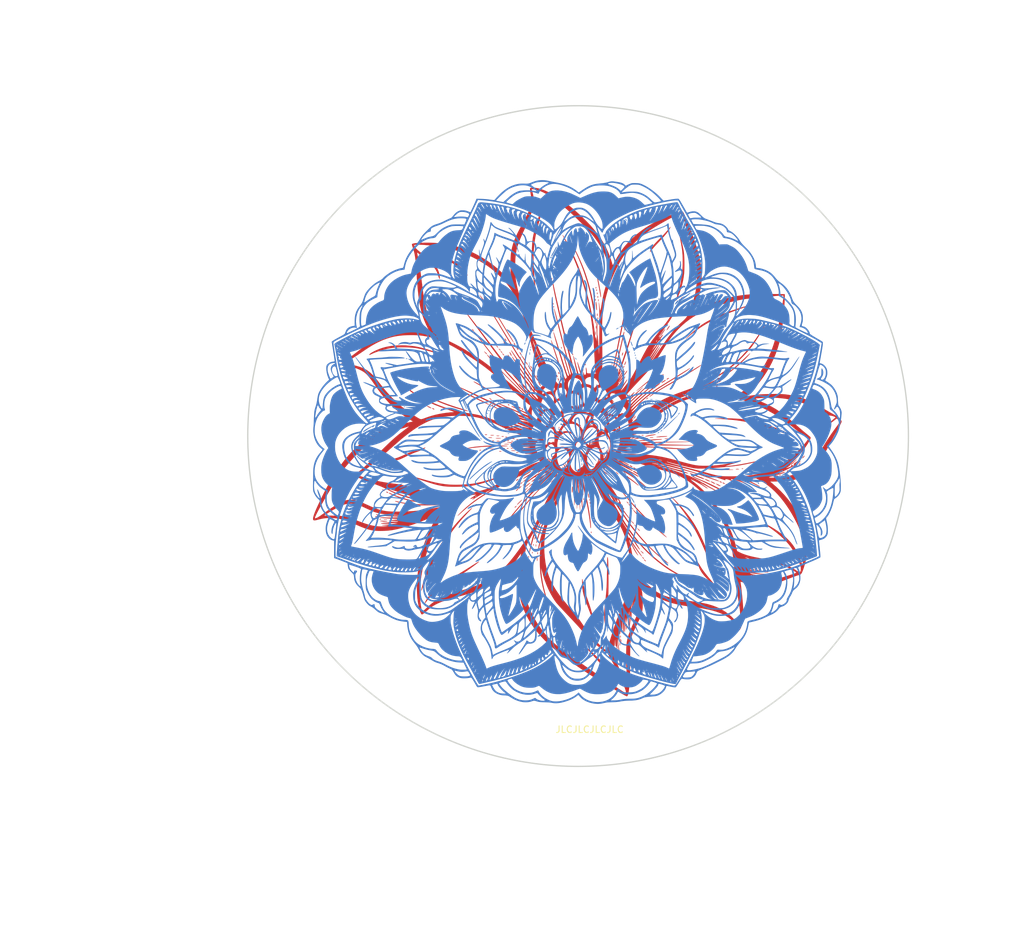
<source format=kicad_pcb>
(kicad_pcb (version 20221018) (generator pcbnew)
  (layers (0 "F.Cu" signal) (31 "B.Cu" signal) (34 "B.Paste" user) (35 "F.Paste" user) (36 "B.SilkS" user "B.Silkscreen") (37 "F.SilkS" user "F.Silkscreen") (38 "B.Mask" user) (39 "F.Mask" user) (44 "Edge.Cuts" user))
  (net 0 "")
  (footprint "LOGO" (layer "F.Cu") (at 50 50)
    (fp_text reference "G***" hide)
    (fp_text value "LOGO" hide)
    (fp_poly (pts (xy -16.211245 -3.753091) (xy -16.177146 -3.732001) (xy -16.171333 -3.714347) (xy -16.182042 -3.6955) (xy -16.219358 -3.685739) (xy -16.289514 -3.683) (xy -16.362555 -3.686471) (xy -16.396601 -3.697312) (xy -16.399316 -3.708135) (xy -16.371786 -3.738029) (xy -16.322184 -3.755733) (xy -16.264131 -3.760878) (xy -16.211245 -3.753091)) (stroke (width 0.01)) (fill solid) (layer "F.Cu"))
    (fp_poly (pts (xy -6.906829 17.558978) (xy -6.888981 17.608634) (xy -6.884121 17.666623) (xy -6.892542 17.719342) (xy -6.914536 17.75319) (xy -6.932486 17.758834) (xy -6.951333 17.748124) (xy -6.961094 17.710809) (xy -6.963833 17.640653) (xy -6.96079 17.569372) (xy -6.950879 17.535194) (xy -6.937375 17.531258) (xy -6.906829 17.558978)) (stroke (width 0.01)) (fill solid) (layer "F.Cu"))
    (fp_poly (pts (xy 1.105722 -10.924532) (xy 1.124817 -10.878747) (xy 1.134613 -10.820993) (xy 1.131609 -10.770156) (xy 1.11044 -10.722706) (xy 1.082312 -10.713632) (xy 1.056488 -10.743403) (xy 1.04896 -10.765967) (xy 1.043105 -10.821619) (xy 1.048522 -10.879683) (xy 1.062444 -10.925187) (xy 1.081706 -10.943166) (xy 1.105722 -10.924532)) (stroke (width 0.01)) (fill solid) (layer "F.Cu"))
    (fp_poly (pts (xy 2.007722 7.613804) (xy 2.039822 7.64684) (xy 2.068329 7.696482) (xy 2.087522 7.754901) (xy 2.091675 7.814265) (xy 2.091618 7.81487) (xy 2.084917 7.884584) (xy 2.026198 7.822733) (xy 1.971009 7.746792) (xy 1.949249 7.673888) (xy 1.955645 7.628871) (xy 1.977755 7.605205) (xy 2.007722 7.613804)) (stroke (width 0.01)) (fill solid) (layer "F.Cu"))
    (fp_poly (pts (xy 2.810273 -22.196274) (xy 2.832768 -22.161825) (xy 2.84396 -22.104699) (xy 2.84125 -22.04365) (xy 2.834729 -22.019696) (xy 2.809371 -21.978532) (xy 2.782918 -21.976513) (xy 2.764515 -22.004481) (xy 2.752467 -22.061154) (xy 2.754247 -22.119863) (xy 2.767102 -22.169064) (xy 2.788278 -22.197213) (xy 2.810273 -22.196274)) (stroke (width 0.01)) (fill solid) (layer "F.Cu"))
    (fp_poly (pts (xy 4.353837 -9.111022) (xy 4.371686 -9.061366) (xy 4.376546 -9.003377) (xy 4.368125 -8.950658) (xy 4.346131 -8.91681) (xy 4.32818 -8.911166) (xy 4.309333 -8.921876) (xy 4.299573 -8.959191) (xy 4.296834 -9.029347) (xy 4.299877 -9.100628) (xy 4.309787 -9.134806) (xy 4.323292 -9.138742) (xy 4.353837 -9.111022)) (stroke (width 0.01)) (fill solid) (layer "F.Cu"))
    (fp_poly (pts (xy 5.070835 -10.652209) (xy 5.088325 -10.603104) (xy 5.096901 -10.543455) (xy 5.092833 -10.48951) (xy 5.072425 -10.446098) (xy 5.046811 -10.437225) (xy 5.025084 -10.464495) (xy 5.018228 -10.505818) (xy 5.018834 -10.562086) (xy 5.025294 -10.618699) (xy 5.036 -10.661059) (xy 5.04825 -10.674886) (xy 5.070835 -10.652209)) (stroke (width 0.01)) (fill solid) (layer "F.Cu"))
    (fp_poly (pts (xy 11.622922 -0.599257) (xy 11.657021 -0.578168) (xy 11.662834 -0.560513) (xy 11.652124 -0.541666) (xy 11.614809 -0.531906) (xy 11.544653 -0.529166) (xy 11.471612 -0.532638) (xy 11.437566 -0.543479) (xy 11.434851 -0.554302) (xy 11.462381 -0.584196) (xy 11.511983 -0.6019) (xy 11.570036 -0.607044) (xy 11.622922 -0.599257)) (stroke (width 0.01)) (fill solid) (layer "F.Cu"))
    (fp_poly (pts (xy -30.363591 12.728754) (xy -30.35484 12.731166) (xy -30.319552 12.754503) (xy -30.310666 12.77551) (xy -30.322619 12.794055) (xy -30.363229 12.803528) (xy -30.427083 12.805834) (xy -30.497925 12.802813) (xy -30.53422 12.792438) (xy -30.5435 12.775043) (xy -30.524843 12.750987) (xy -30.478756 12.732955) (xy -30.420064 12.724395) (xy -30.363591 12.728754)) (stroke (width 0.01)) (fill solid) (layer "F.Cu"))
    (fp_poly (pts (xy -12.813682 0.659806) (xy -12.767095 0.675132) (xy -12.752916 0.6985) (xy -12.765799 0.719189) (xy -12.808985 0.731534) (xy -12.864041 0.736648) (xy -12.930974 0.737972) (xy -12.965024 0.730606) (xy -12.975125 0.712454) (xy -12.975166 0.710593) (xy -12.956114 0.680668) (xy -12.905868 0.662053) (xy -12.834797 0.658011) (xy -12.813682 0.659806)) (stroke (width 0.01)) (fill solid) (layer "F.Cu"))
    (fp_poly (pts (xy -10.552365 -4.803779) (xy -10.473047 -4.77449) (xy -10.463419 -4.770005) (xy -10.411537 -4.734396) (xy -10.397833 -4.6996) (xy -10.421993 -4.672478) (xy -10.468447 -4.66091) (xy -10.529573 -4.668114) (xy -10.586398 -4.707901) (xy -10.590584 -4.712023) (xy -10.630497 -4.762829) (xy -10.634895 -4.796214) (xy -10.607583 -4.810442) (xy -10.552365 -4.803779)) (stroke (width 0.01)) (fill solid) (layer "F.Cu"))
    (fp_poly (pts (xy -10.508671 0.661963) (xy -10.45792 0.676085) (xy -10.439067 0.696294) (xy -10.456333 0.719343) (xy -10.499097 0.732114) (xy -10.566019 0.737522) (xy -10.639486 0.735074) (xy -10.695582 0.726026) (xy -10.723423 0.710325) (xy -10.717146 0.690901) (xy -10.684125 0.672436) (xy -10.631734 0.659608) (xy -10.586033 0.656491) (xy -10.508671 0.661963)) (stroke (width 0.01)) (fill solid) (layer "F.Cu"))
    (fp_poly (pts (xy -7.453784 18.180018) (xy -7.435468 18.229743) (xy -7.431289 18.299185) (xy -7.433139 18.320852) (xy -7.44854 18.3707) (xy -7.474966 18.390805) (xy -7.499614 18.380163) (xy -7.508153 18.352031) (xy -7.513388 18.297026) (xy -7.514166 18.263306) (xy -7.510457 18.197729) (xy -7.497801 18.166472) (xy -7.48282 18.161) (xy -7.453784 18.180018)) (stroke (width 0.01)) (fill solid) (layer "F.Cu"))
    (fp_poly (pts (xy -6.732816 16.369556) (xy -6.717864 16.413806) (xy -6.713064 16.475287) (xy -6.713831 16.490916) (xy -6.72478 16.552251) (xy -6.743595 16.586153) (xy -6.765347 16.587422) (xy -6.781309 16.56208) (xy -6.79219 16.506803) (xy -6.792786 16.439846) (xy -6.783634 16.38284) (xy -6.776432 16.366123) (xy -6.753734 16.35088) (xy -6.732816 16.369556)) (stroke (width 0.01)) (fill solid) (layer "F.Cu"))
    (fp_poly (pts (xy -3.928004 -23.874853) (xy -3.920025 -23.812803) (xy -3.920894 -23.782395) (xy -3.932474 -23.720238) (xy -3.954451 -23.689893) (xy -3.982928 -23.696344) (xy -3.985948 -23.69917) (xy -3.997043 -23.731389) (xy -4.000436 -23.786037) (xy -3.996871 -23.845683) (xy -3.987093 -23.892899) (xy -3.976967 -23.909212) (xy -3.948049 -23.909397) (xy -3.928004 -23.874853)) (stroke (width 0.01)) (fill solid) (layer "F.Cu"))
    (fp_poly (pts (xy -3.755153 -20.110843) (xy -3.737121 -20.064756) (xy -3.728561 -20.006064) (xy -3.732921 -19.949591) (xy -3.735332 -19.94084) (xy -3.75867 -19.905552) (xy -3.779676 -19.896666) (xy -3.798222 -19.908619) (xy -3.807694 -19.949229) (xy -3.81 -20.013083) (xy -3.806979 -20.083925) (xy -3.796605 -20.12022) (xy -3.779209 -20.1295) (xy -3.755153 -20.110843)) (stroke (width 0.01)) (fill solid) (layer "F.Cu"))
    (fp_poly (pts (xy -2.848504 -1.35352) (xy -2.840525 -1.29147) (xy -2.841394 -1.261062) (xy -2.852974 -1.198905) (xy -2.874951 -1.168559) (xy -2.903428 -1.175011) (xy -2.906448 -1.177837) (xy -2.917543 -1.210056) (xy -2.920936 -1.264703) (xy -2.917371 -1.32435) (xy -2.907593 -1.371566) (xy -2.897467 -1.387879) (xy -2.868549 -1.388063) (xy -2.848504 -1.35352)) (stroke (width 0.01)) (fill solid) (layer "F.Cu"))
    (fp_poly (pts (xy -2.499483 -13.454278) (xy -2.484531 -13.410027) (xy -2.479731 -13.348547) (xy -2.480498 -13.332918) (xy -2.491447 -13.271582) (xy -2.510262 -13.23768) (xy -2.532014 -13.236411) (xy -2.547975 -13.261753) (xy -2.558857 -13.31703) (xy -2.559452 -13.383987) (xy -2.5503 -13.440994) (xy -2.543099 -13.45771) (xy -2.520401 -13.472954) (xy -2.499483 -13.454278)) (stroke (width 0.01)) (fill solid) (layer "F.Cu"))
    (fp_poly (pts (xy 0.838013 9.437823) (xy 0.856045 9.48391) (xy 0.864605 9.542603) (xy 0.860246 9.599076) (xy 0.857834 9.607827) (xy 0.834497 9.643115) (xy 0.81349 9.652) (xy 0.794945 9.640048) (xy 0.785472 9.599438) (xy 0.783167 9.535584) (xy 0.786188 9.464742) (xy 0.796562 9.428447) (xy 0.813958 9.419167) (xy 0.838013 9.437823)) (stroke (width 0.01)) (fill solid) (layer "F.Cu"))
    (fp_poly (pts (xy 1.917513 10.517323) (xy 1.935545 10.56341) (xy 1.944105 10.622103) (xy 1.939746 10.678576) (xy 1.937334 10.687327) (xy 1.913997 10.722615) (xy 1.89299 10.7315) (xy 1.874445 10.719548) (xy 1.864972 10.678938) (xy 1.862667 10.615084) (xy 1.865688 10.544242) (xy 1.876062 10.507947) (xy 1.893458 10.498667) (xy 1.917513 10.517323)) (stroke (width 0.01)) (fill solid) (layer "F.Cu"))
    (fp_poly (pts (xy 2.019829 14.500314) (xy 2.027808 14.562363) (xy 2.026939 14.592772) (xy 2.01536 14.654929) (xy 1.993383 14.685274) (xy 1.964906 14.678822) (xy 1.961886 14.675997) (xy 1.95079 14.643777) (xy 1.947397 14.58913) (xy 1.950962 14.529484) (xy 1.96074 14.482267) (xy 1.970867 14.465954) (xy 1.999784 14.46577) (xy 2.019829 14.500314)) (stroke (width 0.01)) (fill solid) (layer "F.Cu"))
    (fp_poly (pts (xy 2.095867 9.345737) (xy 2.113583 9.392092) (xy 2.120524 9.445134) (xy 2.115867 9.509982) (xy 2.099785 9.553494) (xy 2.077407 9.569658) (xy 2.053856 9.552467) (xy 2.044848 9.533852) (xy 2.034204 9.479158) (xy 2.033728 9.412527) (xy 2.042839 9.35566) (xy 2.050068 9.33879) (xy 2.07292 9.32529) (xy 2.095867 9.345737)) (stroke (width 0.01)) (fill solid) (layer "F.Cu"))
    (fp_poly (pts (xy 2.727383 -22.544649) (xy 2.745699 -22.494924) (xy 2.749878 -22.425481) (xy 2.748028 -22.403815) (xy 2.732627 -22.353966) (xy 2.706201 -22.333862) (xy 2.681552 -22.344503) (xy 2.673014 -22.372635) (xy 2.667779 -22.42764) (xy 2.667 -22.461361) (xy 2.670709 -22.526938) (xy 2.683366 -22.558195) (xy 2.698347 -22.563666) (xy 2.727383 -22.544649)) (stroke (width 0.01)) (fill solid) (layer "F.Cu"))
    (fp_poly (pts (xy 2.81338 -24.534801) (xy 2.83032 -24.489566) (xy 2.842217 -24.433175) (xy 2.845199 -24.381172) (xy 2.8426 -24.363345) (xy 2.819632 -24.32721) (xy 2.788125 -24.324886) (xy 2.764515 -24.353981) (xy 2.752827 -24.410512) (xy 2.754268 -24.471739) (xy 2.766652 -24.523496) (xy 2.787794 -24.55162) (xy 2.79527 -24.553333) (xy 2.81338 -24.534801)) (stroke (width 0.01)) (fill solid) (layer "F.Cu"))
    (fp_poly (pts (xy 4.271255 -8.733732) (xy 4.281255 -8.700791) (xy 4.287902 -8.636799) (xy 4.280085 -8.570485) (xy 4.261064 -8.51707) (xy 4.236638 -8.492462) (xy 4.222415 -8.498733) (xy 4.21565 -8.533626) (xy 4.215469 -8.603021) (xy 4.216443 -8.628606) (xy 4.223891 -8.711237) (xy 4.236508 -8.757415) (xy 4.252795 -8.76547) (xy 4.271255 -8.733732)) (stroke (width 0.01)) (fill solid) (layer "F.Cu"))
    (fp_poly (pts (xy 6.891473 10.87728) (xy 6.926208 10.924913) (xy 6.952687 10.988341) (xy 6.963808 11.054505) (xy 6.963834 11.057491) (xy 6.956139 11.102424) (xy 6.933039 11.107933) (xy 6.895751 11.075459) (xy 6.849121 11.009816) (xy 6.822208 10.946946) (xy 6.816612 10.895494) (xy 6.833933 10.864106) (xy 6.855588 10.8585) (xy 6.891473 10.87728)) (stroke (width 0.01)) (fill solid) (layer "F.Cu"))
    (fp_poly (pts (xy 6.986378 -10.569255) (xy 6.996062 -10.531342) (xy 6.973305 -10.474434) (xy 6.92032 -10.403848) (xy 6.915165 -10.398125) (xy 6.868104 -10.355448) (xy 6.840501 -10.349759) (xy 6.834203 -10.379549) (xy 6.85106 -10.443309) (xy 6.853082 -10.44881) (xy 6.89025 -10.526634) (xy 6.92979 -10.571807) (xy 6.967787 -10.58079) (xy 6.986378 -10.569255)) (stroke (width 0.01)) (fill solid) (layer "F.Cu"))
    (fp_poly (pts (xy 7.14568 -16.597177) (xy 7.163712 -16.55109) (xy 7.172272 -16.492397) (xy 7.167913 -16.435924) (xy 7.165501 -16.427173) (xy 7.142164 -16.391885) (xy 7.121157 -16.383) (xy 7.102612 -16.394952) (xy 7.093139 -16.435562) (xy 7.090834 -16.499416) (xy 7.093854 -16.570258) (xy 7.104229 -16.606553) (xy 7.121624 -16.615833) (xy 7.14568 -16.597177)) (stroke (width 0.01)) (fill solid) (layer "F.Cu"))
    (fp_poly (pts (xy 9.562093 5.708701) (xy 9.621255 5.745879) (xy 9.669557 5.794226) (xy 9.69361 5.842604) (xy 9.694334 5.850955) (xy 9.686933 5.878749) (xy 9.659708 5.878638) (xy 9.62025 5.85998) (xy 9.526425 5.803965) (xy 9.467213 5.757705) (xy 9.443746 5.722839) (xy 9.457158 5.701007) (xy 9.505462 5.693834) (xy 9.562093 5.708701)) (stroke (width 0.01)) (fill solid) (layer "F.Cu"))
    (fp_poly (pts (xy 22.407156 7.267013) (xy 22.483352 7.288152) (xy 22.544675 7.321087) (xy 22.580179 7.359037) (xy 22.584834 7.377071) (xy 22.567514 7.400706) (xy 22.524189 7.408597) (xy 22.467809 7.401567) (xy 22.411327 7.38044) (xy 22.386605 7.364464) (xy 22.339995 7.317721) (xy 22.330251 7.283259) (xy 22.35644 7.265509) (xy 22.407156 7.267013)) (stroke (width 0.01)) (fill solid) (layer "F.Cu"))
    (fp_poly (pts (xy 24.951392 4.904186) (xy 24.981811 4.916382) (xy 24.98725 4.931834) (xy 24.968746 4.951877) (xy 24.92339 4.965868) (xy 24.866419 4.972308) (xy 24.813069 4.969697) (xy 24.778576 4.956538) (xy 24.775382 4.952673) (xy 24.768869 4.925735) (xy 24.793283 4.909658) (xy 24.853229 4.902328) (xy 24.887171 4.901385) (xy 24.951392 4.904186)) (stroke (width 0.01)) (fill solid) (layer "F.Cu"))
    (fp_poly (pts (xy 30.643363 5.891192) (xy 30.680979 5.908454) (xy 30.686244 5.9321) (xy 30.66792 5.949876) (xy 30.625794 5.963128) (xy 30.565819 5.968112) (xy 30.504723 5.965162) (xy 30.459233 5.95461) (xy 30.446788 5.945467) (xy 30.447116 5.916654) (xy 30.484134 5.895824) (xy 30.552565 5.885398) (xy 30.579293 5.884658) (xy 30.643363 5.891192)) (stroke (width 0.01)) (fill solid) (layer "F.Cu"))
    (fp_poly (pts (xy 31.827863 5.198622) (xy 31.830927 5.220632) (xy 31.803882 5.265496) (xy 31.750406 5.306805) (xy 31.686127 5.336158) (xy 31.62667 5.345156) (xy 31.607125 5.340937) (xy 31.581452 5.316462) (xy 31.592398 5.282319) (xy 31.637102 5.244116) (xy 31.66449 5.228597) (xy 31.740688 5.196563) (xy 31.797113 5.186478) (xy 31.827863 5.198622)) (stroke (width 0.01)) (fill solid) (layer "F.Cu"))
    (fp_poly (pts (xy -14.727467 2.10313) (xy -14.689666 2.116991) (xy -14.668559 2.136916) (xy -14.685431 2.155853) (xy -14.689666 2.158676) (xy -14.735407 2.172712) (xy -14.803876 2.177748) (xy -14.876402 2.173618) (xy -14.932611 2.160837) (xy -14.961144 2.147205) (xy -14.953964 2.134238) (xy -14.928711 2.119991) (xy -14.870237 2.102274) (xy -14.79649 2.09657) (xy -14.727467 2.10313)) (stroke (width 0.01)) (fill solid) (layer "F.Cu"))
    (fp_poly (pts (xy -11.148576 1.833417) (xy -11.094825 1.841824) (xy -11.073595 1.857764) (xy -11.079879 1.882425) (xy -11.107566 1.894544) (xy -11.163457 1.901824) (xy -11.233689 1.904166) (xy -11.304397 1.901468) (xy -11.361718 1.893629) (xy -11.387054 1.88466) (xy -11.407951 1.861347) (xy -11.388 1.844377) (xy -11.328265 1.83414) (xy -11.239636 1.831) (xy -11.148576 1.833417)) (stroke (width 0.01)) (fill solid) (layer "F.Cu"))
    (fp_poly (pts (xy -11.143201 -12.115911) (xy -11.07255 -12.062896) (xy -10.991467 -11.992595) (xy -10.941835 -11.936659) (xy -10.924975 -11.89735) (xy -10.942207 -11.876929) (xy -10.962534 -11.8745) (xy -10.997123 -11.889596) (xy -11.04638 -11.928864) (xy -11.091599 -11.975041) (xy -11.161226 -12.05814) (xy -11.201008 -12.114662) (xy -11.211137 -12.14372) (xy -11.191803 -12.144432) (xy -11.143201 -12.115911)) (stroke (width 0.01)) (fill solid) (layer "F.Cu"))
    (fp_poly (pts (xy -10.943133 0.394732) (xy -10.896073 0.405244) (xy -10.882356 0.424717) (xy -10.889379 0.443092) (xy -10.917742 0.4562) (xy -10.972968 0.46338) (xy -11.039987 0.464504) (xy -11.103729 0.459446) (xy -11.149123 0.448077) (xy -11.15422 0.445327) (xy -11.174826 0.421949) (xy -11.155584 0.404613) (xy -11.098669 0.394242) (xy -11.027833 0.391584) (xy -10.943133 0.394732)) (stroke (width 0.01)) (fill solid) (layer "F.Cu"))
    (fp_poly (pts (xy -10.550675 0.474587) (xy -10.514968 0.494431) (xy -10.498561 0.522688) (xy -10.506139 0.545418) (xy -10.525125 0.550623) (xy -10.567571 0.554573) (xy -10.593916 0.558756) (xy -10.649863 0.560982) (xy -10.685095 0.556835) (xy -10.719623 0.540989) (xy -10.726105 0.523566) (xy -10.698253 0.496864) (xy -10.645414 0.477596) (xy -10.584856 0.470583) (xy -10.550675 0.474587)) (stroke (width 0.01)) (fill solid) (layer "F.Cu"))
    (fp_poly (pts (xy -9.964004 1.833224) (xy -9.913203 1.839193) (xy -9.895061 1.845384) (xy -9.886619 1.87157) (xy -9.915924 1.891352) (xy -9.978632 1.902852) (xy -10.033 1.905) (xy -10.102158 1.901434) (xy -10.153061 1.8922) (xy -10.171454 1.882425) (xy -10.177242 1.856217) (xy -10.152503 1.840017) (xy -10.092937 1.832228) (xy -10.033 1.830917) (xy -9.964004 1.833224)) (stroke (width 0.01)) (fill solid) (layer "F.Cu"))
    (fp_poly (pts (xy -6.474699 17.075579) (xy -6.453519 17.110602) (xy -6.440186 17.165339) (xy -6.438734 17.223635) (xy -6.451648 17.282808) (xy -6.474924 17.310543) (xy -6.503958 17.301471) (xy -6.504781 17.300663) (xy -6.51482 17.270132) (xy -6.51895 17.215672) (xy -6.517566 17.153612) (xy -6.511063 17.100278) (xy -6.499838 17.071995) (xy -6.499229 17.071573) (xy -6.474699 17.075579)) (stroke (width 0.01)) (fill solid) (layer "F.Cu"))
    (fp_poly (pts (xy -6.093873 17.588645) (xy -6.079425 17.647936) (xy -6.074833 17.737667) (xy -6.079396 17.823227) (xy -6.091243 17.88064) (xy -6.107614 17.90675) (xy -6.125747 17.898402) (xy -6.14288 17.852438) (xy -6.148916 17.822334) (xy -6.154336 17.757296) (xy -6.151985 17.686879) (xy -6.143416 17.623681) (xy -6.130186 17.580304) (xy -6.117571 17.568334) (xy -6.093873 17.588645)) (stroke (width 0.01)) (fill solid) (layer "F.Cu"))
    (fp_poly (pts (xy -3.671337 -19.6663) (xy -3.652409 -19.620071) (xy -3.641884 -19.561113) (xy -3.643889 -19.504231) (xy -3.643999 -19.503659) (xy -3.663909 -19.466371) (xy -3.694936 -19.456782) (xy -3.710781 -19.465837) (xy -3.71932 -19.493969) (xy -3.724555 -19.548974) (xy -3.725333 -19.582694) (xy -3.721496 -19.648674) (xy -3.708572 -19.679946) (xy -3.694542 -19.685) (xy -3.671337 -19.6663)) (stroke (width 0.01)) (fill solid) (layer "F.Cu"))
    (fp_poly (pts (xy -0.887118 -12.832066) (xy -0.864736 -12.796732) (xy -0.849754 -12.742602) (xy -0.846666 -12.703983) (xy -0.855903 -12.653694) (xy -0.877974 -12.615927) (xy -0.904424 -12.602099) (xy -0.917406 -12.608461) (xy -0.927168 -12.638752) (xy -0.931053 -12.693036) (xy -0.929503 -12.754977) (xy -0.92296 -12.808238) (xy -0.911865 -12.836482) (xy -0.911229 -12.836927) (xy -0.887118 -12.832066)) (stroke (width 0.01)) (fill solid) (layer "F.Cu"))
    (fp_poly (pts (xy -0.799746 -12.475113) (xy -0.777707 -12.441124) (xy -0.766017 -12.383754) (xy -0.765998 -12.338084) (xy -0.777836 -12.272256) (xy -0.799391 -12.239406) (xy -0.827507 -12.243837) (xy -0.832114 -12.248003) (xy -0.841898 -12.278089) (xy -0.846145 -12.332186) (xy -0.845157 -12.394011) (xy -0.839235 -12.447278) (xy -0.828679 -12.475703) (xy -0.827898 -12.476268) (xy -0.799746 -12.475113)) (stroke (width 0.01)) (fill solid) (layer "F.Cu"))
    (fp_poly (pts (xy -0.167451 0.143101) (xy -0.145069 0.178435) (xy -0.130087 0.232565) (xy -0.127 0.271184) (xy -0.136236 0.321472) (xy -0.158308 0.35924) (xy -0.184758 0.373067) (xy -0.197739 0.366705) (xy -0.207501 0.336415) (xy -0.211386 0.282131) (xy -0.209837 0.220189) (xy -0.203294 0.166928) (xy -0.192199 0.138684) (xy -0.191562 0.13824) (xy -0.167451 0.143101)) (stroke (width 0.01)) (fill solid) (layer "F.Cu"))
    (fp_poly (pts (xy 2.919393 -21.706589) (xy 2.928927 -21.67775) (xy 2.938458 -21.61365) (xy 2.934433 -21.548047) (xy 2.919399 -21.494094) (xy 2.895904 -21.464944) (xy 2.887324 -21.463) (xy 2.870324 -21.47083) (xy 2.861778 -21.499789) (xy 2.860221 -21.55808) (xy 2.861825 -21.605875) (xy 2.869402 -21.688619) (xy 2.882405 -21.733932) (xy 2.89951 -21.740394) (xy 2.919393 -21.706589)) (stroke (width 0.01)) (fill solid) (layer "F.Cu"))
    (fp_poly (pts (xy 3.25943 3.383219) (xy 3.280604 3.419634) (xy 3.296584 3.472616) (xy 3.302 3.523036) (xy 3.291614 3.567129) (xy 3.267574 3.600417) (xy 3.240557 3.610497) (xy 3.231261 3.605205) (xy 3.221292 3.574551) (xy 3.217507 3.519971) (xy 3.219386 3.457835) (xy 3.226408 3.404517) (xy 3.238053 3.376387) (xy 3.23854 3.376059) (xy 3.25943 3.383219)) (stroke (width 0.01)) (fill solid) (layer "F.Cu"))
    (fp_poly (pts (xy 5.145801 -11.033754) (xy 5.166981 -10.998732) (xy 5.180314 -10.943994) (xy 5.181766 -10.885698) (xy 5.168852 -10.826525) (xy 5.145576 -10.79879) (xy 5.116542 -10.807862) (xy 5.115719 -10.80867) (xy 5.10568 -10.839202) (xy 5.10155 -10.893661) (xy 5.102934 -10.955721) (xy 5.109437 -11.009056) (xy 5.120662 -11.037338) (xy 5.121271 -11.03776) (xy 5.145801 -11.033754)) (stroke (width 0.01)) (fill solid) (layer "F.Cu"))
    (fp_poly (pts (xy 7.220135 -16.981587) (xy 7.241314 -16.946565) (xy 7.254648 -16.891828) (xy 7.256099 -16.833532) (xy 7.243185 -16.774358) (xy 7.219909 -16.746624) (xy 7.190875 -16.755695) (xy 7.190052 -16.756503) (xy 7.180013 -16.787035) (xy 7.175883 -16.841494) (xy 7.177268 -16.903555) (xy 7.18377 -16.956889) (xy 7.194995 -16.985171) (xy 7.195605 -16.985593) (xy 7.220135 -16.981587)) (stroke (width 0.01)) (fill solid) (layer "F.Cu"))
    (fp_poly (pts (xy 9.682603 5.463669) (xy 9.767559 5.504333) (xy 9.869604 5.560405) (xy 9.934487 5.606939) (xy 9.965573 5.646618) (xy 9.9695 5.665364) (xy 9.955497 5.691189) (xy 9.914411 5.686197) (xy 9.847628 5.650903) (xy 9.757834 5.586827) (xy 9.671981 5.517503) (xy 9.621564 5.470258) (xy 9.606549 5.44536) (xy 9.626906 5.443074) (xy 9.682603 5.463669)) (stroke (width 0.01)) (fill solid) (layer "F.Cu"))
    (fp_poly (pts (xy 10.608119 -5.838888) (xy 10.595606 -5.80941) (xy 10.552227 -5.751689) (xy 10.496974 -5.687475) (xy 10.429917 -5.616822) (xy 10.381526 -5.578007) (xy 10.346662 -5.567861) (xy 10.323023 -5.5802) (xy 10.320286 -5.610957) (xy 10.354668 -5.659355) (xy 10.42531 -5.724327) (xy 10.462502 -5.753927) (xy 10.541363 -5.811541) (xy 10.58997 -5.83973) (xy 10.608119 -5.838888)) (stroke (width 0.01)) (fill solid) (layer "F.Cu"))
    (fp_poly (pts (xy 21.550909 -8.323724) (xy 21.562214 -8.288679) (xy 21.541491 -8.248644) (xy 21.497258 -8.210797) (xy 21.438037 -8.182313) (xy 21.372346 -8.170368) (xy 21.368801 -8.170333) (xy 21.326229 -8.180358) (xy 21.314834 -8.21006) (xy 21.33262 -8.239504) (xy 21.377089 -8.272586) (xy 21.434902 -8.302885) (xy 21.492721 -8.323978) (xy 21.53721 -8.329444) (xy 21.550909 -8.323724)) (stroke (width 0.01)) (fill solid) (layer "F.Cu"))
    (fp_poly (pts (xy 23.521882 6.825519) (xy 23.579442 6.849801) (xy 23.628667 6.881231) (xy 23.657004 6.912446) (xy 23.658965 6.927425) (xy 23.634055 6.9473) (xy 23.585575 6.959659) (xy 23.583681 6.959857) (xy 23.518978 6.95258) (xy 23.463603 6.913194) (xy 23.421021 6.862425) (xy 23.415287 6.830899) (xy 23.446489 6.816861) (xy 23.468542 6.815746) (xy 23.521882 6.825519)) (stroke (width 0.01)) (fill solid) (layer "F.Cu"))
    (fp_poly (pts (xy 27.574423 20.03363) (xy 27.609664 20.052438) (xy 27.616224 20.079137) (xy 27.613379 20.0848) (xy 27.584868 20.098637) (xy 27.531041 20.106306) (xy 27.468234 20.107567) (xy 27.412783 20.102181) (xy 27.381024 20.089909) (xy 27.37974 20.088229) (xy 27.385716 20.064128) (xy 27.408849 20.045896) (xy 27.462791 20.028224) (xy 27.521724 20.024847) (xy 27.574423 20.03363)) (stroke (width 0.01)) (fill solid) (layer "F.Cu"))
    (fp_poly (pts (xy 28.680454 21.384104) (xy 28.731837 21.396603) (xy 28.761735 21.41367) (xy 28.760061 21.433162) (xy 28.730014 21.443667) (xy 28.673453 21.451449) (xy 28.606165 21.455492) (xy 28.543932 21.454779) (xy 28.506209 21.449505) (xy 28.472736 21.428921) (xy 28.479591 21.404147) (xy 28.502648 21.391181) (xy 28.555335 21.379677) (xy 28.618112 21.37789) (xy 28.680454 21.384104)) (stroke (width 0.01)) (fill solid) (layer "F.Cu"))
    (fp_poly (pts (xy -28.929565 8.438264) (xy -28.870667 8.461757) (xy -28.818932 8.490932) (xy -28.796246 8.51011) (xy -28.770801 8.544032) (xy -28.775377 8.564418) (xy -28.787508 8.573468) (xy -28.842404 8.591314) (xy -28.907292 8.576511) (xy -28.938671 8.561155) (xy -28.981955 8.525899) (xy -29.010833 8.481574) (xy -29.017502 8.442343) (xy -29.010986 8.42993) (xy -28.98116 8.425855) (xy -28.929565 8.438264)) (stroke (width 0.01)) (fill solid) (layer "F.Cu"))
    (fp_poly (pts (xy -20.504925 -8.324107) (xy -20.421199 -8.284133) (xy -20.372916 -8.258509) (xy -20.286144 -8.206786) (xy -20.235722 -8.164943) (xy -20.217986 -8.131837) (xy -20.221205 -8.096036) (xy -20.246903 -8.088708) (xy -20.297229 -8.110431) (xy -20.374337 -8.161781) (xy -20.399638 -8.180507) (xy -20.491367 -8.252639) (xy -20.547516 -8.30378) (xy -20.568328 -8.333215) (xy -20.55405 -8.340229) (xy -20.504925 -8.324107)) (stroke (width 0.01)) (fill solid) (layer "F.Cu"))
    (fp_poly (pts (xy -10.771369 0.119708) (xy -10.725486 0.130643) (xy -10.713147 0.150819) (xy -10.720046 0.167925) (xy -10.747441 0.179719) (xy -10.803219 0.187089) (xy -10.873709 0.189982) (xy -10.945237 0.188343) (xy -11.004129 0.182119) (xy -11.036712 0.171256) (xy -11.038509 0.169184) (xy -11.034853 0.145125) (xy -10.992875 0.12774) (xy -10.916213 0.118075) (xy -10.854972 0.116417) (xy -10.771369 0.119708)) (stroke (width 0.01)) (fill solid) (layer "F.Cu"))
    (fp_poly (pts (xy -10.632105 1.826031) (xy -10.561966 1.836663) (xy -10.527939 1.850489) (xy -10.5238 1.870932) (xy -10.529546 1.882425) (xy -10.557198 1.894807) (xy -10.611952 1.902222) (xy -10.678983 1.904538) (xy -10.743463 1.901623) (xy -10.790569 1.893342) (xy -10.804927 1.884896) (xy -10.80155 1.859905) (xy -10.766336 1.839218) (xy -10.709772 1.826407) (xy -10.642348 1.825045) (xy -10.632105 1.826031)) (stroke (width 0.01)) (fill solid) (layer "F.Cu"))
    (fp_poly (pts (xy -9.170458 0.475995) (xy -9.106821 0.492395) (xy -9.080904 0.51611) (xy -9.0805 0.51988) (xy -9.090958 0.537218) (xy -9.127238 0.546788) (xy -9.196698 0.550234) (xy -9.216834 0.550334) (xy -9.289094 0.54727) (xy -9.343272 0.539275) (xy -9.366274 0.529127) (xy -9.361317 0.506679) (xy -9.325057 0.487831) (xy -9.268521 0.475573) (xy -9.202735 0.472899) (xy -9.170458 0.475995)) (stroke (width 0.01)) (fill solid) (layer "F.Cu"))
    (fp_poly (pts (xy -8.68344 6.706282) (xy -8.711814 6.752611) (xy -8.765745 6.820223) (xy -8.78586 6.843192) (xy -8.857991 6.917347) (xy -8.910411 6.956111) (xy -8.942464 6.959163) (xy -8.953498 6.926183) (xy -8.9535 6.92546) (xy -8.936021 6.881727) (xy -8.88282 6.822849) (xy -8.792753 6.74763) (xy -8.757708 6.721208) (xy -8.705782 6.687958) (xy -8.681227 6.683857) (xy -8.68344 6.706282)) (stroke (width 0.01)) (fill solid) (layer "F.Cu"))
    (fp_poly (pts (xy -6.375213 16.388335) (xy -6.359799 16.431507) (xy -6.352222 16.488751) (xy -6.351694 16.560368) (xy -6.357068 16.633457) (xy -6.367195 16.695117) (xy -6.380928 16.732446) (xy -6.387041 16.737633) (xy -6.400569 16.730689) (xy -6.40891 16.695487) (xy -6.412878 16.626701) (xy -6.4135 16.564681) (xy -6.410449 16.473208) (xy -6.402175 16.411152) (xy -6.389991 16.381774) (xy -6.375213 16.388335)) (stroke (width 0.01)) (fill solid) (layer "F.Cu"))
    (fp_poly (pts (xy -2.960344 -9.681739) (xy -2.916054 -9.627191) (xy -2.874826 -9.552171) (xy -2.84558 -9.475252) (xy -2.836798 -9.424458) (xy -2.849781 -9.385917) (xy -2.881462 -9.378991) (xy -2.918125 -9.405119) (xy -2.945389 -9.453025) (xy -2.973142 -9.524235) (xy -2.995236 -9.600243) (xy -3.005518 -9.662542) (xy -3.005666 -9.668525) (xy -3.003767 -9.705003) (xy -2.990923 -9.707202) (xy -2.960344 -9.681739)) (stroke (width 0.01)) (fill solid) (layer "F.Cu"))
    (fp_poly (pts (xy -1.766485 -2.489611) (xy -1.73745 -2.446904) (xy -1.712928 -2.390847) (xy -1.697477 -2.330764) (xy -1.695658 -2.275983) (xy -1.700926 -2.254409) (xy -1.729442 -2.225957) (xy -1.772711 -2.230455) (xy -1.808238 -2.255762) (xy -1.829951 -2.300261) (xy -1.84025 -2.367025) (xy -1.838234 -2.437309) (xy -1.823005 -2.49237) (xy -1.819853 -2.497666) (xy -1.795472 -2.50964) (xy -1.766485 -2.489611)) (stroke (width 0.01)) (fill solid) (layer "F.Cu"))
    (fp_poly (pts (xy 1.725246 9.504783) (xy 1.740448 9.538188) (xy 1.750169 9.595397) (xy 1.75193 9.667148) (xy 1.751739 9.671495) (xy 1.743447 9.73886) (xy 1.728886 9.783246) (xy 1.712417 9.800211) (xy 1.698407 9.78531) (xy 1.691219 9.7341) (xy 1.691189 9.733139) (xy 1.690842 9.651201) (xy 1.694223 9.577515) (xy 1.700492 9.524234) (xy 1.70704 9.504446) (xy 1.725246 9.504783)) (stroke (width 0.01)) (fill solid) (layer "F.Cu"))
    (fp_poly (pts (xy 1.831291 9.988323) (xy 1.847797 10.035863) (xy 1.855997 10.098731) (xy 1.853915 10.163534) (xy 1.843576 10.207625) (xy 1.824276 10.25229) (xy 1.80925 10.263859) (xy 1.792111 10.251722) (xy 1.784766 10.224654) (xy 1.779663 10.168154) (xy 1.778 10.103556) (xy 1.780405 10.026666) (xy 1.788735 9.984537) (xy 1.80466 9.969809) (xy 1.808453 9.9695) (xy 1.831291 9.988323)) (stroke (width 0.01)) (fill solid) (layer "F.Cu"))
    (fp_poly (pts (xy 2.176194 9.690983) (xy 2.196471 9.733558) (xy 2.214042 9.784582) (xy 2.222418 9.827745) (xy 2.2225 9.83103) (xy 2.210878 9.866184) (xy 2.192331 9.896663) (xy 2.169798 9.922991) (xy 2.155441 9.916147) (xy 2.140504 9.881029) (xy 2.130647 9.832088) (xy 2.129762 9.772525) (xy 2.136494 9.717003) (xy 2.149491 9.680183) (xy 2.159699 9.673167) (xy 2.176194 9.690983)) (stroke (width 0.01)) (fill solid) (layer "F.Cu"))
    (fp_poly (pts (xy 2.553356 -21.274755) (xy 2.571036 -21.22655) (xy 2.57883 -21.161846) (xy 2.574073 -21.093437) (xy 2.572167 -21.083897) (xy 2.552421 -21.025321) (xy 2.528374 -21.004004) (xy 2.511202 -21.01202) (xy 2.50416 -21.038768) (xy 2.499265 -21.095017) (xy 2.497667 -21.159611) (xy 2.500019 -21.236257) (xy 2.50823 -21.278299) (xy 2.524026 -21.293261) (xy 2.528458 -21.293666) (xy 2.553356 -21.274755)) (stroke (width 0.01)) (fill solid) (layer "F.Cu"))
    (fp_poly (pts (xy 2.639564 -20.749009) (xy 2.656764 -20.695816) (xy 2.657813 -20.690416) (xy 2.664425 -20.622901) (xy 2.660757 -20.559779) (xy 2.649351 -20.508713) (xy 2.632749 -20.477364) (xy 2.613495 -20.473395) (xy 2.595181 -20.501648) (xy 2.58667 -20.544329) (xy 2.582438 -20.605738) (xy 2.582334 -20.616333) (xy 2.587709 -20.694256) (xy 2.601438 -20.744697) (xy 2.619923 -20.764125) (xy 2.639564 -20.749009)) (stroke (width 0.01)) (fill solid) (layer "F.Cu"))
    (fp_poly (pts (xy 2.999397 -21.193509) (xy 3.016597 -21.140316) (xy 3.017647 -21.134916) (xy 3.024258 -21.067401) (xy 3.02059 -21.004279) (xy 3.009184 -20.953213) (xy 2.992583 -20.921864) (xy 2.973328 -20.917895) (xy 2.955015 -20.946148) (xy 2.946504 -20.988829) (xy 2.942271 -21.050238) (xy 2.942167 -21.060833) (xy 2.947543 -21.138756) (xy 2.961272 -21.189197) (xy 2.979756 -21.208625) (xy 2.999397 -21.193509)) (stroke (width 0.01)) (fill solid) (layer "F.Cu"))
    (fp_poly (pts (xy 2.999397 -17.955009) (xy 3.016597 -17.901816) (xy 3.017647 -17.896416) (xy 3.024258 -17.828901) (xy 3.02059 -17.765779) (xy 3.009184 -17.714713) (xy 2.992583 -17.683364) (xy 2.973328 -17.679395) (xy 2.955015 -17.707648) (xy 2.946504 -17.750329) (xy 2.942271 -17.811738) (xy 2.942167 -17.822333) (xy 2.947543 -17.900256) (xy 2.961272 -17.950697) (xy 2.979756 -17.970125) (xy 2.999397 -17.955009)) (stroke (width 0.01)) (fill solid) (layer "F.Cu"))
    (fp_poly (pts (xy 3.079336 -20.715481) (xy 3.091651 -20.700387) (xy 3.102959 -20.66144) (xy 3.107508 -20.599539) (xy 3.106032 -20.527983) (xy 3.099266 -20.460071) (xy 3.087941 -20.409105) (xy 3.074459 -20.388715) (xy 3.05597 -20.399011) (xy 3.046922 -20.447247) (xy 3.045856 -20.471694) (xy 3.04553 -20.567567) (xy 3.048847 -20.647761) (xy 3.055195 -20.702649) (xy 3.061707 -20.721554) (xy 3.079336 -20.715481)) (stroke (width 0.01)) (fill solid) (layer "F.Cu"))
    (fp_poly (pts (xy 7.032081 -16.25089) (xy 7.0561 -16.223241) (xy 7.07217 -16.167903) (xy 7.077592 -16.099192) (xy 7.071741 -16.040624) (xy 7.054927 -15.991598) (xy 7.033093 -15.965161) (xy 7.032081 -15.964777) (xy 7.017668 -15.973087) (xy 7.009343 -16.013046) (xy 7.006238 -16.089452) (xy 7.006167 -16.107833) (xy 7.008407 -16.191457) (xy 7.015708 -16.237753) (xy 7.028937 -16.251518) (xy 7.032081 -16.25089)) (stroke (width 0.01)) (fill solid) (layer "F.Cu"))
    (fp_poly (pts (xy 7.667931 10.301232) (xy 7.717701 10.337055) (xy 7.775214 10.385613) (xy 7.830501 10.437894) (xy 7.873593 10.484885) (xy 7.894519 10.517575) (xy 7.895167 10.521548) (xy 7.884595 10.556409) (xy 7.852855 10.554716) (xy 7.799913 10.516454) (xy 7.727957 10.444044) (xy 7.66233 10.3686) (xy 7.62731 10.318856) (xy 7.621631 10.292656) (xy 7.635875 10.287157) (xy 7.667931 10.301232)) (stroke (width 0.01)) (fill solid) (layer "F.Cu"))
    (fp_poly (pts (xy 8.411623 4.737039) (xy 8.493829 4.775798) (xy 8.609256 4.838732) (xy 8.683995 4.890755) (xy 8.718224 4.932001) (xy 8.720667 4.943858) (xy 8.706517 4.970958) (xy 8.665164 4.967645) (xy 8.598256 4.934487) (xy 8.507437 4.872052) (xy 8.503097 4.868777) (xy 8.414994 4.79926) (xy 8.361742 4.750805) (xy 8.343396 4.723935) (xy 8.360005 4.719172) (xy 8.411623 4.737039)) (stroke (width 0.01)) (fill solid) (layer "F.Cu"))
    (fp_poly (pts (xy 9.327898 -18.884356) (xy 9.33493 -18.851482) (xy 9.327431 -18.798979) (xy 9.308011 -18.735757) (xy 9.279281 -18.670721) (xy 9.24385 -18.612781) (xy 9.212591 -18.577663) (xy 9.17343 -18.553947) (xy 9.15518 -18.562201) (xy 9.151652 -18.60137) (xy 9.166878 -18.662955) (xy 9.19529 -18.734724) (xy 9.231324 -18.804443) (xy 9.269413 -18.859878) (xy 9.303726 -18.888695) (xy 9.327898 -18.884356)) (stroke (width 0.01)) (fill solid) (layer "F.Cu"))
    (fp_poly (pts (xy 9.820708 -0.1509) (xy 9.881809 -0.138657) (xy 9.918233 -0.117583) (xy 9.922057 -0.110581) (xy 9.914118 -0.096942) (xy 9.875974 -0.088679) (xy 9.802719 -0.085019) (xy 9.757834 -0.084666) (xy 9.66818 -0.086442) (xy 9.615393 -0.092343) (xy 9.59413 -0.10323) (xy 9.593751 -0.111125) (xy 9.621451 -0.134425) (xy 9.677318 -0.148806) (xy 9.748141 -0.154291) (xy 9.820708 -0.1509)) (stroke (width 0.01)) (fill solid) (layer "F.Cu"))
    (fp_poly (pts (xy 10.473069 0.301517) (xy 10.528929 0.313208) (xy 10.56135 0.329065) (xy 10.561554 0.345387) (xy 10.531696 0.354846) (xy 10.473669 0.362529) (xy 10.401631 0.367404) (xy 10.329741 0.368438) (xy 10.281709 0.365791) (xy 10.222256 0.354739) (xy 10.20046 0.340294) (xy 10.212044 0.324873) (xy 10.252731 0.310896) (xy 10.318246 0.300781) (xy 10.403417 0.296947) (xy 10.473069 0.301517)) (stroke (width 0.01)) (fill solid) (layer "F.Cu"))
    (fp_poly (pts (xy 21.516446 6.872391) (xy 21.584349 6.899717) (xy 21.653444 6.935234) (xy 21.71266 6.973449) (xy 21.750927 7.008871) (xy 21.759334 7.028411) (xy 21.742114 7.046463) (xy 21.695647 7.045336) (xy 21.627723 7.026354) (xy 21.550103 6.992833) (xy 21.470405 6.94634) (xy 21.42734 6.90528) (xy 21.422876 6.871733) (xy 21.428499 6.864279) (xy 21.460806 6.858747) (xy 21.516446 6.872391)) (stroke (width 0.01)) (fill solid) (layer "F.Cu"))
    (fp_poly (pts (xy -29.887781 12.555819) (xy -29.835676 12.567229) (xy -29.804403 12.583225) (xy -29.804315 12.602249) (xy -29.805839 12.60374) (xy -29.834588 12.612638) (xy -29.889676 12.619821) (xy -29.955111 12.624065) (xy -30.014901 12.624139) (xy -30.040791 12.621773) (xy -30.087292 12.606831) (xy -30.09637 12.586046) (xy -30.065715 12.564757) (xy -30.065519 12.564681) (xy -30.013058 12.552988) (xy -29.95036 12.550553) (xy -29.887781 12.555819)) (stroke (width 0.01)) (fill solid) (layer "F.Cu"))
    (fp_poly (pts (xy -22.014639 -4.206559) (xy -21.94601 -4.188765) (xy -21.874836 -4.157011) (xy -21.812553 -4.118169) (xy -21.770595 -4.079112) (xy -21.759333 -4.053116) (xy -21.767199 -4.029783) (xy -21.795446 -4.024785) (xy -21.851043 -4.03813) (xy -21.895693 -4.05325) (xy -21.978323 -4.09013) (xy -22.046201 -4.134142) (xy -22.088072 -4.177525) (xy -22.094192 -4.190161) (xy -22.090637 -4.207191) (xy -22.058905 -4.211047) (xy -22.014639 -4.206559)) (stroke (width 0.01)) (fill solid) (layer "F.Cu"))
    (fp_poly (pts (xy -13.838264 -0.239773) (xy -13.78909 -0.22351) (xy -13.766723 -0.202279) (xy -13.768892 -0.190539) (xy -13.7955 -0.179883) (xy -13.851083 -0.172995) (xy -13.92249 -0.169933) (xy -13.996574 -0.170757) (xy -14.060186 -0.175525) (xy -14.100178 -0.184294) (xy -14.106679 -0.189037) (xy -14.107763 -0.211658) (xy -14.076174 -0.228799) (xy -14.007783 -0.242266) (xy -13.975796 -0.246284) (xy -13.903936 -0.24829) (xy -13.838264 -0.239773)) (stroke (width 0.01)) (fill solid) (layer "F.Cu"))
    (fp_poly (pts (xy -12.328388 -13.659272) (xy -12.277407 -13.622466) (xy -12.21968 -13.572812) (xy -12.165705 -13.519877) (xy -12.125981 -13.473224) (xy -12.111153 -13.444994) (xy -12.114601 -13.406243) (xy -12.140092 -13.401689) (xy -12.185852 -13.43053) (xy -12.250108 -13.491962) (xy -12.274973 -13.519142) (xy -12.337316 -13.591569) (xy -12.371719 -13.638642) (xy -12.380553 -13.66456) (xy -12.366187 -13.673524) (xy -12.362126 -13.673666) (xy -12.328388 -13.659272)) (stroke (width 0.01)) (fill solid) (layer "F.Cu"))
    (fp_poly (pts (xy -12.098378 -0.059193) (xy -11.998946 -0.052046) (xy -11.939707 -0.039665) (xy -11.92206 -0.026458) (xy -11.928608 -0.014083) (xy -11.961448 -0.005974) (xy -12.025755 -0.001494) (xy -12.126708 -0.000008) (xy -12.137319 0) (xy -12.236938 -0.001859) (xy -12.311275 -0.007034) (xy -12.353801 -0.014919) (xy -12.361333 -0.020763) (xy -12.343401 -0.042792) (xy -12.288492 -0.05611) (xy -12.194939 -0.060963) (xy -12.098378 -0.059193)) (stroke (width 0.01)) (fill solid) (layer "F.Cu"))
    (fp_poly (pts (xy -11.981653 -13.216141) (xy -11.934459 -13.182941) (xy -11.877916 -13.138378) (xy -11.822776 -13.091266) (xy -11.779789 -13.050418) (xy -11.759897 -13.025177) (xy -11.747203 -12.973493) (xy -11.758939 -12.952984) (xy -11.792009 -12.962665) (xy -11.843316 -13.001548) (xy -11.909764 -13.068647) (xy -11.91514 -13.074642) (xy -11.978691 -13.148754) (xy -12.013548 -13.196995) (xy -12.021704 -13.222653) (xy -12.008747 -13.229166) (xy -11.981653 -13.216141)) (stroke (width 0.01)) (fill solid) (layer "F.Cu"))
    (fp_poly (pts (xy -11.436747 -12.495604) (xy -11.386811 -12.459767) (xy -11.328395 -12.410769) (xy -11.271216 -12.357386) (xy -11.224991 -12.308398) (xy -11.199437 -12.272582) (xy -11.197166 -12.26439) (xy -11.211217 -12.238156) (xy -11.246497 -12.237938) (xy -11.292704 -12.261511) (xy -11.327486 -12.292541) (xy -11.392593 -12.367481) (xy -11.441421 -12.431993) (xy -11.470191 -12.480259) (xy -11.475118 -12.506459) (xy -11.468487 -12.5095) (xy -11.436747 -12.495604)) (stroke (width 0.01)) (fill solid) (layer "F.Cu"))
    (fp_poly (pts (xy -11.371816 0.026341) (xy -11.288554 0.036787) (xy -11.245889 0.051905) (xy -11.242279 0.072339) (xy -11.247368 0.078424) (xy -11.278167 0.088868) (xy -11.337139 0.095905) (xy -11.410234 0.099174) (xy -11.483403 0.098315) (xy -11.542594 0.092967) (xy -11.567583 0.086631) (xy -11.592785 0.072614) (xy -11.585615 0.06014) (xy -11.546416 0.042807) (xy -11.487496 0.029582) (xy -11.410148 0.024837) (xy -11.371816 0.026341)) (stroke (width 0.01)) (fill solid) (layer "F.Cu"))
    (fp_poly (pts (xy -9.932483 0.746007) (xy -9.84922 0.756454) (xy -9.806556 0.771571) (xy -9.802946 0.792006) (xy -9.808035 0.79809) (xy -9.838833 0.808535) (xy -9.897805 0.815572) (xy -9.970901 0.818841) (xy -10.044069 0.817982) (xy -10.103261 0.812634) (xy -10.12825 0.806298) (xy -10.153451 0.792281) (xy -10.146282 0.779807) (xy -10.107083 0.762474) (xy -10.048163 0.749249) (xy -9.970814 0.744504) (xy -9.932483 0.746007)) (stroke (width 0.01)) (fill solid) (layer "F.Cu"))
    (fp_poly (pts (xy -9.839283 12.812622) (xy -9.85677 12.84665) (xy -9.905253 12.908801) (xy -9.950026 12.960358) (xy -10.008155 13.019819) (xy -10.059903 13.06256) (xy -10.095738 13.080819) (xy -10.098193 13.081) (xy -10.131687 13.073835) (xy -10.138833 13.064543) (xy -10.121478 13.023062) (xy -10.073473 12.967226) (xy -10.000909 12.903709) (xy -9.972084 12.881814) (xy -9.897011 12.829951) (xy -9.852721 12.806971) (xy -9.839283 12.812622)) (stroke (width 0.01)) (fill solid) (layer "F.Cu"))
    (fp_poly (pts (xy -9.56318 -10.612946) (xy -9.551458 -10.60731) (xy -9.498111 -10.571656) (xy -9.438272 -10.521291) (xy -9.381404 -10.465653) (xy -9.336972 -10.414176) (xy -9.314437 -10.376297) (xy -9.313333 -10.369868) (xy -9.324459 -10.335453) (xy -9.355745 -10.335643) (xy -9.404056 -10.369694) (xy -9.43263 -10.398125) (xy -9.502243 -10.476838) (xy -9.552328 -10.541591) (xy -9.580661 -10.58847) (xy -9.58502 -10.61356) (xy -9.56318 -10.612946)) (stroke (width 0.01)) (fill solid) (layer "F.Cu"))
    (fp_poly (pts (xy -8.456976 -4.165231) (xy -8.41375 -4.142353) (xy -8.36003 -4.107173) (xy -8.335266 -4.073031) (xy -8.32909 -4.025284) (xy -8.329083 -4.022757) (xy -8.335611 -3.972115) (xy -8.351543 -3.9439) (xy -8.353701 -3.942905) (xy -8.37982 -3.952917) (xy -8.424259 -3.987087) (xy -8.47541 -4.036021) (xy -8.538008 -4.109425) (xy -8.566305 -4.161046) (xy -8.56146 -4.188886) (xy -8.52463 -4.190947) (xy -8.456976 -4.165231)) (stroke (width 0.01)) (fill solid) (layer "F.Cu"))
    (fp_poly (pts (xy -3.22834 -9.231333) (xy -3.189408 -9.183685) (xy -3.152657 -9.118661) (xy -3.124592 -9.048039) (xy -3.111719 -8.983593) (xy -3.1115 -8.975718) (xy -3.118087 -8.92523) (xy -3.138958 -8.914473) (xy -3.175778 -8.942821) (xy -3.181745 -8.949259) (xy -3.213452 -8.996478) (xy -3.241763 -9.059255) (xy -3.263759 -9.126786) (xy -3.276519 -9.188263) (xy -3.277126 -9.23288) (xy -3.262947 -9.249833) (xy -3.22834 -9.231333)) (stroke (width 0.01)) (fill solid) (layer "F.Cu"))
    (fp_poly (pts (xy -1.598577 6.755201) (xy -1.586709 6.786396) (xy -1.577037 6.844884) (xy -1.570844 6.915638) (xy -1.569415 6.983627) (xy -1.574032 7.033822) (xy -1.574581 7.036147) (xy -1.594207 7.080807) (xy -1.617701 7.087222) (xy -1.638152 7.057352) (xy -1.649406 7.005837) (xy -1.652302 6.94087) (xy -1.648178 6.872668) (xy -1.638372 6.811452) (xy -1.624222 6.76744) (xy -1.607068 6.75085) (xy -1.598577 6.755201)) (stroke (width 0.01)) (fill solid) (layer "F.Cu"))
    (fp_poly (pts (xy 2.066647 6.698312) (xy 2.105158 6.739997) (xy 2.1383 6.788061) (xy 2.178749 6.866422) (xy 2.199814 6.938259) (xy 2.201334 6.957394) (xy 2.195321 7.010785) (xy 2.175746 7.02431) (xy 2.140304 6.998915) (xy 2.129062 6.987002) (xy 2.10198 6.942695) (xy 2.072827 6.874358) (xy 2.047885 6.799459) (xy 2.033435 6.735469) (xy 2.032 6.717053) (xy 2.041195 6.689952) (xy 2.066647 6.698312)) (stroke (width 0.01)) (fill solid) (layer "F.Cu"))
    (fp_poly (pts (xy 2.728279 -16.664445) (xy 2.742429 -16.623951) (xy 2.749905 -16.544308) (xy 2.751343 -16.460644) (xy 2.747465 -16.36112) (xy 2.73686 -16.29478) (xy 2.72033 -16.264768) (xy 2.702596 -16.269793) (xy 2.69494 -16.297657) (xy 2.69026 -16.354953) (xy 2.688421 -16.429801) (xy 2.689288 -16.510323) (xy 2.692726 -16.584639) (xy 2.698599 -16.640871) (xy 2.706774 -16.667139) (xy 2.707116 -16.667379) (xy 2.728279 -16.664445)) (stroke (width 0.01)) (fill solid) (layer "F.Cu"))
    (fp_poly (pts (xy 6.424865 30.202267) (xy 6.439795 30.245845) (xy 6.449715 30.308475) (xy 6.452831 30.378529) (xy 6.447347 30.444377) (xy 6.446673 30.448109) (xy 6.429409 30.501784) (xy 6.407131 30.521954) (xy 6.385158 30.504987) (xy 6.379996 30.493646) (xy 6.372972 30.451113) (xy 6.372309 30.387595) (xy 6.376841 30.316385) (xy 6.3854 30.250777) (xy 6.396817 30.204066) (xy 6.406721 30.18937) (xy 6.424865 30.202267)) (stroke (width 0.01)) (fill solid) (layer "F.Cu"))
    (fp_poly (pts (xy 6.611038 10.389401) (xy 6.654489 10.43711) (xy 6.702844 10.506551) (xy 6.739745 10.570611) (xy 6.776559 10.65115) (xy 6.793129 10.710621) (xy 6.790778 10.744975) (xy 6.77083 10.75016) (xy 6.734608 10.722123) (xy 6.702745 10.683875) (xy 6.650311 10.606264) (xy 6.607639 10.528787) (xy 6.57783 10.459272) (xy 6.563981 10.405546) (xy 6.569191 10.375435) (xy 6.579144 10.371667) (xy 6.611038 10.389401)) (stroke (width 0.01)) (fill solid) (layer "F.Cu"))
    (fp_poly (pts (xy 7.371753 9.932138) (xy 7.421397 9.962258) (xy 7.499945 10.022925) (xy 7.513068 10.033772) (xy 7.573697 10.087942) (xy 7.618829 10.13534) (xy 7.640389 10.167295) (xy 7.641167 10.171355) (xy 7.628391 10.199838) (xy 7.594252 10.198837) (xy 7.545032 10.17093) (xy 7.487013 10.118694) (xy 7.471567 10.101792) (xy 7.400919 10.017392) (xy 7.361046 9.960472) (xy 7.35148 9.931798) (xy 7.371753 9.932138)) (stroke (width 0.01)) (fill solid) (layer "F.Cu"))
    (fp_poly (pts (xy 7.800888 -12.834844) (xy 7.80809 -12.797426) (xy 7.797087 -12.740354) (xy 7.7699 -12.671807) (xy 7.728552 -12.599965) (xy 7.705053 -12.567708) (xy 7.661017 -12.52132) (xy 7.632697 -12.513779) (xy 7.620489 -12.545129) (xy 7.62 -12.558621) (xy 7.630086 -12.60989) (xy 7.655928 -12.675876) (xy 7.690902 -12.744241) (xy 7.728386 -12.80265) (xy 7.761757 -12.838769) (xy 7.773459 -12.844427) (xy 7.800888 -12.834844)) (stroke (width 0.01)) (fill solid) (layer "F.Cu"))
    (fp_poly (pts (xy 8.094203 1.738371) (xy 8.15448 1.748944) (xy 8.196969 1.76411) (xy 8.211585 1.782437) (xy 8.206738 1.790985) (xy 8.176968 1.800988) (xy 8.119405 1.808395) (xy 8.048547 1.812417) (xy 7.978896 1.812267) (xy 7.924952 1.807156) (xy 7.921625 1.806482) (xy 7.881194 1.788865) (xy 7.879535 1.766055) (xy 7.907481 1.748515) (xy 7.960619 1.736725) (xy 8.026221 1.73382) (xy 8.094203 1.738371)) (stroke (width 0.01)) (fill solid) (layer "F.Cu"))
    (fp_poly (pts (xy 9.255666 -0.06162) (xy 9.321516 -0.053716) (xy 9.372915 -0.041884) (xy 9.399841 -0.027235) (xy 9.397387 -0.01455) (xy 9.368571 -0.006112) (xy 9.311233 0.000785) (xy 9.23918 0.005217) (xy 9.166219 0.006263) (xy 9.117542 0.004134) (xy 9.060601 -0.00646) (xy 9.039062 -0.023495) (xy 9.055851 -0.043481) (xy 9.071648 -0.050652) (xy 9.120709 -0.061199) (xy 9.185389 -0.064484) (xy 9.255666 -0.06162)) (stroke (width 0.01)) (fill solid) (layer "F.Cu"))
    (fp_poly (pts (xy 10.008099 18.683037) (xy 10.058261 18.719214) (xy 10.116571 18.768632) (xy 10.173283 18.82239) (xy 10.218654 18.871589) (xy 10.24294 18.907329) (xy 10.244667 18.914541) (xy 10.229416 18.93913) (xy 10.193717 18.941723) (xy 10.15265 18.923343) (xy 10.135251 18.907125) (xy 10.053366 18.808045) (xy 9.999349 18.737212) (xy 9.9717 18.692386) (xy 9.968918 18.671326) (xy 9.975828 18.669) (xy 10.008099 18.683037)) (stroke (width 0.01)) (fill solid) (layer "F.Cu"))
    (fp_poly (pts (xy 10.589598 -0.420718) (xy 10.662059 -0.412552) (xy 10.697275 -0.398352) (xy 10.698379 -0.378782) (xy 10.673927 -0.370569) (xy 10.619209 -0.364737) (xy 10.544755 -0.361286) (xy 10.461094 -0.360218) (xy 10.378752 -0.361533) (xy 10.308258 -0.365233) (xy 10.260141 -0.371319) (xy 10.244667 -0.378735) (xy 10.257341 -0.399757) (xy 10.298451 -0.413605) (xy 10.372631 -0.421165) (xy 10.4775 -0.423333) (xy 10.589598 -0.420718)) (stroke (width 0.01)) (fill solid) (layer "F.Cu"))
    (fp_poly (pts (xy 13.751984 -8.775538) (xy 13.750614 -8.750365) (xy 13.711344 -8.709712) (xy 13.689542 -8.69265) (xy 13.611646 -8.640782) (xy 13.533587 -8.59929) (xy 13.464298 -8.571795) (xy 13.41271 -8.561917) (xy 13.388955 -8.57082) (xy 13.394793 -8.597779) (xy 13.430138 -8.635874) (xy 13.485795 -8.67909) (xy 13.552568 -8.721413) (xy 13.621261 -8.756828) (xy 13.682677 -8.77932) (xy 13.715157 -8.784166) (xy 13.751984 -8.775538)) (stroke (width 0.01)) (fill solid) (layer "F.Cu"))
    (fp_poly (pts (xy 17.469268 1.918489) (xy 17.533001 1.92554) (xy 17.5538 1.931309) (xy 17.583924 1.951219) (xy 17.575484 1.968428) (xy 17.532235 1.981417) (xy 17.457929 1.988668) (xy 17.409584 1.989667) (xy 17.33207 1.986969) (xy 17.272129 1.979852) (xy 17.241388 1.969777) (xy 17.240158 1.968351) (xy 17.245543 1.944831) (xy 17.265305 1.932329) (xy 17.317071 1.921949) (xy 17.391175 1.917313) (xy 17.469268 1.918489)) (stroke (width 0.01)) (fill solid) (layer "F.Cu"))
    (fp_poly (pts (xy 26.543246 -13.119917) (xy 26.52289 -13.080707) (xy 26.479053 -13.022739) (xy 26.431064 -12.968443) (xy 26.359316 -12.896157) (xy 26.309541 -12.857856) (xy 26.279803 -12.852594) (xy 26.268161 -12.879423) (xy 26.267834 -12.888701) (xy 26.283161 -12.921525) (xy 26.322836 -12.970389) (xy 26.377393 -13.025856) (xy 26.437371 -13.07849) (xy 26.493305 -13.118854) (xy 26.505959 -13.126143) (xy 26.538232 -13.136389) (xy 26.543246 -13.119917)) (stroke (width 0.01)) (fill solid) (layer "F.Cu"))
    (fp_poly (pts (xy -16.058054 -16.20108) (xy -16.014594 -16.17448) (xy -15.958846 -16.134009) (xy -15.900421 -16.086863) (xy -15.848933 -16.040238) (xy -15.827375 -16.017785) (xy -15.794092 -15.965094) (xy -15.794619 -15.929941) (xy -15.821759 -15.919354) (xy -15.868313 -15.940361) (xy -15.889041 -15.957571) (xy -15.937631 -16.007263) (xy -15.988127 -16.065812) (xy -16.033476 -16.124001) (xy -16.066621 -16.172609) (xy -16.080508 -16.202418) (xy -16.079611 -16.206611) (xy -16.058054 -16.20108)) (stroke (width 0.01)) (fill solid) (layer "F.Cu"))
    (fp_poly (pts (xy -13.376973 -5.709197) (xy -13.309898 -5.676739) (xy -13.237447 -5.636215) (xy -13.169286 -5.593177) (xy -13.115078 -5.553176) (xy -13.084488 -5.521763) (xy -13.081 -5.512101) (xy -13.095311 -5.484295) (xy -13.135445 -5.484796) (xy -13.197202 -5.512065) (xy -13.276385 -5.564563) (xy -13.321976 -5.600433) (xy -13.384838 -5.654013) (xy -13.431507 -5.697133) (xy -13.455086 -5.723258) (xy -13.456345 -5.727711) (xy -13.42901 -5.728038) (xy -13.376973 -5.709197)) (stroke (width 0.01)) (fill solid) (layer "F.Cu"))
    (fp_poly (pts (xy -11.70323 -12.855266) (xy -11.657181 -12.819061) (xy -11.601889 -12.769715) (xy -11.546831 -12.716222) (xy -11.501483 -12.667578) (xy -11.475323 -12.632779) (xy -11.472333 -12.624223) (xy -11.484254 -12.594623) (xy -11.516517 -12.596043) (xy -11.563874 -12.625782) (xy -11.621076 -12.681137) (xy -11.650378 -12.715875) (xy -11.707066 -12.789459) (xy -11.737972 -12.836355) (xy -11.745603 -12.861366) (xy -11.732471 -12.869293) (xy -11.730558 -12.869333) (xy -11.70323 -12.855266)) (stroke (width 0.01)) (fill solid) (layer "F.Cu"))
    (fp_poly (pts (xy -11.691482 2.282423) (xy -11.639325 2.288989) (xy -11.624456 2.294138) (xy -11.604403 2.316876) (xy -11.624178 2.334218) (xy -11.681525 2.345359) (xy -11.774188 2.349492) (xy -11.77925 2.3495) (xy -11.856589 2.34701) (xy -11.916181 2.340439) (xy -11.946491 2.331136) (xy -11.947679 2.329796) (xy -11.944535 2.302904) (xy -11.936037 2.29537) (xy -11.899942 2.286372) (xy -11.837007 2.281174) (xy -11.762448 2.279838) (xy -11.691482 2.282423)) (stroke (width 0.01)) (fill solid) (layer "F.Cu"))
    (fp_poly (pts (xy -9.690363 -14.121546) (xy -9.653283 -14.074881) (xy -9.611002 -14.009378) (xy -9.569244 -13.935081) (xy -9.533734 -13.862032) (xy -9.510197 -13.800273) (xy -9.503833 -13.766255) (xy -9.517063 -13.75429) (xy -9.548303 -13.765214) (xy -9.584875 -13.792756) (xy -9.605461 -13.816541) (xy -9.657886 -13.899398) (xy -9.698882 -13.980343) (xy -9.725843 -14.051804) (xy -9.736165 -14.106209) (xy -9.727241 -14.135985) (xy -9.716517 -14.139333) (xy -9.690363 -14.121546)) (stroke (width 0.01)) (fill solid) (layer "F.Cu"))
    (fp_poly (pts (xy -9.313333 10.56908) (xy -9.327463 10.601543) (xy -9.36388 10.651767) (xy -9.413627 10.710024) (xy -9.467746 10.766586) (xy -9.517279 10.811725) (xy -9.553268 10.835713) (xy -9.560346 10.837334) (xy -9.583612 10.820529) (xy -9.58468 10.791114) (xy -9.568194 10.760166) (xy -9.530855 10.717723) (xy -9.48075 10.670401) (xy -9.425967 10.624817) (xy -9.374591 10.587589) (xy -9.334709 10.565333) (xy -9.314408 10.564666) (xy -9.313333 10.56908)) (stroke (width 0.01)) (fill solid) (layer "F.Cu"))
    (fp_poly (pts (xy -9.218973 1.833967) (xy -9.154583 1.849412) (xy -9.052796 1.880323) (xy -8.969994 1.912114) (xy -8.913392 1.941569) (xy -8.890203 1.96547) (xy -8.89 1.96742) (xy -8.908794 1.982982) (xy -8.958624 1.988105) (xy -9.029666 1.983411) (xy -9.112093 1.969521) (xy -9.192203 1.948307) (xy -9.294866 1.909342) (xy -9.356503 1.873755) (xy -9.378424 1.844984) (xy -9.361937 1.826469) (xy -9.308351 1.82165) (xy -9.218973 1.833967)) (stroke (width 0.01)) (fill solid) (layer "F.Cu"))
    (fp_poly (pts (xy -9.129779 2.462019) (xy -9.067805 2.471924) (xy -9.026391 2.485173) (xy -9.015032 2.500572) (xy -9.018764 2.50531) (xy -9.046615 2.51281) (xy -9.103631 2.519399) (xy -9.176646 2.524297) (xy -9.252491 2.526723) (xy -9.317999 2.525897) (xy -9.339791 2.524339) (xy -9.398636 2.512471) (xy -9.416254 2.495505) (xy -9.392373 2.477216) (xy -9.344102 2.464336) (xy -9.277423 2.45703) (xy -9.202816 2.456656) (xy -9.129779 2.462019)) (stroke (width 0.01)) (fill solid) (layer "F.Cu"))
    (fp_poly (pts (xy -7.169528 -10.607956) (xy -7.130537 -10.561627) (xy -7.086878 -10.496879) (xy -7.044661 -10.423915) (xy -7.009992 -10.352936) (xy -6.988981 -10.294144) (xy -6.985465 -10.271125) (xy -6.997003 -10.246526) (xy -7.026817 -10.250971) (xy -7.065591 -10.281398) (xy -7.084054 -10.303524) (xy -7.135873 -10.382199) (xy -7.177187 -10.4611) (xy -7.205224 -10.532372) (xy -7.217212 -10.588161) (xy -7.210379 -10.620612) (xy -7.197744 -10.625666) (xy -7.169528 -10.607956)) (stroke (width 0.01)) (fill solid) (layer "F.Cu"))
    (fp_poly (pts (xy 0.724414 -10.176056) (xy 0.748919 -10.147952) (xy 0.766172 -10.090051) (xy 0.773901 -10.014593) (xy 0.769832 -9.93382) (xy 0.769646 -9.932458) (xy 0.75665 -9.868765) (xy 0.739257 -9.843906) (xy 0.714864 -9.854424) (xy 0.712611 -9.856611) (xy 0.705771 -9.883258) (xy 0.700757 -9.940543) (xy 0.698534 -10.016782) (xy 0.6985 -10.027708) (xy 0.700636 -10.113056) (xy 0.707608 -10.161098) (xy 0.720261 -10.176671) (xy 0.724414 -10.176056)) (stroke (width 0.01)) (fill solid) (layer "F.Cu"))
    (fp_poly (pts (xy 2.914506 -18.543941) (xy 2.926292 -18.493969) (xy 2.934044 -18.424807) (xy 2.936548 -18.348012) (xy 2.932592 -18.275138) (xy 2.931254 -18.264436) (xy 2.9171 -18.194448) (xy 2.899896 -18.163529) (xy 2.880766 -18.172972) (xy 2.870348 -18.194481) (xy 2.859681 -18.245543) (xy 2.856017 -18.315717) (xy 2.858443 -18.393624) (xy 2.866047 -18.467887) (xy 2.877919 -18.527128) (xy 2.893144 -18.55997) (xy 2.899899 -18.563166) (xy 2.914506 -18.543941)) (stroke (width 0.01)) (fill solid) (layer "F.Cu"))
    (fp_poly (pts (xy 3.087614 -17.259806) (xy 3.101312 -17.220046) (xy 3.108875 -17.147952) (xy 3.111183 -17.038757) (xy 3.111176 -17.032144) (xy 3.107619 -16.922929) (xy 3.097709 -16.850272) (xy 3.081878 -16.816042) (xy 3.062429 -16.820126) (xy 3.055372 -16.846765) (xy 3.050757 -16.903017) (xy 3.04848 -16.978326) (xy 3.048437 -17.062134) (xy 3.050523 -17.143887) (xy 3.054634 -17.213026) (xy 3.060665 -17.258996) (xy 3.066902 -17.272) (xy 3.087614 -17.259806)) (stroke (width 0.01)) (fill solid) (layer "F.Cu"))
    (fp_poly (pts (xy 4.003671 2.767585) (xy 4.012534 2.828784) (xy 4.016686 2.907205) (xy 4.01636 2.992473) (xy 4.011787 3.074217) (xy 4.003197 3.142064) (xy 3.990823 3.185641) (xy 3.97956 3.196167) (xy 3.967218 3.17707) (xy 3.954388 3.127716) (xy 3.946406 3.077657) (xy 3.93986 2.991786) (xy 3.940283 2.906099) (xy 3.946606 2.829055) (xy 3.95776 2.769116) (xy 3.972673 2.734743) (xy 3.989867 2.733979) (xy 4.003671 2.767585)) (stroke (width 0.01)) (fill solid) (layer "F.Cu"))
    (fp_poly (pts (xy 5.732291 2.050145) (xy 5.736167 2.08418) (xy 5.72008 2.136462) (xy 5.678458 2.199687) (xy 5.621256 2.261725) (xy 5.558432 2.310444) (xy 5.543576 2.318831) (xy 5.492614 2.343104) (xy 5.468488 2.345239) (xy 5.461326 2.324189) (xy 5.461 2.310077) (xy 5.476278 2.26383) (xy 5.515752 2.203938) (xy 5.569882 2.140628) (xy 5.629126 2.084126) (xy 5.683946 2.044659) (xy 5.720292 2.03214) (xy 5.732291 2.050145)) (stroke (width 0.01)) (fill solid) (layer "F.Cu"))
    (fp_poly (pts (xy 6.232883 7.782261) (xy 6.283131 7.818415) (xy 6.340582 7.867436) (xy 6.395182 7.92013) (xy 6.436875 7.967306) (xy 6.455606 7.999769) (xy 6.455834 8.002163) (xy 6.445322 8.037455) (xy 6.413957 8.036172) (xy 6.361994 7.998436) (xy 6.289687 7.924365) (xy 6.288193 7.922692) (xy 6.225691 7.850037) (xy 6.19122 7.802799) (xy 6.182447 7.776894) (xy 6.19704 7.768241) (xy 6.199893 7.768167) (xy 6.232883 7.782261)) (stroke (width 0.01)) (fill solid) (layer "F.Cu"))
    (fp_poly (pts (xy 9.741542 18.323438) (xy 9.803209 18.367522) (xy 9.824623 18.384832) (xy 9.902108 18.452511) (xy 9.948333 18.503456) (xy 9.968006 18.543253) (xy 9.9695 18.556629) (xy 9.957959 18.583079) (xy 9.924898 18.575865) (xy 9.872664 18.536286) (xy 9.803603 18.465644) (xy 9.80186 18.463692) (xy 9.750466 18.403955) (xy 9.712446 18.355811) (xy 9.694804 18.328223) (xy 9.694334 18.326108) (xy 9.705841 18.3099) (xy 9.741542 18.323438)) (stroke (width 0.01)) (fill solid) (layer "F.Cu"))
    (fp_poly (pts (xy 12.647361 -13.930836) (xy 12.634329 -13.87797) (xy 12.5993 -13.796419) (xy 12.556064 -13.714575) (xy 12.510636 -13.643465) (xy 12.469308 -13.591823) (xy 12.438375 -13.568385) (xy 12.434592 -13.567833) (xy 12.427061 -13.58583) (xy 12.425086 -13.615458) (xy 12.436376 -13.661787) (xy 12.465098 -13.728832) (xy 12.504032 -13.803342) (xy 12.545959 -13.872065) (xy 12.583658 -13.921749) (xy 12.599728 -13.936004) (xy 12.635827 -13.950041) (xy 12.647361 -13.930836)) (stroke (width 0.01)) (fill solid) (layer "F.Cu"))
    (fp_poly (pts (xy 12.950661 -9.325155) (xy 12.946741 -9.299997) (xy 12.913993 -9.263338) (xy 12.856625 -9.219493) (xy 12.778844 -9.172774) (xy 12.748329 -9.156918) (xy 12.661042 -9.118026) (xy 12.602386 -9.102556) (xy 12.57484 -9.111042) (xy 12.573 -9.119144) (xy 12.590684 -9.149176) (xy 12.636898 -9.189838) (xy 12.701388 -9.234793) (xy 12.773901 -9.277707) (xy 12.844182 -9.312244) (xy 12.901976 -9.332067) (xy 12.921547 -9.3345) (xy 12.950661 -9.325155)) (stroke (width 0.01)) (fill solid) (layer "F.Cu"))
    (fp_poly (pts (xy 20.549099 8.50187) (xy 20.599261 8.538047) (xy 20.657571 8.587465) (xy 20.714283 8.641223) (xy 20.759654 8.690423) (xy 20.78394 8.726163) (xy 20.785667 8.733374) (xy 20.771535 8.759164) (xy 20.736027 8.757668) (xy 20.689475 8.729649) (xy 20.685215 8.725959) (xy 20.635386 8.676368) (xy 20.587078 8.619694) (xy 20.546281 8.564407) (xy 20.518984 8.518977) (xy 20.511176 8.491873) (xy 20.516828 8.487834) (xy 20.549099 8.50187)) (stroke (width 0.01)) (fill solid) (layer "F.Cu"))
    (fp_poly (pts (xy 21.861541 -7.970377) (xy 21.857715 -7.944987) (xy 21.825396 -7.908134) (xy 21.768884 -7.864286) (xy 21.692479 -7.817912) (xy 21.66101 -7.8015) (xy 21.573364 -7.762734) (xy 21.514336 -7.748004) (xy 21.486254 -7.757763) (xy 21.484167 -7.767089) (xy 21.501755 -7.794926) (xy 21.547695 -7.833917) (xy 21.611748 -7.877811) (xy 21.683676 -7.920358) (xy 21.753241 -7.955304) (xy 21.810206 -7.9764) (xy 21.832574 -7.979833) (xy 21.861541 -7.970377)) (stroke (width 0.01)) (fill solid) (layer "F.Cu"))
    (fp_poly (pts (xy -15.356855 10.303434) (xy -15.374729 10.342031) (xy -15.415946 10.399775) (xy -15.479407 10.473456) (xy -15.514496 10.510512) (xy -15.598072 10.59262) (xy -15.657147 10.641535) (xy -15.692669 10.657894) (xy -15.705581 10.642335) (xy -15.705666 10.639427) (xy -15.691866 10.605904) (xy -15.655724 10.552307) (xy -15.605125 10.488198) (xy -15.547957 10.42314) (xy -15.492105 10.366694) (xy -15.454273 10.334607) (xy -15.395528 10.296513) (xy -15.363422 10.287192) (xy -15.356855 10.303434)) (stroke (width 0.01)) (fill solid) (layer "F.Cu"))
    (fp_poly (pts (xy -12.912982 -0.151889) (xy -12.833633 -0.14766) (xy -12.779242 -0.141483) (xy -12.761873 -0.136578) (xy -12.749902 -0.118182) (xy -12.777819 -0.103701) (xy -12.843318 -0.093594) (xy -12.944096 -0.088321) (xy -13.006916 -0.087642) (xy -13.097095 -0.089369) (xy -13.1746 -0.093981) (xy -13.227086 -0.100622) (xy -13.238345 -0.10367) (xy -13.266028 -0.121102) (xy -13.253195 -0.135162) (xy -13.201556 -0.145479) (xy -13.112824 -0.151687) (xy -13.006916 -0.153458) (xy -12.912982 -0.151889)) (stroke (width 0.01)) (fill solid) (layer "F.Cu"))
    (fp_poly (pts (xy -12.00827 0.744197) (xy -11.927614 0.753388) (xy -11.873318 0.767058) (xy -11.853334 0.783857) (xy -11.853333 0.783933) (xy -11.873033 0.794595) (xy -11.926329 0.803084) (xy -12.004512 0.808826) (xy -12.098875 0.811251) (xy -12.20071 0.809785) (xy -12.229041 0.808615) (xy -12.309374 0.801259) (xy -12.351104 0.790027) (xy -12.357572 0.776781) (xy -12.332118 0.763381) (xy -12.278084 0.751688) (xy -12.198809 0.743561) (xy -12.107333 0.740834) (xy -12.00827 0.744197)) (stroke (width 0.01)) (fill solid) (layer "F.Cu"))
    (fp_poly (pts (xy -11.238332 -14.302895) (xy -11.20031 -14.274599) (xy -11.180205 -14.250458) (xy -11.127803 -14.16716) (xy -11.085817 -14.083655) (xy -11.059318 -14.011415) (xy -11.053189 -13.963083) (xy -11.059357 -13.935671) (xy -11.07242 -13.934334) (xy -11.101596 -13.961231) (xy -11.117795 -13.978217) (xy -11.154729 -14.026139) (xy -11.196402 -14.093163) (xy -11.235965 -14.16643) (xy -11.266571 -14.233087) (xy -11.281372 -14.280275) (xy -11.281833 -14.286189) (xy -11.269141 -14.308036) (xy -11.238332 -14.302895)) (stroke (width 0.01)) (fill solid) (layer "F.Cu"))
    (fp_poly (pts (xy -11.038737 -14.740768) (xy -11.022538 -14.723783) (xy -10.985604 -14.67586) (xy -10.943931 -14.608837) (xy -10.904368 -14.535569) (xy -10.873762 -14.468913) (xy -10.858961 -14.421724) (xy -10.8585 -14.415811) (xy -10.871192 -14.393964) (xy -10.902001 -14.399105) (xy -10.940023 -14.4274) (xy -10.960128 -14.451541) (xy -11.01253 -14.534839) (xy -11.054516 -14.618344) (xy -11.081015 -14.690585) (xy -11.087144 -14.738917) (xy -11.080976 -14.766329) (xy -11.067913 -14.767666) (xy -11.038737 -14.740768)) (stroke (width 0.01)) (fill solid) (layer "F.Cu"))
    (fp_poly (pts (xy -9.033996 6.536432) (xy -9.043226 6.564062) (xy -9.080944 6.603169) (xy -9.144851 6.649832) (xy -9.198413 6.681838) (xy -9.284544 6.724157) (xy -9.354199 6.747504) (xy -9.401142 6.750506) (xy -9.419137 6.731784) (xy -9.419166 6.730539) (xy -9.402149 6.708013) (xy -9.357977 6.672453) (xy -9.296971 6.630514) (xy -9.229451 6.588851) (xy -9.16574 6.554121) (xy -9.116157 6.532977) (xy -9.110191 6.531292) (xy -9.055552 6.524201) (xy -9.033996 6.536432)) (stroke (width 0.01)) (fill solid) (layer "F.Cu"))
    (fp_poly (pts (xy -8.812274 -12.691731) (xy -8.774537 -12.658473) (xy -8.729222 -12.600387) (xy -8.680665 -12.521528) (xy -8.669588 -12.501056) (xy -8.632599 -12.420654) (xy -8.615803 -12.361442) (xy -8.618471 -12.327517) (xy -8.639875 -12.32298) (xy -8.679287 -12.351931) (xy -8.693475 -12.366625) (xy -8.728938 -12.414396) (xy -8.768882 -12.481371) (xy -8.806503 -12.554267) (xy -8.834994 -12.619802) (xy -8.847549 -12.664692) (xy -8.847666 -12.667546) (xy -8.838096 -12.696107) (xy -8.812274 -12.691731)) (stroke (width 0.01)) (fill solid) (layer "F.Cu"))
    (fp_poly (pts (xy -8.59507 7.586049) (xy -8.593666 7.595658) (xy -8.607623 7.62932) (xy -8.644626 7.683378) (xy -8.697377 7.748708) (xy -8.75858 7.816188) (xy -8.812107 7.868709) (xy -8.884198 7.929602) (xy -8.93088 7.956803) (xy -8.952097 7.950285) (xy -8.9535 7.940676) (xy -8.939544 7.907013) (xy -8.902541 7.852956) (xy -8.849789 7.787626) (xy -8.788586 7.720146) (xy -8.735059 7.667625) (xy -8.662969 7.606732) (xy -8.616286 7.57953) (xy -8.59507 7.586049)) (stroke (width 0.01)) (fill solid) (layer "F.Cu"))
    (fp_poly (pts (xy -8.409784 6.95016) (xy -8.415056 6.971939) (xy -8.441349 7.015404) (xy -8.481223 7.070903) (xy -8.527241 7.12878) (xy -8.571966 7.179382) (xy -8.607959 7.213055) (xy -8.616847 7.218911) (xy -8.657227 7.236818) (xy -8.679038 7.230928) (xy -8.68998 7.216113) (xy -8.684152 7.189797) (xy -8.653416 7.14642) (xy -8.606026 7.093817) (xy -8.550235 7.039823) (xy -8.494297 6.992271) (xy -8.446467 6.958997) (xy -8.414999 6.947835) (xy -8.409784 6.95016)) (stroke (width 0.01)) (fill solid) (layer "F.Cu"))
    (fp_poly (pts (xy -6.440974 15.191669) (xy -6.43583 15.234462) (xy -6.441339 15.300196) (xy -6.4564 15.380173) (xy -6.479913 15.465696) (xy -6.501585 15.526138) (xy -6.539099 15.608526) (xy -6.569381 15.653161) (xy -6.590627 15.659539) (xy -6.601032 15.62716) (xy -6.598792 15.555522) (xy -6.598545 15.553099) (xy -6.584577 15.471892) (xy -6.560719 15.384185) (xy -6.53101 15.300674) (xy -6.499488 15.232054) (xy -6.470191 15.18902) (xy -6.45787 15.180514) (xy -6.440974 15.191669)) (stroke (width 0.01)) (fill solid) (layer "F.Cu"))
    (fp_poly (pts (xy -6.166035 14.415463) (xy -6.161199 14.465476) (xy -6.171616 14.539475) (xy -6.183793 14.585923) (xy -6.207887 14.644532) (xy -6.241994 14.702586) (xy -6.279067 14.751022) (xy -6.312057 14.780778) (xy -6.333918 14.78279) (xy -6.335388 14.780852) (xy -6.338124 14.747162) (xy -6.328617 14.686837) (xy -6.310204 14.612607) (xy -6.286222 14.5372) (xy -6.260006 14.473343) (xy -6.249723 14.454024) (xy -6.212531 14.405269) (xy -6.18389 14.393904) (xy -6.166035 14.415463)) (stroke (width 0.01)) (fill solid) (layer "F.Cu"))
    (fp_poly (pts (xy -3.067172 -8.79352) (xy -3.042751 -8.759985) (xy -3.020325 -8.726068) (xy -2.978681 -8.653078) (xy -2.947138 -8.580841) (xy -2.93546 -8.539372) (xy -2.932859 -8.476159) (xy -2.942332 -8.416204) (xy -2.960481 -8.373398) (xy -2.979151 -8.360833) (xy -2.991043 -8.379994) (xy -3.008175 -8.431088) (xy -3.027505 -8.504535) (xy -3.034605 -8.535458) (xy -3.060862 -8.655569) (xy -3.077512 -8.73791) (xy -3.084289 -8.786003) (xy -3.08093 -8.803366) (xy -3.067172 -8.79352)) (stroke (width 0.01)) (fill solid) (layer "F.Cu"))
    (fp_poly (pts (xy -1.718728 6.472333) (xy -1.709102 6.495356) (xy -1.7063 6.545372) (xy -1.71325 6.619843) (xy -1.727554 6.702671) (xy -1.746811 6.77776) (xy -1.754492 6.799792) (xy -1.782033 6.848268) (xy -1.811843 6.855178) (xy -1.827389 6.843889) (xy -1.838273 6.810581) (xy -1.84171 6.749603) (xy -1.838429 6.67482) (xy -1.82916 6.600098) (xy -1.814633 6.539303) (xy -1.81083 6.529237) (xy -1.779262 6.476919) (xy -1.746103 6.457133) (xy -1.718728 6.472333)) (stroke (width 0.01)) (fill solid) (layer "F.Cu"))
    (fp_poly (pts (xy 2.643815 -15.807905) (xy 2.653771 -15.766521) (xy 2.663885 -15.689734) (xy 2.667723 -15.600534) (xy 2.665945 -15.508566) (xy 2.659213 -15.423472) (xy 2.648187 -15.354896) (xy 2.63353 -15.312481) (xy 2.622021 -15.3035) (xy 2.615005 -15.323328) (xy 2.609208 -15.377471) (xy 2.605192 -15.457915) (xy 2.603517 -15.556645) (xy 2.6035 -15.568083) (xy 2.605455 -15.685741) (xy 2.610977 -15.770578) (xy 2.619553 -15.820568) (xy 2.63067 -15.833686) (xy 2.643815 -15.807905)) (stroke (width 0.01)) (fill solid) (layer "F.Cu"))
    (fp_poly (pts (xy 6.341126 31.228372) (xy 6.351209 31.290273) (xy 6.356311 31.393001) (xy 6.357056 31.468643) (xy 6.354405 31.573821) (xy 6.347136 31.654031) (xy 6.336276 31.70541) (xy 6.32285 31.724096) (xy 6.307884 31.706226) (xy 6.300207 31.682607) (xy 6.292977 31.63336) (xy 6.288744 31.558969) (xy 6.287376 31.471194) (xy 6.28874 31.381798) (xy 6.292706 31.302541) (xy 6.299142 31.245183) (xy 6.305345 31.223865) (xy 6.325894 31.206502) (xy 6.341126 31.228372)) (stroke (width 0.01)) (fill solid) (layer "F.Cu"))
    (fp_poly (pts (xy 8.052166 12.862852) (xy 8.090945 12.89048) (xy 8.147243 12.937811) (xy 8.213769 12.997833) (xy 8.283235 13.063535) (xy 8.348352 13.127906) (xy 8.40183 13.183936) (xy 8.43638 13.224613) (xy 8.4455 13.24117) (xy 8.435917 13.268492) (xy 8.40632 13.264366) (xy 8.355444 13.227971) (xy 8.282019 13.158482) (xy 8.223177 13.096875) (xy 8.133016 12.997778) (xy 8.070262 12.923882) (xy 8.035691 12.876247) (xy 8.03008 12.855936) (xy 8.052166 12.862852)) (stroke (width 0.01)) (fill solid) (layer "F.Cu"))
    (fp_poly (pts (xy 9.490847 17.367243) (xy 9.543022 17.405729) (xy 9.624926 17.474029) (xy 9.639593 17.486697) (xy 9.739681 17.575054) (xy 9.810312 17.641585) (xy 9.855412 17.690498) (xy 9.878909 17.725998) (xy 9.884834 17.74943) (xy 9.87443 17.777558) (xy 9.842799 17.771786) (xy 9.789308 17.73171) (xy 9.713329 17.656927) (xy 9.673817 17.614254) (xy 9.578243 17.507002) (xy 9.512099 17.428452) (xy 9.475445 17.378828) (xy 9.468342 17.35835) (xy 9.490847 17.367243)) (stroke (width 0.01)) (fill solid) (layer "F.Cu"))
    (fp_poly (pts (xy 11.198588 0.207798) (xy 11.282737 0.211381) (xy 11.342735 0.21696) (xy 11.367544 0.222895) (xy 11.380202 0.241582) (xy 11.352053 0.256055) (xy 11.284438 0.266068) (xy 11.178695 0.271371) (xy 11.101917 0.272191) (xy 11.007302 0.270638) (xy 10.925382 0.26646) (xy 10.867579 0.260382) (xy 10.849322 0.256164) (xy 10.82156 0.238832) (xy 10.835375 0.225104) (xy 10.890154 0.215098) (xy 10.985285 0.208937) (xy 11.100066 0.206799) (xy 11.198588 0.207798)) (stroke (width 0.01)) (fill solid) (layer "F.Cu"))
    (fp_poly (pts (xy 13.484867 0.384195) (xy 13.575033 0.39328) (xy 13.632494 0.407508) (xy 13.6525 0.425979) (xy 13.632621 0.432749) (xy 13.578124 0.438409) (xy 13.496721 0.44246) (xy 13.396124 0.444402) (xy 13.36675 0.4445) (xy 13.262302 0.443212) (xy 13.174971 0.43968) (xy 13.11247 0.434403) (xy 13.08251 0.427883) (xy 13.081 0.425979) (xy 13.101296 0.407387) (xy 13.159014 0.393194) (xy 13.249401 0.384149) (xy 13.36675 0.381) (xy 13.484867 0.384195)) (stroke (width 0.01)) (fill solid) (layer "F.Cu"))
    (fp_poly (pts (xy 21.927471 7.050987) (xy 21.988646 7.063852) (xy 22.054989 7.086878) (xy 22.115363 7.11764) (xy 22.12068 7.121073) (xy 22.170126 7.16) (xy 22.199906 7.19542) (xy 22.203834 7.20755) (xy 22.195347 7.231304) (xy 22.165356 7.235749) (xy 22.107059 7.221004) (xy 22.074401 7.209798) (xy 22.006508 7.17967) (xy 21.9418 7.1414) (xy 21.891344 7.102625) (xy 21.866204 7.07098) (xy 21.865167 7.065439) (xy 21.882599 7.050708) (xy 21.927471 7.050987)) (stroke (width 0.01)) (fill solid) (layer "F.Cu"))
    (fp_poly (pts (xy 28.383445 21.826426) (xy 28.420561 21.829371) (xy 28.501942 21.840266) (xy 28.545082 21.852991) (xy 28.554074 21.869148) (xy 28.547151 21.878905) (xy 28.519738 21.886808) (xy 28.462785 21.893392) (xy 28.389077 21.898114) (xy 28.311399 21.900432) (xy 28.242538 21.8998) (xy 28.195278 21.895675) (xy 28.188709 21.894146) (xy 28.152307 21.876918) (xy 28.15188 21.859711) (xy 28.181104 21.844291) (xy 28.233655 21.832426) (xy 28.30321 21.825882) (xy 28.383445 21.826426)) (stroke (width 0.01)) (fill solid) (layer "F.Cu"))
    (fp_poly (pts (xy 28.69596 21.560974) (xy 28.762316 21.568059) (xy 28.79725 21.576397) (xy 28.827502 21.591497) (xy 28.818845 21.602707) (xy 28.79725 21.611951) (xy 28.754361 21.621095) (xy 28.685311 21.627399) (xy 28.617334 21.629358) (xy 28.538705 21.626745) (xy 28.472349 21.619949) (xy 28.437417 21.611951) (xy 28.407165 21.59738) (xy 28.415822 21.586018) (xy 28.437417 21.576397) (xy 28.480305 21.566865) (xy 28.549353 21.560292) (xy 28.617334 21.55825) (xy 28.69596 21.560974)) (stroke (width 0.01)) (fill solid) (layer "F.Cu"))
    (fp_poly (pts (xy 33.668505 4.0782) (xy 33.648284 4.116429) (xy 33.607626 4.172136) (xy 33.550947 4.238765) (xy 33.532812 4.258481) (xy 33.472326 4.320149) (xy 33.432339 4.351567) (xy 33.406922 4.355557) (xy 33.390147 4.33494) (xy 33.387185 4.327795) (xy 33.390865 4.289432) (xy 33.413929 4.251908) (xy 33.450168 4.217656) (xy 33.503165 4.17391) (xy 33.562052 4.128842) (xy 33.615962 4.090622) (xy 33.654027 4.067419) (xy 33.663872 4.064) (xy 33.668505 4.0782)) (stroke (width 0.01)) (fill solid) (layer "F.Cu"))
    (fp_poly (pts (xy 34.288597 2.992882) (xy 34.29 3.002491) (xy 34.276044 3.036154) (xy 34.239041 3.090211) (xy 34.186289 3.155541) (xy 34.125087 3.223021) (xy 34.071559 3.275542) (xy 33.999469 3.336435) (xy 33.952787 3.363637) (xy 33.93157 3.357118) (xy 33.930167 3.347509) (xy 33.944123 3.313847) (xy 33.981126 3.259789) (xy 34.033878 3.194459) (xy 34.09508 3.126979) (xy 34.148608 3.074459) (xy 34.220698 3.013565) (xy 34.26738 2.986364) (xy 34.288597 2.992882)) (stroke (width 0.01)) (fill solid) (layer "F.Cu"))
    (fp_poly (pts (xy -30.535766 12.1549) (xy -30.455677 12.168646) (xy -30.382326 12.187974) (xy -30.32591 12.209953) (xy -30.296628 12.231652) (xy -30.295115 12.240848) (xy -30.32022 12.256699) (xy -30.375033 12.266682) (xy -30.447296 12.270481) (xy -30.524748 12.267778) (xy -30.59513 12.258254) (xy -30.627909 12.249471) (xy -30.67846 12.223188) (xy -30.707249 12.191832) (xy -30.708836 12.186709) (xy -30.706681 12.164291) (xy -30.682798 12.153159) (xy -30.627882 12.14974) (xy -30.612394 12.149667) (xy -30.535766 12.1549)) (stroke (width 0.01)) (fill solid) (layer "F.Cu"))
    (fp_poly (pts (xy -29.64983 8.058006) (xy -29.59928 8.076188) (xy -29.533625 8.105903) (xy -29.463502 8.142093) (xy -29.399549 8.1797) (xy -29.364445 8.203932) (xy -29.319261 8.248202) (xy -29.307448 8.284201) (xy -29.308348 8.287191) (xy -29.321337 8.310362) (xy -29.34164 8.314722) (xy -29.377972 8.298216) (xy -29.439052 8.25879) (xy -29.444496 8.255107) (xy -29.527271 8.196305) (xy -29.597282 8.14146) (xy -29.648248 8.095995) (xy -29.673891 8.065331) (xy -29.674639 8.056417) (xy -29.64983 8.058006)) (stroke (width 0.01)) (fill solid) (layer "F.Cu"))
    (fp_poly (pts (xy -29.027694 12.63965) (xy -28.939402 12.647464) (xy -28.89128 12.660671) (xy -28.8824 12.67942) (xy -28.883404 12.68124) (xy -28.907543 12.688647) (xy -28.963307 12.694155) (xy -29.041203 12.697765) (xy -29.131741 12.699475) (xy -29.22543 12.699283) (xy -29.312778 12.69719) (xy -29.384293 12.693193) (xy -29.430486 12.687292) (xy -29.442833 12.681302) (xy -29.426839 12.661531) (xy -29.377054 12.64785) (xy -29.290771 12.639841) (xy -29.165286 12.637086) (xy -29.157083 12.637078) (xy -29.027694 12.63965)) (stroke (width 0.01)) (fill solid) (layer "F.Cu"))
    (fp_poly (pts (xy -17.623634 -19.480152) (xy -17.621134 -19.47877) (xy -17.58285 -19.451401) (xy -17.526963 -19.404257) (xy -17.460767 -19.344367) (xy -17.391556 -19.278762) (xy -17.326626 -19.214471) (xy -17.273268 -19.158524) (xy -17.238778 -19.11795) (xy -17.229666 -19.101496) (xy -17.238432 -19.074678) (xy -17.265851 -19.077262) (xy -17.313604 -19.110399) (xy -17.383373 -19.175242) (xy -17.471299 -19.266958) (xy -17.559426 -19.363755) (xy -17.617904 -19.432316) (xy -17.647553 -19.473798) (xy -17.64919 -19.489357) (xy -17.623634 -19.480152)) (stroke (width 0.01)) (fill solid) (layer "F.Cu"))
    (fp_poly (pts (xy -13.894881 2.012716) (xy -13.80747 2.01854) (xy -13.759133 2.028573) (xy -13.748323 2.043081) (xy -13.76185 2.055788) (xy -13.794211 2.06353) (xy -13.85664 2.069075) (xy -13.939011 2.07243) (xy -14.031196 2.073603) (xy -14.123064 2.072603) (xy -14.20449 2.069435) (xy -14.265344 2.064109) (xy -14.295499 2.056632) (xy -14.296712 2.055385) (xy -14.296897 2.037027) (xy -14.268701 2.024017) (xy -14.208374 2.015746) (xy -14.112166 2.011604) (xy -14.022916 2.010834) (xy -13.894881 2.012716)) (stroke (width 0.01)) (fill solid) (layer "F.Cu"))
    (fp_poly (pts (xy -13.17834 0.207854) (xy -13.088353 0.214088) (xy -13.035909 0.22437) (xy -13.022558 0.238391) (xy -13.04985 0.255847) (xy -13.050655 0.256164) (xy -13.091773 0.26397) (xy -13.161694 0.269354) (xy -13.249336 0.272313) (xy -13.343617 0.272843) (xy -13.433454 0.270942) (xy -13.507766 0.266605) (xy -13.55547 0.259829) (xy -13.564801 0.256322) (xy -13.582237 0.237176) (xy -13.564749 0.22293) (xy -13.510456 0.213218) (xy -13.417481 0.207679) (xy -13.30432 0.205973) (xy -13.17834 0.207854)) (stroke (width 0.01)) (fill solid) (layer "F.Cu"))
    (fp_poly (pts (xy -11.224703 0.837966) (xy -11.140782 0.842313) (xy -11.079131 0.850046) (xy -11.059583 0.855646) (xy -11.034598 0.869608) (xy -11.043717 0.87964) (xy -11.08075 0.889821) (xy -11.143219 0.898835) (xy -11.229846 0.903885) (xy -11.326055 0.904969) (xy -11.417271 0.90209) (xy -11.488917 0.895246) (xy -11.514666 0.889804) (xy -11.550501 0.876863) (xy -11.548235 0.866069) (xy -11.52525 0.854872) (xy -11.481167 0.845459) (xy -11.407787 0.839518) (xy -11.318002 0.837027) (xy -11.224703 0.837966)) (stroke (width 0.01)) (fill solid) (layer "F.Cu"))
    (fp_poly (pts (xy -7.899004 -11.232382) (xy -7.890491 -11.225004) (xy -7.851372 -11.181634) (xy -7.799599 -11.113392) (xy -7.743443 -11.032208) (xy -7.691176 -10.95001) (xy -7.653008 -10.882526) (xy -7.629034 -10.822789) (xy -7.631341 -10.793214) (xy -7.656102 -10.794203) (xy -7.699492 -10.826158) (xy -7.743928 -10.87298) (xy -7.800684 -10.945307) (xy -7.851277 -11.020649) (xy -7.89345 -11.093584) (xy -7.924946 -11.158691) (xy -7.943507 -11.210546) (xy -7.946875 -11.243728) (xy -7.932794 -11.252814) (xy -7.899004 -11.232382)) (stroke (width 0.01)) (fill solid) (layer "F.Cu"))
    (fp_poly (pts (xy -6.187837 18.371081) (xy -6.175984 18.423574) (xy -6.16724 18.499604) (xy -6.162162 18.589798) (xy -6.161305 18.684782) (xy -6.165224 18.775182) (xy -6.173086 18.843625) (xy -6.18649 18.902169) (xy -6.199793 18.919483) (xy -6.212061 18.896663) (xy -6.222362 18.834803) (xy -6.227161 18.780125) (xy -6.230959 18.688888) (xy -6.230874 18.593152) (xy -6.227446 18.502232) (xy -6.221219 18.425442) (xy -6.212732 18.372098) (xy -6.202528 18.351514) (xy -6.202244 18.3515) (xy -6.187837 18.371081)) (stroke (width 0.01)) (fill solid) (layer "F.Cu"))
    (fp_poly (pts (xy -3.846274 -16.342409) (xy -3.818223 -16.290454) (xy -3.791398 -16.215443) (xy -3.76904 -16.126851) (xy -3.754389 -16.034151) (xy -3.752263 -16.010833) (xy -3.749197 -15.919613) (xy -3.756138 -15.865677) (xy -3.772463 -15.850303) (xy -3.797551 -15.874764) (xy -3.809073 -15.894435) (xy -3.83574 -15.958321) (xy -3.858751 -16.038817) (xy -3.876835 -16.126526) (xy -3.888722 -16.212055) (xy -3.89314 -16.286007) (xy -3.888818 -16.338988) (xy -3.874485 -16.361603) (xy -3.87231 -16.361833) (xy -3.846274 -16.342409)) (stroke (width 0.01)) (fill solid) (layer "F.Cu"))
    (fp_poly (pts (xy 4.272591 2.223643) (xy 4.281398 2.279867) (xy 4.285635 2.373276) (xy 4.28625 2.445456) (xy 4.28368 2.561053) (xy 4.276214 2.64242) (xy 4.26422 2.685968) (xy 4.261268 2.689865) (xy 4.242773 2.69725) (xy 4.229195 2.671015) (xy 4.221963 2.638498) (xy 4.215908 2.581068) (xy 4.213709 2.503186) (xy 4.214914 2.416407) (xy 4.21907 2.332289) (xy 4.225728 2.262387) (xy 4.234434 2.218257) (xy 4.238706 2.210072) (xy 4.258574 2.201434) (xy 4.272591 2.223643)) (stroke (width 0.01)) (fill solid) (layer "F.Cu"))
    (fp_poly (pts (xy 5.718287 5.39365) (xy 5.761337 5.424499) (xy 5.819558 5.472805) (xy 5.885902 5.532006) (xy 5.953318 5.595537) (xy 6.014759 5.656833) (xy 6.063176 5.709332) (xy 6.091521 5.746469) (xy 6.096 5.757957) (xy 6.087393 5.792257) (xy 6.0604 5.793462) (xy 6.013257 5.760865) (xy 5.949234 5.699015) (xy 5.877449 5.621783) (xy 5.811022 5.545887) (xy 5.755299 5.477957) (xy 5.715627 5.424622) (xy 5.697351 5.39251) (xy 5.697456 5.386822) (xy 5.718287 5.39365)) (stroke (width 0.01)) (fill solid) (layer "F.Cu"))
    (fp_poly (pts (xy 6.799876 -12.641318) (xy 6.80677 -12.629154) (xy 6.810068 -12.586014) (xy 6.800776 -12.518783) (xy 6.78203 -12.437585) (xy 6.756962 -12.352546) (xy 6.728708 -12.273791) (xy 6.700402 -12.211443) (xy 6.675177 -12.175629) (xy 6.664894 -12.170833) (xy 6.653618 -12.189706) (xy 6.647033 -12.237232) (xy 6.646334 -12.261973) (xy 6.652618 -12.336804) (xy 6.669371 -12.416775) (xy 6.693441 -12.494674) (xy 6.721678 -12.56329) (xy 6.75093 -12.61541) (xy 6.778046 -12.643823) (xy 6.799876 -12.641318)) (stroke (width 0.01)) (fill solid) (layer "F.Cu"))
    (fp_poly (pts (xy 7.235733 -11.289826) (xy 7.239781 -11.255368) (xy 7.231319 -11.195874) (xy 7.212091 -11.118423) (xy 7.183839 -11.030094) (xy 7.148307 -10.937965) (xy 7.109316 -10.853208) (xy 7.068473 -10.780867) (xy 7.035748 -10.739695) (xy 7.01402 -10.732264) (xy 7.006167 -10.76102) (xy 7.014274 -10.815533) (xy 7.03594 -10.893463) (xy 7.067182 -10.9848) (xy 7.10402 -11.079531) (xy 7.14247 -11.167645) (xy 7.178551 -11.23913) (xy 7.20828 -11.283975) (xy 7.217431 -11.292168) (xy 7.235733 -11.289826)) (stroke (width 0.01)) (fill solid) (layer "F.Cu"))
    (fp_poly (pts (xy 24.228563 4.980917) (xy 24.298459 4.989765) (xy 24.346806 5.002001) (xy 24.365206 5.016741) (xy 24.36107 5.024328) (xy 24.334115 5.031035) (xy 24.276298 5.037124) (xy 24.199088 5.042049) (xy 24.113957 5.045264) (xy 24.032375 5.046224) (xy 23.965812 5.044383) (xy 23.955375 5.043635) (xy 23.886683 5.033777) (xy 23.859334 5.020322) (xy 23.872712 5.005302) (xy 23.926202 4.990749) (xy 23.973573 4.983544) (xy 24.057722 4.976923) (xy 24.145518 4.976342) (xy 24.228563 4.980917)) (stroke (width 0.01)) (fill solid) (layer "F.Cu"))
    (fp_poly (pts (xy 34.009029 2.992806) (xy 34.010531 3.023011) (xy 33.980875 3.075564) (xy 33.922499 3.147058) (xy 33.83784 3.234085) (xy 33.833085 3.238664) (xy 33.752847 3.312066) (xy 33.697607 3.353746) (xy 33.665586 3.364769) (xy 33.655005 3.346202) (xy 33.655 3.345432) (xy 33.667706 3.320615) (xy 33.701342 3.273114) (xy 33.749182 3.212296) (xy 33.759783 3.199455) (xy 33.830187 3.120532) (xy 33.896815 3.05596) (xy 33.953495 3.010859) (xy 33.994052 2.990348) (xy 34.009029 2.992806)) (stroke (width 0.01)) (fill solid) (layer "F.Cu"))
    (fp_poly (pts (xy -14.202324 -12.806989) (xy -14.159981 -12.775873) (xy -14.101303 -12.729116) (xy -14.033848 -12.673063) (xy -13.965177 -12.614058) (xy -13.90285 -12.558446) (xy -13.854425 -12.512573) (xy -13.835635 -12.492868) (xy -13.811268 -12.448979) (xy -13.817237 -12.415466) (xy -13.847526 -12.403666) (xy -13.874251 -12.417946) (xy -13.917341 -12.454493) (xy -13.946819 -12.483847) (xy -14.016573 -12.559349) (xy -14.083921 -12.635743) (xy -14.143347 -12.706338) (xy -14.189336 -12.764446) (xy -14.216374 -12.803377) (xy -14.220771 -12.816118) (xy -14.202324 -12.806989)) (stroke (width 0.01)) (fill solid) (layer "F.Cu"))
    (fp_poly (pts (xy -9.689737 2.181737) (xy -9.598434 2.186771) (xy -9.540875 2.193753) (xy -9.479862 2.206687) (xy -9.459461 2.218201) (xy -9.477965 2.227967) (xy -9.533668 2.235654) (xy -9.624862 2.240936) (xy -9.749841 2.243482) (xy -9.800166 2.243667) (xy -9.914513 2.242592) (xy -10.012369 2.239621) (xy -10.08665 2.235135) (xy -10.130274 2.229515) (xy -10.138833 2.225448) (xy -10.119127 2.211664) (xy -10.065792 2.199866) (xy -9.987508 2.190514) (xy -9.892952 2.184068) (xy -9.790803 2.180989) (xy -9.689737 2.181737)) (stroke (width 0.01)) (fill solid) (layer "F.Cu"))
    (fp_poly (pts (xy -9.032505 0.833152) (xy -8.944178 0.839417) (xy -8.875048 0.84828) (xy -8.833982 0.859187) (xy -8.8265 0.866579) (xy -8.846399 0.880244) (xy -8.901163 0.891142) (xy -8.983392 0.898914) (xy -9.085687 0.903198) (xy -9.200647 0.903636) (xy -9.320873 0.899869) (xy -9.403291 0.894608) (xy -9.471754 0.885897) (xy -9.499739 0.874679) (xy -9.488937 0.862214) (xy -9.441035 0.849761) (xy -9.357722 0.838579) (xy -9.324011 0.835488) (xy -9.231288 0.830634) (xy -9.131164 0.83004) (xy -9.032505 0.833152)) (stroke (width 0.01)) (fill solid) (layer "F.Cu"))
    (fp_poly (pts (xy 1.546324 8.696536) (xy 1.572785 8.741807) (xy 1.599977 8.822902) (xy 1.626707 8.936622) (xy 1.640027 9.007578) (xy 1.661607 9.150513) (xy 1.670733 9.259277) (xy 1.667342 9.331801) (xy 1.651369 9.366018) (xy 1.65109 9.366195) (xy 1.628396 9.359494) (xy 1.60933 9.330402) (xy 1.582841 9.254061) (xy 1.558518 9.159134) (xy 1.537556 9.054366) (xy 1.521151 8.948505) (xy 1.5105 8.850299) (xy 1.506799 8.768492) (xy 1.511244 8.711833) (xy 1.521786 8.690285) (xy 1.546324 8.696536)) (stroke (width 0.01)) (fill solid) (layer "F.Cu"))
    (fp_poly (pts (xy 2.366783 -22.099803) (xy 2.389079 -22.047562) (xy 2.413291 -21.971221) (xy 2.436599 -21.879554) (xy 2.454244 -21.792487) (xy 2.468904 -21.689846) (xy 2.47554 -21.598747) (xy 2.474876 -21.524236) (xy 2.467636 -21.47136) (xy 2.454544 -21.445165) (xy 2.436322 -21.450697) (xy 2.413696 -21.493002) (xy 2.411942 -21.497532) (xy 2.381407 -21.599016) (xy 2.352051 -21.73847) (xy 2.327892 -21.889445) (xy 2.316647 -22.001423) (xy 2.319594 -22.077064) (xy 2.336596 -22.114881) (xy 2.349225 -22.119166) (xy 2.366783 -22.099803)) (stroke (width 0.01)) (fill solid) (layer "F.Cu"))
    (fp_poly (pts (xy 7.917775 4.447695) (xy 7.986121 4.479756) (xy 8.059015 4.522961) (xy 8.127912 4.571734) (xy 8.184267 4.620501) (xy 8.219536 4.663687) (xy 8.225175 4.695718) (xy 8.224313 4.69728) (xy 8.210019 4.713933) (xy 8.188955 4.717133) (xy 8.151704 4.70493) (xy 8.088852 4.675376) (xy 8.067595 4.664828) (xy 7.981861 4.616015) (xy 7.908918 4.563237) (xy 7.854951 4.512335) (xy 7.826142 4.469152) (xy 7.828674 4.43953) (xy 7.828901 4.439299) (xy 7.86252 4.432351) (xy 7.917775 4.447695)) (stroke (width 0.01)) (fill solid) (layer "F.Cu"))
    (fp_poly (pts (xy 8.890965 5.019836) (xy 8.966254 5.048351) (xy 9.051018 5.088129) (xy 9.137528 5.134905) (xy 9.218057 5.184417) (xy 9.284876 5.232401) (xy 9.330258 5.274594) (xy 9.346474 5.306731) (xy 9.344304 5.314095) (xy 9.328785 5.328679) (xy 9.303063 5.330179) (xy 9.260519 5.316484) (xy 9.194535 5.285487) (xy 9.101667 5.236781) (xy 8.971363 5.163717) (xy 8.876192 5.103329) (xy 8.817344 5.056496) (xy 8.79601 5.024097) (xy 8.79972 5.013647) (xy 8.832877 5.006847) (xy 8.890965 5.019836)) (stroke (width 0.01)) (fill solid) (layer "F.Cu"))
    (fp_poly (pts (xy 8.944143 13.933707) (xy 8.979959 13.962454) (xy 9.016839 13.994908) (xy 9.075582 14.046384) (xy 9.146143 14.108084) (xy 9.181042 14.138559) (xy 9.261794 14.214886) (xy 9.313837 14.276915) (xy 9.335544 14.32182) (xy 9.32529 14.346777) (xy 9.303373 14.351) (xy 9.278118 14.335808) (xy 9.232176 14.294414) (xy 9.172019 14.233091) (xy 9.104115 14.158113) (xy 9.10229 14.156021) (xy 9.029016 14.069808) (xy 8.974786 14.001655) (xy 8.941378 13.954378) (xy 8.930571 13.93079) (xy 8.944143 13.933707)) (stroke (width 0.01)) (fill solid) (layer "F.Cu"))
    (fp_poly (pts (xy 28.608436 20.568511) (xy 28.688776 20.572307) (xy 28.74539 20.578507) (xy 28.764814 20.584159) (xy 28.778851 20.603539) (xy 28.751602 20.61837) (xy 28.683882 20.628495) (xy 28.576511 20.633758) (xy 28.500917 20.634525) (xy 28.406302 20.632971) (xy 28.324382 20.628793) (xy 28.266579 20.622715) (xy 28.248322 20.618497) (xy 28.221977 20.602464) (xy 28.234428 20.585772) (xy 28.235674 20.584991) (xy 28.269719 20.577025) (xy 28.335012 20.571377) (xy 28.420559 20.568064) (xy 28.515366 20.567103) (xy 28.608436 20.568511)) (stroke (width 0.01)) (fill solid) (layer "F.Cu"))
    (fp_poly (pts (xy -12.357561 -2.742335) (xy -12.286152 -2.72782) (xy -12.200835 -2.704609) (xy -12.110065 -2.675071) (xy -12.022295 -2.641576) (xy -11.945982 -2.606492) (xy -11.927193 -2.596354) (xy -11.861564 -2.553092) (xy -11.835088 -2.521692) (xy -11.845692 -2.504392) (xy -11.891302 -2.503433) (xy -11.969847 -2.521054) (xy -11.990916 -2.527511) (xy -12.061484 -2.552944) (xy -12.144028 -2.587074) (xy -12.229604 -2.625608) (xy -12.309267 -2.664253) (xy -12.374072 -2.698714) (xy -12.415073 -2.724697) (xy -12.424833 -2.735801) (xy -12.406606 -2.745785) (xy -12.357561 -2.742335)) (stroke (width 0.01)) (fill solid) (layer "F.Cu"))
    (fp_poly (pts (xy -9.040821 7.949213) (xy -9.038166 7.957568) (xy -9.051785 7.985837) (xy -9.087482 8.035163) (xy -9.137522 8.096549) (xy -9.19417 8.161) (xy -9.249688 8.219519) (xy -9.296341 8.26311) (xy -9.310259 8.273978) (xy -9.361745 8.3079) (xy -9.38831 8.315753) (xy -9.397495 8.298641) (xy -9.398 8.286814) (xy -9.383799 8.257768) (xy -9.346322 8.208446) (xy -9.293254 8.146967) (xy -9.232284 8.081447) (xy -9.171097 8.020005) (xy -9.117382 7.970758) (xy -9.078823 7.941824) (xy -9.067226 7.9375) (xy -9.040821 7.949213)) (stroke (width 0.01)) (fill solid) (layer "F.Cu"))
    (fp_poly (pts (xy -6.922243 7.22715) (xy -6.9215 7.234508) (xy -6.937115 7.262589) (xy -6.979426 7.310592) (xy -7.041633 7.372556) (xy -7.116934 7.442518) (xy -7.198528 7.514515) (xy -7.279614 7.582584) (xy -7.353392 7.640763) (xy -7.41306 7.68309) (xy -7.451817 7.703602) (xy -7.457725 7.704627) (xy -7.451735 7.690317) (xy -7.421804 7.651568) (xy -7.373076 7.5947) (xy -7.325106 7.541594) (xy -7.220719 7.432589) (xy -7.126931 7.342953) (xy -7.046964 7.275137) (xy -6.984045 7.231596) (xy -6.941396 7.214783) (xy -6.922243 7.22715)) (stroke (width 0.01)) (fill solid) (layer "F.Cu"))
    (fp_poly (pts (xy 2.577518 -25.315333) (xy 2.612351 -25.250182) (xy 2.647106 -25.165989) (xy 2.679764 -25.070674) (xy 2.708308 -24.972161) (xy 2.73072 -24.878373) (xy 2.74498 -24.797231) (xy 2.749072 -24.736659) (xy 2.740978 -24.704579) (xy 2.733879 -24.7015) (xy 2.710737 -24.718752) (xy 2.680135 -24.762237) (xy 2.667364 -24.785454) (xy 2.634739 -24.86075) (xy 2.601267 -24.956737) (xy 2.570123 -25.0617) (xy 2.544483 -25.163925) (xy 2.527522 -25.251697) (xy 2.522416 -25.3133) (xy 2.522792 -25.318805) (xy 2.529703 -25.389416) (xy 2.577518 -25.315333)) (stroke (width 0.01)) (fill solid) (layer "F.Cu"))
    (fp_poly (pts (xy 6.25105 30.28374) (xy 6.2591 30.339403) (xy 6.263185 30.429261) (xy 6.263868 30.557286) (xy 6.263846 30.561106) (xy 6.261091 30.693887) (xy 6.254824 30.791582) (xy 6.245329 30.852439) (xy 6.232895 30.874709) (xy 6.217807 30.856641) (xy 6.216118 30.85243) (xy 6.20963 30.814985) (xy 6.205179 30.748257) (xy 6.202689 30.661779) (xy 6.202086 30.565086) (xy 6.203295 30.46771) (xy 6.206241 30.379186) (xy 6.210848 30.309048) (xy 6.217042 30.266828) (xy 6.220782 30.259121) (xy 6.238466 30.258303) (xy 6.25105 30.28374)) (stroke (width 0.01)) (fill solid) (layer "F.Cu"))
    (fp_poly (pts (xy 7.873497 10.617685) (xy 7.896911 10.632973) (xy 7.943687 10.669595) (xy 8.006252 10.723849) (xy 8.078187 10.789524) (xy 8.153078 10.860406) (xy 8.224509 10.930286) (xy 8.286063 10.992952) (xy 8.331325 11.042192) (xy 8.353878 11.071796) (xy 8.355159 11.076606) (xy 8.342358 11.097146) (xy 8.320685 11.099137) (xy 8.286336 11.079823) (xy 8.235511 11.036446) (xy 8.164407 10.966253) (xy 8.077664 10.875464) (xy 7.97624 10.766108) (xy 7.905252 10.685842) (xy 7.864559 10.634475) (xy 7.854021 10.611819) (xy 7.873497 10.617685)) (stroke (width 0.01)) (fill solid) (layer "F.Cu"))
    (fp_poly (pts (xy 8.508347 13.412001) (xy 8.555719 13.447933) (xy 8.618116 13.499443) (xy 8.687768 13.559675) (xy 8.756902 13.621775) (xy 8.817746 13.678889) (xy 8.86253 13.724163) (xy 8.883482 13.750741) (xy 8.883674 13.751213) (xy 8.883567 13.790859) (xy 8.85576 13.808256) (xy 8.824595 13.800192) (xy 8.797628 13.777443) (xy 8.754107 13.732768) (xy 8.700056 13.673272) (xy 8.641504 13.606056) (xy 8.584477 13.538224) (xy 8.535001 13.476878) (xy 8.499102 13.429121) (xy 8.482807 13.402056) (xy 8.483772 13.3985) (xy 8.508347 13.412001)) (stroke (width 0.01)) (fill solid) (layer "F.Cu"))
    (fp_poly (pts (xy 8.707195 -2.972623) (xy 8.690378 -2.92509) (xy 8.666785 -2.892051) (xy 8.623911 -2.841958) (xy 8.568174 -2.781308) (xy 8.505994 -2.716598) (xy 8.443789 -2.654324) (xy 8.387977 -2.600983) (xy 8.344979 -2.56307) (xy 8.321212 -2.547084) (xy 8.3185 -2.548708) (xy 8.330727 -2.575344) (xy 8.363216 -2.626379) (xy 8.409679 -2.69324) (xy 8.463827 -2.767353) (xy 8.519371 -2.840145) (xy 8.570024 -2.903041) (xy 8.609497 -2.947468) (xy 8.61489 -2.952804) (xy 8.664544 -2.990203) (xy 8.697235 -2.996103) (xy 8.707195 -2.972623)) (stroke (width 0.01)) (fill solid) (layer "F.Cu"))
    (fp_poly (pts (xy -22.856354 -4.572312) (xy -22.790829 -4.553804) (xy -22.69571 -4.516047) (xy -22.572699 -4.458235) (xy -22.569733 -4.456752) (xy -22.426446 -4.382262) (xy -22.322081 -4.321647) (xy -22.255763 -4.274337) (xy -22.226623 -4.239764) (xy -22.225 -4.231797) (xy -22.234828 -4.215753) (xy -22.267772 -4.21669) (xy -22.329017 -4.235541) (xy -22.399778 -4.263285) (xy -22.478842 -4.299021) (xy -22.574981 -4.347061) (xy -22.669054 -4.397791) (xy -22.680518 -4.404302) (xy -22.788485 -4.469958) (xy -22.858351 -4.520393) (xy -22.891816 -4.5548) (xy -22.890584 -4.572375) (xy -22.856354 -4.572312)) (stroke (width 0.01)) (fill solid) (layer "F.Cu"))
    (fp_poly (pts (xy -15.465682 -21.999919) (xy -15.422901 -21.969021) (xy -15.364013 -21.921953) (xy -15.296411 -21.865101) (xy -15.227489 -21.80485) (xy -15.164643 -21.747584) (xy -15.115267 -21.699688) (xy -15.086755 -21.667548) (xy -15.083098 -21.661268) (xy -15.070508 -21.61043) (xy -15.084894 -21.592186) (xy -15.126973 -21.605927) (xy -15.139742 -21.613021) (xy -15.168458 -21.636986) (xy -15.214201 -21.682937) (xy -15.270526 -21.743497) (xy -15.33099 -21.811287) (xy -15.389148 -21.878929) (xy -15.438557 -21.939046) (xy -15.472771 -21.984259) (xy -15.485347 -22.007191) (xy -15.484959 -22.008263) (xy -15.465682 -21.999919)) (stroke (width 0.01)) (fill solid) (layer "F.Cu"))
    (fp_poly (pts (xy -11.935506 0.298001) (xy -11.821397 0.30198) (xy -11.745244 0.308812) (xy -11.70489 0.31875) (xy -11.698179 0.332045) (xy -11.708669 0.341279) (xy -11.74007 0.347935) (xy -11.804776 0.353007) (xy -11.89379 0.356495) (xy -11.998112 0.3584) (xy -12.108745 0.35872) (xy -12.216691 0.357456) (xy -12.312951 0.354608) (xy -12.388527 0.350176) (xy -12.43442 0.344159) (xy -12.442483 0.341288) (xy -12.457 0.325553) (xy -12.442625 0.313623) (xy -12.396516 0.305138) (xy -12.31583 0.299738) (xy -12.197722 0.297064) (xy -12.089727 0.296623) (xy -11.935506 0.298001)) (stroke (width 0.01)) (fill solid) (layer "F.Cu"))
    (fp_poly (pts (xy -10.681424 1.197996) (xy -10.579356 1.201854) (xy -10.513153 1.208518) (xy -10.479605 1.218358) (xy -10.475506 1.231745) (xy -10.479264 1.236245) (xy -10.505629 1.24247) (xy -10.565033 1.247871) (xy -10.648186 1.252226) (xy -10.745799 1.255311) (xy -10.84858 1.256903) (xy -10.947241 1.256782) (xy -11.032492 1.254723) (xy -11.091333 1.250903) (xy -11.166631 1.240783) (xy -11.202318 1.230542) (xy -11.201109 1.22073) (xy -11.165723 1.211896) (xy -11.098874 1.204588) (xy -11.003281 1.199357) (xy -10.881658 1.19675) (xy -10.822567 1.196572) (xy -10.681424 1.197996)) (stroke (width 0.01)) (fill solid) (layer "F.Cu"))
    (fp_poly (pts (xy -10.334553 -11.059108) (xy -10.286625 -11.015269) (xy -10.255228 -10.980208) (xy -10.201587 -10.913754) (xy -10.143045 -10.834664) (xy -10.085216 -10.751398) (xy -10.033717 -10.672415) (xy -9.994164 -10.606174) (xy -9.972173 -10.561134) (xy -9.9695 -10.54981) (xy -9.978608 -10.52276) (xy -10.006614 -10.530891) (xy -10.054541 -10.574731) (xy -10.085939 -10.609791) (xy -10.139579 -10.676246) (xy -10.198122 -10.755335) (xy -10.25595 -10.838602) (xy -10.307449 -10.917585) (xy -10.347002 -10.983826) (xy -10.368994 -11.028865) (xy -10.371666 -11.04019) (xy -10.362559 -11.067239) (xy -10.334553 -11.059108)) (stroke (width 0.01)) (fill solid) (layer "F.Cu"))
    (fp_poly (pts (xy -10.329962 -12.68273) (xy -10.29341 -12.636789) (xy -10.248637 -12.57098) (xy -10.20138 -12.494106) (xy -10.157374 -12.414971) (xy -10.12832 -12.355849) (xy -10.086667 -12.255675) (xy -10.064042 -12.183047) (xy -10.059881 -12.140218) (xy -10.073616 -12.129441) (xy -10.104684 -12.152967) (xy -10.152517 -12.213049) (xy -10.161097 -12.225345) (xy -10.202047 -12.291151) (xy -10.247191 -12.373519) (xy -10.291612 -12.462142) (xy -10.330395 -12.546714) (xy -10.358626 -12.616928) (xy -10.371388 -12.662478) (xy -10.371666 -12.666863) (xy -10.36171 -12.695925) (xy -10.352558 -12.7) (xy -10.329962 -12.68273)) (stroke (width 0.01)) (fill solid) (layer "F.Cu"))
    (fp_poly (pts (xy -6.795463 -8.640222) (xy -6.750708 -8.601545) (xy -6.696091 -8.544598) (xy -6.63625 -8.474966) (xy -6.575824 -8.398233) (xy -6.519452 -8.319985) (xy -6.471771 -8.245807) (xy -6.437421 -8.181283) (xy -6.423125 -8.142301) (xy -6.419727 -8.097428) (xy -6.437458 -8.084568) (xy -6.471929 -8.101959) (xy -6.518749 -8.147836) (xy -6.55641 -8.195807) (xy -6.608258 -8.269971) (xy -6.664454 -8.35389) (xy -6.719982 -8.43961) (xy -6.769827 -8.519179) (xy -6.808971 -8.584642) (xy -6.8324 -8.628048) (xy -6.836833 -8.640425) (xy -6.825718 -8.655044) (xy -6.795463 -8.640222)) (stroke (width 0.01)) (fill solid) (layer "F.Cu"))
    (fp_poly (pts (xy -0.688938 11.830898) (xy -0.681234 11.863937) (xy -0.675556 11.929146) (xy -0.671868 12.017506) (xy -0.670134 12.119997) (xy -0.670319 12.227599) (xy -0.672385 12.331294) (xy -0.676298 12.422061) (xy -0.682022 12.490881) (xy -0.689521 12.528734) (xy -0.691724 12.532358) (xy -0.707995 12.531276) (xy -0.721335 12.490727) (xy -0.727209 12.454822) (xy -0.735926 12.366199) (xy -0.740246 12.266352) (xy -0.7406 12.162296) (xy -0.737419 12.061044) (xy -0.731132 11.969609) (xy -0.722171 11.895004) (xy -0.710964 11.844242) (xy -0.697942 11.824338) (xy -0.688938 11.830898)) (stroke (width 0.01)) (fill solid) (layer "F.Cu"))
    (fp_poly (pts (xy 7.872906 -6.258261) (xy 7.866838 -6.235143) (xy 7.837281 -6.193128) (xy 7.782078 -6.129364) (xy 7.699073 -6.041) (xy 7.648398 -5.988678) (xy 7.546153 -5.886181) (xy 7.469015 -5.814529) (xy 7.414864 -5.772152) (xy 7.381582 -5.757478) (xy 7.36705 -5.768934) (xy 7.366 -5.77918) (xy 7.381411 -5.839044) (xy 7.422853 -5.913427) (xy 7.483139 -5.990605) (xy 7.517041 -6.025565) (xy 7.57314 -6.074764) (xy 7.642221 -6.12909) (xy 7.714862 -6.181909) (xy 7.781637 -6.226586) (xy 7.833121 -6.256488) (xy 7.857642 -6.265333) (xy 7.872906 -6.258261)) (stroke (width 0.01)) (fill solid) (layer "F.Cu"))
    (fp_poly (pts (xy 8.558596 0.218799) (xy 8.5725 0.230963) (xy 8.553106 0.257289) (xy 8.500847 0.28705) (xy 8.424609 0.31668) (xy 8.33328 0.342615) (xy 8.254873 0.35838) (xy 8.171975 0.371373) (xy 8.11888 0.377409) (xy 8.083654 0.376608) (xy 8.054362 0.369091) (xy 8.03275 0.360618) (xy 8.011897 0.3515) (xy 8.005337 0.343428) (xy 8.018731 0.333108) (xy 8.057737 0.317246) (xy 8.128014 0.292549) (xy 8.180917 0.274395) (xy 8.267043 0.249239) (xy 8.357114 0.230077) (xy 8.441888 0.217933) (xy 8.512128 0.213832) (xy 8.558596 0.218799)) (stroke (width 0.01)) (fill solid) (layer "F.Cu"))
    (fp_poly (pts (xy 9.405096 5.960812) (xy 9.452687 5.985817) (xy 9.519191 6.02419) (xy 9.596402 6.070949) (xy 9.676114 6.121112) (xy 9.750121 6.169699) (xy 9.810217 6.211728) (xy 9.816042 6.216048) (xy 9.863822 6.260906) (xy 9.883331 6.299118) (xy 9.87255 6.323527) (xy 9.847792 6.328599) (xy 9.80879 6.316138) (xy 9.755598 6.285205) (xy 9.736667 6.271508) (xy 9.670639 6.218888) (xy 9.598553 6.158345) (xy 9.527316 6.096103) (xy 9.463832 6.038387) (xy 9.415005 5.991422) (xy 9.387741 5.961431) (xy 9.384623 5.954155) (xy 9.405096 5.960812)) (stroke (width 0.01)) (fill solid) (layer "F.Cu"))
    (fp_poly (pts (xy 13.262884 -8.482338) (xy 13.261787 -8.455901) (xy 13.226495 -8.41279) (xy 13.160288 -8.356025) (xy 13.066443 -8.288626) (xy 13.018325 -8.257073) (xy 12.874495 -8.168503) (xy 12.762056 -8.106908) (xy 12.681233 -8.072384) (xy 12.632253 -8.065028) (xy 12.615343 -8.084935) (xy 12.615334 -8.085775) (xy 12.632465 -8.112278) (xy 12.679123 -8.153306) (xy 12.748203 -8.204508) (xy 12.832602 -8.261534) (xy 12.925215 -8.320034) (xy 13.018939 -8.375656) (xy 13.10667 -8.42405) (xy 13.181303 -8.460866) (xy 13.235734 -8.481754) (xy 13.262861 -8.482361) (xy 13.262884 -8.482338)) (stroke (width 0.01)) (fill solid) (layer "F.Cu"))
    (fp_poly (pts (xy 20.133368 6.867984) (xy 20.189385 6.88902) (xy 20.256773 6.916826) (xy 20.385002 6.974448) (xy 20.509251 7.037559) (xy 20.618209 7.100004) (xy 20.700566 7.155626) (xy 20.711584 7.16435) (xy 20.775084 7.216311) (xy 20.711584 7.215338) (xy 20.657183 7.206078) (xy 20.584128 7.18325) (xy 20.531667 7.162028) (xy 20.444291 7.119711) (xy 20.352243 7.070112) (xy 20.263242 7.018031) (xy 20.185005 6.968269) (xy 20.125253 6.925627) (xy 20.091703 6.894908) (xy 20.087167 6.885539) (xy 20.08979 6.867633) (xy 20.10268 6.861319) (xy 20.133368 6.867984)) (stroke (width 0.01)) (fill solid) (layer "F.Cu"))
    (fp_poly (pts (xy 20.955034 7.230447) (xy 21.036127 7.2607) (xy 21.151592 7.312624) (xy 21.219584 7.345371) (xy 21.332719 7.403972) (xy 21.42811 7.459656) (xy 21.501076 7.509116) (xy 21.546939 7.549045) (xy 21.561018 7.576136) (xy 21.556002 7.583099) (xy 21.527812 7.581742) (xy 21.472065 7.566584) (xy 21.399995 7.540776) (xy 21.388182 7.536064) (xy 21.269558 7.484286) (xy 21.156739 7.428145) (xy 21.056161 7.371562) (xy 20.974255 7.318457) (xy 20.917458 7.27275) (xy 20.892202 7.238361) (xy 20.8915 7.233425) (xy 20.907198 7.221482) (xy 20.955034 7.230447)) (stroke (width 0.01)) (fill solid) (layer "F.Cu"))
    (fp_poly (pts (xy -30.455406 11.857532) (xy -30.361935 11.868784) (xy -30.260321 11.8853) (xy -30.159137 11.905261) (xy -30.066955 11.92685) (xy -29.992349 11.948247) (xy -29.943892 11.967636) (xy -29.929666 11.981149) (xy -29.949008 11.993757) (xy -30.000895 11.999842) (xy -30.07612 11.999867) (xy -30.165474 11.994296) (xy -30.25975 11.983592) (xy -30.349741 11.968217) (xy -30.39484 11.957739) (xy -30.475219 11.933786) (xy -30.54179 11.908673) (xy -30.581751 11.887321) (xy -30.584584 11.884821) (xy -30.599814 11.864785) (xy -30.587216 11.855671) (xy -30.539952 11.853375) (xy -30.532161 11.853362) (xy -30.455406 11.857532)) (stroke (width 0.01)) (fill solid) (layer "F.Cu"))
    (fp_poly (pts (xy -12.930822 1.917009) (xy -12.822467 1.918981) (xy -12.725918 1.922761) (xy -12.649863 1.928304) (xy -12.602991 1.935563) (xy -12.593124 1.93991) (xy -12.597955 1.954023) (xy -12.638357 1.965782) (xy -12.707618 1.97489) (xy -12.799026 1.98105) (xy -12.905869 1.983968) (xy -13.021435 1.983346) (xy -13.139012 1.978888) (xy -13.251887 1.970298) (xy -13.260916 1.969382) (xy -13.328533 1.960916) (xy -13.358777 1.952458) (xy -13.356564 1.942066) (xy -13.345583 1.935898) (xy -13.308528 1.928133) (xy -13.239836 1.922407) (xy -13.148195 1.918676) (xy -13.042294 1.916892) (xy -12.930822 1.917009)) (stroke (width 0.01)) (fill solid) (layer "F.Cu"))
    (fp_poly (pts (xy -9.967604 -10.466606) (xy -9.918648 -10.426884) (xy -9.84008 -10.357145) (xy -9.731925 -10.257279) (xy -9.620991 -10.152655) (xy -9.527105 -10.062031) (xy -9.444779 -9.979805) (xy -9.378677 -9.910866) (xy -9.333462 -9.8601) (xy -9.313799 -9.832395) (xy -9.313333 -9.83029) (xy -9.319786 -9.805974) (xy -9.340787 -9.80424) (xy -9.378805 -9.826987) (xy -9.436306 -9.876119) (xy -9.515757 -9.953536) (xy -9.619624 -10.061141) (xy -9.638049 -10.080625) (xy -9.767304 -10.218736) (xy -9.866794 -10.327479) (xy -9.936543 -10.406746) (xy -9.976577 -10.456428) (xy -9.986923 -10.476418) (xy -9.967604 -10.466606)) (stroke (width 0.01)) (fill solid) (layer "F.Cu"))
    (fp_poly (pts (xy -8.770766 7.269052) (xy -8.763 7.299523) (xy -8.779789 7.329252) (xy -8.828478 7.381208) (xy -8.906554 7.452964) (xy -9.011501 7.542094) (xy -9.031851 7.558815) (xy -9.143174 7.649636) (xy -9.226002 7.716442) (xy -9.284415 7.762255) (xy -9.322494 7.790098) (xy -9.344317 7.802993) (xy -9.353966 7.803962) (xy -9.355666 7.798686) (xy -9.342038 7.778974) (xy -9.304606 7.73435) (xy -9.248547 7.670761) (xy -9.179039 7.594151) (xy -9.152217 7.565065) (xy -9.03217 7.440243) (xy -8.933326 7.34777) (xy -8.85636 7.288107) (xy -8.801948 7.261714) (xy -8.770766 7.269052)) (stroke (width 0.01)) (fill solid) (layer "F.Cu"))
    (fp_poly (pts (xy -7.567383 7.735532) (xy -7.590155 7.770654) (xy -7.639355 7.831082) (xy -7.713125 7.914611) (xy -7.809603 8.019036) (xy -7.888185 8.10185) (xy -7.983558 8.199283) (xy -8.054449 8.266237) (xy -8.103586 8.30466) (xy -8.133699 8.316502) (xy -8.147516 8.303713) (xy -8.149166 8.288293) (xy -8.13454 8.265997) (xy -8.094606 8.22087) (xy -8.035282 8.158666) (xy -7.962483 8.085138) (xy -7.882129 8.00604) (xy -7.800135 7.927127) (xy -7.722419 7.854152) (xy -7.654899 7.79287) (xy -7.60349 7.749033) (xy -7.574111 7.728396) (xy -7.5729 7.727923) (xy -7.567383 7.735532)) (stroke (width 0.01)) (fill solid) (layer "F.Cu"))
    (fp_poly (pts (xy 19.265347 6.527081) (xy 19.341694 6.548971) (xy 19.436465 6.582701) (xy 19.544726 6.626649) (xy 19.661542 6.679192) (xy 19.781981 6.738706) (xy 19.796125 6.746072) (xy 19.880524 6.794728) (xy 19.926379 6.830608) (xy 19.935836 6.852612) (xy 19.91104 6.859641) (xy 19.854139 6.850598) (xy 19.767278 6.824384) (xy 19.695584 6.797542) (xy 19.589148 6.753091) (xy 19.481137 6.704423) (xy 19.379694 6.655593) (xy 19.292962 6.610662) (xy 19.229086 6.573686) (xy 19.196209 6.548725) (xy 19.196178 6.548688) (xy 19.187655 6.525316) (xy 19.212356 6.518655) (xy 19.265347 6.527081)) (stroke (width 0.01)) (fill solid) (layer "F.Cu"))
    (fp_poly (pts (xy 27.408843 19.718647) (xy 27.565919 19.734147) (xy 27.684321 19.750668) (xy 27.775238 19.766415) (xy 27.8281 19.780505) (xy 27.847044 19.794733) (xy 27.836209 19.810892) (xy 27.831135 19.814322) (xy 27.797938 19.821786) (xy 27.731764 19.826983) (xy 27.641907 19.829994) (xy 27.537657 19.830899) (xy 27.428306 19.82978) (xy 27.323147 19.826717) (xy 27.231472 19.821791) (xy 27.162572 19.815083) (xy 27.129317 19.808212) (xy 27.08983 19.786224) (xy 27.077735 19.763549) (xy 27.077779 19.763413) (xy 27.108425 19.736365) (xy 27.176329 19.719835) (xy 27.277724 19.713903) (xy 27.408843 19.718647)) (stroke (width 0.01)) (fill solid) (layer "F.Cu"))
    (fp_poly (pts (xy -10.862743 -11.75677) (xy -10.816622 -11.72168) (xy -10.753989 -11.660015) (xy -10.72756 -11.631083) (xy -10.654787 -11.545363) (xy -10.588174 -11.459438) (xy -10.529679 -11.377122) (xy -10.481264 -11.302231) (xy -10.444888 -11.238578) (xy -10.422513 -11.18998) (xy -10.416098 -11.16025) (xy -10.427604 -11.153204) (xy -10.45899 -11.172657) (xy -10.512219 -11.222423) (xy -10.523615 -11.234208) (xy -10.579798 -11.297148) (xy -10.646805 -11.378411) (xy -10.717035 -11.468055) (xy -10.782887 -11.556138) (xy -10.836759 -11.632718) (xy -10.871051 -11.687851) (xy -10.872421 -11.690454) (xy -10.893605 -11.742371) (xy -10.889391 -11.764072) (xy -10.862743 -11.75677)) (stroke (width 0.01)) (fill solid) (layer "F.Cu"))
    (fp_poly (pts (xy -9.469527 -13.662672) (xy -9.437088 -13.638019) (xy -9.42876 -13.630403) (xy -9.369829 -13.567958) (xy -9.303923 -13.486822) (xy -9.236486 -13.395152) (xy -9.172963 -13.301104) (xy -9.118797 -13.212835) (xy -9.079434 -13.138502) (xy -9.060317 -13.08626) (xy -9.059333 -13.076953) (xy -9.071203 -13.044457) (xy -9.100975 -13.043127) (xy -9.139894 -13.071245) (xy -9.160799 -13.096875) (xy -9.189554 -13.141231) (xy -9.230467 -13.208667) (xy -9.279046 -13.291275) (xy -9.330804 -13.381151) (xy -9.38125 -13.470386) (xy -9.425894 -13.551076) (xy -9.460248 -13.615313) (xy -9.47982 -13.655191) (xy -9.482666 -13.663695) (xy -9.469527 -13.662672)) (stroke (width 0.01)) (fill solid) (layer "F.Cu"))
    (fp_poly (pts (xy -5.999396 -8.252566) (xy -5.958161 -8.200963) (xy -5.907431 -8.124782) (xy -5.849918 -8.02716) (xy -5.824024 -7.979833) (xy -5.765277 -7.864938) (xy -5.718111 -7.762543) (xy -5.683444 -7.676294) (xy -5.66219 -7.609832) (xy -5.655267 -7.566804) (xy -5.663591 -7.550851) (xy -5.688078 -7.565618) (xy -5.729645 -7.61475) (xy -5.733534 -7.62) (xy -5.769491 -7.675647) (xy -5.815766 -7.756781) (xy -5.867536 -7.853791) (xy -5.919976 -7.95707) (xy -5.968262 -8.057007) (xy -6.007572 -8.143994) (xy -6.033082 -8.208421) (xy -6.039015 -8.228541) (xy -6.042535 -8.269493) (xy -6.028425 -8.276455) (xy -5.999396 -8.252566)) (stroke (width 0.01)) (fill solid) (layer "F.Cu"))
    (fp_poly (pts (xy 1.814889 8.341465) (xy 1.841564 8.385565) (xy 1.872875 8.45672) (xy 1.906485 8.547811) (xy 1.940055 8.651716) (xy 1.971245 8.761316) (xy 1.997717 8.869491) (xy 2.017132 8.96912) (xy 2.025555 9.032875) (xy 2.029479 9.115094) (xy 2.022278 9.156963) (xy 2.004641 9.158182) (xy 1.977261 9.118455) (xy 1.952028 9.064625) (xy 1.927538 8.996674) (xy 1.898024 8.899071) (xy 1.866565 8.783717) (xy 1.836238 8.662513) (xy 1.810121 8.547356) (xy 1.791292 8.450149) (xy 1.788349 8.431797) (xy 1.784422 8.374329) (xy 1.790813 8.336904) (xy 1.79519 8.331541) (xy 1.814889 8.341465)) (stroke (width 0.01)) (fill solid) (layer "F.Cu"))
    (fp_poly (pts (xy 7.356998 28.415004) (xy 7.376399 28.468373) (xy 7.386053 28.561648) (xy 7.387167 28.619136) (xy 7.38513 28.704457) (xy 7.379618 28.809175) (xy 7.371531 28.922884) (xy 7.361766 29.035181) (xy 7.351224 29.135663) (xy 7.340801 29.213924) (xy 7.33201 29.257625) (xy 7.315607 29.292709) (xy 7.3005 29.286181) (xy 7.286952 29.238751) (xy 7.275225 29.151129) (xy 7.269895 29.089404) (xy 7.264089 28.966047) (xy 7.263687 28.834491) (xy 7.268152 28.704931) (xy 7.276947 28.58756) (xy 7.289535 28.492573) (xy 7.304487 28.432437) (xy 7.321689 28.393278) (xy 7.336377 28.390183) (xy 7.356998 28.415004)) (stroke (width 0.01)) (fill solid) (layer "F.Cu"))
    (fp_poly (pts (xy 7.42949 -9.874887) (xy 7.4295 -9.871225) (xy 7.417985 -9.831567) (xy 7.386702 -9.765705) (xy 7.340542 -9.681841) (xy 7.284397 -9.588182) (xy 7.223159 -9.49293) (xy 7.161721 -9.404291) (xy 7.112684 -9.339891) (xy 7.046382 -9.26319) (xy 6.998655 -9.219638) (xy 6.970844 -9.210242) (xy 6.963834 -9.227954) (xy 6.975647 -9.265121) (xy 7.007806 -9.328657) (xy 7.055383 -9.410967) (xy 7.113454 -9.504456) (xy 7.177093 -9.601529) (xy 7.241375 -9.694591) (xy 7.301375 -9.776047) (xy 7.352168 -9.838302) (xy 7.37531 -9.86247) (xy 7.411333 -9.894399) (xy 7.426355 -9.898048) (xy 7.42949 -9.874887)) (stroke (width 0.01)) (fill solid) (layer "F.Cu"))
    (fp_poly (pts (xy 13.86187 -16.684317) (xy 13.864167 -16.664106) (xy 13.852634 -16.63081) (xy 13.82137 -16.571006) (xy 13.775377 -16.492545) (xy 13.719658 -16.403275) (xy 13.659216 -16.311046) (xy 13.599054 -16.223707) (xy 13.544173 -16.149108) (xy 13.506263 -16.102541) (xy 13.453647 -16.048877) (xy 13.41661 -16.023798) (xy 13.399273 -16.029829) (xy 13.3985 -16.03653) (xy 13.409519 -16.069898) (xy 13.439247 -16.129914) (xy 13.482691 -16.208148) (xy 13.534859 -16.296171) (xy 13.590758 -16.385556) (xy 13.645396 -16.467871) (xy 13.692895 -16.533546) (xy 13.763704 -16.621507) (xy 13.814171 -16.674965) (xy 13.846243 -16.695407) (xy 13.86187 -16.684317)) (stroke (width 0.01)) (fill solid) (layer "F.Cu"))
    (fp_poly (pts (xy 26.73157 18.973486) (xy 26.850301 18.982816) (xy 27.007143 18.998529) (xy 27.199167 19.020177) (xy 27.327307 19.035684) (xy 27.41908 19.048323) (xy 27.48025 19.059348) (xy 27.516583 19.07001) (xy 27.533842 19.081562) (xy 27.537834 19.09376) (xy 27.518111 19.10334) (xy 27.464344 19.109126) (xy 27.384636 19.111297) (xy 27.28709 19.110031) (xy 27.179807 19.10551) (xy 27.070891 19.09791) (xy 26.968444 19.087413) (xy 26.914552 19.07997) (xy 26.768809 19.054353) (xy 26.665362 19.029377) (xy 26.604221 19.005046) (xy 26.585334 18.982656) (xy 26.600958 18.973521) (xy 26.64908 18.970426) (xy 26.73157 18.973486)) (stroke (width 0.01)) (fill solid) (layer "F.Cu"))
    (fp_poly (pts (xy 32.808254 4.691977) (xy 32.791145 4.718962) (xy 32.744481 4.762826) (xy 32.675031 4.818703) (xy 32.589565 4.881731) (xy 32.494851 4.947045) (xy 32.397658 5.009781) (xy 32.304754 5.065076) (xy 32.242729 5.098353) (xy 32.161814 5.138089) (xy 32.113807 5.158548) (xy 32.094506 5.160817) (xy 32.099707 5.145986) (xy 32.110002 5.132714) (xy 32.150129 5.093637) (xy 32.213307 5.042968) (xy 32.293353 4.984611) (xy 32.384088 4.922466) (xy 32.479329 4.860435) (xy 32.572896 4.802418) (xy 32.658609 4.752318) (xy 32.730285 4.714036) (xy 32.781745 4.691473) (xy 32.806807 4.688531) (xy 32.808254 4.691977)) (stroke (width 0.01)) (fill solid) (layer "F.Cu"))
    (fp_poly (pts (xy 11.500809 -6.451002) (xy 11.498885 -6.436308) (xy 11.469929 -6.404842) (xy 11.432559 -6.370289) (xy 11.382175 -6.328646) (xy 11.309035 -6.273169) (xy 11.220705 -6.20907) (xy 11.124747 -6.141561) (xy 11.028725 -6.075856) (xy 10.940204 -6.017165) (xy 10.866747 -5.970701) (xy 10.815919 -5.941676) (xy 10.801354 -5.935333) (xy 10.798985 -5.943381) (xy 10.823108 -5.974673) (xy 10.86911 -6.023741) (xy 10.909547 -6.063527) (xy 10.991237 -6.136711) (xy 11.084874 -6.212474) (xy 11.183185 -6.285817) (xy 11.278894 -6.351737) (xy 11.364724 -6.405235) (xy 11.433402 -6.44131) (xy 11.477652 -6.454959) (xy 11.479012 -6.454965) (xy 11.500809 -6.451002)) (stroke (width 0.01)) (fill solid) (layer "F.Cu"))
    (fp_poly (pts (xy -10.438093 0.204553) (xy -10.352348 0.216682) (xy -10.229588 0.239882) (xy -10.219081 0.242012) (xy -10.081835 0.272241) (xy -9.94976 0.305543) (xy -9.829376 0.339857) (xy -9.727202 0.373127) (xy -9.649757 0.403293) (xy -9.603561 0.428297) (xy -9.593703 0.439473) (xy -9.599358 0.456937) (xy -9.633765 0.463205) (xy -9.700092 0.458089) (xy -9.801505 0.441402) (xy -9.902463 0.421187) (xy -10.005299 0.397583) (xy -10.116135 0.368803) (xy -10.226906 0.337345) (xy -10.329543 0.305706) (xy -10.41598 0.27638) (xy -10.478148 0.251866) (xy -10.507981 0.23466) (xy -10.508803 0.233556) (xy -10.512765 0.213093) (xy -10.490381 0.203391) (xy -10.438093 0.204553)) (stroke (width 0.01)) (fill solid) (layer "F.Cu"))
    (fp_poly (pts (xy -8.513444 9.677572) (xy -8.530242 9.711616) (xy -8.569045 9.763282) (xy -8.631997 9.835115) (xy -8.721242 9.929661) (xy -8.838923 10.049469) (xy -8.880583 10.091209) (xy -8.993716 10.203214) (xy -9.080772 10.286777) (xy -9.14469 10.34428) (xy -9.188411 10.378105) (xy -9.214875 10.390633) (xy -9.227022 10.384245) (xy -9.228666 10.373148) (xy -9.214572 10.344587) (xy -9.175612 10.293771) (xy -9.116773 10.225704) (xy -9.043043 10.145389) (xy -8.959406 10.05783) (xy -8.87085 9.968029) (xy -8.782362 9.880991) (xy -8.698927 9.801717) (xy -8.625532 9.735211) (xy -8.567163 9.686477) (xy -8.528807 9.660517) (xy -8.51651 9.658601) (xy -8.513444 9.677572)) (stroke (width 0.01)) (fill solid) (layer "F.Cu"))
    (fp_poly (pts (xy -7.244323 7.079024) (xy -7.251623 7.100625) (xy -7.288863 7.144978) (xy -7.352573 7.208835) (xy -7.439285 7.28895) (xy -7.54553 7.382075) (xy -7.667839 7.484962) (xy -7.747 7.54963) (xy -7.867914 7.645615) (xy -7.959845 7.714414) (xy -8.025026 7.757437) (xy -8.065687 7.776095) (xy -8.084058 7.771801) (xy -8.085666 7.763814) (xy -8.069841 7.73464) (xy -8.025555 7.683753) (xy -7.957589 7.615651) (xy -7.870726 7.534831) (xy -7.76975 7.445788) (xy -7.659443 7.353021) (xy -7.583499 7.291658) (xy -7.469071 7.202139) (xy -7.382628 7.138053) (xy -7.32029 7.096968) (xy -7.278175 7.076451) (xy -7.252401 7.074067) (xy -7.244323 7.079024)) (stroke (width 0.01)) (fill solid) (layer "F.Cu"))
    (fp_poly (pts (xy -0.851419 7.646858) (xy -0.83093 7.687638) (xy -0.818065 7.754016) (xy -0.815066 7.816533) (xy -0.815837 7.910412) (xy -0.819775 8.024907) (xy -0.826282 8.149272) (xy -0.834757 8.272762) (xy -0.844598 8.384632) (xy -0.855205 8.474136) (xy -0.859968 8.503709) (xy -0.875018 8.556786) (xy -0.891796 8.568552) (xy -0.90834 8.539864) (xy -0.921964 8.476534) (xy -0.926566 8.420386) (xy -0.928875 8.335548) (xy -0.929129 8.23084) (xy -0.927566 8.11508) (xy -0.924423 7.997089) (xy -0.919939 7.885683) (xy -0.914351 7.789683) (xy -0.907898 7.717908) (xy -0.900817 7.679175) (xy -0.900427 7.678209) (xy -0.875591 7.642789) (xy -0.851419 7.646858)) (stroke (width 0.01)) (fill solid) (layer "F.Cu"))
    (fp_poly (pts (xy 6.444705 -11.447427) (xy 6.448217 -11.415809) (xy 6.438903 -11.350988) (xy 6.415178 -11.250947) (xy 6.387941 -11.154833) (xy 6.35141 -11.038629) (xy 6.309064 -10.913863) (xy 6.265002 -10.791763) (xy 6.223321 -10.683556) (xy 6.188119 -10.600467) (xy 6.177408 -10.578041) (xy 6.141701 -10.519388) (xy 6.115309 -10.499544) (xy 6.101343 -10.518188) (xy 6.102914 -10.574994) (xy 6.104497 -10.585639) (xy 6.116682 -10.641274) (xy 6.138952 -10.724846) (xy 6.167921 -10.824161) (xy 6.194179 -10.90843) (xy 6.243078 -11.052779) (xy 6.290249 -11.178038) (xy 6.334108 -11.282192) (xy 6.373068 -11.363225) (xy 6.405545 -11.419119) (xy 6.429953 -11.447858) (xy 6.444705 -11.447427)) (stroke (width 0.01)) (fill solid) (layer "F.Cu"))
    (fp_poly (pts (xy 6.894447 -9.075215) (xy 6.88682 -9.032486) (xy 6.854949 -8.955721) (xy 6.801288 -8.851972) (xy 6.728383 -8.726308) (xy 6.649923 -8.602481) (xy 6.569071 -8.484297) (xy 6.488992 -8.375561) (xy 6.41285 -8.280079) (xy 6.343808 -8.201655) (xy 6.285029 -8.144096) (xy 6.239678 -8.111206) (xy 6.210919 -8.106791) (xy 6.201834 -8.130954) (xy 6.213356 -8.157754) (xy 6.245284 -8.213172) (xy 6.293661 -8.291203) (xy 6.35453 -8.385846) (xy 6.423934 -8.491096) (xy 6.497917 -8.600952) (xy 6.572521 -8.709409) (xy 6.643789 -8.810466) (xy 6.705654 -8.895291) (xy 6.783434 -8.993946) (xy 6.841598 -9.056469) (xy 6.878987 -9.083384) (xy 6.894447 -9.075215)) (stroke (width 0.01)) (fill solid) (layer "F.Cu"))
    (fp_poly (pts (xy -13.754323 -12.307541) (xy -13.714349 -12.278096) (xy -13.653357 -12.220011) (xy -13.569954 -12.131912) (xy -13.462749 -12.012425) (xy -13.397297 -11.937622) (xy -13.285303 -11.807043) (xy -13.183211 -11.684669) (xy -13.094258 -11.574638) (xy -13.021683 -11.481089) (xy -12.968722 -11.40816) (xy -12.938615 -11.359989) (xy -12.932833 -11.343937) (xy -12.939028 -11.326442) (xy -12.959577 -11.331428) (xy -12.997426 -11.361322) (xy -13.055518 -11.418546) (xy -13.136801 -11.505524) (xy -13.159584 -11.530541) (xy -13.291076 -11.677548) (xy -13.412283 -11.81713) (xy -13.520543 -11.945918) (xy -13.613195 -12.060538) (xy -13.687576 -12.157618) (xy -13.741026 -12.233786) (xy -13.77088 -12.285671) (xy -13.774672 -12.309717) (xy -13.754323 -12.307541)) (stroke (width 0.01)) (fill solid) (layer "F.Cu"))
    (fp_poly (pts (xy -29.707247 12.83122) (xy -29.585662 12.839445) (xy -29.455039 12.850846) (xy -29.321941 12.864773) (xy -29.192928 12.880575) (xy -29.074562 12.897601) (xy -28.973402 12.9152) (xy -28.896011 12.932722) (xy -28.84895 12.949517) (xy -28.840641 12.955313) (xy -28.851086 12.963297) (xy -28.895986 12.968747) (xy -28.96754 12.971696) (xy -29.057948 12.972182) (xy -29.159411 12.970239) (xy -29.264127 12.965904) (xy -29.364296 12.959211) (xy -29.43225 12.952608) (xy -29.556504 12.936607) (xy -29.67636 12.918029) (xy -29.78473 12.898313) (xy -29.874524 12.878896) (xy -29.938654 12.861217) (xy -29.970032 12.846714) (xy -29.972 12.843101) (xy -29.952172 12.832113) (xy -29.897064 12.826903) (xy -29.813235 12.826823) (xy -29.707247 12.83122)) (stroke (width 0.01)) (fill solid) (layer "F.Cu"))
    (fp_poly (pts (xy 5.666839 32.031452) (xy 5.694318 32.082814) (xy 5.702244 32.104542) (xy 5.728783 32.194074) (xy 5.760117 32.313232) (xy 5.793407 32.450002) (xy 5.825815 32.592371) (xy 5.854502 32.728325) (xy 5.874543 32.833843) (xy 5.893573 32.957227) (xy 5.90282 33.051755) (xy 5.902896 33.115257) (xy 5.894414 33.145564) (xy 5.877987 33.140507) (xy 5.854227 33.097916) (xy 5.823749 33.015623) (xy 5.82345 33.014709) (xy 5.789769 32.903474) (xy 5.754326 32.772627) (xy 5.718987 32.630634) (xy 5.685621 32.485963) (xy 5.656097 32.347082) (xy 5.632283 32.222456) (xy 5.616047 32.120554) (xy 5.609258 32.049843) (xy 5.609167 32.043561) (xy 5.617747 32.007556) (xy 5.639144 32.004943) (xy 5.666839 32.031452)) (stroke (width 0.01)) (fill solid) (layer "F.Cu"))
    (fp_poly (pts (xy 6.401491 30.670304) (xy 6.431509 30.712937) (xy 6.464235 30.771894) (xy 6.479107 30.803458) (xy 6.505223 30.871485) (xy 6.519681 30.938683) (xy 6.524994 31.021054) (xy 6.524664 31.093834) (xy 6.520866 31.187551) (xy 6.513966 31.274254) (xy 6.505303 31.338096) (xy 6.503212 31.347834) (xy 6.490856 31.394503) (xy 6.482606 31.403302) (xy 6.473232 31.377651) (xy 6.470848 31.369) (xy 6.462468 31.317486) (xy 6.456982 31.244261) (xy 6.455844 31.199667) (xy 6.451054 31.125252) (xy 6.438757 31.026778) (xy 6.421238 30.921373) (xy 6.4135 30.882167) (xy 6.395531 30.794007) (xy 6.381374 30.721378) (xy 6.372949 30.674299) (xy 6.371445 30.662617) (xy 6.379648 30.651148) (xy 6.401491 30.670304)) (stroke (width 0.01)) (fill solid) (layer "F.Cu"))
    (fp_poly (pts (xy 8.370017 11.188821) (xy 8.417103 11.225968) (xy 8.48666 11.291399) (xy 8.57646 11.382924) (xy 8.684275 11.498349) (xy 8.80397 11.631084) (xy 8.897791 11.738092) (xy 8.991203 11.847214) (xy 9.080073 11.953352) (xy 9.160269 12.05141) (xy 9.227659 12.13629) (xy 9.278111 12.202896) (xy 9.307492 12.24613) (xy 9.313334 12.259363) (xy 9.307671 12.274509) (xy 9.288653 12.269695) (xy 9.253234 12.242319) (xy 9.198371 12.189779) (xy 9.121017 12.109477) (xy 9.05481 12.038542) (xy 8.862421 11.82901) (xy 8.700345 11.648667) (xy 8.568609 11.497543) (xy 8.467238 11.375671) (xy 8.396257 11.283082) (xy 8.355694 11.219806) (xy 8.345572 11.185876) (xy 8.347629 11.182149) (xy 8.370017 11.188821)) (stroke (width 0.01)) (fill solid) (layer "F.Cu"))
    (fp_poly (pts (xy -13.011522 -19.479896) (xy -12.972924 -19.441664) (xy -12.919418 -19.378273) (xy -12.854745 -19.295107) (xy -12.782644 -19.197551) (xy -12.706857 -19.090989) (xy -12.631123 -18.980806) (xy -12.559183 -18.872386) (xy -12.494777 -18.771115) (xy -12.441644 -18.682377) (xy -12.403526 -18.611557) (xy -12.384163 -18.564039) (xy -12.3825 -18.553287) (xy -12.396977 -18.540929) (xy -12.429765 -18.548787) (xy -12.464894 -18.572233) (xy -12.471367 -18.579041) (xy -12.504326 -18.62216) (xy -12.551705 -18.69066) (xy -12.609894 -18.778686) (xy -12.675285 -18.880383) (xy -12.744267 -18.989896) (xy -12.81323 -19.101369) (xy -12.878564 -19.208946) (xy -12.936661 -19.306773) (xy -12.983909 -19.388993) (xy -13.0167 -19.449752) (xy -13.031422 -19.483194) (xy -13.031472 -19.487583) (xy -13.011522 -19.479896)) (stroke (width 0.01)) (fill solid) (layer "F.Cu"))
    (fp_poly (pts (xy -9.2614 -9.702365) (xy -9.232389 -9.679116) (xy -9.184245 -9.627113) (xy -9.121374 -9.552281) (xy -9.048181 -9.460543) (xy -8.969073 -9.357822) (xy -8.888455 -9.250042) (xy -8.810734 -9.143127) (xy -8.740315 -9.043) (xy -8.681604 -8.955584) (xy -8.639008 -8.886805) (xy -8.616931 -8.842584) (xy -8.614833 -8.833083) (xy -8.623777 -8.807991) (xy -8.651759 -8.816951) (xy -8.700505 -8.860681) (xy -8.713332 -8.874125) (xy -8.763173 -8.931416) (xy -8.826288 -9.010122) (xy -8.898369 -9.104195) (xy -8.975106 -9.20759) (xy -9.052193 -9.314261) (xy -9.12532 -9.418162) (xy -9.19018 -9.513246) (xy -9.242465 -9.593469) (xy -9.277865 -9.652783) (xy -9.292074 -9.685143) (xy -9.292166 -9.686453) (xy -9.277148 -9.704624) (xy -9.2614 -9.702365)) (stroke (width 0.01)) (fill solid) (layer "F.Cu"))
    (fp_poly (pts (xy -8.590777 -12.258937) (xy -8.553633 -12.22085) (xy -8.501816 -12.161574) (xy -8.440647 -12.087475) (xy -8.37545 -12.004924) (xy -8.311548 -11.920287) (xy -8.282077 -11.879639) (xy -8.212725 -11.778937) (xy -8.145373 -11.674876) (xy -8.084254 -11.574692) (xy -8.033602 -11.48562) (xy -7.997651 -11.414895) (xy -7.980634 -11.369751) (xy -7.979833 -11.363121) (xy -7.988328 -11.329332) (xy -8.014095 -11.333306) (xy -8.057559 -11.375215) (xy -8.080703 -11.403541) (xy -8.122296 -11.460524) (xy -8.175995 -11.53973) (xy -8.238171 -11.635198) (xy -8.305196 -11.740969) (xy -8.373439 -11.851082) (xy -8.439273 -11.959577) (xy -8.499069 -12.060494) (xy -8.549197 -12.147872) (xy -8.586029 -12.215752) (xy -8.605936 -12.258172) (xy -8.607923 -12.269466) (xy -8.590777 -12.258937)) (stroke (width 0.01)) (fill solid) (layer "F.Cu"))
    (fp_poly (pts (xy -6.290774 -9.158384) (xy -6.284185 -9.152572) (xy -6.246567 -9.111512) (xy -6.193141 -9.043594) (xy -6.127857 -8.954766) (xy -6.054662 -8.850979) (xy -5.977505 -8.738182) (xy -5.900334 -8.622325) (xy -5.827098 -8.509357) (xy -5.761746 -8.405229) (xy -5.708224 -8.31589) (xy -5.670483 -8.24729) (xy -5.65247 -8.205378) (xy -5.6515 -8.199202) (xy -5.656495 -8.175655) (xy -5.673275 -8.176505) (xy -5.704531 -8.204307) (xy -5.752954 -8.261616) (xy -5.821237 -8.350986) (xy -5.844481 -8.382372) (xy -5.941846 -8.517335) (xy -6.03265 -8.648584) (xy -6.114957 -8.772731) (xy -6.186834 -8.88639) (xy -6.246347 -8.986172) (xy -6.291563 -9.06869) (xy -6.320547 -9.130558) (xy -6.331366 -9.168388) (xy -6.322086 -9.178792) (xy -6.290774 -9.158384)) (stroke (width 0.01)) (fill solid) (layer "F.Cu"))
    (fp_poly (pts (xy 2.730023 -20.303114) (xy 2.737821 -20.289118) (xy 2.751716 -20.235762) (xy 2.76693 -20.148564) (xy 2.782749 -20.035209) (xy 2.798464 -19.903381) (xy 2.813362 -19.760765) (xy 2.826732 -19.615045) (xy 2.837863 -19.473905) (xy 2.846041 -19.34503) (xy 2.850557 -19.236105) (xy 2.850697 -19.154813) (xy 2.846758 -19.112776) (xy 2.828954 -19.062833) (xy 2.808903 -19.054145) (xy 2.790199 -19.086979) (xy 2.784663 -19.108208) (xy 2.768101 -19.197989) (xy 2.752057 -19.310301) (xy 2.736942 -19.438966) (xy 2.723169 -19.577808) (xy 2.71115 -19.720649) (xy 2.701298 -19.861311) (xy 2.694026 -19.993618) (xy 2.689745 -20.111391) (xy 2.688868 -20.208453) (xy 2.691808 -20.278626) (xy 2.698977 -20.315734) (xy 2.703757 -20.32) (xy 2.730023 -20.303114)) (stroke (width 0.01)) (fill solid) (layer "F.Cu"))
    (fp_poly (pts (xy 8.53016 -6.628364) (xy 8.530167 -6.627495) (xy 8.51549 -6.591004) (xy 8.473822 -6.529373) (xy 8.408702 -6.446784) (xy 8.323673 -6.347419) (xy 8.222275 -6.235462) (xy 8.10805 -6.115094) (xy 8.024339 -6.030057) (xy 7.883707 -5.892095) (xy 7.769861 -5.786563) (xy 7.682583 -5.713289) (xy 7.621656 -5.672101) (xy 7.586861 -5.66283) (xy 7.577667 -5.679726) (xy 7.585771 -5.704339) (xy 7.611474 -5.743649) (xy 7.656863 -5.79999) (xy 7.724022 -5.875696) (xy 7.815039 -5.973099) (xy 7.931999 -6.094532) (xy 8.076989 -6.24233) (xy 8.115421 -6.281208) (xy 8.240559 -6.406629) (xy 8.339445 -6.503193) (xy 8.414653 -6.57305) (xy 8.468756 -6.618347) (xy 8.504326 -6.641233) (xy 8.523936 -6.643856) (xy 8.53016 -6.628364)) (stroke (width 0.01)) (fill solid) (layer "F.Cu"))
    (fp_poly (pts (xy 9.312042 12.334215) (xy 9.350066 12.36416) (xy 9.417523 12.423695) (xy 9.514436 12.51299) (xy 9.640828 12.632216) (xy 9.796724 12.781545) (xy 9.853915 12.83675) (xy 9.997218 12.976055) (xy 10.111568 13.089131) (xy 10.199116 13.178468) (xy 10.262012 13.246557) (xy 10.302405 13.295888) (xy 10.322445 13.328951) (xy 10.324282 13.348236) (xy 10.310065 13.356233) (xy 10.302875 13.356806) (xy 10.28171 13.342367) (xy 10.23526 13.3013) (xy 10.167574 13.237496) (xy 10.082702 13.154849) (xy 9.984693 13.057252) (xy 9.877596 12.948596) (xy 9.867998 12.938765) (xy 9.700656 12.766364) (xy 9.562581 12.622358) (xy 9.453797 12.506917) (xy 9.374328 12.420211) (xy 9.324196 12.362411) (xy 9.303427 12.333689) (xy 9.312042 12.334215)) (stroke (width 0.01)) (fill solid) (layer "F.Cu"))
    (fp_poly (pts (xy -13.290411 -4.753093) (xy -13.224446 -4.726889) (xy -13.133533 -4.686914) (xy -13.023901 -4.636195) (xy -12.901779 -4.577759) (xy -12.773396 -4.51463) (xy -12.64498 -4.449837) (xy -12.52276 -4.386405) (xy -12.412966 -4.32736) (xy -12.321825 -4.275729) (xy -12.314871 -4.271621) (xy -12.215712 -4.209899) (xy -12.15407 -4.165261) (xy -12.128654 -4.137881) (xy -12.13817 -4.127937) (xy -12.181326 -4.135603) (xy -12.256828 -4.161057) (xy -12.363385 -4.204473) (xy -12.467166 -4.250894) (xy -12.608824 -4.31815) (xy -12.751006 -4.389093) (xy -12.888601 -4.460832) (xy -13.016496 -4.530476) (xy -13.129577 -4.595134) (xy -13.222732 -4.651915) (xy -13.290848 -4.697928) (xy -13.328811 -4.730281) (xy -13.335 -4.741599) (xy -13.32734 -4.761995) (xy -13.3252 -4.7625) (xy -13.290411 -4.753093)) (stroke (width 0.01)) (fill solid) (layer "F.Cu"))
    (fp_poly (pts (xy 1.104864 7.06509) (xy 1.131923 7.097693) (xy 1.159188 7.152536) (xy 1.193431 7.241863) (xy 1.232716 7.358776) (xy 1.275105 7.496375) (xy 1.318661 7.647761) (xy 1.361447 7.806036) (xy 1.401526 7.9643) (xy 1.436961 8.115654) (xy 1.465815 8.253198) (xy 1.482449 8.346103) (xy 1.49482 8.445175) (xy 1.495555 8.51012) (xy 1.485836 8.539254) (xy 1.466847 8.530895) (xy 1.439773 8.483357) (xy 1.419994 8.434941) (xy 1.389645 8.347012) (xy 1.351471 8.225887) (xy 1.307688 8.079498) (xy 1.260507 7.915775) (xy 1.212142 7.742649) (xy 1.164806 7.56805) (xy 1.120713 7.39991) (xy 1.082075 7.24616) (xy 1.051107 7.11473) (xy 1.049315 7.106709) (xy 1.049504 7.061727) (xy 1.070948 7.047535) (xy 1.104864 7.06509)) (stroke (width 0.01)) (fill solid) (layer "F.Cu"))
    (fp_poly (pts (xy 7.913655 1.894098) (xy 8.039225 1.899448) (xy 8.057641 1.900601) (xy 8.204388 1.911753) (xy 8.311175 1.92357) (xy 8.380376 1.936602) (xy 8.414364 1.951406) (xy 8.415514 1.968532) (xy 8.400724 1.980593) (xy 8.371216 1.986194) (xy 8.30659 1.991141) (xy 8.21406 1.995348) (xy 8.100837 1.998732) (xy 7.974134 2.001208) (xy 7.841164 2.002689) (xy 7.709139 2.003093) (xy 7.58527 2.002333) (xy 7.476771 2.000325) (xy 7.390854 1.996984) (xy 7.341187 1.993059) (xy 7.252696 1.978688) (xy 7.205427 1.961188) (xy 7.198356 1.940112) (xy 7.203814 1.933131) (xy 7.236318 1.921294) (xy 7.30388 1.911084) (xy 7.399245 1.902777) (xy 7.515159 1.896648) (xy 7.644368 1.892974) (xy 7.779618 1.892032) (xy 7.913655 1.894098)) (stroke (width 0.01)) (fill solid) (layer "F.Cu"))
    (fp_poly (pts (xy 9.81075 0.20823) (xy 9.783143 0.220028) (xy 9.721004 0.23863) (xy 9.631288 0.262414) (xy 9.520951 0.289761) (xy 9.396949 0.319051) (xy 9.266235 0.348663) (xy 9.135765 0.376978) (xy 9.012495 0.402373) (xy 8.90338 0.423231) (xy 8.843528 0.433556) (xy 8.710123 0.452588) (xy 8.601447 0.462792) (xy 8.521989 0.464029) (xy 8.476237 0.456157) (xy 8.466667 0.445351) (xy 8.486858 0.42462) (xy 8.543992 0.400543) (xy 8.63291 0.374188) (xy 8.748452 0.346622) (xy 8.885458 0.318913) (xy 9.038768 0.29213) (xy 9.203224 0.267341) (xy 9.373666 0.245613) (xy 9.49325 0.232848) (xy 9.593582 0.222505) (xy 9.682876 0.212312) (xy 9.749867 0.203611) (xy 9.779 0.198807) (xy 9.813477 0.195764) (xy 9.81075 0.20823)) (stroke (width 0.01)) (fill solid) (layer "F.Cu"))
    (fp_poly (pts (xy 13.184996 -16.200026) (xy 13.186834 -16.188961) (xy 13.175201 -16.159103) (xy 13.142793 -16.100483) (xy 13.093344 -16.018856) (xy 13.030589 -15.919977) (xy 12.958262 -15.809602) (xy 12.880096 -15.693484) (xy 12.799827 -15.577378) (xy 12.721189 -15.46704) (xy 12.695968 -15.432515) (xy 12.5999 -15.30439) (xy 12.524969 -15.210305) (xy 12.469527 -15.148624) (xy 12.431928 -15.11771) (xy 12.410524 -15.115926) (xy 12.403668 -15.141633) (xy 12.403667 -15.142034) (xy 12.41644 -15.177774) (xy 12.453305 -15.243445) (xy 12.512077 -15.335788) (xy 12.590575 -15.45154) (xy 12.686615 -15.58744) (xy 12.798013 -15.740227) (xy 12.858901 -15.822083) (xy 12.961781 -15.958296) (xy 13.042484 -16.062128) (xy 13.103085 -16.135898) (xy 13.145655 -16.181925) (xy 13.172268 -16.202528) (xy 13.184996 -16.200026)) (stroke (width 0.01)) (fill solid) (layer "F.Cu"))
    (fp_poly (pts (xy 33.08904 3.569173) (xy 33.061129 3.605801) (xy 33.010465 3.661548) (xy 32.941641 3.732079) (xy 32.859247 3.813058) (xy 32.767875 3.90015) (xy 32.672116 3.989018) (xy 32.57656 4.075329) (xy 32.485799 4.154745) (xy 32.404425 4.222931) (xy 32.337028 4.275552) (xy 32.301481 4.300258) (xy 32.235206 4.340459) (xy 32.196297 4.356889) (xy 32.177956 4.350771) (xy 32.17338 4.323329) (xy 32.17338 4.323292) (xy 32.19016 4.295209) (xy 32.237489 4.247429) (xy 32.310916 4.184066) (xy 32.400921 4.113082) (xy 32.512285 4.026075) (xy 32.637929 3.924379) (xy 32.7609 3.821877) (xy 32.846722 3.747957) (xy 32.928114 3.677887) (xy 32.999446 3.619276) (xy 33.054191 3.577281) (xy 33.085824 3.557058) (xy 33.089609 3.556) (xy 33.08904 3.569173)) (stroke (width 0.01)) (fill solid) (layer "F.Cu"))
    (fp_poly (pts (xy 8.444181 5.305005) (xy 8.528262 5.341654) (xy 8.631754 5.397669) (xy 8.748282 5.468968) (xy 8.871472 5.551472) (xy 8.994948 5.641098) (xy 9.112334 5.733767) (xy 9.212346 5.820848) (xy 9.284309 5.890168) (xy 9.323188 5.935073) (xy 9.329664 5.956683) (xy 9.304416 5.95612) (xy 9.292167 5.952283) (xy 9.264999 5.937853) (xy 9.208396 5.904233) (xy 9.128493 5.85519) (xy 9.031423 5.794489) (xy 8.92332 5.725898) (xy 8.919493 5.723452) (xy 8.80682 5.652333) (xy 8.700723 5.587017) (xy 8.608509 5.531877) (xy 8.537487 5.491284) (xy 8.49616 5.47012) (xy 8.421731 5.437284) (xy 8.377722 5.413679) (xy 8.35544 5.392336) (xy 8.346193 5.366284) (xy 8.343553 5.34774) (xy 8.344993 5.306388) (xy 8.369794 5.292496) (xy 8.385886 5.291802) (xy 8.444181 5.305005)) (stroke (width 0.01)) (fill solid) (layer "F.Cu"))
    (fp_poly (pts (xy 8.061172 26.426104) (xy 8.07463 26.459491) (xy 8.085147 26.520774) (xy 8.093477 26.614567) (xy 8.100376 26.745482) (xy 8.101198 26.76525) (xy 8.102598 26.863608) (xy 8.100572 26.991921) (xy 8.095606 27.141968) (xy 8.088191 27.305529) (xy 8.078814 27.474383) (xy 8.067964 27.64031) (xy 8.056128 27.79509) (xy 8.043795 27.930501) (xy 8.031454 28.038324) (xy 8.021989 28.09875) (xy 8.018206 28.098178) (xy 8.014631 28.059169) (xy 8.011369 27.985621) (xy 8.008525 27.881429) (xy 8.006202 27.75049) (xy 8.004506 27.596701) (xy 8.003542 27.423959) (xy 8.003503 27.410834) (xy 8.003285 27.166026) (xy 8.004167 26.960935) (xy 8.006256 26.792955) (xy 8.009659 26.659481) (xy 8.01448 26.557907) (xy 8.020827 26.485628) (xy 8.028806 26.440039) (xy 8.038522 26.418535) (xy 8.044017 26.416) (xy 8.061172 26.426104)) (stroke (width 0.01)) (fill solid) (layer "F.Cu"))
    (fp_poly (pts (xy -7.097212 5.305561) (xy -7.10847 5.334456) (xy -7.15631 5.38273) (xy -7.157477 5.38374) (xy -7.211876 5.425203) (xy -7.296658 5.483024) (xy -7.405133 5.553122) (xy -7.530612 5.631417) (xy -7.666405 5.713829) (xy -7.805821 5.796278) (xy -7.942171 5.874686) (xy -8.068764 5.944971) (xy -8.140608 5.983301) (xy -8.249231 6.039835) (xy -8.325969 6.078738) (xy -8.376326 6.10223) (xy -8.405807 6.112533) (xy -8.419917 6.111868) (xy -8.42416 6.102456) (xy -8.424333 6.097779) (xy -8.406789 6.07274) (xy -8.35755 6.02997) (xy -8.281705 5.972691) (xy -8.184343 5.904126) (xy -8.070555 5.827495) (xy -7.94543 5.746022) (xy -7.814056 5.662926) (xy -7.681524 5.581431) (xy -7.552924 5.504757) (xy -7.433343 5.436128) (xy -7.327873 5.378764) (xy -7.241602 5.335887) (xy -7.18246 5.311638) (xy -7.122041 5.297478) (xy -7.097212 5.305561)) (stroke (width 0.01)) (fill solid) (layer "F.Cu"))
    (fp_poly (pts (xy 13.29342 0.022235) (xy 13.386621 0.025049) (xy 13.45142 0.030327) (xy 13.481701 0.038144) (xy 13.483167 0.040652) (xy 13.464991 0.058491) (xy 13.424959 0.072071) (xy 13.37059 0.079989) (xy 13.279588 0.08945) (xy 13.157605 0.100029) (xy 13.010296 0.111299) (xy 12.843314 0.122837) (xy 12.662312 0.134216) (xy 12.472944 0.14501) (xy 12.41425 0.148128) (xy 12.24443 0.156801) (xy 12.112279 0.16298) (xy 12.013209 0.166685) (xy 11.942628 0.167934) (xy 11.895949 0.166744) (xy 11.868582 0.163133) (xy 11.855936 0.15712) (xy 11.853334 0.15034) (xy 11.87433 0.134922) (xy 11.936677 0.118406) (xy 12.039409 0.100941) (xy 12.181562 0.082677) (xy 12.362171 0.063764) (xy 12.480116 0.052913) (xy 12.615347 0.042512) (xy 12.758857 0.034126) (xy 12.904534 0.027831) (xy 13.046262 0.023701) (xy 13.177929 0.021811) (xy 13.29342 0.022235)) (stroke (width 0.01)) (fill solid) (layer "F.Cu"))
    (fp_poly (pts (xy 11.724933 -0.24958) (xy 11.745505 -0.239965) (xy 11.7475 -0.233649) (xy 11.743019 -0.223592) (xy 11.726926 -0.213262) (xy 11.695246 -0.201749) (xy 11.644004 -0.188143) (xy 11.569225 -0.171535) (xy 11.466934 -0.151015) (xy 11.333156 -0.125673) (xy 11.163915 -0.094599) (xy 11.049 -0.073782) (xy 10.895977 -0.045871) (xy 10.750415 -0.018796) (xy 10.61949 0.006065) (xy 10.510375 0.02734) (xy 10.430247 0.043652) (xy 10.392834 0.051962) (xy 10.291958 0.076179) (xy 10.225196 0.091105) (xy 10.185615 0.0978) (xy 10.166277 0.097322) (xy 10.16025 0.090729) (xy 10.16 0.087504) (xy 10.180366 0.056454) (xy 10.238727 0.022019) (xy 10.330981 -0.01473) (xy 10.453026 -0.052726) (xy 10.600758 -0.090899) (xy 10.770075 -0.128181) (xy 10.956873 -0.163504) (xy 11.157051 -0.195798) (xy 11.346542 -0.22155) (xy 11.493647 -0.238775) (xy 11.60305 -0.249107) (xy 11.678797 -0.252668) (xy 11.724933 -0.24958)) (stroke (width 0.01)) (fill solid) (layer "F.Cu"))
    (fp_poly (pts (xy -10.531987 -5.260338) (xy -10.464779 -5.234168) (xy -10.364845 -5.188356) (xy -10.234049 -5.123843) (xy -10.074253 -5.04157) (xy -9.887322 -4.942478) (xy -9.675118 -4.827509) (xy -9.441831 -4.698895) (xy -9.250803 -4.59244) (xy -9.093847 -4.504032) (xy -8.967787 -4.431603) (xy -8.869447 -4.373082) (xy -8.795652 -4.3264) (xy -8.743226 -4.289487) (xy -8.708992 -4.260274) (xy -8.689775 -4.236691) (xy -8.682399 -4.216668) (xy -8.682519 -4.204082) (xy -8.704814 -4.165661) (xy -8.746626 -4.152896) (xy -8.791896 -4.168494) (xy -8.807185 -4.183051) (xy -8.8456 -4.218156) (xy -8.916568 -4.269159) (xy -9.020993 -4.336614) (xy -9.159776 -4.421071) (xy -9.333822 -4.523083) (xy -9.544032 -4.643202) (xy -9.736666 -4.751488) (xy -9.953755 -4.873437) (xy -10.135082 -4.97674) (xy -10.282355 -5.062456) (xy -10.397279 -5.131646) (xy -10.48156 -5.18537) (xy -10.536905 -5.224688) (xy -10.565019 -5.25066) (xy -10.567608 -5.264346) (xy -10.564605 -5.265926) (xy -10.531987 -5.260338)) (stroke (width 0.01)) (fill solid) (layer "F.Cu"))
    (fp_poly (pts (xy -6.796072 7.420034) (xy -6.7945 7.426198) (xy -6.809117 7.449344) (xy -6.850542 7.49825) (xy -6.915134 7.569267) (xy -6.999252 7.658748) (xy -7.099257 7.763045) (xy -7.211508 7.878511) (xy -7.332365 8.001497) (xy -7.458186 8.128357) (xy -7.585333 8.255442) (xy -7.710164 8.379106) (xy -7.829039 8.495699) (xy -7.938318 8.601575) (xy -8.03436 8.693085) (xy -8.113525 8.766583) (xy -8.172172 8.81842) (xy -8.206662 8.844949) (xy -8.213121 8.847667) (xy -8.232911 8.831285) (xy -8.233833 8.824447) (xy -8.219307 8.804476) (xy -8.178139 8.758517) (xy -8.113941 8.690188) (xy -8.030327 8.603109) (xy -7.930909 8.500899) (xy -7.8193 8.387176) (xy -7.699115 8.265559) (xy -7.573965 8.139668) (xy -7.447464 8.01312) (xy -7.323226 7.889535) (xy -7.204862 7.772532) (xy -7.095987 7.66573) (xy -7.000212 7.572746) (xy -6.921153 7.497201) (xy -6.86242 7.442713) (xy -6.827628 7.412901) (xy -6.819976 7.408334) (xy -6.796072 7.420034)) (stroke (width 0.01)) (fill solid) (layer "F.Cu"))
    (fp_poly (pts (xy 4.991374 -10.294367) (xy 4.990931 -10.261068) (xy 4.984775 -10.202891) (xy 4.971123 -10.119692) (xy 4.944704 -9.996353) (xy 4.90557 -9.833078) (xy 4.853772 -9.630072) (xy 4.789361 -9.387541) (xy 4.712391 -9.10569) (xy 4.667213 -8.942916) (xy 4.606506 -8.726446) (xy 4.555638 -8.547936) (xy 4.513664 -8.40441) (xy 4.479639 -8.292891) (xy 4.452619 -8.210402) (xy 4.431657 -8.153968) (xy 4.415809 -8.120611) (xy 4.40413 -8.107355) (xy 4.401746 -8.106833) (xy 4.389469 -8.125707) (xy 4.382279 -8.17326) (xy 4.3815 -8.198358) (xy 4.387438 -8.259393) (xy 4.404286 -8.35381) (xy 4.430591 -8.476436) (xy 4.464904 -8.622092) (xy 4.505774 -8.785605) (xy 4.55175 -8.961797) (xy 4.601381 -9.145495) (xy 4.653216 -9.33152) (xy 4.705805 -9.514699) (xy 4.757696 -9.689855) (xy 4.807439 -9.851812) (xy 4.853584 -9.995394) (xy 4.894679 -10.115427) (xy 4.929273 -10.206734) (xy 4.955916 -10.264139) (xy 4.963995 -10.276416) (xy 4.982986 -10.297393) (xy 4.991374 -10.294367)) (stroke (width 0.01)) (fill solid) (layer "F.Cu"))
    (fp_poly (pts (xy -10.621377 -12.315871) (xy -10.594 -12.289167) (xy -10.550036 -12.234742) (xy -10.498358 -12.166239) (xy -10.439352 -12.084157) (xy -10.367724 -11.980053) (xy -10.286418 -11.858612) (xy -10.198381 -11.724524) (xy -10.106558 -11.582474) (xy -10.013893 -11.437151) (xy -9.923333 -11.293243) (xy -9.837822 -11.155435) (xy -9.760305 -11.028417) (xy -9.693729 -10.916875) (xy -9.641038 -10.825497) (xy -9.605177 -10.758971) (xy -9.589092 -10.721983) (xy -9.5885 -10.718195) (xy -9.59797 -10.691102) (xy -9.626376 -10.701867) (xy -9.673717 -10.750486) (xy -9.713065 -10.800291) (xy -9.749805 -10.85179) (xy -9.804399 -10.9318) (xy -9.872027 -11.033083) (xy -9.947868 -11.148403) (xy -10.027098 -11.270522) (xy -10.047984 -11.303) (xy -10.182845 -11.513415) (xy -10.296348 -11.691252) (xy -10.390222 -11.839417) (xy -10.466197 -11.960813) (xy -10.526005 -12.058345) (xy -10.571375 -12.134918) (xy -10.604039 -12.193437) (xy -10.625726 -12.236806) (xy -10.638167 -12.267929) (xy -10.643092 -12.289712) (xy -10.642905 -12.301595) (xy -10.636301 -12.318723) (xy -10.621377 -12.315871)) (stroke (width 0.01)) (fill solid) (layer "F.Cu"))
    (fp_poly (pts (xy 16.976371 5.616886) (xy 17.043439 5.638806) (xy 17.140225 5.673073) (xy 17.262003 5.717829) (xy 17.404049 5.771221) (xy 17.561635 5.831392) (xy 17.730036 5.896488) (xy 17.904526 5.964652) (xy 18.08038 6.03403) (xy 18.252871 6.102765) (xy 18.417274 6.169003) (xy 18.568863 6.230888) (xy 18.702912 6.286565) (xy 18.814695 6.334178) (xy 18.899486 6.371872) (xy 18.95256 6.397792) (xy 18.952932 6.397995) (xy 19.031723 6.445993) (xy 19.070303 6.481837) (xy 19.06858 6.505408) (xy 19.045827 6.51409) (xy 19.015861 6.509505) (xy 18.955192 6.493031) (xy 18.872871 6.467324) (xy 18.785417 6.437669) (xy 18.583596 6.365362) (xy 18.377459 6.288854) (xy 18.170822 6.20977) (xy 17.967498 6.129736) (xy 17.771305 6.050376) (xy 17.586056 5.973314) (xy 17.415567 5.900176) (xy 17.263654 5.832587) (xy 17.134132 5.772171) (xy 17.030816 5.720553) (xy 16.957521 5.679358) (xy 16.918063 5.650211) (xy 16.912167 5.639911) (xy 16.929119 5.612687) (xy 16.943748 5.609167) (xy 16.976371 5.616886)) (stroke (width 0.01)) (fill solid) (layer "F.Cu"))
    (fp_poly (pts (xy -7.559028 -10.689705) (xy -7.50896 -10.636294) (xy -7.438505 -10.547882) (xy -7.347453 -10.424194) (xy -7.235597 -10.264951) (xy -7.102729 -10.069879) (xy -6.94864 -9.838701) (xy -6.89533 -9.757833) (xy -6.710903 -9.475329) (xy -6.551255 -9.226267) (xy -6.416035 -9.010021) (xy -6.304892 -8.825966) (xy -6.217477 -8.673477) (xy -6.153437 -8.551927) (xy -6.112423 -8.460692) (xy -6.094084 -8.399144) (xy -6.098068 -8.36666) (xy -6.112265 -8.360833) (xy -6.130307 -8.377339) (xy -6.165213 -8.421615) (xy -6.210987 -8.485802) (xy -6.237384 -8.524875) (xy -6.285143 -8.598383) (xy -6.348591 -8.698248) (xy -6.421523 -8.814589) (xy -6.497739 -8.937529) (xy -6.552996 -9.027583) (xy -6.628604 -9.149856) (xy -6.720558 -9.296088) (xy -6.821693 -9.455032) (xy -6.924843 -9.615442) (xy -7.022844 -9.766074) (xy -7.045227 -9.800166) (xy -7.163754 -9.981385) (xy -7.272159 -10.149207) (xy -7.368442 -10.30041) (xy -7.450604 -10.431772) (xy -7.516648 -10.540071) (xy -7.564573 -10.622084) (xy -7.592381 -10.674589) (xy -7.598833 -10.692633) (xy -7.588917 -10.708393) (xy -7.559028 -10.689705)) (stroke (width 0.01)) (fill solid) (layer "F.Cu"))
    (fp_poly (pts (xy -6.206533 5.449623) (xy -6.206139 5.450018) (xy -6.205881 5.464729) (xy -6.225355 5.490494) (xy -6.266584 5.528839) (xy -6.33159 5.581288) (xy -6.422397 5.649365) (xy -6.541027 5.734593) (xy -6.689505 5.838499) (xy -6.869852 5.962604) (xy -7.043332 6.080782) (xy -7.207202 6.192052) (xy -7.372919 6.304615) (xy -7.534113 6.414142) (xy -7.684411 6.516302) (xy -7.817442 6.606764) (xy -7.926834 6.681197) (xy -7.99219 6.725709) (xy -8.109859 6.803966) (xy -8.204294 6.862854) (xy -8.273599 6.901594) (xy -8.315875 6.919408) (xy -8.329228 6.915518) (xy -8.31176 6.889145) (xy -8.261575 6.839512) (xy -8.255 6.833525) (xy -8.173638 6.763871) (xy -8.062576 6.674686) (xy -7.927317 6.569957) (xy -7.773361 6.453671) (xy -7.606209 6.329813) (xy -7.431362 6.20237) (xy -7.254322 6.075328) (xy -7.08059 5.952674) (xy -6.915666 5.838393) (xy -6.765053 5.736473) (xy -6.634251 5.6509) (xy -6.552866 5.600092) (xy -6.430806 5.528017) (xy -6.339204 5.47869) (xy -6.273998 5.450354) (xy -6.231128 5.44125) (xy -6.206533 5.449623)) (stroke (width 0.01)) (fill solid) (layer "F.Cu"))
    (fp_poly (pts (xy 2.890304 -24.188265) (xy 2.899213 -24.181421) (xy 2.917362 -24.146221) (xy 2.941311 -24.073373) (xy 2.970267 -23.967045) (xy 3.003436 -23.831406) (xy 3.040027 -23.670624) (xy 3.079245 -23.488868) (xy 3.1203 -23.290306) (xy 3.162397 -23.079108) (xy 3.204745 -22.859441) (xy 3.24655 -22.635474) (xy 3.287021 -22.411377) (xy 3.325363 -22.191316) (xy 3.360785 -21.979462) (xy 3.392494 -21.779982) (xy 3.419696 -21.597045) (xy 3.441601 -21.43482) (xy 3.457414 -21.297475) (xy 3.465454 -21.203708) (xy 3.468705 -21.106582) (xy 3.464232 -21.043232) (xy 3.452991 -21.01568) (xy 3.435938 -21.025947) (xy 3.41403 -21.076052) (xy 3.410333 -21.087291) (xy 3.400742 -21.12718) (xy 3.385638 -21.202116) (xy 3.366266 -21.305353) (xy 3.343872 -21.43015) (xy 3.3197 -21.56976) (xy 3.303821 -21.664083) (xy 3.278531 -21.812252) (xy 3.246801 -21.992222) (xy 3.210404 -22.194265) (xy 3.171117 -22.408652) (xy 3.130716 -22.625656) (xy 3.090974 -22.83555) (xy 3.072043 -22.934083) (xy 3.015601 -23.229552) (xy 2.967943 -23.486168) (xy 2.929131 -23.703561) (xy 2.899223 -23.881364) (xy 2.87828 -24.019204) (xy 2.866364 -24.116714) (xy 2.863533 -24.173524) (xy 2.866886 -24.188775) (xy 2.890304 -24.188265)) (stroke (width 0.01)) (fill solid) (layer "F.Cu"))
    (fp_poly (pts (xy -23.850131 -6.58485) (xy -23.767657 -6.553597) (xy -23.649243 -6.504083) (xy -23.495111 -6.436363) (xy -23.305484 -6.350495) (xy -23.080585 -6.246534) (xy -22.820636 -6.124538) (xy -22.606 -6.022758) (xy -22.163775 -5.815236) (xy -21.7379 -5.621829) (xy -21.322352 -5.440224) (xy -20.911109 -5.268107) (xy -20.498148 -5.103165) (xy -20.077446 -4.943086) (xy -19.642981 -4.785554) (xy -19.188728 -4.628257) (xy -18.708667 -4.468882) (xy -18.196773 -4.305115) (xy -17.864666 -4.201563) (xy -17.596921 -4.118355) (xy -17.3679 -4.046166) (xy -17.175641 -3.984316) (xy -17.018181 -3.932128) (xy -16.893559 -3.888924) (xy -16.799814 -3.854026) (xy -16.734982 -3.826757) (xy -16.697103 -3.806438) (xy -16.684527 -3.793831) (xy -16.694975 -3.775131) (xy -16.738951 -3.770509) (xy -16.809855 -3.78055) (xy -16.816916 -3.782099) (xy -17.50778 -3.950237) (xy -18.216299 -4.147115) (xy -18.935228 -4.370017) (xy -19.65732 -4.616225) (xy -20.375329 -4.883025) (xy -21.082009 -5.1677) (xy -21.770114 -5.467534) (xy -22.432398 -5.77981) (xy -23.061615 -6.101814) (xy -23.189346 -6.170675) (xy -23.402412 -6.287549) (xy -23.577756 -6.385709) (xy -23.715601 -6.465212) (xy -23.81617 -6.526115) (xy -23.879684 -6.568473) (xy -23.906367 -6.592344) (xy -23.896442 -6.597784) (xy -23.850131 -6.58485)) (stroke (width 0.01)) (fill solid) (layer "F.Cu"))
    (fp_poly (pts (xy 12.580448 0.468377) (xy 12.650377 0.475642) (xy 12.688208 0.486578) (xy 12.690569 0.500189) (xy 12.654088 0.51548) (xy 12.652137 0.516015) (xy 12.60532 0.524384) (xy 12.52136 0.534828) (xy 12.405371 0.546907) (xy 12.262471 0.56018) (xy 12.097773 0.574204) (xy 11.916392 0.588538) (xy 11.723446 0.602743) (xy 11.524047 0.616375) (xy 11.387667 0.625076) (xy 11.199424 0.637213) (xy 10.98723 0.651715) (xy 10.766821 0.667454) (xy 10.553937 0.6833) (xy 10.364314 0.698126) (xy 10.329334 0.70097) (xy 10.109744 0.718031) (xy 9.902045 0.732354) (xy 9.710054 0.743804) (xy 9.53759 0.752242) (xy 9.388469 0.757531) (xy 9.266509 0.759533) (xy 9.175529 0.758111) (xy 9.119344 0.753127) (xy 9.101667 0.745187) (xy 9.119014 0.720538) (xy 9.138709 0.71083) (xy 9.191213 0.699641) (xy 9.281779 0.686519) (xy 9.406194 0.671775) (xy 9.560246 0.655716) (xy 9.73972 0.638651) (xy 9.940406 0.62089) (xy 10.158091 0.602741) (xy 10.388561 0.584512) (xy 10.627605 0.566513) (xy 10.871009 0.549053) (xy 11.114562 0.532439) (xy 11.35405 0.516982) (xy 11.585261 0.502989) (xy 11.803983 0.490769) (xy 12.006002 0.480632) (xy 12.187107 0.472886) (xy 12.343084 0.46784) (xy 12.469721 0.465803) (xy 12.481793 0.465776) (xy 12.580448 0.468377)) (stroke (width 0.01)) (fill solid) (layer "F.Cu"))
    (fp_poly (pts (xy 12.017384 -9.394616) (xy 12.022667 -9.380007) (xy 12.00623 -9.357071) (xy 11.958187 -9.309854) (xy 11.880443 -9.239949) (xy 11.774902 -9.148946) (xy 11.643465 -9.038437) (xy 11.488038 -8.910011) (xy 11.310524 -8.76526) (xy 11.112827 -8.605774) (xy 10.896849 -8.433145) (xy 10.752667 -8.318683) (xy 10.609927 -8.205559) (xy 10.442339 -8.072593) (xy 10.258151 -7.926338) (xy 10.065611 -7.773347) (xy 9.872967 -7.620174) (xy 9.688467 -7.473372) (xy 9.567334 -7.376917) (xy 9.394027 -7.238913) (xy 9.250925 -7.125113) (xy 9.135153 -7.033308) (xy 9.043835 -6.961286) (xy 8.974095 -6.906838) (xy 8.923058 -6.867753) (xy 8.887847 -6.841821) (xy 8.865586 -6.826831) (xy 8.8534 -6.820573) (xy 8.848414 -6.820836) (xy 8.847667 -6.823772) (xy 8.863745 -6.847296) (xy 8.910151 -6.894969) (xy 8.984147 -6.964512) (xy 9.082991 -7.053643) (xy 9.203944 -7.160082) (xy 9.344266 -7.281548) (xy 9.501217 -7.415762) (xy 9.672057 -7.560442) (xy 9.854045 -7.713307) (xy 10.044442 -7.872078) (xy 10.240509 -8.034473) (xy 10.439504 -8.198212) (xy 10.638687 -8.361015) (xy 10.83532 -8.5206) (xy 11.026661 -8.674688) (xy 11.209972 -8.820997) (xy 11.382511 -8.957248) (xy 11.541538 -9.081159) (xy 11.684315 -9.19045) (xy 11.754302 -9.243039) (xy 11.861512 -9.320444) (xy 11.939555 -9.370722) (xy 11.990742 -9.395053) (xy 12.017384 -9.394616)) (stroke (width 0.01)) (fill solid) (layer "F.Cu"))
    (fp_poly (pts (xy 20.423982 5.02701) (xy 20.692209 5.029883) (xy 21.002131 5.034673) (xy 21.166712 5.037668) (xy 21.404847 5.042401) (xy 21.647158 5.047608) (xy 21.88713 5.053126) (xy 22.118248 5.058788) (xy 22.333999 5.064429) (xy 22.527866 5.069883) (xy 22.693337 5.074985) (xy 22.823895 5.079569) (xy 22.838834 5.080153) (xy 22.985959 5.08591) (xy 23.121708 5.091064) (xy 23.239475 5.095377) (xy 23.332654 5.09861) (xy 23.394641 5.100525) (xy 23.415625 5.100954) (xy 23.457873 5.107751) (xy 23.473834 5.122334) (xy 23.45339 5.125677) (xy 23.394953 5.128695) (xy 23.302858 5.131373) (xy 23.181444 5.1337) (xy 23.035048 5.135664) (xy 22.868008 5.137252) (xy 22.684662 5.138452) (xy 22.489347 5.139253) (xy 22.2864 5.139641) (xy 22.08016 5.139605) (xy 21.874963 5.139133) (xy 21.675148 5.138211) (xy 21.485053 5.136829) (xy 21.309014 5.134974) (xy 21.151369 5.132633) (xy 21.016456 5.129795) (xy 20.997334 5.129296) (xy 20.835815 5.124412) (xy 20.666064 5.118335) (xy 20.493656 5.111353) (xy 20.324168 5.103756) (xy 20.163176 5.095831) (xy 20.016256 5.087868) (xy 19.888984 5.080155) (xy 19.786937 5.07298) (xy 19.715691 5.066633) (xy 19.680821 5.061401) (xy 19.67996 5.061111) (xy 19.667614 5.050387) (xy 19.694142 5.041624) (xy 19.759946 5.034816) (xy 19.865429 5.029957) (xy 20.010994 5.027041) (xy 20.197044 5.02606) (xy 20.423982 5.02701)) (stroke (width 0.01)) (fill solid) (layer "F.Cu"))
    (fp_poly (pts (xy -4.756123 5.975795) (xy -4.757494 5.99749) (xy -4.780807 6.036048) (xy -4.827762 6.093434) (xy -4.900056 6.171612) (xy -4.999387 6.272546) (xy -5.127454 6.398201) (xy -5.23875 6.505409) (xy -5.34574 6.608145) (xy -5.47736 6.734946) (xy -5.627932 6.880317) (xy -5.791778 7.038765) (xy -5.96322 7.204799) (xy -6.136581 7.372924) (xy -6.306182 7.537649) (xy -6.392333 7.621431) (xy -6.558603 7.783198) (xy -6.732355 7.952223) (xy -6.907774 8.122852) (xy -7.079045 8.289427) (xy -7.240351 8.446293) (xy -7.385876 8.587792) (xy -7.509804 8.708269) (xy -7.562148 8.759145) (xy -7.675303 8.86832) (xy -7.779346 8.967193) (xy -7.870252 9.052056) (xy -7.943996 9.119205) (xy -7.996552 9.164934) (xy -8.023896 9.185538) (xy -8.026213 9.186334) (xy -8.029959 9.172974) (xy -8.008805 9.139781) (xy -7.999398 9.128702) (xy -7.866835 8.982169) (xy -7.710021 8.812814) (xy -7.532892 8.624632) (xy -7.339387 8.421616) (xy -7.133443 8.207764) (xy -6.918997 7.987069) (xy -6.699986 7.763528) (xy -6.480349 7.541135) (xy -6.264022 7.323886) (xy -6.054942 7.115775) (xy -5.857048 6.920799) (xy -5.674277 6.742952) (xy -5.510566 6.586229) (xy -5.369853 6.454625) (xy -5.312066 6.40194) (xy -5.169721 6.274182) (xy -5.054969 6.17279) (xy -4.964555 6.095141) (xy -4.895222 6.038611) (xy -4.843717 6.000574) (xy -4.806782 5.978408) (xy -4.781164 5.969486) (xy -4.774998 5.969) (xy -4.756123 5.975795)) (stroke (width 0.01)) (fill solid) (layer "F.Cu"))
    (fp_poly (pts (xy 5.187701 4.704828) (xy 5.279791 4.754513) (xy 5.391362 4.827591) (xy 5.414582 4.844075) (xy 5.627321 4.989677) (xy 5.834965 5.117998) (xy 6.027738 5.223125) (xy 6.096 5.2562) (xy 6.223247 5.320951) (xy 6.378991 5.40944) (xy 6.558933 5.51864) (xy 6.758774 5.645521) (xy 6.974217 5.787054) (xy 7.20096 5.940212) (xy 7.434706 6.101965) (xy 7.671156 6.269284) (xy 7.90601 6.43914) (xy 8.13497 6.608505) (xy 8.353736 6.77435) (xy 8.558011 6.933647) (xy 8.743494 7.083365) (xy 8.905886 7.220477) (xy 8.990542 7.295516) (xy 9.077705 7.376599) (xy 9.133808 7.434126) (xy 9.160988 7.470808) (xy 9.161383 7.489354) (xy 9.146329 7.493) (xy 9.121356 7.481229) (xy 9.072387 7.45008) (xy 9.009124 7.405798) (xy 8.996221 7.396365) (xy 8.925743 7.343403) (xy 8.834796 7.273524) (xy 8.735865 7.196387) (xy 8.653733 7.131459) (xy 8.486242 7.002032) (xy 8.287295 6.855086) (xy 8.062185 6.694123) (xy 7.816201 6.522645) (xy 7.554634 6.344156) (xy 7.282775 6.162156) (xy 7.005914 5.980148) (xy 6.729342 5.801635) (xy 6.458349 5.630118) (xy 6.198227 5.469099) (xy 5.954265 5.322082) (xy 5.731754 5.192567) (xy 5.68325 5.165107) (xy 5.488168 5.052558) (xy 5.330974 4.95566) (xy 5.210556 4.873598) (xy 5.125802 4.805559) (xy 5.075599 4.750728) (xy 5.058836 4.708291) (xy 5.058834 4.707825) (xy 5.074169 4.680315) (xy 5.118143 4.679706) (xy 5.187701 4.704828)) (stroke (width 0.01)) (fill solid) (layer "F.Cu"))
    (fp_poly (pts (xy 13.98916 -31.650881) (xy 13.981527 -31.622834) (xy 13.964808 -31.581319) (xy 13.933154 -31.514121) (xy 13.892047 -31.432642) (xy 13.869691 -31.390166) (xy 13.785928 -31.241907) (xy 13.690289 -31.089548) (xy 13.580455 -30.930225) (xy 13.45411 -30.761075) (xy 13.308936 -30.579232) (xy 13.142616 -30.381833) (xy 12.952834 -30.166014) (xy 12.737271 -29.92891) (xy 12.49361 -29.667658) (xy 12.372805 -29.540007) (xy 12.131332 -29.284785) (xy 11.918079 -29.05702) (xy 11.731077 -28.854493) (xy 11.568358 -28.674985) (xy 11.427951 -28.516275) (xy 11.307888 -28.376145) (xy 11.2062 -28.252375) (xy 11.120917 -28.142745) (xy 11.06357 -28.064283) (xy 10.998814 -27.97533) (xy 10.952505 -27.918704) (xy 10.920832 -27.890722) (xy 10.899984 -27.887699) (xy 10.890591 -27.897114) (xy 10.886226 -27.939391) (xy 10.903294 -28.010895) (xy 10.939245 -28.105966) (xy 10.99153 -28.218946) (xy 11.0576 -28.344175) (xy 11.134906 -28.475996) (xy 11.191211 -28.564416) (xy 11.272095 -28.683541) (xy 11.356818 -28.800091) (xy 11.448843 -28.917996) (xy 11.551637 -29.041183) (xy 11.668665 -29.173583) (xy 11.803393 -29.319124) (xy 11.959284 -29.481735) (xy 12.139806 -29.665346) (xy 12.330007 -29.855583) (xy 12.578342 -30.104233) (xy 12.799191 -30.329316) (xy 12.996736 -30.535363) (xy 13.175155 -30.726903) (xy 13.338629 -30.908467) (xy 13.491337 -31.084585) (xy 13.63746 -31.259788) (xy 13.72218 -31.364442) (xy 13.794893 -31.454164) (xy 13.861047 -31.533864) (xy 13.914899 -31.596765) (xy 13.950707 -31.63609) (xy 13.95905 -31.644001) (xy 13.985608 -31.66309) (xy 13.98916 -31.650881)) (stroke (width 0.01)) (fill solid) (layer "F.Cu"))
    (fp_poly (pts (xy 17.384711 6.062221) (xy 17.437247 6.084413) (xy 17.4675 6.106773) (xy 17.517331 6.143961) (xy 17.603823 6.193673) (xy 17.723714 6.254361) (xy 17.873738 6.324479) (xy 18.050632 6.402482) (xy 18.25113 6.486822) (xy 18.382843 6.540404) (xy 19.310017 6.932455) (xy 20.233515 7.361352) (xy 20.997339 7.745839) (xy 21.313247 7.911726) (xy 21.607763 8.068562) (xy 21.879322 8.215434) (xy 22.126358 8.351431) (xy 22.347306 8.475642) (xy 22.540599 8.587156) (xy 22.704673 8.68506) (xy 22.837961 8.768444) (xy 22.938897 8.836396) (xy 23.005917 8.888005) (xy 23.037455 8.922359) (xy 23.038761 8.934204) (xy 23.02424 8.952449) (xy 23.022793 8.952967) (xy 23.003696 8.943584) (xy 22.950733 8.916972) (xy 22.867774 8.875089) (xy 22.758686 8.819894) (xy 22.627339 8.753345) (xy 22.477603 8.677401) (xy 22.313345 8.594021) (xy 22.203834 8.538395) (xy 21.747252 8.306667) (xy 21.326279 8.093555) (xy 20.93898 7.89811) (xy 20.583423 7.719385) (xy 20.257673 7.556434) (xy 19.959797 7.408308) (xy 19.68786 7.27406) (xy 19.43993 7.152743) (xy 19.214072 7.04341) (xy 19.008353 6.945112) (xy 18.820839 6.856904) (xy 18.649596 6.777837) (xy 18.492691 6.706963) (xy 18.348189 6.643337) (xy 18.24745 6.600083) (xy 18.034231 6.507341) (xy 17.841453 6.419005) (xy 17.671956 6.336609) (xy 17.528578 6.261686) (xy 17.41416 6.195772) (xy 17.331539 6.140401) (xy 17.283557 6.097106) (xy 17.272 6.072952) (xy 17.288915 6.054211) (xy 17.330876 6.051393) (xy 17.384711 6.062221)) (stroke (width 0.01)) (fill solid) (layer "F.Cu"))
    (fp_poly (pts (xy 18.124965 19.122961) (xy 18.155116 19.153431) (xy 18.196291 19.208044) (xy 18.250658 19.289933) (xy 18.320386 19.402229) (xy 18.407643 19.548066) (xy 18.425995 19.579167) (xy 18.519674 19.735326) (xy 18.615273 19.888412) (xy 18.715086 20.041463) (xy 18.821407 20.197516) (xy 18.936528 20.359609) (xy 19.062744 20.53078) (xy 19.202348 20.714066) (xy 19.357634 20.912505) (xy 19.530895 21.129134) (xy 19.724425 21.366992) (xy 19.940517 21.629115) (xy 20.181464 21.918542) (xy 20.29241 22.051103) (xy 20.466647 22.259609) (xy 20.614404 22.437792) (xy 20.73697 22.587279) (xy 20.835636 22.709698) (xy 20.91169 22.806678) (xy 20.966422 22.879849) (xy 21.001121 22.930837) (xy 21.017077 22.961273) (xy 21.0185 22.968162) (xy 21.008091 22.985912) (xy 20.975345 22.974795) (xy 20.917982 22.933706) (xy 20.876913 22.899479) (xy 20.835748 22.862791) (xy 20.768687 22.801455) (xy 20.680551 22.71995) (xy 20.576162 22.622758) (xy 20.460343 22.514358) (xy 20.337914 22.39923) (xy 20.298834 22.362365) (xy 20.002435 22.079726) (xy 19.737101 21.820172) (xy 19.500558 21.580694) (xy 19.290537 21.358282) (xy 19.104766 21.149928) (xy 18.940974 20.952621) (xy 18.796889 20.763354) (xy 18.670241 20.579117) (xy 18.558758 20.396899) (xy 18.460169 20.213694) (xy 18.372203 20.02649) (xy 18.292588 19.83228) (xy 18.219054 19.628053) (xy 18.206207 19.58975) (xy 18.155833 19.435648) (xy 18.119176 19.317148) (xy 18.095347 19.23012) (xy 18.083456 19.170431) (xy 18.082613 19.13395) (xy 18.091929 19.116546) (xy 18.10367 19.1135) (xy 18.124965 19.122961)) (stroke (width 0.01)) (fill solid) (layer "F.Cu"))
    (fp_poly (pts (xy -12.341192 -18.450917) (xy -12.314804 -18.423608) (xy -12.275612 -18.372449) (xy -12.222268 -18.295529) (xy -12.153425 -18.190937) (xy -12.067736 -18.056763) (xy -11.963854 -17.891095) (xy -11.840433 -17.692022) (xy -11.762371 -17.565387) (xy -11.706916 -17.47491) (xy -11.6354 -17.357632) (xy -11.549759 -17.216767) (xy -11.451932 -17.055529) (xy -11.343854 -16.87713) (xy -11.227463 -16.684784) (xy -11.104695 -16.481704) (xy -10.977487 -16.271104) (xy -10.847776 -16.056195) (xy -10.717499 -15.840192) (xy -10.588593 -15.626308) (xy -10.462995 -15.417756) (xy -10.34264 -15.21775) (xy -10.229468 -15.029502) (xy -10.125413 -14.856225) (xy -10.032414 -14.701134) (xy -9.952406 -14.567441) (xy -9.887327 -14.458359) (xy -9.839114 -14.377102) (xy -9.809703 -14.326882) (xy -9.801815 -14.312849) (xy -9.784619 -14.261883) (xy -9.78322 -14.228299) (xy -9.793309 -14.213302) (xy -9.815699 -14.229083) (xy -9.846302 -14.26645) (xy -9.882309 -14.3175) (xy -9.936922 -14.399955) (xy -10.008414 -14.510966) (xy -10.095059 -14.647683) (xy -10.19513 -14.807257) (xy -10.306899 -14.98684) (xy -10.42864 -15.183581) (xy -10.558626 -15.394632) (xy -10.695131 -15.617144) (xy -10.836426 -15.848268) (xy -10.980786 -16.085154) (xy -11.126483 -16.324953) (xy -11.271791 -16.564816) (xy -11.414983 -16.801894) (xy -11.554332 -17.033337) (xy -11.688111 -17.256297) (xy -11.814593 -17.467925) (xy -11.932051 -17.665371) (xy -12.038759 -17.845786) (xy -12.132989 -18.006321) (xy -12.213015 -18.144126) (xy -12.27711 -18.256353) (xy -12.323547 -18.340153) (xy -12.350599 -18.392676) (xy -12.357 -18.408848) (xy -12.360943 -18.441626) (xy -12.356123 -18.456285) (xy -12.341192 -18.450917)) (stroke (width 0.01)) (fill solid) (layer "F.Cu"))
    (fp_poly (pts (xy -11.962136 1.452612) (xy -11.65778 1.454517) (xy -11.394953 1.457599) (xy -11.173263 1.46187) (xy -10.992316 1.467343) (xy -10.851717 1.474028) (xy -10.751074 1.481939) (xy -10.689992 1.491088) (xy -10.668078 1.501486) (xy -10.668 1.502188) (xy -10.675541 1.50972) (xy -10.699737 1.516565) (xy -10.742945 1.522813) (xy -10.807521 1.528556) (xy -10.895823 1.533884) (xy -11.010209 1.538889) (xy -11.153034 1.543661) (xy -11.326657 1.548291) (xy -11.533435 1.55287) (xy -11.775724 1.557489) (xy -12.055882 1.562238) (xy -12.340166 1.566667) (xy -12.692686 1.572205) (xy -13.007824 1.577768) (xy -13.290529 1.583653) (xy -13.545753 1.590155) (xy -13.778444 1.597571) (xy -13.993554 1.606198) (xy -14.196033 1.61633) (xy -14.390831 1.628266) (xy -14.582897 1.6423) (xy -14.777183 1.65873) (xy -14.978638 1.677851) (xy -15.192213 1.69996) (xy -15.422857 1.725353) (xy -15.675522 1.754326) (xy -15.883893 1.778754) (xy -16.080535 1.801727) (xy -16.270368 1.823473) (xy -16.447877 1.843392) (xy -16.607547 1.860883) (xy -16.743863 1.875345) (xy -16.851311 1.886177) (xy -16.924376 1.892778) (xy -16.942227 1.894068) (xy -17.11325 1.904691) (xy -16.838083 1.84091) (xy -16.501834 1.769506) (xy -16.137741 1.704896) (xy -15.74338 1.646779) (xy -15.316329 1.594859) (xy -14.854164 1.548835) (xy -14.354461 1.50841) (xy -13.895916 1.478077) (xy -13.7683 1.471928) (xy -13.603631 1.466437) (xy -13.407184 1.461692) (xy -13.184237 1.457779) (xy -12.940064 1.454786) (xy -12.679943 1.4528) (xy -12.409149 1.451907) (xy -12.308416 1.451871) (xy -11.962136 1.452612)) (stroke (width 0.01)) (fill solid) (layer "F.Cu"))
    (fp_poly (pts (xy 11.948408 -8.697637) (xy 11.914418 -8.658586) (xy 11.902345 -8.646807) (xy 11.869989 -8.618776) (xy 11.809245 -8.568884) (xy 11.725192 -8.501195) (xy 11.622908 -8.419773) (xy 11.50747 -8.328684) (xy 11.387667 -8.234883) (xy 11.169976 -8.062953) (xy 10.955063 -7.888653) (xy 10.739252 -7.708724) (xy 10.518867 -7.519909) (xy 10.290232 -7.31895) (xy 10.049671 -7.102588) (xy 9.793509 -6.867568) (xy 9.518069 -6.61063) (xy 9.219675 -6.328516) (xy 8.998334 -6.117337) (xy 8.762287 -5.892035) (xy 8.554682 -5.695314) (xy 8.373981 -5.525865) (xy 8.218649 -5.38238) (xy 8.087148 -5.263551) (xy 7.97794 -5.168068) (xy 7.889489 -5.094623) (xy 7.820258 -5.041908) (xy 7.76871 -5.008614) (xy 7.733308 -4.993433) (xy 7.712514 -4.995056) (xy 7.704793 -5.012174) (xy 7.704667 -5.015962) (xy 7.720257 -5.04416) (xy 7.765892 -5.098683) (xy 7.839863 -5.177858) (xy 7.940466 -5.280009) (xy 8.065994 -5.403461) (xy 8.21474 -5.54654) (xy 8.384998 -5.707571) (xy 8.575062 -5.884878) (xy 8.783226 -6.076788) (xy 8.815917 -6.10674) (xy 8.97956 -6.256724) (xy 9.149323 -6.412622) (xy 9.319241 -6.568934) (xy 9.483348 -6.720164) (xy 9.63568 -6.860813) (xy 9.770272 -6.985383) (xy 9.881159 -7.088376) (xy 9.906 -7.111528) (xy 10.235272 -7.414091) (xy 10.542301 -7.686436) (xy 10.830866 -7.931736) (xy 11.104746 -8.153167) (xy 11.367718 -8.353902) (xy 11.497369 -8.448269) (xy 11.612984 -8.528801) (xy 11.716929 -8.597006) (xy 11.805969 -8.651298) (xy 11.876871 -8.690093) (xy 11.926401 -8.711805) (xy 11.951325 -8.714848) (xy 11.948408 -8.697637)) (stroke (width 0.01)) (fill solid) (layer "F.Cu"))
    (fp_poly (pts (xy -6.182546 4.990399) (xy -6.180666 5.001003) (xy -6.191849 5.033911) (xy -6.219944 5.084732) (xy -6.233583 5.105714) (xy -6.265899 5.157941) (xy -6.284623 5.197241) (xy -6.2865 5.205877) (xy -6.272607 5.227901) (xy -6.235781 5.223034) (xy -6.183302 5.194043) (xy -6.122447 5.143691) (xy -6.122248 5.1435) (xy -6.060078 5.090501) (xy -6.007901 5.064784) (xy -5.959234 5.058834) (xy -5.90308 5.06745) (xy -5.885389 5.091897) (xy -5.906274 5.130077) (xy -5.953125 5.17079) (xy -6.008053 5.207335) (xy -6.067779 5.237295) (xy -6.142711 5.264761) (xy -6.243257 5.293818) (xy -6.311245 5.311453) (xy -6.38652 5.331703) (xy -6.453549 5.353426) (xy -6.51861 5.379987) (xy -6.587986 5.414752) (xy -6.667956 5.461086) (xy -6.764801 5.522354) (xy -6.8848 5.601923) (xy -7.004719 5.683074) (xy -7.198572 5.813323) (xy -7.387182 5.937074) (xy -7.567443 6.052499) (xy -7.736248 6.157775) (xy -7.890488 6.251073) (xy -8.027056 6.330569) (xy -8.142847 6.394435) (xy -8.234752 6.440846) (xy -8.299664 6.467975) (xy -8.334476 6.473997) (xy -8.339666 6.467654) (xy -8.323971 6.449029) (xy -8.276493 6.409935) (xy -8.196641 6.34995) (xy -8.083828 6.268651) (xy -7.937464 6.165613) (xy -7.756958 6.040414) (xy -7.541723 5.892632) (xy -7.482416 5.852106) (xy -7.223791 5.674481) (xy -7.000616 5.51896) (xy -6.81297 5.3856) (xy -6.660929 5.274458) (xy -6.54457 5.185589) (xy -6.463971 5.119049) (xy -6.424133 5.080648) (xy -6.371955 5.034607) (xy -6.311963 4.999375) (xy -6.253903 4.978138) (xy -6.207516 4.974084) (xy -6.182546 4.990399)) (stroke (width 0.01)) (fill solid) (layer "F.Cu"))
    (fp_poly (pts (xy -15.761865 -8.250633) (xy -15.724429 -8.236953) (xy -15.670545 -8.213089) (xy -15.598624 -8.178168) (xy -15.507078 -8.131321) (xy -15.394316 -8.071676) (xy -15.25875 -7.998361) (xy -15.098789 -7.910506) (xy -14.912846 -7.80724) (xy -14.699329 -7.687691) (xy -14.456651 -7.550988) (xy -14.183221 -7.396261) (xy -13.877451 -7.222638) (xy -13.53775 -7.029247) (xy -13.282083 -6.883451) (xy -12.903028 -6.667) (xy -12.559406 -6.470396) (xy -12.249745 -6.292743) (xy -11.972576 -6.133144) (xy -11.726428 -5.9907) (xy -11.509832 -5.864517) (xy -11.321317 -5.753695) (xy -11.159412 -5.65734) (xy -11.022648 -5.574552) (xy -10.909555 -5.504437) (xy -10.818662 -5.446096) (xy -10.748498 -5.398633) (xy -10.697594 -5.36115) (xy -10.66448 -5.332751) (xy -10.647685 -5.312539) (xy -10.645739 -5.299616) (xy -10.657172 -5.293086) (xy -10.673291 -5.291842) (xy -10.697401 -5.301914) (xy -10.753912 -5.330453) (xy -10.83839 -5.375068) (xy -10.946397 -5.433368) (xy -11.073498 -5.502964) (xy -11.215255 -5.581464) (xy -11.33475 -5.648238) (xy -11.511852 -5.747788) (xy -11.710324 -5.859707) (xy -11.927184 -5.982293) (xy -12.159453 -6.113842) (xy -12.404147 -6.252651) (xy -12.658286 -6.397018) (xy -12.918888 -6.54524) (xy -13.182973 -6.695614) (xy -13.447558 -6.846438) (xy -13.709662 -6.996009) (xy -13.966304 -7.142624) (xy -14.214502 -7.284581) (xy -14.451276 -7.420176) (xy -14.673643 -7.547706) (xy -14.878623 -7.66547) (xy -15.063234 -7.771764) (xy -15.224495 -7.864886) (xy -15.359423 -7.943133) (xy -15.465039 -8.004802) (xy -15.53836 -8.04819) (xy -15.562791 -8.062997) (xy -15.675636 -8.134132) (xy -15.753175 -8.18709) (xy -15.797445 -8.223636) (xy -15.810484 -8.245532) (xy -15.794327 -8.254544) (xy -15.784444 -8.255) (xy -15.761865 -8.250633)) (stroke (width 0.01)) (fill solid) (layer "F.Cu"))
    (fp_poly (pts (xy 18.626316 -10.742392) (xy 18.605944 -10.71156) (xy 18.548766 -10.660155) (xy 18.454764 -10.588164) (xy 18.323915 -10.495571) (xy 18.156201 -10.382363) (xy 17.951602 -10.248525) (xy 17.710096 -10.094043) (xy 17.473084 -9.944801) (xy 17.181708 -9.763509) (xy 16.885604 -9.581483) (xy 16.580871 -9.396409) (xy 16.263607 -9.205978) (xy 15.929912 -9.007876) (xy 15.575883 -8.799792) (xy 15.19762 -8.579414) (xy 14.791222 -8.34443) (xy 14.352787 -8.092529) (xy 14.19225 -8.000629) (xy 13.889344 -7.827058) (xy 13.596568 -7.658668) (xy 13.317074 -7.497295) (xy 13.054013 -7.344778) (xy 12.810538 -7.202955) (xy 12.589801 -7.073665) (xy 12.394953 -6.958745) (xy 12.229146 -6.860034) (xy 12.095532 -6.779371) (xy 12.043013 -6.747142) (xy 11.933464 -6.680756) (xy 11.828374 -6.619485) (xy 11.734459 -6.567017) (xy 11.658435 -6.527037) (xy 11.607016 -6.503233) (xy 11.589454 -6.498166) (xy 11.578354 -6.514333) (xy 11.578167 -6.517916) (xy 11.594948 -6.546511) (xy 11.645478 -6.592894) (xy 11.730034 -6.657237) (xy 11.848896 -6.739708) (xy 12.002343 -6.84048) (xy 12.190652 -6.959722) (xy 12.414104 -7.097605) (xy 12.672976 -7.254299) (xy 12.967548 -7.429975) (xy 13.298097 -7.624804) (xy 13.664903 -7.838955) (xy 14.068245 -8.072601) (xy 14.508401 -8.32591) (xy 14.901334 -8.550895) (xy 15.392266 -8.832682) (xy 15.856609 -9.101792) (xy 16.292588 -9.35717) (xy 16.698432 -9.597763) (xy 17.072364 -9.822518) (xy 17.412613 -10.030382) (xy 17.717404 -10.220301) (xy 17.790584 -10.266586) (xy 17.960204 -10.373455) (xy 18.118043 -10.471395) (xy 18.26041 -10.558217) (xy 18.383614 -10.631732) (xy 18.483963 -10.689748) (xy 18.557768 -10.730077) (xy 18.601336 -10.750529) (xy 18.609904 -10.752666) (xy 18.626316 -10.742392)) (stroke (width 0.01)) (fill solid) (layer "F.Cu"))
    (fp_poly (pts (xy -22.296066 -27.990415) (xy -22.185702 -27.965348) (xy -22.047484 -27.927286) (xy -21.884208 -27.877078) (xy -21.698667 -27.815572) (xy -21.493657 -27.743615) (xy -21.271974 -27.662056) (xy -21.036411 -27.571742) (xy -20.863952 -27.503445) (xy -20.41957 -27.317443) (xy -20.011036 -27.129647) (xy -19.631904 -26.936407) (xy -19.27573 -26.734074) (xy -18.936067 -26.518998) (xy -18.606472 -26.287529) (xy -18.299146 -26.050995) (xy -17.999422 -25.798615) (xy -17.718234 -25.535584) (xy -17.448065 -25.254116) (xy -17.181395 -24.946423) (xy -16.940512 -24.643689) (xy -16.851392 -24.527086) (xy -16.785852 -24.439692) (xy -16.741266 -24.377472) (xy -16.715005 -24.33639) (xy -16.704441 -24.312411) (xy -16.706948 -24.301498) (xy -16.716375 -24.299463) (xy -16.73552 -24.313323) (xy -16.781379 -24.352325) (xy -16.849737 -24.412705) (xy -16.936377 -24.4907) (xy -17.037084 -24.582548) (xy -17.145 -24.682037) (xy -17.370865 -24.889955) (xy -17.572186 -25.072006) (xy -17.754178 -25.23243) (xy -17.922058 -25.375466) (xy -18.081041 -25.505353) (xy -18.236344 -25.626331) (xy -18.393184 -25.742638) (xy -18.556777 -25.858515) (xy -18.732338 -25.9782) (xy -18.774833 -26.006629) (xy -18.95397 -26.124253) (xy -19.132355 -26.237346) (xy -19.314112 -26.34816) (xy -19.503361 -26.458948) (xy -19.704225 -26.571962) (xy -19.920827 -26.689455) (xy -20.157289 -26.813679) (xy -20.417733 -26.946886) (xy -20.706281 -27.09133) (xy -21.027056 -27.249262) (xy -21.230166 -27.348256) (xy -21.484905 -27.472356) (xy -21.703619 -27.579671) (xy -21.888602 -27.671406) (xy -22.042151 -27.748766) (xy -22.16656 -27.812956) (xy -22.264125 -27.865181) (xy -22.337141 -27.906645) (xy -22.387905 -27.938553) (xy -22.41871 -27.962111) (xy -22.431852 -27.978523) (xy -22.432085 -27.979173) (xy -22.422053 -27.998176) (xy -22.375781 -28.001641) (xy -22.296066 -27.990415)) (stroke (width 0.01)) (fill solid) (layer "F.Cu"))
    (fp_poly (pts (xy -19.934743 -7.943986) (xy -19.902836 -7.931827) (xy -19.827967 -7.900185) (xy -19.72115 -7.852567) (xy -19.584769 -7.790143) (xy -19.42121 -7.714079) (xy -19.232858 -7.625543) (xy -19.022099 -7.525701) (xy -18.791319 -7.415722) (xy -18.542901 -7.296772) (xy -18.279233 -7.170019) (xy -18.002699 -7.03663) (xy -17.715685 -6.897772) (xy -17.420575 -6.754613) (xy -17.119756 -6.608321) (xy -16.815613 -6.460061) (xy -16.510532 -6.311003) (xy -16.206896 -6.162312) (xy -15.907093 -6.015157) (xy -15.613507 -5.870704) (xy -15.328524 -5.730121) (xy -15.054529 -5.594576) (xy -14.793908 -5.465235) (xy -14.549045 -5.343266) (xy -14.322327 -5.229836) (xy -14.116139 -5.126113) (xy -13.932865 -5.033263) (xy -13.774892 -4.952455) (xy -13.644605 -4.884855) (xy -13.544389 -4.83163) (xy -13.476629 -4.793949) (xy -13.443712 -4.772978) (xy -13.440833 -4.769581) (xy -13.443291 -4.751283) (xy -13.456438 -4.745059) (xy -13.488941 -4.751717) (xy -13.549461 -4.772064) (xy -13.578416 -4.782408) (xy -13.67482 -4.819786) (xy -13.806044 -4.874969) (xy -13.969193 -4.946542) (xy -14.16137 -5.033091) (xy -14.379678 -5.1332) (xy -14.62122 -5.245453) (xy -14.883099 -5.368437) (xy -15.162418 -5.500734) (xy -15.45628 -5.640932) (xy -15.761789 -5.787613) (xy -16.076048 -5.939363) (xy -16.39616 -6.094766) (xy -16.719228 -6.252408) (xy -17.042355 -6.410873) (xy -17.362644 -6.568746) (xy -17.677198 -6.724612) (xy -17.983121 -6.877056) (xy -18.277516 -7.024662) (xy -18.557486 -7.166015) (xy -18.820134 -7.2997) (xy -19.062563 -7.424302) (xy -19.281876 -7.538406) (xy -19.475177 -7.640595) (xy -19.639568 -7.729456) (xy -19.772153 -7.803573) (xy -19.822736 -7.832959) (xy -19.910348 -7.887017) (xy -19.966553 -7.926629) (xy -19.990154 -7.950314) (xy -19.97995 -7.956594) (xy -19.934743 -7.943986)) (stroke (width 0.01)) (fill solid) (layer "F.Cu"))
    (fp_poly (pts (xy 0.93575 31.703811) (xy 0.981354 31.740152) (xy 1.051495 31.798507) (xy 1.14264 31.875801) (xy 1.251256 31.968957) (xy 1.373813 32.074899) (xy 1.506776 32.190548) (xy 1.646615 32.31283) (xy 1.789796 32.438666) (xy 1.932788 32.564981) (xy 2.072057 32.688698) (xy 2.204072 32.80674) (xy 2.325301 32.916031) (xy 2.38125 32.966874) (xy 2.731649 33.290609) (xy 3.049986 33.594006) (xy 3.339351 33.880319) (xy 3.602833 34.1528) (xy 3.84352 34.414702) (xy 4.064503 34.669279) (xy 4.268869 34.919784) (xy 4.411572 35.104917) (xy 4.543859 35.283867) (xy 4.677114 35.46983) (xy 4.808987 35.659087) (xy 4.937126 35.847916) (xy 5.059178 36.032597) (xy 5.172792 36.209411) (xy 5.275616 36.374637) (xy 5.365299 36.524555) (xy 5.439487 36.655445) (xy 5.495831 36.763586) (xy 5.531977 36.845259) (xy 5.545575 36.896743) (xy 5.545622 36.898792) (xy 5.532328 36.930429) (xy 5.495003 36.930202) (xy 5.444114 36.902582) (xy 5.418819 36.877711) (xy 5.371233 36.824191) (xy 5.305235 36.746645) (xy 5.224704 36.6497) (xy 5.133521 36.53798) (xy 5.035564 36.416109) (xy 5.026255 36.404434) (xy 4.839734 36.171308) (xy 4.658795 35.947347) (xy 4.480748 35.729439) (xy 4.302902 35.514472) (xy 4.122566 35.299334) (xy 3.937051 35.080914) (xy 3.743664 34.8561) (xy 3.539717 34.621779) (xy 3.322517 34.37484) (xy 3.089374 34.112171) (xy 2.837598 33.830661) (xy 2.564497 33.527197) (xy 2.267382 33.198667) (xy 1.992483 32.895779) (xy 1.819693 32.705383) (xy 1.65566 32.524108) (xy 1.502545 32.354377) (xy 1.362515 32.198615) (xy 1.237732 32.059245) (xy 1.130361 31.938691) (xy 1.042565 31.839375) (xy 0.976507 31.763722) (xy 0.934352 31.714155) (xy 0.918264 31.693098) (xy 0.918215 31.692563) (xy 0.93575 31.703811)) (stroke (width 0.01)) (fill solid) (layer "F.Cu"))
    (fp_poly (pts (xy 25.955872 -19.78902) (xy 25.970026 -19.782998) (xy 25.964705 -19.771896) (xy 25.937736 -19.754843) (xy 25.88695 -19.730965) (xy 25.810177 -19.699391) (xy 25.705247 -19.659249) (xy 25.569988 -19.609668) (xy 25.402232 -19.549775) (xy 25.199808 -19.478698) (xy 24.960546 -19.395565) (xy 24.817917 -19.34627) (xy 24.323914 -19.174098) (xy 23.866316 -19.010968) (xy 23.440607 -18.855062) (xy 23.042277 -18.704562) (xy 22.66681 -18.55765) (xy 22.309695 -18.412508) (xy 21.966419 -18.267319) (xy 21.632467 -18.120264) (xy 21.303327 -17.969527) (xy 20.974486 -17.813288) (xy 20.79625 -17.726386) (xy 20.173758 -17.409219) (xy 19.586766 -17.086557) (xy 19.02845 -16.753885) (xy 18.491988 -16.406684) (xy 17.970557 -16.040438) (xy 17.457334 -15.650629) (xy 16.945497 -15.23274) (xy 16.661751 -14.988985) (xy 16.556001 -14.89749) (xy 16.460056 -14.816172) (xy 16.37872 -14.748968) (xy 16.316801 -14.699814) (xy 16.279103 -14.672645) (xy 16.270433 -14.6685) (xy 16.277318 -14.682661) (xy 16.310364 -14.722277) (xy 16.365621 -14.783044) (xy 16.439138 -14.860661) (xy 16.526966 -14.950824) (xy 16.563181 -14.987391) (xy 16.84279 -15.262405) (xy 17.134919 -15.538465) (xy 17.432333 -15.809153) (xy 17.7278 -16.068049) (xy 18.014085 -16.308736) (xy 18.283956 -16.524794) (xy 18.372667 -16.593007) (xy 18.722719 -16.84416) (xy 19.11281 -17.096511) (xy 19.540705 -17.349053) (xy 20.004167 -17.600774) (xy 20.50096 -17.850668) (xy 21.028847 -18.097723) (xy 21.585594 -18.340931) (xy 22.168962 -18.579283) (xy 22.776717 -18.811769) (xy 23.406621 -19.03738) (xy 24.056439 -19.255108) (xy 24.723935 -19.463942) (xy 24.754417 -19.473134) (xy 24.973812 -19.538519) (xy 25.17998 -19.598663) (xy 25.369063 -19.652518) (xy 25.537204 -19.699038) (xy 25.680547 -19.737176) (xy 25.795234 -19.765884) (xy 25.877408 -19.784114) (xy 25.923214 -19.790819) (xy 25.924411 -19.790833) (xy 25.955872 -19.78902)) (stroke (width 0.01)) (fill solid) (layer "F.Cu"))
    (fp_poly (pts (xy 0.656183 21.656383) (xy 0.671458 21.708724) (xy 0.685798 21.802083) (xy 0.687008 21.81225) (xy 0.713244 21.995815) (xy 0.75247 22.213254) (xy 0.803169 22.458667) (xy 0.863829 22.726158) (xy 0.932934 23.009828) (xy 1.008968 23.303778) (xy 1.090418 23.602112) (xy 1.175768 23.898931) (xy 1.263504 24.188337) (xy 1.352111 24.464433) (xy 1.418207 24.659167) (xy 1.506301 24.912483) (xy 1.582083 25.13182) (xy 1.647488 25.323062) (xy 1.704452 25.492092) (xy 1.754911 25.644795) (xy 1.800802 25.787055) (xy 1.844061 25.924756) (xy 1.886623 26.063781) (xy 1.930425 26.210015) (xy 1.947543 26.267834) (xy 2.019282 26.516139) (xy 2.084488 26.752475) (xy 2.142441 26.973577) (xy 2.192419 27.176181) (xy 2.233702 27.357022) (xy 2.265568 27.512834) (xy 2.287296 27.640353) (xy 2.298166 27.736315) (xy 2.297457 27.797453) (xy 2.289786 27.817681) (xy 2.263757 27.819492) (xy 2.236804 27.788805) (xy 2.215476 27.747425) (xy 2.180874 27.670135) (xy 2.134456 27.560711) (xy 2.077679 27.422929) (xy 2.012001 27.260567) (xy 1.93888 27.077402) (xy 1.859773 26.877209) (xy 1.776139 26.663766) (xy 1.689434 26.44085) (xy 1.601116 26.212236) (xy 1.512644 25.981703) (xy 1.425475 25.753026) (xy 1.341066 25.529982) (xy 1.260875 25.316348) (xy 1.186361 25.115901) (xy 1.11898 24.932418) (xy 1.06019 24.769674) (xy 1.01145 24.631448) (xy 0.974216 24.521515) (xy 0.966268 24.496997) (xy 0.819835 23.985811) (xy 0.709355 23.476719) (xy 0.632944 22.965834) (xy 0.625776 22.884543) (xy 0.619701 22.775533) (xy 0.614767 22.645679) (xy 0.611024 22.501853) (xy 0.608523 22.350932) (xy 0.607313 22.199788) (xy 0.607443 22.055296) (xy 0.608962 21.924331) (xy 0.611921 21.813766) (xy 0.616369 21.730476) (xy 0.622356 21.681335) (xy 0.623644 21.676511) (xy 0.640177 21.6455) (xy 0.656183 21.656383)) (stroke (width 0.01)) (fill solid) (layer "F.Cu"))
    (fp_poly (pts (xy 6.675347 8.405517) (xy 6.713834 8.440304) (xy 6.770279 8.498724) (xy 6.846163 8.582399) (xy 6.942964 8.692953) (xy 7.062163 8.832007) (xy 7.205237 9.001186) (xy 7.33393 9.154584) (xy 7.610115 9.481772) (xy 7.885726 9.802201) (xy 8.164967 10.120497) (xy 8.452044 10.441287) (xy 8.75116 10.769198) (xy 9.066522 11.108857) (xy 9.402333 11.46489) (xy 9.762799 11.841924) (xy 9.993 12.0805) (xy 10.199896 12.293072) (xy 10.399725 12.495749) (xy 10.596605 12.692465) (xy 10.794656 12.887153) (xy 10.997996 13.083748) (xy 11.210744 13.286184) (xy 11.437019 13.498393) (xy 11.680939 13.72431) (xy 11.946623 13.967868) (xy 12.23819 14.233001) (xy 12.401163 14.380488) (xy 12.609176 14.568709) (xy 12.787586 14.73074) (xy 12.938419 14.868536) (xy 13.063695 14.984049) (xy 13.165437 15.079235) (xy 13.245668 15.156046) (xy 13.306411 15.216436) (xy 13.349687 15.262359) (xy 13.37752 15.29577) (xy 13.391932 15.318621) (xy 13.394945 15.332866) (xy 13.39229 15.337932) (xy 13.374044 15.32831) (xy 13.329594 15.296801) (xy 13.265541 15.248281) (xy 13.188485 15.187623) (xy 13.185417 15.185167) (xy 12.795712 14.865511) (xy 12.385962 14.515227) (xy 11.960549 14.138262) (xy 11.523855 13.738563) (xy 11.080264 13.320078) (xy 10.642662 12.895131) (xy 10.293026 12.549464) (xy 9.971151 12.228282) (xy 9.67343 11.927641) (xy 9.396258 11.643595) (xy 9.136031 11.372199) (xy 8.889142 11.109508) (xy 8.651987 10.851577) (xy 8.42096 10.59446) (xy 8.192456 10.334211) (xy 7.96287 10.066887) (xy 7.728595 9.788542) (xy 7.486027 9.49523) (xy 7.231561 9.183006) (xy 7.08895 9.006417) (xy 6.959087 8.844238) (xy 6.854684 8.711652) (xy 6.773792 8.605991) (xy 6.714463 8.524586) (xy 6.674748 8.464769) (xy 6.652697 8.423871) (xy 6.646334 8.400349) (xy 6.65334 8.392739) (xy 6.675347 8.405517)) (stroke (width 0.01)) (fill solid) (layer "F.Cu"))
    (fp_poly (pts (xy 14.018075 9.096417) (xy 14.061599 9.13416) (xy 14.127847 9.194424) (xy 14.213022 9.273696) (xy 14.313327 9.368463) (xy 14.424967 9.475212) (xy 14.468373 9.517031) (xy 14.90287 9.949103) (xy 15.329141 10.397808) (xy 15.743377 10.858453) (xy 16.141767 11.326346) (xy 16.520503 11.796794) (xy 16.875773 12.265106) (xy 17.20377 12.726588) (xy 17.500681 13.176549) (xy 17.688584 13.483167) (xy 17.98108 13.996144) (xy 18.27253 14.544161) (xy 18.559663 15.119981) (xy 18.839206 15.716371) (xy 19.107885 16.326093) (xy 19.362428 16.941914) (xy 19.599561 17.556597) (xy 19.816013 18.162907) (xy 19.847696 18.25625) (xy 19.921543 18.479141) (xy 19.991776 18.698346) (xy 20.057147 18.909464) (xy 20.116404 19.10809) (xy 20.168299 19.289822) (xy 20.211581 19.450257) (xy 20.245002 19.584992) (xy 20.267311 19.689624) (xy 20.277258 19.759749) (xy 20.277667 19.771097) (xy 20.269888 19.819967) (xy 20.248153 19.829443) (xy 20.21486 19.799176) (xy 20.202765 19.781972) (xy 20.181937 19.745891) (xy 20.15378 19.689512) (xy 20.117335 19.610573) (xy 20.07164 19.506812) (xy 20.015733 19.37597) (xy 19.948654 19.215783) (xy 19.869441 19.023991) (xy 19.777134 18.798333) (xy 19.67077 18.536547) (xy 19.617765 18.405612) (xy 19.394748 17.859117) (xy 19.182353 17.349169) (xy 18.978745 16.871854) (xy 18.78209 16.42326) (xy 18.590551 15.999473) (xy 18.402295 15.596581) (xy 18.215487 15.21067) (xy 18.028291 14.837829) (xy 17.838873 14.474144) (xy 17.645397 14.115702) (xy 17.446029 13.758591) (xy 17.403727 13.68425) (xy 17.07063 13.115172) (xy 16.738729 12.578425) (xy 16.40272 12.066711) (xy 16.0573 11.572732) (xy 15.697162 11.08919) (xy 15.317004 10.608787) (xy 14.911521 10.124226) (xy 14.475408 9.628208) (xy 14.374087 9.516008) (xy 14.273439 9.404342) (xy 14.183405 9.303073) (xy 14.107565 9.216343) (xy 14.0495 9.148292) (xy 14.012789 9.103058) (xy 14.001015 9.084783) (xy 14.001072 9.084706) (xy 14.018075 9.096417)) (stroke (width 0.01)) (fill solid) (layer "F.Cu"))
    (fp_poly (pts (xy -14.990078 18.991441) (xy -14.992338 19.008168) (xy -15.018906 19.039543) (xy -15.072499 19.088424) (xy -15.155834 19.157672) (xy -15.224125 19.212482) (xy -15.437072 19.378693) (xy -15.682463 19.564399) (xy -15.956607 19.767033) (xy -16.255817 19.98403) (xy -16.576403 20.212826) (xy -16.914676 20.450856) (xy -17.266948 20.695554) (xy -17.629528 20.944357) (xy -17.998728 21.194698) (xy -18.37086 21.444013) (xy -18.742234 21.689737) (xy -19.10916 21.929305) (xy -19.413923 22.125623) (xy -19.881108 22.428366) (xy -20.311251 22.715197) (xy -20.705971 22.987452) (xy -21.066886 23.246467) (xy -21.395614 23.493576) (xy -21.693776 23.730116) (xy -21.962988 23.957421) (xy -22.20487 24.176826) (xy -22.42104 24.389668) (xy -22.613118 24.597281) (xy -22.782721 24.801001) (xy -22.931469 25.002164) (xy -22.970697 25.059854) (xy -23.051377 25.176933) (xy -23.113319 25.257672) (xy -23.157628 25.303124) (xy -23.185411 25.314344) (xy -23.197776 25.292383) (xy -23.198666 25.276756) (xy -23.187401 25.228582) (xy -23.155906 25.151789) (xy -23.107635 25.052847) (xy -23.046041 24.938226) (xy -22.974576 24.814396) (xy -22.896694 24.687828) (xy -22.829699 24.585399) (xy -22.547375 24.191319) (xy -22.252775 23.830464) (xy -21.938875 23.495484) (xy -21.598655 23.179025) (xy -21.225091 22.873735) (xy -21.115661 22.79082) (xy -20.968275 22.68259) (xy -20.815344 22.573952) (xy -20.653222 22.462566) (xy -20.478266 22.346091) (xy -20.286831 22.222188) (xy -20.075273 22.088516) (xy -19.839947 21.942737) (xy -19.577209 21.782509) (xy -19.283415 21.605493) (xy -19.08175 21.484904) (xy -18.798604 21.315629) (xy -18.529948 21.154173) (xy -18.27058 20.997328) (xy -18.015293 20.841882) (xy -17.758884 20.684625) (xy -17.496149 20.522348) (xy -17.221884 20.351841) (xy -16.930883 20.169892) (xy -16.617943 19.973293) (xy -16.277859 19.758833) (xy -16.054916 19.617909) (xy -15.801936 19.458431) (xy -15.58369 19.322035) (xy -15.400263 19.20877) (xy -15.251739 19.118689) (xy -15.138204 19.051843) (xy -15.059742 19.008282) (xy -15.016438 18.988058) (xy -15.009408 18.9865) (xy -14.990078 18.991441)) (stroke (width 0.01)) (fill solid) (layer "F.Cu"))
    (fp_poly (pts (xy -0.431742 -28.144727) (xy -0.414964 -28.132337) (xy -0.389089 -28.098512) (xy -0.348487 -28.029256) (xy -0.294803 -27.928175) (xy -0.229684 -27.798876) (xy -0.154777 -27.644966) (xy -0.071727 -27.470052) (xy 0.017818 -27.27774) (xy 0.112212 -27.071638) (xy 0.209809 -26.855352) (xy 0.308961 -26.63249) (xy 0.408024 -26.406657) (xy 0.50535 -26.18146) (xy 0.599292 -25.960508) (xy 0.688205 -25.747405) (xy 0.770442 -25.54576) (xy 0.803331 -25.4635) (xy 0.954687 -25.067147) (xy 1.106149 -24.641249) (xy 1.256637 -24.190236) (xy 1.405072 -23.718538) (xy 1.550375 -23.230587) (xy 1.691467 -22.730811) (xy 1.827269 -22.223642) (xy 1.956701 -21.71351) (xy 2.078684 -21.204845) (xy 2.19214 -20.702078) (xy 2.29599 -20.20964) (xy 2.389153 -19.731959) (xy 2.470552 -19.273468) (xy 2.539106 -18.838595) (xy 2.593737 -18.431773) (xy 2.633366 -18.05743) (xy 2.646281 -17.897077) (xy 2.654331 -17.751873) (xy 2.658213 -17.606262) (xy 2.658236 -17.465713) (xy 2.654705 -17.33569) (xy 2.647925 -17.221662) (xy 2.638205 -17.129095) (xy 2.625849 -17.063456) (xy 2.611164 -17.030211) (xy 2.597751 -17.030804) (xy 2.588073 -17.060031) (xy 2.582712 -17.114193) (xy 2.582334 -17.133866) (xy 2.578417 -17.220993) (xy 2.567084 -17.345757) (xy 2.54896 -17.504232) (xy 2.524669 -17.692493) (xy 2.494836 -17.906613) (xy 2.460086 -18.142668) (xy 2.421044 -18.396731) (xy 2.378334 -18.664876) (xy 2.332581 -18.943179) (xy 2.284411 -19.227712) (xy 2.234447 -19.514551) (xy 2.183316 -19.79977) (xy 2.13164 -20.079443) (xy 2.080047 -20.349645) (xy 2.031439 -20.595166) (xy 1.863053 -21.377582) (xy 1.672555 -22.168882) (xy 1.463326 -22.956307) (xy 1.238747 -23.727097) (xy 1.016247 -24.426333) (xy 0.858234 -24.888474) (xy 0.693237 -25.343941) (xy 0.517976 -25.801053) (xy 0.32917 -26.26813) (xy 0.12354 -26.753491) (xy -0.102195 -27.265456) (xy -0.110444 -27.283833) (xy -0.207895 -27.502004) (xy -0.287997 -27.684221) (xy -0.351569 -27.832765) (xy -0.39943 -27.94992) (xy -0.432399 -28.037968) (xy -0.451296 -28.09919) (xy -0.456939 -28.135869) (xy -0.450148 -28.150287) (xy -0.431742 -28.144727)) (stroke (width 0.01)) (fill solid) (layer "F.Cu"))
    (fp_poly (pts (xy 15.422321 -30.298172) (xy 15.443928 -30.258591) (xy 15.470613 -30.188776) (xy 15.50351 -30.085581) (xy 15.543752 -29.945859) (xy 15.568537 -29.855583) (xy 15.631955 -29.614097) (xy 15.69544 -29.358186) (xy 15.757475 -29.094942) (xy 15.816541 -28.831458) (xy 15.871119 -28.574829) (xy 15.919693 -28.332145) (xy 15.960743 -28.110501) (xy 15.992751 -27.91699) (xy 16.010254 -27.791833) (xy 16.037823 -27.530447) (xy 16.060286 -27.234991) (xy 16.077561 -26.913426) (xy 16.089569 -26.573716) (xy 16.096228 -26.223824) (xy 16.097457 -25.871713) (xy 16.093176 -25.525346) (xy 16.083303 -25.192686) (xy 16.067758 -24.881696) (xy 16.046461 -24.600339) (xy 16.04303 -24.563916) (xy 15.985196 -24.096675) (xy 15.900989 -23.608456) (xy 15.792762 -23.109379) (xy 15.66287 -22.609563) (xy 15.513667 -22.119123) (xy 15.393319 -21.771227) (xy 15.328409 -21.597566) (xy 15.259911 -21.421728) (xy 15.189803 -21.248165) (xy 15.120067 -21.08133) (xy 15.05268 -20.925677) (xy 14.989623 -20.785659) (xy 14.932876 -20.665728) (xy 14.884418 -20.570338) (xy 14.846228 -20.503941) (xy 14.820286 -20.470991) (xy 14.814045 -20.468166) (xy 14.800227 -20.486335) (xy 14.7955 -20.522424) (xy 14.801915 -20.557907) (xy 14.819869 -20.626885) (xy 14.847429 -20.722723) (xy 14.88266 -20.838785) (xy 14.923629 -20.968434) (xy 14.942013 -21.025133) (xy 15.075965 -21.446865) (xy 15.193003 -21.841568) (xy 15.295914 -22.219684) (xy 15.387483 -22.591654) (xy 15.470495 -22.967921) (xy 15.503525 -23.129978) (xy 15.589365 -23.584001) (xy 15.659922 -24.01089) (xy 15.716401 -24.421989) (xy 15.76001 -24.828639) (xy 15.791955 -25.242186) (xy 15.813442 -25.673972) (xy 15.825679 -26.135341) (xy 15.826124 -26.162858) (xy 15.829475 -26.568875) (xy 15.825681 -26.943336) (xy 15.813929 -27.295118) (xy 15.793409 -27.633099) (xy 15.763308 -27.966156) (xy 15.722817 -28.303164) (xy 15.671124 -28.653002) (xy 15.607417 -29.024545) (xy 15.530886 -29.426672) (xy 15.525244 -29.455107) (xy 15.48069 -29.682824) (xy 15.445448 -29.871524) (xy 15.419205 -30.023416) (xy 15.401652 -30.140709) (xy 15.392476 -30.225611) (xy 15.391367 -30.280331) (xy 15.398012 -30.307077) (xy 15.40466 -30.310666) (xy 15.422321 -30.298172)) (stroke (width 0.01)) (fill solid) (layer "F.Cu"))
    (fp_poly (pts (xy 10.211392 1.559413) (xy 10.435839 1.56525) (xy 10.452292 1.565825) (xy 10.583884 1.570565) (xy 10.703575 1.575062) (xy 10.815442 1.579557) (xy 10.923562 1.584292) (xy 11.032011 1.58951) (xy 11.144865 1.595452) (xy 11.266202 1.602361) (xy 11.400097 1.610478) (xy 11.550627 1.620046) (xy 11.72187 1.631307) (xy 11.917901 1.644502) (xy 12.142797 1.659874) (xy 12.400634 1.677665) (xy 12.69549 1.698117) (xy 12.784667 1.704313) (xy 13.277606 1.738264) (xy 13.736063 1.769164) (xy 14.167742 1.797501) (xy 14.580346 1.823761) (xy 14.981579 1.848431) (xy 15.379144 1.871998) (xy 15.780745 1.894949) (xy 15.956632 1.904752) (xy 16.134045 1.914574) (xy 16.298924 1.923711) (xy 16.446293 1.931887) (xy 16.571176 1.938827) (xy 16.668597 1.944252) (xy 16.733581 1.947887) (xy 16.760966 1.949443) (xy 16.771207 1.95564) (xy 16.743542 1.968272) (xy 16.742834 1.9685) (xy 16.698524 1.97502) (xy 16.61277 1.979654) (xy 16.486418 1.982401) (xy 16.320316 1.983264) (xy 16.11531 1.982242) (xy 15.872247 1.979337) (xy 15.591974 1.974549) (xy 15.275337 1.96788) (xy 15.24 1.96707) (xy 15.046372 1.961745) (xy 14.839926 1.954569) (xy 14.631705 1.946028) (xy 14.432752 1.936609) (xy 14.254109 1.926799) (xy 14.107584 1.917142) (xy 13.618752 1.881138) (xy 13.169277 1.848609) (xy 12.756333 1.819422) (xy 12.377096 1.793444) (xy 12.028744 1.770542) (xy 11.708452 1.750582) (xy 11.413396 1.733433) (xy 11.140753 1.71896) (xy 10.887698 1.707031) (xy 10.651408 1.697513) (xy 10.429059 1.690272) (xy 10.217827 1.685175) (xy 10.014889 1.682091) (xy 9.81742 1.680884) (xy 9.622597 1.681423) (xy 9.427595 1.683574) (xy 9.229592 1.687204) (xy 9.228317 1.687232) (xy 9.033985 1.690783) (xy 8.879977 1.692112) (xy 8.764341 1.691185) (xy 8.685123 1.68797) (xy 8.640372 1.682432) (xy 8.628386 1.676971) (xy 8.636076 1.656726) (xy 8.682318 1.637702) (xy 8.763342 1.620132) (xy 8.87538 1.604243) (xy 9.014662 1.590266) (xy 9.177419 1.57843) (xy 9.359881 1.568965) (xy 9.558279 1.562102) (xy 9.768843 1.558069) (xy 9.987804 1.557096) (xy 10.211392 1.559413)) (stroke (width 0.01)) (fill solid) (layer "F.Cu"))
    (fp_poly (pts (xy -26.119058 -13.718574) (xy -25.550046 -13.679949) (xy -24.98945 -13.616773) (xy -24.595666 -13.556177) (xy -24.336117 -13.507149) (xy -24.053852 -13.445958) (xy -23.753086 -13.373983) (xy -23.438036 -13.292606) (xy -23.112919 -13.203207) (xy -22.781949 -13.107165) (xy -22.449345 -13.005861) (xy -22.119321 -12.900676) (xy -21.796094 -12.792989) (xy -21.48388 -12.684181) (xy -21.186895 -12.575632) (xy -20.909356 -12.468722) (xy -20.655478 -12.364831) (xy -20.429478 -12.265341) (xy -20.235572 -12.17163) (xy -20.077976 -12.08508) (xy -20.050163 -12.068113) (xy -19.988488 -12.024582) (xy -19.964641 -11.995647) (xy -19.976519 -11.981837) (xy -20.022021 -11.983685) (xy -20.099046 -12.001721) (xy -20.193 -12.032027) (xy -20.25637 -12.055503) (xy -20.349993 -12.091644) (xy -20.464995 -12.136953) (xy -20.592502 -12.187933) (xy -20.723639 -12.241089) (xy -20.725316 -12.241774) (xy -21.078362 -12.378948) (xy -21.467703 -12.517329) (xy -21.887408 -12.655083) (xy -22.331547 -12.79038) (xy -22.79419 -12.921387) (xy -23.269408 -13.046274) (xy -23.569083 -13.120146) (xy -23.889468 -13.193468) (xy -24.194717 -13.255229) (xy -24.492072 -13.306199) (xy -24.788772 -13.347149) (xy -25.092058 -13.378847) (xy -25.409169 -13.402065) (xy -25.747346 -13.417572) (xy -26.113828 -13.426138) (xy -26.468916 -13.428547) (xy -26.826934 -13.426431) (xy -27.149367 -13.419374) (xy -27.442742 -13.406793) (xy -27.713583 -13.388101) (xy -27.968416 -13.362713) (xy -28.213766 -13.330045) (xy -28.456157 -13.28951) (xy -28.702115 -13.240524) (xy -28.79725 -13.219711) (xy -29.217155 -13.119343) (xy -29.631361 -13.007817) (xy -30.033295 -12.887273) (xy -30.416385 -12.759848) (xy -30.774055 -12.627682) (xy -31.099734 -12.492912) (xy -31.269154 -12.415455) (xy -31.395373 -12.356254) (xy -31.488549 -12.314937) (xy -31.553288 -12.290023) (xy -31.594193 -12.280032) (xy -31.615869 -12.283485) (xy -31.622918 -12.298903) (xy -31.623 -12.301724) (xy -31.606227 -12.336013) (xy -31.560465 -12.386977) (xy -31.49255 -12.448742) (xy -31.40932 -12.515428) (xy -31.317611 -12.58116) (xy -31.240844 -12.630245) (xy -30.882936 -12.828612) (xy -30.493767 -13.013836) (xy -30.083367 -13.182101) (xy -29.66177 -13.329588) (xy -29.239008 -13.452479) (xy -28.839583 -13.544123) (xy -28.335965 -13.627955) (xy -27.804938 -13.687336) (xy -27.253668 -13.722247) (xy -26.68932 -13.732666) (xy -26.119058 -13.718574)) (stroke (width 0.01)) (fill solid) (layer "F.Cu"))
    (fp_poly (pts (xy 22.441502 -2.673862) (xy 22.633496 -2.673027) (xy 22.812335 -2.671708) (xy 22.973752 -2.669887) (xy 23.113479 -2.667544) (xy 23.20925 -2.665207) (xy 23.7789 -2.642424) (xy 24.327611 -2.607473) (xy 24.859535 -2.55936) (xy 25.378828 -2.497092) (xy 25.889643 -2.419676) (xy 26.396134 -2.326117) (xy 26.902455 -2.215421) (xy 27.41276 -2.086597) (xy 27.931203 -1.938649) (xy 28.461938 -1.770584) (xy 29.009119 -1.581409) (xy 29.576899 -1.37013) (xy 30.169433 -1.135754) (xy 30.790874 -0.877286) (xy 30.927088 -0.819147) (xy 31.182404 -0.708489) (xy 31.39937 -0.611729) (xy 31.579365 -0.528143) (xy 31.723765 -0.457009) (xy 31.83395 -0.397605) (xy 31.911298 -0.349207) (xy 31.957187 -0.311093) (xy 31.972996 -0.28254) (xy 31.970349 -0.27209) (xy 31.939268 -0.259036) (xy 31.872583 -0.257112) (xy 31.775475 -0.266099) (xy 31.65475 -0.285474) (xy 31.62328 -0.291641) (xy 31.589624 -0.299037) (xy 31.551125 -0.308505) (xy 31.505125 -0.320887) (xy 31.448969 -0.337028) (xy 31.379999 -0.35777) (xy 31.295558 -0.383957) (xy 31.19299 -0.416433) (xy 31.069637 -0.45604) (xy 30.922843 -0.503621) (xy 30.749951 -0.560022) (xy 30.548304 -0.626083) (xy 30.315245 -0.70265) (xy 30.048117 -0.790564) (xy 29.744264 -0.890671) (xy 29.643917 -0.923744) (xy 29.10104 -1.101555) (xy 28.594063 -1.264975) (xy 28.119353 -1.414751) (xy 27.673274 -1.551627) (xy 27.252193 -1.676349) (xy 26.852474 -1.789663) (xy 26.470483 -1.892315) (xy 26.102587 -1.985049) (xy 25.745149 -2.068612) (xy 25.394537 -2.14375) (xy 25.047115 -2.211207) (xy 24.69925 -2.271729) (xy 24.347306 -2.326062) (xy 23.987649 -2.374952) (xy 23.616645 -2.419144) (xy 23.23066 -2.459383) (xy 22.826058 -2.496416) (xy 22.399206 -2.530987) (xy 21.946469 -2.563843) (xy 21.506829 -2.593013) (xy 21.32337 -2.604904) (xy 21.153511 -2.616224) (xy 21.001802 -2.626647) (xy 20.872794 -2.635848) (xy 20.771039 -2.643498) (xy 20.701086 -2.649271) (xy 20.667488 -2.652842) (xy 20.665183 -2.653428) (xy 20.682106 -2.656844) (xy 20.737093 -2.660015) (xy 20.825876 -2.66292) (xy 20.944188 -2.66554) (xy 21.087759 -2.667855) (xy 21.252322 -2.669845) (xy 21.433608 -2.671491) (xy 21.627349 -2.672773) (xy 21.829278 -2.673671) (xy 22.035125 -2.674165) (xy 22.240622 -2.674235) (xy 22.441502 -2.673862)) (stroke (width 0.01)) (fill solid) (layer "F.Cu"))
    (fp_poly (pts (xy -18.141243 -7.482558) (xy -18.067032 -7.458061) (xy -17.955579 -7.41499) (xy -17.807209 -7.353494) (xy -17.622248 -7.273722) (xy -17.401022 -7.175821) (xy -17.143857 -7.059942) (xy -16.851079 -6.926232) (xy -16.523013 -6.774841) (xy -16.159986 -6.605917) (xy -15.762324 -6.419609) (xy -15.330351 -6.216066) (xy -14.864395 -5.995436) (xy -14.36478 -5.757868) (xy -13.87475 -5.524026) (xy -13.51936 -5.354295) (xy -13.198644 -5.201416) (xy -12.909177 -5.063787) (xy -12.64753 -4.939808) (xy -12.410278 -4.82788) (xy -12.193995 -4.726401) (xy -11.995254 -4.633771) (xy -11.810629 -4.548389) (xy -11.636693 -4.468655) (xy -11.47002 -4.39297) (xy -11.307183 -4.319731) (xy -11.144756 -4.247339) (xy -11.08075 -4.218976) (xy -10.901418 -4.139476) (xy -10.701131 -4.050429) (xy -10.49309 -3.95772) (xy -10.290498 -3.867237) (xy -10.106558 -3.784866) (xy -10.022416 -3.747083) (xy -9.875725 -3.681355) (xy -9.73234 -3.617521) (xy -9.599691 -3.558855) (xy -9.48521 -3.508636) (xy -9.396326 -3.470141) (xy -9.351104 -3.451007) (xy -9.26735 -3.413901) (xy -9.192757 -3.376641) (xy -9.141013 -3.346161) (xy -9.134146 -3.341125) (xy -9.090622 -3.286219) (xy -9.084346 -3.225824) (xy -9.116228 -3.170477) (xy -9.119208 -3.167697) (xy -9.160851 -3.141733) (xy -9.212888 -3.136416) (xy -9.286562 -3.151483) (xy -9.323916 -3.162935) (xy -9.382356 -3.185073) (xy -9.476925 -3.22513) (xy -9.605817 -3.282238) (xy -9.767227 -3.355528) (xy -9.959348 -3.444133) (xy -10.180374 -3.547183) (xy -10.428498 -3.66381) (xy -10.701916 -3.793146) (xy -10.99882 -3.934323) (xy -11.317404 -4.086471) (xy -11.655862 -4.248723) (xy -12.012389 -4.42021) (xy -12.385177 -4.600064) (xy -12.772421 -4.787416) (xy -13.172314 -4.981397) (xy -13.58305 -5.18114) (xy -14.002824 -5.385776) (xy -14.429829 -5.594436) (xy -14.862258 -5.806253) (xy -15.298306 -6.020357) (xy -15.736166 -6.23588) (xy -16.174033 -6.451954) (xy -16.506949 -6.616621) (xy -16.804405 -6.76398) (xy -17.065999 -6.89378) (xy -17.293862 -7.007131) (xy -17.490126 -7.105147) (xy -17.65692 -7.188937) (xy -17.796376 -7.259615) (xy -17.910625 -7.318292) (xy -18.001799 -7.366079) (xy -18.072028 -7.404089) (xy -18.123443 -7.433434) (xy -18.158175 -7.455224) (xy -18.178356 -7.470572) (xy -18.186117 -7.480589) (xy -18.183588 -7.486387) (xy -18.177886 -7.488331) (xy -18.141243 -7.482558)) (stroke (width 0.01)) (fill solid) (layer "F.Cu"))
    (fp_poly (pts (xy -23.119419 1.761589) (xy -23.123654 1.784363) (xy -23.164703 1.823474) (xy -23.243661 1.878447) (xy -23.295253 1.910271) (xy -23.432039 1.985708) (xy -23.601111 2.068592) (xy -23.793915 2.155231) (xy -24.001895 2.24193) (xy -24.216498 2.324997) (xy -24.429168 2.400736) (xy -24.438335 2.403839) (xy -24.599324 2.459542) (xy -24.754799 2.516429) (xy -24.910325 2.576899) (xy -25.071463 2.643353) (xy -25.243778 2.718191) (xy -25.43283 2.803813) (xy -25.644184 2.902619) (xy -25.883402 3.017009) (xy -26.077333 3.111008) (xy -26.315053 3.226049) (xy -26.520568 3.323536) (xy -26.699284 3.405352) (xy -26.856605 3.473376) (xy -26.997937 3.529488) (xy -27.128684 3.575571) (xy -27.254251 3.613502) (xy -27.380043 3.645164) (xy -27.511466 3.672437) (xy -27.653924 3.697201) (xy -27.812822 3.721337) (xy -27.84475 3.725926) (xy -28.017669 3.752229) (xy -28.194126 3.781964) (xy -28.36516 3.813407) (xy -28.52181 3.844832) (xy -28.655116 3.874514) (xy -28.756116 3.900727) (xy -28.762643 3.902656) (xy -28.810155 3.919073) (xy -28.889795 3.949079) (xy -28.994627 3.989949) (xy -29.117713 4.038962) (xy -29.252117 4.093395) (xy -29.329188 4.125003) (xy -29.461814 4.179125) (xy -29.582302 4.227305) (xy -29.684866 4.267311) (xy -29.763718 4.296907) (xy -29.813072 4.313859) (xy -29.826605 4.317039) (xy -29.826631 4.303884) (xy -29.800102 4.270012) (xy -29.752563 4.222302) (xy -29.743636 4.21408) (xy -29.621692 4.118442) (xy -29.463618 4.018964) (xy -29.275151 3.918084) (xy -29.062027 3.818238) (xy -28.829982 3.721865) (xy -28.584752 3.631402) (xy -28.332074 3.549286) (xy -28.077683 3.477955) (xy -27.923338 3.440604) (xy -27.749297 3.399395) (xy -27.587681 3.356787) (xy -27.431966 3.31038) (xy -27.275626 3.257772) (xy -27.112133 3.196564) (xy -26.934961 3.124353) (xy -26.737585 3.038741) (xy -26.513478 2.937325) (xy -26.3525 2.862781) (xy -26.087099 2.740451) (xy -25.852221 2.635563) (xy -25.641062 2.545592) (xy -25.446817 2.468009) (xy -25.262683 2.400287) (xy -25.081855 2.3399) (xy -24.897529 2.284319) (xy -24.702901 2.231018) (xy -24.539717 2.189437) (xy -24.283883 2.122565) (xy -24.043211 2.051976) (xy -23.802078 1.972716) (xy -23.544859 1.879829) (xy -23.448739 1.843411) (xy -23.316658 1.796065) (xy -23.217015 1.766964) (xy -23.150904 1.755631) (xy -23.119419 1.761589)) (stroke (width 0.01)) (fill solid) (layer "F.Cu"))
    (fp_poly (pts (xy -16.049746 10.883246) (xy -16.050085 10.895976) (xy -16.064638 10.920849) (xy -16.09591 10.960855) (xy -16.146404 11.018986) (xy -16.218625 11.098231) (xy -16.315075 11.201583) (xy -16.43826 11.332032) (xy -16.451791 11.346308) (xy -16.695242 11.603732) (xy -16.912524 11.834931) (xy -17.107175 12.043842) (xy -17.282731 12.234401) (xy -17.442729 12.410544) (xy -17.590708 12.576208) (xy -17.730203 12.735328) (xy -17.864751 12.891842) (xy -17.997891 13.049686) (xy -18.133158 13.212795) (xy -18.178093 13.267505) (xy -18.745248 13.985369) (xy -19.303362 14.743837) (xy -19.851839 15.542029) (xy -20.390088 16.379068) (xy -20.917514 17.254074) (xy -21.183181 17.7165) (xy -21.409186 18.127475) (xy -21.642101 18.572144) (xy -21.878534 19.043139) (xy -22.115094 19.533092) (xy -22.34839 20.034636) (xy -22.575031 20.540404) (xy -22.791625 21.043029) (xy -22.994782 21.535142) (xy -23.181109 22.009376) (xy -23.277921 22.267334) (xy -23.335949 22.424926) (xy -23.398241 22.594196) (xy -23.460173 22.762572) (xy -23.517122 22.917483) (xy -23.564463 23.046357) (xy -23.568037 23.056095) (xy -23.609733 23.167448) (xy -23.647607 23.264435) (xy -23.678869 23.340232) (xy -23.700727 23.388013) (xy -23.709179 23.401303) (xy -23.72171 23.391154) (xy -23.727738 23.351107) (xy -23.727833 23.344231) (xy -23.721644 23.280931) (xy -23.7039 23.181834) (xy -23.675835 23.051499) (xy -23.638682 22.894484) (xy -23.593676 22.715348) (xy -23.54205 22.518648) (xy -23.485038 22.308945) (xy -23.423874 22.090795) (xy -23.359791 21.868758) (xy -23.294024 21.647392) (xy -23.227806 21.431255) (xy -23.162371 21.224907) (xy -23.11586 21.08323) (xy -22.89577 20.469476) (xy -22.639936 19.838766) (xy -22.349961 19.194071) (xy -22.027449 18.538364) (xy -21.674003 17.874618) (xy -21.291229 17.205805) (xy -20.880729 16.534897) (xy -20.444107 15.864868) (xy -19.982968 15.198689) (xy -19.814508 14.964834) (xy -19.395077 14.402022) (xy -18.979668 13.872518) (xy -18.561748 13.368634) (xy -18.134779 12.882682) (xy -17.692226 12.406975) (xy -17.29442 12.000434) (xy -17.159847 11.867333) (xy -17.019305 11.730907) (xy -16.876312 11.594352) (xy -16.734386 11.460866) (xy -16.597047 11.333647) (xy -16.467812 11.215891) (xy -16.350199 11.110796) (xy -16.247727 11.021559) (xy -16.163915 10.951378) (xy -16.102279 10.903449) (xy -16.06634 10.88097) (xy -16.061117 10.879667) (xy -16.049746 10.883246)) (stroke (width 0.01)) (fill solid) (layer "F.Cu"))
    (fp_poly (pts (xy 4.477546 18.345919) (xy 4.490268 18.381682) (xy 4.504672 18.45786) (xy 4.518268 18.574623) (xy 4.531005 18.730229) (xy 4.54283 18.922938) (xy 4.553692 19.151006) (xy 4.563538 19.412694) (xy 4.572316 19.70626) (xy 4.579974 20.029961) (xy 4.586461 20.382057) (xy 4.591723 20.760805) (xy 4.595711 21.164465) (xy 4.59837 21.591295) (xy 4.59965 22.039554) (xy 4.599657 22.045084) (xy 4.599902 22.407701) (xy 4.599555 22.732217) (xy 4.598386 23.022861) (xy 4.596163 23.283862) (xy 4.592657 23.519451) (xy 4.587635 23.733857) (xy 4.580869 23.931309) (xy 4.572126 24.116039) (xy 4.561175 24.292274) (xy 4.547788 24.464246) (xy 4.531731 24.636184) (xy 4.512775 24.812318) (xy 4.490689 24.996877) (xy 4.465242 25.194092) (xy 4.436204 25.408191) (xy 4.403343 25.643406) (xy 4.403342 25.643417) (xy 4.357511 25.976721) (xy 4.319286 26.274722) (xy 4.288249 26.54368) (xy 4.263978 26.789858) (xy 4.246054 27.019519) (xy 4.234058 27.238922) (xy 4.227569 27.454331) (xy 4.226168 27.672007) (xy 4.229435 27.898211) (xy 4.236622 28.1305) (xy 4.244327 28.351422) (xy 4.249281 28.532312) (xy 4.251434 28.675384) (xy 4.250734 28.782854) (xy 4.247132 28.856936) (xy 4.240577 28.899846) (xy 4.231017 28.913797) (xy 4.218983 28.902031) (xy 4.196927 28.851215) (xy 4.168733 28.768068) (xy 4.136859 28.661712) (xy 4.103763 28.541269) (xy 4.071905 28.415859) (xy 4.043741 28.294605) (xy 4.02173 28.186626) (xy 4.013898 28.141084) (xy 3.97839 27.873809) (xy 3.95468 27.594642) (xy 3.942845 27.299493) (xy 3.942961 26.984275) (xy 3.955105 26.644899) (xy 3.979352 26.277278) (xy 4.015779 25.877324) (xy 4.064296 25.442334) (xy 4.107626 25.076596) (xy 4.146579 24.735099) (xy 4.181429 24.413298) (xy 4.212448 24.106645) (xy 4.239909 23.810594) (xy 4.264084 23.520598) (xy 4.285245 23.232112) (xy 4.303667 22.940589) (xy 4.319621 22.641482) (xy 4.333379 22.330245) (xy 4.345215 22.002331) (xy 4.355401 21.653195) (xy 4.36421 21.27829) (xy 4.371915 20.873069) (xy 4.378787 20.432986) (xy 4.382894 20.1295) (xy 4.386442 19.867718) (xy 4.390192 19.616784) (xy 4.394072 19.38013) (xy 4.398009 19.161187) (xy 4.401931 18.963389) (xy 4.405765 18.790166) (xy 4.409438 18.644951) (xy 4.41288 18.531177) (xy 4.416016 18.452275) (xy 4.418774 18.411678) (xy 4.419208 18.408791) (xy 4.436666 18.347802) (xy 4.456916 18.326538) (xy 4.477546 18.345919)) (stroke (width 0.01)) (fill solid) (layer "F.Cu"))
    (fp_poly (pts (xy -15.768094 -15.839487) (xy -15.745242 -15.820072) (xy -15.703115 -15.776987) (xy -15.635636 -15.700461) (xy -15.543036 -15.590782) (xy -15.425543 -15.448237) (xy -15.283389 -15.273115) (xy -15.116803 -15.065705) (xy -14.926015 -14.826293) (xy -14.711255 -14.555169) (xy -14.472753 -14.25262) (xy -14.21074 -13.918935) (xy -13.925445 -13.554401) (xy -13.617098 -13.159307) (xy -13.457163 -12.954) (xy -13.155521 -12.567759) (xy -12.875387 -12.211747) (xy -12.613384 -11.881947) (xy -12.366131 -11.574343) (xy -12.130251 -11.28492) (xy -11.902364 -11.009661) (xy -11.679091 -10.744549) (xy -11.457054 -10.48557) (xy -11.232873 -10.228706) (xy -11.003169 -9.969941) (xy -10.764564 -9.70526) (xy -10.513678 -9.430646) (xy -10.27836 -9.17575) (xy -10.056524 -8.936102) (xy -9.861923 -8.725055) (xy -9.692666 -8.54049) (xy -9.546861 -8.380287) (xy -9.422614 -8.242329) (xy -9.318035 -8.124496) (xy -9.23123 -8.024669) (xy -9.160307 -7.94073) (xy -9.103375 -7.870559) (xy -9.058541 -7.812038) (xy -9.049678 -7.799916) (xy -9.008298 -7.74547) (xy -8.954884 -7.680288) (xy -8.887003 -7.601701) (xy -8.802225 -7.507037) (xy -8.698115 -7.393625) (xy -8.572241 -7.258794) (xy -8.422171 -7.099873) (xy -8.245472 -6.914192) (xy -8.193058 -6.859306) (xy -7.996961 -6.653019) (xy -7.83106 -6.476172) (xy -7.695246 -6.328646) (xy -7.589413 -6.21032) (xy -7.513452 -6.121074) (xy -7.467256 -6.060787) (xy -7.450718 -6.029339) (xy -7.450666 -6.028381) (xy -7.459613 -6.012535) (xy -7.488652 -6.021046) (xy -7.541081 -6.055686) (xy -7.620196 -6.118224) (xy -7.624193 -6.121521) (xy -7.723446 -6.207426) (xy -7.843511 -6.317711) (xy -7.979621 -6.447474) (xy -8.127009 -6.591813) (xy -8.280907 -6.745825) (xy -8.436549 -6.904608) (xy -8.589169 -7.06326) (xy -8.733998 -7.216877) (xy -8.86627 -7.360558) (xy -8.981219 -7.4894) (xy -9.074077 -7.598502) (xy -9.132717 -7.672916) (xy -9.208285 -7.769969) (xy -9.307198 -7.888707) (xy -9.430886 -8.030746) (xy -9.580776 -8.197702) (xy -9.758295 -8.391191) (xy -9.936994 -8.583083) (xy -10.233538 -8.903588) (xy -10.535735 -9.237997) (xy -10.84531 -9.588385) (xy -11.163986 -9.956827) (xy -11.493485 -10.345398) (xy -11.835532 -10.756174) (xy -12.191849 -11.191228) (xy -12.564161 -11.652637) (xy -12.954191 -12.142476) (xy -13.363661 -12.662819) (xy -13.794296 -13.215741) (xy -13.927589 -13.387916) (xy -14.083655 -13.58969) (xy -14.258234 -13.815256) (xy -14.444055 -14.055232) (xy -14.633851 -14.300236) (xy -14.820353 -14.540884) (xy -14.996292 -14.767794) (xy -15.154399 -14.971582) (xy -15.169901 -14.991555) (xy -15.294395 -15.152649) (xy -15.410549 -15.30432) (xy -15.515829 -15.44316) (xy -15.607696 -15.565759) (xy -15.683617 -15.668708) (xy -15.741053 -15.748597) (xy -15.77747 -15.802018) (xy -15.790332 -15.82556) (xy -15.790333 -15.825627) (xy -15.78635 -15.84672) (xy -15.768094 -15.839487)) (stroke (width 0.01)) (fill solid) (layer "F.Cu"))
    (fp_poly (pts (xy -11.413837 5.996847) (xy -11.423025 6.016127) (xy -11.466701 6.046866) (xy -11.542087 6.087925) (xy -11.646405 6.138163) (xy -11.77688 6.19644) (xy -11.930733 6.261616) (xy -12.105188 6.332551) (xy -12.297466 6.408104) (xy -12.504792 6.487135) (xy -12.724389 6.568504) (xy -12.953477 6.651071) (xy -13.189282 6.733696) (xy -13.429025 6.815238) (xy -13.546666 6.854311) (xy -14.026382 7.007063) (xy -14.491298 7.144588) (xy -14.93793 7.266046) (xy -15.362792 7.370596) (xy -15.7624 7.457399) (xy -16.13327 7.525615) (xy -16.471916 7.574404) (xy -16.588213 7.587351) (xy -16.832272 7.608839) (xy -17.110469 7.627643) (xy -17.414684 7.643555) (xy -17.736793 7.656365) (xy -18.068674 7.665863) (xy -18.402206 7.671842) (xy -18.729266 7.67409) (xy -19.041732 7.672399) (xy -19.331482 7.66656) (xy -19.473415 7.661698) (xy -19.740592 7.648625) (xy -19.986221 7.630999) (xy -20.219475 7.607486) (xy -20.449527 7.576748) (xy -20.685552 7.537448) (xy -20.936722 7.488252) (xy -21.212212 7.427821) (xy -21.43125 7.376491) (xy -21.569905 7.341338) (xy -21.733046 7.296601) (xy -21.91725 7.243444) (xy -22.119096 7.183028) (xy -22.335161 7.116518) (xy -22.562024 7.045077) (xy -22.796262 6.969866) (xy -23.034454 6.892051) (xy -23.273177 6.812792) (xy -23.509009 6.733255) (xy -23.738528 6.654601) (xy -23.958313 6.577994) (xy -24.16494 6.504597) (xy -24.354989 6.435572) (xy -24.525036 6.372084) (xy -24.671661 6.315295) (xy -24.79144 6.266368) (xy -24.880953 6.226465) (xy -24.936776 6.196752) (xy -24.9555 6.178692) (xy -24.939211 6.160181) (xy -24.933381 6.1595) (xy -24.899529 6.16499) (xy -24.830244 6.180531) (xy -24.73085 6.204733) (xy -24.606669 6.236202) (xy -24.463025 6.273549) (xy -24.305243 6.315381) (xy -24.138646 6.360307) (xy -23.968558 6.406935) (xy -23.800303 6.453873) (xy -23.71725 6.477387) (xy -23.303975 6.5941) (xy -22.926605 6.698536) (xy -22.580827 6.791643) (xy -22.26233 6.874365) (xy -21.966804 6.947651) (xy -21.689936 7.012446) (xy -21.427416 7.069697) (xy -21.174933 7.120351) (xy -20.928175 7.165354) (xy -20.682831 7.205653) (xy -20.434589 7.242195) (xy -20.179139 7.275925) (xy -19.960166 7.302277) (xy -19.637509 7.332964) (xy -19.280857 7.354907) (xy -18.897609 7.368233) (xy -18.495164 7.373068) (xy -18.080921 7.369538) (xy -17.66228 7.357768) (xy -17.246638 7.337885) (xy -16.841396 7.310015) (xy -16.453951 7.274283) (xy -16.139583 7.237225) (xy -15.846961 7.193086) (xy -15.520172 7.133552) (xy -15.163991 7.05984) (xy -14.783188 6.973167) (xy -14.382537 6.874751) (xy -13.966809 6.765807) (xy -13.540777 6.647552) (xy -13.109214 6.521204) (xy -12.676892 6.387978) (xy -12.248582 6.249093) (xy -12.198621 6.232419) (xy -12.031054 6.17662) (xy -11.875383 6.125355) (xy -11.736353 6.080141) (xy -11.618709 6.042499) (xy -11.527195 6.013946) (xy -11.466556 5.996003) (xy -11.441913 5.990167) (xy -11.413837 5.996847)) (stroke (width 0.01)) (fill solid) (layer "F.Cu"))
    (fp_poly (pts (xy -5.825319 -35.98983) (xy -5.808833 -35.971205) (xy -5.701162 -35.821689) (xy -5.615572 -35.666376) (xy -5.550595 -35.499469) (xy -5.504765 -35.315176) (xy -5.476616 -35.107701) (xy -5.46468 -34.87125) (xy -5.46685 -34.620113) (xy -5.474423 -34.44573) (xy -5.486913 -34.276307) (xy -5.505295 -34.106862) (xy -5.530545 -33.932413) (xy -5.563639 -33.747978) (xy -5.605554 -33.548573) (xy -5.657266 -33.329218) (xy -5.71975 -33.084929) (xy -5.793984 -32.810724) (xy -5.880943 -32.501622) (xy -5.884022 -32.490833) (xy -6.006231 -32.056354) (xy -6.114631 -31.656271) (xy -6.21031 -31.285356) (xy -6.294356 -30.938378) (xy -6.367856 -30.610109) (xy -6.431897 -30.295319) (xy -6.487567 -29.988778) (xy -6.535953 -29.685258) (xy -6.578144 -29.379529) (xy -6.615226 -29.066362) (xy -6.634555 -28.881916) (xy -6.676514 -28.43123) (xy -6.708459 -28.011257) (xy -6.730754 -27.61167) (xy -6.743761 -27.222142) (xy -6.747844 -26.832345) (xy -6.743366 -26.43195) (xy -6.733163 -26.077333) (xy -6.714946 -25.616044) (xy -6.694414 -25.189502) (xy -6.670971 -24.790156) (xy -6.644018 -24.410456) (xy -6.612957 -24.042848) (xy -6.57719 -23.679783) (xy -6.53612 -23.313709) (xy -6.489149 -22.937075) (xy -6.477615 -22.849416) (xy -6.457296 -22.689759) (xy -6.443944 -22.567395) (xy -6.437362 -22.477899) (xy -6.437352 -22.416841) (xy -6.443716 -22.379793) (xy -6.455873 -22.362559) (xy -6.477161 -22.370333) (xy -6.499333 -22.407206) (xy -6.50001 -22.408934) (xy -6.522535 -22.481392) (xy -6.549677 -22.593009) (xy -6.580848 -22.740937) (xy -6.615458 -22.922323) (xy -6.652917 -23.134316) (xy -6.665593 -23.20925) (xy -6.73636 -23.644821) (xy -6.797526 -24.051587) (xy -6.849607 -24.436452) (xy -6.893117 -24.806322) (xy -6.928572 -25.168103) (xy -6.956488 -25.528699) (xy -6.977379 -25.895017) (xy -6.991761 -26.273961) (xy -7.000149 -26.672438) (xy -7.003059 -27.097352) (xy -7.001006 -27.555609) (xy -6.999667 -27.686) (xy -6.993791 -28.07536) (xy -6.984835 -28.432405) (xy -6.971928 -28.762234) (xy -6.954203 -29.069941) (xy -6.930791 -29.360625) (xy -6.900824 -29.63938) (xy -6.863433 -29.911305) (xy -6.81775 -30.181495) (xy -6.762905 -30.455048) (xy -6.698031 -30.737059) (xy -6.622259 -31.032625) (xy -6.534721 -31.346844) (xy -6.434547 -31.684811) (xy -6.32087 -32.051624) (xy -6.19282 -32.452378) (xy -6.181383 -32.487744) (xy -6.095957 -32.752524) (xy -6.022857 -32.981142) (xy -5.960937 -33.177568) (xy -5.909049 -33.345774) (xy -5.866047 -33.489728) (xy -5.830784 -33.613401) (xy -5.802112 -33.720764) (xy -5.778884 -33.815785) (xy -5.759953 -33.902437) (xy -5.744173 -33.984688) (xy -5.737103 -34.025416) (xy -5.70208 -34.299164) (xy -5.683453 -34.600157) (xy -5.681685 -34.91642) (xy -5.692781 -35.173325) (xy -5.705212 -35.34449) (xy -5.718434 -35.481285) (xy -5.733862 -35.591668) (xy -5.752914 -35.683597) (xy -5.777007 -35.76503) (xy -5.807559 -35.843925) (xy -5.815435 -35.862065) (xy -5.843756 -35.935165) (xy -5.854678 -35.983572) (xy -5.848449 -36.003166) (xy -5.825319 -35.98983)) (stroke (width 0.01)) (fill solid) (layer "F.Cu"))
    (fp_poly (pts (xy -14.887882 -21.32733) (xy -14.843966 -21.288333) (xy -14.780456 -21.219582) (xy -14.699377 -21.123756) (xy -14.602754 -21.003536) (xy -14.492612 -20.861602) (xy -14.370974 -20.700635) (xy -14.239868 -20.523316) (xy -14.101316 -20.332323) (xy -13.957344 -20.130338) (xy -13.809978 -19.920042) (xy -13.661241 -19.704113) (xy -13.513159 -19.485234) (xy -13.509644 -19.479989) (xy -13.438843 -19.374087) (xy -13.371252 -19.272455) (xy -13.305453 -19.172812) (xy -13.240029 -19.072879) (xy -13.173561 -18.970377) (xy -13.104631 -18.863026) (xy -13.031822 -18.748547) (xy -12.953716 -18.62466) (xy -12.868894 -18.489086) (xy -12.775939 -18.339546) (xy -12.673432 -18.17376) (xy -12.559956 -17.989448) (xy -12.434093 -17.784331) (xy -12.294424 -17.55613) (xy -12.139533 -17.302565) (xy -11.967999 -17.021357) (xy -11.778407 -16.710227) (xy -11.569338 -16.366894) (xy -11.398764 -16.086666) (xy -11.113021 -15.617417) (xy -10.848177 -15.183014) (xy -10.603339 -14.78201) (xy -10.377609 -14.41296) (xy -10.170095 -14.074418) (xy -9.979899 -13.764938) (xy -9.806128 -13.483074) (xy -9.647886 -13.22738) (xy -9.504278 -12.996409) (xy -9.374408 -12.788717) (xy -9.257383 -12.602857) (xy -9.152305 -12.437383) (xy -9.058281 -12.290849) (xy -8.974415 -12.16181) (xy -8.899812 -12.048818) (xy -8.889422 -12.03325) (xy -8.793159 -11.888333) (xy -8.702227 -11.74936) (xy -8.612886 -11.610344) (xy -8.521395 -11.465295) (xy -8.424015 -11.308225) (xy -8.317005 -11.133145) (xy -8.196625 -10.934066) (xy -8.059133 -10.705001) (xy -8.043322 -10.678583) (xy -7.885603 -10.416277) (xy -7.734089 -10.166819) (xy -7.591451 -9.934518) (xy -7.46036 -9.723685) (xy -7.343488 -9.538628) (xy -7.243506 -9.383657) (xy -7.197033 -9.313333) (xy -7.133435 -9.216346) (xy -7.070068 -9.116542) (xy -7.011131 -9.020902) (xy -6.960821 -8.936405) (xy -6.923337 -8.870032) (xy -6.902875 -8.828765) (xy -6.900333 -8.819977) (xy -6.911482 -8.804862) (xy -6.945284 -8.823621) (xy -7.002274 -8.876633) (xy -7.04594 -8.922979) (xy -7.108411 -8.998182) (xy -7.18804 -9.104781) (xy -7.281263 -9.237257) (xy -7.384515 -9.39009) (xy -7.494234 -9.557761) (xy -7.606855 -9.734751) (xy -7.718813 -9.915542) (xy -7.826544 -10.094613) (xy -7.926485 -10.266447) (xy -8.008814 -10.414) (xy -8.070466 -10.522084) (xy -8.139775 -10.635416) (xy -8.206667 -10.737859) (xy -8.24481 -10.791957) (xy -8.310448 -10.886467) (xy -8.381864 -10.998176) (xy -8.445949 -11.106397) (xy -8.459366 -11.130623) (xy -8.559539 -11.307573) (xy -8.664367 -11.477017) (xy -8.782222 -11.651938) (xy -8.911782 -11.832166) (xy -8.96635 -11.906853) (xy -9.017585 -11.978461) (xy -9.067904 -12.050798) (xy -9.119725 -12.127671) (xy -9.175466 -12.212887) (xy -9.237543 -12.310253) (xy -9.308376 -12.423575) (xy -9.390381 -12.556661) (xy -9.485975 -12.713318) (xy -9.597578 -12.897353) (xy -9.727606 -13.112572) (xy -9.778788 -13.197416) (xy -9.889785 -13.381128) (xy -10.018109 -13.592936) (xy -10.158915 -13.824879) (xy -10.307356 -14.06899) (xy -10.458588 -14.317307) (xy -10.607765 -14.561864) (xy -10.75004 -14.794697) (xy -10.847716 -14.95425) (xy -10.985488 -15.17964) (xy -11.136665 -15.427932) (xy -11.29586 -15.690219) (xy -11.457687 -15.957591) (xy -11.616757 -16.221141) (xy -11.767685 -16.47196) (xy -11.905082 -16.70114) (xy -11.98054 -16.8275) (xy -12.359272 -17.45452) (xy -12.748266 -18.082417) (xy -13.142946 -18.704127) (xy -13.538731 -19.312582) (xy -13.931044 -19.900717) (xy -14.315307 -20.461465) (xy -14.571351 -20.825892) (xy -14.660984 -20.953113) (xy -14.741303 -21.069112) (xy -14.809352 -21.169461) (xy -14.862178 -21.249729) (xy -14.896826 -21.305489) (xy -14.910341 -21.332309) (xy -14.910179 -21.333892) (xy -14.887882 -21.32733)) (stroke (width 0.01)) (fill solid) (layer "F.Cu"))
    (fp_poly (pts (xy -6.870278 -37.589917) (xy -6.743528 -37.58559) (xy -6.461822 -37.563901) (xy -6.17706 -37.521349) (xy -5.885218 -37.456662) (xy -5.582272 -37.368564) (xy -5.264197 -37.255781) (xy -4.92697 -37.117041) (xy -4.566565 -36.951068) (xy -4.265083 -36.801021) (xy -3.713119 -36.501376) (xy -3.149084 -36.161717) (xy -2.573508 -35.782441) (xy -1.986925 -35.363949) (xy -1.389864 -34.906638) (xy -0.782859 -34.410907) (xy -0.166439 -33.877157) (xy 0.458863 -33.305785) (xy 0.714156 -33.06411) (xy 1.287238 -32.498388) (xy 1.821343 -31.93434) (xy 2.315924 -31.372629) (xy 2.770431 -30.813915) (xy 3.184314 -30.258861) (xy 3.557026 -29.708127) (xy 3.729187 -29.43225) (xy 3.975309 -29.009896) (xy 4.200383 -28.58823) (xy 4.407672 -28.159841) (xy 4.600443 -27.717315) (xy 4.781959 -27.253238) (xy 4.955486 -26.760198) (xy 5.090132 -26.341916) (xy 5.131973 -26.208279) (xy 5.170325 -26.08817) (xy 5.203235 -25.987514) (xy 5.228751 -25.912234) (xy 5.24492 -25.868253) (xy 5.249125 -25.859548) (xy 5.262294 -25.872892) (xy 5.291643 -25.919222) (xy 5.334426 -25.993656) (xy 5.387896 -26.091312) (xy 5.449308 -26.20731) (xy 5.500251 -26.306) (xy 5.800483 -26.867771) (xy 6.10949 -27.393175) (xy 6.431312 -27.887914) (xy 6.769993 -28.357691) (xy 7.129573 -28.808207) (xy 7.514095 -29.245164) (xy 7.78873 -29.53424) (xy 8.316809 -30.045996) (xy 8.880647 -30.538733) (xy 9.477136 -31.010218) (xy 10.10317 -31.458216) (xy 10.755644 -31.880493) (xy 11.43145 -32.274816) (xy 12.055284 -32.603071) (xy 12.408249 -32.775262) (xy 12.756695 -32.936199) (xy 13.108467 -33.089096) (xy 13.471414 -33.237167) (xy 13.853383 -33.383624) (xy 14.262222 -33.531682) (xy 14.651282 -33.666129) (xy 14.903104 -33.750417) (xy 15.118437 -33.819966) (xy 15.300235 -33.875415) (xy 15.451452 -33.917403) (xy 15.57504 -33.946568) (xy 15.673952 -33.96355) (xy 15.751142 -33.968987) (xy 15.809563 -33.963519) (xy 15.852167 -33.947785) (xy 15.874385 -33.930782) (xy 15.909171 -33.883416) (xy 15.956957 -33.799062) (xy 16.016592 -33.680629) (xy 16.086925 -33.531029) (xy 16.166804 -33.353171) (xy 16.255079 -33.149965) (xy 16.350599 -32.92432) (xy 16.452211 -32.679148) (xy 16.558766 -32.417357) (xy 16.669111 -32.141858) (xy 16.782096 -31.855561) (xy 16.89657 -31.561376) (xy 17.011381 -31.262212) (xy 17.125378 -30.960981) (xy 17.23741 -30.660591) (xy 17.346325 -30.363953) (xy 17.450974 -30.073977) (xy 17.550204 -29.793572) (xy 17.642864 -29.525649) (xy 17.727803 -29.273118) (xy 17.779572 -29.11475) (xy 17.988009 -28.442226) (xy 18.169433 -27.799247) (xy 18.324082 -27.182958) (xy 18.452194 -26.590509) (xy 18.554008 -26.019048) (xy 18.629761 -25.465723) (xy 18.679691 -24.927681) (xy 18.704038 -24.40207) (xy 18.703038 -23.88604) (xy 18.676931 -23.376736) (xy 18.625955 -22.871309) (xy 18.550347 -22.366905) (xy 18.450346 -21.860673) (xy 18.402726 -21.6535) (xy 18.321849 -21.335418) (xy 18.229362 -21.010967) (xy 18.123448 -20.67475) (xy 18.002287 -20.321369) (xy 17.864061 -19.945427) (xy 17.706953 -19.541526) (xy 17.611222 -19.304) (xy 17.533264 -19.11209) (xy 17.470406 -18.955793) (xy 17.421379 -18.83168) (xy 17.384914 -18.736323) (xy 17.359743 -18.666294) (xy 17.344596 -18.618165) (xy 17.338205 -18.588508) (xy 17.3393 -18.573895) (xy 17.340423 -18.572355) (xy 17.35985 -18.580959) (xy 17.409718 -18.609951) (xy 17.485189 -18.656322) (xy 17.581425 -18.71706) (xy 17.693588 -18.789157) (xy 17.793431 -18.854231) (xy 18.15348 -19.082284) (xy 18.514161 -19.293982) (xy 18.882693 -19.492936) (xy 19.266294 -19.68276) (xy 19.672184 -19.867065) (xy 20.107581 -20.049464) (xy 20.455491 -20.186285) (xy 21.270979 -20.481007) (xy 22.078913 -20.736012) (xy 22.883472 -20.952258) (xy 23.688836 -21.1307) (xy 24.499184 -21.272297) (xy 25.318697 -21.378006) (xy 25.886834 -21.430148) (xy 26.075675 -21.444182) (xy 26.257819 -21.456513) (xy 26.436999 -21.467215) (xy 26.616948 -21.476361) (xy 26.8014 -21.484024) (xy 26.994087 -21.490279) (xy 27.198744 -21.495199) (xy 27.419102 -21.498856) (xy 27.658896 -21.501326) (xy 27.921858 -21.502681) (xy 28.211723 -21.502994) (xy 28.532222 -21.50234) (xy 28.88709 -21.500792) (xy 29.28006 -21.498423) (xy 29.334881 -21.498053) (xy 29.617326 -21.49602) (xy 29.887593 -21.493861) (xy 30.142697 -21.491613) (xy 30.379653 -21.489311) (xy 30.595476 -21.486991) (xy 30.78718 -21.484691) (xy 30.951781 -21.482445) (xy 31.086293 -21.480289) (xy 31.187731 -21.47826) (xy 31.25311 -21.476394) (xy 31.279445 -21.474727) (xy 31.279819 -21.47457) (xy 31.282466 -21.450635) (xy 31.283275 -21.389416) (xy 31.282423 -21.295914) (xy 31.280088 -21.175131) (xy 31.276448 -21.032067) (xy 31.27168 -20.871725) (xy 31.265964 -20.699105) (xy 31.259475 -20.519208) (xy 31.252393 -20.337036) (xy 31.244896 -20.15759) (xy 31.23716 -19.985872) (xy 31.229364 -19.826882) (xy 31.221685 -19.685622) (xy 31.214303 -19.567093) (xy 31.209784 -19.505083) (xy 31.174155 -19.075878) (xy 31.134365 -18.636624) (xy 31.09109 -18.193241) (xy 31.045005 -17.751649) (xy 30.996784 -17.317768) (xy 30.947104 -16.897518) (xy 30.896639 -16.49682) (xy 30.846065 -16.121594) (xy 30.796058 -15.777759) (xy 30.754905 -15.517058) (xy 30.607221 -14.748888) (xy 30.41847 -13.984637) (xy 30.189897 -13.22686) (xy 29.922746 -12.478112) (xy 29.618262 -11.740951) (xy 29.27769 -11.017933) (xy 28.902273 -10.311612) (xy 28.493256 -9.624546) (xy 28.051885 -8.95929) (xy 27.579403 -8.3184) (xy 27.077056 -7.704432) (xy 26.797 -7.388484) (xy 26.719605 -7.304679) (xy 26.619573 -7.198022) (xy 26.503905 -7.075885) (xy 26.379604 -6.94564) (xy 26.253675 -6.81466) (xy 26.162 -6.719995) (xy 25.987912 -6.538997) (xy 25.844122 -6.385442) (xy 25.730801 -6.259529) (xy 25.648121 -6.16146) (xy 25.596255 -6.091434) (xy 25.575375 -6.049653) (xy 25.577177 -6.038767) (xy 25.601371 -6.037889) (xy 25.660639 -6.043591) (xy 25.748382 -6.055007) (xy 25.858001 -6.071268) (xy 25.982897 -6.091507) (xy 25.998208 -6.094096) (xy 26.290147 -6.142313) (xy 26.563883 -6.18438) (xy 26.825105 -6.220748) (xy 27.079502 -6.251869) (xy 27.332761 -6.278195) (xy 27.590571 -6.300177) (xy 27.858619 -6.318268) (xy 28.142594 -6.332919) (xy 28.448184 -6.344583) (xy 28.781077 -6.35371) (xy 29.146961 -6.360753) (xy 29.4005 -6.364369) (xy 29.766545 -6.367738) (xy 30.096058 -6.367772) (xy 30.394737 -6.364055) (xy 30.668282 -6.356171) (xy 30.922392 -6.343703) (xy 31.162768 -6.326237) (xy 31.395109 -6.303357) (xy 31.625114 -6.274646) (xy 31.858484 -6.239689) (xy 32.100916 -6.198069) (xy 32.358112 -6.149372) (xy 32.364503 -6.148115) (xy 32.881232 -6.036317) (xy 33.383363 -5.90657) (xy 33.875513 -5.756958) (xy 34.362297 -5.585569) (xy 34.848328 -5.390488) (xy 35.338223 -5.169802) (xy 35.836596 -4.921596) (xy 36.348063 -4.643956) (xy 36.877237 -4.334969) (xy 37.172251 -4.154239) (xy 37.465384 -3.973642) (xy 37.733675 -3.812241) (xy 37.986643 -3.664507) (xy 38.233805 -3.524908) (xy 38.484682 -3.387913) (xy 38.565667 -3.344593) (xy 38.830141 -3.198438) (xy 39.058761 -3.060159) (xy 39.256455 -2.926289) (xy 39.428153 -2.79336) (xy 39.578786 -2.657902) (xy 39.66124 -2.573826) (xy 39.763712 -2.454732) (xy 39.832095 -2.351702) (xy 39.869121 -2.259908) (xy 39.878 -2.190588) (xy 39.872641 -2.148115) (xy 39.855725 -2.089901) (xy 39.825996 -2.01338) (xy 39.782196 -1.915984) (xy 39.723068 -1.795149) (xy 39.647354 -1.648307) (xy 39.553797 -1.472894) (xy 39.441141 -1.266342) (xy 39.308127 -1.026087) (xy 39.302511 -1.016) (xy 39.160954 -0.761575) (xy 39.034927 -0.534428) (xy 38.920489 -0.327322) (xy 38.813701 -0.133021) (xy 38.710622 0.055713) (xy 38.607311 0.246117) (xy 38.499829 0.445428) (xy 38.384236 0.660884) (xy 38.256589 0.89972) (xy 38.121255 1.153584) (xy 37.91297 1.543549) (xy 37.72217 1.898273) (xy 37.547285 2.220316) (xy 37.386742 2.512238) (xy 37.238971 2.7766) (xy 37.102401 3.015963) (xy 36.97546 3.232886) (xy 36.856578 3.42993) (xy 36.744183 3.609655) (xy 36.636705 3.774622) (xy 36.532572 3.927392) (xy 36.430214 4.070524) (xy 36.328058 4.206579) (xy 36.224535 4.338117) (xy 36.118072 4.467699) (xy 36.00953 4.595078) (xy 35.653889 4.978269) (xy 35.283654 5.322289) (xy 34.896991 5.628333) (xy 34.492065 5.897595) (xy 34.067041 6.13127) (xy 33.620084 6.330552) (xy 33.149359 6.496636) (xy 33.036026 6.530706) (xy 32.858348 6.578404) (xy 32.651507 6.62729) (xy 32.428502 6.674734) (xy 32.202331 6.71811) (xy 31.985993 6.754788) (xy 31.792487 6.782141) (xy 31.792334 6.78216) (xy 31.632577 6.801089) (xy 31.483703 6.817061) (xy 31.339625 6.830403) (xy 31.194256 6.841438) (xy 31.04151 6.850494) (xy 30.8753 6.857896) (xy 30.689541 6.863969) (xy 30.478145 6.86904) (xy 30.235027 6.873434) (xy 30.030159 6.876454) (xy 29.061735 6.88975) (xy 29.448076 7.210815) (xy 30.077383 7.760562) (xy 30.675297 8.337527) (xy 31.240927 8.940625) (xy 31.773382 9.568768) (xy 32.271768 10.220871) (xy 32.735195 10.895849) (xy 33.162772 11.592616) (xy 33.40897 12.034138) (xy 33.589777 12.384882) (xy 33.762088 12.746519) (xy 33.924 13.113804) (xy 34.073609 13.481489) (xy 34.209012 13.844327) (xy 34.328305 14.197072) (xy 34.429584 14.534476) (xy 34.510946 14.851293) (xy 34.570488 15.142276) (xy 34.595105 15.3035) (xy 34.62525 15.588011) (xy 34.646763 15.904168) (xy 34.659788 16.243465) (xy 34.664467 16.597398) (xy 34.660943 16.957462) (xy 34.649359 17.315151) (xy 34.629857 17.661961) (xy 34.60258 17.989387) (xy 34.567671 18.288924) (xy 34.542185 18.457334) (xy 34.505041 18.654144) (xy 34.456227 18.874522) (xy 34.39788 19.111253) (xy 34.332138 19.357125) (xy 34.261138 19.604924) (xy 34.187018 19.847438) (xy 34.111915 20.077452) (xy 34.037968 20.287755) (xy 33.967313 20.471132) (xy 33.902089 20.620371) (xy 33.899659 20.625454) (xy 33.817201 20.775554) (xy 33.731025 20.887136) (xy 33.637246 20.964015) (xy 33.531975 21.010007) (xy 33.499873 21.017877) (xy 33.428031 21.034363) (xy 33.34624 21.056189) (xy 33.251533 21.084407) (xy 33.140943 21.120068) (xy 33.011502 21.164223) (xy 32.860243 21.217925) (xy 32.684198 21.282225) (xy 32.480399 21.358175) (xy 32.24588 21.446826) (xy 31.977672 21.54923) (xy 31.708102 21.652837) (xy 31.364335 21.784309) (xy 31.055474 21.900146) (xy 30.777564 22.001503) (xy 30.526648 22.089533) (xy 30.29877 22.165391) (xy 30.089975 22.230228) (xy 29.896306 22.285201) (xy 29.713808 22.331462) (xy 29.538524 22.370164) (xy 29.366499 22.402463) (xy 29.193777 22.429511) (xy 29.016401 22.452463) (xy 28.934834 22.461673) (xy 28.848179 22.468362) (xy 28.725087 22.474014) (xy 28.571438 22.478631) (xy 28.393115 22.482215) (xy 28.195999 22.48477) (xy 27.985974 22.486298) (xy 27.768921 22.486802) (xy 27.550722 22.486284) (xy 27.33726 22.484747) (xy 27.134416 22.482195) (xy 26.948073 22.478629) (xy 26.784112 22.474052) (xy 26.648416 22.468468) (xy 26.546867 22.461879) (xy 26.532417 22.460562) (xy 26.397405 22.446505) (xy 26.271535 22.430952) (xy 26.148106 22.412597) (xy 26.020414 22.390137) (xy 25.881759 22.362268) (xy 25.725437 22.327686) (xy 25.544747 22.285087) (xy 25.332987 22.233167) (xy 25.224612 22.206124) (xy 24.572974 22.042868) (xy 24.58392 22.096892) (xy 24.597922 22.177417) (xy 24.615274 22.296016) (xy 24.635533 22.448599) (xy 24.65826 22.631076) (xy 24.683012 22.839357) (xy 24.709349 23.069353) (xy 24.736829 23.316975) (xy 24.765012 23.578132) (xy 24.793457 23.848735) (xy 24.821722 24.124695) (xy 24.849366 24.40192) (xy 24.875949 24.676323) (xy 24.90103 24.943812) (xy 24.924166 25.200299) (xy 24.944918 25.441694) (xy 24.945853 25.452917) (xy 24.98366 26.056667) (xy 24.993885 26.630503) (xy 24.976434 27.176705) (xy 24.931214 27.697554) (xy 24.858131 28.19533) (xy 24.826192 28.363334) (xy 24.775262 28.589085) (xy 24.718357 28.793477) (xy 24.6569 28.973442) (xy 24.592317 29.125913) (xy 24.526032 29.247825) (xy 24.45947 29.33611) (xy 24.394056 29.387703) (xy 24.344339 29.4005) (xy 24.296453 29.381537) (xy 24.235623 29.327271) (xy 24.164792 29.241639) (xy 24.086904 29.128576) (xy 24.004902 28.992021) (xy 23.92173 28.835908) (xy 23.920881 28.834218) (xy 23.738961 28.508966) (xy 23.532721 28.210939) (xy 23.299485 27.937603) (xy 23.036574 27.686428) (xy 22.741309 27.45488) (xy 22.411012 27.240428) (xy 22.043007 27.04054) (xy 22.00275 27.020627) (xy 21.711619 26.885505) (xy 21.405464 26.758757) (xy 21.081664 26.639734) (xy 20.737595 26.527785) (xy 20.370637 26.422262) (xy 19.978167 26.322512) (xy 19.557564 26.227888) (xy 19.106206 26.137737) (xy 18.62147 26.051411) (xy 18.100735 25.96826) (xy 17.541379 25.887633) (xy 17.30375 25.855614) (xy 16.964341 25.809985) (xy 16.660574 25.767479) (xy 16.38596 25.727075) (xy 16.134011 25.687756) (xy 15.898239 25.648502) (xy 15.672154 25.608294) (xy 15.449268 25.566114) (xy 15.404585 25.557368) (xy 14.790623 25.425286) (xy 14.213609 25.277562) (xy 13.670726 25.113082) (xy 13.159159 24.930733) (xy 12.676094 24.729401) (xy 12.218714 24.507972) (xy 11.784205 24.265334) (xy 11.36975 24.000372) (xy 11.240578 23.910459) (xy 11.064672 23.781742) (xy 10.89173 23.646988) (xy 10.716428 23.501561) (xy 10.533442 23.340824) (xy 10.337448 23.160139) (xy 10.123122 22.95487) (xy 9.964209 22.798897) (xy 9.837172 22.673496) (xy 9.720078 22.558501) (xy 9.6162 22.457081) (xy 9.528809 22.372404) (xy 9.461176 22.307638) (xy 9.416575 22.265953) (xy 9.398277 22.250515) (xy 9.398 22.250618) (xy 9.40278 22.274012) (xy 9.416081 22.331929) (xy 9.436347 22.417775) (xy 9.46202 22.524956) (xy 9.491544 22.64688) (xy 9.492613 22.651271) (xy 9.603175 23.168831) (xy 9.689336 23.708356) (xy 9.750021 24.258533) (xy 9.784155 24.80805) (xy 9.790665 25.345597) (xy 9.779944 25.676053) (xy 9.767822 25.892766) (xy 9.75397 26.088226) (xy 9.737031 26.266934) (xy 9.71565 26.433393) (xy 9.688471 26.592104) (xy 9.654137 26.747567) (xy 9.611293 26.904285) (xy 9.558582 27.066759) (xy 9.494649 27.239489) (xy 9.418137 27.426978) (xy 9.327691 27.633727) (xy 9.221955 27.864236) (xy 9.099573 28.123008) (xy 8.959188 28.414544) (xy 8.948108 28.437417) (xy 8.805319 28.732927) (xy 8.680111 28.994113) (xy 8.571015 29.224455) (xy 8.476559 29.42743) (xy 8.395273 29.606518) (xy 8.325684 29.765199) (xy 8.266323 29.906952) (xy 8.215718 30.035255) (xy 8.172399 30.153589) (xy 8.134894 30.265431) (xy 8.101733 30.374261) (xy 8.071444 30.483559) (xy 8.05321 30.554084) (xy 8.026027 30.666699) (xy 8.001665 30.779563) (xy 7.979979 30.89547) (xy 7.960822 31.017217) (xy 7.944049 31.1476) (xy 7.929516 31.289416) (xy 7.917076 31.445461) (xy 7.906584 31.618531) (xy 7.897894 31.811422) (xy 7.890861 32.026931) (xy 7.885339 32.267854) (xy 7.881184 32.536988) (xy 7.878248 32.837128) (xy 7.876387 33.17107) (xy 7.875456 33.541612) (xy 7.875309 33.95155) (xy 7.875319 33.972684) (xy 7.875175 34.256319) (xy 7.874476 34.540252) (xy 7.873266 34.819797) (xy 7.87159 35.090265) (xy 7.86949 35.346971) (xy 7.867011 35.585225) (xy 7.864196 35.800343) (xy 7.86109 35.987635) (xy 7.857736 36.142415) (xy 7.854178 36.259996) (xy 7.853831 36.269084) (xy 7.833723 36.72194) (xy 7.810222 37.142435) (xy 7.783455 37.529718) (xy 7.753552 37.882942) (xy 7.720641 38.201258) (xy 7.684851 38.483817) (xy 7.64631 38.729772) (xy 7.605147 38.938274) (xy 7.561491 39.108474) (xy 7.515471 39.239524) (xy 7.467215 39.330576) (xy 7.416852 39.380781) (xy 7.380282 39.391167) (xy 7.345541 39.381316) (xy 7.282119 39.354279) (xy 7.198115 39.313831) (xy 7.101627 39.263747) (xy 7.069515 39.246343) (xy 6.97379 39.193323) (xy 6.84542 39.12131) (xy 6.688364 39.032579) (xy 6.506582 38.929406) (xy 6.304031 38.814066) (xy 6.084671 38.688835) (xy 5.85246 38.555987) (xy 5.611356 38.417798) (xy 5.365319 38.276544) (xy 5.118306 38.134499) (xy 4.874278 37.99394) (xy 4.637191 37.857141) (xy 4.411005 37.726377) (xy 4.199679 37.603925) (xy 4.007171 37.492059) (xy 3.83744 37.393055) (xy 3.694444 37.309189) (xy 3.582143 37.242734) (xy 3.545417 37.220765) (xy 2.937325 36.850359) (xy 2.323834 36.46699) (xy 1.708545 36.073182) (xy 1.09506 35.671461) (xy 0.48698 35.264351) (xy -0.112093 34.854377) (xy -0.698556 34.444063) (xy -1.268809 34.035934) (xy -1.819249 33.632515) (xy -2.346275 33.23633) (xy -2.846286 32.849905) (xy -3.315678 32.475763) (xy -3.750851 32.11643) (xy -3.820583 32.057494) (xy -4.450908 31.500657) (xy -5.04141 30.933279) (xy -5.591942 30.355598) (xy -6.102357 29.767853) (xy -6.57251 29.170284) (xy -7.002253 28.56313) (xy -7.391439 27.946629) (xy -7.739921 27.321021) (xy -8.047553 26.686546) (xy -8.314189 26.043441) (xy -8.53968 25.391947) (xy -8.723881 24.732303) (xy -8.866645 24.064748) (xy -8.919287 23.749) (xy -8.948575 23.550003) (xy -8.973179 23.367205) (xy -8.993487 23.194276) (xy -9.009888 23.024888) (xy -9.022771 22.852711) (xy -9.032526 22.671416) (xy -9.039541 22.474671) (xy -9.044206 22.25615) (xy -9.04691 22.009521) (xy -9.048042 21.728455) (xy -9.048124 21.6535) (xy -9.047518 21.359543) (xy -9.045456 21.10447) (xy -8.378268 21.10447) (xy -8.375958 21.343919) (xy -8.370268 21.560311) (xy -8.362138 21.727584) (xy -8.293597 22.486079) (xy -8.184482 23.233122) (xy -8.034714 23.968948) (xy -7.844211 24.693792) (xy -7.612892 25.40789) (xy -7.340675 26.111476) (xy -7.027482 26.804787) (xy -6.673229 27.488058) (xy -6.277837 28.161524) (xy -6.004658 28.585259) (xy -5.64283 29.105342) (xy -5.27203 29.593268) (xy -4.883917 30.05921) (xy -4.470154 30.513338) (xy -4.181745 30.808759) (xy -4.033227 30.95542) (xy -3.884104 31.099125) (xy -3.73264 31.241192) (xy -3.577098 31.382936) (xy -3.41574 31.525674) (xy -3.246831 31.670722) (xy -3.068632 31.819397) (xy -2.879407 31.973015) (xy -2.67742 32.132892) (xy -2.460933 32.300345) (xy -2.228209 32.47669) (xy -1.977511 32.663244) (xy -1.707103 32.861322) (xy -1.415248 33.072241) (xy -1.100209 33.297317) (xy -0.760248 33.537868) (xy -0.393629 33.795208) (xy 0.001385 34.070655) (xy 0.42653 34.365525) (xy 0.883545 34.681134) (xy 1.36525 35.012672) (xy 1.752421 35.278479) (xy 2.138717 35.543114) (xy 2.522524 35.805496) (xy 2.902233 36.064545) (xy 3.27623 36.31918) (xy 3.642905 36.56832) (xy 4.000647 36.810884) (xy 4.347843 37.045791) (xy 4.682881 37.271962) (xy 5.004151 37.488315) (xy 5.310041 37.693769) (xy 5.598939 37.887244) (xy 5.869234 38.067659) (xy 6.119314 38.233933) (xy 6.347567 38.384986) (xy 6.552382 38.519736) (xy 6.732148 38.637103) (xy 6.885252 38.736007) (xy 7.010083 38.815367) (xy 7.10503 38.874101) (xy 7.168481 38.911129) (xy 7.198825 38.925371) (xy 7.200015 38.9255) (xy 7.221522 38.909068) (xy 7.239848 38.881582) (xy 7.252625 38.82014) (xy 7.244992 38.722964) (xy 7.217368 38.591176) (xy 7.17017 38.425896) (xy 7.103814 38.228247) (xy 7.01872 37.999351) (xy 6.915303 37.740329) (xy 6.793981 37.452304) (xy 6.655172 37.136396) (xy 6.499293 36.793728) (xy 6.326761 36.425421) (xy 6.322882 36.41725) (xy 6.200241 36.161527) (xy 6.069184 35.892869) (xy 5.931757 35.615197) (xy 5.790007 35.332434) (xy 5.64598 35.048499) (xy 5.501725 34.767314) (xy 5.359287 34.492799) (xy 5.220713 34.228877) (xy 5.088051 33.979468) (xy 4.963347 33.748493) (xy 4.848648 33.539874) (xy 4.746002 33.357531) (xy 4.657454 33.205385) (xy 4.585052 33.087359) (xy 4.58266 33.08362) (xy 4.502221 32.96462) (xy 4.429857 32.874728) (xy 4.356139 32.804505) (xy 4.271635 32.744516) (xy 4.204986 32.705733) (xy 4.082496 32.632338) (xy 3.933634 32.532848) (xy 3.762474 32.41058) (xy 3.573094 32.26885) (xy 3.369569 32.110975) (xy 3.155974 31.94027) (xy 2.936387 31.760052) (xy 2.714883 31.573637) (xy 2.495538 31.384342) (xy 2.282428 31.195482) (xy 2.079629 31.010373) (xy 1.891217 30.832333) (xy 1.833629 30.776416) (xy 1.553316 30.495526) (xy 1.254354 30.183264) (xy 0.94081 29.84398) (xy 0.616752 29.482026) (xy 0.50804 29.358167) (xy 0.327582 29.152683) (xy 0.146376 28.948714) (xy -0.038859 28.742711) (xy -0.231406 28.531123) (xy -0.434549 28.310399) (xy -0.651571 28.076988) (xy -0.885753 27.82734) (xy -1.14038 27.557905) (xy -1.418734 27.265131) (xy -1.683876 26.9875) (xy -1.97484 26.682444) (xy -2.23667 26.405962) (xy -2.470396 26.156922) (xy -2.677045 25.934193) (xy -2.857648 25.736645) (xy -3.013232 25.563146) (xy -3.144827 25.412565) (xy -3.253461 25.283772) (xy -3.340164 25.175635) (xy -3.38039 25.122502) (xy -3.631003 24.761842) (xy -3.879016 24.364534) (xy -4.121565 23.936262) (xy -4.355784 23.48271) (xy -4.57881 23.009563) (xy -4.787779 22.522504) (xy -4.979825 22.027219) (xy -5.075145 21.759334) (xy -5.137726 21.574187) (xy -5.196358 21.392765) (xy -5.253487 21.206808) (xy -5.311559 21.00806) (xy -5.373019 20.788263) (xy -5.440311 20.539159) (xy -5.473161 20.41525) (xy -5.516502 20.253665) (xy -5.550783 20.131734) (xy -5.575894 20.049807) (xy -5.591724 20.008233) (xy -5.598161 20.007362) (xy -5.597715 20.023667) (xy -5.593237 20.084087) (xy -5.586903 20.176868) (xy -5.579365 20.292112) (xy -5.571273 20.419919) (xy -5.565693 20.5105) (xy -5.528359 20.957485) (xy -5.469269 21.435608) (xy -5.389297 21.940229) (xy -5.289317 22.46671) (xy -5.170204 23.010412) (xy -5.032832 23.566698) (xy -4.892519 24.080557) (xy -4.839358 24.268656) (xy -4.798005 24.42002) (xy -4.767766 24.538361) (xy -4.747947 24.627389) (xy -4.737854 24.690816) (xy -4.736792 24.732353) (xy -4.744067 24.75571) (xy -4.758985 24.764599) (xy -4.764489 24.765) (xy -4.780891 24.745434) (xy -4.807457 24.689749) (xy -4.842497 24.602465) (xy -4.884316 24.488103) (xy -4.931222 24.351181) (xy -4.981523 24.196221) (xy -5.002276 24.13) (xy -5.199932 23.453229) (xy -5.367471 22.791549) (xy -5.505876 22.138011) (xy -5.616127 21.485667) (xy -5.699208 20.827567) (xy -5.7561 20.156762) (xy -5.787785 19.466305) (xy -5.795246 18.749245) (xy -5.793017 18.535168) (xy -5.789237 18.297491) (xy -5.785179 18.094177) (xy -5.780298 17.917256) (xy -5.774046 17.75876) (xy -5.765879 17.610719) (xy -5.755249 17.465164) (xy -5.741611 17.314126) (xy -5.724418 17.149634) (xy -5.703125 16.96372) (xy -5.677184 16.748415) (xy -5.662198 16.626417) (xy -5.650655 16.530862) (xy -5.12427 16.530862) (xy -5.122361 17.104505) (xy -5.097586 17.69119) (xy -5.049837 18.287085) (xy -4.979007 18.888359) (xy -4.940164 19.155834) (xy -4.842527 19.708401) (xy -4.722777 20.233341) (xy -4.578268 20.738163) (xy -4.406353 21.230374) (xy -4.204387 21.717482) (xy -3.969724 22.206998) (xy -3.699717 22.706427) (xy -3.671612 22.755566) (xy -3.527671 23.001176) (xy -3.382232 23.23889) (xy -3.232525 23.472464) (xy -3.075781 23.705655) (xy -2.909228 23.942221) (xy -2.730097 24.185919) (xy -2.535618 24.440506) (xy -2.323019 24.709739) (xy -2.089532 24.997376) (xy -1.832385 25.307173) (xy -1.548808 25.642887) (xy -1.503291 25.696334) (xy -1.260696 25.981466) (xy -1.04325 26.238396) (xy -0.848138 26.470705) (xy -0.672547 26.681975) (xy -0.513663 26.875788) (xy -0.368672 27.055724) (xy -0.23476 27.225366) (xy -0.109114 27.388296) (xy 0.01108 27.548095) (xy 0.128635 27.708345) (xy 0.246366 27.872627) (xy 0.367087 28.044524) (xy 0.49361 28.227617) (xy 0.55032 28.310417) (xy 0.777 28.639724) (xy 0.99466 28.951148) (xy 1.201261 29.241886) (xy 1.394763 29.509134) (xy 1.573126 29.750092) (xy 1.734313 29.961955) (xy 1.876283 30.141921) (xy 1.936394 30.215417) (xy 2.049465 30.34695) (xy 2.189235 30.501788) (xy 2.350832 30.675036) (xy 2.529381 30.861798) (xy 2.720012 31.057179) (xy 2.91785 31.256282) (xy 3.118022 31.454212) (xy 3.315656 31.646073) (xy 3.505879 31.82697) (xy 3.683817 31.992007) (xy 3.844598 32.136287) (xy 3.8735 32.161556) (xy 3.939413 32.216453) (xy 4.015626 32.276199) (xy 4.094083 32.334946) (xy 4.166728 32.386847) (xy 4.225506 32.426055) (xy 4.262361 32.446723) (xy 4.268838 32.4485) (xy 4.281232 32.430621) (xy 4.307152 32.38236) (xy 4.3424 32.311782) (xy 4.370711 32.252709) (xy 4.3995 32.190217) (xy 4.427814 32.125194) (xy 4.428089 32.124519) (xy 5.124173 32.124519) (xy 5.126067 32.186581) (xy 5.130655 32.249257) (xy 5.138729 32.314791) (xy 5.151081 32.38543) (xy 5.168503 32.463418) (xy 5.191786 32.551001) (xy 5.221723 32.650425) (xy 5.259104 32.763933) (xy 5.304722 32.893773) (xy 5.359368 33.042189) (xy 5.423835 33.211427) (xy 5.498914 33.403732) (xy 5.585396 33.621349) (xy 5.684074 33.866524) (xy 5.795739 34.141501) (xy 5.921183 34.448528) (xy 6.061198 34.789848) (xy 6.216576 35.167707) (xy 6.238646 35.221334) (xy 6.349466 35.490618) (xy 6.458939 35.756691) (xy 6.56554 36.015843) (xy 6.667745 36.264363) (xy 6.764028 36.498541) (xy 6.852865 36.714668) (xy 6.932729 36.909032) (xy 7.002097 37.077924) (xy 7.059443 37.217634) (xy 7.103241 37.324451) (xy 7.124643 37.376738) (xy 7.173349 37.496814) (xy 7.212665 37.592645) (xy 7.243802 37.662446) (xy 7.267966 37.70443) (xy 7.286369 37.716811) (xy 7.300217 37.697804) (xy 7.31072 37.645622) (xy 7.319087 37.558479) (xy 7.326526 37.434589) (xy 7.334246 37.272166) (xy 7.343457 37.069424) (xy 7.344255 37.05225) (xy 7.353124 36.831892) (xy 7.358125 36.626072) (xy 7.359281 36.421968) (xy 7.356613 36.206759) (xy 7.350142 35.967622) (xy 7.346273 35.856334) (xy 7.340038 35.692817) (xy 7.333779 35.541046) (xy 7.327768 35.406724) (xy 7.322277 35.295553) (xy 7.317578 35.213234) (xy 7.313942 35.16547) (xy 7.312947 35.157834) (xy 7.30694 35.103958) (xy 7.301232 35.012504) (xy 7.29588 34.888226) (xy 7.290944 34.735878) (xy 7.286483 34.560213) (xy 7.282556 34.365986) (xy 7.279222 34.157951) (xy 7.276539 33.940862) (xy 7.274568 33.719473) (xy 7.273366 33.498539) (xy 7.272992 33.282813) (xy 7.273507 33.07705) (xy 7.274968 32.886003) (xy 7.277435 32.714427) (xy 7.28085 32.570908) (xy 7.289979 32.296497) (xy 7.300744 32.043044) (xy 7.314063 31.807264) (xy 7.330852 31.58587) (xy 7.352027 31.375577) (xy 7.378504 31.173099) (xy 7.411201 30.975151) (xy 7.451034 30.778446) (xy 7.498918 30.579699) (xy 7.555772 30.375623) (xy 7.62251 30.162933) (xy 7.70005 29.938344) (xy 7.789308 29.698569) (xy 7.891201 29.440323) (xy 8.006644 29.16032) (xy 8.136555 28.855274) (xy 8.28185 28.521898) (xy 8.443446 28.156909) (xy 8.622258 27.757019) (xy 8.625631 27.7495) (xy 8.915292 27.103917) (xy 8.903546 25.886834) (xy 8.898988 25.497119) (xy 8.893174 25.147853) (xy 8.886003 24.837167) (xy 8.877376 24.563192) (xy 8.867193 24.324059) (xy 8.855355 24.117899) (xy 8.841761 23.942843) (xy 8.826314 23.797023) (xy 8.808911 23.678569) (xy 8.789455 23.585613) (xy 8.778865 23.547917) (xy 8.773307 23.535912) (xy 8.768398 23.539495) (xy 8.764052 23.561284) (xy 8.760182 23.603901) (xy 8.7567 23.669966) (xy 8.753519 23.762098) (xy 8.750552 23.882917) (xy 8.747713 24.035045) (xy 8.744915 24.2211) (xy 8.742069 24.443704) (xy 8.73909 24.705476) (xy 8.738447 24.765) (xy 8.735598 25.000608) (xy 8.732243 25.227247) (xy 8.728484 25.440743) (xy 8.724423 25.636927) (xy 8.720161 25.811627) (xy 8.7158 25.960672) (xy 8.711442 26.079891) (xy 8.707188 26.165112) (xy 8.703148 26.212115) (xy 8.684899 26.310618) (xy 8.665181 26.368704) (xy 8.644368 26.38579) (xy 8.622836 26.361292) (xy 8.616649 26.346691) (xy 8.603856 26.295688) (xy 8.589305 26.208012) (xy 8.573609 26.089258) (xy 8.557375 25.945022) (xy 8.541217 25.780896) (xy 8.525742 25.602477) (xy 8.511564 25.415358) (xy 8.505885 25.331594) (xy 8.497555 25.207817) (xy 8.48984 25.100346) (xy 8.486804 25.061334) (xy 8.664283 25.061334) (xy 8.665202 25.124932) (xy 8.667652 25.156599) (xy 8.671171 25.151916) (xy 8.672586 25.140709) (xy 8.676011 25.061229) (xy 8.672586 24.981959) (xy 8.6688 24.963342) (xy 8.665919 24.982639) (xy 8.664405 25.035432) (xy 8.664283 25.061334) (xy 8.486804 25.061334) (xy 8.483243 25.015602) (xy 8.478263 24.960007) (xy 8.475402 24.93998) (xy 8.475338 24.940011) (xy 8.473542 24.96155) (xy 8.470589 25.020434) (xy 8.466678 25.111696) (xy 8.462006 25.230369) (xy 8.456772 25.371485) (xy 8.451172 25.530078) (xy 8.447243 25.645774) (xy 8.437746 25.905756) (xy 8.427549 26.14014) (xy 8.416824 26.346248) (xy 8.405747 26.521404) (xy 8.39449 26.662932) (xy 8.383227 26.768156) (xy 8.372133 26.834399) (xy 8.369384 26.844625) (xy 8.358637 26.87324) (xy 8.349416 26.882485) (xy 8.341601 26.870008) (xy 8.335075 26.833455) (xy 8.329721 26.770472) (xy 8.325419 26.678705) (xy 8.322051 26.555801) (xy 8.3195 26.399405) (xy 8.317647 26.207165) (xy 8.316374 25.976726) (xy 8.315725 25.775709) (xy 8.314704 25.51338) (xy 8.313068 25.293251) (xy 8.310824 25.115333) (xy 8.30798 24.979637) (xy 8.304542 24.886174) (xy 8.300518 24.834953) (xy 8.295914 24.825986) (xy 8.290739 24.859284) (xy 8.284999 24.934857) (xy 8.278702 25.052716) (xy 8.271853 25.212872) (xy 8.264462 25.415335) (xy 8.256534 25.660117) (xy 8.255748 25.68575) (xy 8.248857 25.904661) (xy 8.242631 26.084841) (xy 8.236805 26.229881) (xy 8.231116 26.343372) (xy 8.2253 26.428907) (xy 8.219091 26.490077) (xy 8.212226 26.530473) (xy 8.204441 26.553688) (xy 8.195471 26.563312) (xy 8.191111 26.564167) (xy 8.179089 26.548195) (xy 8.168349 26.499224) (xy 8.158777 26.415677) (xy 8.150257 26.295972) (xy 8.142676 26.138529) (xy 8.135918 25.94177) (xy 8.130407 25.728084) (xy 8.117417 25.156584) (xy 8.079282 25.466203) (xy 8.053497 25.691702) (xy 8.028911 25.940691) (xy 8.005168 26.217427) (xy 7.981913 26.526169) (xy 7.958791 26.871175) (xy 7.948917 27.029834) (xy 7.929291 27.349447) (xy 7.911787 27.629286) (xy 7.896216 27.871844) (xy 7.88239 28.079619) (xy 7.870119 28.255104) (xy 7.859215 28.400795) (xy 7.849489 28.519188) (xy 7.840752 28.612777) (xy 7.832816 28.684059) (xy 7.825492 28.735527) (xy 7.818591 28.769678) (xy 7.816826 28.776084) (xy 7.807258 28.800119) (xy 7.799007 28.80183) (xy 7.791986 28.779093) (xy 7.786106 28.729783) (xy 7.78128 28.651773) (xy 7.777419 28.54294) (xy 7.774435 28.401159) (xy 7.77224 28.224305) (xy 7.770745 28.010251) (xy 7.769862 27.756875) (xy 7.769655 27.639624) (xy 7.768942 27.371007) (xy 7.767534 27.142993) (xy 7.765345 26.953857) (xy 7.762287 26.801872) (xy 7.758275 26.685313) (xy 7.753222 26.602454) (xy 7.747041 26.55157) (xy 7.739647 26.530934) (xy 7.730952 26.538822) (xy 7.720871 26.573506) (xy 7.717138 26.590969) (xy 7.706142 26.663212) (xy 7.69439 26.772313) (xy 7.682175 26.912812) (xy 7.669791 27.079247) (xy 7.657532 27.266156) (xy 7.645692 27.468078) (xy 7.634564 27.67955) (xy 7.624442 27.895113) (xy 7.61562 28.109303) (xy 7.608391 28.316661) (xy 7.603049 28.511723) (xy 7.599888 28.689029) (xy 7.599159 28.784903) (xy 7.597262 28.845858) (xy 7.592709 28.883067) (xy 7.588337 28.889059) (xy 7.585298 28.866416) (xy 7.580736 28.805712) (xy 7.574879 28.711184) (xy 7.567955 28.58707) (xy 7.560194 28.437606) (xy 7.551824 28.267029) (xy 7.543073 28.079576) (xy 7.53535 27.906573) (xy 7.526513 27.705606) (xy 7.518071 27.51592) (xy 7.510235 27.342062) (xy 7.503214 27.18858) (xy 7.497217 27.060022) (xy 7.492455 26.960934) (xy 7.489135 26.895864) (xy 7.487638 26.871084) (xy 7.484421 26.876044) (xy 7.47764 26.918844) (xy 7.467803 26.995186) (xy 7.455417 27.100772) (xy 7.44099 27.231303) (xy 7.42503 27.382483) (xy 7.411372 27.516667) (xy 7.386858 27.756718) (xy 7.365385 27.957248) (xy 7.347008 28.117832) (xy 7.331783 28.238048) (xy 7.319763 28.317472) (xy 7.311004 28.355682) (xy 7.30556 28.352254) (xy 7.304518 28.342167) (xy 7.299655 28.283099) (xy 7.291678 28.197371) (xy 7.281369 28.092382) (xy 7.269509 27.975528) (xy 7.256881 27.854207) (xy 7.244266 27.735817) (xy 7.232446 27.627755) (xy 7.222202 27.537419) (xy 7.214317 27.472206) (xy 7.209572 27.439515) (xy 7.208879 27.437157) (xy 7.20328 27.452923) (xy 7.196754 27.509239) (xy 7.189408 27.604333) (xy 7.181351 27.736434) (xy 7.172691 27.903771) (xy 7.163536 28.104572) (xy 7.154209 28.331584) (xy 7.14138 28.636417) (xy 7.128356 28.902019) (xy 7.115175 29.127909) (xy 7.101872 29.313606) (xy 7.088484 29.458632) (xy 7.075046 29.562507) (xy 7.061596 29.62475) (xy 7.055378 29.639329) (xy 7.043122 29.650657) (xy 7.032948 29.639655) (xy 7.024692 29.603659) (xy 7.018191 29.540003) (xy 7.01328 29.44602) (xy 7.009797 29.319044) (xy 7.007577 29.156411) (xy 7.006457 28.955453) (xy 7.006258 28.839584) (xy 7.005744 28.660283) (xy 7.00453 28.491253) (xy 7.002711 28.337943) (xy 7.000382 28.2058) (xy 6.997634 28.100274) (xy 6.994564 28.026811) (xy 6.991654 27.992917) (xy 6.977606 27.90825) (xy 6.958894 27.97175) (xy 6.954503 28.005908) (xy 6.949572 28.077693) (xy 6.944283 28.182407) (xy 6.93882 28.315349) (xy 6.933367 28.471819) (xy 6.928106 28.64712) (xy 6.923221 28.83655) (xy 6.920525 28.956) (xy 6.915118 29.20082) (xy 6.910108 29.406373) (xy 6.905313 29.575721) (xy 6.90055 29.711926) (xy 6.895635 29.818051) (xy 6.890385 29.897157) (xy 6.884619 29.952308) (xy 6.878151 29.986566) (xy 6.870799 30.002992) (xy 6.86238 30.004648) (xy 6.858022 30.001215) (xy 6.850518 29.973702) (xy 6.842015 29.908171) (xy 6.8328 29.808921) (xy 6.823162 29.680248) (xy 6.813391 29.526449) (xy 6.803776 29.351822) (xy 6.794606 29.160663) (xy 6.78617 28.957269) (xy 6.784139 28.903084) (xy 6.776697 28.734522) (xy 6.767304 28.575749) (xy 6.756479 28.432292) (xy 6.744744 28.309675) (xy 6.732621 28.213424) (xy 6.720631 28.149065) (xy 6.710527 28.123116) (xy 6.697652 28.119873) (xy 6.687625 28.141547) (xy 6.680233 28.191185) (xy 6.675264 28.27183) (xy 6.672506 28.386526) (xy 6.671744 28.53832) (xy 6.672299 28.67025) (xy 6.672393 28.850744) (xy 6.669467 29.001394) (xy 6.662818 29.134629) (xy 6.651747 29.262875) (xy 6.635554 29.398559) (xy 6.628206 29.452541) (xy 6.611924 29.566852) (xy 6.597259 29.665432) (xy 6.585331 29.741102) (xy 6.577256 29.786688) (xy 6.574597 29.796792) (xy 6.570426 29.780475) (xy 6.565193 29.72998) (xy 6.559377 29.653432) (xy 6.553453 29.558958) (xy 6.5479 29.454686) (xy 6.543195 29.348741) (xy 6.539814 29.24925) (xy 6.53839 29.180249) (xy 6.535551 29.092085) (xy 6.529956 29.014486) (xy 6.522715 28.961957) (xy 6.521242 28.956) (xy 6.510393 28.92204) (xy 6.503072 28.924094) (xy 6.493565 28.964815) (xy 6.49265 28.96928) (xy 6.485568 29.013653) (xy 6.475308 29.090656) (xy 6.463057 29.190808) (xy 6.45 29.304632) (xy 6.444988 29.35028) (xy 6.42523 29.517485) (xy 6.404208 29.66835) (xy 6.382868 29.797625) (xy 6.362157 29.900059) (xy 6.34302 29.970403) (xy 6.327542 30.002339) (xy 6.310066 30.013619) (xy 6.297018 30.003949) (xy 6.287933 29.969412) (xy 6.282351 29.906092) (xy 6.279807 29.810072) (xy 6.279838 29.677436) (xy 6.280568 29.60493) (xy 6.281999 29.469824) (xy 6.282263 29.372508) (xy 6.280959 29.308445) (xy 6.277688 29.2731) (xy 6.27205 29.261936) (xy 6.263646 29.270417) (xy 6.252985 29.291982) (xy 6.238201 29.341859) (xy 6.222899 29.422177) (xy 6.209049 29.521119) (xy 6.200021 29.609482) (xy 6.183585 29.783359) (xy 6.165108 29.929844) (xy 6.142179 30.063876) (xy 6.112387 30.200394) (xy 6.090269 30.2895) (xy 6.060882 30.443739) (xy 6.045052 30.626216) (xy 6.04288 30.838771) (xy 6.054468 31.083245) (xy 6.079918 31.361476) (xy 6.119332 31.675306) (xy 6.172812 32.026573) (xy 6.193392 32.150005) (xy 6.21504 32.280893) (xy 6.23329 32.398104) (xy 6.24721 32.495057) (xy 6.255868 32.56517) (xy 6.258332 32.601862) (xy 6.257854 32.605088) (xy 6.244761 32.608733) (xy 6.224731 32.577342) (xy 6.199945 32.517221) (xy 6.172582 32.434675) (xy 6.144825 32.336008) (xy 6.118855 32.227525) (xy 6.106362 32.167186) (xy 6.089497 32.075067) (xy 6.068175 31.949855) (xy 6.043814 31.800382) (xy 6.01783 31.635479) (xy 5.991642 31.463978) (xy 5.969767 31.316084) (xy 5.94711 31.161407) (xy 5.926022 31.019539) (xy 5.907368 30.896138) (xy 5.892014 30.796862) (xy 5.880824 30.727366) (xy 5.874666 30.693308) (xy 5.874247 30.691667) (xy 5.870002 30.692522) (xy 5.868491 30.730586) (xy 5.869434 30.800843) (xy 5.872553 30.898275) (xy 5.87757 31.017867) (xy 5.884206 31.154601) (xy 5.892183 31.30346) (xy 5.901222 31.459429) (xy 5.911044 31.617489) (xy 5.921371 31.772625) (xy 5.931924 31.91982) (xy 5.942426 32.054056) (xy 5.952596 32.170317) (xy 5.960909 32.252488) (xy 5.966109 32.323551) (xy 5.962205 32.355256) (xy 5.950265 32.34934) (xy 5.931358 32.307536) (xy 5.906554 32.231582) (xy 5.876921 32.123213) (xy 5.873858 32.111151) (xy 5.847499 32.011255) (xy 5.821143 31.919011) (xy 5.798486 31.847007) (xy 5.787319 31.816595) (xy 5.765982 31.770621) (xy 5.750418 31.759119) (xy 5.73186 31.776805) (xy 5.728599 31.781205) (xy 5.706055 31.807265) (xy 5.693138 31.79855) (xy 5.686653 31.782986) (xy 5.681093 31.750945) (xy 5.674131 31.68402) (xy 5.666376 31.589611) (xy 5.658439 31.47512) (xy 5.651228 31.353422) (xy 5.643574 31.222144) (xy 5.635517 31.099579) (xy 5.627693 30.994367) (xy 5.62074 30.915144) (xy 5.615821 30.873614) (xy 5.606531 30.82151) (xy 5.599495 30.807513) (xy 5.590959 30.827828) (xy 5.586484 30.843962) (xy 5.580642 30.883554) (xy 5.574168 30.957166) (xy 5.567625 31.056505) (xy 5.561578 31.173274) (xy 5.557708 31.267295) (xy 5.550397 31.44874) (xy 5.542807 31.590356) (xy 5.534246 31.694647) (xy 5.524022 31.764115) (xy 5.511442 31.801264) (xy 5.495815 31.808596) (xy 5.476448 31.788615) (xy 5.45265 31.743824) (xy 5.436216 31.706691) (xy 5.39612 31.612417) (xy 5.407123 31.728834) (xy 5.416287 31.787263) (xy 5.4349 31.877276) (xy 5.460861 31.989728) (xy 5.492075 32.115476) (xy 5.52124 32.22625) (xy 5.568152 32.402492) (xy 5.603278 32.541803) (xy 5.627248 32.647725) (xy 5.640694 32.723796) (xy 5.644246 32.773559) (xy 5.638536 32.800553) (xy 5.624967 32.808334) (xy 5.605216 32.799774) (xy 5.582275 32.771409) (xy 5.55424 32.719208) (xy 5.519206 32.639141) (xy 5.47527 32.527179) (xy 5.420526 32.379291) (xy 5.414914 32.363834) (xy 5.375715 32.258965) (xy 5.346346 32.187297) (xy 5.327772 32.150912) (xy 5.320958 32.151894) (xy 5.321684 32.16275) (xy 5.334338 32.280801) (xy 5.343472 32.396074) (xy 5.348859 32.501098) (xy 5.350268 32.588401) (xy 5.34747 32.650509) (xy 5.340236 32.679951) (xy 5.337617 32.681334) (xy 5.319474 32.664828) (xy 5.297296 32.614143) (xy 5.270569 32.527529) (xy 5.238774 32.403235) (xy 5.201396 32.23951) (xy 5.185241 32.164812) (xy 5.126031 31.887584) (xy 5.124182 32.060825) (xy 5.124173 32.124519) (xy 4.428089 32.124519) (xy 4.456716 32.054454) (xy 4.487272 31.974815) (xy 4.520546 31.883093) (xy 4.557603 31.776105) (xy 4.599506 31.650668) (xy 4.647322 31.503598) (xy 4.702113 31.331712) (xy 4.764944 31.131826) (xy 4.836881 30.900758) (xy 4.918987 30.635324) (xy 5.005971 30.353) (xy 5.111963 30.009694) (xy 5.210147 29.694689) (xy 5.302088 29.403775) (xy 5.38935 29.132736) (xy 5.473498 28.877362) (xy 5.556096 28.633439) (xy 5.63871 28.396754) (xy 5.722904 28.163094) (xy 5.810241 27.928247) (xy 5.902288 27.688) (xy 6.000608 27.43814) (xy 6.106765 27.174454) (xy 6.222326 26.892729) (xy 6.348853 26.588753) (xy 6.487912 26.258313) (xy 6.641068 25.897196) (xy 6.794343 25.537584) (xy 6.95712 25.154154) (xy 7.102909 24.805216) (xy 7.232734 24.486948) (xy 7.347615 24.195528) (xy 7.448571 23.927134) (xy 7.536626 23.677946) (xy 7.612798 23.444141) (xy 7.67811 23.221898) (xy 7.733582 23.007396) (xy 7.780236 22.796813) (xy 7.819091 22.586327) (xy 7.851169 22.372118) (xy 7.877491 22.150363) (xy 7.899077 21.917241) (xy 7.91695 21.668931) (xy 7.932128 21.401611) (xy 7.939411 21.251334) (xy 7.947424 21.030507) (xy 7.952398 20.787512) (xy 7.954447 20.53003) (xy 7.953689 20.265744) (xy 7.950238 20.002335) (xy 7.944211 19.747487) (xy 7.935724 19.508881) (xy 7.924894 19.2942) (xy 7.911835 19.111126) (xy 7.906168 19.05) (xy 7.852584 18.59973) (xy 7.779977 18.120928) (xy 7.690023 17.62199) (xy 7.584399 17.111313) (xy 7.46478 16.597292) (xy 7.332842 16.088325) (xy 7.270254 15.864417) (xy 7.16983 15.525846) (xy 7.067311 15.207041) (xy 6.960426 14.903404) (xy 6.846903 14.610335) (xy 6.724472 14.323236) (xy 6.590862 14.037507) (xy 6.443801 13.748549) (xy 6.281018 13.451763) (xy 6.100243 13.14255) (xy 5.899203 12.816311) (xy 5.675628 12.468448) (xy 5.427247 12.09436) (xy 5.357433 11.990917) (xy 5.100859 11.611432) (xy 4.862441 11.257856) (xy 4.642763 10.931067) (xy 4.442405 10.631944) (xy 4.26195 10.361363) (xy 4.10198 10.120202) (xy 3.963076 9.90934) (xy 3.845822 9.729654) (xy 3.750798 9.582022) (xy 3.678587 9.467322) (xy 3.629771 9.386431) (xy 3.624255 9.376834) (xy 3.537473 9.221455) (xy 3.454204 9.06579) (xy 3.372309 8.905182) (xy 3.289648 8.73497) (xy 3.204082 8.550496) (xy 3.113471 8.347102) (xy 3.015676 8.120127) (xy 2.908558 7.864913) (xy 2.789977 7.576801) (xy 2.730001 7.4295) (xy 2.607338 7.128845) (xy 2.498644 6.865699) (xy 2.402958 6.637956) (xy 2.319319 6.443512) (xy 2.246766 6.280263) (xy 2.184339 6.146103) (xy 2.131078 6.038927) (xy 2.086021 5.956631) (xy 2.048208 5.897109) (xy 2.016678 5.858257) (xy 2.009991 5.851821) (xy 1.989792 5.834681) (xy 1.976795 5.829816) (xy 1.971018 5.842458) (xy 1.972476 5.877839) (xy 1.981187 5.941191) (xy 1.997167 6.037745) (xy 2.010834 6.117167) (xy 2.029415 6.224354) (xy 2.041773 6.29657) (xy 2.048617 6.340606) (xy 2.050655 6.363253) (xy 2.048596 6.371301) (xy 2.043148 6.371541) (xy 2.037292 6.370684) (xy 2.01886 6.355085) (xy 1.978742 6.312464) (xy 1.922077 6.248549) (xy 1.854004 6.169066) (xy 1.820383 6.128981) (xy 1.749687 6.045012) (xy 1.689033 5.974596) (xy 1.643271 5.923237) (xy 1.61725 5.896439) (xy 1.613205 5.893907) (xy 1.615668 5.916573) (xy 1.627519 5.978712) (xy 1.648382 6.078607) (xy 1.67788 6.21454) (xy 1.715636 6.384792) (xy 1.761275 6.587645) (xy 1.814418 6.821381) (xy 1.861598 7.027334) (xy 1.889188 7.149929) (xy 1.913082 7.260886) (xy 1.931715 7.35254) (xy 1.94352 7.417224) (xy 1.947016 7.445375) (xy 1.942071 7.486799) (xy 1.927578 7.491883) (xy 1.905277 7.465086) (xy 1.876904 7.410871) (xy 1.844199 7.333697) (xy 1.808898 7.238027) (xy 1.77274 7.12832) (xy 1.737462 7.009038) (xy 1.704802 6.884642) (xy 1.676498 6.759592) (xy 1.672842 6.741584) (xy 1.637028 6.593316) (xy 1.588215 6.435329) (xy 1.530256 6.277088) (xy 1.467 6.128058) (xy 1.4023 5.997705) (xy 1.340007 5.895495) (xy 1.315431 5.863167) (xy 1.285309 5.828767) (xy 1.273305 5.825813) (xy 1.270757 5.852968) (xy 1.270704 5.856259) (xy 1.278645 5.892599) (xy 1.300824 5.958388) (xy 1.333924 6.044556) (xy 1.374628 6.142029) (xy 1.378261 6.150381) (xy 1.421042 6.252987) (xy 1.457799 6.349646) (xy 1.484652 6.429576) (xy 1.49772 6.481996) (xy 1.497788 6.48249) (xy 1.503177 6.53498) (xy 1.497346 6.554249) (xy 1.476242 6.548799) (xy 1.468179 6.54461) (xy 1.437297 6.515708) (xy 1.39594 6.461168) (xy 1.353943 6.394272) (xy 1.301842 6.305273) (xy 1.241506 6.205416) (xy 1.196659 6.13328) (xy 1.153493 6.067387) (xy 1.12685 6.034103) (xy 1.112241 6.02929) (xy 1.105175 6.048806) (xy 1.105157 6.048922) (xy 1.104849 6.07833) (xy 1.112191 6.121989) (xy 1.12845 6.183831) (xy 1.154889 6.267789) (xy 1.192775 6.377797) (xy 1.243372 6.517788) (xy 1.307947 6.691694) (xy 1.335737 6.765694) (xy 1.451229 7.079106) (xy 1.549655 7.360249) (xy 1.630511 7.607603) (xy 1.693294 7.819644) (xy 1.725453 7.943081) (xy 1.750579 8.047472) (xy 1.766592 8.117567) (xy 1.774435 8.160191) (xy 1.775047 8.18217) (xy 1.769372 8.19033) (xy 1.759724 8.1915) (xy 1.742919 8.177283) (xy 1.717606 8.133442) (xy 1.683051 8.058191) (xy 1.638521 7.949746) (xy 1.583283 7.806319) (xy 1.516602 7.626127) (xy 1.438574 7.409704) (xy 1.355738 7.178704) (xy 1.276615 6.959962) (xy 1.202531 6.757037) (xy 1.134814 6.573486) (xy 1.074791 6.412867) (xy 1.02379 6.278738) (xy 0.983139 6.174656) (xy 0.954165 6.10418) (xy 0.940528 6.074834) (xy 0.911862 6.021917) (xy 0.911078 6.096) (xy 0.914784 6.148312) (xy 0.925392 6.229148) (xy 0.941068 6.325611) (xy 0.952564 6.387792) (xy 0.977568 6.527968) (xy 0.990811 6.632649) (xy 0.99261 6.706915) (xy 0.983283 6.755847) (xy 0.976419 6.769606) (xy 0.956764 6.785702) (xy 0.929352 6.768257) (xy 0.925324 6.7643) (xy 0.907175 6.739545) (xy 0.888386 6.698468) (xy 0.867273 6.635677) (xy 0.84215 6.545782) (xy 0.811331 6.42339) (xy 0.78687 6.321426) (xy 0.75713 6.207691) (xy 0.730065 6.131623) (xy 0.70367 6.088813) (xy 0.675942 6.074854) (xy 0.674742 6.074834) (xy 0.662946 6.082952) (xy 0.658025 6.109814) (xy 0.660488 6.159183) (xy 0.670845 6.234822) (xy 0.689608 6.340494) (xy 0.717286 6.47996) (xy 0.752571 6.648438) (xy 0.788371 6.818426) (xy 0.82974 7.017933) (xy 0.875913 7.243084) (xy 0.926127 7.490003) (xy 0.979617 7.754814) (xy 1.03562 8.033643) (xy 1.093372 8.322613) (xy 1.152109 8.61785) (xy 1.211067 8.915478) (xy 1.269482 9.211621) (xy 1.326591 9.502405) (xy 1.381628 9.783953) (xy 1.433831 10.05239) (xy 1.482435 10.303841) (xy 1.526677 10.53443) (xy 1.565793 10.740282) (xy 1.599018 10.917522) (xy 1.625589 11.062273) (xy 1.644742 11.170661) (xy 1.649202 11.197167) (xy 1.695517 11.486055) (xy 1.738949 11.773726) (xy 1.779156 12.056835) (xy 1.815794 12.332042) (xy 1.848523 12.596003) (xy 1.876998 12.845376) (xy 1.900879 13.076818) (xy 1.919822 13.286986) (xy 1.933485 13.472539) (xy 1.941526 13.630132) (xy 1.943602 13.756425) (xy 1.93937 13.848074) (xy 1.928489 13.901737) (xy 1.926653 13.905591) (xy 1.906313 13.934087) (xy 1.890083 13.932736) (xy 1.877003 13.898611) (xy 1.866112 13.828789) (xy 1.856449 13.720344) (xy 1.853938 13.68425) (xy 1.837853 13.489209) (xy 1.813512 13.258007) (xy 1.781742 12.99583) (xy 1.743367 12.707865) (xy 1.699215 12.399297) (xy 1.650112 12.075314) (xy 1.596883 11.741101) (xy 1.540355 11.401845) (xy 1.481353 11.062733) (xy 1.420705 10.72895) (xy 1.359236 10.405684) (xy 1.297772 10.09812) (xy 1.23714 9.811444) (xy 1.236765 9.809726) (xy 1.204672 9.662047) (xy 1.166433 9.484846) (xy 1.124601 9.290031) (xy 1.08173 9.089507) (xy 1.040373 8.895184) (xy 1.014611 8.773584) (xy 0.949722 8.470845) (xy 0.885736 8.180511) (xy 0.823328 7.905225) (xy 0.763174 7.647625) (xy 0.705948 7.410355) (xy 0.652325 7.196054) (xy 0.60298 7.007363) (xy 0.558589 6.846924) (xy 0.519827 6.717378) (xy 0.487368 6.621366) (xy 0.461888 6.561528) (xy 0.444062 6.540507) (xy 0.44382 6.5405) (xy 0.424113 6.552981) (xy 0.423721 6.556375) (xy 0.428098 6.602531) (xy 0.439296 6.684397) (xy 0.45635 6.796071) (xy 0.478293 6.931653) (xy 0.504159 7.08524) (xy 0.532982 7.250931) (xy 0.563795 7.422826) (xy 0.580555 7.514167) (xy 0.633388 7.806234) (xy 0.678346 8.068482) (xy 0.715232 8.299388) (xy 0.743849 8.497427) (xy 0.764001 8.661076) (xy 0.775491 8.788812) (xy 0.778123 8.879109) (xy 0.7717 8.930446) (xy 0.764618 8.941299) (xy 0.752123 8.944593) (xy 0.739949 8.935847) (xy 0.727089 8.911208) (xy 0.712533 8.866824) (xy 0.695274 8.79884) (xy 0.674303 8.703406) (xy 0.648612 8.576667) (xy 0.617192 8.41477) (xy 0.591574 8.28018) (xy 0.545513 8.041909) (xy 0.502879 7.831236) (xy 0.464212 7.650497) (xy 0.430053 7.502027) (xy 0.400939 7.388163) (xy 0.377411 7.311242) (xy 0.360007 7.273599) (xy 0.358912 7.272371) (xy 0.351914 7.269769) (xy 0.348219 7.281774) (xy 0.348202 7.311961) (xy 0.352241 7.363907) (xy 0.360713 7.441186) (xy 0.373994 7.547375) (xy 0.392461 7.686049) (xy 0.416491 7.860784) (xy 0.434575 7.990417) (xy 0.481381 8.33691) (xy 0.520379 8.65486) (xy 0.552711 8.956622) (xy 0.579515 9.254553) (xy 0.601932 9.561006) (xy 0.621102 9.888337) (xy 0.633784 10.149417) (xy 0.638877 10.272683) (xy 0.643901 10.413498) (xy 0.648757 10.567001) (xy 0.653348 10.72833) (xy 0.657576 10.892625) (xy 0.661342 11.055026) (xy 0.664549 11.21067) (xy 0.667098 11.354697) (xy 0.668892 11.482247) (xy 0.669831 11.588457) (xy 0.669819 11.668468) (xy 0.668757 11.717419) (xy 0.666548 11.730448) (xy 0.665598 11.726334) (xy 0.661931 11.692119) (xy 0.65584 11.621534) (xy 0.647779 11.52044) (xy 0.6382 11.394703) (xy 0.627559 11.250185) (xy 0.616308 11.09275) (xy 0.61398 11.059584) (xy 0.580397 10.621816) (xy 0.540759 10.178593) (xy 0.495753 9.735066) (xy 0.446064 9.296387) (xy 0.392377 8.867708) (xy 0.33538 8.45418) (xy 0.275759 8.060955) (xy 0.214198 7.693185) (xy 0.151385 7.35602) (xy 0.088005 7.054613) (xy 0.07049 6.978352) (xy 0.048347 6.887774) (xy 0.037505 6.847417) (xy 0.282112 6.847417) (xy 0.283045 6.909206) (xy 0.28567 6.939774) (xy 0.289468 6.934133) (xy 0.290443 6.927264) (xy 0.293997 6.857268) (xy 0.2909 6.781926) (xy 0.290614 6.779097) (xy 0.286689 6.759068) (xy 0.283712 6.777203) (xy 0.282201 6.829333) (xy 0.282112 6.847417) (xy 0.037505 6.847417) (xy 0.029 6.815761) (xy 0.014689 6.770197) (xy 0.00802 6.758258) (xy 0.006727 6.782454) (xy 0.010363 6.844429) (xy 0.018497 6.939968) (xy 0.030696 7.064858) (xy 0.046527 7.214885) (xy 0.065557 7.385834) (xy 0.087355 7.573493) (xy 0.111488 7.773646) (xy 0.116025 7.8105) (xy 0.143782 8.048729) (xy 0.168998 8.294659) (xy 0.19196 8.552636) (xy 0.212951 8.827006) (xy 0.232256 9.122113) (xy 0.250162 9.442303) (xy 0.266952 9.791923) (xy 0.282911 10.175316) (xy 0.297859 10.583334) (xy 0.305395 10.812342) (xy 0.310717 10.999504) (xy 0.313828 11.144776) (xy 0.314734 11.248109) (xy 0.313437 11.30946) (xy 0.309942 11.328781) (xy 0.304254 11.306027) (xy 0.296376 11.241152) (xy 0.286312 11.13411) (xy 0.274068 10.984856) (xy 0.268415 10.911417) (xy 0.232988 10.447219) (xy 0.200176 10.024111) (xy 0.169878 9.640939) (xy 0.141991 9.296547) (xy 0.116414 8.98978) (xy 0.093046 8.719482) (xy 0.071784 8.484499) (xy 0.052528 8.283674) (xy 0.035175 8.115853) (xy 0.019624 7.97988) (xy 0.005774 7.8746) (xy -0.004362 7.8105) (xy -0.01753 7.738662) (xy -0.026294 7.704355) (xy -0.033326 7.703376) (xy -0.041297 7.731517) (xy -0.044702 7.747) (xy -0.053601 7.808515) (xy -0.06267 7.91061) (xy -0.071836 8.051533) (xy -0.081026 8.229532) (xy -0.090167 8.442853) (xy -0.099188 8.689745) (xy -0.108015 8.968455) (xy -0.116575 9.27723) (xy -0.124797 9.614319) (xy -0.128 9.757834) (xy -0.134643 10.048624) (xy -0.141071 10.301155) (xy -0.147249 10.515108) (xy -0.153141 10.690162) (xy -0.158711 10.825999) (xy -0.163924 10.922298) (xy -0.168744 10.978739) (xy -0.173136 10.995004) (xy -0.177063 10.970772) (xy -0.18049 10.905724) (xy -0.183381 10.799541) (xy -0.1857 10.651902) (xy -0.187413 10.462488) (xy -0.188259 10.297584) (xy -0.189925 9.970481) (xy -0.192408 9.639846) (xy -0.195643 9.308438) (xy -0.199565 8.979013) (xy -0.204108 8.654328) (xy -0.209207 8.337141) (xy -0.214796 8.030209) (xy -0.22081 7.73629) (xy -0.227184 7.45814) (xy -0.233851 7.198517) (xy -0.240746 6.960179) (xy -0.247805 6.745882) (xy -0.25496 6.558384) (xy -0.262148 6.400442) (xy -0.269302 6.274814) (xy -0.276357 6.184256) (xy -0.283247 6.131527) (xy -0.287498 6.118947) (xy -0.298137 6.115113) (xy -0.307331 6.131193) (xy -0.316465 6.173086) (xy -0.326925 6.246693) (xy -0.336771 6.328834) (xy -0.348382 6.435773) (xy -0.359218 6.549747) (xy -0.369518 6.674747) (xy -0.379518 6.81477) (xy -0.389455 6.973809) (xy -0.399567 7.155858) (xy -0.41009 7.364911) (xy -0.421261 7.604963) (xy -0.433319 7.880008) (xy -0.444204 8.138584) (xy -0.456937 8.438814) (xy -0.469814 8.729732) (xy -0.48266 9.00809) (xy -0.495305 9.27064) (xy -0.507574 9.514132) (xy -0.519294 9.73532) (xy -0.530294 9.930955) (xy -0.540399 10.097788) (xy -0.549438 10.232572) (xy -0.557237 10.332058) (xy -0.563624 10.392997) (xy -0.564484 10.398834) (xy -0.575391 10.446337) (xy -0.587099 10.466752) (xy -0.590193 10.465807) (xy -0.592009 10.443259) (xy -0.59375 10.381223) (xy -0.595399 10.282543) (xy -0.596938 10.150064) (xy -0.59835 9.986632) (xy -0.599619 9.79509) (xy -0.600726 9.578284) (xy -0.601654 9.339059) (xy -0.602386 9.080259) (xy -0.602905 8.804729) (xy -0.603194 8.515315) (xy -0.60325 8.317805) (xy -0.603387 7.943393) (xy -0.603809 7.609705) (xy -0.604535 7.31513) (xy -0.605582 7.058057) (xy -0.60697 6.836879) (xy -0.608715 6.649983) (xy -0.610836 6.495762) (xy -0.61335 6.372605) (xy -0.616277 6.278903) (xy -0.619634 6.213045) (xy -0.623438 6.173422) (xy -0.627461 6.158638) (xy -0.642423 6.156041) (xy -0.656003 6.1842) (xy -0.670148 6.247999) (xy -0.675521 6.279223) (xy -0.68326 6.333064) (xy -0.694634 6.421096) (xy -0.708729 6.535424) (xy -0.724629 6.668149) (xy -0.74142 6.811376) (xy -0.758185 6.957207) (xy -0.774011 7.097747) (xy -0.787982 7.225099) (xy -0.799182 7.331365) (xy -0.806697 7.40865) (xy -0.807592 7.418917) (xy -0.811215 7.433458) (xy -0.815938 7.412099) (xy -0.821342 7.361243) (xy -0.827006 7.287296) (xy -0.832512 7.196662) (xy -0.837441 7.095747) (xy -0.841372 6.990956) (xy -0.843887 6.888693) (xy -0.844319 6.858) (xy -0.848131 6.710414) (xy -0.855742 6.572995) (xy -0.866451 6.452359) (xy -0.879554 6.355122) (xy -0.89435 6.287901) (xy -0.907913 6.25912) (xy -0.929086 6.260289) (xy -0.952839 6.30295) (xy -0.979012 6.38635) (xy -1.007442 6.509738) (xy -1.037967 6.67236) (xy -1.070426 6.873464) (xy -1.104656 7.112297) (xy -1.125637 7.27075) (xy -1.143013 7.404419) (xy -1.156055 7.499801) (xy -1.165711 7.56061) (xy -1.172927 7.590562) (xy -1.178649 7.593372) (xy -1.183824 7.572755) (xy -1.189397 7.532427) (xy -1.190346 7.52475) (xy -1.194986 7.469831) (xy -1.200137 7.379581) (xy -1.20551 7.260996) (xy -1.210817 7.121069) (xy -1.215767 6.966795) (xy -1.220072 6.805171) (xy -1.220074 6.805084) (xy -1.234208 6.212417) (xy -1.341673 6.873875) (xy -1.368262 7.035393) (xy -1.393173 7.182643) (xy -1.415511 7.310651) (xy -1.43438 7.414441) (xy -1.448886 7.489037) (xy -1.458135 7.529463) (xy -1.460615 7.535334) (xy -1.462815 7.515314) (xy -1.462075 7.459598) (xy -1.458658 7.374703) (xy -1.452828 7.267146) (xy -1.444852 7.143441) (xy -1.444507 7.138459) (xy -1.435521 6.987493) (xy -1.429007 6.832903) (xy -1.424959 6.680869) (xy -1.423369 6.537573) (xy -1.424229 6.409194) (xy -1.427532 6.301913) (xy -1.433272 6.221912) (xy -1.441441 6.175372) (xy -1.44564 6.167243) (xy -1.475808 6.161834) (xy -1.512395 6.186489) (xy -1.544807 6.232512) (xy -1.5549 6.256943) (xy -1.572849 6.30702) (xy -1.588997 6.323212) (xy -1.613683 6.306279) (xy -1.651169 6.264008) (xy -1.713961 6.19125) (xy -1.764429 6.247479) (xy -1.788461 6.27993) (xy -1.814419 6.327163) (xy -1.843353 6.392274) (xy -1.876314 6.478359) (xy -1.914349 6.588515) (xy -1.958509 6.725835) (xy -2.009843 6.893417) (xy -2.0694 7.094355) (xy -2.138231 7.331747) (xy -2.172332 7.450667) (xy -2.270285 7.78968) (xy -2.360746 8.094056) (xy -2.446172 8.370307) (xy -2.529022 8.624942) (xy -2.611752 8.864473) (xy -2.696819 9.095411) (xy -2.786682 9.324265) (xy -2.883798 9.557548) (xy -2.990623 9.80177) (xy -3.109616 10.063441) (xy -3.243234 10.349073) (xy -3.354712 10.583334) (xy -3.538615 10.968687) (xy -3.704719 11.319105) (xy -3.854245 11.637471) (xy -3.988411 11.92667) (xy -4.108436 12.189589) (xy -4.215538 12.429113) (xy -4.310936 12.648126) (xy -4.395848 12.849514) (xy -4.471493 13.036162) (xy -4.539091 13.210956) (xy -4.599859 13.376781) (xy -4.655016 13.536522) (xy -4.705781 13.693065) (xy -4.753373 13.849294) (xy -4.794608 13.992405) (xy -4.905408 14.443356) (xy -4.993882 14.926509) (xy -5.059922 15.438032) (xy -5.103421 15.974094) (xy -5.12427 16.530862) (xy -5.650655 16.530862) (xy -5.63185 16.375208) (xy -5.607858 16.165267) (xy -5.590177 15.996011) (xy -5.578757 15.866863) (xy -5.573554 15.777242) (xy -5.57452 15.726568) (xy -5.581608 15.714261) (xy -5.589599 15.726834) (xy -5.600317 15.759503) (xy -5.619874 15.828048) (xy -5.646884 15.927267) (xy -5.679963 16.051955) (xy -5.717726 16.196908) (xy -5.758789 16.356923) (xy -5.789547 16.47825) (xy -5.84582 16.699591) (xy -5.893395 16.88256) (xy -5.933131 17.030025) (xy -5.965888 17.144856) (xy -5.992526 17.229919) (xy -6.013905 17.288084) (xy -6.030885 17.322218) (xy -6.044325 17.335191) (xy -6.0465 17.3355) (xy -6.054114 17.315832) (xy -6.054834 17.261421) (xy -6.049422 17.179162) (xy -6.038642 17.075947) (xy -6.023257 16.95867) (xy -6.004031 16.834223) (xy -5.981725 16.709501) (xy -5.971514 16.658167) (xy -5.897878 16.314504) (xy -5.815904 15.957572) (xy -5.727296 15.593579) (xy -5.633761 15.228733) (xy -5.537005 14.86924) (xy -5.438734 14.521309) (xy -5.340653 14.191147) (xy -5.244469 13.884962) (xy -5.151888 13.608962) (xy -5.075705 13.3985) (xy -4.990062 13.178007) (xy -4.888399 12.926835) (xy -4.773789 12.652088) (xy -4.649306 12.36087) (xy -4.518025 12.060284) (xy -4.383017 11.757434) (xy -4.247358 11.459425) (xy -4.114119 11.173361) (xy -4.100369 11.14425) (xy -4.035901 11.007965) (xy -3.958264 10.843835) (xy -3.872387 10.662284) (xy -3.7832 10.473736) (xy -3.695635 10.288613) (xy -3.6242 10.137591) (xy -3.533572 9.945714) (xy -3.459789 9.788791) (xy -3.401402 9.6636) (xy -3.356962 9.566918) (xy -3.325021 9.495524) (xy -3.30413 9.446195) (xy -3.292841 9.415708) (xy -3.289704 9.400841) (xy -3.2917 9.398) (xy -3.308676 9.416045) (xy -3.343546 9.467709) (xy -3.394232 9.549286) (xy -3.458657 9.657068) (xy -3.534743 9.78735) (xy -3.620411 9.936424) (xy -3.713584 10.100584) (xy -3.812184 10.276123) (xy -3.914131 10.459335) (xy -4.01735 10.646512) (xy -4.119761 10.833949) (xy -4.219287 11.017939) (xy -4.313849 11.194774) (xy -4.401369 11.360749) (xy -4.479771 11.512157) (xy -4.507997 11.567584) (xy -4.717719 11.996433) (xy -4.928336 12.455186) (xy -5.136392 12.935099) (xy -5.338432 13.42743) (xy -5.531 13.923437) (xy -5.710641 14.414375) (xy -5.8739 14.891504) (xy -6.017321 15.346079) (xy -6.064026 15.504584) (xy -6.11888 15.693174) (xy -6.164063 15.844697) (xy -6.200914 15.96296) (xy -6.230775 16.051771) (xy -6.254986 16.114937) (xy -6.274889 16.156267) (xy -6.291823 16.179569) (xy -6.304671 16.187974) (xy -6.317523 16.186451) (xy -6.323353 16.168452) (xy -6.321502 16.129978) (xy -6.311307 16.067025) (xy -6.292109 15.975593) (xy -6.263245 15.85168) (xy -6.224055 15.691285) (xy -6.21975 15.673917) (xy -6.132292 15.336719) (xy -6.036277 14.996565) (xy -5.930607 14.650637) (xy -5.814182 14.296111) (xy -5.685903 13.930169) (xy -5.544672 13.54999) (xy -5.38939 13.152752) (xy -5.218957 12.735634) (xy -5.032275 12.295818) (xy -4.828244 11.83048) (xy -4.605766 11.336802) (xy -4.363741 10.811961) (xy -4.138709 10.332638) (xy -4.083614 10.214934) (xy -4.035938 10.110765) (xy -3.998258 10.025955) (xy -3.97315 9.966328) (xy -3.963192 9.937712) (xy -3.963312 9.936132) (xy -3.976916 9.950291) (xy -4.008081 9.999988) (xy -4.055551 10.082839) (xy -4.118072 10.196461) (xy -4.194389 10.338469) (xy -4.283245 10.506481) (xy -4.383386 10.698111) (xy -4.493556 10.910977) (xy -4.612501 11.142695) (xy -4.738964 11.390882) (xy -4.871691 11.653152) (xy -4.96179 11.832167) (xy -5.113084 12.133847) (xy -5.246709 12.401315) (xy -5.36432 12.638024) (xy -5.467575 12.847425) (xy -5.558129 13.032973) (xy -5.637637 13.19812) (xy -5.707756 13.346319) (xy -5.770142 13.481022) (xy -5.826451 13.605682) (xy -5.878337 13.723752) (xy -5.927459 13.838686) (xy -5.950717 13.894175) (xy -6.004506 14.021536) (xy -6.045501 14.113745) (xy -6.076134 14.17515) (xy -6.098834 14.210099) (xy -6.116033 14.22294) (xy -6.130159 14.218023) (xy -6.131182 14.217041) (xy -6.132931 14.187371) (xy -6.11713 14.120252) (xy -6.084123 14.016597) (xy -6.034257 13.877321) (xy -5.967877 13.703339) (xy -5.885327 13.495565) (xy -5.786954 13.254914) (xy -5.673102 12.982301) (xy -5.598382 12.805834) (xy -5.409204 12.364285) (xy -5.230785 11.954368) (xy -5.063626 11.577171) (xy -4.908227 11.233781) (xy -4.765091 10.925285) (xy -4.634717 10.652771) (xy -4.517608 10.417327) (xy -4.414265 10.220041) (xy -4.369481 10.138834) (xy -4.314079 10.035212) (xy -4.262039 9.928553) (xy -4.21665 9.826695) (xy -4.181205 9.737476) (xy -4.158995 9.668735) (xy -4.153311 9.628311) (xy -4.15396 9.625535) (xy -4.166838 9.631551) (xy -4.196071 9.673218) (xy -4.240302 9.747738) (xy -4.298174 9.852311) (xy -4.368327 9.98414) (xy -4.449405 10.140426) (xy -4.54005 10.318371) (xy -4.638905 10.515176) (xy -4.744611 10.728043) (xy -4.85581 10.954173) (xy -4.971146 11.190767) (xy -5.08926 11.435029) (xy -5.208794 11.684158) (xy -5.328392 11.935357) (xy -5.446695 12.185827) (xy -5.562345 12.43277) (xy -5.673984 12.673387) (xy -5.780256 12.904879) (xy -5.879802 13.124449) (xy -5.971265 13.329298) (xy -6.053287 13.516627) (xy -6.124509 13.683638) (xy -6.134975 13.708677) (xy -6.28946 14.097002) (xy -6.444897 14.52177) (xy -6.599409 14.977184) (xy -6.751119 15.45745) (xy -6.898152 15.95677) (xy -7.03863 16.469348) (xy -7.079622 16.626417) (xy -7.153032 16.909174) (xy -7.216946 17.151362) (xy -7.271547 17.353624) (xy -7.317015 17.516602) (xy -7.353532 17.640939) (xy -7.38128 17.727279) (xy -7.400439 17.776264) (xy -7.407418 17.787552) (xy -7.419189 17.795724) (xy -7.425835 17.789303) (xy -7.426818 17.764348) (xy -7.421598 17.716918) (xy -7.409639 17.643072) (xy -7.390401 17.538867) (xy -7.363346 17.400362) (xy -7.335552 17.261417) (xy -7.270531 16.947378) (xy -7.200856 16.627379) (xy -7.128081 16.307748) (xy -7.053758 15.994814) (xy -6.97944 15.694904) (xy -6.906678 15.414345) (xy -6.837026 15.159467) (xy -6.772036 14.936596) (xy -6.739525 14.832091) (xy -6.706277 14.726536) (xy -6.678267 14.634639) (xy -6.657822 14.564265) (xy -6.647267 14.523278) (xy -6.646333 14.517028) (xy -6.655961 14.513001) (xy -6.683367 14.542449) (xy -6.726336 14.601536) (xy -6.782655 14.686423) (xy -6.850107 14.793271) (xy -6.926479 14.918242) (xy -7.009555 15.057498) (xy -7.097122 15.207201) (xy -7.186963 15.363513) (xy -7.276864 15.522594) (xy -7.364611 15.680607) (xy -7.447988 15.833714) (xy -7.524781 15.978075) (xy -7.592775 16.109854) (xy -7.649755 16.225212) (xy -7.693507 16.32031) (xy -7.710832 16.361834) (xy -7.759998 16.501989) (xy -7.812117 16.679784) (xy -7.866352 16.890692) (xy -7.921866 17.130188) (xy -7.977821 17.393749) (xy -8.03338 17.676849) (xy -8.087707 17.974964) (xy -8.139964 18.283567) (xy -8.189314 18.598136) (xy -8.234919 18.914144) (xy -8.275943 19.227068) (xy -8.311549 19.532381) (xy -8.329582 19.706167) (xy -8.344391 19.887984) (xy -8.356722 20.102737) (xy -8.366426 20.341095) (xy -8.373352 20.593725) (xy -8.377349 20.851294) (xy -8.378268 21.10447) (xy -9.045456 21.10447) (xy -9.045353 21.091797) (xy -9.041693 20.853398) (xy -9.036602 20.647478) (xy -9.030144 20.477171) (xy -9.022381 20.345611) (xy -9.021204 20.330584) (xy -8.968852 19.777707) (xy -8.904908 19.263508) (xy -8.829462 18.788602) (xy -8.742607 18.353604) (xy -8.699143 18.168273) (xy -8.666848 18.037258) (xy -8.643597 17.941771) (xy -8.628421 17.876205) (xy -8.620354 17.834956) (xy -8.618426 17.812419) (xy -8.621671 17.802987) (xy -8.629119 17.801055) (xy -8.635745 17.801167) (xy -8.662507 17.818898) (xy -8.710486 17.871094) (xy -8.778568 17.956255) (xy -8.865636 18.072883) (xy -8.970574 18.219479) (xy -9.092267 18.394544) (xy -9.229599 18.59658) (xy -9.244958 18.619413) (xy -9.549502 19.062573) (xy -9.843537 19.469361) (xy -10.130277 19.843451) (xy -10.412939 20.188518) (xy -10.694737 20.508236) (xy -10.978886 20.806279) (xy -11.268602 21.086323) (xy -11.5671 21.352041) (xy -11.816671 21.558609) (xy -12.241744 21.880929) (xy -12.691139 22.185096) (xy -13.167611 22.472574) (xy -13.673914 22.744829) (xy -14.212802 23.003327) (xy -14.78703 23.249533) (xy -15.39935 23.484913) (xy -15.514241 23.526393) (xy -15.759768 23.61257) (xy -16.007459 23.696049) (xy -16.26281 23.778491) (xy -16.531322 23.861559) (xy -16.81849 23.946916) (xy -17.129815 24.036224) (xy -17.470794 24.131145) (xy -17.846924 24.233342) (xy -17.896416 24.246639) (xy -18.388499 24.380239) (xy -18.841671 24.506786) (xy -19.258554 24.627425) (xy -19.641768 24.743298) (xy -19.993935 24.855551) (xy -20.317676 24.965328) (xy -20.615614 25.073773) (xy -20.890368 25.182029) (xy -21.14456 25.291243) (xy -21.380811 25.402556) (xy -21.601744 25.517115) (xy -21.809978 25.636062) (xy -22.008135 25.760543) (xy -22.198838 25.891701) (xy -22.384706 26.030681) (xy -22.568361 26.178627) (xy -22.752424 26.336682) (xy -22.817666 26.394817) (xy -22.96164 26.521505) (xy -23.102192 26.64008) (xy -23.235185 26.747432) (xy -23.356485 26.840452) (xy -23.461954 26.916032) (xy -23.547456 26.971062) (xy -23.608855 27.002432) (xy -23.634324 27.008667) (xy -23.678318 26.988481) (xy -23.729097 26.930139) (xy -23.784981 26.836961) (xy -23.844288 26.712269) (xy -23.90534 26.559384) (xy -23.966454 26.381628) (xy -23.990234 26.305316) (xy -24.106804 25.870027) (xy -24.203682 25.400423) (xy -24.280895 24.89965) (xy -24.338467 24.370853) (xy -24.376263 23.819485) (xy -23.949566 23.819485) (xy -23.947887 24.039683) (xy -23.943758 24.24425) (xy -23.937136 24.425591) (xy -23.927977 24.57611) (xy -23.922373 24.638) (xy -23.887893 24.950892) (xy -23.852085 25.244983) (xy -23.815435 25.517387) (xy -23.778429 25.765218) (xy -23.741555 25.985588) (xy -23.705299 26.175611) (xy -23.670147 26.332401) (xy -23.636587 26.453069) (xy -23.605105 26.534731) (xy -23.60137 26.541997) (xy -23.577471 26.586653) (xy -23.52036 26.54478) (xy -23.480884 26.513137) (xy -23.41969 26.460987) (xy -23.346224 26.396475) (xy -23.29256 26.348329) (xy -23.221305 26.283421) (xy -23.127635 26.197539) (xy -23.020111 26.098563) (xy -22.907294 25.994374) (xy -22.805727 25.90026) (xy -22.50198 25.626816) (xy -22.212504 25.384718) (xy -21.930109 25.168821) (xy -21.647603 24.973979) (xy -21.357797 24.795049) (xy -21.0535 24.626886) (xy -20.955 24.576085) (xy -20.801903 24.499552) (xy -20.653645 24.428243) (xy -20.506233 24.36067) (xy -20.355675 24.295347) (xy -20.19798 24.230787) (xy -20.029155 24.165503) (xy -19.84521 24.098008) (xy -19.642153 24.026816) (xy -19.41599 23.950438) (xy -19.162732 23.867389) (xy -18.878386 23.776181) (xy -18.55896 23.675328) (xy -18.419802 23.631743) (xy -18.116051 23.536264) (xy -17.807197 23.438195) (xy -17.497566 23.338965) (xy -17.191483 23.239999) (xy -16.893271 23.142726) (xy -16.607255 23.048572) (xy -16.337761 22.958965) (xy -16.089112 22.875333) (xy -15.865634 22.799102) (xy -15.671651 22.7317) (xy -15.511487 22.674555) (xy -15.441083 22.64865) (xy -14.79974 22.392219) (xy -14.195127 22.115406) (xy -13.626718 21.817929) (xy -13.093988 21.499509) (xy -12.59641 21.159865) (xy -12.467166 21.063839) (xy -12.194611 20.850721) (xy -11.924913 20.625525) (xy -11.656397 20.386316) (xy -11.38739 20.13116) (xy -11.116216 19.858122) (xy -10.841202 19.565267) (xy -10.560672 19.250663) (xy -10.272953 18.912373) (xy -9.976369 18.548464) (xy -9.669247 18.157001) (xy -9.349911 17.736049) (xy -9.016689 17.283675) (xy -8.667904 16.797943) (xy -8.301882 16.27692) (xy -8.21389 16.150167) (xy -7.991992 15.827846) (xy -7.787415 15.525985) (xy -7.597806 15.240377) (xy -7.420812 14.966815) (xy -7.254081 14.701089) (xy -7.09526 14.438993) (xy -6.941996 14.176318) (xy -6.791936 13.908858) (xy -6.642728 13.632403) (xy -6.492019 13.342747) (xy -6.337457 13.035681) (xy -6.176687 12.706998) (xy -6.007359 12.35249) (xy -5.827119 11.967949) (xy -5.633614 11.549167) (xy -5.598344 11.472334) (xy -5.38574 11.010363) (xy -5.188409 10.585023) (xy -5.005121 10.193959) (xy -4.834644 9.834816) (xy -4.675749 9.505241) (xy -4.607467 9.36625) (xy -3.280833 9.36625) (xy -3.27025 9.376834) (xy -3.259666 9.36625) (xy -3.27025 9.355667) (xy -3.280833 9.36625) (xy -4.607467 9.36625) (xy -4.527206 9.202879) (xy -4.387784 8.925376) (xy -4.256253 8.670379) (xy -4.131383 8.435532) (xy -4.011944 8.218482) (xy -3.896705 8.016874) (xy -3.784436 7.828355) (xy -3.673908 7.650569) (xy -3.56389 7.481164) (xy -3.453151 7.317784) (xy -3.352964 7.1755) (xy -3.210284 6.982836) (xy -3.054731 6.786009) (xy -2.881326 6.579059) (xy -2.685089 6.356026) (xy -2.48554 6.137377) (xy -2.36821 6.010857) (xy -2.277348 5.912361) (xy -2.211149 5.838402) (xy -2.167813 5.785494) (xy -2.145535 5.75015) (xy -2.142514 5.728884) (xy -2.156947 5.718208) (xy -2.18703 5.714636) (xy -2.230963 5.714682) (xy -2.267167 5.715) (xy -2.354054 5.717499) (xy -2.420041 5.728356) (xy -2.484381 5.752609) (xy -2.559409 5.791493) (xy -2.651764 5.846443) (xy -2.761018 5.919467) (xy -2.88907 6.012059) (xy -3.037819 6.125709) (xy -3.209165 6.26191) (xy -3.405005 6.422154) (xy -3.62724 6.607933) (xy -3.877769 6.820738) (xy -3.967852 6.8979) (xy -4.040932 6.959003) (xy -4.101959 7.006998) (xy -4.144169 7.036765) (xy -4.160528 7.043695) (xy -4.15046 7.025051) (xy -4.112677 6.981447) (xy -4.050839 6.916342) (xy -3.968603 6.833198) (xy -3.869631 6.735474) (xy -3.75758 6.626632) (xy -3.63611 6.51013) (xy -3.508881 6.389431) (xy -3.379551 6.267994) (xy -3.25178 6.149279) (xy -3.129228 6.036747) (xy -3.015553 5.933859) (xy -2.914414 5.844075) (xy -2.829471 5.770855) (xy -2.764384 5.717659) (xy -2.735791 5.696381) (xy -2.695851 5.658647) (xy -2.670782 5.61683) (xy -2.665051 5.582422) (xy -2.683121 5.566914) (xy -2.685469 5.566834) (xy -2.709625 5.579231) (xy -2.757266 5.612134) (xy -2.819221 5.659109) (xy -2.836333 5.672667) (xy -2.930809 5.741131) (xy -3.000443 5.775798) (xy -3.045001 5.776742) (xy -3.064248 5.744038) (xy -3.057947 5.67776) (xy -3.037392 5.609096) (xy -3.005617 5.519036) (xy -3.073823 5.571635) (xy -3.147238 5.636252) (xy -3.193514 5.694197) (xy -3.209072 5.740098) (xy -3.200342 5.761624) (xy -3.176584 5.812484) (xy -3.190847 5.880044) (xy -3.243274 5.964933) (xy -3.247813 5.970818) (xy -3.344718 6.074168) (xy -3.461261 6.166264) (xy -3.581741 6.235278) (xy -3.619565 6.250927) (xy -3.68614 6.284225) (xy -3.780937 6.344777) (xy -3.901547 6.430614) (xy -4.045562 6.539769) (xy -4.210574 6.670273) (xy -4.394174 6.820159) (xy -4.593954 6.987457) (xy -4.807505 7.170201) (xy -5.032419 7.366421) (xy -5.266289 7.574151) (xy -5.506704 7.791421) (xy -5.5245 7.807651) (xy -5.695971 7.96689) (xy -5.870307 8.134488) (xy -6.049135 8.312289) (xy -6.234079 8.502136) (xy -6.426764 8.705875) (xy -6.628814 8.925349) (xy -6.841856 9.162401) (xy -7.067512 9.418877) (xy -7.307409 9.696619) (xy -7.563171 9.997472) (xy -7.836424 10.323281) (xy -8.128791 10.675888) (xy -8.441899 11.057138) (xy -8.777371 11.468874) (xy -9.080151 11.84275) (xy -9.248119 12.049755) (xy -9.39783 12.232389) (xy -9.52814 12.389312) (xy -9.637905 12.51918) (xy -9.725981 12.620652) (xy -9.791224 12.692388) (xy -9.832491 12.733044) (xy -9.847012 12.742334) (xy -9.859705 12.737538) (xy -9.858924 12.720079) (xy -9.842164 12.685347) (xy -9.806919 12.628732) (xy -9.750681 12.545624) (xy -9.702066 12.475762) (xy -9.492817 12.184281) (xy -9.260317 11.873796) (xy -9.007518 11.547615) (xy -8.737374 11.209048) (xy -8.452835 10.861402) (xy -8.156857 10.507986) (xy -7.85239 10.15211) (xy -7.542388 9.79708) (xy -7.229804 9.446207) (xy -6.917591 9.102799) (xy -6.6087 8.770164) (xy -6.306086 8.45161) (xy -6.0127 8.150447) (xy -5.731496 7.869983) (xy -5.465427 7.613527) (xy -5.217444 7.384387) (xy -4.990501 7.185872) (xy -4.953 7.154386) (xy -4.819922 7.043019) (xy -4.676284 6.922126) (xy -4.532376 6.800414) (xy -4.398487 6.686589) (xy -4.284907 6.589358) (xy -4.265989 6.573062) (xy -4.11697 6.445014) (xy -3.995341 6.341824) (xy -3.896851 6.260224) (xy -3.817251 6.196946) (xy -3.752291 6.148722) (xy -3.697721 6.112286) (xy -3.64929 6.084369) (xy -3.602749 6.061703) (xy -3.598333 6.059732) (xy -3.523394 6.019605) (xy -3.449243 5.968503) (xy -3.385046 5.914172) (xy -3.339967 5.86436) (xy -3.323166 5.827121) (xy -3.340859 5.80496) (xy -3.366164 5.799667) (xy -3.412246 5.787566) (xy -3.424 5.751762) (xy -3.401655 5.693) (xy -3.345442 5.612028) (xy -3.287323 5.543923) (xy -3.24927 5.498204) (xy -3.230435 5.468087) (xy -3.231893 5.461) (xy -3.268682 5.474052) (xy -3.326924 5.508959) (xy -3.398687 5.559351) (xy -3.476039 5.618856) (xy -3.551047 5.681103) (xy -3.615778 5.73972) (xy -3.662301 5.788337) (xy -3.682683 5.820582) (xy -3.683 5.823331) (xy -3.664935 5.826223) (xy -3.618801 5.817594) (xy -3.583718 5.807978) (xy -3.508466 5.791821) (xy -3.464584 5.796069) (xy -3.454711 5.818487) (xy -3.481489 5.856843) (xy -3.503083 5.876172) (xy -3.57165 5.926506) (xy -3.667587 5.988929) (xy -3.780177 6.057057) (xy -3.898701 6.124503) (xy -4.012441 6.184882) (xy -4.064 6.210345) (xy -4.160104 6.264324) (xy -4.28424 6.347499) (xy -4.434855 6.45878) (xy -4.58019 6.57277) (xy -4.685413 6.656152) (xy -4.779483 6.728878) (xy -4.857479 6.787293) (xy -4.914483 6.827744) (xy -4.945575 6.846574) (xy -4.949665 6.847224) (xy -4.937627 6.830306) (xy -4.89843 6.78655) (xy -4.834957 6.718943) (xy -4.750092 6.63047) (xy -4.64672 6.524117) (xy -4.527724 6.402872) (xy -4.395989 6.26972) (xy -4.264261 6.137512) (xy -4.123707 5.996444) (xy -3.993564 5.864926) (xy -3.876658 5.745878) (xy -3.775813 5.642219) (xy -3.693856 5.556869) (xy -3.633611 5.492749) (xy -3.597902 5.452778) (xy -3.589263 5.439834) (xy -3.620141 5.454718) (xy -3.678507 5.498081) (xy -3.7624 5.567987) (xy -3.869863 5.6625) (xy -3.998935 5.779684) (xy -4.147657 5.917603) (xy -4.314071 6.074322) (xy -4.496217 6.247905) (xy -4.692136 6.436416) (xy -4.899868 6.63792) (xy -5.117456 6.85048) (xy -5.342939 7.072161) (xy -5.574358 7.301027) (xy -5.809754 7.535142) (xy -6.047169 7.772571) (xy -6.284642 8.011377) (xy -6.520215 8.249626) (xy -6.751929 8.48538) (xy -6.977824 8.716705) (xy -7.195941 8.941665) (xy -7.404322 9.158324) (xy -7.601006 9.364745) (xy -7.784035 9.558994) (xy -7.95145 9.739135) (xy -8.055828 9.853084) (xy -8.348388 10.176994) (xy -8.628524 10.492165) (xy -8.901042 10.804291) (xy -9.170749 11.119069) (xy -9.442452 11.442196) (xy -9.720957 11.779368) (xy -10.01107 12.136281) (xy -10.317598 12.518632) (xy -10.520466 12.774084) (xy -10.704218 13.005891) (xy -10.863595 13.206177) (xy -11.000212 13.376835) (xy -11.115687 13.519759) (xy -11.211635 13.636843) (xy -11.289672 13.72998) (xy -11.351414 13.801065) (xy -11.398477 13.85199) (xy -11.432478 13.88465) (xy -11.455032 13.900939) (xy -11.467756 13.902749) (xy -11.472265 13.891975) (xy -11.472333 13.889478) (xy -11.458908 13.856081) (xy -11.418657 13.790012) (xy -11.351613 13.691318) (xy -11.257812 13.560048) (xy -11.137288 13.396248) (xy -10.990075 13.199966) (xy -10.81621 12.971249) (xy -10.615725 12.710146) (xy -10.575234 12.657667) (xy -10.233557 12.222226) (xy -9.863377 11.763636) (xy -9.468465 11.286142) (xy -9.05259 10.793991) (xy -8.619524 10.291429) (xy -8.173038 9.782701) (xy -7.7169 9.272055) (xy -7.254883 8.763737) (xy -6.790756 8.261992) (xy -6.32829 7.771067) (xy -5.871255 7.295208) (xy -5.423422 6.838662) (xy -5.282765 6.697429) (xy -5.055047 6.47075) (xy -4.854431 6.273496) (xy -4.679152 6.104124) (xy -4.527447 5.961093) (xy -4.397553 5.842861) (xy -4.287707 5.747885) (xy -4.196144 5.674623) (xy -4.121102 5.621533) (xy -4.060816 5.587072) (xy -4.013525 5.5697) (xy -3.989954 5.566834) (xy -3.958177 5.55992) (xy -3.950573 5.530952) (xy -3.953249 5.506076) (xy -3.953506 5.465857) (xy -3.934736 5.433226) (xy -3.888794 5.396005) (xy -3.871829 5.384367) (xy -3.809337 5.338742) (xy -3.779096 5.30487) (xy -3.775965 5.274662) (xy -3.787222 5.251247) (xy -3.818875 5.235145) (xy -3.874702 5.249973) (xy -3.955608 5.296181) (xy -4.062499 5.374216) (xy -4.106173 5.409095) (xy -4.229346 5.506576) (xy -4.330011 5.579481) (xy -4.415993 5.632764) (xy -4.495115 5.671381) (xy -4.556624 5.694351) (xy -4.622388 5.719082) (xy -4.65413 5.744419) (xy -4.658837 5.781462) (xy -4.645345 5.835274) (xy -4.640653 5.868695) (xy -4.661605 5.873267) (xy -4.67089 5.871116) (xy -4.713792 5.876417) (xy -4.786426 5.904528) (xy -4.884672 5.952839) (xy -5.004409 6.018743) (xy -5.141514 6.099632) (xy -5.291867 6.192898) (xy -5.451347 6.295932) (xy -5.615832 6.406127) (xy -5.781201 6.520875) (xy -5.943333 6.637567) (xy -6.098107 6.753596) (xy -6.233583 6.860035) (xy -6.372007 6.971152) (xy -6.481264 7.057256) (xy -6.564666 7.120479) (xy -6.625527 7.162958) (xy -6.66716 7.186826) (xy -6.692879 7.194219) (xy -6.705996 7.187272) (xy -6.709826 7.16812) (xy -6.709833 7.166899) (xy -6.693625 7.137107) (xy -6.647653 7.085032) (xy -6.575892 7.013954) (xy -6.482318 6.927159) (xy -6.370907 6.827927) (xy -6.245635 6.719542) (xy -6.110479 6.605288) (xy -5.969413 6.488446) (xy -5.826415 6.372299) (xy -5.685459 6.260131) (xy -5.550523 6.155224) (xy -5.425581 6.060861) (xy -5.31461 5.980325) (xy -5.221586 5.916898) (xy -5.150485 5.873864) (xy -5.132916 5.86489) (xy -5.038586 5.814806) (xy -4.919166 5.743455) (xy -4.782586 5.656066) (xy -4.636772 5.557865) (xy -4.489655 5.454081) (xy -4.349162 5.34994) (xy -4.332052 5.336844) (xy -4.231848 5.259786) (xy -4.160364 5.204508) (xy -4.11275 5.166999) (xy -4.084156 5.143247) (xy -4.069734 5.129242) (xy -4.064631 5.120973) (xy -4.064 5.115162) (xy -4.073825 5.11023) (xy -4.105152 5.120573) (xy -4.16076 5.147655) (xy -4.243428 5.192939) (xy -4.355934 5.257888) (xy -4.501056 5.343964) (xy -4.519083 5.354756) (xy -4.634477 5.42258) (xy -4.74523 5.485289) (xy -4.843207 5.538454) (xy -4.920271 5.577644) (xy -4.963583 5.59678) (xy -5.071286 5.642127) (xy -5.197758 5.705825) (xy -5.34475 5.789008) (xy -5.514014 5.892809) (xy -5.707302 6.018359) (xy -5.926366 6.166792) (xy -6.172958 6.339239) (xy -6.44883 6.536834) (xy -6.693755 6.71522) (xy -6.810949 6.799678) (xy -6.89947 6.859765) (xy -6.963498 6.897808) (xy -7.00721 6.916135) (xy -7.034787 6.917075) (xy -7.044803 6.910809) (xy -7.037597 6.889472) (xy -6.999116 6.846956) (xy -6.933029 6.785978) (xy -6.843004 6.70926) (xy -6.732708 6.619521) (xy -6.605808 6.519481) (xy -6.465973 6.411858) (xy -6.31687 6.299374) (xy -6.162167 6.184747) (xy -6.005531 6.070697) (xy -5.85063 5.959944) (xy -5.701132 5.855208) (xy -5.560704 5.759208) (xy -5.433014 5.674663) (xy -5.321729 5.604295) (xy -5.230518 5.550821) (xy -5.168022 5.519122) (xy -5.100084 5.485962) (xy -5.013335 5.438989) (xy -4.913644 5.381888) (xy -4.806881 5.318343) (xy -4.698917 5.252039) (xy -4.59562 5.186661) (xy -4.502862 5.125894) (xy -4.426513 5.07342) (xy -4.372441 5.032927) (xy -4.346518 5.008097) (xy -4.345673 5.002938) (xy -4.365525 5.002876) (xy -4.411661 5.017742) (xy -4.485753 5.048309) (xy -4.589478 5.09535) (xy -4.724509 5.159637) (xy -4.89252 5.241943) (xy -5.095186 5.34304) (xy -5.229731 5.410824) (xy -5.494885 5.546251) (xy -5.725963 5.667333) (xy -5.922182 5.773622) (xy -6.082756 5.864675) (xy -6.2069 5.940047) (xy -6.29383 5.999294) (xy -6.342122 6.041238) (xy -6.37651 6.10482) (xy -6.376696 6.147091) (xy -6.373725 6.183667) (xy -6.391283 6.198826) (xy -6.440189 6.201833) (xy -6.440633 6.201834) (xy -6.489694 6.207928) (xy -6.550588 6.227211) (xy -6.62566 6.26118) (xy -6.717254 6.311334) (xy -6.827715 6.379173) (xy -6.959388 6.466194) (xy -7.114618 6.573897) (xy -7.29575 6.70378) (xy -7.505128 6.857341) (xy -7.740418 7.032575) (xy -7.905659 7.156173) (xy -8.040229 7.256325) (xy -8.1472 7.335146) (xy -8.229645 7.394752) (xy -8.290636 7.43726) (xy -8.333246 7.464786) (xy -8.360547 7.479446) (xy -8.375612 7.483357) (xy -8.381514 7.478633) (xy -8.382 7.474453) (xy -8.365359 7.446397) (xy -8.317077 7.395294) (xy -8.239613 7.323179) (xy -8.135428 7.232089) (xy -8.00698 7.124062) (xy -7.856731 7.001132) (xy -7.687141 6.865336) (xy -7.500668 6.718711) (xy -7.299773 6.563293) (xy -7.086917 6.401119) (xy -7.069666 6.388081) (xy -6.850773 6.223949) (xy -6.663205 6.085947) (xy -6.505689 5.973199) (xy -6.376952 5.884826) (xy -6.275722 5.819949) (xy -6.200727 5.777689) (xy -6.1595 5.759821) (xy -6.097143 5.733961) (xy -6.011328 5.691263) (xy -5.906464 5.634515) (xy -5.786956 5.566506) (xy -5.657213 5.490026) (xy -5.52164 5.407862) (xy -5.384646 5.322804) (xy -5.250637 5.23764) (xy -5.12402 5.15516) (xy -5.009202 5.078152) (xy -4.91059 5.009405) (xy -4.832592 4.951708) (xy -4.779614 4.90785) (xy -4.756064 4.880619) (xy -4.758437 4.873216) (xy -4.787625 4.878933) (xy -4.843154 4.901577) (xy -4.914776 4.936784) (xy -4.941589 4.95118) (xy -5.021607 4.991426) (xy -5.094526 5.021696) (xy -5.147518 5.036839) (xy -5.157016 5.037667) (xy -5.21537 5.054492) (xy -5.290449 5.102392) (xy -5.316589 5.123447) (xy -5.442961 5.215135) (xy -5.558698 5.267447) (xy -5.666097 5.281314) (xy -5.697303 5.278073) (xy -5.787898 5.263587) (xy -5.751449 5.319215) (xy -5.721496 5.373195) (xy -5.723699 5.402223) (xy -5.761491 5.41245) (xy -5.803321 5.412091) (xy -5.858302 5.412961) (xy -5.896109 5.427597) (xy -5.932458 5.464669) (xy -5.956779 5.496748) (xy -6.005592 5.554358) (xy -6.044669 5.583738) (xy -6.069088 5.582236) (xy -6.074833 5.560394) (xy -6.061149 5.518502) (xy -6.023315 5.45283) (xy -5.966161 5.370459) (xy -5.894516 5.278469) (xy -5.833805 5.207) (xy -5.760487 5.123137) (xy -5.714127 5.06611) (xy -5.703164 5.047495) (xy -5.569271 5.047495) (xy -5.556306 5.103852) (xy -5.525023 5.138235) (xy -5.505528 5.143176) (xy -5.487 5.130029) (xy -5.446775 5.095349) (xy -5.39691 5.049747) (xy -5.329114 4.995192) (xy -5.239543 4.934896) (xy -5.145194 4.880113) (xy -5.12484 4.869594) (xy -5.049163 4.829628) (xy -4.99049 4.794994) (xy -4.957343 4.770901) (xy -4.953 4.764559) (xy -4.971754 4.743998) (xy -5.019102 4.73134) (xy -5.081667 4.728934) (xy -5.125557 4.73425) (xy -5.223306 4.761424) (xy -5.323949 4.802874) (xy -5.417804 4.853076) (xy -5.49519 4.90651) (xy -5.546426 4.957651) (xy -5.559649 4.981882) (xy -5.569271 5.047495) (xy -5.703164 5.047495) (xy -5.69353 5.031138) (xy -5.697504 5.01344) (xy -5.724854 5.008237) (xy -5.774385 5.010747) (xy -5.785 5.011603) (xy -5.857959 5.01368) (xy -5.906592 5.002551) (xy -5.947048 4.975103) (xy -5.994538 4.944503) (xy -6.048694 4.939123) (xy -6.079339 4.943178) (xy -6.132533 4.94887) (xy -6.15562 4.939892) (xy -6.1595 4.922446) (xy -6.173238 4.888685) (xy -6.21519 4.879528) (xy -6.286457 4.895301) (xy -6.388145 4.936327) (xy -6.521357 5.00293) (xy -6.622313 5.058367) (xy -6.709707 5.105272) (xy -6.790735 5.144604) (xy -6.853821 5.170937) (xy -6.878038 5.178199) (xy -6.923156 5.184696) (xy -6.93733 5.17312) (xy -6.930912 5.135787) (xy -6.924601 5.09526) (xy -6.929185 5.08) (xy -6.967009 5.08999) (xy -7.037189 5.120154) (xy -7.140271 5.170782) (xy -7.2768 5.242164) (xy -7.447322 5.334591) (xy -7.652385 5.448354) (xy -7.892534 5.583741) (xy -8.113515 5.709666) (xy -8.332068 5.832422) (xy -8.517962 5.931772) (xy -8.673196 6.008617) (xy -8.799771 6.063857) (xy -8.899687 6.098393) (xy -8.974944 6.113127) (xy -9.008689 6.112884) (xy -9.058404 6.111432) (xy -9.078307 6.125974) (xy -9.0805 6.142092) (xy -9.098535 6.177705) (xy -9.148629 6.228166) (xy -9.224766 6.28982) (xy -9.320932 6.359009) (xy -9.431111 6.432077) (xy -9.549286 6.505368) (xy -9.669442 6.575226) (xy -9.785564 6.637995) (xy -9.891636 6.690017) (xy -9.981642 6.727637) (xy -10.049568 6.747199) (xy -10.078365 6.748598) (xy -10.12755 6.741584) (xy -10.070242 6.688592) (xy -10.032408 6.658915) (xy -9.966376 6.612476) (xy -9.880044 6.554622) (xy -9.781315 6.490705) (xy -9.731728 6.459371) (xy -9.628109 6.393384) (xy -9.531394 6.329885) (xy -9.450044 6.274565) (xy -9.392515 6.233113) (xy -9.376635 6.220485) (xy -9.30275 6.157829) (xy -9.383516 6.189916) (xy -9.422145 6.208271) (xy -9.492475 6.244719) (xy -9.589397 6.296448) (xy -9.707799 6.360646) (xy -9.842571 6.434503) (xy -9.988602 6.515206) (xy -10.14078 6.599946) (xy -10.293997 6.685911) (xy -10.44314 6.770289) (xy -10.562292 6.838319) (xy -10.669696 6.905781) (xy -10.740026 6.964592) (xy -10.776779 7.018182) (xy -10.784416 7.056175) (xy -10.792121 7.086261) (xy -10.820009 7.098748) (xy -10.87524 7.094836) (xy -10.93848 7.081959) (xy -10.986963 7.07517) (xy -11.002582 7.086143) (xy -11.00198 7.092106) (xy -11.01609 7.123303) (xy -11.068307 7.171864) (xy -11.158239 7.237552) (xy -11.285494 7.320125) (xy -11.449681 7.419347) (xy -11.650406 7.534977) (xy -11.887277 7.666776) (xy -12.159903 7.814506) (xy -12.371916 7.927326) (xy -12.916727 8.219608) (xy -13.425752 8.502011) (xy -13.903491 8.777661) (xy -14.354444 9.049686) (xy -14.783111 9.321211) (xy -15.193994 9.595363) (xy -15.591591 9.875268) (xy -15.980403 10.164053) (xy -16.364931 10.464844) (xy -16.749673 10.780768) (xy -17.139131 11.114951) (xy -17.537805 11.470519) (xy -17.745709 11.660716) (xy -17.862533 11.767757) (xy -17.969256 11.864259) (xy -18.06197 11.94679) (xy -18.136766 12.011916) (xy -18.189734 12.056205) (xy -18.216963 12.076224) (xy -18.219658 12.076898) (xy -18.216143 12.057367) (xy -18.187394 12.015453) (xy -18.132328 11.949945) (xy -18.049864 11.859634) (xy -17.938921 11.743309) (xy -17.798418 11.599761) (xy -17.745586 11.546417) (xy -17.281853 11.098629) (xy -16.789695 10.6612) (xy -16.266774 10.232353) (xy -15.710753 9.810309) (xy -15.119295 9.393292) (xy -14.490061 8.979523) (xy -13.855162 8.587827) (xy -13.65585 8.467854) (xy -13.492403 8.368161) (xy -13.363866 8.288141) (xy -13.269286 8.227181) (xy -13.207707 8.184672) (xy -13.178175 8.160005) (xy -13.175554 8.15339) (xy -13.199411 8.156922) (xy -13.256617 8.177579) (xy -13.342793 8.213282) (xy -13.453562 8.261957) (xy -13.584543 8.321525) (xy -13.731357 8.389911) (xy -13.889627 8.465036) (xy -14.054972 8.544826) (xy -14.223014 8.627203) (xy -14.389374 8.71009) (xy -14.549674 8.791411) (xy -14.699533 8.869089) (xy -14.821599 8.934026) (xy -14.953367 9.006834) (xy -15.10615 9.093879) (xy -15.265268 9.186643) (xy -15.416039 9.276605) (xy -15.494139 9.324304) (xy -15.655234 9.423059) (xy -15.783498 9.499974) (xy -15.88149 9.556437) (xy -15.951769 9.593838) (xy -15.996893 9.613565) (xy -16.019422 9.617009) (xy -16.023166 9.611464) (xy -16.008276 9.589183) (xy -15.96853 9.547085) (xy -15.911318 9.492783) (xy -15.885583 9.469692) (xy -15.809162 9.399915) (xy -15.763341 9.351816) (xy -15.74922 9.325129) (xy -15.767899 9.319588) (xy -15.820477 9.334928) (xy -15.908054 9.370883) (xy -16.03173 9.427188) (xy -16.041876 9.431935) (xy -16.160533 9.484404) (xy -16.245675 9.515344) (xy -16.296616 9.52508) (xy -16.312672 9.513934) (xy -16.293156 9.482229) (xy -16.237383 9.430289) (xy -16.165295 9.373708) (xy -16.094945 9.323495) (xy -16.000728 9.259559) (xy -15.992653 9.254257) (xy -15.648531 9.254257) (xy -15.644335 9.269631) (xy -15.608913 9.262067) (xy -15.544368 9.23168) (xy -15.504583 9.209555) (xy -15.43704 9.16634) (xy -15.378813 9.121597) (xy -15.336188 9.08136) (xy -15.315448 9.051662) (xy -15.322881 9.038539) (xy -15.326269 9.038365) (xy -15.367571 9.050464) (xy -15.429586 9.081394) (xy -15.499895 9.123635) (xy -15.566078 9.169671) (xy -15.615716 9.21198) (xy -15.619398 9.21583) (xy -15.648531 9.254257) (xy -15.992653 9.254257) (xy -15.894975 9.190128) (xy -15.790333 9.123622) (xy -15.69528 9.062998) (xy -15.609136 9.005531) (xy -15.540553 8.957165) (xy -15.498181 8.923842) (xy -15.494481 8.920372) (xy -15.442045 8.868834) (xy -15.564605 8.868834) (xy -15.665927 8.873909) (xy -15.801832 8.8883) (xy -15.965909 8.910748) (xy -16.151749 8.939997) (xy -16.352942 8.974792) (xy -16.563079 9.013876) (xy -16.775749 9.055993) (xy -16.984542 9.099886) (xy -17.18305 9.144299) (xy -17.364861 9.187975) (xy -17.523566 9.229659) (xy -17.652755 9.268093) (xy -17.718604 9.291019) (xy -17.819708 9.336228) (xy -17.927519 9.398772) (xy -18.048435 9.482882) (xy -18.188852 9.592792) (xy -18.245666 9.639706) (xy -18.472496 9.837003) (xy -18.713163 10.06065) (xy -18.961636 10.304182) (xy -19.211881 10.561132) (xy -19.457865 10.825036) (xy -19.693555 11.089428) (xy -19.912919 11.347844) (xy -20.109924 11.593816) (xy -20.270915 11.810136) (xy -20.431676 12.04656) (xy -20.602885 12.317521) (xy -20.781502 12.617432) (xy -20.964484 12.940705) (xy -21.148792 13.28175) (xy -21.331384 13.634979) (xy -21.50922 13.994803) (xy -21.679258 14.355634) (xy -21.791601 14.604879) (xy -22.119996 15.385787) (xy -22.427188 16.192601) (xy -22.711633 17.019495) (xy -22.971785 17.860641) (xy -23.206098 18.710212) (xy -23.413028 19.562381) (xy -23.591029 20.411321) (xy -23.738555 21.251205) (xy -23.854062 22.076205) (xy -23.910634 22.595417) (xy -23.922738 22.749888) (xy -23.932654 22.934303) (xy -23.940339 23.141066) (xy -23.945748 23.362581) (xy -23.948838 23.591253) (xy -23.949566 23.819485) (xy -24.376263 23.819485) (xy -24.376422 23.81718) (xy -24.394785 23.241776) (xy -24.393581 22.647788) (xy -24.372835 22.038363) (xy -24.332571 21.416646) (xy -24.272815 20.785784) (xy -24.19359 20.148924) (xy -24.094923 19.509211) (xy -23.976836 18.869792) (xy -23.929973 18.642153) (xy -23.80839 18.098146) (xy -23.677749 17.575588) (xy -23.535849 17.06828) (xy -23.380489 16.570025) (xy -23.209468 16.074626) (xy -23.020586 15.575885) (xy -22.81164 15.067606) (xy -22.580431 14.54359) (xy -22.324758 13.99764) (xy -22.161718 13.663084) (xy -22.041124 13.420412) (xy -21.934332 13.209395) (xy -21.83752 13.023198) (xy -21.746868 12.854986) (xy -21.658554 12.697922) (xy -21.568755 12.545173) (xy -21.473651 12.389902) (xy -21.369419 12.225275) (xy -21.283813 12.092867) (xy -21.211942 11.981565) (xy -21.149206 11.882709) (xy -21.098871 11.801586) (xy -21.064201 11.743483) (xy -21.048461 11.713687) (xy -21.047985 11.710959) (xy -21.068831 11.716619) (xy -21.120455 11.737395) (xy -21.195551 11.769921) (xy -21.286812 11.81083) (xy -21.386932 11.856756) (xy -21.488603 11.904333) (xy -21.584518 11.950194) (xy -21.667372 11.990972) (xy -21.729856 12.023301) (xy -21.74875 12.033829) (xy -21.814113 12.069059) (xy -21.912253 12.118458) (xy -22.03716 12.179227) (xy -22.182827 12.248568) (xy -22.343244 12.323684) (xy -22.512403 12.401776) (xy -22.684295 12.480048) (xy -22.852912 12.5557) (xy -23.012245 12.625936) (xy -23.124583 12.674463) (xy -23.53882 12.84666) (xy -23.965938 13.015133) (xy -24.401817 13.178636) (xy -24.842334 13.335921) (xy -25.283366 13.485741) (xy -25.720792 13.626848) (xy -26.150489 13.757996) (xy -26.568334 13.877936) (xy -26.970207 13.985421) (xy -27.351984 14.079205) (xy -27.709544 14.158039) (xy -28.038764 14.220677) (xy -28.335521 14.26587) (xy -28.41625 14.275687) (xy -28.784193 14.312507) (xy -29.15347 14.339904) (xy -29.51515 14.357528) (xy -29.860303 14.365027) (xy -30.179998 14.362052) (xy -30.390663 14.353154) (xy -30.635448 14.335757) (xy -30.867216 14.312407) (xy -31.090648 14.281784) (xy -31.310423 14.242567) (xy -31.531221 14.193436) (xy -31.757724 14.133068) (xy -31.994611 14.060145) (xy -32.246562 13.973344) (xy -32.518257 13.871346) (xy -32.814377 13.752829) (xy -33.139601 13.616473) (xy -33.401 13.503638) (xy -33.767163 13.345248) (xy -34.099244 13.204443) (xy -34.401073 13.079976) (xy -34.67648 12.970596) (xy -34.929296 12.875056) (xy -35.16335 12.792107) (xy -35.382475 12.7205) (xy -35.590499 12.658988) (xy -35.791253 12.606321) (xy -35.988568 12.56125) (xy -36.186275 12.522529) (xy -36.388203 12.488907) (xy -36.598183 12.459136) (xy -36.610354 12.457545) (xy -37.148283 12.406488) (xy -37.672361 12.39516) (xy -38.182367 12.423546) (xy -38.678079 12.491632) (xy -39.159274 12.599405) (xy -39.245584 12.623377) (xy -39.447321 12.679311) (xy -39.61336 12.720927) (xy -39.747687 12.74864) (xy -39.854293 12.762861) (xy -39.937166 12.764005) (xy -40.000294 12.752485) (xy -40.047666 12.728715) (xy -40.070102 12.708834) (xy -40.104189 12.651248) (xy -40.120383 12.569123) (xy -40.118319 12.461266) (xy -40.108005 12.394071) (xy -39.835666 12.394071) (xy -39.833179 12.428592) (xy -39.818262 12.443734) (xy -39.779736 12.444761) (xy -39.737276 12.440416) (xy -39.669194 12.424291) (xy -39.575696 12.39032) (xy -39.467572 12.342603) (xy -39.425067 12.321806) (xy -39.344944 12.27751) (xy -39.237159 12.211176) (xy -39.10067 12.122103) (xy -38.969391 12.03325) (xy -38.446821 12.03325) (xy -37.336785 12.046314) (xy -37.115427 12.049343) (xy -36.900071 12.053092) (xy -36.695747 12.057419) (xy -36.507483 12.062183) (xy -36.340307 12.067243) (xy -36.199247 12.072456) (xy -36.089331 12.07768) (xy -36.015589 12.082774) (xy -36.0045 12.083887) (xy -35.754089 12.11472) (xy -35.516107 12.151282) (xy -35.284395 12.19524) (xy -35.052797 12.248263) (xy -34.815155 12.312018) (xy -34.565311 12.388175) (xy -34.297108 12.4784) (xy -34.00439 12.584362) (xy -33.680998 12.70773) (xy -33.633833 12.72613) (xy -33.230516 12.882091) (xy -32.861547 13.020768) (xy -32.523081 13.143144) (xy -32.211279 13.250202) (xy -31.922298 13.342926) (xy -31.652295 13.4223) (xy -31.39743 13.489307) (xy -31.153859 13.544931) (xy -30.917741 13.590155) (xy -30.685234 13.625963) (xy -30.452496 13.653338) (xy -30.215685 13.673265) (xy -29.970958 13.686725) (xy -29.866166 13.690645) (xy -29.800897 13.690562) (xy -29.705469 13.687613) (xy -29.591923 13.682289) (xy -29.4723 13.675082) (xy -29.453416 13.673788) (xy -29.310216 13.66237) (xy -29.148406 13.647208) (xy -28.989301 13.630408) (xy -28.871333 13.616311) (xy -28.759308 13.60145) (xy -28.685257 13.590249) (xy -28.645089 13.581636) (xy -28.634709 13.574537) (xy -28.650027 13.567878) (xy -28.67025 13.563572) (xy -28.715797 13.55836) (xy -28.796293 13.552623) (xy -28.904361 13.546741) (xy -29.032628 13.541097) (xy -29.173716 13.536071) (xy -29.239994 13.534096) (xy -29.37606 13.52963) (xy -29.494827 13.52444) (xy -29.590856 13.518873) (xy -29.658708 13.513274) (xy -29.692943 13.507991) (xy -29.695077 13.505113) (xy -29.663907 13.497761) (xy -29.645298 13.495034) (xy -28.241397 13.495034) (xy -28.209465 13.501685) (xy -28.141083 13.503685) (xy -28.070953 13.501536) (xy -28.040343 13.494715) (xy -28.045833 13.483167) (xy -28.08964 13.468103) (xy -28.141083 13.462648) (xy -28.197951 13.469272) (xy -28.236333 13.483167) (xy -28.241397 13.495034) (xy -29.645298 13.495034) (xy -29.599118 13.488267) (xy -29.509303 13.477709) (xy -29.403054 13.467166) (xy -29.36875 13.464124) (xy -29.079028 13.43692) (xy -28.79053 13.405595) (xy -28.509063 13.370999) (xy -28.240431 13.333982) (xy -27.990441 13.295394) (xy -27.764898 13.256084) (xy -27.569608 13.216904) (xy -27.410376 13.178702) (xy -27.40025 13.175955) (xy -27.20975 13.123784) (xy -27.548416 13.135007) (xy -27.763704 13.144047) (xy -27.961518 13.156109) (xy -28.136766 13.170709) (xy -28.284356 13.187364) (xy -28.399196 13.205587) (xy -28.469166 13.222553) (xy -28.530329 13.235654) (xy -28.620523 13.246459) (xy -28.733811 13.254985) (xy -28.864251 13.261249) (xy -29.005907 13.265268) (xy -29.152838 13.267059) (xy -29.299106 13.266641) (xy -29.438771 13.26403) (xy -29.565895 13.259244) (xy -29.674538 13.2523) (xy -29.758762 13.243215) (xy -29.812627 13.232007) (xy -29.830194 13.218693) (xy -29.830174 13.218584) (xy -29.81915 13.204186) (xy -29.789596 13.191869) (xy -29.7374 13.181099) (xy -29.65845 13.171344) (xy -29.548633 13.162069) (xy -29.403837 13.152742) (xy -29.262916 13.145033) (xy -29.099264 13.13599) (xy -28.970986 13.127264) (xy -28.871146 13.117861) (xy -28.83499 13.11275) (xy -27.156833 13.11275) (xy -27.14625 13.123334) (xy -27.135666 13.11275) (xy -27.14625 13.102167) (xy -27.156833 13.11275) (xy -28.83499 13.11275) (xy -28.792806 13.106787) (xy -28.729028 13.093049) (xy -28.672875 13.075651) (xy -28.617408 13.0536) (xy -28.613724 13.052009) (xy -28.536755 13.02845) (xy -28.425886 13.008015) (xy -28.289494 12.991663) (xy -28.135956 12.980356) (xy -27.973649 12.975053) (xy -27.94 12.974794) (xy -27.830195 12.972596) (xy -27.708184 12.967156) (xy -27.583559 12.959232) (xy -27.465914 12.949582) (xy -27.364841 12.938963) (xy -27.289934 12.928133) (xy -27.258708 12.920994) (xy -27.224368 12.901274) (xy -27.230442 12.880059) (xy -27.275437 12.861852) (xy -27.278541 12.861133) (xy -27.314245 12.857072) (xy -27.386307 12.852096) (xy -27.488771 12.846502) (xy -27.615678 12.840583) (xy -27.761072 12.834634) (xy -27.918995 12.828952) (xy -27.948466 12.827974) (xy -28.157183 12.820254) (xy -28.324216 12.812083) (xy -28.450213 12.803381) (xy -28.535822 12.794068) (xy -28.581692 12.784062) (xy -28.588469 12.773284) (xy -28.556803 12.761653) (xy -28.528956 12.755893) (xy -28.481243 12.749393) (xy -28.398077 12.740446) (xy -28.286229 12.729619) (xy -28.152472 12.717476) (xy -28.003578 12.704584) (xy -27.846692 12.69154) (xy -26.741383 12.69154) (xy -26.713005 12.698134) (xy -26.664708 12.699676) (xy -26.606099 12.69587) (xy -26.569863 12.685822) (xy -26.564166 12.678834) (xy -26.582188 12.664348) (xy -26.625512 12.658648) (xy -26.678032 12.661732) (xy -26.723639 12.673602) (xy -26.7335 12.678834) (xy -26.741383 12.69154) (xy -27.846692 12.69154) (xy -27.846319 12.691509) (xy -27.687467 12.678816) (xy -27.533795 12.667071) (xy -27.392075 12.65684) (xy -27.26908 12.648689) (xy -27.193105 12.644277) (xy -27.09043 12.637565) (xy -27.003847 12.629481) (xy -26.941711 12.620982) (xy -26.912375 12.613024) (xy -26.911373 12.612027) (xy -26.913785 12.595323) (xy -26.943692 12.579886) (xy -27.002852 12.565548) (xy -27.09302 12.552139) (xy -27.215955 12.539493) (xy -27.373413 12.527441) (xy -27.567151 12.515813) (xy -27.798926 12.504443) (xy -28.070496 12.493161) (xy -28.204583 12.488125) (xy -28.5284 12.475074) (xy -28.824044 12.460662) (xy -29.090002 12.445043) (xy -29.32476 12.42837) (xy -29.526803 12.410795) (xy -29.69462 12.392472) (xy -29.826694 12.373554) (xy -29.921513 12.354194) (xy -29.977564 12.334545) (xy -29.993331 12.314759) (xy -29.988966 12.307744) (xy -29.965041 12.305086) (xy -29.904475 12.304482) (xy -29.812902 12.30581) (xy -29.695956 12.308949) (xy -29.559274 12.313779) (xy -29.40849 12.320178) (xy -29.407495 12.320223) (xy -29.151215 12.32933) (xy -28.870571 12.3346) (xy -28.572764 12.336202) (xy -28.264998 12.334305) (xy -27.954475 12.329076) (xy -27.648396 12.320686) (xy -27.353965 12.309302) (xy -27.078383 12.295094) (xy -26.828854 12.278229) (xy -26.612578 12.258877) (xy -26.564166 12.253627) (xy -26.449507 12.238949) (xy -26.376911 12.225625) (xy -26.346127 12.213682) (xy -26.356907 12.203145) (xy -26.408999 12.194038) (xy -26.502154 12.186387) (xy -26.636123 12.180216) (xy -26.810656 12.175551) (xy -27.025502 12.172418) (xy -27.280412 12.17084) (xy -27.389666 12.170653) (xy -27.580407 12.169878) (xy -27.776553 12.167896) (xy -27.969137 12.164881) (xy -28.14919 12.161007) (xy -28.307742 12.156449) (xy -28.435824 12.151382) (xy -28.469166 12.149667) (xy -28.62868 12.139851) (xy -28.792319 12.12805) (xy -28.954103 12.114861) (xy -29.108054 12.10088) (xy -29.24819 12.086705) (xy -29.368532 12.072933) (xy -29.4631 12.060158) (xy -29.483672 12.056497) (xy -25.64057 12.056497) (xy -25.612019 12.063103) (xy -25.562792 12.064676) (xy -25.501416 12.061042) (xy -25.47388 12.050535) (xy -25.474083 12.043834) (xy -25.505128 12.027446) (xy -25.557064 12.024) (xy -25.610476 12.033496) (xy -25.632833 12.043834) (xy -25.64057 12.056497) (xy -29.483672 12.056497) (xy -29.525913 12.04898) (xy -29.548666 12.041957) (xy -29.53491 12.038213) (xy -29.482551 12.034726) (xy -29.395321 12.03157) (xy -29.276951 12.028817) (xy -29.131171 12.026541) (xy -28.961713 12.024814) (xy -28.772307 12.023709) (xy -28.594279 12.02331) (xy -28.301827 12.022652) (xy -28.028433 12.021109) (xy -27.776463 12.018741) (xy -27.548282 12.015609) (xy -27.346255 12.011771) (xy -27.172748 12.007287) (xy -27.030125 12.002217) (xy -26.920752 11.996621) (xy -26.846994 11.990558) (xy -26.811217 11.984087) (xy -26.812243 11.978382) (xy -26.843037 11.973692) (xy -26.910991 11.967603) (xy -27.010969 11.960441) (xy -27.137833 11.952527) (xy -27.286446 11.944185) (xy -27.45167 11.935738) (xy -27.604346 11.928581) (xy -27.984608 11.910658) (xy -28.326268 11.892629) (xy -28.633057 11.87406) (xy -28.908707 11.854517) (xy -29.156948 11.833567) (xy -29.38151 11.810776) (xy -29.586125 11.785709) (xy -29.774523 11.757935) (xy -29.950436 11.727019) (xy -30.117593 11.692527) (xy -30.279725 11.654025) (xy -30.440564 11.611081) (xy -30.512059 11.590616) (xy -30.62006 11.558277) (xy -30.724398 11.524983) (xy -30.829054 11.489062) (xy -30.938009 11.448838) (xy -31.055244 11.402639) (xy -31.184738 11.348789) (xy -31.330473 11.285617) (xy -31.496429 11.211446) (xy -31.686587 11.124604) (xy -31.904926 11.023417) (xy -32.155428 10.906211) (xy -32.28975 10.843071) (xy -32.565884 10.714304) (xy -32.809205 10.603948) (xy -33.024365 10.51071) (xy -33.216019 10.433299) (xy -33.388821 10.37042) (xy -33.547425 10.320781) (xy -33.696485 10.28309) (xy -33.840655 10.256053) (xy -33.984588 10.238377) (xy -34.13294 10.228771) (xy -34.290363 10.22594) (xy -34.461512 10.228593) (xy -34.497936 10.229672) (xy -34.706706 10.239526) (xy -34.895273 10.256509) (xy -35.070953 10.282681) (xy -35.241061 10.320101) (xy -35.412911 10.370829) (xy -35.593818 10.436923) (xy -35.791097 10.520443) (xy -36.012063 10.623449) (xy -36.167678 10.699748) (xy -36.659182 10.951945) (xy -37.122219 11.20615) (xy -37.570271 11.470072) (xy -38.016818 11.75142) (xy -38.088202 11.798027) (xy -38.446821 12.03325) (xy -38.969391 12.03325) (xy -38.934435 12.009591) (xy -38.737414 11.87294) (xy -38.508566 11.71145) (xy -38.364583 11.608807) (xy -38.055001 11.38823) (xy -37.775822 11.191174) (xy -37.523772 11.01551) (xy -37.295574 10.85911) (xy -37.087953 10.719847) (xy -36.897633 10.595594) (xy -36.721338 10.484224) (xy -36.555792 10.383607) (xy -36.39772 10.291618) (xy -36.243845 10.206129) (xy -36.090892 10.125011) (xy -36.038048 10.09781) (xy -35.788422 9.974883) (xy -35.564946 9.875368) (xy -35.36034 9.796704) (xy -35.167323 9.73633) (xy -34.978615 9.691686) (xy -34.798 9.661687) (xy -34.528853 9.636097) (xy -34.26608 9.634233) (xy -34.002691 9.657126) (xy -33.731697 9.705809) (xy -33.446106 9.781314) (xy -33.138931 9.884674) (xy -33.04225 9.920989) (xy -32.966561 9.950158) (xy -32.89737 9.977247) (xy -32.83038 10.004141) (xy -32.761296 10.032723) (xy -32.685823 10.064878) (xy -32.599664 10.102491) (xy -32.498525 10.147445) (xy -32.378108 10.201625) (xy -32.234119 10.266916) (xy -32.062262 10.345201) (xy -31.858242 10.438366) (xy -31.75 10.487838) (xy -31.392491 10.64829) (xy -31.058884 10.791031) (xy -30.744518 10.916932) (xy -30.444731 11.026866) (xy -30.154862 11.121704) (xy -29.870247 11.202319) (xy -29.586226 11.269583) (xy -29.298138 11.324367) (xy -29.001319 11.367545) (xy -28.691109 11.399987) (xy -28.362846 11.422567) (xy -28.011867 11.436155) (xy -27.633512 11.441625) (xy -27.223119 11.439848) (xy -26.776025 11.431697) (xy -26.712792 11.43016) (xy -26.20778 11.415519) (xy -25.737178 11.397248) (xy -25.294056 11.374601) (xy -24.871488 11.346831) (xy -24.462545 11.313192) (xy -24.060299 11.272939) (xy -23.657823 11.225324) (xy -23.248188 11.169602) (xy -22.824466 11.105026) (xy -22.379729 11.03085) (xy -21.90705 10.946327) (xy -21.484166 10.866945) (xy -21.190404 10.808031) (xy -20.920648 10.748358) (xy -20.677008 10.688612) (xy -20.461591 10.629478) (xy -20.276508 10.571641) (xy -20.123866 10.515787) (xy -20.005774 10.462602) (xy -19.924342 10.412771) (xy -19.881677 10.36698) (xy -19.8755 10.343982) (xy -19.895635 10.335287) (xy -19.952641 10.331835) (xy -20.04142 10.333328) (xy -20.156875 10.339469) (xy -20.293908 10.349958) (xy -20.44742 10.364497) (xy -20.612315 10.382789) (xy -20.679833 10.391029) (xy -20.91511 10.416227) (xy -21.186723 10.437877) (xy -21.488817 10.455917) (xy -21.81554 10.470284) (xy -22.161036 10.480914) (xy -22.519453 10.487746) (xy -22.884935 10.490716) (xy -23.25163 10.489762) (xy -23.613684 10.484821) (xy -23.965241 10.47583) (xy -24.30045 10.462726) (xy -24.613455 10.445447) (xy -24.765 10.434829) (xy -24.94473 10.418669) (xy -25.144036 10.396293) (xy -25.358799 10.368492) (xy -25.584902 10.336056) (xy -25.818227 10.299776) (xy -26.054656 10.260442) (xy -26.290072 10.218847) (xy -26.520358 10.17578) (xy -26.741396 10.132033) (xy -26.949067 10.088396) (xy -27.139256 10.045659) (xy -27.307843 10.004615) (xy -27.450711 9.966053) (xy -27.563743 9.930764) (xy -27.642821 9.89954) (xy -27.682622 9.874491) (xy -27.700231 9.853228) (xy -27.694658 9.843997) (xy -27.658939 9.844267) (xy -27.611916 9.848789) (xy -27.558155 9.856991) (xy -27.471652 9.873228) (xy -27.360858 9.895776) (xy -27.234224 9.922914) (xy -27.100202 9.952919) (xy -27.093333 9.954492) (xy -26.783274 10.022052) (xy -26.474296 10.081894) (xy -26.161982 10.134448) (xy -25.841915 10.180145) (xy -25.509677 10.219417) (xy -25.160851 10.252696) (xy -24.791021 10.280412) (xy -24.395768 10.302996) (xy -23.970675 10.32088) (xy -23.511326 10.334496) (xy -23.118411 10.342567) (xy -22.673993 10.346746) (xy -22.247123 10.34398) (xy -21.840183 10.33448) (xy -21.455552 10.31846) (xy -21.095612 10.296131) (xy -20.762743 10.267706) (xy -20.459326 10.233398) (xy -20.187742 10.193418) (xy -19.95037 10.14798) (xy -19.749592 10.097294) (xy -19.587788 10.041575) (xy -19.547416 10.024008) (xy -19.471981 9.986412) (xy -19.409688 9.950345) (xy -19.372615 9.922881) (xy -19.3702 9.920217) (xy -19.35741 9.899962) (xy -19.366846 9.889363) (xy -19.40592 9.885357) (xy -19.455745 9.884834) (xy -19.518277 9.888329) (xy -19.61143 9.897926) (xy -19.724152 9.912295) (xy -19.845388 9.930105) (xy -19.886962 9.936769) (xy -20.032494 9.959665) (xy -20.170634 9.979038) (xy -20.308061 9.99544) (xy -20.45145 10.009425) (xy -20.607479 10.021545) (xy -20.782824 10.032354) (xy -20.984164 10.042405) (xy -21.218173 10.052251) (xy -21.334985 10.056728) (xy -21.542797 10.062951) (xy -21.777128 10.067271) (xy -22.030967 10.069754) (xy -22.297304 10.070462) (xy -22.569127 10.069462) (xy -22.839427 10.066818) (xy -23.101193 10.062594) (xy -23.347415 10.056855) (xy -23.571082 10.049666) (xy -23.765184 10.041092) (xy -23.897166 10.033087) (xy -24.391139 9.986886) (xy -24.877514 9.918465) (xy -25.364225 9.826178) (xy -25.859208 9.70838) (xy -26.370396 9.563428) (xy -26.754666 9.44075) (xy -26.961887 9.369725) (xy -27.173218 9.293572) (xy -27.384748 9.213989) (xy -27.592565 9.13267) (xy -27.792759 9.051314) (xy -27.981418 8.971615) (xy -28.15463 8.89527) (xy -28.308485 8.823975) (xy -28.43907 8.759427) (xy -28.542475 8.703321) (xy -28.614789 8.657355) (xy -28.652099 8.623224) (xy -28.655636 8.616341) (xy -28.647893 8.596151) (xy -28.604933 8.597059) (xy -28.528019 8.618691) (xy -28.418419 8.660672) (xy -28.277396 8.722627) (xy -28.243256 8.738444) (xy -27.923972 8.87896) (xy -27.570094 9.019316) (xy -27.189309 9.157244) (xy -26.789305 9.290477) (xy -26.377768 9.416746) (xy -25.962386 9.533785) (xy -25.550845 9.639326) (xy -25.150834 9.731101) (xy -24.770038 9.806843) (xy -24.436274 9.861425) (xy -24.28401 9.881869) (xy -24.132288 9.899117) (xy -23.976061 9.913402) (xy -23.810281 9.924953) (xy -23.629901 9.934004) (xy -23.429873 9.940785) (xy -23.205149 9.945528) (xy -22.950682 9.948465) (xy -22.661424 9.949826) (xy -22.505228 9.949989) (xy -22.091402 9.948426) (xy -21.715646 9.943529) (xy -21.373811 9.935065) (xy -21.061747 9.922798) (xy -20.775304 9.906495) (xy -20.510334 9.885922) (xy -20.262687 9.860844) (xy -20.028213 9.831028) (xy -19.814412 9.798189) (xy -19.674247 9.771984) (xy -19.543612 9.742244) (xy -19.427843 9.710735) (xy -19.332273 9.679221) (xy -19.262238 9.649469) (xy -19.223073 9.623244) (xy -19.220111 9.602313) (xy -19.220744 9.601683) (xy -19.243509 9.601849) (xy -19.301839 9.607293) (xy -19.389395 9.61728) (xy -19.49984 9.631076) (xy -19.626833 9.647946) (xy -19.663833 9.653029) (xy -19.959698 9.693305) (xy -20.220946 9.727161) (xy -20.454718 9.75512) (xy -20.668158 9.777705) (xy -20.868408 9.795439) (xy -21.06261 9.808844) (xy -21.257907 9.818443) (xy -21.461443 9.824757) (xy -21.680358 9.82831) (xy -21.921796 9.829625) (xy -22.076833 9.829564) (xy -22.449997 9.827371) (xy -22.785886 9.822062) (xy -23.089475 9.813172) (xy -23.365741 9.80024) (xy -23.619657 9.782802) (xy -23.8562 9.760397) (xy -24.080345 9.732561) (xy -24.297067 9.698832) (xy -24.511341 9.658748) (xy -24.728143 9.611845) (xy -24.92375 9.564869) (xy -25.405548 9.439011) (xy -25.880269 9.304269) (xy -26.342103 9.162571) (xy -26.785237 9.015843) (xy -27.203859 8.866015) (xy -27.592159 8.715015) (xy -27.944324 8.56477) (xy -27.961166 8.557183) (xy -28.087315 8.499796) (xy -28.196561 8.44892) (xy -28.296777 8.400514) (xy -28.395834 8.350536) (xy -28.501607 8.294943) (xy -28.621966 8.229695) (xy -28.764784 8.150748) (xy -28.903083 8.073566) (xy -29.06548 7.988297) (xy -28.756367 7.988297) (xy -28.734697 8.012078) (xy -28.683035 8.048767) (xy -28.605606 8.095951) (xy -28.506634 8.15122) (xy -28.390345 8.212161) (xy -28.260964 8.276365) (xy -28.122715 8.341419) (xy -28.062899 8.36847) (xy -27.642372 8.54619) (xy -27.186371 8.720067) (xy -26.701726 8.887837) (xy -26.195267 9.047239) (xy -25.673825 9.196008) (xy -25.187328 9.321394) (xy -24.984792 9.369605) (xy -24.783604 9.415058) (xy -24.589749 9.456572) (xy -24.409213 9.492967) (xy -24.247983 9.523062) (xy -24.112045 9.545674) (xy -24.007384 9.559624) (xy -23.960666 9.563412) (xy -23.90775 9.565833) (xy -23.960666 9.535146) (xy -23.991478 9.522354) (xy -24.059209 9.497778) (xy -24.160778 9.462421) (xy -24.293101 9.417286) (xy -24.453094 9.363376) (xy -24.637673 9.301693) (xy -24.843754 9.23324) (xy -25.068256 9.159019) (xy -25.308093 9.080033) (xy -25.560182 8.997285) (xy -25.821441 8.911778) (xy -26.088784 8.824514) (xy -26.359129 8.736495) (xy -26.629392 8.648725) (xy -26.89649 8.562207) (xy -27.157338 8.477941) (xy -27.408854 8.396933) (xy -27.647954 8.320183) (xy -27.871555 8.248696) (xy -28.076572 8.183472) (xy -28.259922 8.125516) (xy -28.418522 8.075829) (xy -28.549288 8.035415) (xy -28.649137 8.005276) (xy -28.714985 7.986415) (xy -28.743748 7.979834) (xy -28.743821 7.979834) (xy -28.756367 7.988297) (xy -29.06548 7.988297) (xy -29.184317 7.9259) (xy -29.505879 7.774855) (xy -29.865969 7.6212) (xy -30.262785 7.465705) (xy -30.686525 7.311938) (xy -31.101727 7.164458) (xy -31.492627 7.021319) (xy -31.857602 6.883217) (xy -32.195029 6.750851) (xy -32.503284 6.624918) (xy -32.780746 6.506115) (xy -33.02579 6.39514) (xy -33.236794 6.292691) (xy -33.412135 6.199465) (xy -33.550189 6.11616) (xy -33.649334 6.043473) (xy -33.660252 6.033973) (xy -33.702068 5.990023) (xy -33.715017 5.951843) (xy -33.710071 5.917132) (xy -33.695684 5.890016) (xy -33.3375 5.890016) (xy -33.31758 5.91189) (xy -33.25987 5.943725) (xy -33.167448 5.984432) (xy -33.043389 6.032922) (xy -32.89077 6.088106) (xy -32.712668 6.148895) (xy -32.512158 6.214201) (xy -32.292317 6.282935) (xy -32.056222 6.354007) (xy -31.887583 6.403225) (xy -31.533395 6.503331) (xy -31.195104 6.59456) (xy -30.867185 6.678006) (xy -30.544111 6.754758) (xy -30.220354 6.825908) (xy -29.890388 6.892548) (xy -29.548687 6.955767) (xy -29.189722 7.016658) (xy -28.807967 7.076311) (xy -28.397896 7.135818) (xy -27.953982 7.19627) (xy -27.707166 7.22854) (xy -27.523991 7.252714) (xy -27.353712 7.276538) (xy -27.192642 7.300898) (xy -27.037096 7.326682) (xy -26.883387 7.354778) (xy -26.727828 7.386072) (xy -26.566733 7.421452) (xy -26.396415 7.461806) (xy -26.213189 7.508021) (xy -26.013368 7.560985) (xy -25.793265 7.621584) (xy -25.549195 7.690708) (xy -25.27747 7.769242) (xy -24.974404 7.858075) (xy -24.636311 7.958093) (xy -24.464013 8.009292) (xy -23.694261 8.22692) (xy -22.951356 8.413753) (xy -22.233489 8.570154) (xy -21.538852 8.696488) (xy -20.865635 8.793119) (xy -20.2565 8.856706) (xy -20.000144 8.877356) (xy -19.776723 8.892657) (xy -19.577204 8.902804) (xy -19.392552 8.90799) (xy -19.213734 8.908408) (xy -19.031716 8.904252) (xy -18.837464 8.895716) (xy -18.72639 8.889478) (xy -18.150225 8.849437) (xy -17.60556 8.799343) (xy -17.082482 8.73793) (xy -16.571079 8.66393) (xy -16.06144 8.576077) (xy -15.663333 8.49806) (xy -15.288948 8.417527) (xy -14.938863 8.334324) (xy -14.606756 8.24619) (xy -14.286304 8.150868) (xy -13.971182 8.046098) (xy -13.655069 7.929622) (xy -13.33164 7.799181) (xy -12.994573 7.652515) (xy -12.637544 7.487366) (xy -12.25423 7.301475) (xy -12.102554 7.226025) (xy -11.784409 7.065029) (xy -11.488918 6.911444) (xy -11.208029 6.760712) (xy -10.933694 6.608275) (xy -10.657864 6.449574) (xy -10.372488 6.280053) (xy -10.069517 6.095151) (xy -9.740901 5.890312) (xy -9.7155 5.874335) (xy -9.396095 5.673751) (xy -9.108978 5.494414) (xy -8.850989 5.334434) (xy -8.618963 5.191922) (xy -8.409738 5.064988) (xy -8.220152 4.951743) (xy -8.047042 4.850297) (xy -7.887246 4.75876) (xy -7.737601 4.675243) (xy -7.594944 4.597856) (xy -7.460265 4.526867) (xy -7.289994 4.440201) (xy -7.130457 4.3634) (xy -6.972969 4.292863) (xy -6.808846 4.224986) (xy -6.629404 4.156169) (xy -6.425958 4.082809) (xy -6.208173 4.007545) (xy -5.732042 3.845435) (xy -5.876979 3.712016) (xy -5.989909 3.614784) (xy -6.085794 3.548713) (xy -6.171808 3.510243) (xy -6.255122 3.495809) (xy -6.309054 3.497417) (xy -6.368781 3.500246) (xy -6.406582 3.496443) (xy -6.4135 3.491364) (xy -6.39844 3.470609) (xy -6.358996 3.431798) (xy -6.30483 3.384292) (xy -6.253896 3.33791) (xy -6.223357 3.302521) (xy -6.219561 3.285535) (xy -6.220033 3.28535) (xy -6.249616 3.289865) (xy -6.305907 3.309092) (xy -6.377611 3.339085) (xy -6.389784 3.344631) (xy -6.465532 3.376304) (xy -6.530468 3.397683) (xy -6.571902 3.404674) (xy -6.574879 3.404317) (xy -6.615112 3.383199) (xy -6.618293 3.343194) (xy -6.584734 3.28532) (xy -6.516043 3.211816) (xy -6.402916 3.105134) (xy -6.752166 3.116644) (xy -6.915053 3.12103) (xy -7.039796 3.121904) (xy -7.130464 3.118968) (xy -7.191124 3.111919) (xy -7.225845 3.100458) (xy -7.238695 3.084284) (xy -7.239 3.080698) (xy -7.21866 3.057948) (xy -7.160941 3.035452) (xy -7.070791 3.014115) (xy -6.953158 2.994841) (xy -6.812992 2.978536) (xy -6.65524 2.966103) (xy -6.593416 2.962667) (xy -6.590623 2.953883) (xy -6.620891 2.932219) (xy -6.678406 2.901546) (xy -6.702245 2.890167) (xy -6.807244 2.836002) (xy -6.88284 2.785815) (xy -6.925479 2.742467) (xy -6.931606 2.708817) (xy -6.930394 2.7066) (xy -6.942223 2.699267) (xy -6.989091 2.693941) (xy -7.072581 2.690575) (xy -7.194279 2.689124) (xy -7.355768 2.689538) (xy -7.468488 2.690618) (xy -7.665686 2.692481) (xy -7.820804 2.692802) (xy -7.934075 2.691239) (xy -8.005733 2.68745) (xy -8.036015 2.681094) (xy -8.025154 2.671831) (xy -7.973386 2.659317) (xy -7.880945 2.643213) (xy -7.748067 2.623177) (xy -7.574985 2.598866) (xy -7.535333 2.59343) (xy -7.405033 2.574987) (xy -7.283617 2.556638) (xy -7.179578 2.539755) (xy -7.101406 2.52571) (xy -7.06024 2.516647) (xy -7.009628 2.500854) (xy -6.994807 2.488565) (xy -7.010342 2.473669) (xy -7.017907 2.469072) (xy -7.051891 2.460808) (xy -7.124228 2.453825) (xy -7.235791 2.448085) (xy -7.387448 2.44355) (xy -7.580072 2.44018) (xy -7.704666 2.438802) (xy -7.866969 2.436955) (xy -8.016392 2.434583) (xy -8.147463 2.431825) (xy -8.254709 2.428822) (xy -8.332657 2.425714) (xy -8.375834 2.422639) (xy -8.382 2.421504) (xy -8.403126 2.409624) (xy -8.385539 2.394467) (xy -8.382 2.392476) (xy -8.347844 2.381894) (xy -8.278502 2.366847) (xy -8.180748 2.348489) (xy -8.061354 2.327974) (xy -7.927094 2.306456) (xy -7.78474 2.285089) (xy -7.641066 2.265028) (xy -7.609416 2.260834) (xy -7.556381 2.253704) (xy -7.518556 2.247833) (xy -7.498835 2.243025) (xy -7.500109 2.239085) (xy -7.525272 2.235817) (xy -7.577218 2.233027) (xy -7.658838 2.230519) (xy -7.773026 2.228099) (xy -7.922675 2.22557) (xy -8.110678 2.222738) (xy -8.1915 2.221561) (xy -8.411517 2.218058) (xy -8.592554 2.214368) (xy -8.737967 2.210241) (xy -8.851109 2.205426) (xy -8.935335 2.199672) (xy -8.993998 2.192728) (xy -9.030453 2.184345) (xy -9.048054 2.174271) (xy -9.050156 2.162255) (xy -9.047863 2.157566) (xy -9.024035 2.138978) (xy -8.975161 2.123046) (xy -8.897975 2.10935) (xy -8.789212 2.097472) (xy -8.645603 2.086991) (xy -8.463884 2.07749) (xy -8.403166 2.07484) (xy -8.147218 2.062579) (xy -7.929838 2.048829) (xy -7.747277 2.033247) (xy -7.595785 2.01549) (xy -7.471612 1.995217) (xy -7.424373 1.985345) (xy -7.313083 1.960232) (xy -7.408333 1.945523) (xy -7.453052 1.941348) (xy -7.534016 1.936577) (xy -7.645143 1.931456) (xy -7.780353 1.926232) (xy -7.933566 1.921152) (xy -8.098701 1.916462) (xy -8.166134 1.914766) (xy -8.327783 1.910386) (xy -8.47411 1.905527) (xy -8.600222 1.900422) (xy -8.701227 1.895304) (xy -8.772234 1.890408) (xy -8.808349 1.885967) (xy -8.811717 1.883916) (xy -8.78659 1.877638) (xy -8.725534 1.868206) (xy -8.63477 1.856404) (xy -8.520517 1.843019) (xy -8.388997 1.828835) (xy -8.3185 1.821668) (xy -8.055827 1.794387) (xy -7.831626 1.76863) (xy -7.642085 1.743892) (xy -7.483389 1.719666) (xy -7.351727 1.695446) (xy -7.323666 1.689565) (xy -7.20725 1.664511) (xy -7.313083 1.644485) (xy -7.352758 1.640972) (xy -7.43142 1.637674) (xy -7.545724 1.634635) (xy -7.692322 1.631897) (xy -7.867871 1.629502) (xy -8.069022 1.627494) (xy -8.292432 1.625914) (xy -8.534753 1.624805) (xy -8.79264 1.62421) (xy -8.916959 1.62412) (xy -9.164284 1.62394) (xy -9.39862 1.623531) (xy -9.616625 1.622912) (xy -9.814957 1.622105) (xy -9.990274 1.62113) (xy -10.139234 1.620009) (xy -10.258497 1.618763) (xy -10.34472 1.617411) (xy -10.394563 1.615976) (xy -10.406032 1.61481) (xy -10.383674 1.612031) (xy -10.323374 1.607719) (xy -10.229486 1.602105) (xy -10.106366 1.595419) (xy -9.958368 1.587894) (xy -9.900337 1.585093) (xy -6.486899 1.585093) (xy -6.458518 1.807278) (xy -6.391482 2.036772) (xy -6.286515 2.270451) (xy -6.254006 2.32991) (xy -6.168644 2.474264) (xy -6.070309 2.630308) (xy -5.967297 2.78552) (xy -5.867904 2.92738) (xy -5.786052 3.036268) (xy -5.731549 3.100634) (xy -5.694616 3.130725) (xy -5.673359 3.124965) (xy -5.665884 3.081777) (xy -5.670296 2.999583) (xy -5.676193 2.944846) (xy -5.687033 2.857555) (xy -5.698272 2.77462) (xy -5.705705 2.725209) (xy -5.710305 2.66862) (xy -5.699083 2.649727) (xy -5.671581 2.668763) (xy -5.627337 2.72596) (xy -5.589094 2.78417) (xy -5.545537 2.847955) (xy -5.508557 2.89277) (xy -5.484827 2.910762) (xy -5.481938 2.910275) (xy -5.461468 2.879034) (xy -5.435312 2.808531) (xy -5.40418 2.701351) (xy -5.395572 2.667) (xy -4.983419 2.667) (xy -4.979623 2.848745) (xy -4.968448 2.998968) (xy -4.94777 3.128155) (xy -4.915468 3.24679) (xy -4.869419 3.365357) (xy -4.821593 3.466536) (xy -4.769799 3.567113) (xy -4.731891 3.631575) (xy -4.70456 3.66249) (xy -4.684501 3.662426) (xy -4.668405 3.633953) (xy -4.656713 3.594607) (xy -4.626821 3.484937) (xy -4.603089 3.412926) (xy -4.584027 3.374593) (xy -4.57095 3.3655) (xy -4.557656 3.378276) (xy -4.540061 3.418974) (xy -4.517006 3.49115) (xy -4.487331 3.59836) (xy -4.458103 3.711514) (xy -4.439828 3.778921) (xy -4.424249 3.828024) (xy -4.416223 3.845833) (xy -4.405678 3.832443) (xy -4.387419 3.787404) (xy -4.365062 3.719856) (xy -4.360937 3.706194) (xy -4.337216 3.633763) (xy -4.315673 3.58049) (xy -4.300466 3.556459) (xy -4.29898 3.556) (xy -4.28943 3.575478) (xy -4.279106 3.627314) (xy -4.269821 3.701612) (xy -4.267359 3.728596) (xy -4.25917 3.811368) (xy -4.250181 3.878181) (xy -4.242017 3.917497) (xy -4.24012 3.921976) (xy -4.221842 3.920562) (xy -4.192646 3.896236) (xy -4.164536 3.861678) (xy -4.149516 3.829564) (xy -4.149137 3.825875) (xy -4.135694 3.808675) (xy -4.107779 3.815065) (xy -4.081264 3.839114) (xy -4.074077 3.853929) (xy -4.060545 3.88577) (xy -4.053351 3.89097) (xy -4.048112 3.868729) (xy -4.038165 3.811992) (xy -4.02472 3.728181) (xy -4.008989 3.624718) (xy -4.000478 3.566797) (xy -3.983715 3.455064) (xy -3.968171 3.358144) (xy -3.955168 3.283802) (xy -3.94603 3.239804) (xy -3.943357 3.231663) (xy -3.926829 3.235814) (xy -3.899542 3.268372) (xy -3.891697 3.280628) (xy -3.854857 3.329348) (xy -3.827629 3.337924) (xy -3.80968 3.305977) (xy -3.800677 3.233129) (xy -3.799416 3.176084) (xy -3.799416 3.022383) (xy -3.725333 2.99815) (xy -3.661005 2.956569) (xy -3.658847 2.953773) (xy -3.209473 2.953773) (xy -3.201519 3.154138) (xy -3.182757 3.361994) (xy -3.153192 3.570655) (xy -3.131951 3.685203) (xy -3.064942 3.956074) (xy -2.978194 4.20933) (xy -2.874038 4.441038) (xy -2.754808 4.647265) (xy -2.622833 4.82408) (xy -2.480446 4.967549) (xy -2.329979 5.073741) (xy -2.298901 5.09027) (xy -2.224298 5.122764) (xy -2.179289 5.12924) (xy -2.160222 5.109889) (xy -2.159 5.097566) (xy -2.169364 5.070824) (xy -2.197215 5.0172) (xy -2.237692 4.945763) (xy -2.264833 4.900084) (xy -2.321678 4.799277) (xy -2.35737 4.721147) (xy -2.370933 4.668886) (xy -2.361391 4.645685) (xy -2.341929 4.647856) (xy -2.317192 4.667775) (xy -2.272368 4.713215) (xy -2.214267 4.777003) (xy -2.161726 4.837692) (xy -2.083677 4.927636) (xy -2.026549 4.987142) (xy -1.989686 5.01495) (xy -1.972437 5.009802) (xy -1.974148 4.970438) (xy -1.994167 4.895599) (xy -2.03184 4.784027) (xy -2.07391 4.668394) (xy -2.113537 4.557835) (xy -2.148528 4.453671) (xy -2.175628 4.366066) (xy -2.19158 4.305184) (xy -2.193482 4.295101) (xy -2.198419 4.234954) (xy -2.18834 4.213256) (xy -2.164113 4.229215) (xy -2.126607 4.28204) (xy -2.07669 4.37094) (xy -2.047687 4.427988) (xy -1.98599 4.541428) (xy -1.919135 4.645629) (xy -1.852144 4.734309) (xy -1.79004 4.801185) (xy -1.737847 4.839976) (xy -1.712538 4.847167) (xy -1.678729 4.834008) (xy -1.674578 4.799152) (xy -1.698562 4.749532) (xy -1.746007 4.695042) (xy -1.803354 4.616328) (xy -1.851105 4.500077) (xy -1.888017 4.350255) (xy -1.912849 4.170826) (xy -1.913923 4.15925) (xy -1.927319 4.011084) (xy -1.805034 4.304776) (xy -1.68275 4.598469) (xy -1.669193 4.431776) (xy -1.66331 4.349558) (xy -1.656429 4.23779) (xy -1.64928 4.10922) (xy -1.642594 3.976596) (xy -1.640486 3.931276) (xy -1.633745 3.799417) (xy -1.173133 3.799417) (xy -1.167756 4.054794) (xy -1.151204 4.27465) (xy -1.121657 4.464749) (xy -1.077296 4.630856) (xy -1.0163 4.778736) (xy -0.936849 4.914155) (xy -0.837125 5.042878) (xy -0.751613 5.134784) (xy -0.607303 5.265501) (xy -0.468963 5.360942) (xy -0.339283 5.419565) (xy -0.220952 5.439829) (xy -0.219357 5.439834) (xy -0.155044 5.4346) (xy -0.115395 5.414117) (xy -0.092755 5.38608) (xy -0.072508 5.342227) (xy -0.065437 5.285049) (xy -0.068952 5.217529) (xy 3.048 5.217529) (xy 3.059594 5.249448) (xy 3.095143 5.305114) (xy 3.155796 5.386018) (xy 3.242702 5.493652) (xy 3.35701 5.629505) (xy 3.439584 5.725597) (xy 3.534755 5.835665) (xy 3.636891 5.953779) (xy 3.735659 6.06799) (xy 3.820726 6.166349) (xy 3.845582 6.195087) (xy 4.039603 6.426882) (xy 4.248998 6.690665) (xy 4.469834 6.98075) (xy 4.698175 7.291451) (xy 4.930087 7.617082) (xy 5.161636 7.951958) (xy 5.388888 8.290392) (xy 5.607906 8.6267) (xy 5.814758 8.955195) (xy 6.005509 9.270191) (xy 6.167578 9.550605) (xy 6.263822 9.725481) (xy 6.344609 9.880058) (xy 6.408232 10.010778) (xy 6.452986 10.114087) (xy 6.477163 10.186427) (xy 6.480259 10.202334) (xy 6.479645 10.240763) (xy 6.455728 10.250168) (xy 6.439959 10.248628) (xy 6.409273 10.250561) (xy 6.395514 10.269728) (xy 6.399651 10.309986) (xy 6.422654 10.375191) (xy 6.465494 10.4692) (xy 6.525568 10.588932) (xy 6.660191 10.834291) (xy 6.824699 11.105579) (xy 7.017488 11.400429) (xy 7.236959 11.716471) (xy 7.481509 12.051338) (xy 7.749537 12.40266) (xy 7.766131 12.423955) (xy 7.851203 12.533479) (xy 7.927877 12.633091) (xy 7.99215 12.717518) (xy 8.040021 12.781489) (xy 8.067487 12.819731) (xy 8.072053 12.827) (xy 8.068058 12.830052) (xy 8.040226 12.805818) (xy 7.992724 12.758757) (xy 7.929719 12.693332) (xy 7.85538 12.614001) (xy 7.773873 12.525224) (xy 7.689367 12.431463) (xy 7.606029 12.337177) (xy 7.528027 12.246825) (xy 7.509465 12.224921) (xy 7.38265 12.070959) (xy 7.251274 11.904785) (xy 7.117921 11.730203) (xy 6.985176 11.55102) (xy 6.855623 11.371041) (xy 6.731847 11.194072) (xy 6.61643 11.023919) (xy 6.511959 10.864387) (xy 6.421018 10.719282) (xy 6.346189 10.592409) (xy 6.290059 10.487576) (xy 6.255211 10.408586) (xy 6.244167 10.361612) (xy 6.225788 10.335551) (xy 6.190586 10.329334) (xy 6.144383 10.316917) (xy 6.123758 10.294814) (xy 6.112867 10.238581) (xy 6.109858 10.160203) (xy 6.114701 10.079123) (xy 6.124193 10.025427) (xy 6.142236 9.982835) (xy 6.172591 9.972259) (xy 6.192226 9.974867) (xy 6.232189 9.974475) (xy 6.244167 9.961122) (xy 6.234064 9.930119) (xy 6.206283 9.87106) (xy 6.164613 9.790542) (xy 6.112846 9.69516) (xy 6.05477 9.591509) (xy 5.994178 9.486184) (xy 5.934858 9.385781) (xy 5.880601 9.296895) (xy 5.835197 9.226121) (xy 5.802438 9.180056) (xy 5.786741 9.165167) (xy 5.786802 9.17836) (xy 5.802041 9.219763) (xy 5.83362 9.29211) (xy 5.882702 9.398135) (xy 5.912681 9.4615) (xy 5.967015 9.582404) (xy 5.998152 9.668166) (xy 6.005983 9.719127) (xy 5.990397 9.73563) (xy 5.951283 9.718017) (xy 5.88853 9.666631) (xy 5.856196 9.636125) (xy 5.752521 9.535584) (xy 5.820086 9.652) (xy 5.876861 9.754996) (xy 5.929769 9.8602) (xy 5.972803 9.955055) (xy 5.999956 10.027005) (xy 6.000753 10.029654) (xy 6.006142 10.065649) (xy 5.987188 10.073381) (xy 5.977155 10.071855) (xy 5.937636 10.047915) (xy 5.879796 9.987619) (xy 5.803412 9.890675) (xy 5.708258 9.756788) (xy 5.59411 9.585664) (xy 5.548111 9.514417) (xy 5.736167 9.514417) (xy 5.74675 9.525) (xy 5.757334 9.514417) (xy 5.74675 9.503834) (xy 5.736167 9.514417) (xy 5.548111 9.514417) (xy 5.535084 9.494241) (xy 5.464459 9.384892) (xy 5.398312 9.284291) (xy 5.341295 9.199377) (xy 5.29806 9.137087) (xy 5.27482 9.106151) (xy 5.226222 9.04875) (xy 5.261801 9.122834) (xy 5.299347 9.195643) (xy 5.357201 9.300627) (xy 5.433147 9.434115) (xy 5.524967 9.592438) (xy 5.630447 9.771927) (xy 5.74737 9.968911) (xy 5.87352 10.179721) (xy 6.00668 10.400687) (xy 6.144634 10.628139) (xy 6.285167 10.858409) (xy 6.426062 11.087826) (xy 6.565102 11.31272) (xy 6.700072 11.529423) (xy 6.828755 11.734264) (xy 6.948935 11.923573) (xy 7.021904 12.037272) (xy 7.203853 12.312274) (xy 7.41071 12.612415) (xy 7.638232 12.93213) (xy 7.88218 13.265858) (xy 8.138314 13.608035) (xy 8.402392 13.953098) (xy 8.670174 14.295485) (xy 8.93742 14.629632) (xy 9.199888 14.949977) (xy 9.45334 15.250957) (xy 9.608489 15.430431) (xy 10.079419 15.958912) (xy 10.537325 16.451967) (xy 10.98583 16.913091) (xy 11.428557 17.345779) (xy 11.869129 17.753529) (xy 12.311168 18.139835) (xy 12.758298 18.508194) (xy 12.975167 18.679173) (xy 13.152886 18.818346) (xy 13.307808 18.941786) (xy 13.438015 19.047883) (xy 13.54159 19.135028) (xy 13.616615 19.201612) (xy 13.661174 19.246028) (xy 13.673667 19.265311) (xy 13.657991 19.270134) (xy 13.612863 19.249783) (xy 13.541133 19.206447) (xy 13.445652 19.142314) (xy 13.329268 19.059573) (xy 13.194833 18.960413) (xy 13.045196 18.847022) (xy 12.883208 18.72159) (xy 12.711717 18.586303) (xy 12.533575 18.443352) (xy 12.351632 18.294924) (xy 12.168737 18.143208) (xy 11.987741 17.990394) (xy 11.811493 17.838668) (xy 11.77925 17.810557) (xy 11.664515 17.707717) (xy 11.525378 17.57874) (xy 11.366511 17.428263) (xy 11.192583 17.260923) (xy 11.008265 17.081357) (xy 10.818225 16.894201) (xy 10.627133 16.704092) (xy 10.439661 16.515667) (xy 10.260477 16.333564) (xy 10.094252 16.162418) (xy 9.945655 16.006866) (xy 9.819356 15.871546) (xy 9.75526 15.800917) (xy 9.398349 15.395973) (xy 9.051381 14.989858) (xy 8.711894 14.579211) (xy 8.377426 14.160674) (xy 8.045514 13.730887) (xy 7.713697 13.28649) (xy 7.379512 12.824125) (xy 7.040498 12.340432) (xy 6.694192 11.832053) (xy 6.338132 11.295626) (xy 5.969856 10.727794) (xy 5.586902 10.125198) (xy 5.535567 10.043584) (xy 5.334195 9.72418) (xy 5.149451 9.433423) (xy 4.981878 9.17213) (xy 4.832021 8.941117) (xy 4.700425 8.741202) (xy 4.587636 8.5732) (xy 4.494197 8.43793) (xy 4.420653 8.336207) (xy 4.367549 8.268848) (xy 4.335431 8.236671) (xy 4.328634 8.233834) (xy 4.331621 8.251129) (xy 4.354712 8.303175) (xy 4.398036 8.390213) (xy 4.461721 8.512483) (xy 4.545896 8.670224) (xy 4.650688 8.863676) (xy 4.776226 9.093082) (xy 4.922638 9.358679) (xy 5.090053 9.660709) (xy 5.095634 9.670755) (xy 5.411356 10.235895) (xy 5.710803 10.765382) (xy 5.995636 11.261909) (xy 6.267514 11.72817) (xy 6.528095 12.166859) (xy 6.779039 12.580671) (xy 7.022004 12.972298) (xy 7.258649 13.344435) (xy 7.490634 13.699776) (xy 7.719618 14.041015) (xy 7.947259 14.370846) (xy 8.175217 14.691962) (xy 8.260299 14.809553) (xy 8.747881 15.454397) (xy 9.253021 16.071226) (xy 9.779531 16.663922) (xy 10.331224 17.236367) (xy 10.911913 17.792441) (xy 11.525413 18.336028) (xy 12.175535 18.871009) (xy 12.49598 19.121467) (xy 12.746412 19.312005) (xy 12.990289 19.492931) (xy 13.231036 19.66635) (xy 13.472076 19.834365) (xy 13.716835 19.999083) (xy 13.968735 20.162608) (xy 14.231201 20.327045) (xy 14.507657 20.494499) (xy 14.801528 20.667075) (xy 15.116238 20.846877) (xy 15.45521 21.036012) (xy 15.821869 21.236583) (xy 16.219639 21.450696) (xy 16.651944 21.680456) (xy 16.7005 21.706113) (xy 16.97623 21.852202) (xy 17.233829 21.98961) (xy 17.471101 22.117128) (xy 17.685849 22.233545) (xy 17.875877 22.337654) (xy 18.038991 22.428243) (xy 18.172993 22.504103) (xy 18.275688 22.564025) (xy 18.344879 22.606798) (xy 18.376194 22.62919) (xy 18.425584 22.672607) (xy 18.358668 22.661375) (xy 18.304642 22.645339) (xy 18.216018 22.610121) (xy 18.095268 22.556978) (xy 17.944867 22.487165) (xy 17.767289 22.401938) (xy 17.565007 22.302552) (xy 17.340495 22.190264) (xy 17.096228 22.066329) (xy 16.83468 21.932003) (xy 16.558323 21.788542) (xy 16.269633 21.637202) (xy 15.971084 21.479239) (xy 15.665148 21.315908) (xy 15.354301 21.148465) (xy 15.041015 20.978167) (xy 15.01775 20.965457) (xy 14.741641 20.813656) (xy 14.498456 20.677894) (xy 14.283265 20.55526) (xy 14.091138 20.442843) (xy 13.917143 20.337732) (xy 13.75635 20.237016) (xy 13.603829 20.137784) (xy 13.514917 20.078208) (xy 12.737946 19.527571) (xy 11.98782 18.945822) (xy 11.263859 18.332277) (xy 10.565379 17.686255) (xy 9.891698 17.007071) (xy 9.242135 16.294043) (xy 8.616007 15.546487) (xy 8.012632 14.76372) (xy 7.52105 14.075834) (xy 7.45798 13.983525) (xy 7.376307 13.862501) (xy 7.280533 13.719515) (xy 7.175163 13.561323) (xy 7.064699 13.39468) (xy 6.953644 13.226341) (xy 6.879039 13.11275) (xy 6.780865 12.963164) (xy 6.689571 12.824434) (xy 6.607852 12.700623) (xy 6.538401 12.595797) (xy 6.483911 12.514022) (xy 6.447077 12.459361) (xy 6.430591 12.435881) (xy 6.430366 12.435618) (xy 6.425402 12.44016) (xy 6.43382 12.475419) (xy 6.442781 12.502501) (xy 6.477641 12.583994) (xy 6.5369 12.700031) (xy 6.620533 12.850577) (xy 6.72852 13.035594) (xy 6.860839 13.255048) (xy 7.017466 13.508903) (xy 7.198379 13.797122) (xy 7.403557 14.11967) (xy 7.632978 14.476511) (xy 7.886618 14.867608) (xy 8.164456 15.292927) (xy 8.254696 15.4305) (xy 8.460149 15.744056) (xy 8.642454 16.023628) (xy 8.802256 16.270251) (xy 8.9402 16.484955) (xy 9.056929 16.668774) (xy 9.153089 16.82274) (xy 9.229323 16.947885) (xy 9.286276 17.045242) (xy 9.324591 17.115844) (xy 9.344915 17.160722) (xy 9.34789 17.180909) (xy 9.347485 17.181404) (xy 9.325648 17.180118) (xy 9.2867 17.148677) (xy 9.229982 17.086215) (xy 9.154833 16.991866) (xy 9.060594 16.864764) (xy 8.946603 16.704044) (xy 8.8122 16.508838) (xy 8.656725 16.278282) (xy 8.641831 16.256) (xy 8.540973 16.105825) (xy 8.437542 15.953276) (xy 8.336643 15.805775) (xy 8.243376 15.670743) (xy 8.162844 15.555601) (xy 8.10015 15.467773) (xy 8.096132 15.46225) (xy 8.015841 15.353152) (xy 7.929857 15.238133) (xy 7.841932 15.122021) (xy 7.755817 15.009642) (xy 7.675266 14.905826) (xy 7.604029 14.815399) (xy 7.54586 14.743188) (xy 7.50451 14.694022) (xy 7.483733 14.672726) (xy 7.482168 14.672346) (xy 7.482101 14.695467) (xy 7.488593 14.750736) (xy 7.500056 14.828759) (xy 7.514903 14.920142) (xy 7.531545 15.01549) (xy 7.548395 15.10541) (xy 7.563864 15.180508) (xy 7.576365 15.231389) (xy 7.577048 15.233669) (xy 7.6114 15.334943) (xy 7.643248 15.408001) (xy 7.670488 15.450146) (xy 7.691018 15.458677) (xy 7.702736 15.430896) (xy 7.704667 15.397501) (xy 7.711447 15.358314) (xy 7.724035 15.345834) (xy 7.754935 15.363461) (xy 7.802179 15.412728) (xy 7.861653 15.488211) (xy 7.929247 15.584484) (xy 8.000847 15.696123) (xy 8.043334 15.767048) (xy 8.185217 16.006227) (xy 8.330453 16.242787) (xy 8.482691 16.482243) (xy 8.645579 16.730111) (xy 8.822766 16.991908) (xy 9.017902 17.27315) (xy 9.234634 17.579352) (xy 9.332816 17.7165) (xy 9.440684 17.867483) (xy 9.525015 17.987413) (xy 9.587602 18.079153) (xy 9.630242 18.145568) (xy 9.65473 18.18952) (xy 9.66286 18.213873) (xy 9.656429 18.221491) (xy 9.648467 18.219969) (xy 9.619899 18.197828) (xy 9.569752 18.144934) (xy 9.500924 18.065076) (xy 9.416311 17.962042) (xy 9.318807 17.839622) (xy 9.21131 17.701604) (xy 9.096714 17.551778) (xy 8.977916 17.393932) (xy 8.857811 17.231855) (xy 8.739296 17.069337) (xy 8.625267 16.910165) (xy 8.518618 16.75813) (xy 8.422246 16.61702) (xy 8.414353 16.60525) (xy 8.313484 16.455575) (xy 8.234349 16.340713) (xy 8.175955 16.259765) (xy 8.137307 16.211829) (xy 8.117413 16.196004) (xy 8.115279 16.211389) (xy 8.12991 16.257084) (xy 8.160313 16.332187) (xy 8.190795 16.402566) (xy 8.247686 16.525135) (xy 8.323825 16.67873) (xy 8.416483 16.858196) (xy 8.522927 17.058378) (xy 8.640427 17.274122) (xy 8.76625 17.500274) (xy 8.86271 17.670589) (xy 8.927938 17.786071) (xy 8.984661 17.888767) (xy 9.029944 17.973173) (xy 9.060855 18.033787) (xy 9.074458 18.065105) (xy 9.07464 18.068083) (xy 9.055509 18.05954) (xy 9.017708 18.020357) (xy 8.965076 17.955745) (xy 8.901454 17.870915) (xy 8.830682 17.771078) (xy 8.756603 17.661445) (xy 8.683056 17.547228) (xy 8.643395 17.482978) (xy 8.563293 17.347318) (xy 8.479217 17.198418) (xy 8.393928 17.041788) (xy 8.310191 16.88294) (xy 8.230769 16.727385) (xy 8.158425 16.580631) (xy 8.095923 16.448191) (xy 8.046025 16.335574) (xy 8.011494 16.248291) (xy 7.995095 16.191853) (xy 7.994721 16.189373) (xy 7.96603 16.072235) (xy 7.911722 15.936981) (xy 7.836556 15.794978) (xy 7.814327 15.758584) (xy 7.777017 15.702678) (xy 7.755998 15.681209) (xy 7.747847 15.691149) (xy 7.747402 15.699399) (xy 7.751741 15.731813) (xy 7.764183 15.799668) (xy 7.783535 15.897102) (xy 7.808606 16.018254) (xy 7.838204 16.157265) (xy 7.871136 16.308274) (xy 7.87254 16.314635) (xy 7.9694 16.765323) (xy 8.054189 17.186977) (xy 8.128782 17.590532) (xy 8.195051 17.986926) (xy 8.254869 18.387096) (xy 8.31011 18.801977) (xy 8.338844 19.037221) (xy 8.365754 19.259225) (xy 8.390092 19.444853) (xy 8.41346 19.599859) (xy 8.437462 19.729995) (xy 8.463702 19.841012) (xy 8.493783 19.938663) (xy 8.52931 20.0287) (xy 8.571886 20.116875) (xy 8.623114 20.208941) (xy 8.684599 20.310648) (xy 8.701423 20.337713) (xy 8.874582 20.598979) (xy 9.075469 20.871507) (xy 9.305922 21.157521) (xy 9.567785 21.459246) (xy 9.862897 21.778905) (xy 10.085917 22.010113) (xy 10.45099 22.373428) (xy 10.797333 22.699288) (xy 11.124872 22.98763) (xy 11.433532 23.23839) (xy 11.723236 23.451506) (xy 11.993911 23.626913) (xy 12.006846 23.634633) (xy 12.219187 23.756769) (xy 12.432116 23.870496) (xy 12.648352 23.976539) (xy 12.870616 24.075622) (xy 13.101629 24.168469) (xy 13.344109 24.255805) (xy 13.600779 24.338355) (xy 13.874358 24.416842) (xy 14.167565 24.491992) (xy 14.483123 24.564529) (xy 14.82375 24.635176) (xy 15.192167 24.70466) (xy 15.591095 24.773703) (xy 16.023253 24.84303) (xy 16.491362 24.913367) (xy 16.998143 24.985436) (xy 17.166167 25.008606) (xy 17.599565 25.069447) (xy 17.993776 25.127966) (xy 18.351851 25.184701) (xy 18.676838 25.240193) (xy 18.971787 25.294982) (xy 19.239748 25.349608) (xy 19.483771 25.404612) (xy 19.685 25.454769) (xy 20.268156 25.625623) (xy 20.820189 25.824875) (xy 21.341626 26.052805) (xy 21.832994 26.309696) (xy 22.294819 26.59583) (xy 22.727628 26.911489) (xy 23.131948 27.256955) (xy 23.238933 27.357917) (xy 23.444788 27.563982) (xy 23.620088 27.757125) (xy 23.771064 27.945376) (xy 23.903947 28.136762) (xy 24.024969 28.339311) (xy 24.080009 28.441578) (xy 24.152869 28.580359) (xy 24.209212 28.685373) (xy 24.251452 28.760714) (xy 24.282003 28.810481) (xy 24.30328 28.838768) (xy 24.317697 28.849671) (xy 24.320849 28.850167) (xy 24.343121 28.833248) (xy 24.370551 28.792135) (xy 24.372574 28.788296) (xy 24.400085 28.712827) (xy 24.425396 28.6002) (xy 24.448284 28.455545) (xy 24.468525 28.28399) (xy 24.485894 28.090666) (xy 24.500167 27.880701) (xy 24.51112 27.659224) (xy 24.518528 27.431365) (xy 24.522167 27.202254) (xy 24.521813 26.977019) (xy 24.517241 26.76079) (xy 24.508227 26.558697) (xy 24.494547 26.375868) (xy 24.482801 26.267834) (xy 24.473088 26.196484) (xy 24.457277 26.087818) (xy 24.436062 25.946304) (xy 24.410132 25.77641) (xy 24.380179 25.582604) (xy 24.346895 25.369356) (xy 24.310972 25.141134) (xy 24.273099 24.902406) (xy 24.23397 24.657641) (xy 24.225716 24.60625) (xy 24.149113 24.1249) (xy 24.079978 23.679649) (xy 24.017603 23.26506) (xy 23.961279 22.875695) (xy 23.910298 22.506118) (xy 23.863951 22.15089) (xy 23.82153 21.804575) (xy 23.782327 21.461736) (xy 23.745632 21.116935) (xy 23.710737 20.764735) (xy 23.676934 20.399698) (xy 23.675483 20.3835) (xy 23.620008 19.784672) (xy 23.563984 19.225175) (xy 23.506691 18.702004) (xy 23.464419 18.352719) (xy 25.260268 18.352719) (xy 25.262336 18.365065) (xy 25.302903 18.391466) (xy 25.381713 18.431637) (xy 25.498511 18.485298) (xy 25.602279 18.530537) (xy 25.688218 18.572749) (xy 25.770389 18.622001) (xy 25.828158 18.665294) (xy 25.907049 18.720601) (xy 26.014044 18.766683) (xy 26.075381 18.786091) (xy 26.191374 18.821965) (xy 26.269045 18.851403) (xy 26.311646 18.875959) (xy 26.322428 18.897184) (xy 26.320094 18.902896) (xy 26.286978 18.919729) (xy 26.222754 18.923608) (xy 26.136297 18.915478) (xy 26.036484 18.896285) (xy 25.932194 18.866975) (xy 25.909017 18.859083) (xy 25.799446 18.824417) (xy 25.707989 18.80322) (xy 25.640124 18.79613) (xy 25.601329 18.803787) (xy 25.595329 18.822459) (xy 25.622775 18.85329) (xy 25.685299 18.893139) (xy 25.77728 18.93936) (xy 25.893099 18.98931) (xy 26.027139 19.040344) (xy 26.141365 19.079411) (xy 26.386363 19.153834) (xy 26.619266 19.212358) (xy 26.859144 19.25932) (xy 27.081694 19.293241) (xy 27.215142 19.312882) (xy 27.308129 19.33004) (xy 27.362417 19.345305) (xy 27.379767 19.359267) (xy 27.361942 19.372517) (xy 27.33894 19.379425) (xy 27.253386 19.38981) (xy 27.134213 19.38843) (xy 26.988076 19.376575) (xy 26.821625 19.355536) (xy 26.641513 19.326603) (xy 26.454393 19.291066) (xy 26.266916 19.250216) (xy 26.085735 19.205343) (xy 25.917501 19.157737) (xy 25.768868 19.108689) (xy 25.646488 19.059488) (xy 25.61692 19.045407) (xy 25.538997 19.008925) (xy 25.475367 18.983524) (xy 25.43523 18.972666) (xy 25.426736 18.973875) (xy 25.429772 18.996619) (xy 25.4679 19.031093) (xy 25.536249 19.075068) (xy 25.629946 19.126315) (xy 25.744118 19.182605) (xy 25.873892 19.241708) (xy 26.014397 19.301396) (xy 26.16076 19.359438) (xy 26.308108 19.413606) (xy 26.451568 19.461671) (xy 26.570062 19.496964) (xy 26.715218 19.540132) (xy 26.830344 19.580557) (xy 26.912256 19.616895) (xy 26.957773 19.647802) (xy 26.966334 19.664264) (xy 26.946998 19.679757) (xy 26.893568 19.685152) (xy 26.812905 19.681052) (xy 26.711871 19.66806) (xy 26.59733 19.646783) (xy 26.494994 19.622766) (xy 26.379115 19.590348) (xy 26.24102 19.547822) (xy 26.097858 19.50066) (xy 25.966775 19.454335) (xy 25.964337 19.453433) (xy 25.839751 19.40764) (xy 25.75078 19.375974) (xy 25.693509 19.357412) (xy 25.664026 19.350929) (xy 25.658417 19.355499) (xy 25.672767 19.370098) (xy 25.68575 19.380487) (xy 25.763219 19.430263) (xy 25.881029 19.490905) (xy 26.038665 19.562196) (xy 26.23561 19.643918) (xy 26.47135 19.735854) (xy 26.745369 19.837785) (xy 26.913417 19.898461) (xy 27.01772 19.936928) (xy 27.103176 19.970708) (xy 27.164039 19.997337) (xy 27.194559 20.014349) (xy 27.194979 20.019181) (xy 27.165058 20.018754) (xy 27.098972 20.013907) (xy 27.002598 20.005201) (xy 26.88181 19.993195) (xy 26.742483 19.978451) (xy 26.590493 19.961528) (xy 26.590301 19.961506) (xy 26.397825 19.939778) (xy 26.243338 19.922947) (xy 26.122812 19.910758) (xy 26.032218 19.902957) (xy 25.967527 19.899288) (xy 25.924711 19.899498) (xy 25.899739 19.903331) (xy 25.888584 19.910532) (xy 25.886834 19.917018) (xy 25.889895 19.926077) (xy 25.902621 19.935249) (xy 25.930324 19.946103) (xy 25.978315 19.960209) (xy 26.051907 19.979135) (xy 26.156412 20.004451) (xy 26.289 20.035811) (xy 26.398031 20.062663) (xy 26.4746 20.085321) (xy 26.527833 20.107502) (xy 26.566856 20.132923) (xy 26.597014 20.161269) (xy 26.628755 20.193012) (xy 26.65804 20.213053) (xy 26.69547 20.224195) (xy 26.751644 20.229239) (xy 26.83716 20.230986) (xy 26.861598 20.231212) (xy 26.941951 20.234909) (xy 27.045043 20.244053) (xy 27.163129 20.257473) (xy 27.288463 20.274002) (xy 27.4133 20.292471) (xy 27.529896 20.311709) (xy 27.630505 20.330548) (xy 27.707381 20.347819) (xy 27.752781 20.362353) (xy 27.760084 20.366835) (xy 27.758497 20.378108) (xy 27.719295 20.377186) (xy 27.707167 20.375487) (xy 27.658809 20.37041) (xy 27.57845 20.364455) (xy 27.476395 20.358291) (xy 27.362947 20.352587) (xy 27.33675 20.351429) (xy 27.087856 20.33792) (xy 26.876654 20.320217) (xy 26.698664 20.297807) (xy 26.549406 20.270175) (xy 26.4795 20.252988) (xy 26.406379 20.236738) (xy 26.317495 20.222279) (xy 26.220744 20.210198) (xy 26.124022 20.201082) (xy 26.035224 20.195518) (xy 25.962246 20.194091) (xy 25.912985 20.19739) (xy 25.895337 20.206) (xy 25.897417 20.209737) (xy 25.92147 20.226597) (xy 25.963307 20.244626) (xy 26.026481 20.264707) (xy 26.114545 20.287718) (xy 26.231054 20.31454) (xy 26.37956 20.346053) (xy 26.563618 20.383138) (xy 26.724705 20.414667) (xy 26.939099 20.456762) (xy 27.114934 20.492527) (xy 27.25538 20.522767) (xy 27.363604 20.548287) (xy 27.442776 20.569892) (xy 27.496065 20.588388) (xy 27.52664 20.604579) (xy 27.537669 20.619272) (xy 27.537834 20.621301) (xy 27.517806 20.629994) (xy 27.461838 20.634642) (xy 27.376097 20.635536) (xy 27.266754 20.632967) (xy 27.139976 20.627229) (xy 27.001934 20.618613) (xy 26.858797 20.60741) (xy 26.716733 20.593913) (xy 26.581911 20.578414) (xy 26.553584 20.574731) (xy 26.419158 20.55692) (xy 26.322441 20.544591) (xy 26.25918 20.537613) (xy 26.225125 20.535855) (xy 26.216024 20.539189) (xy 26.227625 20.547483) (xy 26.255677 20.560607) (xy 26.267834 20.565982) (xy 26.392861 20.611866) (xy 26.555098 20.655535) (xy 26.755381 20.697126) (xy 26.994546 20.736777) (xy 27.27343 20.774625) (xy 27.592871 20.810807) (xy 27.953704 20.84546) (xy 27.991015 20.848752) (xy 28.129878 20.86143) (xy 28.254308 20.873776) (xy 28.358211 20.885103) (xy 28.435492 20.894726) (xy 28.480057 20.90196) (xy 28.488432 20.904691) (xy 28.473364 20.909292) (xy 28.421455 20.91205) (xy 28.338148 20.913118) (xy 28.228888 20.912652) (xy 28.09912 20.910806) (xy 27.954287 20.907734) (xy 27.799834 20.903591) (xy 27.641206 20.898531) (xy 27.483847 20.892709) (xy 27.3332 20.88628) (xy 27.194712 20.879397) (xy 27.073825 20.872215) (xy 26.975984 20.864889) (xy 26.930627 20.860491) (xy 26.788356 20.843022) (xy 26.628885 20.820558) (xy 26.472645 20.796117) (xy 26.351007 20.774802) (xy 26.243737 20.755254) (xy 26.148423 20.739115) (xy 26.074357 20.727871) (xy 26.03083 20.723009) (xy 26.02688 20.722928) (xy 26.001264 20.72601) (xy 26.003881 20.738842) (xy 26.037295 20.768779) (xy 26.045082 20.775168) (xy 26.128885 20.827038) (xy 26.249988 20.877737) (xy 26.403364 20.925507) (xy 26.583985 20.968587) (xy 26.617153 20.975341) (xy 26.795147 21.013028) (xy 26.937526 21.048118) (xy 27.042723 21.080128) (xy 27.109174 21.108571) (xy 27.135312 21.132964) (xy 27.135667 21.135813) (xy 27.117006 21.159647) (xy 27.066243 21.166667) (xy 27.00425 21.16344) (xy 26.910957 21.15466) (xy 26.796832 21.141677) (xy 26.672342 21.125838) (xy 26.547954 21.108495) (xy 26.434136 21.090995) (xy 26.341355 21.07469) (xy 26.32075 21.070559) (xy 26.224643 21.051303) (xy 26.16414 21.041735) (xy 26.133648 21.041815) (xy 26.127569 21.051507) (xy 26.139102 21.06933) (xy 26.17796 21.093877) (xy 26.252235 21.120861) (xy 26.355206 21.148649) (xy 26.480154 21.17561) (xy 26.620356 21.200113) (xy 26.754667 21.218793) (xy 26.979061 21.247301) (xy 27.164139 21.273451) (xy 27.312816 21.297834) (xy 27.428004 21.321039) (xy 27.512619 21.343657) (xy 27.569575 21.36628) (xy 27.601787 21.389497) (xy 27.602795 21.390678) (xy 27.620572 21.424595) (xy 27.605482 21.446406) (xy 27.555084 21.456926) (xy 27.466938 21.456967) (xy 27.41361 21.453732) (xy 27.313001 21.449366) (xy 27.240303 21.452233) (xy 27.198781 21.461383) (xy 27.191697 21.475862) (xy 27.222314 21.494719) (xy 27.244891 21.50296) (xy 27.3104 21.518259) (xy 27.408379 21.533162) (xy 27.52897 21.54671) (xy 27.662314 21.55794) (xy 27.798552 21.565895) (xy 27.927825 21.569613) (xy 27.929417 21.569629) (xy 28.01768 21.571406) (xy 28.067953 21.575074) (xy 28.084562 21.581372) (xy 28.071833 21.591036) (xy 28.067 21.593092) (xy 28.02917 21.60028) (xy 27.956981 21.606861) (xy 27.858405 21.612376) (xy 27.741415 21.616363) (xy 27.633084 21.618209) (xy 27.496477 21.619204) (xy 27.395236 21.61883) (xy 27.322399 21.616415) (xy 27.271004 21.611287) (xy 27.234089 21.602774) (xy 27.204691 21.590204) (xy 27.178 21.574287) (xy 27.085682 21.520159) (xy 26.995063 21.479562) (xy 26.89704 21.450281) (xy 26.782512 21.430102) (xy 26.642375 21.416809) (xy 26.500667 21.409441) (xy 26.25725 21.39974) (xy 26.542062 21.496664) (xy 26.658468 21.534303) (xy 26.802731 21.577921) (xy 26.961532 21.623665) (xy 27.121554 21.66768) (xy 27.240562 21.698819) (xy 27.422122 21.745411) (xy 27.566205 21.783419) (xy 27.676531 21.813988) (xy 27.756822 21.838263) (xy 27.810799 21.85739) (xy 27.842186 21.872515) (xy 27.854702 21.884782) (xy 27.855334 21.888035) (xy 27.835427 21.903258) (xy 27.777876 21.907985) (xy 27.685934 21.902655) (xy 27.562851 21.887706) (xy 27.411881 21.863578) (xy 27.236275 21.830708) (xy 27.039287 21.789536) (xy 26.909959 21.760519) (xy 26.795762 21.735424) (xy 26.684763 21.713058) (xy 26.589536 21.695832) (xy 26.522654 21.686158) (xy 26.521834 21.686073) (xy 26.405417 21.674084) (xy 26.490084 21.708169) (xy 26.771197 21.803926) (xy 27.083015 21.878415) (xy 27.419212 21.930878) (xy 27.773461 21.96056) (xy 28.139435 21.966704) (xy 28.505056 21.949024) (xy 28.733598 21.925595) (xy 28.981589 21.891663) (xy 29.23373 21.84978) (xy 29.474725 21.802494) (xy 29.689276 21.752354) (xy 29.696834 21.750393) (xy 29.776045 21.728735) (xy 29.890736 21.695949) (xy 30.035977 21.653531) (xy 30.20684 21.602979) (xy 30.398397 21.545789) (xy 30.605719 21.483458) (xy 30.823878 21.417482) (xy 31.047946 21.349358) (xy 31.272995 21.280582) (xy 31.494095 21.212651) (xy 31.70632 21.147062) (xy 31.90474 21.085312) (xy 32.084427 21.028897) (xy 32.240453 20.979313) (xy 32.314657 20.955412) (xy 32.449307 20.9105) (xy 32.582943 20.863665) (xy 32.705244 20.818684) (xy 32.805886 20.779338) (xy 32.864991 20.753937) (xy 33.030584 20.677159) (xy 32.963417 20.616747) (xy 32.905793 20.57224) (xy 32.815343 20.511719) (xy 32.697133 20.43804) (xy 32.556233 20.354059) (xy 32.397708 20.262632) (xy 32.226627 20.166617) (xy 32.048058 20.06887) (xy 31.867069 19.972246) (xy 31.688726 19.879603) (xy 31.518098 19.793797) (xy 31.411334 19.741897) (xy 31.226076 19.657234) (xy 31.043472 19.5826) (xy 30.854106 19.51479) (xy 30.648563 19.450602) (xy 30.417427 19.386834) (xy 30.223154 19.337734) (xy 29.631653 19.200386) (xy 29.068808 19.085612) (xy 28.528204 18.992272) (xy 28.003428 18.919223) (xy 27.65344 18.880667) (xy 27.507864 18.866186) (xy 27.364647 18.851648) (xy 27.23349 18.838056) (xy 27.124092 18.826419) (xy 27.046154 18.817743) (xy 27.040417 18.817071) (xy 26.955393 18.808139) (xy 26.84167 18.797716) (xy 26.712799 18.786974) (xy 26.582332 18.777082) (xy 26.55436 18.775108) (xy 26.442236 18.766219) (xy 26.345009 18.756437) (xy 26.270569 18.746716) (xy 26.226804 18.738012) (xy 26.219085 18.734551) (xy 26.224302 18.713898) (xy 26.260216 18.682027) (xy 26.289571 18.662903) (xy 26.378609 18.609807) (xy 26.157895 18.612945) (xy 26.055465 18.613397) (xy 25.986388 18.61045) (xy 25.94174 18.602858) (xy 25.912594 18.589376) (xy 25.897461 18.576591) (xy 25.832316 18.530968) (xy 25.725623 18.482093) (xy 25.578024 18.430238) (xy 25.487591 18.402843) (xy 25.37264 18.371325) (xy 25.296951 18.354712) (xy 25.260268 18.352719) (xy 23.464419 18.352719) (xy 23.447407 18.212158) (xy 23.385409 17.752634) (xy 23.319977 17.320428) (xy 23.250389 16.912538) (xy 23.175924 16.52596) (xy 23.095859 16.157693) (xy 23.009473 15.804733) (xy 22.916045 15.464077) (xy 22.814853 15.132723) (xy 22.705175 14.807667) (xy 22.586289 14.485906) (xy 22.457475 14.164439) (xy 22.318011 13.840261) (xy 22.167174 13.510371) (xy 22.004244 13.171765) (xy 21.885081 12.932834) (xy 21.485345 12.182105) (xy 21.061918 11.466013) (xy 20.613992 10.783576) (xy 20.140758 10.133815) (xy 19.641407 9.515748) (xy 19.115131 8.928397) (xy 18.561122 8.37078) (xy 17.97857 7.841918) (xy 17.366668 7.34083) (xy 17.11325 7.14776) (xy 16.713153 6.858392) (xy 16.329129 6.600483) (xy 15.953948 6.370148) (xy 15.580376 6.163507) (xy 15.201182 5.976675) (xy 14.809134 5.805772) (xy 14.397 5.646914) (xy 14.166415 5.56575) (xy 13.998384 5.509673) (xy 13.820731 5.453087) (xy 13.629204 5.39478) (xy 13.41955 5.333544) (xy 13.187516 5.268169) (xy 12.928851 5.197446) (xy 12.639302 5.120164) (xy 12.314615 5.035115) (xy 12.16025 4.995108) (xy 11.819445 4.906625) (xy 11.513981 4.826302) (xy 11.238046 4.752381) (xy 10.985827 4.683103) (xy 10.751509 4.616713) (xy 10.52928 4.551452) (xy 10.313326 4.485563) (xy 10.097834 4.417289) (xy 10.028648 4.394602) (xy 11.387891 4.394602) (xy 11.417004 4.397596) (xy 11.483606 4.398341) (xy 11.4935 4.398345) (xy 11.564532 4.397764) (xy 11.597592 4.395088) (xy 11.597036 4.388922) (xy 11.567218 4.377867) (xy 11.562292 4.376277) (xy 11.472202 4.365935) (xy 11.424709 4.376277) (xy 11.391911 4.387961) (xy 11.387891 4.394602) (xy 10.028648 4.394602) (xy 9.876991 4.344872) (xy 9.644982 4.266556) (xy 9.395994 4.180582) (xy 9.175159 4.103073) (xy 11.149627 4.103073) (xy 11.161683 4.114164) (xy 11.213687 4.131828) (xy 11.305917 4.156128) (xy 11.438651 4.187129) (xy 11.612167 4.224894) (xy 11.826743 4.269487) (xy 12.082657 4.320971) (xy 12.22375 4.348835) (xy 12.402876 4.384628) (xy 12.566084 4.418764) (xy 12.720572 4.453051) (xy 12.873538 4.489294) (xy 13.032181 4.5293) (xy 13.2037 4.574874) (xy 13.395292 4.627823) (xy 13.614157 4.689953) (xy 13.821834 4.749832) (xy 14.084432 4.824894) (xy 14.343531 4.89701) (xy 14.594093 4.964885) (xy 14.831082 5.027222) (xy 15.049459 5.082726) (xy 15.244187 5.1301) (xy 15.410229 5.168048) (xy 15.542546 5.195275) (xy 15.578667 5.201809) (xy 15.679509 5.219733) (xy 15.74495 5.235089) (xy 15.781285 5.252639) (xy 15.794807 5.277142) (xy 15.791811 5.313359) (xy 15.781435 5.355167) (xy 15.767546 5.408084) (xy 15.932398 5.410702) (xy 16.085046 5.423742) (xy 16.241848 5.460484) (xy 16.277051 5.471466) (xy 16.389527 5.509864) (xy 16.490473 5.548086) (xy 16.573956 5.583466) (xy 16.634043 5.613342) (xy 16.6648 5.635047) (xy 16.663586 5.645033) (xy 16.634471 5.645109) (xy 16.571486 5.638886) (xy 16.482435 5.627507) (xy 16.375123 5.612113) (xy 16.257354 5.593843) (xy 16.136932 5.573839) (xy 16.021662 5.553243) (xy 15.974859 5.54434) (xy 15.917771 5.529771) (xy 15.831645 5.503514) (xy 15.726999 5.46896) (xy 15.614352 5.429496) (xy 15.583276 5.418199) (xy 15.443958 5.369854) (xy 15.268511 5.313407) (xy 15.062064 5.250246) (xy 14.829741 5.181762) (xy 14.57667 5.109345) (xy 14.307978 5.034387) (xy 14.028791 4.958277) (xy 13.744236 4.882405) (xy 13.45944 4.808162) (xy 13.179529 4.736938) (xy 12.909631 4.670124) (xy 12.654871 4.609109) (xy 12.420377 4.555285) (xy 12.319 4.532949) (xy 12.149238 4.496859) (xy 12.020341 4.471071) (xy 11.932138 4.455501) (xy 11.884453 4.450064) (xy 11.877114 4.454676) (xy 11.909948 4.469252) (xy 11.98278 4.493709) (xy 12.095438 4.527961) (xy 12.247748 4.571925) (xy 12.439537 4.625516) (xy 12.599259 4.669276) (xy 12.9941 4.777519) (xy 13.352562 4.87755) (xy 13.679474 4.970845) (xy 13.979668 5.058881) (xy 14.257973 5.143134) (xy 14.51922 5.225078) (xy 14.768239 5.30619) (xy 15.009861 5.387946) (xy 15.248916 5.471821) (xy 15.377584 5.518132) (xy 15.538711 5.575786) (xy 15.702356 5.632868) (xy 15.859705 5.68641) (xy 16.001942 5.733444) (xy 16.120254 5.771001) (xy 16.190732 5.791942) (xy 16.343466 5.839653) (xy 16.516059 5.90257) (xy 16.711637 5.982028) (xy 16.933324 6.079361) (xy 17.184246 6.195902) (xy 17.467529 6.332984) (xy 17.526 6.361824) (xy 17.818331 6.508223) (xy 18.074659 6.640422) (xy 18.294285 6.758042) (xy 18.476507 6.860702) (xy 18.620626 6.948023) (xy 18.687297 6.992053) (xy 18.786196 7.054868) (xy 18.858711 7.088436) (xy 18.900784 7.09508) (xy 18.947069 7.10359) (xy 19.014848 7.136156) (xy 19.108276 7.194885) (xy 19.139608 7.216312) (xy 19.320116 7.336275) (xy 19.537922 7.471864) (xy 19.791385 7.622096) (xy 20.078865 7.785988) (xy 20.245974 7.878888) (xy 20.466203 8.001339) (xy 20.662 8.112248) (xy 20.831012 8.210219) (xy 20.970884 8.293853) (xy 21.079264 8.361755) (xy 21.153798 8.412525) (xy 21.181661 8.434506) (xy 21.218276 8.471864) (xy 21.220189 8.48833) (xy 21.189171 8.484496) (xy 21.126995 8.460955) (xy 21.035434 8.418301) (xy 20.916261 8.357126) (xy 20.85975 8.326785) (xy 20.4614 8.110859) (xy 20.096687 7.91384) (xy 19.765899 7.735878) (xy 19.469321 7.577122) (xy 19.20724 7.437723) (xy 18.979942 7.317829) (xy 18.787713 7.217591) (xy 18.63084 7.137158) (xy 18.50961 7.07668) (xy 18.424308 7.036307) (xy 18.375221 7.016189) (xy 18.362636 7.016475) (xy 18.372667 7.026455) (xy 18.405968 7.051488) (xy 18.468028 7.095979) (xy 18.552622 7.155549) (xy 18.653525 7.225819) (xy 18.764511 7.30241) (xy 18.785417 7.316762) (xy 18.979952 7.450412) (xy 19.142102 7.562415) (xy 19.274559 7.654822) (xy 19.380015 7.729684) (xy 19.461163 7.789055) (xy 19.520694 7.834986) (xy 19.561302 7.869529) (xy 19.585678 7.894736) (xy 19.596515 7.912659) (xy 19.596504 7.92535) (xy 19.592115 7.931607) (xy 19.584471 7.935703) (xy 19.571222 7.934347) (xy 19.54863 7.92534) (xy 19.512958 7.906479) (xy 19.46047 7.875564) (xy 19.387427 7.830393) (xy 19.290093 7.768766) (xy 19.16473 7.68848) (xy 19.007667 7.587377) (xy 18.782437 7.445109) (xy 18.552519 7.305271) (xy 18.3224 7.170262) (xy 18.096562 7.042478) (xy 17.87949 6.924315) (xy 17.67567 6.818172) (xy 17.489585 6.726444) (xy 17.32572 6.651528) (xy 17.18856 6.595821) (xy 17.094558 6.564879) (xy 17.012365 6.542357) (xy 17.062808 6.596934) (xy 17.093837 6.625644) (xy 17.152746 6.675764) (xy 17.233978 6.742735) (xy 17.331978 6.822001) (xy 17.44119 6.909003) (xy 17.493891 6.950547) (xy 17.701266 7.114499) (xy 17.882672 7.260476) (xy 18.046333 7.39547) (xy 18.200467 7.526469) (xy 18.353297 7.660465) (xy 18.513044 7.804447) (xy 18.687928 7.965407) (xy 18.693348 7.970435) (xy 19.200404 8.463976) (xy 19.699026 8.994609) (xy 20.185733 9.557387) (xy 20.657045 10.147359) (xy 21.10948 10.759575) (xy 21.539557 11.389087) (xy 21.943796 12.030945) (xy 22.318715 12.680199) (xy 22.660835 13.331901) (xy 22.966672 13.9811) (xy 23.041723 14.153317) (xy 23.216503 14.575995) (xy 23.374474 14.989904) (xy 23.518848 15.404852) (xy 23.652837 15.830644) (xy 23.779656 16.27709) (xy 23.902516 16.753996) (xy 23.928191 16.85925) (xy 23.959704 16.989175) (xy 23.98914 17.109733) (xy 24.014556 17.213031) (xy 24.034009 17.291176) (xy 24.045557 17.336276) (xy 24.045747 17.336984) (xy 24.054882 17.3648) (xy 24.069323 17.388966) (xy 24.094548 17.413184) (xy 24.136036 17.441159) (xy 24.199268 17.476593) (xy 24.28972 17.52319) (xy 24.410249 17.58335) (xy 24.609231 17.678426) (xy 24.812164 17.767636) (xy 25.022288 17.851864) (xy 25.242847 17.931994) (xy 25.477082 18.008909) (xy 25.728236 18.083492) (xy 25.999551 18.156629) (xy 26.294268 18.229201) (xy 26.615631 18.302095) (xy 26.966881 18.376192) (xy 27.351261 18.452377) (xy 27.772012 18.531533) (xy 28.119917 18.594547) (xy 28.543114 18.671084) (xy 28.926343 18.742483) (xy 29.2716 18.809185) (xy 29.580882 18.871631) (xy 29.856183 18.93026) (xy 30.099501 18.985512) (xy 30.312832 19.037827) (xy 30.498171 19.087646) (xy 30.657516 19.135409) (xy 30.792861 19.181555) (xy 30.808084 19.187191) (xy 31.20344 19.347134) (xy 31.616708 19.53736) (xy 32.040665 19.754091) (xy 32.468085 19.993547) (xy 32.891746 20.251947) (xy 33.094145 20.383252) (xy 33.225817 20.467759) (xy 33.34232 20.537289) (xy 33.439115 20.589425) (xy 33.511662 20.62175) (xy 33.555421 20.631847) (xy 33.55975 20.631157) (xy 33.579577 20.61046) (xy 33.610391 20.562296) (xy 33.642112 20.503663) (xy 33.689178 20.371525) (xy 33.714074 20.212406) (xy 33.716973 20.035282) (xy 33.698048 19.849127) (xy 33.65747 19.662919) (xy 33.623927 19.558) (xy 33.565154 19.406452) (xy 33.48793 19.224348) (xy 33.395229 19.017642) (xy 33.290029 18.792289) (xy 33.175305 18.55424) (xy 33.054034 18.309451) (xy 32.929191 18.063875) (xy 32.803753 17.823466) (xy 32.680696 17.594178) (xy 32.562997 17.381964) (xy 32.453631 17.192778) (xy 32.384753 17.079054) (xy 32.221705 16.83462) (xy 32.026248 16.573689) (xy 31.802495 16.301165) (xy 31.554558 16.021955) (xy 31.286552 15.740967) (xy 31.143909 15.59899) (xy 30.906703 15.371693) (xy 30.668362 15.153261) (xy 30.42386 14.939623) (xy 30.168173 14.726707) (xy 29.896277 14.510442) (xy 29.603148 14.286754) (xy 29.28376 14.051574) (xy 28.93309 13.800828) (xy 28.871463 13.757387) (xy 28.710311 13.643481) (xy 28.581405 13.551056) (xy 28.481921 13.477878) (xy 28.409036 13.421714) (xy 28.359929 13.380331) (xy 28.331775 13.351495) (xy 28.321753 13.332974) (xy 28.324387 13.324558) (xy 28.352589 13.324367) (xy 28.413059 13.343865) (xy 28.501726 13.381022) (xy 28.61452 13.433811) (xy 28.74737 13.500203) (xy 28.896206 13.578169) (xy 29.056956 13.665682) (xy 29.22555 13.760713) (xy 29.379334 13.850228) (xy 29.612983 13.992771) (xy 29.863103 14.153329) (xy 30.122181 14.326587) (xy 30.382707 14.507232) (xy 30.637167 14.689947) (xy 30.878051 14.869419) (xy 31.097846 15.040332) (xy 31.28904 15.197372) (xy 31.316084 15.220519) (xy 31.434865 15.326683) (xy 31.570177 15.453992) (xy 31.714095 15.594451) (xy 31.858693 15.740064) (xy 31.996045 15.882837) (xy 32.118228 16.014773) (xy 32.217315 16.127877) (xy 32.227093 16.139584) (xy 32.441453 16.40948) (xy 32.639676 16.684444) (xy 32.824659 16.969758) (xy 32.999297 17.270706) (xy 33.16649 17.592569) (xy 33.329132 17.940631) (xy 33.490122 18.320173) (xy 33.652356 18.736479) (xy 33.654834 18.743084) (xy 33.729257 18.939305) (xy 33.791267 19.097582) (xy 33.841862 19.220121) (xy 33.882043 19.30913) (xy 33.912807 19.366816) (xy 33.935154 19.395386) (xy 33.950084 19.397048) (xy 33.950592 19.396531) (xy 33.966732 19.358828) (xy 33.983224 19.281955) (xy 33.999644 19.169071) (xy 34.015569 19.023334) (xy 34.030574 18.8479) (xy 34.037924 18.74524) (xy 34.044824 18.609797) (xy 34.049852 18.441322) (xy 34.053088 18.24614) (xy 34.054613 18.030572) (xy 34.054509 17.800942) (xy 34.052856 17.563571) (xy 34.049736 17.324784) (xy 34.045229 17.090903) (xy 34.039417 16.86825) (xy 34.032381 16.663148) (xy 34.024202 16.481921) (xy 34.01496 16.33089) (xy 34.005611 16.22425) (xy 33.963074 15.868963) (xy 33.914948 15.542709) (xy 33.859107 15.238398) (xy 33.793426 14.948941) (xy 33.715779 14.667246) (xy 33.624041 14.386224) (xy 33.516086 14.098784) (xy 33.389788 13.797836) (xy 33.243022 13.47629) (xy 33.082311 13.1445) (xy 32.715288 12.434097) (xy 32.333668 11.754993) (xy 31.938282 11.108227) (xy 31.529962 10.494835) (xy 31.109542 9.915857) (xy 30.677853 9.372331) (xy 30.235727 8.865295) (xy 29.783998 8.395788) (xy 29.323496 7.964847) (xy 28.855055 7.573512) (xy 28.379507 7.22282) (xy 28.283146 7.157335) (xy 28.108324 7.043898) (xy 27.919698 6.928995) (xy 27.710724 6.808849) (xy 27.474859 6.679685) (xy 27.2415 6.55642) (xy 26.934584 6.396519) (xy 26.2255 6.476622) (xy 26.056979 6.495711) (xy 25.902155 6.513348) (xy 25.765975 6.528962) (xy 25.653387 6.541981) (xy 25.569336 6.551834) (xy 25.518772 6.557949) (xy 25.505834 6.559729) (xy 25.521786 6.569609) (xy 25.571705 6.596625) (xy 25.651784 6.638803) (xy 25.758216 6.694167) (xy 25.887193 6.760742) (xy 26.034909 6.836553) (xy 26.197556 6.919624) (xy 26.299584 6.971549) (xy 26.571547 7.11045) (xy 26.810641 7.233969) (xy 27.016062 7.341674) (xy 27.187002 7.433128) (xy 27.322656 7.507898) (xy 27.422219 7.565549) (xy 27.484884 7.605647) (xy 27.504672 7.621326) (xy 27.515034 7.646791) (xy 27.511621 7.653268) (xy 27.491843 7.653107) (xy 27.445035 7.638696) (xy 27.36974 7.609391) (xy 27.264498 7.564547) (xy 27.127851 7.503522) (xy 26.958341 7.425671) (xy 26.754509 7.33035) (xy 26.514897 7.216916) (xy 26.408628 7.166288) (xy 26.140728 7.039087) (xy 25.907139 6.929712) (xy 25.704428 6.836825) (xy 25.529158 6.759088) (xy 25.377894 6.695164) (xy 25.247202 6.643713) (xy 25.133646 6.603399) (xy 25.033791 6.572883) (xy 24.944202 6.550827) (xy 24.861443 6.535894) (xy 24.782079 6.526745) (xy 24.762735 6.525231) (xy 24.640682 6.521074) (xy 24.525731 6.525464) (xy 24.427759 6.537413) (xy 24.356643 6.555932) (xy 24.333001 6.568231) (xy 24.318406 6.584853) (xy 24.325837 6.604264) (xy 24.360515 6.633137) (xy 24.410009 6.666629) (xy 24.463719 6.697837) (xy 24.548281 6.742126) (xy 24.655778 6.795572) (xy 24.778291 6.854252) (xy 24.907904 6.914243) (xy 24.92938 6.923976) (xy 25.093536 6.998365) (xy 25.223043 7.057703) (xy 25.321975 7.104045) (xy 25.394405 7.139446) (xy 25.444408 7.165962) (xy 25.476057 7.185645) (xy 25.493427 7.200552) (xy 25.500341 7.21194) (xy 25.494362 7.223936) (xy 25.463247 7.223803) (xy 25.405077 7.210914) (xy 25.317934 7.184638) (xy 25.1999 7.144347) (xy 25.049056 7.089412) (xy 24.863484 7.019203) (xy 24.641266 6.933091) (xy 24.595667 6.915243) (xy 24.351404 6.822611) (xy 24.112739 6.738054) (xy 23.88694 6.663911) (xy 23.681279 6.602524) (xy 23.503024 6.556231) (xy 23.431346 6.540469) (xy 23.292084 6.514497) (xy 23.191656 6.50192) (xy 23.128514 6.50342) (xy 23.101112 6.519681) (xy 23.107902 6.551387) (xy 23.147338 6.599219) (xy 23.195669 6.644551) (xy 23.25033 6.695094) (xy 23.289486 6.735465) (xy 23.30491 6.757163) (xy 23.30492 6.757459) (xy 23.290227 6.771852) (xy 23.245854 6.769241) (xy 23.169557 6.749085) (xy 23.059093 6.710844) (xy 22.969506 6.676659) (xy 22.77582 6.605849) (xy 22.610173 6.555713) (xy 22.474467 6.52664) (xy 22.370602 6.519018) (xy 22.30048 6.533235) (xy 22.291606 6.538132) (xy 22.273951 6.560267) (xy 22.284633 6.596586) (xy 22.288276 6.603581) (xy 22.30357 6.639905) (xy 22.30105 6.662883) (xy 22.276997 6.672238) (xy 22.227689 6.667691) (xy 22.149409 6.648965) (xy 22.038434 6.615783) (xy 21.914648 6.575682) (xy 21.784799 6.533362) (xy 21.619184 6.480312) (xy 21.422574 6.41801) (xy 21.19974 6.34793) (xy 20.955452 6.271549) (xy 20.69448 6.190342) (xy 20.421595 6.105785) (xy 20.141567 6.019355) (xy 19.859168 5.932527) (xy 19.579166 5.846777) (xy 19.306333 5.763581) (xy 19.045439 5.684414) (xy 18.801254 5.610754) (xy 18.626667 5.558431) (xy 18.375932 5.484698) (xy 18.100349 5.405747) (xy 17.803641 5.322526) (xy 17.489529 5.235984) (xy 17.161734 5.14707) (xy 16.823977 5.056731) (xy 16.47998 4.965916) (xy 16.133464 4.875575) (xy 15.78815 4.786655) (xy 15.447761 4.700104) (xy 15.116017 4.616873) (xy 14.796639 4.537908) (xy 14.49335 4.464158) (xy 14.20987 4.396573) (xy 13.949921 4.3361) (xy 13.717224 4.283688) (xy 13.515501 4.240285) (xy 13.348473 4.206841) (xy 13.263373 4.19142) (xy 13.136583 4.170218) (xy 13.04714 4.156622) (xy 12.990804 4.150321) (xy 12.963337 4.151002) (xy 12.960497 4.158353) (xy 12.975167 4.170198) (xy 13.023433 4.192337) (xy 13.109261 4.220982) (xy 13.228578 4.254979) (xy 13.377312 4.29317) (xy 13.55139 4.3344) (xy 13.562911 4.337027) (xy 13.736747 4.378571) (xy 13.942138 4.431114) (xy 14.176309 4.49378) (xy 14.436483 4.565691) (xy 14.719885 4.64597) (xy 15.023738 4.733741) (xy 15.345266 4.828125) (xy 15.681692 4.928246) (xy 16.030241 5.033227) (xy 16.388136 5.14219) (xy 16.752601 5.254258) (xy 17.12086 5.368554) (xy 17.490137 5.4842) (xy 17.857655 5.60032) (xy 18.220639 5.716037) (xy 18.576311 5.830472) (xy 18.921896 5.942749) (xy 19.254618 6.051991) (xy 19.571701 6.157321) (xy 19.870367 6.257861) (xy 20.147842 6.352734) (xy 20.401348 6.441062) (xy 20.62811 6.52197) (xy 20.825352 6.594579) (xy 20.990296 6.658012) (xy 21.120168 6.711393) (xy 21.212191 6.753843) (xy 21.212856 6.754182) (xy 21.27474 6.790407) (xy 21.303861 6.818075) (xy 21.29782 6.834096) (xy 21.276981 6.836834) (xy 21.246592 6.829842) (xy 21.176764 6.808979) (xy 21.067993 6.774412) (xy 20.920778 6.726307) (xy 20.735617 6.664831) (xy 20.513007 6.590152) (xy 20.253447 6.502436) (xy 19.957433 6.40185) (xy 19.625465 6.288562) (xy 19.25804 6.162738) (xy 18.880667 6.033146) (xy 18.56337 5.925025) (xy 18.262903 5.824823) (xy 17.972959 5.730656) (xy 17.687228 5.640638) (xy 17.399402 5.552884) (xy 17.103172 5.46551) (xy 16.792229 5.376629) (xy 16.460265 5.284357) (xy 16.100971 5.186809) (xy 15.708038 5.082099) (xy 15.621 5.059114) (xy 15.144411 4.934207) (xy 14.705532 4.820832) (xy 14.301541 4.718294) (xy 13.929619 4.625899) (xy 13.586946 4.542951) (xy 13.270701 4.468758) (xy 12.978063 4.402623) (xy 12.780229 4.359569) (xy 12.54905 4.311327) (xy 12.322873 4.266397) (xy 12.105566 4.225389) (xy 11.900993 4.188911) (xy 11.713023 4.157571) (xy 11.54552 4.131976) (xy 11.402352 4.112736) (xy 11.287385 4.100459) (xy 11.204486 4.095752) (xy 11.15752 4.099224) (xy 11.149627 4.103073) (xy 9.175159 4.103073) (xy 9.124215 4.085193) (xy 8.972224 4.031383) (xy 8.490915 3.863734) (xy 8.046953 3.715625) (xy 7.640158 3.587006) (xy 7.577066 3.568379) (xy 11.977161 3.568379) (xy 11.990257 3.575993) (xy 12.042155 3.587964) (xy 12.133753 3.604632) (xy 12.265952 3.626337) (xy 12.35075 3.639682) (xy 12.498508 3.661196) (xy 12.614107 3.674843) (xy 12.695448 3.680511) (xy 12.74043 3.678091) (xy 12.746951 3.667471) (xy 12.736888 3.660052) (xy 12.675277 3.636051) (xy 12.579481 3.613603) (xy 12.457652 3.594008) (xy 12.317937 3.578568) (xy 12.168487 3.56858) (xy 12.161673 3.56828) (xy 12.063768 3.564862) (xy 12.001964 3.564782) (xy 11.977161 3.568379) (xy 7.577066 3.568379) (xy 7.27035 3.477826) (xy 6.937349 3.388032) (xy 6.640976 3.317573) (xy 6.38105 3.266399) (xy 6.204334 3.239941) (xy 6.112934 3.229864) (xy 6.049628 3.227697) (xy 6.000751 3.234391) (xy 5.95264 3.250896) (xy 5.934459 3.258721) (xy 5.872138 3.294772) (xy 5.844072 3.330239) (xy 5.852646 3.360468) (xy 5.875481 3.373819) (xy 5.912015 3.380088) (xy 5.977635 3.384804) (xy 6.059098 3.387067) (xy 6.071273 3.387137) (xy 6.233584 3.387608) (xy 6.12775 3.472064) (xy 6.190328 3.523603) (xy 6.228485 3.557963) (xy 6.235723 3.576872) (xy 6.215842 3.589365) (xy 6.172803 3.594546) (xy 6.096684 3.592322) (xy 5.995975 3.583286) (xy 5.879164 3.568031) (xy 5.852584 3.563968) (xy 5.83089 3.564383) (xy 5.845793 3.578639) (xy 5.89841 3.607608) (xy 5.926667 3.621742) (xy 6.008912 3.658628) (xy 6.081673 3.680373) (xy 6.163992 3.691459) (xy 6.239358 3.69534) (xy 6.333053 3.701357) (xy 6.420723 3.711908) (xy 6.485641 3.724892) (xy 6.493231 3.727197) (xy 6.592856 3.764133) (xy 6.713888 3.815419) (xy 6.849787 3.877656) (xy 6.994011 3.947445) (xy 7.140019 4.021385) (xy 7.281269 4.096078) (xy 7.41122 4.168124) (xy 7.523331 4.234122) (xy 7.611061 4.290675) (xy 7.667868 4.334381) (xy 7.675062 4.341406) (xy 7.710708 4.380374) (xy 7.718321 4.397922) (xy 7.699829 4.402536) (xy 7.688983 4.402667) (xy 7.655812 4.393189) (xy 7.592659 4.366974) (xy 7.506817 4.327347) (xy 7.405582 4.277637) (xy 7.330481 4.239152) (xy 7.146867 4.143811) (xy 6.996609 4.06672) (xy 6.875787 4.006063) (xy 6.780484 3.960022) (xy 6.706779 3.926781) (xy 6.650754 3.904522) (xy 6.60849 3.891429) (xy 6.576067 3.885685) (xy 6.566807 3.88509) (xy 6.499846 3.870005) (xy 6.445866 3.823671) (xy 6.442727 3.819804) (xy 6.411333 3.786654) (xy 6.393775 3.779921) (xy 6.392439 3.784504) (xy 6.409167 3.824047) (xy 6.449754 3.867818) (xy 6.49942 3.902745) (xy 6.54093 3.915834) (xy 6.607625 3.929478) (xy 6.681411 3.973059) (xy 6.75439 4.036052) (xy 6.802938 4.073314) (xy 6.879779 4.121866) (xy 6.974616 4.175594) (xy 7.07715 4.228387) (xy 7.083886 4.231664) (xy 7.180714 4.28043) (xy 7.303938 4.345264) (xy 7.443498 4.420716) (xy 7.589334 4.501333) (xy 7.731388 4.581664) (xy 7.758996 4.597526) (xy 7.896595 4.676563) (xy 8.037426 4.757007) (xy 8.17209 4.833522) (xy 8.291186 4.900769) (xy 8.385313 4.953412) (xy 8.403167 4.963292) (xy 8.550527 5.047227) (xy 8.659954 5.115436) (xy 8.731228 5.167743) (xy 8.764133 5.203973) (xy 8.75845 5.223948) (xy 8.730618 5.228167) (xy 8.705654 5.218861) (xy 8.646859 5.192204) (xy 8.558113 5.150089) (xy 8.443293 5.09441) (xy 8.306275 5.02706) (xy 8.150937 4.94993) (xy 7.981156 4.864915) (xy 7.817986 4.782605) (xy 7.639422 4.69252) (xy 7.472597 4.608936) (xy 7.321259 4.533691) (xy 7.189158 4.46862) (xy 7.080043 4.41556) (xy 6.997663 4.37635) (xy 6.945766 4.352824) (xy 6.928149 4.34663) (xy 6.939697 4.362798) (xy 6.982651 4.397664) (xy 7.052145 4.448088) (xy 7.143316 4.510933) (xy 7.251301 4.58306) (xy 7.371237 4.661332) (xy 7.498259 4.74261) (xy 7.627505 4.823756) (xy 7.75411 4.901633) (xy 7.873212 4.973101) (xy 7.979947 5.035024) (xy 8.069452 5.084263) (xy 8.079662 5.089618) (xy 8.171259 5.143936) (xy 8.230892 5.193827) (xy 8.255672 5.236262) (xy 8.246686 5.264703) (xy 8.216732 5.265993) (xy 8.151511 5.246429) (xy 8.052273 5.206573) (xy 7.920269 5.14699) (xy 7.756746 5.068242) (xy 7.562955 4.970893) (xy 7.345869 4.858507) (xy 7.151943 4.75707) (xy 6.991254 4.673602) (xy 6.859663 4.6062) (xy 6.753027 4.552959) (xy 6.667208 4.511975) (xy 6.598063 4.481343) (xy 6.541454 4.45916) (xy 6.493238 4.44352) (xy 6.449276 4.432519) (xy 6.405426 4.424253) (xy 6.399589 4.423292) (xy 6.303391 4.398228) (xy 6.197046 4.350788) (xy 6.158162 4.328584) (xy 6.879167 4.328584) (xy 6.88975 4.339167) (xy 6.900334 4.328584) (xy 6.88975 4.318) (xy 6.879167 4.328584) (xy 6.158162 4.328584) (xy 6.103128 4.297158) (xy 6.006796 4.239842) (xy 5.940217 4.205852) (xy 5.897981 4.19494) (xy 5.874677 4.206862) (xy 5.864894 4.241371) (xy 5.863167 4.28625) (xy 5.865544 4.345211) (xy 5.876505 4.373143) (xy 5.901792 4.381254) (xy 5.911967 4.3815) (xy 5.947757 4.390478) (xy 6.01322 4.415171) (xy 6.100236 4.452215) (xy 6.200689 4.498249) (xy 6.244167 4.519084) (xy 6.37379 4.580043) (xy 6.472827 4.621762) (xy 6.547193 4.646439) (xy 6.602805 4.656271) (xy 6.614653 4.656667) (xy 6.695923 4.669182) (xy 6.786706 4.70965) (xy 6.816912 4.727431) (xy 6.894302 4.775035) (xy 6.987854 4.832657) (xy 7.077714 4.888068) (xy 7.08025 4.889632) (xy 7.147928 4.929641) (xy 7.243817 4.983942) (xy 7.358543 5.047346) (xy 7.482732 5.114665) (xy 7.58825 5.170835) (xy 7.880821 5.32677) (xy 8.146377 5.471663) (xy 8.38368 5.604742) (xy 8.591493 5.725237) (xy 8.768577 5.832375) (xy 8.913696 5.925386) (xy 9.025611 6.003499) (xy 9.103084 6.065941) (xy 9.144878 6.111943) (xy 9.149755 6.140732) (xy 9.148066 6.142734) (xy 9.132781 6.148964) (xy 9.105939 6.14473) (xy 9.063668 6.128042) (xy 9.002094 6.096911) (xy 8.917344 6.049347) (xy 8.805544 5.98336) (xy 8.662821 5.896961) (xy 8.62706 5.875121) (xy 8.35147 5.711459) (xy 8.074074 5.555922) (xy 7.799748 5.410821) (xy 7.533369 5.278467) (xy 7.279814 5.161173) (xy 7.043961 5.06125) (xy 6.830685 4.981011) (xy 6.644864 4.922766) (xy 6.586275 4.90778) (xy 6.472344 4.875641) (xy 6.373078 4.834142) (xy 6.268682 4.774558) (xy 6.235253 4.753064) (xy 6.138832 4.692275) (xy 6.023501 4.623038) (xy 5.90791 4.556435) (xy 5.856416 4.527898) (xy 5.725249 4.45127) (xy 5.622271 4.380235) (xy 5.550509 4.317347) (xy 5.512989 4.265162) (xy 5.509103 4.234724) (xy 5.507394 4.210011) (xy 5.477251 4.205674) (xy 5.460945 4.20766) (xy 5.402907 4.203182) (xy 5.324935 4.174221) (xy 5.223596 4.119151) (xy 5.09546 4.036351) (xy 5.087587 4.030974) (xy 5.01629 3.985973) (xy 4.953001 3.952723) (xy 4.933606 3.945854) (xy 5.381591 3.945854) (xy 5.393438 3.959232) (xy 5.433342 3.984203) (xy 5.490655 4.015219) (xy 5.554727 4.046728) (xy 5.614907 4.073184) (xy 5.6515 4.086498) (xy 5.705365 4.101395) (xy 5.730037 4.102113) (xy 5.736157 4.08881) (xy 5.736167 4.087759) (xy 5.72744 4.070666) (xy 6.370321 4.070666) (xy 6.371663 4.072251) (xy 6.408663 4.101056) (xy 6.469176 4.138899) (xy 6.54137 4.179433) (xy 6.613414 4.216309) (xy 6.673476 4.243179) (xy 6.709724 4.253694) (xy 6.709834 4.253695) (xy 6.730884 4.250828) (xy 6.715634 4.236123) (xy 6.709834 4.232105) (xy 6.666222 4.205541) (xy 6.606405 4.173254) (xy 6.539127 4.139378) (xy 6.473135 4.108048) (xy 6.417173 4.083396) (xy 6.379986 4.069558) (xy 6.370321 4.070666) (xy 5.72744 4.070666) (xy 5.721711 4.059448) (xy 5.709709 4.047641) (xy 5.677741 4.03108) (xy 5.621078 4.009327) (xy 5.551678 3.986092) (xy 5.481503 3.965086) (xy 5.422512 3.950019) (xy 5.386666 3.944601) (xy 5.381591 3.945854) (xy 4.933606 3.945854) (xy 4.909689 3.937384) (xy 4.905033 3.937) (xy 4.884494 3.947436) (xy 4.896894 3.977181) (xy 4.938798 4.023888) (xy 5.00677 4.085212) (xy 5.097375 4.158807) (xy 5.207176 4.242326) (xy 5.332737 4.333425) (xy 5.470622 4.429756) (xy 5.617396 4.528975) (xy 5.769623 4.628734) (xy 5.923867 4.726689) (xy 6.076691 4.820494) (xy 6.22466 4.907802) (xy 6.364338 4.986267) (xy 6.49229 5.053545) (xy 6.605078 5.107288) (xy 6.642833 5.123502) (xy 6.819295 5.200817) (xy 7.001534 5.289627) (xy 7.194127 5.392561) (xy 7.401651 5.512245) (xy 7.628681 5.651308) (xy 7.879793 5.812378) (xy 8.122705 5.973322) (xy 8.454563 6.200031) (xy 8.783327 6.43258) (xy 9.0995 6.664062) (xy 9.393589 6.887569) (xy 9.566209 7.02354) (xy 9.683668 7.119761) (xy 9.800728 7.219651) (xy 9.913366 7.319358) (xy 10.017554 7.415031) (xy 10.10927 7.502819) (xy 10.184488 7.57887) (xy 10.239182 7.639334) (xy 10.269329 7.680359) (xy 10.271112 7.698019) (xy 10.253248 7.697777) (xy 10.224283 7.684658) (xy 10.18027 7.655805) (xy 10.117264 7.608358) (xy 10.03132 7.539459) (xy 9.918492 7.44625) (xy 9.884834 7.418154) (xy 9.561574 7.156037) (xy 9.211524 6.886964) (xy 8.843365 6.616977) (xy 8.465779 6.352121) (xy 8.08745 6.098437) (xy 7.71706 5.861969) (xy 7.363291 5.64876) (xy 7.244325 5.580363) (xy 6.99722 5.446891) (xy 6.734008 5.316517) (xy 6.472737 5.197914) (xy 6.297084 5.125124) (xy 6.080472 5.031844) (xy 5.854518 4.920611) (xy 5.627614 4.79646) (xy 5.408148 4.664429) (xy 5.320851 4.606608) (xy 5.539789 4.606608) (xy 5.565326 4.645144) (xy 5.610412 4.697755) (xy 5.657353 4.744466) (xy 5.693654 4.772128) (xy 5.709078 4.775478) (xy 5.703166 4.754225) (xy 5.673148 4.713741) (xy 5.635314 4.672853) (xy 5.576616 4.61863) (xy 5.544163 4.597159) (xy 5.539789 4.606608) (xy 5.320851 4.606608) (xy 5.204513 4.529552) (xy 5.025098 4.396867) (xy 4.884585 4.277297) (xy 4.777341 4.18153) (xy 4.696506 4.11855) (xy 4.641883 4.088213) (xy 4.626308 4.085167) (xy 4.614134 4.093078) (xy 4.623993 4.118696) (xy 4.657986 4.164844) (xy 4.718217 4.234346) (xy 4.806789 4.330027) (xy 4.815417 4.339167) (xy 4.906595 4.438516) (xy 4.96872 4.513348) (xy 5.004459 4.567185) (xy 5.016474 4.603548) (xy 5.0165 4.604961) (xy 5.008337 4.647941) (xy 4.982102 4.668644) (xy 4.935177 4.666223) (xy 4.864946 4.639831) (xy 4.76879 4.588618) (xy 4.644091 4.511737) (xy 4.561417 4.457556) (xy 4.446341 4.381888) (xy 4.362495 4.329213) (xy 4.306653 4.297935) (xy 4.275586 4.286455) (xy 4.266067 4.293177) (xy 4.274296 4.315438) (xy 4.289603 4.335948) (xy 4.320686 4.367845) (xy 4.370418 4.413635) (xy 4.441672 4.475826) (xy 4.537318 4.556923) (xy 4.660231 4.659433) (xy 4.813282 4.785862) (xy 4.815417 4.78762) (xy 4.919211 4.877198) (xy 5.025938 4.976603) (xy 5.131612 5.08133) (xy 5.232251 5.186871) (xy 5.323871 5.288722) (xy 5.402489 5.382377) (xy 5.464122 5.463329) (xy 5.504786 5.527072) (xy 5.520498 5.569102) (xy 5.51707 5.581319) (xy 5.490337 5.579154) (xy 5.437681 5.549242) (xy 5.362687 5.494194) (xy 5.268942 5.416617) (xy 5.172635 5.330733) (xy 5.091558 5.259419) (xy 4.983534 5.168972) (xy 4.855867 5.065138) (xy 4.715859 4.953662) (xy 4.570816 4.84029) (xy 4.428041 4.730768) (xy 4.294839 4.630842) (xy 4.178512 4.546257) (xy 4.148667 4.525201) (xy 3.989917 4.414183) (xy 4.09575 4.53862) (xy 4.14648 4.59472) (xy 4.220643 4.672089) (xy 4.310724 4.763112) (xy 4.409209 4.860173) (xy 4.487334 4.935466) (xy 4.636209 5.079623) (xy 4.783411 5.226338) (xy 4.926065 5.372401) (xy 5.061297 5.514602) (xy 5.186234 5.649733) (xy 5.298002 5.774583) (xy 5.393728 5.885945) (xy 5.470538 5.980608) (xy 5.525558 6.055364) (xy 5.555914 6.107003) (xy 5.558895 6.132161) (xy 5.541048 6.121342) (xy 5.497185 6.084286) (xy 5.431264 6.024646) (xy 5.347244 5.946079) (xy 5.249083 5.85224) (xy 5.140739 5.746784) (xy 5.127717 5.73399) (xy 4.906904 5.519994) (xy 4.709027 5.335175) (xy 4.530097 5.176042) (xy 4.366124 5.039106) (xy 4.213116 4.920877) (xy 4.1275 4.859274) (xy 4.03249 4.793468) (xy 3.969829 4.75186) (xy 3.937754 4.733581) (xy 3.934501 4.73776) (xy 3.958308 4.763527) (xy 3.984625 4.788779) (xy 4.041787 4.85322) (xy 4.061661 4.907122) (xy 4.045803 4.956779) (xy 4.030805 4.975764) (xy 4.012443 5.008162) (xy 4.018572 5.043497) (xy 4.052596 5.08668) (xy 4.117922 5.142622) (xy 4.177359 5.187118) (xy 4.278112 5.263508) (xy 4.390184 5.353916) (xy 4.509199 5.454265) (xy 4.630776 5.560477) (xy 4.750538 5.668473) (xy 4.864106 5.774175) (xy 4.967103 5.873506) (xy 5.055149 5.962387) (xy 5.123867 6.036741) (xy 5.168877 6.092489) (xy 5.185802 6.125554) (xy 5.185834 6.126418) (xy 5.182527 6.151116) (xy 5.165002 6.149455) (xy 5.134578 6.130785) (xy 5.097248 6.10151) (xy 5.039623 6.050833) (xy 4.971296 5.987335) (xy 4.934293 5.951678) (xy 4.87186 5.894092) (xy 4.783446 5.81719) (xy 4.67669 5.727377) (xy 4.559233 5.631059) (xy 4.438714 5.534644) (xy 4.40976 5.511869) (xy 4.292543 5.419235) (xy 4.178994 5.328095) (xy 4.076039 5.244111) (xy 3.9906 5.172949) (xy 3.929604 5.120272) (xy 3.916841 5.108675) (xy 3.857749 5.053025) (xy 3.825483 5.017579) (xy 3.815743 4.993847) (xy 3.824229 4.97334) (xy 3.839339 4.955664) (xy 3.862899 4.923573) (xy 3.868556 4.88922) (xy 3.857954 4.835895) (xy 3.852927 4.817536) (xy 3.839701 4.756992) (xy 3.836783 4.712952) (xy 3.83764 4.709584) (xy 3.8735 4.709584) (xy 3.884084 4.720167) (xy 3.894667 4.709584) (xy 3.884084 4.699) (xy 3.8735 4.709584) (xy 3.83764 4.709584) (xy 3.839346 4.70289) (xy 3.8346 4.68027) (xy 3.798064 4.663195) (xy 3.742042 4.656667) (xy 3.71713 4.660373) (xy 3.706632 4.678451) (xy 3.707762 4.721338) (xy 3.713094 4.765073) (xy 3.727474 4.873479) (xy 3.607215 4.858453) (xy 3.486955 4.843428) (xy 3.535083 4.914089) (xy 3.562268 4.946831) (xy 3.615477 5.004683) (xy 3.690415 5.083207) (xy 3.782787 5.177966) (xy 3.888299 5.284524) (xy 4.002658 5.398443) (xy 4.02998 5.425436) (xy 4.14082 5.535676) (xy 4.239297 5.635387) (xy 4.322055 5.721026) (xy 4.385739 5.789052) (xy 4.426993 5.835923) (xy 4.442464 5.858098) (xy 4.441072 5.859353) (xy 4.405753 5.842143) (xy 4.344315 5.801203) (xy 4.262268 5.740943) (xy 4.165121 5.665772) (xy 4.058382 5.5801) (xy 3.947562 5.488335) (xy 3.838168 5.394887) (xy 3.735711 5.304165) (xy 3.659985 5.234189) (xy 3.423568 5.010257) (xy 3.395556 5.076878) (xy 3.373379 5.118873) (xy 3.343705 5.138185) (xy 3.290933 5.143395) (xy 3.274431 5.1435) (xy 3.190902 5.149849) (xy 3.118337 5.166614) (xy 3.067211 5.190368) (xy 3.048 5.217529) (xy -0.068952 5.217529) (xy -0.069831 5.200645) (xy -0.069878 5.200143) (xy -0.075203 5.109538) (xy -0.068267 5.054026) (xy -0.045589 5.02729) (xy -0.00369 5.023011) (xy 0.025322 5.027274) (xy 0.075953 5.032213) (xy 0.111651 5.017753) (xy 0.150341 4.976038) (xy 0.15464 4.970605) (xy 0.211216 4.899929) (xy 0.250173 4.857082) (xy 0.279579 4.836245) (xy 0.307504 4.831598) (xy 0.340046 4.836886) (xy 0.384522 4.841924) (xy 0.400943 4.826886) (xy 0.402167 4.813474) (xy 0.421065 4.758249) (xy 0.468719 4.716132) (xy 0.531569 4.699006) (xy 0.532758 4.699) (xy 0.601628 4.679505) (xy 0.6709 4.626188) (xy 0.73299 4.546799) (xy 0.780316 4.449091) (xy 0.782053 4.444169) (xy 0.83523 4.235724) (xy 0.860555 4.005259) (xy 0.859178 3.761587) (xy 0.832252 3.513524) (xy 0.807265 3.394904) (xy 1.358289 3.394904) (xy 1.366393 3.602837) (xy 1.386275 3.818834) (xy 1.417571 4.034858) (xy 1.459919 4.242873) (xy 1.470783 4.287157) (xy 1.536343 4.514294) (xy 1.607509 4.699938) (xy 1.684791 4.844623) (xy 1.768697 4.948881) (xy 1.859734 5.013244) (xy 1.958413 5.038246) (xy 2.06524 5.024419) (xy 2.143968 4.992517) (xy 2.300209 4.892638) (xy 2.435777 4.760785) (xy 2.552893 4.59432) (xy 2.653778 4.390605) (xy 2.656794 4.383368) (xy 2.711129 4.263558) (xy 2.760717 4.180381) (xy 2.809205 4.128977) (xy 2.860239 4.104487) (xy 2.867155 4.103044) (xy 2.904725 4.07789) (xy 2.928554 4.017117) (xy 2.939475 3.918404) (xy 2.940057 3.899959) (xy 2.946826 3.836563) (xy 2.963525 3.814117) (xy 2.990646 3.832561) (xy 3.027328 3.889375) (xy 3.071167 3.96875) (xy 3.069662 3.926417) (xy 5.334 3.926417) (xy 5.344584 3.937) (xy 5.355167 3.926417) (xy 5.344584 3.915834) (xy 5.334 3.926417) (xy 3.069662 3.926417) (xy 3.058934 3.624792) (xy 3.055365 3.490569) (xy 3.055131 3.386401) (xy 3.058146 3.315959) (xy 3.064325 3.282912) (xy 3.066915 3.280834) (xy 3.078811 3.300264) (xy 3.097534 3.353591) (xy 3.120802 3.433374) (xy 3.14633 3.532169) (xy 3.154603 3.566584) (xy 3.180092 3.669858) (xy 3.203582 3.756517) (xy 3.222893 3.819123) (xy 3.235848 3.850241) (xy 3.238304 3.852334) (xy 3.264177 3.832162) (xy 3.288028 3.775567) (xy 3.309398 3.688431) (xy 3.327827 3.576636) (xy 3.342855 3.446064) (xy 3.354022 3.302597) (xy 3.360868 3.152115) (xy 3.362934 3.000502) (xy 3.359759 2.853639) (xy 3.350883 2.717407) (xy 3.336232 2.600018) (xy 3.288585 2.378689) (xy 3.223252 2.179526) (xy 3.142471 2.007162) (xy 3.04848 1.86623) (xy 2.943516 1.761362) (xy 2.924299 1.747143) (xy 2.864594 1.709699) (xy 2.810534 1.690728) (xy 2.742684 1.684785) (xy 2.702212 1.684915) (xy 2.549684 1.706862) (xy 2.38933 1.764925) (xy 2.225778 1.85476) (xy 2.063654 1.972024) (xy 1.907585 2.112371) (xy 1.762197 2.271458) (xy 1.632117 2.44494) (xy 1.521971 2.628474) (xy 1.436388 2.817714) (xy 1.408257 2.899869) (xy 1.378858 3.035383) (xy 1.362323 3.203074) (xy 1.358289 3.394904) (xy 0.807265 3.394904) (xy 0.780928 3.269884) (xy 0.706359 3.039482) (xy 0.609695 2.831132) (xy 0.560516 2.748801) (xy 0.407604 2.543225) (xy 0.240229 2.377154) (xy 0.05782 2.250106) (xy -0.124614 2.16697) (xy -0.29515 2.125851) (xy -0.455875 2.1249) (xy -0.603796 2.162984) (xy -0.735919 2.238971) (xy -0.849248 2.35173) (xy -0.925459 2.469707) (xy -1.014666 2.669803) (xy -1.083444 2.895249) (xy -1.132377 3.149181) (xy -1.162049 3.43474) (xy -1.173045 3.755061) (xy -1.173133 3.799417) (xy -1.633745 3.799417) (xy -1.633737 3.799263) (xy -1.626669 3.702855) (xy -1.61834 3.635327) (xy -1.607811 3.589954) (xy -1.594142 3.560013) (xy -1.58727 3.55046) (xy -1.558066 3.518697) (xy -1.53532 3.518607) (xy -1.504852 3.54359) (xy -1.471871 3.585585) (xy -1.4605 3.620189) (xy -1.44526 3.66359) (xy -1.427688 3.683882) (xy -1.390362 3.697975) (xy -1.360493 3.675532) (xy -1.338081 3.621686) (xy -1.32312 3.541572) (xy -1.31561 3.440323) (xy -1.315548 3.323074) (xy -1.322931 3.194959) (xy -1.337757 3.061112) (xy -1.360023 2.926667) (xy -1.389727 2.796758) (xy -1.426865 2.676519) (xy -1.428182 2.672872) (xy -1.523649 2.465977) (xy -1.654315 2.277495) (xy -1.745945 2.176041) (xy -1.907338 2.030337) (xy -2.064507 1.926368) (xy -2.218697 1.863892) (xy -2.371155 1.842666) (xy -2.523128 1.862449) (xy -2.675861 1.922997) (xy -2.766369 1.977428) (xy -2.847949 2.04027) (xy -2.935031 2.119931) (xy -3.017816 2.206164) (xy -3.086507 2.288723) (xy -3.131305 2.35736) (xy -3.133086 2.36095) (xy -3.168424 2.464487) (xy -3.192931 2.602261) (xy -3.206612 2.767585) (xy -3.209473 2.953773) (xy -3.658847 2.953773) (xy -3.601581 2.879584) (xy -3.549327 2.774044) (xy -3.506511 2.646798) (xy -3.4754 2.504692) (xy -3.458259 2.354576) (xy -3.457355 2.203296) (xy -3.45809 2.19075) (xy -3.487366 1.959429) (xy -3.543275 1.748957) (xy -3.624001 1.564327) (xy -3.727727 1.410531) (xy -3.752164 1.382723) (xy -3.797069 1.341636) (xy -3.158871 1.341636) (xy -3.158757 1.47545) (xy -3.1528 1.593972) (xy -3.140976 1.687857) (xy -3.126318 1.741256) (xy -3.089554 1.806788) (xy -3.047946 1.832448) (xy -2.993948 1.820376) (xy -2.946888 1.79211) (xy -2.774664 1.693818) (xy -2.597376 1.634846) (xy -2.447192 1.614077) (xy -2.308087 1.611867) (xy -2.181504 1.625876) (xy -2.053817 1.659007) (xy -1.911403 1.71416) (xy -1.852083 1.740805) (xy -1.73682 1.789218) (xy -1.640911 1.819804) (xy -1.576916 1.82986) (xy -1.509287 1.836812) (xy -1.473698 1.860607) (xy -1.460864 1.908899) (xy -1.460114 1.926167) (xy -1.457823 1.955644) (xy -1.447929 1.959508) (xy -1.423478 1.934967) (xy -1.394237 1.899709) (xy -1.3532 1.853345) (xy -1.321804 1.824753) (xy -1.312719 1.820334) (xy -1.301363 1.839444) (xy -1.289128 1.888923) (xy -1.280934 1.941269) (xy -1.265824 2.062205) (xy -1.213376 1.951853) (xy -1.18201 1.892276) (xy -1.155075 1.852207) (xy -1.141784 1.8415) (xy -1.122861 1.859421) (xy -1.109576 1.893549) (xy -1.079744 1.955013) (xy -1.03307 1.982151) (xy -0.974019 1.977217) (xy -0.907057 1.942465) (xy -0.836648 1.88015) (xy -0.767258 1.792526) (xy -0.707757 1.6907) (xy -0.70718 1.689283) (xy -0.377112 1.689283) (xy -0.36962 1.735553) (xy -0.344852 1.77155) (xy -0.297686 1.805419) (xy -0.222999 1.845306) (xy -0.137583 1.888241) (xy 0.077752 2.005681) (xy 0.266405 2.128887) (xy 0.438747 2.266164) (xy 0.605144 2.425816) (xy 0.775968 2.616149) (xy 0.78577 2.627758) (xy 0.85874 2.713888) (xy 0.92177 2.787264) (xy 0.970036 2.842354) (xy 0.998715 2.873623) (xy 1.004441 2.878667) (xy 1.003256 2.86053) (xy 0.992011 2.814261) (xy 0.982179 2.780053) (xy 0.96168 2.708531) (xy 0.955898 2.668376) (xy 0.966946 2.650539) (xy 0.996938 2.645972) (xy 1.013537 2.645834) (xy 1.07744 2.625539) (xy 1.146836 2.564442) (xy 1.221994 2.462223) (xy 1.30318 2.318561) (xy 1.326793 2.27135) (xy 1.372795 2.174639) (xy 1.40242 2.10282) (xy 1.419214 2.04343) (xy 1.426725 1.984008) (xy 1.428496 1.913988) (xy 1.42652 1.836773) (xy 1.417643 1.774022) (xy 1.397898 1.710974) (xy 1.363318 1.632869) (xy 1.340217 1.585558) (xy 1.22834 1.395133) (xy 1.089717 1.21634) (xy 0.932066 1.057113) (xy 0.763107 0.925386) (xy 0.615354 0.840484) (xy 0.546442 0.808626) (xy 0.495619 0.790903) (xy 0.447424 0.785281) (xy 0.386394 0.789726) (xy 0.310007 0.80032) (xy 0.176269 0.829039) (xy 0.042736 0.873898) (xy -0.077928 0.929622) (xy -0.173056 0.990936) (xy -0.196321 1.011149) (xy -0.249038 1.085485) (xy -0.294557 1.200242) (xy -0.332446 1.354053) (xy -0.36076 1.53334) (xy -0.372452 1.624594) (xy -0.377112 1.689283) (xy -0.70718 1.689283) (xy -0.614657 1.462163) (xy -0.552507 1.212779) (xy -0.521846 0.951148) (xy -0.523211 0.68587) (xy -0.557139 0.425546) (xy -0.614965 0.205565) (xy -0.699871 -0.000186) (xy -0.805803 -0.169465) (xy -0.934289 -0.30338) (xy -1.08686 -0.403035) (xy -1.265045 -0.469536) (xy -1.470372 -0.503988) (xy -1.604365 -0.509729) (xy -1.847445 -0.491838) (xy -2.075222 -0.435876) (xy -2.28967 -0.340954) (xy -2.492757 -0.206181) (xy -2.686456 -0.030666) (xy -2.702778 -0.0136) (xy -2.810101 0.110289) (xy -2.897902 0.237242) (xy -2.969609 0.375031) (xy -3.028652 0.531427) (xy -3.07846 0.714202) (xy -3.122461 0.931128) (xy -3.124377 0.941917) (xy -3.141658 1.065523) (xy -3.153164 1.201879) (xy -3.158871 1.341636) (xy -3.797069 1.341636) (xy -3.856841 1.286947) (xy -3.961849 1.228444) (xy -4.069704 1.207578) (xy -4.182921 1.224717) (xy -4.304015 1.280228) (xy -4.435499 1.374477) (xy -4.574694 1.502603) (xy -4.702467 1.644042) (xy -4.803083 1.787609) (xy -4.878917 1.940065) (xy -4.932344 2.108175) (xy -4.965736 2.298701) (xy -4.981468 2.518407) (xy -4.983419 2.667) (xy -5.395572 2.667) (xy -5.368778 2.560082) (xy -5.329816 2.387308) (xy -5.300579 2.247916) (xy -5.271936 2.103981) (xy -5.251714 1.990982) (xy -5.238748 1.898621) (xy -5.23187 1.816602) (xy -5.229915 1.734627) (xy -5.231716 1.642399) (xy -5.231782 1.640417) (xy -5.236576 1.531486) (xy -5.244229 1.451818) (xy -5.25732 1.388342) (xy -5.278428 1.327988) (xy -5.305287 1.26792) (xy -5.377278 1.145664) (xy -5.473181 1.026051) (xy -5.582381 0.920158) (xy -5.694262 0.83906) (xy -5.739172 0.815209) (xy -5.874898 0.771795) (xy -6.004502 0.768332) (xy -6.12499 0.802553) (xy -6.233371 0.87219) (xy -6.326651 0.974978) (xy -6.40184 1.10865) (xy -6.455945 1.270938) (xy -6.475899 1.37334) (xy -6.486899 1.585093) (xy -9.900337 1.585093) (xy -9.789846 1.57976) (xy -9.605156 1.571247) (xy -9.47949 1.565664) (xy -9.135644 1.550227) (xy -8.831425 1.535679) (xy -8.56414 1.521783) (xy -8.331098 1.5083) (xy -8.129607 1.494991) (xy -7.956975 1.481619) (xy -7.81051 1.467944) (xy -7.68752 1.453729) (xy -7.585313 1.438734) (xy -7.501197 1.422722) (xy -7.432482 1.405454) (xy -7.376473 1.38669) (xy -7.353938 1.37736) (xy -7.2946 1.34338) (xy -7.263862 1.310039) (xy -7.264269 1.28364) (xy -7.298368 1.270489) (xy -7.310563 1.27) (xy -7.356051 1.277283) (xy -7.425083 1.296291) (xy -7.495771 1.320411) (xy -7.632671 1.360992) (xy -7.806191 1.395149) (xy -8.011062 1.422563) (xy -8.242012 1.442918) (xy -8.493773 1.455897) (xy -8.761074 1.461182) (xy -9.038645 1.458456) (xy -9.321216 1.447401) (xy -9.4615 1.438738) (xy -9.687338 1.419602) (xy -9.874559 1.396367) (xy -10.02246 1.369198) (xy -10.130341 1.338257) (xy -10.149872 1.328209) (xy -8.550863 1.328209) (xy -8.53523 1.349768) (xy -8.498899 1.352871) (xy -8.459355 1.337335) (xy -8.449733 1.329267) (xy -8.42722 1.285885) (xy -8.429708 1.239554) (xy -8.448404 1.215288) (xy -8.475256 1.220054) (xy -8.509269 1.249378) (xy -8.538466 1.29006) (xy -8.550863 1.328209) (xy -10.149872 1.328209) (xy -10.197497 1.303708) (xy -10.223228 1.265714) (xy -10.2235 1.261193) (xy -10.212077 1.232398) (xy -10.174701 1.219817) (xy -10.106712 1.222984) (xy -10.010875 1.239871) (xy -9.910459 1.256604) (xy -9.786042 1.270807) (xy -9.6447 1.282317) (xy -9.493506 1.290971) (xy -9.339533 1.296605) (xy -9.189857 1.299056) (xy -9.05155 1.298161) (xy -8.931687 1.293757) (xy -8.837343 1.28568) (xy -8.77559 1.273767) (xy -8.763 1.268668) (xy -8.749261 1.2516) (xy -8.774795 1.235498) (xy -8.840297 1.220219) (xy -8.94646 1.20562) (xy -9.093978 1.19156) (xy -9.166037 1.185958) (xy -9.302847 1.174827) (xy -9.447304 1.161326) (xy -9.583768 1.14702) (xy -9.696605 1.133473) (xy -9.714165 1.131103) (xy -9.803422 1.117984) (xy -9.91416 1.100513) (xy -10.039795 1.079854) (xy -10.173743 1.05717) (xy -10.309423 1.033626) (xy -10.44025 1.010386) (xy -10.559641 0.988613) (xy -10.661014 0.969472) (xy -10.737784 0.954127) (xy -10.783369 0.943741) (xy -10.793047 0.940342) (xy -10.78128 0.93415) (xy -10.740486 0.931348) (xy -10.736818 0.931334) (xy -10.698237 0.932891) (xy -10.62345 0.937277) (xy -10.518457 0.944061) (xy -10.389261 0.952813) (xy -10.241862 0.963102) (xy -10.082262 0.974497) (xy -9.916463 0.986569) (xy -9.750466 0.998886) (xy -9.590271 1.011019) (xy -9.441881 1.022537) (xy -9.311296 1.033009) (xy -9.260416 1.037226) (xy -9.133671 1.046435) (xy -8.97328 1.055871) (xy -8.787926 1.0652) (xy -8.586292 1.07409) (xy -8.377062 1.082206) (xy -8.168918 1.089216) (xy -7.970546 1.094785) (xy -7.790627 1.098581) (xy -7.637844 1.10027) (xy -7.617354 1.100322) (xy -7.45346 1.09914) (xy -7.329955 1.094662) (xy -7.24497 1.086105) (xy -7.196636 1.072689) (xy -7.183083 1.053632) (xy -7.202443 1.028151) (xy -7.252846 0.995466) (xy -7.303333 0.969007) (xy -7.383557 0.933236) (xy -7.481504 0.897647) (xy -7.601218 0.861173) (xy -7.746743 0.822741) (xy -7.922121 0.781284) (xy -8.131397 0.735732) (xy -8.371416 0.686458) (xy -8.515043 0.657223) (xy -8.641591 0.630695) (xy -8.746198 0.607957) (xy -8.824003 0.590091) (xy -8.870145 0.578181) (xy -8.879763 0.573309) (xy -8.879416 0.573282) (xy -8.848627 0.573998) (xy -8.780945 0.577275) (xy -8.681713 0.582798) (xy -8.556274 0.590252) (xy -8.409972 0.599323) (xy -8.248149 0.609698) (xy -8.143532 0.61657) (xy -7.976502 0.627244) (xy -7.823175 0.636282) (xy -7.688602 0.643446) (xy -7.577836 0.648498) (xy -7.495931 0.651198) (xy -7.447939 0.651309) (xy -7.437337 0.649893) (xy -7.436937 0.624936) (xy -7.447742 0.571089) (xy -7.467451 0.499583) (xy -7.469401 0.49325) (xy -7.538122 0.328958) (xy -7.631414 0.198315) (xy -7.748418 0.102106) (xy -7.888277 0.041116) (xy -7.985213 0.021443) (xy -8.129012 -0.003446) (xy -8.299877 -0.045237) (xy -8.498687 -0.104283) (xy -8.726315 -0.18094) (xy -8.98364 -0.275561) (xy -9.271537 -0.388501) (xy -9.299062 -0.399845) (xy -7.114831 -0.399845) (xy -7.094141 -0.125593) (xy -7.031901 0.155956) (xy -6.982565 0.307007) (xy -6.929389 0.435174) (xy -6.876894 0.524724) (xy -6.825962 0.57449) (xy -6.777477 0.583304) (xy -6.774382 0.582416) (xy -6.732852 0.587409) (xy -6.703601 0.628761) (xy -6.689508 0.701555) (xy -6.688666 0.728859) (xy -6.686067 0.778404) (xy -6.679662 0.803551) (xy -6.678151 0.804334) (xy -6.659371 0.790227) (xy -6.619833 0.753104) (xy -6.56781 0.700758) (xy -6.563661 0.696462) (xy -6.503527 0.637839) (xy -6.461181 0.607437) (xy -6.428396 0.600081) (xy -6.414835 0.602826) (xy -6.369064 0.601831) (xy -6.331585 0.569643) (xy -6.306535 0.545824) (xy -6.271091 0.529767) (xy -6.21536 0.5188) (xy -6.12945 0.510253) (xy -6.104635 0.508367) (xy -5.99425 0.497507) (xy -5.915924 0.48108) (xy -5.8594 0.454691) (xy -5.81442 0.413943) (xy -5.78096 0.369668) (xy -5.734008 0.274638) (xy -5.695651 0.140408) (xy -5.67038 -0.006207) (xy -5.305941 -0.006207) (xy -5.280107 0.238659) (xy -5.224262 0.49544) (xy -5.195874 0.592667) (xy -5.171883 0.663201) (xy -5.138118 0.753935) (xy -5.097506 0.857888) (xy -5.052973 0.968085) (xy -5.007444 1.077545) (xy -4.963844 1.179292) (xy -4.925098 1.266347) (xy -4.894134 1.331733) (xy -4.873875 1.36847) (xy -4.868333 1.373934) (xy -4.85105 1.358495) (xy -4.811737 1.317363) (xy -4.756187 1.256754) (xy -4.69019 1.182881) (xy -4.688416 1.180873) (xy -4.614886 1.099784) (xy -4.543975 1.025422) (xy -4.484312 0.966619) (xy -4.447891 0.934698) (xy -4.401813 0.902025) (xy -4.375421 0.894214) (xy -4.356093 0.908774) (xy -4.350916 0.915575) (xy -4.303189 0.953919) (xy -4.231872 0.979472) (xy -4.146297 0.992669) (xy -4.055798 0.993946) (xy -3.969709 0.983739) (xy -3.897364 0.962481) (xy -3.848096 0.93061) (xy -3.831166 0.891329) (xy -3.822071 0.847287) (xy -3.796067 0.841007) (xy -3.755078 0.872339) (xy -3.731897 0.89912) (xy -3.692613 0.944034) (xy -3.66273 0.970588) (xy -3.655461 0.973666) (xy -3.628792 0.953335) (xy -3.606097 0.895366) (xy -3.587746 0.804303) (xy -3.57411 0.684688) (xy -3.56556 0.541063) (xy -3.562465 0.377972) (xy -3.565196 0.199957) (xy -3.574122 0.01156) (xy -3.575415 -0.008356) (xy -3.595824 -0.250219) (xy -3.622939 -0.454647) (xy -3.657957 -0.626182) (xy -3.702075 -0.769361) (xy -3.756488 -0.888724) (xy -3.822395 -0.988811) (xy -3.839342 -1.009627) (xy -3.930549 -1.088422) (xy -4.052039 -1.150846) (xy -4.194031 -1.1942) (xy -4.346742 -1.215785) (xy -4.500392 -1.212901) (xy -4.550727 -1.205933) (xy -4.729431 -1.155468) (xy -4.886024 -1.071069) (xy -5.019517 -0.95549) (xy -5.128924 -0.811481) (xy -5.213257 -0.641796) (xy -5.271529 -0.449187) (xy -5.302753 -0.236406) (xy -5.305941 -0.006207) (xy -5.67038 -0.006207) (xy -5.666155 -0.030716) (xy -5.645787 -0.236426) (xy -5.634815 -0.474416) (xy -5.633507 -0.74238) (xy -5.636317 -0.878416) (xy -5.642478 -1.051326) (xy -5.651148 -1.18864) (xy -5.663938 -1.297089) (xy -5.68246 -1.383402) (xy -5.708325 -1.454308) (xy -5.743145 -1.516535) (xy -5.788531 -1.576814) (xy -5.809418 -1.601217) (xy -5.922049 -1.71606) (xy -6.028303 -1.793528) (xy -6.131995 -1.833463) (xy -6.236942 -1.835705) (xy -6.346957 -1.800095) (xy -6.465856 -1.726475) (xy -6.597455 -1.614686) (xy -6.647402 -1.566333) (xy -6.736333 -1.474583) (xy -6.802665 -1.396156) (xy -6.856429 -1.317402) (xy -6.907655 -1.224669) (xy -6.927358 -1.185333) (xy -7.031464 -0.929063) (xy -7.093946 -0.667451) (xy -7.114831 -0.399845) (xy -9.299062 -0.399845) (xy -9.590883 -0.520114) (xy -9.878935 -0.643503) (xy -8.072236 -0.643503) (xy -8.043686 -0.636897) (xy -7.994459 -0.635324) (xy -7.933082 -0.638958) (xy -7.905547 -0.649465) (xy -7.90575 -0.656166) (xy -7.936795 -0.672554) (xy -7.988731 -0.676) (xy -8.042142 -0.666504) (xy -8.0645 -0.656166) (xy -8.072236 -0.643503) (xy -9.878935 -0.643503) (xy -9.942553 -0.670754) (xy -10.292262 -0.825242) (xy -8.709689 -0.825242) (xy -8.708688 -0.823242) (xy -8.679066 -0.808675) (xy -8.628427 -0.805507) (xy -8.576516 -0.813704) (xy -8.553828 -0.82351) (xy -8.539063 -0.840263) (xy -8.562572 -0.854045) (xy -8.567903 -0.855791) (xy -8.613447 -0.861522) (xy -8.661985 -0.856093) (xy -8.698929 -0.842875) (xy -8.709689 -0.825242) (xy -10.292262 -0.825242) (xy -10.327424 -0.840775) (xy -10.746373 -1.030532) (xy -11.200275 -1.240379) (xy -11.690007 -1.470669) (xy -11.768666 -1.507974) (xy -12.22757 -1.722817) (xy -12.654686 -1.916158) (xy -13.053889 -2.0893) (xy -13.429058 -2.243547) (xy -13.784068 -2.3802) (xy -14.122798 -2.500564) (xy -14.449123 -2.605941) (xy -14.766921 -2.697634) (xy -15.080068 -2.776947) (xy -15.392442 -2.845183) (xy -15.70792 -2.903645) (xy -16.030377 -2.953635) (xy -16.09725 -2.962894) (xy -16.389927 -2.996745) (xy -16.716796 -3.024087) (xy -17.070209 -3.044856) (xy -17.442519 -3.058988) (xy -17.826077 -3.066419) (xy -18.213236 -3.067085) (xy -18.596348 -3.060919) (xy -18.967765 -3.047859) (xy -19.31984 -3.02784) (xy -19.644923 -3.000797) (xy -19.71675 -2.993397) (xy -20.228972 -2.926913) (xy -20.728245 -2.838085) (xy -21.217283 -2.725656) (xy -21.698801 -2.588371) (xy -22.175512 -2.424974) (xy -22.65013 -2.234209) (xy -23.125368 -2.01482) (xy -23.603941 -1.765552) (xy -24.088562 -1.485148) (xy -24.581946 -1.172353) (xy -25.086805 -0.825912) (xy -25.605854 -0.444567) (xy -26.141807 -0.027064) (xy -26.162 -0.010904) (xy -26.328598 0.123376) (xy -26.492991 0.257695) (xy -26.658878 0.395227) (xy -26.829961 0.539149) (xy -27.009939 0.692636) (xy -27.202512 0.858864) (xy -27.41138 1.041009) (xy -27.640243 1.242246) (xy -27.892803 1.465751) (xy -28.172758 1.714699) (xy -28.177125 1.718591) (xy -28.568373 2.066451) (xy -28.931324 2.387563) (xy -29.268557 2.684143) (xy -29.58265 2.958407) (xy -29.876181 3.212569) (xy -30.151729 3.448845) (xy -30.411872 3.66945) (xy -30.659189 3.8766) (xy -30.896259 4.07251) (xy -31.125658 4.259395) (xy -31.263166 4.370101) (xy -31.448369 4.517949) (xy -31.60885 4.644475) (xy -31.752426 4.755439) (xy -31.886913 4.856599) (xy -32.020127 4.953717) (xy -32.159884 5.05255) (xy -32.314 5.158858) (xy -32.490293 5.278402) (xy -32.554333 5.321512) (xy -32.754053 5.456726) (xy -32.926999 5.575775) (xy -33.071665 5.677569) (xy -33.18655 5.761016) (xy -33.27015 5.825024) (xy -33.320962 5.868504) (xy -33.3375 5.890016) (xy -33.695684 5.890016) (xy -33.684488 5.868915) (xy -33.628194 5.798931) (xy -33.544589 5.710486) (xy -33.437073 5.606883) (xy -33.309045 5.491427) (xy -33.163906 5.367423) (xy -33.041166 5.26702) (xy -32.934139 5.180191) (xy -32.826226 5.090712) (xy -32.715544 4.996807) (xy -32.600208 4.896701) (xy -32.478331 4.788617) (xy -32.348029 4.670781) (xy -32.207418 4.541416) (xy -32.054611 4.398748) (xy -31.887725 4.241) (xy -31.704873 4.066397) (xy -31.50417 3.873163) (xy -31.283733 3.659524) (xy -31.041675 3.423702) (xy -30.776111 3.163924) (xy -30.485157 2.878412) (xy -30.166927 2.565392) (xy -30.035402 2.435853) (xy -29.706833 2.11263) (xy -29.405356 1.81723) (xy -29.128353 1.547322) (xy -28.873205 1.300575) (xy -28.637293 1.074658) (xy -28.417997 0.867238) (xy -28.2127 0.675984) (xy -28.018783 0.498564) (xy -27.833626 0.332648) (xy -27.65461 0.175903) (xy -27.479117 0.025998) (xy -27.304528 -0.119399) (xy -27.128224 -0.262619) (xy -26.947586 -0.405993) (xy -26.759995 -0.551854) (xy -26.562833 -0.702532) (xy -26.35348 -0.86036) (xy -26.2255 -0.956048) (xy -26.046256 -1.09019) (xy -25.8996 -1.201031) (xy -25.783775 -1.290019) (xy -25.697023 -1.3586) (xy -25.637584 -1.40822) (xy -25.603701 -1.440326) (xy -25.593616 -1.456365) (xy -25.60557 -1.457783) (xy -25.62225 -1.452347) (xy -25.651721 -1.442894) (xy -25.717023 -1.423047) (xy -25.813338 -1.394233) (xy -25.935851 -1.357883) (xy -26.079742 -1.315426) (xy -26.240194 -1.268291) (xy -26.412391 -1.217907) (xy -26.416 -1.216853) (xy -26.802158 -1.102538) (xy -27.152925 -0.995211) (xy -27.474255 -0.892775) (xy -27.772106 -0.793136) (xy -28.052433 -0.694201) (xy -28.321192 -0.593873) (xy -28.584338 -0.490058) (xy -28.847829 -0.380662) (xy -29.083 -0.278868) (xy -29.789653 0.05382) (xy -30.468157 0.417472) (xy -31.120589 0.813409) (xy -31.749024 1.242955) (xy -32.355539 1.707431) (xy -32.829307 2.107645) (xy -32.969322 2.235995) (xy -33.132059 2.393733) (xy -33.314046 2.576994) (xy -33.511811 2.781909) (xy -33.721882 3.004612) (xy -33.940788 3.241235) (xy -34.165055 3.487912) (xy -34.391213 3.740774) (xy -34.615789 3.995955) (xy -34.835312 4.249588) (xy -35.046309 4.497804) (xy -35.245309 4.736738) (xy -35.42884 4.962522) (xy -35.593429 5.171288) (xy -35.672016 5.274006) (xy -35.810176 5.46218) (xy -35.966282 5.684361) (xy -36.138319 5.937224) (xy -36.324274 6.217442) (xy -36.522133 6.521691) (xy -36.729881 6.846646) (xy -36.945503 7.188981) (xy -37.166986 7.545371) (xy -37.392316 7.91249) (xy -37.619477 8.287013) (xy -37.846455 8.665615) (xy -38.071237 9.04497) (xy -38.291808 9.421753) (xy -38.506154 9.792639) (xy -38.71226 10.154303) (xy -38.908113 10.503418) (xy -39.091697 10.836661) (xy -39.260999 11.150704) (xy -39.414004 11.442224) (xy -39.44583 11.504084) (xy -39.556908 11.723259) (xy -39.647818 11.908114) (xy -39.719579 12.060977) (xy -39.773213 12.184179) (xy -39.809739 12.280047) (xy -39.830178 12.350912) (xy -39.835666 12.394071) (xy -40.108005 12.394071) (xy -40.097629 12.326482) (xy -40.057949 12.163577) (xy -39.998913 11.971356) (xy -39.920155 11.748625) (xy -39.821309 11.49419) (xy -39.70201 11.206856) (xy -39.561891 10.88543) (xy -39.405971 10.540453) (xy -39.0242 9.724498) (xy -38.645429 8.948483) (xy -38.268376 8.210229) (xy -37.891759 7.507561) (xy -37.514297 6.8383) (xy -37.134707 6.200271) (xy -36.751709 5.591295) (xy -36.36402 5.009197) (xy -35.970359 4.451797) (xy -35.569443 3.916921) (xy -35.318818 3.598334) (xy -34.805475 2.984341) (xy -34.280789 2.410164) (xy -33.742773 1.87433) (xy -33.189439 1.375367) (xy -32.618798 0.911804) (xy -32.028863 0.482169) (xy -31.417646 0.08499) (xy -30.783158 -0.281205) (xy -30.123412 -0.617887) (xy -29.436419 -0.926529) (xy -28.934833 -1.127991) (xy -28.634664 -1.240249) (xy -28.339036 -1.344927) (xy -28.042637 -1.443522) (xy -27.740159 -1.537533) (xy -27.426291 -1.628457) (xy -27.095724 -1.717791) (xy -26.743148 -1.807034) (xy -26.363253 -1.897684) (xy -25.950728 -1.991237) (xy -25.612548 -2.06511) (xy -25.465208 -2.097124) (xy -25.330121 -2.127007) (xy -25.213252 -2.153397) (xy -25.120564 -2.174933) (xy -25.058022 -2.190252) (xy -25.032558 -2.197548) (xy -25.0249 -2.207841) (xy -25.038577 -2.226551) (xy -25.077187 -2.256308) (xy -25.144328 -2.29974) (xy -25.243597 -2.359477) (xy -25.297141 -2.39088) (xy -25.762659 -2.670798) (xy -26.194103 -2.948379) (xy -26.598952 -3.229368) (xy -26.984686 -3.519513) (xy -27.358783 -3.824559) (xy -27.728725 -4.150254) (xy -28.10199 -4.502343) (xy -28.300069 -4.697954) (xy -28.596474 -5.00152) (xy -28.882785 -5.308859) (xy -29.162752 -5.624579) (xy -29.440126 -5.953286) (xy -29.718657 -6.299589) (xy -30.002094 -6.668094) (xy -30.294187 -7.06341) (xy -30.598687 -7.490144) (xy -30.755356 -7.714705) (xy -30.898084 -7.920168) (xy -31.021282 -8.096216) (xy -31.129104 -8.24852) (xy -31.225705 -8.382751) (xy -31.315242 -8.504582) (xy -31.401869 -8.619683) (xy -31.48974 -8.733726) (xy -31.583012 -8.852383) (xy -31.656121 -8.944202) (xy -31.817284 -9.138319) (xy -31.967428 -9.302159) (xy -32.114492 -9.4433) (xy -32.266411 -9.569317) (xy -32.431123 -9.687789) (xy -32.4443 -9.696639) (xy -32.670439 -9.838262) (xy -32.908233 -9.967624) (xy -33.161919 -10.086261) (xy -33.435733 -10.195711) (xy -33.733912 -10.297507) (xy -34.060694 -10.393187) (xy -34.420315 -10.484285) (xy -34.817012 -10.572338) (xy -34.916999 -10.592943) (xy -35.153069 -10.642762) (xy -35.349866 -10.688386) (xy -35.510161 -10.73059) (xy -35.63672 -10.770151) (xy -35.732313 -10.807845) (xy -35.788898 -10.837514) (xy -35.828988 -10.866761) (xy -35.852327 -10.897374) (xy -35.856691 -10.931788) (xy -35.839852 -10.97244) (xy -35.799583 -11.021765) (xy -35.788478 -11.031946) (xy -35.423002 -11.031946) (xy -35.400998 -11.025965) (xy -35.342585 -11.012912) (xy -35.252895 -10.993855) (xy -35.137062 -10.969867) (xy -35.000218 -10.942015) (xy -34.847498 -10.911371) (xy -34.784172 -10.898781) (xy -34.358373 -10.811025) (xy -33.971485 -10.723985) (xy -33.620128 -10.636445) (xy -33.300925 -10.547193) (xy -33.010497 -10.455015) (xy -32.745464 -10.358699) (xy -32.502448 -10.25703) (xy -32.278071 -10.148795) (xy -32.068954 -10.032781) (xy -31.871717 -9.907774) (xy -31.714861 -9.796505) (xy -31.557688 -9.674722) (xy -31.403133 -9.544523) (xy -31.248147 -9.402639) (xy -31.089677 -9.245797) (xy -30.924675 -9.070726) (xy -30.750089 -8.874155) (xy -30.562868 -8.652812) (xy -30.359962 -8.403428) (xy -30.138319 -8.122729) (xy -30.060157 -8.022166) (xy -29.672944 -7.530349) (xy -29.299411 -7.072964) (xy -28.935681 -6.64592) (xy -28.57788 -6.245126) (xy -28.222131 -5.866494) (xy -27.86456 -5.505932) (xy -27.50129 -5.159351) (xy -27.128445 -4.822659) (xy -26.742151 -4.491768) (xy -26.615799 -4.387044) (xy -26.385422 -4.202459) (xy -26.134426 -4.010163) (xy -25.868506 -3.814008) (xy -25.593357 -3.617846) (xy -25.314672 -3.425528) (xy -25.038147 -3.240906) (xy -24.769475 -3.067832) (xy -24.514351 -2.910157) (xy -24.278469 -2.771732) (xy -24.067524 -2.65641) (xy -24.024166 -2.634084) (xy -23.946832 -2.596618) (xy -23.878533 -2.569965) (xy -23.813049 -2.554783) (xy -23.744162 -2.551732) (xy -23.665655 -2.561473) (xy -23.571309 -2.584666) (xy -23.454905 -2.621969) (xy -23.310226 -2.674042) (xy -23.1775 -2.723916) (xy -22.654199 -2.911285) (xy -22.134918 -3.074445) (xy -21.612824 -3.214866) (xy -21.081083 -3.334022) (xy -20.532864 -3.433384) (xy -19.961333 -3.514426) (xy -19.359657 -3.578618) (xy -19.1135 -3.599551) (xy -19.004185 -3.60875) (xy -18.910755 -3.6176) (xy -18.84092 -3.625295) (xy -18.802389 -3.631028) (xy -18.797411 -3.632642) (xy -18.797204 -3.646186) (xy -18.82059 -3.665769) (xy -18.869578 -3.692186) (xy -18.946176 -3.726226) (xy -19.052393 -3.768682) (xy -19.190238 -3.820345) (xy -19.361719 -3.882008) (xy -19.568846 -3.954461) (xy -19.813627 -4.038497) (xy -19.912611 -4.072164) (xy -20.094109 -4.134175) (xy -20.2825 -4.199268) (xy -20.468799 -4.264287) (xy -20.644022 -4.326078) (xy -20.799184 -4.381485) (xy -20.925301 -4.427353) (xy -20.949778 -4.436415) (xy -21.676459 -4.719737) (xy -22.364855 -5.015276) (xy -23.01765 -5.324597) (xy -23.63753 -5.649266) (xy -24.22718 -5.990847) (xy -24.789285 -6.350905) (xy -25.326531 -6.731005) (xy -25.841602 -7.13271) (xy -26.337184 -7.557587) (xy -26.394142 -7.608997) (xy -26.515983 -7.720959) (xy -26.63319 -7.831273) (xy -26.741963 -7.936116) (xy -26.8385 -8.031664) (xy -26.918998 -8.114096) (xy -26.979658 -8.179587) (xy -27.016677 -8.224315) (xy -27.026254 -8.244456) (xy -27.026143 -8.244579) (xy -27.016195 -8.245571) (xy -26.995592 -8.236095) (xy -26.961623 -8.214046) (xy -26.91158 -8.177315) (xy -26.842754 -8.123796) (xy -26.752435 -8.051383) (xy -26.637913 -7.957968) (xy -26.496479 -7.841445) (xy -26.325424 -7.699706) (xy -26.325197 -7.699518) (xy -26.18301 -7.582387) (xy -26.033066 -7.460468) (xy -25.883603 -7.340344) (xy -25.742856 -7.228602) (xy -25.619061 -7.131827) (xy -25.531447 -7.064849) (xy -25.056247 -6.724449) (xy -24.543374 -6.389022) (xy -23.997403 -6.060827) (xy -23.422908 -5.742123) (xy -22.824464 -5.435167) (xy -22.206645 -5.14222) (xy -21.574024 -4.86554) (xy -20.931177 -4.607385) (xy -20.282677 -4.370015) (xy -19.652617 -4.16178) (xy -19.289475 -4.050879) (xy -18.945359 -3.951643) (xy -18.612104 -3.862194) (xy -18.281547 -3.780653) (xy -17.945524 -3.705143) (xy -17.595872 -3.633786) (xy -17.224426 -3.564702) (xy -16.823024 -3.496016) (xy -16.60525 -3.460709) (xy -16.248131 -3.402517) (xy -15.91689 -3.345593) (xy -15.607413 -3.288661) (xy -15.315586 -3.230447) (xy -15.037295 -3.169677) (xy -14.768424 -3.105076) (xy -14.504859 -3.035368) (xy -14.242487 -2.95928) (xy -13.977192 -2.875537) (xy -13.704861 -2.782864) (xy -13.421378 -2.679986) (xy -13.122629 -2.565629) (xy -12.804501 -2.438519) (xy -12.462878 -2.29738) (xy -12.093646 -2.140937) (xy -11.692691 -1.967917) (xy -11.46175 -1.867238) (xy -11.18496 -1.747264) (xy -10.911489 -1.630726) (xy -10.644379 -1.518805) (xy -10.386675 -1.412682) (xy -10.141417 -1.313539) (xy -9.911649 -1.222559) (xy -9.700413 -1.140922) (xy -9.510751 -1.069811) (xy -9.345708 -1.010406) (xy -9.208324 -0.96389) (xy -9.101643 -0.931445) (xy -9.028708 -0.914251) (xy -9.001572 -0.911777) (xy -9.001513 -0.920263) (xy -9.037766 -0.943196) (xy -9.107354 -0.979261) (xy -9.207299 -1.027146) (xy -9.334623 -1.085536) (xy -9.486349 -1.153119) (xy -9.659498 -1.22858) (xy -9.851093 -1.310606) (xy -10.058156 -1.397883) (xy -10.277709 -1.489098) (xy -10.506774 -1.582937) (xy -10.701817 -1.661806) (xy -10.855502 -1.723889) (xy -11.000382 -1.783003) (xy -11.130681 -1.836745) (xy -11.240623 -1.882715) (xy -11.324429 -1.918508) (xy -11.376325 -1.941722) (xy -11.384442 -1.945688) (xy -11.435997 -1.977201) (xy -11.466708 -2.005628) (xy -11.472405 -2.024533) (xy -11.448922 -2.02748) (xy -11.435291 -2.024212) (xy -11.335329 -1.995079) (xy -11.238988 -1.965966) (xy -11.140297 -1.934873) (xy -11.033287 -1.899801) (xy -10.911986 -1.858751) (xy -10.770424 -1.809723) (xy -10.60263 -1.75072) (xy -10.402635 -1.679741) (xy -10.342934 -1.658476) (xy -10.156542 -1.592609) (xy -9.966436 -1.526454) (xy -9.780262 -1.4626) (xy -9.605667 -1.403637) (xy -9.450299 -1.352153) (xy -9.321804 -1.310737) (xy -9.252851 -1.289397) (xy -9.127747 -1.251177) (xy -8.973808 -1.203308) (xy -8.802408 -1.149379) (xy -8.624924 -1.092977) (xy -8.452731 -1.037689) (xy -8.381957 -1.014765) (xy -8.185674 -0.951528) (xy -8.025164 -0.901225) (xy -7.896231 -0.862835) (xy -7.794681 -0.83534) (xy -7.716319 -0.81772) (xy -7.656949 -0.808956) (xy -7.612377 -0.808028) (xy -7.578407 -0.813918) (xy -7.568814 -0.817181) (xy -7.539753 -0.83766) (xy -7.535333 -0.848501) (xy -7.550046 -0.868535) (xy -7.595089 -0.897138) (xy -7.671816 -0.934861) (xy -7.781583 -0.982256) (xy -7.925744 -1.039875) (xy -8.105654 -1.108269) (xy -8.322669 -1.18799) (xy -8.578143 -1.27959) (xy -8.6995 -1.322535) (xy -9.017481 -1.435473) (xy -9.326188 -1.546661) (xy -9.623206 -1.65515) (xy -9.906122 -1.759991) (xy -10.172521 -1.860235) (xy -10.419989 -1.954933) (xy -10.646112 -2.043136) (xy -10.848477 -2.123895) (xy -11.02467 -2.196262) (xy -11.172276 -2.259286) (xy -11.288881 -2.312019) (xy -11.372073 -2.353512) (xy -11.419436 -2.382816) (xy -11.43 -2.395993) (xy -11.423264 -2.403515) (xy -11.40146 -2.404497) (xy -11.362191 -2.398196) (xy -11.303063 -2.383866) (xy -11.221678 -2.360764) (xy -11.115643 -2.328146) (xy -10.98256 -2.285266) (xy -10.820034 -2.231382) (xy -10.62567 -2.165747) (xy -10.397072 -2.087619) (xy -10.131844 -1.996252) (xy -10.029777 -1.96096) (xy -9.865296 -1.904794) (xy -9.692048 -1.846947) (xy -9.520841 -1.790939) (xy -9.362486 -1.740286) (xy -9.227794 -1.698507) (xy -9.172527 -1.681994) (xy -8.968199 -1.618758) (xy -8.805655 -1.56116) (xy -8.684732 -1.509127) (xy -8.605268 -1.462583) (xy -8.5671 -1.421456) (xy -8.56336 -1.404499) (xy -8.559612 -1.37347) (xy -8.537403 -1.372463) (xy -8.515032 -1.381758) (xy -8.459809 -1.391844) (xy -8.37175 -1.389832) (xy -8.258174 -1.377031) (xy -8.1264 -1.354744) (xy -7.983747 -1.324278) (xy -7.837535 -1.286938) (xy -7.695083 -1.244031) (xy -7.6419 -1.225991) (xy -7.552504 -1.198984) (xy -7.48288 -1.186632) (xy -7.439972 -1.189699) (xy -7.4295 -1.202602) (xy -7.448112 -1.227399) (xy -7.504471 -1.260734) (xy -7.599365 -1.302947) (xy -7.733579 -1.354378) (xy -7.907901 -1.415367) (xy -7.969488 -1.436028) (xy -8.175189 -1.506698) (xy -8.388882 -1.584227) (xy -8.606963 -1.666998) (xy -8.825828 -1.753393) (xy -9.041872 -1.841794) (xy -9.251492 -1.930583) (xy -9.451082 -2.018141) (xy -9.63704 -2.102852) (xy -9.80576 -2.183096) (xy -9.953638 -2.257257) (xy -10.07707 -2.323716) (xy -10.172452 -2.380855) (xy -10.236179 -2.427056) (xy -10.264647 -2.460702) (xy -10.265833 -2.46685) (xy -10.261104 -2.485882) (xy -10.243675 -2.493895) (xy -10.208685 -2.489609) (xy -10.151273 -2.471741) (xy -10.066575 -2.439009) (xy -9.949732 -2.390131) (xy -9.909357 -2.372847) (xy -9.808373 -2.331706) (xy -9.682978 -2.284235) (xy -9.53709 -2.231643) (xy -9.374625 -2.175141) (xy -9.199502 -2.115937) (xy -9.015637 -2.055242) (xy -8.826948 -1.994266) (xy -8.637351 -1.934218) (xy -8.450764 -1.876309) (xy -8.271103 -1.821747) (xy -8.102287 -1.771743) (xy -7.948231 -1.727507) (xy -7.812854 -1.690249) (xy -7.700072 -1.661177) (xy -7.613803 -1.641503) (xy -7.557963 -1.632435) (xy -7.53647 -1.635184) (xy -7.539298 -1.640853) (xy -7.561493 -1.651173) (xy -7.617555 -1.67397) (xy -7.701671 -1.706977) (xy -7.808024 -1.747923) (xy -7.930802 -1.794539) (xy -7.992617 -1.817795) (xy -8.172794 -1.885947) (xy -8.342287 -1.951384) (xy -8.507337 -2.016702) (xy -8.674185 -2.084498) (xy -8.849072 -2.157369) (xy -9.038239 -2.23791) (xy -9.247927 -2.328718) (xy -9.484377 -2.432391) (xy -9.717257 -2.535311) (xy -9.886691 -2.610241) (xy -10.054914 -2.684352) (xy -10.215163 -2.754686) (xy -10.360674 -2.818283) (xy -10.484684 -2.872183) (xy -10.58043 -2.913429) (xy -10.617972 -2.929387) (xy -10.713882 -2.972086) (xy -10.798131 -3.013757) (xy -10.861307 -3.049474) (xy -10.893139 -3.073305) (xy -10.932583 -3.117837) (xy -10.831145 -3.104367) (xy -10.781982 -3.093067) (xy -10.700546 -3.06889) (xy -10.59405 -3.034217) (xy -10.469706 -2.991434) (xy -10.334728 -2.942922) (xy -10.270228 -2.919031) (xy -10.119248 -2.863406) (xy -9.939889 -2.798704) (xy -9.743976 -2.729105) (xy -9.543335 -2.658788) (xy -9.349789 -2.591935) (xy -9.223711 -2.54905) (xy -9.034995 -2.485066) (xy -8.882161 -2.432436) (xy -8.760828 -2.389436) (xy -8.666616 -2.354339) (xy -8.595145 -2.325421) (xy -8.542034 -2.300958) (xy -8.502904 -2.279222) (xy -8.473372 -2.258491) (xy -8.462185 -2.24915) (xy -8.431995 -2.233752) (xy -8.378471 -2.223252) (xy -8.295122 -2.216814) (xy -8.187019 -2.213771) (xy -8.089252 -2.211468) (xy -8.01152 -2.206413) (xy -7.941951 -2.196286) (xy -7.868669 -2.178769) (xy -7.779802 -2.151542) (xy -7.663475 -2.112285) (xy -7.658237 -2.110485) (xy -7.519753 -2.06416) (xy -7.416747 -2.032927) (xy -7.345463 -2.015975) (xy -7.302146 -2.012493) (xy -7.283041 -2.02167) (xy -7.281333 -2.029094) (xy -7.300852 -2.053357) (xy -7.355812 -2.086721) (xy -7.440813 -2.127137) (xy -7.550458 -2.172554) (xy -7.67935 -2.220922) (xy -7.82209 -2.270189) (xy -7.97328 -2.318306) (xy -8.127523 -2.363222) (xy -8.238508 -2.3927) (xy -8.359739 -2.42499) (xy -8.481414 -2.460828) (xy -8.606848 -2.501612) (xy -8.739355 -2.548741) (xy -8.882249 -2.603614) (xy -9.038847 -2.66763) (xy -9.212462 -2.742189) (xy -9.406409 -2.828689) (xy -9.624003 -2.928529) (xy -9.868559 -3.043109) (xy -10.143391 -3.173827) (xy -10.451814 -3.322083) (xy -10.530416 -3.360049) (xy -10.807406 -3.493283) (xy -11.048286 -3.607699) (xy -11.254533 -3.70396) (xy -11.427623 -3.782727) (xy -11.569031 -3.844664) (xy -11.680235 -3.890431) (xy -11.762709 -3.920692) (xy -11.811441 -3.934742) (xy -11.890185 -3.96209) (xy -11.949206 -4.001067) (xy -11.978701 -4.044592) (xy -11.980333 -4.056697) (xy -11.976176 -4.071847) (xy -11.962146 -4.080443) (xy -11.935907 -4.081583) (xy -11.895121 -4.074362) (xy -11.837452 -4.057877) (xy -11.760561 -4.031225) (xy -11.662111 -3.993503) (xy -11.539767 -3.943806) (xy -11.391189 -3.881231) (xy -11.214042 -3.804874) (xy -11.005989 -3.713833) (xy -10.76469 -3.607203) (xy -10.487811 -3.484081) (xy -10.414 -3.451172) (xy -10.216452 -3.363462) (xy -10.027311 -3.280259) (xy -9.850724 -3.203334) (xy -9.690836 -3.134459) (xy -9.551795 -3.075404) (xy -9.437748 -3.02794) (xy -9.352841 -2.993839) (xy -9.301221 -2.974871) (xy -9.29331 -2.972517) (xy -9.233033 -2.954055) (xy -9.143596 -2.923263) (xy -9.035055 -2.883758) (xy -8.917465 -2.839156) (xy -8.859393 -2.816459) (xy -8.719243 -2.763293) (xy -8.561939 -2.707156) (xy -8.405123 -2.654149) (xy -8.266442 -2.610372) (xy -8.244416 -2.603841) (xy -8.111428 -2.565935) (xy -7.98045 -2.530451) (xy -7.857945 -2.498951) (xy -7.750379 -2.472995) (xy -7.664215 -2.454145) (xy -7.605918 -2.443961) (xy -7.58205 -2.443895) (xy -7.59677 -2.454917) (xy -7.647292 -2.477595) (xy -7.729233 -2.510273) (xy -7.83821 -2.551293) (xy -7.969839 -2.598997) (xy -8.119737 -2.65173) (xy -8.252221 -2.697225) (xy -8.477318 -2.774843) (xy -8.66421 -2.842097) (xy -8.815367 -2.90036) (xy -8.933255 -2.951004) (xy -9.020345 -2.995403) (xy -9.079105 -3.034929) (xy -9.112004 -3.070955) (xy -9.12151 -3.104855) (xy -9.110093 -3.138001) (xy -9.089571 -3.162905) (xy -9.0426 -3.18526) (xy -8.967369 -3.194804) (xy -8.875893 -3.191761) (xy -8.780188 -3.176356) (xy -8.710083 -3.155811) (xy -8.65351 -3.133093) (xy -8.568361 -3.096547) (xy -8.464332 -3.050438) (xy -8.351118 -2.999035) (xy -8.297333 -2.974185) (xy -8.168456 -2.916521) (xy -8.033001 -2.859809) (xy -7.897571 -2.806422) (xy -7.76877 -2.758733) (xy -7.653199 -2.719112) (xy -7.557462 -2.689932) (xy -7.488161 -2.673566) (xy -7.454881 -2.671519) (xy -7.448361 -2.682903) (xy -7.473919 -2.708387) (xy -7.532312 -2.748387) (xy -7.624293 -2.803318) (xy -7.750618 -2.873595) (xy -7.912044 -2.959633) (xy -8.109324 -3.061847) (xy -8.343215 -3.180653) (xy -8.614472 -3.316465) (xy -8.760843 -3.389141) (xy -9.012767 -3.513698) (xy -9.233178 -3.622017) (xy -9.428341 -3.716961) (xy -9.604525 -3.801388) (xy -9.767997 -3.87816) (xy -9.925024 -3.950138) (xy -10.081872 -4.020181) (xy -10.244809 -4.091151) (xy -10.420103 -4.165908) (xy -10.61402 -4.247313) (xy -10.832827 -4.338225) (xy -10.911416 -4.370739) (xy -11.133787 -4.463443) (xy -11.342796 -4.552087) (xy -11.534683 -4.634991) (xy -11.705687 -4.710478) (xy -11.852048 -4.776868) (xy -11.970006 -4.832482) (xy -12.0558 -4.875641) (xy -12.102623 -4.902591) (xy -12.139684 -4.932176) (xy -12.139509 -4.946121) (xy -12.104075 -4.944731) (xy -12.03536 -4.928315) (xy -11.935342 -4.89718) (xy -11.82944 -4.860186) (xy -11.709412 -4.815656) (xy -11.570382 -4.762127) (xy -11.410613 -4.698873) (xy -11.228371 -4.625165) (xy -11.02192 -4.540276) (xy -10.789528 -4.443478) (xy -10.529457 -4.334043) (xy -10.239974 -4.211243) (xy -9.919344 -4.074352) (xy -9.565832 -3.922641) (xy -9.177703 -3.755382) (xy -8.753222 -3.571847) (xy -8.604107 -3.507255) (xy -8.40933 -3.424102) (xy -8.22383 -3.347315) (xy -8.05195 -3.278534) (xy -7.898035 -3.219396) (xy -7.766428 -3.171542) (xy -7.661473 -3.136609) (xy -7.587515 -3.116238) (xy -7.555111 -3.1115) (xy -7.517388 -3.119645) (xy -7.518641 -3.144044) (xy -7.558776 -3.184645) (xy -7.637701 -3.241393) (xy -7.755325 -3.314236) (xy -7.911557 -3.403119) (xy -8.106304 -3.50799) (xy -8.339474 -3.628795) (xy -8.610976 -3.765481) (xy -8.920718 -3.917994) (xy -9.04875 -3.980243) (xy -9.269814 -4.087422) (xy -9.455881 -4.177751) (xy -9.610066 -4.252804) (xy -9.735487 -4.314153) (xy -9.835261 -4.363373) (xy -9.912505 -4.402036) (xy -9.970335 -4.431714) (xy -10.011868 -4.453982) (xy -10.040221 -4.470412) (xy -10.058512 -4.482577) (xy -10.069855 -4.492051) (xy -10.075967 -4.49868) (xy -10.093922 -4.531997) (xy -10.076349 -4.544471) (xy -10.024734 -4.535798) (xy -9.975263 -4.519284) (xy -9.894891 -4.48734) (xy -9.780192 -4.438839) (xy -9.635019 -4.375515) (xy -9.463222 -4.299098) (xy -9.268654 -4.211324) (xy -9.055167 -4.113923) (xy -8.826612 -4.00863) (xy -8.586842 -3.897177) (xy -8.448398 -3.832386) (xy -8.237703 -3.733526) (xy -8.062113 -3.651216) (xy -7.91838 -3.584095) (xy -7.803252 -3.5308) (xy -7.713479 -3.489971) (xy -7.645811 -3.460246) (xy -7.596996 -3.440263) (xy -7.563784 -3.42866) (xy -7.542924 -3.424076) (xy -7.531167 -3.425149) (xy -7.525261 -3.430518) (xy -7.521955 -3.43882) (xy -7.520646 -3.442556) (xy -7.024689 -3.442556) (xy -7.021547 -3.27025) (xy -7.00607 -3.00631) (xy -6.977713 -2.782106) (xy -6.93631 -2.596994) (xy -6.881694 -2.450331) (xy -6.813699 -2.341474) (xy -6.769436 -2.296552) (xy -6.706661 -2.256079) (xy -6.66069 -2.254228) (xy -6.631849 -2.290949) (xy -6.624897 -2.318008) (xy -6.613134 -2.359297) (xy -6.588318 -2.377202) (xy -6.536376 -2.38124) (xy -6.531407 -2.38125) (xy -6.465818 -2.389744) (xy -6.438708 -2.413) (xy -6.409351 -2.456494) (xy -6.406779 -2.457146) (xy -5.609823 -2.457146) (xy -5.597448 -2.256313) (xy -5.57869 -2.136279) (xy -5.545847 -2.002689) (xy -5.500233 -1.85847) (xy -5.445881 -1.713394) (xy -5.386828 -1.577229) (xy -5.327107 -1.459746) (xy -5.270754 -1.370715) (xy -5.253698 -1.349375) (xy -5.201704 -1.316522) (xy -5.133736 -1.321284) (xy -5.08424 -1.342193) (xy -5.020832 -1.385781) (xy -4.9619 -1.44341) (xy -4.919593 -1.501917) (xy -4.906684 -1.534583) (xy -4.893468 -1.562503) (xy -4.860284 -1.572039) (xy -4.819297 -1.570626) (xy -4.766906 -1.570074) (xy -4.736739 -1.586354) (xy -4.712678 -1.629974) (xy -4.70671 -1.644028) (xy -4.687642 -1.724218) (xy -4.683214 -1.826498) (xy -4.693261 -1.9333) (xy -4.710114 -2.005541) (xy -4.716805 -2.044287) (xy -4.703722 -2.049436) (xy -4.674171 -2.022881) (xy -4.631458 -1.966512) (xy -4.624916 -1.9568) (xy -4.579058 -1.895559) (xy -4.53282 -1.845643) (xy -4.512081 -1.828657) (xy -4.467762 -1.805133) (xy -4.437702 -1.806739) (xy -4.419365 -1.837734) (xy -4.410212 -1.902377) (xy -4.407709 -2.003892) (xy -4.405452 -2.093887) (xy -4.405423 -2.094237) (xy -4.036388 -2.094237) (xy -4.019861 -1.989666) (xy -3.971242 -1.845639) (xy -3.887912 -1.687016) (xy -3.768721 -1.511754) (xy -3.703363 -1.427268) (xy -3.613208 -1.304522) (xy -3.522329 -1.163047) (xy -3.436175 -1.012938) (xy -3.3602 -0.864291) (xy -3.299855 -0.7272) (xy -3.26059 -0.611762) (xy -3.258394 -0.60325) (xy -3.235161 -0.519056) (xy -3.2086 -0.436045) (xy -3.18207 -0.363178) (xy -3.15893 -0.309419) (xy -3.14254 -0.283731) (xy -3.138523 -0.283421) (xy -3.13645 -0.308119) (xy -3.140917 -0.363697) (xy -3.150964 -0.43937) (xy -3.154314 -0.460655) (xy -3.167228 -0.550189) (xy -3.170746 -0.610738) (xy -3.164715 -0.65463) (xy -3.151484 -0.689065) (xy -3.111924 -0.742779) (xy -3.067469 -0.760162) (xy -3.026663 -0.740676) (xy -3.002475 -0.698442) (xy -2.982652 -0.658581) (xy -2.964295 -0.64765) (xy -2.962055 -0.649271) (xy -2.946538 -0.675651) (xy -2.940675 -0.687822) (xy -2.536332 -0.687822) (xy -2.536105 -0.684631) (xy -2.521087 -0.624505) (xy -2.486406 -0.597212) (xy -2.428677 -0.601861) (xy -2.348881 -0.635316) (xy -2.220334 -0.68439) (xy -2.062067 -0.718538) (xy -1.884272 -0.73694) (xy -1.697141 -0.738779) (xy -1.510869 -0.723236) (xy -1.42532 -0.709468) (xy -1.223438 -0.651018) (xy -1.024198 -0.55485) (xy -0.832933 -0.425493) (xy -0.654976 -0.267477) (xy -0.495659 -0.085331) (xy -0.360315 0.116415) (xy -0.287044 0.257381) (xy -0.251582 0.33195) (xy -0.221456 0.391383) (xy -0.201991 0.425286) (xy -0.199344 0.428625) (xy -0.154812 0.444372) (xy -0.087776 0.429718) (xy -0.003765 0.385985) (xy 0.006192 0.379511) (xy 0.046648 0.348163) (xy 0.803451 0.348163) (xy 0.813061 0.423746) (xy 0.836721 0.49749) (xy 0.876783 0.574335) (xy 0.935598 0.659221) (xy 1.01552 0.757089) (xy 1.1189 0.872878) (xy 1.248089 1.011528) (xy 1.328516 1.096697) (xy 1.435812 1.208562) (xy 1.517663 1.290216) (xy 1.576189 1.343576) (xy 1.61351 1.370559) (xy 1.631747 1.373084) (xy 1.632735 1.371863) (xy 1.64117 1.338547) (xy 1.647681 1.275232) (xy 1.651103 1.194246) (xy 1.65133 1.17475) (xy 1.654222 1.076909) (xy 1.661118 0.97122) (xy 1.670909 0.867839) (xy 1.682488 0.77692) (xy 1.694749 0.708619) (xy 1.705896 0.674131) (xy 1.726116 0.65955) (xy 1.743717 0.685823) (xy 1.758791 0.753324) (xy 1.771429 0.862427) (xy 1.779726 0.977863) (xy 1.792081 1.137173) (xy 1.808035 1.259991) (xy 1.827267 1.344709) (xy 1.849454 1.38972) (xy 1.863778 1.397) (xy 1.883391 1.376411) (xy 1.895446 1.31562) (xy 1.899873 1.216091) (xy 1.896601 1.079287) (xy 1.886767 0.922234) (xy 1.875604 0.771347) (xy 1.868716 0.66249) (xy 1.866585 0.595531) (xy 1.869697 0.570336) (xy 1.878535 0.586773) (xy 1.893583 0.644709) (xy 1.915325 0.744011) (xy 1.944245 0.884545) (xy 1.948448 0.905298) (xy 1.975292 1.034201) (xy 2.001098 1.151214) (xy 2.02415 1.249066) (xy 2.042728 1.320491) (xy 2.055116 1.35822) (xy 2.055805 1.359597) (xy 2.080648 1.406015) (xy 2.100227 1.353883) (xy 2.107079 1.316679) (xy 2.114252 1.244877) (xy 2.1212 1.146202) (xy 2.127376 1.028379) (xy 2.132086 0.903907) (xy 2.136646 0.780791) (xy 2.142029 0.674936) (xy 2.147798 0.592515) (xy 2.153517 0.539696) (xy 2.158749 0.522649) (xy 2.159046 0.522907) (xy 2.167006 0.548606) (xy 2.179543 0.608767) (xy 2.195283 0.695943) (xy 2.212856 0.802684) (xy 2.224519 0.878417) (xy 2.275312 1.217084) (xy 2.291369 0.973667) (xy 2.302545 0.816819) (xy 2.31331 0.690026) (xy 2.32335 0.596066) (xy 2.33235 0.537721) (xy 2.339994 0.517771) (xy 2.342619 0.521212) (xy 2.349407 0.55006) (xy 2.36181 0.611965) (xy 2.378157 0.69828) (xy 2.396779 0.800359) (xy 2.399853 0.817545) (xy 2.448453 1.090084) (xy 2.464021 0.836084) (xy 2.475567 0.686246) (xy 2.483451 0.619873) (xy 3.101826 0.619873) (xy 3.101889 0.645584) (xy 3.103839 0.786119) (xy 3.109956 0.911082) (xy 3.121931 1.026627) (xy 3.141458 1.138908) (xy 3.170229 1.25408) (xy 3.209936 1.378296) (xy 3.262273 1.517711) (xy 3.328932 1.678478) (xy 3.411605 1.866753) (xy 3.478649 2.015428) (xy 3.586283 2.258488) (xy 3.673553 2.469505) (xy 3.741822 2.652767) (xy 3.792454 2.81256) (xy 3.826815 2.953171) (xy 3.846268 3.07889) (xy 3.852185 3.189144) (xy 3.856482 3.295821) (xy 3.869032 3.361719) (xy 3.889763 3.386469) (xy 3.892222 3.386667) (xy 3.918424 3.375723) (xy 3.953031 3.354015) (xy 3.997787 3.311519) (xy 4.054778 3.241668) (xy 4.11685 3.154735) (xy 4.176847 3.060997) (xy 4.227616 2.970728) (xy 4.245591 2.933873) (xy 4.289056 2.817187) (xy 4.327567 2.673458) (xy 4.358003 2.517934) (xy 4.377245 2.365865) (xy 4.382442 2.264834) (xy 4.385324 2.172884) (xy 4.391429 2.085163) (xy 4.399323 2.021417) (xy 4.406909 1.984712) (xy 4.413362 1.97337) (xy 4.42038 1.991605) (xy 4.429662 2.043629) (xy 4.441989 2.12725) (xy 4.462565 2.254203) (xy 4.485148 2.365222) (xy 4.508076 2.453999) (xy 4.52969 2.514224) (xy 4.548329 2.53959) (xy 4.550609 2.54) (xy 4.558239 2.532277) (xy 6.460134 2.532277) (xy 6.4664 2.558125) (xy 6.494603 2.583704) (xy 6.522611 2.601969) (xy 6.560861 2.618418) (xy 6.611974 2.633258) (xy 6.678576 2.646697) (xy 6.763289 2.658941) (xy 6.868739 2.670199) (xy 6.997548 2.680678) (xy 7.152341 2.690584) (xy 7.335741 2.700125) (xy 7.550373 2.709509) (xy 7.798859 2.718943) (xy 8.083825 2.728634) (xy 8.407894 2.738789) (xy 8.487834 2.741201) (xy 8.899802 2.754397) (xy 9.274406 2.768335) (xy 9.616611 2.783421) (xy 9.931385 2.800058) (xy 10.223694 2.818651) (xy 10.498505 2.839606) (xy 10.760785 2.863326) (xy 11.015501 2.890218) (xy 11.26762 2.920684) (xy 11.522107 2.95513) (xy 11.783932 2.993962) (xy 11.990917 3.026661) (xy 12.277152 3.074873) (xy 12.562663 3.127098) (xy 12.852057 3.184408) (xy 13.149942 3.247879) (xy 13.460926 3.318585) (xy 13.789618 3.397601) (xy 14.140626 3.486001) (xy 14.518558 3.584859) (xy 14.928022 3.695249) (xy 15.309754 3.800468) (xy 15.568857 3.87177) (xy 15.836557 3.944087) (xy 16.106773 4.01586) (xy 16.373423 4.085527) (xy 16.630425 4.151529) (xy 16.871697 4.212304) (xy 17.091158 4.266293) (xy 17.282725 4.311935) (xy 17.440317 4.34767) (xy 17.454818 4.350821) (xy 17.762222 4.408282) (xy 18.091869 4.45217) (xy 18.447646 4.482763) (xy 18.833444 4.500336) (xy 19.253151 4.505167) (xy 19.568584 4.501129) (xy 20.066832 4.484959) (xy 20.54898 4.457876) (xy 21.023496 4.418903) (xy 21.49885 4.367065) (xy 21.983512 4.301384) (xy 22.48595 4.220884) (xy 23.014635 4.124587) (xy 23.27275 4.073963) (xy 23.505886 4.027713) (xy 23.700121 3.990168) (xy 23.857902 3.960952) (xy 23.981678 3.939689) (xy 24.073895 3.926004) (xy 24.137001 3.919521) (xy 24.173444 3.919865) (xy 24.18567 3.926659) (xy 24.181683 3.934473) (xy 24.158751 3.950826) (xy 24.115187 3.971176) (xy 24.047707 3.99661) (xy 23.953025 4.028216) (xy 23.827856 4.06708) (xy 23.668915 4.114291) (xy 23.472917 4.170935) (xy 23.432116 4.182598) (xy 23.218655 4.244501) (xy 23.013494 4.305868) (xy 22.821858 4.36502) (xy 22.648973 4.420281) (xy 22.500062 4.469971) (xy 22.380351 4.512414) (xy 22.295065 4.545932) (xy 22.280562 4.552342) (xy 22.19325 4.5922) (xy 22.267334 4.582013) (xy 22.307178 4.577216) (xy 22.383013 4.568716) (xy 22.488722 4.557173) (xy 22.618188 4.54325) (xy 22.765294 4.527607) (xy 22.923924 4.510906) (xy 22.951688 4.508) (xy 23.199234 4.481116) (xy 23.43357 4.453399) (xy 23.662206 4.423724) (xy 23.892651 4.390965) (xy 24.132416 4.353996) (xy 24.38901 4.311692) (xy 24.669943 4.262927) (xy 24.982724 4.206575) (xy 25.072546 4.190109) (xy 25.505856 4.108894) (xy 25.904018 4.030979) (xy 26.273953 3.95495) (xy 26.622582 3.879395) (xy 26.871084 3.822921) (xy 27.057974 3.781356) (xy 27.208072 3.751814) (xy 27.320544 3.734413) (xy 27.394558 3.729274) (xy 27.429279 3.736516) (xy 27.432 3.742311) (xy 27.411724 3.762822) (xy 27.353187 3.789897) (xy 27.259823 3.822781) (xy 27.135066 3.860722) (xy 26.982353 3.902967) (xy 26.805117 3.948764) (xy 26.606793 3.997359) (xy 26.390817 4.048001) (xy 26.160623 4.099936) (xy 25.919646 4.152411) (xy 25.671321 4.204675) (xy 25.419082 4.255973) (xy 25.166365 4.305554) (xy 24.916603 4.352664) (xy 24.673233 4.396551) (xy 24.439689 4.436463) (xy 24.219406 4.471645) (xy 24.015818 4.501347) (xy 23.897167 4.516969) (xy 23.521695 4.561733) (xy 23.107391 4.606968) (xy 22.657748 4.652356) (xy 22.176259 4.697576) (xy 21.666419 4.74231) (xy 21.13172 4.786238) (xy 20.575655 4.829039) (xy 20.140084 4.860677) (xy 19.830495 4.880664) (xy 19.522715 4.896839) (xy 19.221165 4.909163) (xy 18.930264 4.917599) (xy 18.654432 4.922108) (xy 18.39809 4.922653) (xy 18.165657 4.919194) (xy 17.961554 4.911695) (xy 17.7902 4.900116) (xy 17.656016 4.88442) (xy 17.642417 4.882224) (xy 17.463518 4.849988) (xy 17.249094 4.80756) (xy 17.004373 4.75621) (xy 16.734581 4.697207) (xy 16.444946 4.631821) (xy 16.140695 4.561321) (xy 15.827055 4.486979) (xy 15.509255 4.410062) (xy 15.19252 4.331842) (xy 14.882078 4.253587) (xy 14.583156 4.176568) (xy 14.300983 4.102053) (xy 14.040784 4.031314) (xy 13.807788 3.965619) (xy 13.60722 3.906238) (xy 13.544672 3.886874) (xy 13.477788 3.871239) (xy 13.431123 3.869976) (xy 13.410481 3.880848) (xy 13.421665 3.901622) (xy 13.453626 3.921942) (xy 13.519375 3.952346) (xy 13.607666 3.987253) (xy 13.719899 4.027054) (xy 13.857473 4.072141) (xy 14.021785 4.122904) (xy 14.214236 4.179735) (xy 14.436223 4.243026) (xy 14.689146 4.313166) (xy 14.974403 4.390548) (xy 15.293394 4.475563) (xy 15.647516 4.568601) (xy 16.038169 4.670055) (xy 16.466752 4.780315) (xy 16.934663 4.899773) (xy 17.102667 4.942478) (xy 17.472499 5.036538) (xy 17.805056 5.121447) (xy 18.104161 5.198214) (xy 18.373634 5.267845) (xy 18.617298 5.33135) (xy 18.838975 5.389736) (xy 19.042485 5.444011) (xy 19.231651 5.495182) (xy 19.410294 5.544259) (xy 19.582237 5.592249) (xy 19.751301 5.640159) (xy 19.790834 5.65146) (xy 20.106409 5.740191) (xy 20.387927 5.815696) (xy 20.641093 5.879273) (xy 20.871613 5.932218) (xy 21.085193 5.975829) (xy 21.287541 6.011402) (xy 21.484363 6.040234) (xy 21.524213 6.045387) (xy 21.716924 6.065083) (xy 21.948716 6.080585) (xy 22.216541 6.091861) (xy 22.517353 6.098879) (xy 22.848104 6.101607) (xy 23.205746 6.100012) (xy 23.587233 6.094062) (xy 23.989516 6.083725) (xy 24.267584 6.074387) (xy 24.641536 6.059547) (xy 24.978279 6.043515) (xy 25.282933 6.025679) (xy 25.560618 6.005431) (xy 25.816455 5.982161) (xy 26.055565 5.955259) (xy 26.283066 5.924117) (xy 26.50408 5.888123) (xy 26.723726 5.846668) (xy 26.947125 5.799144) (xy 27.169661 5.747212) (xy 29.94577 5.747212) (xy 29.965611 5.753406) (xy 30.020874 5.755846) (xy 30.082439 5.752948) (xy 30.109846 5.742804) (xy 30.109584 5.736167) (xy 30.077246 5.719304) (xy 30.022364 5.719333) (xy 29.961417 5.736167) (xy 29.94577 5.747212) (xy 27.169661 5.747212) (xy 27.179397 5.74494) (xy 27.314638 5.711595) (xy 28.019707 5.513457) (xy 28.706746 5.277049) (xy 29.375356 5.002586) (xy 30.025136 4.690288) (xy 30.655684 4.34037) (xy 31.266599 3.953051) (xy 31.857481 3.528547) (xy 32.427929 3.067077) (xy 32.797033 2.738672) (xy 32.981887 2.56457) (xy 33.169488 2.381539) (xy 33.357542 2.192252) (xy 33.543752 1.999383) (xy 33.725825 1.805608) (xy 33.901463 1.613599) (xy 34.068371 1.426031) (xy 34.224255 1.245578) (xy 34.366817 1.074914) (xy 34.493764 0.916713) (xy 34.602798 0.773648) (xy 34.691626 0.648395) (xy 34.75795 0.543627) (xy 34.799477 0.462018) (xy 34.813909 0.406242) (xy 34.81163 0.39189) (xy 34.784191 0.356485) (xy 34.7237 0.302656) (xy 34.633784 0.233116) (xy 34.518069 0.150577) (xy 34.380181 0.057752) (xy 34.268834 -0.014165) (xy 34.144982 -0.093853) (xy 34.023974 -0.173938) (xy 33.902618 -0.25684) (xy 33.77772 -0.344976) (xy 33.646087 -0.440765) (xy 33.504525 -0.546627) (xy 33.349842 -0.664978) (xy 33.178844 -0.798237) (xy 32.988339 -0.948824) (xy 32.775132 -1.119156) (xy 32.536032 -1.311652) (xy 32.267845 -1.52873) (xy 32.250094 -1.543129) (xy 32.137852 -1.632354) (xy 31.998599 -1.740174) (xy 31.839988 -1.860887) (xy 31.669676 -1.98879) (xy 31.495316 -2.118184) (xy 31.324565 -2.243365) (xy 31.165078 -2.358632) (xy 31.024509 -2.458284) (xy 30.977417 -2.49103) (xy 30.261025 -2.965814) (xy 29.529173 -3.411894) (xy 28.784461 -3.828251) (xy 28.029489 -4.213868) (xy 27.266858 -4.567725) (xy 26.499169 -4.888804) (xy 25.729022 -5.176088) (xy 24.959017 -5.428557) (xy 24.191756 -5.645193) (xy 24.124827 -5.660986) (xy 26.862989 -5.660986) (xy 26.865864 -5.637993) (xy 26.907138 -5.60158) (xy 26.98704 -5.551627) (xy 27.105798 -5.488016) (xy 27.263639 -5.410627) (xy 27.46079 -5.319343) (xy 27.69748 -5.214044) (xy 27.834167 -5.154615) (xy 28.360949 -4.918837) (xy 28.852501 -4.681149) (xy 29.315879 -4.437645) (xy 29.758138 -4.184419) (xy 30.186334 -3.917564) (xy 30.607524 -3.633175) (xy 30.698553 -3.56886) (xy 30.90995 -3.416352) (xy 31.117678 -3.262201) (xy 31.32563 -3.103223) (xy 31.5377 -2.936235) (xy 31.757782 -2.758055) (xy 31.989769 -2.565498) (xy 32.237556 -2.355383) (xy 32.505036 -2.124525) (xy 32.796104 -1.869742) (xy 33.030584 -1.662496) (xy 33.256256 -1.462511) (xy 33.45413 -1.287598) (xy 33.627925 -1.13457) (xy 33.781359 -1.000238) (xy 33.918153 -0.881413) (xy 34.042026 -0.774907) (xy 34.156697 -0.677531) (xy 34.265887 -0.586098) (xy 34.373315 -0.497418) (xy 34.482699 -0.408304) (xy 34.59776 -0.315566) (xy 34.660417 -0.265374) (xy 34.777181 -0.171008) (xy 34.886673 -0.080672) (xy 34.983239 0.000821) (xy 35.061221 0.068661) (xy 35.114963 0.118035) (xy 35.133202 0.136775) (xy 35.17573 0.190322) (xy 35.193315 0.232263) (xy 35.192116 0.279713) (xy 35.18971 0.293859) (xy 35.15514 0.417621) (xy 35.093264 0.568394) (xy 35.006454 0.742996) (xy 34.89708 0.938249) (xy 34.767512 1.150972) (xy 34.620121 1.377985) (xy 34.457277 1.616107) (xy 34.281352 1.86216) (xy 34.094715 2.112962) (xy 33.899738 2.365335) (xy 33.69879 2.616096) (xy 33.494242 2.862068) (xy 33.288465 3.100069) (xy 33.08383 3.32692) (xy 32.882706 3.539439) (xy 32.687465 3.734449) (xy 32.500477 3.908767) (xy 32.484172 3.923299) (xy 32.348855 4.045024) (xy 32.244625 4.142628) (xy 32.169414 4.218314) (xy 32.121157 4.274286) (xy 32.097784 4.312747) (xy 32.097184 4.335824) (xy 32.096968 4.374227) (xy 32.061633 4.428212) (xy 31.994258 4.495115) (xy 31.897923 4.572271) (xy 31.775707 4.657014) (xy 31.630689 4.74668) (xy 31.605488 4.761357) (xy 31.536621 4.803038) (xy 31.486238 4.837213) (xy 31.46211 4.858449) (xy 31.461488 4.862044) (xy 31.488608 4.863072) (xy 31.547229 4.850175) (xy 31.629921 4.826061) (xy 31.729258 4.793441) (xy 31.837811 4.755023) (xy 31.948153 4.713518) (xy 32.052856 4.671634) (xy 32.144491 4.632082) (xy 32.215631 4.59757) (xy 32.258 4.571496) (xy 32.292097 4.541033) (xy 32.294758 4.52277) (xy 32.273875 4.507189) (xy 32.241304 4.477747) (xy 32.248243 4.448506) (xy 32.29573 4.415649) (xy 32.299282 4.413794) (xy 32.360116 4.390029) (xy 32.414696 4.381262) (xy 32.452442 4.387527) (xy 32.462772 4.40886) (xy 32.461348 4.41325) (xy 32.441206 4.463026) (xy 32.435652 4.47675) (xy 32.436204 4.503764) (xy 32.466342 4.507312) (xy 32.521258 4.488611) (xy 32.596144 4.448876) (xy 32.630427 4.427485) (xy 32.697607 4.381707) (xy 32.752811 4.340075) (xy 32.783667 4.312032) (xy 32.798247 4.290375) (xy 32.786087 4.286497) (xy 32.741474 4.297797) (xy 32.657514 4.316682) (xy 32.6097 4.31513) (xy 32.597466 4.293777) (xy 32.620243 4.253263) (xy 32.677463 4.194225) (xy 32.768561 4.1173) (xy 32.892967 4.023128) (xy 33.050114 3.912347) (xy 33.136269 3.853954) (xy 33.243671 3.782112) (xy 33.340417 3.717677) (xy 33.420463 3.664654) (xy 33.477765 3.627044) (xy 33.506278 3.608852) (xy 33.506834 3.608528) (xy 33.526418 3.600887) (xy 33.516058 3.618005) (xy 33.4752 3.660438) (xy 33.403291 3.728745) (xy 33.299779 3.823482) (xy 33.242584 3.875027) (xy 33.112254 3.994779) (xy 33.01566 4.08975) (xy 32.952478 4.160296) (xy 32.922383 4.206775) (xy 32.922693 4.227749) (xy 32.948572 4.225218) (xy 33.005722 4.201052) (xy 33.090336 4.157311) (xy 33.198605 4.096055) (xy 33.326719 4.019343) (xy 33.449035 3.943107) (xy 33.539738 3.886575) (xy 33.617063 3.840145) (xy 33.674383 3.80766) (xy 33.70507 3.792966) (xy 33.708283 3.792727) (xy 33.698153 3.810186) (xy 33.660562 3.847337) (xy 33.602137 3.898773) (xy 33.529508 3.959085) (xy 33.449303 4.022866) (xy 33.368149 4.084707) (xy 33.292674 4.139202) (xy 33.242104 4.17307) (xy 33.046439 4.293141) (xy 32.817469 4.425917) (xy 32.561159 4.568299) (xy 32.283477 4.717186) (xy 31.990389 4.869477) (xy 31.687861 5.022073) (xy 31.38186 5.171873) (xy 31.078352 5.315777) (xy 30.784088 5.450333) (xy 30.669365 5.502534) (xy 30.565123 5.551469) (xy 30.478815 5.593525) (xy 30.417893 5.625083) (xy 30.392505 5.640297) (xy 30.364117 5.66249) (xy 30.362953 5.671638) (xy 30.394457 5.670599) (xy 30.439963 5.665204) (xy 30.495896 5.65431) (xy 30.581488 5.632826) (xy 30.686247 5.603588) (xy 30.799685 5.56943) (xy 30.831546 5.559379) (xy 30.997393 5.508137) (xy 31.125725 5.472258) (xy 31.218329 5.451368) (xy 31.276989 5.445088) (xy 31.303489 5.453043) (xy 31.3055 5.459451) (xy 31.285642 5.49129) (xy 31.229574 5.529871) (xy 31.142559 5.573433) (xy 31.029859 5.620216) (xy 30.896735 5.668458) (xy 30.748448 5.7164) (xy 30.590261 5.762281) (xy 30.427436 5.804341) (xy 30.265233 5.840818) (xy 30.108916 5.869953) (xy 30.05255 5.878675) (xy 29.803983 5.91471) (xy 30.036098 5.959434) (xy 30.130418 5.978483) (xy 30.20872 5.995945) (xy 30.26203 6.009712) (xy 30.28102 6.016964) (xy 30.276328 6.027701) (xy 30.238105 6.03732) (xy 30.164256 6.046054) (xy 30.052684 6.054137) (xy 29.901293 6.061804) (xy 29.866167 6.063304) (xy 29.674329 6.074544) (xy 29.492644 6.091405) (xy 29.326332 6.112958) (xy 29.180617 6.138275) (xy 29.060719 6.166425) (xy 28.97186 6.196482) (xy 28.919261 6.227514) (xy 28.914483 6.2326) (xy 28.904116 6.25538) (xy 28.924208 6.272502) (xy 28.959572 6.285139) (xy 29.012352 6.293548) (xy 29.10149 6.298594) (xy 29.22116 6.300447) (xy 29.365535 6.299277) (xy 29.528788 6.295253) (xy 29.705091 6.288545) (xy 29.888618 6.279323) (xy 30.073542 6.267756) (xy 30.254035 6.254015) (xy 30.363584 6.244248) (xy 30.938295 6.181029) (xy 31.475055 6.103712) (xy 31.976092 6.011533) (xy 32.443632 5.903724) (xy 32.879906 5.779519) (xy 33.287139 5.638151) (xy 33.667561 5.478855) (xy 34.0234 5.300862) (xy 34.356883 5.103408) (xy 34.670239 4.885726) (xy 34.938601 4.670419) (xy 35.065148 4.55862) (xy 35.18636 4.443932) (xy 35.304241 4.323568) (xy 35.4208 4.194742) (xy 35.538041 4.054665) (xy 35.657972 3.900552) (xy 35.782597 3.729614) (xy 35.913925 3.539064) (xy 36.05396 3.326116) (xy 36.204709 3.087981) (xy 36.368178 2.821874) (xy 36.546374 2.525006) (xy 36.741303 2.194591) (xy 36.830137 2.042584) (xy 37.316568 1.230614) (xy 37.810747 0.451012) (xy 38.319251 -0.306171) (xy 38.848661 -1.050885) (xy 39.104762 -1.397) (xy 39.240105 -1.580081) (xy 39.35009 -1.734367) (xy 39.436935 -1.863188) (xy 39.502853 -1.969871) (xy 39.550061 -2.057745) (xy 39.562777 -2.085134) (xy 39.586842 -2.142977) (xy 39.593589 -2.181129) (xy 39.583045 -2.218516) (xy 39.563024 -2.258953) (xy 39.524242 -2.320055) (xy 39.466151 -2.387326) (xy 39.383571 -2.466071) (xy 39.271317 -2.561597) (xy 39.251871 -2.57748) (xy 39.144324 -2.664949) (xy 39.071954 -2.605361) (xy 38.998307 -2.545992) (xy 38.90132 -2.469685) (xy 38.78695 -2.380954) (xy 38.661155 -2.284313) (xy 38.529891 -2.184276) (xy 38.399115 -2.085357) (xy 38.274784 -1.99207) (xy 38.162856 -1.90893) (xy 38.069288 -1.84045) (xy 38.000036 -1.791145) (xy 37.975576 -1.774558) (xy 37.881553 -1.715798) (xy 37.816886 -1.682717) (xy 37.778224 -1.674114) (xy 37.762219 -1.68879) (xy 37.761334 -1.697826) (xy 37.776874 -1.724522) (xy 37.821442 -1.775855) (xy 37.891956 -1.848874) (xy 37.985335 -1.940628) (xy 38.098498 -2.048163) (xy 38.228365 -2.16853) (xy 38.371853 -2.298775) (xy 38.525883 -2.435947) (xy 38.597013 -2.498447) (xy 38.994782 -2.846499) (xy 38.870183 -2.904212) (xy 38.716265 -2.970324) (xy 38.566913 -3.022434) (xy 38.412713 -3.062612) (xy 38.244255 -3.092927) (xy 38.052124 -3.115448) (xy 37.835417 -3.131734) (xy 37.693099 -3.141607) (xy 37.54027 -3.154288) (xy 37.393201 -3.168303) (xy 37.268162 -3.182179) (xy 37.24275 -3.185389) (xy 36.984047 -3.221476) (xy 36.711262 -3.263829) (xy 36.42906 -3.311448) (xy 36.14211 -3.36333) (xy 35.855076 -3.418472) (xy 35.572626 -3.475874) (xy 35.299428 -3.534531) (xy 35.040146 -3.593443) (xy 34.799449 -3.651608) (xy 34.582003 -3.708022) (xy 34.392474 -3.761685) (xy 34.235529 -3.811594) (xy 34.115835 -3.856747) (xy 34.115375 -3.856943) (xy 34.04781 -3.889776) (xy 34.01834 -3.91576) (xy 34.023997 -3.938352) (xy 34.037063 -3.94824) (xy 34.072115 -3.954131) (xy 34.145758 -3.953906) (xy 34.254748 -3.947927) (xy 34.395841 -3.936553) (xy 34.565793 -3.920148) (xy 34.76136 -3.899071) (xy 34.979298 -3.873684) (xy 35.216364 -3.844349) (xy 35.469313 -3.811426) (xy 35.734902 -3.775278) (xy 36.009886 -3.736264) (xy 36.22675 -3.704385) (xy 36.401358 -3.678593) (xy 36.569203 -3.654308) (xy 36.723966 -3.632408) (xy 36.859328 -3.613768) (xy 36.968971 -3.599264) (xy 37.046575 -3.589772) (xy 37.073417 -3.586996) (xy 37.221584 -3.573873) (xy 37.062834 -3.663061) (xy 36.917851 -3.741408) (xy 36.73978 -3.832547) (xy 36.534855 -3.933591) (xy 36.309311 -4.041655) (xy 36.069384 -4.153853) (xy 35.821308 -4.267301) (xy 35.571319 -4.379111) (xy 35.325652 -4.4864) (xy 35.090542 -4.58628) (xy 34.88858 -4.669286) (xy 34.167517 -4.942658) (xy 33.455989 -5.176922) (xy 32.74944 -5.37289) (xy 32.043318 -5.531376) (xy 31.333068 -5.65319) (xy 30.614138 -5.739146) (xy 29.881972 -5.790056) (xy 29.132019 -5.806733) (xy 28.564798 -5.797571) (xy 28.334032 -5.789224) (xy 28.106178 -5.778999) (xy 27.885327 -5.767223) (xy 27.675568 -5.754225) (xy 27.480992 -5.740333) (xy 27.305688 -5.725876) (xy 27.153746 -5.711182) (xy 27.029258 -5.69658) (xy 26.936313 -5.682396) (xy 26.879 -5.66896) (xy 26.862989 -5.660986) (xy 24.124827 -5.660986) (xy 23.429838 -5.824979) (xy 22.675864 -5.966895) (xy 21.932436 -6.069924) (xy 21.801667 -6.084082) (xy 21.308705 -6.125939) (xy 20.82465 -6.147718) (xy 20.341449 -6.149164) (xy 19.851046 -6.130025) (xy 19.345386 -6.090048) (xy 18.816417 -6.02898) (xy 18.465804 -5.979298) (xy 17.815445 -5.866633) (xy 17.189922 -5.728001) (xy 16.584613 -5.561585) (xy 15.994894 -5.365567) (xy 15.416142 -5.138126) (xy 14.843735 -4.877446) (xy 14.273049 -4.581707) (xy 13.699461 -4.24909) (xy 13.118348 -3.877779) (xy 13.11126 -3.873047) (xy 13.017975 -3.80988) (xy 12.896268 -3.726131) (xy 12.752074 -3.625954) (xy 12.591324 -3.513504) (xy 12.419954 -3.392934) (xy 12.243895 -3.268398) (xy 12.069082 -3.144052) (xy 12.021177 -3.109842) (xy 11.668212 -2.858726) (xy 11.345611 -2.631839) (xy 11.050393 -2.427328) (xy 10.779578 -2.243341) (xy 10.530184 -2.078025) (xy 10.29923 -1.929527) (xy 10.083737 -1.795994) (xy 9.880723 -1.675575) (xy 9.687207 -1.566416) (xy 9.500209 -1.466665) (xy 9.316748 -1.37447) (xy 9.133843 -1.287976) (xy 8.976675 -1.217596) (xy 8.767364 -1.123672) (xy 8.59664 -1.041706) (xy 8.462762 -0.970781) (xy 8.36399 -0.909978) (xy 8.302625 -0.862188) (xy 8.267603 -0.812901) (xy 8.255259 -0.743547) (xy 8.255 -0.727809) (xy 8.260413 -0.66852) (xy 8.273976 -0.628449) (xy 8.280015 -0.622038) (xy 8.310022 -0.616342) (xy 8.373016 -0.612362) (xy 8.459674 -0.61047) (xy 8.557203 -0.610978) (xy 8.667685 -0.611947) (xy 8.741384 -0.609952) (xy 8.783781 -0.604479) (xy 8.800357 -0.595012) (xy 8.800529 -0.588147) (xy 8.773188 -0.566512) (xy 8.706269 -0.543065) (xy 8.602451 -0.518513) (xy 8.464415 -0.49356) (xy 8.408437 -0.484852) (xy 8.3255 -0.4683) (xy 8.254111 -0.446789) (xy 8.209343 -0.424887) (xy 8.208623 -0.424315) (xy 8.162288 -0.386795) (xy 8.213936 -0.357439) (xy 8.257009 -0.343229) (xy 8.330452 -0.333677) (xy 8.438606 -0.328379) (xy 8.54075 -0.326969) (xy 8.663747 -0.32633) (xy 8.75009 -0.325196) (xy 8.805457 -0.322997) (xy 8.835528 -0.319161) (xy 8.845981 -0.313119) (xy 8.842495 -0.304301) (xy 8.83597 -0.297336) (xy 8.808705 -0.286001) (xy 8.748113 -0.269055) (xy 8.662491 -0.248582) (xy 8.56014 -0.226667) (xy 8.533259 -0.221277) (xy 8.362901 -0.184852) (xy 8.233996 -0.151064) (xy 8.145767 -0.119581) (xy 8.097438 -0.090071) (xy 8.088232 -0.062203) (xy 8.109413 -0.040291) (xy 8.146935 -0.030795) (xy 8.216306 -0.025324) (xy 8.307233 -0.023886) (xy 8.409424 -0.026487) (xy 8.512586 -0.033135) (xy 8.577976 -0.039963) (xy 8.666964 -0.047699) (xy 8.71802 -0.044797) (xy 8.733733 -0.032863) (xy 8.716694 -0.013507) (xy 8.669493 0.011664) (xy 8.594721 0.041041) (xy 8.494967 0.073017) (xy 8.372822 0.105983) (xy 8.323883 0.11778) (xy 8.183998 0.154164) (xy 8.079515 0.191057) (xy 8.003626 0.232184) (xy 7.949522 0.281272) (xy 7.910393 0.342048) (xy 7.909009 0.344843) (xy 7.883471 0.404443) (xy 7.879155 0.444723) (xy 7.900811 0.469417) (xy 7.95319 0.482266) (xy 8.041042 0.487004) (xy 8.090294 0.487477) (xy 8.176796 0.488753) (xy 8.230006 0.492775) (xy 8.248576 0.500849) (xy 8.231157 0.514277) (xy 8.176402 0.534364) (xy 8.082962 0.562412) (xy 7.984063 0.590182) (xy 7.879197 0.620982) (xy 7.780406 0.653126) (xy 7.70015 0.682389) (xy 7.657514 0.700959) (xy 7.606192 0.728878) (xy 7.588172 0.746577) (xy 7.598332 0.761606) (xy 7.610951 0.769639) (xy 7.651616 0.780177) (xy 7.729481 0.787664) (xy 7.839522 0.792058) (xy 7.976713 0.793318) (xy 8.136028 0.791401) (xy 8.312441 0.786266) (xy 8.500928 0.77787) (xy 8.514292 0.777167) (xy 8.642606 0.77167) (xy 8.739749 0.770314) (xy 8.802171 0.773058) (xy 8.826325 0.779863) (xy 8.8265 0.780686) (xy 8.808459 0.793485) (xy 8.753705 0.81235) (xy 8.661292 0.837518) (xy 8.530272 0.869226) (xy 8.3597 0.907713) (xy 8.14863 0.953214) (xy 8.085667 0.966504) (xy 7.799917 1.026584) (xy 8.011584 1.033328) (xy 8.119711 1.034331) (xy 8.263238 1.031936) (xy 8.435392 1.026462) (xy 8.629401 1.01823) (xy 8.838496 1.007557) (xy 9.055904 0.994765) (xy 9.274855 0.980173) (xy 9.488576 0.9641) (xy 9.503834 0.962874) (xy 9.610127 0.955721) (xy 9.750051 0.948736) (xy 9.924222 0.941909) (xy 10.133256 0.935228) (xy 10.377768 0.928685) (xy 10.658374 0.922267) (xy 10.975691 0.915963) (xy 11.330333 0.909765) (xy 11.722917 0.90366) (xy 12.154058 0.897637) (xy 12.624372 0.891688) (xy 13.134475 0.885799) (xy 13.684983 0.879962) (xy 14.27651 0.874165) (xy 14.909674 0.868398) (xy 14.996584 0.867637) (xy 15.330056 0.864722) (xy 15.658601 0.861839) (xy 15.97894 0.859016) (xy 16.287797 0.856282) (xy 16.581892 0.853668) (xy 16.857949 0.851202) (xy 17.112691 0.848914) (xy 17.342839 0.846833) (xy 17.545116 0.844989) (xy 17.716244 0.843411) (xy 17.852946 0.842128) (xy 17.951944 0.84117) (xy 17.980996 0.840877) (xy 18.110206 0.840123) (xy 18.218325 0.840626) (xy 18.300695 0.842265) (xy 18.352656 0.844919) (xy 18.369551 0.848466) (xy 18.361996 0.850791) (xy 18.329756 0.85317) (xy 18.258039 0.856242) (xy 18.14969 0.859936) (xy 18.007559 0.864182) (xy 17.834492 0.86891) (xy 17.633338 0.874048) (xy 17.406945 0.879527) (xy 17.15816 0.885276) (xy 16.889832 0.891223) (xy 16.604808 0.8973) (xy 16.305936 0.903434) (xy 15.996064 0.909555) (xy 15.97025 0.910055) (xy 15.411407 0.920999) (xy 14.892907 0.931481) (xy 14.412763 0.941559) (xy 13.96899 0.951288) (xy 13.559599 0.960727) (xy 13.182606 0.969933) (xy 12.836021 0.978964) (xy 12.51786 0.987876) (xy 12.226135 0.996727) (xy 11.95886 1.005574) (xy 11.714047 1.014475) (xy 11.489711 1.023487) (xy 11.283863 1.032667) (xy 11.094519 1.042073) (xy 10.91969 1.051761) (xy 10.795 1.059368) (xy 10.608613 1.072156) (xy 10.464037 1.084275) (xy 10.36076 1.095926) (xy 10.29827 1.107308) (xy 10.276052 1.118622) (xy 10.293596 1.130069) (xy 10.350387 1.141848) (xy 10.445913 1.15416) (xy 10.530417 1.162721) (xy 10.646798 1.172919) (xy 10.777844 1.182922) (xy 10.925001 1.192778) (xy 11.089716 1.202534) (xy 11.273436 1.212236) (xy 11.477607 1.221932) (xy 11.703678 1.231668) (xy 11.953093 1.241493) (xy 12.2273 1.251452) (xy 12.527746 1.261593) (xy 12.855877 1.271962) (xy 13.213141 1.282608) (xy 13.600984 1.293576) (xy 14.020852 1.304914) (xy 14.474193 1.316669) (xy 14.962453 1.328888) (xy 15.487079 1.341618) (xy 16.049518 1.354906) (xy 16.651217 1.368798) (xy 17.293622 1.383343) (xy 17.373856 1.385142) (xy 17.602363 1.390441) (xy 17.818134 1.395792) (xy 18.017477 1.401082) (xy 18.1967 1.406196) (xy 18.352112 1.411018) (xy 18.480022 1.415435) (xy 18.576738 1.419332) (xy 18.63857 1.422594) (xy 18.661824 1.425107) (xy 18.661861 1.425139) (xy 18.64227 1.426277) (xy 18.582474 1.427252) (xy 18.484601 1.428062) (xy 18.35078 1.428709) (xy 18.183139 1.429193) (xy 17.983806 1.429514) (xy 17.754909 1.429672) (xy 17.498577 1.429668) (xy 17.216938 1.429503) (xy 16.91212 1.429175) (xy 16.586251 1.428686) (xy 16.24146 1.428036) (xy 15.879874 1.427226) (xy 15.503623 1.426255) (xy 15.114834 1.425124) (xy 14.951089 1.42461) (xy 14.372657 1.422913) (xy 13.834872 1.421675) (xy 13.336051 1.420919) (xy 12.874509 1.420663) (xy 12.448562 1.420927) (xy 12.056527 1.421732) (xy 11.69672 1.423098) (xy 11.367458 1.425045) (xy 11.067055 1.427593) (xy 10.793829 1.430761) (xy 10.546095 1.434572) (xy 10.322169 1.439043) (xy 10.120369 1.444196) (xy 9.939009 1.450051) (xy 9.776406 1.456627) (xy 9.630877 1.463946) (xy 9.500737 1.472026) (xy 9.384302 1.480888) (xy 9.279889 1.490552) (xy 9.260417 1.49257) (xy 9.002291 1.521733) (xy 8.746004 1.554304) (xy 8.494984 1.589602) (xy 8.252661 1.626946) (xy 8.022461 1.665653) (xy 7.807816 1.705043) (xy 7.612152 1.744433) (xy 7.438898 1.783142) (xy 7.291484 1.820489) (xy 7.173337 1.855792) (xy 7.087886 1.888369) (xy 7.038561 1.917539) (xy 7.027334 1.93648) (xy 7.048265 1.970914) (xy 7.111086 2.001089) (xy 7.215835 2.027009) (xy 7.362549 2.048681) (xy 7.551268 2.066109) (xy 7.782031 2.079301) (xy 8.054874 2.088261) (xy 8.069792 2.088602) (xy 8.222524 2.092483) (xy 8.360473 2.096872) (xy 8.478258 2.101525) (xy 8.570503 2.1062) (xy 8.631829 2.110655) (xy 8.656858 2.114646) (xy 8.657167 2.115087) (xy 8.636939 2.120129) (xy 8.579768 2.127839) (xy 8.490922 2.137674) (xy 8.375669 2.149092) (xy 8.239278 2.161552) (xy 8.087017 2.174512) (xy 8.050006 2.177531) (xy 7.744849 2.203631) (xy 7.479472 2.229543) (xy 7.251325 2.255779) (xy 7.057862 2.282853) (xy 6.896532 2.311276) (xy 6.764788 2.341561) (xy 6.660082 2.374221) (xy 6.579865 2.409767) (xy 6.521589 2.448712) (xy 6.482706 2.491569) (xy 6.481856 2.492854) (xy 6.460134 2.532277) (xy 4.558239 2.532277) (xy 4.570486 2.519883) (xy 4.590435 2.463707) (xy 4.609511 2.377733) (xy 4.626773 2.268223) (xy 4.641277 2.14144) (xy 4.652079 2.003644) (xy 4.658236 1.861099) (xy 4.659011 1.820334) (xy 4.661835 1.694701) (xy 4.66654 1.609611) (xy 4.673273 1.565306) (xy 4.682181 1.56203) (xy 4.693411 1.600025) (xy 4.707111 1.679534) (xy 4.723427 1.8008) (xy 4.741711 1.956924) (xy 4.793588 2.421598) (xy 4.833492 2.168591) (xy 4.854217 2.00129) (xy 4.868184 1.812153) (xy 4.875331 1.612229) (xy 4.875597 1.412567) (xy 4.86892 1.224214) (xy 4.855238 1.058221) (xy 4.840265 0.954627) (xy 4.782697 0.698125) (xy 4.709509 0.477883) (xy 4.618001 0.289845) (xy 4.505471 0.129957) (xy 4.369215 -0.005837) (xy 4.206532 -0.121592) (xy 4.075703 -0.192761) (xy 3.947319 -0.248049) (xy 3.839749 -0.274684) (xy 3.742777 -0.272811) (xy 3.646185 -0.24257) (xy 3.565338 -0.199863) (xy 3.458357 -0.126) (xy 3.351986 -0.035497) (xy 3.256284 0.061732) (xy 3.181308 0.155772) (xy 3.14787 0.211667) (xy 3.130009 0.251368) (xy 3.117362 0.291649) (xy 3.109075 0.340575) (xy 3.104294 0.40621) (xy 3.102162 0.496621) (xy 3.101826 0.619873) (xy 2.483451 0.619873) (xy 2.48972 0.567099) (xy 2.505926 0.481791) (xy 2.52363 0.433468) (xy 2.536583 0.423334) (xy 2.564334 0.436472) (xy 2.575376 0.44601) (xy 2.603619 0.449364) (xy 2.64021 0.414041) (xy 2.683475 0.342495) (xy 2.731739 0.237178) (xy 2.751133 0.188579) (xy 2.825448 -0.044052) (xy 2.866762 -0.267599) (xy 2.873316 -0.420707) (xy 4.487334 -0.420707) (xy 4.496629 -0.392267) (xy 4.522771 -0.331781) (xy 4.563141 -0.244796) (xy 4.615122 -0.13686) (xy 4.676096 -0.013519) (xy 4.728441 0.090257) (xy 4.814722 0.262355) (xy 4.888935 0.417287) (xy 4.95303 0.561208) (xy 5.008954 0.70027) (xy 5.058657 0.840629) (xy 5.104087 0.988437) (xy 5.147194 1.149848) (xy 5.189926 1.331016) (xy 5.234232 1.538096) (xy 5.282061 1.77724) (xy 5.312413 1.93426) (xy 5.349684 2.115208) (xy 5.38459 2.255728) (xy 5.41776 2.357621) (xy 5.449822 2.422686) (xy 5.481401 2.452723) (xy 5.494016 2.455334) (xy 5.529134 2.443389) (xy 5.584187 2.412402) (xy 5.634662 2.378073) (xy 5.784258 2.245399) (xy 5.918012 2.078113) (xy 6.036634 1.874916) (xy 6.140832 1.634509) (xy 6.231315 1.355593) (xy 6.267387 1.218632) (xy 6.26951 1.207504) (xy 9.059269 1.207504) (xy 9.074479 1.220455) (xy 9.118695 1.230804) (xy 9.196844 1.239875) (xy 9.27476 1.246203) (xy 9.47273 1.254734) (xy 9.631298 1.248251) (xy 9.710209 1.236603) (xy 9.750726 1.220467) (xy 9.751927 1.200305) (xy 9.715847 1.181133) (xy 9.684583 1.17351) (xy 9.63398 1.168433) (xy 9.556986 1.165876) (xy 9.463076 1.165576) (xy 9.361723 1.16727) (xy 9.262403 1.170695) (xy 9.17459 1.175588) (xy 9.10776 1.181686) (xy 9.071387 1.188726) (xy 9.06814 1.190625) (xy 9.059269 1.207504) (xy 6.26951 1.207504) (xy 6.324057 0.921647) (xy 6.344243 0.639502) (xy 6.328293 0.373825) (xy 6.276558 0.126245) (xy 6.189387 -0.101612) (xy 6.06713 -0.308115) (xy 5.910137 -0.491638) (xy 5.897445 -0.503977) (xy 5.738596 -0.633552) (xy 5.574321 -0.721541) (xy 5.402615 -0.768553) (xy 5.221471 -0.775195) (xy 5.075279 -0.753402) (xy 4.949688 -0.7188) (xy 4.826902 -0.673031) (xy 4.713607 -0.619878) (xy 4.616485 -0.563121) (xy 4.542219 -0.506544) (xy 4.497493 -0.453927) (xy 4.487334 -0.420707) (xy 2.873316 -0.420707) (xy 2.875809 -0.478925) (xy 2.853323 -0.674893) (xy 2.800037 -0.852364) (xy 2.716685 -1.008201) (xy 2.604 -1.139267) (xy 2.462717 -1.242423) (xy 2.410139 -1.269712) (xy 2.242748 -1.327203) (xy 2.072683 -1.344991) (xy 1.902651 -1.325365) (xy 1.735358 -1.270612) (xy 1.573513 -1.183021) (xy 1.419822 -1.064878) (xy 1.276994 -0.918473) (xy 1.147735 -0.746092) (xy 1.034752 -0.550023) (xy 0.940753 -0.332554) (xy 0.868446 -0.095973) (xy 0.835401 0.060981) (xy 0.816973 0.171721) (xy 0.805539 0.265801) (xy 0.803451 0.348163) (xy 0.046648 0.348163) (xy 0.083844 0.319342) (xy 0.169721 0.239186) (xy 0.252451 0.150972) (xy 0.320661 0.066628) (xy 0.355322 0.013316) (xy 0.370065 -0.02064) (xy 0.380065 -0.064326) (xy 0.386004 -0.125496) (xy 0.388563 -0.2119) (xy 0.388424 -0.331292) (xy 0.388132 -0.359833) (xy 0.374062 -0.623942) (xy 0.337195 -0.85576) (xy 0.27605 -1.059575) (xy 0.189144 -1.239673) (xy 0.074995 -1.400341) (xy 0 -1.482042) (xy -0.153089 -1.612113) (xy -0.325599 -1.713058) (xy -0.521735 -1.78651) (xy -0.745704 -1.8341) (xy -0.963219 -1.855554) (xy -1.217312 -1.853788) (xy -1.449064 -1.817628) (xy -1.66281 -1.745552) (xy -1.862885 -1.636038) (xy -2.053625 -1.487563) (xy -2.080093 -1.463335) (xy -2.17857 -1.361008) (xy -2.273195 -1.243481) (xy -2.359621 -1.118182) (xy -2.433497 -0.992539) (xy -2.490474 -0.87398) (xy -2.526202 -0.769932) (xy -2.536332 -0.687822) (xy -2.940675 -0.687822) (xy -2.919797 -0.731155) (xy -2.886591 -0.805706) (xy -2.87225 -0.839349) (xy -2.750377 -1.087117) (xy -2.588668 -1.346095) (xy -2.461989 -1.520602) (xy -2.359631 -1.662636) (xy -2.287114 -1.78643) (xy -2.24235 -1.901543) (xy -2.223251 -2.017532) (xy -2.227728 -2.143955) (xy -2.253694 -2.290369) (xy -2.27487 -2.377093) (xy -2.348927 -2.614361) (xy -2.438995 -2.814615) (xy -2.547048 -2.980779) (xy -2.675061 -3.115778) (xy -2.825007 -3.222535) (xy -2.857927 -3.240821) (xy -2.867219 -3.24517) (xy -2.200566 -3.24517) (xy -2.176238 -3.037891) (xy -2.125461 -2.819702) (xy -2.075922 -2.667912) (xy -2.003844 -2.493007) (xy -1.929495 -2.356076) (xy -1.853721 -2.257951) (xy -1.77737 -2.199464) (xy -1.701287 -2.181448) (xy -1.626319 -2.204733) (xy -1.613255 -2.213201) (xy -1.54956 -2.283231) (xy -1.535107 -2.318412) (xy -0.914495 -2.318412) (xy -0.913886 -2.279974) (xy -0.897084 -2.250864) (xy -0.855535 -2.220709) (xy -0.814916 -2.19766) (xy -0.743285 -2.163454) (xy -0.648891 -2.125027) (xy -0.549726 -2.089602) (xy -0.529166 -2.082963) (xy -0.403107 -2.040169) (xy -0.28235 -1.993728) (xy -0.175646 -1.947443) (xy -0.091745 -1.905122) (xy -0.039397 -1.87057) (xy -0.038008 -1.869336) (xy -0.007904 -1.826809) (xy 0 -1.795886) (xy 0.007359 -1.771373) (xy 0.036306 -1.759748) (xy 0.096301 -1.756833) (xy 0.209479 -1.741221) (xy 0.297831 -1.692769) (xy 0.360474 -1.618214) (xy 0.389216 -1.555486) (xy 0.385271 -1.51664) (xy 0.350165 -1.504361) (xy 0.301861 -1.515049) (xy 0.251861 -1.5492) (xy 0.232753 -1.598548) (xy 0.216876 -1.642716) (xy 0.195354 -1.656864) (xy 0.17733 -1.636741) (xy 0.174403 -1.62566) (xy 0.183007 -1.573244) (xy 0.220167 -1.51397) (xy 0.275441 -1.45745) (xy 0.338387 -1.413295) (xy 0.398563 -1.391115) (xy 0.428135 -1.392122) (xy 0.453148 -1.395807) (xy 0.464104 -1.383447) (xy 0.463723 -1.34577) (xy 0.457289 -1.292732) (xy 0.449899 -1.228901) (xy 0.451631 -1.197869) (xy 0.465208 -1.190589) (xy 0.48646 -1.195798) (xy 0.535679 -1.189893) (xy 0.590252 -1.144544) (xy 0.648301 -1.062014) (xy 0.707949 -0.944571) (xy 0.722588 -0.910742) (xy 0.755998 -0.834663) (xy 0.784408 -0.776222) (xy 0.803336 -0.744388) (xy 0.807326 -0.741109) (xy 0.823271 -0.757739) (xy 0.857323 -0.80345) (xy 0.904793 -0.871651) (xy 0.960997 -0.95575) (xy 0.973064 -0.974192) (xy 1.060345 -1.111221) (xy 1.127118 -1.227085) (xy 1.175092 -1.330317) (xy 1.205977 -1.429446) (xy 1.221484 -1.533005) (xy 1.223321 -1.649525) (xy 1.219209 -1.705591) (xy 1.712731 -1.705591) (xy 1.714002 -1.665464) (xy 1.740359 -1.639194) (xy 1.795784 -1.623654) (xy 1.884258 -1.615715) (xy 2.009764 -1.612248) (xy 2.060185 -1.611549) (xy 2.289453 -1.608666) (xy 2.242056 -1.688041) (xy 2.184143 -1.778631) (xy 2.121935 -1.865499) (xy 2.062387 -1.939807) (xy 2.012456 -1.992716) (xy 1.986782 -2.012377) (xy 1.934728 -2.025959) (xy 1.885041 -2.006678) (xy 1.834287 -1.951811) (xy 1.779033 -1.858631) (xy 1.76952 -1.839934) (xy 1.732565 -1.762705) (xy 1.712731 -1.705591) (xy 1.219209 -1.705591) (xy 1.213198 -1.787537) (xy 1.192825 -1.955573) (xy 1.183452 -2.02405) (xy 1.163841 -2.179593) (xy 1.160569 -2.222134) (xy 1.482611 -2.222134) (xy 1.488037 -2.148266) (xy 1.504521 -2.102606) (xy 1.507067 -2.099733) (xy 1.558407 -2.075937) (xy 1.624894 -2.090491) (xy 1.686239 -2.128476) (xy 1.741952 -2.183374) (xy 1.792009 -2.252368) (xy 1.801834 -2.270061) (xy 1.833154 -2.34872) (xy 1.862985 -2.454611) (xy 1.882283 -2.54312) (xy 2.255708 -2.54312) (xy 2.261946 -2.491612) (xy 2.264908 -2.475089) (xy 2.33413 -2.220052) (xy 2.442525 -1.979839) (xy 2.588639 -1.757386) (xy 2.668275 -1.661652) (xy 2.787092 -1.520949) (xy 2.893518 -1.376966) (xy 2.995727 -1.217741) (xy 3.101895 -1.031311) (xy 3.11259 -1.011553) (xy 3.164343 -0.919238) (xy 3.215811 -0.833659) (xy 3.259908 -0.766299) (xy 3.282385 -0.736386) (xy 3.341346 -0.66675) (xy 3.404589 -0.740833) (xy 3.445039 -0.783932) (xy 3.469633 -0.792284) (xy 3.485925 -0.763338) (xy 3.498568 -0.709083) (xy 3.503395 -0.688153) (xy 3.509176 -0.682375) (xy 3.519008 -0.697323) (xy 3.535985 -0.73857) (xy 3.563204 -0.811691) (xy 3.578054 -0.852209) (xy 3.60418 -0.913902) (xy 3.627831 -0.953379) (xy 3.642282 -0.962085) (xy 3.65354 -0.935618) (xy 3.660607 -0.881478) (xy 3.661834 -0.843789) (xy 3.666373 -0.771891) (xy 3.684802 -0.722188) (xy 3.723705 -0.675705) (xy 3.768194 -0.633426) (xy 3.797879 -0.617178) (xy 3.82738 -0.622556) (xy 3.854655 -0.636242) (xy 3.880735 -0.658716) (xy 3.891162 -0.69731) (xy 3.890305 -0.75795) (xy 3.888824 -0.81845) (xy 3.896417 -0.846568) (xy 3.916125 -0.851824) (xy 3.920122 -0.851261) (xy 3.943292 -0.856777) (xy 3.962523 -0.88411) (xy 3.97842 -0.936804) (xy 3.99159 -1.0184) (xy 4.002641 -1.132441) (xy 4.012178 -1.28247) (xy 4.019047 -1.428895) (xy 4.027054 -1.593791) (xy 4.035882 -1.718655) (xy 4.046112 -1.805784) (xy 4.058326 -1.857479) (xy 4.073105 -1.87604) (xy 4.091031 -1.863766) (xy 4.112684 -1.822957) (xy 4.116431 -1.814177) (xy 4.138419 -1.738475) (xy 4.148585 -1.657977) (xy 4.148667 -1.65168) (xy 4.153464 -1.593399) (xy 4.169906 -1.568646) (xy 4.181808 -1.566333) (xy 4.253738 -1.585059) (xy 4.308462 -1.638736) (xy 4.345928 -1.723615) (xy 4.366085 -1.835944) (xy 4.368881 -1.971974) (xy 4.354266 -2.127955) (xy 4.322186 -2.300135) (xy 4.272592 -2.484765) (xy 4.205431 -2.678094) (xy 4.197357 -2.69875) (xy 4.104076 -2.90648) (xy 4.51006 -2.90648) (xy 4.517278 -2.819445) (xy 4.537807 -2.701829) (xy 4.572062 -2.550472) (xy 4.615411 -2.381136) (xy 4.657443 -2.221624) (xy 4.703907 -2.042895) (xy 4.750499 -1.861657) (xy 4.792914 -1.694617) (xy 4.814441 -1.608666) (xy 4.852844 -1.456161) (xy 4.883754 -1.339567) (xy 4.909225 -1.253551) (xy 4.931311 -1.192783) (xy 4.952067 -1.15193) (xy 4.973547 -1.12566) (xy 4.997804 -1.108642) (xy 5.009247 -1.103001) (xy 5.105549 -1.079245) (xy 5.21477 -1.083102) (xy 5.320541 -1.111916) (xy 5.406495 -1.163028) (xy 5.412547 -1.168488) (xy 5.45208 -1.197563) (xy 5.490711 -1.197797) (xy 5.520133 -1.187142) (xy 5.563608 -1.160301) (xy 5.624266 -1.111757) (xy 5.690571 -1.050912) (xy 5.705508 -1.036064) (xy 5.775438 -0.967231) (xy 5.821629 -0.927396) (xy 5.848584 -0.914018) (xy 5.860805 -0.924558) (xy 5.863007 -0.947208) (xy 5.859668 -0.987194) (xy 5.850943 -1.057088) (xy 5.838497 -1.145057) (xy 5.823994 -1.239267) (xy 5.810906 -1.317625) (xy 5.808294 -1.359438) (xy 5.816071 -1.375672) (xy 5.832205 -1.358382) (xy 5.864096 -1.311665) (xy 5.906838 -1.243043) (xy 5.946776 -1.175295) (xy 5.993763 -1.095149) (xy 6.032673 -1.031422) (xy 6.059016 -0.991298) (xy 6.068155 -0.981099) (xy 6.074937 -1.003166) (xy 6.087632 -1.056475) (xy 6.103833 -1.13076) (xy 6.108743 -1.154276) (xy 6.134902 -1.353414) (xy 6.135512 -1.561715) (xy 6.111484 -1.764676) (xy 6.063724 -1.947793) (xy 6.058059 -1.963431) (xy 5.949661 -2.202017) (xy 5.812021 -2.418173) (xy 5.710824 -2.536037) (xy 6.136218 -2.536037) (xy 6.146372 -2.415125) (xy 6.175933 -2.267963) (xy 6.20066 -2.170633) (xy 6.260585 -1.924117) (xy 6.306313 -1.682876) (xy 6.33978 -1.43368) (xy 6.362925 -1.163302) (xy 6.371965 -1.000562) (xy 6.382614 -0.801095) (xy 6.394538 -0.640586) (xy 6.408527 -0.515665) (xy 6.425373 -0.42296) (xy 6.445868 -0.359099) (xy 6.470804 -0.320711) (xy 6.500971 -0.304423) (xy 6.53494 -0.306286) (xy 6.574798 -0.310451) (xy 6.601065 -0.295071) (xy 6.616391 -0.254125) (xy 6.62342 -0.181593) (xy 6.624843 -0.101791) (xy 6.627925 -0.003799) (xy 6.637075 0.055703) (xy 6.652847 0.076254) (xy 6.675795 0.05739) (xy 6.706472 -0.001353) (xy 6.745432 -0.100436) (xy 6.79323 -0.240323) (xy 6.79424 -0.243416) (xy 6.833708 -0.35979) (xy 6.863135 -0.43563) (xy 6.8829 -0.471432) (xy 6.89338 -0.467695) (xy 6.894954 -0.424914) (xy 6.890804 -0.370416) (xy 6.882701 -0.283601) (xy 6.873605 -0.17969) (xy 6.864232 -0.067689) (xy 6.855298 0.043398) (xy 6.847517 0.144568) (xy 6.841605 0.226817) (xy 6.838279 0.28114) (xy 6.837816 0.296334) (xy 6.844975 0.290321) (xy 6.864127 0.25099) (xy 6.892444 0.184673) (xy 6.927098 0.097705) (xy 6.931021 0.087552) (xy 6.96879 -0.007601) (xy 7.003177 -0.088989) (xy 7.030393 -0.147982) (xy 7.04665 -0.175949) (xy 7.046673 -0.175973) (xy 7.061834 -0.175648) (xy 7.068221 -0.139072) (xy 7.065771 -0.071423) (xy 7.054418 0.022121) (xy 7.049524 0.052917) (xy 7.040701 0.114609) (xy 7.037462 0.156308) (xy 7.038732 0.166099) (xy 7.053462 0.153926) (xy 7.086383 0.115053) (xy 7.131048 0.057205) (xy 7.142421 0.04187) (xy 7.227563 -0.094852) (xy 7.278321 -0.225239) (xy 7.293241 -0.344673) (xy 7.284489 -0.408745) (xy 7.2729 -0.464483) (xy 7.270214 -0.500375) (xy 7.271914 -0.505636) (xy 7.291843 -0.499183) (xy 7.328534 -0.470936) (xy 7.336132 -0.463986) (xy 7.390763 -0.41275) (xy 7.431003 -0.462355) (xy 7.45656 -0.506115) (xy 7.487558 -0.576746) (xy 7.518011 -0.660358) (xy 7.523122 -0.676187) (xy 7.571572 -0.861586) (xy 7.608741 -1.069686) (xy 7.634052 -1.290201) (xy 7.646929 -1.512843) (xy 7.646794 -1.727322) (xy 7.63307 -1.923352) (xy 7.605182 -2.090644) (xy 7.602951 -2.099929) (xy 7.536069 -2.317548) (xy 7.448606 -2.515244) (xy 7.34357 -2.689691) (xy 7.223972 -2.837561) (xy 7.092823 -2.955529) (xy 6.953133 -3.040266) (xy 6.807913 -3.088447) (xy 6.69925 -3.098615) (xy 6.570873 -3.08316) (xy 6.458448 -3.036542) (xy 6.352527 -2.954246) (xy 6.313511 -2.914305) (xy 6.234117 -2.819834) (xy 6.178899 -2.730536) (xy 6.146663 -2.638555) (xy 6.136218 -2.536037) (xy 5.710824 -2.536037) (xy 5.648814 -2.608259) (xy 5.463714 -2.768638) (xy 5.260396 -2.895673) (xy 5.042535 -2.985724) (xy 5.01795 -2.993184) (xy 4.940899 -3.009689) (xy 4.848226 -3.020682) (xy 4.750856 -3.025976) (xy 4.659719 -3.025385) (xy 4.58574 -3.018723) (xy 4.539847 -3.005804) (xy 4.5339 -3.001433) (xy 4.51574 -2.96609) (xy 4.51006 -2.90648) (xy 4.104076 -2.90648) (xy 4.094211 -2.928447) (xy 3.980355 -3.123785) (xy 3.857287 -3.282807) (xy 3.726507 -3.403556) (xy 3.59864 -3.480075) (xy 3.437928 -3.533688) (xy 3.266233 -3.558473) (xy 3.090874 -3.55604) (xy 2.919169 -3.528) (xy 2.758437 -3.475962) (xy 2.615996 -3.401537) (xy 2.499165 -3.306335) (xy 2.433684 -3.223747) (xy 2.395119 -3.14513) (xy 2.354579 -3.029298) (xy 2.313768 -2.88121) (xy 2.308467 -2.859583) (xy 2.28137 -2.744039) (xy 2.264295 -2.659402) (xy 2.256116 -2.59574) (xy 2.255708 -2.54312) (xy 1.882283 -2.54312) (xy 1.890022 -2.578611) (xy 1.91296 -2.711594) (xy 1.930495 -2.844436) (xy 1.941321 -2.968011) (xy 1.944135 -3.073195) (xy 1.937631 -3.150863) (xy 1.931187 -3.174747) (xy 1.919487 -3.200352) (xy 1.906693 -3.205565) (xy 1.88665 -3.185934) (xy 1.8532 -3.137007) (xy 1.830806 -3.102172) (xy 1.778399 -3.013654) (xy 1.720004 -2.904366) (xy 1.660319 -2.784311) (xy 1.604043 -2.663489) (xy 1.555872 -2.551902) (xy 1.520504 -2.459553) (xy 1.505203 -2.408918) (xy 1.48831 -2.312816) (xy 1.482611 -2.222134) (xy 1.160569 -2.222134) (xy 1.15433 -2.303227) (xy 1.155976 -2.4044) (xy 1.169838 -2.492561) (xy 1.196973 -2.577158) (xy 1.238441 -2.667639) (xy 1.260206 -2.709333) (xy 1.334268 -2.848133) (xy 1.390244 -2.95458) (xy 1.430067 -3.033626) (xy 1.455666 -3.090221) (xy 1.468974 -3.129315) (xy 1.471919 -3.155859) (xy 1.466435 -3.174804) (xy 1.45445 -3.191099) (xy 1.450035 -3.196036) (xy 1.40109 -3.234984) (xy 1.322418 -3.281037) (xy 1.224816 -3.329056) (xy 1.119081 -3.373904) (xy 1.016011 -3.410443) (xy 0.973667 -3.422728) (xy 0.846967 -3.44573) (xy 0.693887 -3.457176) (xy 0.528718 -3.45726) (xy 0.365751 -3.446177) (xy 0.219276 -3.424122) (xy 0.166462 -3.411728) (xy -0.007802 -3.353396) (xy -0.174531 -3.275811) (xy -0.320996 -3.185542) (xy -0.408006 -3.115226) (xy -0.496475 -3.02363) (xy -0.587637 -2.912894) (xy -0.676522 -2.790838) (xy -0.758158 -2.665281) (xy -0.827576 -2.544044) (xy -0.879805 -2.434945) (xy -0.909874 -2.345805) (xy -0.914495 -2.318412) (xy -1.535107 -2.318412) (xy -1.505997 -2.389268) (xy -1.492643 -2.451515) (xy -1.472421 -2.522287) (xy -1.442651 -2.552917) (xy -1.404487 -2.542761) (xy -1.377221 -2.515825) (xy -1.336375 -2.465916) (xy -1.305599 -2.54) (xy -1.279507 -2.613415) (xy -1.259494 -2.687147) (xy -1.259279 -2.688166) (xy -1.236965 -2.764426) (xy -1.205552 -2.836383) (xy -1.172053 -2.889344) (xy -1.155921 -2.904642) (xy -1.117172 -2.912202) (xy -1.095391 -2.908512) (xy -1.062083 -2.913568) (xy -1.03818 -2.953792) (xy -1.023151 -3.031117) (xy -1.016467 -3.147476) (xy -1.016 -3.197544) (xy -1.013098 -3.294045) (xy -1.005008 -3.358174) (xy -0.992658 -3.38727) (xy -0.976973 -3.378671) (xy -0.963969 -3.347125) (xy -0.938505 -3.301818) (xy -0.911387 -3.271354) (xy -0.86994 -3.249184) (xy -0.827711 -3.26008) (xy -0.782062 -3.306299) (xy -0.730353 -3.390098) (xy -0.69796 -3.453881) (xy -0.635325 -3.598693) (xy -0.601912 -3.720038) (xy -0.598522 -3.825826) (xy -0.619053 -3.899275) (xy 0.184405 -3.899275) (xy 0.212677 -3.823094) (xy 0.279511 -3.763433) (xy 0.359834 -3.727361) (xy 0.408163 -3.716594) (xy 0.488469 -3.704766) (xy 0.590463 -3.693162) (xy 0.703852 -3.683066) (xy 0.73025 -3.681107) (xy 0.901069 -3.666614) (xy 1.041004 -3.648788) (xy 1.161485 -3.625467) (xy 1.273945 -3.594488) (xy 1.375834 -3.558996) (xy 1.503178 -3.522688) (xy 1.606685 -3.518112) (xy 1.684464 -3.545302) (xy 1.694702 -3.552852) (xy 1.724463 -3.58656) (xy 1.742042 -3.635813) (xy 1.751861 -3.713475) (xy 1.7524 -3.720701) (xy 1.744319 -3.88323) (xy 1.697868 -4.033011) (xy 1.616097 -4.16604) (xy 1.502058 -4.278313) (xy 1.3588 -4.365826) (xy 1.222671 -4.416024) (xy 1.112189 -4.436799) (xy 0.982174 -4.446318) (xy 0.848389 -4.444666) (xy 0.726595 -4.43193) (xy 0.645584 -4.412895) (xy 0.48944 -4.343549) (xy 0.359998 -4.250689) (xy 0.261847 -4.138582) (xy 0.199578 -4.011499) (xy 0.194052 -3.992999) (xy 0.184405 -3.899275) (xy -0.619053 -3.899275) (xy -0.625955 -3.923965) (xy -0.685013 -4.022364) (xy -0.765107 -4.11687) (xy -0.908936 -4.247113) (xy -1.057775 -4.336024) (xy -1.210917 -4.383343) (xy -1.367657 -4.388815) (xy -1.46359 -4.371787) (xy -1.630056 -4.307771) (xy -1.783106 -4.206374) (xy -1.919317 -4.071352) (xy -2.035266 -3.906458) (xy -2.127531 -3.71545) (xy -2.167202 -3.599748) (xy -2.197776 -3.434726) (xy -2.200566 -3.24517) (xy -2.867219 -3.24517) (xy -2.91094 -3.265631) (xy -2.964555 -3.280849) (xy -3.031588 -3.288664) (xy -3.124856 -3.291266) (xy -3.153833 -3.291358) (xy -3.252183 -3.290165) (xy -3.321537 -3.284771) (xy -3.375202 -3.272554) (xy -3.426486 -3.250892) (xy -3.466014 -3.229859) (xy -3.610436 -3.127269) (xy -3.739655 -2.991861) (xy -3.850206 -2.831397) (xy -3.938621 -2.65364) (xy -4.001434 -2.466353) (xy -4.035179 -2.277298) (xy -4.036388 -2.094237) (xy -4.405423 -2.094237) (xy -4.397832 -2.183325) (xy -4.38344 -2.279139) (xy -4.360865 -2.388259) (xy -4.328698 -2.517615) (xy -4.285527 -2.674141) (xy -4.238358 -2.836333) (xy -4.196295 -2.987057) (xy -4.164855 -3.117312) (xy -4.145536 -3.220347) (xy -4.13977 -3.280833) (xy -4.14155 -3.346225) (xy -4.152826 -3.398098) (xy -4.179148 -3.451719) (xy -4.226064 -3.522355) (xy -4.22915 -3.526749) (xy -4.304617 -3.616954) (xy -3.72362 -3.616954) (xy -3.720185 -3.546712) (xy -3.7129 -3.515552) (xy -3.709796 -3.513666) (xy -3.679947 -3.517307) (xy -3.619707 -3.527005) (xy -3.540276 -3.540923) (xy -3.510713 -3.546322) (xy -3.42361 -3.563736) (xy -3.308952 -3.588567) (xy -3.180211 -3.617805) (xy -3.050861 -3.64844) (xy -3.020985 -3.655725) (xy -2.708219 -3.732471) (xy -2.649188 -3.688827) (xy -2.590158 -3.645184) (xy -2.566655 -3.782392) (xy -2.546563 -3.862916) (xy -2.434166 -3.862916) (xy -2.423583 -3.852333) (xy -2.413 -3.862916) (xy -2.423583 -3.8735) (xy -2.434166 -3.862916) (xy -2.546563 -3.862916) (xy -2.54049 -3.887255) (xy -2.504524 -3.960155) (xy -2.461175 -3.996877) (xy -2.441469 -4.0005) (xy -2.419605 -3.981851) (xy -2.412239 -3.942291) (xy -2.411477 -3.884083) (xy -2.358443 -3.947583) (xy -2.297151 -4.037364) (xy -2.236858 -4.15391) (xy -2.184203 -4.282029) (xy -2.145823 -4.40653) (xy -2.134513 -4.460011) (xy -2.122139 -4.646198) (xy -2.149188 -4.82267) (xy -2.214356 -4.985204) (xy -2.316342 -5.129576) (xy -2.35274 -5.167562) (xy -2.470121 -5.266473) (xy -2.499946 -5.282545) (xy -1.794837 -5.282545) (xy -1.781825 -5.067152) (xy -1.767658 -4.987667) (xy -1.733625 -4.85529) (xy -1.69399 -4.759161) (xy -1.645515 -4.693262) (xy -1.5875 -4.652775) (xy -1.537078 -4.635812) (xy -1.456155 -4.61669) (xy -1.35631 -4.597864) (xy -1.259416 -4.58315) (xy -1.030333 -4.546512) (xy -0.83751 -4.50227) (xy -0.675321 -4.448947) (xy -0.571985 -4.402912) (xy -0.470864 -4.342485) (xy -0.408743 -4.281752) (xy -0.382404 -4.217243) (xy -0.381 -4.196873) (xy -0.373114 -4.159407) (xy -0.359833 -4.148666) (xy -0.340245 -4.165367) (xy -0.338791 -4.175125) (xy -0.341856 -4.206343) (xy -0.350006 -4.269005) (xy -0.361845 -4.352721) (xy -0.370541 -4.411406) (xy -0.383915 -4.501808) (xy -0.394489 -4.576467) (xy -0.400891 -4.625515) (xy -0.402166 -4.638947) (xy -0.393613 -4.657819) (xy -0.368967 -4.63972) (xy -0.329753 -4.586174) (xy -0.29827 -4.534958) (xy -0.221483 -4.417158) (xy -0.153477 -4.339909) (xy -0.09464 -4.30328) (xy -0.04536 -4.30734) (xy -0.006025 -4.352158) (xy 0.022978 -4.437802) (xy 0.030503 -4.47675) (xy 0.050107 -4.570364) (xy 0.072469 -4.623338) (xy 0.100065 -4.637366) (xy 0.135375 -4.614142) (xy 0.169511 -4.571751) (xy 0.202894 -4.532932) (xy 0.228113 -4.517467) (xy 0.231549 -4.518289) (xy 0.246776 -4.54328) (xy 0.266062 -4.594592) (xy 0.274594 -4.622871) (xy 0.275445 -4.624916) (xy 1.706694 -4.624916) (xy 1.711455 -4.550703) (xy 1.72423 -4.472922) (xy 1.746936 -4.385947) (xy 1.781488 -4.284153) (xy 1.829805 -4.161913) (xy 1.893801 -4.013603) (xy 1.975394 -3.833596) (xy 1.978783 -3.826237) (xy 2.122484 -3.51439) (xy 2.258564 -3.586175) (xy 4.408972 -3.586175) (xy 4.413591 -3.53328) (xy 4.450657 -3.459579) (xy 4.523445 -3.399411) (xy 4.626838 -3.355156) (xy 4.75572 -3.329197) (xy 4.864928 -3.323166) (xy 5.027872 -3.305705) (xy 5.202421 -3.256312) (xy 5.378603 -3.179479) (xy 5.546445 -3.079697) (xy 5.695973 -2.961454) (xy 5.721028 -2.937724) (xy 5.786941 -2.876) (xy 5.843823 -2.827549) (xy 5.883695 -2.798929) (xy 5.895928 -2.794) (xy 5.932366 -2.807835) (xy 5.956346 -2.826702) (xy 5.995957 -2.892948) (xy 6.020422 -2.9953) (xy 6.029102 -3.130094) (xy 6.026301 -3.227916) (xy 6.002494 -3.410949) (xy 5.954738 -3.588981) (xy 5.88663 -3.754999) (xy 5.801764 -3.901988) (xy 5.703735 -4.022932) (xy 5.596137 -4.110817) (xy 5.564738 -4.128569) (xy 5.442703 -4.173389) (xy 5.298469 -4.198739) (xy 5.142812 -4.205238) (xy 4.986507 -4.193507) (xy 4.84033 -4.164167) (xy 4.715058 -4.117838) (xy 4.645601 -4.07565) (xy 4.575164 -4.004236) (xy 4.511207 -3.907714) (xy 4.458805 -3.797953) (xy 4.423034 -3.686817) (xy 4.408972 -3.586175) (xy 2.258564 -3.586175) (xy 2.38945 -3.65522) (xy 2.497911 -3.713264) (xy 2.604098 -3.771546) (xy 2.696834 -3.823838) (xy 2.764939 -3.863914) (xy 2.772834 -3.868795) (xy 2.844635 -3.916464) (xy 2.910107 -3.964628) (xy 2.945565 -3.994332) (xy 2.983445 -4.02785) (xy 3.003772 -4.033796) (xy 3.019663 -4.013773) (xy 3.02494 -4.004038) (xy 3.043687 -3.955108) (xy 3.048 -3.927808) (xy 3.051415 -3.902695) (xy 3.066915 -3.898462) (xy 3.102388 -3.916647) (xy 3.149287 -3.947583) (xy 3.22152 -3.988509) (xy 3.273801 -3.99638) (xy 3.312864 -3.970999) (xy 3.331423 -3.942291) (xy 3.362197 -3.884083) (xy 3.377159 -3.995208) (xy 3.390818 -4.062259) (xy 3.408477 -4.100658) (xy 3.418286 -4.106333) (xy 3.438231 -4.088214) (xy 3.46837 -4.039999) (xy 3.503183 -3.970899) (xy 3.514364 -3.945984) (xy 3.550435 -3.867213) (xy 3.575448 -3.823653) (xy 3.592679 -3.810684) (xy 3.603595 -3.820153) (xy 3.61862 -3.87632) (xy 3.621757 -3.961149) (xy 3.613768 -4.062901) (xy 3.595415 -4.169839) (xy 3.576071 -4.243916) (xy 3.483255 -4.486036) (xy 3.362251 -4.703383) (xy 3.215722 -4.89259) (xy 3.046335 -5.05029) (xy 2.924232 -5.129399) (xy 3.547874 -5.129399) (xy 3.713741 -4.718408) (xy 3.767944 -4.585274) (xy 3.821241 -4.456484) (xy 3.87005 -4.340532) (xy 3.910792 -4.245913) (xy 3.939888 -4.181121) (xy 3.942407 -4.175796) (xy 4.005207 -4.044175) (xy 4.141641 -4.159921) (xy 4.208343 -4.213155) (xy 4.26638 -4.253469) (xy 4.305931 -4.274233) (xy 4.313118 -4.275666) (xy 4.349347 -4.260199) (xy 4.390424 -4.222549) (xy 4.393801 -4.218427) (xy 4.439442 -4.161188) (xy 4.474561 -4.229101) (xy 4.483809 -4.240926) (xy 5.926667 -4.240926) (xy 5.935085 -4.191083) (xy 5.958341 -4.114568) (xy 5.993438 -4.018033) (xy 6.037378 -3.908128) (xy 6.087164 -3.791506) (xy 6.1398 -3.674818) (xy 6.192287 -3.564716) (xy 6.241629 -3.467851) (xy 6.284828 -3.390876) (xy 6.318888 -3.34044) (xy 6.340211 -3.323166) (xy 6.362954 -3.332036) (xy 6.413442 -3.355538) (xy 6.481741 -3.389012) (xy 6.498167 -3.39725) (xy 6.604447 -3.44539) (xy 6.684879 -3.467474) (xy 6.746767 -3.463766) (xy 6.797418 -3.434533) (xy 6.822014 -3.409007) (xy 6.864271 -3.367512) (xy 6.889836 -3.364379) (xy 6.900024 -3.39966) (xy 6.900334 -3.412025) (xy 6.91162 -3.449649) (xy 6.947509 -3.461728) (xy 7.011046 -3.448233) (xy 7.103477 -3.409976) (xy 7.202004 -3.366728) (xy 7.26953 -3.347411) (xy 7.311784 -3.354909) (xy 7.334494 -3.392106) (xy 7.34339 -3.461885) (xy 7.344466 -3.531273) (xy 7.32607 -3.734415) (xy 7.274593 -3.933756) (xy 7.19375 -4.119142) (xy 7.087253 -4.28042) (xy 7.057778 -4.314981) (xy 6.956609 -4.406202) (xy 6.834198 -4.484091) (xy 6.705895 -4.540049) (xy 6.616365 -4.562256) (xy 6.519916 -4.56461) (xy 6.411009 -4.547774) (xy 6.297339 -4.51533) (xy 6.186596 -4.470862) (xy 6.086474 -4.417954) (xy 6.004665 -4.36019) (xy 5.948861 -4.301155) (xy 5.926754 -4.244431) (xy 5.926667 -4.240926) (xy 4.483809 -4.240926) (xy 4.533787 -4.304824) (xy 4.628463 -4.36925) (xy 4.761103 -4.42389) (xy 4.836584 -4.446432) (xy 4.968021 -4.486583) (xy 5.071912 -4.527633) (xy 5.143521 -4.567388) (xy 5.178112 -4.603652) (xy 5.178642 -4.604957) (xy 5.177348 -4.653466) (xy 5.149216 -4.724261) (xy 5.098361 -4.810748) (xy 5.028896 -4.90633) (xy 4.944934 -5.004412) (xy 4.901107 -5.050024) (xy 4.80336 -5.142994) (xy 4.716538 -5.212699) (xy 4.626235 -5.269792) (xy 4.550571 -5.30927) (xy 4.374545 -5.387053) (xy 4.223743 -5.435547) (xy 4.099615 -5.45439) (xy 4.007574 -5.444453) (xy 3.906013 -5.400569) (xy 3.787487 -5.326272) (xy 3.65901 -5.226033) (xy 3.641896 -5.211289) (xy 3.547874 -5.129399) (xy 2.924232 -5.129399) (xy 2.856753 -5.173117) (xy 2.829692 -5.186876) (xy 2.736124 -5.231201) (xy 2.663624 -5.25928) (xy 2.596254 -5.275431) (xy 2.518079 -5.283971) (xy 2.459276 -5.287243) (xy 2.295034 -5.283416) (xy 2.156951 -5.253079) (xy 2.035776 -5.192924) (xy 1.922259 -5.099641) (xy 1.915192 -5.09262) (xy 1.812691 -4.974436) (xy 1.746699 -4.858712) (xy 1.713063 -4.73613) (xy 1.706694 -4.624916) (xy 0.275445 -4.624916) (xy 0.314167 -4.717918) (xy 0.368376 -4.777949) (xy 0.434223 -4.800209) (xy 0.464626 -4.797633) (xy 0.516056 -4.795074) (xy 0.550909 -4.820112) (xy 0.56476 -4.839479) (xy 0.582595 -4.872854) (xy 0.590332 -4.910494) (xy 0.588651 -4.964481) (xy 0.578229 -5.046897) (xy 0.57692 -5.055883) (xy 0.536644 -5.251925) (xy 0.473464 -5.461348) (xy 0.392565 -5.671082) (xy 0.299131 -5.868059) (xy 0.198348 -6.039212) (xy 0.171299 -6.078259) (xy 0.050019 -6.211759) (xy -0.098557 -6.318374) (xy -0.268147 -6.396998) (xy -0.452468 -6.446524) (xy -0.645238 -6.465848) (xy -0.840173 -6.453862) (xy -1.030992 -6.409462) (xy -1.211411 -6.33154) (xy -1.224851 -6.324028) (xy -1.385295 -6.209127) (xy -1.522681 -6.063071) (xy -1.634669 -5.891622) (xy -1.718918 -5.700543) (xy -1.773087 -5.495597) (xy -1.794837 -5.282545) (xy -2.499946 -5.282545) (xy -2.586274 -5.329065) (xy -2.711388 -5.359785) (xy -2.804583 -5.364755) (xy -2.89442 -5.360864) (xy -2.964828 -5.346992) (xy -3.036955 -5.317693) (xy -3.086823 -5.292065) (xy -3.231674 -5.191825) (xy -3.363285 -5.055046) (xy -3.478595 -4.886281) (xy -3.574538 -4.690082) (xy -3.648051 -4.471002) (xy -3.653611 -4.449738) (xy -3.675798 -4.353594) (xy -3.692257 -4.257379) (xy -3.704231 -4.150244) (xy -3.712964 -4.021337) (xy -3.719043 -3.878791) (xy -3.723231 -3.727304) (xy -3.72362 -3.616954) (xy -4.304617 -3.616954) (xy -4.341712 -3.661292) (xy -4.461126 -3.754131) (xy -4.587923 -3.805421) (xy -4.722633 -3.815319) (xy -4.865787 -3.783978) (xy -4.963583 -3.741583) (xy -5.118611 -3.639882) (xy -5.260461 -3.502528) (xy -5.384506 -3.335329) (xy -5.486115 -3.144091) (xy -5.531262 -3.029326) (xy -5.575968 -2.858006) (xy -5.60241 -2.662495) (xy -5.609823 -2.457146) (xy -6.406779 -2.457146) (xy -6.355992 -2.470018) (xy -6.31589 -2.465956) (xy -6.272543 -2.462845) (xy -6.239983 -2.475016) (xy -6.214072 -2.508608) (xy -6.190676 -2.569759) (xy -6.165658 -2.664607) (xy -6.156901 -2.701925) (xy -6.125997 -2.834641) (xy -6.102501 -2.931798) (xy -6.084633 -2.99916) (xy -6.070617 -3.042493) (xy -6.058674 -3.067562) (xy -6.047027 -3.080133) (xy -6.039004 -3.084244) (xy -6.003086 -3.079716) (xy -5.966919 -3.0567) (xy -5.93418 -3.035222) (xy -5.91091 -3.041736) (xy -5.895787 -3.079719) (xy -5.887486 -3.152651) (xy -5.884681 -3.264012) (xy -5.884657 -3.272769) (xy -5.900387 -3.53042) (xy -5.949054 -3.801987) (xy -6.020988 -4.060285) (xy -6.080946 -4.255618) (xy -6.125341 -4.419718) (xy -6.156043 -4.55993) (xy -6.170152 -4.646083) (xy -6.187154 -4.737288) (xy -6.210056 -4.793052) (xy -6.243022 -4.82023) (xy -6.279383 -4.826) (xy -6.321429 -4.810039) (xy -6.382867 -4.766134) (xy -6.457747 -4.700254) (xy -6.540122 -4.618366) (xy -6.624042 -4.526441) (xy -6.703559 -4.430445) (xy -6.772726 -4.336347) (xy -6.783604 -4.320091) (xy -6.865225 -4.186307) (xy -6.927795 -4.058451) (xy -6.973171 -3.928335) (xy -7.003208 -3.787772) (xy -7.019762 -3.628575) (xy -7.024689 -3.442556) (xy -7.520646 -3.442556) (xy -7.52028 -3.443599) (xy -7.522042 -3.488521) (xy -7.547524 -3.551937) (xy -7.590231 -3.622689) (xy -7.64367 -3.689619) (xy -7.687705 -3.731257) (xy -7.745087 -3.782801) (xy -7.764953 -3.81501) (xy -7.747291 -3.827812) (xy -7.701897 -3.823204) (xy -7.654895 -3.819714) (xy -7.616097 -3.836612) (xy -7.569606 -3.880445) (xy -7.511963 -3.956712) (xy -7.448319 -4.066529) (xy -7.382575 -4.202285) (xy -7.31863 -4.356372) (xy -7.299434 -4.407624) (xy -7.2646 -4.507174) (xy -7.246217 -4.575645) (xy -7.24453 -4.621066) (xy -7.259782 -4.651464) (xy -7.292216 -4.67487) (xy -7.307791 -4.682955) (xy -7.354941 -4.71019) (xy -7.418874 -4.75371) (xy -7.500743 -4.814493) (xy -7.59749 -4.890221) (xy -5.582474 -4.890221) (xy -5.574953 -4.673451) (xy -5.547465 -4.487333) (xy -5.515956 -4.330269) (xy -5.487013 -4.209848) (xy -5.458775 -4.120612) (xy -5.429383 -4.057103) (xy -5.396976 -4.013862) (xy -5.381402 -3.999944) (xy -5.348652 -3.978609) (xy -5.313025 -3.968457) (xy -5.267213 -3.970623) (xy -5.20391 -3.986245) (xy -5.115808 -4.016461) (xy -5.005916 -4.058381) (xy -4.828968 -4.116402) (xy -4.673558 -4.142975) (xy -4.533649 -4.138773) (xy -4.449591 -4.120283) (xy -4.361451 -4.099857) (xy -4.305921 -4.101856) (xy -4.279312 -4.126932) (xy -4.275666 -4.150931) (xy -4.261846 -4.184235) (xy -4.222035 -4.186475) (xy -4.158706 -4.157921) (xy -4.121761 -4.134106) (xy -4.064309 -4.101117) (xy -4.027724 -4.100168) (xy -4.007864 -4.13428) (xy -4.000589 -4.206476) (xy -4.000305 -4.22275) (xy -3.993083 -4.272583) (xy -3.97378 -4.352638) (xy -3.945002 -4.453432) (xy -3.909356 -4.565482) (xy -3.892714 -4.614333) (xy -3.829209 -4.796792) (xy -3.778073 -4.94418) (xy -3.737961 -5.061476) (xy -3.70753 -5.153661) (xy -3.685435 -5.225713) (xy -3.670332 -5.282612) (xy -3.660878 -5.329339) (xy -3.655727 -5.370872) (xy -3.653537 -5.412191) (xy -3.652962 -5.458276) (xy -3.652752 -5.503333) (xy -3.659171 -5.650829) (xy -3.683825 -5.776461) (xy -3.731187 -5.890545) (xy -3.805725 -6.003398) (xy -3.91191 -6.125334) (xy -3.930831 -6.145033) (xy -4.027017 -6.23469) (xy -4.116145 -6.292917) (xy -4.211336 -6.325499) (xy -4.325713 -6.338222) (xy -4.365784 -6.338956) (xy -3.471333 -6.338956) (xy -3.464229 -6.241142) (xy -3.444819 -6.125089) (xy -3.415961 -6.000568) (xy -3.380511 -5.877346) (xy -3.341325 -5.765194) (xy -3.30126 -5.67388) (xy -3.263172 -5.613173) (xy -3.257237 -5.606737) (xy -3.225805 -5.578976) (xy -3.197957 -5.570878) (xy -3.162675 -5.584532) (xy -3.108942 -5.622025) (xy -3.086406 -5.639128) (xy -3.021473 -5.683133) (xy -2.952636 -5.71612) (xy -2.871514 -5.740219) (xy -2.769725 -5.757556) (xy -2.63889 -5.77026) (xy -2.545875 -5.776374) (xy -2.433831 -5.783684) (xy -2.355827 -5.791347) (xy -2.303587 -5.801035) (xy -2.268838 -5.814415) (xy -2.243306 -5.83316) (xy -2.237698 -5.838574) (xy -2.207759 -5.87897) (xy -2.195482 -5.93064) (xy -2.195213 -5.990768) (xy -2.193081 -6.061349) (xy -2.176484 -6.093216) (xy -2.141657 -6.088614) (xy -2.089724 -6.053666) (xy -2.030575 -6.018133) (xy -1.981886 -6.019606) (xy -1.932274 -6.059327) (xy -1.921171 -6.072052) (xy -1.882568 -6.130161) (xy -1.837493 -6.216254) (xy -1.79133 -6.317674) (xy -1.749462 -6.421766) (xy -1.717272 -6.515875) (xy -1.700144 -6.587343) (xy -1.699396 -6.593416) (xy -1.706259 -6.670082) (xy -1.708583 -6.677525) (xy 0.304622 -6.677525) (xy 0.30922 -6.609114) (xy 0.330341 -6.529812) (xy 0.368844 -6.431687) (xy 0.42559 -6.306805) (xy 0.451283 -6.25244) (xy 0.541885 -6.056001) (xy 0.615177 -5.882573) (xy 0.675921 -5.719044) (xy 0.728881 -5.552301) (xy 0.778819 -5.369234) (xy 0.793927 -5.309154) (xy 0.831625 -5.162761) (xy 0.863793 -5.052985) (xy 0.892599 -4.974813) (xy 0.920206 -4.923234) (xy 0.948781 -4.893237) (xy 0.979343 -4.880047) (xy 1.038296 -4.867521) (xy 1.068917 -4.861037) (xy 1.13348 -4.856712) (xy 1.215633 -4.863019) (xy 1.297113 -4.877398) (xy 1.359659 -4.897286) (xy 1.371221 -4.903449) (xy 1.406216 -4.93915) (xy 1.445493 -4.999279) (xy 1.470358 -5.04864) (xy 1.513904 -5.127893) (xy 1.562527 -5.186472) (xy 1.581509 -5.201165) (xy 1.624127 -5.239477) (xy 1.634492 -5.274682) (xy 1.639257 -5.324154) (xy 1.672352 -5.390832) (xy 1.736043 -5.479176) (xy 1.742335 -5.487072) (xy 1.790707 -5.566689) (xy 1.803816 -5.629899) (xy 1.813645 -5.678054) (xy 1.849513 -5.705577) (xy 1.915953 -5.714164) (xy 2.009262 -5.706623) (xy 2.094787 -5.699008) (xy 2.145982 -5.706889) (xy 2.169359 -5.734621) (xy 2.171428 -5.786559) (xy 2.168085 -5.812862) (xy 2.163214 -5.876647) (xy 2.172577 -5.904519) (xy 2.176558 -5.9055) (xy 2.201466 -5.892446) (xy 2.249643 -5.857443) (xy 2.312774 -5.806732) (xy 2.348294 -5.776619) (xy 2.412376 -5.724053) (xy 2.462606 -5.688038) (xy 2.492196 -5.673154) (xy 2.497226 -5.676078) (xy 2.492252 -5.73805) (xy 2.479888 -5.831081) (xy 2.461963 -5.944913) (xy 2.440308 -6.069286) (xy 2.416752 -6.193943) (xy 2.393125 -6.308625) (xy 2.371258 -6.403074) (xy 2.360201 -6.444205) (xy 2.348672 -6.476155) (xy 2.688418 -6.476155) (xy 2.708921 -6.260426) (xy 2.769895 -6.050786) (xy 2.869507 -5.851684) (xy 3.005926 -5.667565) (xy 3.034314 -5.636288) (xy 3.108393 -5.562751) (xy 3.17123 -5.519142) (xy 3.234205 -5.503211) (xy 3.308695 -5.512703) (xy 3.406078 -5.545367) (xy 3.435351 -5.556895) (xy 3.539191 -5.60874) (xy 3.629658 -5.673085) (xy 3.698027 -5.742396) (xy 3.735572 -5.809137) (xy 3.737953 -5.818216) (xy 3.753462 -5.882868) (xy 3.768576 -5.911052) (xy 3.791372 -5.907774) (xy 3.829924 -5.878043) (xy 3.831834 -5.876437) (xy 3.888843 -5.838001) (xy 3.956333 -5.813799) (xy 4.043532 -5.802038) (xy 4.159666 -5.800928) (xy 4.211048 -5.802823) (xy 4.316112 -5.810482) (xy 4.385901 -5.827052) (xy 4.427419 -5.859952) (xy 4.447667 -5.916605) (xy 4.45365 -6.004431) (xy 4.453512 -6.059766) (xy 4.450174 -6.093369) (xy 4.847632 -6.093369) (xy 4.854193 -5.996104) (xy 4.876647 -5.901361) (xy 4.917971 -5.803899) (xy 4.981146 -5.698477) (xy 5.06915 -5.579853) (xy 5.184961 -5.442784) (xy 5.272537 -5.345694) (xy 5.337134 -5.27268) (xy 5.386737 -5.211345) (xy 5.416694 -5.167848) (xy 5.422354 -5.148352) (xy 5.421731 -5.148049) (xy 5.388725 -5.154301) (xy 5.327222 -5.182249) (xy 5.243103 -5.228888) (xy 5.144319 -5.289877) (xy 5.115536 -5.306362) (xy 5.105807 -5.305764) (xy 5.116946 -5.285826) (xy 5.150765 -5.244291) (xy 5.209078 -5.178903) (xy 5.293698 -5.087403) (xy 5.385181 -4.990041) (xy 5.497947 -4.873455) (xy 5.585396 -4.78946) (xy 5.647265 -4.738296) (xy 5.683292 -4.7202) (xy 5.684291 -4.720166) (xy 5.71826 -4.723848) (xy 5.786644 -4.734104) (xy 5.882241 -4.749753) (xy 5.997851 -4.769611) (xy 6.126272 -4.792497) (xy 6.139893 -4.79497) (xy 6.308525 -4.825738) (xy 6.440108 -4.850362) (xy 6.539237 -4.870304) (xy 6.610509 -4.887024) (xy 6.658517 -4.901984) (xy 6.687858 -4.916643) (xy 6.703128 -4.932463) (xy 6.708921 -4.950905) (xy 6.709834 -4.973429) (xy 6.709834 -4.976143) (xy 6.697647 -5.047878) (xy 6.663534 -5.146437) (xy 6.611162 -5.264925) (xy 6.544202 -5.396446) (xy 6.466323 -5.534105) (xy 6.381192 -5.671008) (xy 6.292481 -5.800259) (xy 6.222222 -5.892493) (xy 6.084274 -6.041967) (xy 7.214152 -6.041967) (xy 7.218594 -6.013704) (xy 7.252087 -6.002841) (xy 7.27075 -6.001954) (xy 7.304016 -5.999645) (xy 7.324022 -5.988118) (xy 7.335552 -5.958116) (xy 7.343391 -5.900382) (xy 7.347942 -5.852583) (xy 7.364943 -5.740446) (xy 7.393209 -5.629743) (xy 7.428873 -5.531877) (xy 7.468067 -5.458255) (xy 7.490864 -5.431183) (xy 7.512344 -5.415266) (xy 7.534666 -5.41323) (xy 7.566462 -5.428666) (xy 7.616363 -5.465165) (xy 7.664487 -5.503403) (xy 7.719999 -5.549971) (xy 7.799681 -5.619562) (xy 7.896859 -5.706206) (xy 8.004857 -5.803933) (xy 8.116999 -5.906774) (xy 8.159192 -5.945841) (xy 8.300527 -6.076104) (xy 8.451019 -6.213057) (xy 8.607495 -6.35395) (xy 8.766776 -6.496034) (xy 8.925689 -6.636559) (xy 9.081056 -6.772776) (xy 9.229702 -6.901935) (xy 9.368451 -7.021287) (xy 9.494126 -7.128082) (xy 9.603553 -7.219572) (xy 9.693556 -7.293006) (xy 9.760957 -7.345636) (xy 9.802582 -7.374712) (xy 9.815051 -7.379338) (xy 9.802768 -7.36181) (xy 9.759895 -7.31568) (xy 9.686757 -7.241265) (xy 9.583677 -7.138883) (xy 9.450982 -7.008852) (xy 9.288995 -6.85149) (xy 9.098042 -6.667114) (xy 8.878446 -6.456042) (xy 8.630534 -6.218591) (xy 8.551334 -6.142877) (xy 8.404729 -6.002147) (xy 8.262402 -5.86432) (xy 8.128448 -5.73345) (xy 8.006961 -5.613586) (xy 7.902039 -5.508779) (xy 7.817774 -5.423081) (xy 7.758264 -5.360543) (xy 7.740178 -5.340494) (xy 7.67417 -5.263175) (xy 7.632753 -5.208687) (xy 7.611348 -5.169184) (xy 7.605375 -5.136821) (xy 7.607969 -5.113985) (xy 7.623283 -5.074499) (xy 7.655126 -5.0138) (xy 7.69782 -4.9408) (xy 7.745687 -4.86441) (xy 7.793048 -4.793543) (xy 7.834227 -4.73711) (xy 7.863545 -4.704023) (xy 7.872362 -4.699) (xy 7.891482 -4.713934) (xy 7.93373 -4.755272) (xy 7.994066 -4.817818) (xy 8.067449 -4.896375) (xy 8.12634 -4.960822) (xy 8.266287 -5.109277) (xy 8.436729 -5.279882) (xy 8.634118 -5.469622) (xy 8.854907 -5.675483) (xy 9.095547 -5.89445) (xy 9.352492 -6.123508) (xy 9.622194 -6.359642) (xy 9.901104 -6.599839) (xy 10.185677 -6.841083) (xy 10.472363 -7.080361) (xy 10.757616 -7.314657) (xy 11.037888 -7.540956) (xy 11.309631 -7.756245) (xy 11.569297 -7.957509) (xy 11.81334 -8.141733) (xy 12.038212 -8.305902) (xy 12.181417 -8.406654) (xy 12.272712 -8.469471) (xy 12.334865 -8.511213) (xy 12.373455 -8.535021) (xy 12.394064 -8.544037) (xy 12.402271 -8.541401) (xy 12.403667 -8.531753) (xy 12.386812 -8.508474) (xy 12.336525 -8.460121) (xy 12.253228 -8.387044) (xy 12.137339 -8.289591) (xy 11.989277 -8.16811) (xy 11.809464 -8.02295) (xy 11.598318 -7.854458) (xy 11.376802 -7.67918) (xy 11.130397 -7.483335) (xy 10.899259 -7.29616) (xy 10.677859 -7.112838) (xy 10.460668 -6.928555) (xy 10.242157 -6.738496) (xy 10.016796 -6.537845) (xy 9.779057 -6.321787) (xy 9.52341 -6.085508) (xy 9.244326 -5.824192) (xy 9.214619 -5.796218) (xy 9.016029 -5.607469) (xy 8.827784 -5.425312) (xy 8.651992 -5.251976) (xy 8.490757 -5.089692) (xy 8.346183 -4.940688) (xy 8.220377 -4.807196) (xy 8.115443 -4.691444) (xy 8.033486 -4.595662) (xy 7.976611 -4.52208) (xy 7.946925 -4.472928) (xy 7.945088 -4.451523) (xy 7.973416 -4.453081) (xy 8.030641 -4.485375) (xy 8.116652 -4.548309) (xy 8.231333 -4.641791) (xy 8.374571 -4.765726) (xy 8.546252 -4.920022) (xy 8.746262 -5.104584) (xy 8.793789 -5.148992) (xy 8.992226 -5.332343) (xy 9.201932 -5.521598) (xy 9.420724 -5.715056) (xy 9.64642 -5.911013) (xy 9.876837 -6.107767) (xy 10.10979 -6.303613) (xy 10.343099 -6.49685) (xy 10.574578 -6.685775) (xy 10.802046 -6.868684) (xy 11.023319 -7.043875) (xy 11.236214 -7.209644) (xy 11.438549 -7.364289) (xy 11.628139 -7.506108) (xy 11.802803 -7.633396) (xy 11.960357 -7.744451) (xy 12.098617 -7.83757) (xy 12.215402 -7.91105) (xy 12.308528 -7.963188) (xy 12.375811 -7.992282) (xy 12.41507 -7.996628) (xy 12.424834 -7.98147) (xy 12.416063 -7.96427) (xy 12.38833 -7.93477) (xy 12.339501 -7.891271) (xy 12.267442 -7.832072) (xy 12.17002 -7.755472) (xy 12.045103 -7.659771) (xy 11.890556 -7.543268) (xy 11.704247 -7.404264) (xy 11.65225 -7.365644) (xy 11.320893 -7.116183) (xy 10.991327 -6.861227) (xy 10.666087 -6.603037) (xy 10.347703 -6.343873) (xy 10.038708 -6.085996) (xy 9.741635 -5.831667) (xy 9.459016 -5.583145) (xy 9.193384 -5.342692) (xy 8.947271 -5.112567) (xy 8.723208 -4.895031) (xy 8.52373 -4.692345) (xy 8.351368 -4.50677) (xy 8.208654 -4.340564) (xy 8.098121 -4.19599) (xy 8.09282 -4.188415) (xy 8.03921 -4.103788) (xy 8.007968 -4.037639) (xy 8.000732 -3.994608) (xy 8.018991 -3.979333) (xy 8.049814 -3.989208) (xy 8.099298 -4.019673) (xy 8.168902 -4.071989) (xy 8.260082 -4.14742) (xy 8.374297 -4.247226) (xy 8.513002 -4.372668) (xy 8.677657 -4.52501) (xy 8.869717 -4.705511) (xy 8.994596 -4.823938) (xy 9.366218 -5.172307) (xy 9.719367 -5.492299) (xy 10.06101 -5.789374) (xy 10.398112 -6.068992) (xy 10.73764 -6.336615) (xy 11.086557 -6.597704) (xy 11.451831 -6.857719) (xy 11.840426 -7.122121) (xy 12.259308 -7.396371) (xy 12.35075 -7.45507) (xy 12.416696 -7.496841) (xy 12.514132 -7.557944) (xy 12.640198 -7.636615) (xy 12.792029 -7.731087) (xy 12.966764 -7.839595) (xy 13.16154 -7.960373) (xy 13.373495 -8.091656) (xy 13.599767 -8.231677) (xy 13.837492 -8.378671) (xy 14.083809 -8.530873) (xy 14.335855 -8.686515) (xy 14.590768 -8.843834) (xy 14.845685 -9.001062) (xy 15.097743 -9.156435) (xy 15.344081 -9.308186) (xy 15.581835 -9.45455) (xy 15.808144 -9.593761) (xy 16.020145 -9.724054) (xy 16.214975 -9.843662) (xy 16.389772 -9.95082) (xy 16.541674 -10.043761) (xy 16.667818 -10.120722) (xy 16.765341 -10.179935) (xy 16.831382 -10.219635) (xy 16.853959 -10.232924) (xy 16.918952 -10.267993) (xy 16.950944 -10.279414) (xy 16.95114 -10.268481) (xy 16.920745 -10.236484) (xy 16.860965 -10.184718) (xy 16.773005 -10.114474) (xy 16.670986 -10.036707) (xy 16.609772 -9.992074) (xy 16.533669 -9.938896) (xy 16.440899 -9.876041) (xy 16.329685 -9.802376) (xy 16.19825 -9.716768) (xy 16.044815 -9.618085) (xy 15.867603 -9.505193) (xy 15.664836 -9.376961) (xy 15.434738 -9.232256) (xy 15.17553 -9.069944) (xy 14.885434 -8.888894) (xy 14.562674 -8.687973) (xy 14.225978 -8.478779) (xy 13.905626 -8.279751) (xy 13.618251 -8.100869) (xy 13.360748 -7.940141) (xy 13.130012 -7.795572) (xy 12.922938 -7.665171) (xy 12.736421 -7.546944) (xy 12.567355 -7.438897) (xy 12.412637 -7.339037) (xy 12.26916 -7.245372) (xy 12.133819 -7.155907) (xy 12.003509 -7.06865) (xy 11.875126 -6.981608) (xy 11.745563 -6.892787) (xy 11.6205 -6.806291) (xy 11.276639 -6.564253) (xy 10.96059 -6.334144) (xy 10.664569 -6.109633) (xy 10.380791 -5.884388) (xy 10.101472 -5.652079) (xy 9.818827 -5.406374) (xy 9.525071 -5.140943) (xy 9.21242 -4.849454) (xy 9.200167 -4.837878) (xy 9.029844 -4.67418) (xy 8.865225 -4.510789) (xy 8.70908 -4.350821) (xy 8.564179 -4.197391) (xy 8.433291 -4.053616) (xy 8.319187 -3.922613) (xy 8.224634 -3.807496) (xy 8.152403 -3.711383) (xy 8.105264 -3.637389) (xy 8.085985 -3.588631) (xy 8.085667 -3.583887) (xy 8.095926 -3.565693) (xy 8.127428 -3.5722) (xy 8.181263 -3.60429) (xy 8.258519 -3.662842) (xy 8.360285 -3.748737) (xy 8.487649 -3.862857) (xy 8.641701 -4.006083) (xy 8.823527 -4.179294) (xy 8.83391 -4.18928) (xy 9.00756 -4.354982) (xy 9.155663 -4.493384) (xy 9.277512 -4.60386) (xy 9.372399 -4.685786) (xy 9.439615 -4.738538) (xy 9.478452 -4.76149) (xy 9.483766 -4.7625) (xy 9.500223 -4.759715) (xy 9.506241 -4.749658) (xy 9.499641 -4.729778) (xy 9.478243 -4.697521) (xy 9.439866 -4.650336) (xy 9.382332 -4.585671) (xy 9.303461 -4.500973) (xy 9.201072 -4.393689) (xy 9.072987 -4.261269) (xy 8.932403 -4.116916) (xy 8.747907 -3.924598) (xy 8.592983 -3.755543) (xy 8.464683 -3.605914) (xy 8.360058 -3.471873) (xy 8.276158 -3.349583) (xy 8.210035 -3.235206) (xy 8.158741 -3.124904) (xy 8.146663 -3.094303) (xy 8.153708 -3.091228) (xy 8.186932 -3.116769) (xy 8.24373 -3.168498) (xy 8.321496 -3.243988) (xy 8.417625 -3.340813) (xy 8.47763 -3.402541) (xy 8.577568 -3.504791) (xy 8.669007 -3.595991) (xy 8.747526 -3.671923) (xy 8.808705 -3.728366) (xy 8.848124 -3.761099) (xy 8.860107 -3.767666) (xy 8.885806 -3.757555) (xy 8.88315 -3.725679) (xy 8.851227 -3.669725) (xy 8.789123 -3.587382) (xy 8.788573 -3.5867) (xy 8.737859 -3.528173) (xy 8.673465 -3.462487) (xy 8.591261 -3.385913) (xy 8.487121 -3.294721) (xy 8.356916 -3.185184) (xy 8.215672 -3.069166) (xy 8.163179 -3.023437) (xy 8.137153 -2.987546) (xy 8.129823 -2.946432) (xy 8.131673 -2.906286) (xy 8.138584 -2.817488) (xy 8.391921 -3.04806) (xy 8.477489 -3.125034) (xy 8.55172 -3.190096) (xy 8.609236 -3.238668) (xy 8.644657 -3.266174) (xy 8.653361 -3.270528) (xy 8.644199 -3.251649) (xy 8.613857 -3.203951) (xy 8.566007 -3.132887) (xy 8.504323 -3.043907) (xy 8.432478 -2.942463) (xy 8.429467 -2.938254) (xy 8.320217 -2.783729) (xy 8.236518 -2.661065) (xy 8.177573 -2.568987) (xy 8.142582 -2.506222) (xy 8.130749 -2.471496) (xy 8.132719 -2.464726) (xy 8.155667 -2.46574) (xy 8.205458 -2.47704) (xy 8.240113 -2.486847) (xy 8.305236 -2.502445) (xy 8.335453 -2.497385) (xy 8.332211 -2.468881) (xy 8.296957 -2.414144) (xy 8.285667 -2.399114) (xy 8.23787 -2.326178) (xy 8.198502 -2.247708) (xy 8.174492 -2.178724) (xy 8.170334 -2.149096) (xy 8.183218 -2.12074) (xy 8.22212 -2.124756) (xy 8.287415 -2.161248) (xy 8.332754 -2.193718) (xy 8.379945 -2.229758) (xy 8.428881 -2.268232) (xy 8.482948 -2.31203) (xy 8.545538 -2.364041) (xy 8.620038 -2.427153) (xy 8.709837 -2.504258) (xy 8.818326 -2.598244) (xy 8.948893 -2.712) (xy 9.104926 -2.848416) (xy 9.260417 -2.984614) (xy 9.524632 -3.215323) (xy 9.761899 -3.42047) (xy 9.858789 -3.503083) (xy 11.662834 -3.503083) (xy 11.673417 -3.4925) (xy 11.684 -3.503083) (xy 11.673417 -3.513666) (xy 11.662834 -3.503083) (xy 9.858789 -3.503083) (xy 9.976307 -3.603284) (xy 9.987031 -3.612258) (xy 11.452235 -3.612258) (xy 11.454093 -3.600298) (xy 11.470084 -3.598333) (xy 11.513088 -3.61405) (xy 11.573932 -3.657431) (xy 11.627366 -3.705769) (xy 11.679014 -3.759139) (xy 11.698467 -3.786026) (xy 11.686424 -3.786593) (xy 11.643582 -3.761004) (xy 11.570642 -3.709424) (xy 11.537302 -3.684639) (xy 11.478838 -3.638917) (xy 11.452235 -3.612258) (xy 9.987031 -3.612258) (xy 10.171945 -3.766992) (xy 10.352901 -3.914821) (xy 10.523265 -4.05) (xy 10.687126 -4.175756) (xy 10.848571 -4.295318) (xy 11.011691 -4.411913) (xy 11.180573 -4.528769) (xy 11.359307 -4.649114) (xy 11.419417 -4.688998) (xy 11.645308 -4.836012) (xy 11.858311 -4.969112) (xy 12.067694 -5.093568) (xy 12.282726 -5.214654) (xy 12.512674 -5.33764) (xy 12.766808 -5.467797) (xy 12.943417 -5.55581) (xy 13.197207 -5.679417) (xy 13.238024 -5.69866) (xy 14.332015 -5.69866) (xy 14.335968 -5.694454) (xy 14.363564 -5.702964) (xy 14.413346 -5.725118) (xy 14.43651 -5.736597) (xy 14.492536 -5.771007) (xy 14.51857 -5.79955) (xy 14.511575 -5.817342) (xy 14.488917 -5.820833) (xy 14.462004 -5.810234) (xy 14.422488 -5.78415) (xy 14.380739 -5.751147) (xy 14.347124 -5.719795) (xy 14.332015 -5.69866) (xy 13.238024 -5.69866) (xy 13.446244 -5.796822) (xy 13.695401 -5.910021) (xy 13.94955 -6.021005) (xy 14.213564 -6.131771) (xy 14.492316 -6.24431) (xy 14.790678 -6.360617) (xy 15.113524 -6.482686) (xy 15.465725 -6.61251) (xy 15.852156 -6.752083) (xy 15.97025 -6.794286) (xy 16.351485 -6.930748) (xy 16.696422 -7.055401) (xy 17.008931 -7.169806) (xy 17.292881 -7.275524) (xy 17.55214 -7.374116) (xy 17.790579 -7.467144) (xy 18.012066 -7.556168) (xy 18.22047 -7.642749) (xy 18.41966 -7.728449) (xy 18.613506 -7.814828) (xy 18.805876 -7.903448) (xy 19.00064 -7.99587) (xy 19.201667 -8.093654) (xy 19.251084 -8.117999) (xy 20.054687 -8.533648) (xy 20.822722 -8.970025) (xy 21.557281 -9.42894) (xy 22.26046 -9.912201) (xy 22.934352 -10.42162) (xy 23.581052 -10.959004) (xy 24.202653 -11.526164) (xy 24.801251 -12.124908) (xy 25.378939 -12.757046) (xy 25.937811 -13.424387) (xy 26.479962 -14.128742) (xy 26.918626 -14.742583) (xy 26.990304 -14.847718) (xy 27.079405 -14.980779) (xy 27.18075 -15.133895) (xy 27.289162 -15.299196) (xy 27.399463 -15.468811) (xy 27.506476 -15.634869) (xy 27.53824 -15.6845) (xy 27.693344 -15.926849) (xy 27.827426 -16.1353) (xy 27.941891 -16.31186) (xy 28.03814 -16.458538) (xy 28.117576 -16.577342) (xy 28.181601 -16.670282) (xy 28.231617 -16.739365) (xy 28.269026 -16.786599) (xy 28.295231 -16.813995) (xy 28.311634 -16.823559) (xy 28.319638 -16.8173) (xy 28.321 -16.80563) (xy 28.309572 -16.764293) (xy 28.276603 -16.690905) (xy 28.224065 -16.58862) (xy 28.15393 -16.46059) (xy 28.06817 -16.309966) (xy 27.968758 -16.139901) (xy 27.857665 -15.953549) (xy 27.736864 -15.75406) (xy 27.608327 -15.544588) (xy 27.474026 -15.328284) (xy 27.335934 -15.108302) (xy 27.196021 -14.887794) (xy 27.056262 -14.669911) (xy 26.918627 -14.457808) (xy 26.785089 -14.254635) (xy 26.65762 -14.063545) (xy 26.538193 -13.887691) (xy 26.428779 -13.730225) (xy 26.33135 -13.5943) (xy 26.247879 -13.483068) (xy 26.221022 -13.44892) (xy 26.010175 -13.193362) (xy 25.771001 -12.917917) (xy 25.508999 -12.628151) (xy 25.229669 -12.32963) (xy 24.938511 -12.02792) (xy 24.641025 -11.728585) (xy 24.342711 -11.437193) (xy 24.049068 -11.159308) (xy 23.765596 -10.900496) (xy 23.497796 -10.666323) (xy 23.344565 -10.538022) (xy 22.937345 -10.215513) (xy 22.495438 -9.887497) (xy 22.024132 -9.557029) (xy 21.528714 -9.227166) (xy 21.014472 -8.900963) (xy 20.486693 -8.581477) (xy 19.950665 -8.271764) (xy 19.411675 -7.974879) (xy 18.875012 -7.693879) (xy 18.345961 -7.43182) (xy 17.829812 -7.191758) (xy 17.331851 -6.976748) (xy 16.863415 -6.792104) (xy 16.698637 -6.729626) (xy 16.573609 -6.680041) (xy 16.48783 -6.643126) (xy 16.440799 -6.618659) (xy 16.432014 -6.60642) (xy 16.440239 -6.604847) (xy 16.476752 -6.610677) (xy 16.54604 -6.627847) (xy 16.640783 -6.654112) (xy 16.753661 -6.687227) (xy 16.877355 -6.724949) (xy 17.004545 -6.765033) (xy 17.12791 -6.805234) (xy 17.240132 -6.843308) (xy 17.333891 -6.877011) (xy 17.358746 -6.886486) (xy 17.576193 -6.973885) (xy 17.823555 -7.078478) (xy 18.09647 -7.198119) (xy 18.390579 -7.330662) (xy 18.701519 -7.473964) (xy 19.024932 -7.625879) (xy 19.356457 -7.784263) (xy 19.691733 -7.946971) (xy 20.0264 -8.111857) (xy 20.356098 -8.276777) (xy 20.676465 -8.439586) (xy 20.983142 -8.598139) (xy 21.271768 -8.750292) (xy 21.537983 -8.8939) (xy 21.777426 -9.026816) (xy 21.985737 -9.146898) (xy 22.124618 -9.230777) (xy 22.225568 -9.295793) (xy 22.352412 -9.381237) (xy 22.497503 -9.48171) (xy 22.653197 -9.591809) (xy 22.811846 -9.706135) (xy 22.965806 -9.819285) (xy 23.092676 -9.914613) (xy 23.277336 -10.056909) (xy 23.458133 -10.200117) (xy 23.638549 -10.347309) (xy 23.822064 -10.501558) (xy 24.012158 -10.665935) (xy 24.212313 -10.843514) (xy 24.426007 -11.037366) (xy 24.656722 -11.250564) (xy 24.907938 -11.48618) (xy 25.183136 -11.747286) (xy 25.356844 -11.913278) (xy 25.490981 -12.041365) (xy 25.616632 -12.160626) (xy 25.730285 -12.267782) (xy 25.828429 -12.359553) (xy 25.907551 -12.432658) (xy 25.964139 -12.483819) (xy 25.994681 -12.509755) (xy 25.997959 -12.511981) (xy 26.028314 -12.522369) (xy 26.030535 -12.505951) (xy 26.007022 -12.465242) (xy 25.960174 -12.402759) (xy 25.89239 -12.32102) (xy 25.806068 -12.22254) (xy 25.703609 -12.109835) (xy 25.587412 -11.985423) (xy 25.459876 -11.85182) (xy 25.3234 -11.711542) (xy 25.180383 -11.567106) (xy 25.033225 -11.421029) (xy 24.884324 -11.275826) (xy 24.736081 -11.134014) (xy 24.590894 -10.99811) (xy 24.451162 -10.87063) (xy 24.334961 -10.767715) (xy 23.896107 -10.394158) (xy 23.46777 -10.047161) (xy 23.052462 -9.728604) (xy 22.652693 -9.440362) (xy 22.270978 -9.184314) (xy 21.955987 -8.989475) (xy 21.64324 -8.809275) (xy 21.295349 -8.617797) (xy 20.917255 -8.417377) (xy 20.513899 -8.210348) (xy 20.090222 -7.999044) (xy 19.651166 -7.785799) (xy 19.201671 -7.572947) (xy 18.746678 -7.362822) (xy 18.29113 -7.157758) (xy 17.839966 -6.960089) (xy 17.398129 -6.772149) (xy 16.970559 -6.596271) (xy 16.562198 -6.43479) (xy 16.483152 -6.404384) (xy 16.302333 -6.334822) (xy 16.158167 -6.278496) (xy 16.047554 -6.23409) (xy 15.967394 -6.200286) (xy 15.914587 -6.175769) (xy 15.886034 -6.159221) (xy 15.878633 -6.149325) (xy 15.87949 -6.147955) (xy 15.907778 -6.145964) (xy 15.972247 -6.157219) (xy 16.069253 -6.180613) (xy 16.19515 -6.215043) (xy 16.346293 -6.259402) (xy 16.519037 -6.312584) (xy 16.709737 -6.373486) (xy 16.914748 -6.441) (xy 17.130425 -6.514022) (xy 17.353122 -6.591447) (xy 17.420167 -6.615159) (xy 18.065098 -6.84874) (xy 18.679572 -7.080595) (xy 19.261202 -7.309766) (xy 19.807602 -7.535296) (xy 20.316385 -7.756227) (xy 20.685009 -7.924476) (xy 20.847848 -8.000014) (xy 20.976334 -8.058176) (xy 21.07407 -8.100333) (xy 21.14466 -8.127855) (xy 21.191706 -8.142114) (xy 21.218813 -8.144478) (xy 21.229582 -8.13632) (xy 21.230167 -8.131831) (xy 21.217883 -8.105813) (xy 21.179027 -8.07135) (xy 21.110593 -8.026497) (xy 21.009576 -7.96931) (xy 20.87297 -7.897844) (xy 20.852021 -7.887191) (xy 20.639271 -7.783222) (xy 20.389951 -7.668279) (xy 20.10793 -7.543906) (xy 19.797079 -7.411642) (xy 19.461269 -7.273031) (xy 19.104369 -7.129614) (xy 18.730251 -6.982933) (xy 18.342784 -6.834529) (xy 17.94584 -6.685944) (xy 17.543288 -6.53872) (xy 17.138998 -6.394399) (xy 16.85925 -6.296693) (xy 16.466441 -6.158259) (xy 16.107131 -6.025978) (xy 15.773548 -5.896586) (xy 15.457917 -5.76682) (xy 15.152465 -5.633416) (xy 14.849419 -5.493111) (xy 14.541005 -5.34264) (xy 14.31925 -5.230281) (xy 13.922746 -5.021451) (xy 13.557763 -4.817684) (xy 13.214945 -4.613043) (xy 12.884936 -4.401589) (xy 12.558378 -4.177385) (xy 12.225914 -3.934494) (xy 11.975042 -3.742696) (xy 11.884154 -3.671495) (xy 11.80632 -3.609464) (xy 11.74714 -3.561152) (xy 11.712213 -3.531106) (xy 11.705167 -3.52349) (xy 11.708757 -3.522382) (xy 11.721287 -3.527461) (xy 11.7454 -3.540362) (xy 11.783738 -3.562719) (xy 11.838942 -3.596165) (xy 11.913655 -3.642336) (xy 12.010518 -3.702866) (xy 12.132174 -3.779388) (xy 12.281265 -3.873537) (xy 12.460432 -3.986947) (xy 12.672318 -4.121252) (xy 12.702533 -4.140413) (xy 12.966266 -4.30723) (xy 13.198877 -4.453302) (xy 13.404616 -4.581145) (xy 13.587735 -4.69327) (xy 13.752484 -4.792192) (xy 13.903114 -4.880424) (xy 14.043876 -4.960478) (xy 14.179021 -5.034868) (xy 14.312798 -5.106108) (xy 14.449459 -5.176711) (xy 14.490433 -5.197524) (xy 14.663368 -5.28339) (xy 14.830929 -5.362734) (xy 14.997806 -5.437274) (xy 15.168686 -5.508727) (xy 15.348258 -5.57881) (xy 15.541212 -5.649242) (xy 15.752236 -5.721738) (xy 15.986019 -5.798017) (xy 16.24725 -5.879796) (xy 16.540618 -5.968792) (xy 16.833978 -6.055882) (xy 17.338345 -6.20779) (xy 17.834877 -6.363917) (xy 18.319254 -6.522727) (xy 18.787158 -6.682685) (xy 19.234272 -6.842258) (xy 19.656277 -6.999908) (xy 20.048855 -7.154102) (xy 20.407687 -7.303304) (xy 20.674153 -7.421045) (xy 20.821031 -7.486677) (xy 20.933541 -7.533719) (xy 21.014832 -7.563193) (xy 21.068053 -7.576122) (xy 21.096351 -7.57353) (xy 21.103167 -7.560438) (xy 21.084184 -7.538121) (xy 21.030022 -7.502103) (xy 20.944858 -7.454275) (xy 20.832868 -7.396527) (xy 20.698233 -7.330751) (xy 20.545127 -7.258837) (xy 20.377731 -7.182676) (xy 20.20022 -7.104159) (xy 20.016773 -7.025176) (xy 19.831568 -6.947618) (xy 19.648782 -6.873376) (xy 19.472592 -6.80434) (xy 19.307177 -6.742402) (xy 19.251084 -6.722211) (xy 19.083483 -6.662248) (xy 18.951395 -6.614006) (xy 18.850249 -6.575592) (xy 18.775472 -6.545113) (xy 18.722494 -6.520675) (xy 18.686743 -6.500384) (xy 18.663648 -6.482347) (xy 18.657998 -6.476537) (xy 18.633318 -6.445565) (xy 18.638147 -6.430204) (xy 18.657352 -6.421563) (xy 18.698088 -6.417964) (xy 18.761986 -6.424181) (xy 18.803108 -6.431884) (xy 18.860486 -6.442878) (xy 18.950334 -6.457967) (xy 19.063159 -6.475654) (xy 19.18947 -6.494439) (xy 19.287204 -6.508327) (xy 19.546046 -6.548298) (xy 19.77048 -6.591935) (xy 19.968392 -6.641122) (xy 20.147669 -6.69774) (xy 20.261486 -6.740848) (xy 20.34421 -6.773448) (xy 20.412799 -6.798858) (xy 20.457377 -6.813498) (xy 20.467861 -6.815666) (xy 20.487719 -6.801618) (xy 20.477622 -6.761314) (xy 20.438436 -6.697512) (xy 20.424887 -6.679125) (xy 20.388126 -6.624926) (xy 20.378896 -6.593434) (xy 20.389089 -6.580126) (xy 20.418903 -6.576869) (xy 20.482647 -6.578169) (xy 20.572209 -6.583603) (xy 20.679481 -6.592745) (xy 20.733405 -6.59817) (xy 20.839066 -6.60852) (xy 20.935718 -6.61581) (xy 21.031547 -6.620122) (xy 21.134739 -6.621536) (xy 21.253477 -6.620133) (xy 21.395949 -6.615996) (xy 21.570338 -6.609205) (xy 21.62254 -6.606988) (xy 21.990661 -6.588144) (xy 22.347611 -6.563951) (xy 22.688198 -6.534951) (xy 23.00723 -6.501683) (xy 23.299515 -6.46469) (xy 23.559861 -6.424512) (xy 23.781433 -6.382046) (xy 23.916734 -6.35428) (xy 24.028057 -6.3371) (xy 24.123231 -6.332452) (xy 24.210084 -6.342284) (xy 24.296445 -6.368545) (xy 24.39014 -6.413181) (xy 24.498999 -6.478141) (xy 24.63085 -6.565372) (xy 24.695457 -6.609455) (xy 25.071577 -6.88679) (xy 25.449208 -7.203494) (xy 25.826114 -7.556772) (xy 26.200055 -7.943825) (xy 26.568794 -8.361856) (xy 26.930095 -8.808069) (xy 27.281718 -9.279666) (xy 27.621426 -9.77385) (xy 27.946982 -10.287823) (xy 28.256148 -10.818789) (xy 28.546685 -11.363951) (xy 28.626805 -11.523633) (xy 28.776526 -11.832028) (xy 28.918667 -12.137394) (xy 29.053844 -12.442021) (xy 29.182675 -12.748196) (xy 29.305776 -13.058208) (xy 29.423763 -13.374347) (xy 29.537253 -13.698901) (xy 29.646862 -14.034159) (xy 29.753206 -14.38241) (xy 29.856902 -14.745943) (xy 29.958567 -15.127046) (xy 30.058817 -15.528008) (xy 30.158267 -15.951118) (xy 30.257536 -16.398665) (xy 30.357239 -16.872937) (xy 30.457992 -17.376225) (xy 30.560413 -17.910815) (xy 30.665117 -18.478997) (xy 30.772721 -19.08306) (xy 30.883841 -19.725293) (xy 30.965325 -20.206392) (xy 31.005213 -20.447846) (xy 31.037154 -20.650903) (xy 31.061473 -20.818687) (xy 31.078498 -20.954319) (xy 31.088555 -21.06092) (xy 31.091971 -21.141611) (xy 31.089073 -21.199514) (xy 31.080187 -21.23775) (xy 31.074469 -21.249142) (xy 31.059359 -21.261121) (xy 31.028049 -21.268279) (xy 30.974025 -21.270939) (xy 30.890776 -21.269426) (xy 30.773168 -21.264135) (xy 30.537769 -21.25057) (xy 30.266748 -21.232447) (xy 29.96497 -21.210236) (xy 29.637301 -21.184404) (xy 29.288608 -21.155418) (xy 28.923755 -21.123746) (xy 28.54761 -21.089857) (xy 28.165038 -21.054217) (xy 27.780904 -21.017294) (xy 27.400076 -20.979556) (xy 27.027417 -20.941471) (xy 26.667795 -20.903506) (xy 26.326076 -20.86613) (xy 26.007125 -20.829809) (xy 25.715808 -20.795012) (xy 25.45699 -20.762206) (xy 25.235539 -20.731859) (xy 25.235528 -20.731858) (xy 25.018103 -20.697604) (xy 24.766982 -20.652948) (xy 24.489088 -20.599403) (xy 24.191347 -20.538484) (xy 23.880682 -20.471705) (xy 23.564017 -20.400581) (xy 23.248279 -20.326625) (xy 22.94039 -20.251353) (xy 22.647276 -20.176279) (xy 22.436667 -20.119742) (xy 21.673206 -19.898889) (xy 20.948633 -19.665976) (xy 20.260919 -19.419807) (xy 19.608036 -19.159188) (xy 18.987958 -18.882924) (xy 18.398655 -18.589822) (xy 17.8381 -18.278686) (xy 17.304265 -17.948323) (xy 16.795123 -17.597537) (xy 16.308645 -17.225134) (xy 15.842804 -16.82992) (xy 15.395572 -16.4107) (xy 14.964921 -15.96628) (xy 14.548824 -15.495465) (xy 14.511945 -15.451666) (xy 14.339622 -15.242839) (xy 14.172959 -15.033559) (xy 14.00896 -14.819558) (xy 13.84463 -14.59657) (xy 13.676975 -14.360328) (xy 13.502999 -14.106563) (xy 13.319708 -13.83101) (xy 13.124106 -13.529401) (xy 12.9132 -13.197468) (xy 12.77381 -12.975166) (xy 12.511306 -12.557532) (xy 12.266703 -12.174413) (xy 12.038043 -11.822935) (xy 11.823371 -11.500227) (xy 11.62073 -11.203414) (xy 11.428163 -10.929624) (xy 11.243715 -10.675984) (xy 11.06543 -10.439622) (xy 10.923506 -10.257998) (xy 10.821766 -10.130717) (xy 10.723538 -10.009748) (xy 10.625916 -9.891842) (xy 10.525994 -9.773749) (xy 10.420868 -9.65222) (xy 10.307632 -9.524005) (xy 10.18338 -9.385854) (xy 10.045206 -9.23452) (xy 9.890206 -9.06675) (xy 9.715473 -8.879298) (xy 9.518102 -8.668912) (xy 9.295188 -8.432344) (xy 9.217673 -8.35025) (xy 8.910507 -8.024195) (xy 8.632323 -7.727009) (xy 8.382184 -7.457613) (xy 8.159154 -7.214926) (xy 7.962294 -6.997869) (xy 7.790668 -6.805362) (xy 7.643338 -6.636325) (xy 7.519367 -6.489679) (xy 7.417818 -6.364343) (xy 7.337754 -6.259239) (xy 7.278237 -6.173286) (xy 7.238331 -6.105404) (xy 7.217098 -6.054514) (xy 7.214152 -6.041967) (xy 6.084274 -6.041967) (xy 6.06394 -6.063999) (xy 5.880753 -6.219771) (xy 5.685614 -6.349425) (xy 5.588 -6.401025) (xy 5.497899 -6.442793) (xy 5.429644 -6.46848) (xy 5.36773 -6.481928) (xy 5.296651 -6.486981) (xy 5.23875 -6.487583) (xy 5.147772 -6.485709) (xy 5.085811 -6.478224) (xy 5.039646 -6.462336) (xy 4.998159 -6.436761) (xy 4.921252 -6.356771) (xy 4.870233 -6.248271) (xy 4.848259 -6.118459) (xy 4.847632 -6.093369) (xy 4.450174 -6.093369) (xy 4.432825 -6.268008) (xy 4.378365 -6.476805) (xy 4.294179 -6.679275) (xy 4.184317 -6.868536) (xy 4.052825 -7.037705) (xy 3.903752 -7.179901) (xy 3.741145 -7.28824) (xy 3.726511 -7.295829) (xy 3.663826 -7.325164) (xy 3.608649 -7.342706) (xy 3.546413 -7.351141) (xy 3.462553 -7.353156) (xy 3.417834 -7.352739) (xy 3.246765 -7.338237) (xy 3.105952 -7.297754) (xy 2.989858 -7.22792) (xy 2.892951 -7.125365) (xy 2.809696 -6.986719) (xy 2.806663 -6.980562) (xy 2.732168 -6.791902) (xy 2.694644 -6.600846) (xy 2.688418 -6.476155) (xy 2.348672 -6.476155) (xy 2.273109 -6.685554) (xy 2.162291 -6.89708) (xy 2.029525 -7.076972) (xy 1.876587 -7.223415) (xy 1.705255 -7.334596) (xy 1.517306 -7.408703) (xy 1.388141 -7.435978) (xy 1.180955 -7.44666) (xy 0.987969 -7.417883) (xy 0.811214 -7.350733) (xy 0.652717 -7.246298) (xy 0.514508 -7.105665) (xy 0.398617 -6.929919) (xy 0.381342 -6.896751) (xy 0.341544 -6.81341) (xy 0.315683 -6.742979) (xy 0.304622 -6.677525) (xy -1.708583 -6.677525) (xy -1.736668 -6.767456) (xy -1.785493 -6.875101) (xy -1.847606 -6.982584) (xy -1.917876 -7.079468) (xy -1.962678 -7.129028) (xy -2.073082 -7.224313) (xy -2.186051 -7.287926) (xy -2.313926 -7.325096) (xy -2.462441 -7.340767) (xy -2.567081 -7.343075) (xy -2.64677 -7.337567) (xy -2.718502 -7.322162) (xy -2.779941 -7.301909) (xy -2.968938 -7.212553) (xy -3.132375 -7.092779) (xy -3.267219 -6.946812) (xy -3.370436 -6.778876) (xy -3.438993 -6.593198) (xy -3.469856 -6.394001) (xy -3.471333 -6.338956) (xy -4.365784 -6.338956) (xy -4.370916 -6.33905) (xy -4.462612 -6.337144) (xy -4.532578 -6.328107) (xy -4.599241 -6.307663) (xy -4.681028 -6.271537) (xy -4.699 -6.262932) (xy -4.904114 -6.14072) (xy -5.087367 -5.982305) (xy -5.248651 -5.7878) (xy -5.387858 -5.557318) (xy -5.407793 -5.517686) (xy -5.500374 -5.301425) (xy -5.558108 -5.095908) (xy -5.582474 -4.890221) (xy -7.59749 -4.890221) (xy -7.601703 -4.893518) (xy -7.722905 -4.991764) (xy -7.865505 -5.110211) (xy -8.030654 -5.249836) (xy -8.219507 -5.411619) (xy -8.433217 -5.59654) (xy -8.672936 -5.805576) (xy -8.939819 -6.039707) (xy -9.235018 -6.299912) (xy -9.559687 -6.587169) (xy -9.74798 -6.754157) (xy -10.211202 -7.164558) (xy -10.64566 -7.547861) (xy -11.053571 -7.905815) (xy -11.437153 -8.240169) (xy -11.798624 -8.552674) (xy -12.140202 -8.84508) (xy -12.464104 -9.119135) (xy -12.772547 -9.37659) (xy -13.067751 -9.619194) (xy -13.351932 -9.848697) (xy -13.627308 -10.066849) (xy -13.896097 -10.275399) (xy -14.160517 -10.476097) (xy -14.422785 -10.670692) (xy -14.685119 -10.860935) (xy -14.949737 -11.048575) (xy -15.218857 -11.235362) (xy -15.494696 -11.423045) (xy -15.779472 -11.613373) (xy -16.075403 -11.808098) (xy -16.384706 -12.008968) (xy -16.514711 -12.092741) (xy -17.073355 -12.447702) (xy -17.603184 -12.775281) (xy -18.106624 -13.076664) (xy -18.5861 -13.353034) (xy -19.04404 -13.605577) (xy -19.482869 -13.835478) (xy -19.905015 -14.043922) (xy -20.312902 -14.232093) (xy -20.708957 -14.401177) (xy -21.095607 -14.552358) (xy -21.475278 -14.686822) (xy -21.850396 -14.805753) (xy -22.223388 -14.910336) (xy -22.351332 -14.943132) (xy -22.772034 -15.041545) (xy -23.177022 -15.121399) (xy -23.57594 -15.183831) (xy -23.978428 -15.229977) (xy -24.394129 -15.260975) (xy -24.832685 -15.277962) (xy -25.227059 -15.282235) (xy -25.812919 -15.272983) (xy -26.368313 -15.245554) (xy -26.891671 -15.200124) (xy -27.381427 -15.136867) (xy -27.836014 -15.05596) (xy -28.253864 -14.957579) (xy -28.342166 -14.933192) (xy -28.731693 -14.81649) (xy -29.106829 -14.691222) (xy -29.471965 -14.555187) (xy -29.83149 -14.406184) (xy -30.189795 -14.242011) (xy -30.551269 -14.060466) (xy -30.920303 -13.859349) (xy -31.301287 -13.636458) (xy -31.69861 -13.389592) (xy -32.116662 -13.116548) (xy -32.54375 -12.826249) (xy -32.877325 -12.597032) (xy -33.182585 -12.390264) (xy -33.4648 -12.20263) (xy -33.729245 -12.030812) (xy -33.981192 -11.871495) (xy -34.225913 -11.721363) (xy -34.468683 -11.577099) (xy -34.714772 -11.435388) (xy -34.969455 -11.292911) (xy -35.066921 -11.239338) (xy -35.178151 -11.177859) (xy -35.274846 -11.123253) (xy -35.351531 -11.078709) (xy -35.402732 -11.047415) (xy -35.422974 -11.03256) (xy -35.423002 -11.031946) (xy -35.788478 -11.031946) (xy -35.73366 -11.0822) (xy -35.639855 -11.15618) (xy -35.515942 -11.246142) (xy -35.359695 -11.35452) (xy -35.245422 -11.432158) (xy -34.938276 -11.642104) (xy -34.639417 -11.851457) (xy -34.342061 -12.065209) (xy -34.039425 -12.288351) (xy -33.724724 -12.525876) (xy -33.391175 -12.782773) (xy -33.094083 -13.015131) (xy -32.707186 -13.316075) (xy -32.346692 -13.588977) (xy -32.009277 -13.835933) (xy -31.691616 -14.059038) (xy -31.390383 -14.26039) (xy -31.102253 -14.442084) (xy -30.823902 -14.606216) (xy -30.552005 -14.754883) (xy -30.283236 -14.89018) (xy -30.014271 -15.014204) (xy -29.741784 -15.12905) (xy -29.739166 -15.130105) (xy -29.417442 -15.251786) (xy -29.070072 -15.369098) (xy -28.711709 -15.477646) (xy -28.357006 -15.57304) (xy -28.020617 -15.650885) (xy -27.961166 -15.663092) (xy -27.49612 -15.744873) (xy -27.009267 -15.808701) (xy -26.506789 -15.854639) (xy -25.99487 -15.882753) (xy -25.47969 -15.893107) (xy -24.967434 -15.885765) (xy -24.464282 -15.860792) (xy -23.976418 -15.818253) (xy -23.510025 -15.758212) (xy -23.071283 -15.680733) (xy -22.754166 -15.608723) (xy -22.64938 -15.582574) (xy -22.559249 -15.560634) (xy -22.491742 -15.544802) (xy -22.454828 -15.536976) (xy -22.45086 -15.536473) (xy -22.438555 -15.54968) (xy -22.442262 -15.590522) (xy -22.462522 -15.660349) (xy -22.49988 -15.760513) (xy -22.554879 -15.892364) (xy -22.628061 -16.057252) (xy -22.719971 -16.25653) (xy -22.831151 -16.491546) (xy -22.855168 -16.54175) (xy -23.001149 -16.853712) (xy -23.137278 -17.160718) (xy -23.264037 -17.465234) (xy -23.381906 -17.769727) (xy -23.491367 -18.076662) (xy -23.592899 -18.388506) (xy -23.686984 -18.707726) (xy -23.774102 -19.036788) (xy -23.854734 -19.378158) (xy -23.929361 -19.734303) (xy -23.998464 -20.107689) (xy -24.062523 -20.500783) (xy -24.122019 -20.91605) (xy -24.177433 -21.355957) (xy -24.229246 -21.822971) (xy -24.277938 -22.319558) (xy -24.32399 -22.848184) (xy -24.367883 -23.411316) (xy -24.410097 -24.01142) (xy -24.451114 -24.650962) (xy -24.458077 -24.765) (xy -24.484289 -25.179093) (xy -24.510474 -25.554633) (xy -24.537011 -25.895395) (xy -24.564278 -26.205157) (xy -24.592655 -26.487696) (xy -24.622522 -26.746789) (xy -24.654258 -26.986213) (xy -24.688242 -27.209746) (xy -24.724854 -27.421165) (xy -24.7249 -27.421416) (xy -24.761706 -27.608713) (xy -24.802263 -27.788212) (xy -24.849379 -27.970494) (xy -24.905862 -28.166138) (xy -24.97452 -28.385723) (xy -25.008811 -28.491131) (xy -25.061491 -28.652959) (xy -25.101093 -28.779689) (xy -25.12815 -28.875721) (xy -24.799365 -28.875721) (xy -24.784116 -28.810107) (xy -24.753504 -28.729057) (xy -24.711401 -28.642589) (xy -24.661677 -28.56072) (xy -24.653846 -28.54952) (xy -24.561311 -28.434552) (xy -24.437973 -28.303958) (xy -24.289737 -28.163195) (xy -24.122507 -28.017722) (xy -23.942189 -27.872997) (xy -23.833847 -27.791487) (xy -23.59177 -27.613452) (xy -23.380472 -27.457052) (xy -23.196269 -27.319338) (xy -23.035475 -27.197364) (xy -22.894404 -27.088181) (xy -22.769372 -26.988843) (xy -22.656693 -26.896402) (xy -22.552681 -26.807911) (xy -22.453652 -26.720422) (xy -22.355919 -26.630987) (xy -22.255797 -26.53666) (xy -22.209931 -26.492744) (xy -21.913341 -26.188321) (xy -21.658072 -25.884583) (xy -21.443173 -25.579959) (xy -21.267693 -25.272873) (xy -21.13068 -24.961752) (xy -21.031182 -24.645022) (xy -20.995009 -24.483058) (xy -20.976284 -24.372083) (xy -20.960623 -24.251688) (xy -20.94848 -24.129541) (xy -20.940313 -24.013308) (xy -20.936576 -23.910656) (xy -20.937726 -23.82925) (xy -20.94422 -23.776758) (xy -20.952088 -23.761383) (xy -20.966063 -23.760911) (xy -20.982965 -23.777993) (xy -21.004314 -23.816238) (xy -21.031632 -23.879253) (xy -21.066438 -23.970646) (xy -21.110255 -24.094025) (xy -21.164602 -24.253) (xy -21.185668 -24.315561) (xy -21.250529 -24.504747) (xy -21.30761 -24.6614) (xy -21.360401 -24.793792) (xy -21.412389 -24.910197) (xy -21.467063 -25.018889) (xy -21.527911 -25.12814) (xy -21.52927 -25.130482) (xy -21.692615 -25.382397) (xy -21.896649 -25.645564) (xy -22.141279 -25.919881) (xy -22.426411 -26.205248) (xy -22.751951 -26.501563) (xy -22.9235 -26.648462) (xy -23.036385 -26.742487) (xy -23.162976 -26.846422) (xy -23.299468 -26.957277) (xy -23.442054 -27.072061) (xy -23.586931 -27.187782) (xy -23.730292 -27.301449) (xy -23.868332 -27.41007) (xy -23.997247 -27.510653) (xy -24.113231 -27.600209) (xy -24.212479 -27.675744) (xy -24.291186 -27.734268) (xy -24.345546 -27.772789) (xy -24.371755 -27.788315) (xy -24.373423 -27.788299) (xy -24.373519 -27.763478) (xy -24.364487 -27.701642) (xy -24.347151 -27.606923) (xy -24.322337 -27.483452) (xy -24.290873 -27.33536) (xy -24.253584 -27.16678) (xy -24.217511 -27.008666) (xy -24.1832 -26.857351) (xy -24.150578 -26.706893) (xy -24.119202 -26.554364) (xy -24.088631 -26.396838) (xy -24.058421 -26.231386) (xy -24.028129 -26.055081) (xy -23.997314 -25.864996) (xy -23.965532 -25.658203) (xy -23.932341 -25.431775) (xy -23.897298 -25.182785) (xy -23.859961 -24.908304) (xy -23.819886 -24.605406) (xy -23.776632 -24.271164) (xy -23.729756 -23.902649) (xy -23.678814 -23.496934) (xy -23.642731 -23.207199) (xy -23.599084 -22.856609) (xy -23.559981 -22.544553) (xy -23.524934 -22.267533) (xy -23.493452 -22.022052) (xy -23.465044 -21.80461) (xy -23.43922 -21.611711) (xy -23.41549 -21.439854) (xy -23.393363 -21.285543) (xy -23.37235 -21.14528) (xy -23.35196 -21.015565) (xy -23.331702 -20.892901) (xy -23.311086 -20.773789) (xy -23.289623 -20.654732) (xy -23.270697 -20.552833) (xy -23.126433 -19.846734) (xy -22.963397 -19.163688) (xy -22.782698 -18.507643) (xy -22.585443 -17.882544) (xy -22.372742 -17.292338) (xy -22.310786 -17.134416) (xy -22.22405 -16.925146) (xy -22.128952 -16.709409) (xy -22.027929 -16.491788) (xy -21.923416 -16.276864) (xy -21.817851 -16.069217) (xy -21.713669 -15.873431) (xy -21.613307 -15.694086) (xy -21.519201 -15.535765) (xy -21.433787 -15.403047) (xy -21.359502 -15.300516) (xy -21.30028 -15.234139) (xy -21.268818 -15.21344) (xy -21.203028 -15.176854) (xy -21.106939 -15.12641) (xy -20.98458 -15.064133) (xy -20.839979 -14.992051) (xy -20.677166 -14.912191) (xy -20.500169 -14.82658) (xy -20.313017 -14.737245) (xy -20.307664 -14.734708) (xy -19.888639 -14.535125) (xy -19.503895 -14.349677) (xy -19.148794 -14.175838) (xy -18.818701 -14.011086) (xy -18.508978 -13.852896) (xy -18.214988 -13.698744) (xy -17.932094 -13.546107) (xy -17.655658 -13.39246) (xy -17.381045 -13.23528) (xy -17.103616 -13.072043) (xy -16.818735 -12.900225) (xy -16.521765 -12.717301) (xy -16.208068 -12.520749) (xy -16.012583 -12.396936) (xy -15.738385 -12.221816) (xy -15.477175 -12.05302) (xy -15.226772 -11.888846) (xy -14.984992 -11.727591) (xy -14.749655 -11.567552) (xy -14.518576 -11.407028) (xy -14.289575 -11.244316) (xy -14.060469 -11.077715) (xy -13.829075 -10.90552) (xy -13.593211 -10.726031) (xy -13.350696 -10.537546) (xy -13.099346 -10.33836) (xy -12.83698 -10.126774) (xy -12.561415 -9.901083) (xy -12.270469 -9.659586) (xy -11.961959 -9.40058) (xy -11.633704 -9.122364) (xy -11.283521 -8.823235) (xy -10.909228 -8.50149) (xy -10.508642 -8.155427) (xy -10.079582 -7.783345) (xy -9.916583 -7.641701) (xy -9.556512 -7.328782) (xy -9.226278 -7.042053) (xy -8.926098 -6.781702) (xy -8.656188 -6.547918) (xy -8.416767 -6.340886) (xy -8.208051 -6.160794) (xy -8.030256 -6.007831) (xy -7.883601 -5.882183) (xy -7.768301 -5.784037) (xy -7.684575 -5.713582) (xy -7.672916 -5.703891) (xy -7.545916 -5.598583) (xy -7.628226 -5.693833) (xy -7.654863 -5.722552) (xy -7.709035 -5.779119) (xy -7.788523 -5.861269) (xy -7.891111 -5.966735) (xy -8.01458 -6.09325) (xy -8.156713 -6.238549) (xy -8.315293 -6.400364) (xy -8.488101 -6.57643) (xy -8.672921 -6.764479) (xy -8.867535 -6.962245) (xy -9.069726 -7.167462) (xy -9.109893 -7.2082) (xy -9.487491 -7.591406) (xy -9.836423 -7.946115) (xy -10.15801 -8.27371) (xy -10.453576 -8.575571) (xy -10.724444 -8.853081) (xy -10.971937 -9.107619) (xy -11.197379 -9.340569) (xy -11.402093 -9.55331) (xy -11.587401 -9.747225) (xy -11.754628 -9.923695) (xy -11.905096 -10.084101) (xy -12.040129 -10.229825) (xy -12.161049 -10.362247) (xy -12.26918 -10.482751) (xy -12.365846 -10.592715) (xy -12.452368 -10.693524) (xy -12.48125 -10.727793) (xy -12.57264 -10.83805) (xy -12.63785 -10.919949) (xy -12.679048 -10.976576) (xy -12.698402 -11.011013) (xy -12.69808 -11.026345) (xy -12.692199 -11.027833) (xy -12.676521 -11.012907) (xy -12.635061 -10.970313) (xy -12.570927 -10.903326) (xy -12.487228 -10.81522) (xy -12.387071 -10.70927) (xy -12.273565 -10.588753) (xy -12.149818 -10.456941) (xy -12.104824 -10.408919) (xy -11.792938 -10.077139) (xy -11.492656 -9.760463) (xy -11.197876 -9.452616) (xy -10.902495 -9.147324) (xy -10.600412 -8.838313) (xy -10.285525 -8.51931) (xy -9.951732 -8.184039) (xy -9.595992 -7.82927) (xy -9.230207 -7.467126) (xy -8.892448 -7.135937) (xy -8.582291 -6.835311) (xy -8.299311 -6.564856) (xy -8.043086 -6.324179) (xy -7.81319 -6.112887) (xy -7.609201 -5.930587) (xy -7.430694 -5.776887) (xy -7.277246 -5.651394) (xy -7.148432 -5.553715) (xy -7.112 -5.52803) (xy -7.045426 -5.484255) (xy -7.006054 -5.464762) (xy -6.988038 -5.467381) (xy -6.985 -5.480903) (xy -6.999369 -5.502302) (xy -7.038707 -5.546846) (xy -7.097357 -5.608451) (xy -7.169661 -5.681035) (xy -7.186116 -5.697168) (xy -7.28535 -5.796825) (xy -7.353959 -5.872629) (xy -7.394128 -5.927479) (xy -7.40804 -5.964272) (xy -7.401495 -5.982893) (xy -7.375939 -5.983743) (xy -7.327686 -5.956182) (xy -7.255271 -5.899129) (xy -7.157233 -5.811504) (xy -7.113057 -5.770064) (xy -7.008332 -5.673069) (xy -6.921204 -5.596947) (xy -6.854595 -5.544009) (xy -6.811426 -5.516561) (xy -6.794619 -5.516912) (xy -6.7945 -5.518388) (xy -6.808997 -5.543194) (xy -6.850915 -5.595526) (xy -6.917895 -5.672827) (xy -7.007576 -5.772535) (xy -7.117599 -5.892092) (xy -7.245605 -6.028938) (xy -7.389234 -6.180513) (xy -7.546125 -6.344257) (xy -7.71392 -6.517612) (xy -7.746985 -6.551574) (xy -7.998359 -6.810973) (xy -8.221032 -7.043787) (xy -8.414736 -7.249713) (xy -8.5792 -7.42845) (xy -8.714154 -7.579696) (xy -8.819329 -7.703148) (xy -8.894454 -7.798504) (xy -8.93926 -7.865462) (xy -8.9535 -7.902799) (xy -8.947808 -7.93287) (xy -8.942172 -7.9375) (xy -8.902555 -7.920352) (xy -8.842918 -7.870969) (xy -8.766572 -7.79244) (xy -8.684042 -7.696646) (xy -8.556384 -7.543312) (xy -8.451081 -7.42076) (xy -8.365194 -7.325826) (xy -8.295786 -7.255346) (xy -8.239917 -7.206155) (xy -8.206034 -7.181897) (xy -8.173764 -7.156269) (xy -8.115005 -7.104148) (xy -8.033298 -7.028878) (xy -7.932185 -6.933805) (xy -7.815204 -6.822274) (xy -7.685898 -6.69763) (xy -7.547806 -6.563218) (xy -7.458643 -6.475769) (xy -7.23383 -6.255528) (xy -7.035424 -6.063055) (xy -6.863827 -5.898721) (xy -6.719444 -5.762898) (xy -6.602675 -5.655959) (xy -6.513924 -5.578277) (xy -6.453593 -5.530224) (xy -6.422085 -5.512173) (xy -6.418059 -5.512885) (xy -6.423434 -5.537219) (xy -6.45922 -5.58973) (xy -6.524862 -5.669731) (xy -6.619802 -5.776537) (xy -6.715224 -5.879486) (xy -6.840102 -6.016585) (xy -6.942175 -6.137464) (xy -7.019321 -6.239286) (xy -7.069414 -6.319211) (xy -7.090331 -6.374401) (xy -7.090833 -6.381433) (xy -7.103851 -6.421302) (xy -7.148889 -6.441428) (xy -7.149041 -6.44146) (xy -7.208119 -6.467122) (xy -7.293075 -6.524492) (xy -7.402809 -6.612652) (xy -7.536224 -6.730686) (xy -7.692218 -6.877677) (xy -7.807355 -6.99045) (xy -7.945345 -7.130793) (xy -8.067808 -7.262099) (xy -8.172057 -7.381058) (xy -8.255401 -7.484356) (xy -8.315152 -7.568681) (xy -8.348621 -7.630722) (xy -8.354252 -7.664046) (xy -8.360521 -7.696901) (xy -8.398281 -7.714789) (xy -8.437206 -7.736607) (xy -8.500535 -7.786897) (xy -8.584894 -7.862184) (xy -8.686909 -7.958996) (xy -8.803208 -8.073858) (xy -8.930415 -8.203298) (xy -9.065158 -8.343841) (xy -9.204061 -8.492013) (xy -9.343752 -8.644342) (xy -9.480856 -8.797353) (xy -9.612 -8.947573) (xy -9.72385 -9.079558) (xy -9.85167 -9.237268) (xy -9.951389 -9.369838) (xy -10.02232 -9.476249) (xy -10.063777 -9.55548) (xy -10.075333 -9.601495) (xy -10.086855 -9.642338) (xy -10.114858 -9.652) (xy -10.153148 -9.669195) (xy -10.214923 -9.720151) (xy -10.299433 -9.803919) (xy -10.405922 -9.919554) (xy -10.533639 -10.066107) (xy -10.68183 -10.242632) (xy -10.849743 -10.448182) (xy -11.036624 -10.68181) (xy -11.241721 -10.942569) (xy -11.46428 -11.229511) (xy -11.703548 -11.541691) (xy -11.958773 -11.878161) (xy -12.229201 -12.237974) (xy -12.514079 -12.620182) (xy -12.812655 -13.02384) (xy -13.018105 -13.30325) (xy -13.1281 -13.452932) (xy -13.260112 -13.632151) (xy -13.410874 -13.836488) (xy -13.577117 -14.061529) (xy -13.755574 -14.302856) (xy -13.942977 -14.556052) (xy -14.136057 -14.816703) (xy -14.331546 -15.080391) (xy -14.526176 -15.342699) (xy -14.71668 -15.599212) (xy -14.803664 -15.71625) (xy -15.10024 -16.115258) (xy -15.372456 -16.481646) (xy -15.621274 -16.81672) (xy -15.847653 -17.121788) (xy -16.052552 -17.398158) (xy -16.236932 -17.647135) (xy -16.401752 -17.870029) (xy -16.547973 -18.068145) (xy -16.676553 -18.242791) (xy -16.788453 -18.395273) (xy -16.884633 -18.5269) (xy -16.966053 -18.638979) (xy -17.033671 -18.732816) (xy -17.088449 -18.809719) (xy -17.131345 -18.870994) (xy -17.16332 -18.91795) (xy -17.185334 -18.951893) (xy -17.198346 -18.974131) (xy -17.202585 -18.983353) (xy -17.200849 -18.997826) (xy -17.175134 -18.980776) (xy -17.127297 -18.934213) (xy -17.059195 -18.860149) (xy -16.972685 -18.760594) (xy -16.869624 -18.637561) (xy -16.765732 -18.51025) (xy -16.623619 -18.333193) (xy -16.468801 -18.138249) (xy -16.300266 -17.924101) (xy -16.117007 -17.689434) (xy -15.918012 -17.432932) (xy -15.702273 -17.153278) (xy -15.468779 -16.849157) (xy -15.216521 -16.519253) (xy -14.944489 -16.16225) (xy -14.651673 -15.776832) (xy -14.337065 -15.361682) (xy -13.999654 -14.915486) (xy -13.63843 -14.436926) (xy -13.525757 -14.2875) (xy -13.135786 -13.770848) (xy -12.769213 -13.286604) (xy -12.424557 -12.832924) (xy -12.100339 -12.407964) (xy -11.795077 -12.009882) (xy -11.507291 -11.636833) (xy -11.2355 -11.286974) (xy -10.978224 -10.958462) (xy -10.733982 -10.649452) (xy -10.501293 -10.358102) (xy -10.278676 -10.082567) (xy -10.064652 -9.821004) (xy -9.857739 -9.57157) (xy -9.656457 -9.332422) (xy -9.459326 -9.101714) (xy -9.264864 -8.877605) (xy -9.07159 -8.65825) (xy -8.878026 -8.441805) (xy -8.682688 -8.226428) (xy -8.485596 -8.011896) (xy -8.312099 -7.824979) (xy -8.131262 -7.631659) (xy -7.945417 -7.434329) (xy -7.756894 -7.235383) (xy -7.568025 -7.037213) (xy -7.381141 -6.842212) (xy -7.198573 -6.652773) (xy -7.022651 -6.471289) (xy -6.855708 -6.300153) (xy -6.700073 -6.141757) (xy -6.558078 -5.998496) (xy -6.432055 -5.872761) (xy -6.324333 -5.766946) (xy -6.237245 -5.683444) (xy -6.173121 -5.624648) (xy -6.134293 -5.592949) (xy -6.124319 -5.587924) (xy -6.105836 -5.606694) (xy -6.089321 -5.653563) (xy -6.085281 -5.673469) (xy -6.080353 -5.724502) (xy -6.087961 -5.77056) (xy -6.112202 -5.825651) (xy -6.148239 -5.888867) (xy -6.220305 -6.00165) (xy -6.314115 -6.134096) (xy -6.43147 -6.288544) (xy -6.574173 -6.467333) (xy -6.744023 -6.672806) (xy -6.831312 -6.776391) (xy -6.928447 -6.892331) (xy -6.631757 -6.892331) (xy -6.609289 -6.835535) (xy -6.556138 -6.75522) (xy -6.521749 -6.711959) (xy -6.455069 -6.626842) (xy -6.414618 -6.561505) (xy -6.395553 -6.506971) (xy -6.392333 -6.472058) (xy -6.386938 -6.438232) (xy -6.362364 -6.427472) (xy -6.323541 -6.429931) (xy -6.270017 -6.428065) (xy -6.223992 -6.402594) (xy -6.191523 -6.371659) (xy -6.151667 -6.331564) (xy -6.130152 -6.319663) (xy -6.116292 -6.333337) (xy -6.107898 -6.35117) (xy -6.101317 -6.38503) (xy -5.417834 -6.38503) (xy -5.415711 -6.339774) (xy -5.412789 -6.328833) (xy -5.39129 -6.338954) (xy -5.341455 -6.36633) (xy -5.271277 -6.406485) (xy -5.207924 -6.443581) (xy -4.98979 -6.558786) (xy -4.765025 -6.652121) (xy -4.542423 -6.720794) (xy -4.330779 -6.76201) (xy -4.169833 -6.773366) (xy -4.079313 -6.781113) (xy -4.000484 -6.801367) (xy -3.944039 -6.830412) (xy -3.921532 -6.859662) (xy -3.904446 -6.891931) (xy -3.872564 -6.896297) (xy -3.81871 -6.872661) (xy -3.793613 -6.857921) (xy -3.740468 -6.830167) (xy -3.698606 -6.816098) (xy -3.693502 -6.815666) (xy -3.662636 -6.835249) (xy -3.626373 -6.889565) (xy -3.588258 -6.971972) (xy -3.551833 -7.075825) (xy -3.548014 -7.088499) (xy -3.529485 -7.170862) (xy -3.533052 -7.234278) (xy -3.563287 -7.287087) (xy -3.624765 -7.337629) (xy -3.713056 -7.389406) (xy -3.916392 -7.476031) (xy -4.130915 -7.524673) (xy -4.350005 -7.535218) (xy -4.567042 -7.507553) (xy -4.775405 -7.441566) (xy -4.846409 -7.408715) (xy -4.998733 -7.312415) (xy -5.140025 -7.186602) (xy -5.259002 -7.042571) (xy -5.328378 -6.926217) (xy -5.364981 -6.848935) (xy -5.388694 -6.786148) (xy -5.402831 -6.723442) (xy -5.410704 -6.646403) (xy -5.415365 -6.547719) (xy -5.417753 -6.457278) (xy -5.417834 -6.38503) (xy -6.101317 -6.38503) (xy -6.100672 -6.388346) (xy -6.112376 -6.436883) (xy -6.145805 -6.508239) (xy -6.146573 -6.509708) (xy -6.195119 -6.588297) (xy -6.258655 -6.673166) (xy -6.305519 -6.726701) (xy -6.398415 -6.815708) (xy -6.480265 -6.879856) (xy -6.547797 -6.91937) (xy -6.597738 -6.934471) (xy -6.626816 -6.925384) (xy -6.631757 -6.892331) (xy -6.928447 -6.892331) (xy -7.05485 -7.043205) (xy -7.265719 -7.301339) (xy -7.46804 -7.55634) (xy -7.665932 -7.81376) (xy -7.825118 -8.027573) (xy -7.732114 -8.027573) (xy -7.729358 -8.017841) (xy -7.703946 -7.982523) (xy -7.654405 -7.919233) (xy -7.584172 -7.831666) (xy -7.521483 -7.755864) (xy -7.450379 -7.672983) (xy -7.376472 -7.589191) (xy -7.305375 -7.510656) (xy -7.242702 -7.443546) (xy -7.194066 -7.39403) (xy -7.16508 -7.368274) (xy -7.160385 -7.366) (xy -7.166479 -7.380848) (xy -7.193465 -7.419525) (xy -7.22987 -7.466541) (xy -7.335472 -7.596254) (xy -7.437559 -7.718012) (xy -7.530758 -7.825629) (xy -7.609699 -7.912917) (xy -7.669007 -7.973689) (xy -7.675551 -7.979833) (xy -7.713688 -8.014108) (xy -7.732114 -8.027573) (xy -7.825118 -8.027573) (xy -7.863515 -8.079146) (xy -8.064909 -8.358049) (xy -8.078186 -8.376949) (xy -7.978828 -8.376949) (xy -7.973184 -8.361154) (xy -7.937802 -8.317056) (xy -7.886827 -8.260291) (xy -7.833516 -8.20893) (xy -7.800639 -8.19213) (xy -7.789334 -8.210472) (xy -7.789333 -8.210695) (xy -7.804529 -8.232901) (xy -7.844373 -8.272693) (xy -7.900252 -8.32147) (xy -7.900458 -8.321641) (xy -7.954623 -8.363944) (xy -7.978828 -8.376949) (xy -8.078186 -8.376949) (xy -8.274232 -8.656019) (xy -8.495605 -8.978603) (xy -8.733148 -9.331353) (xy -8.778792 -9.399756) (xy -8.908857 -9.595374) (xy -9.016795 -9.758891) (xy -9.104322 -9.893184) (xy -9.173155 -10.001133) (xy -9.225008 -10.085617) (xy -9.261598 -10.149514) (xy -9.284641 -10.195703) (xy -9.295852 -10.227062) (xy -9.296948 -10.246471) (xy -9.289644 -10.256809) (xy -9.289639 -10.256812) (xy -9.276266 -10.260689) (xy -9.259261 -10.254086) (xy -9.235306 -10.233132) (xy -9.201082 -10.193956) (xy -9.15327 -10.132686) (xy -9.088552 -10.045451) (xy -9.003609 -9.92838) (xy -8.979847 -9.895416) (xy -8.863236 -9.734504) (xy -8.74822 -9.577978) (xy -8.630408 -9.420059) (xy -8.505412 -9.254966) (xy -8.36884 -9.07692) (xy -8.216303 -8.880139) (xy -8.043412 -8.658843) (xy -7.959065 -8.551333) (xy -7.773094 -8.314131) (xy -7.611748 -8.107354) (xy -7.473139 -7.928426) (xy -7.355376 -7.774771) (xy -7.256571 -7.643813) (xy -7.174832 -7.532976) (xy -7.108272 -7.439685) (xy -7.054999 -7.361363) (xy -7.013126 -7.295434) (xy -6.980761 -7.239323) (xy -6.956015 -7.190454) (xy -6.948349 -7.173549) (xy -6.904563 -7.099729) (xy -6.847265 -7.03774) (xy -6.785412 -6.994199) (xy -6.727965 -6.975722) (xy -6.691051 -6.983526) (xy -6.685822 -7.01046) (xy -6.703725 -7.066256) (xy -6.742234 -7.146101) (xy -6.798825 -7.245183) (xy -6.870974 -7.358691) (xy -6.942337 -7.462484) (xy -7.037589 -7.599743) (xy -7.119349 -7.72402) (xy -7.18435 -7.830019) (xy -7.229322 -7.912444) (xy -7.249323 -7.959892) (xy -7.278812 -8.02249) (xy -7.335892 -8.104685) (xy -7.42261 -8.209246) (xy -7.485769 -8.279569) (xy -7.545018 -8.347747) (xy -7.618205 -8.43724) (xy -7.694725 -8.534868) (xy -7.746005 -8.602902) (xy -7.843583 -8.736936) (xy -7.956233 -8.894982) (xy -8.081687 -9.073643) (xy -8.21768 -9.26952) (xy -8.361944 -9.479215) (xy -8.512213 -9.699331) (xy -8.66622 -9.92647) (xy -8.8217 -10.157233) (xy -8.976386 -10.388222) (xy -9.12801 -10.61604) (xy -9.274308 -10.837288) (xy -9.413011 -11.048569) (xy -9.541854 -11.246484) (xy -9.658571 -11.427635) (xy -9.760894 -11.588625) (xy -9.846558 -11.726055) (xy -9.913295 -11.836527) (xy -9.958839 -11.916644) (xy -9.96805 -11.934289) (xy -10.0003 -12.003928) (xy -10.009934 -12.039482) (xy -9.998146 -12.041869) (xy -9.966132 -12.012005) (xy -9.915085 -11.950808) (xy -9.8462 -11.859196) (xy -9.816581 -11.817984) (xy -9.764557 -11.743941) (xy -9.692572 -11.640149) (xy -9.604301 -11.511975) (xy -9.503422 -11.36479) (xy -9.393612 -11.20396) (xy -9.278547 -11.034855) (xy -9.161905 -10.862844) (xy -9.121418 -10.802991) (xy -8.885007 -10.454151) (xy -8.669574 -10.138207) (xy -8.473192 -9.85245) (xy -8.293938 -9.594171) (xy -8.129888 -9.360661) (xy -7.979117 -9.149212) (xy -7.839701 -8.957115) (xy -7.709716 -8.78166) (xy -7.587236 -8.620141) (xy -7.470338 -8.469847) (xy -7.409002 -8.392583) (xy -7.318786 -8.276838) (xy -7.22329 -8.149394) (xy -7.132309 -8.023625) (xy -7.055639 -7.912905) (xy -7.036537 -7.884078) (xy -6.957633 -7.769837) (xy -6.864083 -7.644313) (xy -6.769132 -7.524859) (xy -6.705385 -7.450161) (xy -6.617624 -7.354108) (xy -6.526232 -7.258342) (xy -6.434959 -7.16629) (xy -6.347553 -7.081376) (xy -6.267764 -7.007027) (xy -6.199341 -6.946667) (xy -6.146035 -6.903721) (xy -6.111594 -6.881616) (xy -6.099768 -6.883775) (xy -6.109317 -6.905625) (xy -6.135472 -6.945053) (xy -6.184361 -7.014433) (xy -6.253187 -7.109949) (xy -6.339152 -7.227785) (xy -6.43946 -7.364122) (xy -6.551314 -7.515147) (xy -6.671918 -7.677041) (xy -6.798469 -7.845983) (xy -6.899827 -7.982853) (xy -6.99831 -8.119414) (xy -7.089326 -8.24903) (xy -7.168283 -8.365062) (xy -7.230589 -8.460875) (xy -7.271652 -8.529831) (xy -7.271771 -8.530051) (xy -7.323932 -8.61871) (xy -7.394527 -8.728081) (xy -7.475357 -8.84597) (xy -7.558225 -8.960182) (xy -7.582318 -8.991985) (xy -7.686201 -9.128934) (xy -7.778309 -9.253963) (xy -7.864224 -9.375287) (xy -7.949525 -9.501123) (xy -8.039793 -9.639687) (xy -8.140609 -9.799195) (xy -8.246236 -9.9695) (xy -8.306249 -10.065711) (xy -8.385878 -10.191627) (xy -8.481483 -10.341582) (xy -8.589423 -10.509909) (xy -8.706059 -10.690941) (xy -8.827749 -10.879009) (xy -8.950854 -11.068448) (xy -9.034829 -11.197166) (xy -9.238816 -11.509904) (xy -9.419822 -11.788728) (xy -9.578568 -12.034802) (xy -9.715775 -12.249287) (xy -9.832164 -12.433348) (xy -9.928454 -12.588147) (xy -10.005368 -12.714847) (xy -10.063626 -12.814611) (xy -10.103948 -12.888602) (xy -10.127056 -12.937982) (xy -10.133671 -12.963914) (xy -10.132222 -12.967666) (xy -10.106436 -12.970081) (xy -10.101029 -12.967382) (xy -10.090706 -12.955997) (xy -10.068627 -12.926771) (xy -10.033791 -12.87824) (xy -9.985198 -12.808937) (xy -9.921845 -12.717398) (xy -9.842733 -12.602158) (xy -9.74686 -12.461751) (xy -9.633226 -12.294712) (xy -9.50083 -12.099576) (xy -9.348671 -11.874878) (xy -9.175747 -11.619153) (xy -8.981059 -11.330935) (xy -8.805041 -11.070166) (xy -8.514378 -10.640638) (xy -8.243251 -10.24259) (xy -7.988615 -9.871695) (xy -7.747425 -9.523626) (xy -7.516634 -9.194056) (xy -7.293198 -8.878658) (xy -7.07407 -8.573105) (xy -6.856206 -8.27307) (xy -6.636559 -7.974225) (xy -6.436299 -7.704666) (xy -6.331518 -7.564423) (xy -6.234411 -7.434705) (xy -6.147963 -7.31948) (xy -6.075158 -7.222715) (xy -6.018982 -7.148378) (xy -5.982418 -7.100435) (xy -5.968732 -7.083118) (xy -5.948761 -7.090896) (xy -5.905726 -7.124777) (xy -5.845297 -7.179777) (xy -5.773144 -7.25091) (xy -5.745866 -7.279013) (xy -5.600937 -7.421192) (xy -5.459471 -7.539475) (xy -5.312396 -7.639326) (xy -5.151344 -7.725833) (xy -1.544548 -7.725833) (xy -1.534099 -7.5142) (xy -1.504161 -7.316739) (xy -1.456507 -7.140099) (xy -1.39291 -6.990931) (xy -1.319214 -6.880578) (xy -1.282227 -6.838855) (xy -1.25051 -6.812744) (xy -1.214287 -6.800541) (xy -1.163783 -6.800546) (xy -1.089222 -6.811054) (xy -1.005416 -6.825928) (xy -0.902276 -6.839378) (xy -0.764347 -6.849361) (xy -0.599064 -6.855458) (xy -0.449186 -6.857261) (xy -0.06229 -6.858) (xy -0.005906 -6.990291) (xy 0.083341 -7.191904) (xy 0.165465 -7.359158) (xy 0.244554 -7.498515) (xy 0.324695 -7.616439) (xy 0.409974 -7.719393) (xy 0.504477 -7.813841) (xy 0.528588 -7.835608) (xy 0.574929 -7.89294) (xy 0.59149 -7.960489) (xy 0.578236 -8.04455) (xy 0.535132 -8.151417) (xy 0.526752 -8.16848) (xy 0.421546 -8.333469) (xy 0.421294 -8.333736) (xy 1.061277 -8.333736) (xy 1.061783 -8.216921) (xy 1.062231 -8.20481) (xy 1.066863 -8.107978) (xy 1.073087 -8.043672) (xy 1.083405 -8.002096) (xy 1.100322 -7.973453) (xy 1.126342 -7.947945) (xy 1.128314 -7.946243) (xy 1.187396 -7.908772) (xy 1.260279 -7.879083) (xy 1.275629 -7.874886) (xy 1.493215 -7.820193) (xy 1.674738 -7.769688) (xy 1.825948 -7.720944) (xy 1.952595 -7.671532) (xy 2.060429 -7.619026) (xy 2.155201 -7.560999) (xy 2.242661 -7.495022) (xy 2.305572 -7.440097) (xy 2.374401 -7.380452) (xy 2.435484 -7.333842) (xy 2.479953 -7.306743) (xy 2.494065 -7.3025) (xy 2.535444 -7.317269) (xy 2.576255 -7.350125) (xy 2.612221 -7.398348) (xy 2.651993 -7.464379) (xy 2.66694 -7.493) (xy 2.707275 -7.563635) (xy 2.752819 -7.628145) (xy 2.768539 -7.646458) (xy 2.806093 -7.680342) (xy 2.847163 -7.697877) (xy 2.907371 -7.704155) (xy 2.947089 -7.704666) (xy 3.023358 -7.707732) (xy 3.073242 -7.720123) (xy 3.112444 -7.746628) (xy 3.125511 -7.759086) (xy 3.160638 -7.801776) (xy 3.171499 -7.845385) (xy 3.166187 -7.899448) (xy 3.125829 -8.039489) (xy 3.050999 -8.187979) (xy 2.946915 -8.338638) (xy 2.818792 -8.485188) (xy 2.671848 -8.621349) (xy 2.511299 -8.740843) (xy 2.421441 -8.795856) (xy 2.300615 -8.852627) (xy 2.159661 -8.900784) (xy 2.015391 -8.935665) (xy 1.884616 -8.952606) (xy 1.853145 -8.9535) (xy 1.703396 -8.939753) (xy 1.554397 -8.901281) (xy 1.413385 -8.842243) (xy 1.287594 -8.766792) (xy 1.184259 -8.679086) (xy 1.110616 -8.58328) (xy 1.079325 -8.509) (xy 1.067378 -8.43561) (xy 1.061277 -8.333736) (xy 0.421294 -8.333736) (xy 0.284 -8.478908) (xy 0.120795 -8.601656) (xy -0.061385 -8.698575) (xy -0.255858 -8.766523) (xy -0.455941 -8.80236) (xy -0.654953 -8.802947) (xy -0.780801 -8.782885) (xy -0.959215 -8.720744) (xy -1.12381 -8.622577) (xy -1.269025 -8.493878) (xy -1.389299 -8.340141) (xy -1.479072 -8.166861) (xy -1.515742 -8.056702) (xy -1.52824 -7.987718) (xy -1.537996 -7.891881) (xy -1.543662 -7.784648) (xy -1.544548 -7.725833) (xy -5.151344 -7.725833) (xy -5.150643 -7.726209) (xy -4.965139 -7.805588) (xy -4.746813 -7.882929) (xy -4.739255 -7.885408) (xy -4.49376 -7.965758) (xy -4.856799 -8.517837) (xy -5.042774 -8.803134) (xy -5.206732 -9.060344) (xy -5.352043 -9.295256) (xy -5.482082 -9.513657) (xy -5.600219 -9.721335) (xy -5.709829 -9.924078) (xy -5.814283 -10.127673) (xy -5.914956 -10.333725) (xy -6.016065 -10.558238) (xy -6.123302 -10.820548) (xy -6.235478 -11.116752) (xy -6.351408 -11.442951) (xy -6.469904 -11.795243) (xy -6.589778 -12.169728) (xy -6.709844 -12.562505) (xy -6.828915 -12.969672) (xy -6.945804 -13.38733) (xy -7.059324 -13.811577) (xy -7.168288 -14.238513) (xy -7.211262 -14.41576) (xy -6.850635 -14.41576) (xy -6.841711 -14.356248) (xy -6.81881 -14.257438) (xy -6.781996 -14.119639) (xy -6.778631 -14.107583) (xy -6.730728 -13.951094) (xy -6.666969 -13.765428) (xy -6.589636 -13.555802) (xy -6.501008 -13.327431) (xy -6.403367 -13.085533) (xy -6.298993 -12.835323) (xy -6.190165 -12.582019) (xy -6.079165 -12.330836) (xy -5.968273 -12.086991) (xy -5.859769 -11.855701) (xy -5.755934 -11.642182) (xy -5.659049 -11.45165) (xy -5.571393 -11.289322) (xy -5.495247 -11.160414) (xy -5.479567 -11.13599) (xy -5.434928 -11.071432) (xy -5.409309 -11.042658) (xy -5.402106 -11.047943) (xy -5.41271 -11.085563) (xy -5.440516 -11.153794) (xy -5.484917 -11.25091) (xy -5.545306 -11.375189) (xy -5.606178 -11.49586) (xy -5.882487 -12.070064) (xy -6.138364 -12.672882) (xy -6.274797 -13.028083) (xy -6.392289 -13.343323) (xy -6.49643 -13.618741) (xy -6.587204 -13.854296) (xy -6.664592 -14.049945) (xy -6.72858 -14.205647) (xy -6.779148 -14.32136) (xy -6.816281 -14.397041) (xy -6.839961 -14.43265) (xy -6.84552 -14.435666) (xy -6.850635 -14.41576) (xy -7.211262 -14.41576) (xy -7.271508 -14.664236) (xy -7.367798 -15.084846) (xy -7.386318 -15.168921) (xy -7.480296 -15.565443) (xy -7.594858 -15.99266) (xy -7.728019 -16.445453) (xy -7.877791 -16.918703) (xy -8.042188 -17.407292) (xy -8.219223 -17.9061) (xy -8.406908 -18.410008) (xy -8.603258 -18.913898) (xy -8.806285 -19.412651) (xy -9.014001 -19.901148) (xy -9.224422 -20.37427) (xy -9.435559 -20.826899) (xy -9.645425 -21.253915) (xy -9.852034 -21.650199) (xy -10.018319 -21.949833) (xy -10.247913 -22.320897) (xy -10.518217 -22.703564) (xy -10.829227 -23.097832) (xy -11.180942 -23.503698) (xy -11.573359 -23.921159) (xy -11.834812 -24.183561) (xy -12.266176 -24.591667) (xy -12.708325 -24.977619) (xy -13.165581 -25.344423) (xy -13.642267 -25.695085) (xy -14.142708 -26.032611) (xy -14.671225 -26.360006) (xy -15.232141 -26.680275) (xy -15.829781 -26.996425) (xy -16.015438 -27.090195) (xy -16.599801 -27.370118) (xy -17.18237 -27.624034) (xy -17.76713 -27.852951) (xy -18.358069 -28.05788) (xy -18.959174 -28.239831) (xy -19.57443 -28.399813) (xy -20.207826 -28.538837) (xy -20.863347 -28.657912) (xy -21.54498 -28.758049) (xy -22.256712 -28.840256) (xy -23.002529 -28.905545) (xy -23.251583 -28.923199) (xy -23.581697 -28.943911) (xy -23.870576 -28.958982) (xy -24.118941 -28.968408) (xy -24.327513 -28.972186) (xy -24.497013 -28.970312) (xy -24.628162 -28.962784) (xy -24.721681 -28.949597) (xy -24.778291 -28.930749) (xy -24.795383 -28.915879) (xy -24.799365 -28.875721) (xy -25.12815 -28.875721) (xy -25.128302 -28.876259) (xy -25.143803 -28.947603) (xy -25.148281 -28.998659) (xy -25.142421 -29.034362) (xy -25.126908 -29.059649) (xy -25.102427 -29.079455) (xy -25.091408 -29.086279) (xy -25.015149 -29.118062) (xy -24.900226 -29.147101) (xy -24.750227 -29.17328) (xy -24.568739 -29.196481) (xy -24.359351 -29.216587) (xy -24.12565 -29.233481) (xy -23.871224 -29.247044) (xy -23.59966 -29.257161) (xy -23.314547 -29.263713) (xy -23.019473 -29.266583) (xy -22.718025 -29.265654) (xy -22.41379 -29.260808) (xy -22.110357 -29.251929) (xy -21.811314 -29.238898) (xy -21.520248 -29.221598) (xy -21.346583 -29.208774) (xy -20.743003 -29.147833) (xy -20.12956 -29.06132) (xy -19.513698 -28.950948) (xy -18.902862 -28.818428) (xy -18.304497 -28.665473) (xy -17.726048 -28.493797) (xy -17.174959 -28.30511) (xy -16.816916 -28.166853) (xy -16.261071 -27.927167) (xy -15.695057 -27.656092) (xy -15.127218 -27.358432) (xy -14.565899 -27.038991) (xy -14.019448 -26.702574) (xy -13.496208 -26.353984) (xy -13.004525 -25.998026) (xy -12.869333 -25.894341) (xy -12.699652 -25.761205) (xy -12.539556 -25.632765) (xy -12.385309 -25.505629) (xy -12.233172 -25.376406) (xy -12.079407 -25.241706) (xy -11.920276 -25.098136) (xy -11.752041 -24.942306) (xy -11.570965 -24.770825) (xy -11.373308 -24.580301) (xy -11.155334 -24.367342) (xy -10.913305 -24.128559) (xy -10.809192 -24.025325) (xy -10.008467 -23.230416) (xy -10.022244 -23.33625) (xy -10.031196 -23.397483) (xy -10.045744 -23.488639) (xy -10.063964 -23.597982) (xy -10.083933 -23.713774) (xy -10.086406 -23.727833) (xy -10.118033 -23.914369) (xy -10.144775 -24.089871) (xy -10.167107 -24.260559) (xy -10.185507 -24.432653) (xy -10.200451 -24.612372) (xy -10.212416 -24.805937) (xy -10.221878 -25.019568) (xy -10.229315 -25.259484) (xy -10.235203 -25.531905) (xy -10.237043 -25.643416) (xy -9.524389 -25.643416) (xy -9.523324 -25.361195) (xy -9.519947 -25.093208) (xy -9.513727 -24.837044) (xy -9.504133 -24.59029) (xy -9.490634 -24.350533) (xy -9.472699 -24.115359) (xy -9.449797 -23.882356) (xy -9.421397 -23.64911) (xy -9.386968 -23.413209) (xy -9.345978 -23.17224) (xy -9.297897 -22.923789) (xy -9.242193 -22.665444) (xy -9.178336 -22.394792) (xy -9.105794 -22.10942) (xy -9.024036 -21.806914) (xy -8.932532 -21.484862) (xy -8.83075 -21.140851) (xy -8.718159 -20.772468) (xy -8.594228 -20.3773) (xy -8.458426 -19.952933) (xy -8.310223 -19.496955) (xy -8.149086 -19.006953) (xy -7.974484 -18.480514) (xy -7.896243 -18.245666) (xy -7.759867 -17.837838) (xy -7.635216 -17.46747) (xy -7.521237 -17.131665) (xy -7.416874 -16.827525) (xy -7.321075 -16.552152) (xy -7.232783 -16.302648) (xy -7.150946 -16.076115) (xy -7.074508 -15.869657) (xy -7.002416 -15.680374) (xy -6.933615 -15.50537) (xy -6.86705 -15.341746) (xy -6.801668 -15.186604) (xy -6.736414 -15.037048) (xy -6.695982 -14.946793) (xy -6.653353 -14.850623) (xy -6.598032 -14.72289) (xy -6.533263 -14.571252) (xy -6.462291 -14.403365) (xy -6.388362 -14.226885) (xy -6.314722 -14.049469) (xy -6.283266 -13.973127) (xy -6.024634 -13.356405) (xy -5.76519 -12.76379) (xy -5.500647 -12.186404) (xy -5.226717 -11.615373) (xy -4.939112 -11.04182) (xy -4.633546 -10.45687) (xy -4.30573 -9.851646) (xy -4.199824 -9.66015) (xy -4.011415 -9.324865) (xy -3.83962 -9.027291) (xy -3.683806 -8.766478) (xy -3.54334 -8.541476) (xy -3.417591 -8.351333) (xy -3.305927 -8.1951) (xy -3.207714 -8.071826) (xy -3.122322 -7.980562) (xy -3.049118 -7.920355) (xy -3.037763 -7.913094) (xy -2.975125 -7.881303) (xy -2.933925 -7.879609) (xy -2.905075 -7.908778) (xy -2.896868 -7.924972) (xy -2.88532 -7.972395) (xy -2.887257 -8.041394) (xy -2.898373 -8.117949) (xy -2.9105 -8.205116) (xy -2.911336 -8.259098) (xy -2.90134 -8.277432) (xy -2.880971 -8.257654) (xy -2.874405 -8.246633) (xy -2.797663 -8.142755) (xy -2.696366 -8.053208) (xy -2.581397 -7.984997) (xy -2.463638 -7.945124) (xy -2.394355 -7.937707) (xy -2.301628 -7.9375) (xy -2.313777 -8.012368) (xy -2.326069 -8.054299) (xy -2.353246 -8.127463) (xy -2.392402 -8.22468) (xy -2.44063 -8.338769) (xy -2.495026 -8.462551) (xy -2.504356 -8.483327) (xy -2.578968 -8.650323) (xy -2.636636 -8.782826) (xy -2.678744 -8.884501) (xy -2.70668 -8.959016) (xy -2.721828 -9.010035) (xy -2.725576 -9.041224) (xy -2.720578 -9.055143) (xy -2.704728 -9.056053) (xy -2.680196 -9.032652) (xy -2.645176 -8.982078) (xy -2.597865 -8.901466) (xy -2.53646 -8.787953) (xy -2.463196 -8.646583) (xy -2.372406 -8.472373) (xy -2.296534 -8.334495) (xy -2.233917 -8.230334) (xy -2.182891 -8.15727) (xy -2.141792 -8.112686) (xy -2.112616 -8.094964) (xy -2.067939 -8.09674) (xy -2.040962 -8.134155) (xy -2.031707 -8.204383) (xy -2.040198 -8.304598) (xy -2.066458 -8.431975) (xy -2.108726 -8.578183) (xy -2.139059 -8.668323) (xy -2.181324 -8.788519) (xy -2.232117 -8.929369) (xy -2.288031 -9.081471) (xy -2.345659 -9.235424) (xy -2.371225 -9.30275) (xy -2.458002 -9.533036) (xy -2.550032 -9.782577) (xy -2.646397 -10.048576) (xy -2.74618 -10.328238) (xy -2.848464 -10.618765) (xy -2.952331 -10.917363) (xy -3.056865 -11.221234) (xy -3.161148 -11.527583) (xy -3.264264 -11.833613) (xy -3.365295 -12.136528) (xy -3.463324 -12.433533) (xy -3.557434 -12.72183) (xy -3.646707 -12.998624) (xy -3.730228 -13.261118) (xy -3.807078 -13.506516) (xy -3.87634 -13.732023) (xy -3.937098 -13.934841) (xy -3.988434 -14.112175) (xy -4.02943 -14.261228) (xy -4.059171 -14.379205) (xy -4.076739 -14.463309) (xy -4.081216 -14.510744) (xy -4.08068 -14.514633) (xy -4.075643 -14.521592) (xy -4.066002 -14.512037) (xy -4.050963 -14.483787) (xy -4.029733 -14.43466) (xy -4.001521 -14.362475) (xy -3.965533 -14.265049) (xy -3.920978 -14.140201) (xy -3.867063 -13.985749) (xy -3.802995 -13.799512) (xy -3.727983 -13.579307) (xy -3.641233 -13.322953) (xy -3.556133 -13.070416) (xy -3.438917 -12.72218) (xy -3.333991 -12.410754) (xy -3.240212 -12.132806) (xy -3.156435 -11.885001) (xy -3.081515 -11.664006) (xy -3.014307 -11.466487) (xy -2.953666 -11.289111) (xy -2.898449 -11.128543) (xy -2.84751 -10.981451) (xy -2.799704 -10.8445) (xy -2.753888 -10.714356) (xy -2.708915 -10.587686) (xy -2.663642 -10.461157) (xy -2.616925 -10.331434) (xy -2.591722 -10.261725) (xy -2.477469 -9.948893) (xy -2.372276 -9.666676) (xy -2.276801 -9.416745) (xy -2.191698 -9.200772) (xy -2.117624 -9.020425) (xy -2.055236 -8.877378) (xy -2.013576 -8.789716) (xy -1.936519 -8.636515) (xy -1.867649 -8.678397) (xy -1.793946 -8.74139) (xy -1.74 -8.822642) (xy -1.715099 -8.907397) (xy -1.714419 -8.92175) (xy -1.721 -8.958497) (xy -1.739656 -9.02916) (xy -1.768556 -9.127672) (xy -1.805869 -9.247964) (xy -1.849764 -9.383969) (xy -1.893256 -9.514416) (xy -2.012962 -9.873211) (xy -2.141769 -10.26876) (xy -2.278364 -10.696787) (xy -2.421433 -11.153014) (xy -2.569662 -11.633165) (xy -2.721737 -12.132963) (xy -2.876344 -12.648129) (xy -3.032171 -13.174388) (xy -3.187903 -13.707461) (xy -3.294275 -14.075833) (xy -3.35128 -14.275614) (xy -3.408257 -14.47792) (xy -3.464026 -14.678351) (xy -3.517407 -14.872503) (xy -3.567222 -15.055978) (xy -3.61229 -15.224372) (xy -3.651432 -15.373286) (xy -3.683469 -15.498317) (xy -3.707221 -15.595066) (xy -3.721508 -15.659129) (xy -3.725333 -15.68423) (xy -3.717464 -15.706813) (xy -3.698771 -15.697167) (xy -3.67663 -15.661285) (xy -3.667067 -15.636875) (xy -3.60398 -15.446686) (xy -3.533506 -15.230787) (xy -3.455111 -14.987486) (xy -3.36826 -14.715085) (xy -3.272418 -14.41189) (xy -3.167053 -14.076207) (xy -3.051629 -13.70634) (xy -2.925613 -13.300594) (xy -2.788469 -12.857275) (xy -2.674814 -12.488807) (xy -2.543432 -12.062928) (xy -2.423595 -11.675686) (xy -2.314682 -11.325173) (xy -2.216068 -11.009478) (xy -2.127131 -10.726694) (xy -2.047246 -10.474911) (xy -1.97579 -10.25222) (xy -1.91214 -10.056712) (xy -1.855673 -9.886477) (xy -1.805764 -9.739608) (xy -1.761791 -9.614194) (xy -1.72313 -9.508328) (xy -1.689158 -9.420099) (xy -1.659251 -9.347598) (xy -1.632786 -9.288917) (xy -1.623827 -9.270499) (xy -1.571617 -9.172978) (xy -1.528546 -9.112325) (xy -1.490295 -9.085272) (xy -1.452545 -9.088551) (xy -1.416592 -9.113675) (xy -1.39448 -9.141185) (xy -1.38201 -9.178462) (xy -1.379912 -9.230088) (xy -1.388915 -9.300645) (xy -1.409749 -9.394715) (xy -1.443146 -9.516878) (xy -1.489836 -9.671716) (xy -1.521744 -9.773409) (xy -1.623849 -10.100643) (xy -1.728212 -10.444219) (xy -1.832589 -10.796283) (xy -1.934738 -11.148984) (xy -2.032416 -11.494469) (xy -2.123381 -11.824885) (xy -2.20539 -12.13238) (xy -2.276201 -12.409102) (xy -2.28734 -12.454046) (xy -2.319803 -12.58606) (xy -2.343076 -12.682542) (xy -2.358112 -12.749064) (xy -2.36586 -12.791196) (xy -2.367272 -12.814507) (xy -2.3633 -12.824569) (xy -2.354893 -12.82695) (xy -2.351021 -12.827) (xy -2.338807 -12.819049) (xy -2.322793 -12.793701) (xy -2.302248 -12.748711) (xy -2.276444 -12.681835) (xy -2.244652 -12.590828) (xy -2.206142 -12.473445) (xy -2.160187 -12.327443) (xy -2.106056 -12.150577) (xy -2.043021 -11.940602) (xy -1.970353 -11.695274) (xy -1.887322 -11.412348) (xy -1.849733 -11.283652) (xy -1.749611 -10.941107) (xy -1.660373 -10.637291) (xy -1.581384 -10.370198) (xy -1.512013 -10.137821) (xy -1.451624 -9.938153) (xy -1.399584 -9.769187) (xy -1.355259 -9.628916) (xy -1.318015 -9.515334) (xy -1.287219 -9.426433) (xy -1.262237 -9.360207) (xy -1.242435 -9.314649) (xy -1.227179 -9.287751) (xy -1.216227 -9.277625) (xy -1.183625 -9.283274) (xy -1.153323 -9.300323) (xy -1.132439 -9.323694) (xy -1.119277 -9.359825) (xy -1.11438 -9.411629) (xy -1.118294 -9.482016) (xy -1.131563 -9.573897) (xy -1.154731 -9.690184) (xy -1.188343 -9.833787) (xy -1.232944 -10.007618) (xy -1.289077 -10.214588) (xy -1.357289 -10.457609) (xy -1.393609 -10.584881) (xy -1.469145 -10.850519) (xy -1.550133 -11.139131) (xy -1.635984 -11.448433) (xy -1.726107 -11.776143) (xy -1.819912 -12.119976) (xy -1.916808 -12.477652) (xy -2.016205 -12.846886) (xy -2.117513 -13.225397) (xy -2.220141 -13.6109) (xy -2.323498 -14.001114) (xy -2.426995 -14.393756) (xy -2.53004 -14.786542) (xy -2.632044 -15.17719) (xy -2.732415 -15.563417) (xy -2.830565 -15.94294) (xy -2.925901 -16.313476) (xy -3.017834 -16.672743) (xy -3.105773 -17.018458) (xy -3.189129 -17.348338) (xy -3.267309 -17.660099) (xy -3.339725 -17.95146) (xy -3.405785 -18.220137) (xy -3.464899 -18.463848) (xy -3.516477 -18.680309) (xy -3.559929 -18.867238) (xy -3.594663 -19.022352) (xy -3.62009 -19.143368) (xy -3.635619 -19.228004) (xy -3.640666 -19.273013) (xy -3.637111 -19.301488) (xy -3.626115 -19.295745) (xy -3.607182 -19.254468) (xy -3.579817 -19.176341) (xy -3.543525 -19.060047) (xy -3.497809 -18.904269) (xy -3.484992 -18.8595) (xy -3.419203 -18.626673) (xy -3.344335 -18.358) (xy -3.261779 -18.05865) (xy -3.172927 -17.733794) (xy -3.079172 -17.388603) (xy -2.981903 -17.028248) (xy -2.882514 -16.657899) (xy -2.782396 -16.282728) (xy -2.682939 -15.907904) (xy -2.585537 -15.538599) (xy -2.49158 -15.179984) (xy -2.402617 -14.837833) (xy -2.320447 -14.520527) (xy -2.247897 -14.240583) (xy -2.184011 -13.994373) (xy -2.127834 -13.77827) (xy -2.078409 -13.588644) (xy -2.034781 -13.421868) (xy -1.995993 -13.274313) (xy -1.961089 -13.142351) (xy -1.929115 -13.022354) (xy -1.899112 -12.910693) (xy -1.870127 -12.803741) (xy -1.841202 -12.697868) (xy -1.811381 -12.589447) (xy -1.786371 -12.498916) (xy -1.745353 -12.35179) (xy -1.694723 -12.172009) (xy -1.636756 -11.967548) (xy -1.573725 -11.746381) (xy -1.507907 -11.516485) (xy -1.441575 -11.285835) (xy -1.377005 -11.062404) (xy -1.354695 -10.9855) (xy -1.295329 -10.780795) (xy -1.236665 -10.57796) (xy -1.180384 -10.382843) (xy -1.128165 -10.201292) (xy -1.08169 -10.039155) (xy -1.042638 -9.90228) (xy -1.01269 -9.796516) (xy -0.999253 -9.74849) (xy -0.960352 -9.614637) (xy -0.927629 -9.518714) (xy -0.89885 -9.457163) (xy -0.871784 -9.426425) (xy -0.844196 -9.422941) (xy -0.813855 -9.443151) (xy -0.810022 -9.4469) (xy -0.785043 -9.499528) (xy -0.776291 -9.590261) (xy -0.783724 -9.718124) (xy -0.807296 -9.882141) (xy -0.836532 -10.033) (xy -0.849655 -10.091417) (xy -0.872264 -10.187623) (xy -0.903556 -10.318344) (xy -0.942729 -10.480305) (xy -0.988981 -10.670231) (xy -1.04151 -10.884847) (xy -1.099513 -11.120877) (xy -1.162189 -11.375049) (xy -1.228735 -11.644085) (xy -1.298349 -11.924713) (xy -1.370229 -12.213656) (xy -1.396486 -12.319) (xy -1.6036 -13.152021) (xy -1.802548 -13.957257) (xy -1.99321 -14.734158) (xy -2.175466 -15.482176) (xy -2.349196 -16.200764) (xy -2.514281 -16.889372) (xy -2.670599 -17.547452) (xy -2.818033 -18.174456) (xy -2.95646 -18.769836) (xy -3.085763 -19.333043) (xy -3.20582 -19.863528) (xy -3.316512 -20.360745) (xy -3.417718 -20.824143) (xy -3.509319 -21.253176) (xy -3.591196 -21.647294) (xy -3.663227 -22.005949) (xy -3.725293 -22.328592) (xy -3.777275 -22.614677) (xy -3.819052 -22.863653) (xy -3.850504 -23.074973) (xy -3.871511 -23.248089) (xy -3.881954 -23.382451) (xy -3.881713 -23.477512) (xy -3.870666 -23.532724) (xy -3.852333 -23.547916) (xy -3.826101 -23.528562) (xy -3.815044 -23.484416) (xy -3.802775 -23.382787) (xy -3.78055 -23.242616) (xy -3.748864 -23.065949) (xy -3.708211 -22.85483) (xy -3.659086 -22.611306) (xy -3.601985 -22.33742) (xy -3.537401 -22.035218) (xy -3.465829 -21.706746) (xy -3.387765 -21.354049) (xy -3.303704 -20.979171) (xy -3.214139 -20.584159) (xy -3.119566 -20.171057) (xy -3.020481 -19.741909) (xy -2.917376 -19.298763) (xy -2.810748 -18.843662) (xy -2.701092 -18.378652) (xy -2.588901 -17.905779) (xy -2.474671 -17.427086) (xy -2.358897 -16.94462) (xy -2.242074 -16.460426) (xy -2.124696 -15.976549) (xy -2.007258 -15.495033) (xy -1.890255 -15.017925) (xy -1.774182 -14.547269) (xy -1.659534 -14.085111) (xy -1.546805 -13.633496) (xy -1.43649 -13.194468) (xy -1.329085 -12.770074) (xy -1.225083 -12.362358) (xy -1.12498 -11.973365) (xy -1.029271 -11.605141) (xy -0.938451 -11.259731) (xy -0.853013 -10.93918) (xy -0.773454 -10.645534) (xy -0.700268 -10.380836) (xy -0.633949 -10.147134) (xy -0.574993 -9.946471) (xy -0.523895 -9.780893) (xy -0.481148 -9.652445) (xy -0.447249 -9.563173) (xy -0.446314 -9.560981) (xy -0.406427 -9.495132) (xy -0.351932 -9.439498) (xy -0.291232 -9.398536) (xy -0.232735 -9.376698) (xy -0.184846 -9.37844) (xy -0.156312 -9.407304) (xy -0.157883 -9.435847) (xy -0.168695 -9.499169) (xy -0.187443 -9.591049) (xy -0.212823 -9.705267) (xy -0.243531 -9.835602) (xy -0.261749 -9.910012) (xy -0.307241 -10.096384) (xy -0.354385 -10.294931) (xy -0.402306 -10.501525) (xy -0.450128 -10.712038) (xy -0.496978 -10.922342) (xy -0.541981 -11.128309) (xy -0.584262 -11.325811) (xy -0.622947 -11.51072) (xy -0.65716 -11.678909) (xy -0.686028 -11.826249) (xy -0.708676 -11.948612) (xy -0.724228 -12.04187) (xy -0.73181 -12.101897) (xy -0.730922 -12.1243) (xy -0.708562 -12.124236) (xy -0.706658 -12.122547) (xy -0.693212 -12.093711) (xy -0.670346 -12.025556) (xy -0.638569 -11.919914) (xy -0.598392 -11.778617) (xy -0.550325 -11.603498) (xy -0.494878 -11.396389) (xy -0.432562 -11.159122) (xy -0.363887 -10.893531) (xy -0.357612 -10.869083) (xy -0.279853 -10.568375) (xy -0.210425 -10.306024) (xy -0.148202 -10.079124) (xy -0.092054 -9.884768) (xy -0.040852 -9.720052) (xy 0.00653 -9.582068) (xy 0.051222 -9.467911) (xy 0.094353 -9.374675) (xy 0.13705 -9.299454) (xy 0.180442 -9.239342) (xy 0.225657 -9.191433) (xy 0.273823 -9.152821) (xy 0.320012 -9.123965) (xy 0.408803 -9.074061) (xy 0.394736 -9.176693) (xy 0.385161 -9.224477) (xy 0.365423 -9.306292) (xy 0.337258 -9.415542) (xy 0.302399 -9.545632) (xy 0.262581 -9.689965) (xy 0.222737 -9.830787) (xy 0.146052 -10.102232) (xy 0.078843 -10.347717) (xy 0.021516 -10.565474) (xy -0.025524 -10.753739) (xy -0.061871 -10.910745) (xy -0.087119 -11.034727) (xy -0.100862 -11.123919) (xy -0.102695 -11.176555) (xy -0.092211 -11.190869) (xy -0.089504 -11.189573) (xy -0.074821 -11.166548) (xy -0.050713 -11.109294) (xy -0.016863 -11.016863) (xy 0.027049 -10.888306) (xy 0.08134 -10.722673) (xy 0.146327 -10.519016) (xy 0.222329 -10.276385) (xy 0.294355 -10.043583) (xy 0.370365 -9.80038) (xy 0.437049 -9.595089) (xy 0.495552 -9.424603) (xy 0.547019 -9.285816) (xy 0.592595 -9.175621) (xy 0.633426 -9.090914) (xy 0.666186 -9.035222) (xy 0.70426 -8.983569) (xy 0.734227 -8.95834) (xy 0.756888 -8.961951) (xy 0.773041 -8.996816) (xy 0.783485 -9.065351) (xy 0.786938 -9.130619) (xy 3.608909 -9.130619) (xy 3.613647 -8.940454) (xy 3.624795 -8.780608) (xy 3.642651 -8.648157) (xy 3.667513 -8.540179) (xy 3.699679 -8.45375) (xy 3.739448 -8.385947) (xy 3.787118 -8.333848) (xy 3.79165 -8.329962) (xy 3.833887 -8.298309) (xy 3.875815 -8.280063) (xy 3.931954 -8.271063) (xy 4.010246 -8.267329) (xy 4.070416 -8.246871) (xy 4.110029 -8.191244) (xy 4.127284 -8.103233) (xy 4.127859 -8.085666) (xy 4.128841 -8.011583) (xy 4.17227 -8.069791) (xy 4.214066 -8.113356) (xy 4.252605 -8.124488) (xy 4.289935 -8.101198) (xy 4.328103 -8.041496) (xy 4.369156 -7.943392) (xy 4.402104 -7.846445) (xy 4.423683 -7.797559) (xy 4.446224 -7.773487) (xy 4.452295 -7.773045) (xy 4.482615 -7.801121) (xy 4.521909 -7.870211) (xy 4.570061 -7.979985) (xy 4.626954 -8.130112) (xy 4.692471 -8.320262) (xy 4.766494 -8.550103) (xy 4.848907 -8.819306) (xy 4.939592 -9.127538) (xy 4.974769 -9.249833) (xy 5.029512 -9.441827) (xy 5.079617 -9.619266) (xy 5.125866 -9.785562) (xy 5.169043 -9.944128) (xy 5.20993 -10.098374) (xy 5.249312 -10.251711) (xy 5.287971 -10.407552) (xy 5.326691 -10.569307) (xy 5.366254 -10.740388) (xy 5.407445 -10.924207) (xy 5.451045 -11.124175) (xy 5.49784 -11.343703) (xy 5.548611 -11.586203) (xy 5.604142 -11.855087) (xy 5.665217 -12.153765) (xy 5.732618 -12.485649) (xy 5.807129 -12.854152) (xy 5.842229 -13.028083) (xy 5.960325 -13.612142) (xy 6.070948 -14.156309) (xy 6.174466 -14.662293) (xy 6.271243 -15.131806) (xy 6.361648 -15.566556) (xy 6.446046 -15.968253) (xy 6.524803 -16.338607) (xy 6.598287 -16.679327) (xy 6.666863 -16.992122) (xy 6.730898 -17.278704) (xy 6.790758 -17.540781) (xy 6.846811 -17.780062) (xy 6.899421 -17.998259) (xy 6.948956 -18.197079) (xy 6.95593 -18.2245) (xy 7.02312 -18.483503) (xy 7.095672 -18.755094) (xy 7.172311 -19.035003) (xy 7.251762 -19.318956) (xy 7.33275 -19.602681) (xy 7.414003 -19.881905) (xy 7.494244 -20.152356) (xy 7.5722 -20.409762) (xy 7.646596 -20.64985) (xy 7.716158 -20.868348) (xy 7.779612 -21.060983) (xy 7.835682 -21.223483) (xy 7.883094 -21.351576) (xy 7.904588 -21.404791) (xy 7.932399 -21.456536) (xy 7.958367 -21.482792) (xy 7.975958 -21.478964) (xy 7.979806 -21.457708) (xy 7.973796 -21.414829) (xy 7.956405 -21.334807) (xy 7.928521 -21.221019) (xy 7.891032 -21.076839) (xy 7.844824 -20.905643) (xy 7.790787 -20.710804) (xy 7.729806 -20.495699) (xy 7.694958 -20.374573) (xy 7.601799 -20.049645) (xy 7.512211 -19.731344) (xy 7.425531 -19.416832) (xy 7.341096 -19.103274) (xy 7.258242 -18.787831) (xy 7.176307 -18.467668) (xy 7.094627 -18.139949) (xy 7.01254 -17.801836) (xy 6.929381 -17.450493) (xy 6.844489 -17.083084) (xy 6.757199 -16.696771) (xy 6.666848 -16.288718) (xy 6.572775 -15.85609) (xy 6.474315 -15.396048) (xy 6.370804 -14.905756) (xy 6.261582 -14.382379) (xy 6.145982 -13.823078) (xy 6.023344 -13.225018) (xy 6.022029 -13.218583) (xy 5.932526 -12.781659) (xy 5.850296 -12.382751) (xy 5.774519 -12.018325) (xy 5.704377 -11.684843) (xy 5.639048 -11.378772) (xy 5.577713 -11.096575) (xy 5.519553 -10.834715) (xy 5.463747 -10.589659) (xy 5.409476 -10.357869) (xy 5.355919 -10.135811) (xy 5.302258 -9.919948) (xy 5.247672 -9.706745) (xy 5.19134 -9.492666) (xy 5.132445 -9.274175) (xy 5.070165 -9.047737) (xy 5.003681 -8.809816) (xy 4.981545 -8.73125) (xy 4.929905 -8.546088) (xy 4.880453 -8.364638) (xy 4.834454 -8.191884) (xy 4.793173 -8.032807) (xy 4.757875 -7.892391) (xy 4.729827 -7.775618) (xy 4.710292 -7.68747) (xy 4.700536 -7.63293) (xy 4.699661 -7.621111) (xy 4.70756 -7.610348) (xy 4.728555 -7.634686) (xy 4.76039 -7.689773) (xy 4.800805 -7.771259) (xy 4.847545 -7.874793) (xy 4.898352 -7.996026) (xy 4.912497 -8.031287) (xy 4.97442 -8.192847) (xy 5.044432 -8.385287) (xy 5.119193 -8.598725) (xy 5.195361 -8.823282) (xy 5.269596 -9.049074) (xy 5.338555 -9.266223) (xy 5.398898 -9.464845) (xy 5.40966 -9.501554) (xy 5.449108 -9.641791) (xy 5.497235 -9.821072) (xy 5.553492 -10.037122) (xy 5.61733 -10.287668) (xy 5.688201 -10.570438) (xy 5.765555 -10.883158) (xy 5.848845 -11.223556) (xy 5.937521 -11.589359) (xy 6.031035 -11.978294) (xy 6.128838 -12.388087) (xy 6.230381 -12.816466) (xy 6.335116 -13.261158) (xy 6.442494 -13.719889) (xy 6.551966 -14.190388) (xy 6.662983 -14.67038) (xy 6.773112 -15.149372) (xy 6.814838 -15.329736) (xy 6.848995 -15.472916) (xy 6.876844 -15.583128) (xy 6.899643 -15.664591) (xy 6.918654 -15.721523) (xy 6.935136 -15.75814) (xy 6.95035 -15.778662) (xy 6.963508 -15.786697) (xy 6.978581 -15.783452) (xy 6.983612 -15.755232) (xy 6.979477 -15.694689) (xy 6.977039 -15.673001) (xy 6.961124 -15.562271) (xy 6.935191 -15.413592) (xy 6.899953 -15.229961) (xy 6.856126 -15.014378) (xy 6.804422 -14.769842) (xy 6.745558 -14.499354) (xy 6.680247 -14.205912) (xy 6.609204 -13.892516) (xy 6.533144 -13.562164) (xy 6.452781 -13.217857) (xy 6.36883 -12.862594) (xy 6.282004 -12.499374) (xy 6.19302 -12.131196) (xy 6.102591 -11.761061) (xy 6.011432 -11.391966) (xy 5.920257 -11.026913) (xy 5.829781 -10.668899) (xy 5.740718 -10.320925) (xy 5.653783 -9.98599) (xy 5.569691 -9.667092) (xy 5.489156 -9.367233) (xy 5.412892 -9.08941) (xy 5.384139 -8.986534) (xy 5.346787 -8.857152) (xy 5.300103 -8.700821) (xy 5.248124 -8.530754) (xy 5.194891 -8.360168) (xy 5.144794 -8.203367) (xy 5.088293 -8.027882) (xy 5.044526 -7.888949) (xy 5.012523 -7.783066) (xy 4.991313 -7.706731) (xy 4.979923 -7.656444) (xy 4.977381 -7.628702) (xy 4.982717 -7.620004) (xy 4.982917 -7.62) (xy 4.997751 -7.63832) (xy 5.02712 -7.689379) (xy 5.06816 -7.76732) (xy 5.118008 -7.866289) (xy 5.173798 -7.98043) (xy 5.232669 -8.103888) (xy 5.291757 -8.230809) (xy 5.348197 -8.355337) (xy 5.397003 -8.466666) (xy 5.520252 -8.757634) (xy 5.625085 -9.013928) (xy 5.712553 -9.238469) (xy 5.783709 -9.434174) (xy 5.839603 -9.603962) (xy 5.881287 -9.750752) (xy 5.909812 -9.877462) (xy 5.914418 -9.902884) (xy 5.939341 -10.027789) (xy 5.966805 -10.132166) (xy 5.994827 -10.210186) (xy 6.02142 -10.25602) (xy 6.037996 -10.265833) (xy 6.050924 -10.246311) (xy 6.055667 -10.192323) (xy 6.053193 -10.110732) (xy 6.04447 -10.008405) (xy 6.030466 -9.892207) (xy 6.012148 -9.769002) (xy 5.990485 -9.645657) (xy 5.966445 -9.529036) (xy 5.940994 -9.426004) (xy 5.915102 -9.343427) (xy 5.904081 -9.315934) (xy 5.876569 -9.251997) (xy 5.865611 -9.219466) (xy 5.869968 -9.211336) (xy 5.88709 -9.219787) (xy 5.911501 -9.250117) (xy 5.94688 -9.314965) (xy 5.990782 -9.408699) (xy 6.040759 -9.525686) (xy 6.094365 -9.660293) (xy 6.149152 -9.806889) (xy 6.180586 -9.895416) (xy 6.224498 -10.019735) (xy 6.27873 -10.170437) (xy 6.338488 -10.334362) (xy 6.398978 -10.498352) (xy 6.450507 -10.63625) (xy 6.521427 -10.828787) (xy 6.603366 -11.058753) (xy 6.695273 -11.323002) (xy 6.796094 -11.618388) (xy 6.904775 -11.941763) (xy 7.020264 -12.289983) (xy 7.141507 -12.659901) (xy 7.267452 -13.04837) (xy 7.397045 -13.452245) (xy 7.474266 -13.694833) (xy 7.658414 -14.273094) (xy 7.832296 -14.815162) (xy 7.995805 -15.32073) (xy 8.148836 -15.789493) (xy 8.291282 -16.221146) (xy 8.423037 -16.615382) (xy 8.543995 -16.971896) (xy 8.654049 -17.290382) (xy 8.753093 -17.570535) (xy 8.841021 -17.812049) (xy 8.917726 -18.014617) (xy 8.983102 -18.177935) (xy 9.037043 -18.301696) (xy 9.079443 -18.385596) (xy 9.110195 -18.429327) (xy 9.122661 -18.436166) (xy 9.133352 -18.426149) (xy 9.133064 -18.393756) (xy 9.120922 -18.335476) (xy 9.096052 -18.247801) (xy 9.05758 -18.12722) (xy 9.011973 -17.991666) (xy 8.94331 -17.789939) (xy 8.876515 -17.591986) (xy 8.810513 -17.394432) (xy 8.744229 -17.193908) (xy 8.676588 -16.987041) (xy 8.606516 -16.770457) (xy 8.532938 -16.540786) (xy 8.45478 -16.294655) (xy 8.370965 -16.028693) (xy 8.28042 -15.739525) (xy 8.18207 -15.423782) (xy 8.07484 -15.07809) (xy 7.957655 -14.699077) (xy 7.82944 -14.283372) (xy 7.811149 -14.224) (xy 7.659119 -13.732749) (xy 7.517118 -13.278763) (xy 7.383972 -12.858481) (xy 7.258507 -12.468345) (xy 7.13955 -12.104793) (xy 7.025929 -11.764267) (xy 6.916468 -11.443206) (xy 6.809996 -11.138051) (xy 6.705339 -10.845241) (xy 6.625147 -10.625666) (xy 6.548267 -10.418219) (xy 6.483604 -10.24653) (xy 6.429383 -10.106406) (xy 6.383832 -9.99365) (xy 6.345175 -9.904067) (xy 6.311639 -9.833463) (xy 6.28145 -9.777641) (xy 6.252834 -9.732407) (xy 6.239599 -9.713848) (xy 6.212734 -9.663045) (xy 6.205732 -9.618633) (xy 6.205934 -9.617564) (xy 6.216522 -9.609042) (xy 6.241384 -9.627349) (xy 6.283218 -9.675252) (xy 6.344722 -9.755519) (xy 6.358156 -9.773708) (xy 6.435081 -9.874631) (xy 6.491355 -9.940069) (xy 6.526958 -9.969849) (xy 6.541866 -9.9638) (xy 6.536058 -9.921748) (xy 6.50951 -9.843523) (xy 6.462201 -9.728951) (xy 6.394109 -9.577861) (xy 6.309481 -9.398954) (xy 6.231968 -9.237501) (xy 6.170391 -9.108283) (xy 6.122156 -9.005476) (xy 6.084665 -8.923253) (xy 6.055325 -8.855788) (xy 6.031538 -8.797257) (xy 6.010709 -8.741834) (xy 5.990244 -8.683693) (xy 5.988401 -8.678333) (xy 5.948439 -8.561916) (xy 6.000664 -8.620853) (xy 6.042781 -8.675947) (xy 6.099911 -8.763377) (xy 6.172746 -8.884318) (xy 6.261975 -9.039949) (xy 6.36829 -9.231446) (xy 6.481242 -9.439304) (xy 6.59424 -9.646792) (xy 6.689097 -9.816333) (xy 6.765956 -9.948165) (xy 6.824964 -10.04252) (xy 6.866263 -10.099633) (xy 6.889999 -10.119741) (xy 6.895979 -10.113621) (xy 6.894933 -10.088982) (xy 6.884034 -10.048527) (xy 6.861984 -9.989394) (xy 6.827483 -9.90872) (xy 6.779234 -9.803644) (xy 6.715938 -9.671302) (xy 6.636296 -9.508834) (xy 6.53901 -9.313377) (xy 6.475278 -9.186333) (xy 6.401353 -9.038678) (xy 6.332831 -8.90064) (xy 6.272268 -8.777459) (xy 6.222217 -8.674373) (xy 6.185236 -8.596623) (xy 6.163877 -8.549447) (xy 6.160432 -8.54075) (xy 6.138235 -8.47725) (xy 6.187804 -8.536838) (xy 6.213433 -8.572777) (xy 6.256406 -8.638758) (xy 6.312664 -8.7283) (xy 6.378147 -8.834922) (xy 6.448797 -8.952142) (xy 6.466193 -8.981338) (xy 6.598627 -9.203376) (xy 6.711405 -9.390701) (xy 6.80589 -9.545344) (xy 6.883447 -9.669339) (xy 6.945438 -9.764719) (xy 6.993228 -9.833514) (xy 7.028178 -9.87776) (xy 7.051654 -9.899487) (xy 7.065018 -9.900729) (xy 7.069634 -9.883518) (xy 7.069667 -9.880994) (xy 7.059359 -9.844321) (xy 7.030144 -9.775881) (xy 6.984587 -9.680389) (xy 6.925251 -9.562564) (xy 6.854701 -9.427121) (xy 6.7755 -9.278779) (xy 6.690214 -9.122252) (xy 6.601405 -8.962259) (xy 6.511637 -8.803516) (xy 6.423476 -8.65074) (xy 6.339485 -8.508648) (xy 6.262228 -8.381957) (xy 6.209802 -8.299195) (xy 6.153401 -8.210485) (xy 6.10738 -8.13509) (xy 6.075689 -8.07972) (xy 6.062281 -8.051084) (xy 6.062339 -8.048772) (xy 6.085397 -8.050487) (xy 6.114069 -8.062842) (xy 6.156222 -8.07297) (xy 6.176146 -8.048294) (xy 6.172323 -7.990931) (xy 6.170685 -7.983922) (xy 6.154912 -7.944033) (xy 6.122134 -7.877008) (xy 6.07707 -7.792044) (xy 6.02444 -7.698339) (xy 6.02198 -7.694083) (xy 5.968113 -7.599306) (xy 5.920344 -7.512145) (xy 5.883778 -7.442124) (xy 5.863522 -7.398766) (xy 5.863254 -7.398067) (xy 5.839266 -7.334885) (xy 5.895529 -7.387484) (xy 5.928375 -7.424084) (xy 5.978847 -7.487408) (xy 6.040645 -7.569261) (xy 6.107466 -7.661443) (xy 6.123062 -7.6835) (xy 6.221796 -7.822242) (xy 6.327942 -7.968606) (xy 6.438499 -8.118696) (xy 6.550462 -8.26862) (xy 6.660831 -8.414484) (xy 6.766603 -8.552394) (xy 6.864774 -8.678457) (xy 6.952343 -8.788779) (xy 7.026306 -8.879467) (xy 7.083662 -8.946628) (xy 7.121408 -8.986366) (xy 7.135081 -8.995833) (xy 7.154067 -8.984901) (xy 7.154334 -8.982727) (xy 7.143968 -8.957429) (xy 7.112542 -8.901378) (xy 7.059564 -8.813781) (xy 6.984539 -8.693842) (xy 6.886975 -8.540766) (xy 6.766378 -8.353761) (xy 6.709178 -8.265583) (xy 6.558648 -8.032932) (xy 6.430855 -7.833307) (xy 6.324648 -7.664784) (xy 6.238873 -7.525441) (xy 6.172379 -7.413355) (xy 6.124015 -7.326603) (xy 6.092628 -7.263262) (xy 6.077065 -7.221408) (xy 6.074834 -7.206643) (xy 6.08573 -7.201341) (xy 6.1159 -7.227176) (xy 6.161563 -7.279777) (xy 6.218939 -7.354774) (xy 6.284247 -7.447798) (xy 6.287085 -7.452001) (xy 6.36135 -7.558013) (xy 6.444671 -7.670004) (xy 6.533041 -7.783309) (xy 6.622454 -7.893263) (xy 6.708902 -7.995201) (xy 6.788379 -8.084458) (xy 6.856878 -8.156368) (xy 6.910391 -8.206266) (xy 6.944912 -8.229488) (xy 6.954494 -8.229062) (xy 6.957787 -8.218094) (xy 6.952454 -8.196559) (xy 6.936439 -8.160748) (xy 6.907681 -8.106957) (xy 6.864125 -8.031476) (xy 6.803711 -7.9306) (xy 6.724381 -7.800621) (xy 6.645745 -7.672916) (xy 6.539058 -7.498906) (xy 6.454412 -7.358112) (xy 6.390597 -7.24837) (xy 6.346409 -7.167515) (xy 6.320641 -7.113385) (xy 6.312084 -7.083814) (xy 6.3138 -7.077644) (xy 6.331352 -7.088388) (xy 6.369772 -7.130485) (xy 6.426245 -7.200203) (xy 6.497954 -7.293809) (xy 6.582083 -7.40757) (xy 6.675814 -7.537752) (xy 6.776332 -7.680624) (xy 6.857551 -7.798346) (xy 6.989654 -7.990161) (xy 7.106273 -8.156793) (xy 7.206127 -8.296499) (xy 7.287934 -8.407537) (xy 7.350412 -8.488163) (xy 7.392278 -8.536636) (xy 7.411456 -8.551333) (xy 7.427706 -8.541948) (xy 7.426078 -8.51197) (xy 7.405278 -8.458669) (xy 7.364011 -8.379314) (xy 7.30098 -8.271173) (xy 7.21489 -8.131514) (xy 7.20459 -8.115117) (xy 7.139936 -8.011351) (xy 7.06393 -7.887751) (xy 6.980212 -7.750396) (xy 6.892428 -7.605362) (xy 6.804218 -7.458729) (xy 6.719226 -7.316572) (xy 6.641096 -7.184971) (xy 6.573469 -7.070002) (xy 6.519989 -6.977743) (xy 6.484298 -6.914273) (xy 6.479645 -6.905625) (xy 6.465083 -6.87023) (xy 6.476291 -6.858519) (xy 6.485316 -6.858) (xy 6.511047 -6.872862) (xy 6.557962 -6.913291) (xy 6.619305 -6.973048) (xy 6.685865 -7.043208) (xy 6.858317 -7.237684) (xy 7.043813 -7.457759) (xy 7.235359 -7.694441) (xy 7.42596 -7.938741) (xy 7.608622 -8.181666) (xy 7.77635 -8.414224) (xy 7.92215 -8.627426) (xy 7.943289 -8.659622) (xy 8.013572 -8.768554) (xy 8.08217 -8.87759) (xy 8.15064 -8.98961) (xy 8.220537 -9.107496) (xy 8.293418 -9.234127) (xy 8.370837 -9.372384) (xy 8.454351 -9.525145) (xy 8.545517 -9.695292) (xy 8.645888 -9.885705) (xy 8.757022 -10.099264) (xy 8.880475 -10.338848) (xy 9.017801 -10.607338) (xy 9.170558 -10.907614) (xy 9.3403 -11.242557) (xy 9.365527 -11.292416) (xy 9.567305 -11.689388) (xy 9.754113 -12.052166) (xy 9.928705 -12.385003) (xy 10.093838 -12.69215) (xy 10.252267 -12.977857) (xy 10.406747 -13.246375) (xy 10.560033 -13.501957) (xy 10.714882 -13.748852) (xy 10.874047 -13.991312) (xy 11.040286 -14.233587) (xy 11.069262 -14.27413) (xy 11.789834 -14.27413) (xy 11.789834 -14.214379) (xy 11.84065 -14.266814) (xy 11.87777 -14.31316) (xy 11.923459 -14.381236) (xy 11.961682 -14.445555) (xy 12.031897 -14.571861) (xy 11.952438 -14.511255) (xy 11.860395 -14.426844) (xy 11.805503 -14.343471) (xy 11.789834 -14.27413) (xy 11.069262 -14.27413) (xy 11.216352 -14.47993) (xy 11.405002 -14.73459) (xy 11.60899 -15.001819) (xy 11.831073 -15.285869) (xy 12.074005 -15.590989) (xy 12.340542 -15.921431) (xy 12.46612 -16.076083) (xy 12.667752 -16.324781) (xy 12.85124 -16.553171) (xy 13.019122 -16.765014) (xy 13.173935 -16.964071) (xy 13.318215 -17.154104) (xy 13.4545 -17.338874) (xy 13.585328 -17.522143) (xy 13.713234 -17.707671) (xy 13.840757 -17.899221) (xy 13.970434 -18.100554) (xy 14.104802 -18.31543) (xy 14.246398 -18.547612) (xy 14.397759 -18.80086) (xy 14.561422 -19.078937) (xy 14.739925 -19.385603) (xy 14.935805 -19.72462) (xy 14.986135 -19.812) (xy 15.139131 -20.07674) (xy 15.275974 -20.311445) (xy 15.396091 -20.51517) (xy 15.498906 -20.686968) (xy 15.583847 -20.825895) (xy 15.650338 -20.931003) (xy 15.697806 -21.001348) (xy 15.725675 -21.035983) (xy 15.731639 -21.039666) (xy 15.743652 -21.034428) (xy 15.745314 -21.0147) (xy 15.735062 -20.974463) (xy 15.711335 -20.907698) (xy 15.672572 -20.808386) (xy 15.669904 -20.801688) (xy 15.616303 -20.675706) (xy 15.54358 -20.51773) (xy 15.454126 -20.332223) (xy 15.350329 -20.123652) (xy 15.23458 -19.896482) (xy 15.109269 -19.655179) (xy 14.976785 -19.404207) (xy 14.839517 -19.148032) (xy 14.699857 -18.89112) (xy 14.560193 -18.637936) (xy 14.422915 -18.392945) (xy 14.290412 -18.160613) (xy 14.165076 -17.945404) (xy 14.049295 -17.751786) (xy 13.962159 -17.610666) (xy 13.896354 -17.508034) (xy 13.809445 -17.375575) (xy 13.704708 -17.218069) (xy 13.585418 -17.0403) (xy 13.454851 -16.847047) (xy 13.316282 -16.643093) (xy 13.172987 -16.43322) (xy 13.028241 -16.222207) (xy 12.88532 -16.014838) (xy 12.7475 -15.815893) (xy 12.618055 -15.630154) (xy 12.500262 -15.462402) (xy 12.397396 -15.317418) (xy 12.312733 -15.199985) (xy 12.282834 -15.159278) (xy 12.105581 -14.919805) (xy 12.219506 -15.005819) (xy 12.304317 -15.063623) (xy 12.362172 -15.089045) (xy 12.392828 -15.082545) (xy 12.396041 -15.044581) (xy 12.37157 -14.975614) (xy 12.319169 -14.876103) (xy 12.302825 -14.848416) (xy 12.244871 -14.751934) (xy 12.205883 -14.686735) (xy 12.183149 -14.647744) (xy 12.173956 -14.629882) (xy 12.175593 -14.628073) (xy 12.185347 -14.637238) (xy 12.195419 -14.647333) (xy 12.220493 -14.674801) (xy 12.266608 -14.727716) (xy 12.327683 -14.79902) (xy 12.39764 -14.881656) (xy 12.414189 -14.901333) (xy 12.517198 -15.022114) (xy 12.611777 -15.129443) (xy 12.694244 -15.219399) (xy 12.760916 -15.288058) (xy 12.808108 -15.331497) (xy 12.831569 -15.345833) (xy 12.847865 -15.332658) (xy 12.837204 -15.292225) (xy 12.799 -15.223172) (xy 12.742334 -15.137935) (xy 12.675278 -15.04167) (xy 12.599994 -14.933591) (xy 12.532448 -14.836621) (xy 12.530667 -14.834064) (xy 12.482617 -14.760793) (xy 12.445963 -14.696731) (xy 12.426509 -14.652357) (xy 12.424834 -14.643021) (xy 12.428165 -14.618198) (xy 12.445799 -14.616673) (xy 12.487282 -14.636206) (xy 12.539643 -14.661348) (xy 12.564929 -14.665549) (xy 12.572671 -14.649128) (xy 12.573 -14.639095) (xy 12.553914 -14.581957) (xy 12.504608 -14.538093) (xy 12.43701 -14.516819) (xy 12.415654 -14.516206) (xy 12.369697 -14.513774) (xy 12.328442 -14.498415) (xy 12.280546 -14.463907) (xy 12.219542 -14.408648) (xy 12.126602 -14.311963) (xy 12.018519 -14.184941) (xy 11.900175 -14.034538) (xy 11.776457 -13.867714) (xy 11.652248 -13.691424) (xy 11.532434 -13.512628) (xy 11.421899 -13.338282) (xy 11.325528 -13.175344) (xy 11.248207 -13.030772) (xy 11.238984 -13.011989) (xy 11.195497 -12.92225) (xy 11.282115 -13.016189) (xy 11.318032 -13.05825) (xy 11.374894 -13.128679) (xy 11.448348 -13.221905) (xy 11.534039 -13.332356) (xy 11.62761 -13.45446) (xy 11.720536 -13.577106) (xy 11.872707 -13.778593) (xy 12.00144 -13.947878) (xy 12.108307 -14.086916) (xy 12.194878 -14.197661) (xy 12.262724 -14.282069) (xy 12.313415 -14.342096) (xy 12.348523 -14.379694) (xy 12.369617 -14.396821) (xy 12.378198 -14.395656) (xy 12.373821 -14.369518) (xy 12.350603 -14.318211) (xy 12.307537 -14.240025) (xy 12.243615 -14.133252) (xy 12.157831 -13.996183) (xy 12.049177 -13.827111) (xy 11.9837 -13.726583) (xy 11.88706 -13.57754) (xy 11.781824 -13.413075) (xy 11.670065 -13.236593) (xy 11.553854 -13.051497) (xy 11.435262 -12.861194) (xy 11.316362 -12.669087) (xy 11.199226 -12.478581) (xy 11.085925 -12.29308) (xy 10.978531 -12.115988) (xy 10.879116 -11.950711) (xy 10.789752 -11.800653) (xy 10.712511 -11.669218) (xy 10.649464 -11.559811) (xy 10.602683 -11.475837) (xy 10.574241 -11.420699) (xy 10.566208 -11.397803) (xy 10.56637 -11.397574) (xy 10.580803 -11.408066) (xy 10.615018 -11.449262) (xy 10.669409 -11.521723) (xy 10.74437 -11.626012) (xy 10.840291 -11.762691) (xy 10.957568 -11.932322) (xy 11.096593 -12.135468) (xy 11.257758 -12.372692) (xy 11.441457 -12.644554) (xy 11.536198 -12.785208) (xy 11.699498 -13.027468) (xy 11.840896 -13.236313) (xy 11.961774 -13.413683) (xy 12.063518 -13.561517) (xy 12.14751 -13.681754) (xy 12.215135 -13.776332) (xy 12.267775 -13.847191) (xy 12.306816 -13.89627) (xy 12.333641 -13.925507) (xy 12.349633 -13.936843) (xy 12.355802 -13.933678) (xy 12.348517 -13.905009) (xy 12.320382 -13.843998) (xy 12.273369 -13.753956) (xy 12.209451 -13.638195) (xy 12.1306 -13.500027) (xy 12.03879 -13.342762) (xy 11.935993 -13.169714) (xy 11.824181 -12.984194) (xy 11.705327 -12.789513) (xy 11.581404 -12.588983) (xy 11.454385 -12.385915) (xy 11.326241 -12.183622) (xy 11.198947 -11.985416) (xy 11.154446 -11.916833) (xy 11.035356 -11.732072) (xy 10.934579 -11.57207) (xy 10.853174 -11.438628) (xy 10.7922 -11.333545) (xy 10.752717 -11.258623) (xy 10.735785 -11.215663) (xy 10.736428 -11.20635) (xy 10.751645 -11.220111) (xy 10.789472 -11.267655) (xy 10.848935 -11.347608) (xy 10.929061 -11.458596) (xy 11.028877 -11.599247) (xy 11.14741 -11.768186) (xy 11.283687 -11.964039) (xy 11.436735 -12.185434) (xy 11.605579 -12.430995) (xy 11.652143 -12.498916) (xy 11.819031 -12.741202) (xy 11.965621 -12.951296) (xy 12.091552 -13.128712) (xy 12.196462 -13.272961) (xy 12.27999 -13.383555) (xy 12.341775 -13.460007) (xy 12.381456 -13.501828) (xy 12.398671 -13.508531) (xy 12.398995 -13.507765) (xy 12.39248 -13.47893) (xy 12.367499 -13.423455) (xy 12.328415 -13.350353) (xy 12.296726 -13.29636) (xy 12.113466 -12.99727) (xy 11.922417 -12.69027) (xy 11.729692 -12.384998) (xy 11.541403 -12.09109) (xy 11.363664 -11.818183) (xy 11.255951 -11.655519) (xy 11.147142 -11.492053) (xy 11.06068 -11.361016) (xy 10.995079 -11.259848) (xy 10.948853 -11.185991) (xy 10.920516 -11.136886) (xy 10.908581 -11.109974) (xy 10.911563 -11.102697) (xy 10.927976 -11.112495) (xy 10.952854 -11.133666) (xy 10.998013 -11.180693) (xy 11.061528 -11.257167) (xy 11.143862 -11.363745) (xy 11.245482 -11.501085) (xy 11.366851 -11.669842) (xy 11.508435 -11.870672) (xy 11.670698 -12.104231) (xy 11.854105 -12.371177) (xy 12.059121 -12.672166) (xy 12.286209 -13.007853) (xy 12.4094 -13.190732) (xy 12.71662 -13.644106) (xy 13.005342 -14.063047) (xy 13.27765 -14.450115) (xy 13.535632 -14.80787) (xy 13.781373 -15.138873) (xy 14.016958 -15.445681) (xy 14.244473 -15.730855) (xy 14.466004 -15.996955) (xy 14.683637 -16.24654) (xy 14.899457 -16.48217) (xy 15.115551 -16.706404) (xy 15.334003 -16.921803) (xy 15.5569 -17.130925) (xy 15.786328 -17.33633) (xy 15.790334 -17.339837) (xy 15.979033 -17.510283) (xy 16.137812 -17.666815) (xy 16.272965 -17.817437) (xy 16.390789 -17.970154) (xy 16.49758 -18.132969) (xy 16.599634 -18.313888) (xy 16.677657 -18.467916) (xy 16.744363 -18.608793) (xy 16.809448 -18.755469) (xy 16.875368 -18.914158) (xy 16.944585 -19.091074) (xy 17.019556 -19.292432) (xy 17.102742 -19.524446) (xy 17.156991 -19.679152) (xy 17.313098 -20.138914) (xy 17.449615 -20.567411) (xy 17.567591 -20.970337) (xy 17.668077 -21.353388) (xy 17.752126 -21.722258) (xy 17.820786 -22.082641) (xy 17.875111 -22.440232) (xy 17.916149 -22.800727) (xy 17.944953 -23.169819) (xy 17.962573 -23.553203) (xy 17.97006 -23.956574) (xy 17.970488 -24.087305) (xy 17.967455 -24.475191) (xy 17.957731 -24.835523) (xy 17.940354 -25.175139) (xy 17.914362 -25.500877) (xy 17.878792 -25.819573) (xy 17.832682 -26.138067) (xy 17.77507 -26.463196) (xy 17.704994 -26.801797) (xy 17.62149 -27.160709) (xy 17.523598 -27.546769) (xy 17.439364 -27.861146) (xy 17.380791 -28.074059) (xy 17.315205 -28.309595) (xy 17.243421 -28.56499) (xy 17.166253 -28.837478) (xy 17.084513 -29.124293) (xy 16.999016 -29.422671) (xy 16.910575 -29.729845) (xy 16.820004 -30.04305) (xy 16.728117 -30.35952) (xy 16.635727 -30.676491) (xy 16.543648 -30.991196) (xy 16.452693 -31.30087) (xy 16.363677 -31.602748) (xy 16.277414 -31.894064) (xy 16.194715 -32.172052) (xy 16.116397 -32.433947) (xy 16.043271 -32.676983) (xy 15.976153 -32.898396) (xy 15.915854 -33.095419) (xy 15.86319 -33.265287) (xy 15.818974 -33.405235) (xy 15.784019 -33.512496) (xy 15.75914 -33.584306) (xy 15.746032 -33.616344) (xy 15.710657 -33.645223) (xy 15.645759 -33.653759) (xy 15.550619 -33.64169) (xy 15.424519 -33.608754) (xy 15.266741 -33.55469) (xy 15.076565 -33.479235) (xy 14.853274 -33.382128) (xy 14.596148 -33.263108) (xy 14.304471 -33.121913) (xy 14.075834 -33.00797) (xy 13.601031 -32.76314) (xy 13.121289 -32.504643) (xy 12.642175 -32.235856) (xy 12.169261 -31.960157) (xy 11.708115 -31.680924) (xy 11.264308 -31.401536) (xy 10.843409 -31.12537) (xy 10.450989 -30.855804) (xy 10.092617 -30.596216) (xy 10.06475 -30.575354) (xy 9.761251 -30.341778) (xy 9.476333 -30.109814) (xy 9.200153 -29.870875) (xy 8.922867 -29.616371) (xy 8.634633 -29.337713) (xy 8.54999 -29.253557) (xy 8.169442 -28.860063) (xy 7.815252 -28.465785) (xy 7.483489 -28.065195) (xy 7.170222 -27.652761) (xy 6.871519 -27.222953) (xy 6.583451 -26.770243) (xy 6.302086 -26.289099) (xy 6.023492 -25.773992) (xy 5.885953 -25.505833) (xy 5.639604 -25.006891) (xy 5.416958 -24.532169) (xy 5.214786 -24.073227) (xy 5.029859 -23.621624) (xy 4.858945 -23.168921) (xy 4.698815 -22.706676) (xy 4.54624 -22.22645) (xy 4.397989 -21.719802) (xy 4.298345 -21.357166) (xy 4.204878 -21.003112) (xy 4.119698 -20.666762) (xy 4.042495 -20.344823) (xy 3.972961 -20.034003) (xy 3.910788 -19.731008) (xy 3.855669 -19.432544) (xy 3.807294 -19.135318) (xy 3.765357 -18.836038) (xy 3.729548 -18.531409) (xy 3.69956 -18.218138) (xy 3.675085 -17.892933) (xy 3.655814 -17.5525) (xy 3.641439 -17.193546) (xy 3.631652 -16.812777) (xy 3.626146 -16.4069) (xy 3.624611 -15.972622) (xy 3.626741 -15.506649) (xy 3.632226 -15.005689) (xy 3.640759 -14.466448) (xy 3.642854 -14.351) (xy 3.653223 -13.740524) (xy 3.660968 -13.170596) (xy 3.666086 -12.639513) (xy 3.668571 -12.14557) (xy 3.668418 -11.687064) (xy 3.665622 -11.262291) (xy 3.660179 -10.869547) (xy 3.652084 -10.507129) (xy 3.641331 -10.173331) (xy 3.630167 -9.912256) (xy 3.617467 -9.613597) (xy 3.610281 -9.354026) (xy 3.608909 -9.130619) (xy 0.786938 -9.130619) (xy 0.789021 -9.16997) (xy 0.790447 -9.313088) (xy 0.789775 -9.408583) (xy 0.7858 -9.768416) (xy 0.863858 -9.534928) (xy 0.897181 -9.438119) (xy 0.928219 -9.353064) (xy 0.953241 -9.289678) (xy 0.967289 -9.259761) (xy 0.988464 -9.232783) (xy 1.013919 -9.231779) (xy 1.051956 -9.25003) (xy 1.097195 -9.288254) (xy 1.142629 -9.347709) (xy 1.158875 -9.376223) (xy 1.179581 -9.427514) (xy 1.19405 -9.490453) (xy 1.202505 -9.570513) (xy 1.205168 -9.673166) (xy 1.202261 -9.803884) (xy 1.194006 -9.968142) (xy 1.187228 -10.075333) (xy 1.182415 -10.172144) (xy 1.181193 -10.256508) (xy 1.18356 -10.317374) (xy 1.187291 -10.339916) (xy 1.199225 -10.366213) (xy 1.210622 -10.357955) (xy 1.224184 -10.326091) (xy 1.248562 -10.243156) (xy 1.271855 -10.123519) (xy 1.293144 -9.972813) (xy 1.311508 -9.796669) (xy 1.312491 -9.785482) (xy 1.323032 -9.678959) (xy 1.33396 -9.606575) (xy 1.347195 -9.560163) (xy 1.364652 -9.531557) (xy 1.374256 -9.522432) (xy 1.396083 -9.510075) (xy 1.431453 -9.500407) (xy 1.486031 -9.492872) (xy 1.565486 -9.486913) (xy 1.675484 -9.481973) (xy 1.821692 -9.477495) (xy 1.835189 -9.477139) (xy 2.035209 -9.469886) (xy 2.197947 -9.459392) (xy 2.328362 -9.445244) (xy 2.428666 -9.427639) (xy 2.527761 -9.407475) (xy 2.591878 -9.402717) (xy 2.627077 -9.418377) (xy 2.639419 -9.459466) (xy 2.634963 -9.530998) (xy 2.626636 -9.591373) (xy 2.616202 -9.677159) (xy 2.604788 -9.798985) (xy 2.59235 -9.957606) (xy 2.57884 -10.153779) (xy 2.564212 -10.388256) (xy 2.548419 -10.661795) (xy 2.531415 -10.975149) (xy 2.513154 -11.329073) (xy 2.493588 -11.724324) (xy 2.487348 -11.853333) (xy 2.464944 -12.311092) (xy 2.443545 -12.731039) (xy 2.42284 -13.117671) (xy 2.402516 -13.475491) (xy 2.382263 -13.808997) (xy 2.361768 -14.122689) (xy 2.340719 -14.421067) (xy 2.318805 -14.70863) (xy 2.295713 -14.989879) (xy 2.271132 -15.269314) (xy 2.24475 -15.551434) (xy 2.216255 -15.840738) (xy 2.199832 -16.002) (xy 2.080498 -17.026723) (xy 1.934688 -18.03468) (xy 1.761266 -19.030627) (xy 1.559092 -20.01932) (xy 1.327029 -21.005516) (xy 1.06394 -21.99397) (xy 0.768686 -22.989439) (xy 0.44013 -23.996679) (xy 0.077134 -25.020446) (xy -0.020445 -25.283036) (xy -0.198506 -25.750878) (xy -0.373678 -26.196093) (xy -0.549133 -26.625841) (xy -0.728038 -27.047285) (xy -0.913563 -27.467586) (xy -1.108878 -27.893906) (xy -1.317151 -28.333407) (xy -1.541552 -28.793249) (xy -1.78525 -29.280595) (xy -1.819141 -29.347583) (xy -1.916048 -29.539234) (xy -2.007381 -29.720532) (xy -2.091297 -29.887773) (xy -2.165953 -30.037254) (xy -2.229508 -30.165272) (xy -2.280118 -30.268121) (xy -2.315941 -30.342099) (xy -2.335134 -30.383502) (xy -2.337721 -30.390041) (xy -2.34672 -30.430276) (xy -2.338609 -30.437373) (xy -2.312857 -30.410608) (xy -2.268931 -30.34926) (xy -2.206302 -30.252605) (xy -2.124437 -30.119921) (xy -2.057686 -30.009041) (xy -1.732213 -29.445354) (xy -1.40766 -28.846352) (xy -1.087148 -28.218996) (xy -0.773801 -27.570247) (xy -0.470739 -26.907068) (xy -0.181086 -26.236419) (xy 0.092037 -25.565261) (xy 0.345507 -24.900555) (xy 0.576203 -24.249263) (xy 0.716725 -23.823083) (xy 0.864703 -23.345026) (xy 1.015092 -22.831374) (xy 1.166311 -22.288679) (xy 1.316777 -21.723492) (xy 1.464908 -21.142362) (xy 1.609123 -20.551841) (xy 1.747838 -19.95848) (xy 1.879473 -19.368828) (xy 2.002445 -18.789436) (xy 2.115172 -18.226856) (xy 2.216072 -17.687637) (xy 2.263081 -17.420166) (xy 2.317447 -17.095616) (xy 2.364531 -16.796536) (xy 2.406204 -16.509424) (xy 2.444336 -16.220777) (xy 2.480796 -15.917093) (xy 2.517456 -15.584869) (xy 2.518116 -15.578666) (xy 2.543097 -15.348956) (xy 2.565001 -15.159099) (xy 2.584187 -15.006756) (xy 2.601013 -14.889586) (xy 2.61584 -14.80525) (xy 2.629026 -14.751408) (xy 2.64093 -14.725719) (xy 2.649393 -14.723616) (xy 2.659643 -14.749396) (xy 2.665991 -14.802806) (xy 2.667 -14.837833) (xy 2.671008 -14.900582) (xy 2.681203 -14.94412) (xy 2.688206 -14.954274) (xy 2.703471 -14.95455) (xy 2.719567 -14.933913) (xy 2.737726 -14.888459) (xy 2.759181 -14.814286) (xy 2.785164 -14.70749) (xy 2.816906 -14.564166) (xy 2.828524 -14.50975) (xy 2.854527 -14.389682) (xy 2.873233 -14.309559) (xy 2.885147 -14.267719) (xy 2.890772 -14.262498) (xy 2.890613 -14.292233) (xy 2.889438 -14.308666) (xy 2.877836 -14.469388) (xy 2.86662 -14.65234) (xy 2.855885 -14.853658) (xy 2.845722 -15.069478) (xy 2.836225 -15.295939) (xy 2.827489 -15.529177) (xy 2.819606 -15.765329) (xy 2.81267 -16.000531) (xy 2.806775 -16.23092) (xy 2.802013 -16.452633) (xy 2.798478 -16.661808) (xy 2.796264 -16.85458) (xy 2.795463 -17.027087) (xy 2.796171 -17.175466) (xy 2.798479 -17.295853) (xy 2.802481 -17.384385) (xy 2.808271 -17.437199) (xy 2.813444 -17.450852) (xy 2.823954 -17.452284) (xy 2.833513 -17.438589) (xy 2.843529 -17.404015) (xy 2.855412 -17.342812) (xy 2.870568 -17.249228) (xy 2.883163 -17.166166) (xy 2.891494 -17.090295) (xy 2.897868 -16.985656) (xy 2.902346 -16.849579) (xy 2.904988 -16.679394) (xy 2.905855 -16.472429) (xy 2.905007 -16.226016) (xy 2.904889 -16.207794) (xy 2.903797 -15.988661) (xy 2.903795 -15.807354) (xy 2.905005 -15.659378) (xy 2.907553 -15.540237) (xy 2.911561 -15.445434) (xy 2.917154 -15.370474) (xy 2.924454 -15.310861) (xy 2.930525 -15.276461) (xy 2.955524 -15.137011) (xy 2.979054 -14.972991) (xy 3.001345 -14.781828) (xy 3.022623 -14.560946) (xy 3.04312 -14.307773) (xy 3.063062 -14.019734) (xy 3.08268 -13.694255) (xy 3.100269 -13.36675) (xy 3.109192 -13.19661) (xy 3.118294 -13.03102) (xy 3.12714 -12.877286) (xy 3.135299 -12.742716) (xy 3.142337 -12.634616) (xy 3.147821 -12.560295) (xy 3.148542 -12.551833) (xy 3.164352 -12.371916) (xy 3.177043 -12.551833) (xy 3.178893 -12.595891) (xy 3.181119 -12.679463) (xy 3.183679 -12.799735) (xy 3.186533 -12.953891) (xy 3.189639 -13.139114) (xy 3.192955 -13.352588) (xy 3.196441 -13.591498) (xy 3.200054 -13.853028) (xy 3.203753 -14.134361) (xy 3.207497 -14.432682) (xy 3.211244 -14.745174) (xy 3.214953 -15.069023) (xy 3.217532 -15.3035) (xy 3.222372 -15.769681) (xy 3.226345 -16.196434) (xy 3.229416 -16.586659) (xy 3.231548 -16.943252) (xy 3.232707 -17.269112) (xy 3.232857 -17.567136) (xy 3.231964 -17.840223) (xy 3.22999 -18.09127) (xy 3.226902 -18.323176) (xy 3.222664 -18.538838) (xy 3.217241 -18.741154) (xy 3.210596 -18.933023) (xy 3.202696 -19.117342) (xy 3.193504 -19.297009) (xy 3.182985 -19.474922) (xy 3.171105 -19.653979) (xy 3.163116 -19.765791) (xy 3.153594 -19.902216) (xy 3.145791 -20.026494) (xy 3.140075 -20.131654) (xy 3.136814 -20.210724) (xy 3.136375 -20.256731) (xy 3.136873 -20.263208) (xy 3.141484 -20.255621) (xy 3.151081 -20.210948) (xy 3.164841 -20.134034) (xy 3.18194 -20.029726) (xy 3.201556 -19.90287) (xy 3.222865 -19.758312) (xy 3.224278 -19.7485) (xy 3.253844 -19.544679) (xy 3.278541 -19.379189) (xy 3.299046 -19.248391) (xy 3.316039 -19.148648) (xy 3.330196 -19.076321) (xy 3.342196 -19.027772) (xy 3.352715 -18.999363) (xy 3.362434 -18.987457) (xy 3.366259 -18.9865) (xy 3.375882 -18.991166) (xy 3.385995 -19.007341) (xy 3.397268 -19.03829) (xy 3.410369 -19.087276) (xy 3.425968 -19.157563) (xy 3.444732 -19.252416) (xy 3.467332 -19.3751) (xy 3.494436 -19.528878) (xy 3.526713 -19.717015) (xy 3.564832 -19.942775) (xy 3.576628 -20.013083) (xy 3.628511 -20.317985) (xy 3.677811 -20.596335) (xy 3.725915 -20.853711) (xy 3.774211 -21.09569) (xy 3.824088 -21.327849) (xy 3.876934 -21.555765) (xy 3.934136 -21.785017) (xy 3.997083 -22.021179) (xy 4.067162 -22.269831) (xy 4.145761 -22.536549) (xy 4.234269 -22.82691) (xy 4.334074 -23.146492) (xy 4.437768 -23.473318) (xy 4.528218 -23.760218) (xy 4.604412 -24.012864) (xy 4.666389 -24.236852) (xy 4.714187 -24.437774) (xy 4.747845 -24.621225) (xy 4.767401 -24.792799) (xy 4.772895 -24.95809) (xy 4.764363 -25.122691) (xy 4.741846 -25.292198) (xy 4.705381 -25.472202) (xy 4.655007 -25.6683) (xy 4.590763 -25.886083) (xy 4.512687 -26.131148) (xy 4.457237 -26.299583) (xy 4.333683 -26.661882) (xy 4.214078 -26.990656) (xy 4.095179 -27.294099) (xy 3.973743 -27.580404) (xy 3.846527 -27.857765) (xy 3.812108 -27.929416) (xy 3.698018 -28.16008) (xy 3.589352 -28.368824) (xy 3.479991 -28.566283) (xy 3.363817 -28.76309) (xy 3.234712 -28.96988) (xy 3.086557 -29.197286) (xy 3.057047 -29.24175) (xy 2.885728 -29.493966) (xy 2.711501 -29.739297) (xy 2.531527 -29.981039) (xy 2.342967 -30.222491) (xy 2.142984 -30.466949) (xy 1.928738 -30.717711) (xy 1.69739 -30.978073) (xy 1.446103 -31.251334) (xy 1.172037 -31.54079) (xy 0.872353 -31.849738) (xy 0.544214 -32.181476) (xy 0.41476 -32.310916) (xy -0.157317 -32.874372) (xy -0.707824 -33.402162) (xy -1.237299 -33.894721) (xy -1.746285 -34.352484) (xy -2.23532 -34.775885) (xy -2.704944 -35.165359) (xy -3.155699 -35.521341) (xy -3.588123 -35.844265) (xy -4.002757 -36.134566) (xy -4.400142 -36.392679) (xy -4.780816 -36.619038) (xy -5.145321 -36.814078) (xy -5.23875 -36.860314) (xy -5.494108 -36.97958) (xy -5.730464 -37.078498) (xy -5.958293 -37.1602) (xy -6.188068 -37.227817) (xy -6.430261 -37.284482) (xy -6.695346 -37.333325) (xy -6.947017 -37.371104) (xy -7.046618 -37.384858) (xy -6.993874 -37.218554) (xy -6.943349 -37.050267) (xy -6.892864 -36.865903) (xy -6.84508 -36.676509) (xy -6.80266 -36.493128) (xy -6.768267 -36.326805) (xy -6.744565 -36.188586) (xy -6.743116 -36.178397) (xy -6.722788 -35.978537) (xy -6.712533 -35.75386) (xy -6.712356 -35.520667) (xy -6.722261 -35.295262) (xy -6.742253 -35.093944) (xy -6.742825 -35.089769) (xy -6.772436 -34.898325) (xy -6.809171 -34.704025) (xy -6.853975 -34.50429) (xy -6.907798 -34.29654) (xy -6.971585 -34.078196) (xy -7.046284 -33.846678) (xy -7.132843 -33.599407) (xy -7.232207 -33.333805) (xy -7.345325 -33.04729) (xy -7.473144 -32.737285) (xy -7.61661 -32.40121) (xy -7.776672 -32.036484) (xy -7.954275 -31.64053) (xy -8.150368 -31.210767) (xy -8.233495 -31.030333) (xy -8.430272 -30.598971) (xy -8.606683 -30.19976) (xy -8.763774 -29.828329) (xy -8.902592 -29.48031) (xy -9.024185 -29.151336) (xy -9.129599 -28.837037) (xy -9.219881 -28.533045) (xy -9.296078 -28.234991) (xy -9.359237 -27.938507) (xy -9.410404 -27.639224) (xy -9.450626 -27.332773) (xy -9.480951 -27.014786) (xy -9.502426 -26.680894) (xy -9.516096 -26.326729) (xy -9.523009 -25.947923) (xy -9.524389 -25.643416) (xy -10.237043 -25.643416) (xy -10.238091 -25.706916) (xy -10.241014 -26.160243) (xy -10.235074 -26.577399) (xy -10.219581 -26.963749) (xy -10.193847 -27.32466) (xy -10.157183 -27.665497) (xy -10.108898 -27.991626) (xy -10.048305 -28.308412) (xy -9.974714 -28.621221) (xy -9.887435 -28.935419) (xy -9.785781 -29.256371) (xy -9.780037 -29.2735) (xy -9.719431 -29.449345) (xy -9.65722 -29.620149) (xy -9.591587 -29.78982) (xy -9.520716 -29.962269) (xy -9.442791 -30.141403) (xy -9.355994 -30.331132) (xy -9.25851 -30.535365) (xy -9.148523 -30.758011) (xy -9.024215 -31.002979) (xy -8.883772 -31.274179) (xy -8.725375 -31.575519) (xy -8.604741 -31.802916) (xy -8.411579 -32.166995) (xy -8.234848 -32.502283) (xy -8.075105 -32.807698) (xy -7.932907 -33.082154) (xy -7.80881 -33.324566) (xy -7.703373 -33.53385) (xy -7.617152 -33.708922) (xy -7.550703 -33.848696) (xy -7.52329 -33.909) (xy -7.381875 -34.254188) (xy -7.271947 -34.586281) (xy -7.190709 -34.917017) (xy -7.135364 -35.258136) (xy -7.103115 -35.621376) (xy -7.099689 -35.687) (xy -7.095006 -35.870377) (xy -7.099373 -36.050065) (xy -7.113673 -36.23551) (xy -7.13879 -36.436154) (xy -7.175608 -36.661443) (xy -7.206272 -36.825771) (xy -7.230746 -36.959562) (xy -7.251879 -37.089405) (xy -7.268269 -37.205498) (xy -7.278509 -37.298039) (xy -7.281333 -37.349646) (xy -7.277622 -37.428914) (xy -7.263371 -37.48978) (xy -7.233901 -37.534297) (xy -7.184534 -37.564517) (xy -7.110593 -37.582492) (xy -7.007401 -37.590275) (xy -6.870278 -37.589917)) (stroke (width 0.01)) (fill solid) (layer "F.Cu"))
  )
  (footprint "LOGO" (layer "F.Cu") (at 47.359308 52.190505)
    (fp_text reference "G***" hide)
    (fp_text value "LOGO" hide)
    (fp_poly (pts (xy -10.714521 -6.488048) (xy -10.689584 -6.477223) (xy -10.65675 -6.446501) (xy -10.6501 -6.395492) (xy -10.650889 -6.385809) (xy -10.668513 -6.330698) (xy -10.701869 -6.311882) (xy -10.742797 -6.331746) (xy -10.761234 -6.353546) (xy -10.790562 -6.414978) (xy -10.789598 -6.462971) (xy -10.762774 -6.489877) (xy -10.714521 -6.488048)) (stroke (width 0.01)) (fill solid) (layer "B.Cu"))
    (fp_poly (pts (xy -5.956342 -14.597011) (xy -5.938355 -14.551616) (xy -5.930363 -14.494881) (xy -5.934612 -14.449222) (xy -5.955046 -14.404905) (xy -5.980532 -14.395191) (xy -6.002825 -14.422857) (xy -6.009696 -14.465007) (xy -6.008337 -14.520566) (xy -6.000591 -14.573896) (xy -5.988305 -14.609358) (xy -5.980093 -14.615583) (xy -5.956342 -14.597011)) (stroke (width 0.01)) (fill solid) (layer "B.Cu"))
    (fp_poly (pts (xy 3.312026 2.401003) (xy 3.33238 2.434681) (xy 3.340172 2.493513) (xy 3.339274 2.517197) (xy 3.326703 2.57391) (xy 3.303184 2.6) (xy 3.274219 2.58983) (xy 3.262654 2.556954) (xy 3.259866 2.503234) (xy 3.264971 2.447288) (xy 3.277082 2.407732) (xy 3.2832 2.400954) (xy 3.312026 2.401003)) (stroke (width 0.01)) (fill solid) (layer "B.Cu"))
    (fp_poly (pts (xy 11.392841 -14.078519) (xy 11.411339 -14.033817) (xy 11.42039 -13.979008) (xy 11.417157 -13.936781) (xy 11.394929 -13.894769) (xy 11.365917 -13.889103) (xy 11.341522 -13.920647) (xy 11.338377 -13.930814) (xy 11.333425 -13.981567) (xy 11.33918 -14.036768) (xy 11.35265 -14.080519) (xy 11.36967 -14.097) (xy 11.392841 -14.078519)) (stroke (width 0.01)) (fill solid) (layer "B.Cu"))
    (fp_poly (pts (xy 19.983072 4.636303) (xy 19.995736 4.682484) (xy 19.997475 4.749733) (xy 19.997439 4.750272) (xy 19.986689 4.808605) (xy 19.967483 4.839754) (xy 19.945396 4.838323) (xy 19.931025 4.81458) (xy 19.919044 4.750932) (xy 19.923079 4.682021) (xy 19.939324 4.6355) (xy 19.963071 4.618279) (xy 19.983072 4.636303)) (stroke (width 0.01)) (fill solid) (layer "B.Cu"))
    (fp_poly (pts (xy 29.932349 4.86152) (xy 29.986455 4.89721) (xy 30.023271 4.943179) (xy 30.031361 4.981685) (xy 30.009681 5.022187) (xy 29.961992 5.030172) (xy 29.915176 5.016605) (xy 29.867206 4.984325) (xy 29.836521 4.940293) (xy 29.825787 4.895458) (xy 29.837672 4.860769) (xy 29.873896 4.847167) (xy 29.932349 4.86152)) (stroke (width 0.01)) (fill solid) (layer "B.Cu"))
    (fp_poly (pts (xy 33.459239 -3.368427) (xy 33.475084 -3.344333) (xy 33.456554 -3.324864) (xy 33.411196 -3.310749) (xy 33.354356 -3.303691) (xy 33.301383 -3.30539) (xy 33.267623 -3.317546) (xy 33.264742 -3.321023) (xy 33.268561 -3.346004) (xy 33.302804 -3.367867) (xy 33.355605 -3.381483) (xy 33.40727 -3.382643) (xy 33.459239 -3.368427)) (stroke (width 0.01)) (fill solid) (layer "B.Cu"))
    (fp_poly (pts (xy -14.63758 20.60542) (xy -14.615493 20.639679) (xy -14.60545 20.697866) (xy -14.605324 20.704561) (xy -14.612076 20.774752) (xy -14.630887 20.816938) (xy -14.658178 20.825542) (xy -14.675555 20.813889) (xy -14.686438 20.781855) (xy -14.689651 20.727335) (xy -14.685979 20.667772) (xy -14.676205 20.620603) (xy -14.666133 20.604288) (xy -14.63758 20.60542)) (stroke (width 0.01)) (fill solid) (layer "B.Cu"))
    (fp_poly (pts (xy -10.313026 -6.971014) (xy -10.266325 -6.940086) (xy -10.257256 -6.932089) (xy -10.2203 -6.8923) (xy -10.213726 -6.864536) (xy -10.224152 -6.84663) (xy -10.270002 -6.819994) (xy -10.32646 -6.820221) (xy -10.3707 -6.846251) (xy -10.388625 -6.890399) (xy -10.385104 -6.939162) (xy -10.363092 -6.974145) (xy -10.349154 -6.980284) (xy -10.313026 -6.971014)) (stroke (width 0.01)) (fill solid) (layer "B.Cu"))
    (fp_poly (pts (xy -6.035139 -14.156334) (xy -6.031445 -14.147142) (xy -6.015467 -14.077134) (xy -6.020394 -14.017438) (xy -6.044325 -13.98001) (xy -6.058958 -13.97392) (xy -6.081168 -13.976048) (xy -6.092325 -13.999559) (xy -6.09589 -14.053715) (xy -6.096 -14.073032) (xy -6.090855 -14.145848) (xy -6.077208 -14.186056) (xy -6.057742 -14.190578) (xy -6.035139 -14.156334)) (stroke (width 0.01)) (fill solid) (layer "B.Cu"))
    (fp_poly (pts (xy -4.489972 -15.701501) (xy -4.486278 -15.692308) (xy -4.470301 -15.6223) (xy -4.475227 -15.562605) (xy -4.499158 -15.525177) (xy -4.513791 -15.519087) (xy -4.536002 -15.521214) (xy -4.547159 -15.544726) (xy -4.550723 -15.598881) (xy -4.550833 -15.618199) (xy -4.545688 -15.691015) (xy -4.532042 -15.731223) (xy -4.512576 -15.735745) (xy -4.489972 -15.701501)) (stroke (width 0.01)) (fill solid) (layer "B.Cu"))
    (fp_poly (pts (xy 9.07718 -13.00151) (xy 9.108867 -12.958313) (xy 9.106801 -12.895064) (xy 9.102194 -12.881302) (xy 9.07944 -12.838296) (xy 9.052488 -12.831971) (xy 9.01317 -12.861904) (xy 8.999523 -12.875989) (xy 8.966493 -12.925275) (xy 8.9535 -12.971239) (xy 8.962138 -13.004847) (xy 8.99593 -13.016812) (xy 9.016255 -13.0175) (xy 9.07718 -13.00151)) (stroke (width 0.01)) (fill solid) (layer "B.Cu"))
    (fp_poly (pts (xy 11.204387 -14.874232) (xy 11.219287 -14.849916) (xy 11.227213 -14.799892) (xy 11.22812 -14.740169) (xy 11.221966 -14.686758) (xy 11.208707 -14.655671) (xy 11.204985 -14.653467) (xy 11.183272 -14.665278) (xy 11.166858 -14.702045) (xy 11.160533 -14.759081) (xy 11.16609 -14.815808) (xy 11.180618 -14.858867) (xy 11.201205 -14.874899) (xy 11.204387 -14.874232)) (stroke (width 0.01)) (fill solid) (layer "B.Cu"))
    (fp_poly (pts (xy 14.90684 -2.772518) (xy 14.906163 -2.743138) (xy 14.87681 -2.707632) (xy 14.823751 -2.671609) (xy 14.751956 -2.640678) (xy 14.737292 -2.636044) (xy 14.699784 -2.632588) (xy 14.689667 -2.653913) (xy 14.706834 -2.689009) (xy 14.748944 -2.730086) (xy 14.801915 -2.766726) (xy 14.851661 -2.788511) (xy 14.87387 -2.790164) (xy 14.90684 -2.772518)) (stroke (width 0.01)) (fill solid) (layer "B.Cu"))
    (fp_poly (pts (xy 15.170584 -7.072831) (xy 15.172285 -7.071922) (xy 15.232387 -7.022144) (xy 15.272444 -6.955407) (xy 15.282334 -6.906207) (xy 15.270332 -6.867254) (xy 15.240817 -6.860646) (xy 15.203521 -6.88633) (xy 15.187879 -6.906731) (xy 15.160585 -6.963368) (xy 15.141928 -7.025568) (xy 15.134619 -7.071581) (xy 15.142378 -7.084598) (xy 15.170584 -7.072831)) (stroke (width 0.01)) (fill solid) (layer "B.Cu"))
    (fp_poly (pts (xy -23.597221 -6.640744) (xy -23.555462 -6.627394) (xy -23.536569 -6.607834) (xy -23.544049 -6.590229) (xy -23.578052 -6.576943) (xy -23.634978 -6.569986) (xy -23.695781 -6.570125) (xy -23.741417 -6.578129) (xy -23.749 -6.581965) (xy -23.770093 -6.602743) (xy -23.753707 -6.621697) (xy -23.749 -6.624842) (xy -23.70506 -6.641338) (xy -23.650777 -6.646015) (xy -23.597221 -6.640744)) (stroke (width 0.01)) (fill solid) (layer "B.Cu"))
    (fp_poly (pts (xy -23.249404 -13.943587) (xy -23.211838 -13.929845) (xy -23.207787 -13.9253) (xy -23.208671 -13.898312) (xy -23.239864 -13.877818) (xy -23.289548 -13.866132) (xy -23.345906 -13.865565) (xy -23.397121 -13.878431) (xy -23.410333 -13.885657) (xy -23.431441 -13.905582) (xy -23.414569 -13.924519) (xy -23.410333 -13.927342) (xy -23.366165 -13.942512) (xy -23.306684 -13.947868) (xy -23.249404 -13.943587)) (stroke (width 0.01)) (fill solid) (layer "B.Cu"))
    (fp_poly (pts (xy -21.33268 -22.423637) (xy -21.316419 -22.381401) (xy -21.310042 -22.299032) (xy -21.309949 -22.284778) (xy -21.315301 -22.209669) (xy -21.329708 -22.161553) (xy -21.350692 -22.146435) (xy -21.363869 -22.154091) (xy -21.373097 -22.183669) (xy -21.377572 -22.239156) (xy -21.377581 -22.305779) (xy -21.373408 -22.368765) (xy -21.36534 -22.41334) (xy -21.358629 -22.425179) (xy -21.33268 -22.423637)) (stroke (width 0.01)) (fill solid) (layer "B.Cu"))
    (fp_poly (pts (xy -20.390283 -21.644563) (xy -20.384507 -21.634215) (xy -20.367879 -21.582376) (xy -20.36617 -21.52735) (xy -20.376573 -21.479598) (xy -20.396282 -21.449583) (xy -20.422489 -21.44777) (xy -20.432448 -21.455503) (xy -20.443324 -21.48811) (xy -20.446264 -21.543406) (xy -20.441716 -21.602583) (xy -20.430129 -21.646836) (xy -20.427784 -21.651068) (xy -20.409982 -21.665746) (xy -20.390283 -21.644563)) (stroke (width 0.01)) (fill solid) (layer "B.Cu"))
    (fp_poly (pts (xy -10.891482 -6.106337) (xy -10.834151 -6.081588) (xy -10.779529 -6.050053) (xy -10.741264 -6.019331) (xy -10.7315 -6.001785) (xy -10.749125 -5.97825) (xy -10.792811 -5.969003) (xy -10.848773 -5.974033) (xy -10.903227 -5.993326) (xy -10.91729 -6.00195) (xy -10.949311 -6.037179) (xy -10.963622 -6.077327) (xy -10.957674 -6.108193) (xy -10.937875 -6.116702) (xy -10.891482 -6.106337)) (stroke (width 0.01)) (fill solid) (layer "B.Cu"))
    (fp_poly (pts (xy -7.866372 -2.615224) (xy -7.809736 -2.603555) (xy -7.77397 -2.583492) (xy -7.768166 -2.569889) (xy -7.779921 -2.552145) (xy -7.819831 -2.542735) (xy -7.893917 -2.54) (xy -7.96325 -2.543313) (xy -8.01419 -2.551901) (xy -8.032774 -2.561206) (xy -8.025065 -2.5825) (xy -7.988244 -2.604323) (xy -7.987348 -2.604666) (xy -7.930152 -2.61632) (xy -7.866372 -2.615224)) (stroke (width 0.01)) (fill solid) (layer "B.Cu"))
    (fp_poly (pts (xy -4.579298 -15.370764) (xy -4.563749 -15.329146) (xy -4.555378 -15.270182) (xy -4.55654 -15.206331) (xy -4.561053 -15.178155) (xy -4.579741 -15.128625) (xy -4.602951 -15.113889) (xy -4.624797 -15.137171) (xy -4.626847 -15.142148) (xy -4.634078 -15.186511) (xy -4.633187 -15.24778) (xy -4.625869 -15.310933) (xy -4.613824 -15.360951) (xy -4.599672 -15.382579) (xy -4.579298 -15.370764)) (stroke (width 0.01)) (fill solid) (layer "B.Cu"))
    (fp_poly (pts (xy -1.429025 -29.328377) (xy -1.388138 -29.306714) (xy -1.375891 -29.261738) (xy -1.375833 -29.25664) (xy -1.387734 -29.192464) (xy -1.41781 -29.142358) (xy -1.45762 -29.111736) (xy -1.498724 -29.106012) (xy -1.53268 -29.130602) (xy -1.54227 -29.149867) (xy -1.553972 -29.222409) (xy -1.537003 -29.282782) (xy -1.497138 -29.321883) (xy -1.440153 -29.330608) (xy -1.429025 -29.328377)) (stroke (width 0.01)) (fill solid) (layer "B.Cu"))
    (fp_poly (pts (xy 11.301388 -14.52297) (xy 11.318175 -14.477754) (xy 11.330003 -14.421409) (xy 11.333025 -14.369494) (xy 11.330434 -14.351512) (xy 11.308448 -14.314696) (xy 11.279454 -14.314561) (xy 11.255309 -14.349888) (xy 11.252494 -14.359516) (xy 11.247433 -14.41089) (xy 11.252167 -14.468488) (xy 11.264082 -14.516959) (xy 11.280565 -14.540957) (xy 11.283484 -14.5415) (xy 11.301388 -14.52297)) (stroke (width 0.01)) (fill solid) (layer "B.Cu"))
    (fp_poly (pts (xy -12.193145 -1.943204) (xy -12.141482 -1.909673) (xy -12.088346 -1.868439) (xy -12.01099 -1.802688) (xy -11.963925 -1.754117) (xy -11.941954 -1.716827) (xy -11.938673 -1.698625) (xy -11.949383 -1.672956) (xy -11.9818 -1.680196) (xy -12.033101 -1.718752) (xy -12.100462 -1.787031) (xy -12.10564 -1.792808) (xy -12.172072 -1.871199) (xy -12.208656 -1.923024) (xy -12.215609 -1.94734) (xy -12.193145 -1.943204)) (stroke (width 0.01)) (fill solid) (layer "B.Cu"))
    (fp_poly (pts (xy 3.236388 1.924586) (xy 3.250687 1.977138) (xy 3.258524 2.053349) (xy 3.259378 2.088477) (xy 3.254766 2.167937) (xy 3.242486 2.220592) (xy 3.225767 2.242851) (xy 3.207841 2.231124) (xy 3.19194 2.181819) (xy 3.189182 2.166491) (xy 3.184386 2.105092) (xy 3.186289 2.035501) (xy 3.1935 1.970464) (xy 3.204626 1.922725) (xy 3.217742 1.905) (xy 3.236388 1.924586)) (stroke (width 0.01)) (fill solid) (layer "B.Cu"))
    (fp_poly (pts (xy 18.038702 -5.701109) (xy 18.020067 -5.662482) (xy 17.976881 -5.603688) (xy 17.912143 -5.529296) (xy 17.897706 -5.51383) (xy 17.83898 -5.45948) (xy 17.800262 -5.442089) (xy 17.781726 -5.461706) (xy 17.78 -5.480525) (xy 17.795459 -5.513431) (xy 17.83504 -5.56156) (xy 17.888552 -5.615347) (xy 17.945803 -5.665222) (xy 17.9966 -5.701619) (xy 18.029786 -5.715) (xy 18.038702 -5.701109)) (stroke (width 0.01)) (fill solid) (layer "B.Cu"))
    (fp_poly (pts (xy -5.329506 -16.34952) (xy -5.322185 -16.334507) (xy -5.323028 -16.297266) (xy -5.339142 -16.238473) (xy -5.354302 -16.200107) (xy -5.395916 -16.117615) (xy -5.435476 -16.059311) (xy -5.469077 -16.028594) (xy -5.492816 -16.028863) (xy -5.502788 -16.063516) (xy -5.502868 -16.070791) (xy -5.489844 -16.135502) (xy -5.457727 -16.213355) (xy -5.415432 -16.285748) (xy -5.379764 -16.327673) (xy -5.346438 -16.353231) (xy -5.329506 -16.34952)) (stroke (width 0.01)) (fill solid) (layer "B.Cu"))
    (fp_poly (pts (xy -2.38518 -5.023512) (xy -2.367612 -5.014865) (xy -2.319078 -4.982275) (xy -2.262252 -4.934846) (xy -2.206862 -4.882033) (xy -2.162636 -4.833292) (xy -2.139304 -4.798077) (xy -2.137833 -4.791554) (xy -2.149826 -4.762045) (xy -2.182132 -4.763239) (xy -2.229239 -4.792293) (xy -2.285639 -4.846364) (xy -2.317427 -4.884208) (xy -2.374914 -4.960155) (xy -2.404773 -5.007139) (xy -2.407898 -5.027484) (xy -2.38518 -5.023512)) (stroke (width 0.01)) (fill solid) (layer "B.Cu"))
    (fp_poly (pts (xy 7.124636 -0.108839) (xy 7.132189 -0.06259) (xy 7.129476 -0.000602) (xy 7.117628 0.064775) (xy 7.097776 0.12119) (xy 7.080547 0.147839) (xy 7.039764 0.176861) (xy 6.993554 0.189465) (xy 6.9564 0.18415) (xy 6.942667 0.162131) (xy 6.952577 0.120671) (xy 6.978009 0.061279) (xy 7.012519 -0.004614) (xy 7.04966 -0.065578) (xy 7.082988 -0.11018) (xy 7.10569 -0.127) (xy 7.124636 -0.108839)) (stroke (width 0.01)) (fill solid) (layer "B.Cu"))
    (fp_poly (pts (xy 8.764151 -18.557809) (xy 8.750564 -18.527016) (xy 8.718025 -18.493834) (xy 8.664241 -18.456787) (xy 8.598549 -18.420181) (xy 8.530284 -18.388327) (xy 8.468782 -18.365533) (xy 8.423379 -18.356107) (xy 8.403411 -18.364359) (xy 8.403167 -18.366682) (xy 8.421793 -18.40241) (xy 8.472746 -18.447194) (xy 8.54864 -18.495428) (xy 8.621543 -18.532366) (xy 8.703198 -18.565371) (xy 8.750635 -18.573857) (xy 8.764151 -18.557809)) (stroke (width 0.01)) (fill solid) (layer "B.Cu"))
    (fp_poly (pts (xy 9.875838 -35.014898) (xy 9.928539 -34.948657) (xy 9.9412 -34.930035) (xy 9.993957 -34.843045) (xy 10.022037 -34.780119) (xy 10.026367 -34.743886) (xy 10.00787 -34.73698) (xy 9.967474 -34.76203) (xy 9.906103 -34.821669) (xy 9.903925 -34.824043) (xy 9.848405 -34.892999) (xy 9.809447 -34.957583) (xy 9.791144 -35.009293) (xy 9.797587 -35.039626) (xy 9.799521 -35.041017) (xy 9.833974 -35.04479) (xy 9.875838 -35.014898)) (stroke (width 0.01)) (fill solid) (layer "B.Cu"))
    (fp_poly (pts (xy 13.838821 -7.764094) (xy 13.901241 -7.75151) (xy 13.926768 -7.729866) (xy 13.927667 -7.723569) (xy 13.908079 -7.715245) (xy 13.855611 -7.708791) (xy 13.779705 -7.705145) (xy 13.737167 -7.704666) (xy 13.653278 -7.70661) (xy 13.588237 -7.711816) (xy 13.551487 -7.719348) (xy 13.546667 -7.723569) (xy 13.564064 -7.747367) (xy 13.617816 -7.76198) (xy 13.710266 -7.767956) (xy 13.737167 -7.768166) (xy 13.838821 -7.764094)) (stroke (width 0.01)) (fill solid) (layer "B.Cu"))
    (fp_poly (pts (xy 14.924416 -23.041234) (xy 14.936006 -22.989276) (xy 14.940086 -22.9261) (xy 14.935704 -22.867076) (xy 14.921908 -22.827575) (xy 14.921135 -22.826605) (xy 14.878905 -22.799546) (xy 14.835135 -22.803845) (xy 14.806406 -22.837821) (xy 14.806266 -22.838259) (xy 14.80599 -22.880202) (xy 14.820681 -22.936803) (xy 14.844726 -22.995244) (xy 14.872514 -23.042711) (xy 14.89843 -23.066387) (xy 14.906268 -23.066603) (xy 14.924416 -23.041234)) (stroke (width 0.01)) (fill solid) (layer "B.Cu"))
    (fp_poly (pts (xy 15.388167 -3.138315) (xy 15.375404 -3.114056) (xy 15.34288 -3.069031) (xy 15.299237 -3.013861) (xy 15.253119 -2.959167) (xy 15.21317 -2.915572) (xy 15.190049 -2.894866) (xy 15.146688 -2.879552) (xy 15.117839 -2.891514) (xy 15.113 -2.908618) (xy 15.127933 -2.937425) (xy 15.166814 -2.982501) (xy 15.213542 -3.027099) (xy 15.293002 -3.093607) (xy 15.350006 -3.133839) (xy 15.381997 -3.146165) (xy 15.388167 -3.138315)) (stroke (width 0.01)) (fill solid) (layer "B.Cu"))
    (fp_poly (pts (xy -4.660762 -14.860951) (xy -4.649249 -14.803203) (xy -4.642778 -14.727858) (xy -4.641344 -14.645582) (xy -4.644939 -14.567038) (xy -4.653556 -14.502894) (xy -4.667189 -14.463815) (xy -4.677607 -14.456833) (xy -4.690087 -14.475899) (xy -4.702889 -14.525028) (xy -4.710284 -14.571525) (xy -4.715417 -14.645269) (xy -4.714554 -14.723937) (xy -4.708744 -14.797365) (xy -4.699037 -14.85539) (xy -4.686484 -14.887847) (xy -4.677326 -14.890436) (xy -4.660762 -14.860951)) (stroke (width 0.01)) (fill solid) (layer "B.Cu"))
    (fp_poly (pts (xy 2.171968 -14.044397) (xy 2.220185 -14.009184) (xy 2.292358 -13.94714) (xy 2.362972 -13.878432) (xy 2.403543 -13.825852) (xy 2.412559 -13.792087) (xy 2.388506 -13.779826) (xy 2.386542 -13.779824) (xy 2.344452 -13.791001) (xy 2.335952 -13.795699) (xy 2.308843 -13.820577) (xy 2.267849 -13.865874) (xy 2.221619 -13.920993) (xy 2.178802 -13.975338) (xy 2.148049 -14.018313) (xy 2.137834 -14.038403) (xy 2.14575 -14.053408) (xy 2.171968 -14.044397)) (stroke (width 0.01)) (fill solid) (layer "B.Cu"))
    (fp_poly (pts (xy 9.617069 -0.979016) (xy 9.680612 -0.972925) (xy 9.714208 -0.963882) (xy 9.729557 -0.943424) (xy 9.706205 -0.927088) (xy 9.647671 -0.915921) (xy 9.557476 -0.910968) (xy 9.535584 -0.910815) (xy 9.457205 -0.913296) (xy 9.393734 -0.919804) (xy 9.358822 -0.928934) (xy 9.358699 -0.929011) (xy 9.340595 -0.9478) (xy 9.358699 -0.965097) (xy 9.395544 -0.974416) (xy 9.460346 -0.97981) (xy 9.538918 -0.981327) (xy 9.617069 -0.979016)) (stroke (width 0.01)) (fill solid) (layer "B.Cu"))
    (fp_poly (pts (xy 9.573122 3.247359) (xy 9.630743 3.286769) (xy 9.700185 3.349625) (xy 9.777308 3.42988) (xy 9.846541 3.510697) (xy 9.901996 3.584337) (xy 9.937781 3.643064) (xy 9.948334 3.675593) (xy 9.935649 3.702103) (xy 9.899111 3.696313) (xy 9.840991 3.659229) (xy 9.767045 3.595164) (xy 9.694756 3.520942) (xy 9.628013 3.442016) (xy 9.573224 3.367082) (xy 9.536795 3.304836) (xy 9.525 3.266621) (xy 9.537312 3.240376) (xy 9.573122 3.247359)) (stroke (width 0.01)) (fill solid) (layer "B.Cu"))
    (fp_poly (pts (xy 11.235705 8.062563) (xy 11.264717 8.114419) (xy 11.296929 8.190147) (xy 11.329465 8.280998) (xy 11.359452 8.378219) (xy 11.384015 8.473058) (xy 11.400282 8.556763) (xy 11.405377 8.620584) (xy 11.404948 8.628551) (xy 11.39825 8.710084) (xy 11.362575 8.657167) (xy 11.330536 8.5978) (xy 11.298059 8.517528) (xy 11.267111 8.424417) (xy 11.239663 8.326536) (xy 11.217683 8.231951) (xy 11.20314 8.148732) (xy 11.198004 8.084945) (xy 11.204242 8.048658) (xy 11.212766 8.043334) (xy 11.235705 8.062563)) (stroke (width 0.01)) (fill solid) (layer "B.Cu"))
    (fp_poly (pts (xy -4.755635 -13.393383) (xy -4.747186 -13.353663) (xy -4.738205 -13.273736) (xy -4.734014 -13.223875) (xy -4.72338 -13.020963) (xy -4.721087 -12.806489) (xy -4.727139 -12.601357) (xy -4.733856 -12.50211) (xy -4.743397 -12.40759) (xy -4.752373 -12.35398) (xy -4.760591 -12.339859) (xy -4.767859 -12.363805) (xy -4.773984 -12.424396) (xy -4.778772 -12.520211) (xy -4.782032 -12.649828) (xy -4.78357 -12.811826) (xy -4.783666 -12.869333) (xy -4.782717 -13.040116) (xy -4.780005 -13.179474) (xy -4.775736 -13.285943) (xy -4.770115 -13.35806) (xy -4.763346 -13.394361) (xy -4.755635 -13.393383)) (stroke (width 0.01)) (fill solid) (layer "B.Cu"))
    (fp_poly (pts (xy 3.045663 1.188599) (xy 3.080889 1.238766) (xy 3.10207 1.275292) (xy 3.136661 1.346364) (xy 3.154976 1.410976) (xy 3.161516 1.488743) (xy 3.161802 1.535588) (xy 3.15714 1.629345) (xy 3.145716 1.699732) (xy 3.129153 1.740809) (xy 3.109073 1.746639) (xy 3.105036 1.743314) (xy 3.096132 1.714911) (xy 3.0907 1.66023) (xy 3.089966 1.631597) (xy 3.08385 1.550839) (xy 3.067828 1.445133) (xy 3.044673 1.329923) (xy 3.017156 1.220653) (xy 3.014605 1.211792) (xy 3.008335 1.172072) (xy 3.020083 1.165354) (xy 3.045663 1.188599)) (stroke (width 0.01)) (fill solid) (layer "B.Cu"))
    (fp_poly (pts (xy 5.072687 -0.988352) (xy 5.153857 -0.98359) (xy 5.235729 -0.973219) (xy 5.293993 -0.960794) (xy 5.3246 -0.948397) (xy 5.323499 -0.938109) (xy 5.28664 -0.93201) (xy 5.255874 -0.931183) (xy 5.190257 -0.929883) (xy 5.104057 -0.926678) (xy 5.037667 -0.923417) (xy 4.93677 -0.920661) (xy 4.827312 -0.921851) (xy 4.767792 -0.924578) (xy 4.699258 -0.931695) (xy 4.65145 -0.941571) (xy 4.6355 -0.951006) (xy 4.65516 -0.962451) (xy 4.708127 -0.972564) (xy 4.785383 -0.980777) (xy 4.877907 -0.986524) (xy 4.976682 -0.989238) (xy 5.072687 -0.988352)) (stroke (width 0.01)) (fill solid) (layer "B.Cu"))
    (fp_poly (pts (xy -4.839731 -11.664036) (xy -4.830908 -11.608952) (xy -4.823171 -11.525958) (xy -4.816823 -11.422263) (xy -4.81217 -11.305079) (xy -4.809514 -11.181615) (xy -4.809161 -11.059081) (xy -4.811415 -10.944688) (xy -4.814959 -10.869213) (xy -4.823723 -10.749965) (xy -4.832337 -10.67177) (xy -4.84056 -10.633351) (xy -4.848155 -10.633427) (xy -4.854882 -10.67072) (xy -4.860502 -10.743949) (xy -4.864776 -10.851837) (xy -4.867465 -10.993103) (xy -4.868333 -11.154833) (xy -4.867605 -11.304285) (xy -4.865544 -11.436098) (xy -4.862339 -11.545039) (xy -4.858179 -11.625877) (xy -4.853249 -11.673378) (xy -4.849335 -11.684) (xy -4.839731 -11.664036)) (stroke (width 0.01)) (fill solid) (layer "B.Cu"))
    (fp_poly (pts (xy 10.615036 -16.501367) (xy 10.649758 -16.461271) (xy 10.67564 -16.420041) (xy 10.708456 -16.354299) (xy 10.748814 -16.260914) (xy 10.791823 -16.152708) (xy 10.832588 -16.042504) (xy 10.866219 -15.943125) (xy 10.887821 -15.867392) (xy 10.889667 -15.859125) (xy 10.895396 -15.81031) (xy 10.882921 -15.791513) (xy 10.873711 -15.790333) (xy 10.850837 -15.808737) (xy 10.817432 -15.858774) (xy 10.77846 -15.932679) (xy 10.76667 -15.957807) (xy 10.723996 -16.056236) (xy 10.681749 -16.162456) (xy 10.643244 -16.267084) (xy 10.611798 -16.360735) (xy 10.590725 -16.434024) (xy 10.583334 -16.47669) (xy 10.591804 -16.507176) (xy 10.615036 -16.501367)) (stroke (width 0.01)) (fill solid) (layer "B.Cu"))
    (fp_poly (pts (xy 17.823779 -22.704405) (xy 17.841283 -22.680125) (xy 17.830352 -22.635997) (xy 17.790199 -22.569027) (xy 17.720037 -22.47622) (xy 17.715158 -22.47014) (xy 17.624746 -22.363598) (xy 17.537888 -22.271971) (xy 17.45848 -22.1983) (xy 17.390418 -22.145629) (xy 17.337596 -22.116999) (xy 17.30391 -22.115453) (xy 17.293167 -22.140542) (xy 17.305845 -22.180056) (xy 17.340082 -22.243619) (xy 17.390182 -22.322885) (xy 17.450452 -22.409509) (xy 17.515195 -22.495145) (xy 17.578717 -22.571448) (xy 17.611168 -22.606514) (xy 17.675905 -22.667667) (xy 17.726105 -22.700623) (xy 17.771778 -22.711675) (xy 17.778626 -22.711833) (xy 17.823779 -22.704405)) (stroke (width 0.01)) (fill solid) (layer "B.Cu"))
    (fp_poly (pts (xy 10.645732 7.026744) (xy 10.676299 7.05507) (xy 10.723167 7.113001) (xy 10.781582 7.193413) (xy 10.846795 7.289183) (xy 10.914052 7.393188) (xy 10.978601 7.498304) (xy 11.035691 7.597408) (xy 11.071508 7.665001) (xy 11.11793 7.7653) (xy 11.145824 7.842742) (xy 11.155119 7.894258) (xy 11.145745 7.91678) (xy 11.117629 7.90724) (xy 11.076245 7.868709) (xy 11.040205 7.820571) (xy 11.000148 7.754648) (xy 10.984912 7.725834) (xy 10.956226 7.673046) (xy 10.910484 7.594038) (xy 10.853319 7.498332) (xy 10.790365 7.395446) (xy 10.770857 7.364066) (xy 10.690781 7.230967) (xy 10.63649 7.129641) (xy 10.608102 7.060406) (xy 10.605735 7.023582) (xy 10.629507 7.019486) (xy 10.645732 7.026744)) (stroke (width 0.01)) (fill solid) (layer "B.Cu"))
    (fp_poly (pts (xy -4.775333 -10.132949) (xy -4.76041 -10.112096) (xy -4.742773 -10.071472) (xy -4.720706 -10.006274) (xy -4.692493 -9.911701) (xy -4.656418 -9.782949) (xy -4.637957 -9.7155) (xy -4.603261 -9.592405) (xy -4.56668 -9.46981) (xy -4.532061 -9.360176) (xy -4.503253 -9.275964) (xy -4.497438 -9.260416) (xy -4.453504 -9.136304) (xy -4.430865 -9.047877) (xy -4.429391 -8.994312) (xy -4.448948 -8.974783) (xy -4.451541 -8.974666) (xy -4.482695 -8.991398) (xy -4.51843 -9.032714) (xy -4.525295 -9.043458) (xy -4.575717 -9.142313) (xy -4.629035 -9.273813) (xy -4.681839 -9.428744) (xy -4.730717 -9.597889) (xy -4.731292 -9.600068) (xy -4.756475 -9.707026) (xy -4.777161 -9.816804) (xy -4.792518 -9.921657) (xy -4.801711 -10.01384) (xy -4.803907 -10.085607) (xy -4.798273 -10.129213) (xy -4.789259 -10.138833) (xy -4.775333 -10.132949)) (stroke (width 0.01)) (fill solid) (layer "B.Cu"))
    (fp_poly (pts (xy 16.683928 2.765804) (xy 16.736603 2.802575) (xy 16.811395 2.86222) (xy 16.904476 2.941127) (xy 17.01202 3.035683) (xy 17.1302 3.142278) (xy 17.25519 3.257297) (xy 17.383163 3.37713) (xy 17.510293 3.498165) (xy 17.632753 3.616788) (xy 17.746716 3.729389) (xy 17.848356 3.832355) (xy 17.933846 3.922073) (xy 17.999359 3.994933) (xy 18.04107 4.047321) (xy 18.055167 4.075127) (xy 18.047813 4.08538) (xy 18.023749 4.076098) (xy 17.979969 4.045028) (xy 17.913468 3.98992) (xy 17.821242 3.908521) (xy 17.765347 3.857991) (xy 17.662615 3.763391) (xy 17.549618 3.657223) (xy 17.429998 3.543114) (xy 17.307398 3.424688) (xy 17.185463 3.305568) (xy 17.067836 3.189382) (xy 16.95816 3.079752) (xy 16.860079 2.980305) (xy 16.777236 2.894665) (xy 16.713275 2.826456) (xy 16.671839 2.779303) (xy 16.656572 2.756832) (xy 16.657195 2.755519) (xy 16.683928 2.765804)) (stroke (width 0.01)) (fill solid) (layer "B.Cu"))
    (fp_poly (pts (xy -0.594731 -30.864521) (xy -0.595695 -30.816361) (xy -0.613729 -30.744845) (xy -0.646659 -30.659515) (xy -0.676183 -30.597204) (xy -0.721648 -30.506781) (xy -0.779464 -30.39492) (xy -0.846039 -30.268292) (xy -0.917783 -30.13357) (xy -0.991106 -29.997427) (xy -1.062416 -29.866535) (xy -1.128123 -29.747567) (xy -1.184637 -29.647195) (xy -1.228366 -29.572092) (xy -1.252801 -29.533109) (xy -1.307584 -29.463125) (xy -1.355408 -29.421544) (xy -1.39158 -29.411493) (xy -1.409214 -29.428866) (xy -1.412151 -29.454929) (xy -1.403293 -29.493764) (xy -1.380535 -29.549933) (xy -1.341773 -29.627998) (xy -1.284905 -29.73252) (xy -1.207825 -29.86806) (xy -1.201863 -29.878401) (xy -1.130719 -30.004428) (xy -1.050245 -30.151288) (xy -0.969731 -30.301795) (xy -0.898467 -30.438762) (xy -0.890415 -30.454583) (xy -0.805373 -30.616917) (xy -0.734769 -30.740162) (xy -0.678231 -30.824885) (xy -0.63539 -30.871654) (xy -0.611952 -30.882166) (xy -0.594731 -30.864521)) (stroke (width 0.01)) (fill solid) (layer "B.Cu"))
    (fp_poly (pts (xy 28.63835 -8.290292) (xy 28.660335 -8.264536) (xy 28.646321 -8.216539) (xy 28.596294 -8.146313) (xy 28.545063 -8.089387) (xy 28.407463 -7.967931) (xy 28.234587 -7.852577) (xy 28.033414 -7.746904) (xy 27.810927 -7.654492) (xy 27.574105 -7.578921) (xy 27.523917 -7.565707) (xy 27.42286 -7.542372) (xy 27.329795 -7.527071) (xy 27.230508 -7.518311) (xy 27.110788 -7.514598) (xy 27.033469 -7.514166) (xy 26.926899 -7.515417) (xy 26.842595 -7.518886) (xy 26.786753 -7.524147) (xy 26.765566 -7.530775) (xy 26.766309 -7.532506) (xy 26.798149 -7.55229) (xy 26.863845 -7.58608) (xy 26.958186 -7.631574) (xy 27.075958 -7.686475) (xy 27.21195 -7.748484) (xy 27.36095 -7.8153) (xy 27.517746 -7.884626) (xy 27.677126 -7.954161) (xy 27.833878 -8.021608) (xy 27.982789 -8.084667) (xy 28.118648 -8.141038) (xy 28.236244 -8.188424) (xy 28.330362 -8.224524) (xy 28.356572 -8.233989) (xy 28.486453 -8.27503) (xy 28.580384 -8.293794) (xy 28.63835 -8.290292)) (stroke (width 0.01)) (fill solid) (layer "B.Cu"))
    (fp_poly (pts (xy -10.374835 1.644866) (xy -10.405158 1.675107) (xy -10.47104 1.726936) (xy -10.572594 1.800495) (xy -10.709934 1.895931) (xy -10.883171 2.013388) (xy -10.937875 2.050074) (xy -11.640914 2.544931) (xy -12.311637 3.066894) (xy -12.950643 3.616448) (xy -13.442668 4.079471) (xy -13.539723 4.173944) (xy -13.626766 4.257527) (xy -13.699249 4.325941) (xy -13.752618 4.374912) (xy -13.782325 4.400163) (xy -13.786627 4.402667) (xy -13.798147 4.38493) (xy -13.800666 4.361432) (xy -13.784 4.314549) (xy -13.734534 4.242736) (xy -13.653064 4.146818) (xy -13.540387 4.027622) (xy -13.397301 3.885971) (xy -13.224603 3.72269) (xy -13.02309 3.538606) (xy -12.895787 3.424816) (xy -12.548502 3.121122) (xy -12.22593 2.848639) (xy -11.925992 2.605805) (xy -11.646608 2.391054) (xy -11.385701 2.202823) (xy -11.14119 2.039546) (xy -10.910996 1.899661) (xy -10.752666 1.812397) (xy -10.606883 1.736874) (xy -10.496096 1.682216) (xy -10.420417 1.648565) (xy -10.379959 1.636067) (xy -10.374835 1.644866)) (stroke (width 0.01)) (fill solid) (layer "B.Cu"))
    (fp_poly (pts (xy 3.762418 1.378379) (xy 3.783048 1.396299) (xy 3.826244 1.440763) (xy 3.886897 1.506283) (xy 3.959899 1.587367) (xy 4.016259 1.651185) (xy 4.146215 1.795628) (xy 4.27669 1.933546) (xy 4.40307 2.060554) (xy 4.520741 2.172265) (xy 4.625088 2.264292) (xy 4.711497 2.332248) (xy 4.772979 2.370616) (xy 4.860502 2.402267) (xy 4.930299 2.402754) (xy 4.993755 2.400071) (xy 5.04362 2.417127) (xy 5.073147 2.446766) (xy 5.075591 2.481836) (xy 5.044206 2.515184) (xy 5.039058 2.518089) (xy 4.976201 2.536136) (xy 4.889848 2.533163) (xy 4.773745 2.508905) (xy 4.764715 2.506504) (xy 4.601295 2.445565) (xy 4.444423 2.356063) (xy 4.363686 2.294543) (xy 4.325754 2.25944) (xy 4.28614 2.216618) (xy 4.242416 2.162483) (xy 4.192153 2.093443) (xy 4.132924 2.005902) (xy 4.0623 1.896268) (xy 3.977854 1.760948) (xy 3.877158 1.596347) (xy 3.757783 1.398873) (xy 3.751816 1.388963) (xy 3.755068 1.376732) (xy 3.762418 1.378379)) (stroke (width 0.01)) (fill solid) (layer "B.Cu"))
    (fp_poly (pts (xy 6.701523 -0.527719) (xy 6.702051 -0.500875) (xy 6.669408 -0.450098) (xy 6.619875 -0.394465) (xy 6.565918 -0.343295) (xy 6.514577 -0.309485) (xy 6.450377 -0.284962) (xy 6.371167 -0.264699) (xy 6.287148 -0.250777) (xy 6.170305 -0.238956) (xy 6.030105 -0.229517) (xy 5.876018 -0.222737) (xy 5.717514 -0.218895) (xy 5.56406 -0.218269) (xy 5.425127 -0.221137) (xy 5.310182 -0.227779) (xy 5.26745 -0.232244) (xy 5.137261 -0.250939) (xy 5.029135 -0.270839) (xy 4.948455 -0.290675) (xy 4.900606 -0.30918) (xy 4.8895 -0.321229) (xy 4.908107 -0.327943) (xy 4.96456 -0.332254) (xy 5.059808 -0.33417) (xy 5.194801 -0.333703) (xy 5.370488 -0.330863) (xy 5.508625 -0.327706) (xy 5.714304 -0.323189) (xy 5.883173 -0.321352) (xy 6.020709 -0.322887) (xy 6.132388 -0.328488) (xy 6.223688 -0.338847) (xy 6.300086 -0.354657) (xy 6.367057 -0.376611) (xy 6.43008 -0.405401) (xy 6.49463 -0.441722) (xy 6.516838 -0.455255) (xy 6.607323 -0.505849) (xy 6.669415 -0.529691) (xy 6.701523 -0.527719)) (stroke (width 0.01)) (fill solid) (layer "B.Cu"))
    (fp_poly (pts (xy 17.802382 -5.374478) (xy 17.763856 -5.330698) (xy 17.701543 -5.263684) (xy 17.618641 -5.176662) (xy 17.518348 -5.072857) (xy 17.403862 -4.955492) (xy 17.278382 -4.827794) (xy 17.145105 -4.692986) (xy 17.007229 -4.554294) (xy 16.867954 -4.414942) (xy 16.730476 -4.278155) (xy 16.597994 -4.147158) (xy 16.473707 -4.025176) (xy 16.360812 -3.915432) (xy 16.262507 -3.821153) (xy 16.181991 -3.745563) (xy 16.173669 -3.737895) (xy 16.012119 -3.589955) (xy 15.878833 -3.469271) (xy 15.771423 -3.373896) (xy 15.687504 -3.301887) (xy 15.624688 -3.251299) (xy 15.580589 -3.220185) (xy 15.55282 -3.206601) (xy 15.538994 -3.208603) (xy 15.536334 -3.218504) (xy 15.551955 -3.253437) (xy 15.59895 -3.314603) (xy 15.677512 -3.402209) (xy 15.787835 -3.51646) (xy 15.930112 -3.657563) (xy 16.104538 -3.825725) (xy 16.126492 -3.846642) (xy 16.2604 -3.973537) (xy 16.404602 -4.109216) (xy 16.556002 -4.250844) (xy 16.711508 -4.395589) (xy 16.868026 -4.540617) (xy 17.02246 -4.683095) (xy 17.171717 -4.82019) (xy 17.312704 -4.949069) (xy 17.442325 -5.066899) (xy 17.557488 -5.170846) (xy 17.655097 -5.258077) (xy 17.732059 -5.32576) (xy 17.78528 -5.37106) (xy 17.811666 -5.391145) (xy 17.813922 -5.391801) (xy 17.802382 -5.374478)) (stroke (width 0.01)) (fill solid) (layer "B.Cu"))
    (fp_poly (pts (xy -28.133318 -3.847237) (xy -28.159208 -3.804049) (xy -28.217889 -3.736623) (xy -28.297893 -3.655755) (xy -28.366462 -3.590001) (xy -28.424012 -3.536911) (xy -28.463854 -3.502521) (xy -28.478769 -3.4925) (xy -28.484099 -3.510736) (xy -28.480189 -3.555828) (xy -28.478044 -3.568233) (xy -28.463836 -3.643967) (xy -28.596084 -3.577208) (xy -28.706925 -3.517701) (xy -28.842841 -3.439121) (xy -28.994587 -3.347181) (xy -29.15292 -3.247591) (xy -29.308593 -3.146062) (xy -29.452361 -3.048307) (xy -29.453416 -3.04757) (xy -29.546264 -2.983702) (xy -29.63267 -2.925908) (xy -29.70366 -2.880083) (xy -29.750258 -2.852124) (xy -29.75399 -2.850143) (xy -29.819634 -2.823926) (xy -29.873134 -2.816278) (xy -29.904377 -2.827835) (xy -29.9085 -2.840427) (xy -29.891257 -2.876422) (xy -29.843479 -2.929069) (xy -29.771092 -2.993507) (xy -29.680019 -3.064876) (xy -29.576187 -3.138316) (xy -29.46552 -3.208965) (xy -29.442487 -3.222686) (xy -29.363213 -3.267722) (xy -29.259885 -3.324052) (xy -29.138274 -3.38875) (xy -29.004149 -3.458888) (xy -28.863279 -3.531541) (xy -28.721434 -3.603782) (xy -28.584383 -3.672684) (xy -28.457897 -3.735321) (xy -28.347745 -3.788768) (xy -28.259696 -3.830096) (xy -28.199519 -3.85638) (xy -28.178125 -3.864) (xy -28.139773 -3.866961) (xy -28.133318 -3.847237)) (stroke (width 0.01)) (fill solid) (layer "B.Cu"))
    (fp_poly (pts (xy 1.277223 -0.269552) (xy 1.290072 -0.255812) (xy 1.291167 -0.244775) (xy 1.272922 -0.213125) (xy 1.227074 -0.182874) (xy 1.220287 -0.179891) (xy 1.174948 -0.163518) (xy 1.093255 -0.13676) (xy 0.979544 -0.100922) (xy 0.838148 -0.057307) (xy 0.673403 -0.007219) (xy 0.489642 0.048038) (xy 0.291201 0.107159) (xy 0.082413 0.168841) (xy -0.132387 0.231779) (xy -0.348865 0.294669) (xy -0.53975 0.349637) (xy -0.728872 0.403908) (xy -0.881596 0.448017) (xy -1.002231 0.483435) (xy -1.095083 0.511631) (xy -1.16446 0.534075) (xy -1.214667 0.552237) (xy -1.250013 0.567586) (xy -1.274805 0.581592) (xy -1.293349 0.595725) (xy -1.309953 0.611455) (xy -1.311488 0.612988) (xy -1.341961 0.652248) (xy -1.35056 0.693622) (xy -1.335438 0.744886) (xy -1.294749 0.813817) (xy -1.248282 0.879163) (xy -1.200567 0.947459) (xy -1.165855 1.004228) (xy -1.149664 1.040156) (xy -1.149399 1.046098) (xy -1.176392 1.072424) (xy -1.224379 1.070733) (xy -1.284202 1.042725) (xy -1.321815 1.014128) (xy -1.401435 0.922484) (xy -1.446576 0.814398) (xy -1.4605 0.685332) (xy -1.455224 0.60934) (xy -1.434639 0.552713) (xy -1.391609 0.505964) (xy -1.318996 0.459601) (xy -1.272315 0.43509) (xy -1.189787 0.398567) (xy -1.071576 0.353748) (xy -0.923164 0.302203) (xy -0.750034 0.245503) (xy -0.557671 0.185217) (xy -0.351558 0.122915) (xy -0.137178 0.060166) (xy 0.079984 -0.001459) (xy 0.294446 -0.060391) (xy 0.500724 -0.11506) (xy 0.693334 -0.163895) (xy 0.866793 -0.205328) (xy 1.015617 -0.237788) (xy 1.134323 -0.259706) (xy 1.174999 -0.26553) (xy 1.242092 -0.272215) (xy 1.277223 -0.269552)) (stroke (width 0.01)) (fill solid) (layer "B.Cu"))
    (fp_poly (pts (xy 28.431744 7.540878) (xy 28.477192 7.585524) (xy 28.538174 7.65308) (xy 28.609932 7.737941) (xy 28.687708 7.834498) (xy 28.766742 7.937146) (xy 28.832391 8.026438) (xy 28.935628 8.177379) (xy 29.048782 8.355131) (xy 29.168384 8.553256) (xy 29.290962 8.765318) (xy 29.413046 8.984881) (xy 29.531167 9.205508) (xy 29.641853 9.420763) (xy 29.741635 9.624208) (xy 29.827042 9.809407) (xy 29.894605 9.969924) (xy 29.926625 10.056002) (xy 29.974373 10.204378) (xy 30.002021 10.320658) (xy 30.008837 10.410391) (xy 29.994088 10.479125) (xy 29.957041 10.532408) (xy 29.896964 10.575788) (xy 29.855205 10.596813) (xy 29.745035 10.639053) (xy 29.597727 10.682929) (xy 29.418407 10.727637) (xy 29.212198 10.772371) (xy 28.984227 10.816327) (xy 28.739618 10.8587) (xy 28.483496 10.898685) (xy 28.220986 10.935479) (xy 27.957214 10.968276) (xy 27.697304 10.996271) (xy 27.446382 11.01866) (xy 27.209572 11.034638) (xy 27.014483 11.042825) (xy 26.861981 11.046614) (xy 26.746774 11.048338) (xy 26.663866 11.04781) (xy 26.608262 11.044842) (xy 26.574965 11.039249) (xy 26.55898 11.030841) (xy 26.555953 11.02564) (xy 26.4576 10.71877) (xy 26.366125 10.449604) (xy 26.279519 10.214455) (xy 26.195774 10.009638) (xy 26.11288 9.831466) (xy 26.02883 9.676254) (xy 25.941614 9.540314) (xy 25.849223 9.419961) (xy 25.749649 9.311509) (xy 25.640883 9.211272) (xy 25.520916 9.115563) (xy 25.511013 9.108168) (xy 25.404774 9.023331) (xy 25.334979 8.954061) (xy 25.302316 8.901148) (xy 25.304175 8.869764) (xy 25.332939 8.851636) (xy 25.388432 8.849681) (xy 25.472739 8.86442) (xy 25.587945 8.896374) (xy 25.736133 8.946065) (xy 25.91939 9.014013) (xy 25.989203 9.041034) (xy 26.170922 9.11105) (xy 26.348664 9.177429) (xy 26.528442 9.242207) (xy 26.716269 9.307418) (xy 26.918157 9.375098) (xy 27.140119 9.447282) (xy 27.388169 9.526004) (xy 27.668319 9.6133) (xy 27.802417 9.654677) (xy 27.990012 9.712841) (xy 28.172159 9.770108) (xy 28.343227 9.824651) (xy 28.497586 9.874643) (xy 28.629606 9.918258) (xy 28.733656 9.953667) (xy 28.804106 9.979044) (xy 28.814883 9.983237) (xy 28.896638 10.014157) (xy 28.962943 10.036148) (xy 29.004612 10.046326) (xy 29.013819 10.045737) (xy 29.011443 10.019699) (xy 28.981002 9.970566) (xy 28.926747 9.902591) (xy 28.852925 9.820028) (xy 28.763788 9.72713) (xy 28.663583 9.62815) (xy 28.55656 9.527341) (xy 28.446969 9.428956) (xy 28.33906 9.33725) (xy 28.23708 9.256475) (xy 28.192136 9.223302) (xy 27.951791 9.069508) (xy 27.685387 8.932009) (xy 27.408277 8.818319) (xy 27.27325 8.773584) (xy 27.112264 8.723906) (xy 26.987118 8.683324) (xy 26.892785 8.649885) (xy 26.824239 8.621638) (xy 26.776453 8.596629) (xy 26.744402 8.572906) (xy 26.736425 8.56503) (xy 26.708511 8.524502) (xy 26.713426 8.493896) (xy 26.753891 8.471019) (xy 26.832631 8.453682) (xy 26.883298 8.446864) (xy 27.012926 8.42641) (xy 27.127662 8.395016) (xy 27.246324 8.346809) (xy 27.32239 8.309831) (xy 27.438153 8.244511) (xy 27.577422 8.154905) (xy 27.733129 8.046007) (xy 27.898207 7.92281) (xy 28.065588 7.790309) (xy 28.113805 7.750644) (xy 28.205444 7.675557) (xy 28.286441 7.611034) (xy 28.350972 7.561569) (xy 28.39321 7.531657) (xy 28.40659 7.52475) (xy 28.431744 7.540878)) (stroke (width 0.01)) (fill solid) (layer "B.Cu"))
    (fp_poly (pts (xy 20.438681 -3.104493) (xy 20.536173 -3.092367) (xy 20.580693 -3.080833) (xy 20.676146 -3.034468) (xy 20.730801 -2.977637) (xy 20.744774 -2.909744) (xy 20.718181 -2.830194) (xy 20.651139 -2.738389) (xy 20.648084 -2.734971) (xy 20.599788 -2.678324) (xy 20.565515 -2.63253) (xy 20.552834 -2.607946) (xy 20.557092 -2.594137) (xy 20.573846 -2.581466) (xy 20.60906 -2.568036) (xy 20.6687 -2.551949) (xy 20.758733 -2.531305) (xy 20.866463 -2.508155) (xy 21.131413 -2.433313) (xy 21.368571 -2.326706) (xy 21.578633 -2.187879) (xy 21.762299 -2.016379) (xy 21.907944 -1.830258) (xy 21.988334 -1.721401) (xy 22.077192 -1.623266) (xy 22.180048 -1.531735) (xy 22.302432 -1.44269) (xy 22.449876 -1.352011) (xy 22.627909 -1.255581) (xy 22.785917 -1.176479) (xy 22.976694 -1.086014) (xy 23.14599 -1.011056) (xy 23.289671 -0.953306) (xy 23.403606 -0.914461) (xy 23.456488 -0.900827) (xy 23.510507 -0.877216) (xy 23.569676 -0.833656) (xy 23.622384 -0.781136) (xy 23.657016 -0.730646) (xy 23.664334 -0.704147) (xy 23.654223 -0.657901) (xy 23.622122 -0.610632) (xy 23.565379 -0.560831) (xy 23.481341 -0.50699) (xy 23.367355 -0.447599) (xy 23.220769 -0.38115) (xy 23.03893 -0.306134) (xy 22.819186 -0.221043) (xy 22.806742 -0.21634) (xy 22.609046 -0.140896) (xy 22.446596 -0.07643) (xy 22.314625 -0.020095) (xy 22.208364 0.030955) (xy 22.123048 0.079565) (xy 22.053908 0.128582) (xy 21.996179 0.180852) (xy 21.945092 0.239221) (xy 21.895881 0.306536) (xy 21.872456 0.341447) (xy 21.735994 0.515018) (xy 21.57789 0.653153) (xy 21.412355 0.750379) (xy 21.320632 0.792184) (xy 21.239175 0.823626) (xy 21.156204 0.847911) (xy 21.059936 0.868248) (xy 20.938589 0.887843) (xy 20.87278 0.897257) (xy 20.755747 0.9149) (xy 20.675755 0.93308) (xy 20.627787 0.957166) (xy 20.606827 0.992524) (xy 20.607859 1.044524) (xy 20.625866 1.118534) (xy 20.635434 1.151249) (xy 20.667265 1.28222) (xy 20.674891 1.382322) (xy 20.658096 1.455564) (xy 20.616662 1.505959) (xy 20.61622 1.506289) (xy 20.546666 1.539199) (xy 20.442222 1.563525) (xy 20.309525 1.578909) (xy 20.155212 1.584991) (xy 19.98592 1.581412) (xy 19.808284 1.567815) (xy 19.706167 1.555488) (xy 19.616522 1.542681) (xy 19.536261 1.529037) (xy 19.462606 1.512424) (xy 19.392785 1.490708) (xy 19.324021 1.461757) (xy 19.253541 1.423439) (xy 19.178568 1.373622) (xy 19.09633 1.310172) (xy 19.00405 1.230958) (xy 18.898954 1.133846) (xy 18.778267 1.016705) (xy 18.639214 0.877402) (xy 18.479021 0.713803) (xy 18.294912 0.523778) (xy 18.09792 0.319522) (xy 17.961184 0.177388) (xy 17.851613 0.06275) (xy 17.766823 -0.027208) (xy 17.704426 -0.095302) (xy 17.662038 -0.144349) (xy 17.637272 -0.177164) (xy 17.627743 -0.196564) (xy 17.631065 -0.205364) (xy 17.644851 -0.20638) (xy 17.65342 -0.205122) (xy 17.840545 -0.175761) (xy 18.001443 -0.159927) (xy 18.149745 -0.156873) (xy 18.299079 -0.165853) (xy 18.324552 -0.168418) (xy 18.538673 -0.196181) (xy 18.755041 -0.233771) (xy 18.969603 -0.279732) (xy 19.178304 -0.332608) (xy 19.377089 -0.390945) (xy 19.561905 -0.453286) (xy 19.728698 -0.518176) (xy 19.873413 -0.584159) (xy 19.991996 -0.64978) (xy 20.080393 -0.713583) (xy 20.13455 -0.774112) (xy 20.150667 -0.824047) (xy 20.134033 -0.861307) (xy 20.088518 -0.915489) (xy 20.020705 -0.980398) (xy 19.937176 -1.049836) (xy 19.844512 -1.117606) (xy 19.824744 -1.13089) (xy 19.619778 -1.257668) (xy 19.419963 -1.361684) (xy 19.21788 -1.445114) (xy 19.006114 -1.510138) (xy 18.777246 -1.558932) (xy 18.52386 -1.593674) (xy 18.238537 -1.616543) (xy 18.155709 -1.620933) (xy 18.050253 -1.627295) (xy 17.961836 -1.635079) (xy 17.898092 -1.643426) (xy 17.866657 -1.651474) (xy 17.864667 -1.653771) (xy 17.879122 -1.677372) (xy 17.919552 -1.725954) (xy 17.981553 -1.795013) (xy 18.060721 -1.880047) (xy 18.152652 -1.976552) (xy 18.252943 -2.080025) (xy 18.357191 -2.185965) (xy 18.46099 -2.289867) (xy 18.559939 -2.387228) (xy 18.649632 -2.473546) (xy 18.725666 -2.544318) (xy 18.783638 -2.595041) (xy 18.791277 -2.601264) (xy 19.013647 -2.760354) (xy 19.246031 -2.886904) (xy 19.496166 -2.984237) (xy 19.771789 -3.055676) (xy 19.906619 -3.080329) (xy 20.040102 -3.097255) (xy 20.180222 -3.106929) (xy 20.316556 -3.109344) (xy 20.438681 -3.104493)) (stroke (width 0.01)) (fill solid) (layer "B.Cu"))
    (fp_poly (pts (xy 2.606515 -20.307463) (xy 2.639151 -20.275135) (xy 2.681969 -20.216091) (xy 2.736325 -20.128097) (xy 2.803577 -20.008914) (xy 2.885084 -19.856307) (xy 2.982202 -19.668038) (xy 3.015909 -19.601653) (xy 3.136099 -19.368661) (xy 3.241517 -19.173929) (xy 3.332858 -19.016309) (xy 3.410818 -18.894654) (xy 3.476092 -18.807819) (xy 3.529376 -18.754656) (xy 3.529888 -18.754262) (xy 3.578533 -18.717088) (xy 3.6444 -18.666925) (xy 3.696139 -18.62761) (xy 3.80906 -18.520218) (xy 3.914801 -18.37787) (xy 4.009682 -18.207797) (xy 4.090024 -18.017232) (xy 4.152145 -17.813406) (xy 4.181694 -17.673302) (xy 4.205559 -17.545602) (xy 4.226749 -17.456436) (xy 4.246369 -17.402172) (xy 4.265525 -17.379179) (xy 4.271669 -17.377833) (xy 4.296904 -17.389946) (xy 4.343857 -17.42138) (xy 4.390756 -17.45642) (xy 4.456603 -17.503073) (xy 4.511687 -17.52694) (xy 4.575102 -17.535243) (xy 4.600605 -17.535795) (xy 4.665302 -17.534577) (xy 4.703215 -17.523403) (xy 4.729893 -17.492799) (xy 4.757439 -17.440222) (xy 4.813548 -17.289091) (xy 4.84996 -17.101176) (xy 4.86673 -16.876153) (xy 4.867966 -16.791842) (xy 4.860425 -16.576669) (xy 4.835193 -16.381935) (xy 4.789332 -16.199453) (xy 4.719905 -16.02104) (xy 4.623972 -15.83851) (xy 4.498597 -15.643677) (xy 4.412923 -15.524102) (xy 4.372892 -15.471343) (xy 4.311007 -15.391621) (xy 4.231506 -15.290253) (xy 4.138629 -15.172556) (xy 4.036614 -15.043848) (xy 3.9297 -14.909445) (xy 3.822128 -14.774666) (xy 3.718135 -14.644827) (xy 3.621961 -14.525246) (xy 3.537846 -14.421239) (xy 3.470028 -14.338124) (xy 3.422747 -14.281219) (xy 3.412403 -14.269133) (xy 3.364056 -14.213416) (xy 3.380653 -14.44625) (xy 3.392133 -14.656151) (xy 3.397414 -14.869273) (xy 3.396674 -15.076759) (xy 3.390088 -15.269755) (xy 3.377834 -15.439405) (xy 3.360088 -15.576855) (xy 3.357878 -15.58925) (xy 3.323808 -15.74471) (xy 3.27672 -15.916842) (xy 3.219062 -16.099683) (xy 3.153284 -16.287272) (xy 3.081838 -16.473647) (xy 3.007172 -16.652846) (xy 2.931737 -16.818908) (xy 2.857982 -16.965871) (xy 2.788358 -17.087773) (xy 2.725315 -17.178653) (xy 2.688075 -17.21913) (xy 2.641308 -17.261416) (xy 2.543029 -17.15432) (xy 2.471167 -17.063357) (xy 2.390967 -16.940553) (xy 2.306758 -16.794463) (xy 2.22287 -16.63364) (xy 2.143636 -16.466636) (xy 2.073384 -16.302006) (xy 2.016445 -16.148302) (xy 1.989229 -16.060469) (xy 1.950746 -15.903939) (xy 1.912877 -15.713707) (xy 1.877012 -15.498398) (xy 1.844544 -15.266634) (xy 1.816865 -15.027041) (xy 1.808139 -14.938375) (xy 1.795897 -14.814315) (xy 1.78403 -14.706214) (xy 1.773349 -14.62056) (xy 1.764665 -14.563836) (xy 1.75879 -14.54253) (xy 1.758617 -14.542507) (xy 1.741602 -14.558661) (xy 1.702486 -14.603003) (xy 1.645377 -14.670474) (xy 1.574382 -14.756017) (xy 1.493608 -14.854575) (xy 1.407163 -14.961088) (xy 1.319154 -15.070499) (xy 1.233688 -15.177751) (xy 1.154873 -15.277785) (xy 1.086815 -15.365543) (xy 1.039306 -15.428302) (xy 0.888784 -15.635358) (xy 0.764871 -15.818024) (xy 0.665111 -15.982687) (xy 0.587045 -16.135735) (xy 0.528216 -16.283553) (xy 0.486166 -16.432529) (xy 0.458437 -16.589049) (xy 0.442571 -16.7595) (xy 0.436111 -16.95027) (xy 0.435702 -16.996833) (xy 0.435851 -17.137542) (xy 0.438389 -17.244392) (xy 0.443989 -17.32582) (xy 0.453328 -17.390265) (xy 0.467079 -17.446167) (xy 0.473191 -17.465677) (xy 0.510776 -17.555945) (xy 0.558563 -17.636517) (xy 0.609909 -17.698573) (xy 0.658173 -17.733297) (xy 0.678051 -17.737666) (xy 0.713715 -17.724867) (xy 0.769303 -17.691258) (xy 0.832983 -17.644023) (xy 0.834961 -17.642416) (xy 0.895375 -17.595355) (xy 0.9441 -17.561311) (xy 0.971159 -17.547226) (xy 0.971941 -17.547166) (xy 0.983948 -17.550731) (xy 0.994708 -17.565571) (xy 1.006012 -17.597902) (xy 1.019649 -17.653943) (xy 1.037411 -17.73991) (xy 1.058075 -17.846301) (xy 1.116321 -18.094563) (xy 1.188572 -18.305908) (xy 1.274383 -18.479492) (xy 1.373311 -18.614472) (xy 1.484912 -18.710003) (xy 1.52456 -18.732786) (xy 1.584825 -18.770815) (xy 1.646743 -18.82568) (xy 1.71265 -18.900703) (xy 1.784877 -18.999203) (xy 1.865759 -19.124505) (xy 1.957628 -19.279928) (xy 2.062819 -19.468795) (xy 2.132952 -19.598903) (xy 2.246257 -19.807624) (xy 2.344699 -19.981592) (xy 2.427799 -20.120044) (xy 2.49508 -20.22222) (xy 2.546063 -20.287358) (xy 2.58027 -20.314695) (xy 2.582702 -20.315312) (xy 2.606515 -20.307463)) (stroke (width 0.01)) (fill solid) (layer "B.Cu"))
    (fp_poly (pts (xy -14.438096 -3.038582) (xy -14.23489 -3.003485) (xy -14.029989 -2.942836) (xy -13.81956 -2.854892) (xy -13.599775 -2.737911) (xy -13.366802 -2.590148) (xy -13.116811 -2.409861) (xy -12.948582 -2.278579) (xy -12.791227 -2.150416) (xy -12.642921 -2.025414) (xy -12.506762 -1.906511) (xy -12.385843 -1.796648) (xy -12.283261 -1.698763) (xy -12.20211 -1.615797) (xy -12.145487 -1.550689) (xy -12.116487 -1.506377) (xy -12.115573 -1.487538) (xy -12.140405 -1.487299) (xy -12.192869 -1.498752) (xy -12.249729 -1.51566) (xy -12.294953 -1.52889) (xy -12.343585 -1.538875) (xy -12.402157 -1.546033) (xy -12.477202 -1.550786) (xy -12.575252 -1.553554) (xy -12.702841 -1.554756) (xy -12.85875 -1.554827) (xy -13.024423 -1.554026) (xy -13.155768 -1.551962) (xy -13.260786 -1.548086) (xy -13.347475 -1.541852) (xy -13.423837 -1.532713) (xy -13.49787 -1.52012) (xy -13.563482 -1.50661) (xy -13.865042 -1.421341) (xy -14.170541 -1.296167) (xy -14.476127 -1.132793) (xy -14.63607 -1.031789) (xy -14.715813 -0.978327) (xy -14.782832 -0.932694) (xy -14.829004 -0.900463) (xy -14.845342 -0.888193) (xy -14.841939 -0.865855) (xy -14.806943 -0.827176) (xy -14.745937 -0.776065) (xy -14.664502 -0.716434) (xy -14.568222 -0.652192) (xy -14.462677 -0.587249) (xy -14.353451 -0.525517) (xy -14.25722 -0.476227) (xy -13.936281 -0.330982) (xy -13.633114 -0.213849) (xy -13.350476 -0.125705) (xy -13.09112 -0.067429) (xy -12.896409 -0.042441) (xy -12.762327 -0.029758) (xy -12.6654 -0.01419) (xy -12.60046 0.006365) (xy -12.562336 0.034013) (xy -12.545858 0.070857) (xy -12.544312 0.100849) (xy -12.551549 0.142611) (xy -12.571614 0.189863) (xy -12.60753 0.246434) (xy -12.66232 0.316155) (xy -12.739006 0.402855) (xy -12.840611 0.510365) (xy -12.970158 0.642514) (xy -12.97832 0.65074) (xy -13.197881 0.864189) (xy -13.400184 1.043979) (xy -13.589308 1.193014) (xy -13.769332 1.314199) (xy -13.944336 1.410437) (xy -14.1184 1.484632) (xy -14.179556 1.505832) (xy -14.257625 1.530552) (xy -14.323719 1.548442) (xy -14.38763 1.560765) (xy -14.459152 1.568782) (xy -14.548075 1.573755) (xy -14.664192 1.576946) (xy -14.742583 1.578388) (xy -14.871815 1.579432) (xy -14.995499 1.578358) (xy -15.103468 1.575402) (xy -15.185554 1.570803) (xy -15.218833 1.567253) (xy -15.307503 1.552148) (xy -15.364623 1.535481) (xy -15.400839 1.512244) (xy -15.426793 1.477425) (xy -15.432816 1.466531) (xy -15.460964 1.373591) (xy -15.461731 1.262084) (xy -15.436913 1.144114) (xy -15.388306 1.031787) (xy -15.362188 0.990557) (xy -15.348086 0.955087) (xy -15.352375 0.938903) (xy -15.378633 0.931441) (xy -15.438021 0.923061) (xy -15.521383 0.914851) (xy -15.607568 0.908613) (xy -15.787022 0.892041) (xy -15.938637 0.864197) (xy -16.076194 0.82155) (xy -16.213475 0.760562) (xy -16.24203 0.745895) (xy -16.419496 0.629443) (xy -16.573333 0.479733) (xy -16.697779 0.303113) (xy -16.746089 0.225341) (xy -16.797691 0.157577) (xy -16.857451 0.096597) (xy -16.930237 0.039181) (xy -17.020917 -0.017893) (xy -17.134357 -0.077847) (xy -17.275425 -0.143902) (xy -17.448989 -0.21928) (xy -17.552991 -0.262935) (xy -17.749257 -0.346188) (xy -17.908643 -0.417519) (xy -18.034289 -0.478806) (xy -18.129335 -0.531929) (xy -18.196922 -0.578767) (xy -18.240189 -0.621202) (xy -18.262277 -0.661112) (xy -18.266833 -0.690264) (xy -18.262478 -0.714286) (xy -18.246976 -0.739571) (xy -18.21667 -0.76842) (xy -18.167905 -0.803135) (xy -18.097024 -0.846018) (xy -18.000373 -0.899371) (xy -17.874294 -0.965496) (xy -17.715133 -1.046693) (xy -17.642416 -1.083389) (xy -17.437228 -1.18756) (xy -17.266437 -1.276664) (xy -17.126085 -1.353548) (xy -17.012213 -1.421057) (xy -16.920864 -1.482039) (xy -16.848078 -1.539338) (xy -16.789896 -1.595803) (xy -16.74236 -1.654278) (xy -16.701511 -1.717611) (xy -16.664447 -1.786543) (xy -16.620087 -1.869305) (xy -16.573929 -1.946964) (xy -16.535641 -2.003295) (xy -16.534193 -2.005151) (xy -16.426442 -2.109687) (xy -16.280257 -2.199184) (xy -16.096995 -2.273055) (xy -15.878013 -2.330713) (xy -15.71625 -2.359353) (xy -15.553177 -2.387096) (xy -15.430831 -2.416237) (xy -15.347615 -2.447296) (xy -15.301931 -2.480791) (xy -15.293215 -2.496726) (xy -15.292437 -2.53949) (xy -15.304937 -2.601557) (xy -15.313083 -2.627646) (xy -15.33855 -2.715597) (xy -15.341774 -2.779102) (xy -15.321869 -2.830267) (xy -15.295825 -2.862945) (xy -15.194453 -2.942001) (xy -15.057042 -2.999569) (xy -14.884117 -3.035498) (xy -14.676201 -3.049639) (xy -14.643435 -3.049872) (xy -14.438096 -3.038582)) (stroke (width 0.01)) (fill solid) (layer "B.Cu"))
    (fp_poly (pts (xy 15.867146 -14.433508) (xy 15.882362 -14.423592) (xy 15.891702 -14.40076) (xy 15.895367 -14.359853) (xy 15.893557 -14.29571) (xy 15.886474 -14.203172) (xy 15.874319 -14.077081) (xy 15.863793 -13.97469) (xy 15.825835 -13.654529) (xy 15.781134 -13.366103) (xy 15.727648 -13.099075) (xy 15.663332 -12.843107) (xy 15.595041 -12.615333) (xy 15.50818 -12.36624) (xy 15.417719 -12.151465) (xy 15.319499 -11.963) (xy 15.209361 -11.792832) (xy 15.088167 -11.638792) (xy 15.038606 -11.578326) (xy 15.002297 -11.529076) (xy 14.986236 -11.500618) (xy 14.986 -11.498943) (xy 15.005664 -11.489029) (xy 15.058743 -11.478558) (xy 15.136364 -11.468989) (xy 15.201258 -11.463559) (xy 15.343057 -11.451148) (xy 15.447985 -11.433136) (xy 15.521494 -11.404873) (xy 15.569035 -11.361708) (xy 15.596061 -11.298992) (xy 15.608022 -11.212073) (xy 15.610417 -11.114538) (xy 15.609062 -11.014209) (xy 15.603107 -10.941489) (xy 15.589712 -10.881688) (xy 15.566039 -10.82012) (xy 15.544581 -10.773833) (xy 15.468468 -10.640542) (xy 15.370507 -10.516636) (xy 15.246268 -10.398114) (xy 15.091322 -10.280979) (xy 14.90124 -10.161232) (xy 14.80605 -10.107083) (xy 14.704879 -10.047826) (xy 14.606355 -9.984538) (xy 14.522786 -9.925433) (xy 14.472942 -9.884833) (xy 14.413754 -9.826415) (xy 14.380136 -9.778932) (xy 14.363583 -9.728199) (xy 14.358734 -9.694333) (xy 14.347203 -9.603119) (xy 14.333972 -9.544166) (xy 14.314965 -9.507473) (xy 14.286106 -9.483034) (xy 14.268684 -9.473299) (xy 14.230738 -9.457087) (xy 14.180664 -9.442512) (xy 14.114285 -9.429049) (xy 14.027425 -9.41617) (xy 13.915908 -9.403351) (xy 13.775558 -9.390063) (xy 13.6022 -9.375782) (xy 13.391656 -9.35998) (xy 13.34005 -9.356255) (xy 13.148609 -9.342593) (xy 12.995216 -9.331885) (xy 12.8757 -9.323947) (xy 12.785894 -9.318595) (xy 12.721627 -9.315646) (xy 12.67873 -9.314915) (xy 12.653033 -9.316218) (xy 12.640368 -9.319371) (xy 12.636565 -9.32419) (xy 12.6365 -9.325197) (xy 12.646413 -9.346129) (xy 12.674333 -9.398964) (xy 12.717531 -9.4787) (xy 12.773279 -9.580332) (xy 12.838849 -9.698856) (xy 12.904835 -9.817322) (xy 13.09598 -10.171432) (xy 13.280395 -10.536443) (xy 13.454206 -10.903841) (xy 13.613541 -11.265113) (xy 13.754528 -11.611745) (xy 13.873293 -11.935223) (xy 13.888319 -11.979342) (xy 13.928485 -12.100484) (xy 13.954565 -12.187011) (xy 13.966654 -12.244197) (xy 13.964846 -12.277314) (xy 13.949235 -12.291636) (xy 13.919914 -12.292436) (xy 13.893841 -12.288257) (xy 13.819183 -12.268026) (xy 13.715248 -12.231153) (xy 13.590018 -12.18109) (xy 13.451477 -12.121288) (xy 13.30761 -12.055197) (xy 13.166399 -11.98627) (xy 13.035829 -11.917955) (xy 13.030739 -11.915174) (xy 12.72639 -11.741517) (xy 12.437245 -11.562623) (xy 12.167174 -11.38138) (xy 11.920046 -11.200676) (xy 11.699731 -11.023399) (xy 11.510099 -10.852436) (xy 11.355018 -10.690675) (xy 11.2976 -10.621737) (xy 11.236276 -10.546952) (xy 11.182381 -10.486455) (xy 11.14225 -10.447034) (xy 11.123528 -10.435166) (xy 11.115467 -10.44964) (xy 11.120359 -10.495051) (xy 11.138753 -10.574387) (xy 11.169227 -10.683875) (xy 11.238402 -10.938192) (xy 11.296507 -11.190264) (xy 11.344218 -11.446033) (xy 11.382214 -11.711443) (xy 11.411173 -11.992439) (xy 11.431772 -12.294965) (xy 11.444691 -12.624964) (xy 11.450607 -12.98838) (xy 11.451167 -13.155313) (xy 11.451167 -13.776591) (xy 11.615209 -13.72147) (xy 11.71118 -13.6854) (xy 11.783675 -13.646212) (xy 11.850791 -13.592785) (xy 11.89697 -13.5483) (xy 11.999205 -13.426652) (xy 12.064907 -13.308541) (xy 12.093066 -13.245105) (xy 12.116404 -13.201077) (xy 12.128578 -13.186833) (xy 12.145401 -13.203223) (xy 12.179934 -13.247388) (xy 12.226493 -13.311821) (xy 12.260813 -13.361458) (xy 12.398926 -13.551081) (xy 12.544276 -13.726096) (xy 12.693022 -13.883255) (xy 12.84132 -14.019309) (xy 12.985329 -14.131008) (xy 13.121207 -14.215103) (xy 13.245112 -14.268345) (xy 13.353202 -14.287486) (xy 13.355858 -14.2875) (xy 13.412227 -14.283346) (xy 13.458916 -14.267452) (xy 13.500111 -14.234663) (xy 13.539999 -14.179828) (xy 13.582764 -14.097794) (xy 13.632594 -13.98341) (xy 13.662363 -13.910239) (xy 13.771736 -13.637689) (xy 14.022799 -13.763571) (xy 14.150616 -13.824753) (xy 14.300143 -13.89148) (xy 14.466083 -13.961798) (xy 14.643139 -14.033756) (xy 14.826014 -14.1054) (xy 15.009412 -14.174778) (xy 15.188036 -14.239937) (xy 15.35659 -14.298924) (xy 15.509776 -14.349786) (xy 15.642297 -14.390571) (xy 15.748858 -14.419327) (xy 15.824161 -14.434099) (xy 15.845853 -14.435666) (xy 15.867146 -14.433508)) (stroke (width 0.01)) (fill solid) (layer "B.Cu"))
    (fp_poly (pts (xy 21.107445 -19.234713) (xy 21.119604 -19.215113) (xy 21.112758 -19.18056) (xy 21.087867 -19.122188) (xy 21.050018 -19.051635) (xy 21.042977 -19.039791) (xy 21.003649 -18.968946) (xy 20.953613 -18.87051) (xy 20.898483 -18.755954) (xy 20.843875 -18.636747) (xy 20.827436 -18.599511) (xy 20.741773 -18.404964) (xy 20.669076 -18.243682) (xy 20.606357 -18.109719) (xy 20.550624 -17.997128) (xy 20.498889 -17.899964) (xy 20.448162 -17.81228) (xy 20.395453 -17.72813) (xy 20.369298 -17.68834) (xy 20.259047 -17.535471) (xy 20.133881 -17.38733) (xy 19.989591 -17.240066) (xy 19.821967 -17.089827) (xy 19.6268 -16.932762) (xy 19.399879 -16.765017) (xy 19.230872 -16.646722) (xy 18.985945 -16.468769) (xy 18.747088 -16.276807) (xy 18.519457 -16.075905) (xy 18.308212 -15.871127) (xy 18.118509 -15.667541) (xy 17.955506 -15.470214) (xy 17.824363 -15.284211) (xy 17.794829 -15.236157) (xy 17.7215 -15.089109) (xy 17.660058 -14.913526) (xy 17.608511 -14.703487) (xy 17.598343 -14.652287) (xy 17.587429 -14.585257) (xy 17.575175 -14.493785) (xy 17.562325 -14.385557) (xy 17.549622 -14.268259) (xy 17.53781 -14.149578) (xy 17.527632 -14.037202) (xy 17.519832 -13.938815) (xy 17.515154 -13.862106) (xy 17.514341 -13.814761) (xy 17.516225 -13.803386) (xy 17.534126 -13.814213) (xy 17.57998 -13.849929) (xy 17.650077 -13.907326) (xy 17.740704 -13.983195) (xy 17.848151 -14.074329) (xy 17.968707 -14.177519) (xy 18.098659 -14.289558) (xy 18.234296 -14.407237) (xy 18.371907 -14.527348) (xy 18.507781 -14.646684) (xy 18.638206 -14.762037) (xy 18.75947 -14.870197) (xy 18.867863 -14.967958) (xy 18.942278 -15.036027) (xy 19.178087 -15.259616) (xy 19.404451 -15.486105) (xy 19.6152 -15.708948) (xy 19.804163 -15.921598) (xy 19.965171 -16.117509) (xy 19.981757 -16.138853) (xy 20.086869 -16.269478) (xy 20.172538 -16.36368) (xy 20.239548 -16.422227) (xy 20.288684 -16.445885) (xy 20.296065 -16.4465) (xy 20.322853 -16.429947) (xy 20.34065 -16.405131) (xy 20.349619 -16.345321) (xy 20.327735 -16.259766) (xy 20.276079 -16.150514) (xy 20.195734 -16.019609) (xy 20.087783 -15.869097) (xy 19.99468 -15.751096) (xy 19.900741 -15.641726) (xy 19.780298 -15.510514) (xy 19.639062 -15.363084) (xy 19.482741 -15.205062) (xy 19.317045 -15.042072) (xy 19.147684 -14.879739) (xy 18.980367 -14.723689) (xy 18.820803 -14.579546) (xy 18.691202 -14.466903) (xy 18.506311 -14.309716) (xy 18.350313 -14.176781) (xy 18.219735 -14.065065) (xy 18.111105 -13.971533) (xy 18.020953 -13.893148) (xy 17.945804 -13.826877) (xy 17.882189 -13.769684) (xy 17.826635 -13.718533) (xy 17.77567 -13.670391) (xy 17.733348 -13.629552) (xy 17.568334 -13.469022) (xy 17.569072 -13.227386) (xy 17.573716 -13.074281) (xy 17.585883 -12.928424) (xy 17.604339 -12.798011) (xy 17.627851 -12.691235) (xy 17.655185 -12.616292) (xy 17.66318 -12.602395) (xy 17.706535 -12.554221) (xy 17.76143 -12.528939) (xy 17.831845 -12.527257) (xy 17.921756 -12.549879) (xy 18.035143 -12.597514) (xy 18.175984 -12.670866) (xy 18.234351 -12.703806) (xy 18.502028 -12.868833) (xy 18.768781 -13.055185) (xy 19.028198 -13.257278) (xy 19.273865 -13.469533) (xy 19.49937 -13.686368) (xy 19.6983 -13.902201) (xy 19.864241 -14.11145) (xy 19.884582 -14.140054) (xy 19.974681 -14.2653) (xy 20.045391 -14.355237) (xy 20.098508 -14.411203) (xy 20.135829 -14.434541) (xy 20.15915 -14.426589) (xy 20.170268 -14.38869) (xy 20.171834 -14.354381) (xy 20.153695 -14.249829) (xy 20.099224 -14.124881) (xy 20.008334 -13.979415) (xy 19.880939 -13.813308) (xy 19.716955 -13.626438) (xy 19.527072 -13.429437) (xy 19.26472 -13.178605) (xy 19.010576 -12.960463) (xy 18.756218 -12.768769) (xy 18.493223 -12.597285) (xy 18.213169 -12.439768) (xy 18.141456 -12.40283) (xy 18.012959 -12.336874) (xy 17.917008 -12.285071) (xy 17.847854 -12.243535) (xy 17.799746 -12.208381) (xy 17.766933 -12.175724) (xy 17.743663 -12.14168) (xy 17.737257 -12.129789) (xy 17.726417 -12.089981) (xy 17.715287 -12.01672) (xy 17.704924 -11.918862) (xy 17.696384 -11.805267) (xy 17.694362 -11.769955) (xy 17.686472 -11.645298) (xy 17.676446 -11.522004) (xy 17.665467 -11.412866) (xy 17.654714 -11.330676) (xy 17.652693 -11.318588) (xy 17.638278 -11.20452) (xy 17.642309 -11.125257) (xy 17.665347 -11.077235) (xy 17.693546 -11.06015) (xy 17.747529 -11.060107) (xy 17.836424 -11.082888) (xy 17.959635 -11.128273) (xy 18.116564 -11.196039) (xy 18.306614 -11.285966) (xy 18.31975 -11.292401) (xy 18.557658 -11.415293) (xy 18.768964 -11.538909) (xy 18.962466 -11.669879) (xy 19.146962 -11.814829) (xy 19.331251 -11.980387) (xy 19.524131 -12.173182) (xy 19.610917 -12.265051) (xy 19.719805 -12.379221) (xy 19.822736 -12.482018) (xy 19.915335 -12.569463) (xy 19.993229 -12.637576) (xy 20.052043 -12.682381) (xy 20.087403 -12.699897) (xy 20.089107 -12.7) (xy 20.105855 -12.682187) (xy 20.10424 -12.632888) (xy 20.08516 -12.558316) (xy 20.057946 -12.484685) (xy 19.98598 -12.34469) (xy 19.882059 -12.191721) (xy 19.75196 -12.031994) (xy 19.601462 -11.871727) (xy 19.436342 -11.717134) (xy 19.26238 -11.574432) (xy 19.112298 -11.467407) (xy 18.951349 -11.36442) (xy 18.781646 -11.26212) (xy 18.608274 -11.16306) (xy 18.436313 -11.069792) (xy 18.270846 -10.984868) (xy 18.116956 -10.910839) (xy 17.979724 -10.85026) (xy 17.864234 -10.80568) (xy 17.775567 -10.779653) (xy 17.731095 -10.773833) (xy 17.687303 -10.762101) (xy 17.638582 -10.725211) (xy 17.583174 -10.660626) (xy 17.519316 -10.565808) (xy 17.445249 -10.43822) (xy 17.359211 -10.275322) (xy 17.29164 -10.140389) (xy 17.182506 -9.922897) (xy 17.086867 -9.741704) (xy 17.002708 -9.593719) (xy 16.928018 -9.475847) (xy 16.860783 -9.384999) (xy 16.798989 -9.318082) (xy 16.740624 -9.272004) (xy 16.717426 -9.258527) (xy 16.654218 -9.236404) (xy 16.587134 -9.229038) (xy 16.53026 -9.236271) (xy 16.497683 -9.257942) (xy 16.49625 -9.261037) (xy 16.501748 -9.29362) (xy 16.528713 -9.352925) (xy 16.573561 -9.431549) (xy 16.596133 -9.467412) (xy 16.73891 -9.69306) (xy 16.859066 -9.893688) (xy 16.960571 -10.077218) (xy 17.047398 -10.251568) (xy 17.123517 -10.424656) (xy 17.192901 -10.604402) (xy 17.251363 -10.773833) (xy 17.305162 -10.94246) (xy 17.345079 -11.084039) (xy 17.373064 -11.210784) (xy 17.391067 -11.33491) (xy 17.401038 -11.468629) (xy 17.404927 -11.624155) (xy 17.40514 -11.736916) (xy 17.402819 -11.884515) (xy 17.397212 -12.059071) (xy 17.38898 -12.245396) (xy 17.378782 -12.428299) (xy 17.368811 -12.573) (xy 17.358907 -12.719705) (xy 17.349107 -12.897447) (xy 17.339901 -13.094931) (xy 17.331779 -13.300861) (xy 17.32523 -13.503943) (xy 17.32111 -13.673666) (xy 17.317413 -13.941768) (xy 17.318195 -14.173176) (xy 17.324218 -14.373369) (xy 17.336246 -14.547822) (xy 17.35504 -14.702014) (xy 17.381363 -14.84142) (xy 17.415978 -14.971518) (xy 17.459648 -15.097784) (xy 17.513135 -15.225697) (xy 17.547545 -15.299846) (xy 17.650371 -15.499733) (xy 17.76132 -15.682909) (xy 17.884706 -15.853942) (xy 18.024841 -16.017399) (xy 18.186038 -16.177846) (xy 18.372611 -16.339849) (xy 18.588872 -16.507977) (xy 18.839134 -16.686795) (xy 18.89125 -16.722606) (xy 19.096426 -16.864862) (xy 19.289414 -17.002662) (xy 19.465888 -17.13273) (xy 19.621518 -17.25179) (xy 19.751978 -17.356565) (xy 19.852941 -17.443779) (xy 19.889789 -17.478575) (xy 19.988428 -17.587926) (xy 20.094359 -17.726539) (xy 20.200495 -17.88386) (xy 20.299747 -18.049335) (xy 20.385027 -18.21241) (xy 20.39078 -18.2245) (xy 20.447894 -18.349998) (xy 20.484429 -18.441701) (xy 20.501194 -18.502349) (xy 20.498999 -18.534679) (xy 20.484684 -18.542) (xy 20.464236 -18.527418) (xy 20.417659 -18.4859) (xy 20.348413 -18.420787) (xy 20.259956 -18.335417) (xy 20.155749 -18.233132) (xy 20.03925 -18.117271) (xy 19.913919 -17.991175) (xy 19.907489 -17.984668) (xy 19.712651 -17.788866) (xy 19.542124 -17.620868) (xy 19.391842 -17.477064) (xy 19.257742 -17.353844) (xy 19.135756 -17.247599) (xy 19.021819 -17.154717) (xy 18.911865 -17.071591) (xy 18.801829 -16.994608) (xy 18.76425 -16.96957) (xy 18.569389 -16.852017) (xy 18.341463 -16.732724) (xy 18.089409 -16.615227) (xy 17.822165 -16.503064) (xy 17.548669 -16.39977) (xy 17.277858 -16.308883) (xy 17.018671 -16.233937) (xy 16.780045 -16.178471) (xy 16.75051 -16.172784) (xy 16.633203 -16.151812) (xy 16.515877 -16.133147) (xy 16.394366 -16.116458) (xy 16.264503 -16.101417) (xy 16.122122 -16.087696) (xy 15.963056 -16.074965) (xy 15.783139 -16.062896) (xy 15.578204 -16.05116) (xy 15.344085 -16.039428) (xy 15.076616 -16.02737) (xy 14.771629 -16.01466) (xy 14.721417 -16.012637) (xy 14.377106 -15.998374) (xy 14.071585 -15.984576) (xy 13.801321 -15.97082) (xy 13.56278 -15.956679) (xy 13.352428 -15.941729) (xy 13.166732 -15.925544) (xy 13.002158 -15.907699) (xy 12.855171 -15.88777) (xy 12.722239 -15.86533) (xy 12.599828 -15.839955) (xy 12.484404 -15.81122) (xy 12.372433 -15.778698) (xy 12.260382 -15.741966) (xy 12.152794 -15.703576) (xy 12.002198 -15.644319) (xy 11.847194 -15.576515) (xy 11.695922 -15.504296) (xy 11.55652 -15.431793) (xy 11.437129 -15.36314) (xy 11.345888 -15.302468) (xy 11.316125 -15.278821) (xy 11.255967 -15.219824) (xy 11.206499 -15.158808) (xy 11.183549 -15.119585) (xy 11.158651 -15.073254) (xy 11.135358 -15.050103) (xy 11.132218 -15.0495) (xy 11.110956 -15.068626) (xy 11.080807 -15.121349) (xy 11.044932 -15.200683) (xy 11.006496 -15.299642) (xy 10.969265 -15.409333) (xy 10.936527 -15.515567) (xy 10.916931 -15.587963) (xy 10.909585 -15.632625) (xy 10.913599 -15.655656) (xy 10.928081 -15.663159) (xy 10.93218 -15.663333) (xy 10.960618 -15.65282) (xy 10.964334 -15.643674) (xy 10.979451 -15.612552) (xy 11.016764 -15.568231) (xy 11.064218 -15.522388) (xy 11.109756 -15.486701) (xy 11.140721 -15.472833) (xy 11.188595 -15.490362) (xy 11.245622 -15.536633) (xy 11.30274 -15.602175) (xy 11.350886 -15.677516) (xy 11.365295 -15.707557) (xy 11.388228 -15.772042) (xy 11.415222 -15.865127) (xy 11.442726 -15.973767) (xy 11.464729 -16.072836) (xy 11.504878 -16.253949) (xy 11.547067 -16.410856) (xy 11.59605 -16.557202) (xy 11.656584 -16.706631) (xy 11.733421 -16.87279) (xy 11.768261 -16.943916) (xy 11.889183 -17.165631) (xy 12.026201 -17.37783) (xy 12.175184 -17.576132) (xy 12.332004 -17.756159) (xy 12.492531 -17.913531) (xy 12.652637 -18.043868) (xy 12.808191 -18.142792) (xy 12.955065 -18.205923) (xy 12.959428 -18.207259) (xy 13.007613 -18.220305) (xy 13.040455 -18.224378) (xy 13.056261 -18.217002) (xy 13.053339 -18.195699) (xy 13.029995 -18.157991) (xy 12.984538 -18.101401) (xy 12.915273 -18.023451) (xy 12.82051 -17.921663) (xy 12.698554 -17.793561) (xy 12.623044 -17.714909) (xy 12.47278 -17.55648) (xy 12.349229 -17.420698) (xy 12.247825 -17.301683) (xy 12.164002 -17.193555) (xy 12.093196 -17.090432) (xy 12.03084 -16.986435) (xy 11.973932 -16.878804) (xy 11.909878 -16.737489) (xy 11.845427 -16.571693) (xy 11.786406 -16.398155) (xy 11.738641 -16.233614) (xy 11.716092 -16.137985) (xy 11.699816 -16.0536) (xy 11.69349 -15.998966) (xy 11.697015 -15.962712) (xy 11.710287 -15.933469) (xy 11.714211 -15.927295) (xy 11.745869 -15.878978) (xy 11.910726 -15.931338) (xy 11.993344 -15.956668) (xy 12.1037 -15.989226) (xy 12.228664 -16.025197) (xy 12.355107 -16.060769) (xy 12.3825 -16.068351) (xy 12.548947 -16.115268) (xy 12.681027 -16.156385) (xy 12.785471 -16.196053) (xy 12.869009 -16.238623) (xy 12.938373 -16.288445) (xy 13.000293 -16.349871) (xy 13.061502 -16.42725) (xy 13.128729 -16.524933) (xy 13.158208 -16.569742) (xy 13.370766 -16.873008) (xy 13.606253 -17.166347) (xy 13.869697 -17.455412) (xy 14.166128 -17.74586) (xy 14.361584 -17.922854) (xy 14.532105 -18.068776) (xy 14.716445 -18.218744) (xy 14.905782 -18.366047) (xy 15.091297 -18.503974) (xy 15.26417 -18.625814) (xy 15.41558 -18.724857) (xy 15.416227 -18.725258) (xy 15.569857 -18.816198) (xy 15.71778 -18.89575) (xy 15.855869 -18.962382) (xy 15.98 -19.014558) (xy 16.086047 -19.050743) (xy 16.169887 -19.069405) (xy 16.227393 -19.069008) (xy 16.254442 -19.048019) (xy 16.256 -19.037602) (xy 16.238101 -18.994301) (xy 16.187998 -18.936005) (xy 16.111084 -18.867181) (xy 16.012754 -18.792292) (xy 15.8984 -18.715803) (xy 15.788258 -18.650413) (xy 15.416678 -18.425447) (xy 15.043932 -18.167057) (xy 14.679598 -17.882767) (xy 14.333255 -17.5801) (xy 14.01448 -17.26658) (xy 13.97955 -17.229666) (xy 13.901356 -17.141884) (xy 13.808456 -17.030546) (xy 13.70806 -16.904984) (xy 13.607377 -16.774527) (xy 13.513618 -16.648507) (xy 13.433993 -16.536252) (xy 13.379146 -16.452714) (xy 13.343353 -16.387209) (xy 13.31963 -16.329739) (xy 13.313834 -16.302029) (xy 13.316988 -16.275155) (xy 13.329285 -16.253602) (xy 13.354977 -16.236702) (xy 13.398315 -16.223786) (xy 13.463552 -16.214187) (xy 13.554938 -16.207236) (xy 13.676725 -16.202264) (xy 13.833166 -16.198604) (xy 13.987454 -16.196153) (xy 14.565825 -16.188015) (xy 15.278621 -16.894897) (xy 15.547421 -17.159351) (xy 15.792077 -17.395305) (xy 16.016402 -17.606048) (xy 16.224209 -17.794869) (xy 16.419309 -17.965058) (xy 16.605514 -18.119905) (xy 16.786638 -18.262697) (xy 16.966491 -18.396726) (xy 17.148887 -18.525279) (xy 17.238798 -18.586233) (xy 17.433472 -18.711549) (xy 17.60114 -18.808218) (xy 17.744644 -18.877613) (xy 17.866828 -18.921106) (xy 17.970532 -18.940069) (xy 17.971636 -18.94015) (xy 18.043244 -18.943443) (xy 18.081867 -18.939023) (xy 18.09642 -18.925207) (xy 18.0975 -18.916378) (xy 18.091967 -18.897377) (xy 18.073345 -18.872484) (xy 18.0386 -18.839406) (xy 17.984698 -18.795852) (xy 17.908607 -18.739531) (xy 17.807291 -18.66815) (xy 17.677718 -18.579418) (xy 17.516853 -18.471044) (xy 17.438898 -18.418897) (xy 17.172027 -18.237073) (xy 16.931295 -18.064753) (xy 16.704816 -17.892829) (xy 16.48071 -17.71219) (xy 16.24709 -17.513726) (xy 16.167827 -17.444477) (xy 15.988712 -17.284435) (xy 15.817127 -17.126051) (xy 15.655858 -16.972242) (xy 15.507691 -16.825928) (xy 15.375412 -16.690027) (xy 15.261807 -16.567456) (xy 15.169663 -16.461134) (xy 15.101765 -16.37398) (xy 15.0609 -16.308911) (xy 15.0495 -16.273083) (xy 15.058052 -16.247212) (xy 15.086877 -16.229316) (xy 15.140734 -16.218733) (xy 15.224377 -16.214803) (xy 15.342564 -16.216867) (xy 15.428259 -16.220524) (xy 15.576404 -16.229881) (xy 15.702587 -16.244314) (xy 15.813776 -16.266923) (xy 15.916934 -16.30081) (xy 16.019029 -16.349074) (xy 16.090207 -16.392403) (xy 16.602188 -16.392403) (xy 16.612261 -16.385375) (xy 16.655697 -16.392964) (xy 16.660648 -16.394041) (xy 16.702663 -16.405401) (xy 16.777324 -16.42779) (xy 16.877111 -16.458861) (xy 16.994503 -16.496272) (xy 17.121982 -16.537678) (xy 17.134417 -16.541758) (xy 17.477319 -16.659085) (xy 17.78434 -16.775155) (xy 18.061645 -16.893644) (xy 18.315398 -17.018225) (xy 18.551764 -17.152575) (xy 18.776907 -17.300366) (xy 18.996992 -17.465274) (xy 19.218183 -17.650975) (xy 19.446644 -17.861141) (xy 19.602135 -18.01278) (xy 19.715848 -18.127662) (xy 19.825168 -18.241557) (xy 19.926156 -18.350039) (xy 20.01487 -18.448683) (xy 20.087371 -18.533062) (xy 20.139718 -18.59875) (xy 20.167971 -18.64132) (xy 20.171834 -18.652745) (xy 20.152976 -18.662963) (xy 20.097821 -18.655856) (xy 20.008492 -18.63187) (xy 19.896667 -18.594828) (xy 19.707209 -18.51995) (xy 19.490225 -18.419535) (xy 19.25002 -18.295956) (xy 18.990898 -18.151588) (xy 18.717161 -17.988804) (xy 18.433115 -17.809978) (xy 18.2245 -17.672533) (xy 18.041028 -17.547201) (xy 17.853097 -17.414776) (xy 17.66468 -17.278358) (xy 17.479747 -17.14105) (xy 17.302271 -17.005955) (xy 17.136225 -16.876174) (xy 16.98558 -16.75481) (xy 16.854309 -16.644964) (xy 16.746383 -16.54974) (xy 16.665775 -16.472239) (xy 16.618315 -16.418121) (xy 16.602188 -16.392403) (xy 16.090207 -16.392403) (xy 16.127026 -16.414816) (xy 16.24789 -16.501136) (xy 16.388589 -16.611136) (xy 16.488834 -16.692583) (xy 16.966926 -17.075065) (xy 17.429554 -17.426212) (xy 17.875378 -17.745101) (xy 18.303061 -18.030807) (xy 18.711265 -18.282406) (xy 19.098652 -18.498974) (xy 19.124084 -18.512343) (xy 19.269578 -18.586957) (xy 19.403415 -18.651706) (xy 19.534551 -18.710269) (xy 19.67194 -18.766327) (xy 19.824539 -18.823558) (xy 20.001302 -18.885642) (xy 20.176427 -18.944706) (xy 20.31794 -18.992844) (xy 20.456987 -19.041983) (xy 20.584572 -19.088809) (xy 20.691697 -19.130004) (xy 20.769365 -19.162254) (xy 20.780882 -19.167482) (xy 20.893391 -19.213608) (xy 20.98885 -19.240684) (xy 21.061965 -19.247967) (xy 21.107445 -19.234713)) (stroke (width 0.01)) (fill solid) (layer "B.Cu"))
    (fp_poly (pts (xy 22.504393 -6.39457) (xy 22.731927 -6.357927) (xy 22.767108 -6.349397) (xy 22.893872 -6.311839) (xy 23.011645 -6.267456) (xy 23.113889 -6.219643) (xy 23.194061 -6.171798) (xy 23.245622 -6.127316) (xy 23.262167 -6.09231) (xy 23.243087 -6.077822) (xy 23.190528 -6.074897) (xy 23.111514 -6.08278) (xy 23.013066 -6.100713) (xy 22.902208 -6.127941) (xy 22.884025 -6.133041) (xy 22.806785 -6.154231) (xy 22.73998 -6.169565) (xy 22.674202 -6.179976) (xy 22.600044 -6.1864) (xy 22.508099 -6.18977) (xy 22.388961 -6.191022) (xy 22.299084 -6.191144) (xy 22.088012 -6.187337) (xy 21.904675 -6.17454) (xy 21.735012 -6.150493) (xy 21.564965 -6.112941) (xy 21.380472 -6.059625) (xy 21.283617 -6.028093) (xy 21.152879 -5.980662) (xy 21.018182 -5.925275) (xy 20.885095 -5.86492) (xy 20.759189 -5.802587) (xy 20.646034 -5.741265) (xy 20.551199 -5.683943) (xy 20.480256 -5.633609) (xy 20.438773 -5.593254) (xy 20.430515 -5.570291) (xy 20.45308 -5.542793) (xy 20.511201 -5.499243) (xy 20.602018 -5.441373) (xy 20.72267 -5.370913) (xy 20.870297 -5.289593) (xy 21.042038 -5.199146) (xy 21.054704 -5.192612) (xy 21.185831 -5.126517) (xy 21.289833 -5.079814) (xy 21.376522 -5.051218) (xy 21.455713 -5.039444) (xy 21.537219 -5.043205) (xy 21.630855 -5.061218) (xy 21.746434 -5.092195) (xy 21.769917 -5.09893) (xy 22.048149 -5.167248) (xy 22.349126 -5.217851) (xy 22.67752 -5.251281) (xy 23.038001 -5.26808) (xy 23.247126 -5.270428) (xy 23.454758 -5.26841) (xy 23.637335 -5.261388) (xy 23.807793 -5.248037) (xy 23.979069 -5.227036) (xy 24.164098 -5.197059) (xy 24.375815 -5.156784) (xy 24.394584 -5.153019) (xy 24.63244 -5.102192) (xy 24.828825 -5.053738) (xy 24.98452 -5.00743) (xy 25.100306 -4.963037) (xy 25.16889 -4.925994) (xy 25.217117 -4.886866) (xy 25.237553 -4.844759) (xy 25.24125 -4.793407) (xy 25.236412 -4.743136) (xy 25.218137 -4.713427) (xy 25.18078 -4.703564) (xy 25.118699 -4.712831) (xy 25.02625 -4.74051) (xy 24.971982 -4.759225) (xy 24.748323 -4.826858) (xy 24.489667 -4.885251) (xy 24.202494 -4.93365) (xy 23.893279 -4.971306) (xy 23.568501 -4.997466) (xy 23.234636 -5.011378) (xy 22.898163 -5.012293) (xy 22.808291 -5.01023) (xy 22.536755 -4.99788) (xy 22.304086 -4.977518) (xy 22.110736 -4.949258) (xy 21.957158 -4.913213) (xy 21.843804 -4.869495) (xy 21.771126 -4.818218) (xy 21.739577 -4.759495) (xy 21.738167 -4.743009) (xy 21.755736 -4.720742) (xy 21.798839 -4.695203) (xy 21.806959 -4.69161) (xy 21.876232 -4.654274) (xy 21.968578 -4.590817) (xy 22.085395 -4.50014) (xy 22.228084 -4.381144) (xy 22.398046 -4.232728) (xy 22.447003 -4.189072) (xy 22.746794 -3.920737) (xy 23.761189 -3.909578) (xy 24.033901 -3.906196) (xy 24.269262 -3.902252) (xy 24.472255 -3.897377) (xy 24.647863 -3.891205) (xy 24.801069 -3.883365) (xy 24.936854 -3.873491) (xy 25.060201 -3.861215) (xy 25.176094 -3.846167) (xy 25.289513 -3.82798) (xy 25.405443 -3.806286) (xy 25.528865 -3.780716) (xy 25.541256 -3.778051) (xy 25.774843 -3.724949) (xy 25.991706 -3.670266) (xy 26.188859 -3.615093) (xy 26.363318 -3.560516) (xy 26.512096 -3.507625) (xy 26.632208 -3.457509) (xy 26.720668 -3.411255) (xy 26.774491 -3.369953) (xy 26.79069 -3.334691) (xy 26.786873 -3.323905) (xy 26.755006 -3.307756) (xy 26.687315 -3.305431) (xy 26.582981 -3.317052) (xy 26.441185 -3.342739) (xy 26.26111 -3.382612) (xy 26.074393 -3.428496) (xy 25.797825 -3.494765) (xy 25.527955 -3.550542) (xy 25.255877 -3.59712) (xy 24.97268 -3.635792) (xy 24.669457 -3.66785) (xy 24.337299 -3.694588) (xy 24.16175 -3.70611) (xy 24.01438 -3.713348) (xy 23.857004 -3.717918) (xy 23.696856 -3.719915) (xy 23.541167 -3.719433) (xy 23.397173 -3.716568) (xy 23.272107 -3.711413) (xy 23.173201 -3.704065) (xy 23.107688 -3.694617) (xy 23.098125 -3.692163) (xy 23.06109 -3.671619) (xy 23.0505 -3.652388) (xy 23.066488 -3.617922) (xy 23.112865 -3.559088) (xy 23.187249 -3.478317) (xy 23.287258 -3.37804) (xy 23.410512 -3.260689) (xy 23.554629 -3.128696) (xy 23.625354 -3.065436) (xy 23.728353 -2.974269) (xy 23.822627 -2.891445) (xy 23.902903 -2.821549) (xy 23.963908 -2.769164) (xy 24.000367 -2.738872) (xy 24.006145 -2.734483) (xy 24.033531 -2.725975) (xy 24.093794 -2.716459) (xy 24.188446 -2.705799) (xy 24.318999 -2.693861) (xy 24.486965 -2.680509) (xy 24.693856 -2.665606) (xy 24.941184 -2.649017) (xy 25.003279 -2.644992) (xy 25.394811 -2.619007) (xy 25.746538 -2.593978) (xy 26.060968 -2.569573) (xy 26.34061 -2.545458) (xy 26.587972 -2.521303) (xy 26.805563 -2.496773) (xy 26.995891 -2.471538) (xy 27.161464 -2.445264) (xy 27.304792 -2.417619) (xy 27.428383 -2.388272) (xy 27.534744 -2.356889) (xy 27.626386 -2.323139) (xy 27.705096 -2.287057) (xy 27.760542 -2.253229) (xy 27.822829 -2.206935) (xy 27.883861 -2.15546) (xy 27.93554 -2.106093) (xy 27.969769 -2.06612) (xy 27.978452 -2.042829) (xy 27.977657 -2.041752) (xy 27.952725 -2.041541) (xy 27.895522 -2.052125) (xy 27.814195 -2.071699) (xy 27.716889 -2.09846) (xy 27.70249 -2.102668) (xy 27.538798 -2.148348) (xy 27.385308 -2.185169) (xy 27.230274 -2.215288) (xy 27.06195 -2.24086) (xy 26.868591 -2.264043) (xy 26.76525 -2.274775) (xy 26.653468 -2.284959) (xy 26.515391 -2.295935) (xy 26.355525 -2.307469) (xy 26.178378 -2.319327) (xy 25.988458 -2.331273) (xy 25.79027 -2.343075) (xy 25.588323 -2.354496) (xy 25.387122 -2.365304) (xy 25.191177 -2.375264) (xy 25.004993 -2.384141) (xy 24.833077 -2.391701) (xy 24.679937 -2.39771) (xy 24.550081 -2.401933) (xy 24.448014 -2.404137) (xy 24.378244 -2.404086) (xy 24.345278 -2.401546) (xy 24.343468 -2.40069) (xy 24.351252 -2.380765) (xy 24.390054 -2.342097) (xy 24.454849 -2.288146) (xy 24.540612 -2.222375) (xy 24.642317 -2.148243) (xy 24.754941 -2.069213) (xy 24.873457 -1.988745) (xy 24.992842 -1.9103) (xy 25.108069 -1.83734) (xy 25.214115 -1.773326) (xy 25.305954 -1.721719) (xy 25.378562 -1.685979) (xy 25.385239 -1.683131) (xy 25.457919 -1.660883) (xy 25.559274 -1.643401) (xy 25.691306 -1.63061) (xy 25.856019 -1.622438) (xy 26.055416 -1.618808) (xy 26.2915 -1.619648) (xy 26.566273 -1.624883) (xy 26.786417 -1.631243) (xy 27.164801 -1.641745) (xy 27.501768 -1.647469) (xy 27.797965 -1.648402) (xy 28.054039 -1.644529) (xy 28.270637 -1.635835) (xy 28.448406 -1.622306) (xy 28.587994 -1.603926) (xy 28.659667 -1.589096) (xy 28.832611 -1.534484) (xy 29.015597 -1.453878) (xy 29.213227 -1.344904) (xy 29.430101 -1.205188) (xy 29.506334 -1.152173) (xy 29.727903 -0.998502) (xy 29.920313 -0.871458) (xy 30.086017 -0.769515) (xy 30.227471 -0.691149) (xy 30.32125 -0.645985) (xy 30.422679 -0.600275) (xy 30.491352 -0.566538) (xy 30.533564 -0.540411) (xy 30.555612 -0.517529) (xy 30.563794 -0.493527) (xy 30.564667 -0.477256) (xy 30.560472 -0.452643) (xy 30.544193 -0.431063) (xy 30.510293 -0.409929) (xy 30.453231 -0.386653) (xy 30.367469 -0.358651) (xy 30.247467 -0.323336) (xy 30.215417 -0.314185) (xy 30.075821 -0.264096) (xy 29.94084 -0.192025) (xy 29.877755 -0.150819) (xy 29.804746 -0.103804) (xy 29.703533 -0.042731) (xy 29.583486 0.02696) (xy 29.453973 0.099828) (xy 29.327021 0.16901) (xy 29.144052 0.268539) (xy 28.9893 0.3567) (xy 28.852491 0.43975) (xy 28.723353 0.523946) (xy 28.591613 0.615546) (xy 28.578328 0.625047) (xy 28.459074 0.691017) (xy 28.299853 0.746935) (xy 28.101926 0.792373) (xy 28.071071 0.797896) (xy 27.959221 0.812029) (xy 27.809928 0.822681) (xy 27.62794 0.829857) (xy 27.418003 0.833563) (xy 27.184864 0.833804) (xy 26.93327 0.830584) (xy 26.667967 0.82391) (xy 26.393704 0.813786) (xy 26.115225 0.800217) (xy 26.035 0.795676) (xy 25.728932 0.779909) (xy 25.464632 0.770806) (xy 25.242108 0.768369) (xy 25.061366 0.772597) (xy 24.922413 0.78349) (xy 24.825257 0.801048) (xy 24.807334 0.806536) (xy 24.742914 0.835504) (xy 24.657856 0.883923) (xy 24.556694 0.94827) (xy 24.443968 1.025025) (xy 24.324213 1.110664) (xy 24.201968 1.201665) (xy 24.081769 1.294508) (xy 23.968153 1.385668) (xy 23.865658 1.471626) (xy 23.778822 1.548857) (xy 23.71218 1.613841) (xy 23.670271 1.663056) (xy 23.657632 1.692978) (xy 23.659829 1.697296) (xy 23.685432 1.703433) (xy 23.74737 1.710646) (xy 23.839674 1.718472) (xy 23.956375 1.726448) (xy 24.091504 1.73411) (xy 24.202618 1.739427) (xy 24.861834 1.75188) (xy 25.506195 1.730626) (xy 26.132027 1.675905) (xy 26.735656 1.587956) (xy 26.849917 1.567059) (xy 27.00069 1.539148) (xy 27.114868 1.519752) (xy 27.197251 1.508533) (xy 27.252641 1.505151) (xy 27.28584 1.509266) (xy 27.301647 1.520539) (xy 27.305 1.534895) (xy 27.284089 1.57213) (xy 27.221406 1.615718) (xy 27.117025 1.665615) (xy 26.991701 1.714362) (xy 26.872685 1.755675) (xy 26.755222 1.792265) (xy 26.635864 1.824488) (xy 26.511163 1.852699) (xy 26.37767 1.877254) (xy 26.231936 1.898509) (xy 26.070514 1.916819) (xy 25.889953 1.932541) (xy 25.686807 1.946031) (xy 25.457626 1.957643) (xy 25.198961 1.967734) (xy 24.907364 1.97666) (xy 24.579387 1.984776) (xy 24.316506 1.990364) (xy 23.235442 2.012133) (xy 23.095346 2.132047) (xy 22.955928 2.253932) (xy 22.849425 2.352887) (xy 22.774237 2.430494) (xy 22.728764 2.488333) (xy 22.720549 2.502308) (xy 22.702493 2.543995) (xy 22.711865 2.568058) (xy 22.748668 2.58985) (xy 22.821406 2.616371) (xy 22.930507 2.641687) (xy 23.070007 2.665382) (xy 23.233944 2.68704) (xy 23.416354 2.706242) (xy 23.611273 2.722573) (xy 23.812739 2.735616) (xy 24.014788 2.744954) (xy 24.211457 2.750169) (xy 24.396783 2.750846) (xy 24.564803 2.746568) (xy 24.709552 2.736918) (xy 24.765 2.730777) (xy 24.909221 2.714706) (xy 25.054563 2.702903) (xy 25.194026 2.695504) (xy 25.320611 2.692649) (xy 25.427316 2.694476) (xy 25.507143 2.701123) (xy 25.553091 2.712729) (xy 25.556898 2.715106) (xy 25.586102 2.753579) (xy 25.575949 2.792898) (xy 25.529339 2.831364) (xy 25.449172 2.86728) (xy 25.338348 2.898946) (xy 25.199765 2.924664) (xy 25.198917 2.924788) (xy 25.107865 2.934429) (xy 24.981288 2.941832) (xy 24.817605 2.947044) (xy 24.615232 2.950111) (xy 24.372588 2.951077) (xy 24.299334 2.950983) (xy 24.046033 2.949446) (xy 23.828361 2.945656) (xy 23.639643 2.938975) (xy 23.473206 2.928768) (xy 23.322374 2.914399) (xy 23.180474 2.895232) (xy 23.040832 2.87063) (xy 22.896773 2.839959) (xy 22.741624 2.80258) (xy 22.741264 2.80249) (xy 22.421444 2.722102) (xy 22.169764 2.878395) (xy 22.051383 2.952903) (xy 21.925779 3.033666) (xy 21.800194 3.115863) (xy 21.681869 3.194674) (xy 21.578044 3.265278) (xy 21.495962 3.322853) (xy 21.444561 3.361215) (xy 21.394373 3.4013) (xy 21.455145 3.443142) (xy 21.51846 3.480664) (xy 21.604341 3.520596) (xy 21.717947 3.565014) (xy 21.864439 3.615997) (xy 21.970995 3.650837) (xy 22.200954 3.719971) (xy 22.418728 3.774635) (xy 22.632277 3.815689) (xy 22.849559 3.84399) (xy 23.078534 3.8604) (xy 23.327161 3.865775) (xy 23.603398 3.860977) (xy 23.829214 3.851435) (xy 24.008205 3.842971) (xy 24.148379 3.837734) (xy 24.253127 3.835704) (xy 24.325839 3.836861) (xy 24.369909 3.841183) (xy 24.388176 3.848042) (xy 24.40039 3.881344) (xy 24.373212 3.914692) (xy 24.309564 3.946901) (xy 24.21237 3.976788) (xy 24.084553 4.003171) (xy 23.960667 4.021147) (xy 23.84322 4.032181) (xy 23.693849 4.041134) (xy 23.522921 4.047826) (xy 23.340803 4.052075) (xy 23.15786 4.053699) (xy 22.984461 4.052517) (xy 22.830972 4.048348) (xy 22.728959 4.042701) (xy 22.606098 4.031839) (xy 22.475351 4.017427) (xy 22.355806 4.00169) (xy 22.295043 3.992133) (xy 22.159481 3.963353) (xy 21.998313 3.920652) (xy 21.824276 3.868053) (xy 21.650106 3.809577) (xy 21.488539 3.749247) (xy 21.375538 3.701731) (xy 21.248531 3.650796) (xy 21.147875 3.623729) (xy 21.103797 3.6195) (xy 21.050392 3.626812) (xy 20.962804 3.647751) (xy 20.84639 3.680826) (xy 20.706508 3.724543) (xy 20.599626 3.759957) (xy 20.40338 3.823606) (xy 20.241326 3.869206) (xy 20.109328 3.89668) (xy 20.003251 3.905952) (xy 19.918957 3.896944) (xy 19.85231 3.869579) (xy 19.799173 3.823781) (xy 19.755412 3.759473) (xy 19.747281 3.74411) (xy 19.716383 3.680003) (xy 19.704545 3.637463) (xy 19.716539 3.612782) (xy 19.757137 3.602252) (xy 19.831111 3.602164) (xy 19.923125 3.607488) (xy 20.036935 3.612998) (xy 20.125488 3.6114) (xy 20.205452 3.60144) (xy 20.293496 3.581864) (xy 20.305853 3.57869) (xy 20.537027 3.504984) (xy 20.791557 3.398194) (xy 21.067793 3.259393) (xy 21.364084 3.089658) (xy 21.678781 2.890062) (xy 22.010235 2.661681) (xy 22.356796 2.405589) (xy 22.716814 2.122861) (xy 23.08864 1.814572) (xy 23.319852 1.615032) (xy 23.696856 1.290324) (xy 24.049552 0.997915) (xy 24.3796 0.736674) (xy 24.688661 0.505467) (xy 24.694749 0.501216) (xy 25.00536 0.501216) (xy 25.02715 0.504271) (xy 25.085158 0.50962) (xy 25.173359 0.516835) (xy 25.285728 0.525486) (xy 25.416237 0.535141) (xy 25.558861 0.545372) (xy 25.707573 0.555748) (xy 25.856347 0.565839) (xy 25.999157 0.575215) (xy 26.129976 0.583447) (xy 26.242779 0.590104) (xy 26.278751 0.592082) (xy 26.401831 0.597126) (xy 26.55169 0.600763) (xy 26.722273 0.603059) (xy 26.907528 0.604079) (xy 27.101401 0.603889) (xy 27.297837 0.602555) (xy 27.490785 0.600141) (xy 27.67419 0.596714) (xy 27.841999 0.592338) (xy 27.988158 0.58708) (xy 28.106613 0.581005) (xy 28.191312 0.574177) (xy 28.215167 0.571132) (xy 28.31708 0.550126) (xy 28.432703 0.518253) (xy 28.537293 0.482347) (xy 28.538867 0.481727) (xy 28.703817 0.416633) (xy 28.35895 0.30598) (xy 28.20825 0.257039) (xy 28.036455 0.200306) (xy 27.862397 0.142053) (xy 27.704909 0.088551) (xy 27.670269 0.076631) (xy 27.424666 -0.002069) (xy 27.20593 -0.058078) (xy 27.005834 -0.092383) (xy 26.816155 -0.105973) (xy 26.628666 -0.099837) (xy 26.435143 -0.074961) (xy 26.424157 -0.073068) (xy 26.291214 -0.046058) (xy 26.15739 -0.010367) (xy 26.015883 0.036501) (xy 25.859891 0.097044) (xy 25.682611 0.173759) (xy 25.47724 0.269141) (xy 25.428966 0.292229) (xy 25.306092 0.351481) (xy 25.19736 0.404364) (xy 25.108117 0.44824) (xy 25.043709 0.480472) (xy 25.009484 0.498422) (xy 25.00536 0.501216) (xy 24.694749 0.501216) (xy 24.978397 0.303162) (xy 25.250466 0.128626) (xy 25.506531 -0.019275) (xy 25.748252 -0.141672) (xy 25.977288 -0.239698) (xy 26.108064 -0.28687) (xy 26.221953 -0.323462) (xy 26.326371 -0.352575) (xy 26.42568 -0.373761) (xy 26.524244 -0.38657) (xy 26.626424 -0.390551) (xy 26.736584 -0.385255) (xy 26.859084 -0.370233) (xy 26.998289 -0.345034) (xy 27.158559 -0.30921) (xy 27.344259 -0.262309) (xy 27.559749 -0.203883) (xy 27.809393 -0.133482) (xy 27.929417 -0.099102) (xy 28.083659 -0.055125) (xy 28.232246 -0.013391) (xy 28.367994 0.02413) (xy 28.48372 0.055469) (xy 28.572238 0.078657) (xy 28.621555 0.090672) (xy 28.690535 0.105186) (xy 28.742211 0.111156) (xy 28.790567 0.107324) (xy 28.849587 0.092434) (xy 28.933255 0.065229) (xy 28.943696 0.061722) (xy 29.024651 0.031574) (xy 29.13257 -0.012829) (xy 29.256564 -0.066788) (xy 29.385745 -0.125604) (xy 29.468641 -0.16484) (xy 29.81325 -0.330802) (xy 29.506334 -0.356266) (xy 29.291065 -0.373859) (xy 29.104195 -0.388392) (xy 28.936384 -0.400386) (xy 28.778288 -0.410362) (xy 28.620566 -0.418842) (xy 28.453876 -0.426345) (xy 28.268876 -0.433393) (xy 28.056225 -0.440507) (xy 27.918904 -0.444797) (xy 27.733906 -0.451146) (xy 27.556644 -0.458496) (xy 27.393218 -0.466504) (xy 27.249725 -0.474826) (xy 27.132266 -0.483118) (xy 27.046939 -0.491037) (xy 27.01075 -0.495968) (xy 26.830209 -0.541063) (xy 26.624028 -0.616813) (xy 26.394301 -0.721893) (xy 26.143121 -0.854972) (xy 25.872581 -1.014724) (xy 25.584774 -1.19982) (xy 25.340936 -1.368112) (xy 25.677023 -1.368112) (xy 26.030636 -1.180032) (xy 26.180838 -1.100775) (xy 26.314831 -1.032342) (xy 26.437248 -0.973673) (xy 26.552721 -0.923708) (xy 26.665882 -0.88139) (xy 26.781364 -0.845658) (xy 26.903799 -0.815453) (xy 27.037819 -0.789716) (xy 27.188057 -0.767389) (xy 27.359145 -0.747411) (xy 27.555716 -0.728724) (xy 27.782401 -0.710269) (xy 28.043833 -0.690985) (xy 28.22575 -0.678125) (xy 28.389114 -0.666675) (xy 28.54439 -0.655792) (xy 28.684922 -0.645943) (xy 28.804058 -0.637593) (xy 28.895144 -0.631209) (xy 28.951528 -0.627257) (xy 28.956 -0.626944) (xy 29.023994 -0.624333) (xy 29.11634 -0.623722) (xy 29.224047 -0.624839) (xy 29.338119 -0.62741) (xy 29.449563 -0.631162) (xy 29.549385 -0.635822) (xy 29.628591 -0.641117) (xy 29.678187 -0.646774) (xy 29.687944 -0.649162) (xy 29.711691 -0.671942) (xy 29.71199 -0.685233) (xy 29.690166 -0.714405) (xy 29.640691 -0.762899) (xy 29.570214 -0.825227) (xy 29.485386 -0.895903) (xy 29.392858 -0.969437) (xy 29.299278 -1.040343) (xy 29.211297 -1.103133) (xy 29.180209 -1.124058) (xy 29.07615 -1.189328) (xy 28.972747 -1.246342) (xy 28.866765 -1.295446) (xy 28.754967 -1.336983) (xy 28.634118 -1.3713) (xy 28.500982 -1.398742) (xy 28.352322 -1.419653) (xy 28.184903 -1.434378) (xy 27.995488 -1.443264) (xy 27.780842 -1.446655) (xy 27.53773 -1.444895) (xy 27.262913 -1.438331) (xy 26.953158 -1.427308) (xy 26.605228 -1.412169) (xy 26.51747 -1.408047) (xy 25.677023 -1.368112) (xy 25.340936 -1.368112) (xy 25.281793 -1.408931) (xy 24.965732 -1.640731) (xy 24.638683 -1.89389) (xy 24.302739 -2.167081) (xy 24.078613 -2.35647) (xy 23.995951 -2.428353) (xy 23.888471 -2.523344) (xy 23.762443 -2.635818) (xy 23.624135 -2.760148) (xy 23.479819 -2.890709) (xy 23.335763 -3.021874) (xy 23.269885 -3.082172) (xy 22.929193 -3.392122) (xy 22.615071 -3.672531) (xy 22.32538 -3.924971) (xy 22.057981 -4.151012) (xy 21.810733 -4.352225) (xy 21.581499 -4.530181) (xy 21.368138 -4.686451) (xy 21.168511 -4.822605) (xy 20.98048 -4.940215) (xy 20.801905 -5.04085) (xy 20.630646 -5.126083) (xy 20.464565 -5.197483) (xy 20.314333 -5.252362) (xy 20.184654 -5.290801) (xy 20.082111 -5.307555) (xy 19.997101 -5.301972) (xy 19.920021 -5.273399) (xy 19.841267 -5.221184) (xy 19.839929 -5.220144) (xy 19.762218 -5.166001) (xy 19.70867 -5.144708) (xy 19.676833 -5.156194) (xy 19.664259 -5.200388) (xy 19.663834 -5.214998) (xy 19.679535 -5.313248) (xy 19.721791 -5.412484) (xy 19.783328 -5.502638) (xy 19.856872 -5.573643) (xy 19.93515 -5.615431) (xy 19.956797 -5.620505) (xy 20.028124 -5.635873) (xy 20.10086 -5.657549) (xy 20.163488 -5.681319) (xy 20.204494 -5.702967) (xy 20.214167 -5.714712) (xy 20.232457 -5.739838) (xy 20.283383 -5.779257) (xy 20.361026 -5.829778) (xy 20.459469 -5.888207) (xy 20.572794 -5.951354) (xy 20.695083 -6.016025) (xy 20.820417 -6.079028) (xy 20.942879 -6.137172) (xy 21.056551 -6.187263) (xy 21.155516 -6.226111) (xy 21.174633 -6.2328) (xy 21.437333 -6.309039) (xy 21.710318 -6.36397) (xy 21.984929 -6.396958) (xy 22.252507 -6.407369) (xy 22.504393 -6.39457)) (stroke (width 0.01)) (fill solid) (layer "B.Cu"))
    (fp_poly (pts (xy -2.488018 -40.919038) (xy -2.103606 -40.868457) (xy -1.905 -40.828253) (xy -1.722196 -40.787204) (xy -1.569611 -40.753315) (xy -1.437282 -40.724531) (xy -1.315243 -40.698796) (xy -1.193529 -40.674055) (xy -1.062177 -40.648252) (xy -0.911221 -40.619332) (xy -0.730697 -40.585239) (xy -0.687916 -40.577196) (xy -0.331254 -40.506163) (xy -0.009074 -40.433011) (xy 0.286476 -40.355389) (xy 0.563247 -40.27095) (xy 0.829089 -40.177344) (xy 1.091854 -40.072222) (xy 1.288116 -39.986009) (xy 1.65425 -39.805896) (xy 1.988779 -39.611741) (xy 2.301695 -39.397369) (xy 2.52823 -39.219591) (xy 2.733501 -39.049588) (xy 3.298209 -39.42811) (xy 3.586099 -39.616893) (xy 3.848915 -39.779305) (xy 4.092735 -39.917633) (xy 4.323638 -40.03417) (xy 4.547704 -40.131205) (xy 4.771012 -40.211028) (xy 4.999639 -40.27593) (xy 5.239667 -40.328201) (xy 5.497172 -40.370131) (xy 5.703462 -40.394997) (xy 7.144031 -40.394997) (xy 7.150635 -40.370262) (xy 7.186126 -40.342083) (xy 7.252996 -40.308897) (xy 7.353742 -40.269142) (xy 7.490857 -40.221253) (xy 7.630584 -40.175335) (xy 7.816147 -40.109531) (xy 8.012201 -40.029676) (xy 8.206462 -39.94141) (xy 8.386649 -39.850377) (xy 8.540477 -39.762217) (xy 8.568157 -39.744678) (xy 8.646168 -39.689235) (xy 8.74023 -39.614959) (xy 8.836547 -39.533036) (xy 8.896605 -39.478371) (xy 8.969936 -39.411129) (xy 9.033516 -39.356218) (xy 9.080394 -39.31942) (xy 9.103304 -39.3065) (xy 9.126003 -39.320773) (xy 9.172489 -39.360107) (xy 9.236974 -39.41927) (xy 9.313673 -39.493034) (xy 9.355163 -39.534125) (xy 9.438922 -39.619741) (xy 9.515063 -39.700985) (xy 9.576896 -39.770473) (xy 9.617732 -39.820816) (xy 9.626706 -39.833968) (xy 9.65376 -39.884238) (xy 9.658171 -39.920136) (xy 9.641861 -39.961769) (xy 9.639386 -39.966593) (xy 9.579721 -40.040996) (xy 9.478586 -40.114512) (xy 9.336839 -40.186789) (xy 9.15534 -40.257472) (xy 8.934948 -40.326208) (xy 8.676523 -40.392642) (xy 8.519584 -40.427837) (xy 8.226836 -40.483465) (xy 7.967369 -40.517446) (xy 7.738098 -40.52981) (xy 7.535941 -40.520585) (xy 7.357816 -40.489801) (xy 7.207499 -40.440385) (xy 7.163817 -40.41785) (xy 7.144031 -40.394997) (xy 5.703462 -40.394997) (xy 5.778235 -40.40401) (xy 5.926667 -40.418391) (xy 6.212677 -40.446771) (xy 6.462766 -40.477238) (xy 6.683335 -40.510886) (xy 6.880785 -40.548808) (xy 7.061517 -40.592098) (xy 7.228417 -40.64073) (xy 7.359611 -40.680031) (xy 7.478922 -40.709446) (xy 7.593465 -40.72916) (xy 7.710353 -40.739355) (xy 7.8367 -40.740214) (xy 7.979618 -40.731921) (xy 8.146222 -40.714658) (xy 8.343625 -40.68861) (xy 8.456084 -40.672351) (xy 8.699699 -40.633988) (xy 8.906262 -40.595472) (xy 9.081019 -40.554917) (xy 9.229215 -40.510435) (xy 9.356096 -40.46014) (xy 9.466907 -40.402144) (xy 9.566894 -40.33456) (xy 9.661302 -40.255502) (xy 9.690271 -40.228354) (xy 9.849369 -40.075817) (xy 10.158143 -40.217644) (xy 10.320373 -40.292105) (xy 10.451335 -40.351043) (xy 10.558385 -40.396267) (xy 10.64888 -40.429582) (xy 10.730177 -40.452794) (xy 10.809631 -40.46771) (xy 10.894599 -40.476136) (xy 10.992437 -40.479878) (xy 11.110502 -40.480743) (xy 11.228917 -40.480571) (xy 11.43773 -40.4781) (xy 11.61298 -40.470617) (xy 11.763264 -40.456971) (xy 11.897176 -40.436008) (xy 12.023311 -40.406579) (xy 12.150264 -40.367529) (xy 12.198604 -40.350614) (xy 12.308559 -40.306707) (xy 12.445193 -40.245332) (xy 12.599117 -40.171188) (xy 12.760942 -40.088974) (xy 12.921281 -40.003387) (xy 13.070744 -39.919126) (xy 13.125652 -39.886683) (xy 13.379363 -39.726823) (xy 13.643483 -39.546502) (xy 13.91105 -39.35127) (xy 14.175104 -39.146677) (xy 14.428682 -38.938275) (xy 14.664824 -38.731614) (xy 14.87657 -38.532245) (xy 15.053735 -38.349251) (xy 15.195823 -38.19445) (xy 15.312272 -38.069361) (xy 15.405254 -37.97178) (xy 15.476941 -37.8995) (xy 15.529504 -37.850318) (xy 15.565114 -37.822028) (xy 15.581548 -37.813335) (xy 15.618163 -37.812163) (xy 15.68499 -37.819055) (xy 15.770973 -37.832655) (xy 15.827087 -37.843455) (xy 15.940564 -37.865498) (xy 16.088532 -37.892275) (xy 16.263576 -37.922551) (xy 16.458275 -37.955089) (xy 16.665213 -37.988655) (xy 16.876971 -38.022011) (xy 17.086132 -38.053921) (xy 17.123834 -38.05955) (xy 17.253929 -38.076957) (xy 17.389064 -38.091743) (xy 17.5143 -38.102469) (xy 17.614698 -38.107694) (xy 17.625201 -38.107894) (xy 17.819653 -38.110583) (xy 17.896359 -38.0365) (xy 17.943864 -37.983541) (xy 18.002451 -37.908141) (xy 18.061485 -37.824198) (xy 18.077395 -37.799891) (xy 18.111266 -37.744981) (xy 18.162867 -37.658534) (xy 18.229131 -37.545886) (xy 18.306993 -37.412373) (xy 18.393388 -37.263332) (xy 18.485249 -37.104098) (xy 18.57951 -36.940007) (xy 18.673105 -36.776397) (xy 18.762969 -36.618602) (xy 18.846035 -36.471959) (xy 18.919238 -36.341805) (xy 18.979512 -36.233476) (xy 19.020564 -36.158317) (xy 19.063019 -36.083309) (xy 19.100534 -36.034573) (xy 19.141676 -36.01005) (xy 19.195016 -36.007683) (xy 19.269123 -36.025413) (xy 19.372566 -36.061183) (xy 19.393349 -36.068787) (xy 19.674011 -36.153769) (xy 19.942861 -36.198365) (xy 20.200506 -36.202659) (xy 20.291063 -36.194303) (xy 20.419737 -36.174283) (xy 20.535405 -36.14543) (xy 20.643579 -36.104307) (xy 20.749771 -36.047477) (xy 20.859493 -35.971501) (xy 20.978258 -35.872942) (xy 21.111577 -35.748363) (xy 21.264962 -35.594327) (xy 21.283084 -35.575657) (xy 21.411984 -35.446184) (xy 21.526191 -35.341453) (xy 21.634759 -35.255688) (xy 21.746739 -35.183112) (xy 21.871183 -35.117951) (xy 22.017144 -35.054427) (xy 22.193674 -34.986764) (xy 22.222553 -34.976191) (xy 22.347338 -34.930025) (xy 22.498963 -34.872866) (xy 22.664976 -34.809472) (xy 22.832922 -34.744601) (xy 22.99035 -34.68301) (xy 23.003113 -34.677973) (xy 23.208059 -34.599212) (xy 23.384174 -34.536891) (xy 23.540482 -34.488494) (xy 23.686006 -34.451507) (xy 23.829768 -34.423416) (xy 23.980791 -34.401706) (xy 24.004719 -34.398834) (xy 24.241432 -34.355489) (xy 24.4598 -34.281652) (xy 24.665538 -34.174373) (xy 24.86436 -34.030705) (xy 25.051004 -33.858878) (xy 25.140505 -33.765406) (xy 25.20744 -33.686551) (xy 25.261009 -33.608947) (xy 25.310414 -33.519229) (xy 25.364856 -33.404033) (xy 25.36623 -33.401) (xy 25.393948 -33.367219) (xy 25.451888 -33.325259) (xy 25.543634 -33.272768) (xy 25.625828 -33.230521) (xy 25.785821 -33.145069) (xy 25.932719 -33.053435) (xy 26.074917 -32.94925) (xy 26.220809 -32.826142) (xy 26.378789 -32.67774) (xy 26.458382 -32.598672) (xy 26.641813 -32.406504) (xy 26.797214 -32.226434) (xy 26.932588 -32.048336) (xy 27.055936 -31.862086) (xy 27.10587 -31.779353) (xy 27.170395 -31.673566) (xy 27.236675 -31.573911) (xy 27.308756 -31.475622) (xy 27.390688 -31.373937) (xy 27.486518 -31.264092) (xy 27.600294 -31.141323) (xy 27.736063 -31.000865) (xy 27.897874 -30.837955) (xy 27.949156 -30.786916) (xy 28.121427 -30.614328) (xy 28.267331 -30.464442) (xy 28.391845 -30.331513) (xy 28.49995 -30.209792) (xy 28.596626 -30.093533) (xy 28.686851 -29.976988) (xy 28.775606 -29.854411) (xy 28.847808 -29.74975) (xy 29.063393 -29.407322) (xy 29.238868 -29.07438) (xy 29.374929 -28.74914) (xy 29.47227 -28.42982) (xy 29.531589 -28.114635) (xy 29.547343 -27.956087) (xy 29.557633 -27.833798) (xy 29.569324 -27.74849) (xy 29.583367 -27.694817) (xy 29.598256 -27.669673) (xy 29.629448 -27.652467) (xy 29.68809 -27.638735) (xy 29.779572 -27.627507) (xy 29.87422 -27.620063) (xy 30.133145 -27.58808) (xy 30.410505 -27.527565) (xy 30.697063 -27.442023) (xy 30.983578 -27.334959) (xy 31.260813 -27.209877) (xy 31.519529 -27.070281) (xy 31.750487 -26.919676) (xy 31.782173 -26.896347) (xy 31.939059 -26.766821) (xy 32.106072 -26.607142) (xy 32.275325 -26.425467) (xy 32.438933 -26.229951) (xy 32.489986 -26.16425) (xy 32.624769 -25.996134) (xy 32.759945 -25.84721) (xy 32.904475 -25.709092) (xy 33.067318 -25.573395) (xy 33.257436 -25.431733) (xy 33.319509 -25.387949) (xy 33.65333 -25.133071) (xy 33.950782 -24.859042) (xy 34.214764 -24.562526) (xy 34.448175 -24.24019) (xy 34.653913 -23.888699) (xy 34.698355 -23.801916) (xy 34.75028 -23.697363) (xy 34.791996 -23.611247) (xy 34.82739 -23.534398) (xy 34.86035 -23.457647) (xy 34.894765 -23.371823) (xy 34.934522 -23.267758) (xy 34.98351 -23.136281) (xy 35.003497 -23.08225) (xy 35.048702 -22.962695) (xy 35.094269 -22.846981) (xy 35.13595 -22.74558) (xy 35.169496 -22.668962) (xy 35.180589 -22.645792) (xy 35.249567 -22.529539) (xy 35.346718 -22.396268) (xy 35.465844 -22.253671) (xy 35.600743 -22.109442) (xy 35.660506 -22.050333) (xy 35.867099 -21.844657) (xy 36.041456 -21.656448) (xy 36.186979 -21.480329) (xy 36.307073 -21.310924) (xy 36.405142 -21.142855) (xy 36.484588 -20.970746) (xy 36.548817 -20.78922) (xy 36.601232 -20.592899) (xy 36.611226 -20.548517) (xy 36.626587 -20.466139) (xy 36.63756 -20.375569) (xy 36.644716 -20.268269) (xy 36.648626 -20.1357) (xy 36.64986 -19.97075) (xy 36.649747 -19.830447) (xy 36.648492 -19.722985) (xy 36.644991 -19.638873) (xy 36.638137 -19.568617) (xy 36.626827 -19.502727) (xy 36.609954 -19.431709) (xy 36.586414 -19.346072) (xy 36.570709 -19.290994) (xy 36.533997 -19.159337) (xy 36.509699 -19.061112) (xy 36.497317 -18.989436) (xy 36.496356 -18.937425) (xy 36.50632 -18.898193) (xy 36.526714 -18.864857) (xy 36.538959 -18.850175) (xy 36.577035 -18.817486) (xy 36.629715 -18.795492) (xy 36.709507 -18.779387) (xy 36.731584 -18.776207) (xy 36.848449 -18.750457) (xy 36.959405 -18.703911) (xy 37.071827 -18.632156) (xy 37.19309 -18.530777) (xy 37.27763 -18.449426) (xy 37.411822 -18.303581) (xy 37.523924 -18.158304) (xy 37.610801 -18.018821) (xy 37.669317 -17.890357) (xy 37.696337 -17.778136) (xy 37.697834 -17.749239) (xy 37.704273 -17.699826) (xy 37.72929 -17.657726) (xy 37.781428 -17.609137) (xy 37.787792 -17.603934) (xy 37.887695 -17.528984) (xy 38.02519 -17.435829) (xy 38.199799 -17.324769) (xy 38.41104 -17.196108) (xy 38.658433 -17.050148) (xy 38.783258 -16.977847) (xy 38.994144 -16.855873) (xy 39.170689 -16.752689) (xy 39.315595 -16.666592) (xy 39.431563 -16.595882) (xy 39.521296 -16.538857) (xy 39.587496 -16.493815) (xy 39.632865 -16.459056) (xy 39.660106 -16.432877) (xy 39.669189 -16.419998) (xy 39.682768 -16.364828) (xy 39.686277 -16.270005) (xy 39.679847 -16.136959) (xy 39.663615 -15.967123) (xy 39.637713 -15.761926) (xy 39.602275 -15.522801) (xy 39.562778 -15.282333) (xy 39.535768 -15.125569) (xy 39.503847 -14.942693) (xy 39.468282 -14.740777) (xy 39.430342 -14.526892) (xy 39.391295 -14.30811) (xy 39.352408 -14.091502) (xy 39.31495 -13.884141) (xy 39.280189 -13.693097) (xy 39.249392 -13.525443) (xy 39.223828 -13.38825) (xy 39.211706 -13.324416) (xy 39.208583 -13.264554) (xy 39.230699 -13.224778) (xy 39.283957 -13.199517) (xy 39.359256 -13.185138) (xy 39.513405 -13.144857) (xy 39.670255 -13.068363) (xy 39.823571 -12.960824) (xy 39.967115 -12.827406) (xy 40.09465 -12.673276) (xy 40.199941 -12.5036) (xy 40.213122 -12.47775) (xy 40.275808 -12.331949) (xy 40.319184 -12.181769) (xy 40.346349 -12.014062) (xy 40.358303 -11.862196) (xy 40.362156 -11.695553) (xy 40.353843 -11.545147) (xy 40.331196 -11.400434) (xy 40.292044 -11.25087) (xy 40.234216 -11.085911) (xy 40.162625 -10.911416) (xy 40.112675 -10.793961) (xy 40.078914 -10.708744) (xy 40.060297 -10.649335) (xy 40.055778 -10.609308) (xy 40.064311 -10.582233) (xy 40.08485 -10.561681) (xy 40.103676 -10.549069) (xy 40.321933 -10.410244) (xy 40.507197 -10.287992) (xy 40.663895 -10.179091) (xy 40.796454 -10.080317) (xy 40.909301 -9.988447) (xy 41.006862 -9.90026) (xy 41.041828 -9.866065) (xy 41.211456 -9.677855) (xy 41.37365 -9.462454) (xy 41.524043 -9.228029) (xy 41.658265 -8.982746) (xy 41.771948 -8.734774) (xy 41.860722 -8.492277) (xy 41.920218 -8.263425) (xy 41.930817 -8.204272) (xy 41.938083 -8.142801) (xy 41.946185 -8.047363) (xy 41.954563 -7.926302) (xy 41.962659 -7.787961) (xy 41.969916 -7.640684) (xy 41.972383 -7.583006) (xy 41.981008 -7.385337) (xy 41.989766 -7.224756) (xy 41.999681 -7.096028) (xy 42.011781 -6.993917) (xy 42.027092 -6.913187) (xy 42.046639 -6.848603) (xy 42.07145 -6.794928) (xy 42.102549 -6.746928) (xy 42.140965 -6.699366) (xy 42.146928 -6.69251) (xy 42.23536 -6.573766) (xy 42.321424 -6.426197) (xy 42.398524 -6.263098) (xy 42.460068 -6.097766) (xy 42.484739 -6.011333) (xy 42.503947 -5.927986) (xy 42.515848 -5.854677) (xy 42.52132 -5.778597) (xy 42.521241 -5.686937) (xy 42.516492 -5.566889) (xy 42.515965 -5.55625) (xy 42.499052 -5.317468) (xy 42.471628 -5.054694) (xy 42.435044 -4.775153) (xy 42.390647 -4.486073) (xy 42.339788 -4.194682) (xy 42.283815 -3.908205) (xy 42.224077 -3.63387) (xy 42.161924 -3.378905) (xy 42.098704 -3.150535) (xy 42.035766 -2.955989) (xy 42.025076 -2.926485) (xy 41.943465 -2.724766) (xy 41.840028 -2.499649) (xy 41.719835 -2.260429) (xy 41.587954 -2.016401) (xy 41.449455 -1.77686) (xy 41.309406 -1.551102) (xy 41.172877 -1.348421) (xy 41.138017 -1.299878) (xy 41.064425 -1.203465) (xy 40.973135 -1.090567) (xy 40.875767 -0.975238) (xy 40.783942 -0.871537) (xy 40.710511 -0.790198) (xy 40.648521 -0.719637) (xy 40.603075 -0.665814) (xy 40.579279 -0.634685) (xy 40.576966 -0.629926) (xy 40.588843 -0.608529) (xy 40.622001 -0.559299) (xy 40.67224 -0.488212) (xy 40.735357 -0.401241) (xy 40.785338 -0.333593) (xy 41.108168 0.126848) (xy 41.389998 0.585207) (xy 41.630533 1.040931) (xy 41.829477 1.493471) (xy 41.959827 1.856989) (xy 42.017613 2.058294) (xy 42.074153 2.297817) (xy 42.128827 2.571449) (xy 42.181013 2.87508) (xy 42.230093 3.2046) (xy 42.275444 3.5559) (xy 42.316448 3.924868) (xy 42.352483 4.307396) (xy 42.377644 4.624917) (xy 42.387166 4.782843) (xy 42.394438 4.958443) (xy 42.399465 5.144729) (xy 42.402249 5.334711) (xy 42.402795 5.521401) (xy 42.401107 5.697809) (xy 42.397187 5.856946) (xy 42.391041 5.991823) (xy 42.382672 6.095451) (xy 42.376826 6.138334) (xy 42.318902 6.353503) (xy 42.221719 6.563756) (xy 42.088348 6.764787) (xy 41.921859 6.952289) (xy 41.725322 7.121957) (xy 41.62425 7.193777) (xy 41.533153 7.255495) (xy 41.470382 7.301946) (xy 41.428518 7.34054) (xy 41.400142 7.37869) (xy 41.377835 7.423807) (xy 41.36676 7.450985) (xy 41.346021 7.513865) (xy 41.320329 7.607355) (xy 41.29248 7.72045) (xy 41.265274 7.842143) (xy 41.2561 7.88631) (xy 41.178574 8.207579) (xy 41.074088 8.546647) (xy 40.946687 8.892486) (xy 40.800414 9.234072) (xy 40.6483 9.54338) (xy 40.568169 9.691158) (xy 40.497675 9.810027) (xy 40.430093 9.91012) (xy 40.358694 10.001571) (xy 40.297508 10.071785) (xy 40.244178 10.136248) (xy 40.202501 10.196738) (xy 40.181504 10.240147) (xy 40.179935 10.287192) (xy 40.18861 10.364043) (xy 40.206131 10.459808) (xy 40.214539 10.497695) (xy 40.25795 10.685265) (xy 40.292841 10.838332) (xy 40.320562 10.963563) (xy 40.342467 11.06762) (xy 40.359908 11.157169) (xy 40.374238 11.238873) (xy 40.386808 11.319397) (xy 40.398972 11.405405) (xy 40.39944 11.408834) (xy 40.415702 11.555733) (xy 40.427581 11.719964) (xy 40.435067 11.893377) (xy 40.438149 12.067824) (xy 40.436816 12.235156) (xy 40.431057 12.387224) (xy 40.420861 12.51588) (xy 40.406216 12.612976) (xy 40.40108 12.634274) (xy 40.352212 12.778634) (xy 40.286159 12.906731) (xy 40.195631 13.03054) (xy 40.089667 13.14572) (xy 39.967749 13.257037) (xy 39.842843 13.344967) (xy 39.704691 13.414861) (xy 39.543036 13.472069) (xy 39.384545 13.513546) (xy 39.286378 13.538378) (xy 39.202461 13.563339) (xy 39.142029 13.585437) (xy 39.114852 13.600967) (xy 39.106855 13.62079) (xy 39.103308 13.659017) (xy 39.104425 13.720481) (xy 39.11042 13.810018) (xy 39.121505 13.932459) (xy 39.135576 14.070665) (xy 39.165895 14.359725) (xy 39.192073 14.610508) (xy 39.214484 14.826831) (xy 39.233501 15.012509) (xy 39.249497 15.171358) (xy 39.262846 15.307193) (xy 39.273921 15.42383) (xy 39.283095 15.525086) (xy 39.290741 15.614775) (xy 39.297233 15.696713) (xy 39.302944 15.774716) (xy 39.304587 15.798303) (xy 39.313032 15.941297) (xy 39.31584 16.04586) (xy 39.313002 16.115518) (xy 39.30451 16.153797) (xy 39.303726 16.155351) (xy 39.274405 16.181856) (xy 39.208521 16.22268) (xy 39.108848 16.276493) (xy 38.978155 16.341963) (xy 38.819217 16.41776) (xy 38.634803 16.502552) (xy 38.427687 16.595009) (xy 38.20064 16.693799) (xy 38.0365 16.763821) (xy 37.705553 16.903919) (xy 37.411413 17.028488) (xy 37.151909 17.138525) (xy 36.924874 17.235026) (xy 36.728138 17.318989) (xy 36.559532 17.39141) (xy 36.416889 17.453284) (xy 36.298038 17.50561) (xy 36.20081 17.549382) (xy 36.123038 17.585598) (xy 36.062552 17.615255) (xy 36.017184 17.639347) (xy 35.984763 17.658874) (xy 35.963122 17.674829) (xy 35.950092 17.688211) (xy 35.943504 17.700016) (xy 35.941189 17.71124) (xy 35.940978 17.722879) (xy 35.941 17.726615) (xy 35.952116 17.773255) (xy 35.980644 17.837078) (xy 36.005174 17.879722) (xy 36.055391 17.976143) (xy 36.106207 18.10472) (xy 36.154387 18.255452) (xy 36.196692 18.418337) (xy 36.226381 18.563167) (xy 36.249152 18.72501) (xy 36.265171 18.909058) (xy 36.274195 19.103489) (xy 36.275979 19.29648) (xy 36.270282 19.476211) (xy 36.25686 19.630857) (xy 36.249406 19.682253) (xy 36.183237 19.971279) (xy 36.086166 20.233549) (xy 35.958836 20.46791) (xy 35.801894 20.673211) (xy 35.615986 20.848298) (xy 35.581167 20.875261) (xy 35.441152 20.983356) (xy 35.331338 21.075952) (xy 35.245925 21.159825) (xy 35.179115 21.24175) (xy 35.125109 21.328502) (xy 35.078108 21.426858) (xy 35.050428 21.495371) (xy 34.977904 21.667589) (xy 34.894469 21.839152) (xy 34.807953 21.99461) (xy 34.755724 22.076834) (xy 34.658516 22.234257) (xy 34.583946 22.390264) (xy 34.523023 22.564358) (xy 34.50946 22.610903) (xy 34.45586 22.7786) (xy 34.395621 22.916721) (xy 34.321418 23.03802) (xy 34.225928 23.155248) (xy 34.153397 23.230905) (xy 33.966355 23.391321) (xy 33.76098 23.516086) (xy 33.530763 23.609052) (xy 33.49625 23.619728) (xy 33.349195 23.670928) (xy 33.233717 23.730088) (xy 33.139062 23.804744) (xy 33.054474 23.902431) (xy 33.017124 23.955472) (xy 32.85693 24.160118) (xy 32.658909 24.354294) (xy 32.426884 24.535106) (xy 32.164679 24.699664) (xy 31.876115 24.845072) (xy 31.794911 24.880366) (xy 31.739451 24.904661) (xy 31.652375 24.944009) (xy 31.540329 24.995353) (xy 31.409959 25.055631) (xy 31.267911 25.121785) (xy 31.128161 25.187306) (xy 30.840135 25.31985) (xy 30.575831 25.434523) (xy 30.325607 25.534659) (xy 30.079821 25.623591) (xy 29.828831 25.704651) (xy 29.562995 25.781171) (xy 29.272671 25.856486) (xy 29.008979 25.91982) (xy 28.868768 25.952722) (xy 28.742931 25.982571) (xy 28.637113 26.008004) (xy 28.55696 26.027653) (xy 28.508117 26.040155) (xy 28.49541 26.044034) (xy 28.490004 26.065553) (xy 28.478057 26.122564) (xy 28.460788 26.208944) (xy 28.439414 26.31857) (xy 28.415153 26.445317) (xy 28.405749 26.495002) (xy 28.375598 26.647195) (xy 28.342064 26.803778) (xy 28.307775 26.953302) (xy 28.275359 27.084316) (xy 28.247444 27.185369) (xy 28.246785 27.187551) (xy 28.128193 27.524181) (xy 27.977876 27.853964) (xy 27.793712 28.180485) (xy 27.573578 28.507332) (xy 27.315352 28.83809) (xy 27.168766 29.008917) (xy 27.037391 29.162141) (xy 26.904997 29.324757) (xy 26.776899 29.489647) (xy 26.658411 29.649695) (xy 26.554848 29.797785) (xy 26.471525 29.926801) (xy 26.43067 29.997183) (xy 26.25859 30.274558) (xy 26.053039 30.535063) (xy 25.812007 30.780757) (xy 25.533483 31.0137) (xy 25.230667 31.226135) (xy 25.056764 31.334001) (xy 24.848422 31.455169) (xy 24.610519 31.587253) (xy 24.347936 31.727871) (xy 24.065552 31.874636) (xy 23.768248 32.025164) (xy 23.460904 32.177072) (xy 23.148398 32.327975) (xy 22.835612 32.475488) (xy 22.527425 32.617227) (xy 22.228717 32.750806) (xy 21.944367 32.873843) (xy 21.679257 32.983952) (xy 21.442572 33.077112) (xy 21.245508 33.152819) (xy 21.084103 33.217239) (xy 20.954102 33.273195) (xy 20.851252 33.323508) (xy 20.771298 33.371) (xy 20.709985 33.418492) (xy 20.66306 33.468805) (xy 20.626267 33.524762) (xy 20.595353 33.589183) (xy 20.569184 33.656338) (xy 20.466585 33.885212) (xy 20.336291 34.08509) (xy 20.212687 34.22502) (xy 20.031906 34.37941) (xy 19.830909 34.499467) (xy 19.632084 34.579963) (xy 19.555934 34.603584) (xy 19.488442 34.619535) (xy 19.417794 34.62927) (xy 19.332178 34.634243) (xy 19.219781 34.635909) (xy 19.177 34.635981) (xy 18.988743 34.63104) (xy 18.813943 34.617031) (xy 18.690167 34.599352) (xy 18.557179 34.575139) (xy 18.458957 34.558411) (xy 18.388515 34.549655) (xy 18.338867 34.549356) (xy 18.303028 34.558003) (xy 18.274012 34.576081) (xy 18.244834 34.604077) (xy 18.218314 34.632221) (xy 18.180326 34.67909) (xy 18.125937 34.755442) (xy 18.059923 34.854105) (xy 17.987056 34.967905) (xy 17.912113 35.089669) (xy 17.896417 35.115817) (xy 17.766676 35.329181) (xy 17.654974 35.504766) (xy 17.561036 35.642963) (xy 17.484587 35.744158) (xy 17.425352 35.80874) (xy 17.386012 35.836081) (xy 17.335431 35.843622) (xy 17.253407 35.842327) (xy 17.161014 35.833705) (xy 17.098215 35.825404) (xy 17.031109 35.815155) (xy 16.954281 35.801911) (xy 16.862319 35.784628) (xy 16.749809 35.76226) (xy 16.611339 35.733763) (xy 16.441495 35.698092) (xy 16.270198 35.661729) (xy 16.161659 35.639212) (xy 16.086568 35.629011) (xy 16.036808 35.635403) (xy 16.004265 35.662663) (xy 15.980823 35.715066) (xy 15.958367 35.796889) (xy 15.949945 35.830455) (xy 15.878348 36.032116) (xy 15.766295 36.231535) (xy 15.615665 36.426401) (xy 15.428334 36.6144) (xy 15.206181 36.793222) (xy 15.117891 36.855008) (xy 14.945825 36.962674) (xy 14.780108 37.04685) (xy 14.610642 37.110873) (xy 14.427333 37.158075) (xy 14.220085 37.19179) (xy 14.042113 37.210297) (xy 13.773575 37.23334) (xy 13.543244 37.253685) (xy 13.34713 37.271994) (xy 13.181238 37.28893) (xy 13.041579 37.305153) (xy 12.924159 37.321328) (xy 12.824986 37.338116) (xy 12.740068 37.35618) (xy 12.665414 37.376181) (xy 12.597031 37.398784) (xy 12.530928 37.424648) (xy 12.463111 37.454438) (xy 12.403667 37.482144) (xy 12.072487 37.618753) (xy 11.724379 37.722724) (xy 11.355969 37.794743) (xy 10.963882 37.835499) (xy 10.616699 37.846075) (xy 10.368718 37.849972) (xy 10.11028 37.860996) (xy 9.85072 37.878337) (xy 9.599373 37.901189) (xy 9.365576 37.928742) (xy 9.158663 37.960191) (xy 9.043587 37.982215) (xy 8.896467 38.0104) (xy 8.740388 38.034038) (xy 8.569528 38.053641) (xy 8.378065 38.069718) (xy 8.160176 38.082783) (xy 7.910038 38.093344) (xy 7.704667 38.099742) (xy 7.515187 38.104969) (xy 7.360474 38.109759) (xy 7.232982 38.115022) (xy 7.125166 38.121667) (xy 7.02948 38.130607) (xy 6.93838 38.14275) (xy 6.844321 38.159008) (xy 6.739756 38.180291) (xy 6.617141 38.20751) (xy 6.46893 38.241576) (xy 6.402917 38.256831) (xy 6.272868 38.28302) (xy 6.123561 38.306914) (xy 5.967525 38.327046) (xy 5.817287 38.341954) (xy 5.685377 38.350172) (xy 5.598584 38.350857) (xy 5.540109 38.347878) (xy 5.453819 38.342204) (xy 5.354072 38.334814) (xy 5.302467 38.330685) (xy 4.999052 38.293588) (xy 4.688906 38.233091) (xy 4.383591 38.152306) (xy 4.094667 38.054345) (xy 3.833695 37.94232) (xy 3.802833 37.92709) (xy 3.554896 37.791857) (xy 3.339094 37.649216) (xy 3.145233 37.49126) (xy 2.963119 37.310086) (xy 2.868208 37.202339) (xy 2.788984 37.111758) (xy 2.725263 37.045081) (xy 2.680386 37.005575) (xy 2.657696 36.996503) (xy 2.657574 36.996591) (xy 2.632328 37.01584) (xy 2.581578 37.054754) (xy 2.513358 37.107164) (xy 2.455334 37.151796) (xy 2.231994 37.313863) (xy 2.004186 37.458402) (xy 1.764118 37.589389) (xy 1.503998 37.710801) (xy 1.216034 37.826615) (xy 0.941917 37.924179) (xy 0.5294 38.052288) (xy 0.141526 38.148926) (xy -0.221092 38.214011) (xy -0.557841 38.247462) (xy -0.868107 38.249197) (xy -1.151278 38.219136) (xy -1.2065 38.208925) (xy -1.327151 38.18597) (xy -1.441884 38.166911) (xy -1.557181 38.151189) (xy -1.679526 38.138251) (xy -1.815402 38.127538) (xy -1.971293 38.118495) (xy -2.153683 38.110566) (xy -2.369054 38.103194) (xy -2.4765 38.099967) (xy -2.687284 38.093387) (xy -2.862287 38.0865) (xy -3.008057 38.078442) (xy -3.131143 38.068349) (xy -3.238094 38.055358) (xy -3.335457 38.038604) (xy -3.429781 38.017225) (xy -3.527615 37.990357) (xy -3.635508 37.957135) (xy -3.6883 37.940138) (xy -3.835043 37.897487) (xy -3.957649 37.875576) (xy -4.068993 37.874597) (xy -4.18195 37.894741) (xy -4.309395 37.936203) (xy -4.345111 37.949954) (xy -4.565364 38.019822) (xy -4.81381 38.068984) (xy -5.081302 38.096682) (xy -5.358695 38.102158) (xy -5.636842 38.084654) (xy -5.767916 38.067869) (xy -6.161237 37.988009) (xy -6.551408 37.86841) (xy -6.932164 37.711555) (xy -7.29724 37.519924) (xy -7.540724 37.365999) (xy -7.639782 37.300422) (xy -7.737406 37.239041) (xy -7.822846 37.188416) (xy -7.885352 37.15511) (xy -7.889171 37.153329) (xy -7.992803 37.118385) (xy -8.131126 37.09115) (xy -8.297034 37.072609) (xy -8.483423 37.063746) (xy -8.54075 37.063124) (xy -8.786234 37.047741) (xy -9.043863 37.005238) (xy -9.29768 36.939175) (xy -9.531731 36.853112) (xy -9.580432 36.831171) (xy -9.830461 36.694809) (xy -10.04434 36.536711) (xy -10.222508 36.356437) (xy -10.365402 36.153547) (xy -10.470099 35.936318) (xy -10.525143 35.799239) (xy -10.570371 35.697465) (xy -10.608411 35.625838) (xy -10.641887 35.579198) (xy -10.661281 35.560742) (xy -10.678413 35.54946) (xy -10.699842 35.541566) (xy -10.729461 35.537569) (xy -10.771161 35.537976) (xy -10.828837 35.543295) (xy -10.906379 35.554035) (xy -11.007682 35.570703) (xy -11.136636 35.593809) (xy -11.297136 35.623859) (xy -11.493072 35.661362) (xy -11.6205 35.685958) (xy -11.842397 35.728291) (xy -12.026874 35.762087) (xy -12.177865 35.787869) (xy -12.299302 35.80616) (xy -12.395118 35.817484) (xy -12.469247 35.822362) (xy -12.525622 35.821319) (xy -12.568174 35.814877) (xy -12.575521 35.812945) (xy -12.601953 35.802873) (xy -12.627377 35.785318) (xy -12.655468 35.755261) (xy -12.689902 35.70768) (xy -12.734354 35.637554) (xy -12.792501 35.539862) (xy -12.857635 35.427594) (xy -12.987352 35.203604) (xy -13.098515 35.013791) (xy -13.193003 34.855256) (xy -13.272696 34.7251) (xy -13.339473 34.620425) (xy -13.395213 34.538333) (xy -13.441795 34.475923) (xy -13.481097 34.430298) (xy -13.515 34.398559) (xy -13.533527 34.384979) (xy -13.566001 34.367957) (xy -13.601558 34.363454) (xy -13.654108 34.3714) (xy -13.707557 34.384108) (xy -13.846288 34.412536) (xy -14.01494 34.437013) (xy -14.201194 34.456457) (xy -14.392735 34.469783) (xy -14.577247 34.47591) (xy -14.732 34.474186) (xy -14.982702 34.454174) (xy -15.201878 34.413785) (xy -15.396209 34.350873) (xy -15.572377 34.263291) (xy -15.731951 34.152951) (xy -15.833905 34.062835) (xy -15.930479 33.956286) (xy -16.026937 33.826533) (xy -16.128542 33.666804) (xy -16.184769 33.570334) (xy -16.267632 33.428865) (xy -16.317818 33.3509) (xy -16.040209 33.3509) (xy -16.036417 33.39966) (xy -16.000435 33.47189) (xy -15.952749 33.541547) (xy -15.885076 33.624327) (xy -15.797451 33.718841) (xy -15.698932 33.816494) (xy -15.598579 33.908694) (xy -15.50545 33.986849) (xy -15.428607 34.042366) (xy -15.41778 34.048955) (xy -15.312922 34.100757) (xy -15.192962 34.140585) (xy -15.0526 34.169252) (xy -14.886534 34.187571) (xy -14.689466 34.196356) (xy -14.456833 34.196432) (xy -14.314302 34.193718) (xy -14.205502 34.190071) (xy -14.121834 34.18454) (xy -14.054695 34.176173) (xy -13.995485 34.164018) (xy -13.935603 34.147124) (xy -13.895916 34.134364) (xy -13.814231 34.106347) (xy -13.746205 34.081077) (xy -13.70344 34.062926) (xy -13.697261 34.059515) (xy -13.688346 34.044218) (xy -13.692978 34.01385) (xy -13.713317 33.962646) (xy -13.751522 33.884842) (xy -13.790443 33.810731) (xy -13.863749 33.674269) (xy -13.923055 33.571205) (xy -13.974438 33.497669) (xy -14.023973 33.449789) (xy -14.077739 33.423694) (xy -14.141811 33.415513) (xy -14.222267 33.421375) (xy -14.325182 33.437408) (xy -14.365562 33.444349) (xy -14.600107 33.479776) (xy -14.808628 33.499005) (xy -15.003266 33.501509) (xy -15.196162 33.486764) (xy -15.399455 33.454245) (xy -15.625286 33.403426) (xy -15.689493 33.387073) (xy -15.796505 33.36068) (xy -15.890493 33.340103) (xy -15.963117 33.326975) (xy -16.006038 33.322929) (xy -16.012285 33.323873) (xy -16.040209 33.3509) (xy -16.317818 33.3509) (xy -16.337684 33.320038) (xy -16.39978 33.238025) (xy -16.45878 33.176997) (xy -16.519539 33.131128) (xy -16.577549 33.099046) (xy -16.638996 33.069496) (xy -16.727746 33.027104) (xy -16.83282 32.977101) (xy -16.94324 32.924719) (xy -16.965083 32.914378) (xy -17.089761 32.85347) (xy -17.224779 32.784389) (xy -17.35372 32.715702) (xy -17.458495 32.656949) (xy -17.637503 32.556733) (xy -17.821789 32.461012) (xy -18.002242 32.3741) (xy -18.169746 32.30031) (xy -18.315189 32.243953) (xy -18.369174 32.225999) (xy -18.532623 32.174991) (xy -18.662165 32.133915) (xy -18.764414 32.100452) (xy -18.845984 32.072282) (xy -18.913491 32.047085) (xy -18.973548 32.022542) (xy -19.03277 31.996333) (xy -19.060583 31.983529) (xy -19.139522 31.943836) (xy -19.242784 31.887511) (xy -19.35914 31.820903) (xy -19.477361 31.750361) (xy -19.52625 31.720227) (xy -19.650327 31.645614) (xy -19.798088 31.561026) (xy -19.954943 31.47457) (xy -20.1063 31.394356) (xy -20.182416 31.355585) (xy -20.379467 31.252972) (xy -20.544542 31.157084) (xy -20.686073 31.062031) (xy -20.812494 30.96192) (xy -20.932236 30.85086) (xy -20.991157 30.790522) (xy -21.11489 30.652616) (xy -21.221975 30.514784) (xy -21.320484 30.365288) (xy -21.418492 30.192391) (xy -21.467605 30.097886) (xy -21.561709 29.921694) (xy -21.621594 29.821434) (xy -21.366267 29.821434) (xy -21.364657 29.854511) (xy -21.340889 29.915582) (xy -21.298389 29.998913) (xy -21.240582 30.098772) (xy -21.170893 30.209422) (xy -21.092747 30.325131) (xy -21.00957 30.440164) (xy -20.952108 30.514791) (xy -20.812969 30.67285) (xy -20.662923 30.806514) (xy -20.494754 30.920453) (xy -20.301249 31.019333) (xy -20.07519 31.107824) (xy -19.993068 31.135268) (xy -19.845044 31.185981) (xy -19.728348 31.234208) (xy -19.632782 31.285716) (xy -19.548154 31.346269) (xy -19.464266 31.421634) (xy -19.434709 31.451042) (xy -19.360806 31.522144) (xy -19.285977 31.584784) (xy -19.205315 31.641268) (xy -19.113908 31.693906) (xy -19.00685 31.745005) (xy -18.879229 31.796874) (xy -18.726138 31.851822) (xy -18.542668 31.912155) (xy -18.323909 31.980183) (xy -18.282637 31.992746) (xy -18.223063 32.012246) (xy -18.157459 32.036843) (xy -18.082006 32.068369) (xy -17.992884 32.108652) (xy -17.886272 32.159522) (xy -17.758351 32.22281) (xy -17.605301 32.300345) (xy -17.423302 32.393956) (xy -17.208533 32.505475) (xy -17.166166 32.527556) (xy -16.745686 32.728874) (xy -16.323118 32.895996) (xy -15.902963 33.02747) (xy -15.489721 33.121841) (xy -15.184618 33.167674) (xy -15.112282 33.173173) (xy -15.013932 33.176712) (xy -14.897228 33.178423) (xy -14.769825 33.178437) (xy -14.639383 33.176887) (xy -14.513559 33.173906) (xy -14.400011 33.169624) (xy -14.306397 33.164173) (xy -14.240374 33.157687) (xy -14.210528 33.150886) (xy -14.205159 33.138137) (xy -14.210451 33.108912) (xy -14.227921 33.059636) (xy -14.25909 32.98673) (xy -14.305474 32.886617) (xy -14.368594 32.755721) (xy -14.43957 32.611459) (xy -14.698335 32.088667) (xy -15.059126 32.088569) (xy -15.331179 32.081288) (xy -15.601317 32.058719) (xy -15.877406 32.019555) (xy -16.167308 31.962487) (xy -16.478888 31.886206) (xy -16.773298 31.803319) (xy -17.07796 31.708394) (xy -17.34779 31.61293) (xy -17.590139 31.512824) (xy -17.812357 31.403975) (xy -18.021797 31.282282) (xy -18.225807 31.143641) (xy -18.431741 30.983952) (xy -18.646947 30.799112) (xy -18.76425 30.692351) (xy -18.889155 30.5785) (xy -18.992804 30.490201) (xy -19.083968 30.423169) (xy -19.171419 30.373116) (xy -19.263928 30.335757) (xy -19.370266 30.306804) (xy -19.499207 30.28197) (xy -19.65325 30.2579) (xy -20.084938 30.177775) (xy -20.519881 30.066349) (xy -20.814807 29.972668) (xy -20.981588 29.916608) (xy -21.122258 29.872293) (xy -21.233857 29.840537) (xy -21.313426 29.822149) (xy -21.358006 29.817942) (xy -21.366267 29.821434) (xy -21.621594 29.821434) (xy -21.660811 29.755778) (xy -21.771035 29.591142) (xy -21.898505 29.418786) (xy -22.049343 29.229712) (xy -22.100666 29.167667) (xy -22.358551 28.836298) (xy -22.579415 28.504097) (xy -22.765109 28.166216) (xy -22.917488 27.817812) (xy -23.038405 27.454036) (xy -23.129714 27.070044) (xy -23.193269 26.660989) (xy -23.230921 26.222026) (xy -23.231521 26.211106) (xy -23.2455 25.953294) (xy -23.322625 25.941882) (xy -23.372009 25.935337) (xy -23.453132 25.925423) (xy -23.555648 25.913371) (xy -23.669213 25.900415) (xy -23.696083 25.897405) (xy -24.090443 25.842611) (xy -24.455464 25.768264) (xy -24.800742 25.671436) (xy -25.135871 25.549199) (xy -25.470446 25.398624) (xy -25.675166 25.293324) (xy -25.880286 25.18343) (xy -26.053594 25.091373) (xy -26.200455 25.014739) (xy -26.326232 24.951111) (xy -26.43629 24.898076) (xy -26.535992 24.853217) (xy -26.6307 24.814119) (xy -26.72578 24.778367) (xy -26.826595 24.743547) (xy -26.938508 24.707242) (xy -27.064063 24.667913) (xy -27.226888 24.615823) (xy -27.361375 24.567922) (xy -27.475852 24.519321) (xy -27.57865 24.465131) (xy -27.678096 24.40046) (xy -27.782521 24.32042) (xy -27.900254 24.22012) (xy -28.03804 24.096117) (xy -28.190838 23.959993) (xy -28.321643 23.851411) (xy -28.43639 23.766099) (xy -28.541017 23.699785) (xy -28.641458 23.648198) (xy -28.68867 23.627921) (xy -28.776275 23.586501) (xy -28.873631 23.531622) (xy -28.947079 23.483791) (xy -29.077254 23.37817) (xy -29.213987 23.244669) (xy -29.348984 23.093259) (xy -29.473952 22.933911) (xy -29.580595 22.776595) (xy -29.660621 22.631282) (xy -29.666089 22.619451) (xy -29.686759 22.56585) (xy -29.715757 22.479435) (xy -29.75056 22.368312) (xy -29.788642 22.240586) (xy -29.82748 22.10436) (xy -29.835109 22.076834) (xy -29.903623 21.831256) (xy -29.964278 21.622293) (xy -30.019297 21.445446) (xy -30.0709 21.296213) (xy -30.121311 21.170094) (xy -30.172751 21.062588) (xy -30.227441 20.969196) (xy -30.287603 20.885416) (xy -30.35546 20.806749) (xy -30.433233 20.728694) (xy -30.523144 20.64675) (xy -30.554855 20.618961) (xy -30.771791 20.405649) (xy -30.95006 20.177359) (xy -31.089055 19.935007) (xy -31.188172 19.679509) (xy -31.198853 19.642667) (xy -31.217731 19.558459) (xy -31.236477 19.446562) (xy -31.252924 19.321568) (xy -31.264895 19.198167) (xy -31.275727 19.082859) (xy -31.289529 18.973994) (xy -31.304613 18.883091) (xy -31.319286 18.821665) (xy -31.320816 18.817167) (xy -31.339819 18.776758) (xy -31.372435 18.727555) (xy -31.422157 18.665426) (xy -31.492479 18.586238) (xy -31.586894 18.485861) (xy -31.69665 18.372667) (xy -31.797513 18.26836) (xy -31.890686 18.169671) (xy -31.971203 18.082044) (xy -32.034098 18.010925) (xy -32.074408 17.961758) (xy -32.084173 17.947724) (xy -32.116776 17.880019) (xy -32.146242 17.788137) (xy -32.173607 17.667526) (xy -32.199905 17.513634) (xy -32.225794 17.324917) (xy -32.226357 17.320737) (xy -32.024103 17.320737) (xy -32.019417 17.385044) (xy -32.015992 17.420618) (xy -31.976337 17.644455) (xy -31.903066 17.845186) (xy -31.832469 17.972027) (xy -31.786496 18.035878) (xy -31.724487 18.111486) (xy -31.652369 18.192798) (xy -31.576065 18.27376) (xy -31.5015 18.34832) (xy -31.434599 18.410425) (xy -31.381286 18.454022) (xy -31.347485 18.473058) (xy -31.342041 18.473076) (xy -31.317695 18.448445) (xy -31.296488 18.402687) (xy -31.275656 18.343349) (xy -31.247791 18.271289) (xy -31.23947 18.250959) (xy -31.202047 18.161) (xy -31.05269 18.161) (xy -30.967266 18.163422) (xy -30.912135 18.172431) (xy -30.875446 18.190646) (xy -30.861 18.203334) (xy -30.829572 18.245646) (xy -30.818666 18.278468) (xy -30.832804 18.334418) (xy -30.870743 18.407801) (xy -30.925774 18.486701) (xy -30.95658 18.523359) (xy -31.012563 18.59787) (xy -31.049927 18.680212) (xy -31.071445 18.780301) (xy -31.079894 18.908053) (xy -31.080258 18.965334) (xy -31.06286 19.218191) (xy -31.015191 19.469818) (xy -30.940068 19.713603) (xy -30.84031 19.942938) (xy -30.718736 20.151212) (xy -30.578165 20.331816) (xy -30.442165 20.46165) (xy -30.36193 20.521699) (xy -30.307657 20.549475) (xy -30.278185 20.545205) (xy -30.272353 20.509119) (xy -30.274552 20.494625) (xy -30.283969 20.448708) (xy -30.300028 20.374122) (xy -30.319995 20.283482) (xy -30.330758 20.235334) (xy -30.360288 20.063716) (xy -30.380373 19.860261) (xy -30.391341 19.633284) (xy -30.392067 19.552459) (xy -30.200216 19.552459) (xy -30.196396 19.642667) (xy -30.174958 19.843977) (xy -30.138776 20.070276) (xy -30.087236 20.324388) (xy -30.019725 20.609137) (xy -29.935632 20.927345) (xy -29.85876 21.198434) (xy -29.806138 21.380296) (xy -29.763929 21.52876) (xy -29.730328 21.650956) (xy -29.703529 21.754019) (xy -29.681727 21.84508) (xy -29.663115 21.931272) (xy -29.645887 22.019728) (xy -29.633312 22.088907) (xy -29.59044 22.27306) (xy -29.531849 22.427075) (xy -29.521241 22.44874) (xy -29.438676 22.59427) (xy -29.333707 22.752536) (xy -29.216616 22.909372) (xy -29.097683 23.050612) (xy -29.040407 23.111291) (xy -28.951266 23.192438) (xy -28.854006 23.26638) (xy -28.757628 23.3275) (xy -28.671134 23.370179) (xy -28.603525 23.388796) (xy -28.595238 23.389167) (xy -28.553449 23.379117) (xy -28.489069 23.352708) (xy -28.415694 23.315551) (xy -28.41236 23.313694) (xy -28.339307 23.277179) (xy -28.274788 23.252506) (xy -28.23217 23.244735) (xy -28.230701 23.244902) (xy -28.206696 23.252762) (xy -28.190089 23.273906) (xy -28.17743 23.317069) (xy -28.165266 23.390984) (xy -28.161136 23.420917) (xy -28.145556 23.513598) (xy -28.125698 23.600792) (xy -28.105567 23.665186) (xy -28.10339 23.670406) (xy -28.043563 23.769393) (xy -27.94857 23.877258) (xy -27.823518 23.989838) (xy -27.673516 24.102968) (xy -27.503671 24.212485) (xy -27.319091 24.314224) (xy -27.305 24.321323) (xy -27.23959 24.35313) (xy -27.15518 24.392852) (xy -27.059788 24.436874) (xy -26.961428 24.481584) (xy -26.868119 24.523368) (xy -26.787875 24.558613) (xy -26.728714 24.583705) (xy -26.698652 24.595031) (xy -26.697122 24.595321) (xy -26.699455 24.579195) (xy -26.706422 24.558625) (xy -26.732945 24.503559) (xy -26.782915 24.416257) (xy -26.855058 24.298854) (xy -26.948101 24.15348) (xy -26.949604 24.151167) (xy -27.080543 23.939462) (xy -27.187992 23.741428) (xy -27.279695 23.54216) (xy -27.326561 23.425766) (xy -27.388618 23.277899) (xy -27.445545 23.170697) (xy -27.498168 23.102911) (xy -27.547314 23.073295) (xy -27.56141 23.071667) (xy -27.64345 23.058088) (xy -27.750425 23.019994) (xy -27.875946 22.961345) (xy -28.013627 22.886105) (xy -28.15708 22.798236) (xy -28.299915 22.701699) (xy -28.435747 22.600457) (xy -28.558186 22.498472) (xy -28.660846 22.399706) (xy -28.682262 22.37644) (xy -28.783983 22.251524) (xy -28.894417 22.096675) (xy -29.008092 21.92128) (xy -29.119536 21.734726) (xy -29.223279 21.5464) (xy -29.313847 21.365688) (xy -29.38577 21.201977) (xy -29.418498 21.11343) (xy -29.441241 21.039125) (xy -29.459951 20.961713) (xy -29.474919 20.876608) (xy -29.486432 20.779226) (xy -29.494779 20.664982) (xy -29.500247 20.529292) (xy -29.503126 20.367571) (xy -29.503704 20.175234) (xy -29.502679 20.012556) (xy -29.346817 20.012556) (xy -29.340737 20.200668) (xy -29.328294 20.370582) (xy -29.309471 20.510475) (xy -29.309467 20.5105) (xy -29.228497 20.867642) (xy -29.120591 21.20169) (xy -28.98722 21.510626) (xy -28.829855 21.792433) (xy -28.649967 22.045094) (xy -28.449027 22.26659) (xy -28.228505 22.454905) (xy -27.989874 22.608021) (xy -27.734602 22.723921) (xy -27.682268 22.742261) (xy -27.592043 22.768635) (xy -27.504665 22.787926) (xy -27.437444 22.79639) (xy -27.431468 22.7965) (xy -27.372658 22.802537) (xy -27.322982 22.823845) (xy -27.278995 22.865219) (xy -27.237251 22.931453) (xy -27.194303 23.027343) (xy -27.146705 23.157683) (xy -27.124649 23.223394) (xy -27.031525 23.486404) (xy -26.936192 23.714309) (xy -26.834662 23.9143) (xy -26.722946 24.093567) (xy -26.597054 24.259301) (xy -26.473109 24.39785) (xy -26.227444 24.628081) (xy -25.947287 24.842896) (xy -25.638741 25.038887) (xy -25.307909 25.212646) (xy -24.960894 25.360766) (xy -24.603799 25.479837) (xy -24.471684 25.51551) (xy -24.328551 25.549797) (xy -24.198356 25.576122) (xy -24.069689 25.596016) (xy -23.93114 25.611008) (xy -23.771301 25.622632) (xy -23.61141 25.630949) (xy -23.449742 25.639556) (xy -23.321369 25.651958) (xy -23.22219 25.672745) (xy -23.148106 25.706506) (xy -23.095017 25.75783) (xy -23.058824 25.831305) (xy -23.035427 25.931522) (xy -23.020726 26.063068) (xy -23.010622 26.230532) (xy -23.007 26.307505) (xy -22.997902 26.486159) (xy -22.987749 26.63291) (xy -22.975078 26.758184) (xy -22.958427 26.87241) (xy -22.936335 26.986015) (xy -22.907339 27.109427) (xy -22.879391 27.217684) (xy -22.792649 27.500092) (xy -22.682924 27.783512) (xy -22.553914 28.061492) (xy -22.409319 28.327582) (xy -22.252837 28.575333) (xy -22.088166 28.798295) (xy -21.919007 28.990016) (xy -21.79759 29.104167) (xy -21.543912 29.29765) (xy -21.257176 29.47403) (xy -20.944076 29.630758) (xy -20.611305 29.765288) (xy -20.265558 29.87507) (xy -19.913529 29.957557) (xy -19.561912 30.010201) (xy -19.378083 30.025127) (xy -19.226429 30.03542) (xy -19.109039 30.049517) (xy -19.017843 30.071148) (xy -18.944773 30.104043) (xy -18.881758 30.151932) (xy -18.82073 30.218546) (xy -18.753618 30.307615) (xy -18.747014 30.316847) (xy -18.597272 30.497117) (xy -18.40866 30.674578) (xy -18.184631 30.847187) (xy -17.928641 31.012901) (xy -17.644145 31.169679) (xy -17.334599 31.315476) (xy -17.003457 31.448249) (xy -16.654174 31.565957) (xy -16.613568 31.578265) (xy -16.429255 31.632129) (xy -16.273699 31.674138) (xy -16.135858 31.70686) (xy -16.004689 31.732865) (xy -15.869149 31.754721) (xy -15.832666 31.759925) (xy -15.746081 31.769335) (xy -15.637581 31.777111) (xy -15.514869 31.783139) (xy -15.385643 31.787307) (xy -15.257605 31.789503) (xy -15.138456 31.789614) (xy -15.035895 31.787528) (xy -14.957624 31.783132) (xy -14.911343 31.776313) (xy -14.90436 31.773485) (xy -14.888118 31.752549) (xy -14.88927 31.716932) (xy -14.909618 31.661159) (xy -14.950965 31.579753) (xy -14.992213 31.506584) (xy -15.057382 31.395902) (xy -15.113175 31.311713) (xy -15.166951 31.249987) (xy -15.226069 31.206691) (xy -15.297887 31.177795) (xy -15.389765 31.159268) (xy -15.50906 31.147078) (xy -15.663132 31.137195) (xy -15.666916 31.136976) (xy -16.044512 31.095231) (xy -16.407466 31.014246) (xy -16.757101 30.893528) (xy -17.094739 30.732588) (xy -17.421703 30.530932) (xy -17.552414 30.436797) (xy -17.79819 30.233819) (xy -18.006197 30.020946) (xy -18.180745 29.79288) (xy -18.326149 29.544322) (xy -18.391195 29.406308) (xy -18.433702 29.311381) (xy -18.471672 29.239041) (xy -18.511689 29.185602) (xy -18.560338 29.147377) (xy -18.624201 29.120679) (xy -18.709864 29.101822) (xy -18.823911 29.087119) (xy -18.972924 29.072883) (xy -18.989287 29.071408) (xy -19.219418 29.047887) (xy -19.415666 29.02097) (xy -19.58646 28.988605) (xy -19.740228 28.948737) (xy -19.885401 28.899312) (xy -20.030406 28.838277) (xy -20.118916 28.796176) (xy -20.317931 28.682664) (xy -20.530336 28.532446) (xy -20.75348 28.347989) (xy -20.984714 28.131763) (xy -21.221386 27.886237) (xy -21.460846 27.613881) (xy -21.684702 27.337419) (xy -21.892249 27.059523) (xy -22.067726 26.798397) (xy -22.214561 26.547746) (xy -22.336183 26.301276) (xy -22.436019 26.052689) (xy -22.510313 25.821122) (xy -22.551102 25.68213) (xy -22.586559 25.577848) (xy -22.622234 25.502077) (xy -22.663677 25.448617) (xy -22.716438 25.411267) (xy -22.786068 25.383829) (xy -22.878116 25.360101) (xy -22.934083 25.347734) (xy -23.122705 25.297937) (xy -23.331475 25.225485) (xy -23.564471 25.12882) (xy -23.823083 25.007699) (xy -24.197579 24.812536) (xy -24.532994 24.613109) (xy -24.832528 24.40729) (xy -25.099378 24.192952) (xy -25.236163 24.067994) (xy -25.438149 23.864748) (xy -25.606261 23.672048) (xy -25.744802 23.482142) (xy -25.858073 23.287282) (xy -25.950376 23.079715) (xy -26.026014 22.851693) (xy -26.089288 22.595463) (xy -26.110143 22.493412) (xy -26.170126 22.185768) (xy -26.541771 22.065572) (xy -26.808067 21.975116) (xy -27.024037 21.892317) (xy -23.089401 21.892317) (xy -23.086968 22.18529) (xy -23.070728 22.397382) (xy -23.00958 22.812917) (xy -22.912333 23.209541) (xy -22.779855 23.585744) (xy -22.613017 23.940018) (xy -22.412689 24.270855) (xy -22.179738 24.576745) (xy -21.915036 24.856179) (xy -21.619452 25.10765) (xy -21.431232 25.242083) (xy -21.256933 25.350117) (xy -21.054561 25.461577) (xy -20.837216 25.57004) (xy -20.617997 25.669082) (xy -20.410004 25.752278) (xy -20.34001 25.777246) (xy -20.083169 25.856892) (xy -19.847094 25.910573) (xy -19.620144 25.939565) (xy -19.390679 25.945142) (xy -19.147057 25.928578) (xy -19.056376 25.917797) (xy -18.69864 25.860975) (xy -18.37701 25.787896) (xy -18.08802 25.697346) (xy -17.828204 25.588108) (xy -17.651853 25.490826) (xy -16.66774 25.490826) (xy -16.667601 25.548167) (xy -16.66631 25.70251) (xy -16.662604 25.833189) (xy -16.655319 25.950302) (xy -16.643291 26.063947) (xy -16.625353 26.184223) (xy -16.600342 26.321229) (xy -16.567092 26.485064) (xy -16.55042 26.564167) (xy -16.448565 27.001035) (xy -16.322773 27.466383) (xy -16.174751 27.95501) (xy -16.006207 28.461714) (xy -15.818847 28.981293) (xy -15.61438 29.508546) (xy -15.463104 29.87675) (xy -15.289917 30.278812) (xy -15.100107 30.70144) (xy -14.896259 31.139661) (xy -14.680959 31.588503) (xy -14.456793 32.042996) (xy -14.226346 32.498167) (xy -13.992205 32.949046) (xy -13.756954 33.39066) (xy -13.52318 33.818039) (xy -13.293467 34.22621) (xy -13.070403 34.610201) (xy -12.856572 34.965042) (xy -12.65456 35.285761) (xy -12.631133 35.321875) (xy -12.560456 35.428323) (xy -12.507227 35.502832) (xy -12.467578 35.550045) (xy -12.437646 35.574599) (xy -12.415104 35.581167) (xy -12.384242 35.577089) (xy -12.316759 35.565469) (xy -12.217514 35.547232) (xy -12.091367 35.523299) (xy -12.043419 35.514012) (xy -10.371666 35.514012) (xy -10.362118 35.544958) (xy -10.336294 35.603768) (xy -10.298425 35.681273) (xy -10.263754 35.747861) (xy -10.154889 35.944036) (xy -10.055274 36.105563) (xy -9.960292 36.237791) (xy -9.865326 36.346072) (xy -9.765759 36.435754) (xy -9.656975 36.512187) (xy -9.553489 36.570902) (xy -9.385913 36.652457) (xy -9.240508 36.710046) (xy -9.107209 36.747145) (xy -8.988293 36.765988) (xy -8.918292 36.771627) (xy -8.827021 36.77651) (xy -8.722628 36.780495) (xy -8.613262 36.783437) (xy -8.507071 36.785194) (xy -8.412203 36.785622) (xy -8.336806 36.784578) (xy -8.289028 36.781917) (xy -8.276166 36.778525) (xy -8.292278 36.763252) (xy -8.335896 36.728981) (xy -8.399949 36.681131) (xy -8.461375 36.636559) (xy -8.589898 36.536494) (xy -8.72619 36.416426) (xy -8.865574 36.281741) (xy -9.003377 36.137823) (xy -9.134921 35.99006) (xy -9.255533 35.843835) (xy -9.360537 35.704535) (xy -9.445257 35.577544) (xy -9.505018 35.468249) (xy -9.529023 35.406752) (xy -9.544473 35.359392) (xy -9.562165 35.326355) (xy -9.588336 35.306909) (xy -9.629222 35.300323) (xy -9.69106 35.305867) (xy -9.780087 35.322808) (xy -9.902539 35.350415) (xy -9.93844 35.358743) (xy -10.085261 35.393505) (xy -10.195538 35.421511) (xy -10.274196 35.444525) (xy -10.326159 35.464312) (xy -10.356351 35.482637) (xy -10.369694 35.501265) (xy -10.371666 35.514012) (xy -12.043419 35.514012) (xy -11.943174 35.494596) (xy -11.777796 35.462043) (xy -11.600089 35.426566) (xy -11.576134 35.421747) (xy -11.190848 35.342932) (xy -10.839377 35.268219) (xy -10.626706 35.220817) (xy -9.35797 35.220817) (xy -9.189186 35.469783) (xy -9.110825 35.58032) (xy -9.022626 35.696676) (xy -8.93545 35.804933) (xy -8.860903 35.890376) (xy -8.697014 36.05701) (xy -8.504569 36.236281) (xy -8.290119 36.423151) (xy -8.060216 36.612581) (xy -7.821412 36.799535) (xy -7.58026 36.978974) (xy -7.343312 37.145858) (xy -7.117119 37.295152) (xy -6.908235 37.421815) (xy -6.773264 37.495639) (xy -6.465134 37.631418) (xy -6.135548 37.732233) (xy -5.788079 37.797262) (xy -5.426296 37.825684) (xy -5.331668 37.826976) (xy -5.059234 37.818029) (xy -4.81425 37.789105) (xy -4.585562 37.737604) (xy -4.362018 37.660929) (xy -4.132466 37.556479) (xy -4.100176 37.539989) (xy -4.015102 37.498542) (xy -3.939173 37.466064) (xy -3.883274 37.446998) (xy -3.864563 37.443834) (xy -3.812607 37.463307) (xy -3.761135 37.514486) (xy -3.687911 37.584204) (xy -3.580426 37.651804) (xy -3.446752 37.715004) (xy -3.294964 37.771521) (xy -3.133132 37.819071) (xy -2.96933 37.855372) (xy -2.81163 37.878139) (xy -2.668104 37.885091) (xy -2.546825 37.873944) (xy -2.515833 37.866686) (xy -2.457683 37.844267) (xy -2.415926 37.8173) (xy -2.41237 37.813491) (xy -2.401488 37.78436) (xy -2.416473 37.749168) (xy -2.460639 37.704121) (xy -2.537304 37.645429) (xy -2.592916 37.607042) (xy -2.758767 37.487666) (xy -2.919046 37.355895) (xy -3.079356 37.206317) (xy -3.245301 37.03352) (xy -3.422486 36.832093) (xy -3.534466 36.697753) (xy -3.558085 36.698462) (xy -3.61412 36.711211) (xy -3.695057 36.733985) (xy -3.793382 36.764768) (xy -3.83218 36.777621) (xy -3.957471 36.817648) (xy -4.090084 36.856546) (xy -4.214486 36.889949) (xy -4.315141 36.913494) (xy -4.318 36.914078) (xy -4.650868 36.960891) (xy -4.99614 36.970484) (xy -5.348767 36.944205) (xy -5.703699 36.883403) (xy -6.055887 36.789424) (xy -6.40028 36.663618) (xy -6.731828 36.507332) (xy -7.045483 36.321913) (xy -7.336194 36.108711) (xy -7.336709 36.10829) (xy -7.578568 35.889565) (xy -7.814076 35.634983) (xy -8.037616 35.351014) (xy -8.198539 35.115643) (xy -8.262975 35.026668) (xy -8.319343 34.971968) (xy -8.344991 34.958087) (xy -8.404621 34.951478) (xy -8.496235 34.958947) (xy -8.612555 34.978738) (xy -8.746306 35.009093) (xy -8.890211 35.048255) (xy -9.036994 35.094466) (xy -9.179379 35.14597) (xy -9.261297 35.179378) (xy -9.35797 35.220817) (xy -10.626706 35.220817) (xy -10.513644 35.195617) (xy -10.205572 35.123137) (xy -9.907084 35.048791) (xy -9.610103 34.970589) (xy -9.30655 34.886542) (xy -8.988349 34.794661) (xy -8.954268 34.784551) (xy -8.056864 34.784551) (xy -8.045306 34.82175) (xy -8.015803 34.883044) (xy -8.011345 34.891869) (xy -7.934818 35.023041) (xy -7.830727 35.172283) (xy -7.705529 35.332469) (xy -7.565678 35.496474) (xy -7.417629 35.657171) (xy -7.267838 35.807434) (xy -7.12276 35.940138) (xy -6.988849 36.048155) (xy -6.9215 36.094976) (xy -6.622515 36.267585) (xy -6.304173 36.413563) (xy -5.973136 36.531177) (xy -5.636066 36.618694) (xy -5.299627 36.674381) (xy -4.970481 36.696504) (xy -4.658459 36.683655) (xy -4.483074 36.661992) (xy -4.324963 36.632863) (xy -4.17187 36.592893) (xy -4.011535 36.538711) (xy -3.831702 36.466944) (xy -3.761376 36.436826) (xy -3.653699 36.390747) (xy -3.558677 36.351351) (xy -3.483488 36.321514) (xy -3.435312 36.304115) (xy -3.422059 36.300834) (xy -3.401169 36.318566) (xy -3.36872 36.365696) (xy -3.33076 36.433119) (xy -3.319607 36.455119) (xy -3.184845 36.683899) (xy -3.012745 36.905189) (xy -2.808104 37.115571) (xy -2.575721 37.311628) (xy -2.320394 37.489943) (xy -2.046922 37.647098) (xy -1.760102 37.779676) (xy -1.464733 37.88426) (xy -1.227666 37.945018) (xy -1.090268 37.965937) (xy -0.92253 37.978472) (xy -0.735607 37.982625) (xy -0.540654 37.978403) (xy -0.348825 37.965809) (xy -0.171275 37.94485) (xy -0.169333 37.944556) (xy 0.051581 37.905346) (xy 0.294058 37.852531) (xy 0.541234 37.790273) (xy 0.776248 37.722733) (xy 0.924016 37.674705) (xy 1.2746 37.54446) (xy 1.589122 37.406933) (xy 1.87367 37.258765) (xy 2.134332 37.096594) (xy 2.377197 36.917059) (xy 2.529417 36.788557) (xy 2.719917 36.619641) (xy 2.783417 36.689284) (xy 2.821894 36.732756) (xy 2.87968 36.799596) (xy 2.948939 36.880683) (xy 3.021632 36.966649) (xy 3.104552 37.061478) (xy 3.194736 37.158526) (xy 3.280292 37.24529) (xy 3.3391 37.30039) (xy 3.595142 37.499162) (xy 3.880243 37.670878) (xy 4.189871 37.814243) (xy 4.519491 37.927962) (xy 4.864571 38.010739) (xy 5.220577 38.06128) (xy 5.582975 38.078289) (xy 5.947233 38.060471) (xy 5.985709 38.056494) (xy 6.352932 38.000563) (xy 6.691348 37.915122) (xy 6.936269 37.824024) (xy 7.567084 37.824024) (xy 7.948213 37.824429) (xy 8.097489 37.822566) (xy 8.257 37.817163) (xy 8.411808 37.808942) (xy 8.546976 37.798627) (xy 8.60438 37.792694) (xy 8.735641 37.775074) (xy 8.877999 37.752263) (xy 9.012442 37.727484) (xy 9.101667 37.708376) (xy 9.212645 37.68349) (xy 9.326609 37.659871) (xy 9.426186 37.641042) (xy 9.467627 37.634143) (xy 9.569385 37.621675) (xy 9.705418 37.609693) (xy 9.867666 37.598607) (xy 10.048069 37.58883) (xy 10.238568 37.580771) (xy 10.431105 37.57484) (xy 10.617619 37.571449) (xy 10.710334 37.570824) (xy 11.027607 37.562145) (xy 11.310275 37.537252) (xy 11.563045 37.495636) (xy 11.694584 37.464495) (xy 11.862548 37.413547) (xy 12.052757 37.345194) (xy 12.25504 37.26394) (xy 12.459226 37.174293) (xy 12.655145 37.080759) (xy 12.832625 36.987843) (xy 12.884927 36.957) (xy 13.479294 36.957) (xy 13.772272 36.956875) (xy 13.903167 36.954352) (xy 14.041356 36.94758) (xy 14.17015 36.937601) (xy 14.270546 36.925805) (xy 14.538962 36.864452) (xy 14.791926 36.763923) (xy 15.028646 36.624754) (xy 15.24833 36.447481) (xy 15.450186 36.232643) (xy 15.608877 36.018312) (xy 15.696088 35.878863) (xy 15.753078 35.767845) (xy 15.780187 35.684394) (xy 15.777757 35.627648) (xy 15.769161 35.61291) (xy 15.725182 35.575175) (xy 15.652668 35.535247) (xy 15.548458 35.491829) (xy 15.409392 35.443627) (xy 15.232309 35.389346) (xy 15.202257 35.380595) (xy 15.067257 35.341984) (xy 14.967063 35.315895) (xy 14.895871 35.302901) (xy 14.847874 35.303574) (xy 14.817268 35.318486) (xy 14.798248 35.348209) (xy 14.785008 35.393316) (xy 14.778628 35.422349) (xy 14.761528 35.48346) (xy 14.734394 35.548138) (xy 14.694886 35.619324) (xy 14.640664 35.699958) (xy 14.56939 35.792979) (xy 14.478724 35.90133) (xy 14.366327 36.027948) (xy 14.229859 36.175776) (xy 14.066981 36.347752) (xy 13.923887 36.496625) (xy 13.479294 36.957) (xy 12.884927 36.957) (xy 12.981495 36.900053) (xy 13.008973 36.882157) (xy 13.203366 36.744551) (xy 13.405366 36.586528) (xy 13.608893 36.413883) (xy 13.807866 36.232412) (xy 13.996207 36.04791) (xy 14.167834 35.866172) (xy 14.316668 35.692993) (xy 14.436627 35.53417) (xy 14.46074 35.498383) (xy 14.524535 35.396577) (xy 14.56333 35.321941) (xy 14.578866 35.268831) (xy 14.572886 35.231603) (xy 14.550672 35.2071) (xy 14.512442 35.187842) (xy 14.441613 35.15993) (xy 14.34637 35.126044) (xy 14.234903 35.088863) (xy 14.115399 35.051066) (xy 13.996046 35.015331) (xy 13.885031 34.984339) (xy 13.81623 34.966795) (xy 13.73071 34.946911) (xy 13.677004 34.937465) (xy 13.645987 34.938108) (xy 13.628537 34.94849) (xy 13.62075 34.959306) (xy 13.571228 35.034474) (xy 13.501377 35.132825) (xy 13.418177 35.24519) (xy 13.328607 35.362401) (xy 13.239643 35.475292) (xy 13.158266 35.574693) (xy 13.107115 35.634084) (xy 12.833382 35.911419) (xy 12.534077 36.158117) (xy 12.212923 36.372007) (xy 11.873644 36.550915) (xy 11.519962 36.692671) (xy 11.155601 36.795101) (xy 11.094812 36.808051) (xy 10.91723 36.841228) (xy 10.750907 36.865267) (xy 10.584743 36.880995) (xy 10.407637 36.889243) (xy 10.20849 36.890839) (xy 10.025925 36.887886) (xy 9.849708 36.882865) (xy 9.707039 36.875841) (xy 9.589133 36.864789) (xy 9.487204 36.847683) (xy 9.392466 36.8225) (xy 9.296135 36.787215) (xy 9.189424 36.739802) (xy 9.063548 36.678238) (xy 9.018977 36.65582) (xy 8.914955 36.603415) (xy 8.824179 36.557862) (xy 8.753383 36.522528) (xy 8.709305 36.500779) (xy 8.698218 36.495539) (xy 8.682444 36.510365) (xy 8.651807 36.555443) (xy 8.610968 36.623465) (xy 8.571911 36.693506) (xy 8.485296 36.844057) (xy 8.392399 36.984645) (xy 8.288189 37.12114) (xy 8.167633 37.259411) (xy 8.0257 37.405328) (xy 7.857358 37.564759) (xy 7.71525 37.69274) (xy 7.567084 37.824024) (xy 6.936269 37.824024) (xy 7.003618 37.798974) (xy 7.292406 37.650921) (xy 7.560377 37.469767) (xy 7.810192 37.254316) (xy 7.843632 37.221584) (xy 7.956701 37.105782) (xy 8.052072 36.998909) (xy 8.136255 36.891913) (xy 8.215756 36.775744) (xy 8.297083 36.641351) (xy 8.386746 36.479684) (xy 8.414706 36.427405) (xy 8.484213 36.297738) (xy 8.537893 36.201068) (xy 8.579107 36.132657) (xy 8.611216 36.087766) (xy 8.637584 36.06166) (xy 8.66157 36.049598) (xy 8.684744 36.046834) (xy 8.717007 36.061169) (xy 8.771769 36.100596) (xy 8.842133 36.159742) (xy 8.909006 36.221459) (xy 8.992778 36.29775) (xy 9.078297 36.368803) (xy 9.154359 36.425652) (xy 9.200631 36.454754) (xy 9.340337 36.51521) (xy 9.50764 36.561021) (xy 9.704954 36.59244) (xy 9.934691 36.609722) (xy 10.199265 36.613119) (xy 10.501089 36.602887) (xy 10.571173 36.598925) (xy 10.772711 36.585012) (xy 10.944269 36.568004) (xy 11.094846 36.545397) (xy 11.233439 36.514683) (xy 11.369046 36.473357) (xy 11.510665 36.418911) (xy 11.667295 36.34884) (xy 11.847933 36.260637) (xy 11.924504 36.221966) (xy 12.144277 36.104143) (xy 12.333758 35.987535) (xy 12.501834 35.864771) (xy 12.657392 35.728484) (xy 12.809318 35.571302) (xy 12.966501 35.385858) (xy 13.031014 35.304453) (xy 13.137915 35.164172) (xy 13.21577 35.051474) (xy 13.263999 34.962613) (xy 13.282026 34.893839) (xy 13.269271 34.841407) (xy 13.225156 34.801567) (xy 13.149104 34.770572) (xy 13.040537 34.744676) (xy 12.941953 34.72709) (xy 12.776777 34.70095) (xy 12.64796 34.683897) (xy 12.550432 34.676328) (xy 12.47912 34.678644) (xy 12.42895 34.691243) (xy 12.394852 34.714526) (xy 12.371752 34.748891) (xy 12.361863 34.772756) (xy 12.326096 34.835969) (xy 12.260377 34.91754) (xy 12.170192 35.012672) (xy 12.06103 35.11657) (xy 11.938377 35.224436) (xy 11.807722 35.331475) (xy 11.674552 35.432891) (xy 11.544355 35.523888) (xy 11.422617 35.599669) (xy 11.403066 35.610745) (xy 11.166472 35.720058) (xy 10.906407 35.797014) (xy 10.621088 35.842026) (xy 10.339917 35.855566) (xy 10.028118 35.841666) (xy 9.74037 35.796787) (xy 9.469635 35.718679) (xy 9.208872 35.605095) (xy 8.951045 35.453787) (xy 8.838701 35.376114) (xy 8.713318 35.28565) (xy 8.602605 35.486016) (xy 8.521318 35.627808) (xy 8.446949 35.743208) (xy 8.36987 35.844792) (xy 8.280455 35.945135) (xy 8.169076 36.056812) (xy 8.155869 36.069559) (xy 7.932756 36.267895) (xy 7.711647 36.429192) (xy 7.48477 36.557601) (xy 7.244349 36.657272) (xy 6.982612 36.732355) (xy 6.868584 36.756751) (xy 6.522575 36.814631) (xy 6.171694 36.85473) (xy 5.822721 36.877026) (xy 5.482433 36.881497) (xy 5.157608 36.868121) (xy 4.855025 36.836875) (xy 4.581463 36.787736) (xy 4.487334 36.764583) (xy 4.208382 36.677007) (xy 3.916496 36.559376) (xy 3.608217 36.410131) (xy 3.280085 36.227712) (xy 3.227135 36.196313) (xy 3.105066 36.125963) (xy 3.012678 36.078955) (xy 2.945726 36.053311) (xy 2.905961 36.046834) (xy 2.862231 36.054356) (xy 2.787811 36.075122) (xy 2.69123 36.106432) (xy 2.581012 36.145584) (xy 2.512812 36.171358) (xy 2.083929 36.332065) (xy 1.686711 36.470038) (xy 1.317732 36.586223) (xy 0.973567 36.681568) (xy 0.650789 36.75702) (xy 0.345973 36.813524) (xy 0.055694 36.852029) (xy 0.046357 36.853) (xy -0.102177 36.863606) (xy -0.2754 36.868353) (xy -0.461823 36.867577) (xy -0.649956 36.861613) (xy -0.828313 36.850798) (xy -0.985404 36.835467) (xy -1.090083 36.8198) (xy -1.400334 36.746778) (xy -1.70319 36.643392) (xy -2.002661 36.507606) (xy -2.302756 36.337384) (xy -2.607483 36.130689) (xy -2.906703 35.897215) (xy -3.003848 35.817138) (xy -3.092048 35.744905) (xy -3.165166 35.685503) (xy -3.217066 35.643924) (xy -3.239899 35.626329) (xy -3.260614 35.616124) (xy -3.288086 35.6149) (xy -3.329416 35.624609) (xy -3.391708 35.647204) (xy -3.482065 35.684637) (xy -3.535403 35.707547) (xy -3.689513 35.77078) (xy -3.829349 35.819567) (xy -3.964384 35.855624) (xy -4.104088 35.880668) (xy -4.257932 35.896414) (xy -4.435386 35.904578) (xy -4.6355 35.906876) (xy -4.962504 35.897938) (xy -5.257623 35.869896) (xy -5.527363 35.821486) (xy -5.778229 35.751443) (xy -6.016726 35.658507) (xy -6.090067 35.624415) (xy -6.273265 35.528034) (xy -6.457469 35.41646) (xy -6.637288 35.294085) (xy -6.807333 35.165303) (xy -6.962211 35.034509) (xy -7.096532 34.906096) (xy -7.204904 34.784457) (xy -7.281938 34.673987) (xy -7.301181 34.637327) (xy -7.333996 34.579049) (xy -7.366873 34.538403) (xy -7.380434 34.52901) (xy -7.429824 34.525141) (xy -7.507924 34.535876) (xy -7.60498 34.558145) (xy -7.711237 34.588875) (xy -7.81694 34.624995) (xy -7.912334 34.663433) (xy -7.987663 34.701117) (xy -8.032644 34.734384) (xy -8.052102 34.759433) (xy -8.056864 34.784551) (xy -8.954268 34.784551) (xy -8.78631 34.734728) (xy -8.232013 34.565037) (xy -7.686931 34.390592) (xy -7.154332 34.212635) (xy -6.637484 34.032408) (xy -6.139655 33.851153) (xy -5.664113 33.670111) (xy -5.214125 33.490526) (xy -4.792959 33.313638) (xy -4.403883 33.14069) (xy -4.050165 32.972924) (xy -3.757083 32.823321) (xy -3.496594 32.680544) (xy -3.236358 32.529673) (xy -2.979018 32.372746) (xy -2.72722 32.2118) (xy -2.483608 32.048869) (xy -2.250827 31.885992) (xy -2.031521 31.725203) (xy -1.828336 31.56854) (xy -1.643915 31.418039) (xy -1.480903 31.275736) (xy -1.40898 31.207378) (xy -0.939823 31.207378) (xy -0.938994 31.328731) (xy -0.923496 31.487794) (xy -0.893362 31.683912) (xy -0.858865 31.866417) (xy -0.781449 32.233223) (xy -0.704205 32.561952) (xy -0.625244 32.85681) (xy -0.542677 33.122003) (xy -0.454616 33.361737) (xy -0.359172 33.580217) (xy -0.254457 33.781651) (xy -0.13858 33.970244) (xy -0.009655 34.150201) (xy 0.134207 34.32573) (xy 0.294897 34.501035) (xy 0.34925 34.556831) (xy 0.596149 34.792578) (xy 0.83564 34.989955) (xy 1.072724 35.151069) (xy 1.312402 35.278022) (xy 1.559676 35.372921) (xy 1.819547 35.437869) (xy 2.097015 35.474972) (xy 2.397083 35.486335) (xy 2.550584 35.483264) (xy 2.68074 35.476509) (xy 2.820639 35.465961) (xy 2.95176 35.453174) (xy 3.038977 35.442222) (xy 3.286137 35.397507) (xy 3.502542 35.338078) (xy 3.698388 35.259952) (xy 3.883872 35.159151) (xy 4.045961 35.049013) (xy 4.355169 34.798257) (xy 4.646416 34.517278) (xy 4.91476 34.212144) (xy 5.155256 33.888926) (xy 5.362961 33.553692) (xy 5.522322 33.236555) (xy 5.664014 32.894042) (xy 5.781003 32.559259) (xy 5.872349 32.236277) (xy 5.937114 31.92917) (xy 5.97436 31.64201) (xy 5.983148 31.378867) (xy 5.977076 31.263397) (xy 5.958417 31.041376) (xy 5.864858 31.199897) (xy 5.784213 31.331602) (xy 5.685877 31.484501) (xy 5.578062 31.646304) (xy 5.468983 31.804725) (xy 5.366851 31.947475) (xy 5.348954 31.971751) (xy 5.236595 32.137966) (xy 5.136042 32.319462) (xy 5.043457 32.524222) (xy 4.955002 32.76023) (xy 4.921118 32.861471) (xy 4.842294 33.090484) (xy 4.764397 33.287338) (xy 4.682909 33.461856) (xy 4.593312 33.623859) (xy 4.510051 33.755107) (xy 4.312013 34.015931) (xy 4.090413 34.242875) (xy 3.847364 34.434857) (xy 3.58498 34.590796) (xy 3.305375 34.70961) (xy 3.010663 34.790218) (xy 2.702957 34.831537) (xy 2.402417 34.833517) (xy 2.134715 34.80712) (xy 1.890108 34.756119) (xy 1.662451 34.677629) (xy 1.445599 34.568761) (xy 1.233405 34.426631) (xy 1.019725 34.24835) (xy 0.887128 34.121713) (xy 0.689838 33.911734) (xy 0.521762 33.701914) (xy 0.378906 33.484903) (xy 0.25728 33.253353) (xy 0.152891 32.999913) (xy 0.061748 32.717234) (xy 0.002442 32.492934) (xy -0.004204 32.466752) (xy 0.228411 32.466752) (xy 0.236061 32.519747) (xy 0.261918 32.604847) (xy 0.305153 32.719412) (xy 0.364936 32.860803) (xy 0.380005 32.89475) (xy 0.525552 33.188871) (xy 0.688144 33.460736) (xy 0.865108 33.70761) (xy 1.053771 33.926757) (xy 1.25146 34.11544) (xy 1.455502 34.270924) (xy 1.663224 34.390472) (xy 1.871954 34.471349) (xy 1.93675 34.488211) (xy 2.01789 34.506506) (xy 2.083354 34.519718) (xy 2.142907 34.528749) (xy 2.206315 34.534501) (xy 2.283341 34.537878) (xy 2.383751 34.53978) (xy 2.50825 34.541033) (xy 2.681044 34.53925) (xy 2.842862 34.531336) (xy 2.980491 34.518035) (xy 3.021111 34.512145) (xy 3.24422 34.462955) (xy 3.44221 34.389996) (xy 3.627815 34.288457) (xy 3.648306 34.27515) (xy 3.815916 34.147444) (xy 3.985283 33.986753) (xy 4.14939 33.801508) (xy 4.301217 33.600138) (xy 4.433748 33.391072) (xy 4.518069 33.230491) (xy 4.552121 33.154329) (xy 4.589114 33.064488) (xy 4.62595 32.969475) (xy 4.659531 32.877798) (xy 4.686762 32.797964) (xy 4.704544 32.738481) (xy 4.70978 32.707856) (xy 4.709039 32.705932) (xy 4.691233 32.715867) (xy 4.647592 32.748182) (xy 4.584582 32.797897) (xy 4.508673 32.860029) (xy 4.504876 32.863188) (xy 4.223361 33.077148) (xy 3.940178 33.250709) (xy 3.651418 33.385742) (xy 3.353171 33.484123) (xy 3.093109 33.539699) (xy 2.92041 33.559222) (xy 2.721849 33.56706) (xy 2.512127 33.563637) (xy 2.305946 33.549378) (xy 2.118008 33.524706) (xy 2.038471 33.509262) (xy 1.833993 33.458878) (xy 1.646822 33.400357) (xy 1.470723 33.330244) (xy 1.299466 33.245085) (xy 1.126815 33.141426) (xy 0.94654 33.015814) (xy 0.752406 32.864796) (xy 0.538181 32.684916) (xy 0.515703 32.665459) (xy 0.428261 32.590962) (xy 0.350761 32.527501) (xy 0.289292 32.479865) (xy 0.249946 32.452843) (xy 0.239797 32.4485) (xy 0.228411 32.466752) (xy -0.004204 32.466752) (xy -0.036241 32.340546) (xy -0.073448 32.210801) (xy -0.112805 32.096922) (xy -0.157939 31.992129) (xy -0.212479 31.889645) (xy -0.28005 31.78269) (xy -0.364282 31.664487) (xy -0.468801 31.528257) (xy -0.597234 31.367221) (xy -0.605356 31.357148) (xy -0.692347 31.249737) (xy -0.757178 31.171498) (xy -0.804032 31.118467) (xy -0.837094 31.086676) (xy -0.860547 31.072162) (xy -0.878576 31.07096) (xy -0.895364 31.079103) (xy -0.897347 31.08042) (xy -0.925951 31.124389) (xy -0.939823 31.207378) (xy -1.40898 31.207378) (xy -1.341946 31.143667) (xy -1.229687 31.02387) (xy -1.146771 30.918379) (xy -1.095843 30.829232) (xy -1.0795 30.761606) (xy -1.088772 30.725083) (xy -1.117471 30.7122) (xy -1.166922 30.723814) (xy -1.238453 30.760785) (xy -1.333388 30.82397) (xy -1.453053 30.914229) (xy -1.598774 31.032419) (xy -1.771876 31.179399) (xy -1.908192 31.298243) (xy -2.248975 31.584657) (xy -2.607162 31.859394) (xy -2.984505 32.12322) (xy -3.382759 32.376905) (xy -3.803677 32.621216) (xy -4.249012 32.856921) (xy -4.720518 33.084788) (xy -5.219948 33.305585) (xy -5.749056 33.52008) (xy -6.309596 33.729041) (xy -6.90332 33.933236) (xy -7.531982 34.133433) (xy -8.197336 34.330399) (xy -8.901135 34.524903) (xy -9.645133 34.717714) (xy -9.80936 34.758735) (xy -9.999261 34.805554) (xy -10.203308 34.855294) (xy -10.417401 34.906997) (xy -10.63744 34.959708) (xy -10.859324 35.012471) (xy -11.078953 35.064329) (xy -11.292225 35.114328) (xy -11.495042 35.161512) (xy -11.683302 35.204923) (xy -11.852905 35.243607) (xy -11.99975 35.276608) (xy -12.119737 35.302969) (xy -12.208765 35.321734) (xy -12.262735 35.331949) (xy -12.275042 35.333537) (xy -12.312007 35.333319) (xy -12.340519 35.322791) (xy -12.368485 35.294787) (xy -12.403816 35.24214) (xy -12.437349 35.186476) (xy -12.466687 35.135383) (xy -12.513455 35.051787) (xy -12.57503 34.94047) (xy -12.591281 34.910889) (xy -11.874467 34.910889) (xy -11.867679 34.966782) (xy -11.848626 34.983028) (xy -11.819362 34.959818) (xy -11.784574 34.902573) (xy -11.768934 34.860878) (xy -11.313968 34.860878) (xy -11.285138 34.871755) (xy -11.236572 34.853383) (xy -11.178416 34.810721) (xy -11.117049 34.732602) (xy -11.081163 34.650523) (xy -10.74193 34.650523) (xy -10.740638 34.709199) (xy -10.718637 34.734534) (xy -10.67829 34.724374) (xy -10.621961 34.676562) (xy -10.608862 34.662152) (xy -10.548318 34.571686) (xy -10.514348 34.495323) (xy -10.11746 34.495323) (xy -10.103638 34.558697) (xy -10.066207 34.591069) (xy -10.011935 34.590919) (xy -9.94759 34.556728) (xy -9.925929 34.538304) (xy -9.885938 34.486783) (xy -9.837893 34.402264) (xy -9.83661 34.399589) (xy -9.440333 34.399589) (xy -9.433576 34.443397) (xy -9.406317 34.458517) (xy -9.390001 34.459334) (xy -9.336818 34.451148) (xy -9.272377 34.431082) (xy -9.263417 34.427473) (xy -9.202398 34.39352) (xy -9.159248 34.345488) (xy -9.128205 34.274027) (xy -9.122324 34.249203) (xy -8.995833 34.249203) (xy -8.978366 34.280396) (xy -8.925756 34.289566) (xy -8.837689 34.276698) (xy -8.713849 34.24178) (xy -8.695398 34.235718) (xy -8.586588 34.195357) (xy -8.502954 34.151698) (xy -8.4389 34.097728) (xy -8.38883 34.026429) (xy -8.378285 34.002232) (xy -8.036357 34.002232) (xy -8.035841 34.003828) (xy -8.005998 34.031541) (xy -7.956094 34.033265) (xy -7.898014 34.010785) (xy -7.853528 33.976451) (xy -7.830648 33.950396) (xy -7.810973 33.918514) (xy -7.792935 33.875223) (xy -7.77497 33.814937) (xy -7.76051 33.75336) (xy -7.444688 33.75336) (xy -7.441974 33.820996) (xy -7.410975 33.85943) (xy -7.356898 33.865347) (xy -7.30108 33.84474) (xy -7.260342 33.805275) (xy -7.215729 33.732521) (xy -7.171238 33.634786) (xy -7.157078 33.594659) (xy -6.795576 33.594659) (xy -6.78186 33.641714) (xy -6.751323 33.655) (xy -6.705919 33.645605) (xy -6.644829 33.622121) (xy -6.624759 33.612459) (xy -6.564363 33.573798) (xy -6.521324 33.524249) (xy -6.492458 33.456124) (xy -6.481853 33.400127) (xy -6.165107 33.400127) (xy -6.153012 33.43751) (xy -6.137072 33.443334) (xy -6.109092 33.434696) (xy -6.05296 33.411561) (xy -5.978519 33.378095) (xy -5.938853 33.359432) (xy -5.830346 33.301275) (xy -5.742634 33.241669) (xy -5.694921 33.197923) (xy -5.655308 33.149897) (xy -5.641538 33.120514) (xy -5.649916 33.098096) (xy -5.652763 33.094986) (xy -5.482166 33.094986) (xy -5.473361 33.115195) (xy -5.444047 33.116353) (xy -5.389882 33.097234) (xy -5.306522 33.05661) (xy -5.261382 33.032636) (xy -5.189189 32.988618) (xy -5.127273 32.942041) (xy -5.093593 32.908295) (xy -5.066707 32.86684) (xy -5.065968 32.839256) (xy -5.083838 32.814141) (xy -5.09194 32.800626) (xy -4.868333 32.800626) (xy -4.862716 32.835852) (xy -4.841339 32.847806) (xy -4.797412 32.836704) (xy -4.728773 32.805079) (xy -4.655262 32.755436) (xy -4.60744 32.689272) (xy -4.58286 32.600132) (xy -4.579079 32.481563) (xy -4.580255 32.464074) (xy -4.275666 32.464074) (xy -4.274741 32.530534) (xy -4.268508 32.564018) (xy -4.251781 32.573883) (xy -4.219374 32.569487) (xy -4.217458 32.569103) (xy -4.150945 32.551895) (xy -4.101633 32.535456) (xy -4.04983 32.497217) (xy -4.02722 32.44093) (xy -4.032374 32.377772) (xy -4.063862 32.318925) (xy -4.120256 32.275568) (xy -4.135662 32.269289) (xy -4.19574 32.265137) (xy -4.240042 32.298829) (xy -4.267145 32.368387) (xy -4.275666 32.464074) (xy -4.580255 32.464074) (xy -4.583178 32.420609) (xy -4.591975 32.345646) (xy -4.602384 32.292948) (xy -4.612532 32.271206) (xy -4.615235 32.27201) (xy -4.638372 32.305502) (xy -4.672936 32.367116) (xy -4.714426 32.447455) (xy -4.758345 32.537123) (xy -4.800193 32.626724) (xy -4.835472 32.706859) (xy -4.859681 32.768134) (xy -4.868333 32.800626) (xy -5.09194 32.800626) (xy -5.12101 32.752139) (xy -5.150388 32.669961) (xy -5.164367 32.589763) (xy -5.164666 32.578692) (xy -5.169464 32.543066) (xy -5.183456 32.547678) (xy -5.206046 32.591583) (xy -5.236634 32.673833) (xy -5.24963 32.713084) (xy -5.297569 32.848651) (xy -5.342 32.945984) (xy -5.384974 33.008817) (xy -5.428543 33.040881) (xy -5.430115 33.041496) (xy -5.469147 33.0678) (xy -5.482166 33.094986) (xy -5.652763 33.094986) (xy -5.659871 33.087225) (xy -5.686209 33.067463) (xy -5.711726 33.074293) (xy -5.742386 33.100567) (xy -5.780805 33.132813) (xy -5.805779 33.146971) (xy -5.806322 33.147) (xy -5.817483 33.127327) (xy -5.821793 33.072961) (xy -5.819842 32.990885) (xy -5.812223 32.888081) (xy -5.799528 32.771529) (xy -5.782347 32.648211) (xy -5.761272 32.525111) (xy -5.748035 32.459084) (xy -5.75122 32.451984) (xy -5.769503 32.477292) (xy -5.799867 32.529157) (xy -5.839294 32.601724) (xy -5.884767 32.689141) (xy -5.933268 32.785555) (xy -5.981779 32.885113) (xy -6.027283 32.981963) (xy -6.066763 33.070252) (xy -6.083281 33.109309) (xy -6.129731 33.232857) (xy -6.157176 33.330853) (xy -6.165107 33.400127) (xy -6.481853 33.400127) (xy -6.47458 33.361732) (xy -6.464502 33.233383) (xy -6.464083 33.224583) (xy -6.455343 33.11105) (xy -6.440568 32.992543) (xy -6.422396 32.888786) (xy -6.414799 32.855959) (xy -6.397748 32.782693) (xy -6.388395 32.728454) (xy -6.38838 32.7032) (xy -6.389543 32.7025) (xy -6.411073 32.720266) (xy -6.446634 32.768558) (xy -6.49167 32.839865) (xy -6.541627 32.926677) (xy -6.59195 33.021485) (xy -6.629379 33.09797) (xy -6.703383 33.265196) (xy -6.755985 33.404792) (xy -6.786834 33.515149) (xy -6.795576 33.594659) (xy -7.157078 33.594659) (xy -7.130864 33.520376) (xy -7.110813 33.449276) (xy -7.088884 33.357398) (xy -7.067087 33.255527) (xy -7.046959 33.152328) (xy -7.030035 33.056468) (xy -7.017852 32.976613) (xy -7.011948 32.921428) (xy -7.013387 32.899891) (xy -7.029756 32.909906) (xy -7.060221 32.952285) (xy -7.101605 33.020742) (xy -7.150733 33.108991) (xy -7.204428 33.210748) (xy -7.259513 33.319726) (xy -7.312812 33.42964) (xy -7.361149 33.534204) (xy -7.401346 33.627133) (xy -7.430229 33.70214) (xy -7.444619 33.752942) (xy -7.444688 33.75336) (xy -7.76051 33.75336) (xy -7.75551 33.732072) (xy -7.732989 33.621045) (xy -7.705842 33.476271) (xy -7.692129 33.401) (xy -7.671289 33.297072) (xy -7.647238 33.193884) (xy -7.624123 33.108785) (xy -7.61668 33.085478) (xy -7.593098 33.015831) (xy -7.581656 32.977212) (xy -7.581093 32.960491) (xy -7.590152 32.956539) (xy -7.598904 32.9565) (xy -7.620842 32.975398) (xy -7.654244 33.027861) (xy -7.696465 33.107541) (xy -7.744856 33.208092) (xy -7.796769 33.323167) (xy -7.849556 33.446419) (xy -7.900569 33.571502) (xy -7.947161 33.692068) (xy -7.986684 33.801771) (xy -8.016489 33.894264) (xy -8.03393 33.9632) (xy -8.036357 34.002232) (xy -8.378285 34.002232) (xy -8.347147 33.930788) (xy -8.308255 33.803789) (xy -8.287678 33.72463) (xy -8.262858 33.620262) (xy -8.23994 33.514117) (xy -8.220462 33.414587) (xy -8.205959 33.330064) (xy -8.19797 33.268941) (xy -8.198032 33.239609) (xy -8.198653 33.238625) (xy -8.20776 33.247227) (xy -8.230266 33.280329) (xy -8.267576 33.340251) (xy -8.321097 33.429308) (xy -8.392233 33.549819) (xy -8.482391 33.704101) (xy -8.515402 33.760834) (xy -8.606979 33.908834) (xy -8.686751 34.017219) (xy -8.755439 34.086808) (xy -8.813765 34.118422) (xy -8.831792 34.120667) (xy -8.889521 34.134936) (xy -8.945422 34.170275) (xy -8.985193 34.215476) (xy -8.995833 34.249203) (xy -9.122324 34.249203) (xy -9.103506 34.169784) (xy -9.103011 34.167158) (xy -9.063962 34.021752) (xy -8.998047 33.851556) (xy -8.908091 33.661952) (xy -8.796921 33.458322) (xy -8.667366 33.246046) (xy -8.522252 33.030507) (xy -8.461459 32.945917) (xy -8.438253 32.911916) (xy -8.438627 32.906155) (xy -8.458878 32.924508) (xy -8.4953 32.962848) (xy -8.544186 33.01705) (xy -8.601833 33.082988) (xy -8.664533 33.156536) (xy -8.728583 33.233568) (xy -8.790277 33.309958) (xy -8.804048 33.32739) (xy -8.927998 33.490436) (xy -9.044876 33.654485) (xy -9.151871 33.814798) (xy -9.246172 33.966641) (xy -9.324968 34.105275) (xy -9.385448 34.225966) (xy -9.424801 34.323975) (xy -9.440216 34.394567) (xy -9.440333 34.399589) (xy -9.83661 34.399589) (xy -9.785226 34.292498) (xy -9.731366 34.165233) (xy -9.679745 34.028218) (xy -9.633792 33.889203) (xy -9.623895 33.856084) (xy -9.582797 33.711024) (xy -9.55012 33.586748) (xy -9.526943 33.487921) (xy -9.514344 33.419209) (xy -9.513403 33.385278) (xy -9.51459 33.383187) (xy -9.526664 33.397426) (xy -9.552988 33.442025) (xy -9.589209 33.509319) (xy -9.616618 33.562835) (xy -9.667541 33.6579) (xy -9.733512 33.772307) (xy -9.805429 33.890629) (xy -9.864647 33.983084) (xy -9.962168 34.135502) (xy -10.034255 34.259581) (xy -10.082855 34.359264) (xy -10.109914 34.438496) (xy -10.11746 34.495323) (xy -10.514348 34.495323) (xy -10.492517 34.44625) (xy -10.444408 34.293169) (xy -10.421644 34.196773) (xy -10.406438 34.102209) (xy -10.406939 34.04134) (xy -10.422405 34.015968) (xy -10.452092 34.027894) (xy -10.479191 34.057167) (xy -10.514162 34.11096) (xy -10.558764 34.192887) (xy -10.607536 34.291531) (xy -10.655012 34.395475) (xy -10.69573 34.493303) (xy -10.720149 34.560662) (xy -10.74193 34.650523) (xy -11.081163 34.650523) (xy -11.067511 34.619299) (xy -11.032412 34.476949) (xy -11.029805 34.461406) (xy -11.018976 34.364727) (xy -11.022775 34.305929) (xy -11.039579 34.283807) (xy -11.067764 34.297152) (xy -11.105706 34.344757) (xy -11.151782 34.425415) (xy -11.204367 34.537919) (xy -11.236255 34.614891) (xy -11.270905 34.706069) (xy -11.297136 34.783296) (xy -11.312229 34.837962) (xy -11.313968 34.860878) (xy -11.768934 34.860878) (xy -11.762631 34.844077) (xy -11.750186 34.780633) (xy -11.74778 34.723803) (xy -11.755954 34.685153) (xy -11.773958 34.675788) (xy -11.806599 34.704257) (xy -11.838202 34.7607) (xy -11.862754 34.831053) (xy -11.874242 34.901251) (xy -11.874467 34.910889) (xy -12.591281 34.910889) (xy -12.648791 34.806212) (xy -12.728493 34.660417) (xy -12.336335 34.660417) (xy -12.335454 34.727773) (xy -12.332444 34.757099) (xy -12.325741 34.752693) (xy -12.314377 34.720718) (xy -12.304935 34.634061) (xy -12.314867 34.593718) (xy -12.326811 34.565347) (xy -12.333381 34.566324) (xy -12.336044 34.601209) (xy -12.336335 34.660417) (xy -12.728493 34.660417) (xy -12.732115 34.653793) (xy -12.806323 34.517483) (xy -11.745185 34.517483) (xy -11.734376 34.536068) (xy -11.708919 34.515705) (xy -11.668337 34.456239) (xy -11.653744 34.431781) (xy -11.626729 34.377392) (xy -11.593772 34.299264) (xy -11.55868 34.208034) (xy -11.525263 34.11434) (xy -11.49733 34.02882) (xy -11.47869 33.962111) (xy -11.473006 33.927045) (xy -11.481339 33.915698) (xy -11.502713 33.936769) (xy -11.533791 33.983641) (xy -11.571234 34.049694) (xy -11.611706 34.12831) (xy -11.651869 34.212872) (xy -11.688386 34.296761) (xy -11.717918 34.373358) (xy -11.737129 34.436046) (xy -11.741821 34.460102) (xy -11.745185 34.517483) (xy -12.806323 34.517483) (xy -12.822378 34.487993) (xy -12.916958 34.313594) (xy -12.965733 34.223393) (xy -13.08089 34.010483) (xy -13.181803 33.824271) (xy -12.578497 33.824271) (xy -12.567115 33.83463) (xy -12.541124 33.814896) (xy -12.505978 33.766913) (xy -12.501026 33.758704) (xy -12.478927 33.713046) (xy -12.473941 33.684333) (xy -12.475176 33.682268) (xy -12.499642 33.682364) (xy -12.531326 33.711524) (xy -12.560851 33.759871) (xy -12.569819 33.781974) (xy -12.578497 33.824271) (xy -13.181803 33.824271) (xy -13.209582 33.773012) (xy -13.307855 33.591949) (xy -13.035056 33.591949) (xy -13.022663 33.61122) (xy -12.997391 33.594082) (xy -12.962132 33.541331) (xy -12.946722 33.512125) (xy -12.914359 33.440489) (xy -12.880129 33.353427) (xy -12.847282 33.260837) (xy -12.81907 33.172613) (xy -12.798744 33.098651) (xy -12.789555 33.048848) (xy -12.790239 33.035837) (xy -12.802215 33.041189) (xy -12.826779 33.077723) (xy -12.860138 33.137585) (xy -12.898496 33.212922) (xy -12.938058 33.295881) (xy -12.97503 33.378608) (xy -13.005617 33.453251) (xy -13.026024 33.511956) (xy -13.031679 33.535474) (xy -13.035056 33.591949) (xy -13.307855 33.591949) (xy -13.346012 33.521647) (xy -13.484382 33.267055) (xy -13.618897 33.019903) (xy -13.677606 32.912207) (xy -13.326414 32.912207) (xy -13.325964 32.945407) (xy -13.307752 32.945596) (xy -13.273804 32.91034) (xy -13.226146 32.837204) (xy -13.215037 32.817618) (xy -13.183913 32.756539) (xy -13.150338 32.682759) (xy -13.118083 32.605799) (xy -13.09092 32.535178) (xy -13.072621 32.480416) (xy -13.066956 32.451033) (xy -13.068808 32.4485) (xy -13.084238 32.465116) (xy -13.114874 32.50845) (xy -13.154463 32.568728) (xy -13.196751 32.636178) (xy -13.235482 32.701026) (xy -13.264402 32.7535) (xy -13.265922 32.756506) (xy -13.307076 32.848428) (xy -13.326414 32.912207) (xy -13.677606 32.912207) (xy -13.74376 32.790857) (xy -13.832482 32.628417) (xy -13.904962 32.49541) (xy -13.545842 32.49541) (xy -13.544842 32.540832) (xy -13.540958 32.554334) (xy -13.526517 32.536961) (xy -13.501834 32.492735) (xy -13.486613 32.461687) (xy -13.46171 32.39979) (xy -13.434578 32.318383) (xy -13.408084 32.228177) (xy -13.385097 32.139885) (xy -13.368486 32.064219) (xy -13.361121 32.01189) (xy -13.362104 31.996772) (xy -13.374125 32.003366) (xy -13.399587 32.041171) (xy -13.433971 32.103062) (xy -13.451855 32.138298) (xy -13.505007 32.259679) (xy -13.534322 32.364043) (xy -13.542692 32.429045) (xy -13.545842 32.49541) (xy -13.904962 32.49541) (xy -14.025819 32.273631) (xy -14.199806 31.95167) (xy -14.200119 31.951084) (xy -13.356166 31.951084) (xy -13.345583 31.961667) (xy -13.335 31.951084) (xy -13.345583 31.9405) (xy -13.356166 31.951084) (xy -14.200119 31.951084) (xy -14.356351 31.658754) (xy -14.472985 31.43738) (xy -14.136361 31.43738) (xy -14.129007 31.477559) (xy -14.091434 31.523386) (xy -14.075633 31.53852) (xy -14.035399 31.581657) (xy -14.023653 31.615884) (xy -14.031948 31.65067) (xy -14.044101 31.703102) (xy -14.027924 31.724477) (xy -13.982455 31.716038) (xy -13.981531 31.715685) (xy -13.941486 31.681648) (xy -13.907582 31.621242) (xy -13.887655 31.550398) (xy -13.885333 31.5201) (xy -13.901757 31.457511) (xy -13.950457 31.402632) (xy -14.019373 31.358422) (xy -14.074782 31.351976) (xy -14.114393 31.383484) (xy -14.117422 31.388775) (xy -14.136361 31.43738) (xy -14.472985 31.43738) (xy -14.497368 31.391101) (xy -14.624767 31.14493) (xy -14.740458 30.91646) (xy -14.82004 30.755223) (xy -14.538687 30.755223) (xy -14.537189 30.810112) (xy -14.527389 30.825722) (xy -14.503181 30.838474) (xy -14.477905 30.822733) (xy -14.46691 30.805765) (xy -14.102136 30.805765) (xy -14.085118 30.792311) (xy -14.043568 30.750416) (xy -14.023733 30.729941) (xy -13.974241 30.675024) (xy -13.939558 30.62937) (xy -13.927666 30.604543) (xy -13.938805 30.597174) (xy -13.967175 30.616543) (xy -14.005207 30.655078) (xy -14.045332 30.705209) (xy -14.076843 30.753746) (xy -14.098188 30.792377) (xy -14.102136 30.805765) (xy -14.46691 30.805765) (xy -14.446233 30.773857) (xy -14.428212 30.739292) (xy -14.39487 30.668815) (xy -14.357569 30.583518) (xy -14.319677 30.492007) (xy -14.284565 30.402886) (xy -14.255603 30.32476) (xy -14.23616 30.266235) (xy -14.229607 30.235914) (xy -14.230261 30.23385) (xy -14.249284 30.241553) (xy -14.283715 30.279123) (xy -14.32846 30.339392) (xy -14.378423 30.41519) (xy -14.428508 30.499347) (xy -14.459042 30.555766) (xy -14.512731 30.67081) (xy -14.538687 30.755223) (xy -14.82004 30.755223) (xy -14.846354 30.701911) (xy -14.944364 30.4975) (xy -15.036402 30.299448) (xy -15.076192 30.211036) (xy -14.753166 30.211036) (xy -14.746386 30.253825) (xy -14.724215 30.264045) (xy -14.683904 30.240962) (xy -14.622706 30.183843) (xy -14.612718 30.173508) (xy -14.535088 30.082889) (xy -14.483272 30.001623) (xy -14.460821 29.935841) (xy -14.461353 29.912371) (xy -14.477715 29.905166) (xy -14.513262 29.924561) (xy -14.561272 29.963675) (xy -14.615022 30.015627) (xy -14.667789 30.073537) (xy -14.71285 30.130525) (xy -14.743483 30.17971) (xy -14.753166 30.211036) (xy -15.076192 30.211036) (xy -15.124376 30.103973) (xy -15.210199 29.907294) (xy -15.223307 29.87675) (xy -15.251879 29.807027) (xy -14.986 29.807027) (xy -14.983971 29.833176) (xy -14.970668 29.837152) (xy -14.935266 29.819224) (xy -14.917208 29.808733) (xy -14.868956 29.771659) (xy -14.808731 29.713165) (xy -14.749909 29.646318) (xy -14.693079 29.571219) (xy -14.640545 29.493717) (xy -14.595845 29.420308) (xy -14.562516 29.35749) (xy -14.544094 29.311762) (xy -14.544117 29.289621) (xy -14.556765 29.291508) (xy -14.623276 29.337058) (xy -14.698918 29.404495) (xy -14.777138 29.485945) (xy -14.85138 29.573537) (xy -14.915089 29.659399) (xy -14.961712 29.735658) (xy -14.984693 29.794443) (xy -14.986 29.807027) (xy -15.251879 29.807027) (xy -15.385647 29.480599) (xy -15.46984 29.256476) (xy -15.189595 29.256476) (xy -15.178386 29.299629) (xy -15.152839 29.315834) (xy -15.125005 29.301553) (xy -15.083914 29.266003) (xy -15.071549 29.253278) (xy -15.035962 29.209324) (xy -14.992265 29.147079) (xy -14.945974 29.075607) (xy -14.902605 29.003973) (xy -14.867675 28.941241) (xy -14.846698 28.896474) (xy -14.843974 28.879304) (xy -14.866209 28.884431) (xy -14.910336 28.912114) (xy -14.967907 28.955385) (xy -15.030477 29.007276) (xy -15.089599 29.060817) (xy -15.136828 29.109038) (xy -15.161892 29.141623) (xy -15.184324 29.199439) (xy -15.189595 29.256476) (xy -15.46984 29.256476) (xy -15.538317 29.07419) (xy -15.652018 28.743741) (xy -15.449351 28.743741) (xy -15.426266 28.782434) (xy -15.402386 28.801155) (xy -15.377941 28.802366) (xy -15.345217 28.782144) (xy -15.296498 28.736568) (xy -15.257619 28.696709) (xy -15.204697 28.638281) (xy -15.145239 28.567274) (xy -15.085513 28.491904) (xy -15.031789 28.420385) (xy -14.990336 28.360932) (xy -14.967425 28.321762) (xy -14.964833 28.313056) (xy -14.98028 28.317067) (xy -15.020377 28.340839) (xy -15.065375 28.371468) (xy -15.146642 28.42476) (xy -15.237613 28.477975) (xy -15.276555 28.498543) (xy -15.358528 28.552348) (xy -15.417301 28.616173) (xy -15.4489 28.682483) (xy -15.449351 28.743741) (xy -15.652018 28.743741) (xy -15.67979 28.66303) (xy -15.808537 28.252629) (xy -15.816236 28.225451) (xy -15.536248 28.225451) (xy -15.522458 28.254261) (xy -15.510785 28.2575) (xy -15.485475 28.243194) (xy -15.439373 28.204923) (xy -15.380584 28.149657) (xy -15.352035 28.120983) (xy -15.277512 28.039013) (xy -15.232399 27.976624) (xy -15.217874 27.93596) (xy -15.235117 27.919163) (xy -15.240843 27.918834) (xy -15.287995 27.93192) (xy -15.351675 27.965301) (xy -15.417678 28.010163) (xy -15.471796 28.05769) (xy -15.480754 28.067696) (xy -15.513481 28.120066) (xy -15.532617 28.176685) (xy -15.536248 28.225451) (xy -15.816236 28.225451) (xy -15.923029 27.848496) (xy -15.937526 27.790871) (xy -15.621 27.790871) (xy -15.609212 27.826622) (xy -15.578838 27.829917) (xy -15.537367 27.801651) (xy -15.516703 27.778396) (xy -15.479108 27.715891) (xy -15.477962 27.671214) (xy -15.493822 27.65436) (xy -15.522469 27.658358) (xy -15.560177 27.687594) (xy -15.595803 27.730106) (xy -15.618204 27.773933) (xy -15.621 27.790871) (xy -15.937526 27.790871) (xy -16.021738 27.456139) (xy -16.08042 27.185729) (xy -15.769166 27.185729) (xy -15.754636 27.242564) (xy -15.718742 27.29781) (xy -15.673031 27.33706) (xy -15.639668 27.347334) (xy -15.596653 27.333025) (xy -15.548931 27.29829) (xy -15.545954 27.295379) (xy -15.503217 27.229047) (xy -15.498828 27.159704) (xy -15.533226 27.096528) (xy -15.536333 27.093334) (xy -15.595314 27.059246) (xy -15.660034 27.057976) (xy -15.718435 27.084738) (xy -15.758458 27.134748) (xy -15.769166 27.185729) (xy -16.08042 27.185729) (xy -16.103134 27.081066) (xy -16.16569 26.728787) (xy -16.171175 26.68666) (xy -15.959666 26.68666) (xy -15.954818 26.721252) (xy -15.93614 26.729912) (xy -15.897432 26.711922) (xy -15.841134 26.672931) (xy -15.789898 26.631131) (xy -15.727652 26.574193) (xy -15.660933 26.508942) (xy -15.596276 26.442206) (xy -15.540219 26.38081) (xy -15.499297 26.331582) (xy -15.480046 26.301347) (xy -15.480085 26.29586) (xy -15.505552 26.29796) (xy -15.555636 26.321679) (xy -15.62224 26.361768) (xy -15.69727 26.412976) (xy -15.772628 26.470053) (xy -15.840219 26.52775) (xy -15.846079 26.533201) (xy -15.912725 26.602731) (xy -15.951474 26.658824) (xy -15.959666 26.68666) (xy -16.171175 26.68666) (xy -16.207876 26.40481) (xy -16.218134 26.291721) (xy -16.225124 26.159151) (xy -16.225702 26.126785) (xy -16.036942 26.126785) (xy -16.029232 26.139369) (xy -16.017896 26.140834) (xy -15.990403 26.126431) (xy -15.944134 26.088501) (xy -15.888659 26.034961) (xy -15.8836 26.029709) (xy -15.814326 25.954179) (xy -15.74296 25.871426) (xy -15.695488 25.81275) (xy -15.613747 25.706917) (xy -15.707332 25.7914) (xy -15.829578 25.902949) (xy -15.921492 25.989819) (xy -15.985243 26.054453) (xy -16.023003 26.099294) (xy -16.036942 26.126785) (xy -16.225702 26.126785) (xy -16.227984 25.999158) (xy -16.227067 25.818123) (xy -16.222726 25.622428) (xy -16.221181 25.579917) (xy -16.006102 25.579917) (xy -16.005676 25.589912) (xy -15.983337 25.575319) (xy -15.945884 25.542658) (xy -15.900118 25.498447) (xy -15.852839 25.449206) (xy -15.810846 25.401454) (xy -15.785313 25.36825) (xy -15.775562 25.348613) (xy -15.793437 25.358631) (xy -15.837416 25.397262) (xy -15.862678 25.421167) (xy -15.923488 25.482131) (xy -15.973602 25.53709) (xy -16.003615 25.575631) (xy -16.006102 25.579917) (xy -16.221181 25.579917) (xy -16.21531 25.418455) (xy -16.205174 25.212587) (xy -16.192668 25.011206) (xy -16.178145 24.820693) (xy -16.161957 24.64743) (xy -16.144455 24.497801) (xy -16.125992 24.378186) (xy -16.108266 24.299473) (xy -16.09404 24.248265) (xy -16.086872 24.217558) (xy -16.086666 24.215469) (xy -16.100487 24.224537) (xy -16.137393 24.257365) (xy -16.190548 24.307768) (xy -16.215116 24.331746) (xy -16.383769 24.524035) (xy -16.515783 24.732134) (xy -16.606798 24.946384) (xy -16.628197 25.0133) (xy -16.643978 25.070115) (xy -16.654974 25.125061) (xy -16.662017 25.186373) (xy -16.665937 25.262282) (xy -16.667567 25.361022) (xy -16.66774 25.490826) (xy -17.651853 25.490826) (xy -17.594097 25.458966) (xy -17.433927 25.348788) (xy -17.338593 25.273224) (xy -17.234565 25.184286) (xy -17.12661 25.086748) (xy -17.019492 24.985385) (xy -16.917976 24.884974) (xy -16.826827 24.790291) (xy -16.75081 24.706109) (xy -16.694691 24.637206) (xy -16.663235 24.588357) (xy -16.658166 24.571324) (xy -16.676465 24.554915) (xy -16.731618 24.555973) (xy -16.82401 24.574575) (xy -16.954027 24.6108) (xy -17.122053 24.664728) (xy -17.132294 24.668171) (xy -17.398577 24.755068) (xy -17.635014 24.825464) (xy -17.849999 24.881023) (xy -18.051923 24.923408) (xy -18.24918 24.954283) (xy -18.450161 24.975312) (xy -18.66326 24.988158) (xy -18.76425 24.991682) (xy -19.00653 24.994316) (xy -19.220833 24.986475) (xy -19.42054 24.966709) (xy -19.619036 24.933567) (xy -19.829702 24.885599) (xy -19.892244 24.869432) (xy -20.203291 24.773421) (xy -20.507905 24.65268) (xy -20.800057 24.510703) (xy -21.073719 24.350984) (xy -21.322861 24.177019) (xy -21.541455 23.992302) (xy -21.710859 23.815327) (xy -21.886076 23.586059) (xy -22.030187 23.3455) (xy -22.14451 23.089548) (xy -22.230363 22.814102) (xy -22.264979 22.63775) (xy -22.045083 22.63775) (xy -21.975947 22.817667) (xy -21.840124 23.112881) (xy -21.667608 23.390122) (xy -21.460876 23.647465) (xy -21.222409 23.882983) (xy -20.954686 24.094753) (xy -20.660186 24.280848) (xy -20.341389 24.439342) (xy -20.000774 24.568311) (xy -19.640821 24.66583) (xy -19.579166 24.678881) (xy -19.263357 24.731383) (xy -18.960945 24.756017) (xy -18.654391 24.753806) (xy -18.489083 24.742524) (xy -18.105347 24.690613) (xy -17.71035 24.601069) (xy -17.30941 24.475208) (xy -17.119562 24.403537) (xy -17.020126 24.363175) (xy -16.928338 24.323731) (xy -16.840629 24.282931) (xy -16.753425 24.238503) (xy -16.663154 24.188172) (xy -16.566245 24.129665) (xy -16.459126 24.060708) (xy -16.36621 23.997934) (xy -14.148854 23.997934) (xy -14.148388 24.190027) (xy -14.145136 24.376275) (xy -14.139041 24.54866) (xy -14.130049 24.699164) (xy -14.122115 24.786167) (xy -14.034266 25.43879) (xy -13.911154 26.113978) (xy -13.752902 26.811061) (xy -13.726962 26.914247) (xy -13.682809 27.084773) (xy -13.639231 27.245802) (xy -13.59495 27.400547) (xy -13.548685 27.552218) (xy -13.499158 27.704027) (xy -13.445089 27.859186) (xy -13.385199 28.020905) (xy -13.318208 28.192397) (xy -13.242837 28.376872) (xy -13.157806 28.577542) (xy -13.061837 28.797618) (xy -12.953649 29.040311) (xy -12.831963 29.308834) (xy -12.695501 29.606396) (xy -12.542982 29.93621) (xy -12.403358 30.236584) (xy -12.241424 30.585256) (xy -12.096654 30.899007) (xy -11.96768 31.180978) (xy -11.85313 31.434306) (xy -11.751635 31.662133) (xy -11.661825 31.867596) (xy -11.582331 32.053836) (xy -11.511782 32.223991) (xy -11.448809 32.381203) (xy -11.392041 32.528609) (xy -11.340109 32.669349) (xy -11.332054 32.691749) (xy -11.293519 32.799557) (xy -11.260574 32.892262) (xy -11.235624 32.963051) (xy -11.221075 33.00511) (xy -11.218333 33.013788) (xy -11.212195 33.013237) (xy -11.190754 33.005355) (xy -11.149474 32.988205) (xy -11.083816 32.959852) (xy -10.989243 32.918359) (xy -10.861217 32.861792) (xy -10.839821 32.852319) (xy -10.720324 32.801597) (xy -10.590489 32.751018) (xy -10.446869 32.699543) (xy -10.286018 32.646132) (xy -10.10449 32.589745) (xy -9.898838 32.529341) (xy -9.665618 32.463883) (xy -9.401381 32.392328) (xy -9.102683 32.313638) (xy -8.769576 32.227669) (xy -8.601691 32.184257) (xy -3.894666 32.184257) (xy -3.886554 32.274364) (xy -3.864575 32.334587) (xy -3.832262 32.361738) (xy -3.793152 32.352632) (xy -3.754771 32.310358) (xy -3.731088 32.251126) (xy -3.731228 32.173501) (xy -3.732342 32.164887) (xy -3.748079 32.086291) (xy -3.757 32.059308) (xy -3.44566 32.059308) (xy -3.433423 32.114485) (xy -3.424766 32.126767) (xy -3.395521 32.148013) (xy -3.361842 32.147237) (xy -3.308638 32.123843) (xy -3.305142 32.122042) (xy -3.248292 32.082949) (xy -3.18717 32.026132) (xy -3.130906 31.962121) (xy -3.088633 31.901451) (xy -3.069483 31.854654) (xy -3.069166 31.849867) (xy -3.08036 31.805456) (xy -3.109213 31.742859) (xy -3.136723 31.695936) (xy -3.185875 31.602552) (xy -3.204873 31.516809) (xy -3.205021 31.51301) (xy -2.866545 31.51301) (xy -2.848505 31.60396) (xy -2.799009 31.673402) (xy -2.741083 31.708823) (xy -2.695933 31.724483) (xy -2.661278 31.722897) (xy -2.614572 31.704038) (xy -2.569355 31.668049) (xy -2.547372 31.628323) (xy -2.548849 31.578374) (xy -2.567145 31.504193) (xy -2.597649 31.418061) (xy -2.635752 31.332256) (xy -2.676841 31.259056) (xy -2.696107 31.232208) (xy -2.746392 31.169499) (xy -2.80544 31.285125) (xy -2.852425 31.405187) (xy -2.866545 31.51301) (xy -3.205021 31.51301) (xy -3.205514 31.500465) (xy -3.208472 31.443899) (xy -3.219876 31.418853) (xy -3.246625 31.414545) (xy -3.259666 31.415799) (xy -3.289666 31.422142) (xy -3.304527 31.439408) (xy -3.308268 31.478443) (xy -3.305546 31.539585) (xy -3.30502 31.618222) (xy -3.316264 31.665471) (xy -3.331205 31.684388) (xy -3.369272 31.733604) (xy -3.402223 31.807396) (xy -3.427587 31.894072) (xy -3.44289 31.98194) (xy -3.44566 32.059308) (xy -3.757 32.059308) (xy -3.770299 32.019089) (xy -3.794679 31.974192) (xy -3.812854 31.961667) (xy -3.838617 31.980669) (xy -3.863798 32.02939) (xy -3.883828 32.095406) (xy -3.89414 32.16629) (xy -3.894666 32.184257) (xy -8.601691 32.184257) (xy -8.416831 32.136456) (xy -8.099556 32.052374) (xy -7.811814 31.973729) (xy -7.54767 31.898827) (xy -7.301191 31.825974) (xy -7.066441 31.753477) (xy -6.837486 31.679642) (xy -6.76275 31.65488) (xy -6.156114 31.441059) (xy -5.587542 31.216442) (xy -5.053764 30.979379) (xy -5.01617 30.960579) (xy -2.390351 30.960579) (xy -2.386476 31.034441) (xy -2.376405 31.11212) (xy -2.361309 31.181153) (xy -2.342362 31.229078) (xy -2.341303 31.230746) (xy -2.304726 31.270299) (xy -2.261248 31.280373) (xy -2.204053 31.260161) (xy -2.126328 31.208856) (xy -2.120642 31.204605) (xy -2.048624 31.147856) (xy -1.960772 31.074607) (xy -1.863839 30.990937) (xy -1.764582 30.902924) (xy -1.669755 30.816647) (xy -1.586114 30.738187) (xy -1.520413 30.673621) (xy -1.479409 30.629029) (xy -1.475498 30.62403) (xy -1.438396 30.56832) (xy -1.412894 30.518949) (xy -1.409966 30.510719) (xy -1.413784 30.464465) (xy -1.440391 30.40185) (xy -1.481818 30.335606) (xy -1.530102 30.278463) (xy -1.577273 30.243153) (xy -1.577448 30.243074) (xy -1.628448 30.231418) (xy -1.665612 30.251793) (xy -1.690943 30.307132) (xy -1.706446 30.400367) (xy -1.709493 30.436358) (xy -1.717111 30.511971) (xy -1.727036 30.569491) (xy -1.737215 30.597259) (xy -1.737933 30.597818) (xy -1.762067 30.590968) (xy -1.797959 30.55984) (xy -1.803221 30.553971) (xy -1.836108 30.519486) (xy -1.853697 30.515563) (xy -1.865849 30.537227) (xy -1.874397 30.578797) (xy -1.880491 30.645502) (xy -1.882345 30.697638) (xy -1.888697 30.780549) (xy -1.90331 30.858556) (xy -1.914503 30.89343) (xy -1.941407 30.94334) (xy -1.975444 30.963742) (xy -2.013378 30.966834) (xy -2.085335 30.951719) (xy -2.13759 30.911949) (xy -2.159459 30.855885) (xy -2.159569 30.852428) (xy -2.163011 30.828572) (xy -2.176949 30.832031) (xy -2.20821 30.865694) (xy -2.217778 30.877066) (xy -2.269687 30.929235) (xy -2.307332 30.942927) (xy -2.332996 30.91863) (xy -2.339014 30.903026) (xy -2.3583 30.874731) (xy -2.374828 30.874156) (xy -2.386859 30.902996) (xy -2.390351 30.960579) (xy -5.01617 30.960579) (xy -4.55151 30.728218) (xy -4.077511 30.461308) (xy -3.628497 30.176997) (xy -3.201197 29.873635) (xy -3.132666 29.821722) (xy -2.929789 29.663037) (xy -2.740098 29.507583) (xy -2.566818 29.358374) (xy -2.413176 29.218423) (xy -2.282398 29.090745) (xy -2.199278 29.001507) (xy -1.491591 29.001507) (xy -1.467004 29.262085) (xy -1.410833 29.516759) (xy -1.321624 29.773198) (xy -1.197921 30.03907) (xy -1.11944 30.183667) (xy -1.006574 30.369786) (xy -0.866612 30.57902) (xy -0.703874 30.806109) (xy -0.522681 31.045792) (xy -0.327354 31.292811) (xy -0.122213 31.541904) (xy 0.088421 31.787812) (xy 0.300228 32.025275) (xy 0.508888 32.249033) (xy 0.710079 32.453826) (xy 0.875355 32.612178) (xy 1.123828 32.825142) (xy 1.36846 32.998392) (xy 1.614129 33.133637) (xy 1.865713 33.232589) (xy 2.128089 33.296958) (xy 2.406135 33.328454) (xy 2.70473 33.328789) (xy 2.882323 33.316042) (xy 3.111404 33.286355) (xy 3.324282 33.240809) (xy 3.525799 33.176743) (xy 3.720803 33.091498) (xy 3.914136 32.982413) (xy 4.110644 32.846827) (xy 4.315172 32.682079) (xy 4.532563 32.485509) (xy 4.710525 32.312037) (xy 4.93172 32.083372) (xy 5.117629 31.87503) (xy 5.269284 31.685583) (xy 5.387716 31.513606) (xy 5.473958 31.357671) (xy 5.529043 31.216353) (xy 5.543015 31.161583) (xy 5.552063 31.097275) (xy 5.559531 31.002868) (xy 5.559727 30.998584) (xy 5.673393 30.998584) (xy 5.682718 31.005861) (xy 5.708827 30.980358) (xy 5.748827 30.926777) (xy 5.799825 30.849821) (xy 5.858931 30.754194) (xy 5.911152 30.665209) (xy 6.202032 30.665209) (xy 6.209287 30.759454) (xy 6.235503 30.840171) (xy 6.263016 30.89275) (xy 6.321038 30.977554) (xy 6.408964 31.083792) (xy 6.522904 31.207397) (xy 6.658969 31.344303) (xy 6.813272 31.490446) (xy 6.966454 31.628206) (xy 7.386395 31.978603) (xy 7.823203 32.306376) (xy 8.280051 32.613251) (xy 8.760111 32.900949) (xy 9.266557 33.171195) (xy 9.802562 33.425711) (xy 10.371299 33.666222) (xy 10.97594 33.89445) (xy 11.419571 34.046937) (xy 11.564693 34.094563) (xy 11.704842 34.139569) (xy 11.845439 34.183552) (xy 11.991905 34.22811) (xy 12.14966 34.274837) (xy 12.324125 34.325331) (xy 12.520723 34.381188) (xy 12.744872 34.444005) (xy 13.001995 34.515378) (xy 13.133917 34.55182) (xy 13.349501 34.611494) (xy 13.585278 34.677092) (xy 13.830301 34.745546) (xy 14.073626 34.81379) (xy 14.304306 34.878756) (xy 14.511398 34.937377) (xy 14.615584 34.967032) (xy 14.936227 35.057552) (xy 15.246641 35.143269) (xy 15.54388 35.223458) (xy 15.824998 35.297396) (xy 16.087051 35.364362) (xy 16.327092 35.42363) (xy 16.542177 35.474478) (xy 16.72936 35.516183) (xy 16.885696 35.548022) (xy 17.008239 35.56927) (xy 17.094044 35.579206) (xy 17.111391 35.579866) (xy 17.205001 35.57456) (xy 17.27911 35.553014) (xy 17.323057 35.530226) (xy 17.371824 35.495495) (xy 17.424817 35.44499) (xy 17.484372 35.375466) (xy 17.55282 35.283681) (xy 17.632497 35.166392) (xy 17.725734 35.020357) (xy 17.834868 34.842332) (xy 17.918513 34.70275) (xy 18.09484 34.405157) (xy 18.20317 34.220328) (xy 18.499667 34.220328) (xy 18.508965 34.27692) (xy 18.541658 34.315257) (xy 18.604945 34.341236) (xy 18.66249 34.353683) (xy 18.726399 34.359995) (xy 18.822889 34.363225) (xy 18.942337 34.363633) (xy 19.075123 34.361479) (xy 19.211626 34.357021) (xy 19.342224 34.350519) (xy 19.457295 34.342233) (xy 19.54722 34.332421) (xy 19.567433 34.329291) (xy 19.696904 34.297392) (xy 19.806474 34.245696) (xy 19.91145 34.16617) (xy 19.953745 34.126567) (xy 20.078217 33.994574) (xy 20.182667 33.862948) (xy 20.263541 33.737336) (xy 20.317284 33.623384) (xy 20.340342 33.526738) (xy 20.34096 33.511461) (xy 20.334723 33.462513) (xy 20.31128 33.434244) (xy 20.264069 33.424417) (xy 20.186529 33.430797) (xy 20.131126 33.439942) (xy 20.066782 33.448799) (xy 19.969181 33.458737) (xy 19.847357 33.469003) (xy 19.710348 33.478845) (xy 19.567188 33.487509) (xy 19.547417 33.488572) (xy 19.374464 33.49828) (xy 19.238182 33.507617) (xy 19.132932 33.517558) (xy 19.053072 33.529078) (xy 18.992964 33.543152) (xy 18.946966 33.560755) (xy 18.909438 33.582862) (xy 18.882919 33.603437) (xy 18.821568 33.664886) (xy 18.753537 33.748858) (xy 18.684197 33.846705) (xy 18.618922 33.949779) (xy 18.563083 34.049434) (xy 18.522053 34.137022) (xy 18.501204 34.203895) (xy 18.499667 34.220328) (xy 18.20317 34.220328) (xy 18.257575 34.127506) (xy 18.410127 33.863615) (xy 18.555907 33.607304) (xy 18.698324 33.352392) (xy 18.795092 33.175993) (xy 19.122062 33.175993) (xy 19.133912 33.197296) (xy 19.139619 33.203357) (xy 19.182443 33.235117) (xy 19.239914 33.255938) (xy 19.317626 33.266224) (xy 19.421174 33.266382) (xy 19.55615 33.256816) (xy 19.686155 33.242945) (xy 19.903902 33.212167) (xy 20.147614 33.168591) (xy 20.406871 33.114719) (xy 20.671252 33.05305) (xy 20.930338 32.986085) (xy 21.17371 32.916324) (xy 21.390947 32.846269) (xy 21.493766 32.809179) (xy 21.691169 32.730885) (xy 21.923585 32.632079) (xy 22.189415 32.513503) (xy 22.487061 32.3759) (xy 22.814925 32.220011) (xy 23.171409 32.046581) (xy 23.554914 31.85635) (xy 23.6855 31.790833) (xy 23.971449 31.646531) (xy 24.222645 31.518529) (xy 24.442462 31.404727) (xy 24.634271 31.303022) (xy 24.801445 31.211312) (xy 24.947356 31.127497) (xy 25.075377 31.049474) (xy 25.18888 30.975143) (xy 25.291236 30.9024) (xy 25.385819 30.829145) (xy 25.476001 30.753276) (xy 25.565154 30.672691) (xy 25.65665 30.585288) (xy 25.719693 30.523113) (xy 25.874117 30.365647) (xy 26.012423 30.217125) (xy 26.131137 30.081601) (xy 26.226785 29.963126) (xy 26.295893 29.865755) (xy 26.323235 29.819028) (xy 26.356477 29.754746) (xy 26.29628 29.769803) (xy 26.257094 29.783723) (xy 26.187678 29.812466) (xy 26.095984 29.85258) (xy 25.989967 29.900612) (xy 25.918584 29.933766) (xy 25.702656 30.03288) (xy 25.513553 30.114004) (xy 25.341341 30.18015) (xy 25.176088 30.234329) (xy 25.00786 30.279554) (xy 24.826725 30.318836) (xy 24.62275 30.355186) (xy 24.429796 30.385169) (xy 24.252635 30.41284) (xy 24.109285 30.440027) (xy 23.991452 30.470621) (xy 23.890841 30.508518) (xy 23.799157 30.557612) (xy 23.708105 30.621796) (xy 23.609392 30.704964) (xy 23.494721 30.811011) (xy 23.467397 30.83697) (xy 23.270074 31.013947) (xy 23.061457 31.178379) (xy 22.83445 31.335081) (xy 22.581957 31.488866) (xy 22.296881 31.644549) (xy 22.214417 31.687018) (xy 21.910326 31.834567) (xy 21.628837 31.954716) (xy 21.362161 32.049536) (xy 21.102508 32.121097) (xy 20.84209 32.171472) (xy 20.573118 32.20273) (xy 20.287802 32.216943) (xy 20.217216 32.218036) (xy 20.092001 32.220366) (xy 19.956543 32.224695) (xy 19.831153 32.230304) (xy 19.770252 32.233911) (xy 19.569754 32.247417) (xy 19.394786 32.554334) (xy 19.330325 32.670907) (xy 19.268859 32.788372) (xy 19.215728 32.89608) (xy 19.176269 32.983379) (xy 19.163369 33.015955) (xy 19.135527 33.095295) (xy 19.122179 33.145317) (xy 19.122062 33.175993) (xy 18.795092 33.175993) (xy 18.840786 33.092698) (xy 18.986704 32.822042) (xy 19.139487 32.534243) (xy 19.302543 32.22312) (xy 19.445048 31.948473) (xy 19.778125 31.948473) (xy 19.781007 31.96289) (xy 19.781077 31.963005) (xy 19.808203 31.972859) (xy 19.870398 31.979112) (xy 19.960562 31.981871) (xy 20.071591 31.981242) (xy 20.196386 31.977331) (xy 20.327844 31.970243) (xy 20.458864 31.960084) (xy 20.542465 31.951657) (xy 20.747051 31.926015) (xy 20.922496 31.89724) (xy 21.081992 31.862621) (xy 21.238727 31.819448) (xy 21.336 31.788619) (xy 21.672669 31.664309) (xy 22.013826 31.513456) (xy 22.349428 31.341444) (xy 22.669431 31.153661) (xy 22.96379 30.955493) (xy 23.138952 30.821782) (xy 23.305644 30.676071) (xy 23.439489 30.532782) (xy 23.548449 30.383069) (xy 23.579386 30.332314) (xy 23.632604 30.25129) (xy 23.683368 30.191993) (xy 23.718032 30.165995) (xy 23.756996 30.155568) (xy 23.821014 30.149805) (xy 23.915119 30.148548) (xy 24.044345 30.151644) (xy 24.105755 30.154014) (xy 24.254473 30.158844) (xy 24.372541 30.159042) (xy 24.471437 30.154146) (xy 24.56264 30.143691) (xy 24.627417 30.132933) (xy 24.897346 30.068977) (xy 25.183701 29.974306) (xy 25.478118 29.852521) (xy 25.772232 29.707221) (xy 26.057678 29.542008) (xy 26.172584 29.467804) (xy 26.544011 29.199611) (xy 26.879529 28.915001) (xy 27.178172 28.615052) (xy 27.438978 28.300843) (xy 27.66098 27.973454) (xy 27.843216 27.633963) (xy 27.876344 27.561231) (xy 28.028926 27.176981) (xy 28.141726 26.805398) (xy 28.214634 26.446877) (xy 28.238422 26.247126) (xy 28.249714 26.140122) (xy 28.263493 26.043693) (xy 28.278022 25.968372) (xy 28.291563 25.924695) (xy 28.291642 25.924542) (xy 28.318845 25.885416) (xy 28.360457 25.849603) (xy 28.420513 25.815623) (xy 28.503048 25.781998) (xy 28.612098 25.747249) (xy 28.751697 25.709897) (xy 28.925882 25.668464) (xy 29.089904 25.632023) (xy 29.51096 25.531587) (xy 29.906767 25.419174) (xy 30.27367 25.296069) (xy 30.608011 25.163557) (xy 30.906135 25.02292) (xy 31.053353 24.942564) (xy 31.216274 24.837246) (xy 31.3574 24.71955) (xy 31.482649 24.582678) (xy 31.51143 24.542022) (xy 31.855834 24.542022) (xy 31.866919 24.568325) (xy 31.901802 24.570408) (xy 31.962927 24.54749) (xy 32.052736 24.49879) (xy 32.120808 24.457244) (xy 32.345031 24.305125) (xy 32.530217 24.153642) (xy 32.679441 23.999096) (xy 32.795778 23.837789) (xy 32.882302 23.666024) (xy 32.942087 23.480101) (xy 32.945666 23.46511) (xy 32.972553 23.3586) (xy 32.998651 23.289953) (xy 33.030776 23.255388) (xy 33.075746 23.251121) (xy 33.140378 23.273373) (xy 33.220473 23.312678) (xy 33.299233 23.352288) (xy 33.353074 23.374768) (xy 33.394476 23.382823) (xy 33.435919 23.379158) (xy 33.480059 23.36896) (xy 33.62448 23.317894) (xy 33.772303 23.239802) (xy 33.913472 23.142083) (xy 34.037929 23.032136) (xy 34.135618 22.917361) (xy 34.171356 22.860339) (xy 34.207598 22.784798) (xy 34.2222 22.724478) (xy 34.21982 22.662809) (xy 34.217898 22.59689) (xy 34.230692 22.523193) (xy 34.26036 22.436302) (xy 34.309056 22.3308) (xy 34.378939 22.201273) (xy 34.456451 22.0685) (xy 34.5792 21.858405) (xy 34.680473 21.672957) (xy 34.764163 21.50291) (xy 34.834162 21.339021) (xy 34.894362 21.172045) (xy 34.948657 20.992738) (xy 35.000939 20.791855) (xy 35.010363 20.752996) (xy 35.084969 20.417856) (xy 35.139473 20.11186) (xy 35.173983 19.826951) (xy 35.188605 19.555074) (xy 35.183447 19.288173) (xy 35.158615 19.018192) (xy 35.114216 18.737076) (xy 35.050356 18.43677) (xy 35.041574 18.399828) (xy 35.016441 18.300456) (xy 34.990934 18.208516) (xy 34.968757 18.13697) (xy 34.958408 18.108786) (xy 34.935218 18.062107) (xy 34.907155 18.040412) (xy 34.858353 18.034242) (xy 34.832978 18.034) (xy 34.771102 18.03994) (xy 34.678193 18.056219) (xy 34.56362 18.080528) (xy 34.436747 18.11056) (xy 34.306944 18.144005) (xy 34.183577 18.178554) (xy 34.076013 18.211899) (xy 33.998959 18.23957) (xy 33.923363 18.274529) (xy 33.877588 18.305945) (xy 33.866667 18.324605) (xy 33.878373 18.356127) (xy 33.909414 18.410915) (xy 33.953672 18.478408) (xy 33.965383 18.495046) (xy 34.024602 18.586526) (xy 34.082876 18.690385) (xy 34.125213 18.778839) (xy 34.198456 18.993709) (xy 34.252592 19.240357) (xy 34.287492 19.512719) (xy 34.303025 19.804732) (xy 34.299061 20.110333) (xy 34.275471 20.423457) (xy 34.232125 20.738042) (xy 34.173386 21.029084) (xy 34.076384 21.372241) (xy 33.953169 21.684447) (xy 33.801708 21.969499) (xy 33.619966 22.231194) (xy 33.405912 22.47333) (xy 33.393251 22.486066) (xy 33.223967 22.64452) (xy 33.059349 22.774114) (xy 32.886115 22.884332) (xy 32.7025 22.979238) (xy 32.560613 23.046623) (xy 32.451899 23.100405) (xy 32.371272 23.145097) (xy 32.313642 23.185211) (xy 32.273923 23.22526) (xy 32.247027 23.269757) (xy 32.227865 23.323213) (xy 32.211351 23.390142) (xy 32.204519 23.420917) (xy 32.144158 23.668287) (xy 32.073056 23.916313) (xy 31.996173 24.148418) (xy 31.950108 24.271181) (xy 31.91342 24.366518) (xy 31.8834 24.449428) (xy 31.863166 24.510957) (xy 31.855834 24.542022) (xy 31.51143 24.542022) (xy 31.597935 24.41983) (xy 31.709176 24.22421) (xy 31.751268 24.140584) (xy 31.836128 23.954616) (xy 31.900339 23.781865) (xy 31.949462 23.604763) (xy 31.989059 23.405744) (xy 31.994731 23.371622) (xy 32.022835 23.224028) (xy 32.053943 23.113297) (xy 32.090147 23.033969) (xy 32.133539 22.980585) (xy 32.149283 22.96809) (xy 32.193361 22.942626) (xy 32.264679 22.907537) (xy 32.351071 22.868666) (xy 32.39497 22.850112) (xy 32.677256 22.712023) (xy 32.941404 22.540063) (xy 33.183157 22.338358) (xy 33.39826 22.111031) (xy 33.582456 21.862208) (xy 33.73149 21.596012) (xy 33.764741 21.522642) (xy 33.844574 21.318883) (xy 33.917521 21.096608) (xy 33.982219 20.863014) (xy 34.037301 20.625293) (xy 34.081403 20.390642) (xy 34.113159 20.166254) (xy 34.131204 19.959324) (xy 34.134173 19.777047) (xy 34.122442 19.63748) (xy 34.096735 19.504443) (xy 34.05811 19.349561) (xy 34.009592 19.181732) (xy 33.954207 19.009853) (xy 33.894981 18.842824) (xy 33.834938 18.689541) (xy 33.777104 18.558902) (xy 33.724506 18.459807) (xy 33.719006 18.450956) (xy 33.664716 18.382057) (xy 33.609022 18.352158) (xy 33.542835 18.35863) (xy 33.485428 18.383373) (xy 33.435381 18.419132) (xy 33.404583 18.46833) (xy 33.392367 18.536766) (xy 33.398067 18.630242) (xy 33.421016 18.754556) (xy 33.435592 18.817167) (xy 33.456825 18.908074) (xy 33.472321 18.986264) (xy 33.482988 19.061537) (xy 33.489737 19.143691) (xy 33.493474 19.242524) (xy 33.49511 19.367834) (xy 33.495466 19.46275) (xy 33.494599 19.629988) (xy 33.490915 19.763324) (xy 33.483883 19.871128) (xy 33.47297 19.961768) (xy 33.458953 20.037622) (xy 33.376473 20.34584) (xy 33.26817 20.62931) (xy 33.135713 20.884935) (xy 32.980772 21.10962) (xy 32.805016 21.300268) (xy 32.753012 21.346526) (xy 32.603987 21.464281) (xy 32.442105 21.576565) (xy 32.273841 21.68006) (xy 32.105667 21.771448) (xy 31.944058 21.847409) (xy 31.795488 21.904626) (xy 31.666431 21.939779) (xy 31.57612 21.949834) (xy 31.470703 21.966036) (xy 31.392248 22.014797) (xy 31.34091 22.095025) (xy 31.324448 22.147096) (xy 31.303191 22.230106) (xy 31.279698 22.333305) (xy 31.256527 22.445944) (xy 31.252941 22.464544) (xy 31.211335 22.663281) (xy 31.167128 22.83147) (xy 31.116437 22.980879) (xy 31.055381 23.123273) (xy 30.997931 23.237288) (xy 30.82979 23.513135) (xy 30.622915 23.783672) (xy 30.380852 24.045729) (xy 30.107145 24.296133) (xy 29.805341 24.531714) (xy 29.478983 24.749299) (xy 29.131619 24.945717) (xy 29.031769 24.996148) (xy 28.902919 25.056291) (xy 28.743583 25.125478) (xy 28.563573 25.199774) (xy 28.372697 25.275244) (xy 28.180764 25.347952) (xy 27.997586 25.413964) (xy 27.94424 25.432409) (xy 27.935301 25.436459) (xy 27.925896 25.444948) (xy 27.914039 25.461993) (xy 27.897745 25.49171) (xy 27.875027 25.538215) (xy 27.843901 25.605625) (xy 27.80238 25.698055) (xy 27.748479 25.819621) (xy 27.680212 25.974441) (xy 27.653545 26.035) (xy 27.561406 26.237568) (xy 27.461895 26.444473) (xy 27.359242 26.647629) (xy 27.257675 26.838949) (xy 27.161423 27.010348) (xy 27.074716 27.153739) (xy 27.043053 27.202337) (xy 26.878774 27.427598) (xy 26.677048 27.668715) (xy 26.437416 27.926216) (xy 26.263327 28.100464) (xy 26.036702 28.313932) (xy 25.828507 28.493268) (xy 25.635694 28.64082) (xy 25.455215 28.758936) (xy 25.300631 28.842101) (xy 25.153087 28.907424) (xy 24.984309 28.972945) (xy 24.801976 29.036463) (xy 24.613767 29.095775) (xy 24.427361 29.148679) (xy 24.250437 29.192973) (xy 24.090675 29.226455) (xy 23.955753 29.246924) (xy 23.869634 29.252452) (xy 23.760109 29.261317) (xy 23.66779 29.290731) (xy 23.586365 29.345397) (xy 23.509525 29.430016) (xy 23.430959 29.549294) (xy 23.400971 29.601743) (xy 23.31135 29.749611) (xy 23.21108 29.886602) (xy 23.091204 30.023997) (xy 22.962826 30.153773) (xy 22.734312 30.355746) (xy 22.488636 30.537895) (xy 22.233934 30.695159) (xy 21.978343 30.822476) (xy 21.74875 30.909014) (xy 21.60292 30.948853) (xy 21.421656 30.988778) (xy 21.211839 31.027686) (xy 20.980351 31.064468) (xy 20.734073 31.098019) (xy 20.479889 31.127232) (xy 20.263568 31.147758) (xy 20.09072 31.16249) (xy 19.968919 31.450953) (xy 19.904214 31.604976) (xy 19.854841 31.724645) (xy 19.819173 31.814395) (xy 19.795582 31.87866) (xy 19.782442 31.921874) (xy 19.778125 31.948473) (xy 19.445048 31.948473) (xy 19.479283 31.882493) (xy 19.55312 31.739417) (xy 19.872184 31.112232) (xy 20.165856 30.517852) (xy 20.434419 29.955419) (xy 20.678153 29.424078) (xy 20.897342 28.922973) (xy 21.092267 28.451248) (xy 21.263209 28.008046) (xy 21.41045 27.592511) (xy 21.534272 27.203787) (xy 21.634957 26.841019) (xy 21.712786 26.503349) (xy 21.768042 26.189923) (xy 21.801005 25.899883) (xy 21.811958 25.632374) (xy 21.801183 25.386539) (xy 21.768961 25.161522) (xy 21.748186 25.069384) (xy 21.714355 24.965473) (xy 21.662378 24.841102) (xy 21.599028 24.710034) (xy 21.531077 24.586031) (xy 21.484683 24.513261) (xy 21.71244 24.513261) (xy 21.738169 24.555199) (xy 21.785521 24.615124) (xy 21.849749 24.687682) (xy 21.926104 24.767517) (xy 22.009839 24.849273) (xy 22.096204 24.927594) (xy 22.0993 24.93028) (xy 22.319495 25.106433) (xy 22.559514 25.272371) (xy 22.812131 25.424424) (xy 23.070123 25.558918) (xy 23.326265 25.672183) (xy 23.573333 25.760547) (xy 23.804102 25.820338) (xy 23.876 25.83326) (xy 24.07626 25.854861) (xy 24.311672 25.862658) (xy 24.577351 25.856595) (xy 24.787227 25.843416) (xy 25.11312 25.812738) (xy 25.402343 25.773482) (xy 25.660036 25.723699) (xy 25.891339 25.661441) (xy 26.101395 25.584759) (xy 26.295343 25.491705) (xy 26.478324 25.38033) (xy 26.655479 25.248687) (xy 26.831949 25.094826) (xy 26.878553 25.05075) (xy 27.08476 24.839689) (xy 27.267079 24.623385) (xy 27.432078 24.392635) (xy 27.586327 24.138236) (xy 27.736394 23.850984) (xy 27.739686 23.84425) (xy 27.919685 23.435126) (xy 28.058531 23.028231) (xy 28.15703 22.6202) (xy 28.21599 22.20767) (xy 28.236219 21.787276) (xy 28.236236 21.775959) (xy 28.226824 21.494534) (xy 28.196607 21.239672) (xy 28.142878 20.999669) (xy 28.062931 20.762818) (xy 27.954057 20.517414) (xy 27.937392 20.483781) (xy 27.75038 20.156975) (xy 27.527809 19.852389) (xy 27.269199 19.56945) (xy 26.974068 19.307587) (xy 26.903325 19.252084) (xy 26.800453 19.176733) (xy 26.70864 19.116341) (xy 26.633802 19.074365) (xy 26.581857 19.054261) (xy 26.564354 19.054055) (xy 26.566962 19.074642) (xy 26.583507 19.129245) (xy 26.612132 19.212608) (xy 26.650976 19.319471) (xy 26.698179 19.444577) (xy 26.746335 19.568584) (xy 26.855589 19.848097) (xy 26.949771 20.093152) (xy 27.030399 20.308237) (xy 27.098996 20.497839) (xy 27.157081 20.666447) (xy 27.206176 20.818547) (xy 27.2478 20.958628) (xy 27.283476 21.091177) (xy 27.314722 21.220682) (xy 27.330878 21.293667) (xy 27.356437 21.450691) (xy 27.373315 21.635607) (xy 27.38151 21.836614) (xy 27.381017 22.041912) (xy 27.371835 22.2397) (xy 27.353959 22.418177) (xy 27.331204 22.54914) (xy 27.250008 22.852255) (xy 27.144516 23.150712) (xy 27.017819 23.43923) (xy 26.873009 23.712529) (xy 26.713176 23.96533) (xy 26.541412 24.19235) (xy 26.360808 24.388312) (xy 26.174454 24.547933) (xy 26.151201 24.564859) (xy 25.94914 24.68864) (xy 25.716618 24.79285) (xy 25.45194 24.87796) (xy 25.153411 24.944441) (xy 24.819335 24.992766) (xy 24.516672 25.01924) (xy 24.078108 25.030656) (xy 23.657735 25.005893) (xy 23.250749 24.944315) (xy 22.852346 24.845288) (xy 22.616584 24.768046) (xy 22.496478 24.726249) (xy 22.366205 24.682778) (xy 22.232221 24.639584) (xy 22.100982 24.598622) (xy 21.978944 24.561845) (xy 21.872565 24.531207) (xy 21.788301 24.508662) (xy 21.732608 24.496162) (xy 21.713084 24.494667) (xy 21.71244 24.513261) (xy 21.484683 24.513261) (xy 21.465298 24.482857) (xy 21.447955 24.459266) (xy 21.39212 24.395336) (xy 21.332005 24.340461) (xy 21.276098 24.300906) (xy 21.232886 24.282935) (xy 21.2144 24.286878) (xy 21.210497 24.316757) (xy 21.21791 24.386818) (xy 21.23655 24.496479) (xy 21.266325 24.645153) (xy 21.280611 24.712084) (xy 21.311264 24.884296) (xy 21.333832 25.082264) (xy 21.348651 25.310492) (xy 21.356058 25.57349) (xy 21.357095 25.735618) (xy 21.354465 26.006156) (xy 21.345809 26.243902) (xy 21.32983 26.458131) (xy 21.305234 26.658117) (xy 21.270724 26.853137) (xy 21.225006 27.052465) (xy 21.166782 27.265377) (xy 21.123147 27.410504) (xy 20.988878 27.82888) (xy 20.84137 28.259226) (xy 20.684831 28.690193) (xy 20.523469 29.11043) (xy 20.361492 29.508588) (xy 20.244077 29.7815) (xy 20.181034 29.920307) (xy 20.099437 30.093577) (xy 20.000719 30.298457) (xy 19.886313 30.532092) (xy 19.757653 30.791631) (xy 19.616174 31.074218) (xy 19.463308 31.377) (xy 19.30049 31.697124) (xy 19.129153 32.031735) (xy 18.950731 32.37798) (xy 18.766657 32.733005) (xy 18.61704 33.02) (xy 18.496376 33.251352) (xy 18.374158 33.486538) (xy 18.253052 33.720377) (xy 18.135721 33.947688) (xy 18.024832 34.16329) (xy 17.923049 34.362) (xy 17.833038 34.538638) (xy 17.757463 34.688023) (xy 17.700344 34.802238) (xy 17.43075 35.346227) (xy 17.344875 35.34728) (xy 17.257506 35.341906) (xy 17.132773 35.324664) (xy 16.973703 35.296359) (xy 16.783322 35.2578) (xy 16.564657 35.209795) (xy 16.320736 35.153151) (xy 16.054583 35.088675) (xy 15.769227 35.017176) (xy 15.467694 34.93946) (xy 15.153011 34.856336) (xy 14.828204 34.768611) (xy 14.4963 34.677092) (xy 14.160325 34.582588) (xy 13.823307 34.485905) (xy 13.488273 34.387851) (xy 13.158248 34.289235) (xy 12.836259 34.190862) (xy 12.525334 34.093542) (xy 12.228499 33.998082) (xy 11.980334 33.915917) (xy 11.26739 33.659201) (xy 11.189568 33.627355) (xy 12.384003 33.627355) (xy 12.402317 33.706904) (xy 12.439647 33.778347) (xy 12.492925 33.828467) (xy 12.493844 33.828998) (xy 12.568725 33.866501) (xy 12.653839 33.901263) (xy 12.735856 33.928624) (xy 12.80145 33.943927) (xy 12.827 33.945419) (xy 12.86297 33.936328) (xy 12.876209 33.908974) (xy 12.876466 33.868926) (xy 12.864873 33.819609) (xy 12.836165 33.742738) (xy 12.794748 33.647215) (xy 12.752224 33.557171) (xy 13.175766 33.557171) (xy 13.18489 33.614511) (xy 13.203528 33.690502) (xy 13.228833 33.774714) (xy 13.25796 33.856719) (xy 13.286571 33.923065) (xy 13.340271 34.01439) (xy 13.39784 34.081096) (xy 13.452997 34.116612) (xy 13.475438 34.120667) (xy 13.500433 34.10347) (xy 13.504334 34.08626) (xy 13.494396 34.051939) (xy 13.467795 33.990376) (xy 13.429345 33.910812) (xy 13.383861 33.822485) (xy 13.336159 33.734634) (xy 13.322757 33.711416) (xy 13.635581 33.711416) (xy 13.638377 33.800636) (xy 13.653987 33.902261) (xy 13.679377 34.006582) (xy 13.711511 34.10389) (xy 13.747355 34.184477) (xy 13.783873 34.238633) (xy 13.805393 34.254627) (xy 13.856051 34.26809) (xy 13.87755 34.252338) (xy 13.874491 34.203694) (xy 13.873713 34.200042) (xy 13.848249 34.103986) (xy 13.81101 33.988543) (xy 13.767855 33.870069) (xy 13.724643 33.764923) (xy 13.707008 33.727956) (xy 14.142709 33.727956) (xy 14.148962 33.7882) (xy 14.160418 33.862181) (xy 14.177116 33.960213) (xy 14.193809 34.064074) (xy 14.203404 34.127567) (xy 14.219175 34.205133) (xy 14.240669 34.272825) (xy 14.25552 34.303203) (xy 14.301343 34.353688) (xy 14.363642 34.399766) (xy 14.426311 34.430874) (xy 14.461186 34.438088) (xy 14.482116 34.434569) (xy 14.486473 34.416857) (xy 14.474798 34.374412) (xy 14.465781 34.348209) (xy 14.442304 34.288265) (xy 14.407727 34.208879) (xy 14.365501 34.117032) (xy 14.319079 34.019707) (xy 14.271916 33.923886) (xy 14.227463 33.836551) (xy 14.197117 33.779593) (xy 14.631922 33.779593) (xy 14.641315 33.831582) (xy 14.662234 33.910368) (xy 14.693044 34.009516) (xy 14.716375 34.078334) (xy 14.767729 34.214417) (xy 14.821928 34.33886) (xy 14.875371 34.444588) (xy 14.924452 34.52453) (xy 14.965569 34.571613) (xy 14.969021 34.574184) (xy 15.016895 34.601835) (xy 15.045283 34.60634) (xy 15.0495 34.598641) (xy 15.040585 34.570662) (xy 15.01604 34.512992) (xy 14.979169 34.432319) (xy 14.933276 34.335331) (xy 14.881663 34.228717) (xy 14.827635 34.119163) (xy 14.774494 34.013358) (xy 14.748216 33.962161) (xy 15.147333 33.962161) (xy 15.149294 33.983284) (xy 15.160486 34.029646) (xy 15.181861 34.104718) (xy 15.214369 34.211967) (xy 15.258961 34.354864) (xy 15.27522 34.406417) (xy 15.322147 34.540521) (xy 15.367019 34.636401) (xy 15.412437 34.697909) (xy 15.460999 34.728896) (xy 15.496607 34.7345) (xy 15.526753 34.726719) (xy 15.527516 34.695806) (xy 15.525047 34.686875) (xy 15.510661 34.651953) (xy 15.480875 34.588569) (xy 15.439558 34.504264) (xy 15.390578 34.406581) (xy 15.375141 34.376299) (xy 15.832025 34.376299) (xy 15.836512 34.412775) (xy 15.85158 34.469787) (xy 15.875234 34.541194) (xy 15.905484 34.620854) (xy 15.940336 34.702625) (xy 15.977798 34.780367) (xy 16.006452 34.832408) (xy 16.054917 34.914417) (xy 16.05984 34.871378) (xy 16.594667 34.871378) (xy 16.606361 34.936874) (xy 16.63614 34.977294) (xy 16.676052 34.987142) (xy 16.718142 34.960921) (xy 16.720405 34.958271) (xy 16.730256 34.921224) (xy 16.717833 34.874174) (xy 16.690719 34.828245) (xy 16.656499 34.794562) (xy 16.622758 34.78425) (xy 16.60732 34.792403) (xy 16.59843 34.820531) (xy 16.594668 34.870638) (xy 16.594667 34.871378) (xy 16.05984 34.871378) (xy 16.061821 34.854069) (xy 16.054833 34.798031) (xy 16.026124 34.712709) (xy 15.982932 34.614925) (xy 15.941084 34.530352) (xy 15.901937 34.455825) (xy 15.871682 34.402959) (xy 15.86276 34.389523) (xy 15.84011 34.366501) (xy 15.832025 34.376299) (xy 15.375141 34.376299) (xy 15.365086 34.356575) (xy 16.849327 34.356575) (xy 16.857284 34.385349) (xy 16.879294 34.442122) (xy 16.910912 34.516815) (xy 16.947692 34.59935) (xy 16.985186 34.679648) (xy 17.01895 34.747632) (xy 17.034723 34.776834) (xy 17.085261 34.862575) (xy 17.118368 34.911195) (xy 17.133753 34.922451) (xy 17.13113 34.896099) (xy 17.114723 34.844507) (xy 17.090991 34.785881) (xy 17.056668 34.711875) (xy 17.015722 34.629786) (xy 16.972122 34.54691) (xy 16.929835 34.470542) (xy 16.923206 34.459334) (xy 17.465365 34.459334) (xy 17.466524 34.514524) (xy 17.471589 34.53235) (xy 17.482944 34.517752) (xy 17.488334 34.506959) (xy 17.499959 34.447966) (xy 17.488334 34.411709) (xy 17.474446 34.387717) (xy 17.467615 34.394558) (xy 17.465458 34.437172) (xy 17.465365 34.459334) (xy 16.923206 34.459334) (xy 16.892831 34.407979) (xy 16.865078 34.366516) (xy 16.850545 34.353449) (xy 16.849327 34.356575) (xy 15.365086 34.356575) (xy 15.337805 34.303062) (xy 15.285106 34.201248) (xy 15.23635 34.108683) (xy 15.219521 34.077538) (xy 17.619503 34.077538) (xy 17.626608 34.137093) (xy 17.631329 34.151089) (xy 17.658015 34.193562) (xy 17.69809 34.201821) (xy 17.700443 34.20151) (xy 17.740841 34.181219) (xy 17.755078 34.156668) (xy 17.749056 34.110384) (xy 17.723261 34.060521) (xy 17.68836 34.023788) (xy 17.664522 34.014834) (xy 17.63316 34.032601) (xy 17.619503 34.077538) (xy 15.219521 34.077538) (xy 15.195406 34.032909) (xy 15.166142 33.981466) (xy 15.153653 33.96281) (xy 15.147333 33.962161) (xy 14.748216 33.962161) (xy 14.725544 33.917991) (xy 14.684087 33.839748) (xy 14.653428 33.785317) (xy 14.636869 33.761387) (xy 14.63569 33.760834) (xy 14.631922 33.779593) (xy 14.197117 33.779593) (xy 14.189174 33.764685) (xy 14.160501 33.715268) (xy 14.144898 33.695284) (xy 14.143278 33.696083) (xy 14.142709 33.727956) (xy 13.707008 33.727956) (xy 13.697448 33.707917) (xy 13.66413 33.644417) (xy 14.118167 33.644417) (xy 14.12875 33.655) (xy 14.139334 33.644417) (xy 14.12875 33.633834) (xy 14.118167 33.644417) (xy 13.66413 33.644417) (xy 13.641917 33.602084) (xy 13.635581 33.711416) (xy 13.322757 33.711416) (xy 13.291054 33.656497) (xy 13.253362 33.597314) (xy 13.241278 33.580917) (xy 17.648348 33.580917) (xy 17.693885 33.671753) (xy 17.732266 33.738636) (xy 17.771417 33.791729) (xy 17.806183 33.826786) (xy 17.831406 33.839557) (xy 17.84193 33.825794) (xy 17.834758 33.787802) (xy 17.812984 33.751519) (xy 17.77044 33.70058) (xy 17.735249 33.664498) (xy 17.648348 33.580917) (xy 13.241278 33.580917) (xy 13.240137 33.579369) (xy 13.205619 33.542291) (xy 13.181958 33.527853) (xy 13.179002 33.528909) (xy 13.175766 33.557171) (xy 12.752224 33.557171) (xy 12.745031 33.54194) (xy 12.691422 33.435812) (xy 12.66685 33.390417) (xy 14.456365 33.390417) (xy 14.47899 33.453223) (xy 14.512085 33.524387) (xy 14.5471 33.564243) (xy 14.565259 33.570334) (xy 14.583355 33.554196) (xy 14.583834 33.549501) (xy 14.57056 33.522415) (xy 14.537154 33.478801) (xy 14.520099 33.459542) (xy 14.456365 33.390417) (xy 12.66685 33.390417) (xy 12.63833 33.337732) (xy 12.590162 33.2566) (xy 12.551328 33.201315) (xy 12.539439 33.188473) (xy 12.528886 33.178716) (xy 12.995027 33.178716) (xy 13.001584 33.21823) (xy 13.021778 33.267198) (xy 13.040976 33.29841) (xy 13.077108 33.341572) (xy 13.095648 33.346643) (xy 13.095375 33.314572) (xy 13.082027 33.266528) (xy 13.057485 33.209976) (xy 13.029904 33.169901) (xy 13.027001 33.167268) (xy 13.003151 33.15846) (xy 12.995027 33.178716) (xy 12.528886 33.178716) (xy 12.483132 33.136417) (xy 12.526122 33.221721) (xy 12.566332 33.313026) (xy 12.598487 33.407767) (xy 12.619744 33.494889) (xy 12.627263 33.563336) (xy 12.622228 33.595649) (xy 12.608672 33.617908) (xy 12.592744 33.614249) (xy 12.566341 33.580334) (xy 12.551251 33.557658) (xy 12.506227 33.497022) (xy 12.470703 33.47201) (xy 12.437456 33.479356) (xy 12.416707 33.496817) (xy 12.387777 33.55292) (xy 12.384003 33.627355) (xy 11.189568 33.627355) (xy 10.572405 33.374803) (xy 10.255881 33.228984) (xy 11.022862 33.228984) (xy 11.033892 33.298773) (xy 11.051973 33.328378) (xy 11.099645 33.362167) (xy 11.163459 33.38998) (xy 11.232718 33.409594) (xy 11.296729 33.418788) (xy 11.344797 33.415339) (xy 11.366227 33.397024) (xy 11.3665 33.39373) (xy 11.364367 33.381819) (xy 11.774446 33.381819) (xy 11.777146 33.420173) (xy 11.800629 33.517268) (xy 11.837886 33.581424) (xy 11.885478 33.610109) (xy 11.939965 33.600791) (xy 11.980656 33.570011) (xy 12.012385 33.51615) (xy 12.013625 33.480053) (xy 12.003585 33.426391) (xy 11.992327 33.360165) (xy 11.99158 33.355522) (xy 11.970502 33.286083) (xy 11.934973 33.223718) (xy 11.893463 33.180608) (xy 11.8613 33.168167) (xy 11.828603 33.187377) (xy 11.80062 33.237199) (xy 11.781264 33.305918) (xy 11.774446 33.381819) (xy 11.364367 33.381819) (xy 11.357967 33.346087) (xy 11.335294 33.274196) (xy 11.302866 33.188316) (xy 11.265069 33.098704) (xy 11.226292 33.015617) (xy 11.190919 32.949313) (xy 11.163338 32.91005) (xy 11.157634 32.905315) (xy 11.133812 32.906074) (xy 11.106769 32.939411) (xy 11.073824 33.009075) (xy 11.061669 33.039464) (xy 11.032235 33.139155) (xy 11.022862 33.228984) (xy 10.255881 33.228984) (xy 9.898908 33.064531) (xy 9.652301 32.937388) (xy 10.441049 32.937388) (xy 10.44507 33.011471) (xy 10.448049 33.024587) (xy 10.474078 33.078337) (xy 10.524604 33.121173) (xy 10.561631 33.141709) (xy 10.616647 33.169038) (xy 10.6532 33.186263) (xy 10.661157 33.189334) (xy 10.673915 33.173223) (xy 10.690017 33.145411) (xy 10.697991 33.099911) (xy 10.693986 33.025266) (xy 10.679977 32.9323) (xy 10.657937 32.831836) (xy 10.629842 32.734698) (xy 10.601502 32.660167) (xy 10.559262 32.564917) (xy 10.52031 32.612505) (xy 10.491472 32.667903) (xy 10.46689 32.750551) (xy 10.449202 32.845397) (xy 10.441049 32.937388) (xy 9.652301 32.937388) (xy 9.250425 32.730194) (xy 9.156282 32.676042) (xy 9.842957 32.676042) (xy 9.856406 32.76341) (xy 9.893797 32.821191) (xy 9.949161 32.845915) (xy 10.016528 32.834108) (xy 10.064426 32.804807) (xy 10.098987 32.773299) (xy 10.113921 32.740392) (xy 10.114108 32.689955) (xy 10.110224 32.65337) (xy 10.098408 32.601227) (xy 10.075026 32.530709) (xy 10.043946 32.450513) (xy 10.009034 32.369338) (xy 9.974157 32.295883) (xy 9.943183 32.238846) (xy 9.919979 32.206925) (xy 9.910496 32.204115) (xy 9.901345 32.230704) (xy 9.889497 32.288801) (xy 9.876471 32.367794) (xy 9.863786 32.457067) (xy 9.852961 32.546008) (xy 9.845514 32.624002) (xy 9.842957 32.676042) (xy 9.156282 32.676042) (xy 8.656702 32.388681) (xy 9.306883 32.388681) (xy 9.322166 32.480086) (xy 9.34028 32.518165) (xy 9.384754 32.5623) (xy 9.432316 32.573571) (xy 9.472077 32.550395) (xy 9.479833 32.538459) (xy 9.503507 32.468154) (xy 9.516773 32.374257) (xy 9.519807 32.270069) (xy 9.512785 32.16889) (xy 9.495884 32.084023) (xy 9.473147 32.033625) (xy 9.43988 32.010473) (xy 9.405107 32.029057) (xy 9.369408 32.088832) (xy 9.344101 32.155124) (xy 9.31423 32.277041) (xy 9.306883 32.388681) (xy 8.656702 32.388681) (xy 8.630485 32.373601) (xy 8.042618 31.99656) (xy 7.959315 31.937224) (xy 8.636009 31.937224) (xy 8.651295 32.018264) (xy 8.688028 32.095873) (xy 8.690361 32.099365) (xy 8.753875 32.180876) (xy 8.812599 32.233372) (xy 8.861194 32.252296) (xy 8.868834 32.251721) (xy 8.886663 32.238631) (xy 8.896221 32.201792) (xy 8.899188 32.133155) (xy 8.899066 32.10712) (xy 8.889738 32.009767) (xy 8.866506 31.915783) (xy 8.833372 31.835066) (xy 8.794335 31.777514) (xy 8.756134 31.753437) (xy 8.702234 31.760858) (xy 8.66314 31.799786) (xy 8.640511 31.861486) (xy 8.636009 31.937224) (xy 7.959315 31.937224) (xy 7.545917 31.642767) (xy 7.412364 31.540424) (xy 7.857673 31.540424) (xy 7.858983 31.597024) (xy 7.861577 31.612622) (xy 7.894562 31.666305) (xy 7.953618 31.704878) (xy 8.023653 31.722957) (xy 8.089573 31.715155) (xy 8.113065 31.702375) (xy 8.12608 31.688951) (xy 8.131482 31.668678) (xy 8.12798 31.634892) (xy 8.114285 31.580929) (xy 8.089107 31.500126) (xy 8.052649 31.390263) (xy 8.017096 31.286554) (xy 7.985102 31.19726) (xy 7.959534 31.13009) (xy 7.943258 31.092749) (xy 7.940286 31.088153) (xy 7.927937 31.096887) (xy 7.913559 31.138981) (xy 7.898479 31.205593) (xy 7.884024 31.287885) (xy 7.87152 31.377014) (xy 7.862294 31.464141) (xy 7.857673 31.540424) (xy 7.412364 31.540424) (xy 7.374847 31.511675) (xy 7.207572 31.377101) (xy 7.03606 31.232254) (xy 6.852279 31.070342) (xy 6.648199 30.884573) (xy 6.63575 30.873089) (xy 6.544781 30.789451) (xy 6.904536 30.789451) (xy 6.926373 30.867982) (xy 6.988067 30.95086) (xy 7.08864 31.036958) (xy 7.227112 31.125152) (xy 7.323979 31.176607) (xy 7.411694 31.219604) (xy 7.486253 31.254445) (xy 7.539147 31.277266) (xy 7.561037 31.284334) (xy 7.572889 31.264628) (xy 7.575702 31.209692) (xy 7.573416 31.169867) (xy 7.560861 31.092671) (xy 7.539492 31.023986) (xy 7.526236 30.997881) (xy 7.500656 30.964446) (xy 7.472008 30.949428) (xy 7.425719 30.948426) (xy 7.378617 30.953282) (xy 7.287252 30.955387) (xy 7.22315 30.932335) (xy 7.177213 30.878169) (xy 7.144573 30.799978) (xy 7.103905 30.705489) (xy 7.058887 30.650664) (xy 7.011311 30.636181) (xy 6.962968 30.662716) (xy 6.923537 30.716391) (xy 6.904536 30.789451) (xy 6.544781 30.789451) (xy 6.508757 30.756331) (xy 6.409297 30.66691) (xy 6.334014 30.603217) (xy 6.279552 30.563643) (xy 6.242552 30.54658) (xy 6.219658 30.550417) (xy 6.207514 30.573547) (xy 6.202762 30.61436) (xy 6.202032 30.665209) (xy 5.911152 30.665209) (xy 5.92325 30.644596) (xy 5.989892 30.525733) (xy 6.055965 30.402306) (xy 6.118575 30.279017) (xy 6.128988 30.25775) (xy 6.137778 30.239093) (xy 6.477 30.239093) (xy 6.496201 30.324333) (xy 6.549624 30.410826) (xy 6.606445 30.468226) (xy 6.655219 30.501271) (xy 6.691481 30.503555) (xy 6.718977 30.471873) (xy 6.741455 30.40302) (xy 6.754227 30.341808) (xy 6.762096 30.274344) (xy 6.767039 30.178894) (xy 6.769236 30.064434) (xy 6.768871 29.939942) (xy 6.766125 29.814396) (xy 6.761181 29.696772) (xy 6.754219 29.596049) (xy 6.745423 29.521204) (xy 6.736859 29.485167) (xy 6.724392 29.459867) (xy 6.714507 29.460515) (xy 6.703817 29.492378) (xy 6.689239 29.55925) (xy 6.671173 29.630451) (xy 6.641828 29.727696) (xy 6.605421 29.837635) (xy 6.570095 29.936417) (xy 6.534287 30.036705) (xy 6.504861 30.126851) (xy 6.484783 30.197221) (xy 6.477013 30.238182) (xy 6.477 30.239093) (xy 6.137778 30.239093) (xy 6.203149 30.10035) (xy 6.272838 29.942976) (xy 6.335354 29.792493) (xy 6.387996 29.655768) (xy 6.428062 29.539669) (xy 6.45285 29.451061) (xy 6.455918 29.43441) (xy 7.075734 29.43441) (xy 7.078066 29.496281) (xy 7.09053 29.627928) (xy 7.114871 29.783585) (xy 7.148707 29.953707) (xy 7.189658 30.12875) (xy 7.235342 30.299168) (xy 7.283378 30.455417) (xy 7.331383 30.587952) (xy 7.373661 30.681084) (xy 7.418669 30.76575) (xy 7.425352 30.697946) (xy 7.425303 30.695834) (xy 7.831055 30.695834) (xy 7.836379 30.747873) (xy 7.850805 30.786768) (xy 7.866945 30.7975) (xy 7.871131 30.778548) (xy 7.87366 30.730537) (xy 7.874 30.701001) (xy 7.869975 30.64217) (xy 7.858921 30.616909) (xy 7.852834 30.617584) (xy 7.836114 30.646966) (xy 7.831055 30.695834) (xy 7.425303 30.695834) (xy 7.423683 30.627326) (xy 7.411091 30.560362) (xy 7.391708 30.503611) (xy 7.362408 30.426339) (xy 7.334832 30.358126) (xy 7.279974 30.207032) (xy 7.22973 30.026285) (xy 7.182873 29.811105) (xy 7.153758 29.651126) (xy 7.129457 29.516269) (xy 7.109304 29.420147) (xy 7.093576 29.363329) (xy 7.082552 29.346387) (xy 7.076512 29.36989) (xy 7.075734 29.43441) (xy 6.455918 29.43441) (xy 6.458561 29.420069) (xy 6.457739 29.37383) (xy 6.440145 29.36405) (xy 6.408576 29.389649) (xy 6.365825 29.449546) (xy 6.36074 29.457884) (xy 6.317354 29.523783) (xy 6.257295 29.607108) (xy 6.191347 29.693064) (xy 6.169555 29.72019) (xy 6.044233 29.882403) (xy 5.945731 30.030689) (xy 5.867234 30.176829) (xy 5.801929 30.332602) (xy 5.78054 30.392711) (xy 5.759002 30.46883) (xy 5.735852 30.571736) (xy 5.713411 30.688308) (xy 5.693999 30.80542) (xy 5.679938 30.909949) (xy 5.673549 30.988772) (xy 5.673393 30.998584) (xy 5.559727 30.998584) (xy 5.564691 30.890588) (xy 5.566816 30.772661) (xy 5.566834 30.761486) (xy 5.566834 30.473556) (xy 5.445125 30.588706) (xy 5.364117 30.662044) (xy 5.267193 30.743385) (xy 5.150579 30.835634) (xy 5.010502 30.941694) (xy 4.843186 31.06447) (xy 4.64486 31.206864) (xy 4.60375 31.236099) (xy 4.474571 31.328771) (xy 4.323443 31.438686) (xy 4.16199 31.557297) (xy 4.001835 31.676059) (xy 3.8546 31.786423) (xy 3.828645 31.806041) (xy 3.641322 31.946032) (xy 3.480724 32.061716) (xy 3.341538 32.156457) (xy 3.218453 32.233621) (xy 3.106157 32.296572) (xy 2.999337 32.348676) (xy 2.916267 32.384005) (xy 2.698596 32.453644) (xy 2.491867 32.483192) (xy 2.293514 32.472678) (xy 2.10097 32.422132) (xy 2.032175 32.393958) (xy 1.954739 32.356812) (xy 1.882925 32.316085) (xy 1.810934 32.267206) (xy 1.732966 32.205602) (xy 1.64322 32.126701) (xy 1.535898 32.025929) (xy 1.410078 31.903514) (xy 1.280099 31.778456) (xy 1.169331 31.680037) (xy 1.069019 31.603114) (xy 0.97041 31.542545) (xy 0.864749 31.493186) (xy 0.743281 31.449895) (xy 0.597252 31.407529) (xy 0.53975 31.392237) (xy 0.403061 31.354146) (xy 0.283693 31.314374) (xy 0.177456 31.269348) (xy 0.080158 31.215495) (xy -0.012392 31.149242) (xy -0.104386 31.067014) (xy -0.200015 30.96524) (xy -0.30347 30.840346) (xy -0.418943 30.688759) (xy -0.550625 30.506905) (xy -0.629615 30.395334) (xy -0.766901 30.194178) (xy -0.302822 30.194178) (xy -0.285385 30.265187) (xy -0.245206 30.354881) (xy -0.184425 30.459258) (xy -0.105181 30.574315) (xy -0.009613 30.696051) (xy 0.100141 30.820464) (xy 0.125639 30.847442) (xy 0.206057 30.927191) (xy 0.285078 30.998037) (xy 0.356454 31.055144) (xy 0.41394 31.093677) (xy 0.45129 31.108799) (xy 0.460134 31.106422) (xy 0.455787 31.083888) (xy 0.431362 31.038878) (xy 0.40349 30.997261) (xy 0.367787 30.942739) (xy 0.347806 30.9025) (xy 0.34658 30.888365) (xy 0.356028 30.886087) (xy 0.375128 30.89321) (xy 0.408133 30.912554) (xy 0.459297 30.946939) (xy 0.532872 30.999182) (xy 0.633112 31.072104) (xy 0.719667 31.135671) (xy 0.800588 31.193775) (xy 0.87043 31.241221) (xy 0.921517 31.272969) (xy 0.945731 31.284005) (xy 0.960493 31.270366) (xy 0.953776 31.225349) (xy 0.952679 31.221457) (xy 0.928234 31.157049) (xy 0.886217 31.067023) (xy 0.832053 30.961301) (xy 0.771165 30.849808) (xy 0.70898 30.742467) (xy 0.650923 30.6492) (xy 0.602418 30.579931) (xy 0.600876 30.577956) (xy 0.523484 30.489751) (xy 0.458002 30.436717) (xy 0.406368 30.42011) (xy 0.377307 30.432893) (xy 0.362764 30.465335) (xy 0.348723 30.525939) (xy 0.339609 30.59001) (xy 0.333002 30.652701) (xy 0.326683 30.6876) (xy 0.317058 30.692405) (xy 0.300532 30.664812) (xy 0.273508 30.602519) (xy 0.242638 30.527898) (xy 0.198483 30.451274) (xy 0.131257 30.370111) (xy 0.049114 30.290947) (xy -0.03979 30.220321) (xy -0.1273 30.164769) (xy -0.205261 30.130829) (xy -0.260917 30.124221) (xy -0.295379 30.145855) (xy -0.302822 30.194178) (xy -0.766901 30.194178) (xy -0.777387 30.178815) (xy -0.901349 29.980307) (xy -1.004625 29.791806) (xy -1.090338 29.605309) (xy -1.161613 29.412813) (xy -1.221574 29.206315) (xy -1.273343 28.977812) (xy -1.320045 28.719301) (xy -1.344256 28.564417) (xy -1.354426 28.497327) (xy -1.120045 28.497327) (xy -1.118347 28.627593) (xy -1.108907 28.779878) (xy -1.092838 28.94462) (xy -1.071251 29.112255) (xy -1.045258 29.273223) (xy -1.015972 29.41796) (xy -0.984504 29.536905) (xy -0.978302 29.556003) (xy -0.896075 29.739583) (xy -0.776096 29.919203) (xy -0.662078 30.049118) (xy -0.583262 30.123211) (xy -0.520232 30.169537) (xy -0.475862 30.187028) (xy -0.453027 30.174619) (xy -0.454603 30.131245) (xy -0.456131 30.125459) (xy -0.473593 30.040123) (xy -0.471818 30.022236) (xy 0.334661 30.022236) (xy 0.343715 30.050894) (xy 0.388458 30.077975) (xy 0.443006 30.094675) (xy 0.492425 30.092472) (xy 0.504203 30.088417) (xy 1.059828 30.088417) (xy 1.065406 30.44825) (xy 1.068058 30.584599) (xy 1.071877 30.687544) (xy 1.07791 30.766016) (xy 1.087207 30.828946) (xy 1.100816 30.885262) (xy 1.119786 30.943896) (xy 1.125494 30.959979) (xy 1.178908 31.086299) (xy 1.249762 31.212414) (xy 1.342058 31.34382) (xy 1.459798 31.486016) (xy 1.606981 31.644499) (xy 1.671318 31.709991) (xy 1.838524 31.872221) (xy 1.986252 32.001623) (xy 2.118948 32.100294) (xy 2.241054 32.170332) (xy 2.357016 32.213835) (xy 2.471278 32.232901) (xy 2.588283 32.229628) (xy 2.712476 32.206114) (xy 2.71881 32.204483) (xy 2.869668 32.153496) (xy 3.024675 32.077033) (xy 3.187341 31.972668) (xy 3.361177 31.837973) (xy 3.549694 31.670519) (xy 3.695641 31.529152) (xy 3.848028 31.373148) (xy 3.97398 31.234123) (xy 4.080429 31.103006) (xy 4.155135 30.99774) (xy 4.529667 30.99774) (xy 4.534999 31.023224) (xy 4.555418 31.026215) (xy 4.597556 31.005356) (xy 4.646462 30.973878) (xy 4.730673 30.913641) (xy 4.821071 30.842676) (xy 4.909874 30.767822) (xy 4.989297 30.695918) (xy 5.05156 30.633801) (xy 5.088878 30.588311) (xy 5.092666 30.581806) (xy 5.112837 30.534494) (xy 5.109819 30.500026) (xy 5.091693 30.46814) (xy 5.036954 30.415944) (xy 4.970654 30.403238) (xy 4.898941 30.431058) (xy 4.89363 30.434726) (xy 4.846259 30.478873) (xy 4.788196 30.548321) (xy 4.725086 30.634341) (xy 4.662572 30.728201) (xy 4.6063 30.821171) (xy 4.561912 30.90452) (xy 4.535052 30.969518) (xy 4.529667 30.99774) (xy 4.155135 30.99774) (xy 4.17431 30.970722) (xy 4.262555 30.828201) (xy 4.345613 30.678566) (xy 4.482379 30.435388) (xy 4.614725 30.22838) (xy 4.74624 30.052145) (xy 4.818937 29.967025) (xy 4.919026 29.844554) (xy 4.986894 29.732015) (xy 5.027117 29.618402) (xy 5.044267 29.492711) (xy 5.045617 29.421667) (xy 5.041283 29.316664) (xy 5.028243 29.227644) (xy 5.002656 29.134694) (xy 4.975197 29.056557) (xy 4.943293 28.97438) (xy 4.914773 28.908154) (xy 4.893883 28.86742) (xy 4.887504 28.859516) (xy 4.872412 28.865807) (xy 4.869583 28.908234) (xy 4.878622 28.982536) (xy 4.899134 29.084453) (xy 4.91409 29.1465) (xy 4.941457 29.281221) (xy 4.957678 29.41864) (xy 4.962569 29.548979) (xy 4.955942 29.662464) (xy 4.937611 29.749317) (xy 4.926101 29.776009) (xy 4.866549 29.855458) (xy 4.799266 29.894625) (xy 4.728288 29.893079) (xy 4.657651 29.850391) (xy 4.61997 29.808646) (xy 4.587576 29.755574) (xy 4.548475 29.675951) (xy 4.509155 29.583452) (xy 4.493119 29.541275) (xy 4.464833 29.465841) (xy 4.444112 29.414737) (xy 4.433379 29.393664) (xy 4.433242 29.4005) (xy 4.437602 29.438803) (xy 4.442816 29.511137) (xy 4.448399 29.609222) (xy 4.453865 29.724779) (xy 4.457422 29.81325) (xy 4.461893 29.979988) (xy 4.461093 30.107228) (xy 4.454642 30.197521) (xy 4.44216 30.25342) (xy 4.423267 30.277474) (xy 4.397582 30.272237) (xy 4.389902 30.266523) (xy 4.357909 30.226248) (xy 4.313478 30.149623) (xy 4.258322 30.040194) (xy 4.194152 29.901509) (xy 4.122681 29.737116) (xy 4.052426 29.567388) (xy 4.003973 29.449257) (xy 3.957836 29.339419) (xy 3.917596 29.246205) (xy 3.886837 29.177948) (xy 3.872496 29.148796) (xy 3.846885 29.102537) (xy 3.837451 29.091915) (xy 3.840473 29.115197) (xy 3.844829 29.135917) (xy 3.855897 29.175488) (xy 3.87854 29.24754) (xy 3.910313 29.344612) (xy 3.948773 29.459239) (xy 3.991476 29.583958) (xy 3.992667 29.587402) (xy 4.037908 29.722002) (xy 4.080643 29.856162) (xy 4.117801 29.979711) (xy 4.146309 30.082478) (xy 4.161695 30.147117) (xy 4.185259 30.306778) (xy 4.187361 30.456624) (xy 4.166036 30.601018) (xy 4.119322 30.744323) (xy 4.045254 30.890901) (xy 3.941869 31.045117) (xy 3.807201 31.211331) (xy 3.639289 31.393909) (xy 3.56736 31.467474) (xy 3.369767 31.655881) (xy 3.187229 31.806426) (xy 3.017702 31.919972) (xy 2.859142 31.99738) (xy 2.709503 32.039516) (xy 2.566742 32.047242) (xy 2.428815 32.021421) (xy 2.338917 31.986175) (xy 2.233086 31.927889) (xy 2.110996 31.847193) (xy 1.978841 31.749506) (xy 1.842813 31.640243) (xy 1.709108 31.524823) (xy 1.586259 31.410834) (xy 1.923666 31.410834) (xy 1.931311 31.505522) (xy 1.95681 31.571365) (xy 1.986485 31.60538) (xy 2.009445 31.613272) (xy 2.009607 31.613175) (xy 2.020517 31.587904) (xy 2.031715 31.532419) (xy 2.040743 31.459042) (xy 2.044885 31.365098) (xy 2.04212 31.269642) (xy 2.03673 31.220834) (xy 3.22445 31.220834) (xy 3.225369 31.284432) (xy 3.227819 31.316099) (xy 3.231337 31.311416) (xy 3.232753 31.300209) (xy 3.236178 31.220729) (xy 3.232753 31.141459) (xy 3.228967 31.122842) (xy 3.226086 31.142139) (xy 3.224571 31.194932) (xy 3.22445 31.220834) (xy 2.03673 31.220834) (xy 2.03556 31.21025) (xy 2.017321 31.104417) (xy 1.970528 31.205468) (xy 1.93691 31.30622) (xy 1.923666 31.410834) (xy 1.586259 31.410834) (xy 1.583917 31.408661) (xy 1.473435 31.297174) (xy 1.383855 31.195779) (xy 1.321371 31.109893) (xy 1.306343 31.083099) (xy 1.248565 30.946721) (xy 1.194045 30.778066) (xy 1.193623 30.776403) (xy 1.423641 30.776403) (xy 1.432927 30.813815) (xy 1.455675 30.813158) (xy 1.477878 30.791483) (xy 1.496269 30.750233) (xy 3.704648 30.750233) (xy 3.706651 30.795237) (xy 3.718206 30.82565) (xy 3.718278 30.825722) (xy 3.735991 30.837946) (xy 3.744282 30.822821) (xy 3.746486 30.773263) (xy 3.7465 30.76575) (xy 3.741184 30.716783) (xy 3.728111 30.692307) (xy 3.725334 30.691667) (xy 3.711205 30.709442) (xy 3.704648 30.750233) (xy 1.496269 30.750233) (xy 1.497419 30.747654) (xy 1.513663 30.674721) (xy 1.524982 30.585881) (xy 1.529748 30.494331) (xy 1.526471 30.4165) (xy 2.019125 30.4165) (xy 2.01959 30.506968) (xy 2.020872 30.566626) (xy 2.0228 30.592183) (xy 2.025203 30.580347) (xy 2.02653 30.559375) (xy 2.029393 30.455148) (xy 2.028904 30.357167) (xy 3.195555 30.357167) (xy 3.200879 30.409206) (xy 3.215305 30.448102) (xy 3.231445 30.458834) (xy 3.235631 30.439881) (xy 3.23816 30.39187) (xy 3.2385 30.362334) (xy 3.234755 30.307595) (xy 3.620475 30.307595) (xy 3.620623 30.356666) (xy 3.628669 30.394786) (xy 3.633611 30.402389) (xy 3.650652 30.414403) (xy 3.659055 30.400958) (xy 3.661719 30.354803) (xy 3.661834 30.331834) (xy 3.657139 30.278815) (xy 3.645412 30.249326) (xy 3.640667 30.247167) (xy 3.627423 30.265214) (xy 3.620475 30.307595) (xy 3.234755 30.307595) (xy 3.234475 30.303503) (xy 3.223421 30.278242) (xy 3.217334 30.278917) (xy 3.200614 30.308299) (xy 3.195555 30.357167) (xy 2.028904 30.357167) (xy 2.02882 30.340372) (xy 2.02653 30.273625) (xy 2.023953 30.241856) (xy 2.021766 30.249126) (xy 2.02014 30.292145) (xy 2.019245 30.367618) (xy 2.019125 30.4165) (xy 1.526471 30.4165) (xy 1.526334 30.413267) (xy 1.525437 30.405917) (xy 1.511478 30.300084) (xy 1.4766 30.44825) (xy 1.445473 30.592371) (xy 1.427822 30.702172) (xy 1.423641 30.776403) (xy 1.193623 30.776403) (xy 1.145601 30.587186) (xy 1.106051 30.384134) (xy 1.100258 30.348117) (xy 1.059828 30.088417) (xy 0.504203 30.088417) (xy 0.55701 30.070237) (xy 0.561597 30.06833) (xy 0.617015 30.037109) (xy 0.632035 30.009097) (xy 0.608591 29.987181) (xy 0.548615 29.974248) (xy 0.497064 29.972) (xy 0.415338 29.978884) (xy 0.359869 29.996931) (xy 0.334661 30.022236) (xy -0.471818 30.022236) (xy -0.467919 29.982951) (xy -0.43745 29.945625) (xy -0.418041 29.934434) (xy -0.380405 29.908484) (xy -0.363671 29.872696) (xy -0.368272 29.820376) (xy -0.39464 29.744828) (xy -0.394658 29.744787) (xy -0.059608 29.744787) (xy -0.058284 29.818183) (xy -0.056054 29.829453) (xy -0.029284 29.877616) (xy 0.020254 29.927353) (xy 0.036919 29.939661) (xy 0.097506 29.977221) (xy 0.132384 29.991205) (xy 0.138602 29.981281) (xy 0.129503 29.968928) (xy 3.535808 29.968928) (xy 3.535956 30.018) (xy 3.544002 30.05612) (xy 3.548945 30.063722) (xy 3.565985 30.075736) (xy 3.574388 30.062291) (xy 3.577052 30.016136) (xy 3.577167 29.993167) (xy 3.572472 29.940148) (xy 3.560745 29.910659) (xy 3.556 29.9085) (xy 3.542757 29.926548) (xy 3.535808 29.968928) (xy 0.129503 29.968928) (xy 0.114406 29.948432) (xy 0.08788 29.891877) (xy 0.077235 29.81325) (xy 0.357022 29.81325) (xy 0.408385 29.753115) (xy 0.451088 29.689041) (xy 0.482745 29.618027) (xy 0.483186 29.616608) (xy 0.496342 29.565327) (xy 0.4994 29.534519) (xy 0.498315 29.531926) (xy 0.482063 29.540728) (xy 0.454885 29.576775) (xy 0.423409 29.62879) (xy 0.394262 29.685496) (xy 0.374073 29.735615) (xy 0.3703 29.74975) (xy 0.357022 29.81325) (xy 0.077235 29.81325) (xy 0.075445 29.800036) (xy 0.076613 29.677366) (xy 0.090893 29.528324) (xy 0.117795 29.357367) (xy 0.15683 29.168952) (xy 0.207508 28.967536) (xy 0.231595 28.882038) (xy 0.256208 28.793814) (xy 0.274369 28.721849) (xy 0.283957 28.675008) (xy 0.284298 28.661742) (xy 0.272223 28.675635) (xy 0.247014 28.720147) (xy 0.212995 28.787334) (xy 0.192057 28.831159) (xy 0.141713 28.949937) (xy 0.092937 29.085624) (xy 0.047665 29.230423) (xy 0.007837 29.376536) (xy -0.024609 29.516165) (xy -0.047737 29.641515) (xy -0.059608 29.744787) (xy -0.394658 29.744787) (xy -0.436152 29.653903) (xy -0.539686 29.433227) (xy -0.622833 29.241159) (xy -0.688002 29.070637) (xy -0.737598 28.914595) (xy -0.77403 28.76597) (xy -0.776709 28.750494) (xy -0.592219 28.750494) (xy -0.588726 28.822206) (xy -0.579453 28.859973) (xy -0.566525 28.880837) (xy -0.548611 28.868335) (xy -0.535749 28.850878) (xy -0.510973 28.799236) (xy -0.49354 28.735102) (xy -0.493306 28.733687) (xy -0.493192 28.663475) (xy -0.509437 28.626185) (xy -0.533882 28.604003) (xy -0.55467 28.616459) (xy -0.565095 28.630051) (xy -0.583922 28.679713) (xy -0.592219 28.750494) (xy -0.776709 28.750494) (xy -0.799706 28.617697) (xy -0.806161 28.568202) (xy -0.825924 28.43163) (xy -0.848972 28.333938) (xy -0.877956 28.271675) (xy -0.915528 28.241392) (xy -0.964338 28.239638) (xy -1.027037 28.262965) (xy -1.0369 28.267946) (xy -1.077922 28.297486) (xy -1.101084 28.341585) (xy -1.11289 28.398643) (xy -1.120045 28.497327) (xy -1.354426 28.497327) (xy -1.362684 28.442854) (xy -1.379195 28.336726) (xy -1.39271 28.25273) (xy -1.402154 28.197567) (xy -1.40637 28.177971) (xy -1.411326 28.195421) (xy -1.421207 28.246993) (xy -1.434629 28.32495) (xy -1.450207 28.421554) (xy -1.451834 28.431971) (xy -1.486049 28.727359) (xy -1.491591 29.001507) (xy -2.199278 29.001507) (xy -2.177711 28.978353) (xy -2.102339 28.884261) (xy -2.065711 28.82498) (xy -2.037411 28.760034) (xy -2.020101 28.695557) (xy -2.01399 28.624048) (xy -2.019286 28.53801) (xy -2.036196 28.429943) (xy -2.064929 28.292349) (xy -2.082619 28.215167) (xy -2.126478 28.025023) (xy -2.16111 27.868892) (xy -2.187758 27.739764) (xy -2.207661 27.630634) (xy -2.222064 27.534495) (xy -2.232205 27.444339) (xy -2.235136 27.406818) (xy -2.11121 27.406818) (xy -2.087422 27.679238) (xy -2.03556 27.941249) (xy -1.956137 28.183473) (xy -1.91886 28.268329) (xy -1.859772 28.380958) (xy -1.808045 28.453048) (xy -1.762231 28.485465) (xy -1.720882 28.479077) (xy -1.68255 28.434751) (xy -1.672328 28.415991) (xy -1.655676 28.35696) (xy -1.645286 28.263169) (xy -1.641027 28.141704) (xy -1.642771 27.999653) (xy -1.650391 27.844104) (xy -1.663757 27.682145) (xy -1.68274 27.520862) (xy -1.689412 27.474334) (xy -1.711242 27.334622) (xy -1.735931 27.18666) (xy -1.762253 27.03682) (xy -1.788984 26.891476) (xy -1.814902 26.757001) (xy -1.838781 26.639768) (xy -1.859399 26.546151) (xy -1.875531 26.482522) (xy -1.884818 26.456751) (xy -1.910156 26.441122) (xy -1.940614 26.466349) (xy -1.975388 26.53137) (xy -2.008997 26.620888) (xy -2.072511 26.868266) (xy -2.10641 27.133368) (xy -2.11121 27.406818) (xy -2.235136 27.406818) (xy -2.239329 27.353159) (xy -2.241355 27.319421) (xy -2.25425 27.090424) (xy -2.391833 27.277034) (xy -2.543485 27.474384) (xy -2.694032 27.654382) (xy -2.839822 27.813309) (xy -2.977203 27.947449) (xy -3.102522 28.053083) (xy -3.212126 28.126496) (xy -3.241479 28.14172) (xy -3.319621 28.164187) (xy -3.399716 28.16377) (xy -3.466333 28.141774) (xy -3.492021 28.120493) (xy -3.499298 28.100821) (xy -3.482864 28.079402) (xy -3.436762 28.050646) (xy -3.393606 28.028163) (xy -3.284765 27.958537) (xy -3.174539 27.862125) (xy -3.068466 27.746626) (xy -2.972087 27.619742) (xy -2.89094 27.48917) (xy -2.830564 27.36261) (xy -2.796498 27.247763) (xy -2.790976 27.190461) (xy -2.79645 27.113386) (xy -2.811494 27.010944) (xy -2.834044 26.891583) (xy -2.862032 26.763746) (xy -2.893393 26.63588) (xy -2.926061 26.516431) (xy -2.957971 26.413845) (xy -2.987056 26.336566) (xy -3.010183 26.294292) (xy -3.053337 26.269329) (xy -3.106908 26.284056) (xy -3.168539 26.337803) (xy -3.170277 26.339772) (xy -3.229891 26.413521) (xy -3.303236 26.512952) (xy -3.382865 26.627093) (xy -3.461331 26.744972) (xy -3.531185 26.855615) (xy -3.584982 26.94805) (xy -3.591899 26.960983) (xy -3.667057 27.103917) (xy -3.64857 27.474334) (xy -3.637701 27.745071) (xy -3.634657 27.97837) (xy -3.640227 28.178537) (xy -3.655201 28.349876) (xy -3.680368 28.496696) (xy -3.716518 28.623301) (xy -3.76444 28.733997) (xy -3.824924 28.833092) (xy -3.898759 28.92489) (xy -3.91842 28.946173) (xy -4.034932 29.050387) (xy -4.165719 29.128991) (xy -4.316522 29.183937) (xy -4.493079 29.217174) (xy -4.70113 29.230655) (xy -4.756855 29.231167) (xy -4.875115 29.233297) (xy -4.962142 29.242336) (xy -5.028936 29.262258) (xy -5.086495 29.297037) (xy -5.145819 29.350646) (xy -5.176921 29.382927) (xy -5.215421 29.424552) (xy -5.251981 29.466272) (xy -5.290249 29.512941) (xy -5.333875 29.56941) (xy -5.386508 29.640531) (xy -5.451797 29.731157) (xy -5.533391 29.846138) (xy -5.63494 29.990328) (xy -5.651808 30.014334) (xy -5.808035 30.234144) (xy -5.944548 30.420825) (xy -6.060942 30.573869) (xy -6.156808 30.69277) (xy -6.231741 30.77702) (xy -6.285334 30.826114) (xy -6.314368 30.839834) (xy -6.326178 30.82308) (xy -6.316481 30.776329) (xy -6.287195 30.70485) (xy -6.240235 30.613907) (xy -6.218102 30.57525) (xy -6.183457 30.517658) (xy -6.130083 30.430746) (xy -6.061966 30.32092) (xy -5.983092 30.194584) (xy -5.897446 30.058142) (xy -5.809701 29.919084) (xy -5.681145 29.715098) (xy -5.573404 29.542175) (xy -5.483985 29.396038) (xy -5.410397 29.272411) (xy -5.350148 29.167015) (xy -5.300747 29.075573) (xy -5.259701 28.993809) (xy -5.22452 28.917445) (xy -5.219463 28.905888) (xy -5.186823 28.832966) (xy -5.15972 28.776344) (xy -5.143117 28.746296) (xy -5.14144 28.744334) (xy -5.12027 28.751509) (xy -5.072533 28.779124) (xy -5.005773 28.82255) (xy -4.943159 28.865975) (xy -4.830866 28.942735) (xy -4.741612 28.994431) (xy -4.666469 29.02375) (xy -4.596508 29.033382) (xy -4.522801 29.026013) (xy -4.460667 29.011216) (xy -4.301349 28.951437) (xy -4.169231 28.86577) (xy -4.06251 28.751751) (xy -3.979384 28.606915) (xy -3.91805 28.428796) (xy -3.876705 28.214932) (xy -3.876366 28.212454) (xy -3.866742 28.125035) (xy -3.858186 28.015735) (xy -3.8509 27.891948) (xy -3.845087 27.761068) (xy -3.840949 27.630488) (xy -3.838689 27.507602) (xy -3.838509 27.399804) (xy -3.840612 27.314488) (xy -3.845201 27.259046) (xy -3.849783 27.242271) (xy -3.862585 27.236925) (xy -3.886715 27.247085) (xy -3.925694 27.27565) (xy -3.983041 27.325518) (xy -4.062275 27.399589) (xy -4.166918 27.50076) (xy -4.18446 27.517902) (xy -4.438398 27.756243) (xy -4.724363 28.006653) (xy -5.035734 28.263914) (xy -5.365895 28.522814) (xy -5.708225 28.778138) (xy -6.056106 29.024671) (xy -6.339416 29.215656) (xy -6.495935 29.320148) (xy -6.636204 29.417635) (xy -6.766032 29.512933) (xy -6.891226 29.610861) (xy -7.017596 29.716233) (xy -7.150949 29.833867) (xy -7.297095 29.968579) (xy -7.46184 30.125187) (xy -7.615197 30.273625) (xy -7.764768 30.418499) (xy -7.885845 30.533873) (xy -7.979619 30.620426) (xy -8.047279 30.67884) (xy -8.090018 30.709794) (xy -8.109026 30.713969) (xy -8.105495 30.692045) (xy -8.080615 30.644702) (xy -8.035578 30.57262) (xy -7.972335 30.477604) (xy -7.887448 30.349594) (xy -7.82781 30.253471) (xy -7.792616 30.187754) (xy -7.78106 30.150965) (xy -7.789237 30.141334) (xy -7.82568 30.148821) (xy -7.89603 30.169982) (xy -7.99485 30.202864) (xy -8.116703 30.245516) (xy -8.256152 30.295986) (xy -8.407761 30.352322) (xy -8.566093 30.412571) (xy -8.72571 30.474783) (xy -8.797983 30.503487) (xy -9.080858 30.618297) (xy -9.325896 30.721658) (xy -9.535626 30.814861) (xy -9.71258 30.899201) (xy -9.859289 30.97597) (xy -9.978286 31.046461) (xy -10.0721 31.111968) (xy -10.143264 31.173783) (xy -10.172933 31.205809) (xy -10.210353 31.258917) (xy -10.255111 31.335342) (xy -10.298085 31.419401) (xy -10.301741 31.427209) (xy -10.338657 31.504145) (xy -10.368064 31.555853) (xy -10.391523 31.579996) (xy -10.410597 31.574238) (xy -10.426849 31.536244) (xy -10.441841 31.463677) (xy -10.457135 31.354202) (xy -10.474294 31.205482) (xy -10.479031 31.162155) (xy -10.523541 30.810059) (xy -10.57674 30.495591) (xy -10.639504 30.214772) (xy -10.712711 29.963626) (xy -10.787978 29.760334) (xy -10.854684 29.608153) (xy -10.937024 29.435338) (xy -11.030967 29.249196) (xy -11.13248 29.057034) (xy -11.237533 28.86616) (xy -11.342093 28.683882) (xy -11.442127 28.517509) (xy -11.533605 28.374346) (xy -11.612493 28.261704) (xy -11.621072 28.25039) (xy -11.724882 28.112565) (xy -11.805766 27.997988) (xy -11.868355 27.897771) (xy -11.917279 27.803026) (xy -11.957167 27.704864) (xy -11.992652 27.594397) (xy -12.025369 27.474334) (xy -12.082255 27.188986) (xy -12.10159 26.912537) (xy -12.095822 26.82875) (xy -11.904844 26.82875) (xy -11.903917 26.945557) (xy -11.900405 27.032331) (xy -11.892454 27.101366) (xy -11.878214 27.164958) (xy -11.85583 27.2354) (xy -11.834672 27.294417) (xy -11.775517 27.440427) (xy -11.694391 27.61464) (xy -11.590617 27.818358) (xy -11.46352 28.052885) (xy -11.312422 28.319522) (xy -11.219183 28.47975) (xy -11.05635 28.760825) (xy -10.915665 29.012093) (xy -10.795067 29.238474) (xy -10.692497 29.444888) (xy -10.605893 29.636257) (xy -10.533195 29.817501) (xy -10.472343 29.993541) (xy -10.421276 30.169298) (xy -10.377934 30.349692) (xy -10.340255 30.539644) (xy -10.328417 30.607) (xy -10.303063 30.748062) (xy -10.281501 30.852641) (xy -10.264139 30.918969) (xy -10.251386 30.945278) (xy -10.250028 30.945667) (xy -10.227667 30.935942) (xy -10.176471 30.909578) (xy -10.104441 30.870793) (xy -10.033109 30.831373) (xy -9.926833 30.774082) (xy -9.808867 30.714733) (xy -9.674871 30.6514) (xy -9.520505 30.582158) (xy -9.341432 30.505081) (xy -9.133312 30.418245) (xy -8.891807 30.319722) (xy -8.765372 30.268768) (xy -8.469855 30.148552) (xy -8.210368 30.039498) (xy -7.982747 29.939481) (xy -7.782831 29.846375) (xy -7.606454 29.758055) (xy -7.449453 29.672395) (xy -7.307666 29.587268) (xy -7.176928 29.50055) (xy -7.053076 29.410115) (xy -6.995031 29.364904) (xy -6.772948 29.188586) (xy -6.931241 28.951699) (xy -6.988585 28.864258) (xy -7.035256 28.789964) (xy -7.067204 28.73551) (xy -7.080376 28.707591) (xy -7.080231 28.705509) (xy -7.059423 28.711694) (xy -7.012894 28.736542) (xy -6.949978 28.774985) (xy -6.938006 28.782715) (xy -6.821228 28.853987) (xy -6.725261 28.900445) (xy -6.639856 28.926044) (xy -6.554767 28.934738) (xy -6.543841 28.934834) (xy -6.398333 28.91624) (xy -6.256585 28.859119) (xy -6.156454 28.795015) (xy -6.102067 28.750604) (xy -6.05812 28.701476) (xy -6.016628 28.636663) (xy -5.969606 28.545196) (xy -5.959913 28.525) (xy -5.885965 28.359969) (xy -5.88439 28.356064) (xy -5.6515 28.356064) (xy -5.635619 28.365437) (xy -5.59164 28.351332) (xy -5.525053 28.316032) (xy -5.46714 28.279405) (xy -5.335444 28.183358) (xy -5.178608 28.05443) (xy -4.997343 27.893264) (xy -4.792361 27.700503) (xy -4.56437 27.47679) (xy -4.423287 27.334544) (xy -4.146876 27.048633) (xy -3.904131 26.787397) (xy -3.694676 26.550349) (xy -3.518136 26.337001) (xy -3.374132 26.146865) (xy -3.262289 25.979453) (xy -3.211098 25.886624) (xy -2.924162 25.886624) (xy -2.783109 26.389437) (xy -2.726386 26.588796) (xy -2.678728 26.749716) (xy -2.639198 26.874891) (xy -2.606856 26.967016) (xy -2.580762 27.028784) (xy -2.559978 27.062892) (xy -2.545171 27.072167) (xy -2.521456 27.056717) (xy -2.487499 27.018869) (xy -2.482566 27.012344) (xy -2.443811 26.951618) (xy -2.394035 26.861498) (xy -2.338143 26.751812) (xy -2.28104 26.63239) (xy -2.227633 26.513059) (xy -2.198202 26.442623) (xy -2.130519 26.264891) (xy -2.079519 26.103851) (xy -2.044087 25.950299) (xy -2.023103 25.79503) (xy -2.015626 25.632607) (xy -1.625861 25.632607) (xy -1.625397 25.746763) (xy -1.617775 25.891746) (xy -1.603331 26.063986) (xy -1.5824 26.259912) (xy -1.555315 26.475953) (xy -1.522412 26.708538) (xy -1.484025 26.954097) (xy -1.449707 27.156834) (xy -1.411765 27.360809) (xy -1.375224 27.528759) (xy -1.33838 27.666877) (xy -1.299525 27.781357) (xy -1.256953 27.878391) (xy -1.243982 27.903564) (xy -1.17386 28.014219) (xy -1.103797 28.082656) (xy -1.033498 28.108993) (xy -0.962672 28.093344) (xy -0.895434 28.040542) (xy -0.82941 27.952964) (xy -0.768532 27.840163) (xy -0.718897 27.716891) (xy -0.686602 27.597899) (xy -0.677333 27.512825) (xy -0.681575 27.471201) (xy -0.698 27.457251) (xy -0.732159 27.471647) (xy -0.7896 27.515059) (xy -0.805643 27.528344) (xy -0.886952 27.584261) (xy -0.954242 27.601424) (xy -1.012067 27.57912) (xy -1.06498 27.516637) (xy -1.083318 27.48489) (xy -1.132747 27.3664) (xy -1.175701 27.208984) (xy -1.192354 27.119792) (xy -1.015801 27.119792) (xy -1.004518 27.135849) (xy -0.970269 27.117199) (xy -0.913712 27.06426) (xy -0.891453 27.040627) (xy -0.834408 26.972437) (xy -0.789998 26.907662) (xy -0.759784 26.851474) (xy -0.745333 26.809044) (xy -0.748206 26.785543) (xy -0.769969 26.786143) (xy -0.812185 26.816014) (xy -0.827847 26.830293) (xy -0.867321 26.874788) (xy -0.913164 26.936558) (xy -0.957883 27.004064) (xy -0.993987 27.065766) (xy -1.013985 27.110126) (xy -1.015801 27.119792) (xy -1.192354 27.119792) (xy -1.211807 27.015605) (xy -1.240692 26.78923) (xy -1.261984 26.532822) (xy -1.275308 26.249346) (xy -1.280293 25.941767) (xy -1.28032 25.918584) (xy -1.279755 25.738583) (xy -1.277742 25.593943) (xy -1.273907 25.477707) (xy -1.267881 25.382916) (xy -1.25929 25.302612) (xy -1.247765 25.229836) (xy -1.241927 25.199685) (xy -1.174723 24.92833) (xy -1.080253 24.645858) (xy -0.955896 24.344467) (xy -0.950808 24.33312) (xy -0.903164 24.226405) (xy -0.872065 24.154086) (xy -0.856328 24.112116) (xy -0.854768 24.096449) (xy -0.866199 24.10304) (xy -0.889439 24.127842) (xy -0.891341 24.13) (xy -0.964701 24.219267) (xy -1.03688 24.31727) (xy -1.101543 24.414388) (xy -1.152357 24.500995) (xy -1.18299 24.567468) (xy -1.186357 24.578304) (xy -1.21259 24.638281) (xy -1.25804 24.710059) (xy -1.300477 24.763567) (xy -1.389742 24.891598) (xy -1.459751 25.049945) (xy -1.504536 25.219372) (xy -1.536628 25.359735) (xy -1.57245 25.459992) (xy -1.603979 25.511058) (xy -1.618833 25.552848) (xy -1.625861 25.632607) (xy -2.015626 25.632607) (xy -2.015452 25.628841) (xy -2.020016 25.442527) (xy -2.035678 25.226885) (xy -2.042176 25.157142) (xy -2.05195 25.062195) (xy -1.77666 25.062195) (xy -1.774134 25.184408) (xy -1.76785 25.272068) (xy -1.757423 25.327741) (xy -1.742472 25.353994) (xy -1.722611 25.353394) (xy -1.697459 25.328508) (xy -1.681934 25.306476) (xy -1.662023 25.263696) (xy -1.636763 25.191942) (xy -1.610291 25.103501) (xy -1.598126 25.057768) (xy -1.577385 24.98267) (xy -1.545533 24.875507) (xy -1.505069 24.744302) (xy -1.458493 24.597076) (xy -1.408308 24.441849) (xy -1.368305 24.3205) (xy -1.31973 24.173229) (xy -1.275131 24.035639) (xy -1.236447 23.913897) (xy -1.205614 23.814168) (xy -1.184569 23.742618) (xy -1.175461 23.706667) (xy -1.168371 23.660058) (xy -1.172795 23.649415) (xy -1.191535 23.669275) (xy -1.193434 23.671639) (xy -1.212523 23.70503) (xy -1.243123 23.769424) (xy -1.28142 23.856362) (xy -1.323601 23.957382) (xy -1.335426 23.986634) (xy -1.379601 24.092044) (xy -1.423019 24.187442) (xy -1.461285 24.2637) (xy -1.490004 24.311691) (xy -1.494993 24.317994) (xy -1.543829 24.373417) (xy -1.544498 24.291731) (xy -1.53967 24.239371) (xy -1.526034 24.157386) (xy -1.505689 24.057054) (xy -1.481027 23.950833) (xy -1.452269 23.829176) (xy -1.436104 23.739578) (xy -1.433354 23.673432) (xy -1.444845 23.622132) (xy -1.471399 23.577071) (xy -1.513842 23.529644) (xy -1.522156 23.521267) (xy -1.562916 23.470569) (xy -1.585738 23.422892) (xy -1.5875 23.410713) (xy -1.592284 23.375652) (xy -1.605011 23.377513) (xy -1.623238 23.412175) (xy -1.644527 23.475519) (xy -1.659264 23.531853) (xy -1.696291 23.721444) (xy -1.726603 23.950067) (xy -1.749928 24.214917) (xy -1.765998 24.513186) (xy -1.77197 24.703844) (xy -1.775811 24.902862) (xy -1.77666 25.062195) (xy -2.05195 25.062195) (xy -2.055136 25.031248) (xy -2.06835 24.917074) (xy -2.080789 24.822507) (xy -2.091427 24.755431) (xy -2.098362 24.725723) (xy -2.114712 24.690803) (xy -2.133605 24.690925) (xy -2.160008 24.712996) (xy -2.195997 24.753822) (xy -2.250722 24.827038) (xy -2.321448 24.928554) (xy -2.405441 25.054275) (xy -2.499965 25.200109) (xy -2.602285 25.361965) (xy -2.707489 25.532187) (xy -2.924162 25.886624) (xy -3.211098 25.886624) (xy -3.18223 25.834278) (xy -3.13358 25.710852) (xy -3.118901 25.644147) (xy -3.11494 25.557174) (xy -3.121085 25.442474) (xy -3.135649 25.309759) (xy -3.139601 25.283584) (xy -2.817571 25.283584) (xy -2.740417 25.198917) (xy -2.694015 25.14289) (xy -2.63487 25.064324) (xy -2.572821 24.976489) (xy -2.545806 24.936318) (xy -2.453071 24.786795) (xy -2.372785 24.639519) (xy -2.30813 24.501521) (xy -2.262289 24.379835) (xy -2.238444 24.281494) (xy -2.235802 24.251315) (xy -2.240692 24.176173) (xy -2.259258 24.138672) (xy -2.290084 24.136902) (xy -2.331757 24.168949) (xy -2.382862 24.232904) (xy -2.441984 24.326854) (xy -2.50771 24.448888) (xy -2.578625 24.597094) (xy -2.653314 24.769562) (xy -2.694215 24.870834) (xy -2.733155 24.973617) (xy -2.766986 25.07044) (xy -2.791935 25.150015) (xy -2.803903 25.198917) (xy -2.817571 25.283584) (xy -3.139601 25.283584) (xy -3.156946 25.168739) (xy -3.183289 25.029125) (xy -3.212991 24.900628) (xy -3.244365 24.79296) (xy -3.273414 24.721514) (xy -2.993322 24.721514) (xy -2.990004 24.752722) (xy -2.969015 24.797108) (xy -2.935987 24.805802) (xy -2.899941 24.779835) (xy -2.877001 24.739813) (xy -2.855459 24.66697) (xy -2.84944 24.598333) (xy -2.856983 24.541763) (xy -2.876126 24.505121) (xy -2.904907 24.496271) (xy -2.933292 24.514221) (xy -2.96528 24.567561) (xy -2.986847 24.643205) (xy -2.993322 24.721514) (xy -3.273414 24.721514) (xy -3.275725 24.715831) (xy -3.282131 24.704455) (xy -3.321822 24.656187) (xy -3.358761 24.64178) (xy -3.359955 24.641981) (xy -3.395764 24.664261) (xy -3.447234 24.716468) (xy -3.509006 24.791783) (xy -3.575719 24.883389) (xy -3.642013 24.984469) (xy -3.682355 25.052046) (xy -3.777659 25.235139) (xy -3.855666 25.42366) (xy -3.918422 25.625114) (xy -3.967973 25.847001) (xy -4.006365 26.096825) (xy -4.031272 26.331334) (xy -4.047562 26.510324) (xy -4.061053 26.650151) (xy -4.072104 26.753863) (xy -4.081073 26.824511) (xy -4.08832 26.865146) (xy -4.094203 26.878819) (xy -4.095589 26.8783) (xy -4.101297 26.856012) (xy -4.112361 26.799158) (xy -4.127467 26.714977) (xy -4.1453 26.610708) (xy -4.157004 26.54004) (xy -4.190224 26.354051) (xy -4.222762 26.205661) (xy -4.254282 26.096055) (xy -4.284443 26.026415) (xy -4.311821 25.998254) (xy -4.335791 26.009948) (xy -4.362172 26.049692) (xy -4.366808 26.059993) (xy -4.402288 26.12333) (xy -4.467169 26.214887) (xy -4.560459 26.333416) (xy -4.681168 26.477669) (xy -4.828304 26.646398) (xy -4.868124 26.691164) (xy -5.001954 26.843711) (xy -5.110025 26.974578) (xy -5.19683 27.091698) (xy -5.266865 27.203001) (xy -5.324625 27.316421) (xy -5.374603 27.439887) (xy -5.421293 27.581332) (xy -5.469192 27.748687) (xy -5.470876 27.754857) (xy -5.505706 27.880507) (xy -5.540436 28.002114) (xy -5.572043 28.109344) (xy -5.597504 28.191863) (xy -5.60807 28.223772) (xy -5.630686 28.289946) (xy -5.646394 28.337956) (xy -5.6515 28.356064) (xy -5.88439 28.356064) (xy -5.812993 28.179082) (xy -5.744616 27.99276) (xy -5.684455 27.811426) (xy -5.636132 27.645502) (xy -5.603266 27.505409) (xy -5.600421 27.490209) (xy -5.593901 27.438058) (xy -5.602202 27.415385) (xy -5.624967 27.410834) (xy -5.66796 27.423769) (xy -5.74085 27.461262) (xy -5.840544 27.521339) (xy -5.96395 27.602026) (xy -6.107975 27.701352) (xy -6.269527 27.817343) (xy -6.31825 27.853105) (xy -6.58054 28.043477) (xy -6.826861 28.215326) (xy -7.066241 28.374309) (xy -7.307703 28.52608) (xy -7.560272 28.676295) (xy -7.832975 28.830609) (xy -8.134835 28.994676) (xy -8.170333 29.013629) (xy -8.410533 29.142786) (xy -8.619727 29.257909) (xy -8.805096 29.36323) (xy -8.973824 29.462982) (xy -9.133094 29.561395) (xy -9.290088 29.662702) (xy -9.425448 29.753125) (xy -9.538453 29.828653) (xy -9.623525 29.88268) (xy -9.687005 29.918547) (xy -9.735237 29.939596) (xy -9.774563 29.94917) (xy -9.800668 29.950834) (xy -9.858887 29.943696) (xy -9.901372 29.918441) (xy -9.931349 29.869305) (xy -9.952046 29.790522) (xy -9.966689 29.676328) (xy -9.969064 29.650025) (xy -9.977603 29.567771) (xy -9.98969 29.48436) (xy -10.006461 29.396048) (xy -10.02905 29.299092) (xy -10.058591 29.18975) (xy -10.096219 29.064277) (xy -10.143069 28.91893) (xy -10.200273 28.749967) (xy -10.268968 28.553644) (xy -10.350288 28.326217) (xy -10.445366 28.063945) (xy -10.471263 27.992917) (xy -10.602416 27.631362) (xy -10.718665 27.30615) (xy -10.820995 27.014383) (xy -10.910391 26.753165) (xy -10.987838 26.5196) (xy -11.054319 26.310791) (xy -11.11082 26.123841) (xy -11.134191 26.042764) (xy -11.177938 25.892189) (xy -11.213669 25.778661) (xy -11.243057 25.698018) (xy -11.267778 25.646096) (xy -11.289505 25.618735) (xy -11.307637 25.611667) (xy -11.341537 25.628387) (xy -11.39235 25.673989) (xy -11.454268 25.741637) (xy -11.52148 25.824493) (xy -11.588178 25.915723) (xy -11.648554 26.008489) (xy -11.65741 26.023306) (xy -11.71529 26.127518) (xy -11.773743 26.242713) (xy -11.822936 26.349207) (xy -11.836879 26.382606) (xy -11.865235 26.455821) (xy -11.884435 26.515757) (xy -11.896233 26.573946) (xy -11.902388 26.641918) (xy -11.904655 26.731202) (xy -11.904844 26.82875) (xy -12.095822 26.82875) (xy -12.082829 26.640056) (xy -12.025427 26.36661) (xy -11.92884 26.08727) (xy -11.85368 25.918584) (xy -11.769358 25.757127) (xy -11.682697 25.617375) (xy -11.597645 25.504867) (xy -11.518144 25.425139) (xy -11.485293 25.401469) (xy -11.433526 25.359181) (xy -11.399608 25.312601) (xy -11.395461 25.301172) (xy -11.389205 25.246458) (xy -11.391408 25.163451) (xy -11.402373 25.049727) (xy -11.403191 25.043722) (xy -11.170136 25.043722) (xy -11.035012 25.512903) (xy -10.933596 25.855889) (xy -10.827296 26.196604) (xy -10.713268 26.543543) (xy -10.588669 26.905199) (xy -10.450654 27.290067) (xy -10.33578 27.601334) (xy -10.220938 27.911091) (xy -10.120742 28.185567) (xy -10.033896 28.4287) (xy -9.959104 28.644424) (xy -9.895068 28.836676) (xy -9.840492 29.009391) (xy -9.79408 29.166507) (xy -9.754535 29.311959) (xy -9.720561 29.449683) (xy -9.706231 29.512491) (xy -9.69845 29.542874) (xy -9.687025 29.556613) (xy -9.664429 29.55182) (xy -9.623134 29.526608) (xy -9.555612 29.47909) (xy -9.546166 29.472353) (xy -9.473111 29.422472) (xy -9.386829 29.367993) (xy -9.283327 29.306675) (xy -9.158616 29.236273) (xy -9.008704 29.154545) (xy -8.829599 29.059248) (xy -8.617311 28.948137) (xy -8.565745 28.921341) (xy -8.344395 28.806119) (xy -8.156072 28.707267) (xy -7.995992 28.622113) (xy -7.859373 28.547988) (xy -7.74143 28.482223) (xy -7.63738 28.422148) (xy -7.54244 28.365092) (xy -7.451825 28.308388) (xy -7.360752 28.249363) (xy -7.355416 28.245853) (xy -7.174625 28.120703) (xy -7.029079 28.004972) (xy -6.914317 27.893404) (xy -6.825876 27.780741) (xy -6.759296 27.661726) (xy -6.745812 27.625912) (xy -6.529858 27.625912) (xy -6.529672 27.657816) (xy -6.524995 27.673186) (xy -6.524231 27.674047) (xy -6.497602 27.671128) (xy -6.438548 27.642305) (xy -6.34779 27.588008) (xy -6.226048 27.508665) (xy -6.086206 27.41316) (xy -5.895073 27.272783) (xy -5.738404 27.141205) (xy -5.617816 27.019952) (xy -5.534923 26.910553) (xy -5.512743 26.870579) (xy -5.472654 26.765915) (xy -5.444416 26.637872) (xy -5.427709 26.482578) (xy -5.42221 26.296158) (xy -5.4276 26.074739) (xy -5.433989 25.957216) (xy -5.30927 25.957216) (xy -5.308519 26.105887) (xy -5.306706 26.251556) (xy -5.303889 26.387739) (xy -5.300125 26.507953) (xy -5.295474 26.605715) (xy -5.289993 26.674539) (xy -5.28374 26.707943) (xy -5.283307 26.708736) (xy -5.263153 26.718171) (xy -5.227666 26.701945) (xy -5.174308 26.657979) (xy -5.10054 26.584197) (xy -5.008498 26.483757) (xy -4.858633 26.310263) (xy -4.739413 26.157923) (xy -4.648455 26.02141) (xy -4.583373 25.895401) (xy -4.541783 25.774569) (xy -4.521299 25.653591) (xy -4.519537 25.52714) (xy -4.520462 25.517615) (xy -4.288906 25.517615) (xy -4.28789 25.583805) (xy -4.276194 25.620504) (xy -4.254868 25.622478) (xy -4.236723 25.599862) (xy -4.203629 25.548705) (xy -4.160979 25.477592) (xy -4.131302 25.42582) (xy -4.03151 25.24329) (xy -3.933922 25.054556) (xy -3.840562 24.864368) (xy -3.753452 24.677476) (xy -3.674618 24.498632) (xy -3.606082 24.332586) (xy -3.557779 24.204982) (xy -3.327307 24.204982) (xy -3.325077 24.28382) (xy -3.315999 24.327868) (xy -3.298526 24.340817) (xy -3.271111 24.326354) (xy -3.237683 24.294042) (xy -3.191818 24.230543) (xy -3.137243 24.129773) (xy -3.075473 23.99554) (xy -3.008019 23.831655) (xy -2.936395 23.641926) (xy -2.862115 23.430162) (xy -2.786689 23.200174) (xy -2.72836 23.011654) (xy -2.666461 22.79606) (xy -2.619088 22.608532) (xy -2.586661 22.451359) (xy -2.5696 22.326833) (xy -2.568326 22.237242) (xy -2.578244 22.193772) (xy -2.604355 22.156055) (xy -2.630262 22.145594) (xy -2.667014 22.17564) (xy -2.71276 22.241695) (xy -2.765736 22.338826) (xy -2.824181 22.462099) (xy -2.88633 22.60658) (xy -2.95042 22.767334) (xy -3.014689 22.939429) (xy -3.077373 23.117929) (xy -3.136709 23.297901) (xy -3.190935 23.474411) (xy -3.238286 23.642525) (xy -3.277 23.797308) (xy -3.305314 23.933828) (xy -3.321465 24.047149) (xy -3.324237 24.087667) (xy -3.327307 24.204982) (xy -3.557779 24.204982) (xy -3.549869 24.184088) (xy -3.508003 24.057889) (xy -3.482506 23.95874) (xy -3.475404 23.891391) (xy -3.47574 23.887015) (xy -3.482105 23.823084) (xy -3.558334 23.90073) (xy -3.653626 24.013123) (xy -3.754251 24.159014) (xy -3.856349 24.330577) (xy -3.956059 24.519986) (xy -4.049521 24.719416) (xy -4.132874 24.921042) (xy -4.202257 25.117038) (xy -4.25381 25.299578) (xy -4.258612 25.320195) (xy -4.279171 25.427792) (xy -4.288906 25.517615) (xy -4.520462 25.517615) (xy -4.530329 25.416073) (xy -4.545545 25.326236) (xy -4.570061 25.206247) (xy -4.601405 25.066617) (xy -4.637105 24.917857) (xy -4.674688 24.770478) (xy -4.710861 24.638) (xy -4.528898 24.638) (xy -4.527237 24.733557) (xy -4.521238 24.815515) (xy -4.508905 24.899724) (xy -4.488237 25.002034) (xy -4.476175 25.056042) (xy -4.46244 25.094813) (xy -4.446183 25.097725) (xy -4.426542 25.063265) (xy -4.402656 24.989921) (xy -4.373663 24.876179) (xy -4.37365 24.876125) (xy -4.334478 24.700029) (xy -4.30029 24.525477) (xy -4.272298 24.360294) (xy -4.251712 24.212309) (xy -4.239744 24.089349) (xy -4.237605 23.999241) (xy -4.237682 23.997603) (xy -4.243916 23.870378) (xy -4.321035 23.984314) (xy -4.411284 24.129972) (xy -4.472796 24.262562) (xy -4.509841 24.395519) (xy -4.526692 24.542278) (xy -4.528898 24.638) (xy -4.710861 24.638) (xy -4.711683 24.634992) (xy -4.724199 24.591766) (xy -4.7472 24.513782) (xy -4.95768 24.7611) (xy -5.062602 24.887221) (xy -5.141987 24.990955) (xy -5.199978 25.080099) (xy -5.24072 25.162449) (xy -5.268358 25.245803) (xy -5.287036 25.337957) (xy -5.295061 25.395777) (xy -5.300492 25.462197) (xy -5.30457 25.558035) (xy -5.307353 25.676807) (xy -5.308901 25.812028) (xy -5.30927 25.957216) (xy -5.433989 25.957216) (xy -5.435235 25.934317) (xy -5.447375 25.760705) (xy -5.459855 25.625333) (xy -5.473546 25.524114) (xy -5.489319 25.452959) (xy -5.508045 25.407777) (xy -5.530596 25.384482) (xy -5.553555 25.378834) (xy -5.584262 25.393882) (xy -5.63767 25.435499) (xy -5.708607 25.498391) (xy -5.791898 25.577267) (xy -5.882371 25.666835) (xy -5.974851 25.761801) (xy -6.064167 25.856874) (xy -6.145143 25.94676) (xy -6.212608 26.026168) (xy -6.261387 26.089805) (xy -6.283249 26.125322) (xy -6.314813 26.211112) (xy -6.337997 26.323998) (xy -6.352026 26.442822) (xy -6.362344 26.535204) (xy -6.378706 26.657719) (xy -6.399433 26.798878) (xy -6.422847 26.947192) (xy -6.443934 27.072167) (xy -6.474558 27.249407) (xy -6.497905 27.389223) (xy -6.514532 27.495794) (xy -6.524998 27.573298) (xy -6.529858 27.625912) (xy -6.745812 27.625912) (xy -6.710113 27.531101) (xy -6.691627 27.46375) (xy -6.659765 27.322851) (xy -6.630367 27.16969) (xy -6.604138 27.01061) (xy -6.581782 26.851957) (xy -6.564005 26.700076) (xy -6.551511 26.561313) (xy -6.545006 26.442011) (xy -6.545195 26.348515) (xy -6.552783 26.287172) (xy -6.559119 26.27123) (xy -6.589193 26.260521) (xy -6.644209 26.277838) (xy -6.720212 26.320269) (xy -6.813246 26.384904) (xy -6.919355 26.468832) (xy -7.034584 26.569144) (xy -7.154977 26.682927) (xy -7.251149 26.780439) (xy -7.383091 26.923067) (xy -7.494689 27.055373) (xy -7.595857 27.1904) (xy -7.696513 27.341192) (xy -7.779264 27.475186) (xy -7.851523 27.593274) (xy -7.904975 27.674433) (xy -7.941466 27.718686) (xy -7.962841 27.726056) (xy -7.97095 27.696567) (xy -7.967637 27.630243) (xy -7.95475 27.527106) (xy -7.947587 27.477316) (xy -7.934912 27.381118) (xy -7.926872 27.299811) (xy -7.924229 27.242818) (xy -7.926818 27.220493) (xy -7.934554 27.213036) (xy -7.947608 27.213006) (xy -7.96978 27.223126) (xy -8.004872 27.246118) (xy -8.056683 27.284704) (xy -8.129014 27.341605) (xy -8.225666 27.419544) (xy -8.350437 27.521242) (xy -8.376751 27.542751) (xy -8.527847 27.663794) (xy -8.651828 27.757303) (xy -8.751866 27.825325) (xy -8.831134 27.869902) (xy -8.892804 27.89308) (xy -8.927478 27.897667) (xy -8.977036 27.877468) (xy -9.034084 27.819004) (xy -9.097579 27.725473) (xy -9.166477 27.600075) (xy -9.239733 27.446007) (xy -9.316304 27.266469) (xy -9.395145 27.064659) (xy -9.475212 26.843777) (xy -9.555462 26.60702) (xy -9.634849 26.357588) (xy -9.712331 26.09868) (xy -9.786862 25.833493) (xy -9.857399 25.565227) (xy -9.922897 25.297081) (xy -9.982313 25.032253) (xy -10.034603 24.773942) (xy -10.078721 24.525346) (xy -10.113625 24.289665) (xy -10.119063 24.247137) (xy -10.13366 24.130326) (xy -10.146665 24.027209) (xy -10.157084 23.945594) (xy -10.163922 23.893292) (xy -10.165937 23.87895) (xy -10.181334 23.881865) (xy -10.220543 23.911381) (xy -10.278876 23.962792) (xy -10.351646 24.031397) (xy -10.434165 24.112493) (xy -10.521745 24.201375) (xy -10.609698 24.293342) (xy -10.693336 24.383689) (xy -10.767973 24.467714) (xy -10.828919 24.540713) (xy -10.841506 24.556739) (xy -10.913006 24.652558) (xy -10.987476 24.757743) (xy -11.052647 24.854791) (xy -11.07403 24.888486) (xy -11.170136 25.043722) (xy -11.403191 25.043722) (xy -11.4224 24.902862) (xy -11.451791 24.720432) (xy -11.490849 24.500012) (xy -11.504124 24.428115) (xy -11.54083 24.231391) (xy -11.570796 24.072387) (xy -11.594869 23.947176) (xy -11.613893 23.851829) (xy -11.628715 23.782421) (xy -11.640183 23.735021) (xy -11.649141 23.705704) (xy -11.656437 23.690542) (xy -11.662916 23.685606) (xy -11.664131 23.6855) (xy -11.702151 23.702807) (xy -11.757529 23.751075) (xy -11.82608 23.82482) (xy -11.903619 23.918563) (xy -11.985959 24.026822) (xy -12.068917 24.144115) (xy -12.148305 24.26496) (xy -12.21994 24.383877) (xy -12.274207 24.484496) (xy -12.322846 24.600926) (xy -12.363607 24.735333) (xy -12.392017 24.870057) (xy -12.403601 24.987442) (xy -12.403666 24.995376) (xy -12.385124 25.131644) (xy -12.331375 25.278915) (xy -12.245235 25.429579) (xy -12.240313 25.436794) (xy -12.186422 25.515257) (xy -12.134993 25.590213) (xy -12.096106 25.646971) (xy -12.092357 25.652453) (xy -12.041048 25.741979) (xy -12.023426 25.807571) (xy -12.037043 25.847349) (xy -12.079453 25.859433) (xy -12.148206 25.841945) (xy -12.240856 25.793004) (xy -12.259609 25.78089) (xy -12.372681 25.680879) (xy -12.46029 25.548492) (xy -12.521974 25.385512) (xy -12.557271 25.193725) (xy -12.56572 24.974916) (xy -12.546859 24.730867) (xy -12.541464 24.690917) (xy -12.517667 24.503065) (xy -12.505483 24.345688) (xy -12.505491 24.20839) (xy -12.518266 24.080775) (xy -12.544386 23.95245) (xy -12.584428 23.81302) (xy -12.591401 23.791334) (xy -12.658921 23.569659) (xy -12.706765 23.380907) (xy -12.734616 23.226497) (xy -12.742333 23.121436) (xy -12.746925 23.05785) (xy -12.761046 23.033855) (xy -12.767801 23.034295) (xy -12.785717 23.05504) (xy -12.819107 23.10705) (xy -12.864167 23.183902) (xy -12.917095 23.279171) (xy -12.957684 23.355075) (xy -13.063892 23.551922) (xy -13.155554 23.711023) (xy -13.233779 23.833964) (xy -13.299675 23.922331) (xy -13.354351 23.977712) (xy -13.398915 24.001692) (xy -13.410397 24.003) (xy -13.422068 23.984899) (xy -13.414644 23.932642) (xy -13.389193 23.849298) (xy -13.346781 23.737934) (xy -13.288473 23.601619) (xy -13.217579 23.448129) (xy -13.132696 23.265901) (xy -13.068596 23.11917) (xy -13.024854 23.006795) (xy -13.016715 22.979729) (xy -12.575617 22.979729) (xy -12.575482 23.003175) (xy -12.570238 23.056731) (xy -12.556703 23.141112) (xy -12.536571 23.248735) (xy -12.511534 23.372019) (xy -12.483287 23.503382) (xy -12.453522 23.635243) (xy -12.423932 23.760019) (xy -12.396211 23.87013) (xy -12.372053 23.957995) (xy -12.35315 24.01603) (xy -12.345587 24.03252) (xy -12.327587 24.025582) (xy -12.287209 23.992233) (xy -12.229832 23.938024) (xy -12.160835 23.868507) (xy -12.0856 23.789233) (xy -12.009507 23.705752) (xy -11.937934 23.623617) (xy -11.876263 23.548377) (xy -11.875845 23.547844) (xy -11.841853 23.503487) (xy -11.419546 23.503487) (xy -11.418322 23.511501) (xy -11.412382 23.548335) (xy -11.401353 23.620385) (xy -11.386233 23.720975) (xy -11.368023 23.843427) (xy -11.347723 23.981064) (xy -11.335199 24.0665) (xy -11.306088 24.261301) (xy -11.281314 24.41718) (xy -11.26024 24.537253) (xy -11.24223 24.624637) (xy -11.226649 24.682451) (xy -11.21286 24.713812) (xy -11.201463 24.721996) (xy -11.183286 24.705381) (xy -11.148869 24.662081) (xy -11.105103 24.600864) (xy -11.097498 24.589705) (xy -11.058784 24.535562) (xy -10.998447 24.454993) (xy -10.921483 24.35449) (xy -10.832889 24.240543) (xy -10.737661 24.119645) (xy -10.679203 24.046201) (xy -10.585628 23.927759) (xy -10.498898 23.815409) (xy -10.423263 23.714858) (xy -10.362971 23.631814) (xy -10.322269 23.571983) (xy -10.307913 23.547394) (xy -10.282527 23.480827) (xy -10.269824 23.406777) (xy -10.269854 23.317206) (xy -10.28267 23.204074) (xy -10.308321 23.059343) (xy -10.311099 23.045305) (xy -10.356398 22.817859) (xy -10.422241 22.857471) (xy -10.458196 22.87893) (xy -10.524848 22.918542) (xy -10.616458 22.972905) (xy -10.727289 23.038615) (xy -10.851603 23.112269) (xy -10.958387 23.175501) (xy -11.101392 23.260364) (xy -11.211916 23.326783) (xy -11.294005 23.377713) (xy -11.351707 23.416111) (xy -11.389066 23.444931) (xy -11.410128 23.46713) (xy -11.418939 23.485663) (xy -11.419546 23.503487) (xy -11.841853 23.503487) (xy -11.824481 23.480818) (xy -11.785257 23.422568) (xy -11.757036 23.366321) (xy -11.738682 23.305302) (xy -11.729058 23.232735) (xy -11.727029 23.141848) (xy -11.731457 23.025864) (xy -11.741207 22.878011) (xy -11.74803 22.785917) (xy -11.749858 22.760488) (xy -11.519964 22.760488) (xy -11.517388 22.853763) (xy -11.508884 22.958346) (xy -11.495866 23.05918) (xy -11.479748 23.141212) (xy -11.470233 23.17244) (xy -11.450952 23.223154) (xy -11.371684 23.175303) (xy -11.323907 23.146007) (xy -11.249856 23.10006) (xy -11.159063 23.0434) (xy -11.061059 22.981961) (xy -11.045645 22.972272) (xy -10.860464 22.853095) (xy -10.71 22.749853) (xy -10.590976 22.659815) (xy -10.500112 22.58025) (xy -10.434129 22.50843) (xy -10.389748 22.441622) (xy -10.377349 22.415781) (xy -10.357153 22.345776) (xy -10.345619 22.258718) (xy -10.342771 22.167266) (xy -10.348629 22.08408) (xy -10.363216 22.021818) (xy -10.376622 21.999306) (xy -10.38428 21.994359) (xy -10.000079 21.994359) (xy -9.99994 22.140334) (xy -9.997387 22.494862) (xy -9.990373 22.816736) (xy -9.977965 23.11335) (xy -9.959227 23.392094) (xy -9.933227 23.660363) (xy -9.899029 23.925548) (xy -9.855701 24.195042) (xy -9.802309 24.476238) (xy -9.737918 24.776528) (xy -9.661594 25.103304) (xy -9.587784 25.402854) (xy -9.519388 25.668799) (xy -9.448986 25.930166) (xy -9.37775 26.183322) (xy -9.306856 26.424636) (xy -9.237477 26.650475) (xy -9.170788 26.857206) (xy -9.107961 27.041197) (xy -9.050173 27.198817) (xy -8.998596 27.326432) (xy -8.954405 27.42041) (xy -8.918773 27.477118) (xy -8.916447 27.479804) (xy -8.905295 27.493112) (xy -8.895097 27.502134) (xy -8.881407 27.504436) (xy -8.859775 27.497589) (xy -8.825755 27.479162) (xy -8.774899 27.446723) (xy -8.702758 27.39784) (xy -8.604886 27.330084) (xy -8.476834 27.241023) (xy -8.466666 27.233956) (xy -8.031751 26.928231) (xy -7.621548 26.632777) (xy -7.237454 26.34871) (xy -6.880866 26.07715) (xy -6.55318 25.819215) (xy -6.255793 25.576022) (xy -5.990102 25.348689) (xy -5.757502 25.138335) (xy -5.559391 24.946078) (xy -5.408083 24.785351) (xy -5.265635 24.619739) (xy -5.135116 24.45492) (xy -5.014451 24.286778) (xy -4.901564 24.111195) (xy -4.794379 23.924056) (xy -4.69082 23.721242) (xy -4.58881 23.498636) (xy -4.486275 23.252122) (xy -4.381137 22.977583) (xy -4.271322 22.670901) (xy -4.154752 22.32796) (xy -4.127462 22.245624) (xy -4.071533 22.077849) (xy -4.017397 21.918535) (xy -3.967036 21.773286) (xy -3.922431 21.647706) (xy -3.885565 21.547399) (xy -3.858419 21.47797) (xy -3.846567 21.45134) (xy -3.810787 21.372009) (xy -3.775775 21.279618) (xy -3.744901 21.185106) (xy -3.721529 21.099415) (xy -3.709027 21.033485) (xy -3.708795 21.003652) (xy -3.720924 20.99422) (xy -3.746777 21.017653) (xy -3.786918 21.074903) (xy -3.841911 21.166919) (xy -3.912322 21.294652) (xy -3.998714 21.459053) (xy -4.101651 21.661072) (xy -4.11599 21.689575) (xy -4.255652 21.963689) (xy -4.393179 22.226164) (xy -4.527055 22.474492) (xy -4.655763 22.706167) (xy -4.777791 22.918679) (xy -4.891621 23.109522) (xy -4.995739 23.276186) (xy -5.08863 23.416164) (xy -5.168778 23.526948) (xy -5.234668 23.60603) (xy -5.284786 23.650902) (xy -5.306655 23.660362) (xy -5.342599 23.653929) (xy -5.383049 23.620343) (xy -5.427228 23.565112) (xy -5.481569 23.484506) (xy -5.551957 23.37019) (xy -5.635927 23.226523) (xy -5.731011 23.057864) (xy -5.834745 22.868572) (xy -5.944661 22.663007) (xy -6.032982 22.494402) (xy -6.095984 22.373924) (xy -6.15243 22.267634) (xy -6.19947 22.180761) (xy -6.234257 22.118535) (xy -6.253941 22.086183) (xy -6.257206 22.082818) (xy -6.259435 22.107901) (xy -6.255852 22.167109) (xy -6.247457 22.252785) (xy -6.235253 22.357272) (xy -6.22024 22.472913) (xy -6.203419 22.592051) (xy -6.185793 22.70703) (xy -6.168361 22.810193) (xy -6.152126 22.893883) (xy -6.149687 22.90504) (xy -6.082371 23.157575) (xy -5.998913 23.37766) (xy -5.895305 23.573403) (xy -5.767537 23.752911) (xy -5.681318 23.852203) (xy -5.541613 24.003097) (xy -5.821583 24.311537) (xy -5.972913 24.472885) (xy -6.139293 24.640708) (xy -6.317537 24.812446) (xy -6.504457 24.985536) (xy -6.696863 25.157418) (xy -6.89157 25.32553) (xy -7.085388 25.487311) (xy -7.275131 25.6402) (xy -7.457609 25.781636) (xy -7.629636 25.909057) (xy -7.788022 26.019902) (xy -7.929582 26.11161) (xy -8.051126 26.18162) (xy -8.149467 26.227369) (xy -8.221416 26.246298) (xy -8.230143 26.246667) (xy -8.272823 26.226787) (xy -8.324659 26.169595) (xy -8.384196 26.078757) (xy -8.449978 25.957944) (xy -8.520549 25.810823) (xy -8.594455 25.641064) (xy -8.670239 25.452333) (xy -8.746447 25.248302) (xy -8.821622 25.032636) (xy -8.894309 24.809007) (xy -8.963053 24.581081) (xy -9.026398 24.352527) (xy -9.082889 24.127015) (xy -9.09932 24.055917) (xy -9.191801 23.612978) (xy -9.262609 23.194512) (xy -9.313038 22.789428) (xy -9.344384 22.386638) (xy -9.348901 22.249478) (xy -9.221636 22.249478) (xy -9.220152 22.256042) (xy -9.187017 22.30557) (xy -9.119839 22.337061) (xy -9.022882 22.3505) (xy -8.900409 22.345874) (xy -8.756682 22.323166) (xy -8.595964 22.282363) (xy -8.520284 22.258446) (xy -8.436486 22.227533) (xy -8.323001 22.181485) (xy -8.188113 22.123891) (xy -8.040105 22.058338) (xy -7.887257 21.988413) (xy -7.776829 21.936406) (xy -7.629713 21.867201) (xy -7.499662 21.808023) (xy -7.391024 21.76072) (xy -7.308145 21.727143) (xy -7.255371 21.709139) (xy -7.237821 21.707145) (xy -7.224668 21.731113) (xy -7.22047 21.784804) (xy -7.224852 21.873826) (xy -7.225813 21.885673) (xy -7.235177 21.97646) (xy -7.249475 22.080525) (xy -7.269293 22.200551) (xy -7.295216 22.339217) (xy -7.32783 22.499204) (xy -7.36772 22.683193) (xy -7.415473 22.893863) (xy -7.471673 23.133896) (xy -7.536907 23.405972) (xy -7.611759 23.712772) (xy -7.696816 24.056976) (xy -7.724397 24.167878) (xy -7.765941 24.336371) (xy -7.804668 24.496606) (xy -7.839211 24.642681) (xy -7.868202 24.768692) (xy -7.890274 24.868738) (xy -7.90406 24.936918) (xy -7.907626 24.958783) (xy -7.922078 25.071917) (xy -7.867231 25.021488) (xy -7.835217 24.985272) (xy -7.7864 24.921831) (xy -7.726937 24.839505) (xy -7.662987 24.746635) (xy -7.650359 24.727767) (xy -7.523297 24.533275) (xy -7.397378 24.33359) (xy -7.275827 24.134301) (xy -7.161872 23.940997) (xy -7.058738 23.759268) (xy -6.969651 23.594702) (xy -6.897838 23.452888) (xy -6.846524 23.339415) (xy -6.840986 23.325667) (xy -6.807149 23.235258) (xy -6.77792 23.145098) (xy -6.752975 23.051436) (xy -6.73199 22.950522) (xy -6.71464 22.838603) (xy -6.700601 22.711928) (xy -6.68955 22.566747) (xy -6.681162 22.399308) (xy -6.675113 22.205859) (xy -6.671079 21.982651) (xy -6.668736 21.72593) (xy -6.66776 21.431947) (xy -6.667681 21.319896) (xy -6.6675 20.277209) (xy -6.981347 20.621396) (xy -7.22842 20.88241) (xy -7.462528 21.108198) (xy -7.688227 21.302072) (xy -7.910072 21.467344) (xy -8.132618 21.607327) (xy -8.36042 21.725332) (xy -8.598033 21.824671) (xy -8.673652 21.851935) (xy -8.80243 21.898136) (xy -8.90013 21.93712) (xy -8.976323 21.973495) (xy -9.040579 22.011865) (xy -9.102471 22.056837) (xy -9.107318 22.06063) (xy -9.181255 22.128675) (xy -9.218237 22.189677) (xy -9.221636 22.249478) (xy -9.348901 22.249478) (xy -9.357939 21.975051) (xy -9.358727 21.833417) (xy -9.355892 21.58988) (xy -9.3469 21.375719) (xy -9.330722 21.182419) (xy -8.937327 21.182419) (xy -8.739038 21.14484) (xy -8.632234 21.122365) (xy -8.522787 21.095683) (xy -8.429987 21.06959) (xy -8.408078 21.062528) (xy -8.14845 20.957638) (xy -7.883737 20.818271) (xy -7.62221 20.650122) (xy -7.372138 20.458886) (xy -7.141793 20.250256) (xy -6.983019 20.081279) (xy -6.883746 19.962404) (xy -6.782422 19.832652) (xy -6.683467 19.698486) (xy -6.591297 19.566365) (xy -6.510331 19.44275) (xy -6.444989 19.334103) (xy -6.399688 19.246883) (xy -6.38269 19.203459) (xy -6.382426 19.167428) (xy -6.406627 19.155897) (xy -6.448005 19.165369) (xy -6.499272 19.192347) (xy -6.55314 19.233332) (xy -6.602319 19.284829) (xy -6.627524 19.320942) (xy -6.691671 19.415913) (xy -6.748555 19.47269) (xy -6.80118 19.49415) (xy -6.808773 19.4945) (xy -6.846187 19.5039) (xy -6.857823 19.539886) (xy -6.858 19.548808) (xy -6.869576 19.626025) (xy -6.903654 19.668566) (xy -6.959254 19.67529) (xy -6.965305 19.674094) (xy -7.012163 19.669996) (xy -7.027599 19.687013) (xy -7.027657 19.68861) (xy -7.045819 19.742864) (xy -7.09994 19.777489) (xy -7.146687 19.78885) (xy -7.202039 19.802841) (xy -7.228843 19.828079) (xy -7.23885 19.862988) (xy -7.256837 19.91288) (xy -7.281333 19.94071) (xy -7.310787 19.95079) (xy -7.374656 19.969207) (xy -7.46626 19.99415) (xy -7.578916 20.023808) (xy -7.70594 20.056369) (xy -7.736416 20.064061) (xy -7.915357 20.109815) (xy -8.091461 20.156188) (xy -8.259784 20.201762) (xy -8.41538 20.24512) (xy -8.553305 20.284845) (xy -8.668614 20.31952) (xy -8.75636 20.347727) (xy -8.811599 20.368048) (xy -8.82854 20.377073) (xy -8.839544 20.406096) (xy -8.853372 20.469668) (xy -8.868894 20.560194) (xy -8.884976 20.670076) (xy -8.900488 20.791716) (xy -8.914298 20.917517) (xy -8.922897 21.010501) (xy -8.937327 21.182419) (xy -9.330722 21.182419) (xy -9.330372 21.178247) (xy -9.304924 20.984778) (xy -9.269175 20.782624) (xy -9.221742 20.559098) (xy -9.218208 20.543467) (xy -9.181841 20.373233) (xy -9.148342 20.19762) (xy -9.118828 20.024199) (xy -9.094414 19.860541) (xy -9.076217 19.714216) (xy -9.065354 19.592795) (xy -9.062942 19.503848) (xy -9.063386 19.493626) (xy -9.069916 19.379261) (xy -9.242413 19.643255) (xy -9.392051 19.875742) (xy -9.518305 20.080449) (xy -9.623808 20.262991) (xy -9.711194 20.428982) (xy -9.783094 20.584038) (xy -9.842144 20.733774) (xy -9.890974 20.883803) (xy -9.932219 21.039742) (xy -9.963034 21.179917) (xy -9.973334 21.235563) (xy -9.981619 21.294128) (xy -9.988087 21.360748) (xy -9.992936 21.440556) (xy -9.996362 21.538686) (xy -9.998563 21.660274) (xy -9.999736 21.810453) (xy -10.000079 21.994359) (xy -10.38428 21.994359) (xy -10.40213 21.98283) (xy -10.437814 21.978267) (xy -10.488191 21.987135) (xy -10.557781 22.010955) (xy -10.651104 22.051244) (xy -10.772677 22.109522) (xy -10.909731 22.178479) (xy -11.082293 22.269267) (xy -11.219364 22.348448) (xy -11.325014 22.419484) (xy -11.403313 22.485838) (xy -11.458331 22.550972) (xy -11.494137 22.618348) (xy -11.514801 22.691429) (xy -11.515199 22.693576) (xy -11.519964 22.760488) (xy -11.749858 22.760488) (xy -11.758172 22.644879) (xy -11.768787 22.487188) (xy -11.778535 22.333253) (xy -11.782024 22.273629) (xy -11.563798 22.273629) (xy -11.502342 22.258205) (xy -11.459207 22.241774) (xy -11.389721 22.209152) (xy -11.304164 22.165366) (xy -11.229068 22.124569) (xy -11.051232 22.022059) (xy -10.896363 21.926152) (xy -10.768341 21.83948) (xy -10.671045 21.764677) (xy -10.608357 21.704375) (xy -10.606434 21.702071) (xy -10.560563 21.628937) (xy -10.526257 21.543254) (xy -10.520806 21.521816) (xy -10.506756 21.435289) (xy -10.500055 21.348372) (xy -10.500731 21.272228) (xy -10.508808 21.218023) (xy -10.520048 21.198284) (xy -10.544225 21.20324) (xy -10.59982 21.223866) (xy -10.680257 21.257159) (xy -10.778959 21.300116) (xy -10.889352 21.349735) (xy -11.004859 21.403014) (xy -11.118905 21.456951) (xy -11.224913 21.508541) (xy -11.31631 21.554784) (xy -11.386518 21.592677) (xy -11.396766 21.598595) (xy -11.453717 21.636322) (xy -11.486237 21.675096) (xy -11.506341 21.731943) (xy -11.513792 21.76447) (xy -11.526195 21.837745) (xy -11.538391 21.935748) (xy -11.54829 22.040915) (xy -11.550729 22.07469) (xy -11.563798 22.273629) (xy -11.782024 22.273629) (xy -11.785356 22.21671) (xy -11.800416 21.943837) (xy -12.142295 22.306273) (xy -12.269032 22.441979) (xy -12.368795 22.552927) (xy -12.444705 22.644137) (xy -12.49988 22.720625) (xy -12.53744 22.78741) (xy -12.560503 22.849511) (xy -12.572189 22.911944) (xy -12.575617 22.979729) (xy -13.016715 22.979729) (xy -13.001047 22.927635) (xy -12.996751 22.880548) (xy -13.002184 22.86826) (xy -13.028957 22.864709) (xy -13.083806 22.870074) (xy -13.139663 22.88014) (xy -13.287658 22.891199) (xy -13.429293 22.861528) (xy -13.562013 22.79256) (xy -13.68326 22.685729) (xy -13.790478 22.542468) (xy -13.814298 22.502007) (xy -13.848617 22.444256) (xy -13.87544 22.405183) (xy -13.886739 22.394355) (xy -13.897992 22.413759) (xy -13.916971 22.467225) (xy -13.941754 22.547593) (xy -13.970416 22.647706) (xy -14.001037 22.760405) (xy -14.031692 22.878533) (xy -14.060458 22.994932) (xy -14.085414 23.102442) (xy -14.104635 23.193907) (xy -14.11133 23.230417) (xy -14.123963 23.331467) (xy -14.134088 23.466762) (xy -14.141648 23.628284) (xy -14.146588 23.808014) (xy -14.148854 23.997934) (xy -16.36621 23.997934) (xy -16.338225 23.979028) (xy -16.199969 23.882351) (xy -16.040788 23.768404) (xy -15.857108 23.634913) (xy -15.645358 23.479605) (xy -15.501476 23.373621) (xy -15.235639 23.177248) (xy -15.001898 23.003696) (xy -14.797977 22.851069) (xy -14.621606 22.71747) (xy -14.470511 22.601001) (xy -14.342419 22.499765) (xy -14.235058 22.411866) (xy -14.146154 22.335407) (xy -14.077159 22.271916) (xy -13.643273 22.271916) (xy -13.627099 22.375287) (xy -13.582905 22.490421) (xy -13.565352 22.526197) (xy -13.497693 22.617252) (xy -13.406742 22.674674) (xy -13.295794 22.697773) (xy -13.168144 22.68586) (xy -13.028083 22.63869) (xy -12.900614 22.564962) (xy -12.81179 22.474999) (xy -12.76267 22.371687) (xy -12.754004 22.313642) (xy -12.748998 22.223421) (xy -12.747404 22.111001) (xy -12.748518 22.022551) (xy -12.610602 22.022551) (xy -12.601578 22.108781) (xy -12.583919 22.160956) (xy -12.566737 22.177096) (xy -12.539692 22.178466) (xy -12.497363 22.162742) (xy -12.434328 22.127596) (xy -12.345164 22.070703) (xy -12.293673 22.03645) (xy -12.141218 21.930014) (xy -12.022039 21.83537) (xy -11.931196 21.746097) (xy -11.863749 21.655775) (xy -11.814758 21.557985) (xy -11.788327 21.474773) (xy -11.578709 21.474773) (xy -11.571024 21.502759) (xy -11.561956 21.505334) (xy -11.537254 21.495319) (xy -11.486067 21.468726) (xy -11.418226 21.430731) (xy -11.398391 21.419225) (xy -11.298291 21.357628) (xy -11.187121 21.284145) (xy -11.073466 21.204977) (xy -10.965911 21.126323) (xy -10.873045 21.054383) (xy -10.803451 20.995356) (xy -10.780423 20.973) (xy -10.718158 20.896654) (xy -10.688857 20.826515) (xy -10.688394 20.748377) (xy -10.699555 20.69442) (xy -10.724399 20.613414) (xy -10.75051 20.569643) (xy -10.782989 20.558182) (xy -10.825148 20.573143) (xy -10.889556 20.614746) (xy -10.973551 20.679011) (xy -11.067713 20.757764) (xy -11.162624 20.842834) (xy -11.248863 20.926049) (xy -11.317011 20.999234) (xy -11.319148 21.001745) (xy -11.382903 21.08394) (xy -11.442699 21.173583) (xy -11.495357 21.264081) (xy -11.537697 21.348841) (xy -11.566541 21.42127) (xy -11.578709 21.474773) (xy -11.788327 21.474773) (xy -11.779284 21.446306) (xy -11.756557 21.338412) (xy -11.74267 21.242836) (xy -11.733163 21.141624) (xy -11.728183 21.043455) (xy -11.727874 20.957011) (xy -11.732384 20.890973) (xy -11.741858 20.854024) (xy -11.748343 20.849167) (xy -11.804443 20.863842) (xy -11.882804 20.904331) (xy -11.976986 20.965332) (xy -12.080548 21.041541) (xy -12.18705 21.127655) (xy -12.290051 21.218371) (xy -12.38311 21.308385) (xy -12.459787 21.392394) (xy -12.513641 21.465095) (xy -12.527971 21.49112) (xy -12.558614 21.575869) (xy -12.583074 21.681859) (xy -12.600475 21.798618) (xy -12.609942 21.915673) (xy -12.610602 22.022551) (xy -12.748518 22.022551) (xy -12.748974 21.986361) (xy -12.753458 21.859476) (xy -12.760609 21.740324) (xy -12.770177 21.638883) (xy -12.781913 21.565128) (xy -12.782882 21.560954) (xy -12.804344 21.489381) (xy -12.82872 21.457317) (xy -12.861996 21.463574) (xy -12.910161 21.506967) (xy -12.932227 21.531371) (xy -12.984473 21.58242) (xy -13.061533 21.647425) (xy -13.152525 21.717585) (xy -13.235831 21.776844) (xy -13.388906 21.887686) (xy -13.504244 21.988194) (xy -13.583789 22.082789) (xy -13.629484 22.17589) (xy -13.643273 22.271916) (xy -14.077159 22.271916) (xy -14.073436 22.26849) (xy -14.01463 22.209218) (xy -13.967464 22.155695) (xy -13.929664 22.106022) (xy -13.898959 22.058305) (xy -13.876394 22.01719) (xy -13.850378 21.955516) (xy -13.851118 21.926162) (xy -13.877461 21.929617) (xy -13.928254 21.96637) (xy -13.950188 21.985891) (xy -14.022261 22.04714) (xy -14.124213 22.126548) (xy -14.249963 22.219942) (xy -14.393427 22.323146) (xy -14.548524 22.431986) (xy -14.70917 22.542287) (xy -14.869284 22.649874) (xy -15.022782 22.750572) (xy -15.163583 22.840206) (xy -15.285603 22.914602) (xy -15.382761 22.969586) (xy -15.385528 22.97105) (xy -15.451015 23.007942) (xy -15.544059 23.063577) (xy -15.656998 23.133206) (xy -15.782172 23.212084) (xy -15.911917 23.295461) (xy -15.965602 23.330465) (xy -16.167301 23.460779) (xy -16.34111 23.568748) (xy -16.492922 23.657534) (xy -16.628631 23.730298) (xy -16.754133 23.790204) (xy -16.875321 23.840413) (xy -16.996833 23.883671) (xy -17.127599 23.924748) (xy -17.250028 23.957731) (xy -17.37156 23.983601) (xy -17.499638 24.003343) (xy -17.641702 24.01794) (xy -17.805194 24.028375) (xy -17.997556 24.035632) (xy -18.178723 24.039837) (xy -18.528801 24.041717) (xy -18.842321 24.032755) (xy -19.123889 24.011976) (xy -19.378115 23.978406) (xy -19.609607 23.931068) (xy -19.822973 23.868988) (xy -20.022821 23.791191) (xy -20.213761 23.696701) (xy -20.4004 23.584543) (xy -20.433446 23.562702) (xy -20.564216 23.465991) (xy -20.699658 23.34989) (xy -20.829715 23.224188) (xy -20.944329 23.098676) (xy -21.033443 22.983144) (xy -21.042056 22.970248) (xy -21.112975 22.85317) (xy -21.174547 22.731052) (xy -21.227304 22.600369) (xy -21.271777 22.457597) (xy -21.3085 22.299211) (xy -21.338005 22.121686) (xy -21.360823 21.921498) (xy -21.377487 21.695122) (xy -21.38853 21.439033) (xy -21.394483 21.149706) (xy -21.395818 20.83786) (xy -21.183589 20.83786) (xy -21.182801 21.047433) (xy -21.181142 21.23725) (xy -21.178571 21.402158) (xy -21.175049 21.537004) (xy -21.170538 21.636633) (xy -21.168564 21.664084) (xy -21.140206 21.929953) (xy -21.101256 22.160583) (xy -21.049189 22.362292) (xy -20.981479 22.541399) (xy -20.895599 22.704222) (xy -20.789024 22.857079) (xy -20.659227 23.00629) (xy -20.613025 23.053649) (xy -20.381648 23.255438) (xy -20.118307 23.429713) (xy -19.823353 23.576311) (xy -19.497136 23.695067) (xy -19.140005 23.785816) (xy -18.997083 23.812782) (xy -18.825965 23.835064) (xy -18.625318 23.849518) (xy -18.407216 23.856143) (xy -18.183734 23.854938) (xy -17.966946 23.845901) (xy -17.768926 23.82903) (xy -17.650178 23.812925) (xy -17.341799 23.751445) (xy -17.05958 23.670333) (xy -16.790231 23.565323) (xy -16.60859 23.478573) (xy -16.442483 23.38724) (xy -16.311406 23.301346) (xy -16.217165 23.222277) (xy -16.161565 23.151417) (xy -16.151195 23.127701) (xy -16.125388 23.078074) (xy -16.078499 23.028866) (xy -16.005925 22.976861) (xy -15.903065 22.918844) (xy -15.765316 22.8516) (xy -15.737614 22.838797) (xy -15.599891 22.772103) (xy -15.501261 22.715126) (xy -15.440318 22.665248) (xy -15.415659 22.619854) (xy -15.425878 22.576326) (xy -15.469571 22.532048) (xy -15.545334 22.484404) (xy -15.546916 22.483536) (xy -15.624192 22.44723) (xy -15.702557 22.424927) (xy -15.788151 22.417133) (xy -15.887115 22.424351) (xy -16.005587 22.447085) (xy -16.149707 22.485839) (xy -16.325614 22.541117) (xy -16.35125 22.54958) (xy -16.493773 22.596034) (xy -16.62142 22.63524) (xy -16.739805 22.667999) (xy -16.854546 22.695115) (xy -16.971259 22.71739) (xy -17.095558 22.735627) (xy -17.233061 22.750628) (xy -17.389382 22.763196) (xy -17.570138 22.774133) (xy -17.780946 22.784241) (xy -18.02742 22.794324) (xy -18.077448 22.796253) (xy -18.2453 22.803594) (xy -18.415278 22.812663) (xy -18.577861 22.822833) (xy -18.723528 22.833478) (xy -18.842758 22.84397) (xy -18.902948 22.850582) (xy -19.03472 22.865212) (xy -19.139025 22.871919) (xy -19.229921 22.871013) (xy -19.321465 22.862802) (xy -19.341608 22.860242) (xy -19.606369 22.807727) (xy -19.844385 22.723375) (xy -20.0561 22.606729) (xy -20.241956 22.457329) (xy -20.402397 22.274718) (xy -20.537865 22.058436) (xy -20.648806 21.808026) (xy -20.73566 21.52303) (xy -20.766316 21.386774) (xy -20.781484 21.30616) (xy -20.79343 21.22627) (xy -20.802671 21.139863) (xy -20.809723 21.039699) (xy -20.815101 20.918537) (xy -20.819321 20.769135) (xy -20.819486 20.76063) (xy -20.610204 20.76063) (xy -20.595917 20.96129) (xy -20.565077 21.174297) (xy -20.519804 21.387391) (xy -20.462217 21.588306) (xy -20.406686 21.736798) (xy -20.303283 21.939352) (xy -20.174205 22.126384) (xy -20.024899 22.29262) (xy -19.860812 22.432791) (xy -19.687391 22.541624) (xy -19.510082 22.61385) (xy -19.496366 22.617758) (xy -19.394083 22.636234) (xy -19.269436 22.644655) (xy -19.14126 22.642707) (xy -19.028389 22.630078) (xy -19.007666 22.625877) (xy -18.958221 22.610907) (xy -18.889075 22.585093) (xy -18.809012 22.552341) (xy -18.726819 22.516556) (xy -18.651281 22.481646) (xy -18.591182 22.451516) (xy -18.555307 22.430072) (xy -18.54946 22.422151) (xy -18.572155 22.422997) (xy -18.624877 22.432245) (xy -18.69661 22.447936) (xy -18.702931 22.449433) (xy -18.919597 22.483447) (xy -19.134674 22.483808) (xy -19.340527 22.45154) (xy -19.52952 22.387668) (xy -19.61264 22.343102) (xy -18.266833 22.343102) (xy -18.248094 22.354738) (xy -18.198559 22.374371) (xy -18.128256 22.398788) (xy -18.04721 22.424772) (xy -17.965447 22.449107) (xy -17.892993 22.468578) (xy -17.840362 22.479891) (xy -17.72941 22.489977) (xy -17.588992 22.491401) (xy -17.430944 22.484796) (xy -17.267099 22.470797) (xy -17.109293 22.450036) (xy -17.032828 22.43664) (xy -16.742078 22.368096) (xy -16.466663 22.276531) (xy -16.329311 22.216103) (xy -15.604199 22.216103) (xy -15.603182 22.218264) (xy -15.583169 22.245754) (xy -15.54356 22.294534) (xy -15.491001 22.356953) (xy -15.432134 22.425366) (xy -15.373606 22.492123) (xy -15.322059 22.549577) (xy -15.284138 22.590079) (xy -15.266488 22.605983) (xy -15.26633 22.606) (xy -15.247332 22.594645) (xy -15.200131 22.563508) (xy -15.131274 22.516986) (xy -15.047309 22.459471) (xy -15.022105 22.442081) (xy -14.724612 22.225751) (xy -14.430925 21.99193) (xy -14.216141 21.806412) (xy -14.135773 21.737449) (xy -14.055742 21.674316) (xy -13.98778 21.626028) (xy -13.958194 21.608205) (xy -13.866856 21.55975) (xy -13.813605 21.617208) (xy -13.753064 21.661084) (xy -13.678761 21.673107) (xy -13.585331 21.65336) (xy -13.508285 21.621896) (xy -13.365053 21.543451) (xy -13.239998 21.447569) (xy -13.126672 21.327701) (xy -13.018629 21.177296) (xy -12.940451 21.046144) (xy -12.62126 21.046144) (xy -12.553686 21.032629) (xy -12.504196 21.014797) (xy -12.433364 20.979585) (xy -12.35459 20.933804) (xy -12.335564 20.921725) (xy -12.237901 20.852969) (xy -12.138846 20.773645) (xy -12.046764 20.691396) (xy -11.970016 20.613861) (xy -11.916964 20.548684) (xy -11.904066 20.527426) (xy -11.876557 20.434561) (xy -11.889704 20.339466) (xy -11.943938 20.240794) (xy -12.024599 20.151258) (xy -12.072785 20.099999) (xy -12.09833 20.052909) (xy -12.102102 19.99937) (xy -12.084973 19.92876) (xy -12.050367 19.836777) (xy -12.020118 19.747659) (xy -11.998068 19.656157) (xy -11.989649 19.590453) (xy -11.983073 19.521352) (xy -11.963228 19.474272) (xy -11.92065 19.429068) (xy -11.909033 19.418876) (xy -11.864032 19.377378) (xy -11.836361 19.346857) (xy -11.832166 19.338799) (xy -11.850972 19.330294) (xy -11.897999 19.325533) (xy -11.917676 19.325167) (xy -12.03039 19.345488) (xy -12.142712 19.40412) (xy -12.232878 19.481736) (xy -12.305506 19.557348) (xy -12.22469 19.516146) (xy -12.161098 19.490461) (xy -12.116578 19.490836) (xy -12.104437 19.49605) (xy -12.076549 19.519876) (xy -12.068228 19.555638) (xy -12.080584 19.609655) (xy -12.114722 19.688246) (xy -12.150304 19.75774) (xy -12.203747 19.86614) (xy -12.263803 20.000503) (xy -12.327359 20.152593) (xy -12.391306 20.314173) (xy -12.452531 20.477008) (xy -12.507923 20.632862) (xy -12.554372 20.773498) (xy -12.588766 20.890682) (xy -12.605798 20.96353) (xy -12.62126 21.046144) (xy -12.940451 21.046144) (xy -12.938577 21.043001) (xy -12.899455 20.963801) (xy -12.853365 20.856145) (xy -12.804119 20.730587) (xy -12.755526 20.59768) (xy -12.7114 20.467977) (xy -12.67555 20.352032) (xy -12.651788 20.260397) (xy -12.646939 20.235461) (xy -12.631034 20.140339) (xy -12.691975 20.204612) (xy -12.739134 20.247161) (xy -12.818739 20.309422) (xy -12.931332 20.391775) (xy -13.077455 20.494596) (xy -13.257649 20.618263) (xy -13.472457 20.763156) (xy -13.722422 20.929652) (xy -13.895916 21.044305) (xy -14.074304 21.161877) (xy -14.274243 21.29364) (xy -14.484287 21.43205) (xy -14.692988 21.569565) (xy -14.888898 21.698641) (xy -15.055919 21.808672) (xy -15.214993 21.913841) (xy -15.341675 21.998629) (xy -15.439225 22.065479) (xy -15.510908 22.116832) (xy -15.559984 22.155129) (xy -15.589717 22.182812) (xy -15.603367 22.202323) (xy -15.604199 22.216103) (xy -16.329311 22.216103) (xy -16.197168 22.157967) (xy -15.924184 22.008428) (xy -15.731109 21.886589) (xy -15.598216 21.795076) (xy -15.47626 21.704265) (xy -15.370884 21.618842) (xy -15.287732 21.543494) (xy -15.232449 21.482907) (xy -15.217124 21.459806) (xy -15.208579 21.414586) (xy -15.228474 21.373255) (xy -15.229281 21.37162) (xy -15.007166 21.37162) (xy -15.001182 21.380567) (xy -14.981408 21.378704) (xy -14.945114 21.364503) (xy -14.889568 21.336434) (xy -14.81204 21.292968) (xy -14.709798 21.232576) (xy -14.580111 21.153728) (xy -14.420247 21.054895) (xy -14.234583 20.938997) (xy -14.089821 20.847494) (xy -13.942651 20.752943) (xy -13.80125 20.660708) (xy -13.673795 20.576153) (xy -13.568465 20.504642) (xy -13.512018 20.465033) (xy -13.340128 20.33645) (xy -13.190905 20.214106) (xy -13.066612 20.100428) (xy -12.969513 19.997842) (xy -12.901871 19.908777) (xy -12.865949 19.835658) (xy -12.86401 19.780914) (xy -12.867239 19.77358) (xy -12.880737 19.733553) (xy -12.862922 19.719841) (xy -12.812224 19.731501) (xy -12.802897 19.734921) (xy -12.755045 19.748203) (xy -12.726077 19.73819) (xy -12.710071 19.71963) (xy -12.692471 19.681024) (xy -12.669787 19.610625) (xy -12.644576 19.518277) (xy -12.619397 19.413824) (xy -12.596807 19.307112) (xy -12.582838 19.229917) (xy -12.56893 19.14525) (xy -12.646993 19.258428) (xy -12.724603 19.358908) (xy -12.826029 19.468743) (xy -12.954662 19.591213) (xy -13.113896 19.729598) (xy -13.249395 19.84093) (xy -13.38276 19.94968) (xy -13.485951 20.037003) (xy -13.562769 20.106726) (xy -13.617018 20.162673) (xy -13.6525 20.208671) (xy -13.673018 20.248544) (xy -13.68046 20.274594) (xy -13.711109 20.339259) (xy -13.747357 20.366006) (xy -13.795946 20.381378) (xy -13.814036 20.367812) (xy -13.803117 20.323725) (xy -13.798021 20.312063) (xy -13.783772 20.268005) (xy -13.785689 20.243256) (xy -13.812714 20.244706) (xy -13.86614 20.271054) (xy -13.940825 20.318963) (xy -14.031627 20.385097) (xy -14.133405 20.466118) (xy -14.148612 20.478773) (xy -14.263639 20.571366) (xy -14.354 20.634646) (xy -14.423994 20.670168) (xy -14.477923 20.679489) (xy -14.52009 20.664164) (xy -14.554794 20.62575) (xy -14.554818 20.625714) (xy -14.577967 20.572192) (xy -14.595849 20.498848) (xy -14.600643 20.463727) (xy -14.611008 20.355859) (xy -14.643243 20.417305) (xy -14.678456 20.490026) (xy -14.721247 20.587087) (xy -14.76887 20.701282) (xy -14.818578 20.82541) (xy -14.867625 20.952266) (xy -14.913262 21.074649) (xy -14.952745 21.185354) (xy -14.983324 21.277178) (xy -15.002255 21.342918) (xy -15.007166 21.37162) (xy -15.229281 21.37162) (xy -15.254024 21.321505) (xy -15.262014 21.283665) (xy -15.265846 21.261338) (xy -15.278816 21.273207) (xy -15.296232 21.30425) (xy -15.380451 21.42509) (xy -15.495468 21.523177) (xy -15.644591 21.601022) (xy -15.726833 21.631145) (xy -15.800664 21.651697) (xy -15.901259 21.674865) (xy -16.017583 21.698627) (xy -16.1386 21.720963) (xy -16.253276 21.739852) (xy -16.350574 21.753275) (xy -16.419459 21.75921) (xy -16.426958 21.759329) (xy -16.4815 21.759334) (xy -16.431631 21.542375) (xy -16.408637 21.431468) (xy -16.388895 21.316464) (xy -16.375372 21.215523) (xy -16.371952 21.17725) (xy -16.368636 21.127156) (xy -15.875 21.127156) (xy -15.870482 21.185299) (xy -15.859811 21.215353) (xy -15.847305 21.212969) (xy -15.837288 21.173795) (xy -15.836416 21.165998) (xy -15.838156 21.111756) (xy -15.851836 21.075545) (xy -15.852291 21.075075) (xy -15.867962 21.071946) (xy -15.874565 21.106118) (xy -15.875 21.127156) (xy -16.368636 21.127156) (xy -16.362142 21.029084) (xy -16.421967 21.209) (xy -16.456658 21.306533) (xy -16.494843 21.403356) (xy -16.529405 21.481623) (xy -16.536062 21.495062) (xy -16.663474 21.699037) (xy -16.825109 21.883496) (xy -17.01563 22.043986) (xy -17.229695 22.176052) (xy -17.461968 22.275243) (xy -17.477731 22.280499) (xy -17.556161 22.3051) (xy -17.622509 22.321975) (xy -17.688086 22.332503) (xy -17.764204 22.338065) (xy -17.862176 22.34004) (xy -17.965208 22.339958) (xy -18.072721 22.339742) (xy -18.163319 22.340139) (xy -18.229498 22.341072) (xy -18.263749 22.342461) (xy -18.266833 22.343102) (xy -19.61264 22.343102) (xy -19.651657 22.322183) (xy -19.658855 22.316722) (xy -18.323278 22.316722) (xy -18.320372 22.329306) (xy -18.309166 22.330834) (xy -18.291744 22.323089) (xy -18.295055 22.316722) (xy -18.320175 22.314189) (xy -18.323278 22.316722) (xy -19.658855 22.316722) (xy -19.752895 22.245377) (xy -19.756069 22.242267) (xy -19.007666 22.242267) (xy -18.997908 22.264597) (xy -18.965655 22.276204) (xy -18.906442 22.277099) (xy -18.815804 22.267296) (xy -18.689274 22.246805) (xy -18.669 22.243185) (xy -18.549996 22.218599) (xy -18.466113 22.193192) (xy -18.410173 22.164419) (xy -18.385275 22.142572) (xy -18.365791 22.106235) (xy -18.377428 22.086396) (xy -18.192 22.086396) (xy -18.190482 22.121023) (xy -18.183292 22.13823) (xy -18.153042 22.17299) (xy -18.128763 22.182667) (xy -18.110677 22.172549) (xy -18.10271 22.136793) (xy -18.102928 22.092081) (xy -17.901875 22.092081) (xy -17.881073 22.092601) (xy -17.827099 22.068224) (xy -17.826574 22.067948) (xy -17.767527 22.025698) (xy -17.691947 21.954488) (xy -17.606276 21.860911) (xy -17.516956 21.751564) (xy -17.514782 21.74875) (xy -17.433126 21.642917) (xy -17.548355 21.749813) (xy -17.625546 21.820637) (xy -17.70931 21.896306) (xy -17.769416 21.949752) (xy -17.845631 22.019796) (xy -17.889923 22.067526) (xy -17.901875 22.092081) (xy -18.102928 22.092081) (xy -18.103049 22.067442) (xy -18.103366 21.99656) (xy -18.092369 21.949375) (xy -18.06378 21.907548) (xy -18.039291 21.881226) (xy -17.997779 21.830285) (xy -17.973293 21.784577) (xy -17.9705 21.770511) (xy -17.979964 21.750364) (xy -18.00517 21.761903) (xy -18.041337 21.799786) (xy -18.083687 21.858671) (xy -18.127441 21.933217) (xy -18.142615 21.96286) (xy -18.176891 22.037325) (xy -18.192 22.086396) (xy -18.377428 22.086396) (xy -18.382407 22.077909) (xy -18.437062 22.056337) (xy -18.531691 22.040259) (xy -18.5452 22.038708) (xy -18.622157 22.02759) (xy -18.665613 22.013378) (xy -18.684402 21.992739) (xy -18.686433 21.98542) (xy -18.680273 21.953241) (xy -18.658293 21.891175) (xy -18.623653 21.807177) (xy -18.579512 21.709199) (xy -18.562145 21.672538) (xy -18.528277 21.600584) (xy -17.420166 21.600584) (xy -17.409583 21.611167) (xy -17.399 21.600584) (xy -17.409583 21.59) (xy -17.420166 21.600584) (xy -18.528277 21.600584) (xy -18.515945 21.574387) (xy -18.478148 21.490444) (xy -18.459937 21.447125) (xy -17.906921 21.447125) (xy -17.896213 21.46373) (xy -17.869847 21.450814) (xy -17.83695 21.413173) (xy -17.834041 21.408828) (xy -17.810847 21.358691) (xy -17.80634 21.31887) (xy -17.816804 21.304533) (xy -17.837918 21.323617) (xy -17.860488 21.357167) (xy -17.889587 21.407181) (xy -17.905754 21.441778) (xy -17.906921 21.447125) (xy -18.459937 21.447125) (xy -18.451773 21.427706) (xy -18.439838 21.393174) (xy -18.43978 21.388831) (xy -18.445142 21.388764) (xy -18.45527 21.399297) (xy -18.472908 21.424849) (xy -18.500805 21.469835) (xy -18.541705 21.538674) (xy -18.598356 21.635782) (xy -18.666659 21.753733) (xy -18.723629 21.844932) (xy -18.794836 21.948627) (xy -18.866782 22.045331) (xy -18.881428 22.063806) (xy -18.936098 22.133902) (xy -18.978839 22.192771) (xy -19.00373 22.232044) (xy -19.007666 22.242267) (xy -19.756069 22.242267) (xy -19.850577 22.149679) (xy -19.934776 22.048064) (xy -19.7485 22.048064) (xy -19.737331 22.074377) (xy -19.703637 22.065627) (xy -19.647136 22.021685) (xy -19.608131 21.984369) (xy -19.55055 21.91897) (xy -19.520356 21.867201) (xy -19.519326 21.833654) (xy -19.545618 21.822834) (xy -19.575427 21.838324) (xy -19.619798 21.877533) (xy -19.668919 21.929567) (xy -19.712976 21.983532) (xy -19.742156 22.028535) (xy -19.7485 22.048064) (xy -19.934776 22.048064) (xy -19.938728 22.043295) (xy -20.011371 21.934432) (xy -20.062529 21.831295) (xy -20.086228 21.742093) (xy -20.087166 21.724137) (xy -20.073101 21.655667) (xy -20.032917 21.560797) (xy -19.969628 21.44384) (xy -19.88625 21.309109) (xy -19.7858 21.160917) (xy -19.671294 21.003575) (xy -19.545746 20.841397) (xy -19.508682 20.79625) (xy -15.790333 20.79625) (xy -15.785017 20.845217) (xy -15.771944 20.869694) (xy -15.769166 20.870334) (xy -15.755176 20.851726) (xy -15.748183 20.805973) (xy -15.748 20.79625) (xy -15.753316 20.747283) (xy -15.766389 20.722807) (xy -15.769166 20.722167) (xy -15.783157 20.740774) (xy -15.79015 20.786528) (xy -15.790333 20.79625) (xy -19.508682 20.79625) (xy -19.412172 20.678696) (xy -19.273589 20.519784) (xy -19.156984 20.39392) (xy -19.047782 20.279212) (xy -18.965507 20.191857) (xy -18.907581 20.128849) (xy -18.87143 20.087181) (xy -18.854474 20.063849) (xy -18.854139 20.055845) (xy -18.867846 20.060165) (xy -18.873119 20.062794) (xy -18.962542 20.121549) (xy -19.07142 20.214704) (xy -19.197792 20.340143) (xy -19.339696 20.49575) (xy -19.495169 20.679412) (xy -19.662249 20.88901) (xy -19.769319 21.029084) (xy -19.884784 21.181343) (xy -19.978115 21.301863) (xy -20.051676 21.393429) (xy -20.107829 21.458827) (xy -20.148939 21.500844) (xy -20.177369 21.522266) (xy -20.191263 21.5265) (xy -20.220329 21.506475) (xy -20.252472 21.450483) (xy -20.286246 21.364649) (xy -20.320207 21.255095) (xy -20.352911 21.127948) (xy -20.382912 20.98933) (xy -20.408766 20.845367) (xy -20.426798 20.71794) (xy -20.23421 20.71794) (xy -20.221091 20.717204) (xy -20.186127 20.682416) (xy -20.129871 20.613959) (xy -20.063279 20.526283) (xy -20.006985 20.448838) (xy -19.95881 20.379779) (xy -19.92552 20.328943) (xy -19.915721 20.31173) (xy -19.914226 20.298132) (xy -19.933995 20.311132) (xy -19.969441 20.3446) (xy -20.014979 20.392403) (xy -20.065022 20.448412) (xy -20.113984 20.506495) (xy -20.15628 20.560521) (xy -20.186324 20.604359) (xy -20.192687 20.615721) (xy -20.224927 20.684241) (xy -20.23421 20.71794) (xy -20.426798 20.71794) (xy -20.429029 20.702182) (xy -20.442255 20.5659) (xy -20.447 20.442644) (xy -20.447 20.442378) (xy -20.42967 20.245641) (xy -20.401473 20.127397) (xy -19.807018 20.127397) (xy -19.798065 20.129562) (xy -19.783802 20.1295) (xy -19.754817 20.115298) (xy -19.703855 20.076736) (xy -19.638373 20.019884) (xy -19.636124 20.017752) (xy -18.195256 20.017752) (xy -18.192702 20.023438) (xy -18.191175 20.023667) (xy -18.166735 20.014922) (xy -18.121089 19.993432) (xy -18.112324 19.988992) (xy -18.06854 19.963014) (xy -18.000209 19.91834) (xy -17.916885 19.861365) (xy -17.832916 19.801943) (xy -17.713707 19.717535) (xy -17.606708 19.645572) (xy -17.50307 19.580942) (xy -17.393945 19.518531) (xy -17.270485 19.453226) (xy -17.123842 19.379916) (xy -16.991249 19.315607) (xy -16.728369 19.192232) (xy -16.474909 19.080153) (xy -16.2273 18.978607) (xy -15.981973 18.886833) (xy -15.806495 18.827944) (xy -12.524513 18.827944) (xy -12.518989 18.862948) (xy -12.503425 18.890533) (xy -12.489242 18.885021) (xy -12.480278 18.855577) (xy -12.480366 18.811368) (xy -12.48579 18.78361) (xy -12.498267 18.742953) (xy -12.507126 18.740371) (xy -12.518068 18.769542) (xy -12.524513 18.827944) (xy -15.806495 18.827944) (xy -15.735358 18.804071) (xy -15.483886 18.729559) (xy -15.223987 18.662536) (xy -14.952092 18.602241) (xy -14.66463 18.547913) (xy -14.358034 18.498789) (xy -14.028732 18.454111) (xy -13.673156 18.413115) (xy -13.287737 18.375041) (xy -12.868903 18.339128) (xy -12.413087 18.304615) (xy -12.170833 18.287689) (xy -11.784637 18.258712) (xy -5.901879 18.258712) (xy -5.898471 18.281006) (xy -5.887118 18.279138) (xy -5.863006 18.25203) (xy -5.831459 18.201845) (xy -5.819286 18.179134) (xy -5.792252 18.11626) (xy -5.781613 18.071096) (xy -5.78623 18.049423) (xy -5.804967 18.057023) (xy -5.83535 18.0975) (xy -5.867604 18.157438) (xy -5.890685 18.214349) (xy -5.901879 18.258712) (xy -11.784637 18.258712) (xy -11.730633 18.25466) (xy -11.330116 18.218248) (xy -10.966747 18.178158) (xy -10.637989 18.134092) (xy -10.341305 18.085753) (xy -10.175613 18.054167) (xy -9.683784 17.942308) (xy -9.202654 17.808502) (xy -8.735584 17.654368) (xy -8.285935 17.481528) (xy -7.857067 17.2916) (xy -7.452341 17.086206) (xy -7.075117 16.866964) (xy -6.728756 16.635496) (xy -6.416619 16.393421) (xy -6.142067 16.142359) (xy -6.081912 16.080708) (xy -5.994695 15.985554) (xy -5.912905 15.887696) (xy -5.831253 15.779894) (xy -5.744454 15.654908) (xy -5.647219 15.5055) (xy -5.559746 15.365758) (xy -5.478575 15.234485) (xy -5.330341 15.507118) (xy -5.15345 15.820811) (xy -4.97572 16.113445) (xy -4.800327 16.380198) (xy -4.630448 16.616251) (xy -4.469258 16.816783) (xy -4.461284 16.82602) (xy -4.39461 16.900959) (xy -4.3478 16.944125) (xy -4.313801 16.95642) (xy -4.285559 16.938744) (xy -4.25602 16.891999) (xy -4.236898 16.854688) (xy -4.203711 16.783892) (xy -4.165614 16.695583) (xy -4.12565 16.597748) (xy -4.086861 16.498375) (xy -4.05229 16.405453) (xy -4.024978 16.326969) (xy -4.007969 16.270911) (xy -4.004305 16.245267) (xy -4.004617 16.244827) (xy -4.028372 16.246516) (xy -4.076794 16.262852) (xy -4.108473 16.276326) (xy -4.212406 16.311014) (xy -4.300816 16.315573) (xy -4.367384 16.289908) (xy -4.37824 16.280426) (xy -4.433413 16.215381) (xy -4.504167 16.116292) (xy -4.588134 15.987455) (xy -4.682945 15.833166) (xy -4.786231 15.65772) (xy -4.895624 15.465414) (xy -5.008753 15.260542) (xy -5.12325 15.047401) (xy -5.236747 14.830285) (xy -5.346874 14.613491) (xy -5.451263 14.401315) (xy -5.547544 14.198051) (xy -5.633349 14.007996) (xy -5.640703 13.991167) (xy -5.688163 13.882591) (xy -5.729646 13.788399) (xy -5.762266 13.715088) (xy -5.783137 13.669151) (xy -5.789376 13.656532) (xy -5.809162 13.663449) (xy -5.860672 13.686648) (xy -5.937874 13.723267) (xy -6.034733 13.770447) (xy -6.141357 13.823394) (xy -6.316571 13.909072) (xy -6.478171 13.984029) (xy -6.621622 14.046387) (xy -6.742386 14.09427) (xy -6.835929 14.1258) (xy -6.897714 14.1391) (xy -6.904827 14.139413) (xy -6.981956 14.158384) (xy -7.056539 14.215704) (xy -7.129326 14.312369) (xy -7.201067 14.449377) (xy -7.272218 14.626895) (xy -7.364982 14.849317) (xy -7.48643 15.078083) (xy -7.639067 15.317332) (xy -7.825399 15.571202) (xy -7.904617 15.671197) (xy -7.999118 15.783) (xy -8.104384 15.898547) (xy -8.215668 16.01348) (xy -8.328224 16.12344) (xy -8.437306 16.224069) (xy -8.538166 16.311009) (xy -8.626058 16.379903) (xy -8.696236 16.426392) (xy -8.743952 16.446118) (xy -8.749048 16.4465) (xy -8.77936 16.439572) (xy -8.784166 16.432549) (xy -8.77035 16.404733) (xy -8.73046 16.348485) (xy -8.666839 16.266754) (xy -8.581826 16.162487) (xy -8.477764 16.038634) (xy -8.391937 15.9385) (xy -8.245501 15.765914) (xy -8.122671 15.61393) (xy -8.016695 15.473643) (xy -7.920825 15.336149) (xy -7.836499 15.205665) (xy -7.756135 15.070514) (xy -7.675102 14.922355) (xy -7.598958 14.772295) (xy -7.533265 14.631438) (xy -7.483584 14.510888) (xy -7.471224 14.476192) (xy -7.447876 14.40423) (xy -7.438197 14.361315) (xy -7.441674 14.336607) (xy -7.457795 14.319266) (xy -7.463608 14.314908) (xy -7.499805 14.304178) (xy -7.57031 14.296493) (xy -7.668532 14.291659) (xy -7.787881 14.289481) (xy -7.921767 14.289762) (xy -8.063598 14.292309) (xy -8.206784 14.296926) (xy -8.344734 14.303419) (xy -8.470859 14.31159) (xy -8.578567 14.321247) (xy -8.661269 14.332193) (xy -8.712372 14.344234) (xy -8.725361 14.352266) (xy -8.740543 14.37966) (xy -8.772218 14.438281) (xy -8.817069 14.521945) (xy -8.871782 14.624464) (xy -8.933042 14.739653) (xy -8.944263 14.760791) (xy -9.087877 15.021745) (xy -9.226867 15.252017) (xy -9.368505 15.461418) (xy -9.520063 15.659761) (xy -9.688814 15.856856) (xy -9.88203 16.062514) (xy -9.989796 16.171334) (xy -10.129355 16.305898) (xy -10.275011 16.438465) (xy -10.422479 16.565766) (xy -10.567471 16.684532) (xy -10.705701 16.791493) (xy -10.832881 16.883381) (xy -10.944725 16.956927) (xy -11.036946 17.00886) (xy -11.105257 17.035913) (xy -11.127711 17.039103) (xy -11.158972 17.029436) (xy -11.160962 16.999781) (xy -11.132987 16.949346) (xy -11.074354 16.877338) (xy -10.984372 16.782964) (xy -10.862347 16.665431) (xy -10.707587 16.523946) (xy -10.574968 16.406332) (xy -10.357161 16.212259) (xy -10.169141 16.037772) (xy -10.006413 15.877617) (xy -9.864484 15.726539) (xy -9.738859 15.579286) (xy -9.625044 15.430604) (xy -9.518546 15.275238) (xy -9.41487 15.107936) (xy -9.315029 14.933392) (xy -9.242369 14.797613) (xy -9.178619 14.669367) (xy -9.126373 14.554625) (xy -9.088227 14.459359) (xy -9.066775 14.389541) (xy -9.063589 14.354749) (xy -9.083766 14.330822) (xy -9.136132 14.309262) (xy -9.222879 14.289642) (xy -9.346197 14.271536) (xy -9.508279 14.254516) (xy -9.630833 14.244194) (xy -9.77869 14.233782) (xy -9.891559 14.230367) (xy -9.976537 14.236338) (xy -10.040718 14.254083) (xy -10.091197 14.285993) (xy -10.135069 14.334457) (xy -10.17943 14.401863) (xy -10.199499 14.435688) (xy -10.314027 14.624775) (xy -10.428578 14.798851) (xy -10.548561 14.964671) (xy -10.679383 15.128989) (xy -10.826451 15.298559) (xy -10.995174 15.480134) (xy -11.190959 15.680468) (xy -11.21722 15.70678) (xy -11.485631 15.966321) (xy -11.740856 16.195165) (xy -11.981246 16.39201) (xy -12.205151 16.555553) (xy -12.410923 16.684493) (xy -12.541229 16.75249) (xy -12.631425 16.789555) (xy -12.722332 16.817572) (xy -12.801792 16.833524) (xy -12.85765 16.834396) (xy -12.864414 16.832668) (xy -12.891795 16.809801) (xy -12.88095 16.772008) (xy -12.831658 16.71908) (xy -12.743698 16.65081) (xy -12.616849 16.566989) (xy -12.522653 16.509544) (xy -12.33649 16.389589) (xy -12.141808 16.2459) (xy -11.935209 16.075649) (xy -11.713296 15.876006) (xy -11.472671 15.644144) (xy -11.418906 15.590556) (xy -11.222668 15.390292) (xy -11.05524 15.211144) (xy -10.912251 15.047943) (xy -10.789325 14.895521) (xy -10.682089 14.748707) (xy -10.595904 14.617938) (xy -10.522888 14.495854) (xy -10.475439 14.401679) (xy -10.452023 14.330801) (xy -10.451108 14.278606) (xy -10.47063 14.241063) (xy -10.531214 14.200368) (xy -10.616537 14.175949) (xy -10.71078 14.171962) (xy -10.727065 14.173683) (xy -10.952378 14.206317) (xy -11.142273 14.240696) (xy -11.294792 14.276391) (xy -11.407979 14.312973) (xy -11.451538 14.332672) (xy -11.534337 14.382448) (xy -11.629203 14.45167) (xy -11.737727 14.541924) (xy -11.861502 14.654793) (xy -12.002118 14.791861) (xy -12.161168 14.954714) (xy -12.340243 15.144936) (xy -12.540934 15.364112) (xy -12.764833 15.613825) (xy -12.958233 15.832667) (xy -13.104652 15.998315) (xy -13.228343 16.135765) (xy -13.333731 16.2493) (xy -13.425239 16.343199) (xy -13.507293 16.421745) (xy -13.584317 16.489218) (xy -13.660736 16.5499) (xy -13.740974 16.608072) (xy -13.804132 16.651165) (xy -13.902806 16.714195) (xy -14.00504 16.772689) (xy -14.116683 16.829237) (xy -14.243585 16.886426) (xy -14.391595 16.946845) (xy -14.566564 17.013084) (xy -14.774341 17.08773) (xy -14.853006 17.115313) (xy -15.009878 17.171019) (xy -15.167755 17.228828) (xy -15.317779 17.285369) (xy -15.451094 17.337273) (xy -15.558842 17.381167) (xy -15.610416 17.403556) (xy -15.733941 17.459182) (xy -15.824451 17.499274) (xy -15.887413 17.525941) (xy -15.928294 17.541293) (xy -15.952559 17.547441) (xy -15.965675 17.546494) (xy -15.971101 17.542788) (xy -15.970805 17.517971) (xy -15.957903 17.464652) (xy -15.935114 17.393791) (xy -15.931975 17.384994) (xy -15.912047 17.325465) (xy -15.882788 17.232336) (xy -15.846352 17.112751) (xy -15.804895 16.973857) (xy -15.788943 16.919491) (xy -15.180407 16.919491) (xy -15.177011 16.927965) (xy -15.166508 16.925396) (xy -15.132956 16.914245) (xy -15.066572 16.893221) (xy -14.975039 16.86472) (xy -14.866041 16.831138) (xy -14.780395 16.804956) (xy -14.61365 16.753481) (xy -14.480069 16.710401) (xy -14.372017 16.672824) (xy -14.281858 16.63786) (xy -14.201956 16.602615) (xy -14.124675 16.564198) (xy -14.075833 16.53812) (xy -13.887988 16.425104) (xy -13.707675 16.293528) (xy -13.530016 16.138912) (xy -13.350134 15.956775) (xy -13.163149 15.742638) (xy -13.031181 15.578667) (xy -12.885842 15.3944) (xy -12.759635 15.237628) (xy -12.64688 15.101545) (xy -12.541902 14.979344) (xy -12.439022 14.864217) (xy -12.397678 14.819155) (xy -12.320445 14.732621) (xy -12.251807 14.650271) (xy -12.196994 14.578889) (xy -12.161237 14.525258) (xy -12.149666 14.497469) (xy -12.166478 14.487282) (xy -12.213569 14.497987) (xy -12.285926 14.527099) (xy -12.378533 14.572134) (xy -12.486377 14.630607) (xy -12.604443 14.700033) (xy -12.727717 14.777928) (xy -12.7635 14.801597) (xy -12.873798 14.876047) (xy -12.975973 14.946899) (xy -13.073604 15.017127) (xy -13.17027 15.089705) (xy -13.269551 15.167608) (xy -13.375025 15.25381) (xy -13.490273 15.351285) (xy -13.618872 15.463007) (xy -13.764402 15.591951) (xy -13.930443 15.741091) (xy -14.120573 15.913401) (xy -14.319481 16.094615) (xy -14.525121 16.282788) (xy -14.700252 16.444202) (xy -14.846123 16.580084) (xy -14.963987 16.691663) (xy -15.055096 16.780165) (xy -15.120701 16.846819) (xy -15.162054 16.892851) (xy -15.180407 16.919491) (xy -15.788943 16.919491) (xy -15.760571 16.822798) (xy -15.719146 16.679334) (xy -15.709407 16.645897) (xy -15.451337 16.645897) (xy -15.448938 16.700691) (xy -15.433326 16.726799) (xy -15.401234 16.723904) (xy -15.349394 16.691693) (xy -15.274538 16.62985) (xy -15.173399 16.538061) (xy -15.171722 16.536508) (xy -15.1162 16.484863) (xy -15.034427 16.408534) (xy -14.931003 16.311826) (xy -14.810527 16.199046) (xy -14.6776 16.074499) (xy -14.536819 15.942492) (xy -14.392785 15.807329) (xy -14.371197 15.787062) (xy -14.176454 15.604662) (xy -14.008454 15.448425) (xy -13.863486 15.315111) (xy -13.737838 15.201477) (xy -13.627799 15.104285) (xy -13.529657 15.020292) (xy -13.439699 14.946258) (xy -13.354216 14.878942) (xy -13.269493 14.815103) (xy -13.200415 14.764822) (xy -13.012599 14.642388) (xy -12.792447 14.519988) (xy -12.549737 14.401991) (xy -12.294245 14.292762) (xy -12.035745 14.196668) (xy -11.784015 14.118077) (xy -11.705623 14.097117) (xy -11.452851 14.043826) (xy -11.161697 14.002918) (xy -10.834283 13.974463) (xy -10.472729 13.958533) (xy -10.079157 13.955199) (xy -9.655689 13.964532) (xy -9.204446 13.986603) (xy -8.942916 14.004367) (xy -8.721908 14.017728) (xy -8.49348 14.025931) (xy -8.265216 14.029083) (xy -8.0447 14.027292) (xy -7.839516 14.020665) (xy -7.657248 14.00931) (xy -7.505481 13.993334) (xy -7.440083 13.983045) (xy -7.275059 13.947706) (xy -7.092529 13.899807) (xy -6.901403 13.842426) (xy -6.710593 13.778636) (xy -6.529007 13.711513) (xy -6.365556 13.644132) (xy -6.22915 13.579569) (xy -6.160768 13.541516) (xy -6.066878 13.473982) (xy -6.0081 13.401606) (xy -5.979132 13.313901) (xy -5.974672 13.200382) (xy -5.976073 13.17625) (xy -5.98783 13.077415) (xy -6.010652 12.946924) (xy -6.042435 12.793355) (xy -6.081075 12.625286) (xy -6.124467 12.451294) (xy -6.170507 12.279956) (xy -6.217089 12.119849) (xy -6.26211 11.979552) (xy -6.286453 11.911233) (xy -6.316 11.840862) (xy -6.341819 11.803291) (xy -6.370187 11.790185) (xy -6.377979 11.789754) (xy -6.447532 11.771144) (xy -6.522395 11.721593) (xy -6.594108 11.650192) (xy -6.654211 11.566034) (xy -6.694245 11.478208) (xy -6.703447 11.439986) (xy -6.716822 11.391308) (xy -6.734206 11.367096) (xy -6.737063 11.3665) (xy -6.768198 11.37827) (xy -6.821603 11.414536) (xy -6.899058 11.476735) (xy -7.002346 11.566301) (xy -7.133246 11.68467) (xy -7.14375 11.694312) (xy -7.320423 11.853926) (xy -7.472503 11.985061) (xy -7.603896 12.090539) (xy -7.718511 12.173182) (xy -7.820255 12.235813) (xy -7.913035 12.281255) (xy -7.998345 12.311632) (xy -8.134634 12.33103) (xy -8.263768 12.310824) (xy -8.379975 12.253723) (xy -8.477486 12.162434) (xy -8.543274 12.055917) (xy -8.569935 11.989187) (xy -8.585408 11.9211) (xy -8.592316 11.836351) (xy -8.59346 11.763375) (xy -8.594647 11.680763) (xy -8.597647 11.617137) (xy -8.601912 11.582076) (xy -8.604033 11.578167) (xy -8.62532 11.588867) (xy -8.673244 11.617429) (xy -8.739013 11.658548) (xy -8.768075 11.677147) (xy -8.886717 11.748284) (xy -9.028122 11.824363) (xy -9.187231 11.903386) (xy -9.358983 11.983353) (xy -9.538316 12.062263) (xy -9.720169 12.138117) (xy -9.899481 12.208915) (xy -10.071192 12.272658) (xy -10.23024 12.327345) (xy -10.371565 12.370977) (xy -10.490105 12.401554) (xy -10.5808 12.417076) (xy -10.637497 12.415829) (xy -10.672442 12.396524) (xy -10.699088 12.355072) (xy -10.718956 12.286347) (xy -10.733569 12.185226) (xy -10.743743 12.058183) (xy -10.7457 11.770641) (xy -10.718824 11.463992) (xy -10.66518 11.148061) (xy -10.586837 10.832677) (xy -10.485862 10.527665) (xy -10.364323 10.242853) (xy -10.359883 10.233702) (xy -10.31275 10.144184) (xy -10.248867 10.032843) (xy -10.175847 9.912478) (xy -10.101299 9.795887) (xy -10.084265 9.770247) (xy -9.901651 9.497672) (xy -9.972617 9.511938) (xy -10.142481 9.542772) (xy -10.275266 9.559597) (xy -10.369843 9.562289) (xy -10.399373 9.558905) (xy -10.480546 9.524534) (xy -10.558 9.458667) (xy -10.623802 9.371931) (xy -10.670016 9.274953) (xy -10.688709 9.17836) (xy -10.688779 9.171302) (xy -10.677956 9.100736) (xy -10.64884 9.004656) (xy -10.605674 8.893386) (xy -10.552702 8.777247) (xy -10.494168 8.666562) (xy -10.454555 8.601522) (xy -10.335246 8.443879) (xy -10.195468 8.309262) (xy -10.027748 8.191423) (xy -9.84972 8.095981) (xy -9.685612 8.012736) (xy -9.545472 7.932181) (xy -9.433708 7.857191) (xy -9.354726 7.790641) (xy -9.321903 7.75154) (xy -9.299232 7.712061) (xy -9.301619 7.689482) (xy -9.322224 7.671537) (xy -9.367413 7.65064) (xy -9.452458 7.624207) (xy -9.575309 7.592706) (xy -9.73392 7.556607) (xy -9.926239 7.51638) (xy -10.150219 7.472494) (xy -10.366458 7.432211) (xy -10.922166 7.330839) (xy -11.150431 7.565378) (xy -11.242682 7.663551) (xy -11.335504 7.7682) (xy -11.419369 7.868213) (xy -11.484749 7.95248) (xy -11.496718 7.96925) (xy -11.686793 8.262913) (xy -11.85351 8.563423) (xy -11.994061 8.864434) (xy -12.105634 9.1596) (xy -12.185421 9.442574) (xy -12.214792 9.591051) (xy -12.220461 9.643718) (xy -12.225781 9.731367) (xy -12.230773 9.854908) (xy -12.235457 10.015251) (xy -12.239853 10.213307) (xy -12.24398 10.449985) (xy -12.247859 10.726196) (xy -12.25151 11.04285) (xy -12.254952 11.400857) (xy -12.255208 11.43) (xy -12.257957 11.74731) (xy -12.260468 12.025313) (xy -12.262973 12.267036) (xy -12.265702 12.475502) (xy -12.268888 12.653736) (xy -12.272761 12.804762) (xy -12.277553 12.931607) (xy -12.283495 13.037293) (xy -12.290819 13.124847) (xy -12.299755 13.197292) (xy -12.310535 13.257654) (xy -12.32339 13.308957) (xy -12.338551 13.354226) (xy -12.356251 13.396485) (xy -12.376719 13.43876) (xy -12.400188 13.484074) (xy -12.414352 13.511184) (xy -12.572101 13.778856) (xy -12.75032 14.0124) (xy -12.953467 14.216873) (xy -13.186 14.397334) (xy -13.208801 14.412757) (xy -13.292131 14.465066) (xy -13.403575 14.530071) (xy -13.533071 14.602171) (xy -13.670559 14.675762) (xy -13.805005 14.744755) (xy -14.017852 14.853587) (xy -14.215411 14.959123) (xy -14.392871 15.058599) (xy -14.545422 15.149251) (xy -14.668251 15.228317) (xy -14.749151 15.28708) (xy -14.846674 15.380369) (xy -14.94971 15.506528) (xy -15.053761 15.657294) (xy -15.154326 15.824405) (xy -15.246907 15.999598) (xy -15.327005 16.17461) (xy -15.39012 16.34118) (xy -15.431752 16.491044) (xy -15.443791 16.562732) (xy -15.451337 16.645897) (xy -15.709407 16.645897) (xy -15.648361 16.436326) (xy -15.58512 16.229443) (xy -15.527319 16.053587) (xy -15.472855 15.903665) (xy -15.419623 15.774581) (xy -15.365518 15.66124) (xy -15.308436 15.558546) (xy -15.246273 15.461403) (xy -15.176925 15.364718) (xy -15.175345 15.362613) (xy -15.087218 15.254551) (xy -14.987583 15.151197) (xy -14.872629 15.049904) (xy -14.738542 14.948025) (xy -14.58151 14.842913) (xy -14.397722 14.73192) (xy -14.183365 14.612399) (xy -13.934626 14.481705) (xy -13.829758 14.428287) (xy -13.595559 14.305848) (xy -13.397131 14.192439) (xy -13.229929 14.084197) (xy -13.089402 13.977257) (xy -12.971002 13.867753) (xy -12.870182 13.751822) (xy -12.782391 13.625598) (xy -12.703083 13.485217) (xy -12.690384 13.460201) (xy -12.618752 13.305524) (xy -12.551377 13.138441) (xy -12.491461 12.968736) (xy -12.442203 12.806193) (xy -12.406806 12.660595) (xy -12.388469 12.541726) (xy -12.388004 12.535959) (xy -12.382894 12.456762) (xy -12.383678 12.410774) (xy -12.3921 12.389073) (xy -12.409905 12.382739) (xy -12.418009 12.3825) (xy -12.455256 12.393432) (xy -12.516808 12.426907) (xy -12.604141 12.483948) (xy -12.718732 12.565574) (xy -12.86206 12.672807) (xy -13.0356 12.806668) (xy -13.06537 12.829922) (xy -13.196331 12.930888) (xy -13.346732 13.044468) (xy -13.501322 13.159282) (xy -13.644848 13.263949) (xy -13.70037 13.303717) (xy -13.892374 13.442694) (xy -14.056455 13.567439) (xy -14.201186 13.685176) (xy -14.335136 13.803128) (xy -14.466879 13.928518) (xy -14.591945 14.055045) (xy -14.733657 14.207233) (xy -14.856794 14.35061) (xy -14.958276 14.481098) (xy -15.035024 14.594615) (xy -15.083959 14.687082) (xy -15.097117 14.724455) (xy -15.121001 14.78929) (xy -15.149137 14.812884) (xy -15.185112 14.796325) (xy -15.217297 14.760896) (xy -15.250205 14.702617) (xy -15.257602 14.637779) (xy -15.238708 14.558208) (xy -15.192745 14.455732) (xy -15.187189 14.444982) (xy -15.101636 14.303198) (xy -14.986077 14.14922) (xy -14.839466 13.982046) (xy -14.660759 13.800678) (xy -14.44891 13.604115) (xy -14.202874 13.391357) (xy -13.921606 13.161406) (xy -13.60406 12.91326) (xy -13.514481 12.844921) (xy -13.292999 12.674276) (xy -13.104689 12.523515) (xy -12.946872 12.390003) (xy -12.816872 12.271107) (xy -12.712009 12.164194) (xy -12.629608 12.066632) (xy -12.566989 11.975786) (xy -12.521476 11.889023) (xy -12.507305 11.854462) (xy -12.485747 11.789579) (xy -12.473563 11.727092) (xy -12.469264 11.653114) (xy -12.471361 11.553761) (xy -12.472434 11.529236) (xy -12.483745 11.398018) (xy -12.505047 11.303926) (xy -12.538332 11.242514) (xy -12.585592 11.209336) (xy -12.61936 11.201377) (xy -12.677461 11.207344) (xy -12.765681 11.233401) (xy -12.878461 11.276855) (xy -13.010241 11.335012) (xy -13.155463 11.405179) (xy -13.308565 11.484661) (xy -13.463988 11.570767) (xy -13.616174 11.660802) (xy -13.759561 11.752073) (xy -13.768916 11.758299) (xy -13.934878 11.874855) (xy -14.088516 11.996039) (xy -14.240137 12.130726) (xy -14.400048 12.287792) (xy -14.479023 12.369783) (xy -14.609812 12.502653) (xy -14.719022 12.603855) (xy -14.805742 12.673547) (xy -14.86906 12.711887) (xy -14.908067 12.719031) (xy -14.921852 12.695136) (xy -14.909505 12.640361) (xy -14.870113 12.554863) (xy -14.802768 12.438798) (xy -14.729778 12.326453) (xy -14.602619 12.15224) (xy -14.462163 11.988932) (xy -14.304913 11.833998) (xy -14.127372 11.684906) (xy -13.926045 11.539127) (xy -13.697435 11.39413) (xy -13.438045 11.247383) (xy -13.144379 11.096357) (xy -12.812941 10.938519) (xy -12.811125 10.937681) (xy -12.551833 10.818148) (xy -12.551833 9.651194) (xy -12.599458 9.662245) (xy -12.643883 9.671989) (xy -12.714481 9.686891) (xy -12.795579 9.703646) (xy -13.074898 9.781078) (xy -13.358674 9.900135) (xy -13.646988 10.060876) (xy -13.939917 10.26336) (xy -14.23754 10.507647) (xy -14.539934 10.793795) (xy -14.847179 11.121863) (xy -15.147838 11.477625) (xy -15.24082 11.589231) (xy -15.313329 11.668495) (xy -15.364346 11.714368) (xy -15.389567 11.726334) (xy -15.424227 11.711238) (xy -15.432927 11.668358) (xy -15.418107 11.601303) (xy -15.382207 11.513682) (xy -15.327665 11.409106) (xy -15.256922 11.291184) (xy -15.172417 11.163525) (xy -15.07659 11.029739) (xy -14.971881 10.893435) (xy -14.860728 10.758224) (xy -14.745571 10.627714) (xy -14.628851 10.505516) (xy -14.513006 10.395239) (xy -14.456833 10.346254) (xy -14.181902 10.131413) (xy -13.893855 9.938125) (xy -13.600321 9.770762) (xy -13.308929 9.633694) (xy -13.043118 9.536171) (xy -12.898559 9.491161) (xy -12.780355 9.452412) (xy -12.684235 9.415387) (xy -12.605929 9.375548) (xy -12.541167 9.328356) (xy -12.485678 9.269275) (xy -12.435193 9.193766) (xy -12.385441 9.097292) (xy -12.332152 8.975314) (xy -12.271056 8.823295) (xy -12.198738 8.638876) (xy -12.155159 8.526468) (xy -12.118197 8.42846) (xy -12.090199 8.351297) (xy -12.073512 8.301427) (xy -12.070011 8.285267) (xy -12.093214 8.284292) (xy -12.149911 8.288005) (xy -12.231641 8.295455) (xy -12.32994 8.30569) (xy -12.436347 8.31776) (xy -12.5424 8.330714) (xy -12.639636 8.343601) (xy -12.719594 8.355469) (xy -12.7635 8.363203) (xy -12.929769 8.404114) (xy -13.120357 8.464338) (xy -13.324155 8.540014) (xy -13.530055 8.62728) (xy -13.552034 8.637274) (xy -13.722317 8.713042) (xy -13.857646 8.768251) (xy -13.959749 8.803472) (xy -14.030353 8.819278) (xy -14.071186 8.816241) (xy -14.078074 8.81156) (xy -14.088612 8.774869) (xy -14.063916 8.725845) (xy -14.008286 8.667299) (xy -13.926018 8.602039) (xy -13.821413 8.532875) (xy -13.698769 8.462616) (xy -13.562384 8.394073) (xy -13.416558 8.330055) (xy -13.265589 8.273371) (xy -13.242953 8.265737) (xy -13.055895 8.208346) (xy -12.881845 8.166261) (xy -12.705481 8.136682) (xy -12.511479 8.116808) (xy -12.3825 8.108499) (xy -12.234218 8.099236) (xy -12.11907 8.08647) (xy -12.027868 8.065653) (xy -11.951424 8.032238) (xy -11.880551 7.981678) (xy -11.806061 7.909426) (xy -11.718769 7.810935) (xy -11.673488 7.757584) (xy -11.533722 7.596801) (xy -11.410776 7.465248) (xy -11.306432 7.364691) (xy -11.222468 7.296895) (xy -11.186583 7.274713) (xy -11.091416 7.243682) (xy -10.962402 7.231462) (xy -10.803611 7.238027) (xy -10.619107 7.263354) (xy -10.539618 7.278609) (xy -10.139048 7.345678) (xy -9.712085 7.388098) (xy -9.266853 7.405727) (xy -8.811476 7.398425) (xy -8.354079 7.36605) (xy -7.996672 7.322658) (xy -7.898295 7.307593) (xy -7.803398 7.291005) (xy -7.704806 7.271278) (xy -7.595345 7.246794) (xy -7.467839 7.215935) (xy -7.315113 7.177085) (xy -7.129992 7.128626) (xy -7.096125 7.119671) (xy -7.059477 7.116755) (xy -7.047567 7.134709) (xy -7.061292 7.174899) (xy -7.101548 7.238691) (xy -7.169234 7.327453) (xy -7.265247 7.44255) (xy -7.390483 7.58535) (xy -7.433356 7.633205) (xy -7.633874 7.859166) (xy -7.807988 8.062555) (xy -7.960323 8.249601) (xy -8.095506 8.426529) (xy -8.21816 8.599567) (xy -8.332913 8.774941) (xy -8.444388 8.958878) (xy -8.532011 9.11225) (xy -8.624728 9.28106) (xy -8.718127 9.456424) (xy -8.810009 9.633757) (xy -8.898172 9.808473) (xy -8.980417 9.975985) (xy -9.054544 10.131706) (xy -9.118352 10.271051) (xy -9.169641 10.389434) (xy -9.206212 10.482268) (xy -9.225863 10.544967) (xy -9.228666 10.564432) (xy -9.209518 10.580191) (xy -9.153498 10.579921) (xy -9.062746 10.564035) (xy -8.939401 10.532944) (xy -8.785601 10.487062) (xy -8.723035 10.466952) (xy -8.279355 10.308402) (xy -7.871771 10.133891) (xy -7.49631 9.941116) (xy -7.148999 9.727773) (xy -6.825864 9.491561) (xy -6.522933 9.230177) (xy -6.422059 9.133417) (xy -6.33603 9.04567) (xy -6.254046 8.956661) (xy -6.184592 8.875952) (xy -6.136154 8.813106) (xy -6.130881 8.805286) (xy -6.098161 8.745433) (xy -6.054593 8.650916) (xy -6.002253 8.527384) (xy -5.94322 8.380483) (xy -5.879568 8.215862) (xy -5.813376 8.039169) (xy -5.74672 7.856052) (xy -5.681677 7.672159) (xy -5.620324 7.493138) (xy -5.564736 7.324636) (xy -5.516992 7.172303) (xy -5.479168 7.041786) (xy -5.470435 7.009141) (xy -5.436291 6.859444) (xy -5.432369 6.828716) (xy -5.139061 6.828716) (xy -5.121819 6.883088) (xy -5.06532 6.931336) (xy -4.969893 6.974039) (xy -4.93197 6.98639) (xy -4.878941 6.995083) (xy -4.793482 7.000772) (xy -4.685389 7.00349) (xy -4.564457 7.003269) (xy -4.440479 7.000143) (xy -4.323252 6.994143) (xy -4.22257 6.985302) (xy -4.211611 6.983996) (xy -3.957646 6.945334) (xy -3.71181 6.893958) (xy -3.481695 6.832032) (xy -3.274893 6.761721) (xy -3.098999 6.685191) (xy -3.026244 6.64599) (xy -2.861867 6.539536) (xy -2.694167 6.409303) (xy -2.517566 6.250631) (xy -2.338916 6.071862) (xy -2.241879 5.96845) (xy -2.147145 5.862542) (xy -2.051539 5.75004) (xy -1.951889 5.626842) (xy -1.845022 5.488849) (xy -1.727765 5.33196) (xy -1.596944 5.152076) (xy -1.449386 4.945097) (xy -1.281917 4.706923) (xy -1.276376 4.699) (xy -1.164152 4.538855) (xy -1.049386 4.37567) (xy -0.936862 4.216205) (xy -0.831363 4.067219) (xy -0.737673 3.935474) (xy -0.660574 3.82773) (xy -0.624875 3.77825) (xy -0.526671 3.641977) (xy -0.451194 3.535024) (xy -0.395665 3.452923) (xy -0.357308 3.391205) (xy -0.333347 3.345401) (xy -0.321003 3.311043) (xy -0.3175 3.283661) (xy -0.3175 3.283627) (xy -0.319825 3.266621) (xy 0.359834 3.266621) (xy 0.379648 3.356447) (xy 0.435979 3.452207) (xy 0.524159 3.55004) (xy 0.63952 3.646086) (xy 0.777393 3.736485) (xy 0.933112 3.817377) (xy 1.102007 3.884901) (xy 1.11125 3.888038) (xy 1.160833 3.904209) (xy 1.205206 3.916326) (xy 1.250551 3.924519) (xy 1.303048 3.928915) (xy 1.368878 3.929645) (xy 1.454221 3.926837) (xy 1.565258 3.920619) (xy 1.708169 3.911121) (xy 1.825625 3.90293) (xy 1.913193 3.895978) (xy 1.98232 3.888954) (xy 2.023957 3.882865) (xy 2.032 3.879958) (xy 2.017736 3.861887) (xy 1.982546 3.828161) (xy 1.973792 3.820381) (xy 1.913955 3.778395) (xy 1.82819 3.735934) (xy 1.712938 3.691696) (xy 1.564637 3.644383) (xy 1.379727 3.592692) (xy 1.277891 3.566191) (xy 1.049622 3.503188) (xy 0.858074 3.439591) (xy 0.697663 3.373213) (xy 0.562807 3.301869) (xy 0.50049 3.261781) (xy 0.431723 3.21754) (xy 0.389447 3.200582) (xy 0.367612 3.211117) (xy 0.360166 3.249352) (xy 0.359834 3.266621) (xy -0.319825 3.266621) (xy -0.321468 3.254608) (xy -0.33435 3.242235) (xy -0.357615 3.248204) (xy -0.392732 3.274209) (xy -0.441169 3.321946) (xy -0.504394 3.39311) (xy -0.583875 3.489395) (xy -0.681083 3.612496) (xy -0.797483 3.76411) (xy -0.934546 3.94593) (xy -1.09374 4.159651) (xy -1.195323 4.296909) (xy -1.386505 4.549011) (xy -1.566359 4.770179) (xy -1.740228 4.964321) (xy -1.913453 5.135349) (xy -2.091379 5.287173) (xy -2.279347 5.423703) (xy -2.4827 5.548849) (xy -2.706782 5.666522) (xy -2.956934 5.780631) (xy -3.2385 5.895088) (xy -3.525846 6.002594) (xy -3.732926 6.078064) (xy -3.906403 6.14218) (xy -4.052652 6.197508) (xy -4.178051 6.246612) (xy -4.288975 6.292058) (xy -4.391802 6.336411) (xy -4.492907 6.382235) (xy -4.598667 6.432094) (xy -4.624916 6.44469) (xy -4.808889 6.538384) (xy -4.951961 6.623054) (xy -5.054461 6.69928) (xy -5.116718 6.76764) (xy -5.139061 6.828716) (xy -5.432369 6.828716) (xy -5.42142 6.74295) (xy -5.425643 6.655265) (xy -5.44878 6.591991) (xy -5.4532 6.585283) (xy -5.478182 6.559889) (xy -5.512537 6.547424) (xy -5.561623 6.548885) (xy -5.630799 6.565273) (xy -5.725421 6.597585) (xy -5.850849 6.646821) (xy -5.907007 6.669887) (xy -6.138859 6.757164) (xy -6.380107 6.830038) (xy -6.635534 6.889224) (xy -6.909928 6.93544) (xy -7.208072 6.969402) (xy -7.534753 6.991825) (xy -7.894756 7.003427) (xy -8.149166 7.005504) (xy -8.931094 6.984389) (xy -9.713375 6.92101) (xy -10.49615 6.81535) (xy -11.279559 6.667391) (xy -11.694583 6.571936) (xy -12.009445 6.490008) (xy -12.290023 6.405085) (xy -12.544356 6.313251) (xy -12.780486 6.210591) (xy -13.006452 6.093188) (xy -13.230292 5.957126) (xy -13.460047 5.79849) (xy -13.703758 5.613364) (xy -13.768916 5.561596) (xy -13.914791 5.44241) (xy -14.028882 5.343308) (xy -14.114534 5.260754) (xy -14.175096 5.191212) (xy -14.213913 5.131147) (xy -14.234333 5.077022) (xy -14.236269 5.067876) (xy -14.239379 4.992702) (xy -14.228512 4.884284) (xy -14.205165 4.748783) (xy -14.195517 4.704816) (xy -14.023896 4.704816) (xy -14.020341 4.829922) (xy -14.012546 4.867542) (xy -13.980229 4.936049) (xy -13.917754 5.023045) (xy -13.830273 5.123665) (xy -13.722936 5.233046) (xy -13.600896 5.346325) (xy -13.469303 5.458635) (xy -13.33331 5.565114) (xy -13.198066 5.660897) (xy -13.118391 5.71184) (xy -12.957653 5.80533) (xy -12.791613 5.892254) (xy -12.617178 5.973488) (xy -12.431256 6.049905) (xy -12.230751 6.12238) (xy -12.012573 6.191788) (xy -11.773627 6.259002) (xy -11.510821 6.324898) (xy -11.221062 6.39035) (xy -10.901256 6.456233) (xy -10.548311 6.52342) (xy -10.159133 6.592786) (xy -9.768416 6.658951) (xy -9.552813 6.694038) (xy -9.364611 6.722664) (xy -9.196603 6.745166) (xy -9.041578 6.761881) (xy -8.892328 6.773145) (xy -8.741644 6.779294) (xy -8.582316 6.780667) (xy -8.407135 6.7776) (xy -8.208891 6.77043) (xy -7.980376 6.759492) (xy -7.8105 6.75043) (xy -7.578419 6.736055) (xy -7.353718 6.718926) (xy -7.143192 6.699726) (xy -6.953635 6.679141) (xy -6.791841 6.657853) (xy -6.664605 6.636548) (xy -6.64958 6.63353) (xy -6.482629 6.595336) (xy -6.317076 6.550628) (xy -6.161144 6.50213) (xy -6.023056 6.452568) (xy -5.911034 6.404666) (xy -5.838672 6.36481) (xy -5.794299 6.330215) (xy -5.758884 6.28837) (xy -5.730487 6.233302) (xy -5.707169 6.159035) (xy -5.68699 6.059594) (xy -5.685634 6.050257) (xy -5.37209 6.050257) (xy -5.350744 6.226648) (xy -5.307093 6.377358) (xy -5.258623 6.471362) (xy -5.220053 6.510104) (xy -5.171905 6.515073) (xy -5.105773 6.486875) (xy -5.098911 6.482884) (xy -5.036329 6.429567) (xy -4.961325 6.336464) (xy -4.874237 6.204155) (xy -4.775404 6.033219) (xy -4.665166 5.824234) (xy -4.543861 5.57778) (xy -4.444077 5.364903) (xy -4.396823 5.263432) (xy -3.123001 5.263432) (xy -3.106477 5.270413) (xy -3.062276 5.248785) (xy -2.990229 5.19734) (xy -2.940993 5.157815) (xy -2.739288 4.983246) (xy -2.720632 4.965883) (xy -2.292514 4.965883) (xy -2.283239 4.962619) (xy -2.259987 4.946492) (xy -2.224906 4.919848) (xy -2.139832 4.848797) (xy -2.047928 4.763845) (xy -1.970906 4.685303) (xy -1.927579 4.635318) (xy -1.883046 4.579874) (xy -1.841533 4.525021) (xy -1.80727 4.476806) (xy -1.784485 4.441279) (xy -1.777406 4.424488) (xy -1.790261 4.432482) (xy -1.802926 4.445) (xy -1.945875 4.592969) (xy -2.061252 4.712776) (xy -2.150997 4.806607) (xy -2.217054 4.876647) (xy -2.261364 4.925083) (xy -2.28587 4.9541) (xy -2.292514 4.965883) (xy -2.720632 4.965883) (xy -2.521206 4.780288) (xy -2.293459 4.556037) (xy -2.062759 4.317587) (xy -1.835819 4.072032) (xy -1.61935 3.826468) (xy -1.420066 3.587988) (xy -1.248907 3.36932) (xy -1.150247 3.233734) (xy -1.074249 3.120443) (xy -1.020969 3.030981) (xy -0.99046 2.96688) (xy -0.982777 2.929675) (xy -0.997975 2.9209) (xy -1.036109 2.942087) (xy -1.097232 2.99477) (xy -1.181398 3.080484) (xy -1.240981 3.146146) (xy -1.385449 3.307897) (xy -1.552156 3.492528) (xy -1.734062 3.692346) (xy -1.924127 3.899657) (xy -2.115309 4.106766) (xy -2.300569 4.305982) (xy -2.381141 4.392084) (xy -2.493602 4.512468) (xy -2.606044 4.633682) (xy -2.712203 4.74891) (xy -2.805817 4.851337) (xy -2.880622 4.93415) (xy -2.915637 4.973599) (xy -3.008163 5.082926) (xy -3.073677 5.16848) (xy -3.112012 5.229052) (xy -3.123001 5.263432) (xy -4.396823 5.263432) (xy -4.325092 5.109404) (xy -4.221287 4.894227) (xy -3.302 4.894227) (xy -3.298321 4.905802) (xy -3.285351 4.904724) (xy -3.260187 4.888392) (xy -3.219926 4.854202) (xy -3.161668 4.799553) (xy -3.082509 4.721841) (xy -2.979548 4.618463) (xy -2.86598 4.503209) (xy -2.637332 4.268401) (xy -2.419675 4.040808) (xy -2.214753 3.822455) (xy -2.024309 3.615366) (xy -1.850087 3.421566) (xy -1.693831 3.243078) (xy -1.557284 3.081927) (xy -1.44219 2.940137) (xy -1.350292 2.819733) (xy -1.283335 2.72274) (xy -1.243061 2.651181) (xy -1.231214 2.60708) (xy -1.231426 2.605468) (xy -1.240192 2.59241) (xy -1.261489 2.602458) (xy -1.299455 2.638995) (xy -1.358232 2.705408) (xy -1.368739 2.717732) (xy -1.41365 2.7692) (xy -1.483092 2.846993) (xy -1.572795 2.94641) (xy -1.67849 3.06275) (xy -1.795907 3.191312) (xy -1.920777 3.327395) (xy -2.035489 3.451859) (xy -2.268497 3.704507) (xy -2.47378 3.927952) (xy -2.652699 4.123744) (xy -2.806617 4.293436) (xy -2.936898 4.438581) (xy -3.044904 4.56073) (xy -3.131998 4.661435) (xy -3.199543 4.742249) (xy -3.248903 4.804723) (xy -3.281438 4.85041) (xy -3.298514 4.880862) (xy -3.302 4.894227) (xy -4.221287 4.894227) (xy -4.214234 4.879609) (xy -4.108494 4.671794) (xy -4.106463 4.668078) (xy -3.44877 4.668078) (xy -3.438968 4.666162) (xy -3.416916 4.649544) (xy -3.380636 4.616365) (xy -3.328153 4.564767) (xy -3.257492 4.492895) (xy -3.166675 4.398888) (xy -3.053726 4.280891) (xy -2.916671 4.137046) (xy -2.753532 3.965494) (xy -2.645959 3.852334) (xy -2.403526 3.596673) (xy -2.189499 3.369555) (xy -2.002484 3.169455) (xy -1.841087 2.994847) (xy -1.703913 2.844208) (xy -1.589568 2.716012) (xy -1.496659 2.608734) (xy -1.423792 2.520849) (xy -1.392545 2.481253) (xy -1.341923 2.411352) (xy -1.319602 2.370041) (xy -1.323921 2.356006) (xy -1.353216 2.367932) (xy -1.405825 2.404507) (xy -1.480086 2.464416) (xy -1.574337 2.546344) (xy -1.686913 2.648978) (xy -1.816154 2.771005) (xy -1.960396 2.911109) (xy -2.054969 3.004817) (xy -2.275516 3.228106) (xy -2.4843 3.445796) (xy -2.678839 3.655018) (xy -2.856651 3.852902) (xy -3.015257 4.036581) (xy -3.152173 4.203184) (xy -3.26492 4.349843) (xy -3.351017 4.473689) (xy -3.404988 4.565865) (xy -3.42443 4.604185) (xy -3.439524 4.635232) (xy -3.448297 4.657149) (xy -3.44877 4.668078) (xy -4.106463 4.668078) (xy -4.00486 4.482232) (xy -3.900322 4.307199) (xy -3.791871 4.142967) (xy -3.676494 3.985813) (xy -3.551182 3.83201) (xy -3.412925 3.677832) (xy -3.258711 3.519554) (xy -3.085531 3.35345) (xy -2.890373 3.175794) (xy -2.670228 2.982861) (xy -2.422085 2.770926) (xy -2.19075 2.576281) (xy -2.032751 2.442822) (xy -1.906322 2.333369) (xy -1.809527 2.246049) (xy -1.740433 2.17899) (xy -1.697104 2.13032) (xy -1.677607 2.098167) (xy -1.679308 2.081303) (xy -1.705664 2.083809) (xy -1.762916 2.109959) (xy -1.848245 2.157797) (xy -1.958833 2.225363) (xy -2.091861 2.310699) (xy -2.244512 2.411848) (xy -2.413966 2.526851) (xy -2.597407 2.653749) (xy -2.792016 2.790586) (xy -2.994975 2.935402) (xy -3.203465 3.086239) (xy -3.414669 3.241139) (xy -3.625768 3.398145) (xy -3.833944 3.555297) (xy -4.036379 3.710638) (xy -4.138083 3.78977) (xy -4.318407 3.931751) (xy -4.468696 4.052879) (xy -4.593014 4.157394) (xy -4.695421 4.249534) (xy -4.779979 4.333538) (xy -4.850751 4.413647) (xy -4.911798 4.494098) (xy -4.967182 4.579131) (xy -5.020965 4.672985) (xy -5.066101 4.7583) (xy -5.165706 4.974143) (xy -5.246686 5.197059) (xy -5.308428 5.421586) (xy -5.350319 5.642267) (xy -5.371744 5.853644) (xy -5.37209 6.050257) (xy -5.685634 6.050257) (xy -5.668011 5.929005) (xy -5.651158 5.787122) (xy -5.621755 5.541487) (xy -5.591817 5.331403) (xy -5.559654 5.150106) (xy -5.523581 4.990827) (xy -5.481907 4.846802) (xy -5.432947 4.711265) (xy -5.375011 4.577448) (xy -5.322621 4.470142) (xy -5.252263 4.339977) (xy -5.172889 4.209937) (xy -5.081357 4.076049) (xy -4.974525 3.934341) (xy -4.849251 3.78084) (xy -4.702391 3.611574) (xy -4.530805 3.422569) (xy -4.331349 3.209852) (xy -4.29821 3.175) (xy -4.159663 3.029915) (xy -4.049393 2.914256) (xy -3.967135 2.826182) (xy -3.912627 2.763854) (xy -3.885603 2.725431) (xy -3.8858 2.709073) (xy -3.912954 2.712941) (xy -3.966801 2.735194) (xy -4.047077 2.773992) (xy -4.153518 2.827495) (xy -4.255722 2.878845) (xy -4.504856 3.005184) (xy -4.718172 3.117684) (xy -4.899083 3.218415) (xy -5.051002 3.309445) (xy -5.177342 3.392846) (xy -5.281514 3.470686) (xy -5.366933 3.545035) (xy -5.388004 3.565559) (xy -5.541404 3.740853) (xy -5.687272 3.949636) (xy -5.821224 4.183181) (xy -5.938878 4.432759) (xy -6.035853 4.689644) (xy -6.107766 4.945108) (xy -6.127172 5.037667) (xy -6.171899 5.264976) (xy -6.21238 5.450348) (xy -6.248675 5.593959) (xy -6.280845 5.695984) (xy -6.30895 5.756601) (xy -6.33305 5.775985) (xy -6.353205 5.754312) (xy -6.362475 5.725584) (xy -6.375964 5.688856) (xy -6.397837 5.676092) (xy -6.436899 5.687179) (xy -6.501959 5.722002) (xy -6.504981 5.723745) (xy -6.611576 5.775703) (xy -6.753577 5.830391) (xy -6.924279 5.88618) (xy -7.11698 5.941442) (xy -7.324975 5.994549) (xy -7.541561 6.043873) (xy -7.760035 6.087787) (xy -7.973694 6.124662) (xy -8.175832 6.152871) (xy -8.339666 6.169295) (xy -8.441725 6.173108) (xy -8.563972 6.169866) (xy -8.709884 6.159195) (xy -8.882939 6.14072) (xy -9.086614 6.114067) (xy -9.324387 6.078861) (xy -9.599735 6.034728) (xy -9.62025 6.031337) (xy -9.663053 6.023997) (xy -8.87657 6.023997) (xy -8.848019 6.030603) (xy -8.798792 6.032176) (xy -8.737416 6.028542) (xy -8.70988 6.018035) (xy -8.710083 6.011334) (xy -8.741128 5.994946) (xy -8.793064 5.9915) (xy -8.846476 6.000996) (xy -8.868833 6.011334) (xy -8.87657 6.023997) (xy -9.663053 6.023997) (xy -9.915382 5.980727) (xy -10.214192 5.926202) (xy -10.512059 5.868792) (xy -10.804361 5.809529) (xy -11.086476 5.749444) (xy -11.353783 5.689569) (xy -11.601658 5.630935) (xy -11.825481 5.574574) (xy -12.02063 5.521517) (xy -12.182483 5.472795) (xy -12.290977 5.435353) (xy -12.501864 5.344506) (xy -12.674579 5.24558) (xy -12.808531 5.13948) (xy -12.903129 5.027112) (xy -12.957783 4.909382) (xy -12.9719 4.787195) (xy -12.969917 4.777962) (xy -12.86097 4.777962) (xy -12.832369 4.853874) (xy -12.770801 4.936111) (xy -12.680027 5.021663) (xy -12.56381 5.107519) (xy -12.425912 5.190668) (xy -12.270096 5.268098) (xy -12.100123 5.336799) (xy -12.04932 5.354459) (xy -11.934812 5.389942) (xy -11.787598 5.431173) (xy -11.616563 5.476003) (xy -11.430593 5.522281) (xy -11.23857 5.567857) (xy -11.04938 5.610583) (xy -10.871908 5.648309) (xy -10.715038 5.678884) (xy -10.689166 5.683553) (xy -10.578173 5.703382) (xy -10.480557 5.721007) (xy -10.404628 5.734913) (xy -10.358696 5.743584) (xy -10.3505 5.745267) (xy -10.310577 5.749912) (xy -10.248312 5.753021) (xy -10.2235 5.753524) (xy -10.12825 5.754626) (xy -10.202333 5.720177) (xy -10.250648 5.697697) (xy -10.29599 5.67659) (xy -9.832312 5.67659) (xy -9.824058 5.694955) (xy -9.793984 5.731652) (xy -9.75178 5.776742) (xy -9.707136 5.820286) (xy -9.669741 5.852345) (xy -9.650408 5.863167) (xy -9.634304 5.845493) (xy -9.630833 5.82237) (xy -9.64623 5.785195) (xy -9.684708 5.743165) (xy -9.734697 5.704653) (xy -9.784625 5.67803) (xy -9.822923 5.671668) (xy -9.832312 5.67659) (xy -10.29599 5.67659) (xy -10.326723 5.662284) (xy -10.419944 5.61888) (xy -10.515355 5.574449) (xy -10.744575 5.457993) (xy -10.936979 5.337742) (xy -11.098069 5.208834) (xy -11.23335 5.066402) (xy -11.348323 4.905584) (xy -11.423766 4.771489) (xy -11.521195 4.56845) (xy -11.592742 4.387666) (xy -11.640431 4.219562) (xy -11.666289 4.054562) (xy -11.671864 3.896573) (xy -11.514415 3.896573) (xy -11.49383 4.137484) (xy -11.432242 4.372948) (xy -11.330907 4.600013) (xy -11.191082 4.815726) (xy -11.055541 4.974797) (xy -10.874237 5.14482) (xy -10.667632 5.303815) (xy -10.45216 5.439585) (xy -10.371893 5.48229) (xy -10.235639 5.547296) (xy -10.132763 5.588235) (xy -10.062043 5.605422) (xy -10.022252 5.599177) (xy -10.011833 5.575777) (xy -10.023009 5.547833) (xy -10.053989 5.491212) (xy -10.100953 5.412366) (xy -10.160081 5.317744) (xy -10.214239 5.23401) (xy -10.352502 5.015758) (xy -10.463867 4.821668) (xy -10.55086 4.645469) (xy -10.616006 4.480886) (xy -10.66183 4.321647) (xy -10.690859 4.161479) (xy -10.704414 4.016554) (xy -10.708366 3.927716) (xy -10.707735 3.861511) (xy -10.537959 3.861511) (xy -10.534904 4.047311) (xy -10.518187 4.226388) (xy -10.488177 4.383575) (xy -10.479965 4.41325) (xy -10.382644 4.671673) (xy -10.250381 4.913973) (xy -10.087152 5.136392) (xy -9.896931 5.335169) (xy -9.683692 5.506547) (xy -9.45141 5.646767) (xy -9.20406 5.752069) (xy -9.006416 5.806867) (xy -8.897438 5.823329) (xy -8.75817 5.834147) (xy -8.600301 5.839162) (xy -8.435518 5.838216) (xy -8.275508 5.83115) (xy -8.138583 5.818628) (xy -7.8403 5.766689) (xy -7.573121 5.68722) (xy -7.335497 5.579629) (xy -7.125877 5.443326) (xy -7.112744 5.433) (xy -6.642847 5.433) (xy -6.622261 5.441062) (xy -6.572477 5.419273) (xy -6.547234 5.403615) (xy -6.506482 5.368788) (xy -6.458992 5.317104) (xy -6.414291 5.260521) (xy -6.381908 5.210997) (xy -6.371166 5.182658) (xy -6.383999 5.163757) (xy -6.417851 5.17189) (xy -6.465758 5.202326) (xy -6.520751 5.250338) (xy -6.575866 5.311195) (xy -6.592728 5.333067) (xy -6.633312 5.396523) (xy -6.642847 5.433) (xy -7.112744 5.433) (xy -7.099834 5.42285) (xy -7.052793 5.383831) (xy -7.007237 5.342853) (xy -6.961238 5.297272) (xy -6.912865 5.244449) (xy -6.860188 5.18174) (xy -6.801276 5.106504) (xy -6.734201 5.016099) (xy -6.657031 4.907883) (xy -6.623123 4.858969) (xy -6.342913 4.858969) (xy -6.339164 4.890294) (xy -6.324832 4.935453) (xy -6.273916 4.88762) (xy -6.238608 4.846561) (xy -6.223037 4.812837) (xy -6.223 4.811727) (xy -6.238792 4.788808) (xy -6.274858 4.785589) (xy -6.314232 4.80164) (xy -6.32799 4.814401) (xy -6.342913 4.858969) (xy -6.623123 4.858969) (xy -6.567836 4.779215) (xy -6.464687 4.627453) (xy -6.345654 4.449954) (xy -6.208805 4.244078) (xy -6.052212 4.007182) (xy -5.929223 3.820584) (xy -5.783998 3.624945) (xy -5.608356 3.429512) (xy -5.412828 3.245239) (xy -5.249333 3.113343) (xy -5.192178 3.072187) (xy -5.104538 3.011089) (xy -4.991301 2.933366) (xy -4.857354 2.842333) (xy -4.707584 2.741307) (xy -4.546878 2.633605) (xy -4.380124 2.522542) (xy -4.318 2.481347) (xy -4.137416 2.361749) (xy -3.949973 2.237612) (xy -3.762592 2.113518) (xy -3.582192 1.99405) (xy -3.415696 1.883791) (xy -3.270022 1.787325) (xy -3.152093 1.709235) (xy -3.14298 1.703201) (xy -2.94892 1.571365) (xy -2.792034 1.457348) (xy -2.671451 1.360399) (xy -2.586304 1.279768) (xy -2.535721 1.214703) (xy -2.518835 1.164453) (xy -2.518833 1.164022) (xy -2.52846 1.113934) (xy -2.551127 1.057282) (xy -2.578988 1.018964) (xy -2.617703 0.999225) (xy -2.673809 0.998095) (xy -2.753844 1.015604) (xy -2.864346 1.051781) (xy -2.883818 1.05877) (xy -2.940987 1.081732) (xy -3.024746 1.118438) (xy -3.129998 1.166402) (xy -3.251644 1.223137) (xy -3.384587 1.286156) (xy -3.523729 1.352972) (xy -3.663973 1.421099) (xy -3.80022 1.48805) (xy -3.927373 1.551339) (xy -4.040335 1.608477) (xy -4.134006 1.65698) (xy -4.203291 1.694359) (xy -4.24309 1.718129) (xy -4.250567 1.725488) (xy -4.236706 1.726359) (xy -4.203851 1.717373) (xy -4.148949 1.697278) (xy -4.068948 1.664822) (xy -3.960793 1.618752) (xy -3.821434 1.557815) (xy -3.647817 1.48076) (xy -3.576932 1.449097) (xy -3.338376 1.343747) (xy -3.136323 1.257485) (xy -2.969683 1.189931) (xy -2.83737 1.140703) (xy -2.738296 1.109418) (xy -2.671374 1.095694) (xy -2.635514 1.09915) (xy -2.628789 1.11609) (xy -2.647509 1.141723) (xy -2.696745 1.18024) (xy -2.777647 1.232288) (xy -2.891361 1.298512) (xy -3.039035 1.37956) (xy -3.221818 1.476077) (xy -3.440858 1.58871) (xy -3.697302 1.718104) (xy -3.704166 1.721542) (xy -3.981206 1.859544) (xy -4.22922 1.981432) (xy -4.456503 2.091075) (xy -4.671348 2.192346) (xy -4.882049 2.289115) (xy -5.0969 2.385253) (xy -5.324193 2.484631) (xy -5.513728 2.566147) (xy -5.688547 2.641216) (xy -5.829023 2.702436) (xy -5.939931 2.752138) (xy -6.026045 2.792655) (xy -6.09214 2.826319) (xy -6.142992 2.855462) (xy -6.183375 2.882418) (xy -6.218065 2.909518) (xy -6.219982 2.911126) (xy -6.259044 2.948674) (xy -6.278908 2.98683) (xy -6.285878 3.042001) (xy -6.2865 3.084243) (xy -6.297997 3.189669) (xy -6.330755 3.323602) (xy -6.382176 3.479583) (xy -6.44966 3.651148) (xy -6.53061 3.831838) (xy -6.622426 4.015191) (xy -6.722509 4.194747) (xy -6.754878 4.248744) (xy -6.883947 4.443632) (xy -7.030276 4.636097) (xy -7.186998 4.818538) (xy -7.347244 4.983358) (xy -7.504146 5.122955) (xy -7.628273 5.215123) (xy -7.780962 5.305418) (xy -7.950157 5.386973) (xy -8.119788 5.452748) (xy -8.263253 5.493449) (xy -8.415866 5.515267) (xy -8.591912 5.521643) (xy -8.775653 5.513195) (xy -8.951352 5.490541) (xy -9.079681 5.461425) (xy -9.242968 5.403567) (xy -9.410805 5.324921) (xy -9.56891 5.233168) (xy -9.702998 5.13599) (xy -9.73291 5.110109) (xy -9.874516 4.959379) (xy -9.998863 4.783012) (xy -10.096445 4.59548) (xy -10.132091 4.502457) (xy -10.156393 4.425524) (xy -10.172815 4.358765) (xy -10.182833 4.290366) (xy -10.187925 4.208512) (xy -10.18957 4.10139) (xy -10.189581 4.042834) (xy -10.188351 3.919332) (xy -10.184311 3.826305) (xy -10.175978 3.751913) (xy -10.161875 3.684318) (xy -10.140519 3.61168) (xy -10.132681 3.58775) (xy -10.093875 3.484879) (xy -10.045531 3.375932) (xy -9.997906 3.283972) (xy -9.9965 3.281553) (xy -9.884912 3.121133) (xy -9.740957 2.96134) (xy -9.573957 2.81017) (xy -9.393232 2.675618) (xy -9.208102 2.56568) (xy -9.106538 2.518081) (xy -9.02219 2.48581) (xy -8.936374 2.460449) (xy -8.843507 2.441559) (xy -8.738006 2.428699) (xy -8.614287 2.421428) (xy -8.466768 2.419306) (xy -8.289865 2.421892) (xy -8.077995 2.428745) (xy -8.009098 2.431473) (xy -7.771461 2.440089) (xy -7.53394 2.446662) (xy -7.301701 2.451184) (xy -7.079909 2.453649) (xy -6.873727 2.454053) (xy -6.68832 2.452389) (xy -6.528852 2.44865) (xy -6.400489 2.442832) (xy -6.308393 2.434928) (xy -6.297083 2.433429) (xy -6.131342 2.404279) (xy -5.962361 2.362506) (xy -5.780394 2.305244) (xy -5.575694 2.229625) (xy -5.49408 2.197162) (xy -5.327517 2.128779) (xy -5.183792 2.0676) (xy -5.065548 2.014902) (xy -4.975431 1.971961) (xy -4.916084 1.940055) (xy -4.890154 1.92046) (xy -4.900284 1.914453) (xy -4.910666 1.91548) (xy -4.963806 1.923135) (xy -5.045373 1.935131) (xy -5.141937 1.949486) (xy -5.196416 1.957645) (xy -5.453839 1.990635) (xy -5.741659 2.017638) (xy -6.04986 2.038341) (xy -6.36842 2.052429) (xy -6.68732 2.059588) (xy -6.99654 2.059502) (xy -7.286061 2.051858) (xy -7.545863 2.03634) (xy -7.58825 2.032727) (xy -7.708081 2.024001) (xy -7.856762 2.016274) (xy -8.02081 2.010069) (xy -8.186744 2.00591) (xy -8.3185 2.004378) (xy -8.467617 2.004082) (xy -8.582754 2.005055) (xy -8.672261 2.00802) (xy -8.744489 2.013699) (xy -8.807787 2.022818) (xy -8.870507 2.0361) (xy -8.940997 2.054268) (xy -8.96286 2.060219) (xy -9.26389 2.162843) (xy -9.540836 2.29895) (xy -9.791865 2.467498) (xy -9.992275 2.644225) (xy -10.171097 2.843811) (xy -10.311744 3.048781) (xy -10.418335 3.266304) (xy -10.49499 3.503548) (xy -10.501591 3.530404) (xy -10.526978 3.684153) (xy -10.537959 3.861511) (xy -10.707735 3.861511) (xy -10.707648 3.852494) (xy -10.700881 3.778913) (xy -10.686682 3.694997) (xy -10.66367 3.58877) (xy -10.646704 3.516276) (xy -10.622483 3.408152) (xy -10.603814 3.312915) (xy -10.592152 3.238988) (xy -10.58895 3.194793) (xy -10.590055 3.188014) (xy -10.61993 3.160434) (xy -10.668242 3.156138) (xy -10.718315 3.174767) (xy -10.737593 3.191205) (xy -10.780107 3.253519) (xy -10.826569 3.347066) (xy -10.872809 3.461528) (xy -10.914656 3.586591) (xy -10.947693 3.710856) (xy -10.969355 3.812285) (xy -10.980626 3.885994) (xy -10.982411 3.945058) (xy -10.975615 4.002555) (xy -10.969896 4.031889) (xy -10.928147 4.172718) (xy -10.857577 4.338688) (xy -10.760286 4.526025) (xy -10.638373 4.730955) (xy -10.493938 4.949705) (xy -10.340311 5.163484) (xy -10.251781 5.28232) (xy -10.186416 5.370811) (xy -10.14201 5.432502) (xy -10.116352 5.470932) (xy -10.107236 5.489646) (xy -10.112452 5.492184) (xy -10.129792 5.482089) (xy -10.150886 5.467315) (xy -10.203275 5.423843) (xy -10.27603 5.355376) (xy -10.362217 5.269276) (xy -10.454905 5.172906) (xy -10.54716 5.073626) (xy -10.63205 4.978798) (xy -10.702643 4.895785) (xy -10.752006 4.831948) (xy -10.75935 4.821175) (xy -10.89449 4.587347) (xy -10.990369 4.35461) (xy -11.049225 4.115697) (xy -11.073297 3.863342) (xy -11.074147 3.799417) (xy -11.064669 3.588013) (xy -11.034567 3.399886) (xy -10.980345 3.219596) (xy -10.901864 3.038559) (xy -10.828916 2.906841) (xy -10.744789 2.784061) (xy -10.654571 2.675369) (xy -10.563348 2.585913) (xy -10.476208 2.520844) (xy -10.398237 2.485312) (xy -10.350952 2.48087) (xy -10.304103 2.497966) (xy -10.293433 2.529609) (xy -10.318432 2.569228) (xy -10.360215 2.600183) (xy -10.409412 2.634758) (xy -10.429111 2.669673) (xy -10.430039 2.711706) (xy -10.42991 2.75359) (xy -10.445344 2.777437) (xy -10.486791 2.793866) (xy -10.519183 2.802282) (xy -10.593495 2.832484) (xy -10.641801 2.874709) (xy -10.662798 2.921047) (xy -10.655182 2.963589) (xy -10.617652 2.994423) (xy -10.552681 3.005667) (xy -10.480952 2.987971) (xy -10.422018 2.933507) (xy -10.373915 2.840209) (xy -10.361382 2.804584) (xy -10.310648 2.700363) (xy -10.251694 2.630926) (xy -10.206775 2.587454) (xy -10.188811 2.555586) (xy -10.191951 2.520168) (xy -10.199672 2.496203) (xy -10.212105 2.44451) (xy -10.210703 2.409602) (xy -10.209972 2.408236) (xy -10.181433 2.397307) (xy -10.127374 2.399192) (xy -10.062185 2.412584) (xy -10.025282 2.424978) (xy -10.00279 2.430508) (xy -9.99343 2.417707) (xy -9.994904 2.377803) (xy -10.00081 2.331529) (xy -10.008501 2.267926) (xy -10.006147 2.235621) (xy -9.989766 2.224012) (xy -9.959852 2.2225) (xy -9.874987 2.204528) (xy -9.790465 2.156339) (xy -9.74725 2.116667) (xy -9.66613 2.051491) (xy -9.573121 2.015487) (xy -9.528396 2.010834) (xy -9.466041 1.996953) (xy -9.41622 1.968514) (xy -9.383045 1.937781) (xy -9.380711 1.918319) (xy -9.407516 1.894327) (xy -9.408171 1.893821) (xy -9.471421 1.871109) (xy -9.514005 1.874668) (xy -9.601977 1.902603) (xy -9.716936 1.95395) (xy -9.853293 2.025086) (xy -10.005461 2.112385) (xy -10.167849 2.212224) (xy -10.334871 2.320978) (xy -10.500937 2.435025) (xy -10.660458 2.550739) (xy -10.807847 2.664496) (xy -10.937514 2.772673) (xy -11.029595 2.8575) (xy -11.204738 3.049172) (xy -11.33917 3.242761) (xy -11.434482 3.441685) (xy -11.492272 3.649361) (xy -11.514131 3.869206) (xy -11.514415 3.896573) (xy -11.671864 3.896573) (xy -11.67234 3.88309) (xy -11.66061 3.695569) (xy -11.65753 3.666264) (xy -11.628989 3.40611) (xy -12.070819 3.84618) (xy -12.247124 4.023753) (xy -12.405453 4.187203) (xy -12.543636 4.334129) (xy -12.659504 4.462132) (xy -12.750889 4.568811) (xy -12.815621 4.651767) (xy -12.85153 4.7086) (xy -12.85284 4.711387) (xy -12.86097 4.777962) (xy -12.969917 4.777962) (xy -12.944889 4.661456) (xy -12.878179 4.535998) (xy -12.83608 4.482591) (xy -12.766532 4.403891) (xy -12.673111 4.303411) (xy -12.55939 4.184662) (xy -12.428942 4.051159) (xy -12.285343 3.906412) (xy -12.132167 3.753934) (xy -11.972986 3.597238) (xy -11.811376 3.439837) (xy -11.65091 3.285243) (xy -11.495162 3.136968) (xy -11.347706 2.998524) (xy -11.212117 2.873425) (xy -11.091968 2.765183) (xy -10.990833 2.67731) (xy -10.964333 2.655112) (xy -10.720171 2.45948) (xy -10.475028 2.275703) (xy -10.233513 2.106708) (xy -10.000235 1.955423) (xy -9.805408 1.83995) (xy -9.259667 1.83995) (xy -9.25276 1.889247) (xy -9.246356 1.898607) (xy -9.206898 1.924028) (xy -9.1604 1.910497) (xy -9.115622 1.870888) (xy -9.092599 1.848299) (xy -9.067321 1.832461) (xy -9.031748 1.821751) (xy -8.977842 1.81455) (xy -8.897562 1.809237) (xy -8.785196 1.804286) (xy -8.664175 1.798328) (xy -8.57807 1.791144) (xy -8.519462 1.781615) (xy -8.480933 1.768622) (xy -8.459889 1.755234) (xy -8.430533 1.718255) (xy -8.438643 1.698842) (xy -8.315987 1.698842) (xy -8.294802 1.728773) (xy -8.288103 1.734544) (xy -8.215068 1.77394) (xy -8.133788 1.78561) (xy -8.059234 1.768925) (xy -8.025502 1.74625) (xy -4.296833 1.74625) (xy -4.28625 1.756834) (xy -4.275666 1.74625) (xy -4.28625 1.735667) (xy -4.296833 1.74625) (xy -8.025502 1.74625) (xy -8.024564 1.74562) (xy -8.004769 1.709023) (xy -8.019337 1.676663) (xy -8.060308 1.651928) (xy -8.119721 1.63821) (xy -8.189614 1.638898) (xy -8.245735 1.651435) (xy -8.300537 1.674838) (xy -8.315987 1.698842) (xy -8.438643 1.698842) (xy -8.44261 1.689347) (xy -8.495979 1.668606) (xy -8.590498 1.656125) (xy -8.61068 1.65483) (xy -8.704656 1.655449) (xy -8.817157 1.665043) (xy -8.93543 1.68158) (xy -9.046721 1.703024) (xy -9.138275 1.727344) (xy -9.187361 1.746782) (xy -9.236046 1.787775) (xy -9.259667 1.83995) (xy -9.805408 1.83995) (xy -9.779802 1.824774) (xy -9.576823 1.71769) (xy -9.395907 1.637097) (xy -9.315583 1.60779) (xy -9.019021 1.524099) (xy -8.719 1.470221) (xy -8.409772 1.44593) (xy -8.08559 1.451) (xy -7.740709 1.485205) (xy -7.442564 1.53405) (xy -7.082652 1.594342) (xy -6.747125 1.634601) (xy -6.438874 1.654669) (xy -6.160792 1.654386) (xy -5.915769 1.633593) (xy -5.842 1.622087) (xy -5.680789 1.591066) (xy -5.528388 1.556886) (xy -5.3897 1.521097) (xy -5.26963 1.48525) (xy -5.17308 1.450894) (xy -5.104955 1.419579) (xy -5.070159 1.392856) (xy -5.068363 1.377537) (xy -5.095359 1.362306) (xy -5.148737 1.347705) (xy -5.176003 1.342864) (xy -5.235324 1.330846) (xy -5.274553 1.317082) (xy -5.281508 1.311647) (xy -5.269299 1.29632) (xy -5.226768 1.274765) (xy -5.184096 1.25884) (xy -5.118442 1.2326) (xy -5.094129 1.211076) (xy -5.097587 1.201613) (xy -5.124274 1.192156) (xy -5.1862 1.178279) (xy -5.276655 1.161233) (xy -5.388927 1.142269) (xy -5.516304 1.122638) (xy -5.538697 1.119366) (xy -6.007232 1.043878) (xy -6.440064 0.957664) (xy -6.842918 0.858699) (xy -7.221522 0.744956) (xy -7.581602 0.614408) (xy -7.928884 0.465031) (xy -8.269094 0.294797) (xy -8.607959 0.10168) (xy -8.85825 -0.055219) (xy -9.23925 -0.302702) (xy -9.525 -0.233294) (xy -9.864992 -0.142352) (xy -10.174274 -0.0407) (xy -10.459244 0.075391) (xy -10.726297 0.209648) (xy -10.981828 0.3658) (xy -11.232235 0.547576) (xy -11.483912 0.758704) (xy -11.743256 1.002912) (xy -11.877035 1.137797) (xy -12.191109 1.474422) (xy -12.487356 1.819369) (xy -12.760532 2.166007) (xy -13.005394 2.507702) (xy -13.20307 2.815167) (xy -13.38018 3.117346) (xy -13.537729 3.405056) (xy -13.674855 3.676106) (xy -13.790693 3.928306) (xy -13.884379 4.159467) (xy -13.955051 4.367399) (xy -14.001845 4.549912) (xy -14.023896 4.704816) (xy -14.195517 4.704816) (xy -14.170837 4.592357) (xy -14.127029 4.421167) (xy -14.075238 4.241372) (xy -14.016963 4.059132) (xy -13.953705 3.880605) (xy -13.93593 3.833749) (xy -13.77654 3.459621) (xy -13.584857 3.0776) (xy -13.365049 2.693323) (xy -13.121286 2.312427) (xy -12.857736 1.94055) (xy -12.578566 1.583328) (xy -12.287945 1.246399) (xy -11.990042 0.935399) (xy -11.689024 0.655966) (xy -11.42954 0.444211) (xy -11.150539 0.244941) (xy -10.873492 0.075388) (xy -10.589051 -0.068893) (xy -10.287866 -0.192345) (xy -9.960587 -0.299412) (xy -9.736666 -0.360486) (xy -9.571981 -0.403312) (xy -9.444705 -0.438559) (xy -9.350875 -0.467631) (xy -9.286531 -0.49193) (xy -9.247711 -0.512859) (xy -9.230455 -0.531821) (xy -9.228666 -0.540407) (xy -9.249273 -0.566388) (xy -9.308918 -0.592749) (xy -9.404343 -0.618151) (xy -9.431882 -0.623891) (xy -9.499704 -0.62821) (xy -9.598856 -0.622472) (xy -9.719878 -0.607944) (xy -9.85331 -0.585889) (xy -9.989692 -0.557575) (xy -10.064616 -0.539251) (xy -10.326593 -0.460862) (xy -10.606782 -0.358623) (xy -10.892975 -0.237999) (xy -11.172966 -0.104452) (xy -11.434545 0.036554) (xy -11.654826 0.17241) (xy -11.82231 0.296458) (xy -12.004624 0.45403) (xy -12.198017 0.640613) (xy -12.398741 0.85169) (xy -12.603047 1.082748) (xy -12.807185 1.329271) (xy -13.007406 1.586746) (xy -13.19996 1.850658) (xy -13.3811 2.116492) (xy -13.547074 2.379733) (xy -13.681632 2.612969) (xy -13.786512 2.811732) (xy -13.899024 3.038642) (xy -14.01523 3.284761) (xy -14.131194 3.541151) (xy -14.242977 3.798876) (xy -14.346643 4.048998) (xy -14.438254 4.282579) (xy -14.513873 4.490683) (xy -14.530674 4.54025) (xy -14.592617 4.739243) (xy -14.63419 4.903619) (xy -14.655772 5.03566) (xy -14.657741 5.13765) (xy -14.641572 5.209307) (xy -14.588852 5.298715) (xy -14.501403 5.402072) (xy -14.383255 5.516297) (xy -14.238433 5.63831) (xy -14.070968 5.76503) (xy -13.884886 5.893375) (xy -13.684215 6.020264) (xy -13.472985 6.142615) (xy -13.30325 6.233038) (xy -13.196911 6.287945) (xy -13.103587 6.336987) (xy -13.029905 6.376614) (xy -12.982492 6.403276) (xy -12.968244 6.412542) (xy -12.964672 6.425308) (xy -12.97814 6.443868) (xy -13.012067 6.470373) (xy -13.06987 6.506973) (xy -13.154968 6.555819) (xy -13.270779 6.61906) (xy -13.420721 6.698848) (xy -13.437063 6.707471) (xy -13.680031 6.839917) (xy -13.8915 6.965394) (xy -14.080222 7.090036) (xy -14.254952 7.219978) (xy -14.424446 7.361353) (xy -14.597456 7.520295) (xy -14.598334 7.521134) (xy -14.839841 7.768048) (xy -15.059581 8.027605) (xy -15.259888 8.30395) (xy -15.443097 8.601225) (xy -15.611541 8.923573) (xy -15.767554 9.275136) (xy -15.913472 9.660058) (xy -16.051627 10.082481) (xy -16.063543 10.121763) (xy -16.201046 10.612246) (xy -16.328117 11.135557) (xy -16.442905 11.683072) (xy -16.543563 12.246165) (xy -16.604924 12.647084) (xy -16.638054 12.885408) (xy -16.666438 13.103548) (xy -16.690964 13.31049) (xy -16.712522 13.515218) (xy -16.731998 13.726718) (xy -16.750283 13.953976) (xy -16.768263 14.205976) (xy -16.785969 14.478) (xy -16.815959 14.927003) (xy -16.847284 15.337409) (xy -16.880521 15.712947) (xy -16.916248 16.057349) (xy -16.955044 16.374343) (xy -16.997484 16.667658) (xy -17.044148 16.941026) (xy -17.095614 17.198175) (xy -17.152457 17.442836) (xy -17.215258 17.678737) (xy -17.284593 17.90961) (xy -17.34663 18.0975) (xy -17.388953 18.219585) (xy -17.427936 18.32826) (xy -17.466208 18.42964) (xy -17.506401 18.529839) (xy -17.551144 18.634968) (xy -17.603067 18.751143) (xy -17.6648 18.884476) (xy -17.738974 19.04108) (xy -17.828219 19.22707) (xy -17.868857 19.311336) (xy -17.958055 19.496334) (xy -18.030279 19.646754) (xy -18.087103 19.76607) (xy -18.130099 19.857759) (xy -18.160839 19.925296) (xy -18.180897 19.972156) (xy -18.191845 20.001816) (xy -18.195256 20.017752) (xy -19.636124 20.017752) (xy -19.573194 19.958101) (xy -19.39925 19.786701) (xy -19.58975 19.940381) (xy -19.682109 20.014889) (xy -19.745825 20.066761) (xy -19.785088 20.10008) (xy -19.804089 20.11893) (xy -19.807018 20.127397) (xy -20.401473 20.127397) (xy -20.378876 20.032644) (xy -20.296415 19.810557) (xy -20.279028 19.771654) (xy -20.225659 19.649736) (xy -20.191073 19.558868) (xy -20.175174 19.500255) (xy -20.177867 19.475105) (xy -20.199059 19.484627) (xy -20.238656 19.530028) (xy -20.291993 19.605625) (xy -20.392579 19.772478) (xy -20.470833 19.940657) (xy -20.529848 20.119806) (xy -20.572716 20.319569) (xy -20.602527 20.54959) (xy -20.605819 20.584584) (xy -20.610204 20.76063) (xy -20.819486 20.76063) (xy -20.822716 20.595167) (xy -20.825444 20.380239) (xy -20.824986 20.20088) (xy -20.82033 20.050378) (xy -20.810461 19.922024) (xy -20.794365 19.809109) (xy -20.771027 19.704923) (xy -20.739434 19.602755) (xy -20.698571 19.495896) (xy -20.647425 19.377636) (xy -20.634314 19.348589) (xy -20.574117 19.213061) (xy -20.531734 19.107542) (xy -20.505975 19.024215) (xy -20.495655 18.95526) (xy -20.499586 18.892858) (xy -20.516579 18.82919) (xy -20.544661 18.758264) (xy -20.583632 18.652641) (xy -20.599648 18.569799) (xy -20.287778 18.569799) (xy -20.274231 18.709223) (xy -20.227923 18.84101) (xy -20.225723 18.845534) (xy -20.194559 18.904913) (xy -20.170897 18.936425) (xy -20.152887 18.937401) (xy -20.138675 18.905173) (xy -20.126409 18.837071) (xy -20.114235 18.730425) (xy -20.109081 18.677476) (xy -20.099306 18.548586) (xy -20.091947 18.402068) (xy -20.088135 18.262611) (xy -20.087857 18.213917) (xy -20.089552 18.108886) (xy -20.095013 18.042122) (xy -20.105857 18.013992) (xy -20.123701 18.02486) (xy -20.150159 18.075094) (xy -20.186849 18.165059) (xy -20.21619 18.242964) (xy -20.268464 18.416469) (xy -20.287778 18.569799) (xy -20.599648 18.569799) (xy -20.602085 18.557195) (xy -20.605539 18.4785) (xy -20.599948 18.400904) (xy -20.581838 18.318243) (xy -20.548856 18.224943) (xy -20.498647 18.115429) (xy -20.428857 17.984126) (xy -20.337129 17.82546) (xy -20.311705 17.782882) (xy -20.173402 17.540819) (xy -19.854333 17.540819) (xy -19.840057 17.531102) (xy -19.82715 17.519759) (xy -19.59032 17.519759) (xy -19.58975 17.526) (xy -19.561552 17.540416) (xy -19.510448 17.547108) (xy -19.505083 17.547167) (xy -19.452803 17.541464) (xy -19.421588 17.527576) (xy -19.420416 17.526) (xy -19.430513 17.512599) (xy -19.452061 17.509308) (xy -19.18563 17.509308) (xy -19.185336 17.523827) (xy -19.153995 17.514268) (xy -19.093694 17.480339) (xy -19.092333 17.479489) (xy -19.04869 17.449581) (xy -19.038864 17.433198) (xy -19.058024 17.424573) (xy -19.101194 17.433447) (xy -19.151095 17.469326) (xy -19.152793 17.471005) (xy -19.18563 17.509308) (xy -19.452061 17.509308) (xy -19.476701 17.505545) (xy -19.505083 17.504834) (xy -19.564508 17.508813) (xy -19.59032 17.519759) (xy -19.82715 17.519759) (xy -19.800632 17.496456) (xy -19.741161 17.441558) (xy -19.66675 17.371091) (xy -19.616208 17.322465) (xy -19.52483 17.236151) (xy -19.434732 17.154742) (xy -19.354329 17.085595) (xy -19.292036 17.036065) (xy -19.273913 17.023286) (xy -19.210826 16.985788) (xy -19.156725 16.960804) (xy -19.131038 16.9545) (xy -19.098664 16.944898) (xy -19.092333 16.933334) (xy -19.108743 16.914219) (xy -19.150771 16.914712) (xy -19.207616 16.932842) (xy -19.266213 16.965084) (xy -19.342305 17.007679) (xy -19.39381 17.015875) (xy -19.4202 16.9901) (xy -19.420949 16.930787) (xy -19.401173 16.854746) (xy -19.370919 16.782721) (xy -19.326053 16.696945) (xy -19.283596 16.627378) (xy -19.243651 16.564703) (xy -19.216535 16.517045) (xy -19.207574 16.493842) (xy -19.207891 16.49322) (xy -19.231612 16.496523) (xy -19.277656 16.520338) (xy -19.335971 16.557908) (xy -19.396502 16.602473) (xy -19.449195 16.647273) (xy -19.4727 16.671263) (xy -19.542833 16.769222) (xy -19.61682 16.907098) (xy -19.693627 17.082754) (xy -19.766867 17.278681) (xy -19.800128 17.374696) (xy -19.827572 17.455649) (xy -19.846515 17.513501) (xy -19.854275 17.540211) (xy -19.854333 17.540819) (xy -20.173402 17.540819) (xy -20.163269 17.523084) (xy -20.045827 17.289923) (xy -19.95867 17.081982) (xy -19.952254 17.064364) (xy -19.917638 16.960796) (xy -19.900827 16.889392) (xy -19.901265 16.844171) (xy -19.918399 16.819153) (xy -19.928987 16.813769) (xy -19.972847 16.818125) (xy -20.036591 16.853526) (xy -20.116573 16.915826) (xy -20.209149 17.000879) (xy -20.310672 17.104537) (xy -20.417499 17.222654) (xy -20.525983 17.351084) (xy -20.632479 17.48568) (xy -20.733342 17.622294) (xy -20.824927 17.756782) (xy -20.903588 17.884995) (xy -20.955169 17.981084) (xy -21.017253 18.115768) (xy -21.063981 18.241988) (xy -21.098676 18.372319) (xy -21.124664 18.519334) (xy -21.145269 18.695609) (xy -21.145955 18.702687) (xy -21.152162 18.789421) (xy -21.15793 18.91309) (xy -21.16322 19.068541) (xy -21.167992 19.250621) (xy -21.172206 19.454175) (xy -21.175824 19.67405) (xy -21.178806 19.905093) (xy -21.181113 20.142149) (xy -21.182705 20.380065) (xy -21.183544 20.613686) (xy -21.183589 20.83786) (xy -21.395818 20.83786) (xy -21.395879 20.823617) (xy -21.394944 20.633351) (xy -21.393546 20.412565) (xy -21.393204 20.23106) (xy -21.394218 20.08579) (xy -21.396891 19.973711) (xy -21.401527 19.891776) (xy -21.408426 19.83694) (xy -21.417891 19.806157) (xy -21.430226 19.796382) (xy -21.445731 19.80457) (xy -21.46471 19.827674) (xy -21.473622 19.840839) (xy -21.501369 19.890519) (xy -21.541132 19.971451) (xy -21.589332 20.075531) (xy -21.642384 20.194655) (xy -21.696707 20.320719) (xy -21.74872 20.445621) (xy -21.794839 20.561257) (xy -21.812327 20.607074) (xy -21.878002 20.793672) (xy -21.930822 20.972141) (xy -21.971962 21.150257) (xy -22.002598 21.335797) (xy -22.023905 21.536538) (xy -22.037059 21.760256) (xy -22.043235 22.014728) (xy -22.044048 22.140334) (xy -22.045083 22.63775) (xy -22.264979 22.63775) (xy -22.289063 22.515061) (xy -22.321928 22.188323) (xy -22.330535 21.886334) (xy -22.328224 21.715161) (xy -22.320308 21.556519) (xy -22.305401 21.405238) (xy -22.282114 21.256151) (xy -22.24906 21.104088) (xy -22.204851 20.943881) (xy -22.1481 20.77036) (xy -22.077419 20.578358) (xy -21.99142 20.362705) (xy -21.888716 20.118234) (xy -21.802061 19.917834) (xy -21.717195 19.722855) (xy -21.648152 19.563102) (xy -21.593555 19.435118) (xy -21.552024 19.335447) (xy -21.52218 19.260635) (xy -21.502644 19.207225) (xy -21.492037 19.171761) (xy -21.488979 19.150789) (xy -21.492015 19.14093) (xy -21.524653 19.136691) (xy -21.578368 19.163987) (xy -21.650174 19.219523) (xy -21.737081 19.300005) (xy -21.836103 19.40214) (xy -21.944252 19.522634) (xy -22.058539 19.658193) (xy -22.175977 19.805524) (xy -22.293579 19.961333) (xy -22.408355 20.122326) (xy -22.484753 20.235334) (xy -22.667419 20.529639) (xy -22.815149 20.808648) (xy -22.929578 21.078391) (xy -23.01234 21.344896) (xy -23.065069 21.614195) (xy -23.089401 21.892317) (xy -27.024037 21.892317) (xy -27.03793 21.886991) (xy -27.23693 21.798217) (xy -27.410633 21.705811) (xy -27.564607 21.606794) (xy -27.704418 21.498183) (xy -27.835635 21.376997) (xy -27.84475 21.367858) (xy -28.054865 21.126982) (xy -28.233026 20.861986) (xy -28.377444 20.577561) (xy -28.486326 20.278401) (xy -28.557881 19.969199) (xy -28.590319 19.654648) (xy -28.58804 19.420417) (xy -28.573469 19.253168) (xy -28.548622 19.090442) (xy -28.511133 18.921386) (xy -28.45864 18.735148) (xy -28.398066 18.548157) (xy -28.36072 18.43616) (xy -28.336488 18.357798) (xy -28.324101 18.306894) (xy -28.322292 18.277265) (xy -28.329793 18.262734) (xy -28.338644 18.258573) (xy -28.451612 18.231756) (xy -28.570219 18.212353) (xy -28.685343 18.200925) (xy -28.787861 18.198034) (xy -28.868648 18.204241) (xy -28.918581 18.220108) (xy -28.922045 18.22267) (xy -28.953801 18.264406) (xy -28.993629 18.340426) (xy -29.039149 18.443993) (xy -29.087981 18.568369) (xy -29.137743 18.706817) (xy -29.186055 18.852599) (xy -29.230537 18.998976) (xy -29.268809 19.139211) (xy -29.298489 19.266566) (xy -29.307819 19.314584) (xy -29.327033 19.457259) (xy -29.339948 19.629028) (xy -29.346548 19.818068) (xy -29.346817 20.012556) (xy -29.502679 20.012556) (xy -29.502269 19.947697) (xy -29.500727 19.806017) (xy -29.497741 19.578038) (xy -29.494223 19.386969) (xy -29.489344 19.227387) (xy -29.482278 19.093868) (xy -29.472196 18.98099) (xy -29.45827 18.88333) (xy -29.439671 18.795466) (xy -29.415572 18.711973) (xy -29.385146 18.627429) (xy -29.347562 18.536412) (xy -29.301995 18.433499) (xy -29.285607 18.397201) (xy -29.242302 18.300391) (xy -29.206147 18.217498) (xy -29.180371 18.156085) (xy -29.168204 18.123712) (xy -29.167666 18.121051) (xy -29.187236 18.108492) (xy -29.240468 18.091378) (xy -29.319151 18.071359) (xy -29.415074 18.050087) (xy -29.520022 18.029216) (xy -29.625785 18.010398) (xy -29.72415 17.995284) (xy -29.806905 17.985526) (xy -29.855337 17.982697) (xy -30.003258 17.981084) (xy -30.040817 18.0975) (xy -30.06743 18.19939) (xy -30.093748 18.335393) (xy -30.118943 18.497294) (xy -30.142189 18.676877) (xy -30.162657 18.865926) (xy -30.179521 19.056225) (xy -30.191954 19.239557) (xy -30.199128 19.407707) (xy -30.200216 19.552459) (xy -30.392067 19.552459) (xy -30.393517 19.391099) (xy -30.387231 19.14202) (xy -30.372808 18.894361) (xy -30.350578 18.656438) (xy -30.320866 18.436563) (xy -30.284 18.243053) (xy -30.246846 18.104127) (xy -30.226984 18.031396) (xy -30.21661 17.971786) (xy -30.217459 17.941061) (xy -30.241156 17.90983) (xy -30.291977 17.873842) (xy -30.37345 17.831212) (xy -30.489104 17.780056) (xy -30.612179 17.730324) (xy -30.702058 17.696424) (xy -30.819959 17.654022) (xy -30.958277 17.605661) (xy -31.109408 17.553881) (xy -31.265748 17.501225) (xy -31.419691 17.450235) (xy -31.563634 17.403451) (xy -31.689972 17.363417) (xy -31.7911 17.332672) (xy -31.855833 17.314652) (xy -31.922789 17.297437) (xy -31.977698 17.282742) (xy -31.991093 17.278955) (xy -32.011379 17.275874) (xy -32.021903 17.287074) (xy -32.024103 17.320737) (xy -32.226357 17.320737) (xy -32.239744 17.221418) (xy -32.253361 17.133634) (xy -32.265229 17.069846) (xy -32.273933 17.038334) (xy -32.275059 17.036725) (xy -32.297572 17.02644) (xy -32.354928 17.003018) (xy -32.442374 16.968288) (xy -32.555153 16.924077) (xy -32.68851 16.872213) (xy -32.837689 16.814524) (xy -32.997934 16.752836) (xy -33.164489 16.688979) (xy -33.332599 16.62478) (xy -33.497509 16.562066) (xy -33.654462 16.502666) (xy -33.798703 16.448406) (xy -33.925477 16.401116) (xy -34.009541 16.370109) (xy -34.29 16.26738) (xy -34.29 15.100244) (xy -34.075527 15.100244) (xy -34.074315 15.353892) (xy -34.06775 16.071033) (xy -33.43275 16.322953) (xy -33.03093 16.482227) (xy -32.665648 16.62666) (xy -32.334173 16.75723) (xy -32.033777 16.874911) (xy -31.76173 16.98068) (xy -31.5153 17.075514) (xy -31.29176 17.160389) (xy -31.088379 17.236282) (xy -30.902427 17.304168) (xy -30.731175 17.365024) (xy -30.571893 17.419827) (xy -30.421851 17.469553) (xy -30.278319 17.515177) (xy -30.138568 17.557677) (xy -29.999868 17.598029) (xy -29.859488 17.63721) (xy -29.7147 17.676194) (xy -29.562774 17.71596) (xy -29.474583 17.738671) (xy -29.23072 17.799369) (xy -28.951931 17.865578) (xy -28.643781 17.936163) (xy -28.31184 18.009989) (xy -27.961674 18.085922) (xy -27.598851 18.162826) (xy -27.228939 18.239566) (xy -26.857504 18.315009) (xy -26.490116 18.388018) (xy -26.13234 18.457458) (xy -25.789744 18.522196) (xy -25.467897 18.581096) (xy -25.172365 18.633023) (xy -24.908716 18.676843) (xy -24.754416 18.70084) (xy -24.568416 18.725119) (xy -24.348708 18.74765) (xy -24.102163 18.768164) (xy -23.83565 18.78639) (xy -23.556038 18.802057) (xy -23.270197 18.814896) (xy -22.984998 18.824635) (xy -22.707309 18.831004) (xy -22.444 18.833733) (xy -22.20194 18.832551) (xy -21.988 18.827187) (xy -21.80905 18.817372) (xy -21.804213 18.817) (xy -21.700961 18.807177) (xy -21.611596 18.795338) (xy -21.545458 18.782947) (xy -21.51189 18.771469) (xy -21.511386 18.771073) (xy -21.480057 18.731371) (xy -21.439658 18.660786) (xy -21.394181 18.568707) (xy -21.347616 18.46452) (xy -21.303954 18.357612) (xy -21.267187 18.25737) (xy -21.241304 18.173179) (xy -21.230298 18.114428) (xy -21.230166 18.109643) (xy -21.236659 18.08655) (xy -21.259341 18.079434) (xy -21.303015 18.089563) (xy -21.372487 18.118204) (xy -21.472559 18.166626) (xy -21.501554 18.181276) (xy -21.60663 18.232292) (xy -21.705691 18.274198) (xy -21.805131 18.308283) (xy -21.911344 18.335835) (xy -22.030726 18.35814) (xy -22.169669 18.376487) (xy -22.334568 18.392163) (xy -22.531818 18.406456) (xy -22.658916 18.414344) (xy -22.82965 18.422428) (xy -23.031044 18.428537) (xy -23.254221 18.432671) (xy -23.490308 18.434833) (xy -23.73043 18.435022) (xy -23.965711 18.43324) (xy -24.187278 18.429488) (xy -24.386254 18.423767) (xy -24.553766 18.416077) (xy -24.585444 18.414126) (xy -25.008143 18.381065) (xy -25.435058 18.336375) (xy -25.869153 18.2794) (xy -26.313389 18.209485) (xy -26.403791 18.192977) (xy -24.203634 18.192977) (xy -24.181519 18.217122) (xy -24.168512 18.223297) (xy -24.083418 18.242881) (xy -24.063925 18.238179) (xy -23.600493 18.238179) (xy -23.583952 18.290578) (xy -23.563791 18.307983) (xy -23.503527 18.321116) (xy -23.429037 18.303585) (xy -23.368 18.269517) (xy -23.307815 18.20734) (xy -23.252922 18.116345) (xy -23.24799 18.104183) (xy -22.9235 18.104183) (xy -22.908653 18.162011) (xy -22.880808 18.203692) (xy -22.847133 18.231439) (xy -22.815861 18.232404) (xy -22.777829 18.215208) (xy -22.729065 18.175337) (xy -22.718864 18.161456) (xy -22.398 18.161456) (xy -22.392374 18.206993) (xy -22.367095 18.237507) (xy -22.33478 18.239844) (xy -22.290235 18.211886) (xy -22.228267 18.151514) (xy -22.214139 18.136217) (xy -21.865166 18.136217) (xy -21.85901 18.150463) (xy -21.83836 18.146528) (xy -21.799946 18.122052) (xy -21.740498 18.074679) (xy -21.656744 18.002051) (xy -21.566344 17.920827) (xy -21.460683 17.821874) (xy -21.342761 17.706485) (xy -21.228142 17.590128) (xy -21.1455 17.502625) (xy -20.944416 17.283773) (xy -21.165909 17.463095) (xy -21.255292 17.53777) (xy -21.35334 17.623576) (xy -21.455082 17.715726) (xy -21.55555 17.809436) (xy -21.649772 17.899923) (xy -21.732777 17.982402) (xy -21.799597 18.052087) (xy -21.84526 18.104195) (xy -21.864797 18.133941) (xy -21.865166 18.136217) (xy -22.214139 18.136217) (xy -22.211249 18.133089) (xy -22.163959 18.074578) (xy -22.111541 17.99917) (xy -22.058525 17.914883) (xy -22.00944 17.829735) (xy -21.968814 17.751745) (xy -21.941176 17.688931) (xy -21.931056 17.649312) (xy -21.933417 17.641194) (xy -21.963197 17.640821) (xy -22.017614 17.673698) (xy -22.095865 17.739241) (xy -22.185896 17.825563) (xy -22.267309 17.916372) (xy -22.332408 18.007448) (xy -22.377277 18.091554) (xy -22.398 18.161456) (xy -22.718864 18.161456) (xy -22.686252 18.117082) (xy -22.680206 18.105353) (xy -22.657988 18.040233) (xy -22.639866 17.954843) (xy -22.63212 17.892753) (xy -22.627353 17.819995) (xy -22.629415 17.779786) (xy -22.64065 17.762582) (xy -22.663398 17.758839) (xy -22.664978 17.758834) (xy -22.723047 17.777561) (xy -22.784935 17.827069) (xy -22.843147 17.897342) (xy -22.890185 17.978368) (xy -22.918554 18.060133) (xy -22.9235 18.104183) (xy -23.24799 18.104183) (xy -23.209803 18.010029) (xy -23.184941 17.901892) (xy -23.183001 17.88434) (xy -23.177911 17.814417) (xy -23.180441 17.776721) (xy -23.192998 17.761466) (xy -23.21387 17.758834) (xy -23.248873 17.773084) (xy -23.30179 17.810645) (xy -23.361811 17.863729) (xy -23.368158 17.869959) (xy -23.467669 17.978313) (xy -23.540678 18.0783) (xy -23.58551 18.166171) (xy -23.600493 18.238179) (xy -24.063925 18.238179) (xy -24.009934 18.225156) (xy -23.973514 18.201333) (xy -23.925862 18.151943) (xy -23.882749 18.088833) (xy -23.877846 18.079624) (xy -23.85186 18.020022) (xy -23.825314 17.945664) (xy -23.801403 17.867709) (xy -23.783319 17.797314) (xy -23.774257 17.745634) (xy -23.776204 17.724574) (xy -23.809376 17.719) (xy -23.861407 17.741458) (xy -23.925423 17.786365) (xy -23.994553 17.84814) (xy -24.061922 17.9212) (xy -24.120657 17.999961) (xy -24.126567 18.009162) (xy -24.177357 18.09512) (xy -24.202646 18.154351) (xy -24.203634 18.192977) (xy -26.403791 18.192977) (xy -26.770728 18.125972) (xy -26.938867 18.091248) (xy -25.39611 18.091248) (xy -25.366543 18.131927) (xy -25.352375 18.139174) (xy -25.285944 18.157052) (xy -25.230239 18.14699) (xy -25.172422 18.105175) (xy -25.14468 18.0775) (xy -25.143206 18.075585) (xy -24.782831 18.075585) (xy -24.76324 18.118141) (xy -24.743833 18.139834) (xy -24.686972 18.176649) (xy -24.625796 18.173618) (xy -24.573918 18.145776) (xy -24.49321 18.07134) (xy -24.436623 17.981874) (xy -24.409433 17.888294) (xy -24.413377 17.813668) (xy -24.430686 17.775294) (xy -24.465893 17.760457) (xy -24.499196 17.758834) (xy -24.579977 17.778694) (xy -24.658387 17.833908) (xy -24.726057 17.91792) (xy -24.744761 17.951153) (xy -24.776651 18.024036) (xy -24.782831 18.075585) (xy -25.143206 18.075585) (xy -25.096049 18.014335) (xy -25.051282 17.934942) (xy -25.013218 17.847996) (xy -24.984695 17.762172) (xy -24.968553 17.686148) (xy -24.96763 17.628598) (xy -24.984764 17.598198) (xy -24.987467 17.597026) (xy -25.012925 17.605845) (xy -25.061197 17.636117) (xy -25.122901 17.681806) (xy -25.137998 17.693854) (xy -25.235704 17.782493) (xy -25.312781 17.871564) (xy -25.366816 17.956055) (xy -25.395396 18.030954) (xy -25.39611 18.091248) (xy -26.938867 18.091248) (xy -27.244133 18.028205) (xy -27.736566 17.915527) (xy -27.979569 17.854947) (xy -26.67 17.854947) (xy -26.651353 17.908851) (xy -26.604085 17.955662) (xy -26.564166 17.975282) (xy -26.506903 17.974084) (xy -26.436521 17.943338) (xy -26.41584 17.927555) (xy -26.090757 17.927555) (xy -26.085046 17.985575) (xy -26.067048 18.012504) (xy -26.005541 18.055283) (xy -25.919856 18.071635) (xy -25.805697 18.062148) (xy -25.763432 18.053961) (xy -25.661497 18.015762) (xy -25.590112 17.953054) (xy -25.562037 17.900324) (xy -25.558914 17.872608) (xy -25.585237 17.873596) (xy -25.587683 17.874356) (xy -25.636222 17.869934) (xy -25.684693 17.835347) (xy -25.720714 17.780933) (xy -25.728712 17.756585) (xy -25.725224 17.695517) (xy -25.686626 17.651544) (xy -25.618618 17.63051) (xy -25.604863 17.629646) (xy -25.537583 17.627458) (xy -25.614687 17.606914) (xy -25.702762 17.603565) (xy -25.801812 17.633047) (xy -25.902241 17.691191) (xy -25.991463 17.770563) (xy -26.059839 17.856767) (xy -26.090757 17.927555) (xy -26.41584 17.927555) (xy -26.366338 17.889779) (xy -26.330993 17.84671) (xy -26.287061 17.77966) (xy -26.240426 17.699488) (xy -26.196972 17.617052) (xy -26.162581 17.543212) (xy -26.143138 17.488828) (xy -26.140833 17.473553) (xy -26.157466 17.449726) (xy -26.202313 17.44645) (xy -26.267794 17.461669) (xy -26.346329 17.493329) (xy -26.430341 17.539376) (xy -26.46315 17.560926) (xy -26.528898 17.617523) (xy -26.590352 17.689365) (xy -26.639094 17.764489) (xy -26.666709 17.83093) (xy -26.67 17.854947) (xy -27.979569 17.854947) (xy -28.250989 17.787283) (xy -28.547882 17.707762) (xy -27.3685 17.707762) (xy -27.352627 17.773333) (xy -27.307783 17.811385) (xy -27.238129 17.820749) (xy -27.147824 17.800255) (xy -27.103916 17.782082) (xy -27.007603 17.725641) (xy -26.935036 17.652378) (xy -26.874856 17.550369) (xy -26.866831 17.533243) (xy -26.832397 17.444758) (xy -26.824759 17.385311) (xy -26.844146 17.35098) (xy -26.878222 17.339106) (xy -26.935292 17.346126) (xy -27.013468 17.375737) (xy -27.102212 17.42241) (xy -27.190987 17.480616) (xy -27.267958 17.543608) (xy -27.326305 17.602897) (xy -27.357298 17.649397) (xy -27.36811 17.694818) (xy -27.3685 17.707762) (xy -28.547882 17.707762) (xy -28.790364 17.642815) (xy -29.357654 17.481468) (xy -29.955819 17.302585) (xy -30.041979 17.275718) (xy -29.054365 17.275718) (xy -29.051828 17.291344) (xy -29.01762 17.33635) (xy -28.947901 17.364356) (xy -28.84087 17.376031) (xy -28.822746 17.376401) (xy -28.746818 17.374171) (xy -28.697397 17.362287) (xy -28.65897 17.336259) (xy -28.648121 17.325879) (xy -28.63933 17.315368) (xy -28.500411 17.315368) (xy -28.495671 17.376266) (xy -28.458457 17.439502) (xy -28.39655 17.494314) (xy -28.354545 17.51708) (xy -28.298974 17.538503) (xy -28.261178 17.539537) (xy -28.227571 17.515447) (xy -28.191268 17.469904) (xy -27.975128 17.469904) (xy -27.939849 17.538917) (xy -27.873318 17.591777) (xy -27.780803 17.62381) (xy -27.701351 17.631352) (xy -27.63832 17.628895) (xy -27.603793 17.616642) (xy -27.584098 17.588439) (xy -27.579196 17.576365) (xy -27.566832 17.524764) (xy -27.557112 17.449989) (xy -27.553262 17.392427) (xy -27.551534 17.321334) (xy -27.55638 17.281089) (xy -27.572622 17.260239) (xy -27.605083 17.247334) (xy -27.6157 17.244182) (xy -27.714759 17.230852) (xy -27.810614 17.245317) (xy -27.893156 17.283478) (xy -27.952276 17.341238) (xy -27.973891 17.389414) (xy -27.975128 17.469904) (xy -28.191268 17.469904) (xy -28.184565 17.461496) (xy -28.180906 17.456554) (xy -28.13017 17.382801) (xy -28.080912 17.302484) (xy -28.037698 17.22427) (xy -28.005092 17.156829) (xy -27.987659 17.108829) (xy -27.987893 17.090051) (xy -28.017823 17.084391) (xy -28.076436 17.089257) (xy -28.152087 17.102298) (xy -28.233131 17.121161) (xy -28.307926 17.143495) (xy -28.362389 17.165685) (xy -28.433846 17.208348) (xy -28.47569 17.252666) (xy -28.499278 17.310958) (xy -28.500411 17.315368) (xy -28.63933 17.315368) (xy -28.620025 17.292288) (xy -28.604266 17.253585) (xy -28.597454 17.196687) (xy -28.596166 17.125401) (xy -28.596166 16.976877) (xy -28.528675 16.959389) (xy -28.461184 16.9419) (xy -28.526894 16.89511) (xy -28.590469 16.859255) (xy -28.655513 16.83579) (xy -28.659292 16.834983) (xy -28.694883 16.831132) (xy -28.726748 16.839457) (xy -28.764085 16.865463) (xy -28.816096 16.914657) (xy -28.849833 16.949005) (xy -28.935036 17.045151) (xy -29.000038 17.135909) (xy -29.041071 17.214894) (xy -29.054365 17.275718) (xy -30.041979 17.275718) (xy -30.513802 17.128591) (xy -29.611303 17.128591) (xy -29.60625 17.18149) (xy -29.598055 17.194389) (xy -29.55967 17.207782) (xy -29.494727 17.207406) (xy -29.416115 17.194857) (xy -29.336722 17.171734) (xy -29.303144 17.157826) (xy -29.207677 17.098767) (xy -29.138099 17.025728) (xy -29.101754 16.946897) (xy -29.09902 16.93027) (xy -29.101786 16.900661) (xy -29.122638 16.874757) (xy -29.169361 16.845647) (xy -29.225875 16.817642) (xy -29.300637 16.777316) (xy -29.346518 16.742076) (xy -29.358166 16.721155) (xy -29.340906 16.696213) (xy -29.292958 16.654327) (xy -29.220078 16.6001) (xy -29.161021 16.560216) (xy -20.220785 16.560216) (xy -20.2133 16.571377) (xy -20.175744 16.559872) (xy -20.112236 16.527996) (xy -20.026896 16.478041) (xy -19.923845 16.412303) (xy -19.807204 16.333075) (xy -19.785629 16.317943) (xy -19.708883 16.262044) (xy -19.637308 16.205223) (xy -19.567928 16.143987) (xy -19.497766 16.074849) (xy -19.423845 15.994318) (xy -19.343188 15.898904) (xy -19.252818 15.785118) (xy -19.149759 15.64947) (xy -19.031033 15.488471) (xy -18.893665 15.298629) (xy -18.775861 15.134167) (xy -18.666741 14.979947) (xy -18.552408 14.815798) (xy -18.436502 14.647156) (xy -18.322661 14.479455) (xy -18.214526 14.318131) (xy -18.115735 14.168621) (xy -18.029928 14.036359) (xy -17.960744 13.926781) (xy -17.911823 13.845324) (xy -17.90566 13.834444) (xy -17.835774 13.709472) (xy -17.897845 13.724535) (xy -17.982676 13.758982) (xy -18.085911 13.823661) (xy -18.201577 13.914194) (xy -18.323703 14.026202) (xy -18.36278 14.065463) (xy -18.431165 14.141332) (xy -18.519218 14.248122) (xy -18.623441 14.381323) (xy -18.740336 14.536425) (xy -18.866406 14.708917) (xy -18.922788 14.787623) (xy -19.038892 14.94952) (xy -19.173134 15.134801) (xy -19.31798 15.333188) (xy -19.465895 15.534404) (xy -19.609347 15.728171) (xy -19.740801 15.904211) (xy -19.759748 15.929422) (xy -19.864498 16.069162) (xy -19.961321 16.199282) (xy -20.047203 16.315655) (xy -20.119128 16.414156) (xy -20.174079 16.490659) (xy -20.209043 16.541038) (xy -20.220785 16.560216) (xy -29.161021 16.560216) (xy -29.135329 16.542865) (xy -29.051774 16.48762) (xy -28.983871 16.440738) (xy -28.938054 16.406813) (xy -28.920762 16.390436) (xy -28.92091 16.389867) (xy -28.945368 16.391298) (xy -28.995607 16.40771) (xy -29.060066 16.434149) (xy -29.12718 16.465659) (xy -29.185388 16.497285) (xy -29.211334 16.514334) (xy -29.268806 16.566508) (xy -29.338853 16.644204) (xy -29.412827 16.736313) (xy -29.482081 16.831725) (xy -29.537968 16.919333) (xy -29.562218 16.965084) (xy -29.596125 17.053253) (xy -29.611303 17.128591) (xy -30.513802 17.128591) (xy -30.587824 17.105509) (xy -30.808083 17.03516) (xy -30.895731 17.006699) (xy -31.012757 16.968222) (xy -31.113442 16.934887) (xy -30.178101 16.934887) (xy -30.152156 16.988711) (xy -30.120166 17.011906) (xy -30.057266 17.035088) (xy -30.001629 17.030774) (xy -29.936344 16.997161) (xy -29.927505 16.991371) (xy -29.851453 16.919856) (xy -29.796185 16.826673) (xy -29.768719 16.726194) (xy -29.768755 16.666341) (xy -29.771016 16.605391) (xy -29.756326 16.550807) (xy -29.719474 16.484009) (xy -29.716187 16.478801) (xy -29.652475 16.378337) (xy -29.763464 16.442416) (xy -29.886895 16.523013) (xy -29.992215 16.60998) (xy -30.076708 16.698983) (xy -30.137663 16.78569) (xy -30.172365 16.865769) (xy -30.178101 16.934887) (xy -31.113442 16.934887) (xy -31.155444 16.920981) (xy -31.32007 16.866229) (xy -31.502918 16.805222) (xy -31.700267 16.739211) (xy -31.73151 16.728739) (xy -30.895193 16.728739) (xy -30.882802 16.752652) (xy -30.852699 16.776784) (xy -30.810841 16.783021) (xy -30.747635 16.771248) (xy -30.679562 16.750234) (xy -30.613513 16.721028) (xy -30.545916 16.674567) (xy -30.467264 16.603822) (xy -30.427083 16.563577) (xy -30.336031 16.465665) (xy -30.271159 16.385729) (xy -30.234451 16.326568) (xy -30.227887 16.290983) (xy -30.230882 16.286396) (xy -30.257773 16.287109) (xy -30.312011 16.308051) (xy -30.386423 16.344946) (xy -30.473836 16.393517) (xy -30.567078 16.449488) (xy -30.658975 16.508583) (xy -30.742356 16.566524) (xy -30.810047 16.619035) (xy -30.848352 16.654546) (xy -30.885783 16.699295) (xy -30.895193 16.728739) (xy -31.73151 16.728739) (xy -31.9084 16.66945) (xy -32.123595 16.597194) (xy -32.342135 16.523694) (xy -32.509149 16.467436) (xy -31.644166 16.467436) (xy -31.625588 16.479951) (xy -31.577155 16.499299) (xy -31.51722 16.518848) (xy -31.433552 16.550394) (xy -31.353795 16.590954) (xy -31.313226 16.618104) (xy -31.264175 16.654573) (xy -31.228596 16.676488) (xy -31.220213 16.679334) (xy -31.200615 16.664565) (xy -31.158814 16.624289) (xy -31.100828 16.564551) (xy -31.032677 16.491396) (xy -31.028419 16.486736) (xy -30.85259 16.294139) (xy -31.014973 16.392724) (xy -31.097729 16.439252) (xy -31.176437 16.477143) (xy -31.237688 16.500136) (xy -31.252011 16.503424) (xy -31.302011 16.508307) (xy -31.322922 16.497483) (xy -31.326666 16.472726) (xy -31.313103 16.435894) (xy -31.277598 16.380992) (xy -31.229455 16.321789) (xy -31.18475 16.268621) (xy -31.15821 16.230031) (xy -31.155098 16.213771) (xy -31.156052 16.213667) (xy -31.193317 16.22295) (xy -31.254987 16.247743) (xy -31.332244 16.283461) (xy -31.41627 16.325522) (xy -31.498249 16.36934) (xy -31.569363 16.410332) (xy -31.620796 16.443914) (xy -31.643729 16.465501) (xy -31.644166 16.467436) (xy -32.509149 16.467436) (xy -32.560301 16.450206) (xy -32.680546 16.409637) (xy -31.937673 16.409637) (xy -31.919517 16.43355) (xy -31.881166 16.425018) (xy -31.825964 16.384168) (xy -31.789458 16.34778) (xy -31.743993 16.290552) (xy -31.702739 16.224924) (xy -31.67392 16.165274) (xy -31.665333 16.130733) (xy -31.678202 16.116511) (xy -31.711827 16.127611) (xy -31.758734 16.157806) (xy -31.811453 16.20087) (xy -31.862508 16.250577) (xy -31.904429 16.300701) (xy -31.929741 16.345016) (xy -31.932285 16.353153) (xy -31.937673 16.409637) (xy -32.680546 16.409637) (xy -32.774372 16.377982) (xy -32.98063 16.308276) (xy -33.175355 16.242341) (xy -33.354829 16.181431) (xy -33.380985 16.172528) (xy -32.415337 16.172528) (xy -32.39993 16.201154) (xy -32.394889 16.208375) (xy -32.354446 16.246256) (xy -32.306327 16.250399) (xy -32.24563 16.219855) (xy -32.181818 16.16714) (xy -32.1172 16.100609) (xy -32.064872 16.033796) (xy -32.032272 15.977036) (xy -32.025166 15.94939) (xy -32.039593 15.94625) (xy -32.077647 15.966389) (xy -32.131489 16.004768) (xy -32.193277 16.056349) (xy -32.197545 16.060186) (xy -32.264435 16.109621) (xy -32.332201 16.142458) (xy -32.354929 16.148398) (xy -32.402632 16.158387) (xy -32.415337 16.172528) (xy -33.380985 16.172528) (xy -33.515332 16.126799) (xy -33.649662 16.080889) (xy -32.770567 16.080889) (xy -32.745032 16.082984) (xy -32.704656 16.079363) (xy -32.622787 16.057672) (xy -32.52581 16.007952) (xy -32.466284 15.969424) (xy -32.38036 15.908906) (xy -31.420874 15.908906) (xy -31.419925 15.917334) (xy -31.394523 15.903253) (xy -31.351407 15.866972) (xy -31.316083 15.832667) (xy -31.274988 15.787162) (xy -31.253625 15.756428) (xy -31.254575 15.748) (xy -31.279977 15.76208) (xy -31.323092 15.798362) (xy -31.358416 15.832667) (xy -31.399512 15.878172) (xy -31.420874 15.908906) (xy -32.38036 15.908906) (xy -32.376969 15.906518) (xy -32.32416 15.864859) (xy -32.307742 15.844462) (xy -32.327598 15.84534) (xy -32.383612 15.867506) (xy -32.475667 15.910976) (xy -32.567862 15.957346) (xy -32.669374 16.010063) (xy -32.735293 16.046707) (xy -32.768172 16.069556) (xy -32.770567 16.080889) (xy -33.649662 16.080889) (xy -33.653144 16.079699) (xy -33.764548 16.041384) (xy -33.845823 16.013108) (xy -33.89325 15.996125) (xy -33.904306 15.991636) (xy -33.905348 15.968909) (xy -33.90326 15.910763) (xy -33.390378 15.910763) (xy -33.371154 15.919419) (xy -33.330097 15.912717) (xy -33.275385 15.892114) (xy -33.215196 15.859065) (xy -33.208837 15.854896) (xy -33.151732 15.813968) (xy -33.091638 15.766401) (xy -33.034583 15.717743) (xy -32.986595 15.67354) (xy -32.953705 15.639338) (xy -32.941941 15.620687) (xy -32.9565 15.622736) (xy -33.014379 15.652722) (xy -33.089185 15.695328) (xy -33.171323 15.744598) (xy -33.251202 15.794581) (xy -33.319229 15.839324) (xy -33.365811 15.872874) (xy -33.379592 15.885293) (xy -33.390378 15.910763) (xy -33.90326 15.910763) (xy -33.903163 15.908084) (xy -33.898062 15.813247) (xy -33.890356 15.688484) (xy -33.880355 15.537883) (xy -33.873445 15.438509) (xy -33.556419 15.438509) (xy -33.530816 15.43577) (xy -33.476051 15.406537) (xy -33.393521 15.351442) (xy -33.359641 15.327119) (xy -33.292021 15.273804) (xy -33.235081 15.221552) (xy -33.194535 15.176662) (xy -33.176097 15.145438) (xy -33.184701 15.134167) (xy -33.224992 15.147672) (xy -33.285865 15.183209) (xy -33.357539 15.233314) (xy -33.430234 15.290519) (xy -33.494167 15.347358) (xy -33.539558 15.396366) (xy -33.551461 15.414118) (xy -33.556419 15.438509) (xy -33.873445 15.438509) (xy -33.86837 15.36553) (xy -33.854712 15.175512) (xy -33.839691 14.971915) (xy -33.829716 14.839665) (xy -33.549166 14.839665) (xy -33.534023 14.857892) (xy -33.492915 14.850389) (xy -33.432325 14.818612) (xy -33.420152 14.810631) (xy -33.375577 14.772756) (xy -33.345802 14.733334) (xy -33.336358 14.70232) (xy -33.352774 14.689667) (xy -33.352945 14.689667) (xy -33.381878 14.70176) (xy -33.428139 14.731757) (xy -33.479394 14.770229) (xy -33.523315 14.807752) (xy -33.547569 14.834899) (xy -33.549166 14.839665) (xy -33.829716 14.839665) (xy -33.823618 14.758825) (xy -33.806804 14.540331) (xy -33.804314 14.508581) (xy -31.725204 14.508581) (xy -31.70347 14.513865) (xy -31.645313 14.526081) (xy -31.555885 14.544199) (xy -31.440342 14.567188) (xy -31.303838 14.594017) (xy -31.151527 14.623657) (xy -31.093833 14.634813) (xy -30.764584 14.699231) (xy -30.46437 14.76007) (xy -30.187493 14.81891) (xy -29.928256 14.87733) (xy -29.68096 14.93691) (xy -29.439908 14.99923) (xy -29.199402 15.065869) (xy -28.953745 15.138406) (xy -28.697238 15.218423) (xy -28.424184 15.307497) (xy -28.128885 15.407208) (xy -27.805644 15.519137) (xy -27.448762 15.644863) (xy -27.442583 15.647054) (xy -27.101328 15.767435) (xy -26.795626 15.873756) (xy -26.521497 15.967096) (xy -26.27496 16.04853) (xy -26.052033 16.119135) (xy -25.848735 16.179989) (xy -25.661086 16.232168) (xy -25.485105 16.27675) (xy -25.316809 16.314811) (xy -25.152219 16.347428) (xy -24.987352 16.375679) (xy -24.818229 16.400639) (xy -24.640867 16.423387) (xy -24.521583 16.437238) (xy -24.333988 16.45465) (xy -24.1126 16.469109) (xy -23.865864 16.480508) (xy -23.602225 16.488742) (xy -23.330129 16.493702) (xy -23.058019 16.495283) (xy -22.794341 16.493379) (xy -22.54754 16.487881) (xy -22.326061 16.478685) (xy -22.154822 16.467112) (xy -22.040154 16.45671) (xy -21.948059 16.444272) (xy -21.873113 16.42551) (xy -21.809898 16.396139) (xy -21.752992 16.351871) (xy -21.731207 16.327195) (xy -21.511411 16.327195) (xy -21.509915 16.32903) (xy -21.476325 16.337464) (xy -21.407623 16.329952) (xy -21.3029 16.306284) (xy -21.161247 16.266251) (xy -20.981756 16.209645) (xy -20.958313 16.201952) (xy -20.749558 16.128648) (xy -20.552065 16.050495) (xy -20.370537 15.969901) (xy -20.209677 15.889275) (xy -20.074188 15.811026) (xy -19.968774 15.737563) (xy -19.898138 15.671295) (xy -19.883242 15.651384) (xy -19.861174 15.611196) (xy -19.865527 15.583084) (xy -19.886739 15.556775) (xy -19.931976 15.523184) (xy -19.994863 15.494123) (xy -20.007508 15.489999) (xy -20.093763 15.444793) (xy -20.17535 15.36702) (xy -20.244014 15.266293) (xy -20.288193 15.163147) (xy -20.304362 15.104068) (xy -20.314056 15.044434) (xy -20.317923 14.973514) (xy -20.317053 14.911923) (xy -20.172491 14.911923) (xy -20.150419 15.018896) (xy -20.097673 15.112881) (xy -20.016511 15.184617) (xy -19.993531 15.197257) (xy -19.89672 15.231176) (xy -19.793204 15.236809) (xy -19.671466 15.214461) (xy -19.643397 15.206506) (xy -19.545437 15.160518) (xy -19.435296 15.076904) (xy -19.312569 14.955219) (xy -19.176854 14.795022) (xy -19.027746 14.595868) (xy -18.864841 14.357316) (xy -18.853753 14.340417) (xy -18.775135 14.218066) (xy -18.7198 14.126278) (xy -18.68591 14.06154) (xy -18.67163 14.020338) (xy -18.675125 13.999158) (xy -18.675334 13.998944) (xy -18.706323 13.994751) (xy -18.769959 14.006301) (xy -18.860468 14.031562) (xy -18.972075 14.068502) (xy -19.099006 14.11509) (xy -19.235487 14.169295) (xy -19.375742 14.229086) (xy -19.513998 14.292431) (xy -19.52625 14.298287) (xy -19.716702 14.395583) (xy -19.875213 14.489072) (xy -19.999171 14.576991) (xy -20.085966 14.657578) (xy -20.115592 14.696071) (xy -20.161634 14.801227) (xy -20.172491 14.911923) (xy -20.317053 14.911923) (xy -20.31661 14.880571) (xy -20.311721 14.772754) (xy -20.306539 14.639915) (xy -20.307233 14.548664) (xy -20.313812 14.498665) (xy -20.319696 14.488771) (xy -20.350499 14.490025) (xy -20.398584 14.510508) (xy -20.410344 14.517406) (xy -20.485701 14.580864) (xy -20.571168 14.684227) (xy -20.666917 14.827752) (xy -20.773119 15.011695) (xy -20.889943 15.236311) (xy -20.891782 15.24) (xy -20.991031 15.43503) (xy -21.086722 15.614929) (xy -21.17602 15.774731) (xy -21.256089 15.90947) (xy -21.324097 16.014182) (xy -21.365819 16.070437) (xy -21.434146 16.160147) (xy -21.483293 16.236622) (xy -21.510101 16.294195) (xy -21.511411 16.327195) (xy -21.731207 16.327195) (xy -21.696973 16.28842) (xy -21.636422 16.201499) (xy -21.565917 16.086821) (xy -21.480037 15.9401) (xy -21.47296 15.927917) (xy -21.431029 15.853553) (xy -21.378263 15.756633) (xy -21.317567 15.642822) (xy -21.251841 15.517783) (xy -21.183988 15.387183) (xy -21.116912 15.256685) (xy -21.053514 15.131953) (xy -20.996696 15.018653) (xy -20.949362 14.922448) (xy -20.914414 14.849004) (xy -20.894754 14.803984) (xy -20.8915 14.793125) (xy -20.911541 14.785401) (xy -20.969267 14.786465) (xy -21.061084 14.795717) (xy -21.183398 14.812558) (xy -21.332615 14.836388) (xy -21.505141 14.866609) (xy -21.697381 14.90262) (xy -21.905742 14.943822) (xy -22.126629 14.989615) (xy -22.32025 15.031417) (xy -22.498916 15.069767) (xy -22.643578 15.098515) (xy -22.761187 15.118771) (xy -22.858696 15.131648) (xy -22.943054 15.138258) (xy -22.997583 15.139748) (xy -23.168036 15.130161) (xy -23.333709 15.100929) (xy -23.485151 15.054843) (xy -23.61291 14.9947) (xy -23.697836 14.932744) (xy -23.759583 14.874949) (xy -24.309916 14.889144) (xy -24.516543 14.893321) (xy -24.689765 14.89439) (xy -24.827252 14.892379) (xy -24.926676 14.887315) (xy -24.976666 14.881195) (xy -25.082969 14.852676) (xy -25.191439 14.809297) (xy -25.295134 14.755605) (xy -25.387113 14.696148) (xy -25.460432 14.635473) (xy -25.508149 14.578127) (xy -25.523324 14.528658) (xy -25.522648 14.523571) (xy -25.505352 14.494801) (xy -25.465425 14.484854) (xy -25.399073 14.494172) (xy -25.302504 14.523193) (xy -25.201059 14.560848) (xy -24.979632 14.638946) (xy -24.781559 14.688788) (xy -24.598625 14.710325) (xy -24.422617 14.703506) (xy -24.24532 14.668281) (xy -24.058519 14.604601) (xy -23.9395 14.553192) (xy -23.828003 14.502338) (xy -23.748627 14.468193) (xy -23.695162 14.449492) (xy -23.6614 14.444971) (xy -23.641131 14.453364) (xy -23.628148 14.473409) (xy -23.622016 14.48854) (xy -23.605648 14.554124) (xy -23.600833 14.605642) (xy -23.582943 14.671581) (xy -23.535086 14.741909) (xy -23.47081 14.798518) (xy -23.388073 14.83955) (xy -23.281052 14.866522) (xy -23.143921 14.880955) (xy -22.988471 14.884473) (xy -22.737048 14.871291) (xy -22.513155 14.834178) (xy -22.320522 14.773812) (xy -22.277916 14.755273) (xy -22.154403 14.689242) (xy -22.063109 14.618022) (xy -21.994042 14.533203) (xy -21.973357 14.498899) (xy -21.922797 14.408876) (xy -22.033603 14.496463) (xy -22.125143 14.561866) (xy -22.195324 14.595087) (xy -22.248559 14.597531) (xy -22.284013 14.576225) (xy -22.304764 14.549627) (xy -22.301426 14.523146) (xy -22.274984 14.483523) (xy -22.209903 14.416203) (xy -22.126545 14.358463) (xy -22.03664 14.315915) (xy -21.951914 14.294173) (xy -21.887062 14.297852) (xy -21.851587 14.328024) (xy -21.821714 14.385828) (xy -21.803965 14.456572) (xy -21.801666 14.490206) (xy -21.785486 14.537087) (xy -21.746035 14.582187) (xy -21.745895 14.582297) (xy -21.678784 14.612647) (xy -21.58233 14.626192) (xy -21.46604 14.622943) (xy -21.339422 14.60291) (xy -21.258854 14.581745) (xy -21.050339 14.502258) (xy -20.865872 14.400156) (xy -20.710187 14.278881) (xy -20.690144 14.256403) (xy -20.425833 14.256403) (xy -20.40957 14.280908) (xy -20.359949 14.285354) (xy -20.275726 14.269634) (xy -20.155655 14.233641) (xy -20.154399 14.233222) (xy -19.947297 14.15451) (xy -19.769846 14.067294) (xy -19.627307 13.974302) (xy -19.581012 13.93589) (xy -19.570586 13.925528) (xy -19.297109 13.925528) (xy -19.295973 13.927667) (xy -19.273787 13.921395) (xy -19.219298 13.904256) (xy -19.140361 13.878764) (xy -19.044836 13.847435) (xy -19.030729 13.842774) (xy -18.85016 13.781601) (xy -18.667573 13.717102) (xy -18.490892 13.65226) (xy -18.328036 13.590061) (xy -18.186927 13.53349) (xy -18.075485 13.485531) (xy -18.044583 13.471155) (xy -17.896416 13.400239) (xy -18.055166 13.415244) (xy -18.157298 13.422632) (xy -18.277098 13.427989) (xy -18.389912 13.430237) (xy -18.397774 13.43025) (xy -18.488195 13.429278) (xy -18.547656 13.424559) (xy -18.587516 13.413389) (xy -18.619136 13.393066) (xy -18.642349 13.372042) (xy -18.696258 13.329962) (xy -18.746354 13.316635) (xy -18.80005 13.333801) (xy -18.864755 13.383199) (xy -18.919911 13.437209) (xy -18.965047 13.486978) (xy -19.021011 13.553338) (xy -19.082676 13.629605) (xy -19.144918 13.709092) (xy -19.202608 13.785113) (xy -19.250621 13.850984) (xy -19.28383 13.900017) (xy -19.297109 13.925528) (xy -19.570586 13.925528) (xy -19.524529 13.879754) (xy -19.47495 13.816446) (xy -19.425465 13.735828) (xy -19.369259 13.62776) (xy -19.356562 13.601858) (xy -19.308005 13.499634) (xy -19.259396 13.393028) (xy -19.21376 13.289199) (xy -19.174123 13.195308) (xy -19.143509 13.118515) (xy -19.124943 13.06598) (xy -19.121282 13.044996) (xy -19.142392 13.048185) (xy -19.196758 13.060394) (xy -19.276715 13.079802) (xy -19.374595 13.104589) (xy -19.400327 13.111246) (xy -19.584459 13.160383) (xy -19.732207 13.20351) (xy -19.848642 13.243202) (xy -19.938835 13.282035) (xy -20.007855 13.322586) (xy -20.060773 13.367429) (xy -20.102658 13.419142) (xy -20.138582 13.4803) (xy -20.142748 13.488426) (xy -20.168512 13.544718) (xy -20.202549 13.626785) (xy -20.24192 13.726657) (xy -20.283688 13.836361) (xy -20.324913 13.947926) (xy -20.362657 14.053381) (xy -20.393983 14.144754) (xy -20.415951 14.214073) (xy -20.425623 14.253367) (xy -20.425833 14.256403) (xy -20.690144 14.256403) (xy -20.588022 14.141875) (xy -20.533092 14.054136) (xy -20.492607 13.969965) (xy -20.449689 13.867161) (xy -20.407835 13.755833) (xy -20.370543 13.646091) (xy -20.34131 13.548045) (xy -20.323635 13.471804) (xy -20.32 13.43827) (xy -20.322661 13.397889) (xy -20.338794 13.383106) (xy -20.380622 13.386448) (xy -20.399375 13.389755) (xy -20.45688 13.402472) (xy -20.539577 13.4236) (xy -20.632172 13.449181) (xy -20.658666 13.456859) (xy -20.874032 13.518351) (xy -21.077881 13.572569) (xy -21.273979 13.619786) (xy -21.466094 13.660275) (xy -21.657992 13.694308) (xy -21.85344 13.722157) (xy -22.056206 13.744094) (xy -22.270055 13.760393) (xy -22.498756 13.771325) (xy -22.746074 13.777163) (xy -23.015777 13.778179) (xy -23.311631 13.774645) (xy -23.637404 13.766835) (xy -23.996861 13.755019) (xy -24.393771 13.739471) (xy -24.503464 13.734855) (xy -25.120344 13.708587) (xy -25.771304 14.095806) (xy -26.422263 14.483024) (xy -27.46159 14.553829) (xy -27.783151 14.575573) (xy -28.064839 14.5942) (xy -28.308995 14.60976) (xy -28.517959 14.622299) (xy -28.694073 14.631865) (xy -28.839678 14.638505) (xy -28.957115 14.642268) (xy -29.048726 14.6432) (xy -29.116852 14.641351) (xy -29.163834 14.636767) (xy -29.192013 14.629495) (xy -29.203731 14.619585) (xy -29.201328 14.607083) (xy -29.187147 14.592037) (xy -29.183308 14.58889) (xy -29.147399 14.575479) (xy -29.070525 14.559277) (xy -28.953952 14.540446) (xy -28.798947 14.519147) (xy -28.606774 14.49554) (xy -28.3787 14.469788) (xy -28.115991 14.442051) (xy -27.819912 14.41249) (xy -27.728333 14.403633) (xy -27.45008 14.37594) (xy -27.208987 14.349245) (xy -26.999952 14.322083) (xy -26.817875 14.292992) (xy -26.657654 14.260507) (xy -26.514187 14.223164) (xy -26.382373 14.179499) (xy -26.25711 14.12805) (xy -26.133298 14.067351) (xy -26.005834 13.99594) (xy -25.869617 13.912351) (xy -25.752274 13.836621) (xy -25.638455 13.762154) (xy -25.559151 13.707765) (xy -25.514159 13.669312) (xy -25.503277 13.64265) (xy -25.526301 13.623635) (xy -25.583029 13.608123) (xy -25.673258 13.591971) (xy -25.739755 13.580862) (xy -25.868922 13.560997) (xy -26.005306 13.544161) (xy -26.153179 13.530155) (xy -26.316816 13.51878) (xy -26.500493 13.509834) (xy -26.708482 13.50312) (xy -26.945059 13.498435) (xy -27.214497 13.495581) (xy -27.521072 13.494358) (xy -27.59075 13.494289) (xy -28.60675 13.49375) (xy -29.016028 13.595858) (xy -29.142901 13.626595) (xy -29.256816 13.652462) (xy -29.351024 13.672066) (xy -29.418777 13.684014) (xy -29.453326 13.686916) (xy -29.455237 13.686481) (xy -29.477167 13.67187) (xy -29.480183 13.648659) (xy -29.461589 13.612677) (xy -29.41869 13.559754) (xy -29.34879 13.48572) (xy -29.282499 13.419249) (xy -29.097746 13.217604) (xy -28.719669 13.217604) (xy -28.697458 13.21842) (xy -28.638793 13.217455) (xy -28.549509 13.214894) (xy -28.435439 13.210917) (xy -28.302418 13.205709) (xy -28.196332 13.201218) (xy -27.952693 13.192509) (xy -27.734323 13.189263) (xy -27.524504 13.191535) (xy -27.306521 13.199379) (xy -27.207495 13.204403) (xy -26.906323 13.223234) (xy -26.585517 13.247722) (xy -26.254856 13.276878) (xy -25.924116 13.309715) (xy -25.603077 13.345242) (xy -25.301515 13.38247) (xy -25.02921 13.420411) (xy -24.94574 13.433185) (xy -24.829197 13.448952) (xy -24.694469 13.462231) (xy -24.538446 13.473124) (xy -24.358015 13.481734) (xy -24.150067 13.488161) (xy -23.91149 13.492508) (xy -23.639172 13.494877) (xy -23.330004 13.49537) (xy -23.071666 13.494568) (xy -22.822693 13.493009) (xy -22.613366 13.490852) (xy -22.441 13.488016) (xy -22.302912 13.484418) (xy -22.196417 13.479977) (xy -22.118832 13.47461) (xy -22.067471 13.468237) (xy -22.046305 13.463334) (xy -22.004542 13.447423) (xy -21.966303 13.425379) (xy -21.928048 13.392765) (xy -21.905959 13.367604) (xy -21.624877 13.367604) (xy -21.623202 13.374983) (xy -21.590055 13.39219) (xy -21.525232 13.397663) (xy -21.437596 13.391871) (xy -21.336008 13.375281) (xy -21.254115 13.355515) (xy -21.105527 13.311451) (xy -20.976566 13.26524) (xy -20.862986 13.212994) (xy -20.760544 13.150824) (xy -20.664997 13.07484) (xy -20.646613 13.0563) (xy -20.341166 13.0563) (xy -20.325139 13.078698) (xy -20.281322 13.077732) (xy -20.216112 13.055004) (xy -20.13591 13.012116) (xy -20.116906 13.000146) (xy -20.003003 12.915126) (xy -19.95709 12.870724) (xy -19.52625 12.870724) (xy -19.3675 12.793289) (xy -19.285055 12.751537) (xy -19.210426 12.711063) (xy -19.157457 12.679433) (xy -19.150541 12.674736) (xy -19.110895 12.641414) (xy -19.092494 12.615472) (xy -19.092333 12.613892) (xy -19.107348 12.594154) (xy -19.148282 12.598871) (xy -19.208974 12.624881) (xy -19.283261 12.66902) (xy -19.364979 12.728126) (xy -19.441583 12.793146) (xy -19.52625 12.870724) (xy -19.95709 12.870724) (xy -19.892398 12.808163) (xy -19.781456 12.674806) (xy -19.666543 12.510603) (xy -19.600396 12.402893) (xy -19.255502 12.402893) (xy -19.254484 12.403667) (xy -19.237882 12.388572) (xy -19.199141 12.347233) (xy -19.14365 12.285565) (xy -19.0768 12.209485) (xy -19.060526 12.190734) (xy -18.993373 12.111626) (xy -18.93873 12.044258) (xy -18.901406 11.994791) (xy -18.88621 11.969387) (xy -18.886377 11.967568) (xy -18.90425 11.977193) (xy -18.942561 12.012138) (xy -18.99469 12.065167) (xy -19.054017 12.129043) (xy -19.11392 12.19653) (xy -19.167779 12.260392) (xy -19.208973 12.313391) (xy -19.225822 12.338587) (xy -19.248445 12.381067) (xy -19.255502 12.402893) (xy -19.600396 12.402893) (xy -19.544023 12.311101) (xy -19.519082 12.26796) (xy -19.465062 12.168349) (xy -19.417857 12.071323) (xy -19.380613 11.984498) (xy -19.356473 11.915495) (xy -19.348582 11.87193) (xy -19.351606 11.862172) (xy -19.375669 11.861672) (xy -19.427668 11.870448) (xy -19.47547 11.881459) (xy -19.539856 11.901189) (xy -19.589296 11.928145) (xy -19.63708 11.971792) (xy -19.691375 12.035291) (xy -19.756155 12.118915) (xy -19.830528 12.221457) (xy -19.910893 12.337258) (xy -19.993649 12.460658) (xy -20.075195 12.586001) (xy -20.15193 12.707627) (xy -20.220252 12.819878) (xy -20.27656 12.917095) (xy -20.317253 12.99362) (xy -20.33873 13.043795) (xy -20.341166 13.0563) (xy -20.646613 13.0563) (xy -20.572099 12.981155) (xy -20.477607 12.865879) (xy -20.377277 12.725123) (xy -20.266866 12.554999) (xy -20.142128 12.351617) (xy -20.122009 12.318151) (xy -20.0554 12.206477) (xy -19.997313 12.107827) (xy -19.950905 12.02767) (xy -19.919336 11.971476) (xy -19.905764 11.944716) (xy -19.905536 11.943281) (xy -19.929242 11.941855) (xy -19.9867 11.945218) (xy -20.069717 11.95244) (xy -20.170097 11.96259) (xy -20.279649 11.974739) (xy -20.390178 11.987957) (xy -20.49349 12.001315) (xy -20.581392 12.013882) (xy -20.645691 12.024728) (xy -20.66925 12.029947) (xy -20.740994 12.051269) (xy -20.802837 12.076095) (xy -20.858624 12.108623) (xy -20.912204 12.15305) (xy -20.967423 12.213572) (xy -21.028127 12.294385) (xy -21.098164 12.399688) (xy -21.18138 12.533676) (xy -21.277327 12.693338) (xy -21.37775 12.864732) (xy -21.463175 13.016463) (xy -21.5321 13.145572) (xy -21.583026 13.249104) (xy -21.614452 13.3241) (xy -21.624877 13.367604) (xy -21.905959 13.367604) (xy -21.886238 13.345142) (xy -21.837333 13.278074) (xy -21.777792 13.187122) (xy -21.704077 13.067848) (xy -21.62175 12.931047) (xy -21.500952 12.725951) (xy -21.396808 12.542893) (xy -21.310534 12.38422) (xy -21.243342 12.252282) (xy -21.196449 12.149429) (xy -21.171067 12.078009) (xy -21.166666 12.050693) (xy -21.166666 11.995105) (xy -21.373041 12.008319) (xy -21.529944 12.021969) (xy -21.723545 12.044826) (xy -21.949408 12.076081) (xy -22.203102 12.114925) (xy -22.480191 12.160548) (xy -22.776241 12.212142) (xy -23.08682 12.268898) (xy -23.407492 12.330006) (xy -23.733825 12.394657) (xy -24.061383 12.462044) (xy -24.385734 12.531355) (xy -24.702442 12.601783) (xy -24.98725 12.667813) (xy -25.241545 12.727669) (xy -25.457732 12.777627) (xy -25.638721 12.818246) (xy -25.787426 12.850082) (xy -25.906759 12.873695) (xy -25.999632 12.889642) (xy -26.068958 12.898482) (xy -26.117648 12.900772) (xy -26.148617 12.897072) (xy -26.1595 12.892467) (xy -26.170362 12.874795) (xy -26.152133 12.851286) (xy -26.101779 12.819911) (xy -26.016266 12.77864) (xy -25.938859 12.744897) (xy -25.83241 12.703839) (xy -25.689542 12.655075) (xy -25.515207 12.599897) (xy -25.314352 12.539592) (xy -25.091926 12.475451) (xy -24.85288 12.408763) (xy -24.602162 12.340818) (xy -24.344722 12.272906) (xy -24.085507 12.206316) (xy -23.829469 12.142338) (xy -23.581555 12.082261) (xy -23.346714 12.027375) (xy -23.129897 11.97897) (xy -22.936052 11.938336) (xy -22.770128 11.906761) (xy -22.64532 11.886673) (xy -22.553481 11.87217) (xy -22.477019 11.856991) (xy -22.425936 11.843294) (xy -22.410939 11.836073) (xy -22.417562 11.820522) (xy -22.463621 11.802159) (xy -22.546337 11.781356) (xy -22.662934 11.758485) (xy -22.810634 11.733918) (xy -22.986658 11.708027) (xy -23.18823 11.681183) (xy -23.412571 11.653758) (xy -23.656905 11.626125) (xy -23.918452 11.598654) (xy -24.194436 11.571719) (xy -24.482078 11.545691) (xy -24.743833 11.523736) (xy -25.00857 11.506182) (xy -25.266059 11.497611) (xy -25.536801 11.497474) (xy -25.648708 11.499549) (xy -25.813154 11.502705) (xy -25.93866 11.503577) (xy -26.028562 11.502069) (xy -26.086199 11.498086) (xy -26.114905 11.491532) (xy -26.119639 11.48608) (xy -26.111773 11.421363) (xy -26.088647 11.319194) (xy -26.050821 11.181385) (xy -26.01052 11.048286) (xy -25.749834 11.048286) (xy -25.748171 11.078363) (xy -25.73781 11.097276) (xy -25.719553 11.109852) (xy -25.694203 11.120917) (xy -25.692647 11.121566) (xy -25.633031 11.142322) (xy -25.556621 11.160883) (xy -25.45834 11.178007) (xy -25.333107 11.194457) (xy -25.175844 11.210991) (xy -24.981471 11.228371) (xy -24.976666 11.228775) (xy -24.687649 11.254341) (xy -24.36522 11.285214) (xy -24.017848 11.320513) (xy -23.654001 11.359358) (xy -23.282147 11.400867) (xy -22.944666 11.440128) (xy -22.642208 11.475488) (xy -22.376051 11.505381) (xy -22.140591 11.530337) (xy -21.930222 11.550885) (xy -21.739338 11.567555) (xy -21.562336 11.580877) (xy -21.39361 11.591378) (xy -21.283083 11.597069) (xy -21.121821 11.604659) (xy -20.994007 11.6103) (xy -20.890803 11.614013) (xy -20.803368 11.61582) (xy -20.722863 11.615742) (xy -20.64045 11.613801) (xy -20.547289 11.610018) (xy -20.43454 11.604414) (xy -20.338218 11.599367) (xy -20.133128 11.585756) (xy -19.924265 11.56669) (xy -19.715884 11.542981) (xy -19.512238 11.515443) (xy -19.31758 11.484889) (xy -19.136165 11.452131) (xy -18.972244 11.417982) (xy -18.830072 11.383256) (xy -18.713903 11.348765) (xy -18.62799 11.315322) (xy -18.576586 11.283741) (xy -18.563166 11.260123) (xy -18.544259 11.247769) (xy -18.496475 11.240404) (xy -18.468932 11.2395) (xy -18.410094 11.233507) (xy -18.341215 11.213373) (xy -18.253081 11.175861) (xy -18.167307 11.133615) (xy -18.082037 11.088048) (xy -18.002822 11.042135) (xy -17.934935 10.99951) (xy -17.88365 10.963807) (xy -17.854243 10.938659) (xy -17.851987 10.927701) (xy -17.87477 10.932068) (xy -17.93466 10.946931) (xy -18.027424 10.964634) (xy -18.143817 10.983812) (xy -18.274588 11.003095) (xy -18.41049 11.021116) (xy -18.542275 11.036507) (xy -18.654278 11.047367) (xy -18.84461 11.059627) (xy -19.071689 11.067857) (xy -19.330131 11.072175) (xy -19.614552 11.0727) (xy -19.919568 11.069551) (xy -20.239797 11.062847) (xy -20.569856 11.052707) (xy -20.90436 11.039249) (xy -21.237926 11.022593) (xy -21.565171 11.002856) (xy -21.880711 10.980158) (xy -21.949833 10.974632) (xy -22.36887 10.938609) (xy -22.758043 10.901371) (xy -23.116179 10.863108) (xy -23.442104 10.824014) (xy -23.734648 10.784278) (xy -23.992637 10.744092) (xy -24.214897 10.703647) (xy -24.247026 10.696625) (xy -21.243687 10.696625) (xy -21.221395 10.742751) (xy -21.186976 10.767424) (xy -21.120553 10.789014) (xy -21.022291 10.807998) (xy -20.902667 10.822933) (xy -20.772159 10.832376) (xy -20.698563 10.834721) (xy -20.610229 10.83417) (xy -20.551327 10.827357) (xy -20.509121 10.811764) (xy -20.478753 10.791221) (xy -20.442851 10.749823) (xy -20.433503 10.735132) (xy -18.966631 10.735132) (xy -18.950977 10.738651) (xy -18.918091 10.714083) (xy -18.870201 10.662729) (xy -18.809536 10.58589) (xy -18.738326 10.484867) (xy -18.707035 10.437433) (xy -18.650808 10.347883) (xy -18.590777 10.247668) (xy -18.530982 10.144093) (xy -18.475463 10.044463) (xy -18.42826 9.956083) (xy -18.393412 9.88626) (xy -18.37496 9.842298) (xy -18.373073 9.833519) (xy -18.383318 9.827774) (xy -18.412627 9.852899) (xy -18.457437 9.903986) (xy -18.514186 9.976125) (xy -18.579312 10.064407) (xy -18.649253 10.163923) (xy -18.720446 10.269764) (xy -18.789329 10.37702) (xy -18.852341 10.480783) (xy -18.887911 10.543034) (xy -18.937327 10.638624) (xy -18.962824 10.702223) (xy -18.966631 10.735132) (xy -20.433503 10.735132) (xy -20.395385 10.675233) (xy -20.340104 10.573725) (xy -20.298566 10.489596) (xy -20.21384 10.321761) (xy -20.126971 10.173299) (xy -20.030705 10.034044) (xy -19.917787 9.893831) (xy -19.780963 9.742494) (xy -19.719699 9.678412) (xy -19.454054 9.419106) (xy -19.183393 9.186998) (xy -18.891648 8.96842) (xy -18.853742 8.941954) (xy -18.743478 8.864726) (xy -18.624376 8.780009) (xy -18.511592 8.698647) (xy -18.428763 8.637815) (xy -18.241443 8.498417) (xy -18.315304 8.491987) (xy -18.38012 8.494571) (xy -18.478328 8.509275) (xy -18.603257 8.53454) (xy -18.748237 8.568806) (xy -18.906597 8.610513) (xy -19.071668 8.6581) (xy -19.209165 8.701003) (xy -19.535408 8.819032) (xy -19.826575 8.951491) (xy -20.088419 9.101624) (xy -20.326692 9.272672) (xy -20.515169 9.4371) (xy -20.72559 9.656088) (xy -20.900531 9.882432) (xy -21.046766 10.126095) (xy -21.171067 10.397042) (xy -21.175955 10.409286) (xy -21.221111 10.534547) (xy -21.24364 10.628775) (xy -21.243687 10.696625) (xy -24.247026 10.696625) (xy -24.400258 10.663136) (xy -24.547545 10.622748) (xy -24.655586 10.582676) (xy -24.723209 10.54311) (xy -24.744451 10.51868) (xy -24.763293 10.4438) (xy -24.757791 10.337338) (xy -24.728256 10.202125) (xy -24.699542 10.109596) (xy -24.65068 9.979989) (xy -24.582773 9.820985) (xy -24.499143 9.639128) (xy -24.403114 9.44096) (xy -24.29801 9.233026) (xy -24.187153 9.021868) (xy -24.073869 8.814029) (xy -23.961479 8.616054) (xy -23.853309 8.434484) (xy -23.827415 8.392584) (xy -23.788432 8.332349) (xy -23.732916 8.249761) (xy -23.664604 8.150091) (xy -23.587236 8.038612) (xy -23.504547 7.920597) (xy -23.420278 7.801318) (xy -23.338165 7.686047) (xy -23.261946 7.580059) (xy -23.19536 7.488624) (xy -23.142144 7.417016) (xy -23.106036 7.370507) (xy -23.091586 7.354646) (xy -23.06896 7.362387) (xy -23.018628 7.39111) (xy -22.947039 7.436789) (xy -22.860644 7.495395) (xy -22.816178 7.526671) (xy -22.545087 7.712292) (xy -22.28844 7.871842) (xy -22.033926 8.012057) (xy -21.769232 8.139671) (xy -21.482045 8.261419) (xy -21.448376 8.274813) (xy -21.312385 8.330525) (xy -21.215229 8.374971) (xy -21.155227 8.409154) (xy -21.130698 8.43408) (xy -21.139961 8.450752) (xy -21.148408 8.454087) (xy -21.182215 8.459854) (xy -21.245884 8.466967) (xy -21.327028 8.474083) (xy -21.346583 8.475559) (xy -21.516429 8.496712) (xy -21.712926 8.535754) (xy -21.925918 8.589666) (xy -22.145248 8.655423) (xy -22.36076 8.730005) (xy -22.562298 8.810389) (xy -22.72336 8.885209) (xy -22.811209 8.934445) (xy -22.913457 8.999779) (xy -23.026363 9.078038) (xy -23.146183 9.166051) (xy -23.269176 9.260644) (xy -23.391599 9.358647) (xy -23.509711 9.456887) (xy -23.61977 9.552191) (xy -23.718032 9.641387) (xy -23.800757 9.721303) (xy -23.864202 9.788767) (xy -23.904625 9.840607) (xy -23.918284 9.87365) (xy -23.902458 9.884742) (xy -23.879051 9.87811) (xy -23.820875 9.859433) (xy -23.733183 9.830462) (xy -23.621227 9.792946) (xy -23.490262 9.748637) (xy -23.345539 9.699286) (xy -23.325666 9.692481) (xy -22.848473 9.529514) (xy -22.408428 9.380398) (xy -22.002947 9.244383) (xy -21.629443 9.120716) (xy -21.285332 9.008646) (xy -20.968027 8.90742) (xy -20.674943 8.816287) (xy -20.403495 8.734495) (xy -20.151096 8.661293) (xy -19.915161 8.595928) (xy -19.693104 8.537649) (xy -19.482341 8.485703) (xy -19.280284 8.439339) (xy -19.08435 8.397806) (xy -18.891951 8.36035) (xy -18.700502 8.326222) (xy -18.531416 8.298447) (xy -18.150416 8.238141) (xy -18.774833 8.235432) (xy -19.162396 8.232125) (xy -19.51184 8.225246) (xy -19.827287 8.214049) (xy -20.112857 8.197786) (xy -20.37267 8.175712) (xy -20.610848 8.147077) (xy -20.831511 8.111137) (xy -21.038779 8.067142) (xy -21.236775 8.014347) (xy -21.429617 7.952005) (xy -21.621427 7.879368) (xy -21.816325 7.79569) (xy -22.018433 7.700223) (xy -22.182666 7.617642) (xy -22.381394 7.511114) (xy -22.55203 7.410487) (xy -22.691951 7.317568) (xy -22.798532 7.234164) (xy -22.869151 7.162081) (xy -22.890557 7.130107) (xy -22.915539 7.079218) (xy -22.919873 7.046082) (xy -22.904164 7.011846) (xy -22.894825 6.997307) (xy -22.840499 6.935221) (xy -22.751702 6.859223) (xy -22.63298 6.771816) (xy -22.488883 6.675508) (xy -22.323957 6.572804) (xy -22.142751 6.466211) (xy -21.949813 6.358233) (xy -21.74969 6.251378) (xy -21.54693 6.14815) (xy -21.346082 6.051056) (xy -21.151692 5.962601) (xy -20.968309 5.885292) (xy -20.80048 5.821635) (xy -20.701 5.788489) (xy -20.583479 5.751425) (xy -20.500916 5.723754) (xy -20.447592 5.703144) (xy -20.417789 5.687263) (xy -20.405785 5.673779) (xy -20.404666 5.66766) (xy -20.423877 5.654689) (xy -20.47862 5.65473) (xy -20.564562 5.666553) (xy -20.677369 5.688926) (xy -20.812709 5.72062) (xy -20.966247 5.760403) (xy -21.133652 5.807044) (xy -21.310589 5.859314) (xy -21.492726 5.915981) (xy -21.675728 5.975816) (xy -21.855263 6.037586) (xy -22.026998 6.100062) (xy -22.186598 6.162013) (xy -22.277091 6.199422) (xy -22.55968 6.332943) (xy -22.827779 6.48838) (xy -23.087549 6.670143) (xy -23.345151 6.88264) (xy -23.606745 7.130279) (xy -23.674916 7.199668) (xy -24.00015 7.56288) (xy -24.308763 7.963964) (xy -24.599958 8.401524) (xy -24.872936 8.874167) (xy -25.126898 9.380499) (xy -25.361048 9.919126) (xy -25.574586 10.488654) (xy -25.599647 10.561528) (xy -25.65349 10.719817) (xy -25.694629 10.842811) (xy -25.723865 10.935336) (xy -25.742 11.002219) (xy -25.749834 11.048286) (xy -26.01052 11.048286) (xy -25.998852 11.009751) (xy -25.933299 10.806107) (xy -25.854719 10.572266) (xy -25.763671 10.310043) (xy -25.719483 10.185239) (xy -25.681912 10.07824) (xy -25.650039 9.984677) (xy -25.626361 9.912097) (xy -25.613373 9.868047) (xy -25.611666 9.859134) (xy -25.631725 9.850786) (xy -25.687854 9.846237) (xy -25.773983 9.845245) (xy -25.884044 9.847572) (xy -26.011965 9.852974) (xy -26.151678 9.861213) (xy -26.297112 9.872048) (xy -26.442198 9.885237) (xy -26.543 9.896052) (xy -26.77414 9.924556) (xy -26.966666 9.95291) (xy -27.12427 9.982351) (xy -27.250649 10.014114) (xy -27.349498 10.049437) (xy -27.424511 10.089554) (xy -27.479384 10.135704) (xy -27.517812 10.189122) (xy -27.535665 10.228176) (xy -27.549046 10.27471) (xy -27.566151 10.349811) (xy -27.584058 10.44024) (xy -27.591016 10.479033) (xy -27.627043 10.64923) (xy -27.681098 10.851664) (xy -27.751439 11.08114) (xy -27.836324 11.332463) (xy -27.934011 11.600436) (xy -28.042757 11.879865) (xy -28.14 12.11637) (xy -28.234601 12.336162) (xy -28.319565 12.52256) (xy -28.39837 12.682422) (xy -28.47449 12.822605) (xy -28.551403 12.949968) (xy -28.600351 13.024525) (xy -28.651287 13.101309) (xy -28.691021 13.164007) (xy -28.714957 13.205181) (xy -28.719669 13.217604) (xy -29.097746 13.217604) (xy -29.049152 13.164568) (xy -28.829994 12.87624) (xy -28.624187 12.552808) (xy -28.430891 12.192815) (xy -28.249268 11.794805) (xy -28.078477 11.35732) (xy -28.05149 11.281834) (xy -28.019944 11.188066) (xy -27.984202 11.074551) (xy -27.946351 10.948762) (xy -27.908481 10.818169) (xy -27.872682 10.690245) (xy -27.84104 10.57246) (xy -27.815647 10.472286) (xy -27.79859 10.397196) (xy -27.791959 10.35466) (xy -27.791939 10.353497) (xy -27.80161 10.336705) (xy -27.83323 10.336445) (xy -27.890432 10.353843) (xy -27.976853 10.390023) (xy -28.096126 10.446107) (xy -28.104265 10.45006) (xy -28.168409 10.482583) (xy -28.228427 10.516711) (xy -28.286509 10.554971) (xy -28.344844 10.599893) (xy -28.405624 10.654003) (xy -28.471038 10.719831) (xy -28.543277 10.799904) (xy -28.624532 10.896751) (xy -28.716992 11.0129) (xy -28.822848 11.150879) (xy -28.94429 11.313217) (xy -29.083509 11.502441) (xy -29.242694 11.72108) (xy -29.424037 11.971661) (xy -29.431638 11.982185) (xy -29.585663 12.193012) (xy -29.744547 12.405983) (xy -29.906037 12.618375) (xy -30.067878 12.827465) (xy -30.227817 13.030531) (xy -30.3836 13.224851) (xy -30.532972 13.4077) (xy -30.673679 13.576358) (xy -30.803467 13.7281) (xy -30.920083 13.860205) (xy -31.021272 13.96995) (xy -31.104779 14.054611) (xy -31.168352 14.111467) (xy -31.209735 14.137795) (xy -31.217524 14.139334) (xy -31.236419 14.136271) (xy -31.245367 14.125329) (xy -31.242542 14.103876) (xy -31.22612 14.069281) (xy -31.194275 14.018911) (xy -31.145182 13.950135) (xy -31.077016 13.860322) (xy -30.987952 13.746839) (xy -30.876166 13.607056) (xy -30.739832 13.43834) (xy -30.681741 13.36675) (xy -30.4786 13.115848) (xy -30.29661 12.889171) (xy -30.131436 12.680918) (xy -29.978744 12.485289) (xy -29.834199 12.296484) (xy -29.693467 12.108703) (xy -29.552214 11.916145) (xy -29.406105 11.713009) (xy -29.250805 11.493497) (xy -29.08198 11.251807) (xy -28.895296 10.98214) (xy -28.842256 10.905217) (xy -28.531704 10.454517) (xy -28.626019 10.2173) (xy -28.694257 10.027484) (xy -28.745195 9.847079) (xy -28.776693 9.684864) (xy -28.779066 9.654582) (xy -28.610556 9.654582) (xy -28.608078 9.754594) (xy -28.582425 9.871792) (xy -28.53818 9.991399) (xy -28.479926 10.098639) (xy -28.467073 10.117198) (xy -28.396466 10.195775) (xy -28.322611 10.235796) (xy -28.238807 10.238638) (xy -28.138349 10.205679) (xy -28.10787 10.191008) (xy -27.998518 10.125178) (xy -27.901695 10.042231) (xy -27.809594 9.934269) (xy -27.72837 9.814054) (xy -27.453166 9.814054) (xy -27.436493 9.817576) (xy -27.416125 9.813234) (xy -27.383266 9.805601) (xy -27.316918 9.791729) (xy -27.225186 9.77326) (xy -27.116175 9.751837) (xy -27.051 9.739239) (xy -26.94041 9.719907) (xy -26.797214 9.697799) (xy -26.630944 9.674219) (xy -26.451129 9.650473) (xy -26.2673 9.627868) (xy -26.099091 9.608798) (xy -25.912517 9.588234) (xy -25.76403 9.570841) (xy -25.649556 9.555979) (xy -25.565021 9.543009) (xy -25.506349 9.531292) (xy -25.469468 9.52019) (xy -25.450302 9.509064) (xy -25.448206 9.506742) (xy -25.428959 9.47501) (xy -25.394703 9.411463) (xy -25.348609 9.322515) (xy -25.293849 9.214581) (xy -25.233594 9.094077) (xy -25.171017 8.967416) (xy -25.109289 8.841015) (xy -25.051581 8.721288) (xy -25.001066 8.61465) (xy -24.960914 8.527515) (xy -24.936848 8.472486) (xy -24.908755 8.399515) (xy -24.891218 8.3428) (xy -24.887203 8.312329) (xy -24.888617 8.310007) (xy -24.922618 8.300971) (xy -24.995524 8.29063) (xy -25.103936 8.279266) (xy -25.244455 8.267159) (xy -25.413682 8.25459) (xy -25.60822 8.241838) (xy -25.824668 8.229185) (xy -25.94888 8.222522) (xy -26.133864 8.213219) (xy -26.280839 8.206661) (xy -26.394035 8.202815) (xy -26.477684 8.201647) (xy -26.536018 8.203122) (xy -26.57327 8.207205) (xy -26.59367 8.213864) (xy -26.59808 8.217261) (xy -26.625248 8.252514) (xy -26.669322 8.317888) (xy -26.72625 8.406725) (xy -26.791977 8.512365) (xy -26.86245 8.62815) (xy -26.933617 8.747419) (xy -27.001424 8.863515) (xy -27.061818 8.969779) (xy -27.110631 9.059334) (xy -27.152264 9.140906) (xy -27.200588 9.239852) (xy -27.252344 9.348992) (xy -27.304274 9.461144) (xy -27.353118 9.569127) (xy -27.395616 9.66576) (xy -27.42851 9.743861) (xy -27.44854 9.79625) (xy -27.453166 9.814054) (xy -27.72837 9.814054) (xy -27.714408 9.79339) (xy -27.713495 9.791917) (xy -27.647479 9.680079) (xy -27.577808 9.55269) (xy -27.507501 9.416277) (xy -27.439581 9.277368) (xy -27.377068 9.14249) (xy -27.322984 9.018168) (xy -27.280351 8.910932) (xy -27.252189 8.827307) (xy -27.24152 8.773821) (xy -27.2415 8.772245) (xy -27.261131 8.757225) (xy -27.313962 8.744614) (xy -27.390901 8.734986) (xy -27.482853 8.728915) (xy -27.580725 8.726973) (xy -27.675424 8.729733) (xy -27.757857 8.737769) (xy -27.76664 8.73914) (xy -27.926411 8.780296) (xy -28.082099 8.847368) (xy -28.215233 8.932387) (xy -28.216049 8.933032) (xy -28.299674 9.016062) (xy -28.384504 9.129314) (xy -28.464279 9.261338) (xy -28.532739 9.400685) (xy -28.583624 9.535908) (xy -28.610556 9.654582) (xy -28.779066 9.654582) (xy -28.786666 9.557643) (xy -28.790869 9.500529) (xy -28.801513 9.466085) (xy -28.808014 9.4615) (xy -28.831243 9.4749) (xy -28.878722 9.511386) (xy -28.94354 9.565389) (xy -29.018785 9.631339) (xy -29.018932 9.631471) (xy -29.182737 9.788914) (xy -29.346175 9.965476) (xy -29.50181 10.151941) (xy -29.642208 10.339095) (xy -29.759934 10.51772) (xy -29.821466 10.626205) (xy -29.888863 10.746721) (xy -29.94728 10.834204) (xy -29.994927 10.88625) (xy -30.025994 10.900834) (xy -30.052081 10.884431) (xy -30.055501 10.838445) (xy -30.038237 10.767704) (xy -30.002273 10.67704) (xy -29.949594 10.571282) (xy -29.882183 10.455261) (xy -29.802026 10.333808) (xy -29.78081 10.303969) (xy -29.685278 10.17547) (xy -29.585969 10.050438) (xy -29.477862 9.92325) (xy -29.355936 9.788281) (xy -29.215172 9.63991) (xy -29.05055 9.472513) (xy -28.941378 9.363715) (xy -28.805051 9.22762) (xy -28.697252 9.117538) (xy -28.615474 9.030693) (xy -28.557214 8.964304) (xy -28.519964 8.915593) (xy -28.50122 8.881782) (xy -28.49848 8.872528) (xy -28.476856 8.817775) (xy -28.436819 8.753016) (xy -28.413351 8.723017) (xy -28.357281 8.646816) (xy -28.317413 8.563828) (xy -28.290217 8.463442) (xy -28.272162 8.335049) (xy -28.271338 8.325941) (xy -28.151342 8.325941) (xy -28.148306 8.392904) (xy -28.140915 8.443194) (xy -28.135467 8.458206) (xy -28.101913 8.489582) (xy -28.044407 8.514228) (xy -27.956857 8.534002) (xy -27.833168 8.55076) (xy -27.831136 8.550984) (xy -27.658489 8.56914) (xy -27.522024 8.581314) (xy -27.416016 8.587527) (xy -27.334741 8.587801) (xy -27.272474 8.582157) (xy -27.223492 8.570616) (xy -27.182448 8.553393) (xy -27.141853 8.530856) (xy -27.10533 8.505003) (xy -27.067701 8.470225) (xy -27.023786 8.420914) (xy -26.968405 8.35146) (xy -26.89638 8.256254) (xy -26.848251 8.1915) (xy -26.780066 8.100575) (xy -26.693591 7.98693) (xy -26.68179 7.97157) (xy -26.491554 7.97157) (xy -26.486141 7.98151) (xy -26.485691 7.981685) (xy -26.452244 7.988083) (xy -26.384446 7.996693) (xy -26.290176 8.006777) (xy -26.177313 8.017596) (xy -26.053736 8.028414) (xy -25.927324 8.038492) (xy -25.805958 8.047093) (xy -25.74925 8.050631) (xy -25.697686 8.052584) (xy -25.611378 8.054627) (xy -25.497916 8.056634) (xy -25.364889 8.058479) (xy -25.219885 8.060036) (xy -25.142987 8.060685) (xy -24.642557 8.0645) (xy -24.46318 7.815792) (xy -24.366474 7.678617) (xy -24.286201 7.558441) (xy -24.224377 7.458659) (xy -24.183016 7.382663) (xy -24.164135 7.333848) (xy -24.166664 7.316587) (xy -24.197456 7.308401) (xy -24.264252 7.297509) (xy -24.360855 7.284532) (xy -24.481065 7.27009) (xy -24.618684 7.254801) (xy -24.767515 7.239287) (xy -24.921358 7.224166) (xy -25.074016 7.210058) (xy -25.21929 7.197582) (xy -25.350982 7.187359) (xy -25.462893 7.180009) (xy -25.548826 7.17615) (xy -25.575717 7.175719) (xy -25.677351 7.1755) (xy -26.100492 7.571575) (xy -26.22917 7.692685) (xy -26.32896 7.788304) (xy -26.402478 7.861217) (xy -26.452338 7.914208) (xy -26.481158 7.950064) (xy -26.491554 7.97157) (xy -26.68179 7.97157) (xy -26.596847 7.861013) (xy -26.497854 7.73327) (xy -26.420641 7.634504) (xy -26.341261 7.532667) (xy -26.272233 7.442604) (xy -26.217351 7.369393) (xy -26.180412 7.318112) (xy -26.165212 7.293839) (xy -26.165135 7.292651) (xy -26.19253 7.284643) (xy -26.254028 7.275571) (xy -26.341433 7.266077) (xy -26.446549 7.256805) (xy -26.56118 7.248396) (xy -26.67713 7.241494) (xy -26.786203 7.23674) (xy -26.880204 7.234778) (xy -26.902833 7.234817) (xy -27.06153 7.240825) (xy -27.193434 7.258723) (xy -27.30799 7.292704) (xy -27.414645 7.346959) (xy -27.522845 7.425682) (xy -27.642035 7.533064) (xy -27.697376 7.587451) (xy -27.854383 7.756115) (xy -27.979793 7.915844) (xy -28.072084 8.064164) (xy -28.129738 8.198601) (xy -28.151232 8.316683) (xy -28.151342 8.325941) (xy -28.271338 8.325941) (xy -28.267634 8.285025) (xy -28.255515 8.179594) (xy -28.237426 8.07168) (xy -28.216884 7.981656) (xy -28.212832 7.967723) (xy -28.142888 7.803217) (xy -28.037678 7.641559) (xy -27.903996 7.490435) (xy -27.748631 7.357528) (xy -27.579503 7.251113) (xy -27.455864 7.185626) (xy -27.366322 7.134134) (xy -27.307219 7.09148) (xy -27.274899 7.052511) (xy -27.265702 7.012071) (xy -27.275972 6.965005) (xy -27.302051 6.906159) (xy -27.315583 6.879167) (xy -27.358013 6.767468) (xy -27.362514 6.709837) (xy -27.2415 6.709837) (xy -27.220997 6.789219) (xy -27.16207 6.864099) (xy -27.068595 6.93171) (xy -26.944445 6.989287) (xy -26.793495 7.034062) (xy -26.784623 7.036069) (xy -26.660699 7.055231) (xy -26.518192 7.063815) (xy -26.369765 7.062268) (xy -26.22808 7.051037) (xy -26.105801 7.030568) (xy -26.097247 7.028039) (xy -25.569333 7.028039) (xy -25.549208 7.033461) (xy -25.492812 7.041203) (xy -25.406114 7.050783) (xy -25.295086 7.061722) (xy -25.165696 7.073537) (xy -25.023914 7.085748) (xy -24.87571 7.097875) (xy -24.727054 7.109436) (xy -24.583915 7.11995) (xy -24.452264 7.128937) (xy -24.338069 7.135916) (xy -24.247302 7.140406) (xy -24.185931 7.141926) (xy -24.165099 7.141148) (xy -24.093049 7.125054) (xy -24.015053 7.096372) (xy -23.99671 7.087625) (xy -23.922638 7.03992) (xy -23.834845 6.968533) (xy -23.744613 6.883945) (xy -23.66322 6.796635) (xy -23.608847 6.727292) (xy -23.57471 6.675098) (xy -23.563668 6.645) (xy -23.573232 6.625362) (xy -23.585001 6.615804) (xy -23.620166 6.600243) (xy -23.685906 6.579481) (xy -23.771314 6.556766) (xy -23.827601 6.543521) (xy -24.030581 6.502252) (xy -24.20279 6.477779) (xy -24.352542 6.470629) (xy -24.48815 6.481333) (xy -24.617927 6.51042) (xy -24.750187 6.558418) (xy -24.86025 6.60924) (xy -24.9264 6.643666) (xy -25.011152 6.690191) (xy -25.107862 6.744889) (xy -25.209883 6.803835) (xy -25.310569 6.863105) (xy -25.403274 6.918772) (xy -25.481353 6.966912) (xy -25.538159 7.0036) (xy -25.567047 7.02491) (xy -25.569333 7.028039) (xy -26.097247 7.028039) (xy -26.035 7.009638) (xy -25.973264 6.983619) (xy -25.902207 6.949181) (xy -25.817312 6.90376) (xy -25.714063 6.844792) (xy -25.587942 6.769713) (xy -25.434432 6.675959) (xy -25.294166 6.589082) (xy -25.166942 6.51106) (xy -25.027522 6.427409) (xy -24.890197 6.346594) (xy -24.795797 6.292331) (xy -24.24674 6.292331) (xy -24.244138 6.310479) (xy -24.210549 6.32906) (xy -24.183414 6.340573) (xy -24.080219 6.37597) (xy -23.958682 6.405396) (xy -23.826745 6.428247) (xy -23.692351 6.443918) (xy -23.563439 6.451803) (xy -23.447952 6.451297) (xy -23.353831 6.441795) (xy -23.289018 6.422692) (xy -23.270826 6.410113) (xy -23.250339 6.384453) (xy -23.258649 6.365686) (xy -23.297882 6.342839) (xy -23.348449 6.322076) (xy -23.425014 6.296713) (xy -23.512342 6.271736) (xy -23.525954 6.268196) (xy -23.608118 6.244361) (xy -23.676475 6.219463) (xy -23.718653 6.198135) (xy -23.72324 6.194331) (xy -23.740765 6.169548) (xy -23.737222 6.140282) (xy -23.710682 6.091917) (xy -23.709466 6.089946) (xy -23.67645 6.033046) (xy -23.666672 6.002812) (xy -23.678938 5.991341) (xy -23.694357 5.990167) (xy -23.729365 6.000011) (xy -23.791743 6.026364) (xy -23.872266 6.064457) (xy -23.961706 6.109519) (xy -24.050838 6.156782) (xy -24.130434 6.201476) (xy -24.191269 6.238832) (xy -24.224003 6.263956) (xy -24.24674 6.292331) (xy -24.795797 6.292331) (xy -24.769257 6.277076) (xy -24.73325 6.256873) (xy -24.621652 6.192518) (xy -24.506754 6.122403) (xy -24.402243 6.055096) (xy -24.323296 6.000267) (xy -24.230551 5.935342) (xy -24.125192 5.869025) (xy -24.002799 5.798981) (xy -23.858946 5.722874) (xy -23.689212 5.638369) (xy -23.489175 5.543129) (xy -23.25441 5.434819) (xy -23.241 5.428708) (xy -23.100042 5.364312) (xy -22.966304 5.30284) (xy -22.846363 5.247344) (xy -22.746798 5.200877) (xy -22.674185 5.166491) (xy -22.640937 5.150247) (xy -22.573374 5.114538) (xy -22.544401 5.09533) (xy -22.553673 5.092512) (xy -22.600843 5.105972) (xy -22.685566 5.135597) (xy -22.807495 5.181274) (xy -22.966284 5.242891) (xy -23.147966 5.314895) (xy -23.43443 5.427865) (xy -23.683451 5.52297) (xy -23.895848 5.600464) (xy -24.07244 5.660597) (xy -24.214045 5.703623) (xy -24.321481 5.729792) (xy -24.395568 5.739358) (xy -24.437124 5.732573) (xy -24.4475 5.715133) (xy -24.428 5.683567) (xy -24.370624 5.637835) (xy -24.277055 5.57884) (xy -24.148978 5.507485) (xy -23.988075 5.424675) (xy -23.79603 5.331312) (xy -23.574528 5.2283) (xy -23.362708 5.133101) (xy -23.239997 5.077904) (xy -23.131524 5.027536) (xy -23.042891 4.984732) (xy -22.979706 4.952223) (xy -22.947572 4.932742) (xy -22.944666 4.929264) (xy -22.962945 4.915724) (xy -23.002875 4.910541) (xy -23.093446 4.908961) (xy -23.21899 4.904781) (xy -23.372251 4.89839) (xy -23.545976 4.890176) (xy -23.73291 4.880528) (xy -23.925796 4.869833) (xy -24.117381 4.858479) (xy -24.300409 4.846853) (xy -24.467626 4.835345) (xy -24.60625 4.824792) (xy -24.82012 4.808868) (xy -24.998579 4.799231) (xy -25.148128 4.796234) (xy -25.275271 4.800229) (xy -25.386512 4.81157) (xy -25.488354 4.830611) (xy -25.587299 4.857703) (xy -25.659198 4.881963) (xy -25.85331 4.960741) (xy -26.005489 5.042778) (xy -26.11603 5.128351) (xy -26.185228 5.217736) (xy -26.213379 5.31121) (xy -26.205278 5.393991) (xy -26.157057 5.495311) (xy -26.073916 5.574457) (xy -25.957607 5.630399) (xy -25.809884 5.662109) (xy -25.738666 5.667964) (xy -25.529175 5.662163) (xy -25.332264 5.622241) (xy -25.142336 5.546152) (xy -24.953791 5.43185) (xy -24.828626 5.335512) (xy -24.709255 5.244119) (xy -24.596604 5.172448) (xy -24.516952 5.133403) (xy -24.448557 5.109713) (xy -24.363833 5.085822) (xy -24.27002 5.063061) (xy -24.174358 5.042764) (xy -24.084088 5.026262) (xy -24.006451 5.014887) (xy -23.948687 5.009972) (xy -23.918036 5.012849) (xy -23.920097 5.023592) (xy -23.940012 5.036055) (xy -23.991007 5.067107) (xy -24.067846 5.113584) (xy -24.165292 5.172322) (xy -24.278109 5.240156) (xy -24.342978 5.279095) (xy -24.540445 5.399005) (xy -24.702895 5.501175) (xy -24.832744 5.587633) (xy -24.932408 5.660409) (xy -25.004303 5.721531) (xy -25.050846 5.773028) (xy -25.074454 5.816928) (xy -25.077542 5.85526) (xy -25.065445 5.885615) (xy -25.045393 5.921995) (xy -25.040166 5.936963) (xy -25.060083 5.945429) (xy -25.115811 5.947773) (xy -25.201324 5.944304) (xy -25.310591 5.935331) (xy -25.437584 5.921163) (xy -25.496129 5.913553) (xy -25.687942 5.892472) (xy -25.877403 5.880725) (xy -26.055785 5.878323) (xy -26.214358 5.885279) (xy -26.344395 5.901606) (xy -26.392201 5.91226) (xy -26.546836 5.966603) (xy -26.698228 6.043749) (xy -26.841073 6.138719) (xy -26.970069 6.246531) (xy -27.07991 6.362205) (xy -27.165295 6.480761) (xy -27.22092 6.597219) (xy -27.24148 6.706596) (xy -27.2415 6.709837) (xy -27.362514 6.709837) (xy -27.366436 6.659636) (xy -27.340516 6.545367) (xy -27.301814 6.456146) (xy -27.201992 6.300184) (xy -27.060746 6.148349) (xy -26.878844 6.001308) (xy -26.657054 5.859732) (xy -26.550946 5.801403) (xy -26.47153 5.756169) (xy -26.396288 5.707716) (xy -26.349862 5.67318) (xy -26.278416 5.613262) (xy -26.331333 5.55655) (xy -26.364996 5.510833) (xy -26.380182 5.457558) (xy -26.382725 5.39046) (xy -26.367801 5.280941) (xy -26.32381 5.174441) (xy -26.247192 5.064307) (xy -26.153789 4.962903) (xy -26.057334 4.874438) (xy -25.960999 4.803971) (xy -25.853151 4.744731) (xy -25.722152 4.689946) (xy -25.628313 4.656667) (xy -25.087883 4.656667) (xy -24.92115 4.656164) (xy -24.804514 4.650622) (xy -24.709276 4.632487) (xy -24.634296 4.606256) (xy -24.561777 4.571594) (xy -24.470327 4.52106) (xy -24.375446 4.463406) (xy -24.337963 4.438946) (xy -24.24802 4.376713) (xy -24.15174 4.306626) (xy -24.05456 4.23307) (xy -23.96192 4.160428) (xy -23.879259 4.093082) (xy -23.812016 4.035416) (xy -23.765631 3.991813) (xy -23.745543 3.966656) (xy -23.746675 3.962469) (xy -23.78539 3.964565) (xy -23.855243 3.98297) (xy -23.949571 4.014934) (xy -24.061713 4.05771) (xy -24.185005 4.10855) (xy -24.312784 4.164703) (xy -24.438388 4.223422) (xy -24.555154 4.281958) (xy -24.656419 4.337563) (xy -24.65762 4.338263) (xy -24.748244 4.395606) (xy -24.849514 4.466363) (xy -24.940432 4.535824) (xy -24.945477 4.539939) (xy -25.087883 4.656667) (xy -25.628313 4.656667) (xy -25.626482 4.656018) (xy -25.40585 4.566947) (xy -25.211692 4.455868) (xy -25.033671 4.315891) (xy -24.874257 4.154545) (xy -24.745941 4.011084) (xy -25.194679 3.997298) (xy -25.432606 3.987503) (xy -25.646718 3.972668) (xy -25.851445 3.951152) (xy -26.061221 3.921315) (xy -26.290474 3.881515) (xy -26.405416 3.85961) (xy -26.555597 3.83268) (xy -26.6735 3.818185) (xy -26.767499 3.816751) (xy -26.845972 3.829004) (xy -26.917291 3.855571) (xy -26.989833 3.897077) (xy -27.000566 3.904118) (xy -27.110445 3.986258) (xy -27.241199 4.099719) (xy -27.389621 4.241008) (xy -27.552502 4.406631) (xy -27.726633 4.593094) (xy -27.908806 4.796904) (xy -28.095811 5.014567) (xy -28.284442 5.242589) (xy -28.471489 5.477478) (xy -28.60536 5.6515) (xy -28.97064 6.165078) (xy -29.313 6.711371) (xy -29.632695 7.290942) (xy -29.929979 7.904353) (xy -30.205105 8.552166) (xy -30.45833 9.234945) (xy -30.689906 9.953252) (xy -30.900088 10.70765) (xy -30.911719 10.752881) (xy -30.964806 10.963725) (xy -31.013384 11.164752) (xy -31.058972 11.363177) (xy -31.103086 11.566215) (xy -31.147242 11.78108) (xy -31.19296 12.014987) (xy -31.241755 12.275152) (xy -31.295144 12.568789) (xy -31.304307 12.619876) (xy -31.362533 12.940616) (xy -31.415496 13.222668) (xy -31.463888 13.469261) (xy -31.508397 13.683619) (xy -31.549716 13.86897) (xy -31.588534 14.028539) (xy -31.625542 14.165552) (xy -31.658274 14.27349) (xy -31.686966 14.364818) (xy -31.709197 14.439938) (xy -31.722624 14.490621) (xy -31.725204 14.508581) (xy -33.804314 14.508581) (xy -33.789559 14.320517) (xy -33.786426 14.28135) (xy -33.567212 14.28135) (xy -33.559062 14.303998) (xy -33.535265 14.308667) (xy -33.500241 14.295609) (xy -33.445288 14.261227) (xy -33.381768 14.212706) (xy -33.376296 14.208125) (xy -33.240632 14.093389) (xy -33.134576 14.002796) (xy -33.055148 13.93347) (xy -32.999368 13.882535) (xy -32.964253 13.847115) (xy -32.946822 13.824336) (xy -32.944096 13.81132) (xy -32.953092 13.805192) (xy -32.957649 13.804265) (xy -33.007069 13.813193) (xy -33.080036 13.852518) (xy -33.178046 13.923115) (xy -33.22444 13.960177) (xy -33.312643 14.007615) (xy -33.382057 14.018846) (xy -33.444744 14.026676) (xy -33.483046 14.049153) (xy -33.509393 14.086417) (xy -33.538879 14.152868) (xy -33.559955 14.226373) (xy -33.560506 14.229292) (xy -33.567212 14.28135) (xy -33.786426 14.28135) (xy -33.772195 14.103472) (xy -33.755021 13.893281) (xy -33.738348 13.694032) (xy -33.736786 13.675888) (xy -33.491725 13.675888) (xy -33.356404 13.59715) (xy -33.268905 13.544417) (xy -33.168075 13.480969) (xy -33.075322 13.420284) (xy -33.072916 13.418666) (xy -32.99452 13.362303) (xy -32.918628 13.301543) (xy -32.851313 13.242106) (xy -32.798645 13.189714) (xy -32.766697 13.150089) (xy -32.761539 13.128953) (xy -32.763974 13.127537) (xy -32.795026 13.130748) (xy -32.855669 13.146879) (xy -32.93641 13.172586) (xy -33.027756 13.204523) (xy -33.120216 13.239345) (xy -33.204295 13.273708) (xy -33.270502 13.304265) (xy -33.280849 13.309672) (xy -33.378844 13.376122) (xy -33.441172 13.454453) (xy -33.474396 13.553574) (xy -33.47827 13.577725) (xy -33.491725 13.675888) (xy -33.736786 13.675888) (xy -33.722487 13.50981) (xy -33.707749 13.344703) (xy -33.694444 13.202797) (xy -33.685459 13.11275) (xy -33.659815 12.90041) (xy -33.485666 12.90041) (xy -33.482614 12.950875) (xy -33.469612 12.980026) (xy -33.440892 12.987995) (xy -33.390687 12.974917) (xy -33.31323 12.940924) (xy -33.24225 12.90603) (xy -33.143893 12.854212) (xy -33.035392 12.792778) (xy -32.922262 12.725342) (xy -32.810016 12.655516) (xy -32.704171 12.586912) (xy -32.610239 12.523144) (xy -32.533736 12.467824) (xy -32.480177 12.424565) (xy -32.455075 12.396979) (xy -32.454891 12.39022) (xy -32.477749 12.392831) (xy -32.533245 12.407337) (xy -32.614169 12.431347) (xy -32.713311 12.462468) (xy -32.823459 12.498309) (xy -32.937403 12.536477) (xy -33.047932 12.574581) (xy -33.147835 12.610228) (xy -33.229902 12.641026) (xy -33.286922 12.664584) (xy -33.29837 12.670035) (xy -33.399702 12.736225) (xy -33.462712 12.812209) (xy -33.485607 12.895779) (xy -33.485666 12.90041) (xy -33.659815 12.90041) (xy -33.60419 12.439843) (xy -33.585056 12.318818) (xy -33.363521 12.318818) (xy -33.239386 12.264305) (xy -33.174934 12.234492) (xy -33.083733 12.1903) (xy -32.976515 12.13702) (xy -32.864015 12.079948) (xy -32.8295 12.062185) (xy -32.699393 11.992935) (xy -32.583041 11.927089) (xy -32.485093 11.867622) (xy -32.410193 11.817507) (xy -32.362989 11.779719) (xy -32.348128 11.757232) (xy -32.349406 11.754872) (xy -32.372709 11.756487) (xy -32.427137 11.769274) (xy -32.503682 11.790934) (xy -32.564427 11.809768) (xy -32.70896 11.849136) (xy -32.866992 11.881106) (xy -32.982631 11.897191) (xy -33.077186 11.908487) (xy -33.158772 11.921146) (xy -33.216256 11.93329) (xy -33.234983 11.939775) (xy -33.286394 11.990443) (xy -33.324805 12.079112) (xy -33.348329 12.197223) (xy -33.363521 12.318818) (xy -33.585056 12.318818) (xy -33.501138 11.788055) (xy -33.45268 11.544412) (xy -33.229674 11.544412) (xy -33.206313 11.595054) (xy -33.206266 11.5951) (xy -33.181319 11.613215) (xy -33.149224 11.617978) (xy -33.100959 11.608163) (xy -33.027499 11.582543) (xy -32.981277 11.564524) (xy -32.895804 11.528427) (xy -32.791813 11.481023) (xy -32.67478 11.42517) (xy -32.550184 11.363727) (xy -32.423501 11.299552) (xy -32.300209 11.235504) (xy -32.185787 11.17444) (xy -32.085711 11.11922) (xy -32.005459 11.072701) (xy -31.950509 11.037742) (xy -31.926338 11.017202) (xy -31.926173 11.013939) (xy -31.948522 11.01711) (xy -32.000313 11.033339) (xy -32.071879 11.05948) (xy -32.100423 11.070633) (xy -32.381496 11.161934) (xy -32.688461 11.223389) (xy -32.815097 11.239104) (xy -32.91203 11.25182) (xy -32.999686 11.268052) (xy -33.06494 11.285165) (xy -33.085369 11.293384) (xy -33.148251 11.341307) (xy -33.196214 11.406487) (xy -33.224831 11.477873) (xy -33.229674 11.544412) (xy -33.45268 11.544412) (xy -33.37488 11.153252) (xy -33.2974 10.833869) (xy -33.053527 10.833869) (xy -33.039835 10.870688) (xy -32.997351 10.892343) (xy -32.922881 10.899956) (xy -32.824282 10.893793) (xy -32.70941 10.87412) (xy -32.640441 10.857175) (xy -32.534966 10.823911) (xy -32.419949 10.780796) (xy -32.332083 10.742577) (xy -32.183916 10.671638) (xy -32.290706 10.669819) (xy -32.358622 10.663507) (xy -32.451871 10.648094) (xy -32.555141 10.626306) (xy -32.607121 10.613517) (xy -32.73706 10.583804) (xy -32.835034 10.571925) (xy -32.907656 10.57828) (xy -32.961535 10.603263) (xy -32.995526 10.636853) (xy -33.030692 10.699176) (xy -33.051004 10.770011) (xy -33.053527 10.833869) (xy -33.2974 10.833869) (xy -33.223998 10.531297) (xy -33.104598 10.117447) (xy -32.871271 10.117447) (xy -32.864675 10.184561) (xy -32.845095 10.230809) (xy -32.79118 10.272845) (xy -32.705334 10.302893) (xy -32.596346 10.320537) (xy -32.473006 10.32536) (xy -32.344102 10.316946) (xy -32.218426 10.294879) (xy -32.12079 10.26511) (xy -31.994164 10.216779) (xy -32.163124 10.170487) (xy -32.269173 10.137576) (xy -32.383698 10.096098) (xy -32.48025 10.055761) (xy -32.482859 10.054751) (xy -31.844092 10.054751) (xy -31.832856 10.070998) (xy -31.797272 10.075334) (xy -31.729695 10.056199) (xy -31.6865 10.022417) (xy -31.658571 9.98548) (xy -31.66581 9.971345) (xy -31.70845 9.979935) (xy -31.758679 9.99909) (xy -31.818792 10.029648) (xy -31.844092 10.054751) (xy -32.482859 10.054751) (xy -32.598836 10.009855) (xy -32.703004 9.986861) (xy -32.786045 9.987651) (xy -32.836962 10.009243) (xy -32.861806 10.052802) (xy -32.871271 10.117447) (xy -33.104598 10.117447) (xy -33.047071 9.918057) (xy -32.930633 9.571312) (xy -32.591048 9.571312) (xy -32.589187 9.615419) (xy -32.554958 9.666407) (xy -32.480879 9.704572) (xy -32.406166 9.723574) (xy -32.341007 9.728807) (xy -32.248158 9.727492) (xy -32.141576 9.720673) (xy -32.035217 9.709394) (xy -31.943039 9.6947) (xy -31.905579 9.686119) (xy -31.844236 9.665978) (xy -31.773378 9.637269) (xy -31.702683 9.60473) (xy -31.641829 9.573099) (xy -31.600495 9.547114) (xy -31.588358 9.531511) (xy -31.588751 9.531026) (xy -31.611893 9.529864) (xy -31.667899 9.533246) (xy -31.747621 9.540493) (xy -31.816399 9.547933) (xy -31.978607 9.560789) (xy -32.108515 9.556902) (xy -32.213271 9.534889) (xy -32.300022 9.493369) (xy -32.364711 9.441928) (xy -32.426945 9.367054) (xy -32.447716 9.300102) (xy -32.427084 9.240752) (xy -32.406703 9.218569) (xy -32.374713 9.197316) (xy -32.332531 9.189117) (xy -32.266643 9.192072) (xy -32.239076 9.19498) (xy -32.100191 9.194623) (xy -31.946052 9.16774) (xy -31.790449 9.118607) (xy -31.647171 9.051499) (xy -31.538269 8.977705) (xy -31.504298 8.947704) (xy -31.501793 8.935641) (xy -31.529135 8.933047) (xy -31.529728 8.933038) (xy -31.572935 8.939411) (xy -31.639588 8.956651) (xy -31.699061 8.975584) (xy -31.86325 9.014641) (xy -32.014846 9.01416) (xy -32.152592 8.974168) (xy -32.169981 8.965782) (xy -32.25142 8.92759) (xy -32.308438 8.91367) (xy -32.350833 8.927672) (xy -32.388402 8.973246) (xy -32.430944 9.054043) (xy -32.43622 9.064974) (xy -32.481113 9.16843) (xy -32.52175 9.280539) (xy -32.555424 9.391553) (xy -32.579426 9.491726) (xy -32.591048 9.571312) (xy -32.930633 9.571312) (xy -32.842679 9.309394) (xy -32.609402 8.701176) (xy -32.550775 8.565071) (xy -32.254003 8.565071) (xy -32.242136 8.635085) (xy -32.202139 8.70803) (xy -32.135972 8.776478) (xy -32.095278 8.80569) (xy -32.03984 8.840234) (xy -32.001174 8.863169) (xy -31.989802 8.868834) (xy -31.989216 8.850853) (xy -31.996078 8.807901) (xy -32.000408 8.767258) (xy -31.988734 8.740353) (xy -31.953612 8.721978) (xy -31.887594 8.706927) (xy -31.840265 8.698955) (xy -31.775681 8.683359) (xy -31.697787 8.656645) (xy -31.612748 8.622014) (xy -31.526728 8.582662) (xy -31.445892 8.54179) (xy -31.376403 8.502596) (xy -31.324427 8.468278) (xy -31.296126 8.442035) (xy -31.297667 8.427067) (xy -31.311938 8.424804) (xy -31.348548 8.430125) (xy -31.414254 8.444758) (xy -31.497549 8.466038) (xy -31.538333 8.47725) (xy -31.661152 8.508856) (xy -31.757497 8.524913) (xy -31.840182 8.525647) (xy -31.92202 8.51128) (xy -32.006099 8.485431) (xy -32.085662 8.460934) (xy -32.139381 8.453291) (xy -32.179561 8.461004) (xy -32.185516 8.463544) (xy -32.235783 8.505415) (xy -32.254003 8.565071) (xy -32.550775 8.565071) (xy -32.392138 8.196792) (xy -32.109168 8.196792) (xy -32.089606 8.232007) (xy -32.039851 8.271216) (xy -31.970933 8.308787) (xy -31.893883 8.339086) (xy -31.819732 8.356481) (xy -31.792333 8.358581) (xy -31.739416 8.359311) (xy -31.802916 8.306999) (xy -31.847498 8.277771) (xy -31.912707 8.243223) (xy -31.98484 8.209659) (xy -32.050196 8.18338) (xy -32.095072 8.170689) (xy -32.100044 8.170334) (xy -32.108739 8.187191) (xy -32.109168 8.196792) (xy -32.392138 8.196792) (xy -32.34582 8.089265) (xy -32.271623 7.933551) (xy -31.969684 7.933551) (xy -31.96781 7.9657) (xy -31.955155 7.988165) (xy -31.91631 8.028693) (xy -31.861576 8.065923) (xy -31.858523 8.067518) (xy -31.838121 8.078168) (xy -31.819752 8.085965) (xy -31.798383 8.090198) (xy -31.768984 8.090152) (xy -31.726525 8.085114) (xy -31.665974 8.07437) (xy -31.582301 8.057208) (xy -31.470475 8.032914) (xy -31.325465 8.000774) (xy -31.215541 7.97634) (xy -31.128735 7.955757) (xy -31.059935 7.936964) (xy -31.017935 7.92251) (xy -31.009166 7.916545) (xy -31.028969 7.908027) (xy -31.083079 7.8977) (xy -31.163556 7.886378) (xy -31.262457 7.87488) (xy -31.371837 7.864022) (xy -31.483755 7.854621) (xy -31.590268 7.847494) (xy -31.683433 7.843458) (xy -31.725684 7.842851) (xy -31.814169 7.843991) (xy -31.87097 7.848965) (xy -31.906711 7.860236) (xy -31.932018 7.880266) (xy -31.943205 7.893251) (xy -31.969684 7.933551) (xy -32.271623 7.933551) (xy -32.050514 7.469527) (xy -32.007484 7.386768) (xy -31.762926 7.386768) (xy -31.737144 7.451189) (xy -31.691607 7.505572) (xy -31.671782 7.519545) (xy -31.582539 7.554827) (xy -31.46401 7.577669) (xy -31.327496 7.587672) (xy -31.184297 7.584436) (xy -31.045711 7.56756) (xy -30.949454 7.545081) (xy -30.883075 7.520271) (xy -30.831482 7.491981) (xy -30.815911 7.478387) (xy -30.798531 7.453199) (xy -30.813769 7.453518) (xy -30.82925 7.459285) (xy -30.867926 7.467464) (xy -30.937406 7.475966) (xy -31.026188 7.483533) (xy -31.08325 7.487065) (xy -31.294916 7.498299) (xy -31.481784 7.4004) (xy -31.591266 7.346002) (xy -31.670046 7.314372) (xy -31.72239 7.304418) (xy -31.752567 7.315048) (xy -31.761146 7.328959) (xy -31.762926 7.386768) (xy -32.007484 7.386768) (xy -31.813804 7.014269) (xy -31.494469 7.014269) (xy -31.471725 7.067313) (xy -31.426439 7.111661) (xy -31.405304 7.123087) (xy -31.329488 7.14576) (xy -31.238935 7.151705) (xy -31.12495 7.140879) (xy -31.015514 7.121037) (xy -30.844537 7.075665) (xy -30.6538 7.007359) (xy -30.458833 6.922036) (xy -30.363583 6.876566) (xy -30.818666 6.890006) (xy -31.022808 6.897481) (xy -31.186895 6.906793) (xy -31.313179 6.918201) (xy -31.403909 6.931963) (xy -31.461336 6.948337) (xy -31.487219 6.96675) (xy -31.494469 7.014269) (xy -31.813804 7.014269) (xy -31.722062 6.837827) (xy -31.548264 6.527686) (xy -31.211072 6.527686) (xy -31.189219 6.580338) (xy -31.130284 6.616813) (xy -31.03559 6.636331) (xy -30.906462 6.638114) (xy -30.89275 6.63735) (xy -30.792381 6.627542) (xy -30.690443 6.611629) (xy -30.60861 6.593012) (xy -30.607 6.592538) (xy -30.510102 6.558162) (xy -30.455248 6.524832) (xy -30.442492 6.492421) (xy -30.471889 6.460801) (xy -30.543495 6.429844) (xy -30.657362 6.399423) (xy -30.693331 6.391703) (xy -30.849397 6.36393) (xy -30.971103 6.35317) (xy -31.063129 6.360056) (xy -31.130151 6.385223) (xy -31.176849 6.429305) (xy -31.194519 6.459637) (xy -31.211072 6.527686) (xy -31.548264 6.527686) (xy -31.359045 6.19003) (xy -31.235894 5.979584) (xy -31.171967 5.873719) (xy -30.93612 5.873719) (xy -30.920322 5.938284) (xy -30.874547 5.99974) (xy -30.804791 6.05376) (xy -30.717048 6.096017) (xy -30.617316 6.122181) (xy -30.511588 6.127926) (xy -30.48 6.125071) (xy -30.411709 6.11224) (xy -30.322304 6.089876) (xy -30.230539 6.062694) (xy -30.226 6.061219) (xy -30.155842 6.036689) (xy -30.081363 6.008069) (xy -30.009674 5.97852) (xy -29.94789 5.951207) (xy -29.903122 5.929293) (xy -29.882484 5.915941) (xy -29.893089 5.914316) (xy -29.897916 5.915302) (xy -29.938419 5.922433) (xy -30.007466 5.932902) (xy -30.09161 5.944691) (xy -30.110107 5.947168) (xy -30.269781 5.958401) (xy -30.408204 5.943788) (xy -30.539612 5.900558) (xy -30.652352 5.841674) (xy -30.745602 5.790296) (xy -30.812905 5.764607) (xy -30.861308 5.76377) (xy -30.897855 5.786949) (xy -30.915945 5.810375) (xy -30.93612 5.873719) (xy -31.171967 5.873719) (xy -31.021247 5.624127) (xy -30.928988 5.479039) (xy -30.556452 5.479039) (xy -30.526998 5.522015) (xy -30.475123 5.560745) (xy -30.411585 5.585828) (xy -30.326231 5.597147) (xy -30.212243 5.599524) (xy -30.082218 5.593609) (xy -29.948755 5.580051) (xy -29.824453 5.559501) (xy -29.800457 5.554304) (xy -29.730185 5.535573) (xy -29.683 5.517557) (xy -29.667475 5.503649) (xy -29.668457 5.502076) (xy -29.697702 5.491249) (xy -29.760659 5.478533) (xy -29.848805 5.46493) (xy -29.953617 5.451443) (xy -30.066573 5.439074) (xy -30.179151 5.428826) (xy -30.282826 5.421701) (xy -30.369078 5.418702) (xy -30.377577 5.418667) (xy -30.457819 5.421357) (xy -30.519897 5.428505) (xy -30.552726 5.438728) (xy -30.554658 5.440764) (xy -30.556452 5.479039) (xy -30.928988 5.479039) (xy -30.814294 5.29867) (xy -30.609262 4.995578) (xy -30.588811 4.967345) (xy -30.304948 4.967345) (xy -30.293372 5.015988) (xy -30.24525 5.051412) (xy -30.181634 5.073005) (xy -30.110034 5.089599) (xy -30.044832 5.097413) (xy -29.972615 5.096645) (xy -29.87997 5.087497) (xy -29.812203 5.078515) (xy -29.634669 5.044967) (xy -29.456867 4.995577) (xy -29.298372 4.93593) (xy -29.275068 4.925317) (xy -29.181386 4.881338) (xy -29.338568 4.832903) (xy -29.42838 4.805614) (xy -29.484173 4.790679) (xy -29.512319 4.787784) (xy -29.519193 4.796616) (xy -29.511168 4.816861) (xy -29.507078 4.824609) (xy -29.484715 4.885134) (xy -29.495125 4.920268) (xy -29.537085 4.929842) (xy -29.609371 4.913691) (xy -29.71076 4.871648) (xy -29.741593 4.856528) (xy -29.886082 4.796582) (xy -30.014312 4.769377) (xy -30.123504 4.77469) (xy -30.210878 4.812296) (xy -30.273655 4.881973) (xy -30.283165 4.900054) (xy -30.304948 4.967345) (xy -30.588811 4.967345) (xy -30.400379 4.707217) (xy -30.18187 4.425954) (xy -30.082598 4.306357) (xy -29.774336 4.306357) (xy -29.774072 4.346602) (xy -29.733586 4.397967) (xy -29.652421 4.452558) (xy -29.537695 4.499155) (xy -29.397776 4.535589) (xy -29.241036 4.559691) (xy -29.075841 4.569291) (xy -29.072416 4.569321) (xy -28.92425 4.570463) (xy -29.1606 4.490552) (xy -29.26459 4.452868) (xy -29.363041 4.412746) (xy -29.443486 4.375512) (xy -29.486531 4.351359) (xy -29.586671 4.29448) (xy -29.667395 4.270496) (xy -29.733907 4.277864) (xy -29.73407 4.277924) (xy -29.774336 4.306357) (xy -30.082598 4.306357) (xy -29.947962 4.144156) (xy -29.832189 4.012549) (xy -29.488622 4.012549) (xy -29.473581 4.041384) (xy -29.42546 4.073043) (xy -29.34105 4.113392) (xy -29.336132 4.115603) (xy -29.218149 4.159386) (xy -29.084243 4.194242) (xy -28.944982 4.218812) (xy -28.810934 4.231738) (xy -28.692665 4.231661) (xy -28.600743 4.217223) (xy -28.585421 4.212105) (xy -28.543607 4.183961) (xy -28.536418 4.156166) (xy -28.544704 4.133206) (xy -28.564401 4.114125) (xy -28.603264 4.094866) (xy -28.66905 4.071371) (xy -28.744333 4.047403) (xy -28.82936 4.018658) (xy -28.934202 3.98001) (xy -29.039889 3.938519) (xy -29.068902 3.926582) (xy -29.172513 3.886084) (xy -29.24883 3.865456) (xy -29.308137 3.865076) (xy -29.36072 3.885319) (xy -29.416863 3.926563) (xy -29.432308 3.939891) (xy -29.473795 3.980672) (xy -29.488622 4.012549) (xy -29.832189 4.012549) (xy -29.692882 3.85419) (xy -29.410857 3.54842) (xy -29.40551 3.542757) (xy -29.109583 3.542757) (xy -29.06384 3.579798) (xy -29.019533 3.606317) (xy -28.944508 3.641714) (xy -28.848452 3.682229) (xy -28.741051 3.724104) (xy -28.631991 3.763578) (xy -28.530958 3.796894) (xy -28.447637 3.82029) (xy -28.438934 3.822334) (xy -28.323983 3.839347) (xy -28.182528 3.846498) (xy -28.028482 3.84434) (xy -27.875762 3.833427) (xy -27.73828 3.814314) (xy -27.638741 3.790453) (xy -27.538562 3.756086) (xy -27.428524 3.714724) (xy -27.357289 3.685752) (xy -27.218346 3.626479) (xy -27.647965 3.486533) (xy -27.846871 3.422277) (xy -28.010839 3.370696) (xy -28.144888 3.330489) (xy -28.254037 3.300351) (xy -28.343306 3.27898) (xy -28.417716 3.265072) (xy -28.482285 3.257324) (xy -28.542034 3.254434) (xy -28.542053 3.254433) (xy -28.678422 3.26905) (xy -28.811802 3.318758) (xy -28.947859 3.405989) (xy -29.006333 3.453683) (xy -29.109583 3.542757) (xy -29.40551 3.542757) (xy -29.342224 3.475743) (xy -29.251644 3.379352) (xy -29.172522 3.293532) (xy -29.108981 3.222893) (xy -29.065144 3.172039) (xy -29.045133 3.145578) (xy -29.044469 3.142976) (xy -29.080003 3.12251) (xy -29.144346 3.097441) (xy -29.22481 3.071555) (xy -29.308709 3.048639) (xy -29.383358 3.032479) (xy -29.433576 3.026834) (xy -29.501141 3.032921) (xy -29.569132 3.052951) (xy -29.640565 3.089573) (xy -29.718451 3.145439) (xy -29.805803 3.223198) (xy -29.905635 3.325501) (xy -30.020959 3.454998) (xy -30.154788 3.61434) (xy -30.287769 3.77825) (xy -30.743964 4.374299) (xy -31.175547 4.993302) (xy -31.581071 5.632011) (xy -31.959088 6.287181) (xy -32.30815 6.955563) (xy -32.626809 7.63391) (xy -32.913617 8.318975) (xy -33.167126 9.007511) (xy -33.385888 9.69627) (xy -33.568456 10.382006) (xy -33.713381 11.061471) (xy -33.81299 11.684) (xy -33.82414 11.774056) (xy -33.838136 11.897139) (xy -33.854007 12.044113) (xy -33.87078 12.205844) (xy -33.887485 12.373198) (xy -33.898572 12.488334) (xy -33.915538 12.665294) (xy -33.933916 12.853204) (xy -33.952533 13.040323) (xy -33.970217 13.21491) (xy -33.985792 13.365226) (xy -33.992707 13.43025) (xy -34.023606 13.749446) (xy -34.046935 14.066553) (xy -34.063096 14.391061) (xy -34.072492 14.732462) (xy -34.075527 15.100244) (xy -34.29 15.100244) (xy -34.29 13.640984) (xy -34.464044 13.604995) (xy -34.649566 13.554686) (xy -34.808519 13.483079) (xy -34.953793 13.383161) (xy -35.073392 13.273529) (xy -35.232239 13.084509) (xy -35.359378 12.870377) (xy -35.455158 12.630125) (xy -35.519926 12.362747) (xy -35.554032 12.067237) (xy -35.558531 11.914427) (xy -35.362969 11.914427) (xy -35.340627 12.173888) (xy -35.283496 12.424325) (xy -35.193219 12.659434) (xy -35.07144 12.872907) (xy -35.008374 12.958267) (xy -34.911654 13.068442) (xy -34.802567 13.174752) (xy -34.689337 13.270513) (xy -34.580187 13.349044) (xy -34.48334 13.403662) (xy -34.439157 13.420828) (xy -34.397813 13.43355) (xy -34.380954 13.439014) (xy -34.360963 13.432664) (xy -34.323766 13.416734) (xy -34.295969 13.40193) (xy -34.271772 13.382364) (xy -34.250383 13.354488) (xy -34.231014 13.314753) (xy -34.212873 13.259611) (xy -34.19517 13.185515) (xy -34.177116 13.088916) (xy -34.157919 12.966266) (xy -34.136791 12.814017) (xy -34.11294 12.628621) (xy -34.085576 12.40653) (xy -34.069854 12.276667) (xy -34.037296 12.00365) (xy -34.010335 11.769775) (xy -33.988813 11.572243) (xy -33.972573 11.408254) (xy -33.961458 11.275009) (xy -33.95531 11.169711) (xy -33.953973 11.089559) (xy -33.957289 11.031754) (xy -33.965102 10.993499) (xy -33.977253 10.971993) (xy -33.993586 10.964437) (xy -33.996161 10.964334) (xy -34.023538 10.978644) (xy -34.065196 11.014601) (xy -34.082293 11.032072) (xy -34.153558 11.127271) (xy -34.224926 11.256965) (xy -34.293956 11.413395) (xy -34.358208 11.588799) (xy -34.41524 11.775416) (xy -34.462611 11.965485) (xy -34.497881 12.151246) (xy -34.518609 12.324937) (xy -34.523157 12.433855) (xy -34.526203 12.513196) (xy -34.533885 12.578211) (xy -34.544553 12.615027) (xy -34.544754 12.615334) (xy -34.563739 12.632852) (xy -34.586817 12.620568) (xy -34.607654 12.597455) (xy -34.648143 12.532437) (xy -34.674334 12.447596) (xy -34.687317 12.336566) (xy -34.68818 12.192978) (xy -34.686073 12.139084) (xy -34.670504 11.949664) (xy -34.640778 11.770674) (xy -34.594153 11.592648) (xy -34.52789 11.406123) (xy -34.439248 11.201633) (xy -34.377242 11.072566) (xy -34.329846 10.974175) (xy -34.290227 10.887181) (xy -34.261889 10.819644) (xy -34.248336 10.779621) (xy -34.247666 10.774631) (xy -34.256378 10.742598) (xy -34.285333 10.706718) (xy -34.338761 10.663723) (xy -34.420891 10.610341) (xy -34.535954 10.543304) (xy -34.57575 10.52103) (xy -34.691962 10.457486) (xy -34.777898 10.413739) (xy -34.839521 10.3877) (xy -34.882791 10.37728) (xy -34.913671 10.380392) (xy -34.937405 10.394346) (xy -34.978151 10.444874) (xy -35.024736 10.53055) (xy -35.075056 10.644938) (xy -35.127007 10.781605) (xy -35.178482 10.934115) (xy -35.227379 11.096036) (xy -35.271591 11.260931) (xy -35.309015 11.422368) (xy -35.337545 11.573911) (xy -35.348877 11.65225) (xy -35.362969 11.914427) (xy -35.558531 11.914427) (xy -35.559932 11.86687) (xy -35.557825 11.712536) (xy -35.550537 11.573228) (xy -35.536509 11.441532) (xy -35.514178 11.310036) (xy -35.481985 11.171328) (xy -35.438369 11.017995) (xy -35.381768 10.842623) (xy -35.310623 10.637802) (xy -35.287587 10.573336) (xy -35.158612 10.214089) (xy -35.204025 10.12028) (xy -35.234453 10.073002) (xy -35.289717 10.00241) (xy -35.364446 9.914849) (xy -35.453269 9.816663) (xy -35.527078 9.738652) (xy -35.723431 9.523718) (xy -35.888314 9.316961) (xy -36.028631 9.108692) (xy -36.151292 8.889223) (xy -36.19287 8.80474) (xy -36.283388 8.59853) (xy -36.348681 8.40857) (xy -36.392592 8.220338) (xy -36.418966 8.019309) (xy -36.425946 7.92406) (xy -36.436399 7.78321) (xy -36.451503 7.675402) (xy -36.475229 7.591351) (xy -36.511552 7.521772) (xy -36.564442 7.45738) (xy -36.637875 7.388887) (xy -36.664721 7.365969) (xy -36.877647 7.158971) (xy -37.06678 6.91738) (xy -37.231496 6.642034) (xy -37.286778 6.530386) (xy -37.324243 6.450351) (xy -37.356931 6.378113) (xy -37.385122 6.310314) (xy -37.409092 6.243598) (xy -37.429121 6.174606) (xy -37.445486 6.099982) (xy -37.458466 6.016369) (xy -37.468339 5.920409) (xy -37.475382 5.808746) (xy -37.479875 5.678021) (xy -37.482094 5.524879) (xy -37.482319 5.345961) (xy -37.481896 5.286863) (xy -37.334016 5.286863) (xy -37.33299 5.452598) (xy -37.32571 5.614832) (xy -37.311765 5.767037) (xy -37.308405 5.793702) (xy -37.273225 6.006629) (xy -37.225081 6.195924) (xy -37.159634 6.371799) (xy -37.072544 6.544468) (xy -36.959472 6.724143) (xy -36.846359 6.881163) (xy -36.776332 6.969115) (xy -36.701874 7.054145) (xy -36.629299 7.129922) (xy -36.564919 7.190117) (xy -36.515048 7.228399) (xy -36.489453 7.239) (xy -36.472693 7.220937) (xy -36.475453 7.16656) (xy -36.497801 7.075585) (xy -36.539806 6.947727) (xy -36.595233 6.798923) (xy -36.652857 6.642284) (xy -36.704329 6.487207) (xy -36.748512 6.338704) (xy -36.784268 6.201785) (xy -36.810456 6.081462) (xy -36.82594 5.982747) (xy -36.829579 5.910649) (xy -36.820236 5.870181) (xy -36.807864 5.863167) (xy -36.789443 5.881913) (xy -36.758269 5.934237) (xy -36.716944 6.014265) (xy -36.668073 6.116127) (xy -36.614259 6.233948) (xy -36.558104 6.361857) (xy -36.502211 6.49398) (xy -36.449184 6.624447) (xy -36.401627 6.747383) (xy -36.362141 6.856918) (xy -36.346546 6.903864) (xy -36.284012 7.140583) (xy -36.248361 7.381742) (xy -36.237208 7.637407) (xy -36.216547 7.970303) (xy -36.155078 8.292273) (xy -36.052956 8.603077) (xy -35.910335 8.902475) (xy -35.727372 9.190226) (xy -35.504219 9.466091) (xy -35.241033 9.729829) (xy -34.937967 9.9812) (xy -34.595177 10.219965) (xy -34.557141 10.244134) (xy -34.4212 10.327544) (xy -34.294264 10.401199) (xy -34.181848 10.462197) (xy -34.089468 10.507638) (xy -34.02264 10.534621) (xy -33.992661 10.541) (xy -33.94713 10.526663) (xy -33.909878 10.499545) (xy -33.857769 10.430661) (xy -33.810224 10.339375) (xy -33.77698 10.245301) (xy -33.771507 10.220841) (xy -33.774212 10.14963) (xy -33.811587 10.081646) (xy -33.886003 10.014089) (xy -33.999834 9.944159) (xy -34.011174 9.938137) (xy -34.090157 9.892565) (xy -34.187396 9.830588) (xy -34.287877 9.761982) (xy -34.342916 9.722119) (xy -34.43853 9.645695) (xy -34.551202 9.547088) (xy -34.674737 9.432539) (xy -34.80294 9.308288) (xy -34.929615 9.180575) (xy -35.048566 9.055642) (xy -35.153598 8.93973) (xy -35.238515 8.839079) (xy -35.295098 8.763) (xy -35.416087 8.547424) (xy -35.510625 8.304273) (xy -35.579203 8.03171) (xy -35.622313 7.727897) (xy -35.63809 7.482417) (xy -35.640203 7.235999) (xy -35.626606 7.013191) (xy -35.595439 6.797597) (xy -35.544845 6.572826) (xy -35.52774 6.508899) (xy -35.504118 6.413517) (xy -35.486246 6.323033) (xy -35.476921 6.252379) (xy -35.476201 6.233732) (xy -35.479394 6.183395) (xy -35.494188 6.15135) (xy -35.530357 6.125161) (xy -35.581276 6.100058) (xy -35.659481 6.058437) (xy -35.762522 5.996459) (xy -35.881921 5.919889) (xy -36.0092 5.834492) (xy -36.135883 5.746033) (xy -36.253492 5.660278) (xy -36.353549 5.582992) (xy -36.406599 5.538774) (xy -36.537947 5.416442) (xy -36.663057 5.282735) (xy -36.788753 5.129637) (xy -36.92186 4.949135) (xy -36.980802 4.864411) (xy -37.05916 4.751391) (xy -37.118058 4.67) (xy -37.161018 4.616313) (xy -37.191561 4.586406) (xy -37.21321 4.576355) (xy -37.229486 4.582237) (xy -37.231972 4.584539) (xy -37.259797 4.634178) (xy -37.283846 4.719488) (xy -37.303704 4.83394) (xy -37.318961 4.971005) (xy -37.329202 5.124156) (xy -37.334016 5.286863) (xy -37.481896 5.286863) (xy -37.480828 5.137911) (xy -37.477898 4.897371) (xy -37.473807 4.620984) (xy -37.469202 4.328584) (xy -37.464142 4.018774) (xy -37.459271 3.747533) (xy -37.45436 3.511099) (xy -37.44918 3.305709) (xy -37.445688 3.196167) (xy -37.25286 3.196167) (xy -37.238313 3.524687) (xy -37.19254 3.828626) (xy -37.113438 4.114128) (xy -36.998902 4.387337) (xy -36.846826 4.654399) (xy -36.66713 4.906139) (xy -36.4215 5.1901) (xy -36.156631 5.436982) (xy -35.870771 5.648256) (xy -35.590777 5.810885) (xy -35.459764 5.88096) (xy -35.36392 5.939497) (xy -35.298892 5.990128) (xy -35.260325 6.036484) (xy -35.243868 6.082197) (xy -35.2425 6.101416) (xy -35.24764 6.148016) (xy -35.261448 6.223101) (xy -35.281504 6.3143) (xy -35.294675 6.36824) (xy -35.372555 6.738634) (xy -35.414965 7.094001) (xy -35.422049 7.432808) (xy -35.393954 7.753525) (xy -35.330827 8.054618) (xy -35.232814 8.334557) (xy -35.100061 8.59181) (xy -35.079039 8.625417) (xy -35.014654 8.713334) (xy -34.922102 8.821792) (xy -34.806701 8.945427) (xy -34.673767 9.078877) (xy -34.528617 9.216778) (xy -34.376568 9.353769) (xy -34.247666 9.463995) (xy -34.124136 9.565035) (xy -34.011263 9.653781) (xy -33.913511 9.726966) (xy -33.835348 9.781326) (xy -33.781239 9.813594) (xy -33.759002 9.821334) (xy -33.738133 9.804383) (xy -33.7106 9.762747) (xy -33.706134 9.754387) (xy -33.657907 9.648641) (xy -33.617063 9.535532) (xy -33.586108 9.424892) (xy -33.567542 9.326553) (xy -33.563871 9.250345) (xy -33.569886 9.21926) (xy -33.591415 9.186586) (xy -33.63781 9.130775) (xy -33.703474 9.058089) (xy -33.782812 8.97479) (xy -33.840369 8.91662) (xy -34.014748 8.732509) (xy -34.160424 8.553418) (xy -34.286924 8.366184) (xy -34.403774 8.157644) (xy -34.436183 8.093394) (xy -34.501605 7.95547) (xy -34.551411 7.83446) (xy -34.588344 7.719432) (xy -34.615148 7.599451) (xy -34.634566 7.463584) (xy -34.649345 7.300897) (xy -34.654805 7.222287) (xy -34.661782 7.066814) (xy -34.664555 6.88786) (xy -34.663438 6.694307) (xy -34.658747 6.495036) (xy -34.650796 6.298931) (xy -34.639899 6.114872) (xy -34.626371 5.951742) (xy -34.610528 5.818423) (xy -34.603521 5.774914) (xy -34.591934 5.701414) (xy -34.591289 5.647456) (xy -34.60689 5.605929) (xy -34.644044 5.569723) (xy -34.708055 5.531727) (xy -34.804229 5.484831) (xy -34.828473 5.473439) (xy -35.027575 5.361024) (xy -35.226958 5.212686) (xy -35.420983 5.034422) (xy -35.60401 4.832224) (xy -35.770403 4.612089) (xy -35.914521 4.380011) (xy -35.984906 4.243917) (xy -36.057266 4.078987) (xy -36.114842 3.914294) (xy -36.159168 3.742061) (xy -36.191777 3.554509) (xy -36.214201 3.343859) (xy -36.227974 3.102335) (xy -36.231468 2.992934) (xy -36.232972 2.676108) (xy -36.218954 2.387692) (xy -36.18774 2.116092) (xy -36.137657 1.849716) (xy -36.067032 1.576969) (xy -35.993296 1.342451) (xy -35.904497 1.090568) (xy -35.808894 0.842462) (xy -35.709154 0.60391) (xy -35.607947 0.38069) (xy -35.507943 0.17858) (xy -35.41181 0.003357) (xy -35.322219 -0.139199) (xy -35.284877 -0.190983) (xy -35.235823 -0.259845) (xy -35.198942 -0.319994) (xy -35.180674 -0.360675) (xy -35.17977 -0.366516) (xy -35.182362 -0.394654) (xy -35.193593 -0.427836) (xy -35.216978 -0.472187) (xy -35.256035 -0.533835) (xy -35.300814 -0.599238) (xy -34.153876 -0.599238) (xy -34.152011 -0.414198) (xy -34.14546 -0.236818) (xy -34.134229 -0.077045) (xy -34.118326 0.055178) (xy -34.113269 0.084667) (xy -34.012266 0.524221) (xy -33.877434 0.939976) (xy -33.709178 1.331106) (xy -33.507901 1.696787) (xy -33.274009 2.036193) (xy -33.007904 2.348499) (xy -32.999032 2.357858) (xy -32.750551 2.591407) (xy -32.485891 2.786058) (xy -32.203612 2.94252) (xy -31.902275 3.061502) (xy -31.580441 3.143711) (xy -31.326666 3.181458) (xy -31.241199 3.187519) (xy -31.126546 3.191269) (xy -30.991892 3.192842) (xy -30.846424 3.192375) (xy -30.699326 3.190002) (xy -30.559782 3.185859) (xy -30.436978 3.180082) (xy -30.340099 3.172807) (xy -30.288217 3.166139) (xy -30.186331 3.14369) (xy -30.079094 3.113418) (xy -29.998243 3.085102) (xy -29.917398 3.048872) (xy -29.834416 3.005814) (xy -29.758129 2.961274) (xy -29.697371 2.920601) (xy -29.660972 2.889141) (xy -29.6545 2.877004) (xy -29.662955 2.860343) (xy -29.690424 2.841596) (xy -29.740063 2.819763) (xy -29.81503 2.793839) (xy -29.91848 2.762822) (xy -30.053569 2.72571) (xy -30.223455 2.681501) (xy -30.431293 2.629192) (xy -30.447188 2.62524) (xy -30.707752 2.558817) (xy -30.931903 2.497449) (xy -31.124927 2.43888) (xy -31.292107 2.380856) (xy -31.438728 2.321122) (xy -31.570075 2.257422) (xy -31.691433 2.1875) (xy -31.808086 2.109103) (xy -31.92532 2.019974) (xy -31.990839 1.966495) (xy -32.214238 1.755097) (xy -32.410994 1.514718) (xy -32.581484 1.244492) (xy -32.726085 0.943552) (xy -32.845174 0.611028) (xy -32.939129 0.246055) (xy -33.008327 -0.152237) (xy -33.03877 -0.42079) (xy -32.778777 -0.42079) (xy -32.751263 -0.123356) (xy -32.69558 0.202345) (xy -32.692301 0.218269) (xy -32.606958 0.557942) (xy -32.497934 0.86483) (xy -32.363526 1.142332) (xy -32.20203 1.393846) (xy -32.01174 1.622772) (xy -31.962243 1.674079) (xy -31.744464 1.869587) (xy -31.506241 2.036142) (xy -31.243129 2.176167) (xy -30.950682 2.292081) (xy -30.681083 2.372079) (xy -30.555855 2.403305) (xy -30.465396 2.42278) (xy -30.404015 2.431215) (xy -30.366024 2.429324) (xy -30.345734 2.41782) (xy -30.343285 2.414405) (xy -30.351323 2.392211) (xy -30.380286 2.339972) (xy -30.427161 2.262557) (xy -30.488935 2.164836) (xy -30.562594 2.051678) (xy -30.634686 1.943446) (xy -30.788381 1.712678) (xy -30.919895 1.509479) (xy -31.03268 1.327726) (xy -31.130188 1.161297) (xy -31.215869 1.004069) (xy -31.293175 0.849919) (xy -31.365558 0.692725) (xy -31.436468 0.526364) (xy -31.444476 0.506877) (xy -31.549415 0.216683) (xy -31.625081 -0.067886) (xy -31.670729 -0.34186) (xy -31.6803 -0.508) (xy -31.502954 -0.508) (xy -31.484107 -0.277492) (xy -31.43359 -0.02466) (xy -31.353038 0.246683) (xy -31.244084 0.532727) (xy -31.108364 0.82966) (xy -30.94751 1.13367) (xy -30.763156 1.440947) (xy -30.556936 1.747678) (xy -30.505139 1.819735) (xy -30.358546 2.010703) (xy -30.21265 2.177338) (xy -30.061458 2.323986) (xy -29.898983 2.454995) (xy -29.719235 2.57471) (xy -29.516222 2.687479) (xy -29.283957 2.797649) (xy -29.016448 2.909567) (xy -28.98775 2.920935) (xy -28.812423 2.987896) (xy -28.64252 3.048684) (xy -28.48419 3.101376) (xy -28.343582 3.144053) (xy -28.226844 3.174794) (xy -28.140125 3.19168) (xy -28.112604 3.194244) (xy -28.062959 3.196167) (xy -28.130864 3.074459) (xy -28.199935 2.959656) (xy -28.276159 2.84801) (xy -28.354595 2.745352) (xy -28.430299 2.657515) (xy -28.464679 2.623563) (xy -28.150529 2.623563) (xy -28.130728 2.681819) (xy -28.087354 2.75624) (xy -28.047807 2.810147) (xy -27.95795 2.907907) (xy -27.840344 3.012699) (xy -27.706467 3.115642) (xy -27.567797 3.207852) (xy -27.447195 3.274911) (xy -27.195569 3.385353) (xy -26.908061 3.487164) (xy -26.590469 3.579116) (xy -26.248593 3.659977) (xy -25.888232 3.728519) (xy -25.515184 3.78351) (xy -25.135249 3.82372) (xy -24.754226 3.84792) (xy -24.743833 3.848346) (xy -24.683254 3.847912) (xy -24.593857 3.843736) (xy -24.488921 3.836559) (xy -24.406427 3.829506) (xy -24.275656 3.813428) (xy -24.128435 3.789384) (xy -23.988402 3.761433) (xy -23.930177 3.747694) (xy -23.849999 3.725433) (xy -23.748829 3.694335) (xy -23.633915 3.65696) (xy -23.512504 3.615865) (xy -23.391846 3.573608) (xy -23.279187 3.532748) (xy -23.181777 3.495843) (xy -23.106862 3.465451) (xy -23.061692 3.444131) (xy -23.052868 3.438044) (xy -23.059181 3.417181) (xy -23.093499 3.379933) (xy -23.14809 3.332609) (xy -23.215224 3.281518) (xy -23.287168 3.23297) (xy -23.346833 3.198148) (xy -23.450789 3.152703) (xy -23.561579 3.12028) (xy -23.665762 3.103768) (xy -23.749896 3.106056) (xy -23.762416 3.10883) (xy -23.807565 3.13034) (xy -23.829137 3.172588) (xy -23.833666 3.196749) (xy -23.845044 3.242624) (xy -23.870061 3.270041) (xy -23.921144 3.290671) (xy -23.9395 3.296152) (xy -24.050522 3.321529) (xy -24.195256 3.344319) (xy -24.365128 3.36399) (xy -24.551565 3.380013) (xy -24.745996 3.391855) (xy -24.939847 3.398985) (xy -25.124546 3.400873) (xy -25.29152 3.396988) (xy -25.421166 3.387953) (xy -25.570351 3.370596) (xy -25.715771 3.348505) (xy -25.862486 3.320263) (xy -26.015554 3.284454) (xy -26.180033 3.239662) (xy -26.360983 3.18447) (xy -26.563461 3.117462) (xy -26.792526 3.037221) (xy -27.053237 2.942332) (xy -27.178 2.896051) (xy -27.431744 2.802633) (xy -27.64711 2.725798) (xy -27.824013 2.665574) (xy -27.962365 2.621988) (xy -28.062078 2.595068) (xy -28.123065 2.584842) (xy -28.143718 2.588496) (xy -28.150529 2.623563) (xy -28.464679 2.623563) (xy -28.49833 2.590332) (xy -28.553745 2.549635) (xy -28.583722 2.54) (xy -28.636734 2.528048) (xy -28.640926 2.526321) (xy -27.512252 2.526321) (xy -27.511258 2.531343) (xy -27.506083 2.53719) (xy -27.469073 2.561094) (xy -27.396935 2.595804) (xy -27.294911 2.639382) (xy -27.168244 2.689887) (xy -27.022174 2.745383) (xy -26.861945 2.80393) (xy -26.692798 2.863589) (xy -26.519974 2.922422) (xy -26.348716 2.97849) (xy -26.184265 3.029854) (xy -26.129757 3.046221) (xy -25.951507 3.098321) (xy -25.804549 3.138649) (xy -25.679924 3.168548) (xy -25.568674 3.189362) (xy -25.46184 3.202433) (xy -25.350464 3.209105) (xy -25.225587 3.210721) (xy -25.07825 3.208624) (xy -25.05075 3.208005) (xy -24.908051 3.203128) (xy -24.764658 3.195478) (xy -24.631928 3.185853) (xy -24.521216 3.175053) (xy -24.456864 3.166227) (xy -24.347698 3.145361) (xy -24.238461 3.120327) (xy -24.137694 3.09355) (xy -24.053936 3.067454) (xy -23.995728 3.044465) (xy -23.972391 3.02868) (xy -23.973663 3.014068) (xy -24.000573 3.004351) (xy -24.056107 2.999483) (xy -24.143248 2.999416) (xy -24.264981 3.004102) (xy -24.42429 3.013497) (xy -24.520688 3.020066) (xy -24.84346 3.037241) (xy -25.135848 3.041326) (xy -25.395171 3.032391) (xy -25.61875 3.010508) (xy -25.755482 2.986906) (xy -25.823144 2.971178) (xy -25.925168 2.945671) (xy -26.055166 2.912069) (xy -26.206745 2.872054) (xy -26.324641 2.840421) (xy -25.654 2.840421) (xy -25.63765 2.855673) (xy -25.593802 2.850148) (xy -25.530258 2.826436) (xy -25.454816 2.787128) (xy -25.410939 2.759706) (xy -25.353265 2.719121) (xy -25.31471 2.687515) (xy -25.30358 2.671698) (xy -25.303608 2.671669) (xy -25.329646 2.671063) (xy -25.381781 2.684201) (xy -25.447848 2.706719) (xy -25.515679 2.734254) (xy -25.573107 2.762442) (xy -25.595361 2.776295) (xy -25.635212 2.810668) (xy -25.653819 2.838531) (xy -25.654 2.840421) (xy -26.324641 2.840421) (xy -26.373518 2.827307) (xy -26.549094 2.779512) (xy -26.676232 2.744473) (xy -26.885928 2.68641) (xy -26.905448 2.681022) (xy -26.424515 2.681022) (xy -26.402647 2.689385) (xy -26.363416 2.684716) (xy -26.317955 2.667947) (xy -26.286053 2.647656) (xy -26.255564 2.615101) (xy -26.250859 2.59235) (xy -26.251279 2.59189) (xy -26.280125 2.588647) (xy -26.327981 2.602737) (xy -26.378823 2.627734) (xy -26.416624 2.657211) (xy -26.41789 2.658694) (xy -26.424515 2.681022) (xy -26.905448 2.681022) (xy -27.058314 2.638828) (xy -27.196867 2.60086) (xy -27.30506 2.571636) (xy -27.386369 2.55029) (xy -27.444268 2.535954) (xy -27.482231 2.527759) (xy -27.503734 2.524837) (xy -27.512252 2.526321) (xy -28.640926 2.526321) (xy -28.718958 2.494179) (xy -28.825368 2.44138) (xy -28.950941 2.372635) (xy -29.090651 2.290928) (xy -29.239475 2.199243) (xy -29.392387 2.100565) (xy -29.544364 1.99788) (xy -29.690381 1.89417) (xy -29.767806 1.836659) (xy -29.975104 1.676279) (xy -29.988979 1.665049) (xy -29.599984 1.665049) (xy -29.593826 1.705251) (xy -29.553989 1.759407) (xy -29.485212 1.82368) (xy -29.392228 1.894233) (xy -29.279774 1.967228) (xy -29.152586 2.038828) (xy -29.11475 2.058218) (xy -28.992064 2.115911) (xy -28.863726 2.167849) (xy -28.721008 2.217004) (xy -28.555181 2.266348) (xy -28.357517 2.318855) (xy -28.325939 2.326845) (xy -28.201338 2.35881) (xy -28.080376 2.390907) (xy -27.973844 2.4202) (xy -27.89253 2.443752) (xy -27.865916 2.45206) (xy -27.771347 2.480696) (xy -27.710095 2.493187) (xy -27.676527 2.489961) (xy -27.675149 2.487746) (xy -26.073279 2.487746) (xy -26.071158 2.497667) (xy -26.044986 2.489328) (xy -25.996952 2.468632) (xy -25.982801 2.461997) (xy -25.935788 2.432787) (xy -25.910718 2.404642) (xy -25.91115 2.385524) (xy -25.940641 2.383398) (xy -25.948516 2.385225) (xy -25.979252 2.401068) (xy -26.017284 2.429846) (xy -26.052122 2.461944) (xy -26.073279 2.487746) (xy -27.675149 2.487746) (xy -27.665008 2.471451) (xy -27.664833 2.467429) (xy -27.683472 2.420582) (xy -27.729346 2.384273) (xy -27.784153 2.370667) (xy -27.849901 2.359945) (xy -27.899019 2.332545) (xy -27.918823 2.295617) (xy -27.918833 2.294759) (xy -27.93781 2.264716) (xy -27.986439 2.235628) (xy -28.009172 2.227758) (xy -27.823583 2.227758) (xy -27.770666 2.212338) (xy -27.725069 2.194095) (xy -27.658165 2.161663) (xy -27.644188 2.154173) (xy -26.942985 2.154173) (xy -26.939032 2.15838) (xy -26.911436 2.149869) (xy -26.861654 2.127716) (xy -26.83849 2.116237) (xy -26.782464 2.081827) (xy -26.75643 2.053283) (xy -26.763425 2.035491) (xy -26.786083 2.032) (xy -26.812996 2.042599) (xy -26.852512 2.068684) (xy -26.894261 2.101686) (xy -26.927876 2.133039) (xy -26.942985 2.154173) (xy -27.644188 2.154173) (xy -27.59075 2.125538) (xy -27.4986 2.071198) (xy -27.429865 2.025477) (xy -27.388518 1.991446) (xy -27.387839 1.990135) (xy -26.617083 1.990135) (xy -26.55745 1.968716) (xy -26.498651 1.945135) (xy -26.456908 1.925404) (xy -26.424145 1.899641) (xy -26.416 1.883089) (xy -26.429939 1.863186) (xy -26.466346 1.869887) (xy -26.517103 1.900528) (xy -26.547958 1.926401) (xy -26.617083 1.990135) (xy -27.387839 1.990135) (xy -27.37853 1.972173) (xy -27.388088 1.968971) (xy -27.429292 1.979188) (xy -27.494482 2.006602) (xy -27.572264 2.045164) (xy -27.651242 2.088827) (xy -27.72002 2.131543) (xy -27.767205 2.167265) (xy -27.773494 2.173517) (xy -27.823583 2.227758) (xy -28.009172 2.227758) (xy -28.052265 2.21284) (xy -28.122835 2.201695) (xy -28.136562 2.201334) (xy -28.233051 2.189994) (xy -28.346539 2.158438) (xy -28.470842 2.110363) (xy -28.599777 2.049464) (xy -28.727161 1.97944) (xy -28.759702 1.958918) (xy -28.3845 1.958918) (xy -28.367382 1.956508) (xy -28.320793 1.936638) (xy -28.251883 1.903086) (xy -28.167798 1.859632) (xy -28.075689 1.810055) (xy -27.982702 1.758136) (xy -27.895987 1.707654) (xy -27.822692 1.662389) (xy -27.818291 1.659541) (xy -27.74424 1.610495) (xy -27.685766 1.569963) (xy -27.650513 1.543347) (xy -27.643666 1.536138) (xy -27.661144 1.535679) (xy -27.710752 1.554916) (xy -27.788253 1.59188) (xy -27.889408 1.6446) (xy -27.960863 1.683623) (xy -28.052696 1.73617) (xy -28.14555 1.7921) (xy -28.232238 1.84674) (xy -28.30557 1.895419) (xy -28.358357 1.933466) (xy -28.383412 1.956209) (xy -28.3845 1.958918) (xy -28.759702 1.958918) (xy -28.84681 1.903984) (xy -28.952541 1.826795) (xy -29.038171 1.751568) (xy -29.097515 1.682) (xy -29.124392 1.621787) (xy -29.125333 1.610255) (xy -29.105709 1.563965) (xy -29.048464 1.505821) (xy -28.956037 1.437653) (xy -28.83087 1.361287) (xy -28.697433 1.289702) (xy -28.605247 1.242058) (xy -28.528445 1.201138) (xy -28.474002 1.170749) (xy -28.448894 1.154703) (xy -28.448 1.15348) (xy -28.46651 1.154975) (xy -28.517494 1.169754) (xy -28.594138 1.195347) (xy -28.689622 1.229282) (xy -28.797132 1.269087) (xy -28.90985 1.312291) (xy -29.02096 1.356421) (xy -29.114795 1.395247) (xy -29.256445 1.458029) (xy -29.380372 1.518358) (xy -29.481487 1.573404) (xy -29.554699 1.620335) (xy -29.594919 1.656322) (xy -29.599984 1.665049) (xy -29.988979 1.665049) (xy -30.171485 1.517342) (xy -30.352904 1.363466) (xy -30.51532 1.21827) (xy -30.654689 1.085372) (xy -30.76697 0.968389) (xy -30.848119 0.870941) (xy -30.850763 0.867361) (xy -30.898547 0.799605) (xy -30.924016 0.756258) (xy -30.925934 0.738002) (xy -30.903068 0.74552) (xy -30.854181 0.779493) (xy -30.77804 0.840603) (xy -30.67341 0.929532) (xy -30.561838 1.0269) (xy -30.40405 1.164029) (xy -30.272575 1.27422) (xy -30.163493 1.36017) (xy -30.072885 1.424575) (xy -29.996831 1.47013) (xy -29.931413 1.499532) (xy -29.872711 1.515477) (xy -29.846348 1.519087) (xy -29.789309 1.522308) (xy -29.743204 1.516145) (xy -29.69464 1.496171) (xy -29.630223 1.457957) (xy -29.597227 1.436708) (xy -29.454734 1.344084) (xy -29.590005 1.3335) (xy -29.660916 1.324619) (xy -29.7127 1.311866) (xy -29.733069 1.299209) (xy -29.726922 1.280997) (xy -29.697311 1.253305) (xy -29.641371 1.214284) (xy -29.556236 1.162087) (xy -29.439042 1.094867) (xy -29.286921 1.010777) (xy -29.278791 1.006339) (xy -29.185324 0.954745) (xy -29.106831 0.910286) (xy -29.050003 0.876839) (xy -29.021532 0.85828) (xy -29.0195 0.856072) (xy -29.035092 0.856852) (xy -29.082728 0.872833) (xy -29.163698 0.904535) (xy -29.279294 0.952483) (xy -29.430806 1.017197) (xy -29.606983 1.093719) (xy -29.723481 1.143325) (xy -29.82794 1.185375) (xy -29.913742 1.2174) (xy -29.97427 1.236932) (xy -30.002907 1.241501) (xy -30.002999 1.241467) (xy -30.03138 1.22588) (xy -30.087423 1.191516) (xy -30.163587 1.143113) (xy -30.252332 1.085408) (xy -30.272766 1.071955) (xy -30.511634 0.902911) (xy -30.652958 0.784813) (xy -28.839583 0.784813) (xy -28.757623 0.75224) (xy -28.704989 0.732014) (xy -28.671919 0.720602) (xy -28.667665 0.719667) (xy -28.66055 0.702381) (xy -28.659666 0.687917) (xy -28.669857 0.659824) (xy -28.701236 0.665883) (xy -28.755018 0.706452) (xy -28.770458 0.72049) (xy -28.839583 0.784813) (xy -30.652958 0.784813) (xy -30.713002 0.734637) (xy -30.812891 0.632486) (xy -28.480265 0.632486) (xy -28.448531 0.63089) (xy -28.388268 0.609498) (xy -28.325156 0.58019) (xy -28.258967 0.542883) (xy -28.221105 0.512391) (xy -28.215166 0.492524) (xy -28.237037 0.486834) (xy -28.270815 0.496643) (xy -28.325716 0.521161) (xy -28.387627 0.553018) (xy -28.442435 0.584845) (xy -28.476028 0.609274) (xy -28.479501 0.613431) (xy -28.480265 0.632486) (xy -30.812891 0.632486) (xy -30.88135 0.562477) (xy -31.021162 0.381775) (xy -31.10299 0.244707) (xy -30.593983 0.244707) (xy -30.593931 0.287169) (xy -30.576923 0.351314) (xy -30.548688 0.423082) (xy -30.514955 0.488412) (xy -30.481453 0.533246) (xy -30.473838 0.539567) (xy -30.447314 0.556208) (xy -30.419645 0.565963) (xy -30.383269 0.568409) (xy -30.330623 0.563121) (xy -30.254146 0.549676) (xy -30.146275 0.52765) (xy -30.104628 0.518876) (xy -29.961773 0.486771) (xy -29.810923 0.449544) (xy -29.660598 0.409603) (xy -29.519317 0.369358) (xy -29.462085 0.351715) (xy -27.758541 0.351715) (xy -27.731483 0.358205) (xy -27.690042 0.359509) (xy -27.633719 0.355488) (xy -27.610869 0.344049) (xy -27.611916 0.338667) (xy -27.644035 0.321101) (xy -27.695033 0.320168) (xy -27.744859 0.335865) (xy -27.7495 0.338667) (xy -27.758541 0.351715) (xy -29.462085 0.351715) (xy -29.395597 0.331219) (xy -29.297957 0.297594) (xy -29.24444 0.275607) (xy -29.157083 0.23438) (xy -29.24175 0.246436) (xy -29.289881 0.255447) (xy -29.370458 0.272901) (xy -29.474893 0.296838) (xy -29.594598 0.325297) (xy -29.696833 0.350312) (xy -29.888768 0.396803) (xy -30.044399 0.431893) (xy -30.167983 0.456294) (xy -30.26378 0.470718) (xy -30.336048 0.475876) (xy -30.389046 0.47248) (xy -30.405972 0.468841) (xy -30.442099 0.456394) (xy -30.4611 0.436278) (xy -30.46857 0.396617) (xy -30.470067 0.332801) (xy -30.472676 0.265284) (xy -30.478718 0.216289) (xy -30.484347 0.200264) (xy -30.515759 0.194056) (xy -30.557629 0.208909) (xy -30.589795 0.236651) (xy -30.593983 0.244707) (xy -31.10299 0.244707) (xy -31.13692 0.187872) (xy -31.151791 0.15875) (xy -31.213092 0.021052) (xy -31.257104 -0.116677) (xy -31.268653 -0.177104) (xy -31.0515 -0.177104) (xy -31.033892 -0.131804) (xy -30.987942 -0.080047) (xy -30.923958 -0.032645) (xy -30.902263 -0.020621) (xy -30.822377 0.01522) (xy -30.74205 0.038894) (xy -30.650475 0.052073) (xy -30.536842 0.056427) (xy -30.4165 0.054491) (xy -30.283306 0.047744) (xy -30.175968 0.035178) (xy -30.078138 0.014303) (xy -29.998458 -0.009173) (xy -29.920006 -0.036252) (xy -29.859814 -0.06054) (xy -29.827133 -0.078151) (xy -29.823833 -0.082538) (xy -29.843799 -0.089288) (xy -29.898939 -0.096774) (xy -29.98212 -0.104307) (xy -30.086207 -0.111195) (xy -30.157208 -0.114798) (xy -30.286035 -0.121482) (xy -30.41325 -0.129603) (xy -30.52681 -0.13829) (xy -30.614669 -0.146672) (xy -30.63875 -0.149589) (xy -30.794476 -0.16933) (xy -30.911075 -0.181764) (xy -30.991084 -0.18706) (xy -31.037045 -0.185389) (xy -31.0515 -0.177104) (xy -31.268653 -0.177104) (xy -31.285065 -0.262966) (xy -31.298214 -0.426345) (xy -31.297789 -0.615342) (xy -31.293094 -0.704921) (xy -31.08654 -0.704921) (xy -31.079889 -0.697223) (xy -31.062054 -0.691102) (xy -31.029167 -0.686378) (xy -30.977359 -0.682873) (xy -30.90276 -0.680405) (xy -30.801503 -0.678798) (xy -30.669719 -0.677869) (xy -30.503539 -0.677441) (xy -30.299095 -0.677333) (xy -30.287398 -0.677333) (xy -30.107435 -0.67755) (xy -29.941833 -0.678167) (xy -29.795108 -0.679137) (xy -29.671779 -0.68041) (xy -29.576361 -0.681939) (xy -29.51337 -0.683674) (xy -29.487324 -0.685566) (xy -29.48693 -0.685946) (xy -29.509569 -0.691648) (xy -29.515448 -0.692757) (xy -28.978795 -0.692757) (xy -28.977166 -0.691709) (xy -28.949462 -0.682059) (xy -28.886982 -0.660958) (xy -28.795156 -0.630217) (xy -28.679411 -0.591648) (xy -28.545175 -0.547062) (xy -28.397874 -0.498271) (xy -28.373916 -0.490347) (xy -27.927573 -0.334917) (xy -27.513497 -0.173437) (xy -27.121638 -0.001033) (xy -26.741947 0.18717) (xy -26.364372 0.396046) (xy -25.978866 0.63047) (xy -25.728083 0.793016) (xy -25.552534 0.910651) (xy -25.386622 1.025064) (xy -25.226576 1.139306) (xy -25.068625 1.256429) (xy -24.908998 1.379483) (xy -24.743923 1.511518) (xy -24.56963 1.655587) (xy -24.382347 1.814738) (xy -24.178303 1.992024) (xy -23.953728 2.190495) (xy -23.704849 2.413202) (xy -23.525778 2.574645) (xy -23.276685 2.79968) (xy -23.056071 2.998786) (xy -22.861056 3.174473) (xy -22.688764 3.329253) (xy -22.536316 3.465637) (xy -22.400834 3.586135) (xy -22.27944 3.693259) (xy -22.169256 3.789521) (xy -22.067404 3.87743) (xy -21.971006 3.959499) (xy -21.877183 4.038239) (xy -21.783058 4.116161) (xy -21.685753 4.195775) (xy -21.58239 4.279594) (xy -21.47009 4.370127) (xy -21.442744 4.392124) (xy -21.205569 4.58052) (xy -20.968907 4.764076) (xy -20.737324 4.939462) (xy -20.515384 5.103347) (xy -20.307652 5.252401) (xy -20.118692 5.383295) (xy -19.95307 5.492698) (xy -19.829417 5.569044) (xy -19.651122 5.660767) (xy -19.434744 5.749008) (xy -19.18447 5.832606) (xy -18.904489 5.9104) (xy -18.598986 5.981229) (xy -18.272149 6.043932) (xy -17.928164 6.097347) (xy -17.920479 6.098403) (xy -17.81592 6.111546) (xy -17.708564 6.122343) (xy -17.592061 6.131122) (xy -17.46006 6.138209) (xy -17.30621 6.143933) (xy -17.12416 6.14862) (xy -16.90756 6.152599) (xy -16.853349 6.153431) (xy -16.463164 6.15645) (xy -16.11439 6.153225) (xy -15.80656 6.1437) (xy -15.539206 6.127821) (xy -15.31186 6.105535) (xy -15.124055 6.076785) (xy -14.975325 6.041519) (xy -14.8652 5.999681) (xy -14.793215 5.951219) (xy -14.764022 5.910602) (xy -14.740255 5.874337) (xy -14.721689 5.86355) (xy -14.688693 5.874999) (xy -14.622525 5.90896) (xy -14.52262 5.965749) (xy -14.388415 6.045679) (xy -14.31058 6.093012) (xy -14.207014 6.153717) (xy -14.134892 6.189675) (xy -14.091979 6.201787) (xy -14.07604 6.190957) (xy -14.075833 6.187914) (xy -14.090471 6.156286) (xy -14.130806 6.101554) (xy -14.191473 6.02937) (xy -14.267104 5.94539) (xy -14.352334 5.855268) (xy -14.441795 5.764659) (xy -14.530122 5.679216) (xy -14.611948 5.604594) (xy -14.681906 5.546449) (xy -14.691664 5.539034) (xy -14.758216 5.496899) (xy -14.805896 5.482093) (xy -14.830307 5.494911) (xy -14.828895 5.529792) (xy -14.814998 5.585512) (xy -14.802421 5.646633) (xy -14.796999 5.692506) (xy -14.806759 5.706651) (xy -14.825194 5.702277) (xy -14.866081 5.667851) (xy -14.900445 5.607053) (xy -14.920356 5.535816) (xy -14.9225 5.506783) (xy -14.916407 5.458002) (xy -14.900199 5.382853) (xy -14.876983 5.295183) (xy -14.868843 5.267607) (xy -14.823621 5.113137) (xy -14.780185 4.955001) (xy -14.740198 4.800176) (xy -14.705321 4.655641) (xy -14.677219 4.528378) (xy -14.657554 4.425363) (xy -14.64799 4.353577) (xy -14.647333 4.33797) (xy -14.651934 4.274401) (xy -14.670354 4.228735) (xy -14.709519 4.195214) (xy -14.776354 4.168079) (xy -14.877787 4.141571) (xy -14.88575 4.139731) (xy -15.03126 4.099579) (xy -15.210138 4.038297) (xy -15.423188 3.955581) (xy -15.671216 3.851131) (xy -15.770396 3.807631) (xy -15.880605 3.759476) (xy -15.978218 3.718029) (xy -16.056315 3.68613) (xy -16.10798 3.666623) (xy -16.125291 3.661834) (xy -16.153253 3.670887) (xy -16.210543 3.695546) (xy -16.288841 3.732055) (xy -16.379827 3.776659) (xy -16.380794 3.777144) (xy -16.545256 3.85502) (xy -16.7 3.917233) (xy -16.853345 3.965586) (xy -17.013607 4.001883) (xy -17.189103 4.027925) (xy -17.388151 4.045515) (xy -17.619067 4.056457) (xy -17.677622 4.058224) (xy -17.970042 4.059836) (xy -18.258189 4.049065) (xy -18.534892 4.026691) (xy -18.79298 3.99349) (xy -19.025281 3.950242) (xy -19.224624 3.897724) (xy -19.258454 3.88667) (xy -19.367677 3.845054) (xy -19.440025 3.805358) (xy -19.480572 3.763816) (xy -19.494392 3.716661) (xy -19.4945 3.71147) (xy -19.481796 3.676029) (xy -19.441552 3.661928) (xy -19.370569 3.668926) (xy -19.27225 3.694745) (xy -19.059798 3.747937) (xy -18.815393 3.788723) (xy -18.547579 3.81704) (xy -18.264897 3.832828) (xy -17.975888 3.836023) (xy -17.689095 3.826564) (xy -17.413058 3.80439) (xy -17.15632 3.769438) (xy -16.927423 3.721646) (xy -16.891 3.711995) (xy -16.829932 3.691813) (xy -16.750202 3.660696) (xy -16.659758 3.62234) (xy -16.566548 3.580439) (xy -16.478521 3.538692) (xy -16.403624 3.500793) (xy -16.349805 3.47044) (xy -16.325014 3.451327) (xy -16.324358 3.44849) (xy -16.342603 3.429315) (xy -16.38783 3.389092) (xy -16.453786 3.33299) (xy -16.534213 3.266179) (xy -16.622858 3.193829) (xy -16.713465 3.121108) (xy -16.79978 3.053187) (xy -16.842746 3.020063) (xy -16.97835 2.926983) (xy -17.102492 2.86749) (xy -17.225918 2.839132) (xy -17.359371 2.839454) (xy -17.513595 2.866002) (xy -17.515416 2.866424) (xy -17.691352 2.899842) (xy -17.902888 2.927486) (xy -18.143642 2.949019) (xy -18.407233 2.964103) (xy -18.687277 2.972402) (xy -18.977394 2.973581) (xy -19.271201 2.967301) (xy -19.361979 2.96379) (xy -19.597433 2.952115) (xy -19.79654 2.938375) (xy -19.965274 2.921576) (xy -20.109609 2.900726) (xy -20.235517 2.874832) (xy -20.348971 2.842901) (xy -20.455946 2.803939) (xy -20.538192 2.768279) (xy -20.627192 2.72033) (xy -20.703353 2.666426) (xy -20.758544 2.613424) (xy -20.784636 2.56818) (xy -20.785666 2.559543) (xy -20.771856 2.544677) (xy -20.728702 2.54145) (xy -20.653619 2.550195) (xy -20.544023 2.571244) (xy -20.39733 2.604928) (xy -20.358239 2.614456) (xy -20.180841 2.656071) (xy -20.018377 2.689201) (xy -19.862271 2.714742) (xy -19.703946 2.733588) (xy -19.534825 2.746636) (xy -19.346333 2.754781) (xy -19.129893 2.758918) (xy -18.965333 2.759893) (xy -18.674244 2.757131) (xy -18.408455 2.747767) (xy -18.170245 2.732115) (xy -17.96189 2.710486) (xy -17.785666 2.683193) (xy -17.64385 2.650549) (xy -17.538718 2.612866) (xy -17.472548 2.570458) (xy -17.457933 2.552922) (xy -17.463917 2.52363) (xy -17.503475 2.471143) (xy -17.5755 2.39654) (xy -17.678882 2.300896) (xy -17.812511 2.185288) (xy -17.974024 2.051813) (xy -18.284464 1.799883) (xy -18.539218 1.831422) (xy -19.150765 1.8977) (xy -19.731085 1.941311) (xy -20.278919 1.962194) (xy -20.793008 1.960289) (xy -21.03149 1.951055) (xy -21.283781 1.936229) (xy -21.499845 1.918778) (xy -21.685764 1.897503) (xy -21.847623 1.871208) (xy -21.991502 1.838693) (xy -22.123486 1.798762) (xy -22.249656 1.750215) (xy -22.376095 1.691857) (xy -22.394559 1.682636) (xy -22.499157 1.621472) (xy -22.568354 1.561972) (xy -22.599907 1.506492) (xy -22.597697 1.469394) (xy -22.585485 1.453976) (xy -22.560594 1.44661) (xy -22.518576 1.448119) (xy -22.454981 1.459327) (xy -22.36536 1.481056) (xy -22.245263 1.514129) (xy -22.090242 1.55937) (xy -22.055666 1.569649) (xy -21.921967 1.607672) (xy -21.784469 1.643641) (xy -21.655726 1.67448) (xy -21.548288 1.697111) (xy -21.505333 1.704563) (xy -21.372421 1.719368) (xy -21.201314 1.729231) (xy -20.995867 1.734124) (xy -20.759932 1.734019) (xy -20.497362 1.72889) (xy -20.212011 1.718708) (xy -20.118916 1.714493) (xy -19.800692 1.698522) (xy -19.523181 1.682722) (xy -19.284766 1.666941) (xy -19.083827 1.65103) (xy -18.918748 1.634838) (xy -18.787908 1.618213) (xy -18.689691 1.601007) (xy -18.622477 1.583068) (xy -18.59871 1.573129) (xy -18.559629 1.548837) (xy -18.554224 1.527058) (xy -18.56696 1.507096) (xy -18.619318 1.452242) (xy -18.699578 1.382026) (xy -18.799244 1.302699) (xy -18.909817 1.220514) (xy -19.022801 1.141722) (xy -19.129698 1.072574) (xy -19.222011 1.019322) (xy -19.24736 1.006526) (xy -19.344388 0.962475) (xy -19.43536 0.928148) (xy -19.528028 0.902187) (xy -19.630145 0.883232) (xy -19.749461 0.869921) (xy -19.893728 0.860896) (xy -20.070698 0.854796) (xy -20.118916 0.853616) (xy -20.242716 0.851659) (xy -20.371139 0.851599) (xy -20.509259 0.85362) (xy -20.66215 0.857903) (xy -20.834884 0.864632) (xy -21.032534 0.873989) (xy -21.260173 0.886156) (xy -21.522876 0.901316) (xy -21.641471 0.908414) (xy -22.719525 0.973478) (xy -23.345387 0.626955) (xy -23.521855 0.529349) (xy -23.711027 0.424891) (xy -23.790661 0.38098) (xy -23.368 0.38098) (xy -23.350528 0.4107) (xy -23.304697 0.451668) (xy -23.240381 0.49696) (xy -23.167454 0.53965) (xy -23.095792 0.572815) (xy -23.092833 0.573942) (xy -23.005137 0.603227) (xy -22.90316 0.631925) (xy -22.838833 0.647242) (xy -22.814377 0.652428) (xy -22.790832 0.656942) (xy -22.765449 0.660772) (xy -22.735479 0.663901) (xy -22.698172 0.666317) (xy -22.650778 0.668004) (xy -22.590549 0.668949) (xy -22.514734 0.669137) (xy -22.420584 0.668553) (xy -22.305349 0.667184) (xy -22.16628 0.665015) (xy -22.000628 0.662032) (xy -21.805643 0.65822) (xy -21.578575 0.653565) (xy -21.316676 0.648053) (xy -21.017195 0.64167) (xy -20.775083 0.63649) (xy -20.542773 0.631117) (xy -20.349867 0.625528) (xy -20.193433 0.619281) (xy -20.070544 0.611931) (xy -19.97827 0.603035) (xy -19.91368 0.592152) (xy -19.873846 0.578837) (xy -19.855838 0.562647) (xy -19.856725 0.543139) (xy -19.87358 0.51987) (xy -19.891375 0.502816) (xy -19.947369 0.461629) (xy -20.03418 0.408099) (xy -20.143633 0.346357) (xy -20.267547 0.280535) (xy -20.397746 0.214765) (xy -20.526053 0.153179) (xy -20.644288 0.099908) (xy -20.744274 0.059084) (xy -20.817416 0.034945) (xy -20.936742 0.00929) (xy -21.060591 -0.006998) (xy -21.194654 -0.013735) (xy -21.344622 -0.010735) (xy -21.516189 0.002187) (xy -21.715044 0.025217) (xy -21.946881 0.05854) (xy -22.052345 0.075149) (xy -22.297006 0.115934) (xy -22.524228 0.156705) (xy -22.730933 0.196748) (xy -22.914044 0.235347) (xy -23.070483 0.271786) (xy -23.197173 0.30535) (xy -23.291036 0.335324) (xy -23.348995 0.360993) (xy -23.368 0.38098) (xy -23.790661 0.38098) (xy -23.903318 0.318861) (xy -24.089142 0.216543) (xy -24.258913 0.123216) (xy -24.403043 0.044163) (xy -24.426333 0.031413) (xy -24.642735 -0.088344) (xy -24.822865 -0.19117) (xy -24.968616 -0.278446) (xy -25.065261 -0.340824) (xy -24.553333 -0.340824) (xy -24.535109 -0.312478) (xy -24.484987 -0.27095) (xy -24.409794 -0.220163) (xy -24.316356 -0.164038) (xy -24.211499 -0.1065) (xy -24.102049 -0.05147) (xy -23.994834 -0.002871) (xy -23.901808 0.033576) (xy -23.804076 0.062597) (xy -23.706081 0.078587) (xy -23.597625 0.081878) (xy -23.46851 0.072801) (xy -23.315083 0.052674) (xy -23.229664 0.039286) (xy -23.112424 0.02009) (xy -22.973214 -0.003258) (xy -22.821885 -0.029101) (xy -22.668285 -0.055783) (xy -22.627166 -0.06301) (xy -22.355953 -0.109436) (xy -22.118161 -0.146972) (xy -21.906049 -0.176611) (xy -21.711876 -0.199348) (xy -21.527901 -0.216176) (xy -21.346382 -0.228091) (xy -21.338137 -0.228528) (xy -21.054524 -0.243416) (xy -21.306387 -0.36507) (xy -21.47733 -0.441706) (xy -21.642339 -0.50201) (xy -21.809648 -0.547556) (xy -21.98749 -0.579916) (xy -22.184101 -0.600665) (xy -22.407714 -0.611375) (xy -22.607892 -0.613774) (xy -22.78956 -0.61066) (xy -22.987837 -0.601748) (xy -23.196576 -0.587763) (xy -23.40963 -0.569432) (xy -23.620853 -0.547484) (xy -23.824097 -0.522645) (xy -24.013216 -0.495643) (xy -24.182063 -0.467204) (xy -24.324492 -0.438056) (xy -24.434356 -0.408927) (xy -24.481179 -0.392141) (xy -24.528295 -0.367286) (xy -24.552483 -0.344421) (xy -24.553333 -0.340824) (xy -25.065261 -0.340824) (xy -25.081883 -0.351552) (xy -25.164561 -0.41187) (xy -25.218545 -0.460781) (xy -25.245729 -0.499666) (xy -25.248008 -0.529905) (xy -25.22764 -0.552652) (xy -25.182758 -0.568232) (xy -25.155338 -0.571176) (xy -25.103773 -0.585327) (xy -25.024162 -0.625878) (xy -24.988134 -0.64829) (xy -21.401605 -0.64829) (xy -21.375349 -0.625507) (xy -21.315255 -0.595032) (xy -21.290464 -0.584066) (xy -21.205011 -0.543242) (xy -21.088622 -0.481968) (xy -20.945806 -0.402938) (xy -20.781071 -0.308847) (xy -20.598925 -0.202392) (xy -20.403878 -0.086267) (xy -20.200439 0.036831) (xy -19.993116 0.164209) (xy -19.786417 0.293169) (xy -19.584852 0.421017) (xy -19.392929 0.545058) (xy -19.304 0.603481) (xy -19.193237 0.67761) (xy -19.088085 0.750238) (xy -18.984871 0.824328) (xy -18.87992 0.902845) (xy -18.76956 0.988753) (xy -18.650116 1.085017) (xy -18.517914 1.194601) (xy -18.369283 1.320469) (xy -18.200547 1.465586) (xy -18.008033 1.632916) (xy -17.788067 1.825423) (xy -17.769416 1.841787) (xy -17.475772 2.098322) (xy -17.210758 2.327337) (xy -16.972328 2.530485) (xy -16.758437 2.709419) (xy -16.567038 2.865791) (xy -16.396086 3.001256) (xy -16.243535 3.117466) (xy -16.107339 3.216074) (xy -15.985451 3.298734) (xy -15.898552 3.353471) (xy -15.689396 3.473798) (xy -15.472385 3.586798) (xy -15.256726 3.688247) (xy -15.051626 3.773925) (xy -14.86629 3.839607) (xy -14.789244 3.862204) (xy -14.693746 3.884762) (xy -14.627436 3.891027) (xy -14.580253 3.880569) (xy -14.542138 3.85296) (xy -14.54077 3.851604) (xy -14.499216 3.80337) (xy -14.45125 3.734374) (xy -14.394914 3.641167) (xy -14.328251 3.520304) (xy -14.249302 3.368337) (xy -14.15611 3.18182) (xy -14.129225 3.127078) (xy -13.913574 2.704363) (xy -13.689185 2.29832) (xy -13.458592 1.912767) (xy -13.224325 1.551521) (xy -12.988916 1.218401) (xy -12.754896 0.917225) (xy -12.524797 0.651809) (xy -12.404901 0.526542) (xy -12.170316 0.306509) (xy -11.916125 0.09668) (xy -11.649427 -0.098279) (xy -11.377321 -0.273704) (xy -11.106907 -0.424928) (xy -10.845282 -0.547286) (xy -10.670033 -0.613649) (xy -10.544916 -0.660311) (xy -10.460596 -0.702071) (xy -10.417435 -0.738696) (xy -10.415795 -0.769951) (xy -10.420331 -0.775387) (xy -10.448043 -0.785787) (xy -10.504896 -0.797537) (xy -10.569281 -0.80688) (xy -10.691968 -0.828214) (xy -10.820516 -0.864657) (xy -10.962868 -0.919077) (xy -11.126967 -0.994346) (xy -11.227205 -1.044559) (xy -11.345171 -1.109636) (xy -11.454326 -1.178388) (xy -11.548719 -1.246242) (xy -11.622397 -1.308623) (xy -11.669409 -1.360957) (xy -11.684 -1.395626) (xy -11.670017 -1.416515) (xy -11.630283 -1.407282) (xy -11.576423 -1.374592) (xy -11.456643 -1.302676) (xy -11.301153 -1.230492) (xy -11.116499 -1.160322) (xy -10.909225 -1.094442) (xy -10.685879 -1.035133) (xy -10.461093 -0.986236) (xy -10.274202 -0.953459) (xy -10.095311 -0.928651) (xy -9.928168 -0.911738) (xy -9.776526 -0.902645) (xy -9.644133 -0.901296) (xy -9.53474 -0.907615) (xy -9.452097 -0.921528) (xy -9.399954 -0.942958) (xy -9.393134 -0.953964) (xy -9.093654 -0.953964) (xy -9.090341 -0.865271) (xy -9.049825 -0.769186) (xy -8.971542 -0.664969) (xy -8.854928 -0.551881) (xy -8.699417 -0.429182) (xy -8.504448 -0.296133) (xy -8.269454 -0.151994) (xy -8.249922 -0.140553) (xy -8.036235 -0.017846) (xy -7.848293 0.08479) (xy -7.677014 0.171349) (xy -7.513317 0.245826) (xy -7.348119 0.312215) (xy -7.17234 0.374513) (xy -6.976896 0.436713) (xy -6.854314 0.473331) (xy -6.587599 0.548158) (xy -6.351452 0.606269) (xy -6.138001 0.648688) (xy -5.939378 0.676442) (xy -5.747712 0.690555) (xy -5.555135 0.692053) (xy -5.353777 0.681961) (xy -5.291666 0.676931) (xy -5.041986 0.649197) (xy -4.78647 0.608402) (xy -4.518876 0.553118) (xy -4.232967 0.481916) (xy -3.956019 0.402926) (xy -2.30389 0.402926) (xy -2.301214 0.529167) (xy -2.295098 0.662721) (xy -2.285966 0.766609) (xy -2.272011 0.85348) (xy -2.25143 0.935983) (xy -2.236046 0.985892) (xy -2.151439 1.181224) (xy -2.028482 1.367704) (xy -1.871027 1.539818) (xy -1.812292 1.592405) (xy -1.672174 1.702327) (xy -1.551698 1.776634) (xy -1.451352 1.81516) (xy -1.371621 1.817742) (xy -1.312992 1.784213) (xy -1.299184 1.766471) (xy -1.278798 1.730519) (xy -1.279791 1.703312) (xy -1.305663 1.668888) (xy -1.325154 1.648054) (xy -1.377785 1.603358) (xy -1.45107 1.554007) (xy -1.511412 1.520036) (xy -1.660375 1.42153) (xy -1.792073 1.287908) (xy -1.901182 1.124667) (xy -1.909697 1.10874) (xy -1.968927 0.981217) (xy -2.012799 0.849991) (xy -2.043866 0.704331) (xy -2.064682 0.533505) (xy -2.069571 0.467058) (xy -1.94702 0.467058) (xy -1.933125 0.650515) (xy -1.894274 0.824154) (xy -1.833605 0.983277) (xy -1.754253 1.123188) (xy -1.659358 1.239189) (xy -1.552055 1.326583) (xy -1.435482 1.380674) (xy -1.325909 1.397) (xy -1.223241 1.379402) (xy -1.101288 1.32772) (xy -1.018802 1.277401) (xy -0.801607 1.277401) (xy -0.793365 1.278351) (xy -0.763164 1.254735) (xy -0.717726 1.213126) (xy -0.66377 1.160098) (xy -0.608018 1.102222) (xy -0.55719 1.046072) (xy -0.523503 1.005417) (xy -0.457737 0.92075) (xy -0.528021 0.98425) (xy -0.591276 1.043916) (xy -0.657456 1.1104) (xy -0.718928 1.175527) (xy -0.768063 1.231119) (xy -0.797229 1.269) (xy -0.801607 1.277401) (xy -1.018802 1.277401) (xy -0.963432 1.243624) (xy -0.859976 1.166915) (xy -0.769283 1.100273) (xy -0.651444 1.021507) (xy -0.512036 0.933707) (xy -0.356638 0.839961) (xy -0.190827 0.74336) (xy -0.020181 0.646993) (xy 0.149721 0.553949) (xy 0.313301 0.467318) (xy 0.464982 0.39019) (xy 0.599184 0.325653) (xy 0.710331 0.276798) (xy 0.792844 0.246714) (xy 0.809625 0.242178) (xy 0.848853 0.235859) (xy 0.863847 0.242014) (xy 0.853075 0.261806) (xy 0.815006 0.296401) (xy 0.748107 0.346961) (xy 0.650846 0.414649) (xy 0.521691 0.500631) (xy 0.359111 0.606068) (xy 0.179917 0.720481) (xy -0.007243 0.842442) (xy -0.188682 0.966544) (xy -0.357103 1.087506) (xy -0.505207 1.200045) (xy -0.625696 1.298882) (xy -0.654428 1.324224) (xy -0.741856 1.399197) (xy -0.804227 1.443265) (xy -0.844143 1.457573) (xy -0.864205 1.443265) (xy -0.867833 1.418167) (xy -0.875788 1.383758) (xy -0.886807 1.375834) (xy -0.918225 1.393427) (xy -0.962477 1.440822) (xy -1.013496 1.509939) (xy -1.065217 1.592699) (xy -1.103764 1.664805) (xy -1.143168 1.751816) (xy -1.164811 1.823424) (xy -1.173602 1.899982) (xy -1.17475 1.959218) (xy -1.172795 2.034502) (xy -1.164376 2.095958) (xy -1.145661 2.157509) (xy -1.112817 2.233078) (xy -1.081828 2.296813) (xy -1.024484 2.403193) (xy -0.96306 2.494336) (xy -0.886556 2.585247) (xy -0.817244 2.657684) (xy -0.694854 2.772184) (xy -0.580694 2.857093) (xy -0.462703 2.919978) (xy -0.328822 2.968401) (xy -0.315772 2.972253) (xy -0.18413 3.004495) (xy -0.052522 3.026015) (xy 0.071003 3.036489) (xy 0.178399 3.035595) (xy 0.261618 3.023008) (xy 0.312612 2.998405) (xy 0.313478 2.99756) (xy 0.31777 2.988168) (xy 0.550532 2.988168) (xy 0.566441 3.066928) (xy 0.615877 3.140384) (xy 0.700773 3.209936) (xy 0.823065 3.276986) (xy 0.984687 3.342934) (xy 1.090084 3.378933) (xy 1.22614 3.419318) (xy 1.330334 3.442361) (xy 1.400813 3.447821) (xy 1.435721 3.435456) (xy 1.439334 3.424415) (xy 1.428128 3.397423) (xy 1.397707 3.343641) (xy 1.352862 3.271146) (xy 1.30433 3.196874) (xy 1.246792 3.107067) (xy 1.196172 3.021107) (xy 1.158745 2.950056) (xy 1.142727 2.912039) (xy 1.131684 2.848523) (xy 1.126762 2.753111) (xy 1.127751 2.635766) (xy 1.134443 2.50645) (xy 1.14663 2.375126) (xy 1.155382 2.307167) (xy 1.169039 2.211917) (xy 0.921487 2.455334) (xy 0.78899 2.590484) (xy 0.688405 2.704765) (xy 0.617164 2.801865) (xy 0.572699 2.885474) (xy 0.55244 2.959282) (xy 0.550532 2.988168) (xy 0.31777 2.988168) (xy 0.323953 2.974642) (xy 0.307488 2.949589) (xy 0.260385 2.919901) (xy 0.178943 2.883078) (xy 0.09525 2.850093) (xy -0.165535 2.732619) (xy -0.394743 2.591058) (xy -0.590766 2.426746) (xy -0.700018 2.300894) (xy -0.518583 2.300894) (xy -0.423333 2.388188) (xy -0.313435 2.481388) (xy -0.201303 2.563264) (xy -0.097725 2.626423) (xy -0.029427 2.658081) (xy 0.098229 2.684062) (xy 0.240111 2.675726) (xy 0.387139 2.634096) (xy 0.455288 2.603397) (xy 0.592997 2.51847) (xy 0.737372 2.399702) (xy 0.889246 2.246069) (xy 1.049453 2.056549) (xy 1.218824 1.830118) (xy 1.398193 1.565754) (xy 1.588393 1.262434) (xy 1.700976 1.073418) (xy 1.7908 0.916285) (xy 1.879998 0.753249) (xy 1.966326 0.589045) (xy 2.047545 0.428408) (xy 2.121411 0.276074) (xy 2.185684 0.136776) (xy 2.238123 0.015252) (xy 2.276486 -0.083765) (xy 2.29853 -0.155539) (xy 2.302016 -0.195334) (xy 2.301837 -0.195905) (xy 2.285329 -0.197028) (xy 2.24927 -0.161795) (xy 2.194263 -0.091076) (xy 2.120914 0.014259) (xy 2.029827 0.15334) (xy 1.921607 0.325296) (xy 1.796859 0.529256) (xy 1.788941 0.542361) (xy 1.700586 0.687559) (xy 1.61212 0.83088) (xy 1.527926 0.965376) (xy 1.452388 1.084097) (xy 1.389887 1.180093) (xy 1.346052 1.244656) (xy 1.211997 1.418638) (xy 1.058351 1.591408) (xy 0.891103 1.757936) (xy 0.716239 1.913193) (xy 0.539746 2.052151) (xy 0.367611 2.169782) (xy 0.205821 2.261056) (xy 0.067255 2.318742) (xy -0.051536 2.341819) (xy -0.20142 2.343373) (xy -0.384782 2.323389) (xy -0.433916 2.315407) (xy -0.518583 2.300894) (xy -0.700018 2.300894) (xy -0.751995 2.241021) (xy -0.870849 2.047193) (xy -0.904625 1.967155) (xy -0.930093 1.881442) (xy -0.946735 1.797265) (xy -0.954033 1.721833) (xy -0.951471 1.662356) (xy -0.938531 1.626043) (xy -0.914695 1.620104) (xy -0.900879 1.628758) (xy -0.878804 1.656183) (xy -0.841214 1.712133) (xy -0.793478 1.788309) (xy -0.743871 1.871422) (xy -0.687679 1.96309) (xy -0.632034 2.04584) (xy -0.583837 2.109847) (xy -0.553324 2.142652) (xy -0.460111 2.194385) (xy -0.341988 2.217196) (xy -0.203716 2.21236) (xy -0.050054 2.181153) (xy 0.114238 2.12485) (xy 0.284401 2.044726) (xy 0.455675 1.942057) (xy 0.60621 1.831936) (xy 0.842847 1.620334) (xy 1.074699 1.368633) (xy 1.300284 1.078936) (xy 1.518115 0.753348) (xy 1.726708 0.393974) (xy 1.924578 0.002919) (xy 1.978023 -0.11233) (xy 2.027162 -0.220348) (xy 2.88161 -0.220348) (xy 2.897232 -0.149776) (xy 2.918525 -0.082688) (xy 2.93977 -0.026142) (xy 2.97428 0.060585) (xy 3.018513 0.168817) (xy 3.068928 0.28988) (xy 3.11646 0.402167) (xy 3.177663 0.547407) (xy 3.243508 0.706736) (xy 3.307979 0.865401) (xy 3.365061 1.008654) (xy 3.392658 1.0795) (xy 3.514906 1.390218) (xy 3.628171 1.662978) (xy 3.734062 1.900807) (xy 3.834191 2.106734) (xy 3.930169 2.283786) (xy 4.023609 2.43499) (xy 4.11612 2.563375) (xy 4.209315 2.671968) (xy 4.274555 2.736657) (xy 4.395763 2.834104) (xy 4.516823 2.897271) (xy 4.650683 2.931239) (xy 4.795386 2.941064) (xy 4.891871 2.939208) (xy 4.96336 2.929913) (xy 5.026992 2.909817) (xy 5.081136 2.885008) (xy 5.163383 2.833009) (xy 5.263488 2.751987) (xy 5.375822 2.648139) (xy 5.494756 2.527661) (xy 5.614659 2.39675) (xy 5.729901 2.261603) (xy 5.834852 2.128415) (xy 5.923884 2.003384) (xy 5.991365 1.892706) (xy 6.003083 1.870256) (xy 6.040436 1.794586) (xy 6.060798 1.745103) (xy 6.066202 1.710178) (xy 6.058683 1.678182) (xy 6.042847 1.642909) (xy 6.005857 1.586781) (xy 5.938741 1.508026) (xy 5.844969 1.409774) (xy 5.728009 1.295156) (xy 5.591331 1.167302) (xy 5.438405 1.029344) (xy 5.272701 0.88441) (xy 5.097686 0.735633) (xy 4.916832 0.586142) (xy 4.733607 0.439068) (xy 4.553769 0.299288) (xy 4.421851 0.200798) (xy 4.28808 0.104988) (xy 4.156783 0.014567) (xy 4.032288 -0.067756) (xy 3.918922 -0.139273) (xy 3.821014 -0.197275) (xy 3.742891 -0.239055) (xy 3.688881 -0.261904) (xy 3.663312 -0.263112) (xy 3.661834 -0.258913) (xy 3.677528 -0.234348) (xy 3.722437 -0.185738) (xy 3.793297 -0.116193) (xy 3.886844 -0.028822) (xy 3.999816 0.073265) (xy 4.128949 0.186959) (xy 4.138084 0.194902) (xy 4.247618 0.29294) (xy 4.369855 0.406933) (xy 4.489274 0.522175) (xy 4.583289 0.616647) (xy 4.680485 0.719568) (xy 4.783418 0.832944) (xy 4.88854 0.952419) (xy 4.992302 1.073636) (xy 5.091156 1.192239) (xy 5.181553 1.303872) (xy 5.259944 1.404177) (xy 5.322781 1.488799) (xy 5.366514 1.553382) (xy 5.387595 1.593568) (xy 5.3878 1.604256) (xy 5.366866 1.595675) (xy 5.319578 1.55566) (xy 5.246859 1.485154) (xy 5.14963 1.385097) (xy 5.028814 1.256431) (xy 4.885336 1.100095) (xy 4.790043 0.994834) (xy 4.636961 0.831309) (xy 4.458647 0.651445) (xy 4.264119 0.463787) (xy 4.062394 0.276877) (xy 3.86249 0.099258) (xy 3.693584 -0.043946) (xy 3.581293 -0.134299) (xy 3.477487 -0.213409) (xy 3.38701 -0.277947) (xy 3.314709 -0.324588) (xy 3.265427 -0.350003) (xy 3.24486 -0.352082) (xy 3.24767 -0.336153) (xy 3.268762 -0.298937) (xy 3.30946 -0.238616) (xy 3.371086 -0.153375) (xy 3.454964 -0.0414) (xy 3.562418 0.099126) (xy 3.694771 0.270019) (xy 3.749663 0.340471) (xy 3.89729 0.53203) (xy 4.043762 0.726505) (xy 4.187002 0.920814) (xy 4.324929 1.111873) (xy 4.455466 1.296599) (xy 4.576533 1.471908) (xy 4.686052 1.634717) (xy 4.781943 1.781942) (xy 4.862127 1.9105) (xy 4.924527 2.017308) (xy 4.967062 2.099282) (xy 4.987654 2.153339) (xy 4.986481 2.174908) (xy 4.974732 2.176497) (xy 4.95475 2.162028) (xy 4.923903 2.128181) (xy 4.879559 2.071638) (xy 4.819084 1.989077) (xy 4.739847 1.877179) (xy 4.663336 1.767417) (xy 4.514214 1.556056) (xy 4.363137 1.34847) (xy 4.215175 1.151325) (xy 4.075401 0.971289) (xy 3.948884 0.815031) (xy 3.859059 0.70985) (xy 3.708482 0.538054) (xy 3.583896 0.393251) (xy 3.482204 0.271677) (xy 3.400307 0.169568) (xy 3.335108 0.08316) (xy 3.290102 0.018647) (xy 3.229532 -0.06977) (xy 3.186114 -0.125657) (xy 3.155194 -0.152767) (xy 3.132119 -0.154857) (xy 3.112235 -0.135681) (xy 3.107593 -0.128609) (xy 3.068115 -0.090087) (xy 3.025572 -0.092814) (xy 2.982545 -0.136082) (xy 2.964066 -0.167897) (xy 2.924399 -0.236252) (xy 2.896538 -0.266101) (xy 2.881827 -0.259962) (xy 2.88161 -0.220348) (xy 2.027162 -0.220348) (xy 2.053197 -0.277578) (xy 1.987794 -0.23933) (xy 1.892009 -0.177744) (xy 1.769317 -0.089835) (xy 1.623374 0.021429) (xy 1.457837 0.15308) (xy 1.276361 0.302148) (xy 1.082603 0.465665) (xy 0.88022 0.640663) (xy 0.672866 0.824173) (xy 0.624417 0.867667) (xy 0.461596 1.013137) (xy 0.327115 1.130689) (xy 0.218915 1.221868) (xy 0.134934 1.288216) (xy 0.073113 1.331277) (xy 0.031392 1.352594) (xy 0.007709 1.35371) (xy 0.000006 1.336168) (xy 0 1.335401) (xy 0.014684 1.303521) (xy 0.058846 1.242908) (xy 0.132654 1.153361) (xy 0.236275 1.034682) (xy 0.369878 0.886671) (xy 0.448895 0.800605) (xy 0.575177 0.663107) (xy 0.675943 0.551783) (xy 0.754891 0.462169) (xy 0.815717 0.389801) (xy 0.86212 0.330216) (xy 0.897797 0.27895) (xy 0.926447 0.231539) (xy 0.938207 0.20994) (xy 0.968537 0.157919) (xy 0.999252 0.127454) (xy 1.044504 0.109208) (xy 1.112508 0.094934) (xy 1.18916 0.077978) (xy 1.254935 0.058567) (xy 1.285656 0.045832) (xy 1.336469 -0.000351) (xy 1.377337 -0.068684) (xy 1.396671 -0.139017) (xy 1.397 -0.147795) (xy 1.414009 -0.236081) (xy 1.459161 -0.313908) (xy 1.523643 -0.366819) (xy 1.533142 -0.371178) (xy 1.583875 -0.391248) (xy 1.615634 -0.401728) (xy 1.61857 -0.402166) (xy 1.631024 -0.387155) (xy 1.619376 -0.347305) (xy 1.586513 -0.290391) (xy 1.566922 -0.263062) (xy 1.523648 -0.202713) (xy 1.506875 -0.167807) (xy 1.515364 -0.151808) (xy 1.545167 -0.148166) (xy 1.58367 -0.163128) (xy 1.635375 -0.200793) (xy 1.688884 -0.250332) (xy 1.732799 -0.300917) (xy 1.755719 -0.341718) (xy 1.756834 -0.34925) (xy 1.739001 -0.37506) (xy 1.712519 -0.381) (xy 1.670262 -0.399147) (xy 1.657133 -0.423333) (xy 1.649219 -0.442978) (xy 1.633773 -0.456062) (xy 1.605285 -0.462461) (xy 1.558245 -0.462054) (xy 1.487142 -0.454717) (xy 1.386466 -0.440328) (xy 1.250708 -0.418764) (xy 1.218845 -0.413577) (xy 1.072188 -0.390482) (xy 0.934983 -0.370964) (xy 0.801559 -0.354652) (xy 0.666248 -0.341177) (xy 0.523381 -0.330168) (xy 0.367289 -0.321256) (xy 0.192303 -0.314069) (xy -0.007246 -0.308238) (xy -0.237027 -0.303393) (xy -0.502709 -0.299163) (xy -0.541512 -0.29862) (xy -1.474608 -0.28575) (xy -1.667325 -0.078186) (xy -1.768721 0.034304) (xy -1.842791 0.126286) (xy -1.893592 0.205667) (xy -1.925178 0.280352) (xy -1.941606 0.358247) (xy -1.946931 0.44726) (xy -1.94702 0.467058) (xy -2.069571 0.467058) (xy -2.072765 0.423665) (xy -2.082817 0.288223) (xy -2.095257 0.190039) (xy -2.111858 0.124042) (xy -2.134396 0.08516) (xy -2.164648 0.068323) (xy -2.197465 0.067523) (xy -2.238839 0.082516) (xy -2.269229 0.119377) (xy -2.289576 0.182282) (xy -2.300817 0.275407) (xy -2.30389 0.402926) (xy -3.956019 0.402926) (xy -3.922503 0.393367) (xy -3.581244 0.286041) (xy -3.572751 0.283265) (xy -3.320464 0.199411) (xy -3.10772 0.125794) (xy -2.933136 0.061817) (xy -2.79533 0.006884) (xy -2.69292 -0.039598) (xy -2.624525 -0.078227) (xy -2.588763 -0.109597) (xy -2.58425 -0.134304) (xy -2.588911 -0.140634) (xy -2.620086 -0.147112) (xy -2.686979 -0.139309) (xy -2.790319 -0.117047) (xy -2.930833 -0.080145) (xy -3.109249 -0.028422) (xy -3.326295 0.0383) (xy -3.374683 0.053548) (xy -3.668301 0.14491) (xy -3.927416 0.222003) (xy -4.156995 0.285868) (xy -4.362003 0.337543) (xy -4.547408 0.378069) (xy -4.718176 0.408484) (xy -4.879272 0.429828) (xy -5.035663 0.44314) (xy -5.192315 0.449459) (xy -5.2705 0.450318) (xy -5.4824 0.445774) (xy -5.670349 0.429304) (xy -5.845158 0.398266) (xy -6.01764 0.350023) (xy -6.198608 0.281934) (xy -6.398872 0.19136) (xy -6.466416 0.158376) (xy -6.64742 0.060688) (xy -6.824695 -0.05009) (xy -6.860006 -0.075134) (xy -5.886684 -0.075134) (xy -5.885137 -0.069774) (xy -5.884333 -0.065001) (xy -5.864154 -0.049921) (xy -5.807138 -0.03194) (xy -5.718569 -0.012408) (xy -5.603728 0.007322) (xy -5.598583 0.008108) (xy -5.53074 0.013743) (xy -5.428259 0.016231) (xy -5.298694 0.015859) (xy -5.149601 0.01291) (xy -4.988535 0.007671) (xy -4.823051 0.000426) (xy -4.660704 -0.008538) (xy -4.509051 -0.018936) (xy -4.375645 -0.030484) (xy -4.275666 -0.041858) (xy -3.65483 -0.145633) (xy -3.172854 -0.254628) (xy -3.039751 -0.28891) (xy -2.942895 -0.31562) (xy -2.882897 -0.334774) (xy -2.860372 -0.346389) (xy -2.875932 -0.350481) (xy -2.93019 -0.347067) (xy -3.023759 -0.336163) (xy -3.157253 -0.317786) (xy -3.331283 -0.291952) (xy -3.513666 -0.26381) (xy -3.775662 -0.224074) (xy -4.007234 -0.191944) (xy -4.219403 -0.166405) (xy -4.42319 -0.146443) (xy -4.629619 -0.131041) (xy -4.84971 -0.119185) (xy -5.094484 -0.109859) (xy -5.228166 -0.105867) (xy -5.412966 -0.100778) (xy -5.559774 -0.096736) (xy -5.672912 -0.093471) (xy -5.756702 -0.090714) (xy -5.815465 -0.088196) (xy -5.853523 -0.085648) (xy -5.875198 -0.082802) (xy -5.884811 -0.079386) (xy -5.886684 -0.075134) (xy -6.860006 -0.075134) (xy -6.993576 -0.169864) (xy -7.149394 -0.294541) (xy -7.287481 -0.420028) (xy -7.40317 -0.54223) (xy -7.417397 -0.560664) (xy -5.822489 -0.560664) (xy -5.810398 -0.552009) (xy -5.7785 -0.540322) (xy -5.728037 -0.515074) (xy -5.699416 -0.485813) (xy -5.697817 -0.480934) (xy -5.674376 -0.455389) (xy -5.619993 -0.42683) (xy -5.545399 -0.399688) (xy -5.461326 -0.37839) (xy -5.439833 -0.374456) (xy -5.372951 -0.36795) (xy -5.271863 -0.364112) (xy -5.144604 -0.362808) (xy -4.999209 -0.363903) (xy -4.843711 -0.367263) (xy -4.686146 -0.372754) (xy -4.534548 -0.380242) (xy -4.396951 -0.389592) (xy -4.362922 -0.392447) (xy -3.954162 -0.437867) (xy -3.564956 -0.499984) (xy -3.204143 -0.577311) (xy -3.090333 -0.60658) (xy -2.986384 -0.635049) (xy -2.897779 -0.660245) (xy -2.832219 -0.679906) (xy -2.797404 -0.691774) (xy -2.794 -0.693569) (xy -2.808064 -0.696678) (xy -2.854875 -0.695814) (xy -2.925056 -0.691218) (xy -2.942166 -0.689776) (xy -3.100312 -0.676454) (xy -3.249819 -0.665054) (xy -3.397163 -0.655277) (xy -3.548818 -0.646824) (xy -3.711261 -0.639394) (xy -3.890965 -0.632687) (xy -4.094406 -0.626403) (xy -4.32806 -0.620242) (xy -4.561416 -0.614738) (xy -4.763656 -0.609928) (xy -4.959168 -0.604853) (xy -5.142511 -0.599682) (xy -5.308242 -0.594589) (xy -5.450919 -0.589743) (xy -5.565099 -0.585318) (xy -5.645339 -0.581484) (xy -5.672666 -0.579718) (xy -5.758428 -0.57273) (xy -5.806767 -0.566975) (xy -5.822489 -0.560664) (xy -7.417397 -0.560664) (xy -7.491792 -0.657055) (xy -7.54373 -0.751416) (xy -5.577416 -0.751416) (xy -5.439833 -0.739195) (xy -5.340076 -0.732841) (xy -5.20789 -0.728072) (xy -5.053151 -0.724937) (xy -4.885735 -0.723488) (xy -4.71552 -0.723774) (xy -4.552382 -0.725847) (xy -4.406197 -0.729758) (xy -4.32206 -0.733463) (xy -4.224781 -0.740112) (xy -4.146293 -0.7482) (xy -4.094265 -0.756736) (xy -4.076363 -0.764727) (xy -4.076569 -0.765213) (xy -4.100152 -0.770363) (xy -4.159875 -0.774633) (xy -4.24955 -0.778015) (xy -4.362993 -0.780499) (xy -4.494019 -0.782074) (xy -4.636441 -0.782731) (xy -4.784074 -0.78246) (xy -4.930733 -0.781251) (xy -5.070232 -0.779094) (xy -5.196385 -0.77598) (xy -5.303007 -0.771898) (xy -5.378373 -0.767291) (xy -5.577416 -0.751416) (xy -7.54373 -0.751416) (xy -7.54868 -0.760409) (xy -7.56298 -0.803264) (xy -7.56177 -0.878416) (xy -6.096 -0.878416) (xy -6.085416 -0.867833) (xy -6.074833 -0.878416) (xy -6.085416 -0.889) (xy -6.096 -0.878416) (xy -7.56177 -0.878416) (xy -7.56167 -0.88459) (xy -7.556523 -0.895913) (xy -6.042848 -0.895913) (xy -6.024724 -0.892911) (xy -5.979583 -0.897919) (xy -5.932635 -0.902573) (xy -5.851381 -0.908699) (xy -5.743803 -0.915774) (xy -5.617881 -0.923279) (xy -5.481598 -0.930693) (xy -5.461 -0.931753) (xy -5.353489 -0.936435) (xy -5.209687 -0.941464) (xy -5.035634 -0.946689) (xy -4.837369 -0.951959) (xy -4.620933 -0.957125) (xy -4.392364 -0.962036) (xy -4.157702 -0.966542) (xy -3.922987 -0.970491) (xy -3.877435 -0.971188) (xy -3.624137 -0.975118) (xy -3.409874 -0.978763) (xy -3.231351 -0.982265) (xy -3.085271 -0.985764) (xy -2.968339 -0.989401) (xy -2.877259 -0.993316) (xy -2.808734 -0.99765) (xy -2.759469 -1.002544) (xy -2.726168 -1.008139) (xy -2.705535 -1.014575) (xy -2.694577 -1.021685) (xy -2.678229 -1.042597) (xy -2.687863 -1.054704) (xy -2.73039 -1.063172) (xy -2.754142 -1.066209) (xy -2.846088 -1.074057) (xy -2.974854 -1.080148) (xy -3.134963 -1.084546) (xy -3.32094 -1.087312) (xy -3.527311 -1.088509) (xy -3.748599 -1.088199) (xy -3.979331 -1.086444) (xy -4.214029 -1.083306) (xy -4.44722 -1.078848) (xy -4.673427 -1.073131) (xy -4.887176 -1.066217) (xy -5.082991 -1.058169) (xy -5.255397 -1.049049) (xy -5.398919 -1.038919) (xy -5.43455 -1.035783) (xy -5.568863 -1.020131) (xy -5.701957 -0.999009) (xy -5.824757 -0.974349) (xy -5.92819 -0.948084) (xy -6.003182 -0.922144) (xy -6.02782 -0.909493) (xy -6.042848 -0.895913) (xy -7.556523 -0.895913) (xy -7.520405 -0.975368) (xy -7.440189 -1.074346) (xy -7.322025 -1.180275) (xy -7.1755 -1.286229) (xy -7.076159 -1.344879) (xy -5.182491 -1.344879) (xy -5.1459 -1.333794) (xy -5.067239 -1.32307) (xy -4.946415 -1.31281) (xy -4.826 -1.305369) (xy -4.7514 -1.302516) (xy -4.646258 -1.300227) (xy -4.516448 -1.298488) (xy -4.367844 -1.297284) (xy -4.20632 -1.296601) (xy -4.037749 -1.296425) (xy -3.868006 -1.296741) (xy -3.702965 -1.297535) (xy -3.5485 -1.298793) (xy -3.410484 -1.300499) (xy -3.294792 -1.302641) (xy -3.207297 -1.305202) (xy -3.153874 -1.30817) (xy -3.14325 -1.309488) (xy -3.058583 -1.32537) (xy -3.196166 -1.350895) (xy -3.303616 -1.366332) (xy -3.445431 -1.379955) (xy -3.61367 -1.391502) (xy -3.800394 -1.400707) (xy -3.997661 -1.407307) (xy -4.197533 -1.411038) (xy -4.392069 -1.411636) (xy -4.573328 -1.408837) (xy -4.733371 -1.402378) (xy -4.737687 -1.402129) (xy -4.910036 -1.390778) (xy -5.040785 -1.379275) (xy -5.12984 -1.367722) (xy -5.177106 -1.356222) (xy -5.182491 -1.344879) (xy -7.076159 -1.344879) (xy -6.87518 -1.463535) (xy -6.559905 -1.605976) (xy -6.22772 -1.713936) (xy -5.876667 -1.787801) (xy -5.504791 -1.827957) (xy -5.110136 -1.834789) (xy -4.690745 -1.808682) (xy -4.582583 -1.797144) (xy -4.511286 -1.787814) (xy -4.405775 -1.772493) (xy -4.27356 -1.752346) (xy -4.122154 -1.728539) (xy -3.959064 -1.702237) (xy -3.791803 -1.674606) (xy -3.77825 -1.672337) (xy -3.531948 -1.631384) (xy -3.323737 -1.597724) (xy -3.15005 -1.571123) (xy -3.007319 -1.551349) (xy -2.891977 -1.538168) (xy -2.800456 -1.531346) (xy -2.729188 -1.530651) (xy -2.674607 -1.535849) (xy -2.633144 -1.546706) (xy -2.601232 -1.562989) (xy -2.575304 -1.584465) (xy -2.567028 -1.593116) (xy -2.534206 -1.635751) (xy -2.500554 -1.689385) (xy -2.473064 -1.741304) (xy -2.458729 -1.778793) (xy -2.45929 -1.789012) (xy -2.481382 -1.7865) (xy -2.531325 -1.772717) (xy -2.582559 -1.755986) (xy -2.671664 -1.732167) (xy -2.776587 -1.717667) (xy -2.900476 -1.712757) (xy -3.046479 -1.717708) (xy -3.217745 -1.732793) (xy -3.417421 -1.758281) (xy -3.648657 -1.794446) (xy -3.914599 -1.841557) (xy -4.192529 -1.894782) (xy -4.439088 -1.942515) (xy -4.651226 -1.981433) (xy -4.835761 -2.012278) (xy -4.999513 -2.035792) (xy -5.149301 -2.052716) (xy -5.291944 -2.063791) (xy -5.434261 -2.069758) (xy -5.583072 -2.071359) (xy -5.745195 -2.069335) (xy -5.789083 -2.068338) (xy -5.99747 -2.061071) (xy -6.185731 -2.049034) (xy -6.361608 -2.030725) (xy -6.532842 -2.00464) (xy -6.707177 -1.969278) (xy -6.892354 -1.923135) (xy -7.096116 -1.864708) (xy -7.326204 -1.792496) (xy -7.493 -1.737636) (xy -7.735832 -1.654578) (xy -7.969557 -1.570529) (xy -8.190065 -1.487206) (xy -8.393247 -1.406323) (xy -8.574994 -1.329597) (xy -8.731196 -1.258744) (xy -8.857743 -1.195479) (xy -8.950528 -1.14152) (xy -8.990924 -1.112132) (xy -9.060327 -1.036005) (xy -9.093654 -0.953964) (xy -9.393134 -0.953964) (xy -9.382062 -0.971831) (xy -9.401634 -1.007539) (xy -9.433184 -1.024882) (xy -9.492934 -1.039265) (xy -9.585945 -1.051631) (xy -9.686477 -1.06061) (xy -9.967283 -1.090534) (xy -10.221033 -1.136301) (xy -10.461186 -1.201483) (xy -10.701202 -1.289648) (xy -10.920504 -1.387885) (xy -11.163847 -1.514302) (xy -11.380523 -1.648982) (xy -11.576851 -1.79763) (xy -11.759149 -1.965952) (xy -11.933737 -2.159654) (xy -12.106933 -2.384441) (xy -12.243343 -2.582333) (xy -12.375173 -2.787224) (xy -12.50667 -3.003681) (xy -12.639168 -3.234424) (xy -12.773999 -3.482171) (xy -12.912495 -3.749643) (xy -13.055989 -4.03956) (xy -13.205813 -4.35464) (xy -13.3633 -4.697603) (xy -13.529782 -5.07117) (xy -13.706591 -5.478059) (xy -13.895061 -5.92099) (xy -13.990778 -6.148916) (xy -14.111489 -6.436133) (xy -14.217603 -6.685689) (xy -14.286779 -6.845803) (xy -13.894042 -6.845803) (xy -13.891054 -6.777794) (xy -13.871216 -6.69763) (xy -13.863302 -6.672664) (xy -13.81698 -6.539801) (xy -13.754181 -6.373624) (xy -13.676983 -6.178871) (xy -13.587465 -5.960278) (xy -13.487705 -5.722582) (xy -13.37978 -5.470522) (xy -13.265768 -5.208833) (xy -13.147748 -4.942253) (xy -13.027797 -4.675518) (xy -12.907994 -4.413366) (xy -12.790416 -4.160534) (xy -12.677142 -3.921759) (xy -12.570249 -3.701778) (xy -12.486834 -3.534833) (xy -12.353259 -3.284237) (xy -12.210413 -3.039317) (xy -12.062059 -2.80544) (xy -11.911958 -2.587975) (xy -11.763872 -2.39229) (xy -11.621564 -2.223754) (xy -11.488794 -2.087735) (xy -11.445899 -2.04934) (xy -11.23013 -1.881917) (xy -10.992045 -1.731796) (xy -10.726414 -1.596229) (xy -10.428012 -1.472466) (xy -10.19175 -1.389716) (xy -9.974004 -1.325568) (xy -9.784358 -1.285933) (xy -9.616775 -1.270287) (xy -9.465222 -1.278103) (xy -9.323662 -1.308859) (xy -9.310271 -1.313032) (xy -9.220274 -1.347868) (xy -9.129605 -1.392465) (xy -9.077472 -1.424157) (xy -9.01241 -1.469229) (xy -8.928479 -1.527364) (xy -8.841615 -1.587523) (xy -8.823472 -1.600086) (xy -8.627014 -1.728234) (xy -8.430926 -1.841357) (xy -8.246707 -1.933028) (xy -8.166045 -1.967456) (xy -7.999629 -2.027409) (xy -7.802269 -2.087712) (xy -7.582458 -2.146598) (xy -7.348686 -2.202303) (xy -7.109444 -2.253061) (xy -6.873225 -2.297106) (xy -6.64852 -2.332674) (xy -6.44382 -2.357997) (xy -6.267616 -2.371311) (xy -6.216624 -2.372776) (xy -6.092792 -2.379103) (xy -6.007601 -2.393143) (xy -5.96169 -2.413427) (xy -5.955699 -2.438484) (xy -5.990267 -2.466845) (xy -6.066031 -2.497039) (xy -6.152412 -2.520509) (xy -6.191091 -2.52711) (xy -6.26678 -2.53775) (xy -6.374415 -2.551799) (xy -6.508932 -2.568626) (xy -6.665266 -2.587599) (xy -6.838352 -2.608088) (xy -7.023127 -2.629462) (xy -7.069666 -2.634769) (xy -7.497889 -2.685609) (xy -7.886957 -2.736749) (xy -8.240043 -2.789223) (xy -8.560319 -2.844067) (xy -8.850957 -2.902317) (xy -9.115131 -2.965009) (xy -9.356012 -3.033177) (xy -9.576772 -3.107858) (xy -9.780585 -3.190088) (xy -9.970622 -3.280901) (xy -10.150055 -3.381334) (xy -10.322058 -3.492422) (xy -10.489803 -3.615201) (xy -10.656461 -3.750706) (xy -10.757322 -3.838609) (xy -10.912818 -3.987746) (xy -11.082885 -4.169646) (xy -11.263639 -4.378972) (xy -11.451195 -4.61039) (xy -11.641667 -4.858563) (xy -11.831172 -5.118156) (xy -12.015824 -5.383832) (xy -12.191739 -5.650257) (xy -12.355031 -5.912094) (xy -12.501816 -6.164009) (xy -12.62821 -6.400664) (xy -12.640527 -6.425185) (xy -12.711583 -6.572661) (xy -12.761379 -6.68958) (xy -12.791119 -6.781272) (xy -12.796095 -6.814088) (xy -12.593909 -6.814088) (xy -12.587394 -6.749693) (xy -12.566433 -6.668281) (xy -12.552383 -6.622104) (xy -12.514723 -6.523774) (xy -12.455332 -6.39802) (xy -12.377777 -6.251365) (xy -12.285621 -6.090328) (xy -12.182429 -5.921434) (xy -12.097428 -5.789731) (xy -11.969257 -5.60065) (xy -11.833065 -5.408388) (xy -11.691511 -5.216075) (xy -11.547253 -5.026847) (xy -11.402948 -4.843836) (xy -11.261254 -4.670175) (xy -11.124828 -4.508997) (xy -10.996328 -4.363436) (xy -10.878412 -4.236625) (xy -10.773738 -4.131697) (xy -10.684964 -4.051785) (xy -10.614746 -4.000022) (xy -10.565743 -3.979542) (xy -10.561772 -3.979333) (xy -10.525833 -3.970668) (xy -10.498524 -3.939087) (xy -10.473535 -3.876212) (xy -10.466323 -3.852634) (xy -10.437522 -3.793386) (xy -10.388848 -3.762365) (xy -10.381656 -3.760071) (xy -10.300444 -3.733784) (xy -10.251143 -3.710412) (xy -10.22441 -3.683364) (xy -10.210904 -3.646053) (xy -10.209313 -3.638525) (xy -10.19798 -3.597202) (xy -10.185793 -3.593663) (xy -10.177433 -3.605756) (xy -10.172619 -3.653671) (xy -10.191945 -3.718481) (xy -10.228858 -3.792998) (xy -10.264727 -3.84138) (xy -10.294892 -3.858509) (xy -10.310446 -3.848646) (xy -10.327963 -3.841786) (xy -10.347862 -3.874604) (xy -10.39211 -3.979798) (xy -10.425551 -4.053141) (xy -10.452725 -4.102235) (xy -10.478169 -4.134685) (xy -10.506421 -4.158093) (xy -10.523685 -4.169189) (xy -10.584175 -4.197915) (xy -10.640418 -4.212218) (xy -10.646833 -4.212552) (xy -10.744988 -4.233555) (xy -10.847042 -4.291431) (xy -10.949273 -4.381412) (xy -11.047963 -4.49873) (xy -11.139391 -4.638616) (xy -11.219836 -4.796302) (xy -11.285578 -4.967018) (xy -11.315325 -5.069416) (xy -11.342842 -5.227321) (xy -11.353533 -5.409629) (xy -11.351513 -5.476329) (xy -11.23354 -5.476329) (xy -11.228868 -5.421357) (xy -11.205725 -5.277313) (xy -11.168019 -5.128216) (xy -11.118441 -4.979045) (xy -11.059685 -4.834784) (xy -10.994446 -4.700412) (xy -10.925416 -4.58091) (xy -10.85529 -4.481261) (xy -10.78676 -4.406445) (xy -10.722521 -4.361444) (xy -10.665266 -4.351238) (xy -10.652125 -4.354796) (xy -10.628942 -4.381921) (xy -10.625828 -4.399639) (xy -10.632132 -4.436749) (xy -10.648464 -4.499949) (xy -10.670178 -4.572) (xy -10.694153 -4.674655) (xy -10.712282 -4.809356) (xy -10.724151 -4.966166) (xy -10.729345 -5.135149) (xy -10.728315 -5.228166) (xy -10.612624 -5.228166) (xy -10.6108 -5.060528) (xy -10.602456 -4.923683) (xy -10.585291 -4.806305) (xy -10.557007 -4.697065) (xy -10.515306 -4.584636) (xy -10.45789 -4.45769) (xy -10.45511 -4.451891) (xy -10.324707 -4.228258) (xy -10.153971 -4.015893) (xy -9.943525 -3.815344) (xy -9.693988 -3.627155) (xy -9.405981 -3.451875) (xy -9.196916 -3.344389) (xy -8.991216 -3.249522) (xy -8.812117 -3.176442) (xy -8.651803 -3.122288) (xy -8.50246 -3.084198) (xy -8.466666 -3.076992) (xy -8.373665 -3.064022) (xy -8.244763 -3.053041) (xy -8.086353 -3.044169) (xy -7.904827 -3.037526) (xy -7.706578 -3.033232) (xy -7.497998 -3.031408) (xy -7.285478 -3.032172) (xy -7.075411 -3.035646) (xy -6.874189 -3.041949) (xy -6.792085 -3.045553) (xy -6.567121 -3.05725) (xy -6.380393 -3.069016) (xy -6.227806 -3.081335) (xy -6.105265 -3.094691) (xy -6.008675 -3.109568) (xy -5.933941 -3.126452) (xy -5.876967 -3.145825) (xy -5.854072 -3.156487) (xy -5.770557 -3.186919) (xy -5.695322 -3.186518) (xy -5.61975 -3.173585) (xy -5.725583 -3.241847) (xy -5.824785 -3.298646) (xy -5.950454 -3.36014) (xy -6.088177 -3.420025) (xy -6.22354 -3.472001) (xy -6.33161 -3.506854) (xy -6.405066 -3.52389) (xy -6.488491 -3.53512) (xy -6.591617 -3.541346) (xy -6.724177 -3.54337) (xy -6.773333 -3.543267) (xy -6.899949 -3.541863) (xy -6.998285 -3.537869) (xy -7.082376 -3.529382) (xy -7.166258 -3.514498) (xy -7.263963 -3.491314) (xy -7.376583 -3.461434) (xy -7.624627 -3.394754) (xy -7.8347 -3.339473) (xy -8.009446 -3.295041) (xy -8.151505 -3.260904) (xy -8.263519 -3.236514) (xy -8.348131 -3.221317) (xy -8.407981 -3.214764) (xy -8.445711 -3.216302) (xy -8.463964 -3.22538) (xy -8.466666 -3.233964) (xy -8.452391 -3.252107) (xy -8.408061 -3.275743) (xy -8.33142 -3.305679) (xy -8.220209 -3.342722) (xy -8.072172 -3.387679) (xy -7.892924 -3.439144) (xy -7.746958 -3.481199) (xy -7.586003 -3.529156) (xy -7.426934 -3.577894) (xy -7.286626 -3.622292) (xy -7.249583 -3.634372) (xy -7.131427 -3.672707) (xy -7.041734 -3.699406) (xy -6.968921 -3.716556) (xy -6.901404 -3.726241) (xy -6.827598 -3.730547) (xy -6.735919 -3.731559) (xy -6.709833 -3.731543) (xy -6.561501 -3.725917) (xy -6.405895 -3.708714) (xy -6.238605 -3.67878) (xy -6.055222 -3.634959) (xy -5.851337 -3.576096) (xy -5.622541 -3.501037) (xy -5.364423 -3.408626) (xy -5.112436 -3.313161) (xy -4.884869 -3.228223) (xy -4.682025 -3.158738) (xy -4.507485 -3.105825) (xy -4.364832 -3.070602) (xy -4.296833 -3.058536) (xy -4.110536 -3.015767) (xy -3.914252 -2.940075) (xy -3.862916 -2.915434) (xy -3.801244 -2.885854) (xy -3.722114 -2.849638) (xy -3.634794 -2.810807) (xy -3.548555 -2.773381) (xy -3.472664 -2.741382) (xy -3.416391 -2.71883) (xy -3.389005 -2.709745) (xy -3.388678 -2.70972) (xy -3.394552 -2.722744) (xy -3.419342 -2.752689) (xy -3.445007 -2.774504) (xy -3.492428 -2.806739) (xy -3.563025 -2.850164) (xy -3.658218 -2.905552) (xy -3.779428 -2.973673) (xy -3.928074 -3.055298) (xy -4.105576 -3.151199) (xy -4.313355 -3.262148) (xy -4.55283 -3.388915) (xy -4.825422 -3.532271) (xy -5.13255 -3.692989) (xy -5.475635 -3.871839) (xy -5.577416 -3.924793) (xy -6.25475 -4.277056) (xy -6.646333 -4.08761) (xy -6.910667 -3.965436) (xy -7.150263 -3.867682) (xy -7.373173 -3.791994) (xy -7.587452 -3.736019) (xy -7.801155 -3.697406) (xy -8.022334 -3.673801) (xy -8.075083 -3.670249) (xy -8.372576 -3.668313) (xy -8.657521 -3.698198) (xy -8.926658 -3.758358) (xy -9.176728 -3.847242) (xy -9.40447 -3.963302) (xy -9.606625 -4.104989) (xy -9.779932 -4.270756) (xy -9.921131 -4.459053) (xy -9.987362 -4.578658) (xy -10.067601 -4.774772) (xy -10.116719 -4.974934) (xy -10.137625 -5.192355) (xy -10.138833 -5.266001) (xy -10.12043 -5.510829) (xy -10.066386 -5.736154) (xy -9.978448 -5.93966) (xy -9.858364 -6.119028) (xy -9.707881 -6.271943) (xy -9.528746 -6.396088) (xy -9.322706 -6.489146) (xy -9.186012 -6.529308) (xy -8.967369 -6.565697) (xy -8.725791 -6.577347) (xy -8.472459 -6.564585) (xy -8.218554 -6.527737) (xy -8.081914 -6.497118) (xy -7.800199 -6.403844) (xy -7.525701 -6.27003) (xy -7.260581 -6.09717) (xy -7.006996 -5.886753) (xy -6.767106 -5.640272) (xy -6.663969 -5.517702) (xy -6.555502 -5.377234) (xy -6.451218 -5.231494) (xy -6.354381 -5.085991) (xy -6.268253 -4.946232) (xy -6.196097 -4.817727) (xy -6.141178 -4.705985) (xy -6.106757 -4.616513) (xy -6.096 -4.558894) (xy -6.085718 -4.523501) (xy -6.053866 -4.480631) (xy -5.998937 -4.429397) (xy -5.919424 -4.368912) (xy -5.813817 -4.298289) (xy -5.68061 -4.216641) (xy -5.518294 -4.123083) (xy -5.325362 -4.016726) (xy -5.100306 -3.896684) (xy -4.841619 -3.76207) (xy -4.547792 -3.611999) (xy -4.217317 -3.445581) (xy -4.122067 -3.39796) (xy -3.823751 -3.249935) (xy -3.559837 -3.120918) (xy -3.330705 -3.011083) (xy -3.136737 -2.920601) (xy -2.978312 -2.849648) (xy -2.855811 -2.798395) (xy -2.769615 -2.767017) (xy -2.720103 -2.755687) (xy -2.713157 -2.756071) (xy -2.713777 -2.765147) (xy -2.737746 -2.788941) (xy -2.786518 -2.828504) (xy -2.861551 -2.884883) (xy -2.964301 -2.959129) (xy -3.096225 -3.052291) (xy -3.258779 -3.165418) (xy -3.453419 -3.299559) (xy -3.681603 -3.455763) (xy -3.735916 -3.492829) (xy -4.041862 -3.704604) (xy -4.31658 -3.901737) (xy -4.566339 -4.08924) (xy -4.786894 -4.263807) (xy -3.717227 -4.263807) (xy -3.694075 -4.233981) (xy -3.655067 -4.194814) (xy -3.608745 -4.154933) (xy -3.566583 -4.124763) (xy -3.521426 -4.101383) (xy -3.480891 -4.087364) (xy -3.455364 -4.084897) (xy -3.455234 -4.096174) (xy -3.461808 -4.102659) (xy -3.502193 -4.134638) (xy -3.558002 -4.175119) (xy -3.618235 -4.216614) (xy -3.671896 -4.251639) (xy -3.707985 -4.272706) (xy -3.715984 -4.275666) (xy -3.717227 -4.263807) (xy -4.786894 -4.263807) (xy -4.797405 -4.272126) (xy -5.016046 -4.455408) (xy -5.228529 -4.644099) (xy -5.441122 -4.84321) (xy -5.521805 -4.92125) (xy -5.71036 -5.108581) (xy -5.88402 -5.289144) (xy -6.050295 -5.471401) (xy -6.216695 -5.663815) (xy -6.39073 -5.874847) (xy -6.57991 -6.11296) (xy -6.583203 -6.117166) (xy -6.760725 -6.340209) (xy -6.91973 -6.530142) (xy -7.064477 -6.68954) (xy -7.199225 -6.820979) (xy -7.328233 -6.927033) (xy -7.45576 -7.010279) (xy -7.586064 -7.07329) (xy -7.723404 -7.118643) (xy -7.872039 -7.148911) (xy -8.036228 -7.166671) (xy -8.220229 -7.174497) (xy -8.33352 -7.1755) (xy -8.691968 -7.160846) (xy -9.020063 -7.11681) (xy -9.318036 -7.043276) (xy -9.586121 -6.940131) (xy -9.824548 -6.80726) (xy -10.033549 -6.644548) (xy -10.213358 -6.451881) (xy -10.364205 -6.229146) (xy -10.404808 -6.154585) (xy -10.456379 -6.043189) (xy -10.507277 -5.913984) (xy -10.548363 -5.790637) (xy -10.55649 -5.761777) (xy -10.578717 -5.673138) (xy -10.594182 -5.594085) (xy -10.604102 -5.513048) (xy -10.609694 -5.418454) (xy -10.612177 -5.298731) (xy -10.612624 -5.228166) (xy -10.728315 -5.228166) (xy -10.727449 -5.306368) (xy -10.71805 -5.469884) (xy -10.710699 -5.543159) (xy -10.683322 -5.730405) (xy -10.646722 -5.910603) (xy -10.603397 -6.073747) (xy -10.555845 -6.209833) (xy -10.529958 -6.267216) (xy -10.418701 -6.447131) (xy -10.270964 -6.621508) (xy -10.092577 -6.786095) (xy -9.889374 -6.936642) (xy -9.667187 -7.068899) (xy -9.431848 -7.178614) (xy -9.18919 -7.261537) (xy -9.15184 -7.271578) (xy -9.143673 -7.273805) (xy -7.272488 -7.273805) (xy -7.264505 -7.253836) (xy -7.229819 -7.224291) (xy -7.174627 -7.188502) (xy -7.105125 -7.149801) (xy -7.027509 -7.111518) (xy -6.947977 -7.076986) (xy -6.872723 -7.049535) (xy -6.807945 -7.032497) (xy -6.778625 -7.028749) (xy -6.77257 -7.03995) (xy -6.794322 -7.069446) (xy -6.796957 -7.072124) (xy -6.826792 -7.113677) (xy -6.833847 -7.165522) (xy -6.830446 -7.20118) (xy -6.819143 -7.285446) (xy -6.866394 -7.241056) (xy -6.926484 -7.205032) (xy -7.000125 -7.201131) (xy -7.093779 -7.229289) (xy -7.11498 -7.238535) (xy -7.178726 -7.263841) (xy -7.232259 -7.278997) (xy -7.247572 -7.280868) (xy -7.272488 -7.273805) (xy -9.143673 -7.273805) (xy -9.084878 -7.289836) (xy -7.585403 -7.289836) (xy -7.556853 -7.283231) (xy -7.507626 -7.281657) (xy -7.446249 -7.285292) (xy -7.418714 -7.295799) (xy -7.418916 -7.3025) (xy -7.449961 -7.318888) (xy -7.501897 -7.322334) (xy -7.555309 -7.312838) (xy -7.577666 -7.3025) (xy -7.585403 -7.289836) (xy -9.084878 -7.289836) (xy -9.015245 -7.308822) (xy -8.896582 -7.344832) (xy -8.801221 -7.377707) (xy -8.734533 -7.405546) (xy -8.701889 -7.426449) (xy -8.700495 -7.4295) (xy -7.895166 -7.4295) (xy -7.88172 -7.401499) (xy -7.861947 -7.378137) (xy -7.819354 -7.359355) (xy -7.776544 -7.372393) (xy -7.749672 -7.410031) (xy -7.747 -7.4295) (xy -7.763457 -7.474667) (xy -7.802056 -7.498007) (xy -7.846643 -7.4923) (xy -7.861947 -7.480863) (xy -7.888597 -7.446869) (xy -7.895166 -7.4295) (xy -8.700495 -7.4295) (xy -8.6995 -7.431677) (xy -8.718412 -7.45176) (xy -8.766634 -7.464999) (xy -8.831389 -7.469143) (xy -8.885857 -7.464504) (xy -8.96247 -7.436319) (xy -9.007212 -7.398421) (xy -9.064013 -7.358306) (xy -9.137576 -7.345322) (xy -9.213304 -7.358168) (xy -9.276596 -7.395541) (xy -9.299931 -7.424546) (xy -9.318528 -7.444538) (xy -9.336649 -7.426748) (xy -9.351052 -7.383811) (xy -9.355342 -7.343069) (xy -9.360744 -7.293099) (xy -9.37935 -7.276901) (xy -9.415955 -7.294106) (xy -9.464708 -7.33463) (xy -9.516918 -7.376827) (xy -9.560497 -7.403496) (xy -9.576637 -7.408333) (xy -9.610242 -7.403611) (xy -9.673246 -7.391038) (xy -9.753967 -7.373) (xy -9.782951 -7.366148) (xy -9.873566 -7.346361) (xy -9.956959 -7.331509) (xy -10.018165 -7.324172) (xy -10.028372 -7.323815) (xy -10.084703 -7.309581) (xy -10.113117 -7.275462) (xy -10.11305 -7.23388) (xy -10.083938 -7.197261) (xy -10.034934 -7.179163) (xy -9.99141 -7.157058) (xy -9.961799 -7.11538) (xy -9.953956 -7.069792) (xy -9.966589 -7.042944) (xy -9.982124 -7.03135) (xy -10.001743 -7.030556) (xy -10.032627 -7.04388) (xy -10.081959 -7.074638) (xy -10.156921 -7.126148) (xy -10.176713 -7.139997) (xy -10.228985 -7.174886) (xy -10.263399 -7.187682) (xy -10.296567 -7.180868) (xy -10.3327 -7.163312) (xy -10.394136 -7.126123) (xy -10.46628 -7.07418) (xy -10.541162 -7.01435) (xy -10.610809 -6.953501) (xy -10.667251 -6.898497) (xy -10.702516 -6.856206) (xy -10.710333 -6.838023) (xy -10.694724 -6.806674) (xy -10.65383 -6.75914) (xy -10.596554 -6.704202) (xy -10.531799 -6.650643) (xy -10.490363 -6.621026) (xy -10.477064 -6.60022) (xy -10.479842 -6.594603) (xy -10.503838 -6.596042) (xy -10.555437 -6.611094) (xy -10.622713 -6.636203) (xy -10.701568 -6.665254) (xy -10.753753 -6.675893) (xy -10.789757 -6.669996) (xy -10.795708 -6.667121) (xy -10.826443 -6.63513) (xy -10.867438 -6.570375) (xy -10.915559 -6.480251) (xy -10.967673 -6.372151) (xy -11.020645 -6.253472) (xy -11.071342 -6.131606) (xy -11.116629 -6.01395) (xy -11.153372 -5.907896) (xy -11.178438 -5.82084) (xy -11.188693 -5.760177) (xy -11.187473 -5.74276) (xy -11.163418 -5.702096) (xy -11.115752 -5.653387) (xy -11.080448 -5.625609) (xy -11.030251 -5.587565) (xy -11.000022 -5.559395) (xy -10.995593 -5.549684) (xy -11.019832 -5.548833) (xy -11.070667 -5.557379) (xy -11.102191 -5.564694) (xy -11.164298 -5.576518) (xy -11.210207 -5.578416) (xy -11.221606 -5.575394) (xy -11.233063 -5.544946) (xy -11.23354 -5.476329) (xy -11.351513 -5.476329) (xy -11.347704 -5.602032) (xy -11.325663 -5.790224) (xy -11.296948 -5.926666) (xy -11.209146 -6.200195) (xy -11.093801 -6.461906) (xy -10.954564 -6.706518) (xy -10.795088 -6.928748) (xy -10.619023 -7.123314) (xy -10.430021 -7.284934) (xy -10.297583 -7.372383) (xy -10.226062 -7.415066) (xy -10.173059 -7.448549) (xy -10.14569 -7.468231) (xy -10.144239 -7.471511) (xy -10.173505 -7.467374) (xy -10.239081 -7.455296) (xy -10.33591 -7.436341) (xy -10.458937 -7.411577) (xy -10.603108 -7.382069) (xy -10.763367 -7.348884) (xy -10.934659 -7.313088) (xy -11.11193 -7.275748) (xy -11.290123 -7.237929) (xy -11.464185 -7.200698) (xy -11.629059 -7.165121) (xy -11.779691 -7.132264) (xy -11.911026 -7.103195) (xy -12.018009 -7.078978) (xy -12.095584 -7.06068) (xy -12.115303 -7.055756) (xy -12.27584 -7.013717) (xy -12.398965 -6.977445) (xy -12.488507 -6.943144) (xy -12.548293 -6.907016) (xy -12.582152 -6.865263) (xy -12.593909 -6.814088) (xy -12.796095 -6.814088) (xy -12.802005 -6.853063) (xy -12.79524 -6.91028) (xy -12.772026 -6.958251) (xy -12.763476 -6.969826) (xy -12.711202 -7.020026) (xy -12.633285 -7.069243) (xy -12.527551 -7.118155) (xy -12.391828 -7.167435) (xy -12.223942 -7.217761) (xy -12.021719 -7.269807) (xy -11.782986 -7.324249) (xy -11.50557 -7.381762) (xy -11.324166 -7.41716) (xy -10.740481 -7.521119) (xy -10.187972 -7.603685) (xy -9.667301 -7.664828) (xy -9.17913 -7.704522) (xy -8.724122 -7.722739) (xy -8.302936 -7.719449) (xy -7.916237 -7.694625) (xy -7.564684 -7.64824) (xy -7.281333 -7.588656) (xy -7.170069 -7.559314) (xy -7.050919 -7.525974) (xy -6.931241 -7.490918) (xy -6.818391 -7.456425) (xy -6.719725 -7.424776) (xy -6.642602 -7.398251) (xy -6.594377 -7.379129) (xy -6.582185 -7.371956) (xy -6.572093 -7.347269) (xy -6.552728 -7.288373) (xy -6.526113 -7.201858) (xy -6.494272 -7.094312) (xy -6.459228 -6.972325) (xy -6.456825 -6.963833) (xy -6.36178 -6.650542) (xy -6.263311 -6.373842) (xy -6.158631 -6.127996) (xy -6.044951 -5.907268) (xy -5.91948 -5.705919) (xy -5.77943 -5.518213) (xy -5.718826 -5.445809) (xy -5.590482 -5.313734) (xy -5.432455 -5.177594) (xy -5.255599 -5.04553) (xy -5.070768 -4.925683) (xy -4.900083 -4.831751) (xy -4.79891 -4.784115) (xy -4.728303 -4.758098) (xy -4.683044 -4.752699) (xy -4.657916 -4.766917) (xy -4.65048 -4.78387) (xy -4.622526 -4.818955) (xy -4.58531 -4.826) (xy -4.530035 -4.808959) (xy -4.499987 -4.763491) (xy -4.499658 -4.698076) (xy -4.505918 -4.676142) (xy -4.518603 -4.634463) (xy -4.511711 -4.624652) (xy -4.483396 -4.637607) (xy -4.41153 -4.653394) (xy -4.321794 -4.632834) (xy -4.213194 -4.575614) (xy -4.152796 -4.534102) (xy -4.056596 -4.464598) (xy -3.992306 -4.420285) (xy -3.960065 -4.401399) (xy -3.960018 -4.408177) (xy -3.992305 -4.440855) (xy -4.057069 -4.499671) (xy -4.154452 -4.584861) (xy -4.214108 -4.636293) (xy -4.503578 -4.899466) (xy -4.768936 -5.170069) (xy -5.005858 -5.443168) (xy -5.210024 -5.713832) (xy -5.35387 -5.937091) (xy -5.433412 -6.077379) (xy -5.496352 -6.204033) (xy -5.544544 -6.325035) (xy -5.579842 -6.44837) (xy -5.604101 -6.58202) (xy -5.619173 -6.733968) (xy -5.626914 -6.912199) (xy -5.629175 -7.122583) (xy -5.627725 -7.330925) (xy -5.622452 -7.502274) (xy -5.618056 -7.563886) (xy -5.32854 -7.563886) (xy -5.328268 -7.393525) (xy -5.320736 -7.213615) (xy -5.306196 -7.030539) (xy -5.2849 -6.85068) (xy -5.257101 -6.680421) (xy -5.223051 -6.526146) (xy -5.188092 -6.408597) (xy -5.132873 -6.267167) (xy -5.065248 -6.128446) (xy -4.983032 -5.990188) (xy -4.884044 -5.850144) (xy -4.766099 -5.706067) (xy -4.627016 -5.55571) (xy -4.46461 -5.396825) (xy -4.276698 -5.227165) (xy -4.061099 -5.044483) (xy -3.815628 -4.846531) (xy -3.538102 -4.631062) (xy -3.250431 -4.413813) (xy -3.053738 -4.268317) (xy -2.86424 -4.130927) (xy -2.684184 -4.003061) (xy -2.51582 -3.88614) (xy -2.361395 -3.781583) (xy -2.223159 -3.69081) (xy -2.103359 -3.615239) (xy -2.004244 -3.55629) (xy -1.928063 -3.515384) (xy -1.877064 -3.493939) (xy -1.853495 -3.493375) (xy -1.859604 -3.515111) (xy -1.895748 -3.558562) (xy -1.928058 -3.589757) (xy -1.987598 -3.644178) (xy -2.069479 -3.717476) (xy -2.16881 -3.805304) (xy -2.2807 -3.903313) (xy -2.400259 -4.007155) (xy -2.401646 -4.008354) (xy -2.68337 -4.255537) (xy -2.932884 -4.482318) (xy -3.153183 -4.691805) (xy -3.347261 -4.887108) (xy -3.518111 -5.071334) (xy -3.66873 -5.247592) (xy -3.80211 -5.418991) (xy -3.915388 -5.579861) (xy -4.009259 -5.724634) (xy -4.096052 -5.868926) (xy -4.178397 -6.018289) (xy -4.258924 -6.178274) (xy -4.323372 -6.317852) (xy -3.840563 -6.317852) (xy -3.826661 -6.278265) (xy -3.812647 -6.249458) (xy -3.762888 -6.165837) (xy -3.686645 -6.056071) (xy -3.587318 -5.924001) (xy -3.468304 -5.773466) (xy -3.333004 -5.608308) (xy -3.184817 -5.432366) (xy -3.027141 -5.249481) (xy -2.863375 -5.063492) (xy -2.696919 -4.878242) (xy -2.531172 -4.697569) (xy -2.369533 -4.525315) (xy -2.215401 -4.365319) (xy -2.072175 -4.221421) (xy -1.943255 -4.097464) (xy -1.832038 -3.997285) (xy -1.78323 -3.956588) (xy -1.701273 -3.891517) (xy -1.64795 -3.851661) (xy -1.619646 -3.83481) (xy -1.612747 -3.838753) (xy -1.621488 -3.857625) (xy -1.651369 -3.89968) (xy -1.70594 -3.967094) (xy -1.780602 -4.054661) (xy -1.870758 -4.157171) (xy -1.97181 -4.269418) (xy -2.07916 -4.386193) (xy -2.188211 -4.502288) (xy -2.220561 -4.536195) (xy -2.374934 -4.697755) (xy -2.501657 -4.83129) (xy -2.602729 -4.938992) (xy -2.68015 -5.02305) (xy -2.735921 -5.085658) (xy -2.772039 -5.129005) (xy -2.790505 -5.155283) (xy -2.794 -5.164597) (xy -2.778133 -5.165506) (xy -2.737088 -5.146849) (xy -2.694606 -5.121867) (xy -2.633738 -5.086725) (xy -2.583639 -5.063843) (xy -2.56331 -5.058833) (xy -2.555428 -5.07107) (xy -2.579447 -5.106387) (xy -2.633227 -5.162698) (xy -2.714631 -5.237913) (xy -2.82152 -5.329946) (xy -2.943459 -5.430034) (xy -3.193452 -5.642349) (xy -3.414242 -5.852666) (xy -3.60138 -6.056613) (xy -3.680457 -6.154208) (xy -3.750329 -6.241607) (xy -3.801141 -6.298618) (xy -3.831638 -6.324335) (xy -3.840563 -6.317852) (xy -4.323372 -6.317852) (xy -4.340263 -6.354432) (xy -4.425044 -6.552314) (xy -4.458818 -6.636015) (xy -3.742707 -6.636015) (xy -3.73563 -6.616482) (xy -3.702427 -6.569178) (xy -3.642639 -6.493545) (xy -3.555804 -6.389027) (xy -3.441463 -6.255069) (xy -3.299153 -6.091115) (xy -3.158845 -5.931148) (xy -2.983178 -5.730401) (xy -2.835047 -5.558349) (xy -2.712872 -5.412958) (xy -2.61507 -5.292195) (xy -2.540061 -5.194027) (xy -2.48626 -5.116421) (xy -2.452088 -5.057344) (xy -2.435962 -5.014763) (xy -2.434166 -4.999748) (xy -2.417797 -4.952627) (xy -2.374789 -4.891796) (xy -2.314297 -4.826154) (xy -2.245474 -4.764599) (xy -2.177473 -4.71603) (xy -2.119447 -4.689344) (xy -2.113504 -4.688018) (xy -2.081528 -4.669977) (xy -2.026777 -4.626419) (xy -1.955415 -4.562723) (xy -1.87361 -4.484267) (xy -1.832002 -4.442493) (xy -1.705486 -4.31669) (xy -1.597995 -4.21628) (xy -1.511626 -4.143049) (xy -1.448474 -4.09878) (xy -1.412556 -4.085166) (xy -1.40862 -4.100232) (xy -1.425838 -4.137128) (xy -1.429759 -4.143375) (xy -1.469875 -4.199725) (xy -1.534675 -4.283696) (xy -1.620726 -4.391258) (xy -1.724597 -4.518385) (xy -1.842857 -4.661046) (xy -1.972074 -4.815214) (xy -2.108817 -4.976859) (xy -2.249654 -5.141953) (xy -2.391154 -5.306468) (xy -2.529885 -5.466374) (xy -2.662416 -5.617644) (xy -2.785316 -5.756248) (xy -2.895152 -5.878158) (xy -2.988494 -5.979345) (xy -3.037259 -6.030613) (xy -3.121288 -6.114786) (xy -3.215598 -6.204819) (xy -3.315163 -6.296396) (xy -3.414957 -6.385204) (xy -3.509953 -6.46693) (xy -3.595125 -6.537259) (xy -3.665447 -6.59188) (xy -3.715891 -6.626477) (xy -3.741432 -6.636738) (xy -3.742707 -6.636015) (xy -4.458818 -6.636015) (xy -4.515897 -6.777471) (xy -4.523325 -6.79672) (xy -3.201091 -6.79672) (xy -3.180134 -6.761004) (xy -3.152998 -6.722418) (xy -3.115127 -6.67337) (xy -3.055916 -6.601062) (xy -2.982281 -6.513754) (xy -2.90114 -6.419707) (xy -2.864966 -6.37846) (xy -2.609956 -6.085057) (xy -2.35383 -5.782411) (xy -2.10497 -5.480658) (xy -1.871756 -5.189933) (xy -1.703755 -4.974282) (xy -1.561474 -4.790834) (xy -1.442111 -4.641333) (xy -1.344753 -4.524737) (xy -1.26849 -4.440002) (xy -1.212409 -4.386086) (xy -1.1756 -4.361944) (xy -1.167393 -4.360333) (xy -1.138006 -4.37731) (xy -1.129694 -4.391546) (xy -1.132199 -4.429414) (xy -1.161187 -4.490318) (xy -1.217812 -4.576126) (xy -1.303232 -4.688706) (xy -1.347977 -4.744428) (xy -1.436331 -4.855944) (xy -1.498902 -4.942519) (xy -1.53912 -5.009845) (xy -1.560418 -5.063615) (xy -1.566254 -5.106458) (xy -1.555802 -5.15113) (xy -1.526161 -5.161873) (xy -1.48016 -5.140917) (xy -1.420628 -5.09049) (xy -1.350394 -5.012823) (xy -1.272285 -4.910143) (xy -1.220599 -4.834064) (xy -1.171036 -4.760929) (xy -1.126022 -4.699438) (xy -1.093381 -4.660137) (xy -1.087247 -4.654313) (xy -1.063272 -4.637817) (xy -1.060818 -4.652276) (xy -1.067714 -4.677999) (xy -1.0979 -4.750561) (xy -1.153175 -4.851372) (xy -1.23097 -4.976632) (xy -1.328715 -5.122541) (xy -1.443841 -5.285301) (xy -1.573779 -5.461111) (xy -1.71596 -5.646171) (xy -1.761562 -5.70412) (xy -1.837189 -5.796809) (xy -1.923696 -5.89809) (xy -2.016764 -6.003407) (xy -2.112077 -6.108207) (xy -2.205318 -6.207933) (xy -2.292171 -6.298029) (xy -2.368319 -6.373942) (xy -2.429444 -6.431115) (xy -2.471231 -6.464994) (xy -2.488912 -6.471643) (xy -2.489686 -6.453338) (xy -2.470548 -6.416712) (xy -2.429475 -6.359033) (xy -2.364439 -6.277572) (xy -2.273417 -6.169598) (xy -2.212147 -6.098618) (xy -2.119012 -5.991357) (xy -2.012269 -5.868405) (xy -1.906055 -5.746047) (xy -1.826267 -5.654118) (xy -1.750488 -5.56442) (xy -1.681083 -5.477936) (xy -1.624906 -5.403503) (xy -1.588812 -5.349958) (xy -1.584622 -5.342563) (xy -1.556279 -5.271738) (xy -1.553753 -5.218286) (xy -1.576591 -5.189155) (xy -1.594855 -5.185833) (xy -1.627641 -5.202893) (xy -1.684991 -5.25383) (xy -1.766574 -5.338282) (xy -1.872059 -5.455888) (xy -2.001116 -5.606286) (xy -2.153413 -5.789113) (xy -2.214338 -5.863379) (xy -2.406165 -6.093853) (xy -2.579856 -6.293874) (xy -2.734642 -6.462682) (xy -2.869752 -6.599514) (xy -2.984415 -6.703611) (xy -3.077861 -6.774211) (xy -3.14932 -6.810554) (xy -3.178412 -6.815666) (xy -3.199788 -6.812267) (xy -3.201091 -6.79672) (xy -4.523325 -6.79672) (xy -4.615452 -7.035454) (xy -4.656299 -7.14375) (xy -4.749124 -7.385899) (xy -4.831588 -7.589024) (xy -4.90485 -7.754834) (xy -4.970072 -7.88504) (xy -5.028411 -7.981353) (xy -5.08103 -8.045483) (xy -5.129086 -8.079141) (xy -5.173741 -8.084037) (xy -5.216155 -8.061881) (xy -5.251962 -8.022166) (xy -5.283261 -7.953837) (xy -5.306289 -7.850425) (xy -5.321297 -7.718314) (xy -5.32854 -7.563886) (xy -5.618056 -7.563886) (xy -5.612492 -7.641867) (xy -5.596979 -7.754944) (xy -5.575047 -7.846739) (xy -5.545833 -7.922492) (xy -5.50847 -7.987439) (xy -5.479993 -8.025616) (xy -5.449501 -8.074062) (xy -5.442607 -8.119205) (xy -5.462131 -8.163839) (xy -5.510893 -8.210757) (xy -5.591715 -8.262754) (xy -5.707418 -8.322622) (xy -5.8347 -8.381394) (xy -4.953 -8.381394) (xy -4.935479 -8.332376) (xy -4.886424 -8.267605) (xy -4.811101 -8.192255) (xy -4.714773 -8.111504) (xy -4.602705 -8.030527) (xy -4.582583 -8.017187) (xy -4.531513 -7.984658) (xy -4.474846 -7.950575) (xy -4.409192 -7.913197) (xy -4.331157 -7.870783) (xy -4.23735 -7.821594) (xy -4.12438 -7.763889) (xy -3.988853 -7.695927) (xy -3.82738 -7.61597) (xy -3.636567 -7.522275) (xy -3.413023 -7.413103) (xy -3.259666 -7.338421) (xy -3.026617 -7.221986) (xy -2.823452 -7.1128) (xy -2.642497 -7.005298) (xy -2.476081 -6.893914) (xy -2.316529 -6.773081) (xy -2.156168 -6.637234) (xy -1.987326 -6.480806) (xy -1.802328 -6.298232) (xy -1.743857 -6.238882) (xy -1.378633 -5.846138) (xy -1.046714 -5.446098) (xy -0.836083 -5.165355) (xy -0.737593 -5.034246) (xy -0.649852 -4.928601) (xy -0.574971 -4.850265) (xy -0.51506 -4.801081) (xy -0.472231 -4.782894) (xy -0.448593 -4.797548) (xy -0.4445 -4.823284) (xy -0.45151 -4.851517) (xy -0.473546 -4.897275) (xy -0.512119 -4.96282) (xy -0.56874 -5.050417) (xy -0.64492 -5.162331) (xy -0.742169 -5.300823) (xy -0.861998 -5.468159) (xy -1.005917 -5.666603) (xy -1.021785 -5.688372) (xy -1.137014 -5.846726) (xy -1.263833 -6.021571) (xy -1.394393 -6.202051) (xy -1.520847 -6.377307) (xy -1.635347 -6.536482) (xy -1.700945 -6.627998) (xy -1.798805 -6.763197) (xy -1.900593 -6.901033) (xy -2.000037 -7.033208) (xy -2.090861 -7.151422) (xy -2.166792 -7.247376) (xy -2.197005 -7.284164) (xy -2.468268 -7.588088) (xy -2.739012 -7.8504) (xy -3.010385 -8.071787) (xy -3.283537 -8.252938) (xy -3.559615 -8.394539) (xy -3.839768 -8.49728) (xy -4.125145 -8.561849) (xy -4.372355 -8.587217) (xy -4.522107 -8.591312) (xy -4.631711 -8.587194) (xy -4.702559 -8.574809) (xy -4.704059 -8.574323) (xy -4.779688 -8.54139) (xy -4.8521 -8.496562) (xy -4.911215 -8.447652) (xy -4.946953 -8.40247) (xy -4.953 -8.381394) (xy -5.8347 -8.381394) (xy -5.843188 -8.385313) (xy -6.273132 -8.554315) (xy -6.715932 -8.683841) (xy -7.167216 -8.772659) (xy -7.27075 -8.787071) (xy -7.382939 -8.797619) (xy -7.528398 -8.805469) (xy -7.698153 -8.810617) (xy -7.883226 -8.813062) (xy -8.074642 -8.812803) (xy -8.263424 -8.809839) (xy -8.440597 -8.804166) (xy -8.597183 -8.795785) (xy -8.6995 -8.78734) (xy -9.208975 -8.726401) (xy -9.729303 -8.64606) (xy -10.252092 -8.548195) (xy -10.768954 -8.434684) (xy -11.271498 -8.307405) (xy -11.751335 -8.168235) (xy -12.200076 -8.019053) (xy -12.309009 -7.979454) (xy -12.60619 -7.861506) (xy -12.86783 -7.739949) (xy -13.100714 -7.610687) (xy -13.311631 -7.469623) (xy -13.50737 -7.312663) (xy -13.67594 -7.154649) (xy -13.77113 -7.056079) (xy -13.837158 -6.977027) (xy -13.877103 -6.909574) (xy -13.894042 -6.845803) (xy -14.286779 -6.845803) (xy -14.309917 -6.899357) (xy -14.389229 -7.078911) (xy -14.456337 -7.226125) (xy -14.512039 -7.342772) (xy -14.557132 -7.430626) (xy -14.592415 -7.491461) (xy -14.59935 -7.502001) (xy -14.634272 -7.552118) (xy -14.652381 -7.570222) (xy -14.660509 -7.559423) (xy -14.664461 -7.531627) (xy -14.664084 -7.508725) (xy -14.657735 -7.475161) (xy -14.644096 -7.42736) (xy -14.621848 -7.361748) (xy -14.589671 -7.27475) (xy -14.546245 -7.162791) (xy -14.490253 -7.022298) (xy -14.420374 -6.849695) (xy -14.341641 -6.656916) (xy -14.2849 -6.516333) (xy -14.244261 -6.410146) (xy -14.218517 -6.334122) (xy -14.206458 -6.284026) (xy -14.206876 -6.255623) (xy -14.218563 -6.244679) (xy -14.223837 -6.244166) (xy -14.242362 -6.262921) (xy -14.275491 -6.316393) (xy -14.32114 -6.400394) (xy -14.377227 -6.510733) (xy -14.441668 -6.643223) (xy -14.51238 -6.793673) (xy -14.587281 -6.957896) (xy -14.657988 -7.117291) (xy -14.718844 -7.255278) (xy -14.76667 -7.358056) (xy -14.805237 -7.429275) (xy -14.838314 -7.472583) (xy -14.869672 -7.491629) (xy -14.903082 -7.490062) (xy -14.942314 -7.471529) (xy -14.991139 -7.43968) (xy -14.991141 -7.439679) (xy -15.059214 -7.386826) (xy -15.092764 -7.337419) (xy -15.096184 -7.278243) (xy -15.07387 -7.196084) (xy -15.072985 -7.193519) (xy -15.021971 -7.05998) (xy -14.950512 -6.893762) (xy -14.860421 -6.698194) (xy -14.753514 -6.476604) (xy -14.631604 -6.232322) (xy -14.496505 -5.968677) (xy -14.350031 -5.688998) (xy -14.193996 -5.396614) (xy -14.030215 -5.094855) (xy -13.860501 -4.787049) (xy -13.686668 -4.476526) (xy -13.510532 -4.166615) (xy -13.333905 -3.860645) (xy -13.158602 -3.561945) (xy -12.986437 -3.273844) (xy -12.819224 -2.999672) (xy -12.658777 -2.742757) (xy -12.582619 -2.623307) (xy -12.480506 -2.463863) (xy -12.399607 -2.336193) (xy -12.33786 -2.236707) (xy -12.293208 -2.161814) (xy -12.263591 -2.107926) (xy -12.24695 -2.071453) (xy -12.241226 -2.048804) (xy -12.244359 -2.036392) (xy -12.245328 -2.035324) (xy -12.267315 -2.041852) (xy -12.309223 -2.082695) (xy -12.369601 -2.155628) (xy -12.446995 -2.258424) (xy -12.539953 -2.388857) (xy -12.647022 -2.544702) (xy -12.766751 -2.723733) (xy -12.897686 -2.923723) (xy -13.038376 -3.142446) (xy -13.187368 -3.377678) (xy -13.343208 -3.627191) (xy -13.504446 -3.88876) (xy -13.669628 -4.160158) (xy -13.837302 -4.43916) (xy -14.006016 -4.72354) (xy -14.066255 -4.826) (xy -14.161337 -4.988059) (xy -14.249685 -5.138531) (xy -14.329022 -5.273545) (xy -14.397071 -5.389233) (xy -14.451556 -5.481723) (xy -14.490199 -5.547148) (xy -14.510724 -5.581636) (xy -14.513433 -5.58602) (xy -14.536969 -5.586948) (xy -14.591083 -5.578267) (xy -14.665755 -5.562356) (xy -14.750963 -5.541593) (xy -14.836685 -5.518356) (xy -14.912899 -5.495023) (xy -14.94643 -5.483274) (xy -15.050256 -5.437874) (xy -15.177376 -5.372002) (xy -15.317848 -5.291405) (xy -15.461729 -5.20183) (xy -15.599075 -5.109023) (xy -15.621 -5.09338) (xy -15.757463 -4.992559) (xy -15.922022 -4.866559) (xy -16.111134 -4.718324) (xy -16.321254 -4.550798) (xy -16.548835 -4.366924) (xy -16.790334 -4.169646) (xy -17.042205 -3.961909) (xy -17.300903 -3.746656) (xy -17.562884 -3.526831) (xy -17.824602 -3.305378) (xy -18.082512 -3.08524) (xy -18.33307 -2.869362) (xy -18.57273 -2.660687) (xy -18.797948 -2.462159) (xy -18.912416 -2.360115) (xy -19.175856 -2.125952) (xy -19.413125 -1.919147) (xy -19.627947 -1.737087) (xy -19.824049 -1.577161) (xy -20.005155 -1.436754) (xy -20.174992 -1.313254) (xy -20.337283 -1.204047) (xy -20.495755 -1.106522) (xy -20.654133 -1.018064) (xy -20.816143 -0.936061) (xy -20.985508 -0.8579) (xy -21.16074 -0.78312) (xy -21.250547 -0.744518) (xy -21.326435 -0.709081) (xy -21.379335 -0.681217) (xy -21.399082 -0.667253) (xy -21.401605 -0.64829) (xy -24.988134 -0.64829) (xy -24.950354 -0.671791) (xy -24.510921 -0.671791) (xy -24.492549 -0.664124) (xy -24.446812 -0.665139) (xy -24.431625 -0.667011) (xy -24.386085 -0.673654) (xy -24.306712 -0.685368) (xy -24.201543 -0.700964) (xy -24.07861 -0.71925) (xy -23.94595 -0.739033) (xy -23.9395 -0.739997) (xy -23.653635 -0.781275) (xy -23.40031 -0.814365) (xy -23.170647 -0.839837) (xy -22.95577 -0.858259) (xy -22.7468 -0.870202) (xy -22.534861 -0.876236) (xy -22.311074 -0.876931) (xy -22.066563 -0.872855) (xy -21.928666 -0.869051) (xy -21.806263 -0.865785) (xy -21.715797 -0.865349) (xy -21.646907 -0.868803) (xy -21.589235 -0.877206) (xy -21.53242 -0.89162) (xy -21.466102 -0.913103) (xy -21.452416 -0.917782) (xy -21.378012 -0.946351) (xy -21.275676 -0.989903) (xy -21.155132 -1.04408) (xy -21.026107 -1.104522) (xy -20.912666 -1.159732) (xy -20.54225 -1.343587) (xy -20.849166 -1.358899) (xy -20.933783 -1.362156) (xy -21.054923 -1.365439) (xy -21.206777 -1.368655) (xy -21.383534 -1.371711) (xy -21.579385 -1.374514) (xy -21.788521 -1.376973) (xy -22.005131 -1.378994) (xy -22.19325 -1.380314) (xy -22.448849 -1.381707) (xy -22.666283 -1.382346) (xy -22.849716 -1.381796) (xy -23.003317 -1.379623) (xy -23.131251 -1.375389) (xy -23.237685 -1.368661) (xy -23.326784 -1.359002) (xy -23.402715 -1.345977) (xy -23.469645 -1.329151) (xy -23.531739 -1.308089) (xy -23.593165 -1.282354) (xy -23.658088 -1.251512) (xy -23.719388 -1.220828) (xy -23.816596 -1.168493) (xy -23.924983 -1.104732) (xy -24.038754 -1.033561) (xy -24.152118 -0.958998) (xy -24.25928 -0.885063) (xy -24.354449 -0.815773) (xy -24.431831 -0.755147) (xy -24.485634 -0.707202) (xy -24.510063 -0.675957) (xy -24.510921 -0.671791) (xy -24.950354 -0.671791) (xy -24.919814 -0.690788) (xy -24.794038 -0.778015) (xy -24.668614 -0.871344) (xy -24.572819 -0.944542) (xy -24.45713 -1.032854) (xy -24.335338 -1.125757) (xy -24.221236 -1.212727) (xy -24.208452 -1.222466) (xy -23.993354 -1.374953) (xy -23.793732 -1.492287) (xy -23.60531 -1.576757) (xy -23.46325 -1.621332) (xy -23.335087 -1.643683) (xy -23.170319 -1.655869) (xy -22.973426 -1.657936) (xy -22.748886 -1.64993) (xy -22.501178 -1.631899) (xy -22.277916 -1.608974) (xy -22.074774 -1.589005) (xy -21.858445 -1.573945) (xy -21.637393 -1.563933) (xy -21.420079 -1.559104) (xy -21.214963 -1.559596) (xy -21.030506 -1.565545) (xy -20.875171 -1.577087) (xy -20.809378 -1.585247) (xy -20.490389 -1.648918) (xy -20.196095 -1.741562) (xy -19.928715 -1.862068) (xy -19.690466 -2.009326) (xy -19.483566 -2.182225) (xy -19.367357 -2.307337) (xy -19.319542 -2.365743) (xy -19.297276 -2.398088) (xy -19.298126 -2.410075) (xy -19.319655 -2.40741) (xy -19.325288 -2.405884) (xy -19.402321 -2.389574) (xy -19.514927 -2.373897) (xy -19.664035 -2.358789) (xy -19.850575 -2.344188) (xy -20.075475 -2.330029) (xy -20.339664 -2.316252) (xy -20.644071 -2.302791) (xy -20.989625 -2.289585) (xy -21.092583 -2.285969) (xy -21.386158 -2.275194) (xy -21.641323 -2.264288) (xy -21.861998 -2.252858) (xy -22.052104 -2.240511) (xy -22.215565 -2.226854) (xy -22.3563 -2.211495) (xy -22.478233 -2.194041) (xy -22.585283 -2.174099) (xy -22.681373 -2.151277) (xy -22.770424 -2.125181) (xy -22.80189 -2.114782) (xy -22.89735 -2.084212) (xy -22.962238 -2.068713) (xy -23.004943 -2.066794) (xy -23.029432 -2.074386) (xy -23.065848 -2.111822) (xy -23.062869 -2.163388) (xy -23.020662 -2.228154) (xy -22.997021 -2.253401) (xy -22.940444 -2.305494) (xy -22.881108 -2.349008) (xy -22.814537 -2.384865) (xy -22.73625 -2.41399) (xy -22.64177 -2.437308) (xy -22.526619 -2.455741) (xy -22.386317 -2.470213) (xy -22.216387 -2.481649) (xy -22.012349 -2.490973) (xy -21.81225 -2.49782) (xy -21.406161 -2.51112) (xy -21.039933 -2.524907) (xy -20.711094 -2.539484) (xy -20.417173 -2.555155) (xy -20.155697 -2.572221) (xy -19.924196 -2.590986) (xy -19.720196 -2.611753) (xy -19.541227 -2.634825) (xy -19.384816 -2.660505) (xy -19.248492 -2.689096) (xy -19.129783 -2.720901) (xy -19.026217 -2.756223) (xy -18.935323 -2.795364) (xy -18.854627 -2.838629) (xy -18.811685 -2.865624) (xy -18.76084 -2.90315) (xy -18.685607 -2.963624) (xy -18.592768 -3.04135) (xy -18.489108 -3.130633) (xy -18.381409 -3.225776) (xy -18.361696 -3.243464) (xy -18.026037 -3.545416) (xy -18.25756 -3.552032) (xy -18.367271 -3.553391) (xy -18.512182 -3.552502) (xy -18.68523 -3.549614) (xy -18.879356 -3.544973) (xy -19.087497 -3.538826) (xy -19.302594 -3.531422) (xy -19.517585 -3.523008) (xy -19.72541 -3.51383) (xy -19.919007 -3.504137) (xy -20.091316 -3.494175) (xy -20.235276 -3.484192) (xy -20.267083 -3.481633) (xy -20.464059 -3.4637) (xy -20.660375 -3.443051) (xy -20.84898 -3.420622) (xy -21.022827 -3.397351) (xy -21.174867 -3.374177) (xy -21.298051 -3.352036) (xy -21.378333 -3.333792) (xy -21.459371 -3.313087) (xy -21.509086 -3.304647) (xy -21.536691 -3.308542) (xy -21.551402 -3.324836) (xy -21.555835 -3.335091) (xy -21.55527 -3.3878) (xy -21.522924 -3.446574) (xy -21.466093 -3.501183) (xy -21.415952 -3.531307) (xy -21.343201 -3.562688) (xy -21.262315 -3.590622) (xy -21.170346 -3.615388) (xy -21.064345 -3.637267) (xy -20.94136 -3.65654) (xy -20.798444 -3.673486) (xy -20.632646 -3.688385) (xy -20.441017 -3.701519) (xy -20.220607 -3.713167) (xy -19.968467 -3.723609) (xy -19.681646 -3.733127) (xy -19.357196 -3.742) (xy -19.14525 -3.747084) (xy -18.868416 -3.753864) (xy -18.630452 -3.760719) (xy -18.427896 -3.76793) (xy -18.257285 -3.775775) (xy -18.115157 -3.784534) (xy -17.99805 -3.794485) (xy -17.9025 -3.805908) (xy -17.825045 -3.819081) (xy -17.762224 -3.834284) (xy -17.710572 -3.851796) (xy -17.680023 -3.865185) (xy -17.597945 -3.911196) (xy -17.494213 -3.979219) (xy -17.375521 -4.06389) (xy -17.248563 -4.159841) (xy -17.120034 -4.261709) (xy -16.996628 -4.364127) (xy -16.885041 -4.461731) (xy -16.791966 -4.549156) (xy -16.724098 -4.621035) (xy -16.702061 -4.648971) (xy -16.64832 -4.724503) (xy -16.695446 -4.762664) (xy -16.728553 -4.783319) (xy -16.77429 -4.799749) (xy -16.837121 -4.812347) (xy -16.921507 -4.821504) (xy -17.03191 -4.827615) (xy -17.172793 -4.83107) (xy -17.348617 -4.832264) (xy -17.483666 -4.832013) (xy -17.846446 -4.826889) (xy -18.201997 -4.814899) (xy -18.545592 -4.79647) (xy -18.872506 -4.772032) (xy -19.178013 -4.742015) (xy -19.457388 -4.706846) (xy -19.705904 -4.666955) (xy -19.918835 -4.622772) (xy -19.991916 -4.604281) (xy -20.140613 -4.567805) (xy -20.263015 -4.545044) (xy -20.355156 -4.536517) (xy -20.413069 -4.542745) (xy -20.423406 -4.547722) (xy -20.444144 -4.583259) (xy -20.434021 -4.632803) (xy -20.397194 -4.686578) (xy -20.346065 -4.729592) (xy -20.251641 -4.77773) (xy -20.11892 -4.824693) (xy -19.951931 -4.869879) (xy -19.754707 -4.912685) (xy -19.531279 -4.952509) (xy -19.285679 -4.988748) (xy -19.021937 -5.0208) (xy -18.744085 -5.04806) (xy -18.456155 -5.069928) (xy -18.162178 -5.085801) (xy -17.907 -5.09421) (xy -17.665101 -5.098191) (xy -17.45655 -5.097796) (xy -17.272536 -5.092445) (xy -17.104242 -5.081556) (xy -16.942856 -5.064549) (xy -16.779564 -5.040844) (xy -16.605553 -5.009859) (xy -16.594666 -5.007773) (xy -16.492847 -4.989558) (xy -16.405494 -4.976488) (xy -16.341275 -4.96968) (xy -16.308861 -4.970248) (xy -16.30759 -4.970821) (xy -16.266036 -4.997881) (xy -16.198612 -5.043357) (xy -16.11024 -5.103806) (xy -16.005842 -5.175786) (xy -15.890342 -5.255854) (xy -15.768662 -5.340567) (xy -15.645724 -5.426484) (xy -15.526452 -5.510161) (xy -15.415768 -5.588157) (xy -15.318596 -5.657028) (xy -15.239857 -5.713332) (xy -15.184474 -5.753627) (xy -15.157371 -5.774471) (xy -15.155471 -5.776501) (xy -15.174389 -5.78793) (xy -15.226357 -5.810466) (xy -15.304366 -5.841531) (xy -15.401405 -5.878551) (xy -15.510463 -5.91895) (xy -15.62453 -5.960151) (xy -15.736596 -5.99958) (xy -15.839649 -6.034659) (xy -15.926681 -6.062814) (xy -15.97025 -6.075871) (xy -16.253084 -6.146589) (xy -16.535462 -6.198296) (xy -16.809752 -6.230273) (xy -17.068323 -6.241803) (xy -17.303545 -6.232168) (xy -17.440599 -6.214163) (xy -17.59931 -6.177411) (xy -17.765057 -6.123762) (xy -17.842182 -6.09312) (xy -17.969663 -6.041044) (xy -18.06431 -6.008422) (xy -18.130427 -5.99439) (xy -18.172316 -5.998081) (xy -18.194281 -6.018629) (xy -18.1957 -6.021971) (xy -18.195692 -6.076438) (xy -18.164246 -6.140738) (xy -18.107749 -6.205696) (xy -18.03259 -6.262138) (xy -18.025651 -6.266189) (xy -17.899614 -6.323637) (xy -17.740289 -6.37354) (xy -17.556227 -6.414779) (xy -17.355984 -6.446233) (xy -17.148113 -6.466785) (xy -16.941167 -6.475314) (xy -16.743701 -6.470702) (xy -16.584083 -6.454815) (xy -16.4156 -6.425422) (xy -16.23555 -6.383581) (xy -16.039057 -6.327769) (xy -15.821245 -6.256468) (xy -15.577239 -6.168156) (xy -15.302162 -6.061313) (xy -15.23264 -6.033415) (xy -15.109815 -5.984751) (xy -14.995849 -5.941247) (xy -14.89831 -5.905664) (xy -14.824767 -5.880762) (xy -14.782848 -5.869314) (xy -14.742735 -5.866309) (xy -14.719142 -5.876638) (xy -14.711921 -5.905747) (xy -14.720928 -5.959081) (xy -14.746013 -6.042084) (xy -14.775853 -6.128675) (xy -14.886288 -6.416461) (xy -15.020471 -6.723709) (xy -15.173127 -7.039062) (xy -15.338985 -7.351159) (xy -15.364157 -7.396072) (xy -15.470728 -7.584893) (xy -15.369528 -7.713572) (xy -15.273737 -7.838448) (xy -15.205635 -7.934581) (xy -15.163929 -8.004085) (xy -15.147327 -8.049075) (xy -15.151942 -8.069575) (xy -15.189926 -8.084927) (xy -15.264909 -8.095484) (xy -15.371849 -8.101412) (xy -15.505701 -8.102878) (xy -15.661424 -8.100046) (xy -15.833974 -8.093082) (xy -16.018309 -8.082152) (xy -16.209385 -8.067421) (xy -16.402161 -8.049056) (xy -16.591592 -8.027221) (xy -16.642545 -8.020615) (xy -17.257832 -7.917486) (xy -17.8661 -7.772994) (xy -18.46569 -7.587766) (xy -19.054941 -7.362431) (xy -19.632193 -7.097618) (xy -20.195787 -6.793956) (xy -20.690416 -6.487669) (xy -20.844239 -6.383838) (xy -20.9982 -6.274666) (xy -21.15458 -6.158129) (xy -21.315656 -6.032201) (xy -21.483708 -5.894854) (xy -21.661013 -5.744065) (xy -21.849851 -5.577805) (xy -22.0525 -5.394051) (xy -22.271239 -5.190775) (xy -22.508346 -4.965953) (xy -22.7661 -4.717557) (xy -23.046779 -4.443562) (xy -23.352663 -4.141943) (xy -23.5585 -3.937659) (xy -23.849323 -3.649637) (xy -24.114061 -3.390265) (xy -24.355463 -3.157196) (xy -24.576277 -2.948084) (xy -24.779254 -2.760584) (xy -24.967141 -2.592348) (xy -25.142688 -2.441031) (xy -25.308642 -2.304286) (xy -25.467754 -2.179768) (xy -25.622771 -2.06513) (xy -25.776444 -1.958025) (xy -25.93152 -1.856109) (xy -26.090748 -1.757034) (xy -26.167038 -1.711237) (xy -26.447237 -1.556456) (xy -26.760087 -1.404237) (xy -27.096047 -1.258131) (xy -27.44558 -1.121692) (xy -27.799147 -0.998473) (xy -28.147208 -0.892025) (xy -28.480226 -0.805903) (xy -28.744333 -0.751333) (xy -28.840455 -0.73287) (xy -28.916004 -0.715818) (xy -28.964333 -0.70188) (xy -28.978795 -0.692757) (xy -29.515448 -0.692757) (xy -29.567705 -0.702614) (xy -29.654984 -0.717749) (xy -29.76505 -0.735959) (xy -29.891548 -0.756149) (xy -29.925159 -0.761403) (xy -30.117189 -0.791745) (xy -30.271329 -0.818114) (xy -30.391572 -0.84267) (xy -30.481916 -0.867575) (xy -30.546356 -0.894989) (xy -30.588887 -0.927074) (xy -30.613505 -0.96599) (xy -30.624205 -1.013899) (xy -30.624983 -1.07296) (xy -30.6205 -1.137468) (xy -30.605851 -1.279761) (xy -30.586777 -1.385116) (xy -30.559641 -1.458924) (xy -30.520809 -1.506571) (xy -30.466644 -1.533447) (xy -30.459417 -1.534583) (xy -30.1625 -1.534583) (xy -30.151916 -1.524) (xy -30.141333 -1.534583) (xy -30.151916 -1.545166) (xy -30.1625 -1.534583) (xy -30.459417 -1.534583) (xy -30.393511 -1.544942) (xy -30.344428 -1.546654) (xy -30.269931 -1.550013) (xy -30.234086 -1.557021) (xy -30.233563 -1.565897) (xy -30.265031 -1.574859) (xy -30.325158 -1.582126) (xy -30.410613 -1.585917) (xy -30.418021 -1.586012) (xy -30.50008 -1.58426) (xy -30.556602 -1.573965) (xy -30.604173 -1.550785) (xy -30.634781 -1.529291) (xy -30.731665 -1.438681) (xy -30.827432 -1.316709) (xy -30.915484 -1.17399) (xy -30.989221 -1.021139) (xy -31.039387 -0.878416) (xy -31.060132 -0.804793) (xy -31.077442 -0.743755) (xy -31.085875 -0.714375) (xy -31.08654 -0.704921) (xy -31.293094 -0.704921) (xy -31.288876 -0.785389) (xy -31.278777 -0.910172) (xy -31.264915 -1.012497) (xy -31.243497 -1.099596) (xy -31.210727 -1.178698) (xy -31.162813 -1.257035) (xy -31.09596 -1.341839) (xy -31.006373 -1.44034) (xy -30.89026 -1.559771) (xy -30.873888 -1.576333) (xy -30.750724 -1.701403) (xy -28.541872 -1.701403) (xy -28.514994 -1.69493) (xy -28.474458 -1.693657) (xy -28.419521 -1.697894) (xy -28.38769 -1.708933) (xy -28.3845 -1.7145) (xy -28.402229 -1.729835) (xy -28.44427 -1.734752) (xy -28.493903 -1.729252) (xy -28.532666 -1.7145) (xy -28.541872 -1.701403) (xy -30.750724 -1.701403) (xy -30.727913 -1.724567) (xy -30.655531 -1.799166) (xy -28.881916 -1.799166) (xy -28.872389 -1.78527) (xy -28.827675 -1.778396) (xy -28.809082 -1.778) (xy -28.755604 -1.782631) (xy -28.725553 -1.794218) (xy -28.723166 -1.799166) (xy -28.741751 -1.813252) (xy -28.787352 -1.820184) (xy -28.796001 -1.820333) (xy -28.848723 -1.814724) (xy -28.880479 -1.801034) (xy -28.881916 -1.799166) (xy -30.655531 -1.799166) (xy -30.610339 -1.845742) (xy -30.568001 -1.890534) (xy -29.453619 -1.890534) (xy -29.453416 -1.883833) (xy -29.422372 -1.867445) (xy -29.370436 -1.863999) (xy -29.317024 -1.873495) (xy -29.294666 -1.883833) (xy -29.28693 -1.896497) (xy -29.31548 -1.903102) (xy -29.364707 -1.904676) (xy -29.426084 -1.901041) (xy -29.453619 -1.890534) (xy -30.568001 -1.890534) (xy -30.519136 -1.94223) (xy -30.495457 -1.9685) (xy -29.823833 -1.9685) (xy -29.805226 -1.954509) (xy -29.759472 -1.947516) (xy -29.74975 -1.947333) (xy -29.700783 -1.95265) (xy -29.676306 -1.965722) (xy -29.675666 -1.9685) (xy -29.694274 -1.98249) (xy -29.740027 -1.989484) (xy -29.74975 -1.989666) (xy -29.798717 -1.98435) (xy -29.823193 -1.971278) (xy -29.823833 -1.9685) (xy -30.495457 -1.9685) (xy -30.452276 -2.016403) (xy -30.407728 -2.070634) (xy -30.383465 -2.107294) (xy -30.377457 -2.128755) (xy -30.387675 -2.13739) (xy -30.39356 -2.137833) (xy -28.278666 -2.137833) (xy -28.260937 -2.122498) (xy -28.218897 -2.117581) (xy -28.169264 -2.123081) (xy -28.1305 -2.137833) (xy -28.121294 -2.15093) (xy -28.148172 -2.157403) (xy -28.188708 -2.158676) (xy -28.243645 -2.154439) (xy -28.275476 -2.1434) (xy -28.278666 -2.137833) (xy -30.39356 -2.137833) (xy -30.426312 -2.125171) (xy -30.484019 -2.090822) (xy -30.559148 -2.040237) (xy -30.644165 -1.97887) (xy -30.731538 -1.912175) (xy -30.813734 -1.845605) (xy -30.883219 -1.784613) (xy -30.889065 -1.779137) (xy -31.054369 -1.608179) (xy -31.190372 -1.431976) (xy -31.308873 -1.235131) (xy -31.315735 -1.222232) (xy -31.399547 -1.048525) (xy -31.456363 -0.891328) (xy -31.48958 -0.737682) (xy -31.502594 -0.574629) (xy -31.502954 -0.508) (xy -31.6803 -0.508) (xy -31.685616 -0.600268) (xy -31.668998 -0.838138) (xy -31.656583 -0.910729) (xy -31.606226 -1.098367) (xy -31.529115 -1.283996) (xy -31.422979 -1.47098) (xy -31.285549 -1.662681) (xy -31.114553 -1.862462) (xy -30.90772 -2.073686) (xy -30.806816 -2.169224) (xy -30.678183 -2.28959) (xy -30.578699 -2.385076) (xy -30.540473 -2.423521) (xy -29.569833 -2.423521) (xy -29.552481 -2.384374) (xy -29.513748 -2.354867) (xy -29.490465 -2.3495) (xy -29.453041 -2.35871) (xy -29.400878 -2.381079) (xy -29.397028 -2.383045) (xy -29.397018 -2.383052) (xy -28.971837 -2.383052) (xy -28.962737 -2.367828) (xy -28.922176 -2.343921) (xy -28.85916 -2.315081) (xy -28.782695 -2.285056) (xy -28.701786 -2.257597) (xy -28.62544 -2.236452) (xy -28.612917 -2.233615) (xy -28.53101 -2.216015) (xy -28.482008 -2.206452) (xy -28.457469 -2.203875) (xy -28.448951 -2.207233) (xy -28.448 -2.213081) (xy -28.466983 -2.231127) (xy -28.517674 -2.256293) (xy -28.590688 -2.285532) (xy -28.676638 -2.3158) (xy -28.766137 -2.344049) (xy -28.8498 -2.367236) (xy -28.918239 -2.382315) (xy -28.962069 -2.386239) (xy -28.971837 -2.383052) (xy -29.397018 -2.383052) (xy -29.347646 -2.415598) (xy -29.284122 -2.467451) (xy -29.212457 -2.532434) (xy -29.176938 -2.567058) (xy -28.367231 -2.567058) (xy -28.332737 -2.564627) (xy -28.28925 -2.56427) (xy -28.23009 -2.565401) (xy -28.208287 -2.57035) (xy -28.21891 -2.580911) (xy -28.229155 -2.586158) (xy -28.292483 -2.596906) (xy -28.334988 -2.586397) (xy -28.36654 -2.573617) (xy -28.367231 -2.567058) (xy -29.176938 -2.567058) (xy -29.138654 -2.604377) (xy -29.088612 -2.656416) (xy -27.1145 -2.656416) (xy -27.103916 -2.645833) (xy -27.093333 -2.656416) (xy -27.103916 -2.667) (xy -27.1145 -2.656416) (xy -29.088612 -2.656416) (xy -29.068712 -2.677109) (xy -29.008634 -2.744461) (xy -28.964419 -2.800261) (xy -28.942069 -2.838339) (xy -28.942171 -2.850727) (xy -28.965108 -2.84696) (xy -29.015371 -2.826268) (xy -29.083847 -2.793275) (xy -29.161422 -2.752604) (xy -29.238985 -2.708878) (xy -29.307422 -2.666721) (xy -29.315833 -2.661156) (xy -29.389156 -2.60786) (xy -29.459294 -2.549638) (xy -29.518143 -2.494073) (xy -29.557596 -2.448751) (xy -29.569833 -2.423521) (xy -30.540473 -2.423521) (xy -30.505587 -2.458605) (xy -30.456071 -2.513096) (xy -30.427373 -2.551471) (xy -30.416717 -2.576651) (xy -30.4165 -2.579836) (xy -30.435827 -2.595394) (xy -30.488303 -2.602504) (xy -30.565672 -2.601531) (xy -30.659678 -2.592842) (xy -30.762066 -2.576802) (xy -30.834733 -2.561293) (xy -31.050381 -2.49939) (xy -31.284054 -2.414455) (xy -31.522667 -2.312162) (xy -31.753135 -2.198191) (xy -31.962374 -2.078217) (xy -31.993416 -2.058581) (xy -32.070498 -2.003125) (xy -32.163167 -1.927505) (xy -32.258381 -1.84274) (xy -32.324791 -1.77861) (xy -32.412958 -1.686564) (xy -32.478394 -1.608918) (xy -32.530586 -1.53261) (xy -32.57902 -1.444575) (xy -32.603464 -1.39485) (xy -32.690467 -1.176987) (xy -32.748563 -0.944256) (xy -32.777938 -0.693307) (xy -32.778777 -0.42079) (xy -33.03877 -0.42079) (xy -33.042257 -0.451541) (xy -33.052483 -0.73131) (xy -33.029186 -0.988128) (xy -32.971251 -1.226282) (xy -32.877563 -1.450056) (xy -32.747008 -1.663734) (xy -32.715934 -1.706223) (xy -32.558507 -1.888228) (xy -32.365531 -2.065245) (xy -32.143793 -2.232093) (xy -31.900079 -2.383589) (xy -31.681802 -2.49591) (xy -31.484673 -2.582403) (xy -31.361165 -2.628795) (xy -30.145609 -2.628795) (xy -30.143767 -2.578105) (xy -30.138584 -2.568438) (xy -30.116505 -2.548733) (xy -30.088387 -2.543171) (xy -30.046214 -2.55352) (xy -29.981967 -2.581548) (xy -29.90543 -2.619866) (xy -29.820947 -2.66459) (xy -29.715351 -2.722498) (xy -29.603917 -2.785134) (xy -29.5275 -2.829078) (xy -29.338856 -2.932083) (xy -29.197197 -3.000173) (xy -28.180812 -3.000173) (xy -28.180633 -2.992761) (xy -28.141865 -2.973389) (xy -28.063844 -2.942168) (xy -27.945903 -2.899208) (xy -27.918833 -2.889696) (xy -27.774433 -2.840543) (xy -27.633274 -2.794943) (xy -27.50038 -2.754265) (xy -27.380775 -2.71988) (xy -27.279483 -2.693156) (xy -27.201527 -2.675463) (xy -27.151931 -2.66817) (xy -27.13572 -2.672648) (xy -27.138625 -2.677014) (xy -27.165586 -2.690869) (xy -27.22534 -2.714643) (xy -27.310251 -2.745703) (xy -27.412682 -2.781419) (xy -27.524997 -2.819158) (xy -27.639557 -2.85629) (xy -27.748727 -2.890182) (xy -27.808941 -2.908005) (xy -27.956466 -2.949541) (xy -28.068063 -2.978674) (xy -28.143067 -2.995515) (xy -28.180812 -3.000173) (xy -29.197197 -3.000173) (xy -29.13168 -3.031664) (xy -28.899067 -3.130877) (xy -28.634112 -3.232775) (xy -28.527657 -3.271355) (xy -28.411902 -3.314209) (xy -28.304262 -3.35679) (xy -28.261141 -3.375154) (xy -27.193815 -3.375154) (xy -27.177834 -3.354615) (xy -27.142453 -3.323637) (xy -27.092224 -3.293123) (xy -27.036553 -3.266734) (xy -26.984844 -3.248133) (xy -26.946502 -3.240981) (xy -26.930932 -3.248942) (xy -26.93477 -3.259969) (xy -26.963291 -3.284089) (xy -27.017565 -3.315915) (xy -27.08375 -3.348183) (xy -27.148001 -3.373626) (xy -27.156667 -3.37642) (xy -27.192585 -3.385528) (xy -27.193815 -3.375154) (xy -28.261141 -3.375154) (xy -28.213852 -3.395293) (xy -28.149791 -3.425913) (xy -28.130298 -3.437204) (xy -28.085192 -3.469937) (xy -28.061844 -3.501159) (xy -28.053122 -3.546275) (xy -28.052326 -3.584957) (xy -27.724689 -3.584957) (xy -27.705585 -3.533985) (xy -27.66446 -3.518748) (xy -27.601988 -3.539244) (xy -27.53192 -3.585283) (xy -27.425822 -3.658388) (xy -27.325833 -3.707611) (xy -27.22496 -3.733106) (xy -27.116209 -3.73503) (xy -26.992584 -3.713536) (xy -26.847092 -3.668781) (xy -26.680583 -3.60417) (xy -26.554473 -3.553434) (xy -26.431422 -3.506474) (xy -26.318921 -3.465916) (xy -26.224458 -3.434389) (xy -26.155522 -3.414519) (xy -26.123709 -3.40878) (xy -26.105903 -3.419284) (xy -26.108598 -3.428215) (xy -26.131045 -3.446554) (xy -26.182297 -3.480717) (xy -26.254375 -3.525568) (xy -26.326805 -3.568695) (xy -26.424708 -3.628314) (xy -26.522197 -3.691807) (xy -26.60534 -3.749916) (xy -26.644072 -3.779582) (xy -26.704493 -3.826316) (xy -26.756262 -3.857427) (xy -26.812646 -3.878001) (xy -26.886911 -3.893127) (xy -26.971625 -3.905185) (xy -27.026856 -3.914534) (xy -27.059814 -3.926838) (xy -27.068149 -3.944395) (xy -27.049507 -3.969502) (xy -27.001536 -4.004457) (xy -26.921884 -4.051558) (xy -26.892567 -4.067429) (xy -26.19375 -4.067429) (xy -26.123522 -4.020393) (xy -26.053554 -3.980279) (xy -25.979458 -3.947018) (xy -25.975355 -3.945524) (xy -25.915481 -3.928777) (xy -25.854338 -3.918589) (xy -25.805252 -3.91633) (xy -25.781547 -3.923372) (xy -25.781 -3.925524) (xy -25.799506 -3.948061) (xy -25.847439 -3.97691) (xy -25.913418 -4.00712) (xy -25.986062 -4.033734) (xy -26.053991 -4.051802) (xy -26.080456 -4.055871) (xy -26.19375 -4.067429) (xy -26.892567 -4.067429) (xy -26.808199 -4.113102) (xy -26.70175 -4.16879) (xy -26.598925 -4.222682) (xy -26.508926 -4.270834) (xy -26.438706 -4.309449) (xy -26.39522 -4.334729) (xy -26.385037 -4.341738) (xy -26.390783 -4.34609) (xy -26.429616 -4.3365) (xy -26.495464 -4.315112) (xy -26.582256 -4.284072) (xy -26.683923 -4.245527) (xy -26.794392 -4.201621) (xy -26.871083 -4.169949) (xy -27.09387 -4.071316) (xy -27.285934 -3.975628) (xy -27.445534 -3.884079) (xy -27.570928 -3.797862) (xy -27.660375 -3.718171) (xy -27.712133 -3.646199) (xy -27.724689 -3.584957) (xy -28.052326 -3.584957) (xy -28.051881 -3.606581) (xy -28.043362 -3.698202) (xy -28.016635 -3.811506) (xy -27.972489 -3.946897) (xy -27.941504 -4.039514) (xy -27.918488 -4.119417) (xy -27.90594 -4.177143) (xy -27.905301 -4.201532) (xy -27.92813 -4.223432) (xy -27.976891 -4.231687) (xy -28.054963 -4.226034) (xy -28.165725 -4.20621) (xy -28.312555 -4.171953) (xy -28.324756 -4.168885) (xy -28.618992 -4.088681) (xy -28.875028 -4.00538) (xy -29.09699 -3.916589) (xy -29.289005 -3.819913) (xy -29.455201 -3.712959) (xy -29.599705 -3.593335) (xy -29.726643 -3.458646) (xy -29.840143 -3.306499) (xy -29.857619 -3.279931) (xy -29.928288 -3.162841) (xy -29.993337 -3.040447) (xy -30.050179 -2.919297) (xy -30.096229 -2.805939) (xy -30.128901 -2.706922) (xy -30.145609 -2.628795) (xy -31.361165 -2.628795) (xy -31.287912 -2.65631) (xy -31.080809 -2.720982) (xy -30.852654 -2.779767) (xy -30.596524 -2.835252) (xy -30.464853 -2.865804) (xy -30.367 -2.900078) (xy -30.294479 -2.943374) (xy -30.238803 -3.000994) (xy -30.191486 -3.078237) (xy -30.184069 -3.092881) (xy -30.114825 -3.214498) (xy -30.019547 -3.351495) (xy -29.895531 -3.507535) (xy -29.771398 -3.65125) (xy -29.673836 -3.762365) (xy -29.6032 -3.846199) (xy -29.557005 -3.905918) (xy -29.532766 -3.944689) (xy -29.5275 -3.962101) (xy -29.547782 -3.987082) (xy -29.60512 -4.010386) (xy -29.69425 -4.031421) (xy -29.809907 -4.049596) (xy -29.946829 -4.06432) (xy -30.099751 -4.075004) (xy -30.263409 -4.081054) (xy -30.432539 -4.081882) (xy -30.564666 -4.078529) (xy -30.981281 -4.042592) (xy -31.379493 -3.968588) (xy -31.759155 -3.856581) (xy -32.120116 -3.706638) (xy -32.462228 -3.518822) (xy -32.785343 -3.2932) (xy -33.089311 -3.029837) (xy -33.191344 -2.928555) (xy -33.449968 -2.636035) (xy -33.668587 -2.330566) (xy -33.847885 -2.010879) (xy -33.988547 -1.675703) (xy -34.091257 -1.323769) (xy -34.114304 -1.217083) (xy -34.131267 -1.10086) (xy -34.143512 -0.952515) (xy -34.151045 -0.781992) (xy -34.153876 -0.599238) (xy -35.300814 -0.599238) (xy -35.31428 -0.618905) (xy -35.370357 -0.6985) (xy -35.597845 -1.054953) (xy -35.79381 -1.436602) (xy -35.956197 -1.838252) (xy -36.082951 -2.254706) (xy -36.172018 -2.680768) (xy -36.183351 -2.754383) (xy -36.204042 -2.942863) (xy -36.21472 -3.147084) (xy -36.215501 -3.3545) (xy -36.206499 -3.552561) (xy -36.187829 -3.728722) (xy -36.173698 -3.810663) (xy -36.095479 -4.110451) (xy -35.983785 -4.415211) (xy -35.843805 -4.712673) (xy -35.680727 -4.990566) (xy -35.664387 -5.015255) (xy -35.547562 -5.177448) (xy -35.432828 -5.308235) (xy -35.310601 -5.4169) (xy -35.171301 -5.51273) (xy -35.119229 -5.543533) (xy -34.927171 -5.653439) (xy -34.93969 -6.123428) (xy -34.943685 -6.346332) (xy -34.94219 -6.538344) (xy -34.934334 -6.710651) (xy -34.919244 -6.87444) (xy -34.896046 -7.0409) (xy -34.863869 -7.221219) (xy -34.847727 -7.3025) (xy -34.769962 -7.630196) (xy -34.677504 -7.920772) (xy -34.570669 -8.173502) (xy -34.44977 -8.387665) (xy -34.315124 -8.562536) (xy -34.285052 -8.594279) (xy -34.099523 -8.764882) (xy -33.884871 -8.932089) (xy -33.65395 -9.087038) (xy -33.419615 -9.220868) (xy -33.274 -9.291248) (xy -33.193722 -9.327765) (xy -33.145497 -9.354821) (xy -33.122745 -9.380263) (xy -33.118884 -9.411936) (xy -33.127334 -9.457687) (xy -33.128827 -9.464334) (xy -33.165474 -9.581284) (xy -33.215851 -9.676404) (xy -33.275418 -9.743561) (xy -33.339638 -9.776618) (xy -33.361616 -9.779) (xy -33.427212 -9.771273) (xy -33.51371 -9.747065) (xy -33.625374 -9.704835) (xy -33.766472 -9.64304) (xy -33.863269 -9.597726) (xy -34.145376 -9.447856) (xy -34.415837 -9.274081) (xy -34.671087 -9.080222) (xy -34.90756 -8.870104) (xy -35.121688 -8.64755) (xy -35.309907 -8.41638) (xy -35.468649 -8.18042) (xy -35.594348 -7.94349) (xy -35.683438 -7.709415) (xy -35.707141 -7.621212) (xy -35.748633 -7.400999) (xy -35.773791 -7.168038) (xy -35.782619 -6.932501) (xy -35.775121 -6.704562) (xy -35.751302 -6.494394) (xy -35.711165 -6.31217) (xy -35.706602 -6.297002) (xy -35.678966 -6.197995) (xy -35.669627 -6.13084) (xy -35.680252 -6.08846) (xy -35.712511 -6.063776) (xy -35.764758 -6.050262) (xy -35.8356 -6.033989) (xy -35.900851 -6.007721) (xy -35.968232 -5.966457) (xy -36.04546 -5.905197) (xy -36.140256 -5.818939) (xy -36.179135 -5.781799) (xy -36.337866 -5.615885) (xy -36.496878 -5.426129) (xy -36.644116 -5.227818) (xy -36.767527 -5.036236) (xy -36.768921 -5.033857) (xy -36.870495 -4.835812) (xy -36.964983 -4.603191) (xy -37.050036 -4.343485) (xy -37.123308 -4.064187) (xy -37.182451 -3.772787) (xy -37.202117 -3.65125) (xy -37.224247 -3.461906) (xy -37.237614 -3.255725) (xy -37.24229 -3.043482) (xy -37.238348 -2.835948) (xy -37.225863 -2.643899) (xy -37.204907 -2.478106) (xy -37.193748 -2.419595) (xy -37.11483 -2.123757) (xy -37.006786 -1.825053) (xy -36.874111 -1.532498) (xy -36.7213 -1.255107) (xy -36.552846 -1.001898) (xy -36.382219 -0.791735) (xy -36.318375 -0.723601) (xy -36.247695 -0.653359) (xy -36.164609 -0.57592) (xy -36.063547 -0.486198) (xy -35.938941 -0.379102) (xy -35.828388 -0.28575) (xy -35.727593 -0.201083) (xy -36.012466 0.154755) (xy -36.144295 0.320785) (xy -36.253667 0.462073) (xy -36.345746 0.585953) (xy -36.425698 0.699762) (xy -36.49869 0.810836) (xy -36.569885 0.926509) (xy -36.638649 1.04401) (xy -36.840764 1.432831) (xy -37.00336 1.826396) (xy -37.125856 2.22267) (xy -37.20767 2.619615) (xy -37.248222 3.015197) (xy -37.25286 3.196167) (xy -37.445688 3.196167) (xy -37.443502 3.1276) (xy -37.437099 2.97301) (xy -37.42974 2.838177) (xy -37.421198 2.719338) (xy -37.411243 2.61273) (xy -37.399648 2.514592) (xy -37.386183 2.421161) (xy -37.370619 2.328674) (xy -37.352728 2.233369) (xy -37.337077 2.154979) (xy -37.238021 1.772962) (xy -37.099103 1.405052) (xy -36.920498 1.0516) (xy -36.70238 0.712956) (xy -36.478359 0.428023) (xy -36.35048 0.278076) (xy -36.248538 0.15668) (xy -36.170216 0.060859) (xy -36.1132 -0.012364) (xy -36.075176 -0.065966) (xy -36.05383 -0.102924) (xy -36.046847 -0.126216) (xy -36.046833 -0.127037) (xy -36.063839 -0.159112) (xy -36.112636 -0.211476) (xy -36.189892 -0.280785) (xy -36.246932 -0.327837) (xy -36.450483 -0.504747) (xy -36.624718 -0.686764) (xy -36.781858 -0.887169) (xy -36.842083 -0.974581) (xy -37.024404 -1.283052) (xy -37.172728 -1.611092) (xy -37.287793 -1.960974) (xy -37.370337 -2.334974) (xy -37.421097 -2.735365) (xy -37.423706 -2.76732) (xy -37.431932 -2.89175) (xy -37.435688 -3.007841) (xy -37.434815 -3.127235) (xy -37.429155 -3.261569) (xy -37.418551 -3.422483) (xy -37.413994 -3.482694) (xy -37.403554 -3.629453) (xy -37.392485 -3.805828) (xy -37.381492 -3.999126) (xy -37.371282 -4.196651) (xy -37.362563 -4.385707) (xy -37.359253 -4.466166) (xy -37.347373 -4.762922) (xy -37.336355 -5.021286) (xy -37.333078 -5.090606) (xy -37.146278 -5.090606) (xy -37.145206 -5.014477) (xy -37.139162 -4.982969) (xy -37.126364 -4.961354) (xy -37.106475 -4.966561) (xy -37.074213 -4.994585) (xy -37.039787 -5.036527) (xy -36.995728 -5.103279) (xy -36.950741 -5.181498) (xy -36.944372 -5.193547) (xy -36.783729 -5.465884) (xy -36.583085 -5.743606) (xy -36.449898 -5.9055) (xy -36.380692 -5.987066) (xy -36.322643 -6.057228) (xy -36.280784 -6.109771) (xy -36.260144 -6.13848) (xy -36.258841 -6.141539) (xy -36.271494 -6.162411) (xy -36.306027 -6.208293) (xy -36.356856 -6.27198) (xy -36.40645 -6.332039) (xy -36.504726 -6.459241) (xy -36.587868 -6.58624) (xy -36.650773 -6.704287) (xy -36.688337 -6.80463) (xy -36.692493 -6.822462) (xy -36.709627 -6.867734) (xy -36.73384 -6.873239) (xy -36.764218 -6.840784) (xy -36.799846 -6.772173) (xy -36.839811 -6.669212) (xy -36.883196 -6.533708) (xy -36.929089 -6.367464) (xy -36.935421 -6.34279) (xy -36.975009 -6.177813) (xy -37.012554 -6.003663) (xy -37.047186 -5.826136) (xy -37.078037 -5.651025) (xy -37.10424 -5.484122) (xy -37.124927 -5.331223) (xy -37.139229 -5.198119) (xy -37.146278 -5.090606) (xy -37.333078 -5.090606) (xy -37.325769 -5.24518) (xy -37.31518 -5.438525) (xy -37.304158 -5.605244) (xy -37.29227 -5.749259) (xy -37.279084 -5.87449) (xy -37.264169 -5.984861) (xy -37.247091 -6.084291) (xy -37.227418 -6.176705) (xy -37.204719 -6.266022) (xy -37.178562 -6.356166) (xy -37.148513 -6.451057) (xy -37.136512 -6.487583) (xy -37.066558 -6.705588) (xy -37.008585 -6.902796) (xy -36.95981 -7.091084) (xy -36.917448 -7.28233) (xy -36.878715 -7.488412) (xy -36.849744 -7.666426) (xy -36.617044 -7.666426) (xy -36.589355 -7.378691) (xy -36.521011 -7.089136) (xy -36.488164 -6.988942) (xy -36.436163 -6.853582) (xy -36.377489 -6.722196) (xy -36.315578 -6.600622) (xy -36.253864 -6.494699) (xy -36.195784 -6.410263) (xy -36.144773 -6.353153) (xy -36.104266 -6.329207) (xy -36.099709 -6.328833) (xy -36.077737 -6.348925) (xy -36.057361 -6.404937) (xy -36.049521 -6.439958) (xy -36.0346 -6.520665) (xy -36.022646 -6.595721) (xy -36.012629 -6.674461) (xy -36.003519 -6.76622) (xy -35.994285 -6.880333) (xy -35.983899 -7.026134) (xy -35.982369 -7.0485) (xy -35.958034 -7.334874) (xy -35.924952 -7.585858) (xy -35.880404 -7.807966) (xy -35.821665 -8.007711) (xy -35.746014 -8.191605) (xy -35.650729 -8.366163) (xy -35.533087 -8.537896) (xy -35.390366 -8.713319) (xy -35.219843 -8.898943) (xy -35.200605 -8.918889) (xy -35.005828 -9.105111) (xy -34.782435 -9.292982) (xy -34.542604 -9.472843) (xy -34.298512 -9.635035) (xy -34.294423 -9.637567) (xy -34.152258 -9.722095) (xy -34.008018 -9.801765) (xy -33.869496 -9.872717) (xy -33.744483 -9.931091) (xy -33.640772 -9.973029) (xy -33.578619 -9.992096) (xy -33.502858 -10.009636) (xy -33.433219 -10.025682) (xy -33.411729 -10.030607) (xy -33.362743 -10.052898) (xy -33.341123 -10.082736) (xy -33.344542 -10.126784) (xy -33.363229 -10.202393) (xy -33.394829 -10.302635) (xy -33.436988 -10.420581) (xy -33.487354 -10.549299) (xy -33.543573 -10.681862) (xy -33.548046 -10.691959) (xy -33.618852 -10.846361) (xy -33.677576 -10.96312) (xy -33.725694 -11.0447) (xy -33.764682 -11.093561) (xy -33.796018 -11.112166) (xy -33.800303 -11.1125) (xy -33.84354 -11.10193) (xy -33.914902 -11.072879) (xy -34.006635 -11.029337) (xy -34.110986 -10.975293) (xy -34.220201 -10.914735) (xy -34.326529 -10.851654) (xy -34.406416 -10.800646) (xy -34.811867 -10.510917) (xy -35.185772 -10.202432) (xy -35.525798 -9.877452) (xy -35.829613 -9.538235) (xy -36.094882 -9.187043) (xy -36.138289 -9.122833) (xy -36.317037 -8.824899) (xy -36.454075 -8.531578) (xy -36.549615 -8.241583) (xy -36.603868 -7.953628) (xy -36.617044 -7.666426) (xy -36.849744 -7.666426) (xy -36.840828 -7.721209) (xy -36.82893 -7.799916) (xy -36.794522 -8.019656) (xy -36.761539 -8.204107) (xy -36.728199 -8.360195) (xy -36.692717 -8.494842) (xy -36.65331 -8.614974) (xy -36.608195 -8.727514) (xy -36.567192 -8.815916) (xy -36.419794 -9.088556) (xy -36.240239 -9.371979) (xy -36.034482 -9.658541) (xy -35.808478 -9.940599) (xy -35.56818 -10.210509) (xy -35.319545 -10.460626) (xy -35.201231 -10.569409) (xy -35.043546 -10.709911) (xy -35.125196 -10.905914) (xy -35.201704 -11.094423) (xy -35.262138 -11.25541) (xy -35.309853 -11.398964) (xy -35.348204 -11.535176) (xy -35.380394 -11.673416) (xy -35.421376 -11.896368) (xy -35.45002 -12.116802) (xy -35.466034 -12.327538) (xy -35.466645 -12.365888) (xy -35.282855 -12.365888) (xy -35.281233 -12.220746) (xy -35.26968 -12.077631) (xy -35.252793 -11.971601) (xy -35.229326 -11.876249) (xy -35.19443 -11.757895) (xy -35.151058 -11.62455) (xy -35.102166 -11.484224) (xy -35.050706 -11.344925) (xy -34.999632 -11.214663) (xy -34.951899 -11.101449) (xy -34.91046 -11.013291) (xy -34.879902 -10.96045) (xy -34.843752 -10.920832) (xy -34.803118 -10.903558) (xy -34.752255 -10.910071) (xy -34.685418 -10.941817) (xy -34.596862 -11.00024) (xy -34.531912 -11.04795) (xy -34.336187 -11.195066) (xy -34.482476 -11.465991) (xy -34.596303 -11.687623) (xy -34.683029 -11.882222) (xy -34.743842 -12.054246) (xy -34.775561 -12.189521) (xy -34.619354 -12.189521) (xy -34.600749 -12.013086) (xy -34.550006 -11.828295) (xy -34.467723 -11.640803) (xy -34.467656 -11.640676) (xy -34.389413 -11.510629) (xy -34.303268 -11.400974) (xy -34.215417 -11.318538) (xy -34.132055 -11.27015) (xy -34.13125 -11.269856) (xy -34.026275 -11.247094) (xy -33.925176 -11.252467) (xy -33.840278 -11.284456) (xy -33.80801 -11.309701) (xy -33.754337 -11.363375) (xy -33.811874 -11.68131) (xy -33.864604 -11.955728) (xy -33.915914 -12.188205) (xy -33.965921 -12.379105) (xy -34.014744 -12.528794) (xy -34.062501 -12.637636) (xy -34.109308 -12.705995) (xy -34.151664 -12.733452) (xy -34.25497 -12.738661) (xy -34.357173 -12.706086) (xy -34.451244 -12.639859) (xy -34.530155 -12.544111) (xy -34.557768 -12.494704) (xy -34.605226 -12.351945) (xy -34.619354 -12.189521) (xy -34.775561 -12.189521) (xy -34.779931 -12.208154) (xy -34.792484 -12.348405) (xy -34.782692 -12.479457) (xy -34.769693 -12.54331) (xy -34.740088 -12.636525) (xy -34.699773 -12.730144) (xy -34.665312 -12.79136) (xy -34.609299 -12.860589) (xy -34.534798 -12.933662) (xy -34.452426 -13.001961) (xy -34.372799 -13.056869) (xy -34.306535 -13.089766) (xy -34.292948 -13.093619) (xy -34.207923 -13.114868) (xy -34.156818 -13.135497) (xy -34.131499 -13.159711) (xy -34.124848 -13.18044) (xy -34.129297 -13.211433) (xy -34.15716 -13.23217) (xy -34.213907 -13.244313) (xy -34.30501 -13.249524) (xy -34.353925 -13.250044) (xy -34.462123 -13.242006) (xy -34.587933 -13.220147) (xy -34.714199 -13.188441) (xy -34.823767 -13.15086) (xy -34.866495 -13.131334) (xy -34.990364 -13.045205) (xy -35.099924 -12.925664) (xy -35.189185 -12.780804) (xy -35.25216 -12.61872) (xy -35.256018 -12.60475) (xy -35.274475 -12.498681) (xy -35.282855 -12.365888) (xy -35.466645 -12.365888) (xy -35.469126 -12.521399) (xy -35.459007 -12.691203) (xy -35.435384 -12.829772) (xy -35.428316 -12.855452) (xy -35.400813 -12.91433) (xy -35.353495 -12.986292) (xy -35.301158 -13.050517) (xy -35.134301 -13.202383) (xy -34.944005 -13.319719) (xy -34.733379 -13.400971) (xy -34.515085 -13.443566) (xy -34.392891 -13.458748) (xy -34.306983 -13.474642) (xy -34.251357 -13.493811) (xy -34.220007 -13.518817) (xy -34.206927 -13.552221) (xy -34.205344 -13.575693) (xy -34.208702 -13.614014) (xy -34.218477 -13.691229) (xy -34.234228 -13.804458) (xy -34.255518 -13.950818) (xy -34.281904 -14.12743) (xy -34.312949 -14.331412) (xy -34.348211 -14.559885) (xy -34.387252 -14.809968) (xy -34.42963 -15.078779) (xy -34.474907 -15.363438) (xy -34.522643 -15.661064) (xy -34.542801 -15.786031) (xy -34.568981 -15.948576) (xy -34.592843 -16.097711) (xy -34.613577 -16.228299) (xy -34.613785 -16.229628) (xy -34.388269 -16.229628) (xy -34.383818 -16.150166) (xy -34.374352 -16.051645) (xy -34.357966 -15.9157) (xy -34.335348 -15.746552) (xy -34.307188 -15.548423) (xy -34.274176 -15.325532) (xy -34.237 -15.0821) (xy -34.19635 -14.822348) (xy -34.152914 -14.550496) (xy -34.107383 -14.270765) (xy -34.060445 -13.987376) (xy -34.012789 -13.704549) (xy -33.965106 -13.426504) (xy -33.918083 -13.157463) (xy -33.872411 -12.901646) (xy -33.828777 -12.663273) (xy -33.787873 -12.446565) (xy -33.750386 -12.255743) (xy -33.737636 -12.193107) (xy -33.675976 -11.909615) (xy -33.607425 -11.626493) (xy -33.530344 -11.338384) (xy -33.443094 -11.03993) (xy -33.344037 -10.725776) (xy -33.231531 -10.390563) (xy -33.103939 -10.028936) (xy -32.959621 -9.635537) (xy -32.934137 -9.567333) (xy -32.74025 -9.058873) (xy -32.553383 -8.588725) (xy -32.371753 -8.153795) (xy -32.193574 -7.750987) (xy -32.01706 -7.377207) (xy -31.840427 -7.029361) (xy -31.661889 -6.704352) (xy -31.479662 -6.399087) (xy -31.29196 -6.11047) (xy -31.096998 -5.835406) (xy -30.892991 -5.570801) (xy -30.678154 -5.313561) (xy -30.450701 -5.060589) (xy -30.208849 -4.808791) (xy -30.162585 -4.76229) (xy -29.993015 -4.595419) (xy -29.840593 -4.450902) (xy -29.707566 -4.330722) (xy -29.596185 -4.236864) (xy -29.508697 -4.17131) (xy -29.458404 -4.141062) (xy -29.358441 -4.109956) (xy -29.255189 -4.117119) (xy -29.213158 -4.12957) (xy -29.1677 -4.153899) (xy -29.146672 -4.181875) (xy -29.1465 -4.184192) (xy -29.161158 -4.228665) (xy -29.20048 -4.294569) (xy -27.262666 -4.294569) (xy -27.244685 -4.264042) (xy -27.192023 -4.254718) (xy -27.1066 -4.266532) (xy -26.990337 -4.299416) (xy -26.975332 -4.304459) (xy -26.895534 -4.335037) (xy -26.792862 -4.379183) (xy -26.740891 -4.403185) (xy -25.833916 -4.403185) (xy -25.770416 -4.350264) (xy -25.718518 -4.315201) (xy -25.641982 -4.273982) (xy -25.547443 -4.229133) (xy -25.441537 -4.183179) (xy -25.330899 -4.138646) (xy -25.222165 -4.09806) (xy -25.12197 -4.063948) (xy -25.03695 -4.038835) (xy -24.97374 -4.025247) (xy -24.938975 -4.025711) (xy -24.934333 -4.031984) (xy -24.952984 -4.04906) (xy -25.004332 -4.078139) (xy -25.081473 -4.116264) (xy -25.177501 -4.160482) (xy -25.28551 -4.207837) (xy -25.398597 -4.255374) (xy -25.509854 -4.300139) (xy -25.612377 -4.339175) (xy -25.699261 -4.369529) (xy -25.763601 -4.388245) (xy -25.770416 -4.389769) (xy -25.833916 -4.403185) (xy -26.740891 -4.403185) (xy -26.681767 -4.43049) (xy -26.595916 -4.472702) (xy -26.363083 -4.590986) (xy -26.4795 -4.591958) (xy -26.563126 -4.588292) (xy -26.643747 -4.57788) (xy -26.675435 -4.570847) (xy -26.726582 -4.552976) (xy -26.74553 -4.531659) (xy -26.742512 -4.499191) (xy -26.738664 -4.458204) (xy -26.757074 -4.438523) (xy -26.80336 -4.438439) (xy -26.883137 -4.456239) (xy -26.883369 -4.456301) (xy -26.947017 -4.473009) (xy -26.991317 -4.484204) (xy -27.004334 -4.487082) (xy -27.004924 -4.468917) (xy -26.998529 -4.423591) (xy -26.996067 -4.409949) (xy -26.98155 -4.332565) (xy -27.091021 -4.34553) (xy -27.179418 -4.35166) (xy -27.233335 -4.343389) (xy -27.258691 -4.318958) (xy -27.262666 -4.294569) (xy -29.20048 -4.294569) (xy -29.203652 -4.299885) (xy -29.271759 -4.394786) (xy -29.363257 -4.510305) (xy -29.369033 -4.517128) (xy -28.927929 -4.517128) (xy -28.925916 -4.470031) (xy -28.893922 -4.422677) (xy -28.842506 -4.387014) (xy -28.802952 -4.37567) (xy -28.721379 -4.371846) (xy -28.604316 -4.375458) (xy -28.457887 -4.386166) (xy -28.288214 -4.403631) (xy -28.278666 -4.404741) (xy -28.131231 -4.425407) (xy -27.960515 -4.454868) (xy -27.779029 -4.490503) (xy -27.599285 -4.52969) (xy -27.433794 -4.569808) (xy -27.295068 -4.608234) (xy -27.269198 -4.61626) (xy -27.126848 -4.662997) (xy -27.107571 -4.669743) (xy -25.032201 -4.669743) (xy -25.027042 -4.651683) (xy -24.989305 -4.624317) (xy -24.989057 -4.624154) (xy -24.93777 -4.595789) (xy -24.863497 -4.560962) (xy -24.777434 -4.524189) (xy -24.690777 -4.489986) (xy -24.614724 -4.462869) (xy -24.560468 -4.447355) (xy -24.545777 -4.445356) (xy -24.517463 -4.455572) (xy -24.519319 -4.478481) (xy -24.529656 -4.526303) (xy -24.532166 -4.563148) (xy -24.542378 -4.602773) (xy -24.560937 -4.614333) (xy -24.593535 -4.623794) (xy -24.650189 -4.64848) (xy -24.712074 -4.679632) (xy -24.816787 -4.723762) (xy -24.904589 -4.733113) (xy -24.98232 -4.707949) (xy -25.008409 -4.69104) (xy -25.032201 -4.669743) (xy -27.107571 -4.669743) (xy -26.998666 -4.707854) (xy -26.889946 -4.74875) (xy -26.805984 -4.783606) (xy -26.752073 -4.810342) (xy -26.7335 -4.826646) (xy -26.752601 -4.852213) (xy -26.8055 -4.887079) (xy -26.858102 -4.913897) (xy -26.409497 -4.913897) (xy -26.384867 -4.869036) (xy -26.328503 -4.818428) (xy -26.303896 -4.800368) (xy -26.195055 -4.74084) (xy -26.073307 -4.710299) (xy -25.933674 -4.708545) (xy -25.77118 -4.735382) (xy -25.632833 -4.773675) (xy -25.549102 -4.801907) (xy -25.438213 -4.842048) (xy -25.312058 -4.889654) (xy -25.182525 -4.940282) (xy -25.122027 -4.964601) (xy -24.952169 -5.032991) (xy -24.814856 -5.086428) (xy -24.703748 -5.126692) (xy -24.612503 -5.155563) (xy -24.534782 -5.174823) (xy -24.464244 -5.186252) (xy -24.394548 -5.191631) (xy -24.319353 -5.19274) (xy -24.309916 -5.192673) (xy -24.218193 -5.188783) (xy -24.098424 -5.179262) (xy -23.964321 -5.165421) (xy -23.8296 -5.148567) (xy -23.791333 -5.143152) (xy -23.6038 -5.119237) (xy -23.423282 -5.102707) (xy -23.255742 -5.093652) (xy -23.107147 -5.092162) (xy -22.983461 -5.098326) (xy -22.89065 -5.112233) (xy -22.842813 -5.1289) (xy -22.79336 -5.164636) (xy -22.778507 -5.202822) (xy -22.779313 -5.213514) (xy -22.789406 -5.240777) (xy -22.816771 -5.258773) (xy -22.871346 -5.27239) (xy -22.912916 -5.279233) (xy -22.959838 -5.286668) (xy -23.043668 -5.300272) (xy -23.159559 -5.319246) (xy -23.302664 -5.342792) (xy -23.468136 -5.370111) (xy -23.651128 -5.400404) (xy -23.846792 -5.432872) (xy -24.010039 -5.460018) (xy -24.980161 -5.621486) (xy -25.449372 -5.43941) (xy -25.674879 -5.351079) (xy -25.863481 -5.2752) (xy -26.018233 -5.210248) (xy -26.142189 -5.1547) (xy -26.238405 -5.107032) (xy -26.309935 -5.065721) (xy -26.359834 -5.029243) (xy -26.391158 -4.996076) (xy -26.406962 -4.964696) (xy -26.407842 -4.961455) (xy -26.409497 -4.913897) (xy -26.858102 -4.913897) (xy -26.885588 -4.92791) (xy -26.986258 -4.971374) (xy -27.100903 -5.01414) (xy -27.1145 -5.018799) (xy -27.260034 -5.062339) (xy -27.387983 -5.085219) (xy -27.510751 -5.087264) (xy -27.640745 -5.068299) (xy -27.79037 -5.028151) (xy -27.851588 -5.008426) (xy -28.016314 -4.951136) (xy -28.181708 -4.88904) (xy -28.342652 -4.824475) (xy -28.49403 -4.759775) (xy -28.630724 -4.697276) (xy -28.747617 -4.639314) (xy -28.839592 -4.588225) (xy -28.901533 -4.546344) (xy -28.927929 -4.517128) (xy -29.369033 -4.517128) (xy -29.475924 -4.643376) (xy -29.496783 -4.66725) (xy -29.645354 -4.836737) (xy -29.743061 -4.948535) (xy -29.358166 -4.948535) (xy -29.342786 -4.909299) (xy -29.303365 -4.85554) (xy -29.249989 -4.797477) (xy -29.192739 -4.745331) (xy -29.1417 -4.709322) (xy -29.111969 -4.699) (xy -29.075694 -4.709142) (xy -29.014479 -4.736153) (xy -28.939554 -4.774907) (xy -28.913154 -4.789732) (xy -28.836241 -4.83533) (xy -28.735726 -4.897068) (xy -28.623279 -4.967672) (xy -28.510568 -5.039871) (xy -28.482173 -5.058324) (xy -28.371869 -5.131236) (xy -28.296644 -5.184854) (xy -28.255597 -5.22219) (xy -28.247827 -5.246256) (xy -28.272435 -5.260065) (xy -28.32852 -5.266631) (xy -28.415181 -5.268965) (xy -28.419203 -5.269012) (xy -28.563884 -5.260739) (xy -28.730337 -5.234952) (xy -28.903285 -5.194618) (xy -29.06511 -5.14356) (xy -29.198887 -5.088956) (xy -29.291557 -5.037583) (xy -29.344166 -4.988745) (xy -29.358166 -4.948535) (xy -29.743061 -4.948535) (xy -29.769666 -4.978976) (xy -29.873524 -5.098414) (xy -29.960731 -5.1995) (xy -30.035091 -5.28668) (xy -30.100408 -5.364403) (xy -30.102964 -5.367497) (xy -29.760333 -5.367497) (xy -29.746479 -5.319779) (xy -29.71185 -5.26299) (xy -29.666844 -5.20995) (xy -29.621863 -5.173476) (xy -29.595789 -5.164666) (xy -29.566441 -5.174683) (xy -29.507837 -5.202259) (xy -29.42732 -5.243684) (xy -29.332238 -5.295247) (xy -29.285773 -5.321269) (xy -29.177783 -5.381265) (xy -29.072626 -5.437761) (xy -28.980514 -5.485399) (xy -28.911656 -5.518822) (xy -28.896654 -5.525448) (xy -28.829964 -5.55832) (xy -28.802718 -5.583434) (xy -28.805174 -5.593807) (xy -28.83678 -5.603397) (xy -28.901668 -5.608369) (xy -28.991094 -5.609179) (xy -29.09631 -5.606279) (xy -29.208572 -5.600124) (xy -29.319133 -5.591167) (xy -29.419248 -5.579863) (xy -29.50017 -5.566664) (xy -29.543956 -5.555476) (xy -29.648754 -5.509171) (xy -29.7212 -5.453564) (xy -29.757123 -5.39228) (xy -29.760333 -5.367497) (xy -30.102964 -5.367497) (xy -30.160486 -5.437115) (xy -30.219128 -5.509265) (xy -30.253686 -5.552238) (xy -30.543634 -5.933668) (xy -30.240886 -5.933668) (xy -30.239378 -5.880126) (xy -30.202413 -5.807268) (xy -30.140781 -5.728189) (xy -30.081642 -5.674027) (xy -30.023806 -5.653828) (xy -29.959427 -5.667789) (xy -29.880655 -5.716104) (xy -29.855583 -5.735317) (xy -29.651748 -5.874601) (xy -29.422344 -5.98922) (xy -29.280218 -6.044077) (xy -29.072416 -6.117106) (xy -29.4005 -6.108841) (xy -29.525008 -6.104253) (xy -29.644582 -6.097251) (xy -29.748189 -6.088658) (xy -29.824802 -6.0793) (xy -29.845 -6.075617) (xy -29.958944 -6.048172) (xy -30.063397 -6.017493) (xy -30.150432 -5.986422) (xy -30.212123 -5.957802) (xy -30.240545 -5.934473) (xy -30.240886 -5.933668) (xy -30.543634 -5.933668) (xy -30.742714 -6.195558) (xy -30.884753 -6.403468) (xy -30.603125 -6.403468) (xy -30.580153 -6.342806) (xy -30.553673 -6.294473) (xy -30.509124 -6.225717) (xy -30.46757 -6.184721) (xy -30.421799 -6.171373) (xy -30.3646 -6.185563) (xy -30.288762 -6.227178) (xy -30.197225 -6.28896) (xy -30.059131 -6.37667) (xy -29.92955 -6.436155) (xy -29.792975 -6.472749) (xy -29.6339 -6.491781) (xy -29.601583 -6.493759) (xy -29.389916 -6.505244) (xy -29.516916 -6.545796) (xy -29.652145 -6.576932) (xy -29.813569 -6.595038) (xy -29.986944 -6.599602) (xy -30.158025 -6.590112) (xy -30.277819 -6.57317) (xy -30.413203 -6.54529) (xy -30.509935 -6.517906) (xy -30.571506 -6.487492) (xy -30.601406 -6.450521) (xy -30.603125 -6.403468) (xy -30.884753 -6.403468) (xy -31.202205 -6.868139) (xy -31.299138 -7.026281) (xy -31.064442 -7.026281) (xy -31.053245 -6.97347) (xy -31.032543 -6.935658) (xy -30.997316 -6.888237) (xy -30.946168 -6.830466) (xy -30.887868 -6.770929) (xy -30.831189 -6.718206) (xy -30.784901 -6.68088) (xy -30.758485 -6.6675) (xy -30.732422 -6.678534) (xy -30.681831 -6.707652) (xy -30.617013 -6.748872) (xy -30.608099 -6.754795) (xy -30.465419 -6.835111) (xy -30.311056 -6.890632) (xy -30.13315 -6.925257) (xy -30.06725 -6.932764) (xy -29.897916 -6.949276) (xy -30.056666 -6.999186) (xy -30.231539 -7.046645) (xy -30.411219 -7.081898) (xy -30.58653 -7.104043) (xy -30.748295 -7.112175) (xy -30.887339 -7.105393) (xy -30.973295 -7.089397) (xy -31.038622 -7.062767) (xy -31.064442 -7.026281) (xy -31.299138 -7.026281) (xy -31.537729 -7.41553) (xy -31.287572 -7.41553) (xy -31.257125 -7.334407) (xy -31.238184 -7.308485) (xy -31.213137 -7.288808) (xy -31.177776 -7.284305) (xy -31.125082 -7.296412) (xy -31.048036 -7.326565) (xy -30.964471 -7.364495) (xy -30.780348 -7.437029) (xy -30.610274 -7.4763) (xy -30.458262 -7.481517) (xy -30.405933 -7.474382) (xy -30.34462 -7.463999) (xy -30.303425 -7.45954) (xy -30.293852 -7.460425) (xy -30.304829 -7.474863) (xy -30.345153 -7.501117) (xy -30.405317 -7.534199) (xy -30.475815 -7.569118) (xy -30.547139 -7.600886) (xy -30.600754 -7.621492) (xy -30.71749 -7.649692) (xy -30.848377 -7.662226) (xy -30.978713 -7.659127) (xy -31.0938 -7.64043) (xy -31.152764 -7.620246) (xy -31.233433 -7.565599) (xy -31.279022 -7.494977) (xy -31.287572 -7.41553) (xy -31.537729 -7.41553) (xy -31.631179 -7.567988) (xy -31.878831 -8.019787) (xy -31.644166 -8.019787) (xy -31.631522 -7.951346) (xy -31.599278 -7.87019) (xy -31.555974 -7.795235) (xy -31.52674 -7.759597) (xy -31.50602 -7.741795) (xy -31.485058 -7.737675) (xy -31.454995 -7.750516) (xy -31.406975 -7.783594) (xy -31.354057 -7.823495) (xy -31.279993 -7.873589) (xy -31.2041 -7.909014) (xy -31.114054 -7.933926) (xy -30.997527 -7.952485) (xy -30.957723 -7.957193) (xy -30.864454 -7.968975) (xy -30.807453 -7.980823) (xy -30.78075 -7.995642) (xy -30.778375 -8.016334) (xy -30.789842 -8.038851) (xy -30.83281 -8.074098) (xy -30.911309 -8.105961) (xy -31.018569 -8.132756) (xy -31.147821 -8.152797) (xy -31.292297 -8.164402) (xy -31.294916 -8.16452) (xy -31.398545 -8.168462) (xy -31.469312 -8.1686) (xy -31.516607 -8.163779) (xy -31.54982 -8.152843) (xy -31.578338 -8.134637) (xy -31.585958 -8.128717) (xy -31.633604 -8.071406) (xy -31.644166 -8.019787) (xy -31.878831 -8.019787) (xy -32.028654 -8.293113) (xy -32.183829 -8.611293) (xy -31.933682 -8.611293) (xy -31.930089 -8.574981) (xy -31.9144 -8.515841) (xy -31.899925 -8.467675) (xy -31.868486 -8.37862) (xy -31.840455 -8.328974) (xy -31.823089 -8.3185) (xy -31.792102 -8.327608) (xy -31.732784 -8.352253) (xy -31.654349 -8.388412) (xy -31.585574 -8.422151) (xy -31.453243 -8.492377) (xy -31.361195 -8.550325) (xy -31.309522 -8.597016) (xy -31.298319 -8.633471) (xy -31.327678 -8.660713) (xy -31.397691 -8.679763) (xy -31.508452 -8.691641) (xy -31.610529 -8.696244) (xy -31.719585 -8.698818) (xy -31.794514 -8.698509) (xy -31.843479 -8.694321) (xy -31.874643 -8.685257) (xy -31.896172 -8.670324) (xy -31.905995 -8.66021) (xy -31.925533 -8.635971) (xy -31.933682 -8.611293) (xy -32.183829 -8.611293) (xy -32.393652 -9.041524) (xy -32.489894 -9.264963) (xy -32.27915 -9.264963) (xy -32.270205 -9.233112) (xy -32.247171 -9.176009) (xy -32.215719 -9.105839) (xy -32.181521 -9.034789) (xy -32.150247 -8.975045) (xy -32.127569 -8.938792) (xy -32.127064 -8.938174) (xy -32.094335 -8.914827) (xy -32.080783 -8.912272) (xy -32.054374 -8.9218) (xy -31.997542 -8.947304) (xy -31.917505 -8.98539) (xy -31.82148 -9.032662) (xy -31.771921 -9.057572) (xy -31.658348 -9.116261) (xy -31.580608 -9.159531) (xy -31.53587 -9.189198) (xy -31.521304 -9.20708) (xy -31.528504 -9.213861) (xy -31.568799 -9.223403) (xy -31.640264 -9.238345) (xy -31.732391 -9.256669) (xy -31.834672 -9.276354) (xy -31.936599 -9.295382) (xy -32.027663 -9.311734) (xy -32.097358 -9.32339) (xy -32.102957 -9.324251) (xy -32.17873 -9.326509) (xy -32.239493 -9.311439) (xy -32.27457 -9.282634) (xy -32.27915 -9.264963) (xy -32.489894 -9.264963) (xy -32.72519 -9.811228) (xy -32.737552 -9.844058) (xy -32.487763 -9.844058) (xy -32.472799 -9.791997) (xy -32.436346 -9.712322) (xy -32.428037 -9.695728) (xy -32.387999 -9.620888) (xy -32.352322 -9.574361) (xy -32.311136 -9.552676) (xy -32.254573 -9.552362) (xy -32.172762 -9.569949) (xy -32.114857 -9.5856) (xy -32.023725 -9.607701) (xy -31.912025 -9.630387) (xy -31.801242 -9.649359) (xy -31.78175 -9.652235) (xy -31.6955 -9.665925) (xy -31.625302 -9.679628) (xy -31.581688 -9.691172) (xy -31.573427 -9.695182) (xy -31.579208 -9.712487) (xy -31.617065 -9.738945) (xy -31.678739 -9.770853) (xy -31.755971 -9.804507) (xy -31.840503 -9.836205) (xy -31.924077 -9.862244) (xy -31.97225 -9.874019) (xy -32.064069 -9.889113) (xy -32.168146 -9.899621) (xy -32.272537 -9.90507) (xy -32.365297 -9.90499) (xy -32.43448 -9.89891) (xy -32.457352 -9.893152) (xy -32.48227 -9.875459) (xy -32.487763 -9.844058) (xy -32.737552 -9.844058) (xy -32.961666 -10.439241) (xy -32.68082 -10.439241) (xy -32.674354 -10.37955) (xy -32.660163 -10.318736) (xy -32.638782 -10.244305) (xy -32.616964 -10.1851) (xy -32.600331 -10.155198) (xy -32.561866 -10.142625) (xy -32.494209 -10.144889) (xy -32.407019 -10.16001) (xy -32.309958 -10.186013) (xy -32.212683 -10.220918) (xy -32.156846 -10.245994) (xy -32.077227 -10.282519) (xy -32.016503 -10.301234) (xy -31.957201 -10.305993) (xy -31.900691 -10.302498) (xy -31.82526 -10.288735) (xy -31.726052 -10.261185) (xy -31.617588 -10.224103) (xy -31.570083 -10.205626) (xy -31.459016 -10.161384) (xy -31.385087 -10.134067) (xy -31.346728 -10.123457) (xy -31.342371 -10.129334) (xy -31.370446 -10.151481) (xy -31.421916 -10.184998) (xy -31.507537 -10.23511) (xy -31.607767 -10.288098) (xy -31.711919 -10.338913) (xy -31.809307 -10.382502) (xy -31.889243 -10.413815) (xy -31.933003 -10.426547) (xy -31.993014 -10.427832) (xy -32.040431 -10.39866) (xy -32.044128 -10.395038) (xy -32.090382 -10.357623) (xy -32.119364 -10.357361) (xy -32.134278 -10.394355) (xy -32.134819 -10.397927) (xy -32.159695 -10.446493) (xy -32.219539 -10.480505) (xy -32.316158 -10.500585) (xy -32.451358 -10.507359) (xy -32.451449 -10.507359) (xy -32.558255 -10.505824) (xy -32.62836 -10.497327) (xy -32.667352 -10.476816) (xy -32.68082 -10.439241) (xy -32.961666 -10.439241) (xy -33.022288 -10.600234) (xy -33.219802 -11.208842) (xy -32.977666 -11.208842) (xy -32.969393 -11.164216) (xy -32.947795 -11.09453) (xy -32.917701 -11.012074) (xy -32.883942 -10.929139) (xy -32.85135 -10.858015) (xy -32.824755 -10.810993) (xy -32.818088 -10.802831) (xy -32.792341 -10.77807) (xy -32.768563 -10.762735) (xy -32.738598 -10.756897) (xy -32.694292 -10.760627) (xy -32.627489 -10.773994) (xy -32.530034 -10.797069) (xy -32.494698 -10.80563) (xy -32.399621 -10.829812) (xy -32.316552 -10.853034) (xy -32.256337 -10.872148) (xy -32.23365 -10.88137) (xy -32.204592 -10.901288) (xy -32.209134 -10.922955) (xy -32.226299 -10.943221) (xy -32.269136 -10.97655) (xy -32.341975 -11.019107) (xy -32.434893 -11.066057) (xy -32.537965 -11.112561) (xy -32.641267 -11.153783) (xy -32.700704 -11.174446) (xy -32.780192 -11.196425) (xy -32.857842 -11.211754) (xy -32.923334 -11.219151) (xy -32.966352 -11.217336) (xy -32.977666 -11.208842) (xy -33.219802 -11.208842) (xy -33.283966 -11.406551) (xy -33.373167 -11.727263) (xy -33.139445 -11.727263) (xy -33.13702 -11.670499) (xy -33.120703 -11.5999) (xy -33.098575 -11.5415) (xy -33.050581 -11.484221) (xy -32.974003 -11.449768) (xy -32.876437 -11.438988) (xy -32.841909 -11.443264) (xy -31.998917 -11.443264) (xy -31.985047 -11.422328) (xy -31.941726 -11.391904) (xy -31.873501 -11.356002) (xy -31.869114 -11.353948) (xy -31.791879 -11.31982) (xy -31.748577 -11.305838) (xy -31.736138 -11.311582) (xy -31.751492 -11.336635) (xy -31.7527 -11.338104) (xy -31.791507 -11.369371) (xy -31.852304 -11.404216) (xy -31.917652 -11.433952) (xy -31.970109 -11.449894) (xy -31.978791 -11.450702) (xy -31.998917 -11.443264) (xy -32.841909 -11.443264) (xy -32.765478 -11.452729) (xy -32.649583 -11.491454) (xy -32.630178 -11.501618) (xy -32.309375 -11.501618) (xy -32.282317 -11.495129) (xy -32.240876 -11.493824) (xy -32.184553 -11.497845) (xy -32.161702 -11.509284) (xy -32.16275 -11.514666) (xy -32.194868 -11.532232) (xy -32.245866 -11.533166) (xy -32.295693 -11.517468) (xy -32.300333 -11.514666) (xy -32.309375 -11.501618) (xy -32.630178 -11.501618) (xy -32.590098 -11.52261) (xy -32.545083 -11.554549) (xy -32.53696 -11.562825) (xy -32.522854 -11.589075) (xy -32.538738 -11.609987) (xy -32.56871 -11.626732) (xy -32.618757 -11.646522) (xy -32.693749 -11.66981) (xy -32.784045 -11.694332) (xy -32.880008 -11.717824) (xy -32.971995 -11.73802) (xy -33.050368 -11.752655) (xy -33.105486 -11.759466) (xy -33.126379 -11.757746) (xy -33.139445 -11.727263) (xy -33.373167 -11.727263) (xy -33.475936 -12.09675) (xy -33.480339 -12.114076) (xy -33.226055 -12.114076) (xy -33.200232 -12.051222) (xy -33.161013 -12.022638) (xy -33.120838 -12.015228) (xy -33.048745 -12.009762) (xy -32.955111 -12.006271) (xy -32.850307 -12.004787) (xy -32.744709 -12.005341) (xy -32.64869 -12.007964) (xy -32.572624 -12.012687) (xy -32.526884 -12.019541) (xy -32.523375 -12.020718) (xy -32.497996 -12.033777) (xy -32.503007 -12.048798) (xy -32.539055 -12.074454) (xy -32.594629 -12.105402) (xy -32.678027 -12.145479) (xy -32.777222 -12.18954) (xy -32.880184 -12.232441) (xy -32.974883 -12.269037) (xy -33.049291 -12.294184) (xy -33.059816 -12.297155) (xy -33.135285 -12.309319) (xy -33.183449 -12.293341) (xy -33.212177 -12.244635) (xy -33.222533 -12.202296) (xy -33.226055 -12.114076) (xy -33.480339 -12.114076) (xy -33.524217 -12.286722) (xy -33.56801 -12.464759) (xy -33.608463 -12.636525) (xy -33.639138 -12.773758) (xy -33.382778 -12.773758) (xy -33.367638 -12.663495) (xy -33.367113 -12.660941) (xy -33.345424 -12.567611) (xy -33.324072 -12.51178) (xy -33.298154 -12.488941) (xy -33.262768 -12.494585) (xy -33.216121 -12.522084) (xy -33.148887 -12.559235) (xy -33.066176 -12.593899) (xy -33.028713 -12.606204) (xy -32.961791 -12.629577) (xy -32.910555 -12.654516) (xy -32.893304 -12.667883) (xy -32.881013 -12.709981) (xy -32.906563 -12.755925) (xy -32.966009 -12.802763) (xy -33.055407 -12.847543) (xy -33.170815 -12.887313) (xy -33.195508 -12.894099) (xy -33.282668 -12.907816) (xy -33.341877 -12.893766) (xy -33.374719 -12.849797) (xy -33.382778 -12.773758) (xy -33.639138 -12.773758) (xy -33.646723 -12.80769) (xy -33.683938 -12.983918) (xy -33.721253 -13.170878) (xy -33.751013 -13.327815) (xy -33.521312 -13.327815) (xy -33.517468 -13.294024) (xy -33.49502 -13.208992) (xy -33.460559 -13.155113) (xy -33.407814 -13.129516) (xy -33.330511 -13.129331) (xy -33.222377 -13.151688) (xy -33.212233 -13.154357) (xy -33.142219 -13.177123) (xy -33.08616 -13.202646) (xy -33.065116 -13.217312) (xy -33.047668 -13.241343) (xy -33.05338 -13.266429) (xy -33.086025 -13.305373) (xy -33.093333 -13.31305) (xy -33.187958 -13.382032) (xy -33.306267 -13.419389) (xy -33.38325 -13.425439) (xy -33.463314 -13.415536) (xy -33.508371 -13.383938) (xy -33.521312 -13.327815) (xy -33.751013 -13.327815) (xy -33.759817 -13.374236) (xy -33.800775 -13.599658) (xy -33.845276 -13.852812) (xy -33.894466 -14.139364) (xy -33.920676 -14.293969) (xy -33.926783 -14.329873) (xy -33.7185 -14.329873) (xy -33.705964 -14.306039) (xy -33.673316 -14.260525) (xy -33.633833 -14.210818) (xy -33.57726 -14.132832) (xy -33.553434 -14.070518) (xy -33.560841 -14.014682) (xy -33.59292 -13.962419) (xy -33.628934 -13.891355) (xy -33.624124 -13.825996) (xy -33.579572 -13.771517) (xy -33.549166 -13.753074) (xy -33.472224 -13.728699) (xy -33.37693 -13.717625) (xy -33.281238 -13.72034) (xy -33.203102 -13.737332) (xy -33.189521 -13.743302) (xy -33.140375 -13.778348) (xy -33.131473 -13.814672) (xy -33.163349 -13.853922) (xy -33.236536 -13.897743) (xy -33.240148 -13.899525) (xy -33.324645 -13.950482) (xy -33.371632 -14.005982) (xy -33.385777 -14.074179) (xy -33.377477 -14.139333) (xy -33.373621 -14.214801) (xy -33.391896 -14.260486) (xy -33.429313 -14.294992) (xy -33.487345 -14.324313) (xy -33.555356 -14.346189) (xy -33.622712 -14.358361) (xy -33.678778 -14.358571) (xy -33.71292 -14.344558) (xy -33.7185 -14.329873) (xy -33.926783 -14.329873) (xy -33.95844 -14.515961) (xy -33.996709 -14.738176) (xy -34.020189 -14.872944) (xy -33.796278 -14.872944) (xy -33.793627 -14.849234) (xy -33.760614 -14.811426) (xy -33.704682 -14.76447) (xy -33.633275 -14.713318) (xy -33.553838 -14.662918) (xy -33.473813 -14.618221) (xy -33.400644 -14.584177) (xy -33.341776 -14.565735) (xy -33.332208 -14.564338) (xy -33.317616 -14.579509) (xy -33.316333 -14.590176) (xy -33.33352 -14.617161) (xy -33.379459 -14.65658) (xy -33.445716 -14.703464) (xy -33.523859 -14.752844) (xy -33.605456 -14.799752) (xy -33.682071 -14.839219) (xy -33.745274 -14.866278) (xy -33.786631 -14.87596) (xy -33.796278 -14.872944) (xy -34.020189 -14.872944) (xy -34.023153 -14.889957) (xy -31.914727 -14.889957) (xy -31.749913 -14.508235) (xy -31.669845 -14.316723) (xy -31.592303 -14.118189) (xy -31.51612 -13.90883) (xy -31.440127 -13.684844) (xy -31.363156 -13.442426) (xy -31.28404 -13.177774) (xy -31.201611 -12.887083) (xy -31.1147 -12.566552) (xy -31.02214 -12.212376) (xy -30.922763 -11.820753) (xy -30.914477 -11.787668) (xy -30.804099 -11.352967) (xy -30.699532 -10.955976) (xy -30.59919 -10.592725) (xy -30.501483 -10.259243) (xy -30.404824 -9.951559) (xy -30.307625 -9.665703) (xy -30.208297 -9.397703) (xy -30.105253 -9.143588) (xy -29.996904 -8.899388) (xy -29.881663 -8.661132) (xy -29.757941 -8.424849) (xy -29.624151 -8.186568) (xy -29.478703 -7.942319) (xy -29.320011 -7.68813) (xy -29.201123 -7.503583) (xy -28.916559 -7.090224) (xy -28.625247 -6.714914) (xy -28.323386 -6.373471) (xy -28.007173 -6.061714) (xy -27.672806 -5.775461) (xy -27.52725 -5.662742) (xy -27.441594 -5.599916) (xy -27.339728 -5.527748) (xy -27.227274 -5.449951) (xy -27.10985 -5.370242) (xy -26.993079 -5.292334) (xy -26.88258 -5.219944) (xy -26.783974 -5.156786) (xy -26.702882 -5.106575) (xy -26.644923 -5.073027) (xy -26.615718 -5.059857) (xy -26.615081 -5.059798) (xy -26.589763 -5.068336) (xy -26.532495 -5.092722) (xy -26.449357 -5.130205) (xy -26.346425 -5.178035) (xy -26.229779 -5.233458) (xy -26.202331 -5.246661) (xy -26.020472 -5.332313) (xy -25.845172 -5.411032) (xy -25.682938 -5.48011) (xy -25.540276 -5.536841) (xy -25.42369 -5.578518) (xy -25.357666 -5.598167) (xy -25.285933 -5.626948) (xy -25.245779 -5.664606) (xy -25.239629 -5.704671) (xy -25.269908 -5.740671) (xy -25.298916 -5.754918) (xy -25.33807 -5.763727) (xy -25.409399 -5.774428) (xy -25.502866 -5.785689) (xy -25.608436 -5.796177) (xy -25.611666 -5.796464) (xy -25.808412 -5.819072) (xy -25.970548 -5.850235) (xy -26.105362 -5.89247) (xy -26.220147 -5.948297) (xy -26.322191 -6.020232) (xy -26.363174 -6.05601) (xy -26.457142 -6.165198) (xy -26.511096 -6.283978) (xy -26.525537 -6.414818) (xy -26.522605 -6.432168) (xy -26.352421 -6.432168) (xy -26.331772 -6.347763) (xy -26.272626 -6.266646) (xy -26.178776 -6.19025) (xy -26.054017 -6.12001) (xy -25.902142 -6.057358) (xy -25.726948 -6.00373) (xy -25.532228 -5.960557) (xy -25.321777 -5.929275) (xy -25.099389 -5.911317) (xy -24.96395 -5.90755) (xy -24.857266 -5.908642) (xy -24.760093 -5.913153) (xy -24.683649 -5.920345) (xy -24.641158 -5.928737) (xy -24.595911 -5.949112) (xy -24.574718 -5.967718) (xy -24.5745 -5.969189) (xy -24.593672 -6.00148) (xy -24.64892 -6.046837) (xy -24.736842 -6.10304) (xy -24.854037 -6.167873) (xy -24.964423 -6.223415) (xy -25.071063 -6.277485) (xy -25.174211 -6.333883) (xy -25.262328 -6.386052) (xy -25.323878 -6.427433) (xy -25.325418 -6.428612) (xy -25.394979 -6.489055) (xy -25.456863 -6.554928) (xy -25.503147 -6.616613) (xy -25.525911 -6.664491) (xy -25.527 -6.673417) (xy -25.508997 -6.687629) (xy -25.459126 -6.684862) (xy -25.383596 -6.666637) (xy -25.288616 -6.634479) (xy -25.180392 -6.589908) (xy -25.172946 -6.586572) (xy -25.043224 -6.531633) (xy -24.922576 -6.489295) (xy -24.797635 -6.455904) (xy -24.655036 -6.427801) (xy -24.511 -6.40549) (xy -24.369543 -6.387684) (xy -24.19394 -6.369282) (xy -23.992293 -6.350837) (xy -23.772706 -6.332902) (xy -23.543283 -6.31603) (xy -23.312128 -6.300774) (xy -23.087343 -6.287685) (xy -22.877033 -6.277319) (xy -22.689302 -6.270226) (xy -22.532252 -6.266961) (xy -22.479 -6.266854) (xy -22.375272 -6.267581) (xy -22.309507 -6.269042) (xy -22.277336 -6.272164) (xy -22.27439 -6.277875) (xy -22.296297 -6.287099) (xy -22.330833 -6.298281) (xy -22.376711 -6.310352) (xy -22.456447 -6.328822) (xy -22.562326 -6.352094) (xy -22.686633 -6.378574) (xy -22.821655 -6.406665) (xy -22.959677 -6.434771) (xy -23.092986 -6.461298) (xy -23.213866 -6.484649) (xy -23.314603 -6.503228) (xy -23.357416 -6.510632) (xy -23.434118 -6.526078) (xy -23.469085 -6.539423) (xy -23.462888 -6.550115) (xy -23.416096 -6.557607) (xy -23.329279 -6.561349) (xy -23.3045 -6.561617) (xy -23.200131 -6.563079) (xy -23.071826 -6.566162) (xy -22.926539 -6.570572) (xy -22.771224 -6.576018) (xy -22.612837 -6.582206) (xy -22.458332 -6.588846) (xy -22.314665 -6.595645) (xy -22.188789 -6.602309) (xy -22.08766 -6.608548) (xy -22.018232 -6.614068) (xy -21.996773 -6.616586) (xy -21.939488 -6.628625) (xy -21.922873 -6.641209) (xy -21.945269 -6.654199) (xy -22.005018 -6.667462) (xy -22.100462 -6.68086) (xy -22.229943 -6.694258) (xy -22.391801 -6.707521) (xy -22.58438 -6.720512) (xy -22.80602 -6.733096) (xy -23.055064 -6.745136) (xy -23.329852 -6.756497) (xy -23.628728 -6.767044) (xy -23.950032 -6.776639) (xy -23.95099 -6.776665) (xy -24.35448 -6.785592) (xy -24.716929 -6.78915) (xy -25.039294 -6.787289) (xy -25.322532 -6.779955) (xy -25.567599 -6.767099) (xy -25.775454 -6.748667) (xy -25.947052 -6.724609) (xy -26.083351 -6.694874) (xy -26.185307 -6.659408) (xy -26.193184 -6.655766) (xy -26.262271 -6.606401) (xy -26.317743 -6.536884) (xy -26.349032 -6.462052) (xy -26.352421 -6.432168) (xy -26.522605 -6.432168) (xy -26.500964 -6.56018) (xy -26.478959 -6.626614) (xy -26.453663 -6.701247) (xy -26.445598 -6.74807) (xy -26.453349 -6.777278) (xy -26.457316 -6.782691) (xy -26.485247 -6.799456) (xy -26.546116 -6.826123) (xy -26.632518 -6.85976) (xy -26.73705 -6.897439) (xy -26.810581 -6.922499) (xy -27.003991 -6.99194) (xy -27.158829 -7.059077) (xy -27.278628 -7.125982) (xy -27.366923 -7.194723) (xy -27.427249 -7.267372) (xy -27.441292 -7.291916) (xy -27.469585 -7.378583) (xy -27.483543 -7.492235) (xy -27.483477 -7.527794) (xy -27.366095 -7.527794) (xy -27.341681 -7.442848) (xy -27.278614 -7.360893) (xy -27.177563 -7.283586) (xy -27.039199 -7.212582) (xy -26.86419 -7.14954) (xy -26.763499 -7.121608) (xy -26.654056 -7.096126) (xy -26.537784 -7.07269) (xy -26.435496 -7.055408) (xy -26.411688 -7.052168) (xy -26.323051 -7.044379) (xy -26.200663 -7.038313) (xy -26.05307 -7.033988) (xy -25.888821 -7.031425) (xy -25.716463 -7.030642) (xy -25.544542 -7.03166) (xy -25.381607 -7.034496) (xy -25.236204 -7.03917) (xy -25.116882 -7.045702) (xy -25.075002 -7.049155) (xy -24.971922 -7.061189) (xy -24.876705 -7.076312) (xy -24.802131 -7.092288) (xy -24.769417 -7.102629) (xy -24.722293 -7.124918) (xy -24.709083 -7.142502) (xy -24.72364 -7.164356) (xy -24.725693 -7.166431) (xy -24.759765 -7.188578) (xy -24.824741 -7.221233) (xy -24.911672 -7.26063) (xy -25.011609 -7.303001) (xy -25.115603 -7.34458) (xy -25.214703 -7.3816) (xy -25.299961 -7.410292) (xy -25.317633 -7.415598) (xy -25.389522 -7.444604) (xy -25.490505 -7.497542) (xy -25.616455 -7.572098) (xy -25.758015 -7.662513) (xy -25.909495 -7.761163) (xy -26.031902 -7.838083) (xy -26.130691 -7.896038) (xy -26.211318 -7.937788) (xy -26.27924 -7.966098) (xy -26.339912 -7.98373) (xy -26.398789 -7.993447) (xy -26.414675 -7.995035) (xy -26.552122 -7.994813) (xy -26.708679 -7.974543) (xy -26.868121 -7.937491) (xy -27.014223 -7.886923) (xy -27.063826 -7.864371) (xy -27.200722 -7.78402) (xy -27.296285 -7.700037) (xy -27.351186 -7.614076) (xy -27.366095 -7.527794) (xy -27.483477 -7.527794) (xy -27.483303 -7.620074) (xy -27.468998 -7.749302) (xy -27.440765 -7.867121) (xy -27.435051 -7.883819) (xy -27.412821 -7.955015) (xy -27.400556 -8.013429) (xy -27.400352 -8.042569) (xy -27.42135 -8.073536) (xy -27.467804 -8.109904) (xy -27.543435 -8.153861) (xy -27.651964 -8.207589) (xy -27.78125 -8.266287) (xy -27.952126 -8.34517) (xy -28.088125 -8.417364) (xy -28.194941 -8.488271) (xy -28.278268 -8.563289) (xy -28.343801 -8.647819) (xy -28.397233 -8.747261) (xy -28.444259 -8.867015) (xy -28.458131 -8.908204) (xy -28.47977 -8.992818) (xy -28.484451 -9.072666) (xy -28.482335 -9.085565) (xy -28.236454 -9.085565) (xy -28.218888 -8.94517) (xy -28.214785 -8.929692) (xy -28.191307 -8.873648) (xy -28.150015 -8.816063) (xy -28.088 -8.754913) (xy -28.002352 -8.688168) (xy -27.890164 -8.613804) (xy -27.748526 -8.529792) (xy -27.574528 -8.434106) (xy -27.365261 -8.324719) (xy -27.294901 -8.288792) (xy -27.167265 -8.225951) (xy -27.064786 -8.182685) (xy -26.976044 -8.157258) (xy -26.889617 -8.147932) (xy -26.794086 -8.152972) (xy -26.678029 -8.17064) (xy -26.6065 -8.184101) (xy -26.52459 -8.200565) (xy -26.460182 -8.214536) (xy -26.423318 -8.223795) (xy -26.418534 -8.225681) (xy -26.430352 -8.241973) (xy -26.467441 -8.284299) (xy -26.525643 -8.348261) (xy -26.600799 -8.429461) (xy -26.688751 -8.523503) (xy -26.78534 -8.625989) (xy -26.886407 -8.732522) (xy -26.987795 -8.838706) (xy -27.085345 -8.940142) (xy -27.174897 -9.032433) (xy -27.252294 -9.111183) (xy -27.313378 -9.171995) (xy -27.314849 -9.173432) (xy -27.465829 -9.307553) (xy -27.602576 -9.4013) (xy -27.123144 -9.4013) (xy -27.101784 -9.349951) (xy -27.058768 -9.277704) (xy -26.998007 -9.189303) (xy -26.923411 -9.089492) (xy -26.838889 -8.983014) (xy -26.748353 -8.874613) (xy -26.655712 -8.769034) (xy -26.564876 -8.671019) (xy -26.479757 -8.585314) (xy -26.404263 -8.51666) (xy -26.342305 -8.469803) (xy -26.319191 -8.456762) (xy -26.247603 -8.42934) (xy -26.164948 -8.406407) (xy -26.143827 -8.402066) (xy -26.097905 -8.397549) (xy -26.020381 -8.394212) (xy -25.918155 -8.391996) (xy -25.798127 -8.390843) (xy -25.667197 -8.390697) (xy -25.532266 -8.391499) (xy -25.400234 -8.393192) (xy -25.278 -8.395718) (xy -25.172466 -8.399018) (xy -25.09053 -8.403037) (xy -25.039094 -8.407714) (xy -25.024849 -8.411429) (xy -25.02386 -8.424547) (xy -25.035999 -8.451767) (xy -25.063136 -8.495667) (xy -25.107144 -8.558828) (xy -25.169894 -8.643829) (xy -25.253258 -8.753249) (xy -25.35911 -8.889669) (xy -25.489319 -9.055667) (xy -25.527704 -9.104383) (xy -25.640146 -9.245319) (xy -25.737487 -9.363952) (xy -25.817534 -9.457756) (xy -25.878098 -9.524205) (xy -25.916986 -9.560774) (xy -25.929325 -9.567333) (xy -25.989505 -9.564878) (xy -26.079365 -9.558045) (xy -26.192131 -9.547634) (xy -26.321023 -9.534445) (xy -26.459267 -9.519275) (xy -26.600084 -9.502926) (xy -26.736699 -9.486197) (xy -26.862334 -9.469886) (xy -26.970212 -9.454793) (xy -27.053557 -9.441718) (xy -27.105592 -9.43146) (xy -27.118938 -9.427007) (xy -27.123144 -9.4013) (xy -27.602576 -9.4013) (xy -27.603875 -9.40219) (xy -27.730022 -9.457822) (xy -27.845303 -9.474927) (xy -27.934269 -9.459948) (xy -28.063095 -9.399324) (xy -28.157264 -9.315089) (xy -28.215482 -9.209687) (xy -28.236454 -9.085565) (xy -28.482335 -9.085565) (xy -28.470514 -9.157622) (xy -28.436301 -9.257559) (xy -28.380151 -9.382349) (xy -28.377537 -9.387766) (xy -28.282543 -9.584255) (xy -29.064371 -9.939473) (xy -29.235068 -10.017476) (xy -29.394121 -10.091019) (xy -29.537295 -10.15808) (xy -29.660352 -10.216636) (xy -29.759056 -10.264663) (xy -29.82917 -10.300139) (xy -29.866457 -10.321041) (xy -29.871068 -10.324656) (xy -29.879166 -10.340602) (xy -29.863894 -10.347078) (xy -29.81827 -10.345144) (xy -29.769927 -10.339982) (xy -29.656582 -10.319209) (xy -29.511381 -10.279363) (xy -29.3333 -10.220084) (xy -29.121318 -10.141011) (xy -28.874411 -10.041783) (xy -28.626172 -9.936963) (xy -28.429434 -9.852588) (xy -28.267392 -9.783773) (xy -28.136011 -9.728995) (xy -28.031252 -9.686729) (xy -27.949081 -9.655452) (xy -27.885461 -9.633637) (xy -27.836355 -9.619761) (xy -27.797728 -9.6123) (xy -27.765543 -9.609728) (xy -27.7596 -9.609666) (xy -27.710053 -9.613241) (xy -27.689816 -9.631476) (xy -27.686 -9.674004) (xy -27.696223 -9.718048) (xy -27.724649 -9.791844) (xy -27.767911 -9.888715) (xy -27.822641 -10.001986) (xy -27.885474 -10.124983) (xy -27.953043 -10.251029) (xy -28.021982 -10.37345) (xy -28.088922 -10.48557) (xy -28.120533 -10.53559) (xy -28.24696 -10.712682) (xy -28.371972 -10.851311) (xy -28.494487 -10.950588) (xy -28.564824 -10.9855) (xy -27.980051 -10.9855) (xy -27.949072 -10.881179) (xy -27.912313 -10.775748) (xy -27.857802 -10.643256) (xy -27.789977 -10.492693) (xy -27.713277 -10.333048) (xy -27.632141 -10.173311) (xy -27.551009 -10.022472) (xy -27.47432 -9.889519) (xy -27.408202 -9.785897) (xy -27.330579 -9.689069) (xy -27.25754 -9.632396) (xy -27.186797 -9.614257) (xy -27.167659 -9.615776) (xy -27.129465 -9.621423) (xy -27.05593 -9.632222) (xy -26.953603 -9.647213) (xy -26.829034 -9.665438) (xy -26.688771 -9.685939) (xy -26.579552 -9.701889) (xy -26.399415 -9.728334) (xy -26.256898 -9.7497) (xy -26.147698 -9.766792) (xy -26.067512 -9.780414) (xy -26.012038 -9.791372) (xy -25.976972 -9.80047) (xy -25.958012 -9.808513) (xy -25.950855 -9.816306) (xy -25.950333 -9.819581) (xy -25.96241 -9.852047) (xy -25.995064 -9.90986) (xy -26.042932 -9.984914) (xy -26.10065 -10.069102) (xy -26.162854 -10.154317) (xy -26.220793 -10.228323) (xy -26.362587 -10.390673) (xy -26.496849 -10.522129) (xy -26.620669 -10.620142) (xy -26.731137 -10.682164) (xy -26.74583 -10.688002) (xy -26.872773 -10.732583) (xy -27.018056 -10.778787) (xy -27.174145 -10.824678) (xy -27.333505 -10.868322) (xy -27.488602 -10.907785) (xy -27.631902 -10.941131) (xy -27.755869 -10.966426) (xy -27.852969 -10.981734) (xy -27.904366 -10.9855) (xy -27.980051 -10.9855) (xy -28.564824 -10.9855) (xy -28.613423 -11.009622) (xy -28.718926 -11.027626) (xy -28.768038 -11.031886) (xy -28.816697 -11.04615) (xy -28.867288 -11.073089) (xy -28.922197 -11.115377) (xy -28.98381 -11.175686) (xy -29.054513 -11.256687) (xy -29.136691 -11.361053) (xy -29.23273 -11.491456) (xy -29.345016 -11.650569) (xy -29.475935 -11.841063) (xy -29.57308 -11.98435) (xy -29.69435 -12.162684) (xy -29.827643 -12.356583) (xy -29.96637 -12.556601) (xy -30.10394 -12.75329) (xy -30.233763 -12.937204) (xy -30.34925 -13.098895) (xy -30.387997 -13.152534) (xy -30.550076 -13.376673) (xy -30.687976 -13.568849) (xy -30.802954 -13.730944) (xy -30.896264 -13.864836) (xy -30.96916 -13.972407) (xy -31.022899 -14.055535) (xy -31.058736 -14.1161) (xy -31.077924 -14.155983) (xy -31.08172 -14.177064) (xy -31.075094 -14.181666) (xy -31.053802 -14.16484) (xy -31.008159 -14.115076) (xy -30.939022 -14.033446) (xy -30.847248 -13.921024) (xy -30.733693 -13.778881) (xy -30.599214 -13.608092) (xy -30.444667 -13.409727) (xy -30.27091 -13.184861) (xy -30.078798 -12.934565) (xy -30.069375 -12.92225) (xy -29.850347 -12.637102) (xy -29.654178 -12.384314) (xy -29.479057 -12.161845) (xy -29.323172 -11.967652) (xy -29.184712 -11.799694) (xy -29.061866 -11.65593) (xy -28.952821 -11.534317) (xy -28.855767 -11.432813) (xy -28.768893 -11.349378) (xy -28.690386 -11.281968) (xy -28.618437 -11.228543) (xy -28.551232 -11.187061) (xy -28.512097 -11.166893) (xy -28.435643 -11.13185) (xy -28.372112 -11.105441) (xy -28.332409 -11.092115) (xy -28.326889 -11.091333) (xy -28.311649 -11.096148) (xy -28.303726 -11.113844) (xy -28.303791 -11.149297) (xy -28.312514 -11.207381) (xy -28.330566 -11.292973) (xy -28.358615 -11.410949) (xy -28.385937 -11.520911) (xy -28.458592 -11.793136) (xy -28.539301 -12.064874) (xy -28.626248 -12.331651) (xy -28.717621 -12.588995) (xy -28.811603 -12.832434) (xy -28.90638 -13.057496) (xy -29.000139 -13.259708) (xy -29.091064 -13.434599) (xy -29.17734 -13.577696) (xy -29.257154 -13.684526) (xy -29.269254 -13.698009) (xy -29.327217 -13.763282) (xy -29.358341 -13.806623) (xy -29.366702 -13.835021) (xy -29.359229 -13.852303) (xy -29.327792 -13.874057) (xy -29.269787 -13.893967) (xy -29.182989 -13.912302) (xy -29.065172 -13.929332) (xy -28.91411 -13.945327) (xy -28.727579 -13.960556) (xy -28.503351 -13.97529) (xy -28.239203 -13.989799) (xy -28.215166 -13.991014) (xy -27.893104 -14.007855) (xy -27.605825 -14.024401) (xy -27.345789 -14.041236) (xy -27.105455 -14.058943) (xy -26.877283 -14.078103) (xy -26.653733 -14.0993) (xy -26.427262 -14.123116) (xy -26.25725 -14.142319) (xy -26.145365 -14.154735) (xy -26.044353 -14.164404) (xy -25.947099 -14.171544) (xy -25.846484 -14.176367) (xy -25.735391 -14.179091) (xy -25.606703 -14.179929) (xy -25.453303 -14.179097) (xy -25.268074 -14.176811) (xy -25.167166 -14.175282) (xy -24.905361 -14.169892) (xy -24.672084 -14.162479) (xy -24.470805 -14.153201) (xy -24.304993 -14.142219) (xy -24.18104 -14.130052) (xy -24.015347 -14.107321) (xy -23.8742 -14.083263) (xy -23.760206 -14.05873) (xy -23.67597 -14.034578) (xy -23.624098 -14.011659) (xy -23.607195 -13.990828) (xy -23.627867 -13.972939) (xy -23.668704 -13.962131) (xy -23.704297 -13.958915) (xy -23.777442 -13.955021) (xy -23.883367 -13.950613) (xy -24.0173 -13.945855) (xy -24.174468 -13.94091) (xy -24.350099 -13.935941) (xy -24.53942 -13.931112) (xy -24.648583 -13.928554) (xy -24.953447 -13.921516) (xy -25.222624 -13.915007) (xy -25.462755 -13.908822) (xy -25.68048 -13.902753) (xy -25.88244 -13.896596) (xy -26.075275 -13.890142) (xy -26.265625 -13.883187) (xy -26.46013 -13.875523) (xy -26.665432 -13.866944) (xy -26.754666 -13.863098) (xy -26.99067 -13.852409) (xy -27.229721 -13.840766) (xy -27.467793 -13.828424) (xy -27.700857 -13.815639) (xy -27.924882 -13.802666) (xy -28.135842 -13.789761) (xy -28.329706 -13.777179) (xy -28.502446 -13.765177) (xy -28.650033 -13.754008) (xy -28.768439 -13.74393) (xy -28.853635 -13.735198) (xy -28.901591 -13.728067) (xy -28.907352 -13.726543) (xy -28.909199 -13.704269) (xy -28.890662 -13.646294) (xy -28.852185 -13.553773) (xy -28.794209 -13.427863) (xy -28.788288 -13.415432) (xy -28.687699 -13.19581) (xy -28.595927 -12.97539) (xy -28.509712 -12.745194) (xy -28.425796 -12.496245) (xy -28.340918 -12.219566) (xy -28.290196 -12.043669) (xy -28.247638 -11.894244) (xy -28.205552 -11.748409) (xy -28.16635 -11.614381) (xy -28.132444 -11.500375) (xy -28.106247 -11.414608) (xy -28.096382 -11.38362) (xy -28.068659 -11.302192) (xy -28.046005 -11.251242) (xy -28.021157 -11.220753) (xy -27.986853 -11.200705) (xy -27.954551 -11.187973) (xy -27.901901 -11.172683) (xy -27.817575 -11.15304) (xy -27.711728 -11.131207) (xy -27.594512 -11.109353) (xy -27.549706 -11.101595) (xy -27.307231 -11.053036) (xy -27.075933 -10.992213) (xy -26.865851 -10.922138) (xy -26.687022 -10.84582) (xy -26.672265 -10.838477) (xy -26.603841 -10.805658) (xy -26.548818 -10.782392) (xy -26.519731 -10.773833) (xy -26.505383 -10.785866) (xy -26.504457 -10.823554) (xy -26.517605 -10.889285) (xy -26.545479 -10.985442) (xy -26.58873 -11.114412) (xy -26.64801 -11.27858) (xy -26.683595 -11.373895) (xy -26.775843 -11.612826) (xy -26.858416 -11.813457) (xy -26.932546 -11.978391) (xy -26.999465 -12.110233) (xy -27.060406 -12.211585) (xy -27.103279 -12.268215) (xy -26.770174 -12.268215) (xy -26.768592 -12.242926) (xy -26.75179 -12.183049) (xy -26.721432 -12.092815) (xy -26.679187 -11.976456) (xy -26.62672 -11.838203) (xy -26.565698 -11.682286) (xy -26.497787 -11.512936) (xy -26.424655 -11.334386) (xy -26.347968 -11.150865) (xy -26.269392 -10.966606) (xy -26.190594 -10.785839) (xy -26.152376 -10.69975) (xy -25.988119 -10.347724) (xy -25.819458 -10.019193) (xy -25.640247 -9.703729) (xy -25.44434 -9.390904) (xy -25.225592 -9.070291) (xy -25.046709 -8.823657) (xy -24.928872 -8.663878) (xy -24.834986 -8.534462) (xy -24.763049 -8.432324) (xy -24.711065 -8.354377) (xy -24.677032 -8.297539) (xy -24.658953 -8.258722) (xy -24.654828 -8.234842) (xy -24.659091 -8.225442) (xy -24.68756 -8.218134) (xy -24.756869 -8.211363) (xy -24.865528 -8.205199) (xy -25.012047 -8.199715) (xy -25.194934 -8.194981) (xy -25.358322 -8.191913) (xy -26.035019 -8.180916) (xy -25.870968 -8.048378) (xy -25.639777 -7.887511) (xy -25.381063 -7.75426) (xy -25.101065 -7.650706) (xy -24.806023 -7.578928) (xy -24.502176 -7.541006) (xy -24.331741 -7.535333) (xy -24.063882 -7.535333) (xy -24.235072 -7.726264) (xy -24.341367 -7.850431) (xy -24.414579 -7.949033) (xy -24.455 -8.022551) (xy -24.462923 -8.071464) (xy -24.454583 -8.08705) (xy -24.428322 -8.099839) (xy -24.387934 -8.09571) (xy -24.32916 -8.072771) (xy -24.247741 -8.029129) (xy -24.139417 -7.962892) (xy -24.060253 -7.911854) (xy -23.690549 -7.69259) (xy -23.303398 -7.505246) (xy -22.905934 -7.352791) (xy -22.50529 -7.238189) (xy -22.367634 -7.207974) (xy -22.204816 -7.177465) (xy -22.050509 -7.154227) (xy -21.894881 -7.137441) (xy -21.728103 -7.126286) (xy -21.540344 -7.119943) (xy -21.321772 -7.117592) (xy -21.283083 -7.117532) (xy -20.85975 -7.117309) (xy -21.05025 -7.147039) (xy -21.219093 -7.175275) (xy -21.405981 -7.209734) (xy -21.600843 -7.248302) (xy -21.79361 -7.288863) (xy -21.974212 -7.329302) (xy -22.13258 -7.367502) (xy -22.253085 -7.399741) (xy -22.404273 -7.446129) (xy -22.564678 -7.500426) (xy -22.729292 -7.560457) (xy -22.893106 -7.624048) (xy -23.051108 -7.689023) (xy -23.198291 -7.753209) (xy -23.329645 -7.81443) (xy -23.44016 -7.870513) (xy -23.524826 -7.919283) (xy -23.578635 -7.958564) (xy -23.596365 -7.982846) (xy -23.590046 -8.004341) (xy -23.562393 -8.033749) (xy -23.510806 -8.072696) (xy -23.432686 -8.122807) (xy -23.325434 -8.18571) (xy -23.18645 -8.26303) (xy -23.013135 -8.356393) (xy -22.921704 -8.40489) (xy -22.547401 -8.599398) (xy -22.203551 -8.770926) (xy -21.886151 -8.921087) (xy -21.591197 -9.051493) (xy -21.314684 -9.163756) (xy -21.052608 -9.259489) (xy -20.800966 -9.340303) (xy -20.555752 -9.407812) (xy -20.312964 -9.463628) (xy -20.271316 -9.472135) (xy -20.076423 -9.507111) (xy -19.866349 -9.537651) (xy -19.654162 -9.562295) (xy -19.452932 -9.579579) (xy -19.275729 -9.588042) (xy -19.229916 -9.58864) (xy -19.11923 -9.591101) (xy -19.002234 -9.597258) (xy -18.887366 -9.606253) (xy -18.783064 -9.617228) (xy -18.697766 -9.629323) (xy -18.639907 -9.641682) (xy -18.619445 -9.650755) (xy -18.618722 -9.668905) (xy -18.654504 -9.686218) (xy -18.727843 -9.702859) (xy -18.839793 -9.718995) (xy -18.991406 -9.734792) (xy -19.183735 -9.750416) (xy -19.304 -9.75878) (xy -19.51406 -9.774882) (xy -19.690514 -9.793715) (xy -19.84207 -9.816756) (xy -19.977437 -9.845478) (xy -20.105324 -9.881356) (xy -20.184981 -9.907947) (xy -20.318721 -9.959431) (xy -20.476237 -10.02719) (xy -20.648864 -10.106868) (xy -20.827934 -10.194108) (xy -21.004781 -10.284552) (xy -21.170736 -10.373843) (xy -21.317134 -10.457624) (xy -21.435307 -10.531537) (xy -21.463 -10.550461) (xy -21.536522 -10.601533) (xy -21.580245 -10.629761) (xy -21.598768 -10.636973) (xy -21.596691 -10.624999) (xy -21.579285 -10.596686) (xy -21.557501 -10.546928) (xy -21.55641 -10.506411) (xy -21.586812 -10.485509) (xy -21.65573 -10.478005) (xy -21.761629 -10.483585) (xy -21.902975 -10.501939) (xy -22.078232 -10.532753) (xy -22.285864 -10.575716) (xy -22.524337 -10.630517) (xy -22.792115 -10.696842) (xy -23.087662 -10.77438) (xy -23.409444 -10.862819) (xy -23.657665 -10.933403) (xy -23.899985 -11.0026) (xy -24.10478 -11.059652) (xy -24.274882 -11.10521) (xy -24.413121 -11.139922) (xy -24.522327 -11.164438) (xy -24.605329 -11.179406) (xy -24.664959 -11.185477) (xy -24.704045 -11.1833) (xy -24.720604 -11.177274) (xy -24.733023 -11.151105) (xy -24.712852 -11.106838) (xy -24.659127 -11.043198) (xy -24.570879 -10.958907) (xy -24.524109 -10.917749) (xy -24.304769 -10.747587) (xy -24.050286 -10.584176) (xy -23.76773 -10.431099) (xy -23.464173 -10.291934) (xy -23.146686 -10.170262) (xy -22.88245 -10.086497) (xy -22.64783 -10.025699) (xy -22.418299 -9.980711) (xy -22.177843 -9.948871) (xy -21.935105 -9.929021) (xy -21.785629 -9.917455) (xy -21.675305 -9.90359) (xy -21.600983 -9.886728) (xy -21.559513 -9.866172) (xy -21.547666 -9.843296) (xy -21.56598 -9.811515) (xy -21.621268 -9.765405) (xy -21.714054 -9.704634) (xy -21.84486 -9.628869) (xy -22.014207 -9.537781) (xy -22.094637 -9.496063) (xy -22.214156 -9.433476) (xy -22.361864 -9.354305) (xy -22.529318 -9.263183) (xy -22.708073 -9.164743) (xy -22.889686 -9.063618) (xy -23.065713 -8.96444) (xy -23.124583 -8.930963) (xy -23.356224 -8.799407) (xy -23.553856 -8.688353) (xy -23.719808 -8.596583) (xy -23.856406 -8.522879) (xy -23.965979 -8.466022) (xy -24.050854 -8.424795) (xy -24.11336 -8.39798) (xy -24.155824 -8.384357) (xy -24.173592 -8.382) (xy -24.203747 -8.38805) (xy -24.209669 -8.414425) (xy -24.204484 -8.443675) (xy -24.202123 -8.483715) (xy -24.212802 -8.533466) (xy -24.238872 -8.598003) (xy -24.282678 -8.6824) (xy -24.346569 -8.791732) (xy -24.421959 -8.913693) (xy -24.524095 -9.081611) (xy -24.633539 -9.271114) (xy -24.74821 -9.477892) (xy -24.866026 -9.697635) (xy -24.984908 -9.926031) (xy -25.102775 -10.158771) (xy -25.217546 -10.391544) (xy -25.32714 -10.620038) (xy -25.429476 -10.839944) (xy -25.522474 -11.04695) (xy -25.604053 -11.236747) (xy -25.672132 -11.405023) (xy -25.72463 -11.547467) (xy -25.759467 -11.65977) (xy -25.770342 -11.707109) (xy -25.77658 -11.752164) (xy -25.768315 -11.780066) (xy -25.737082 -11.802329) (xy -25.682092 -11.827169) (xy -25.589671 -11.862693) (xy -25.461921 -11.905484) (xy -25.304867 -11.953755) (xy -25.124534 -12.005721) (xy -24.926948 -12.059594) (xy -24.718134 -12.113589) (xy -24.703748 -12.117203) (xy -24.386341 -12.193732) (xy -24.071204 -12.263238) (xy -23.752961 -12.326548) (xy -23.426237 -12.384489) (xy -23.231738 -12.414985) (xy -20.074118 -12.414985) (xy -20.060124 -12.378171) (xy -20.03154 -12.340806) (xy -19.99546 -12.301445) (xy -19.972011 -12.282384) (xy -19.96869 -12.282254) (xy -19.969057 -12.305265) (xy -19.978917 -12.353846) (xy -19.983874 -12.373107) (xy -20.007474 -12.44477) (xy -20.029494 -12.475964) (xy -20.051737 -12.468415) (xy -20.063963 -12.449806) (xy -20.074118 -12.414985) (xy -23.231738 -12.414985) (xy -23.085658 -12.437889) (xy -22.725848 -12.487573) (xy -22.341434 -12.53437) (xy -21.927039 -12.579107) (xy -21.477289 -12.622609) (xy -21.335504 -12.635468) (xy -21.043474 -12.661081) (xy -20.791164 -12.681909) (xy -20.576217 -12.697845) (xy -20.396278 -12.708776) (xy -20.248991 -12.714592) (xy -20.132001 -12.715183) (xy -20.042952 -12.710438) (xy -19.979489 -12.700247) (xy -19.939256 -12.684499) (xy -19.919898 -12.663084) (xy -19.919058 -12.635892) (xy -19.934382 -12.602811) (xy -19.95766 -12.57084) (xy -19.977307 -12.544167) (xy -19.982403 -12.521163) (xy -19.969567 -12.491781) (xy -19.935421 -12.445975) (xy -19.901684 -12.404453) (xy -19.822191 -12.296325) (xy -19.770272 -12.20148) (xy -19.74889 -12.125498) (xy -19.7485 -12.115951) (xy -19.757401 -12.092557) (xy -19.791139 -12.089993) (xy -19.812069 -12.093589) (xy -19.875637 -12.106302) (xy -19.842868 -12.027875) (xy -19.788539 -11.913649) (xy -19.710884 -11.772856) (xy -19.613811 -11.611338) (xy -19.501228 -11.434939) (xy -19.377046 -11.2495) (xy -19.245171 -11.060864) (xy -19.109514 -10.874874) (xy -18.973982 -10.697372) (xy -18.848134 -10.541) (xy -18.742029 -10.420461) (xy -18.614966 -10.287841) (xy -18.475923 -10.151613) (xy -18.333878 -10.020246) (xy -18.197807 -9.902212) (xy -18.076687 -9.805982) (xy -18.04397 -9.782178) (xy -17.888233 -9.67743) (xy -17.700953 -9.560486) (xy -17.489667 -9.435424) (xy -17.261914 -9.306319) (xy -17.025231 -9.177249) (xy -16.787155 -9.05229) (xy -16.555225 -8.93552) (xy -16.336977 -8.831014) (xy -16.139951 -8.742849) (xy -16.062523 -8.710527) (xy -15.977828 -8.677768) (xy -15.930537 -8.66344) (xy -15.920106 -8.667207) (xy -15.945993 -8.68873) (xy -16.007656 -8.727674) (xy -16.104552 -8.7837) (xy -16.236139 -8.856473) (xy -16.401875 -8.945654) (xy -16.601216 -9.050906) (xy -16.658166 -9.080698) (xy -16.956424 -9.238428) (xy -17.220021 -9.382438) (xy -17.453244 -9.515596) (xy -17.66038 -9.640774) (xy -17.845715 -9.760843) (xy -18.013536 -9.878673) (xy -18.168128 -9.997134) (xy -18.313778 -10.119098) (xy -18.454772 -10.247434) (xy -18.574756 -10.364274) (xy -18.740632 -10.538923) (xy -18.909362 -10.732511) (xy -19.075021 -10.9372) (xy -19.23169 -11.14515) (xy -19.373445 -11.348526) (xy -19.494364 -11.539488) (xy -19.582188 -11.697611) (xy -19.637496 -11.813293) (xy -19.668787 -11.896324) (xy -19.676337 -11.948722) (xy -19.660423 -11.972502) (xy -19.621325 -11.969683) (xy -19.619515 -11.96912) (xy -19.588216 -11.963851) (xy -19.584947 -11.984327) (xy -19.590538 -12.003985) (xy -19.605802 -12.042578) (xy -19.635099 -12.109167) (xy -19.673914 -12.193692) (xy -19.709044 -12.268006) (xy -19.764719 -12.386091) (xy -19.777572 -12.416152) (xy -19.430388 -12.416152) (xy -19.4223 -12.3825) (xy -19.41092 -12.346163) (xy -19.387981 -12.27727) (xy -19.355991 -12.183196) (xy -19.317456 -12.071314) (xy -19.276612 -11.953941) (xy -19.223395 -11.804637) (xy -19.181628 -11.694207) (xy -19.150534 -11.620997) (xy -19.129334 -11.583351) (xy -19.117249 -11.579617) (xy -19.1135 -11.607202) (xy -19.118477 -11.639328) (xy -19.131852 -11.701856) (xy -19.151288 -11.784237) (xy -19.164251 -11.836306) (xy -19.201971 -11.970099) (xy -19.245202 -12.099083) (xy -19.290642 -12.215164) (xy -19.334992 -12.310247) (xy -19.374951 -12.376239) (xy -19.392458 -12.395979) (xy -19.423496 -12.421897) (xy -19.430388 -12.416152) (xy -19.777572 -12.416152) (xy -19.802035 -12.473366) (xy -19.82155 -12.536893) (xy -19.823824 -12.583731) (xy -19.815751 -12.604579) (xy -19.346333 -12.604579) (xy -19.329338 -12.588707) (xy -19.283006 -12.555481) (xy -19.214316 -12.509296) (xy -19.130248 -12.454552) (xy -19.03778 -12.395646) (xy -18.943894 -12.336977) (xy -18.855567 -12.282942) (xy -18.77978 -12.237939) (xy -18.723512 -12.206367) (xy -18.693742 -12.192622) (xy -18.692178 -12.192374) (xy -18.697982 -12.20538) (xy -18.722059 -12.234491) (xy -18.759073 -12.26693) (xy -18.819857 -12.31104) (xy -18.897599 -12.362783) (xy -18.985488 -12.418121) (xy -19.076711 -12.473014) (xy -19.164455 -12.523425) (xy -19.241908 -12.565314) (xy -19.302258 -12.594644) (xy -19.338693 -12.607375) (xy -19.346333 -12.604579) (xy -19.815751 -12.604579) (xy -19.809415 -12.620941) (xy -19.778884 -12.655585) (xy -19.742235 -12.687011) (xy -19.658747 -12.770092) (xy -19.613579 -12.853787) (xy -19.603189 -12.945008) (xy -19.604097 -12.956634) (xy -19.608549 -12.988217) (xy -19.617851 -13.014298) (xy -19.635856 -13.035545) (xy -19.666419 -13.052622) (xy -19.713392 -13.066194) (xy -19.78063 -13.076927) (xy -19.871986 -13.085486) (xy -19.991313 -13.092535) (xy -20.142465 -13.098742) (xy -20.329296 -13.10477) (xy -20.488996 -13.1094) (xy -20.75566 -13.116009) (xy -20.989156 -13.119349) (xy -21.198548 -13.119068) (xy -21.3929 -13.114815) (xy -21.581277 -13.106239) (xy -21.772742 -13.092988) (xy -21.976361 -13.07471) (xy -22.201196 -13.051053) (xy -22.309666 -13.038795) (xy -22.572429 -13.006947) (xy -22.866808 -12.968329) (xy -23.182888 -12.92437) (xy -23.510752 -12.876498) (xy -23.840486 -12.826143) (xy -24.162174 -12.774733) (xy -24.299333 -12.752026) (xy -24.462363 -12.724143) (xy -24.643695 -12.692112) (xy -24.839151 -12.656753) (xy -25.044555 -12.618884) (xy -25.255729 -12.579321) (xy -25.468495 -12.538884) (xy -25.678676 -12.498391) (xy -25.882095 -12.458658) (xy -26.074573 -12.420505) (xy -26.251934 -12.384749) (xy -26.41 -12.352209) (xy -26.544593 -12.323701) (xy -26.651536 -12.300045) (xy -26.726651 -12.282058) (xy -26.765762 -12.270559) (xy -26.770174 -12.268215) (xy -27.103279 -12.268215) (xy -27.112677 -12.280628) (xy -27.179387 -12.362091) (xy -27.219389 -12.426404) (xy -27.238124 -12.483959) (xy -27.2415 -12.526683) (xy -27.233886 -12.582415) (xy -27.20781 -12.616566) (xy -27.158421 -12.63024) (xy -27.080868 -12.62454) (xy -26.9703 -12.600568) (xy -26.945166 -12.59404) (xy -26.87005 -12.581721) (xy -26.768079 -12.578034) (xy -26.636449 -12.583172) (xy -26.472355 -12.597324) (xy -26.27299 -12.620682) (xy -26.03555 -12.653437) (xy -26.003394 -12.658151) (xy -25.817586 -12.685804) (xy -25.66919 -12.708558) (xy -25.553672 -12.727239) (xy -25.466502 -12.742677) (xy -25.403146 -12.755699) (xy -25.359072 -12.767131) (xy -25.329748 -12.777803) (xy -25.319263 -12.783077) (xy -25.307136 -12.793266) (xy -25.308639 -12.804701) (xy -25.327373 -12.81875) (xy -25.366942 -12.836781) (xy -25.430945 -12.860163) (xy -25.522986 -12.890265) (xy -25.646666 -12.928455) (xy -25.805586 -12.976101) (xy -25.904134 -13.005301) (xy -26.08276 -13.058466) (xy -26.224543 -13.10166) (xy -26.333413 -13.136302) (xy -26.413299 -13.163808) (xy -26.468133 -13.185595) (xy -26.501842 -13.203082) (xy -26.518358 -13.217686) (xy -26.521833 -13.228086) (xy -26.503633 -13.244342) (xy -26.448661 -13.249486) (xy -26.356359 -13.243432) (xy -26.226167 -13.226093) (xy -26.057529 -13.197385) (xy -25.849886 -13.15722) (xy -25.602678 -13.105514) (xy -25.315349 -13.042179) (xy -25.315333 -13.042175) (xy -24.775583 -12.920779) (xy -23.706666 -13.073681) (xy -23.490007 -13.104545) (xy -23.27888 -13.134378) (xy -23.078406 -13.162473) (xy -22.893708 -13.188123) (xy -22.729907 -13.21062) (xy -22.592124 -13.229258) (xy -22.485479 -13.24333) (xy -22.415095 -13.252127) (xy -22.410208 -13.252694) (xy -22.318004 -13.264698) (xy -22.243742 -13.277076) (xy -22.196003 -13.28822) (xy -22.182666 -13.295302) (xy -22.201409 -13.31959) (xy -22.25623 -13.360787) (xy -22.345015 -13.417538) (xy -22.465652 -13.488489) (xy -22.60532 -13.566434) (xy -22.765215 -13.655581) (xy -22.888147 -13.727992) (xy -22.975606 -13.784641) (xy -23.029081 -13.826505) (xy -23.050058 -13.854556) (xy -23.0505 -13.858006) (xy -23.032702 -13.873699) (xy -22.983984 -13.871787) (xy -22.911361 -13.853455) (xy -22.821847 -13.819891) (xy -22.819687 -13.818967) (xy -22.76337 -13.797517) (xy -22.724977 -13.787919) (xy -22.716478 -13.788967) (xy -22.719537 -13.815268) (xy -22.746984 -13.875126) (xy -22.798389 -13.967798) (xy -22.873327 -14.092543) (xy -22.971369 -14.248618) (xy -23.063597 -14.391617) (xy -23.186478 -14.583157) (xy -23.283952 -14.741209) (xy -23.356166 -14.866034) (xy -23.403264 -14.957897) (xy -23.425393 -15.017059) (xy -23.423763 -15.042894) (xy -23.399531 -15.037805) (xy -23.352368 -14.998156) (xy -23.282845 -14.924597) (xy -23.191536 -14.817777) (xy -23.079014 -14.678343) (xy -22.94585 -14.506945) (xy -22.914906 -14.466411) (xy -22.735844 -14.23975) (xy -22.563638 -14.038682) (xy -22.400708 -13.865632) (xy -22.249474 -13.723028) (xy -22.112356 -13.613294) (xy -21.991773 -13.538857) (xy -21.987804 -13.536883) (xy -21.879554 -13.488655) (xy -21.786115 -13.460477) (xy -21.688608 -13.446771) (xy -21.680827 -13.446187) (xy -21.603349 -13.444451) (xy -21.512387 -13.448059) (xy -21.419 -13.455847) (xy -21.334243 -13.46665) (xy -21.269177 -13.4793) (xy -21.234857 -13.492634) (xy -21.23418 -13.493264) (xy -21.232514 -13.520336) (xy -21.242628 -13.5805) (xy -21.262567 -13.666805) (xy -21.290374 -13.772303) (xy -21.324094 -13.890042) (xy -21.361768 -14.013072) (xy -21.401443 -14.134443) (xy -21.44116 -14.247205) (xy -21.461548 -14.301073) (xy -21.524904 -14.453424) (xy -21.584817 -14.571887) (xy -21.647033 -14.663897) (xy -21.717296 -14.73689) (xy -21.801349 -14.798304) (xy -21.880094 -14.842906) (xy -21.995638 -14.896851) (xy -22.083716 -14.928757) (xy -21.363831 -14.928757) (xy -21.35083 -14.782753) (xy -21.339796 -14.713041) (xy -21.317103 -14.610487) (xy -21.284776 -14.482309) (xy -21.244839 -14.335725) (xy -21.199317 -14.177956) (xy -21.150233 -14.016219) (xy -21.099613 -13.857734) (xy -21.051787 -13.716313) (xy -21.011569 -13.609896) (xy -20.973443 -13.537944) (xy -20.929286 -13.493841) (xy -20.870979 -13.470971) (xy -20.790398 -13.462715) (xy -20.739644 -13.462) (xy -20.643218 -13.465049) (xy -20.588119 -13.474167) (xy -20.574 -13.486167) (xy -20.579364 -13.522037) (xy -20.594174 -13.591241) (xy -20.616501 -13.686338) (xy -20.644418 -13.799885) (xy -20.676 -13.92444) (xy -20.709319 -14.05256) (xy -20.742449 -14.176802) (xy -20.773461 -14.289726) (xy -20.800431 -14.383887) (xy -20.82143 -14.451844) (xy -20.830787 -14.478) (xy -20.873628 -14.568756) (xy -20.657828 -14.568756) (xy -20.653941 -14.492843) (xy -20.634857 -14.381771) (xy -20.617252 -14.302026) (xy -20.569354 -14.113071) (xy -20.516972 -13.935474) (xy -20.462234 -13.774843) (xy -20.40727 -13.636786) (xy -20.354208 -13.526911) (xy -20.305176 -13.450825) (xy -20.286375 -13.430366) (xy -20.219023 -13.38843) (xy -20.148176 -13.376914) (xy -20.086001 -13.396137) (xy -20.056617 -13.424376) (xy -20.032502 -13.489516) (xy -20.025422 -13.584907) (xy -20.033531 -13.702908) (xy -20.054983 -13.835881) (xy -20.087931 -13.976188) (xy -20.130529 -14.116188) (xy -20.14659 -14.158271) (xy -19.91589 -14.158271) (xy -19.90758 -14.069067) (xy -19.890263 -13.96232) (xy -19.865388 -13.845573) (xy -19.834402 -13.726371) (xy -19.798755 -13.612256) (xy -19.759895 -13.510771) (xy -19.754746 -13.499041) (xy -19.71432 -13.421746) (xy -19.676022 -13.384096) (xy -19.63338 -13.384286) (xy -19.579924 -13.420509) (xy -19.555373 -13.443401) (xy -19.518012 -13.477687) (xy -19.485265 -13.496464) (xy -19.443671 -13.503101) (xy -19.379772 -13.500962) (xy -19.337685 -13.497842) (xy -19.254447 -13.489789) (xy -19.181795 -13.479958) (xy -19.136388 -13.470705) (xy -19.100476 -13.46396) (xy -19.094892 -13.47899) (xy -19.098383 -13.489568) (xy -19.129918 -13.551384) (xy -19.182841 -13.634315) (xy -19.249808 -13.728383) (xy -19.323477 -13.823609) (xy -19.396505 -13.910017) (xy -19.447866 -13.96445) (xy -19.520603 -14.030223) (xy -19.603532 -14.095627) (xy -19.689034 -14.155781) (xy -19.769489 -14.205803) (xy -19.837278 -14.240812) (xy -19.884781 -14.255929) (xy -19.899694 -14.253879) (xy -19.913744 -14.22239) (xy -19.91589 -14.158271) (xy -20.14659 -14.158271) (xy -20.18093 -14.248244) (xy -20.237288 -14.364716) (xy -20.297756 -14.457964) (xy -20.310098 -14.473059) (xy -20.38591 -14.539595) (xy -20.480848 -14.59215) (xy -20.577688 -14.622218) (xy -20.620104 -14.626166) (xy -20.646541 -14.612275) (xy -20.657828 -14.568756) (xy -20.873628 -14.568756) (xy -20.889732 -14.602871) (xy -20.958221 -14.714833) (xy -21.029685 -14.804394) (xy -21.095859 -14.861024) (xy -21.165992 -14.892953) (xy -21.247482 -14.914975) (xy -21.266978 -14.91784) (xy -21.363831 -14.928757) (xy -22.083716 -14.928757) (xy -22.120336 -14.942022) (xy -22.259951 -14.979586) (xy -22.420244 -15.010709) (xy -22.606979 -15.036559) (xy -22.825917 -15.058302) (xy -23.014503 -15.072601) (xy -23.111545 -15.077331) (xy -23.245882 -15.081088) (xy -23.412489 -15.083904) (xy -23.606339 -15.085815) (xy -23.822406 -15.086855) (xy -24.055665 -15.087059) (xy -24.301089 -15.086463) (xy -24.553653 -15.0851) (xy -24.80833 -15.083007) (xy -25.060095 -15.080216) (xy -25.303921 -15.076763) (xy -25.534783 -15.072684) (xy -25.747654 -15.068012) (xy -25.937509 -15.062782) (xy -26.099322 -15.05703) (xy -26.228066 -15.05079) (xy -26.236083 -15.050313) (xy -26.369191 -15.04294) (xy -26.530443 -15.03505) (xy -26.705664 -15.027275) (xy -26.88068 -15.020247) (xy -27.024541 -15.015142) (xy -27.17408 -15.010501) (xy -27.28652 -15.007844) (xy -27.367062 -15.0074) (xy -27.420903 -15.0094) (xy -27.453244 -15.014072) (xy -27.469284 -15.021647) (xy -27.47422 -15.032353) (xy -27.474333 -15.035002) (xy -27.454198 -15.074242) (xy -27.393619 -15.111217) (xy -27.292341 -15.145976) (xy -27.150105 -15.178566) (xy -26.966653 -15.209038) (xy -26.741729 -15.237438) (xy -26.475074 -15.263816) (xy -26.166431 -15.288221) (xy -26.109083 -15.292223) (xy -25.857684 -15.310215) (xy -25.645612 -15.327162) (xy -25.469883 -15.343478) (xy -25.327517 -15.359575) (xy -25.215531 -15.375866) (xy -25.130943 -15.392763) (xy -25.070772 -15.41068) (xy -25.032035 -15.430029) (xy -25.017116 -15.443353) (xy -25.008686 -15.485114) (xy -25.029057 -15.549245) (xy -25.075026 -15.630408) (xy -25.143385 -15.723268) (xy -25.230929 -15.822489) (xy -25.266859 -15.859069) (xy -25.371209 -15.959996) (xy -25.45702 -16.036456) (xy -25.533729 -16.095753) (xy -25.610774 -16.145191) (xy -25.696333 -16.191435) (xy -25.762532 -16.224317) (xy -25.814314 -16.247022) (xy -25.867384 -16.265293) (xy -25.937448 -16.284877) (xy -25.987375 -16.297889) (xy -26.054288 -16.319065) (xy -26.080677 -16.336679) (xy -26.068265 -16.349874) (xy -26.018774 -16.357794) (xy -25.933927 -16.359581) (xy -25.867707 -16.357399) (xy -25.762096 -16.350608) (xy -25.683 -16.339764) (xy -25.614602 -16.321226) (xy -25.541085 -16.291351) (xy -25.502081 -16.273221) (xy -25.366128 -16.196038) (xy -25.237851 -16.095563) (xy -25.112061 -15.966782) (xy -24.983566 -15.804681) (xy -24.912989 -15.704126) (xy -24.839882 -15.598585) (xy -24.784742 -15.524989) (xy -24.743791 -15.478959) (xy -24.713255 -15.456118) (xy -24.695231 -15.451569) (xy -24.644049 -15.450368) (xy -24.556821 -15.447106) (xy -24.439766 -15.442097) (xy -24.299105 -15.435657) (xy -24.141057 -15.428101) (xy -23.971843 -15.419744) (xy -23.797683 -15.410901) (xy -23.624797 -15.401886) (xy -23.459405 -15.393016) (xy -23.307727 -15.384605) (xy -23.175983 -15.376967) (xy -23.070393 -15.370419) (xy -23.008166 -15.366119) (xy -22.55675 -15.326414) (xy -22.141236 -15.277297) (xy -21.756046 -15.217802) (xy -21.395599 -15.146963) (xy -21.054317 -15.063813) (xy -20.75056 -14.975008) (xy -20.619449 -14.934084) (xy -20.52326 -14.905795) (xy -20.456825 -14.889177) (xy -20.414974 -14.883267) (xy -20.39254 -14.8871) (xy -20.384355 -14.899712) (xy -20.383906 -14.906625) (xy -20.39477 -14.941659) (xy -20.424157 -15.005384) (xy -20.4681 -15.090628) (xy -20.522631 -15.190215) (xy -20.583785 -15.296973) (xy -20.647593 -15.403727) (xy -20.71009 -15.503304) (xy -20.734036 -15.539823) (xy -20.817112 -15.655211) (xy -20.587561 -15.655211) (xy -20.565265 -15.581918) (xy -20.518834 -15.479557) (xy -20.501598 -15.445306) (xy -20.41759 -15.290026) (xy -20.324762 -15.134216) (xy -20.227139 -14.983392) (xy -20.128747 -14.84307) (xy -20.033609 -14.718769) (xy -19.94575 -14.616005) (xy -19.869196 -14.540296) (xy -19.811025 -14.498669) (xy -19.661473 -14.436972) (xy -19.52591 -14.41086) (xy -19.407262 -14.420698) (xy -19.351251 -14.44109) (xy -19.311446 -14.477767) (xy -19.286656 -14.528436) (xy -19.27859 -14.613311) (xy -19.287828 -14.724758) (xy -19.311645 -14.852049) (xy -19.347322 -14.984457) (xy -19.392135 -15.111256) (xy -19.443363 -15.221719) (xy -19.467822 -15.262059) (xy -19.219333 -15.262059) (xy -19.199472 -15.222344) (xy -19.143636 -15.177264) (xy -19.057441 -15.12933) (xy -18.946506 -15.081052) (xy -18.81645 -15.034941) (xy -18.672891 -14.993507) (xy -18.558488 -14.966749) (xy -18.446694 -14.943915) (xy -18.373953 -14.931214) (xy -18.338087 -14.929163) (xy -18.336924 -14.938277) (xy -18.368286 -14.959073) (xy -18.43 -14.992068) (xy -18.436896 -14.995616) (xy -18.510145 -15.031204) (xy -18.603918 -15.073794) (xy -18.710525 -15.12023) (xy -18.822276 -15.167351) (xy -18.931484 -15.211998) (xy -19.030458 -15.251013) (xy -19.11151 -15.281237) (xy -19.16695 -15.29951) (xy -19.18631 -15.3035) (xy -19.213589 -15.285877) (xy -19.219333 -15.262059) (xy -19.467822 -15.262059) (xy -19.476413 -15.276226) (xy -19.530183 -15.33893) (xy -19.603525 -15.405423) (xy -19.666254 -15.451572) (xy -19.785266 -15.520297) (xy -19.920962 -15.585249) (xy -20.064156 -15.643243) (xy -20.205661 -15.691095) (xy -20.336294 -15.725621) (xy -20.446867 -15.743636) (xy -20.511004 -15.744406) (xy -20.560292 -15.732083) (xy -20.585857 -15.703809) (xy -20.587561 -15.655211) (xy -20.817112 -15.655211) (xy -20.839685 -15.686562) (xy -20.94223 -15.80124) (xy -21.050785 -15.892328) (xy -21.174464 -15.968295) (xy -21.219959 -15.991396) (xy -21.351029 -16.045632) (xy -21.511142 -16.096999) (xy -21.687009 -16.142268) (xy -21.865341 -16.17821) (xy -22.032851 -16.201596) (xy -22.109815 -16.207646) (xy -22.208866 -16.21208) (xy -22.280725 -16.211372) (xy -22.340444 -16.203095) (xy -22.403077 -16.184821) (xy -22.483679 -16.154122) (xy -22.511982 -16.142783) (xy -22.633746 -16.096007) (xy -22.729476 -16.066605) (xy -22.811275 -16.053581) (xy -22.89125 -16.05594) (xy -22.981506 -16.072685) (xy -23.072489 -16.096681) (xy -23.170299 -16.121719) (xy -23.264868 -16.139651) (xy -23.368706 -16.152124) (xy -23.494325 -16.160785) (xy -23.592183 -16.165097) (xy -23.802378 -16.168667) (xy -23.982603 -16.161168) (xy -24.144085 -16.141281) (xy -24.298048 -16.107685) (xy -24.435957 -16.065824) (xy -24.515203 -16.040487) (xy -24.576581 -16.023624) (xy -24.611289 -16.017517) (xy -24.615889 -16.019217) (xy -24.598864 -16.042162) (xy -24.555162 -16.081892) (xy -24.493432 -16.131865) (xy -24.422324 -16.185539) (xy -24.350486 -16.23637) (xy -24.286566 -16.277816) (xy -24.241792 -16.302211) (xy -24.060244 -16.365631) (xy -23.854292 -16.407941) (xy -23.636746 -16.428211) (xy -23.420417 -16.42551) (xy -23.218114 -16.398907) (xy -23.14575 -16.381844) (xy -23.013271 -16.346715) (xy -22.912183 -16.322953) (xy -22.833221 -16.310113) (xy -22.767123 -16.307756) (xy -22.704625 -16.315438) (xy -22.636464 -16.332719) (xy -22.568151 -16.354299) (xy -22.497723 -16.376619) (xy -22.43776 -16.392605) (xy -22.378924 -16.403266) (xy -22.311877 -16.409612) (xy -22.227282 -16.412651) (xy -22.115802 -16.413392) (xy -22.023916 -16.413118) (xy -21.871508 -16.411251) (xy -21.750629 -16.406597) (xy -21.65052 -16.398243) (xy -21.560419 -16.385271) (xy -21.469565 -16.366767) (xy -21.463991 -16.365493) (xy -21.377953 -16.345855) (xy -21.309078 -16.330398) (xy -21.266605 -16.32118) (xy -21.257616 -16.3195) (xy -21.253209 -16.337943) (xy -21.251334 -16.382397) (xy -21.251333 -16.383339) (xy -21.259606 -16.435382) (xy -21.284524 -16.523589) (xy -21.326241 -16.648386) (xy -21.384908 -16.810197) (xy -21.460678 -17.009448) (xy -21.553702 -17.246562) (xy -21.618827 -17.409583) (xy -21.759333 -17.759295) (xy -21.516821 -17.759295) (xy -21.507995 -17.69421) (xy -21.483056 -17.595767) (xy -21.44278 -17.466526) (xy -21.387941 -17.309042) (xy -21.319316 -17.125875) (xy -21.269161 -16.997964) (xy -21.162332 -16.744433) (xy -21.060265 -16.532286) (xy -20.963041 -16.361662) (xy -20.870746 -16.232701) (xy -20.783463 -16.145541) (xy -20.736054 -16.114652) (xy -20.652393 -16.078749) (xy -20.567908 -16.054665) (xy -20.49305 -16.044095) (xy -20.438277 -16.048735) (xy -20.416869 -16.06288) (xy -20.417864 -16.090421) (xy -20.430845 -16.146634) (xy -20.453156 -16.220476) (xy -20.458887 -16.237505) (xy -20.488013 -16.335931) (xy -20.511977 -16.440966) (xy -20.512503 -16.44437) (xy -20.337767 -16.44437) (xy -20.303725 -16.319032) (xy -20.287407 -16.283431) (xy -20.235505 -16.198296) (xy -20.16399 -16.114813) (xy -20.069353 -16.030406) (xy -19.948085 -15.942495) (xy -19.796678 -15.848503) (xy -19.611623 -15.745853) (xy -19.424759 -15.64962) (xy -19.236147 -15.557156) (xy -19.060161 -15.475015) (xy -18.90019 -15.4045) (xy -18.759621 -15.346911) (xy -18.641842 -15.303551) (xy -18.550241 -15.27572) (xy -18.488207 -15.264721) (xy -18.459127 -15.271854) (xy -18.457333 -15.277978) (xy -18.468506 -15.306587) (xy -18.502371 -15.365674) (xy -18.559447 -15.456051) (xy -18.640252 -15.578527) (xy -18.745305 -15.733912) (xy -18.809282 -15.827395) (xy -18.880403 -15.933443) (xy -18.895616 -15.956817) (xy -18.425429 -15.956817) (xy -18.424825 -15.914402) (xy -18.412319 -15.84147) (xy -18.389775 -15.747537) (xy -18.372043 -15.6845) (xy -18.334764 -15.568027) (xy -18.300695 -15.484299) (xy -18.265759 -15.424362) (xy -18.238889 -15.392062) (xy -18.106285 -15.282743) (xy -17.953388 -15.210478) (xy -17.942471 -15.206969) (xy -17.848629 -15.18323) (xy -17.783133 -15.181251) (xy -17.737997 -15.201066) (xy -17.730479 -15.207877) (xy -17.71201 -15.235307) (xy -17.710488 -15.268225) (xy -17.728614 -15.310703) (xy -17.769086 -15.366812) (xy -17.834605 -15.440626) (xy -17.927871 -15.536216) (xy -17.986866 -15.594541) (xy -18.093347 -15.70036) (xy -18.168635 -15.778394) (xy -18.213085 -15.829088) (xy -18.227053 -15.852887) (xy -18.210892 -15.850237) (xy -18.171001 -15.825687) (xy -18.13105 -15.801212) (xy -18.067999 -15.765121) (xy -18.00225 -15.728907) (xy -17.87525 -15.660274) (xy -17.9705 -15.748204) (xy -18.071011 -15.833821) (xy -18.171682 -15.906884) (xy -18.263379 -15.961419) (xy -18.336971 -15.99145) (xy -18.345192 -15.993335) (xy -18.393261 -15.998511) (xy -18.416246 -15.98325) (xy -18.425429 -15.956817) (xy -18.895616 -15.956817) (xy -18.967245 -16.066866) (xy -19.06404 -16.218567) (xy -19.165022 -16.379447) (xy -19.232148 -16.488147) (xy -18.343768 -16.488147) (xy -18.338603 -16.434235) (xy -18.325551 -16.393292) (xy -18.310433 -16.389354) (xy -18.284497 -16.422235) (xy -18.277424 -16.432934) (xy -18.257871 -16.483885) (xy -18.262739 -16.527998) (xy -18.289562 -16.551359) (xy -18.298583 -16.552333) (xy -18.329756 -16.534238) (xy -18.343768 -16.488147) (xy -19.232148 -16.488147) (xy -19.264422 -16.540408) (xy -19.335945 -16.658166) (xy -19.465417 -16.872044) (xy -19.575659 -17.051455) (xy -19.634001 -17.144157) (xy -18.774833 -17.144157) (xy -18.762665 -17.084874) (xy -18.730832 -17.012995) (xy -18.686336 -16.938861) (xy -18.636182 -16.872814) (xy -18.587373 -16.825195) (xy -18.546915 -16.806346) (xy -18.546041 -16.806333) (xy -18.526768 -16.811413) (xy -18.53632 -16.83387) (xy -18.54471 -16.845557) (xy -18.573951 -16.8847) (xy -18.616852 -16.941742) (xy -18.644107 -16.977849) (xy -18.68652 -17.041716) (xy -18.717384 -17.102375) (xy -18.726128 -17.129125) (xy -18.742175 -17.173505) (xy -18.760783 -17.185998) (xy -18.773389 -17.16396) (xy -18.774833 -17.144157) (xy -19.634001 -17.144157) (xy -19.668353 -17.19874) (xy -19.745183 -17.316241) (xy -19.80783 -17.406297) (xy -19.857977 -17.471251) (xy -19.897306 -17.513442) (xy -19.927501 -17.535212) (xy -19.950243 -17.538902) (xy -19.963425 -17.531208) (xy -19.972212 -17.505587) (xy -19.968493 -17.454467) (xy -19.951587 -17.372015) (xy -19.938975 -17.3211) (xy -19.915822 -17.213062) (xy -19.898093 -17.096957) (xy -19.889055 -16.994946) (xy -19.888592 -16.979137) (xy -19.886083 -16.823857) (xy -19.974004 -16.816987) (xy -20.109935 -16.789992) (xy -20.216682 -16.735138) (xy -20.29184 -16.656519) (xy -20.333004 -16.558231) (xy -20.337767 -16.44437) (xy -20.512503 -16.44437) (xy -20.525041 -16.525485) (xy -20.528132 -16.623789) (xy -20.514333 -16.710971) (xy -20.479798 -16.795548) (xy -20.42068 -16.886035) (xy -20.333131 -16.990949) (xy -20.296784 -17.030795) (xy -20.222868 -17.1123) (xy -20.174114 -17.171553) (xy -20.145595 -17.216078) (xy -20.132382 -17.253397) (xy -20.1295 -17.28613) (xy -20.143495 -17.358874) (xy -20.187682 -17.422422) (xy -20.265364 -17.479431) (xy -20.379845 -17.532558) (xy -20.479465 -17.567523) (xy -20.606713 -17.606087) (xy -20.745598 -17.644398) (xy -20.889715 -17.681079) (xy -21.006135 -17.708508) (xy -19.282833 -17.708508) (xy -19.265807 -17.649756) (xy -19.220988 -17.618468) (xy -19.168222 -17.618905) (xy -19.114074 -17.61694) (xy -19.067151 -17.579378) (xy -19.023888 -17.503105) (xy -19.016963 -17.486849) (xy -18.975446 -17.412129) (xy -18.929827 -17.373418) (xy -18.884532 -17.372335) (xy -18.843986 -17.4105) (xy -18.837745 -17.421265) (xy -18.816819 -17.479797) (xy -18.830355 -17.514285) (xy -18.878873 -17.525987) (xy -18.881138 -17.526) (xy -18.924012 -17.533772) (xy -18.970505 -17.561095) (xy -19.029741 -17.61398) (xy -19.057866 -17.642416) (xy -19.130203 -17.711006) (xy -19.185473 -17.748386) (xy -19.226727 -17.758833) (xy -19.268792 -17.751015) (xy -19.282435 -17.72028) (xy -19.282833 -17.708508) (xy -21.006135 -17.708508) (xy -21.032655 -17.714756) (xy -21.168013 -17.744052) (xy -21.289381 -17.767594) (xy -21.390351 -17.784005) (xy -21.464519 -17.79191) (xy -21.505476 -17.789935) (xy -21.508759 -17.788466) (xy -21.516821 -17.759295) (xy -21.759333 -17.759295) (xy -21.797417 -17.854083) (xy -22.090583 -17.870937) (xy -22.43877 -17.882073) (xy -22.78741 -17.874741) (xy -23.142917 -17.848208) (xy -23.511703 -17.801744) (xy -23.900182 -17.734618) (xy -24.314768 -17.646098) (xy -24.542923 -17.591339) (xy -24.940092 -17.488146) (xy -25.339563 -17.374835) (xy -25.744907 -17.250087) (xy -26.159693 -17.112583) (xy -26.58749 -16.961005) (xy -27.03187 -16.794033) (xy -27.4964 -16.61035) (xy -27.984651 -16.408635) (xy -28.500193 -16.18757) (xy -29.046595 -15.945836) (xy -29.2735 -15.843556) (xy -29.566092 -15.711815) (xy -29.825971 -15.596743) (xy -30.058423 -15.496348) (xy -30.268733 -15.40864) (xy -30.462186 -15.331624) (xy -30.644068 -15.26331) (xy -30.819663 -15.201704) (xy -30.994258 -15.144816) (xy -31.173137 -15.090652) (xy -31.361586 -15.03722) (xy -31.541322 -14.988751) (xy -31.914727 -14.889957) (xy -34.023153 -14.889957) (xy -34.034408 -14.954552) (xy -34.070461 -15.159025) (xy -34.081533 -15.220982) (xy -33.803166 -15.220982) (xy -33.78689 -15.200479) (xy -33.746904 -15.17059) (xy -33.696478 -15.139321) (xy -33.648879 -15.11468) (xy -33.617376 -15.104673) (xy -33.612681 -15.106035) (xy -33.620373 -15.124909) (xy -33.652096 -15.160342) (xy -33.671223 -15.178249) (xy -33.726437 -15.219502) (xy -33.771878 -15.239082) (xy -33.799062 -15.234244) (xy -33.803166 -15.220982) (xy -34.081533 -15.220982) (xy -34.090701 -15.272282) (xy -33.543095 -15.272282) (xy -33.525969 -15.25025) (xy -33.491046 -15.222705) (xy -33.448142 -15.196785) (xy -33.407071 -15.179626) (xy -33.387987 -15.1765) (xy -33.351364 -15.183686) (xy -33.349418 -15.199826) (xy -33.379122 -15.223903) (xy -33.431576 -15.250962) (xy -33.488673 -15.272915) (xy -33.532304 -15.281671) (xy -33.532612 -15.281664) (xy -33.543095 -15.272282) (xy -34.090701 -15.272282) (xy -34.103793 -15.345533) (xy -34.133329 -15.508012) (xy -34.155436 -15.626684) (xy -33.946715 -15.626684) (xy -33.927754 -15.574747) (xy -33.892452 -15.511264) (xy -33.846114 -15.446784) (xy -33.827758 -15.425363) (xy -33.765312 -15.366895) (xy -33.718919 -15.34746) (xy -33.688664 -15.367085) (xy -33.684027 -15.377046) (xy -33.687244 -15.420325) (xy -33.716666 -15.478635) (xy -33.764888 -15.541267) (xy -33.824505 -15.597513) (xy -33.848537 -15.614939) (xy -33.899646 -15.644586) (xy -33.935661 -15.657823) (xy -33.944029 -15.656526) (xy -33.946715 -15.626684) (xy -34.155436 -15.626684) (xy -34.157992 -15.640399) (xy -34.175528 -15.730771) (xy -34.244975 -16.076911) (xy -33.885592 -16.076911) (xy -33.863855 -16.049813) (xy -33.814748 -16.008238) (xy -33.742995 -15.955397) (xy -33.653317 -15.894503) (xy -33.550436 -15.828768) (xy -33.439074 -15.761405) (xy -33.323953 -15.695626) (xy -33.215986 -15.637827) (xy -33.099926 -15.578848) (xy -33.019376 -15.540013) (xy -32.972906 -15.520784) (xy -32.959088 -15.520624) (xy -32.976494 -15.538996) (xy -32.997026 -15.555399) (xy -33.040357 -15.584303) (xy -33.107867 -15.62456) (xy -33.186079 -15.668181) (xy -33.19811 -15.674632) (xy -33.286281 -15.72426) (xy -33.390884 -15.787022) (xy -33.493622 -15.851844) (xy -33.525794 -15.872995) (xy -33.648004 -15.953858) (xy -32.842667 -15.953858) (xy -32.832873 -15.935275) (xy -32.801861 -15.906081) (xy -32.75177 -15.872128) (xy -32.703754 -15.855073) (xy -32.669601 -15.857546) (xy -32.660166 -15.874456) (xy -32.677931 -15.898401) (xy -32.720846 -15.925852) (xy -32.773343 -15.948733) (xy -32.819855 -15.958971) (xy -32.823157 -15.958998) (xy -32.842667 -15.953858) (xy -33.648004 -15.953858) (xy -33.648784 -15.954374) (xy -33.741016 -16.013956) (xy -33.806456 -16.054159) (xy -33.849068 -16.077403) (xy -33.872815 -16.08611) (xy -33.875239 -16.086318) (xy -33.885592 -16.076911) (xy -34.244975 -16.076911) (xy -34.251943 -16.111636) (xy -34.19168 -16.174537) (xy -34.140081 -16.221175) (xy -34.11003 -16.243628) (xy -33.349787 -16.243628) (xy -33.32451 -16.215348) (xy -33.280385 -16.176742) (xy -33.225542 -16.134474) (xy -33.168112 -16.095206) (xy -33.118279 -16.066609) (xy -33.055523 -16.036445) (xy -33.026766 -16.026592) (xy -33.028454 -16.037819) (xy -33.057034 -16.07089) (xy -33.063935 -16.078336) (xy -33.107076 -16.116245) (xy -33.168232 -16.160192) (xy -33.235447 -16.202747) (xy -33.296763 -16.23648) (xy -33.340224 -16.253959) (xy -33.348083 -16.25492) (xy -33.349787 -16.243628) (xy -34.11003 -16.243628) (xy -34.065303 -16.277046) (xy -33.965741 -16.343051) (xy -33.839789 -16.420087) (xy -33.685842 -16.509053) (xy -33.583993 -16.565538) (xy -33.117067 -16.565538) (xy -33.096285 -16.543183) (xy -33.043178 -16.507932) (xy -32.961038 -16.461675) (xy -32.85316 -16.406297) (xy -32.722838 -16.343686) (xy -32.617833 -16.29558) (xy -32.517536 -16.252518) (xy -32.444319 -16.225342) (xy -32.400891 -16.214699) (xy -32.389962 -16.221236) (xy -32.414239 -16.245599) (xy -32.41675 -16.247546) (xy -32.47797 -16.288539) (xy -32.563265 -16.337604) (xy -32.664043 -16.390661) (xy -32.771712 -16.443629) (xy -32.877679 -16.492428) (xy -32.973353 -16.532975) (xy -33.050141 -16.561191) (xy -33.099451 -16.572995) (xy -33.102229 -16.573113) (xy -33.117067 -16.565538) (xy -33.583993 -16.565538) (xy -33.502293 -16.610848) (xy -33.287539 -16.726371) (xy -33.168534 -16.788934) (xy -32.624574 -16.788934) (xy -32.594028 -16.7564) (xy -32.581346 -16.746996) (xy -32.54331 -16.723272) (xy -32.47856 -16.68633) (xy -32.394531 -16.640087) (xy -32.298661 -16.588462) (xy -32.198386 -16.535374) (xy -32.101142 -16.484741) (xy -32.014366 -16.440481) (xy -31.945493 -16.406514) (xy -31.901961 -16.386758) (xy -31.891251 -16.383355) (xy -31.893924 -16.394717) (xy -31.922297 -16.423396) (xy -31.933584 -16.433125) (xy -31.9983 -16.482315) (xy -32.088736 -16.544544) (xy -32.19346 -16.612556) (xy -32.301039 -16.679094) (xy -32.33513 -16.699) (xy -31.584507 -16.699) (xy -31.583365 -16.693168) (xy -31.550547 -16.666599) (xy -31.492384 -16.630398) (xy -31.427033 -16.595276) (xy -31.344476 -16.55562) (xy -31.293267 -16.53543) (xy -31.268115 -16.53297) (xy -31.263166 -16.541514) (xy -31.280775 -16.554888) (xy -31.327996 -16.582149) (xy -31.396417 -16.618568) (xy -31.437284 -16.639405) (xy -31.508939 -16.673536) (xy -31.560194 -16.694203) (xy -31.584507 -16.699) (xy -32.33513 -16.699) (xy -32.400042 -16.736902) (xy -32.47484 -16.776686) (xy -32.550859 -16.810062) (xy -32.597976 -16.820703) (xy -32.619346 -16.813287) (xy -32.624574 -16.788934) (xy -33.168534 -16.788934) (xy -33.039972 -16.856521) (xy -32.757988 -17.002195) (xy -32.708345 -17.0275) (xy -32.080371 -17.0275) (xy -32.072624 -17.006742) (xy -32.04908 -16.98086) (xy -32.004492 -16.942647) (xy -31.949028 -16.89962) (xy -31.892857 -16.859295) (xy -31.84615 -16.82919) (xy -31.819076 -16.81682) (xy -31.816512 -16.817433) (xy -31.822443 -16.837695) (xy -31.846794 -16.87807) (xy -31.853903 -16.888289) (xy -31.893085 -16.932934) (xy -31.941731 -16.974438) (xy -31.992311 -17.008725) (xy -32.037298 -17.031716) (xy -32.06916 -17.039333) (xy -32.080371 -17.0275) (xy -32.708345 -17.0275) (xy -32.471462 -17.148246) (xy -31.951083 -17.148246) (xy -31.841051 -17.146623) (xy -31.740655 -17.136566) (xy -31.622179 -17.108244) (xy -31.482005 -17.060333) (xy -31.316517 -16.99151) (xy -31.122098 -16.900452) (xy -30.994595 -16.836899) (xy -30.876402 -16.7772) (xy -30.771223 -16.724612) (xy -30.684809 -16.681966) (xy -30.622906 -16.65209) (xy -30.591266 -16.637817) (xy -30.588558 -16.637) (xy -30.592616 -16.64934) (xy -30.618171 -16.677334) (xy -30.650683 -16.701191) (xy -30.713001 -16.740558) (xy -30.797628 -16.790925) (xy -30.897069 -16.847784) (xy -30.95625 -16.880679) (xy -31.074159 -16.947184) (xy -31.194223 -17.01774) (xy -31.304565 -17.085189) (xy -31.393309 -17.14237) (xy -31.415945 -17.157845) (xy -31.511821 -17.219816) (xy -31.588209 -17.258839) (xy -31.638195 -17.271934) (xy -31.687859 -17.262714) (xy -31.758307 -17.238777) (xy -31.824083 -17.210057) (xy -31.951083 -17.148246) (xy -32.471462 -17.148246) (xy -32.43998 -17.164293) (xy -32.268583 -17.250966) (xy -31.966711 -17.402314) (xy -31.744092 -17.512092) (xy -31.326666 -17.512092) (xy -31.307228 -17.474897) (xy -31.249972 -17.423756) (xy -31.190018 -17.381637) (xy -31.124051 -17.340473) (xy -31.040939 -17.291807) (xy -30.948708 -17.239951) (xy -30.855384 -17.189218) (xy -30.768992 -17.143919) (xy -30.697559 -17.108368) (xy -30.649111 -17.086876) (xy -30.633268 -17.082498) (xy -30.640558 -17.096052) (xy -30.673256 -17.131508) (xy -30.725274 -17.182477) (xy -30.755166 -17.210437) (xy -30.867439 -17.30812) (xy -30.976624 -17.392297) (xy -31.078351 -17.460661) (xy -31.16825 -17.510905) (xy -31.241951 -17.540722) (xy -31.295082 -17.547805) (xy -31.323274 -17.529849) (xy -31.326666 -17.512092) (xy -31.744092 -17.512092) (xy -31.694323 -17.536634) (xy -31.531583 -17.61508) (xy -30.961651 -17.61508) (xy -30.956604 -17.575516) (xy -30.937454 -17.551049) (xy -30.914372 -17.532607) (xy -30.888926 -17.5305) (xy -30.848984 -17.546727) (xy -30.799148 -17.573857) (xy -30.73587 -17.606174) (xy -30.683556 -17.62722) (xy -30.66215 -17.631833) (xy -30.627571 -17.618437) (xy -30.577432 -17.584335) (xy -30.548852 -17.560403) (xy -30.476254 -17.500695) (xy -30.40276 -17.449462) (xy -30.338904 -17.413374) (xy -30.295218 -17.399102) (xy -30.294127 -17.399079) (xy -30.263667 -17.416046) (xy -30.254675 -17.43113) (xy -30.254423 -17.486375) (xy -30.285111 -17.55376) (xy -30.34016 -17.625817) (xy -30.41299 -17.695081) (xy -30.497022 -17.754086) (xy -30.570965 -17.790072) (xy -30.652717 -17.811053) (xy -30.706706 -17.801355) (xy -30.732054 -17.761253) (xy -30.734 -17.739308) (xy -30.751896 -17.68795) (xy -30.80506 -17.659291) (xy -30.865897 -17.653) (xy -30.930193 -17.642649) (xy -30.961651 -17.61508) (xy -31.531583 -17.61508) (xy -31.443851 -17.657369) (xy -31.207724 -17.767962) (xy -30.978374 -17.871856) (xy -30.859645 -17.923775) (xy -30.297534 -17.923775) (xy -30.266461 -17.882553) (xy -30.205157 -17.833767) (xy -30.118228 -17.781325) (xy -30.05071 -17.747383) (xy -29.937185 -17.699789) (xy -29.853724 -17.677388) (xy -29.801493 -17.68033) (xy -29.781657 -17.708765) (xy -29.7815 -17.712871) (xy -29.793976 -17.754565) (xy -29.825745 -17.815032) (xy -29.868319 -17.881099) (xy -29.913212 -17.939597) (xy -29.951933 -17.977355) (xy -29.951959 -17.977373) (xy -29.9938 -17.989614) (xy -30.061623 -17.99349) (xy -30.140698 -17.990028) (xy -30.21629 -17.980255) (xy -30.27367 -17.965199) (xy -30.293771 -17.953529) (xy -30.297534 -17.923775) (xy -30.859645 -17.923775) (xy -30.74823 -17.972495) (xy -30.509723 -18.073321) (xy -30.382703 -18.125468) (xy -29.735196 -18.125468) (xy -29.734793 -18.12217) (xy -29.714366 -18.089968) (xy -29.666907 -18.041105) (xy -29.600653 -17.98233) (xy -29.523845 -17.920394) (xy -29.444719 -17.862045) (xy -29.371516 -17.814032) (xy -29.331581 -17.791847) (xy -29.257724 -17.759358) (xy -29.212951 -17.751731) (xy -29.192065 -17.768988) (xy -29.188833 -17.792436) (xy -29.199885 -17.835621) (xy -29.228884 -17.901987) (xy -29.269593 -17.979969) (xy -29.315776 -18.058002) (xy -29.361198 -18.124521) (xy -29.381368 -18.1495) (xy -29.440979 -18.202353) (xy -29.505046 -18.223492) (xy -29.583726 -18.214422) (xy -29.655102 -18.190039) (xy -29.715863 -18.157536) (xy -29.735196 -18.125468) (xy -30.382703 -18.125468) (xy -30.255284 -18.177778) (xy -30.063063 -18.255089) (xy -29.204605 -18.255089) (xy -29.200127 -18.209201) (xy -29.183837 -18.164749) (xy -29.162191 -18.132413) (xy -29.141648 -18.122877) (xy -29.131724 -18.134541) (xy -29.108602 -18.156343) (xy -29.06273 -18.155656) (xy -28.992485 -18.131676) (xy -28.896243 -18.083598) (xy -28.772383 -18.010617) (xy -28.619281 -17.911929) (xy -28.448 -17.795521) (xy -28.354857 -17.731798) (xy -28.273554 -17.677601) (xy -28.210593 -17.637155) (xy -28.172479 -17.614686) (xy -28.164733 -17.61151) (xy -28.170781 -17.62528) (xy -28.201341 -17.663305) (xy -28.251316 -17.719586) (xy -28.308571 -17.780776) (xy -28.455972 -17.947811) (xy -28.568527 -18.105118) (xy -28.65054 -18.25907) (xy -28.678161 -18.327665) (xy -28.709754 -18.404133) (xy -28.738903 -18.448117) (xy -28.771838 -18.468569) (xy -28.777312 -18.470116) (xy -28.868468 -18.474017) (xy -28.975524 -18.442917) (xy -29.083 -18.387311) (xy -29.150058 -18.343405) (xy -29.187073 -18.307437) (xy -29.202644 -18.270057) (xy -29.204605 -18.255089) (xy -30.063063 -18.255089) (xy -30.046083 -18.261918) (xy -29.538443 -18.460166) (xy -29.385237 -18.517433) (xy -28.479913 -18.517433) (xy -28.462937 -18.467932) (xy -28.416015 -18.401736) (xy -28.337303 -18.316038) (xy -28.269686 -18.249941) (xy -28.177854 -18.167727) (xy -28.108774 -18.118031) (xy -28.059716 -18.099565) (xy -28.027952 -18.111041) (xy -28.016539 -18.130484) (xy -28.016162 -18.173474) (xy -28.032409 -18.243262) (xy -28.061155 -18.329745) (xy -28.098275 -18.42282) (xy -28.139645 -18.512384) (xy -28.18114 -18.588335) (xy -28.218636 -18.64057) (xy -28.228777 -18.650346) (xy -28.228836 -18.650354) (xy -27.979338 -18.650354) (xy -27.951 -18.630306) (xy -27.91206 -18.626666) (xy -27.840729 -18.610718) (xy -27.763277 -18.560034) (xy -27.758601 -18.556108) (xy -27.674067 -18.488592) (xy -27.611948 -18.450377) (xy -27.566321 -18.439309) (xy -27.531268 -18.453236) (xy -27.516518 -18.468096) (xy -27.496336 -18.52279) (xy -27.504461 -18.593113) (xy -27.535869 -18.668599) (xy -27.585534 -18.73878) (xy -27.648431 -18.793189) (xy -27.680756 -18.810178) (xy -27.774254 -18.830153) (xy -27.858556 -18.808907) (xy -27.928844 -18.750486) (xy -27.97186 -18.689731) (xy -27.979338 -18.650354) (xy -28.228836 -18.650354) (xy -28.262764 -18.654932) (xy -28.318008 -18.641208) (xy -28.380799 -18.614731) (xy -28.437432 -18.581057) (xy -28.468784 -18.553045) (xy -28.479913 -18.517433) (xy -29.385237 -18.517433) (xy -29.025375 -18.651945) (xy -28.511183 -18.835917) (xy -28.287257 -18.912528) (xy -27.332583 -18.912528) (xy -27.325157 -18.841014) (xy -27.280089 -18.750624) (xy -27.259698 -18.720641) (xy -27.184635 -18.631285) (xy -27.107745 -18.566903) (xy -27.034815 -18.530392) (xy -26.971638 -18.524652) (xy -26.924014 -18.552566) (xy -26.911308 -18.578976) (xy -26.911024 -18.62012) (xy -26.923665 -18.686642) (xy -26.932006 -18.720958) (xy -26.949816 -18.797963) (xy -26.962225 -18.863273) (xy -26.966333 -18.89938) (xy -26.984504 -18.957605) (xy -27.0378 -18.99398) (xy -27.124401 -19.007315) (xy -27.131887 -19.007354) (xy -27.235659 -18.996346) (xy -27.302654 -18.964522) (xy -27.332583 -18.912528) (xy -28.287257 -18.912528) (xy -28.000172 -19.010747) (xy -27.993209 -19.01302) (xy -26.877599 -19.01302) (xy -26.86162 -18.959041) (xy -26.830233 -18.893724) (xy -26.788495 -18.828288) (xy -26.759392 -18.792303) (xy -26.705443 -18.741042) (xy -26.671542 -18.725771) (xy -26.659779 -18.74414) (xy -26.672245 -18.793804) (xy -26.702177 -18.856531) (xy -26.7471 -18.929754) (xy -26.793786 -18.990851) (xy -26.835589 -19.032518) (xy -26.865863 -19.047447) (xy -26.873109 -19.044446) (xy -26.877599 -19.01302) (xy -27.993209 -19.01302) (xy -27.651008 -19.124713) (xy -26.68327 -19.124713) (xy -26.679157 -19.083587) (xy -26.648682 -19.030391) (xy -26.600594 -18.976704) (xy -26.543642 -18.934106) (xy -26.536176 -18.930055) (xy -26.446434 -18.891442) (xy -26.359879 -18.867685) (xy -26.285672 -18.859944) (xy -26.232974 -18.869382) (xy -26.212834 -18.889044) (xy -26.216041 -18.925287) (xy -26.237741 -18.984725) (xy -26.272072 -19.055932) (xy -26.313167 -19.12748) (xy -26.355162 -19.187943) (xy -26.380956 -19.21663) (xy -26.43649 -19.252952) (xy -26.48362 -19.254111) (xy -26.54359 -19.230701) (xy -26.606677 -19.194716) (xy -26.65831 -19.155599) (xy -26.68327 -19.124713) (xy -27.651008 -19.124713) (xy -27.496646 -19.175096) (xy -27.176834 -19.274299) (xy -26.093067 -19.274299) (xy -26.083456 -19.247297) (xy -26.05276 -19.209087) (xy -25.996241 -19.152825) (xy -25.968391 -19.126582) (xy -25.889757 -19.059053) (xy -25.802005 -18.993215) (xy -25.714195 -18.934885) (xy -25.635383 -18.88988) (xy -25.57463 -18.864015) (xy -25.553325 -18.860064) (xy -25.548546 -18.874605) (xy -25.567577 -18.913651) (xy -25.58835 -18.944557) (xy -25.630858 -19.018496) (xy -25.666201 -19.10577) (xy -25.676023 -19.140349) (xy -25.699588 -19.222466) (xy -25.729068 -19.302165) (xy -25.74197 -19.330458) (xy -25.773665 -19.382641) (xy -25.807826 -19.40539) (xy -25.850222 -19.4098) (xy -25.925015 -19.397513) (xy -26.001865 -19.36616) (xy -26.063686 -19.323907) (xy -26.086331 -19.296938) (xy -26.093067 -19.274299) (xy -27.176834 -19.274299) (xy -27.004908 -19.327629) (xy -26.529263 -19.46701) (xy -26.473635 -19.482271) (xy -25.477643 -19.482271) (xy -25.476992 -19.446619) (xy -25.451069 -19.395892) (xy -25.397545 -19.326824) (xy -25.314089 -19.236148) (xy -25.27019 -19.191475) (xy -25.200709 -19.123524) (xy -25.151436 -19.081389) (xy -25.113998 -19.05966) (xy -25.080019 -19.052927) (xy -25.057213 -19.053892) (xy -25.002151 -19.068811) (xy -24.972206 -19.106867) (xy -24.968068 -19.117662) (xy -24.960633 -19.198497) (xy -24.985952 -19.287319) (xy -25.038222 -19.374635) (xy -25.111642 -19.450953) (xy -25.200409 -19.506782) (xy -25.207941 -19.510055) (xy -25.272477 -19.5262) (xy -25.345684 -19.528884) (xy -25.413726 -19.51953) (xy -25.462767 -19.499566) (xy -25.477643 -19.482271) (xy -26.473635 -19.482271) (xy -26.074015 -19.591901) (xy -26.068935 -19.593188) (xy -24.775859 -19.593188) (xy -24.774069 -19.554699) (xy -24.758329 -19.512379) (xy -24.727781 -19.458177) (xy -24.6795 -19.390384) (xy -24.63633 -19.338018) (xy -24.547881 -19.246695) (xy -24.477209 -19.191461) (xy -24.425144 -19.172341) (xy -24.392519 -19.18936) (xy -24.380165 -19.242543) (xy -24.388663 -19.330533) (xy -24.42004 -19.448615) (xy -24.465692 -19.54779) (xy -24.521244 -19.624464) (xy -24.57258 -19.666975) (xy -24.172222 -19.666975) (xy -24.159972 -19.592814) (xy -24.111938 -19.507959) (xy -24.05682 -19.443643) (xy -23.982399 -19.37751) (xy -23.924234 -19.349667) (xy -23.881078 -19.359857) (xy -23.85384 -19.401862) (xy -23.84151 -19.485892) (xy -23.856751 -19.581293) (xy -23.894461 -19.672517) (xy -23.927265 -19.715103) (xy -23.592963 -19.715103) (xy -23.58958 -19.683962) (xy -23.574796 -19.659084) (xy -23.528946 -19.600115) (xy -23.473255 -19.543391) (xy -23.418442 -19.498452) (xy -23.375225 -19.474835) (xy -23.366052 -19.473333) (xy -23.332699 -19.492545) (xy -23.30657 -19.539992) (xy -23.286682 -19.626669) (xy -23.284727 -19.711086) (xy -23.298027 -19.779586) (xy -22.914438 -19.779586) (xy -22.913076 -19.679323) (xy -22.876118 -19.574302) (xy -22.812279 -19.481014) (xy -22.76618 -19.43691) (xy -22.733846 -19.427786) (xy -22.713553 -19.45544) (xy -22.703576 -19.521669) (xy -22.701819 -19.596154) (xy -22.706982 -19.68261) (xy -22.39125 -19.68261) (xy -22.361705 -19.622582) (xy -22.34831 -19.606989) (xy -22.291485 -19.566094) (xy -22.237192 -19.56036) (xy -22.19455 -19.589416) (xy -22.18158 -19.613774) (xy -22.172252 -19.670056) (xy -22.193921 -19.720744) (xy -22.242497 -19.773556) (xy -22.296643 -19.786584) (xy -22.342766 -19.772903) (xy -22.384849 -19.735371) (xy -22.39125 -19.68261) (xy -22.706982 -19.68261) (xy -22.707937 -19.698599) (xy -22.726505 -19.769313) (xy -22.740131 -19.794348) (xy -22.79197 -19.851001) (xy -22.841828 -19.869319) (xy -22.883684 -19.849813) (xy -22.911519 -19.792992) (xy -22.914438 -19.779586) (xy -23.298027 -19.779586) (xy -23.298806 -19.783597) (xy -23.327016 -19.834557) (xy -23.367457 -19.854322) (xy -23.368527 -19.854333) (xy -23.436936 -19.838807) (xy -23.511335 -19.798754) (xy -23.566631 -19.751209) (xy -23.592963 -19.715103) (xy -23.927265 -19.715103) (xy -23.949539 -19.744017) (xy -23.971815 -19.7614) (xy -24.017171 -19.78337) (xy -24.061481 -19.779414) (xy -24.088061 -19.769503) (xy -24.148361 -19.727015) (xy -24.172222 -19.666975) (xy -24.57258 -19.666975) (xy -24.582321 -19.675041) (xy -24.644547 -19.695926) (xy -24.703546 -19.683521) (xy -24.754943 -19.634232) (xy -24.756102 -19.632482) (xy -24.775859 -19.593188) (xy -26.068935 -19.593188) (xy -25.643468 -19.700966) (xy -25.241926 -19.792868) (xy -24.888734 -19.863522) (xy -24.586235 -19.911788) (xy -24.265598 -19.949707) (xy -23.934639 -19.977081) (xy -23.601171 -19.993714) (xy -23.273009 -19.999408) (xy -22.957966 -19.993966) (xy -22.663858 -19.977192) (xy -22.398497 -19.948888) (xy -22.273834 -19.929437) (xy -22.1841 -19.911734) (xy -22.069744 -19.886514) (xy -21.946972 -19.857457) (xy -21.855149 -19.83433) (xy -21.695501 -19.79593) (xy -21.568972 -19.772246) (xy -21.47726 -19.76347) (xy -21.422065 -19.769792) (xy -21.405976 -19.783552) (xy -21.414128 -19.817086) (xy -21.44996 -19.866727) (xy -21.506167 -19.924744) (xy -21.575443 -19.983407) (xy -21.633793 -20.024603) (xy -21.746077 -20.0882) (xy -21.885029 -20.154184) (xy -22.035863 -20.216344) (xy -22.183797 -20.268473) (xy -22.28148 -20.296628) (xy -22.354644 -20.311696) (xy -22.461627 -20.32919) (xy -22.594056 -20.348096) (xy -22.743556 -20.367403) (xy -22.901753 -20.386097) (xy -23.060273 -20.403165) (xy -23.210742 -20.417594) (xy -23.344786 -20.428372) (xy -23.39975 -20.431889) (xy -23.468491 -20.433318) (xy -23.56735 -20.432127) (xy -23.684209 -20.428603) (xy -23.806952 -20.423035) (xy -23.833666 -20.421557) (xy -24.177387 -20.392214) (xy -24.553455 -20.342315) (xy -24.957858 -20.272983) (xy -25.386583 -20.185341) (xy -25.835616 -20.080511) (xy -26.300942 -19.959617) (xy -26.77855 -19.823779) (xy -27.264425 -19.674122) (xy -27.754554 -19.511766) (xy -28.244923 -19.337836) (xy -28.73152 -19.153453) (xy -29.210329 -18.95974) (xy -29.49575 -18.837958) (xy -29.670621 -18.760633) (xy -29.872074 -18.669503) (xy -30.096694 -18.566234) (xy -30.341067 -18.452491) (xy -30.601777 -18.329941) (xy -30.875409 -18.200249) (xy -31.158549 -18.06508) (xy -31.447782 -17.926101) (xy -31.739692 -17.784978) (xy -32.030866 -17.643375) (xy -32.317888 -17.502959) (xy -32.597343 -17.365395) (xy -32.865816 -17.23235) (xy -33.119893 -17.105488) (xy -33.356159 -16.986476) (xy -33.571198 -16.87698) (xy -33.761596 -16.778664) (xy -33.923939 -16.693196) (xy -34.05481 -16.62224) (xy -34.150796 -16.567462) (xy -34.152416 -16.566495) (xy -34.254327 -16.502143) (xy -34.323418 -16.446085) (xy -34.365139 -16.388517) (xy -34.384939 -16.319632) (xy -34.388269 -16.229628) (xy -34.613785 -16.229628) (xy -34.630374 -16.335203) (xy -34.642425 -16.413287) (xy -34.64892 -16.457415) (xy -34.649833 -16.465254) (xy -34.632717 -16.486998) (xy -34.585559 -16.526165) (xy -34.51464 -16.578436) (xy -34.426243 -16.639494) (xy -34.32665 -16.705022) (xy -34.222145 -16.770704) (xy -34.11901 -16.832222) (xy -34.0995 -16.843418) (xy -34.010635 -16.893161) (xy -33.8942 -16.957029) (xy -33.760183 -17.029615) (xy -33.618574 -17.105514) (xy -33.47936 -17.179317) (xy -33.4645 -17.18714) (xy -33.231339 -17.312531) (xy -33.036832 -17.423081) (xy -32.881154 -17.518679) (xy -32.764478 -17.599216) (xy -32.68698 -17.66458) (xy -32.659798 -17.695851) (xy -32.631763 -17.74788) (xy -32.613436 -17.793229) (xy -32.384983 -17.793229) (xy -32.381246 -17.774636) (xy -32.367477 -17.765004) (xy -32.339864 -17.765671) (xy -32.294599 -17.777977) (xy -32.22787 -17.80326) (xy -32.135867 -17.84286) (xy -32.014782 -17.898116) (xy -31.860802 -17.970367) (xy -31.802916 -17.99779) (xy -31.523503 -18.13111) (xy -31.280706 -18.248639) (xy -31.072357 -18.351562) (xy -30.896291 -18.441062) (xy -30.75034 -18.518321) (xy -30.632339 -18.584523) (xy -30.540122 -18.640851) (xy -30.471521 -18.688488) (xy -30.42437 -18.728618) (xy -30.396502 -18.762423) (xy -30.393622 -18.767448) (xy -30.383621 -18.795305) (xy -30.379649 -18.835466) (xy -30.382007 -18.89521) (xy -30.390996 -18.981818) (xy -30.406914 -19.10257) (xy -30.407685 -19.108108) (xy -30.42447 -19.246362) (xy -30.43628 -19.388797) (xy -30.443666 -19.545832) (xy -30.443814 -19.553529) (xy -30.218363 -19.553529) (xy -30.217777 -19.402866) (xy -30.214707 -19.28017) (xy -30.209852 -19.202266) (xy -30.191267 -19.055622) (xy -30.167055 -18.949253) (xy -30.137399 -18.88373) (xy -30.102483 -18.859622) (xy -30.099605 -18.8595) (xy -30.071684 -18.865511) (xy -30.014018 -18.881554) (xy -29.937141 -18.90464) (xy -29.904301 -18.914884) (xy -29.750853 -18.967892) (xy -29.63658 -19.018272) (xy -29.558536 -19.067608) (xy -29.513773 -19.117483) (xy -29.508703 -19.127335) (xy -29.497697 -19.170703) (xy -29.486596 -19.248896) (xy -29.476213 -19.354415) (xy -29.467363 -19.479761) (xy -29.464296 -19.536568) (xy -29.43111 -19.886454) (xy -29.367492 -20.227131) (xy -29.27527 -20.553753) (xy -29.156269 -20.861475) (xy -29.012316 -21.14545) (xy -28.845236 -21.400833) (xy -28.692059 -21.585723) (xy -28.486557 -21.786534) (xy -28.247797 -21.983754) (xy -27.984787 -22.171457) (xy -27.706539 -22.343714) (xy -27.422062 -22.494599) (xy -27.140366 -22.618183) (xy -27.098198 -22.634265) (xy -26.97179 -22.682922) (xy -26.878339 -22.725895) (xy -26.812396 -22.77076) (xy -26.768516 -22.825095) (xy -26.74125 -22.896476) (xy -26.725153 -22.992479) (xy -26.714777 -23.120682) (xy -26.711643 -23.171957) (xy -26.702244 -23.297655) (xy -26.689366 -23.425948) (xy -26.67469 -23.541988) (xy -26.659894 -23.630926) (xy -26.659556 -23.632583) (xy -26.591738 -23.886953) (xy -23.338936 -23.886953) (xy -23.33051 -23.632333) (xy -23.325949 -23.579666) (xy -23.26724 -23.183012) (xy -23.166868 -22.787862) (xy -23.025503 -22.3955) (xy -22.843815 -22.007206) (xy -22.622473 -21.624263) (xy -22.362149 -21.247954) (xy -22.063511 -20.87956) (xy -21.72795 -20.521083) (xy -21.515916 -20.309416) (xy -21.509505 -20.420946) (xy -21.511625 -20.506946) (xy -21.524061 -20.604951) (xy -21.535326 -20.658296) (xy -21.57605 -20.79517) (xy -21.607185 -20.883133) (xy -21.377849 -20.883133) (xy -21.376103 -20.808662) (xy -21.372025 -20.727458) (xy -21.34619 -20.461339) (xy -21.299457 -20.191461) (xy -21.234438 -19.927333) (xy -21.153743 -19.678468) (xy -21.059985 -19.454376) (xy -20.982004 -19.307169) (xy -20.908212 -19.19302) (xy -20.824833 -19.080985) (xy -20.739439 -18.980065) (xy -20.659602 -18.899264) (xy -20.5982 -18.850831) (xy -20.561981 -18.823161) (xy -20.500011 -18.770474) (xy -20.417078 -18.69707) (xy -20.317972 -18.607247) (xy -20.20748 -18.505306) (xy -20.090391 -18.395545) (xy -20.07665 -18.38255) (xy -19.915292 -18.230973) (xy -19.780634 -18.107584) (xy -19.669669 -18.010414) (xy -19.57939 -17.937493) (xy -19.50679 -17.886851) (xy -19.448861 -17.856518) (xy -19.402595 -17.844524) (xy -19.364985 -17.848901) (xy -19.333024 -17.867677) (xy -19.315956 -17.884316) (xy -19.29 -17.935716) (xy -19.306299 -17.985724) (xy -19.364796 -18.0342) (xy -19.383233 -18.044598) (xy -19.433276 -18.075456) (xy -19.457053 -18.108691) (xy -19.465115 -18.16185) (xy -19.465976 -18.182181) (xy -19.484315 -18.298165) (xy -19.530046 -18.433731) (xy -19.599715 -18.579469) (xy -19.633522 -18.638525) (xy -19.703588 -18.747362) (xy -19.762217 -18.819833) (xy -19.812819 -18.859218) (xy -19.858803 -18.868796) (xy -19.870734 -18.866732) (xy -19.906184 -18.86155) (xy -19.915237 -18.878631) (xy -19.909037 -18.914864) (xy -19.907473 -18.958997) (xy -19.922085 -19.017308) (xy -19.95549 -19.098587) (xy -19.977819 -19.145968) (xy -20.054309 -19.292351) (xy -20.153311 -19.463435) (xy -20.269917 -19.651667) (xy -20.399218 -19.849493) (xy -20.51122 -20.012783) (xy -19.99825 -20.012783) (xy -19.992543 -19.96571) (xy -19.979942 -19.928712) (xy -19.967022 -19.929388) (xy -19.959409 -19.941106) (xy -19.951395 -19.984914) (xy -19.958456 -20.036056) (xy -19.972288 -20.074869) (xy -19.983684 -20.076146) (xy -19.991591 -20.060661) (xy -19.99825 -20.012783) (xy -20.51122 -20.012783) (xy -20.536309 -20.04936) (xy -20.67628 -20.243715) (xy -20.781882 -20.3835) (xy -20.847926 -20.464515) (xy -20.857638 -20.475575) (xy -20.080789 -20.475575) (xy -20.070911 -20.450236) (xy -20.03013 -20.429311) (xy -19.969813 -20.414938) (xy -19.901328 -20.409255) (xy -19.836043 -20.414401) (xy -19.80351 -20.423428) (xy -19.78183 -20.435856) (xy -19.791911 -20.449233) (xy -19.832603 -20.467933) (xy -19.897027 -20.486983) (xy -19.967165 -20.496514) (xy -20.029777 -20.496117) (xy -20.071625 -20.485384) (xy -20.080789 -20.475575) (xy -20.857638 -20.475575) (xy -20.926333 -20.553797) (xy -21.011582 -20.645823) (xy -21.098154 -20.735069) (xy -21.180529 -20.816014) (xy -21.253188 -20.883132) (xy -21.31061 -20.930901) (xy -21.347277 -20.953798) (xy -21.353015 -20.955) (xy -21.366886 -20.949337) (xy -21.37497 -20.927703) (xy -21.377849 -20.883133) (xy -21.607185 -20.883133) (xy -21.637185 -20.967885) (xy -21.718338 -21.175418) (xy -21.819115 -21.41674) (xy -21.880463 -21.55825) (xy -22.051161 -21.974004) (xy -22.188265 -22.366577) (xy -22.292207 -22.737977) (xy -22.363416 -23.090213) (xy -22.402324 -23.425292) (xy -22.405005 -23.547222) (xy -22.129676 -23.547222) (xy -22.128913 -23.355749) (xy -22.122801 -23.175789) (xy -22.111267 -23.016963) (xy -22.094239 -22.88889) (xy -22.090891 -22.871351) (xy -22.028494 -22.61697) (xy -21.940068 -22.34009) (xy -21.844962 -22.089781) (xy -21.80584 -21.998228) (xy -21.761453 -21.901623) (xy -21.715748 -21.807696) (xy -21.672671 -21.72418) (xy -21.636168 -21.658806) (xy -21.610185 -21.619307) (xy -21.600688 -21.611166) (xy -21.601351 -21.629368) (xy -21.612157 -21.676021) (xy -21.623078 -21.714871) (xy -21.649185 -21.799052) (xy -21.677503 -21.885068) (xy -21.686088 -21.909877) (xy -21.687453 -21.915662) (xy -21.501837 -21.915662) (xy -21.49939 -21.824891) (xy -21.482837 -21.651274) (xy -21.449865 -21.499597) (xy -21.396349 -21.361316) (xy -21.318163 -21.227887) (xy -21.211182 -21.090765) (xy -21.074203 -20.944344) (xy -20.993918 -20.866249) (xy -20.909723 -20.78882) (xy -20.827639 -20.717072) (xy -20.753687 -20.656022) (xy -20.693888 -20.610684) (xy -20.654263 -20.586074) (xy -20.641623 -20.583988) (xy -20.648068 -20.60414) (xy -20.674115 -20.645201) (xy -20.689758 -20.666505) (xy -20.717572 -20.707564) (xy -20.74104 -20.7543) (xy -20.760524 -20.810468) (xy -20.776384 -20.879825) (xy -20.781615 -20.915658) (xy -18.900974 -20.915658) (xy -18.884208 -20.89014) (xy -18.849912 -20.851757) (xy -18.800907 -20.804187) (xy -18.761762 -20.772494) (xy -18.745411 -20.7645) (xy -18.745469 -20.777727) (xy -18.769826 -20.811122) (xy -18.786748 -20.829821) (xy -18.836457 -20.876786) (xy -18.882256 -20.911836) (xy -18.89125 -20.917079) (xy -18.900974 -20.915658) (xy -20.781615 -20.915658) (xy -20.788983 -20.966126) (xy -20.79868 -21.073127) (xy -20.805837 -21.204585) (xy -20.810816 -21.364255) (xy -20.813977 -21.555893) (xy -20.815025 -21.695675) (xy -20.592109 -21.695675) (xy -20.581808 -21.540566) (xy -20.558925 -21.385377) (xy -20.523846 -21.240066) (xy -20.510137 -21.197363) (xy -20.475845 -21.104209) (xy -20.442819 -21.025909) (xy -20.41453 -20.969737) (xy -20.394446 -20.942972) (xy -20.388736 -20.942708) (xy -20.386991 -20.967191) (xy -20.392295 -21.021602) (xy -20.403503 -21.094334) (xy -20.403962 -21.096923) (xy -20.418432 -21.175379) (xy -20.431381 -21.240788) (xy -20.439715 -21.277791) (xy -20.439253 -21.309217) (xy -20.416576 -21.311444) (xy -20.378081 -21.286477) (xy -20.338277 -21.246041) (xy -20.302925 -21.210221) (xy -20.281438 -21.19897) (xy -20.278527 -21.203708) (xy -20.263385 -21.228298) (xy -20.222874 -21.223161) (xy -20.160473 -21.18955) (xy -20.087049 -21.13482) (xy -20.029493 -21.091247) (xy -19.98562 -21.064857) (xy -19.964013 -21.060709) (xy -19.963337 -21.061906) (xy -19.971008 -21.08823) (xy -19.997723 -21.140795) (xy -20.038764 -21.210809) (xy -20.06847 -21.257794) (xy -20.162691 -21.410701) (xy -20.24784 -21.563837) (xy -20.319285 -21.70805) (xy -20.372398 -21.834192) (xy -20.395436 -21.904088) (xy -20.430068 -22.021005) (xy -20.458155 -22.097655) (xy -20.480279 -22.135502) (xy -20.489489 -22.140333) (xy -20.50781 -22.123054) (xy -20.53418 -22.079792) (xy -20.543655 -22.060958) (xy -20.573419 -21.965828) (xy -20.589442 -21.840748) (xy -20.592109 -21.695675) (xy -20.815025 -21.695675) (xy -20.815682 -21.783255) (xy -20.816226 -21.981583) (xy -20.81589 -22.269735) (xy -20.814653 -22.411327) (xy -20.40017 -22.411327) (xy -20.392656 -22.389025) (xy -20.36999 -22.344812) (xy -20.33612 -22.285489) (xy -20.294991 -22.217856) (xy -20.250548 -22.148715) (xy -20.206738 -22.084865) (xy -20.188222 -22.059591) (xy -20.129749 -21.984146) (xy -20.063625 -21.902439) (xy -19.995582 -21.821112) (xy -19.931353 -21.746805) (xy -19.876673 -21.686158) (xy -19.837273 -21.645813) (xy -19.819358 -21.632333) (xy -19.825499 -21.648147) (xy -19.851475 -21.690291) (xy -19.892282 -21.750819) (xy -19.909376 -21.775208) (xy -19.911277 -21.777841) (xy -18.154535 -21.777841) (xy -18.145729 -21.736086) (xy -18.125994 -21.667842) (xy -18.094573 -21.570827) (xy -18.050712 -21.442762) (xy -17.993653 -21.281367) (xy -17.92264 -21.084361) (xy -17.863932 -20.92325) (xy -17.731631 -20.555539) (xy -17.612693 -20.21111) (xy -17.506198 -19.885209) (xy -17.411226 -19.573084) (xy -17.326858 -19.269982) (xy -17.252174 -18.971151) (xy -17.186253 -18.671838) (xy -17.128177 -18.367289) (xy -17.077024 -18.052753) (xy -17.031877 -17.723477) (xy -16.991814 -17.374708) (xy -16.955915 -17.001693) (xy -16.923262 -16.59968) (xy -16.892934 -16.163916) (xy -16.869592 -15.785522) (xy -16.832846 -15.233262) (xy -16.789428 -14.717352) (xy -16.738557 -14.232224) (xy -16.67945 -13.772305) (xy -16.611324 -13.332026) (xy -16.533396 -12.905817) (xy -16.444883 -12.488105) (xy -16.351466 -12.098766) (xy -16.226967 -11.642436) (xy -16.093887 -11.224947) (xy -15.950748 -10.843407) (xy -15.796068 -10.494923) (xy -15.628368 -10.176603) (xy -15.446168 -9.885555) (xy -15.247988 -9.618887) (xy -15.032349 -9.373705) (xy -14.879654 -9.222166) (xy -14.710311 -9.07218) (xy -14.539692 -8.941988) (xy -14.354126 -8.821938) (xy -14.154086 -8.709838) (xy -14.065548 -8.66201) (xy -13.991312 -8.620083) (xy -13.939127 -8.588563) (xy -13.916745 -8.571952) (xy -13.916714 -8.571903) (xy -13.929462 -8.554948) (xy -13.972549 -8.522409) (xy -14.039166 -8.479007) (xy -14.12022 -8.43077) (xy -14.293364 -8.328532) (xy -14.464167 -8.221678) (xy -14.628762 -8.113124) (xy -14.783276 -8.005787) (xy -14.923841 -7.902585) (xy -15.046587 -7.806434) (xy -15.147642 -7.72025) (xy -15.223138 -7.646952) (xy -15.269205 -7.589455) (xy -15.282333 -7.554876) (xy -15.267113 -7.535854) (xy -15.221121 -7.541261) (xy -15.143855 -7.571342) (xy -15.034816 -7.626339) (xy -15.010957 -7.639873) (xy -14.503503 -7.639873) (xy -14.499255 -7.618872) (xy -14.478666 -7.568101) (xy -14.445479 -7.495056) (xy -14.403439 -7.407232) (xy -14.356286 -7.312127) (xy -14.307764 -7.217235) (xy -14.261615 -7.130054) (xy -14.221583 -7.058079) (xy -14.191409 -7.008807) (xy -14.182054 -6.99605) (xy -14.148113 -6.96747) (xy -14.117059 -6.975763) (xy -14.086803 -7.011458) (xy -13.950796 -7.201479) (xy -13.829294 -7.360224) (xy -13.716173 -7.493383) (xy -13.605307 -7.606645) (xy -13.490571 -7.705702) (xy -13.365841 -7.796243) (xy -13.224992 -7.883958) (xy -13.061898 -7.974538) (xy -13.034506 -7.989057) (xy -12.743796 -8.129185) (xy -12.415045 -8.263708) (xy -12.052303 -8.391539) (xy -11.65962 -8.511595) (xy -11.241046 -8.622793) (xy -10.80063 -8.724048) (xy -10.342423 -8.814276) (xy -9.870475 -8.892393) (xy -9.440333 -8.951078) (xy -9.211962 -8.978526) (xy -9.016932 -9.000411) (xy -8.846699 -9.017325) (xy -8.692719 -9.029862) (xy -8.546451 -9.038615) (xy -8.399352 -9.044178) (xy -8.242877 -9.047144) (xy -8.068484 -9.048106) (xy -8.043333 -9.048115) (xy -7.815502 -9.045829) (xy -7.60977 -9.038152) (xy -7.418615 -9.023762) (xy -7.234514 -9.001339) (xy -7.049944 -8.969559) (xy -6.857382 -8.927102) (xy -6.649305 -8.872646) (xy -6.41819 -8.804869) (xy -6.156516 -8.72245) (xy -6.117166 -8.709717) (xy -5.93583 -8.651686) (xy -5.76679 -8.59914) (xy -5.614815 -8.553457) (xy -5.484669 -8.516014) (xy -5.381119 -8.488188) (xy -5.308932 -8.471355) (xy -5.2761 -8.46672) (xy -5.267232 -8.472324) (xy -5.266881 -8.491505) (xy -5.276426 -8.52774) (xy -5.297246 -8.584505) (xy -5.33072 -8.665275) (xy -5.378225 -8.773527) (xy -5.441141 -8.912738) (xy -5.520845 -9.086382) (xy -5.527896 -9.101666) (xy -5.670039 -9.404506) (xy -5.801086 -9.67224) (xy -5.923775 -9.909771) (xy -6.040844 -10.122002) (xy -6.155031 -10.313836) (xy -6.269075 -10.490176) (xy -6.385714 -10.655924) (xy -6.426895 -10.711328) (xy -6.621954 -10.95351) (xy -6.82835 -11.175428) (xy -7.050757 -11.380606) (xy -7.293851 -11.572567) (xy -7.562304 -11.754833) (xy -7.860793 -11.930929) (xy -8.193992 -12.104376) (xy -8.415468 -12.210006) (xy -8.575985 -12.282869) (xy -8.703153 -12.336782) (xy -8.801004 -12.372663) (xy -8.873568 -12.391435) (xy -8.924875 -12.394017) (xy -8.958956 -12.381332) (xy -8.979842 -12.354299) (xy -8.985245 -12.340182) (xy -8.987322 -12.283012) (xy -8.96947 -12.19229) (xy -8.933068 -12.071043) (xy -8.879494 -11.922299) (xy -8.810125 -11.749087) (xy -8.726339 -11.554435) (xy -8.629514 -11.34137) (xy -8.521028 -11.112921) (xy -8.402259 -10.872116) (xy -8.274584 -10.621983) (xy -8.139382 -10.36555) (xy -7.998029 -10.105845) (xy -7.851905 -9.845897) (xy -7.844164 -9.832363) (xy -7.760515 -9.686008) (xy -7.683996 -9.551659) (xy -7.617051 -9.433644) (xy -7.562127 -9.336294) (xy -7.521666 -9.263938) (xy -7.498115 -9.220905) (xy -7.493 -9.210533) (xy -7.513298 -9.20738) (xy -7.573714 -9.215258) (xy -7.673534 -9.234034) (xy -7.81204 -9.263574) (xy -7.979833 -9.301723) (xy -8.259968 -9.360869) (xy -8.531919 -9.405273) (xy -8.805717 -9.435823) (xy -9.091399 -9.453405) (xy -9.398996 -9.458906) (xy -9.704916 -9.454204) (xy -10.045868 -9.440608) (xy -10.352571 -9.419483) (xy -10.632612 -9.389785) (xy -10.893576 -9.350472) (xy -11.143048 -9.300499) (xy -11.388614 -9.238824) (xy -11.497334 -9.207725) (xy -12.068968 -9.017518) (xy -12.622288 -8.791197) (xy -13.154746 -8.530042) (xy -13.663796 -8.235333) (xy -14.146888 -7.908348) (xy -14.27589 -7.812147) (xy -14.357607 -7.750001) (xy -14.427397 -7.697076) (xy -14.478188 -7.658723) (xy -14.502908 -7.640295) (xy -14.503503 -7.639873) (xy -15.010957 -7.639873) (xy -14.893505 -7.706496) (xy -14.71942 -7.812056) (xy -14.600391 -7.886824) (xy -14.352743 -8.043213) (xy -14.133742 -8.179536) (xy -13.936989 -8.299483) (xy -13.75609 -8.40674) (xy -13.584646 -8.504994) (xy -13.416263 -8.597934) (xy -13.244544 -8.689247) (xy -13.063092 -8.782621) (xy -12.932833 -8.848198) (xy -12.73308 -8.945443) (xy -12.544173 -9.032372) (xy -12.371032 -9.106969) (xy -12.218578 -9.167223) (xy -12.091732 -9.211118) (xy -11.995414 -9.236641) (xy -11.975041 -9.240156) (xy -11.916545 -9.251623) (xy -11.880291 -9.264585) (xy -11.8745 -9.270818) (xy -11.88435 -9.3091) (xy -11.914278 -9.379007) (xy -11.964853 -9.481706) (xy -12.036644 -9.618364) (xy -12.107218 -9.748339) (xy -12.208808 -9.930156) (xy -12.296745 -10.078384) (xy -12.375317 -10.19778) (xy -12.448812 -10.293099) (xy -12.521518 -10.369097) (xy -12.597724 -10.430528) (xy -12.681717 -10.482148) (xy -12.777786 -10.528713) (xy -12.831451 -10.551488) (xy -13.230905 -10.735134) (xy -13.611352 -10.951) (xy -13.976491 -11.201606) (xy -14.330021 -11.489471) (xy -14.647333 -11.788515) (xy -14.818005 -11.966384) (xy -14.968666 -12.136345) (xy -15.097145 -12.29536) (xy -15.201268 -12.440393) (xy -15.278864 -12.568404) (xy -15.327759 -12.676356) (xy -15.345781 -12.76121) (xy -15.345833 -12.765233) (xy -15.337428 -12.822772) (xy -15.311926 -12.843861) (xy -15.2689 -12.828237) (xy -15.207924 -12.775633) (xy -15.128568 -12.685782) (xy -15.045 -12.57812) (xy -14.923802 -12.427422) (xy -14.773775 -12.260128) (xy -14.601684 -12.082557) (xy -14.414296 -11.901026) (xy -14.218378 -11.721854) (xy -14.020697 -11.551358) (xy -13.828018 -11.395856) (xy -13.647107 -11.261666) (xy -13.600838 -11.229691) (xy -13.482022 -11.154488) (xy -13.347898 -11.078663) (xy -13.205797 -11.005508) (xy -13.06305 -10.938315) (xy -12.926987 -10.880377) (xy -12.804939 -10.834983) (xy -12.704237 -10.805428) (xy -12.632792 -10.795) (xy -12.588766 -10.7969) (xy -12.575721 -10.810768) (xy -12.586501 -10.848855) (xy -12.592335 -10.864265) (xy -12.607539 -10.924036) (xy -12.623448 -11.024382) (xy -12.639876 -11.163557) (xy -12.656636 -11.339811) (xy -12.673543 -11.551397) (xy -12.688399 -11.765526) (xy -12.717895 -12.217469) (xy -13.402884 -12.908526) (xy -13.627748 -13.136593) (xy -13.824555 -13.339202) (xy -13.996134 -13.51985) (xy -14.145312 -13.682031) (xy -14.274918 -13.82924) (xy -14.387781 -13.964971) (xy -14.486729 -14.092721) (xy -14.57459 -14.215983) (xy -14.654192 -14.338254) (xy -14.728364 -14.463026) (xy -14.799935 -14.593797) (xy -14.857924 -14.706482) (xy -14.928386 -14.849884) (xy -14.978604 -14.960828) (xy -15.009776 -15.043357) (xy -15.023101 -15.101514) (xy -15.019774 -15.139342) (xy -15.000995 -15.160886) (xy -14.993553 -15.164388) (xy -14.958108 -15.16116) (xy -14.910642 -15.127143) (xy -14.849839 -15.060772) (xy -14.774385 -14.960481) (xy -14.682965 -14.824705) (xy -14.605 -14.701653) (xy -14.493299 -14.529057) (xy -14.371664 -14.355764) (xy -14.235498 -14.175841) (xy -14.08021 -13.983355) (xy -13.901204 -13.772372) (xy -13.765698 -13.617694) (xy -13.660176 -13.500782) (xy -13.544355 -13.376396) (xy -13.422569 -13.248832) (xy -13.299151 -13.122386) (xy -13.178433 -13.001353) (xy -13.064749 -12.890029) (xy -12.962432 -12.792709) (xy -12.875815 -12.71369) (xy -12.80923 -12.657266) (xy -12.76724 -12.627851) (xy -12.721611 -12.606344) (xy -12.698042 -12.608438) (xy -12.681061 -12.638155) (xy -12.675494 -12.651694) (xy -12.667205 -12.692271) (xy -12.659253 -12.769039) (xy -12.652048 -12.875859) (xy -12.646003 -13.006589) (xy -12.64153 -13.155087) (xy -12.641439 -13.159126) (xy -12.631359 -13.607669) (xy -12.692138 -13.680007) (xy -12.721511 -13.713597) (xy -12.775399 -13.773856) (xy -12.849701 -13.856253) (xy -12.940318 -13.956259) (xy -13.04315 -14.069341) (xy -13.154098 -14.190971) (xy -13.196062 -14.236881) (xy -13.50983 -14.583722) (xy -13.799807 -14.911995) (xy -14.064671 -15.220108) (xy -14.303098 -15.506474) (xy -14.513763 -15.769502) (xy -14.695342 -16.007603) (xy -14.842724 -16.213666) (xy -14.925129 -16.338084) (xy -14.99441 -16.451534) (xy -15.047394 -16.548251) (xy -15.080911 -16.622468) (xy -15.091833 -16.66662) (xy -15.074596 -16.698982) (xy -15.032717 -16.712932) (xy -14.980947 -16.705567) (xy -14.956419 -16.693284) (xy -14.903076 -16.648182) (xy -14.829769 -16.570703) (xy -14.739279 -16.464173) (xy -14.634386 -16.33192) (xy -14.51787 -16.17727) (xy -14.467147 -16.107833) (xy -14.293824 -15.874664) (xy -14.113759 -15.645117) (xy -13.922532 -15.414109) (xy -13.715724 -15.176555) (xy -13.488915 -14.92737) (xy -13.237685 -14.66147) (xy -12.976881 -14.393333) (xy -12.549868 -13.959416) (xy -12.562856 -14.1605) (xy -12.594362 -14.506881) (xy -12.643495 -14.821132) (xy -12.712643 -15.10681) (xy -12.804192 -15.367475) (xy -12.920531 -15.606683) (xy -13.064048 -15.827995) (xy -13.237129 -16.034966) (xy -13.442162 -16.231157) (xy -13.681534 -16.420126) (xy -13.957634 -16.605429) (xy -14.272848 -16.790627) (xy -14.359441 -16.838083) (xy -14.574802 -16.959543) (xy -14.757987 -17.075552) (xy -14.913541 -17.191725) (xy -15.046009 -17.313676) (xy -15.159938 -17.44702) (xy -15.259871 -17.597372) (xy -15.350353 -17.770345) (xy -15.435931 -17.971554) (xy -15.521149 -18.206615) (xy -15.558897 -18.31975) (xy -15.606438 -18.461549) (xy -15.657088 -18.606593) (xy -15.706763 -18.743589) (xy -15.726036 -18.794415) (xy -15.243808 -18.794415) (xy -15.226453 -18.742322) (xy -15.182402 -18.668198) (xy -15.113169 -18.574225) (xy -15.020268 -18.462581) (xy -14.905212 -18.335447) (xy -14.769515 -18.195004) (xy -14.724821 -18.150416) (xy -14.499692 -17.933047) (xy -14.291042 -17.744274) (xy -14.090729 -17.578257) (xy -13.890609 -17.429156) (xy -13.682541 -17.29113) (xy -13.458382 -17.158338) (xy -13.20999 -17.024941) (xy -13.028083 -16.933366) (xy -12.800738 -16.822467) (xy -12.601444 -16.727988) (xy -12.421191 -16.645892) (xy -12.250967 -16.572144) (xy -12.081761 -16.502705) (xy -11.959166 -16.454528) (xy -11.848138 -16.413713) (xy -11.771411 -16.390866) (xy -11.725319 -16.385236) (xy -11.706194 -16.396071) (xy -11.705166 -16.402461) (xy -11.721303 -16.435788) (xy -11.767545 -16.492309) (xy -11.840638 -16.569153) (xy -11.93733 -16.663448) (xy -12.054367 -16.772322) (xy -12.188497 -16.892906) (xy -12.336468 -17.022327) (xy -12.495024 -17.157714) (xy -12.660915 -17.296197) (xy -12.830887 -17.434904) (xy -13.001686 -17.570963) (xy -13.17006 -17.701503) (xy -13.219533 -17.7391) (xy -13.530404 -17.965911) (xy -13.833572 -18.170815) (xy -14.125978 -18.352128) (xy -14.404559 -18.508166) (xy -14.666254 -18.637248) (xy -14.908004 -18.73769) (xy -15.126746 -18.807808) (xy -15.192375 -18.823787) (xy -15.232954 -18.822296) (xy -15.243808 -18.794415) (xy -15.726036 -18.794415) (xy -15.751379 -18.861246) (xy -15.782729 -18.938681) (xy -15.832013 -19.059452) (xy -15.862067 -19.147316) (xy -15.873371 -19.206832) (xy -15.866407 -19.242556) (xy -15.841655 -19.259047) (xy -15.816791 -19.261613) (xy -15.743354 -19.253501) (xy -15.637189 -19.230667) (xy -15.504415 -19.195212) (xy -15.351152 -19.149238) (xy -15.183519 -19.094845) (xy -15.007635 -19.034135) (xy -14.82962 -18.969209) (xy -14.655593 -18.902169) (xy -14.491672 -18.835115) (xy -14.343978 -18.770148) (xy -14.239355 -18.719951) (xy -13.99914 -18.588687) (xy -13.737561 -18.426997) (xy -13.45902 -18.238051) (xy -13.167914 -18.025014) (xy -12.868644 -17.791055) (xy -12.565608 -17.539341) (xy -12.401082 -17.396382) (xy -12.213362 -17.230791) (xy -12.053797 -17.090336) (xy -11.918901 -16.972029) (xy -11.805189 -16.872879) (xy -11.709178 -16.789896) (xy -11.627382 -16.720092) (xy -11.556317 -16.660477) (xy -11.492498 -16.608061) (xy -11.432439 -16.559854) (xy -11.372657 -16.512868) (xy -11.357238 -16.500877) (xy -11.211378 -16.391413) (xy -11.087495 -16.307799) (xy -10.97774 -16.245845) (xy -10.874263 -16.201361) (xy -10.769215 -16.170157) (xy -10.716273 -16.158732) (xy -10.620007 -16.144206) (xy -10.507014 -16.133634) (xy -10.386758 -16.127158) (xy -10.268705 -16.124923) (xy -10.162321 -16.127073) (xy -10.077069 -16.133751) (xy -10.022416 -16.1451) (xy -10.015702 -16.148096) (xy -9.985315 -16.167259) (xy -9.980606 -16.188328) (xy -9.999865 -16.22699) (xy -10.005967 -16.237405) (xy -10.044577 -16.291905) (xy -10.109554 -16.370801) (xy -10.196497 -16.469415) (xy -10.301004 -16.583067) (xy -10.418672 -16.707079) (xy -10.545099 -16.836771) (xy -10.675885 -16.967464) (xy -10.806626 -17.094481) (xy -10.859823 -17.145) (xy -11.083636 -17.354527) (xy -11.282766 -17.537544) (xy -11.461925 -17.698007) (xy -11.625825 -17.839871) (xy -11.779178 -17.96709) (xy -11.926695 -18.083619) (xy -12.073088 -18.193415) (xy -12.223068 -18.30043) (xy -12.297833 -18.352051) (xy -12.458508 -18.463707) (xy -12.585297 -18.55603) (xy -12.680769 -18.63121) (xy -12.747493 -18.691434) (xy -12.788037 -18.738892) (xy -12.804972 -18.775772) (xy -12.805833 -18.784789) (xy -12.798108 -18.824081) (xy -12.77333 -18.844136) (xy -12.729097 -18.843987) (xy -12.663007 -18.822667) (xy -12.572658 -18.77921) (xy -12.455646 -18.712649) (xy -12.30957 -18.622017) (xy -12.16025 -18.524996) (xy -11.77152 -18.25397) (xy -11.393068 -17.959625) (xy -11.020929 -17.638368) (xy -10.651142 -17.286606) (xy -10.279744 -16.900747) (xy -9.906 -16.480952) (xy -9.599083 -16.123893) (xy -9.387416 -16.137944) (xy -9.280491 -16.145827) (xy -9.155856 -16.156268) (xy -9.021917 -16.168426) (xy -8.887081 -16.181461) (xy -8.759755 -16.194533) (xy -8.648345 -16.206801) (xy -8.561258 -16.217425) (xy -8.506901 -16.225565) (xy -8.502799 -16.226372) (xy -8.443682 -16.238596) (xy -8.500671 -16.337256) (xy -8.620285 -16.535755) (xy -8.746576 -16.727396) (xy -8.882488 -16.915399) (xy -9.030967 -17.102982) (xy -9.194958 -17.293362) (xy -9.377405 -17.489757) (xy -9.581255 -17.695387) (xy -9.809451 -17.913469) (xy -10.064939 -18.147221) (xy -10.350664 -18.399861) (xy -10.531471 -18.556377) (xy -10.699531 -18.70393) (xy -10.832766 -18.827628) (xy -10.931258 -18.927565) (xy -10.995089 -19.003836) (xy -11.024341 -19.056537) (xy -11.019096 -19.085763) (xy -10.992549 -19.092333) (xy -10.939752 -19.078852) (xy -10.859528 -19.040334) (xy -10.756271 -18.979666) (xy -10.634371 -18.899735) (xy -10.498221 -18.803428) (xy -10.352212 -18.693633) (xy -10.200737 -18.573236) (xy -10.19175 -18.565885) (xy -9.774965 -18.208815) (xy -9.397032 -17.851808) (xy -9.054625 -17.491329) (xy -8.744414 -17.123842) (xy -8.463073 -16.745813) (xy -8.420826 -16.68457) (xy -8.302628 -16.519002) (xy -8.198866 -16.390392) (xy -8.107506 -16.296699) (xy -8.026514 -16.235882) (xy -7.953854 -16.205903) (xy -7.941247 -16.203586) (xy -7.83317 -16.184282) (xy -7.693476 -16.154113) (xy -7.53079 -16.115348) (xy -7.353738 -16.070257) (xy -7.170947 -16.021108) (xy -6.991042 -15.970172) (xy -6.822651 -15.919718) (xy -6.674398 -15.872015) (xy -6.652148 -15.864456) (xy -6.63534 -15.874792) (xy -6.632514 -15.918492) (xy -6.642062 -15.98956) (xy -6.662376 -16.082001) (xy -6.691849 -16.189821) (xy -6.728872 -16.307024) (xy -6.771837 -16.427616) (xy -6.819138 -16.545601) (xy -6.857979 -16.631904) (xy -6.947071 -16.809074) (xy -7.040527 -16.973294) (xy -7.143107 -17.130964) (xy -7.259571 -17.288489) (xy -7.394678 -17.45227) (xy -7.553189 -17.628709) (xy -7.739863 -17.824211) (xy -7.758737 -17.8435) (xy -7.885804 -17.973862) (xy -7.985272 -18.07794) (xy -8.059804 -18.159052) (xy -8.112062 -18.220519) (xy -8.144708 -18.265659) (xy -8.160405 -18.297792) (xy -8.161815 -18.320237) (xy -8.152967 -18.334999) (xy -8.118829 -18.340715) (xy -8.058607 -18.321575) (xy -7.977575 -18.281166) (xy -7.881002 -18.223075) (xy -7.77416 -18.150889) (xy -7.662321 -18.068196) (xy -7.550756 -17.978582) (xy -7.444736 -17.885635) (xy -7.349532 -17.792942) (xy -7.336829 -17.779619) (xy -7.084301 -17.482756) (xy -6.864617 -17.161899) (xy -6.676888 -16.81541) (xy -6.520227 -16.441647) (xy -6.393747 -16.038971) (xy -6.392552 -16.034493) (xy -6.342629 -15.880939) (xy -6.280394 -15.743028) (xy -6.210623 -15.630004) (xy -6.146411 -15.55814) (xy -6.057646 -15.489559) (xy -5.963432 -15.432183) (xy -5.875968 -15.392641) (xy -5.814655 -15.377889) (xy -5.766489 -15.368466) (xy -5.745818 -15.341068) (xy -5.74011 -15.306248) (xy -5.742592 -15.256672) (xy -5.754437 -15.179269) (xy -5.772827 -15.086756) (xy -5.794941 -14.991848) (xy -5.817959 -14.90726) (xy -5.839061 -14.845709) (xy -5.845165 -14.832541) (xy -5.871762 -14.799279) (xy -5.894245 -14.808043) (xy -5.912396 -14.858704) (xy -5.915495 -14.87389) (xy -5.957429 -14.997512) (xy -6.036826 -15.118241) (xy -6.154609 -15.236839) (xy -6.311702 -15.354069) (xy -6.509026 -15.470694) (xy -6.747507 -15.587476) (xy -6.816323 -15.61794) (xy -7.009589 -15.69745) (xy -7.178666 -15.756684) (xy -7.33451 -15.798963) (xy -7.488079 -15.827608) (xy -7.52475 -15.832685) (xy -7.578569 -15.837296) (xy -7.670033 -15.842325) (xy -7.794457 -15.847621) (xy -7.947157 -15.853035) (xy -8.123448 -15.858417) (xy -8.318646 -15.863618) (xy -8.528066 -15.868487) (xy -8.747023 -15.872875) (xy -8.8265 -15.874295) (xy -9.165971 -15.88024) (xy -9.465967 -15.885692) (xy -9.729342 -15.890745) (xy -9.958949 -15.895496) (xy -10.157643 -15.900039) (xy -10.328278 -15.904469) (xy -10.473708 -15.90888) (xy -10.596786 -15.913369) (xy -10.700367 -15.918029) (xy -10.787305 -15.922957) (xy -10.860453 -15.928246) (xy -10.922666 -15.933993) (xy -10.976798 -15.940291) (xy -11.025702 -15.947236) (xy -11.027833 -15.947567) (xy -11.214305 -15.983981) (xy -11.430777 -16.038946) (xy -11.670483 -16.11003) (xy -11.926657 -16.194803) (xy -12.192531 -16.290831) (xy -12.461339 -16.395683) (xy -12.726315 -16.506928) (xy -12.980691 -16.622133) (xy -13.189692 -16.724496) (xy -13.41497 -16.843703) (xy -13.624675 -16.964502) (xy -13.824701 -17.091243) (xy -14.020947 -17.228274) (xy -14.21931 -17.379944) (xy -14.425685 -17.550602) (xy -14.645971 -17.744598) (xy -14.886064 -17.96628) (xy -14.931274 -18.008924) (xy -15.023629 -18.095487) (xy -15.112099 -18.176976) (xy -15.189171 -18.246573) (xy -15.247331 -18.29746) (xy -15.268579 -18.315037) (xy -15.352675 -18.381643) (xy -15.337401 -18.318946) (xy -15.322867 -18.277921) (xy -15.293252 -18.207592) (xy -15.252352 -18.116546) (xy -15.203966 -18.013369) (xy -15.183361 -17.970618) (xy -15.125849 -17.8544) (xy -15.078776 -17.766714) (xy -15.035264 -17.697461) (xy -14.988431 -17.636546) (xy -14.931399 -17.573871) (xy -14.872423 -17.514308) (xy -14.789602 -17.435218) (xy -14.707114 -17.363782) (xy -14.619213 -17.296258) (xy -14.520156 -17.228901) (xy -14.404195 -17.157968) (xy -14.265587 -17.079715) (xy -14.098586 -16.9904) (xy -13.949909 -16.913213) (xy -13.817651 -16.844153) (xy -13.691966 -16.776674) (xy -13.579856 -16.714681) (xy -13.488323 -16.662074) (xy -13.42437 -16.622755) (xy -13.40602 -16.610117) (xy -13.246114 -16.47477) (xy -13.086787 -16.308689) (xy -12.933548 -16.120047) (xy -12.791902 -15.917019) (xy -12.667358 -15.70778) (xy -12.565421 -15.500501) (xy -12.491598 -15.303359) (xy -12.468715 -15.218833) (xy -12.447917 -15.124608) (xy -12.430516 -15.032582) (xy -12.416319 -14.93835) (xy -12.405134 -14.837504) (xy -12.396766 -14.72564) (xy -12.391022 -14.598351) (xy -12.387711 -14.451231) (xy -12.386638 -14.279873) (xy -12.387611 -14.07987) (xy -12.390437 -13.846818) (xy -12.394922 -13.57631) (xy -12.395461 -13.546666) (xy -12.399451 -13.310665) (xy -12.40307 -13.061527) (xy -12.406232 -12.807816) (xy -12.408852 -12.558096) (xy -12.410843 -12.320932) (xy -12.412121 -12.104887) (xy -12.412599 -11.918525) (xy -12.41252 -11.84275) (xy -12.411928 -11.654477) (xy -12.410974 -11.502862) (xy -12.409298 -11.382227) (xy -12.40654 -11.286898) (xy -12.402341 -11.211197) (xy -12.396338 -11.149449) (xy -12.388173 -11.095977) (xy -12.377485 -11.045105) (xy -12.363914 -10.991158) (xy -12.356761 -10.964333) (xy -12.293197 -10.751415) (xy -12.217947 -10.539055) (xy -12.133752 -10.332599) (xy -12.043354 -10.137392) (xy -11.949494 -9.958778) (xy -11.854914 -9.802103) (xy -11.762355 -9.672711) (xy -11.67456 -9.575947) (xy -11.623272 -9.534377) (xy -11.589257 -9.514798) (xy -11.548828 -9.499962) (xy -11.497345 -9.489767) (xy -11.430166 -9.484107) (xy -11.34265 -9.482879) (xy -11.230158 -9.485979) (xy -11.088048 -9.493302) (xy -10.911679 -9.504746) (xy -10.765297 -9.515156) (xy -10.466987 -9.537575) (xy -10.208296 -9.55876) (xy -9.986547 -9.579235) (xy -9.799062 -9.599523) (xy -9.643165 -9.62015) (xy -9.516177 -9.64164) (xy -9.415421 -9.664516) (xy -9.33822 -9.689302) (xy -9.281896 -9.716524) (xy -9.243772 -9.746704) (xy -9.221171 -9.780368) (xy -9.211415 -9.818039) (xy -9.211278 -9.819387) (xy -9.220309 -9.889912) (xy -9.264112 -9.950236) (xy -9.345444 -10.003144) (xy -9.427657 -10.037795) (xy -9.512333 -10.075656) (xy -9.619327 -10.13388) (xy -9.738186 -10.206028) (xy -9.858458 -10.285664) (xy -9.969688 -10.366351) (xy -10.00125 -10.39101) (xy -10.081729 -10.459573) (xy -10.171926 -10.543396) (xy -10.26424 -10.634644) (xy -10.351069 -10.725483) (xy -10.424811 -10.808077) (xy -10.477865 -10.874592) (xy -10.49392 -10.898794) (xy -10.539426 -11.016113) (xy -10.549334 -11.146797) (xy -10.523712 -11.281403) (xy -10.490617 -11.3615) (xy -10.434015 -11.452781) (xy -10.368061 -11.511475) (xy -10.280721 -11.54603) (xy -10.208814 -11.559274) (xy -10.142958 -11.569731) (xy -10.096203 -11.579994) (xy -10.082015 -11.585596) (xy -10.076951 -11.601759) (xy -10.084546 -11.631943) (xy -10.107061 -11.680609) (xy -10.146754 -11.752222) (xy -10.205883 -11.851245) (xy -10.265269 -11.947675) (xy -10.370554 -12.124378) (xy -10.453903 -12.282223) (xy -10.521275 -12.434199) (xy -10.578628 -12.593294) (xy -10.613208 -12.706162) (xy -10.652377 -12.853125) (xy -10.683229 -12.998197) (xy -10.706569 -13.14896) (xy -10.723201 -13.312996) (xy -10.733928 -13.497889) (xy -10.739556 -13.711222) (xy -10.740929 -13.910475) (xy -10.740423 -14.058203) (xy -10.738864 -14.191866) (xy -10.73641 -14.305659) (xy -10.733217 -14.39378) (xy -10.729442 -14.450423) (xy -10.725805 -14.469583) (xy -10.702107 -14.474147) (xy -10.65103 -14.466016) (xy -10.570509 -14.44455) (xy -10.458477 -14.409109) (xy -10.312868 -14.359054) (xy -10.131616 -14.293743) (xy -9.992466 -14.242343) (xy -9.714797 -14.137629) (xy -9.477354 -14.045125) (xy -9.279862 -13.964719) (xy -9.122048 -13.896295) (xy -9.003638 -13.839739) (xy -8.928824 -13.79781) (xy -8.861622 -13.761179) (xy -8.798349 -13.736508) (xy -8.770417 -13.730812) (xy -8.731155 -13.732695) (xy -8.709515 -13.753086) (xy -8.6948 -13.803109) (xy -8.693071 -13.81125) (xy -8.645052 -13.995215) (xy -8.585159 -14.140163) (xy -8.511594 -14.248194) (xy -8.422561 -14.321407) (xy -8.316263 -14.3619) (xy -8.212981 -14.372166) (xy -8.051481 -14.351415) (xy -7.885949 -14.290029) (xy -7.718142 -14.18931) (xy -7.549812 -14.05056) (xy -7.382714 -13.875079) (xy -7.218602 -13.664169) (xy -7.17611 -13.60291) (xy -7.1157 -13.516158) (xy -7.061438 -13.442601) (xy -7.018727 -13.38926) (xy -6.99297 -13.363158) (xy -6.99077 -13.361974) (xy -6.963803 -13.358859) (xy -6.940281 -13.376037) (xy -6.917031 -13.419045) (xy -6.890884 -13.493423) (xy -6.865133 -13.581432) (xy -6.830165 -13.698159) (xy -6.799379 -13.779021) (xy -6.769311 -13.829793) (xy -6.736499 -13.856246) (xy -6.697481 -13.864154) (xy -6.695554 -13.864166) (xy -6.631861 -13.859199) (xy -6.548704 -13.845935) (xy -6.456044 -13.826831) (xy -6.363846 -13.804346) (xy -6.282072 -13.780937) (xy -6.220686 -13.759062) (xy -6.189651 -13.741178) (xy -6.188246 -13.739029) (xy -6.18472 -13.711458) (xy -6.180813 -13.645982) (xy -6.176662 -13.547025) (xy -6.172405 -13.419013) (xy -6.168177 -13.266371) (xy -6.164115 -13.093523) (xy -6.160357 -12.904894) (xy -6.157776 -12.752916) (xy -6.153749 -12.512893) (xy -6.14971 -12.310306) (xy -6.145428 -12.140257) (xy -6.140673 -11.997851) (xy -6.135215 -11.878189) (xy -6.128825 -11.776374) (xy -6.121271 -11.687511) (xy -6.112323 -11.606701) (xy -6.101753 -11.529047) (xy -6.099606 -11.514666) (xy -6.038654 -11.156614) (xy -5.964764 -10.80884) (xy -5.874856 -10.458969) (xy -5.765848 -10.094629) (xy -5.68458 -9.847977) (xy -5.58391 -9.560524) (xy -5.489979 -9.310105) (xy -5.403138 -9.097512) (xy -5.323739 -8.923537) (xy -5.252133 -8.78897) (xy -5.188671 -8.694604) (xy -5.157 -8.65978) (xy -5.104138 -8.625019) (xy -5.057864 -8.630164) (xy -5.012515 -8.676184) (xy -5.006154 -8.685583) (xy -4.987939 -8.718675) (xy -4.98385 -8.751042) (xy -4.994481 -8.797152) (xy -5.012942 -8.850762) (xy -5.040021 -8.921214) (xy -5.078268 -9.014628) (xy -5.121256 -9.115465) (xy -5.141522 -9.16157) (xy -5.243111 -9.426512) (xy -5.32974 -9.730432) (xy -5.401335 -10.072677) (xy -5.457823 -10.452594) (xy -5.499129 -10.869532) (xy -5.525179 -11.322837) (xy -5.535901 -11.811858) (xy -5.531219 -12.335942) (xy -5.525131 -12.551833) (xy -5.515194 -12.809301) (xy -5.502705 -13.048607) (xy -5.48682 -13.274366) (xy -5.466695 -13.491197) (xy -5.441487 -13.703713) (xy -5.41035 -13.916533) (xy -5.372442 -14.134272) (xy -5.326919 -14.361547) (xy -5.272936 -14.602973) (xy -5.209649 -14.863168) (xy -5.136216 -15.146747) (xy -5.051791 -15.458326) (xy -4.955532 -15.802523) (xy -4.886674 -16.044333) (xy -4.806754 -16.32193) (xy -4.736545 -16.561567) (xy -4.674782 -16.766173) (xy -4.620198 -16.938673) (xy -4.571529 -17.081994) (xy -4.52751 -17.199063) (xy -4.486876 -17.292807) (xy -4.448361 -17.366153) (xy -4.4107 -17.422027) (xy -4.372627 -17.463356) (xy -4.332879 -17.493068) (xy -4.290189 -17.514088) (xy -4.244925 -17.5289) (xy -4.166804 -17.542218) (xy -4.05796 -17.550076) (xy -3.929623 -17.552667) (xy -3.793024 -17.550184) (xy -3.659393 -17.542821) (xy -3.53996 -17.53077) (xy -3.450166 -17.515224) (xy -3.367903 -17.493177) (xy -3.279489 -17.464738) (xy -3.191332 -17.432674) (xy -3.109837 -17.399751) (xy -3.041409 -17.368736) (xy -2.992456 -17.342397) (xy -2.969382 -17.3235) (xy -2.978593 -17.314811) (xy -2.985558 -17.314545) (xy -3.017288 -17.31691) (xy -3.082088 -17.323226) (xy -3.170979 -17.332572) (xy -3.274978 -17.344028) (xy -3.291416 -17.345882) (xy -3.497424 -17.365295) (xy -3.682477 -17.374944) (xy -3.841318 -17.374807) (xy -3.968688 -17.364864) (xy -4.047899 -17.348803) (xy -4.13387 -17.315216) (xy -4.211981 -17.266743) (xy -4.284148 -17.200073) (xy -4.35229 -17.111892) (xy -4.418321 -16.998888) (xy -4.484161 -16.857748) (xy -4.551725 -16.68516) (xy -4.622931 -16.477812) (xy -4.699696 -16.23239) (xy -4.7059 -16.211794) (xy -4.852027 -15.707577) (xy -4.977796 -15.233885) (xy -5.08439 -14.7848) (xy -5.172992 -14.354403) (xy -5.244783 -13.936775) (xy -5.300945 -13.525999) (xy -5.342662 -13.116154) (xy -5.354599 -12.964583) (xy -5.36238 -12.825163) (xy -5.368312 -12.651559) (xy -5.372395 -12.45188) (xy -5.374626 -12.234233) (xy -5.375003 -12.006729) (xy -5.373524 -11.777476) (xy -5.370189 -11.554582) (xy -5.364994 -11.346156) (xy -5.357938 -11.160308) (xy -5.355019 -11.101916) (xy -5.337855 -10.81564) (xy -5.318408 -10.564378) (xy -5.295312 -10.340821) (xy -5.267202 -10.137659) (xy -5.232712 -9.947583) (xy -5.190477 -9.763284) (xy -5.13913 -9.577453) (xy -5.077307 -9.38278) (xy -5.003642 -9.171956) (xy -4.984745 -9.120044) (xy -4.886806 -8.852671) (xy -4.417195 -8.841518) (xy -4.169181 -8.831748) (xy -3.953287 -8.813642) (xy -3.75974 -8.784961) (xy -3.57877 -8.743465) (xy -3.400604 -8.686915) (xy -3.215469 -8.613073) (xy -3.014319 -8.520051) (xy -2.920714 -8.473232) (xy -2.832842 -8.426001) (xy -2.743722 -8.374025) (xy -2.646375 -8.312966) (xy -2.533819 -8.23849) (xy -2.399076 -8.14626) (xy -2.287523 -8.068609) (xy -2.214726 -8.019757) (xy -2.152966 -7.982056) (xy -2.111699 -7.961121) (xy -2.102314 -7.958666) (xy -2.077604 -7.975063) (xy -2.075025 -8.020685) (xy -2.092286 -8.090179) (xy -2.127095 -8.178194) (xy -2.177159 -8.279378) (xy -2.240186 -8.388378) (xy -2.313885 -8.499843) (xy -2.362293 -8.565705) (xy -2.517962 -8.744346) (xy -2.685601 -8.886839) (xy -2.870138 -8.995753) (xy -3.076499 -9.073655) (xy -3.309612 -9.123114) (xy -3.464746 -9.140233) (xy -3.581509 -9.150625) (xy -3.664707 -9.161628) (xy -3.723093 -9.175042) (xy -3.765417 -9.192668) (xy -3.787679 -9.206678) (xy -3.842273 -9.264059) (xy -3.901566 -9.360367) (xy -3.964366 -9.492604) (xy -3.997706 -9.577172) (xy -3.7465 -9.577172) (xy -3.727024 -9.515515) (xy -3.673524 -9.453039) (xy -3.593392 -9.397691) (xy -3.567463 -9.38468) (xy -3.505675 -9.357713) (xy -3.471932 -9.349294) (xy -3.456918 -9.358067) (xy -3.453603 -9.368106) (xy -3.461252 -9.407876) (xy -3.483123 -9.441666) (xy -3.517693 -9.472419) (xy -3.571008 -9.512404) (xy -3.631188 -9.55362) (xy -3.686356 -9.588063) (xy -3.724632 -9.60773) (xy -3.732478 -9.609666) (xy -3.744858 -9.592382) (xy -3.7465 -9.577172) (xy -3.997706 -9.577172) (xy -4.029483 -9.657774) (xy -4.095727 -9.852882) (xy -4.161908 -10.074931) (xy -4.221 -10.297583) (xy -4.261936 -10.466051) (xy -4.293196 -10.611163) (xy -4.316031 -10.743637) (xy -4.331691 -10.87419) (xy -4.341426 -11.013542) (xy -4.346486 -11.17241) (xy -4.34789 -11.33475) (xy -3.923662 -11.33475) (xy -3.921207 -11.117057) (xy -3.912414 -10.933573) (xy -3.895979 -10.776474) (xy -3.870596 -10.637935) (xy -3.83496 -10.510133) (xy -3.787765 -10.385243) (xy -3.751925 -10.305414) (xy -3.678167 -10.166284) (xy -3.588525 -10.030108) (xy -3.479535 -9.893231) (xy -3.347732 -9.751996) (xy -3.18965 -9.602748) (xy -3.001826 -9.441829) (xy -2.780793 -9.265583) (xy -2.727862 -9.22477) (xy -2.524054 -9.065444) (xy -2.338092 -8.912892) (xy -2.166693 -8.763232) (xy -2.006578 -8.612581) (xy -1.854463 -8.457057) (xy -1.707069 -8.292778) (xy -1.561112 -8.11586) (xy -1.413312 -7.922422) (xy -1.260388 -7.708581) (xy -1.099057 -7.470455) (xy -0.926038 -7.204161) (xy -0.73805 -6.905816) (xy -0.655888 -6.773333) (xy -0.495802 -6.51664) (xy -0.347162 -6.283176) (xy -0.211177 -6.074678) (xy -0.089056 -5.892889) (xy 0.017991 -5.739546) (xy 0.108754 -5.61639) (xy 0.182025 -5.525161) (xy 0.236593 -5.467599) (xy 0.266296 -5.44683) (xy 0.284498 -5.429806) (xy 0.274081 -5.3951) (xy 0.271485 -5.390092) (xy 0.251587 -5.365243) (xy 0.20521 -5.313964) (xy 0.135755 -5.239813) (xy 0.04662 -5.146351) (xy -0.058795 -5.037137) (xy -0.177091 -4.915731) (xy -0.304868 -4.785694) (xy -0.329649 -4.760596) (xy -0.507417 -4.579633) (xy -0.656904 -4.424584) (xy -0.780485 -4.29217) (xy -0.880537 -4.179115) (xy -0.959435 -4.082137) (xy -1.019555 -3.99796) (xy -1.063274 -3.923305) (xy -1.092967 -3.854892) (xy -1.11101 -3.789444) (xy -1.119779 -3.723681) (xy -1.121715 -3.667613) (xy -1.12904 -3.604729) (xy -1.155357 -3.560094) (xy -1.207466 -3.528326) (xy -1.292172 -3.504042) (xy -1.340468 -3.494532) (xy -1.459276 -3.46311) (xy -1.572654 -3.410718) (xy -1.688359 -3.332632) (xy -1.814154 -3.224125) (xy -1.865134 -3.175) (xy -2.012378 -3.015266) (xy -2.120376 -2.864812) (xy -2.190626 -2.72144) (xy -2.205122 -2.677583) (xy -2.213856 -2.624845) (xy -2.221139 -2.533669) (xy -2.226792 -2.407932) (xy -2.230637 -2.251511) (xy -2.232419 -2.084916) (xy -2.233908 -1.909864) (xy -2.236742 -1.768818) (xy -2.24146 -1.653457) (xy -2.248603 -1.555462) (xy -2.258711 -1.466513) (xy -2.272323 -1.378289) (xy -2.281676 -1.326105) (xy -2.31061 -1.128378) (xy -2.324283 -0.934445) (xy -2.323589 -0.748684) (xy -2.309424 -0.575473) (xy -2.282681 -0.41919) (xy -2.244257 -0.284213) (xy -2.195047 -0.174921) (xy -2.135944 -0.095691) (xy -2.067844 -0.050903) (xy -2.019269 -0.042333) (xy -1.976149 -0.056601) (xy -1.915691 -0.094702) (xy -1.863147 -0.137157) (xy -1.745305 -0.230685) (xy -1.639031 -0.290261) (xy -1.556508 -0.316462) (xy -1.493766 -0.329508) (xy -1.612114 -0.3963) (xy -1.745901 -0.495392) (xy -1.856522 -0.62573) (xy -1.942215 -0.782036) (xy -2.001216 -0.95903) (xy -2.031763 -1.151435) (xy -2.032094 -1.353972) (xy -2.000734 -1.560117) (xy -1.966017 -1.679783) (xy -1.91987 -1.776685) (xy -1.858062 -1.852969) (xy -1.776361 -1.910778) (xy -1.670538 -1.952258) (xy -1.536359 -1.979553) (xy -1.369595 -1.994808) (xy -1.166015 -2.000167) (xy -1.132416 -2.00025) (xy -1.000838 -1.999382) (xy -0.901137 -1.996053) (xy -0.822878 -1.989172) (xy -0.755628 -1.977648) (xy -0.688951 -1.96039) (xy -0.65652 -1.950516) (xy -0.544467 -1.913021) (xy -0.416468 -1.866357) (xy -0.278466 -1.813084) (xy -0.136405 -1.755762) (xy 0.003773 -1.69695) (xy 0.136123 -1.639209) (xy 0.254702 -1.585098) (xy 0.353566 -1.537178) (xy 0.426772 -1.498007) (xy 0.468375 -1.470145) (xy 0.474443 -1.463424) (xy 0.477156 -1.446041) (xy 0.455003 -1.440516) (xy 0.405387 -1.447465) (xy 0.325709 -1.467505) (xy 0.213373 -1.501252) (xy 0.06578 -1.549322) (xy -0.044524 -1.586572) (xy -0.255108 -1.656753) (xy -0.434678 -1.712318) (xy -0.591318 -1.75488) (xy -0.733112 -1.786053) (xy -0.868145 -1.807449) (xy -1.0045 -1.820682) (xy -1.150263 -1.827364) (xy -1.259416 -1.828993) (xy -1.406611 -1.828747) (xy -1.518221 -1.824679) (xy -1.600959 -1.814638) (xy -1.661542 -1.796475) (xy -1.706683 -1.768043) (xy -1.743098 -1.727191) (xy -1.777501 -1.671772) (xy -1.783313 -1.661326) (xy -1.863389 -1.484603) (xy -1.910232 -1.30883) (xy -1.924257 -1.138921) (xy -1.905877 -0.979792) (xy -1.855506 -0.836355) (xy -1.773557 -0.713524) (xy -1.697567 -0.642391) (xy -1.658428 -0.61479) (xy -1.616219 -0.591577) (xy -1.567084 -0.572383) (xy -1.507169 -0.556837) (xy -1.432619 -0.54457) (xy -1.339581 -0.535212) (xy -1.224198 -0.528394) (xy -1.082617 -0.523745) (xy -0.910983 -0.520896) (xy -0.705441 -0.519476) (xy -0.462137 -0.519118) (xy -0.41275 -0.519138) (xy -0.124329 -0.520093) (xy 0.128344 -0.522786) (xy 0.351832 -0.527535) (xy 0.552697 -0.53466) (xy 0.7375 -0.544477) (xy 0.912804 -0.557306) (xy 1.08517 -0.573465) (xy 1.261162 -0.593273) (xy 1.354667 -0.604914) (xy 1.499266 -0.625941) (xy 1.624828 -0.649153) (xy 1.725617 -0.673175) (xy 1.795903 -0.696635) (xy 1.829951 -0.718156) (xy 1.830478 -0.718957) (xy 1.82574 -0.736395) (xy 1.788634 -0.75325) (xy 1.717798 -0.769692) (xy 1.611871 -0.78589) (xy 1.46949 -0.802013) (xy 1.289294 -0.81823) (xy 1.154205 -0.828379) (xy 2.166659 -0.828379) (xy 2.179961 -0.773207) (xy 2.217422 -0.700335) (xy 2.27945 -0.621156) (xy 2.356856 -0.543788) (xy 2.440453 -0.476351) (xy 2.521054 -0.426964) (xy 2.58947 -0.403746) (xy 2.598888 -0.402995) (xy 2.635353 -0.410161) (xy 2.689642 -0.428842) (xy 2.698982 -0.432649) (xy 2.769796 -0.474089) (xy 2.830743 -0.522889) (xy 3.39398 -0.522889) (xy 3.400239 -0.501262) (xy 3.40547 -0.491249) (xy 3.468782 -0.41534) (xy 3.557263 -0.370461) (xy 3.635583 -0.359833) (xy 3.7112 -0.351302) (xy 3.802052 -0.324421) (xy 3.91266 -0.277261) (xy 4.047547 -0.207892) (xy 4.211237 -0.114386) (xy 4.212167 -0.113836) (xy 4.602127 0.130803) (xy 4.965014 0.388601) (xy 5.311107 0.667594) (xy 5.650687 0.975819) (xy 5.824566 1.146748) (xy 5.951869 1.27353) (xy 6.062428 1.38066) (xy 6.153611 1.465726) (xy 6.222787 1.526311) (xy 6.267326 1.560001) (xy 6.281765 1.566334) (xy 6.321399 1.554474) (xy 6.3785 1.524112) (xy 6.415616 1.499556) (xy 6.503943 1.428774) (xy 6.599795 1.339771) (xy 6.694307 1.242021) (xy 6.778614 1.144999) (xy 6.843852 1.058177) (xy 6.87151 1.012328) (xy 6.89952 0.952238) (xy 6.917927 0.893882) (xy 6.92934 0.824392) (xy 6.936364 0.7309) (xy 6.938653 0.680858) (xy 6.940613 0.585962) (xy 6.938583 0.508129) (xy 6.933002 0.456834) (xy 6.927613 0.442146) (xy 6.900173 0.443294) (xy 6.850344 0.47432) (xy 6.814022 0.504138) (xy 6.736276 0.568446) (xy 6.673924 0.607722) (xy 6.61343 0.627836) (xy 6.541259 0.634663) (xy 6.512371 0.635) (xy 6.464275 0.633489) (xy 6.41345 0.628199) (xy 6.356824 0.617996) (xy 6.291325 0.601746) (xy 6.213879 0.578315) (xy 6.121414 0.546569) (xy 6.010857 0.505373) (xy 5.879136 0.453594) (xy 5.723177 0.390096) (xy 5.539909 0.313747) (xy 5.326258 0.223412) (xy 5.079152 0.117957) (xy 4.878917 0.032082) (xy 4.569904 -0.099605) (xy 4.298454 -0.213088) (xy 4.064014 -0.308581) (xy 3.86603 -0.3863) (xy 3.703951 -0.446461) (xy 3.577224 -0.489278) (xy 3.485295 -0.514967) (xy 3.463813 -0.51948) (xy 3.41238 -0.527611) (xy 3.39398 -0.522889) (xy 2.830743 -0.522889) (xy 2.851285 -0.539336) (xy 2.931083 -0.616687) (xy 2.996818 -0.694438) (xy 3.028837 -0.744761) (xy 3.063237 -0.854131) (xy 3.055954 -0.963525) (xy 3.00759 -1.070886) (xy 2.918743 -1.174154) (xy 2.898337 -1.192287) (xy 2.774286 -1.279428) (xy 2.655659 -1.324886) (xy 2.543763 -1.329111) (xy 2.439904 -1.292554) (xy 2.345387 -1.215664) (xy 2.261519 -1.09889) (xy 2.191956 -0.948942) (xy 2.170037 -0.880436) (xy 2.166659 -0.828379) (xy 1.154205 -0.828379) (xy 1.069921 -0.834711) (xy 0.810011 -0.851625) (xy 0.719667 -0.857061) (xy 0.500153 -0.870299) (xy 0.319309 -0.881896) (xy 0.17352 -0.892281) (xy 0.059172 -0.901884) (xy -0.027347 -0.911132) (xy -0.089652 -0.920454) (xy -0.131355 -0.930278) (xy -0.156072 -0.941034) (xy -0.167415 -0.95315) (xy -0.169333 -0.9625) (xy -0.164025 -0.982102) (xy -0.143817 -0.99745) (xy -0.102286 -1.010381) (xy -0.033007 -1.022734) (xy 0.070444 -1.036346) (xy 0.102027 -1.040117) (xy 0.246107 -1.051081) (xy 0.423488 -1.054769) (xy 0.625819 -1.051475) (xy 0.84475 -1.041491) (xy 1.07193 -1.025111) (xy 1.29901 -1.002628) (xy 1.354667 -0.996102) (xy 1.494959 -0.979163) (xy 1.598523 -0.966987) (xy 1.670655 -0.959243) (xy 1.716654 -0.955597) (xy 1.741815 -0.955718) (xy 1.751436 -0.959273) (xy 1.750815 -0.96593) (xy 1.747625 -0.971442) (xy 1.72595 -0.985924) (xy 1.671814 -1.015886) (xy 1.590867 -1.058381) (xy 1.488762 -1.110465) (xy 1.37115 -1.169192) (xy 1.317751 -1.195492) (xy 1.073422 -1.317039) (xy 0.822255 -1.445167) (xy 0.568197 -1.57766) (xy 0.315197 -1.712301) (xy 0.067203 -1.846876) (xy -0.171836 -1.979166) (xy -0.397973 -2.106958) (xy -0.60726 -2.228035) (xy -0.795747 -2.34018) (xy -0.959487 -2.441179) (xy -1.094531 -2.528814) (xy -1.196932 -2.600871) (xy -1.225306 -2.62278) (xy -1.332695 -2.698585) (xy -1.422286 -2.738902) (xy -1.497631 -2.744802) (xy -1.555507 -2.722022) (xy -1.598309 -2.677016) (xy -1.619065 -2.62969) (xy -1.640498 -2.543522) (xy -1.67503 -2.433018) (xy -1.71775 -2.312157) (xy -1.763751 -2.194917) (xy -1.802934 -2.106083) (xy -1.87325 -1.957916) (xy -1.879218 -2.220294) (xy -1.879327 -2.36276) (xy -1.870094 -2.480835) (xy -1.847938 -2.583434) (xy -1.809276 -2.679475) (xy -1.750525 -2.777874) (xy -1.668104 -2.887548) (xy -1.559444 -3.01625) (xy -1.485726 -3.100916) (xy -1.340821 -2.961569) (xy -1.231008 -2.860855) (xy -1.11724 -2.767423) (xy -0.991144 -2.675189) (xy -0.84435 -2.57807) (xy -0.668486 -2.46998) (xy -0.645583 -2.456312) (xy -0.467303 -2.352375) (xy -0.289178 -2.252588) (xy -0.115836 -2.159236) (xy 0.048095 -2.074606) (xy 0.197988 -2.000985) (xy 0.329215 -1.940658) (xy 0.437148 -1.895913) (xy 0.517159 -1.869034) (xy 0.557501 -1.861938) (xy 0.627284 -1.84944) (xy 0.723745 -1.81637) (xy 0.839134 -1.766793) (xy 0.965704 -1.704774) (xy 1.095704 -1.634377) (xy 1.221388 -1.559666) (xy 1.335004 -1.484707) (xy 1.428806 -1.413562) (xy 1.453988 -1.391708) (xy 1.517541 -1.336382) (xy 1.570705 -1.294206) (xy 1.604839 -1.271885) (xy 1.610867 -1.27) (xy 1.614359 -1.28403) (xy 1.590114 -1.324061) (xy 1.541154 -1.387004) (xy 1.470497 -1.46977) (xy 1.381163 -1.56927) (xy 1.276172 -1.682416) (xy 1.158544 -1.806119) (xy 1.031299 -1.93729) (xy 0.897455 -2.07284) (xy 0.760034 -2.20968) (xy 0.622054 -2.344721) (xy 0.486535 -2.474875) (xy 0.356497 -2.597053) (xy 0.23496 -2.708166) (xy 0.124943 -2.805125) (xy 0.042334 -2.874437) (xy -0.1095 -2.999957) (xy -0.227633 -3.102217) (xy -0.31304 -3.182239) (xy -0.366697 -3.241046) (xy -0.38958 -3.27966) (xy -0.382663 -3.299103) (xy -0.365719 -3.302) (xy -0.32491 -3.287599) (xy -0.256341 -3.245857) (xy -0.162585 -3.178969) (xy -0.046213 -3.089128) (xy 0.090205 -2.978527) (xy 0.244097 -2.849358) (xy 0.412893 -2.703817) (xy 0.594021 -2.544095) (xy 0.78491 -2.372386) (xy 0.98299 -2.190884) (xy 1.185688 -2.001782) (xy 1.390435 -1.807273) (xy 1.422384 -1.776594) (xy 1.543421 -1.661116) (xy 1.65754 -1.553983) (xy 1.760445 -1.459092) (xy 1.84784 -1.380344) (xy 1.915429 -1.321638) (xy 1.958914 -1.286874) (xy 1.969339 -1.28015) (xy 2.013191 -1.258734) (xy 2.028359 -1.259432) (xy 2.023699 -1.284798) (xy 2.020588 -1.294925) (xy 1.985779 -1.382083) (xy 1.943209 -1.466573) (xy 3.132667 -1.466573) (xy 3.139317 -1.463413) (xy 3.160578 -1.479438) (xy 3.19842 -1.516789) (xy 3.25481 -1.577605) (xy 3.331718 -1.664024) (xy 3.431111 -1.778186) (xy 3.554959 -1.922231) (xy 3.594535 -1.9685) (xy 3.764717 -2.166449) (xy 3.930574 -2.357071) (xy 4.089763 -2.537817) (xy 4.239943 -2.706142) (xy 4.378771 -2.859496) (xy 4.503904 -2.995335) (xy 4.613001 -3.11111) (xy 4.703718 -3.204274) (xy 4.773714 -3.27228) (xy 4.820647 -3.31258) (xy 4.840252 -3.323166) (xy 4.859455 -3.311605) (xy 4.85351 -3.293135) (xy 4.828918 -3.256798) (xy 4.779975 -3.190986) (xy 4.709226 -3.098919) (xy 4.619215 -2.983814) (xy 4.512485 -2.84889) (xy 4.39158 -2.697367) (xy 4.259044 -2.532462) (xy 4.11742 -2.357394) (xy 3.996669 -2.208975) (xy 3.885664 -2.072528) (xy 3.780206 -1.942232) (xy 3.684084 -1.822819) (xy 3.601089 -1.719023) (xy 3.53501 -1.635575) (xy 3.489637 -1.57721) (xy 3.473604 -1.555747) (xy 3.435365 -1.501159) (xy 3.42095 -1.474831) (xy 3.428754 -1.471176) (xy 3.452454 -1.482138) (xy 3.528428 -1.528197) (xy 3.63081 -1.600156) (xy 3.755513 -1.694552) (xy 3.898451 -1.807917) (xy 4.05554 -1.93679) (xy 4.222694 -2.077703) (xy 4.395827 -2.227193) (xy 4.570854 -2.381794) (xy 4.743689 -2.538042) (xy 4.910247 -2.692472) (xy 5.066442 -2.841619) (xy 5.136943 -2.91072) (xy 5.244767 -3.018989) (xy 5.326356 -3.105162) (xy 5.386918 -3.17549) (xy 5.431655 -3.236227) (xy 5.465775 -3.293625) (xy 5.480885 -3.323882) (xy 5.513834 -3.40305) (xy 5.537156 -3.477262) (xy 5.54565 -3.528747) (xy 5.532575 -3.617293) (xy 5.497865 -3.720909) (xy 5.448348 -3.823332) (xy 5.390852 -3.908297) (xy 5.382079 -3.918401) (xy 5.329576 -3.968152) (xy 5.270518 -4.003567) (xy 5.194976 -4.02834) (xy 5.093018 -4.046169) (xy 5.014823 -4.055091) (xy 4.901626 -4.060237) (xy 4.802617 -4.048421) (xy 4.708547 -4.016007) (xy 4.610163 -3.95936) (xy 4.498214 -3.874844) (xy 4.447068 -3.831997) (xy 4.346067 -3.748225) (xy 4.272327 -3.693356) (xy 4.223513 -3.666025) (xy 4.197287 -3.664866) (xy 4.191 -3.682293) (xy 4.205448 -3.710973) (xy 4.244431 -3.76123) (xy 4.301411 -3.825895) (xy 4.369846 -3.897799) (xy 4.443197 -3.96977) (xy 4.502831 -4.024163) (xy 4.634821 -4.127079) (xy 4.759158 -4.195311) (xy 4.885291 -4.232902) (xy 5.0165 -4.243913) (xy 5.10798 -4.241313) (xy 5.175373 -4.230738) (xy 5.236753 -4.208022) (xy 5.288457 -4.181208) (xy 5.397531 -4.105302) (xy 5.5021 -4.005261) (xy 5.589373 -3.8947) (xy 5.637174 -3.81) (xy 5.671889 -3.686134) (xy 5.676284 -3.544944) (xy 5.650527 -3.398477) (xy 5.630614 -3.337906) (xy 5.571765 -3.212152) (xy 5.48488 -3.072747) (xy 5.369016 -2.918722) (xy 5.223232 -2.74911) (xy 5.046585 -2.562944) (xy 4.838133 -2.359255) (xy 4.596934 -2.137077) (xy 4.322046 -1.895441) (xy 4.012527 -1.633381) (xy 3.799417 -1.457437) (xy 3.661323 -1.3439) (xy 3.554045 -1.254389) (xy 3.475185 -1.18668) (xy 3.422349 -1.138548) (xy 3.393141 -1.107767) (xy 3.385166 -1.092112) (xy 3.396027 -1.089357) (xy 3.40544 -1.09146) (xy 3.439913 -1.104563) (xy 3.505738 -1.132748) (xy 3.596021 -1.172942) (xy 3.703869 -1.222076) (xy 3.822391 -1.277078) (xy 3.828774 -1.280068) (xy 3.965917 -1.344785) (xy 4.109766 -1.413438) (xy 4.248259 -1.480218) (xy 4.369331 -1.539316) (xy 4.440638 -1.574698) (xy 4.837764 -1.766068) (xy 5.208972 -1.928478) (xy 5.557847 -2.06333) (xy 5.887972 -2.172024) (xy 6.151388 -2.243644) (xy 6.322273 -2.287039) (xy 6.455698 -2.32524) (xy 6.555895 -2.360399) (xy 6.627094 -2.394669) (xy 6.673529 -2.4302) (xy 6.699429 -2.469145) (xy 6.709026 -2.513656) (xy 6.709369 -2.527405) (xy 6.691282 -2.62273) (xy 6.641591 -2.729327) (xy 6.565307 -2.837226) (xy 6.537907 -2.868445) (xy 6.440078 -2.960184) (xy 6.35016 -3.012354) (xy 6.264145 -3.026004) (xy 6.178021 -3.002185) (xy 6.13126 -2.974931) (xy 6.092502 -2.948169) (xy 6.02506 -2.90111) (xy 5.934823 -2.837883) (xy 5.827683 -2.762621) (xy 5.709528 -2.679452) (xy 5.633256 -2.625681) (xy 5.515675 -2.543186) (xy 5.409409 -2.46948) (xy 5.319369 -2.407903) (xy 5.250466 -2.361791) (xy 5.207611 -2.334481) (xy 5.195644 -2.328333) (xy 5.205539 -2.342388) (xy 5.24192 -2.381875) (xy 5.30086 -2.442777) (xy 5.378433 -2.521075) (xy 5.470715 -2.612753) (xy 5.542101 -2.682875) (xy 5.671552 -2.810243) (xy 5.773611 -2.914025) (xy 5.851517 -2.999858) (xy 5.908506 -3.073382) (xy 5.947816 -3.140232) (xy 5.972683 -3.206048) (xy 5.986344 -3.276468) (xy 5.992037 -3.357128) (xy 5.992999 -3.453668) (xy 5.992943 -3.468098) (xy 5.988581 -3.595401) (xy 5.977651 -3.714272) (xy 5.961671 -3.809042) (xy 5.958835 -3.820583) (xy 5.889988 -4.017669) (xy 5.794606 -4.189809) (xy 5.676318 -4.334476) (xy 5.538754 -4.449143) (xy 5.385541 -4.531285) (xy 5.220308 -4.578374) (xy 5.046684 -4.587885) (xy 4.89169 -4.563639) (xy 4.771519 -4.526419) (xy 4.66392 -4.477207) (xy 4.559552 -4.41009) (xy 4.449074 -4.319157) (xy 4.337547 -4.212912) (xy 4.169844 -4.026601) (xy 4.023099 -3.820967) (xy 3.892232 -3.588129) (xy 3.788936 -3.361131) (xy 3.750369 -3.264987) (xy 3.703703 -3.143172) (xy 3.650643 -3.000613) (xy 3.592898 -2.842238) (xy 3.532173 -2.672973) (xy 3.470177 -2.497747) (xy 3.408614 -2.321487) (xy 3.349193 -2.14912) (xy 3.293621 -1.985574) (xy 3.243603 -1.835776) (xy 3.200847 -1.704652) (xy 3.16706 -1.597132) (xy 3.143949 -1.518141) (xy 3.13322 -1.472608) (xy 3.132667 -1.466573) (xy 1.943209 -1.466573) (xy 1.925135 -1.502444) (xy 1.838792 -1.655777) (xy 1.726887 -1.841856) (xy 1.589555 -2.06045) (xy 1.426934 -2.311332) (xy 1.311523 -2.485915) (xy 1.123501 -2.764805) (xy 0.953951 -3.008202) (xy 0.801298 -3.217899) (xy 0.663966 -3.395687) (xy 0.540378 -3.543358) (xy 0.428957 -3.662706) (xy 0.328128 -3.755521) (xy 0.236315 -3.823596) (xy 0.151942 -3.868723) (xy 0.074364 -3.892521) (xy 0.010215 -3.908426) (xy -0.037437 -3.927243) (xy -0.048994 -3.935194) (xy -0.060513 -3.970261) (xy -0.040926 -4.009988) (xy 0.000343 -4.046805) (xy 0.053873 -4.07314) (xy 0.11024 -4.081421) (xy 0.129384 -4.078533) (xy 0.19087 -4.048519) (xy 0.272766 -3.985778) (xy 0.37268 -3.893249) (xy 0.488217 -3.773874) (xy 0.616986 -3.630591) (xy 0.756592 -3.46634) (xy 0.904644 -3.284061) (xy 1.058747 -3.086695) (xy 1.216509 -2.87718) (xy 1.375537 -2.658457) (xy 1.533437 -2.433465) (xy 1.687818 -2.205144) (xy 1.821128 -2.00025) (xy 1.924311 -1.839859) (xy 2.007753 -1.713644) (xy 2.073368 -1.619405) (xy 2.123073 -1.554944) (xy 2.158783 -1.518061) (xy 2.182412 -1.506559) (xy 2.195876 -1.518237) (xy 2.201091 -1.550897) (xy 2.201334 -1.563748) (xy 2.183494 -1.660322) (xy 2.152744 -1.72812) (xy 2.974967 -1.72812) (xy 2.982258 -1.728475) (xy 2.997284 -1.74625) (xy 3.022168 -1.784684) (xy 3.058736 -1.84892) (xy 3.100093 -1.926725) (xy 3.11061 -1.947333) (xy 3.158579 -2.047512) (xy 3.209812 -2.163656) (xy 3.262013 -2.289491) (xy 3.312883 -2.418745) (xy 3.360126 -2.545144) (xy 3.401444 -2.662416) (xy 3.43454 -2.764288) (xy 3.457117 -2.844486) (xy 3.466878 -2.896738) (xy 3.464512 -2.91371) (xy 3.449802 -2.902467) (xy 3.422496 -2.857282) (xy 3.385004 -2.783799) (xy 3.339737 -2.68766) (xy 3.289104 -2.574508) (xy 3.235517 -2.449987) (xy 3.181386 -2.319738) (xy 3.129121 -2.189406) (xy 3.081132 -2.064632) (xy 3.039831 -1.951059) (xy 3.007627 -1.854331) (xy 2.997464 -1.820333) (xy 2.980031 -1.756838) (xy 2.974967 -1.72812) (xy 2.152744 -1.72812) (xy 2.129885 -1.778518) (xy 2.043046 -1.914868) (xy 1.965085 -2.0308) (xy 1.914292 -2.120721) (xy 1.888394 -2.189042) (xy 1.883834 -2.223917) (xy 1.889251 -2.25261) (xy 1.911047 -2.260399) (xy 1.957535 -2.247898) (xy 1.997421 -2.232275) (xy 2.024141 -2.224791) (xy 2.022528 -2.241928) (xy 2.012551 -2.261624) (xy 1.970253 -2.299857) (xy 1.926934 -2.307166) (xy 1.886927 -2.314409) (xy 1.844319 -2.338269) (xy 1.796612 -2.381942) (xy 1.741307 -2.448625) (xy 1.675907 -2.541517) (xy 1.597913 -2.663814) (xy 1.504826 -2.818712) (xy 1.438981 -2.931583) (xy 1.307134 -3.156016) (xy 1.190506 -3.346665) (xy 1.08604 -3.50793) (xy 0.990684 -3.644215) (xy 0.901382 -3.759922) (xy 0.81508 -3.859451) (xy 0.745369 -3.931144) (xy 0.619172 -4.048837) (xy 0.489314 -4.159991) (xy 0.361117 -4.260849) (xy 0.239904 -4.347654) (xy 0.130998 -4.416651) (xy 0.039722 -4.464082) (xy -0.028602 -4.486192) (xy -0.042751 -4.487333) (xy -0.109703 -4.470283) (xy -0.199426 -4.418987) (xy -0.312225 -4.333225) (xy -0.448408 -4.21278) (xy -0.513766 -4.150722) (xy -0.6174 -4.046701) (xy -0.693837 -3.960056) (xy -0.749693 -3.882691) (xy -0.786651 -3.816714) (xy -0.81983 -3.745788) (xy -0.83849 -3.690283) (xy -0.845571 -3.63371) (xy -0.844012 -3.559579) (xy -0.840989 -3.511905) (xy -0.807748 -3.32824) (xy -0.733094 -3.139276) (xy -0.617479 -2.946008) (xy -0.535062 -2.836333) (xy -0.448264 -2.734376) (xy -0.356981 -2.640164) (xy -0.254231 -2.547677) (xy -0.133034 -2.450897) (xy 0.013593 -2.343805) (xy 0.129997 -2.262972) (xy 0.26909 -2.166501) (xy 0.374722 -2.090059) (xy 0.449492 -2.031504) (xy 0.496002 -1.988691) (xy 0.516852 -1.959478) (xy 0.516699 -1.944283) (xy 0.489815 -1.939287) (xy 0.433977 -1.958937) (xy 0.35285 -2.000894) (xy 0.250094 -2.062816) (xy 0.129374 -2.142364) (xy -0.005647 -2.237198) (xy -0.151308 -2.344977) (xy -0.303943 -2.463362) (xy -0.336781 -2.489544) (xy -0.486062 -2.612537) (xy -0.604391 -2.719186) (xy -0.696555 -2.815837) (xy -0.76734 -2.908835) (xy -0.821533 -3.004527) (xy -0.863921 -3.10926) (xy -0.89929 -3.229378) (xy -0.901586 -3.238366) (xy -0.925956 -3.382676) (xy -0.931886 -3.539214) (xy -0.920256 -3.694433) (xy -0.891943 -3.834783) (xy -0.85679 -3.929484) (xy -0.804952 -4.012418) (xy -0.722612 -4.115033) (xy -0.614387 -4.233364) (xy -0.48489 -4.36345) (xy -0.338737 -4.501325) (xy -0.180542 -4.643028) (xy -0.102679 -4.709583) (xy 0.167818 -4.709583) (xy 0.660478 -4.240166) (xy 0.780039 -4.126589) (xy 0.889493 -4.023273) (xy 0.985177 -3.933622) (xy 1.063431 -3.861041) (xy 1.120591 -3.808934) (xy 1.152997 -3.780708) (xy 1.15902 -3.77663) (xy 1.153524 -3.797106) (xy 1.133645 -3.845988) (xy 1.103392 -3.913551) (xy 1.096403 -3.928547) (xy 1.05837 -4.016864) (xy 1.037706 -4.089814) (xy 1.02974 -4.168171) (xy 1.029367 -4.203986) (xy 1.312701 -4.203986) (xy 1.322534 -4.025133) (xy 1.352862 -3.847532) (xy 1.406101 -3.66155) (xy 1.484668 -3.45756) (xy 1.520418 -3.376083) (xy 1.585126 -3.240792) (xy 1.662473 -3.09251) (xy 1.749663 -2.935493) (xy 1.843899 -2.773998) (xy 1.942387 -2.61228) (xy 2.042328 -2.454596) (xy 2.140927 -2.305203) (xy 2.235388 -2.168357) (xy 2.322914 -2.048313) (xy 2.400709 -1.94933) (xy 2.465976 -1.875662) (xy 2.51592 -1.831566) (xy 2.542437 -1.820438) (xy 2.566497 -1.832182) (xy 2.606818 -1.86074) (xy 2.608772 -1.86227) (xy 2.650693 -1.909037) (xy 2.689091 -1.973556) (xy 2.697225 -1.992026) (xy 2.729059 -2.097611) (xy 2.755561 -2.238108) (xy 2.776817 -2.408027) (xy 2.792916 -2.601878) (xy 2.803944 -2.81417) (xy 2.809989 -3.039413) (xy 2.811139 -3.272118) (xy 2.807481 -3.506793) (xy 2.799102 -3.737949) (xy 2.78609 -3.960095) (xy 2.768532 -4.167742) (xy 2.746516 -4.355399) (xy 2.720129 -4.517576) (xy 2.689458 -4.648782) (xy 2.654592 -4.743528) (xy 2.653357 -4.745997) (xy 2.608976 -4.808192) (xy 2.555816 -4.8303) (xy 2.487959 -4.81447) (xy 2.477798 -4.809761) (xy 2.408964 -4.754987) (xy 2.362372 -4.679027) (xy 2.345991 -4.639843) (xy 2.334183 -4.598961) (xy 2.326235 -4.548813) (xy 2.321437 -4.481829) (xy 2.319078 -4.39044) (xy 2.318447 -4.267077) (xy 2.318508 -4.212166) (xy 2.319045 -4.106918) (xy 2.320592 -4.012954) (xy 2.32374 -3.924846) (xy 2.329083 -3.837163) (xy 2.337213 -3.744475) (xy 2.348723 -3.641354) (xy 2.364206 -3.52237) (xy 2.384253 -3.382092) (xy 2.409459 -3.215092) (xy 2.440415 -3.015939) (xy 2.46869 -2.836333) (xy 2.50493 -2.596339) (xy 2.533251 -2.386218) (xy 2.553501 -2.207849) (xy 2.565528 -2.06311) (xy 2.569182 -1.953879) (xy 2.564312 -1.882033) (xy 2.550765 -1.849452) (xy 2.548235 -1.848154) (xy 2.52276 -1.860899) (xy 2.492841 -1.914519) (xy 2.458817 -2.00783) (xy 2.421027 -2.139645) (xy 2.37981 -2.308777) (xy 2.335505 -2.514041) (xy 2.288451 -2.75425) (xy 2.286951 -2.76225) (xy 2.257822 -2.925982) (xy 2.228458 -3.106136) (xy 2.199497 -3.297406) (xy 2.171572 -3.494486) (xy 2.145321 -3.692071) (xy 2.121379 -3.884855) (xy 2.100381 -4.067533) (xy 2.082963 -4.234797) (xy 2.069762 -4.381343) (xy 2.061412 -4.501866) (xy 2.05855 -4.591058) (xy 2.061632 -4.642692) (xy 2.097499 -4.732177) (xy 2.165796 -4.820803) (xy 2.257097 -4.901373) (xy 2.361975 -4.96669) (xy 2.471003 -5.009558) (xy 2.559715 -5.022966) (xy 2.662531 -5.008788) (xy 2.744496 -4.96086) (xy 2.809638 -4.876277) (xy 2.835001 -4.824406) (xy 2.856777 -4.758535) (xy 2.875076 -4.668956) (xy 2.889982 -4.553539) (xy 2.901579 -4.410154) (xy 2.90995 -4.236672) (xy 2.915179 -4.030964) (xy 2.917349 -3.790901) (xy 2.916544 -3.514353) (xy 2.912849 -3.19919) (xy 2.908553 -2.95275) (xy 2.904679 -2.751896) (xy 2.901107 -2.564422) (xy 2.897915 -2.394483) (xy 2.895176 -2.246238) (xy 2.892969 -2.123845) (xy 2.891368 -2.031461) (xy 2.89045 -1.973244) (xy 2.890282 -1.953357) (xy 2.898453 -1.970048) (xy 2.920526 -2.020225) (xy 2.954144 -2.098286) (xy 2.996949 -2.198631) (xy 3.046583 -2.31566) (xy 3.100689 -2.44377) (xy 3.156909 -2.577362) (xy 3.212885 -2.710835) (xy 3.266261 -2.838587) (xy 3.314678 -2.955019) (xy 3.355778 -3.054529) (xy 3.387204 -3.131517) (xy 3.404525 -3.175) (xy 3.435609 -3.258063) (xy 3.474829 -3.367258) (xy 3.517188 -3.488471) (xy 3.557691 -3.607588) (xy 3.558135 -3.608916) (xy 3.595084 -3.720967) (xy 3.620526 -3.80605) (xy 3.636616 -3.877264) (xy 3.645505 -3.947712) (xy 3.649348 -4.030493) (xy 3.650299 -4.138708) (xy 3.650336 -4.169833) (xy 3.647151 -4.333495) (xy 3.635566 -4.469543) (xy 3.612971 -4.592297) (xy 3.576753 -4.716079) (xy 3.526203 -4.850506) (xy 3.448 -5.015017) (xy 3.351718 -5.171183) (xy 3.243895 -5.310466) (xy 3.131068 -5.424329) (xy 3.030246 -5.498251) (xy 2.992344 -5.519689) (xy 2.957845 -5.535064) (xy 2.918973 -5.545384) (xy 2.867949 -5.551655) (xy 2.796995 -5.554885) (xy 2.698335 -5.556081) (xy 2.582334 -5.55625) (xy 2.45059 -5.555807) (xy 2.35349 -5.553934) (xy 2.283349 -5.549817) (xy 2.232483 -5.54264) (xy 2.193207 -5.531589) (xy 2.157836 -5.515848) (xy 2.146778 -5.510058) (xy 2.087031 -5.470345) (xy 2.012941 -5.409406) (xy 1.929793 -5.332952) (xy 1.842874 -5.246693) (xy 1.757469 -5.156339) (xy 1.678862 -5.067602) (xy 1.612338 -4.986191) (xy 1.563183 -4.917817) (xy 1.536682 -4.86819) (xy 1.534243 -4.848235) (xy 1.52477 -4.812763) (xy 1.481412 -4.773083) (xy 1.411659 -4.702258) (xy 1.36055 -4.595287) (xy 1.32789 -4.451517) (xy 1.313486 -4.270294) (xy 1.312701 -4.203986) (xy 1.029367 -4.203986) (xy 1.029119 -4.227641) (xy 1.038202 -4.333762) (xy 1.065413 -4.440978) (xy 1.113242 -4.553648) (xy 1.184179 -4.676129) (xy 1.280716 -4.812782) (xy 1.405341 -4.967964) (xy 1.541924 -5.12522) (xy 1.627977 -5.222333) (xy 1.68816 -5.293065) (xy 1.7251 -5.342343) (xy 1.741422 -5.375094) (xy 1.73975 -5.396244) (xy 1.72271 -5.410722) (xy 1.699477 -5.420928) (xy 1.619009 -5.435382) (xy 1.509365 -5.430562) (xy 1.378051 -5.408329) (xy 1.23257 -5.370543) (xy 1.080427 -5.319065) (xy 0.929127 -5.255757) (xy 0.8255 -5.204202) (xy 0.674736 -5.113599) (xy 0.509696 -4.997098) (xy 0.341426 -4.862724) (xy 0.269117 -4.799923) (xy 0.167818 -4.709583) (xy -0.102679 -4.709583) (xy -0.01492 -4.784596) (xy 0.153515 -4.922064) (xy 0.320146 -5.05147) (xy 0.480361 -5.168851) (xy 0.629543 -5.270243) (xy 0.763079 -5.351683) (xy 0.854947 -5.399529) (xy 0.951608 -5.436438) (xy 1.087051 -5.47542) (xy 1.257819 -5.515718) (xy 1.460453 -5.556578) (xy 1.691497 -5.597242) (xy 1.926167 -5.633829) (xy 2.035549 -5.649099) (xy 2.135848 -5.660828) (xy 2.235316 -5.669447) (xy 2.342205 -5.675386) (xy 2.464768 -5.679078) (xy 2.611257 -5.680954) (xy 2.789924 -5.681446) (xy 2.836334 -5.681408) (xy 3.019404 -5.680772) (xy 3.167273 -5.679117) (xy 3.287065 -5.676049) (xy 3.385907 -5.671171) (xy 3.470925 -5.664087) (xy 3.549246 -5.654401) (xy 3.627995 -5.641719) (xy 3.662263 -5.635523) (xy 3.960043 -5.569311) (xy 4.226334 -5.48565) (xy 4.469515 -5.381325) (xy 4.697965 -5.253124) (xy 4.753737 -5.21698) (xy 4.862987 -5.139739) (xy 4.943892 -5.072944) (xy 4.994629 -5.018826) (xy 5.013374 -4.979618) (xy 4.998305 -4.957552) (xy 4.968875 -4.953465) (xy 4.927842 -4.959726) (xy 4.870587 -4.979202) (xy 4.792686 -5.013941) (xy 4.689715 -5.065991) (xy 4.55725 -5.137398) (xy 4.485151 -5.177334) (xy 4.282471 -5.282936) (xy 4.089298 -5.366616) (xy 3.893682 -5.432201) (xy 3.683677 -5.483519) (xy 3.447335 -5.524396) (xy 3.366957 -5.535533) (xy 3.251997 -5.550694) (xy 3.381199 -5.405305) (xy 3.522536 -5.228397) (xy 3.629805 -5.051604) (xy 3.709705 -4.863638) (xy 3.718828 -4.836583) (xy 3.738784 -4.771894) (xy 3.753804 -4.711099) (xy 3.764876 -4.645804) (xy 3.772991 -4.567612) (xy 3.779138 -4.46813) (xy 3.784309 -4.338963) (xy 3.786869 -4.259582) (xy 3.799417 -3.851915) (xy 4.010532 -4.173105) (xy 4.131487 -4.351989) (xy 4.236437 -4.495662) (xy 4.32785 -4.607002) (xy 4.408198 -4.688885) (xy 4.479951 -4.744189) (xy 4.518988 -4.765396) (xy 4.618965 -4.793114) (xy 4.746785 -4.8018) (xy 4.893206 -4.792843) (xy 5.048989 -4.767632) (xy 5.204891 -4.727553) (xy 5.351672 -4.673995) (xy 5.450914 -4.625424) (xy 5.645418 -4.494272) (xy 5.806481 -4.337268) (xy 5.933818 -4.154881) (xy 6.027144 -3.947582) (xy 6.086175 -3.71584) (xy 6.106518 -3.545416) (xy 6.118637 -3.420414) (xy 6.13602 -3.332407) (xy 6.160929 -3.276163) (xy 6.195625 -3.24645) (xy 6.239363 -3.238035) (xy 6.344998 -3.216411) (xy 6.451963 -3.154531) (xy 6.55852 -3.054361) (xy 6.662931 -2.917866) (xy 6.763458 -2.747013) (xy 6.858361 -2.543767) (xy 6.862827 -2.533031) (xy 6.933907 -2.362233) (xy 6.991685 -2.225898) (xy 7.038422 -2.119119) (xy 7.076379 -2.036992) (xy 7.107817 -1.974609) (xy 7.134998 -1.927066) (xy 7.158135 -1.892288) (xy 7.202132 -1.814315) (xy 7.21648 -1.748404) (xy 7.201345 -1.700615) (xy 7.156895 -1.677006) (xy 7.152198 -1.676357) (xy 7.117398 -1.678268) (xy 7.086705 -1.696235) (xy 7.056963 -1.735401) (xy 7.025019 -1.80091) (xy 6.987717 -1.897907) (xy 6.950896 -2.00462) (xy 6.917269 -2.099826) (xy 6.884963 -2.182544) (xy 6.858003 -2.242956) (xy 6.842436 -2.269274) (xy 6.819061 -2.290852) (xy 6.793584 -2.29283) (xy 6.750663 -2.274781) (xy 6.733781 -2.266259) (xy 6.707972 -2.253942) (xy 6.675557 -2.240484) (xy 6.632197 -2.224476) (xy 6.573556 -2.204509) (xy 6.495295 -2.179174) (xy 6.393077 -2.147062) (xy 6.262565 -2.106764) (xy 6.09942 -2.05687) (xy 5.93725 -2.007506) (xy 5.8026 -1.963402) (xy 5.649031 -1.90776) (xy 5.482447 -1.843199) (xy 5.308753 -1.772338) (xy 5.133851 -1.697796) (xy 4.963647 -1.622192) (xy 4.804043 -1.548146) (xy 4.660944 -1.478277) (xy 4.540254 -1.415205) (xy 4.447876 -1.361547) (xy 4.392084 -1.321994) (xy 4.328584 -1.267454) (xy 4.410728 -1.280789) (xy 4.461792 -1.291822) (xy 4.542833 -1.31248) (xy 4.643356 -1.339964) (xy 4.752868 -1.371477) (xy 4.770561 -1.376718) (xy 5.000816 -1.438321) (xy 5.238938 -1.48938) (xy 5.479172 -1.529509) (xy 5.715766 -1.558319) (xy 5.942964 -1.575422) (xy 6.155013 -1.580432) (xy 6.346158 -1.572959) (xy 6.510646 -1.552618) (xy 6.642723 -1.519018) (xy 6.677623 -1.505218) (xy 6.795801 -1.432597) (xy 6.908458 -1.32524) (xy 7.010321 -1.190741) (xy 7.096121 -1.036697) (xy 7.160586 -0.870703) (xy 7.18599 -0.772583) (xy 7.210427 -0.593964) (xy 7.213823 -0.405513) (xy 7.199372 -0.254) (xy 7.184048 -0.15875) (xy 7.1678 -0.264583) (xy 7.130936 -0.480865) (xy 7.091111 -0.660195) (xy 7.045532 -0.807955) (xy 6.991404 -0.929526) (xy 6.925932 -1.030289) (xy 6.846323 -1.115627) (xy 6.749781 -1.19092) (xy 6.656917 -1.248429) (xy 6.565655 -1.294515) (xy 6.46933 -1.329642) (xy 6.359882 -1.355443) (xy 6.229252 -1.373549) (xy 6.069378 -1.385594) (xy 5.954705 -1.390638) (xy 5.681609 -1.393595) (xy 5.43265 -1.380686) (xy 5.192094 -1.350277) (xy 4.944209 -1.300733) (xy 4.836584 -1.274453) (xy 4.680238 -1.237167) (xy 4.551042 -1.212865) (xy 4.436554 -1.199536) (xy 4.347104 -1.195422) (xy 4.245056 -1.191636) (xy 4.173503 -1.183079) (xy 4.120693 -1.167612) (xy 4.081128 -1.147045) (xy 3.997633 -1.086801) (xy 3.951966 -1.030982) (xy 3.940615 -0.974909) (xy 3.942352 -0.962188) (xy 3.946121 -0.92375) (xy 3.928646 -0.916006) (xy 3.897336 -0.924297) (xy 3.8234 -0.936947) (xy 3.73068 -0.937918) (xy 3.630125 -0.928936) (xy 3.532688 -0.911728) (xy 3.449318 -0.888021) (xy 3.390966 -0.85954) (xy 3.372965 -0.84162) (xy 3.374702 -0.813007) (xy 3.412791 -0.778166) (xy 3.488699 -0.736186) (xy 3.603896 -0.686154) (xy 3.656463 -0.665537) (xy 3.882817 -0.57824) (xy 4.076698 -0.502389) (xy 4.245417 -0.434965) (xy 4.39629 -0.372953) (xy 4.536628 -0.313337) (xy 4.673746 -0.253099) (xy 4.814956 -0.189225) (xy 4.847167 -0.174445) (xy 5.12826 -0.047675) (xy 5.377082 0.058937) (xy 5.597788 0.146802) (xy 5.794535 0.217332) (xy 5.971477 0.271936) (xy 6.132771 0.312027) (xy 6.282572 0.339015) (xy 6.398237 0.35223) (xy 6.481166 0.357456) (xy 6.543583 0.354305) (xy 6.603147 0.339658) (xy 6.677514 0.310396) (xy 6.706558 0.297771) (xy 6.812463 0.256633) (xy 6.891335 0.240294) (xy 6.950551 0.248884) (xy 6.997483 0.282537) (xy 7.014657 0.3033) (xy 7.032974 0.331838) (xy 7.045399 0.36473) (xy 7.052993 0.410311) (xy 7.056818 0.476913) (xy 7.057933 0.57287) (xy 7.057772 0.641967) (xy 7.054469 0.792858) (xy 7.045621 0.910266) (xy 7.030415 1.002776) (xy 7.019611 1.044274) (xy 7.005347 1.087653) (xy 6.987864 1.127265) (xy 6.963381 1.167255) (xy 6.928118 1.211767) (xy 6.878293 1.264947) (xy 6.810126 1.33094) (xy 6.719835 1.413891) (xy 6.603641 1.517946) (xy 6.519334 1.59275) (xy 6.449863 1.657192) (xy 6.358186 1.746591) (xy 6.250577 1.854584) (xy 6.133314 1.97481) (xy 6.012671 2.100906) (xy 5.906871 2.213634) (xy 5.714318 2.41966) (xy 5.54758 2.595326) (xy 5.404874 2.742374) (xy 5.284416 2.862543) (xy 5.184422 2.957575) (xy 5.103109 3.029211) (xy 5.038692 3.07919) (xy 4.989389 3.109253) (xy 4.988709 3.109584) (xy 4.852768 3.154667) (xy 4.700334 3.171007) (xy 4.544265 3.15946) (xy 4.397418 3.120885) (xy 4.281748 3.062418) (xy 4.227377 3.021788) (xy 4.17516 2.972789) (xy 4.121626 2.910607) (xy 4.0633 2.830432) (xy 3.996711 2.72745) (xy 3.918385 2.596849) (xy 3.82485 2.433817) (xy 3.813091 2.413) (xy 3.680325 2.1744) (xy 3.555969 1.944449) (xy 3.441925 1.726995) (xy 3.340097 1.525886) (xy 3.252386 1.34497) (xy 3.180696 1.188094) (xy 3.126929 1.059108) (xy 3.09299 0.961858) (xy 3.08974 0.950297) (xy 3.064696 0.857289) (xy 3.013609 0.957811) (xy 2.981433 1.014076) (xy 2.953699 1.050556) (xy 2.941761 1.058334) (xy 2.929849 1.039311) (xy 2.92234 0.990737) (xy 2.921 0.953931) (xy 2.91299 0.862945) (xy 2.890935 0.743459) (xy 2.857801 0.605739) (xy 2.816552 0.460053) (xy 2.770153 0.316665) (xy 2.721567 0.185842) (xy 2.67376 0.07785) (xy 2.660817 0.052917) (xy 2.626362 -0.010583) (xy 2.625514 0.057048) (xy 2.628907 0.114266) (xy 2.639861 0.21163) (xy 2.658164 0.347672) (xy 2.683604 0.520924) (xy 2.715966 0.729919) (xy 2.75504 0.973188) (xy 2.782942 1.143) (xy 2.840592 1.503754) (xy 2.888749 1.831971) (xy 2.927306 2.126495) (xy 2.956153 2.38617) (xy 2.975182 2.60984) (xy 2.984284 2.796347) (xy 2.98335 2.944536) (xy 2.972271 3.053251) (xy 2.965509 3.083497) (xy 2.926622 3.167485) (xy 2.865784 3.234114) (xy 2.79342 3.273856) (xy 2.749578 3.280834) (xy 2.680758 3.268394) (xy 2.588904 3.23426) (xy 2.484019 3.183205) (xy 2.376105 3.120005) (xy 2.292757 3.062755) (xy 2.224851 3.01017) (xy 2.183648 2.969744) (xy 2.16067 2.930095) (xy 2.147435 2.879844) (xy 2.14459 2.863914) (xy 2.138071 2.800508) (xy 2.133219 2.700756) (xy 2.129966 2.570614) (xy 2.12824 2.416033) (xy 2.128123 2.340347) (xy 2.31848 2.340347) (xy 2.319247 2.505147) (xy 2.321969 2.636854) (xy 2.327666 2.740086) (xy 2.337363 2.819465) (xy 2.35208 2.879608) (xy 2.37284 2.925137) (xy 2.400665 2.960671) (xy 2.436578 2.990829) (xy 2.4816 3.020232) (xy 2.518868 3.042709) (xy 2.626716 3.094881) (xy 2.715726 3.109994) (xy 2.787334 3.088149) (xy 2.81661 3.063875) (xy 2.833798 3.043786) (xy 2.845675 3.020816) (xy 2.85289 2.987816) (xy 2.856093 2.937637) (xy 2.855934 2.863129) (xy 2.853061 2.757142) (xy 2.850744 2.688167) (xy 2.842907 2.539885) (xy 2.829163 2.366907) (xy 2.810312 2.174677) (xy 2.787155 1.968641) (xy 2.760493 1.754244) (xy 2.731126 1.53693) (xy 2.699856 1.322146) (xy 2.667482 1.115335) (xy 2.634806 0.921943) (xy 2.602628 0.747415) (xy 2.57175 0.597196) (xy 2.542971 0.476731) (xy 2.517093 0.391466) (xy 2.510551 0.374818) (xy 2.481708 0.306917) (xy 2.456679 0.369813) (xy 2.430246 0.459042) (xy 2.405864 0.586593) (xy 2.383845 0.748489) (xy 2.364498 0.940755) (xy 2.348134 1.159414) (xy 2.335063 1.400491) (xy 2.325597 1.660009) (xy 2.320044 1.933993) (xy 2.318644 2.137834) (xy 2.31848 2.340347) (xy 2.128123 2.340347) (xy 2.127971 2.242967) (xy 2.12909 2.057369) (xy 2.131527 1.865192) (xy 2.135211 1.672389) (xy 2.140071 1.484913) (xy 2.146039 1.308718) (xy 2.153044 1.149757) (xy 2.161015 1.013982) (xy 2.167326 0.933787) (xy 2.178081 0.810257) (xy 2.186597 0.701966) (xy 2.192417 0.615671) (xy 2.195085 0.55813) (xy 2.194199 0.536143) (xy 2.17883 0.547307) (xy 2.149443 0.59328) (xy 2.107996 0.669672) (xy 2.056448 0.772089) (xy 1.996759 0.896141) (xy 1.930888 1.037435) (xy 1.860794 1.191579) (xy 1.788437 1.354181) (xy 1.715776 1.520849) (xy 1.64477 1.687192) (xy 1.577379 1.848816) (xy 1.515561 2.001331) (xy 1.461277 2.140344) (xy 1.416484 2.261463) (xy 1.389972 2.338917) (xy 1.343012 2.493501) (xy 1.314371 2.619813) (xy 1.304326 2.72788) (xy 1.313157 2.827725) (xy 1.341142 2.929375) (xy 1.388562 3.042855) (xy 1.410845 3.089353) (xy 1.518616 3.265269) (xy 1.660307 3.421275) (xy 1.837984 3.559319) (xy 2.021417 3.665296) (xy 2.223162 3.760725) (xy 2.400253 3.828326) (xy 2.559007 3.869137) (xy 2.705738 3.884192) (xy 2.846764 3.874528) (xy 2.988399 3.841179) (xy 3.023625 3.829614) (xy 3.204782 3.744998) (xy 3.367905 3.62325) (xy 3.51013 3.466761) (xy 3.578696 3.366284) (xy 3.620268 3.305606) (xy 3.653918 3.26879) (xy 3.675015 3.259182) (xy 3.678928 3.280128) (xy 3.674972 3.296709) (xy 3.650829 3.402065) (xy 3.650236 3.475924) (xy 3.672184 3.520994) (xy 3.698272 3.539769) (xy 3.733962 3.550311) (xy 3.783283 3.55183) (xy 3.850263 3.543538) (xy 3.938931 3.524645) (xy 4.053314 3.494363) (xy 4.197441 3.451902) (xy 4.37534 3.396475) (xy 4.482414 3.362303) (xy 4.616329 3.320173) (xy 4.736778 3.283902) (xy 4.837957 3.255105) (xy 4.914067 3.235396) (xy 4.959306 3.226391) (xy 4.969248 3.226826) (xy 4.965263 3.249773) (xy 4.929941 3.287264) (xy 4.869544 3.334401) (xy 4.790339 3.386282) (xy 4.700645 3.436934) (xy 4.590628 3.489117) (xy 4.472092 3.533711) (xy 4.336876 3.573049) (xy 4.176817 3.609463) (xy 3.983753 3.645288) (xy 3.954302 3.650275) (xy 3.790124 3.679839) (xy 3.665132 3.707183) (xy 3.576299 3.733273) (xy 3.520599 3.759075) (xy 3.495004 3.785554) (xy 3.4925 3.797592) (xy 3.512646 3.833919) (xy 3.570692 3.861369) (xy 3.663046 3.879477) (xy 3.786121 3.887779) (xy 3.936324 3.88581) (xy 4.090461 3.874992) (xy 4.250474 3.855762) (xy 4.380192 3.82878) (xy 4.4915 3.789863) (xy 4.596286 3.734829) (xy 4.706436 3.659496) (xy 4.709584 3.657151) (xy 4.778038 3.601377) (xy 4.869547 3.519897) (xy 4.979294 3.41758) (xy 5.102463 3.299296) (xy 5.191851 3.21153) (xy 5.520148 3.21153) (xy 5.530859 3.256972) (xy 5.572845 3.341327) (xy 5.637714 3.455725) (xy 5.72289 3.596386) (xy 5.825799 3.759529) (xy 5.943866 3.941373) (xy 6.074516 4.138139) (xy 6.215175 4.346045) (xy 6.363268 4.561311) (xy 6.516219 4.780156) (xy 6.671455 4.9988) (xy 6.826401 5.213462) (xy 6.978481 5.420362) (xy 7.125121 5.615719) (xy 7.233166 5.756491) (xy 7.435826 6.007667) (xy 7.626869 6.223382) (xy 7.810105 6.407596) (xy 7.989346 6.564271) (xy 8.071976 6.628538) (xy 8.272641 6.764953) (xy 8.486979 6.886151) (xy 8.705038 6.987488) (xy 8.916865 7.064321) (xy 9.105136 7.110716) (xy 9.207963 7.12196) (xy 9.333998 7.125381) (xy 9.468985 7.121588) (xy 9.598669 7.11119) (xy 9.708795 7.094796) (xy 9.757834 7.082856) (xy 9.894293 7.03149) (xy 10.003906 6.969009) (xy 10.079199 6.899732) (xy 10.082692 6.895143) (xy 10.125781 6.837036) (xy 10.065755 6.774382) (xy 10.020311 6.73855) (xy 9.940357 6.688363) (xy 9.830307 6.626124) (xy 9.69457 6.554133) (xy 9.53756 6.474689) (xy 9.363685 6.390093) (xy 9.17736 6.302646) (xy 9.04875 6.244056) (xy 8.714696 6.091099) (xy 8.41704 5.948916) (xy 8.151921 5.815196) (xy 7.915476 5.687627) (xy 7.703843 5.563902) (xy 7.51316 5.441707) (xy 7.339564 5.318735) (xy 7.179194 5.192674) (xy 7.028186 5.061214) (xy 6.951908 4.989789) (xy 6.848923 4.888136) (xy 6.751157 4.784832) (xy 6.655092 4.675309) (xy 6.557209 4.554996) (xy 6.45399 4.419326) (xy 6.341915 4.263729) (xy 6.217465 4.083634) (xy 6.077122 3.874473) (xy 5.981966 3.730296) (xy 5.88989 3.591216) (xy 5.804406 3.464209) (xy 5.728434 3.353453) (xy 5.664896 3.263124) (xy 5.616714 3.197399) (xy 5.58681 3.160454) (xy 5.578741 3.153834) (xy 5.535312 3.16974) (xy 5.520148 3.21153) (xy 5.191851 3.21153) (xy 5.234236 3.169915) (xy 5.369799 3.034307) (xy 5.504332 2.897342) (xy 5.552957 2.846917) (xy 5.946741 2.846917) (xy 5.979988 2.931151) (xy 6.027184 3.033611) (xy 6.097232 3.162663) (xy 6.186011 3.31227) (xy 6.289402 3.476396) (xy 6.403286 3.649003) (xy 6.523543 3.824054) (xy 6.646052 3.995512) (xy 6.766695 4.15734) (xy 6.881352 4.303501) (xy 6.985902 4.427958) (xy 7.047245 4.495148) (xy 7.15632 4.603152) (xy 7.288715 4.7245) (xy 7.432636 4.848892) (xy 7.576287 4.966029) (xy 7.662334 5.032209) (xy 7.727911 5.079097) (xy 7.804294 5.130518) (xy 7.882602 5.180902) (xy 7.953955 5.224682) (xy 8.009474 5.256287) (xy 8.040277 5.27015) (xy 8.042088 5.270358) (xy 8.031451 5.256774) (xy 7.994497 5.219274) (xy 7.936077 5.162587) (xy 7.861043 5.091441) (xy 7.799917 5.034345) (xy 7.562927 4.809633) (xy 7.350439 4.59734) (xy 7.155042 4.389003) (xy 6.96933 4.176154) (xy 6.785891 3.95033) (xy 6.597318 3.703063) (xy 6.41375 3.450516) (xy 6.324594 3.326609) (xy 6.23889 3.20939) (xy 6.161132 3.104861) (xy 6.095816 3.019027) (xy 6.047436 2.957889) (xy 6.027133 2.934165) (xy 5.946741 2.846917) (xy 5.552957 2.846917) (xy 5.633021 2.76389) (xy 5.751048 2.638819) (xy 5.772674 2.615238) (xy 6.211478 2.615238) (xy 6.233949 2.673213) (xy 6.276329 2.755978) (xy 6.335778 2.859066) (xy 6.409459 2.978011) (xy 6.494531 3.108345) (xy 6.588157 3.2456) (xy 6.687497 3.38531) (xy 6.789712 3.523006) (xy 6.883662 3.643834) (xy 7.125763 3.93902) (xy 7.353598 4.198777) (xy 7.570343 4.426249) (xy 7.779177 4.62458) (xy 7.983277 4.796913) (xy 8.185819 4.946391) (xy 8.231162 4.97697) (xy 8.327463 5.040424) (xy 8.410993 5.094709) (xy 8.475596 5.135881) (xy 8.515111 5.160001) (xy 8.524397 5.164667) (xy 8.517916 5.15043) (xy 8.490223 5.114018) (xy 8.466165 5.085292) (xy 8.436448 5.052398) (xy 8.381136 4.992749) (xy 8.303865 4.910211) (xy 8.208275 4.808646) (xy 8.098002 4.691919) (xy 7.976686 4.563893) (xy 7.847964 4.428433) (xy 7.823681 4.402921) (xy 7.615064 4.183487) (xy 7.434222 3.992525) (xy 7.279439 3.828135) (xy 7.149002 3.688417) (xy 7.041196 3.571467) (xy 6.954306 3.475387) (xy 6.886619 3.398275) (xy 6.836421 3.33823) (xy 6.801996 3.293351) (xy 6.781631 3.261738) (xy 6.773612 3.241488) (xy 6.773334 3.238215) (xy 6.77783 3.222416) (xy 6.792843 3.220343) (xy 6.820659 3.233959) (xy 6.86356 3.265228) (xy 6.923834 3.316114) (xy 7.003765 3.388578) (xy 7.105638 3.484586) (xy 7.231738 3.6061) (xy 7.38435 3.755084) (xy 7.450667 3.820191) (xy 7.651819 4.017242) (xy 7.825584 4.185884) (xy 7.974128 4.328022) (xy 8.099616 4.445556) (xy 8.204214 4.54039) (xy 8.290089 4.614426) (xy 8.359405 4.669567) (xy 8.414328 4.707715) (xy 8.457026 4.730773) (xy 8.489662 4.740642) (xy 8.499295 4.741334) (xy 8.521526 4.734439) (xy 8.52652 4.70651) (xy 8.520058 4.661959) (xy 8.482489 4.539932) (xy 8.412481 4.396429) (xy 8.312274 4.234252) (xy 8.184107 4.056204) (xy 8.030222 3.86509) (xy 7.852856 3.663712) (xy 7.65425 3.454873) (xy 7.436644 3.241378) (xy 7.240103 3.059859) (xy 7.117848 2.951762) (xy 6.989391 2.841344) (xy 6.860538 2.733322) (xy 6.737096 2.632411) (xy 6.62487 2.543324) (xy 6.529667 2.470778) (xy 6.457292 2.419487) (xy 6.431825 2.403485) (xy 6.36092 2.362221) (xy 6.434835 2.451486) (xy 6.516002 2.550355) (xy 6.573517 2.623217) (xy 6.611345 2.676151) (xy 6.633448 2.715237) (xy 6.64379 2.746552) (xy 6.646334 2.775905) (xy 6.650771 2.819293) (xy 6.66919 2.830281) (xy 6.687113 2.826243) (xy 6.737789 2.824782) (xy 6.805004 2.849257) (xy 6.892194 2.901482) (xy 7.002796 2.983276) (xy 7.039037 3.012217) (xy 7.123229 3.084115) (xy 7.22155 3.174397) (xy 7.330882 3.279644) (xy 7.448109 3.396439) (xy 7.570115 3.521365) (xy 7.693783 3.651002) (xy 7.815996 3.781935) (xy 7.933638 3.910745) (xy 8.043592 4.034014) (xy 8.142742 4.148325) (xy 8.227971 4.25026) (xy 8.296162 4.336401) (xy 8.3442 4.40333) (xy 8.368966 4.447631) (xy 8.367346 4.465884) (xy 8.364881 4.466167) (xy 8.344755 4.452432) (xy 8.297081 4.413385) (xy 8.225572 4.35226) (xy 8.13394 4.272295) (xy 8.025896 4.176723) (xy 7.905152 4.068781) (xy 7.793653 3.968224) (xy 7.597552 3.791085) (xy 7.4296 3.640372) (xy 7.286954 3.513675) (xy 7.16677 3.408584) (xy 7.066205 3.322688) (xy 6.982416 3.253575) (xy 6.912559 3.198835) (xy 6.853791 3.156058) (xy 6.803269 3.122833) (xy 6.780521 3.109228) (xy 6.723174 3.06859) (xy 6.645967 3.003191) (xy 6.556855 2.920185) (xy 6.463789 2.826726) (xy 6.447843 2.809991) (xy 6.370173 2.729517) (xy 6.30257 2.662485) (xy 6.250282 2.613864) (xy 6.218557 2.588622) (xy 6.211755 2.586523) (xy 6.211478 2.615238) (xy 5.772674 2.615238) (xy 5.853598 2.527001) (xy 5.935852 2.433305) (xy 5.992995 2.3626) (xy 6.001389 2.351079) (xy 6.103912 2.211038) (xy 6.190941 2.103575) (xy 6.253462 2.038437) (xy 6.738675 2.038437) (xy 6.74056 2.065041) (xy 6.77566 2.112405) (xy 6.841544 2.178449) (xy 6.935782 2.261096) (xy 7.055944 2.358267) (xy 7.199599 2.467884) (xy 7.364316 2.587869) (xy 7.46125 2.656299) (xy 7.678505 2.811488) (xy 7.865179 2.952715) (xy 8.028184 3.085671) (xy 8.174433 3.216051) (xy 8.310838 3.349548) (xy 8.342104 3.381875) (xy 8.47135 3.523258) (xy 8.591272 3.668986) (xy 8.705021 3.824176) (xy 8.815748 3.993947) (xy 8.926606 4.183418) (xy 9.040745 4.397708) (xy 9.161318 4.641936) (xy 9.291477 4.921219) (xy 9.295867 4.930862) (xy 9.418192 5.195906) (xy 9.537981 5.448105) (xy 9.65354 5.684239) (xy 9.763173 5.901088) (xy 9.865186 6.095431) (xy 9.957882 6.264048) (xy 10.039567 6.40372) (xy 10.108546 6.511225) (xy 10.163123 6.583345) (xy 10.169493 6.590407) (xy 10.207253 6.628187) (xy 10.23161 6.637659) (xy 10.257166 6.622258) (xy 10.267148 6.613394) (xy 10.297644 6.571081) (xy 10.32766 6.506615) (xy 10.339211 6.472776) (xy 10.367875 6.3348) (xy 10.383452 6.165772) (xy 10.386759 5.974623) (xy 10.378609 5.770285) (xy 10.359819 5.561692) (xy 10.331203 5.357776) (xy 10.293578 5.167468) (xy 10.247757 4.999703) (xy 10.194558 4.863411) (xy 10.191801 4.85775) (xy 10.141984 4.763902) (xy 10.084607 4.671375) (xy 10.01585 4.575527) (xy 9.931897 4.471714) (xy 9.828928 4.355292) (xy 9.703126 4.221618) (xy 9.550673 4.066048) (xy 9.494792 4.010041) (xy 9.023485 3.562872) (xy 8.539809 3.151401) (xy 8.438258 3.074375) (xy 9.216403 3.074375) (xy 9.22531 3.093708) (xy 9.260031 3.136983) (xy 9.315556 3.199128) (xy 9.386874 3.275066) (xy 9.468977 3.359723) (xy 9.556856 3.448024) (xy 9.645499 3.534895) (xy 9.729899 3.61526) (xy 9.805045 3.684044) (xy 9.865928 3.736172) (xy 9.882698 3.74936) (xy 9.962463 3.804488) (xy 10.029928 3.840636) (xy 10.073198 3.852658) (xy 10.136685 3.862504) (xy 10.179493 3.898131) (xy 10.199909 3.931709) (xy 10.214231 3.966969) (xy 10.202332 3.978703) (xy 10.191103 3.979334) (xy 10.144452 3.969597) (xy 10.11756 3.95811) (xy 10.081615 3.948137) (xy 10.067118 3.954336) (xy 10.068315 3.990145) (xy 10.097988 4.046892) (xy 10.15207 4.118442) (xy 10.22649 4.198659) (xy 10.234252 4.206295) (xy 10.318825 4.300288) (xy 10.392441 4.408112) (xy 10.455934 4.533103) (xy 10.510135 4.678599) (xy 10.555877 4.847936) (xy 10.593992 5.044453) (xy 10.625313 5.271486) (xy 10.650671 5.532373) (xy 10.670899 5.83045) (xy 10.679147 5.990167) (xy 10.684725 6.095982) (xy 10.690749 6.189892) (xy 10.696504 6.261855) (xy 10.701276 6.30183) (xy 10.701383 6.302364) (xy 10.725803 6.335491) (xy 10.78346 6.378578) (xy 10.867503 6.427987) (xy 10.971078 6.480082) (xy 11.087333 6.531227) (xy 11.209415 6.577784) (xy 11.240357 6.588386) (xy 11.498873 6.660121) (xy 11.794563 6.715249) (xy 12.125608 6.753643) (xy 12.49019 6.775178) (xy 12.886489 6.779727) (xy 13.312685 6.767165) (xy 13.589 6.750878) (xy 14.020271 6.71263) (xy 14.481873 6.656082) (xy 14.966493 6.582294) (xy 15.466814 6.492323) (xy 15.707761 6.444243) (xy 16.158899 6.347315) (xy 16.581221 6.248352) (xy 16.973413 6.147818) (xy 17.334158 6.046179) (xy 17.66214 5.943897) (xy 17.956043 5.841439) (xy 18.214552 5.739268) (xy 18.436351 5.637848) (xy 18.620123 5.537644) (xy 18.764553 5.439121) (xy 18.868325 5.342743) (xy 18.884624 5.323079) (xy 18.905909 5.292558) (xy 18.919906 5.259548) (xy 18.928069 5.214783) (xy 18.931848 5.149001) (xy 18.932695 5.052936) (xy 18.932595 5.016903) (xy 18.929922 4.894038) (xy 18.921518 4.788536) (xy 18.905131 4.683406) (xy 18.878512 4.561654) (xy 18.865022 4.506597) (xy 18.757661 4.121871) (xy 18.622939 3.714916) (xy 18.463703 3.29316) (xy 18.282799 2.864032) (xy 18.083072 2.434961) (xy 18.030414 2.328334) (xy 17.885012 2.044569) (xy 17.748742 1.794982) (xy 17.617484 1.573542) (xy 17.487119 1.374221) (xy 17.353528 1.190989) (xy 17.212591 1.017817) (xy 17.06019 0.848677) (xy 16.924101 0.709084) (xy 16.74081 0.534222) (xy 16.569274 0.387971) (xy 16.399168 0.262821) (xy 16.220167 0.151263) (xy 16.021947 0.045787) (xy 15.991417 0.030758) (xy 15.791174 -0.060576) (xy 15.57857 -0.146132) (xy 15.361931 -0.223295) (xy 15.149584 -0.289449) (xy 14.949856 -0.341979) (xy 14.771073 -0.378269) (xy 14.63675 -0.394759) (xy 14.467417 -0.406621) (xy 14.406613 -0.287976) (xy 14.318503 -0.155862) (xy 14.19008 -0.022883) (xy 14.023318 0.109848) (xy 13.820192 0.241221) (xy 13.582674 0.370124) (xy 13.31274 0.495445) (xy 13.012363 0.616073) (xy 12.683518 0.730896) (xy 12.488334 0.792046) (xy 12.328575 0.839109) (xy 12.182722 0.879201) (xy 12.045485 0.912938) (xy 11.911577 0.940938) (xy 11.775709 0.963815) (xy 11.632593 0.982187) (xy 11.476938 0.99667) (xy 11.303458 1.007879) (xy 11.106864 1.016432) (xy 10.881866 1.022944) (xy 10.623177 1.028032) (xy 10.439421 1.030798) (xy 9.522924 1.043477) (xy 9.863076 1.146025) (xy 10.049866 1.204988) (xy 10.200368 1.258194) (xy 10.313571 1.305164) (xy 10.38846 1.345416) (xy 10.424023 1.378472) (xy 10.419248 1.40385) (xy 10.414345 1.40737) (xy 10.394679 1.434417) (xy 10.41371 1.465092) (xy 10.468086 1.498105) (xy 10.554459 1.532166) (xy 10.669478 1.565982) (xy 10.809793 1.598264) (xy 10.972054 1.627721) (xy 10.996084 1.631508) (xy 11.08494 1.64172) (xy 11.200943 1.650044) (xy 11.328919 1.655609) (xy 11.451167 1.65755) (xy 11.607036 1.653614) (xy 11.754735 1.640807) (xy 11.87478 1.621726) (xy 12.751865 1.621726) (xy 12.756505 1.645265) (xy 12.765419 1.652186) (xy 12.808148 1.65803) (xy 12.847216 1.633225) (xy 12.868458 1.588133) (xy 12.869334 1.576172) (xy 12.858502 1.534325) (xy 12.830864 1.527028) (xy 12.793699 1.55402) (xy 12.774285 1.579579) (xy 12.751865 1.621726) (xy 11.87478 1.621726) (xy 11.902311 1.61735) (xy 12.057811 1.581466) (xy 12.229281 1.531377) (xy 12.42477 1.465304) (xy 12.583584 1.407333) (xy 12.718818 1.358109) (xy 12.855882 1.310456) (xy 12.983936 1.267986) (xy 13.092143 1.23431) (xy 13.157773 1.215968) (xy 13.468277 1.154615) (xy 13.766501 1.13259) (xy 14.056939 1.150356) (xy 14.344089 1.208374) (xy 14.632446 1.307104) (xy 14.806084 1.385185) (xy 15.127088 1.56171) (xy 15.429339 1.767554) (xy 15.708802 1.998794) (xy 15.961445 2.25151) (xy 16.183235 2.521779) (xy 16.37014 2.80568) (xy 16.478715 3.01181) (xy 16.559517 3.202576) (xy 16.617272 3.389319) (xy 16.656178 3.588051) (xy 16.676539 3.766266) (xy 16.687357 3.877682) (xy 16.699671 3.960586) (xy 16.717017 4.02875) (xy 16.742929 4.095948) (xy 16.780941 4.175951) (xy 16.782467 4.179016) (xy 16.824161 4.253315) (xy 16.885893 4.351188) (xy 16.961297 4.463117) (xy 17.044008 4.579586) (xy 17.106791 4.663908) (xy 17.24321 4.843558) (xy 17.355827 4.993219) (xy 17.446979 5.1162) (xy 17.519007 5.21581) (xy 17.574248 5.295358) (xy 17.615041 5.358153) (xy 17.643724 5.407504) (xy 17.662637 5.44672) (xy 17.666095 5.455283) (xy 17.686255 5.513234) (xy 17.689204 5.550165) (xy 17.674991 5.583706) (xy 17.666497 5.597108) (xy 17.645294 5.62291) (xy 17.61527 5.644582) (xy 17.571099 5.663535) (xy 17.507459 5.681178) (xy 17.419023 5.69892) (xy 17.300468 5.718171) (xy 17.14647 5.740341) (xy 17.102667 5.746387) (xy 16.826674 5.782104) (xy 16.519896 5.81798) (xy 16.189612 5.853397) (xy 15.843104 5.887736) (xy 15.48765 5.92038) (xy 15.130532 5.950708) (xy 14.779029 5.978103) (xy 14.440421 6.001945) (xy 14.121988 6.021617) (xy 13.831011 6.036499) (xy 13.578417 6.045871) (xy 13.356213 6.050105) (xy 13.161648 6.047812) (xy 12.990572 6.036493) (xy 12.83883 6.013652) (xy 12.702272 5.97679) (xy 12.576745 5.92341) (xy 12.458096 5.851015) (xy 12.342174 5.757107) (xy 12.224825 5.639187) (xy 12.101899 5.49476) (xy 12.088984 5.477875) (xy 12.427416 5.477875) (xy 12.431949 5.521186) (xy 12.450225 5.579965) (xy 12.479205 5.64324) (xy 12.499677 5.677612) (xy 12.543606 5.734545) (xy 12.57507 5.755333) (xy 12.591908 5.739089) (xy 12.594167 5.716378) (xy 12.583003 5.65321) (xy 12.55436 5.584088) (xy 12.515509 5.521034) (xy 12.473725 5.476068) (xy 12.439665 5.461) (xy 12.427416 5.477875) (xy 12.088984 5.477875) (xy 11.969242 5.321326) (xy 11.822702 5.116388) (xy 11.673563 4.900084) (xy 11.499921 4.649664) (xy 11.343275 4.432891) (xy 11.200478 4.246175) (xy 11.068383 4.085928) (xy 10.943843 3.948561) (xy 10.823711 3.830487) (xy 10.704841 3.728116) (xy 10.584085 3.637861) (xy 10.541 3.608608) (xy 10.445447 3.548074) (xy 10.333254 3.481537) (xy 10.209977 3.411826) (xy 10.081171 3.341771) (xy 9.952391 3.2742) (xy 9.829191 3.211944) (xy 9.717127 3.157832) (xy 9.621753 3.114693) (xy 9.548624 3.085357) (xy 9.503295 3.072653) (xy 9.49178 3.074165) (xy 9.490866 3.099184) (xy 9.502094 3.138675) (xy 9.511576 3.187712) (xy 9.494786 3.216059) (xy 9.45411 3.229544) (xy 9.400436 3.210141) (xy 9.33003 3.156251) (xy 9.30843 3.136305) (xy 9.26161 3.096321) (xy 9.227105 3.074992) (xy 9.216403 3.074375) (xy 8.438258 3.074375) (xy 8.035958 2.769235) (xy 7.679475 2.523927) (xy 7.503899 2.410471) (xy 7.337701 2.30837) (xy 7.184479 2.219482) (xy 7.04783 2.145663) (xy 6.931352 2.088768) (xy 6.838642 2.050655) (xy 6.773297 2.033181) (xy 6.738916 2.038201) (xy 6.738675 2.038437) (xy 6.253462 2.038437) (xy 6.26723 2.024093) (xy 6.337533 1.967994) (xy 6.406601 1.930678) (xy 6.452817 1.914396) (xy 6.594477 1.855794) (xy 6.746645 1.760134) (xy 6.9054 1.630158) (xy 7.022295 1.516123) (xy 7.130897 1.394863) (xy 7.214815 1.279724) (xy 7.691528 1.279724) (xy 7.707367 1.305441) (xy 7.749458 1.345897) (xy 7.827466 1.408374) (xy 7.941412 1.492885) (xy 8.091315 1.599444) (xy 8.277196 1.728066) (xy 8.499074 1.878764) (xy 8.756971 2.051552) (xy 9.050906 2.246444) (xy 9.380899 2.463455) (xy 9.482347 2.529874) (xy 9.771586 2.720304) (xy 10.027966 2.892162) (xy 10.255045 3.048457) (xy 10.456384 3.1922) (xy 10.63554 3.326401) (xy 10.796073 3.454069) (xy 10.941543 3.578216) (xy 11.075507 3.701852) (xy 11.201526 3.827985) (xy 11.323159 3.959627) (xy 11.443964 4.099788) (xy 11.5675 4.251477) (xy 11.665131 4.37597) (xy 11.828945 4.583875) (xy 11.974425 4.759778) (xy 12.105681 4.907571) (xy 12.226827 5.031143) (xy 12.341974 5.134384) (xy 12.455237 5.221185) (xy 12.570726 5.295435) (xy 12.692554 5.361026) (xy 12.721167 5.374944) (xy 12.937932 5.465823) (xy 13.151253 5.527228) (xy 13.37463 5.562141) (xy 13.62075 5.573541) (xy 13.93561 5.55628) (xy 14.234362 5.501859) (xy 14.521406 5.408917) (xy 14.80114 5.276095) (xy 15.022737 5.140132) (xy 15.248388 4.966791) (xy 15.441373 4.774343) (xy 15.599561 4.565727) (xy 15.720824 4.343887) (xy 15.803033 4.111764) (xy 15.820201 4.038434) (xy 15.846336 3.87484) (xy 15.850831 3.728445) (xy 15.833311 3.579844) (xy 15.809242 3.470072) (xy 15.746653 3.267612) (xy 15.660946 3.074229) (xy 15.549247 2.886062) (xy 15.408683 2.699249) (xy 15.236381 2.50993) (xy 15.029467 2.314244) (xy 14.812237 2.130268) (xy 14.703106 2.040181) (xy 14.623877 1.970471) (xy 14.570288 1.916512) (xy 14.538079 1.873678) (xy 14.522991 1.837343) (xy 14.520334 1.813329) (xy 14.534931 1.784669) (xy 14.576608 1.783547) (xy 14.642195 1.80789) (xy 14.728522 1.855623) (xy 14.832417 1.924671) (xy 14.950711 2.012959) (xy 15.080231 2.118412) (xy 15.217809 2.238956) (xy 15.329225 2.342648) (xy 15.450447 2.453258) (xy 15.556684 2.539769) (xy 15.644798 2.600004) (xy 15.711651 2.631784) (xy 15.749877 2.634654) (xy 15.769035 2.63317) (xy 15.778425 2.649961) (xy 15.779871 2.693423) (xy 15.77631 2.756289) (xy 15.777361 2.869474) (xy 15.799454 2.947841) (xy 15.843553 2.99384) (xy 15.874463 3.00554) (xy 15.901497 3.016841) (xy 15.922209 3.039707) (xy 15.93743 3.079168) (xy 15.947989 3.14025) (xy 15.954716 3.22798) (xy 15.95844 3.347386) (xy 15.959992 3.503495) (xy 15.960069 3.52425) (xy 15.957808 3.747503) (xy 15.948607 3.935545) (xy 15.931221 4.095113) (xy 15.904404 4.232942) (xy 15.866913 4.355771) (xy 15.817502 4.470337) (xy 15.768575 4.560531) (xy 15.599588 4.807201) (xy 15.398013 5.029851) (xy 15.1677 5.226006) (xy 14.912503 5.393192) (xy 14.636272 5.528934) (xy 14.342859 5.630757) (xy 14.036117 5.696186) (xy 13.991167 5.702453) (xy 13.810495 5.722733) (xy 13.62755 5.737367) (xy 13.44808 5.746399) (xy 13.277833 5.749873) (xy 13.122557 5.747834) (xy 12.988002 5.740327) (xy 12.879916 5.727395) (xy 12.804046 5.709083) (xy 12.773132 5.693044) (xy 12.743348 5.683641) (xy 12.727061 5.7065) (xy 12.730244 5.752222) (xy 12.731923 5.757878) (xy 12.765218 5.800997) (xy 12.83344 5.84362) (xy 12.929289 5.882277) (xy 13.045462 5.913498) (xy 13.069773 5.918408) (xy 13.1599 5.929716) (xy 13.282917 5.936739) (xy 13.429617 5.939656) (xy 13.590795 5.938645) (xy 13.757242 5.933884) (xy 13.919753 5.925551) (xy 14.069119 5.913825) (xy 14.196136 5.898884) (xy 14.213417 5.896262) (xy 14.522456 5.837162) (xy 14.796234 5.761575) (xy 14.874904 5.730983) (xy 15.839151 5.730983) (xy 15.844009 5.736167) (xy 15.877769 5.734089) (xy 15.94635 5.728303) (xy 16.042469 5.71948) (xy 16.15884 5.708288) (xy 16.28818 5.695399) (xy 16.298979 5.694304) (xy 16.448831 5.679374) (xy 16.605069 5.664316) (xy 16.75485 5.650331) (xy 16.885333 5.638624) (xy 16.965084 5.631877) (xy 17.075234 5.620802) (xy 17.179732 5.606491) (xy 17.265754 5.590916) (xy 17.314994 5.578079) (xy 17.390612 5.543679) (xy 17.457851 5.498893) (xy 17.506405 5.45195) (xy 17.525966 5.411075) (xy 17.526 5.409639) (xy 17.51196 5.36936) (xy 17.473116 5.304895) (xy 17.414388 5.222206) (xy 17.340692 5.127254) (xy 17.256947 5.026) (xy 17.16807 4.924404) (xy 17.078979 4.828428) (xy 16.994592 4.744033) (xy 16.925858 4.682177) (xy 16.857991 4.634349) (xy 16.809727 4.622476) (xy 16.778022 4.646743) (xy 16.76256 4.692192) (xy 16.746652 4.740988) (xy 16.715922 4.797542) (xy 16.667652 4.865036) (xy 16.599123 4.946653) (xy 16.507614 5.045574) (xy 16.390408 5.164983) (xy 16.244785 5.308061) (xy 16.196127 5.355134) (xy 16.066113 5.481726) (xy 15.966549 5.581373) (xy 15.896295 5.655308) (xy 15.854209 5.704767) (xy 15.839151 5.730983) (xy 14.874904 5.730983) (xy 14.983855 5.688616) (xy 15.435994 5.688616) (xy 15.45332 5.689559) (xy 15.465079 5.68543) (xy 15.501238 5.668397) (xy 15.562544 5.636179) (xy 15.637537 5.594851) (xy 15.660823 5.581679) (xy 15.82442 5.473147) (xy 15.996093 5.330818) (xy 16.169554 5.160718) (xy 16.338517 4.968873) (xy 16.451312 4.824106) (xy 16.5406 4.698158) (xy 16.603031 4.593808) (xy 16.64067 4.501738) (xy 16.655577 4.412628) (xy 16.649814 4.317159) (xy 16.625443 4.206011) (xy 16.604254 4.13285) (xy 16.550342 3.956099) (xy 16.362319 4.332841) (xy 16.26826 4.517376) (xy 16.181865 4.676702) (xy 16.097383 4.819356) (xy 16.009064 4.953877) (xy 15.911159 5.088802) (xy 15.797915 5.232669) (xy 15.663584 5.394015) (xy 15.588214 5.482167) (xy 15.531036 5.550276) (xy 15.483042 5.610453) (xy 15.452388 5.652376) (xy 15.447708 5.660001) (xy 15.435994 5.688616) (xy 14.983855 5.688616) (xy 15.039446 5.666999) (xy 15.256787 5.550931) (xy 15.452954 5.410867) (xy 15.632641 5.244306) (xy 15.798524 5.051348) (xy 15.932428 4.868023) (xy 16.059054 4.673519) (xy 16.173473 4.476649) (xy 16.270755 4.286229) (xy 16.345972 4.111073) (xy 16.380245 4.011084) (xy 16.408925 3.9258) (xy 16.44064 3.846923) (xy 16.467371 3.793614) (xy 16.496784 3.731624) (xy 16.507313 3.665101) (xy 16.498669 3.584174) (xy 16.470566 3.478973) (xy 16.457 3.43733) (xy 16.345296 3.166182) (xy 16.195739 2.899287) (xy 16.012809 2.64068) (xy 15.800986 2.394392) (xy 15.564749 2.164456) (xy 15.308578 1.954905) (xy 15.036953 1.769771) (xy 14.754355 1.613088) (xy 14.465262 1.488888) (xy 14.202834 1.408117) (xy 14.020011 1.368242) (xy 13.859436 1.346451) (xy 13.705684 1.341518) (xy 13.543334 1.352212) (xy 13.5255 1.354153) (xy 13.367296 1.376589) (xy 13.243591 1.405526) (xy 13.146748 1.443367) (xy 13.06913 1.492516) (xy 13.058618 1.501059) (xy 12.98575 1.56209) (xy 13.091584 1.551558) (xy 13.176805 1.539172) (xy 13.272261 1.51977) (xy 13.313834 1.509382) (xy 13.415056 1.482622) (xy 13.484338 1.467763) (xy 13.530419 1.464997) (xy 13.562041 1.474514) (xy 13.587943 1.496505) (xy 13.604353 1.51574) (xy 13.654323 1.576917) (xy 13.72754 1.49225) (xy 13.772022 1.444322) (xy 13.799394 1.426273) (xy 13.817423 1.433732) (xy 13.821554 1.439334) (xy 13.835519 1.480918) (xy 13.842506 1.541267) (xy 13.842676 1.550459) (xy 13.846905 1.601504) (xy 13.856983 1.628539) (xy 13.860055 1.629834) (xy 13.886346 1.618265) (xy 13.931551 1.589317) (xy 13.948834 1.576917) (xy 14.018429 1.534929) (xy 14.067424 1.525689) (xy 14.093397 1.549235) (xy 14.097 1.574652) (xy 14.107845 1.617488) (xy 14.144006 1.639878) (xy 14.210926 1.643828) (xy 14.268891 1.63808) (xy 14.358158 1.636116) (xy 14.413379 1.658693) (xy 14.435224 1.706125) (xy 14.435667 1.716347) (xy 14.431205 1.744562) (xy 14.414733 1.765987) (xy 14.381618 1.781262) (xy 14.327227 1.79103) (xy 14.246931 1.795931) (xy 14.136095 1.796607) (xy 13.990089 1.7937) (xy 13.897032 1.790931) (xy 13.7557 1.786927) (xy 13.62932 1.784924) (xy 13.512873 1.78555) (xy 13.401343 1.789439) (xy 13.289713 1.797218) (xy 13.172967 1.80952) (xy 13.046086 1.826974) (xy 12.904056 1.850212) (xy 12.741857 1.879863) (xy 12.554475 1.916558) (xy 12.336891 1.960928) (xy 12.084089 2.013602) (xy 12.022667 2.02649) (xy 11.822538 2.06114) (xy 11.622522 2.079839) (xy 11.41615 2.082182) (xy 11.196952 2.067764) (xy 10.958457 2.036178) (xy 10.694196 1.987021) (xy 10.424584 1.926366) (xy 10.200913 1.869261) (xy 9.949648 1.799082) (xy 9.682167 1.719294) (xy 9.409843 1.633362) (xy 9.144054 1.544752) (xy 8.961894 1.480799) (xy 8.757376 1.407784) (xy 8.562687 1.339323) (xy 8.381343 1.276575) (xy 8.216855 1.220697) (xy 8.072737 1.172848) (xy 7.952503 1.134186) (xy 7.859666 1.105868) (xy 7.79774 1.089053) (xy 7.770237 1.084898) (xy 7.770813 1.08822) (xy 7.791226 1.099591) (xy 7.843467 1.127207) (xy 7.921683 1.168016) (xy 8.020024 1.218965) (xy 8.132636 1.277005) (xy 8.149167 1.285501) (xy 8.266654 1.347039) (xy 8.411813 1.424925) (xy 8.575704 1.514256) (xy 8.749388 1.610123) (xy 8.923926 1.70762) (xy 9.09038 1.801843) (xy 9.101667 1.808286) (xy 9.389863 1.971086) (xy 9.647343 2.112359) (xy 9.87859 2.234101) (xy 10.088084 2.338307) (xy 10.280309 2.426971) (xy 10.459745 2.502089) (xy 10.630875 2.565657) (xy 10.79818 2.619668) (xy 10.966141 2.666119) (xy 11.101917 2.698707) (xy 11.226816 2.725462) (xy 11.331907 2.742863) (xy 11.424989 2.749697) (xy 11.513864 2.744748) (xy 11.606332 2.726802) (xy 11.710192 2.694647) (xy 11.833245 2.647067) (xy 11.983292 2.582848) (xy 12.057829 2.549915) (xy 12.359648 2.42359) (xy 12.634789 2.325119) (xy 12.887592 2.253546) (xy 13.122394 2.207914) (xy 13.343534 2.187267) (xy 13.55535 2.190647) (xy 13.646843 2.199515) (xy 13.927353 2.253305) (xy 14.189318 2.344563) (xy 14.434085 2.473988) (xy 14.663 2.642277) (xy 14.856091 2.827018) (xy 15.032149 3.037521) (xy 15.166915 3.247401) (xy 15.260288 3.455992) (xy 15.312166 3.662629) (xy 15.322446 3.866644) (xy 15.291028 4.067373) (xy 15.217808 4.264148) (xy 15.105046 4.453004) (xy 14.950337 4.636673) (xy 14.763757 4.802707) (xy 14.554329 4.944434) (xy 14.33107 5.055181) (xy 14.249271 5.086104) (xy 14.082302 5.129825) (xy 13.892578 5.156311) (xy 13.696439 5.16457) (xy 13.510223 5.153611) (xy 13.408734 5.137119) (xy 13.139446 5.058347) (xy 12.880469 4.939622) (xy 12.633954 4.782528) (xy 12.402052 4.588652) (xy 12.186914 4.359578) (xy 11.990692 4.096894) (xy 11.984228 4.087164) (xy 11.882021 3.925497) (xy 11.786834 3.761217) (xy 11.70237 3.601669) (xy 11.632334 3.454201) (xy 11.58043 3.326159) (xy 11.551007 3.227917) (xy 11.533488 3.156259) (xy 11.513453 3.112353) (xy 11.480937 3.08228) (xy 11.425974 3.05212) (xy 11.424691 3.051477) (xy 11.372787 3.028459) (xy 11.289385 2.994945) (xy 11.183015 2.95421) (xy 11.06221 2.909529) (xy 10.949352 2.869056) (xy 10.742838 2.795011) (xy 10.553579 2.724407) (xy 10.375534 2.654507) (xy 10.20266 2.58257) (xy 10.028915 2.505859) (xy 9.848257 2.421633) (xy 9.654644 2.327154) (xy 9.442035 2.219684) (xy 9.204386 2.096482) (xy 8.953845 1.964453) (xy 8.727561 1.844337) (xy 8.535528 1.74192) (xy 8.374446 1.65536) (xy 8.241015 1.582809) (xy 8.131936 1.522424) (xy 8.043907 1.47236) (xy 7.97363 1.430771) (xy 7.917803 1.395813) (xy 7.873128 1.365641) (xy 7.842294 1.343019) (xy 7.781343 1.301276) (xy 7.731649 1.275629) (xy 7.699586 1.267853) (xy 7.691528 1.279724) (xy 7.214815 1.279724) (xy 7.215114 1.279314) (xy 7.278649 1.160493) (xy 7.325204 1.02942) (xy 7.358483 0.877113) (xy 7.382188 0.694591) (xy 7.388363 0.628259) (xy 7.442377 0.193782) (xy 7.477808 0.023013) (xy 7.742065 0.023013) (xy 7.742569 0.03175) (xy 7.752623 0.045114) (xy 7.777844 0.059904) (xy 7.822202 0.077313) (xy 7.889666 0.098536) (xy 7.984204 0.124769) (xy 8.109786 0.157206) (xy 8.270381 0.197042) (xy 8.382 0.224218) (xy 8.856878 0.334665) (xy 9.296293 0.427082) (xy 9.702921 0.501806) (xy 10.079438 0.559177) (xy 10.428522 0.599535) (xy 10.752847 0.62322) (xy 11.05509 0.630572) (xy 11.337928 0.621929) (xy 11.451167 0.613646) (xy 11.809437 0.56709) (xy 12.180804 0.48775) (xy 12.567768 0.374902) (xy 12.972834 0.227827) (xy 13.361274 0.062732) (xy 13.58823 -0.044814) (xy 13.776672 -0.145125) (xy 13.929422 -0.240105) (xy 14.049301 -0.331659) (xy 14.13913 -0.421689) (xy 14.194668 -0.499633) (xy 14.249705 -0.593546) (xy 14.19481 -0.705747) (xy 14.14856 -0.781983) (xy 14.091039 -0.852834) (xy 14.058973 -0.882994) (xy 13.927269 -0.977588) (xy 13.759535 -1.079757) (xy 13.560872 -1.18707) (xy 13.336385 -1.297095) (xy 13.091177 -1.407402) (xy 12.830349 -1.515558) (xy 12.559007 -1.619132) (xy 12.3825 -1.681783) (xy 12.118542 -1.769293) (xy 11.88116 -1.839672) (xy 11.660848 -1.894383) (xy 11.448096 -1.934887) (xy 11.233399 -1.962648) (xy 11.007249 -1.979126) (xy 10.760137 -1.985785) (xy 10.482557 -1.984086) (xy 10.424584 -1.982918) (xy 9.99418 -1.964469) (xy 9.58797 -1.927498) (xy 9.191167 -1.869998) (xy 8.788985 -1.789958) (xy 8.509 -1.722683) (xy 8.393827 -1.692095) (xy 8.27691 -1.658966) (xy 8.165043 -1.625468) (xy 8.06502 -1.59377) (xy 7.983635 -1.566046) (xy 7.927681 -1.544465) (xy 7.903953 -1.5312) (xy 7.903957 -1.529321) (xy 7.930635 -1.52628) (xy 7.993353 -1.530259) (xy 8.086536 -1.540508) (xy 8.204609 -1.556278) (xy 8.341997 -1.576819) (xy 8.493126 -1.601382) (xy 8.652421 -1.629217) (xy 8.66775 -1.631999) (xy 8.919031 -1.675105) (xy 9.146681 -1.707753) (xy 9.362695 -1.730876) (xy 9.579071 -1.745404) (xy 9.807804 -1.752272) (xy 10.060892 -1.752409) (xy 10.19175 -1.750413) (xy 10.477002 -1.741527) (xy 10.725208 -1.726092) (xy 10.941266 -1.703303) (xy 11.130071 -1.672354) (xy 11.296521 -1.632439) (xy 11.445512 -1.582751) (xy 11.581941 -1.522487) (xy 11.5845 -1.521206) (xy 11.706224 -1.454856) (xy 11.843992 -1.370798) (xy 11.992865 -1.272852) (xy 12.147906 -1.164839) (xy 12.304176 -1.050581) (xy 12.456738 -0.933897) (xy 12.600653 -0.818609) (xy 12.730985 -0.708537) (xy 12.842795 -0.607503) (xy 12.931146 -0.519325) (xy 12.991099 -0.447827) (xy 13.009286 -0.418751) (xy 13.026151 -0.343649) (xy 13.004568 -0.263332) (xy 12.947852 -0.179507) (xy 12.859319 -0.093881) (xy 12.742283 -0.008161) (xy 12.60006 0.075945) (xy 12.435966 0.156731) (xy 12.253316 0.23249) (xy 12.055425 0.301515) (xy 11.845609 0.362098) (xy 11.627183 0.412534) (xy 11.403462 0.451114) (xy 11.292417 0.465228) (xy 10.98731 0.48574) (xy 10.647799 0.483177) (xy 10.274893 0.457657) (xy 9.8696 0.409303) (xy 9.432928 0.338235) (xy 8.965886 0.244572) (xy 8.469482 0.128436) (xy 8.466946 0.127803) (xy 8.252401 0.076457) (xy 8.074516 0.038552) (xy 7.933916 0.014173) (xy 7.831225 0.003401) (xy 7.767066 0.006321) (xy 7.742065 0.023013) (xy 7.477808 0.023013) (xy 7.527544 -0.216693) (xy 7.528951 -0.22225) (xy 7.563878 -0.380624) (xy 7.851834 -0.380624) (xy 7.852691 -0.370943) (xy 7.854721 -0.368142) (xy 7.898724 -0.337077) (xy 7.980513 -0.301671) (xy 8.095878 -0.262917) (xy 8.240608 -0.221808) (xy 8.410494 -0.179336) (xy 8.601325 -0.136495) (xy 8.80889 -0.094276) (xy 9.028981 -0.053672) (xy 9.257387 -0.015676) (xy 9.489897 0.01872) (xy 9.503834 0.020641) (xy 9.616722 0.035069) (xy 9.720131 0.045455) (xy 9.823631 0.052183) (xy 9.936792 0.055637) (xy 10.069185 0.056199) (xy 10.23038 0.054254) (xy 10.306826 0.052825) (xy 10.462809 0.048821) (xy 10.596849 0.04362) (xy 10.704218 0.037508) (xy 10.780191 0.030771) (xy 10.820041 0.023696) (xy 10.824351 0.021449) (xy 10.825598 0.005511) (xy 10.786455 -0.000186) (xy 10.783359 -0.00021) (xy 10.721302 -0.00235) (xy 10.623977 -0.008097) (xy 10.498239 -0.016871) (xy 10.350945 -0.028087) (xy 10.18895 -0.041165) (xy 10.019112 -0.055521) (xy 9.848287 -0.070574) (xy 9.68333 -0.085742) (xy 9.531099 -0.100441) (xy 9.398449 -0.11409) (xy 9.292237 -0.126107) (xy 9.273314 -0.128446) (xy 9.11298 -0.150896) (xy 8.95788 -0.176719) (xy 8.814512 -0.204485) (xy 8.689375 -0.232765) (xy 8.588966 -0.260128) (xy 8.519784 -0.285147) (xy 8.494174 -0.299854) (xy 8.480167 -0.316362) (xy 8.484083 -0.329505) (xy 8.508904 -0.339423) (xy 8.557613 -0.346257) (xy 8.633193 -0.350145) (xy 8.738627 -0.351228) (xy 8.876897 -0.349646) (xy 9.050987 -0.345538) (xy 9.26388 -0.339044) (xy 9.30275 -0.33776) (xy 9.581856 -0.329451) (xy 9.83848 -0.323808) (xy 10.070027 -0.320806) (xy 10.273906 -0.320421) (xy 10.447523 -0.322626) (xy 10.588286 -0.327398) (xy 10.693601 -0.334712) (xy 10.760876 -0.344541) (xy 10.78251 -0.351985) (xy 10.809254 -0.371052) (xy 10.801762 -0.386155) (xy 10.774595 -0.401759) (xy 10.723746 -0.416767) (xy 10.633351 -0.429453) (xy 10.506138 -0.439751) (xy 10.344834 -0.44759) (xy 10.152168 -0.452903) (xy 9.930866 -0.45562) (xy 9.683657 -0.455673) (xy 9.413268 -0.452993) (xy 9.122426 -0.447512) (xy 9.038167 -0.445478) (xy 8.777624 -0.438723) (xy 8.556464 -0.43254) (xy 8.371745 -0.426738) (xy 8.220524 -0.421125) (xy 8.099856 -0.415507) (xy 8.006801 -0.409692) (xy 7.938414 -0.403489) (xy 7.891752 -0.396705) (xy 7.863873 -0.389147) (xy 7.851834 -0.380624) (xy 7.563878 -0.380624) (xy 7.565666 -0.388729) (xy 7.587037 -0.54518) (xy 7.5933 -0.70295) (xy 7.584691 -0.87339) (xy 7.57061 -0.991185) (xy 7.916334 -0.991185) (xy 7.936723 -0.964701) (xy 7.994823 -0.940666) (xy 8.086032 -0.92019) (xy 8.20575 -0.904378) (xy 8.310614 -0.896297) (xy 8.420211 -0.888416) (xy 8.487624 -0.879586) (xy 8.512997 -0.869627) (xy 8.496471 -0.858357) (xy 8.438189 -0.845594) (xy 8.359701 -0.833935) (xy 8.294009 -0.82129) (xy 8.270096 -0.806389) (xy 8.273402 -0.798632) (xy 8.29968 -0.792981) (xy 8.365364 -0.787308) (xy 8.467526 -0.78173) (xy 8.60324 -0.776366) (xy 8.769579 -0.771334) (xy 8.963614 -0.766751) (xy 9.147857 -0.763303) (xy 9.392126 -0.759398) (xy 9.60345 -0.75653) (xy 9.79064 -0.754742) (xy 9.962507 -0.75408) (xy 10.127863 -0.754587) (xy 10.29552 -0.756307) (xy 10.474289 -0.759286) (xy 10.672981 -0.763567) (xy 10.900408 -0.769195) (xy 11.038417 -0.772813) (xy 11.20772 -0.777773) (xy 11.338747 -0.782905) (xy 11.435551 -0.788715) (xy 11.50219 -0.795708) (xy 11.542717 -0.804389) (xy 11.561188 -0.815263) (xy 11.561658 -0.828834) (xy 11.55601 -0.837276) (xy 11.517482 -0.861755) (xy 11.442647 -0.885511) (xy 11.330704 -0.908644) (xy 11.180851 -0.931253) (xy 10.992284 -0.95344) (xy 10.764202 -0.975303) (xy 10.495801 -0.996942) (xy 10.186281 -1.018457) (xy 10.011834 -1.029445) (xy 9.822786 -1.039744) (xy 9.621679 -1.048467) (xy 9.413285 -1.05559) (xy 9.202377 -1.061088) (xy 8.993728 -1.064937) (xy 8.792113 -1.067112) (xy 8.602304 -1.067588) (xy 8.429075 -1.06634) (xy 8.2772 -1.063345) (xy 8.151451 -1.058578) (xy 8.056602 -1.052013) (xy 7.997426 -1.043627) (xy 7.985125 -1.03989) (xy 7.939369 -1.015568) (xy 7.916827 -0.993748) (xy 7.916334 -0.991185) (xy 7.57061 -0.991185) (xy 7.561445 -1.067849) (xy 7.548313 -1.153583) (xy 7.526363 -1.303232) (xy 7.511484 -1.420612) (xy 8.354814 -1.420612) (xy 8.37669 -1.409699) (xy 8.438038 -1.398331) (xy 8.539186 -1.386479) (xy 8.680466 -1.374112) (xy 8.862205 -1.361201) (xy 9.084734 -1.347715) (xy 9.348382 -1.333624) (xy 9.653478 -1.318899) (xy 10.000353 -1.303508) (xy 10.25525 -1.292852) (xy 10.388678 -1.287509) (xy 10.51405 -1.282699) (xy 10.622658 -1.278742) (xy 10.705792 -1.275955) (xy 10.752667 -1.274691) (xy 10.847917 -1.272983) (xy 10.76325 -1.304292) (xy 10.683424 -1.326268) (xy 10.567039 -1.34785) (xy 10.419869 -1.368659) (xy 10.247688 -1.388318) (xy 10.056269 -1.406449) (xy 9.851387 -1.422674) (xy 9.638816 -1.436615) (xy 9.42433 -1.447895) (xy 9.213703 -1.456134) (xy 9.012709 -1.460956) (xy 8.827122 -1.461983) (xy 8.662716 -1.458836) (xy 8.525265 -1.451137) (xy 8.522721 -1.450925) (xy 8.428159 -1.441195) (xy 8.37208 -1.431101) (xy 8.354814 -1.420612) (xy 7.511484 -1.420612) (xy 7.505034 -1.471491) (xy 7.486551 -1.639356) (xy 7.473137 -1.787822) (xy 7.471522 -1.80975) (xy 7.451991 -2.033781) (xy 7.426062 -2.225852) (xy 7.391198 -2.396161) (xy 7.344859 -2.554904) (xy 7.290458 -2.696768) (xy 7.493 -2.696768) (xy 7.499933 -2.657939) (xy 7.512552 -2.645833) (xy 7.534042 -2.655061) (xy 7.538499 -2.65717) (xy 13.257183 -2.65717) (xy 13.280986 -2.647464) (xy 13.292667 -2.644069) (xy 13.407577 -2.627731) (xy 13.524636 -2.639023) (xy 13.584388 -2.657716) (xy 13.632157 -2.679885) (xy 13.645187 -2.69499) (xy 13.628628 -2.710158) (xy 13.624137 -2.712751) (xy 13.574532 -2.723693) (xy 13.4975 -2.721451) (xy 13.405435 -2.707209) (xy 13.313834 -2.683154) (xy 13.267001 -2.666979) (xy 13.257183 -2.65717) (xy 7.538499 -2.65717) (xy 7.590606 -2.681826) (xy 7.616879 -2.694521) (xy 8.199492 -2.694521) (xy 8.23542 -2.706496) (xy 8.260292 -2.716739) (xy 8.31739 -2.740943) (xy 8.394364 -2.773594) (xy 8.415901 -2.782734) (xy 13.843 -2.782734) (xy 13.86157 -2.746884) (xy 13.908725 -2.723249) (xy 13.971638 -2.715273) (xy 14.037479 -2.726401) (xy 14.043943 -2.72878) (xy 14.06808 -2.741497) (xy 14.06197 -2.755416) (xy 14.021626 -2.778608) (xy 14.018536 -2.780209) (xy 13.950707 -2.806644) (xy 13.89212 -2.81449) (xy 13.853139 -2.803598) (xy 13.843 -2.782734) (xy 8.415901 -2.782734) (xy 8.456084 -2.799786) (xy 8.51977 -2.827858) (xy 8.611519 -2.869669) (xy 8.72126 -2.920564) (xy 8.838925 -2.975891) (xy 8.900584 -3.005194) (xy 9.223747 -3.154971) (xy 9.544483 -3.295094) (xy 9.855869 -3.422801) (xy 10.150982 -3.53533) (xy 10.422901 -3.629919) (xy 10.617535 -3.690366) (xy 10.791277 -3.738321) (xy 10.946705 -3.774636) (xy 11.093099 -3.800141) (xy 11.239743 -3.815665) (xy 11.395917 -3.822037) (xy 11.570904 -3.820088) (xy 11.773987 -3.810646) (xy 11.885084 -3.803635) (xy 12.013866 -3.795088) (xy 12.12719 -3.787721) (xy 12.218676 -3.781937) (xy 12.281945 -3.778137) (xy 12.310619 -3.776724) (xy 12.311639 -3.776762) (xy 12.29918 -3.78961) (xy 12.257941 -3.821383) (xy 12.194416 -3.867597) (xy 12.115097 -3.923769) (xy 12.026479 -3.985415) (xy 11.935053 -4.04805) (xy 11.847313 -4.107193) (xy 11.769752 -4.158358) (xy 11.708863 -4.197063) (xy 11.672248 -4.218272) (xy 11.581519 -4.258209) (xy 11.495535 -4.28121) (xy 11.406916 -4.286541) (xy 11.308283 -4.273474) (xy 11.192259 -4.241276) (xy 11.051463 -4.189218) (xy 10.948332 -4.146579) (xy 10.831277 -4.094546) (xy 10.682418 -4.02466) (xy 10.506964 -3.939615) (xy 10.310122 -3.842106) (xy 10.097103 -3.734825) (xy 9.873114 -3.620467) (xy 9.643365 -3.501727) (xy 9.413064 -3.381296) (xy 9.18742 -3.261871) (xy 8.971641 -3.146144) (xy 8.770937 -3.036809) (xy 8.590515 -2.936561) (xy 8.435586 -2.848093) (xy 8.419042 -2.838447) (xy 8.308993 -2.773176) (xy 8.235943 -2.727603) (xy 8.199554 -2.70147) (xy 8.199492 -2.694521) (xy 7.616879 -2.694521) (xy 7.679446 -2.724752) (xy 7.797762 -2.78246) (xy 7.942756 -2.853575) (xy 8.11163 -2.936719) (xy 8.301584 -3.030514) (xy 8.509821 -3.133583) (xy 8.733541 -3.24455) (xy 8.969945 -3.362037) (xy 9.137094 -3.445236) (xy 9.388826 -3.570377) (xy 9.635836 -3.692708) (xy 9.874624 -3.810525) (xy 10.101693 -3.922121) (xy 10.313546 -4.025791) (xy 10.506683 -4.11983) (xy 10.677608 -4.202532) (xy 10.822823 -4.272191) (xy 10.938829 -4.327102) (xy 11.022128 -4.365559) (xy 11.049 -4.377471) (xy 11.158433 -4.425043) (xy 11.257642 -4.468558) (xy 11.338501 -4.504425) (xy 11.392889 -4.52905) (xy 11.408167 -4.536297) (xy 11.435361 -4.553903) (xy 11.45607 -4.58066) (xy 11.473088 -4.624293) (xy 11.489213 -4.692529) (xy 11.50724 -4.793094) (xy 11.512376 -4.824213) (xy 11.542108 -4.938996) (xy 11.595177 -5.075576) (xy 11.66672 -5.224177) (xy 11.751877 -5.375021) (xy 11.845785 -5.518329) (xy 11.8822 -5.568045) (xy 11.977679 -5.684918) (xy 12.092121 -5.810504) (xy 12.216425 -5.93592) (xy 12.341492 -6.052282) (xy 12.458222 -6.150706) (xy 12.54212 -6.212319) (xy 12.748311 -6.334996) (xy 12.961109 -6.434763) (xy 13.150389 -6.50041) (xy 13.327146 -6.53575) (xy 13.525632 -6.551521) (xy 13.730038 -6.547731) (xy 13.924558 -6.524385) (xy 14.0335 -6.500029) (xy 14.241014 -6.430329) (xy 14.447233 -6.33722) (xy 14.642933 -6.226191) (xy 14.818891 -6.102728) (xy 14.965886 -5.972321) (xy 15.019945 -5.913052) (xy 15.143088 -5.743104) (xy 15.231314 -5.568671) (xy 15.282841 -5.394568) (xy 15.295885 -5.225605) (xy 15.292214 -5.178246) (xy 15.25147 -4.969887) (xy 15.178204 -4.753033) (xy 15.076996 -4.539577) (xy 14.991952 -4.398509) (xy 14.804892 -4.148348) (xy 14.600841 -3.936571) (xy 14.378493 -3.762242) (xy 14.136541 -3.624425) (xy 13.873681 -3.522185) (xy 13.70786 -3.478082) (xy 13.608958 -3.462709) (xy 13.474766 -3.452048) (xy 13.312062 -3.446092) (xy 13.127626 -3.444835) (xy 12.928235 -3.448271) (xy 12.72067 -3.456394) (xy 12.51171 -3.469197) (xy 12.386516 -3.479297) (xy 12.050671 -3.503302) (xy 11.751341 -3.51227) (xy 11.485433 -3.506106) (xy 11.249854 -3.484717) (xy 11.041512 -3.448007) (xy 10.996084 -3.437126) (xy 10.87574 -3.398502) (xy 10.744041 -3.342848) (xy 10.61493 -3.277126) (xy 10.502348 -3.208296) (xy 10.435167 -3.157095) (xy 10.339917 -3.07353) (xy 10.482455 -3.084803) (xy 10.570562 -3.087878) (xy 10.631466 -3.081865) (xy 10.652465 -3.073276) (xy 10.680657 -3.059838) (xy 10.733346 -3.047197) (xy 10.812986 -3.035133) (xy 10.922031 -3.023426) (xy 11.062935 -3.011854) (xy 11.238154 -3.000197) (xy 11.450141 -2.988234) (xy 11.70135 -2.975743) (xy 11.774629 -2.972325) (xy 12.153909 -2.957188) (xy 12.493244 -2.94866) (xy 12.794507 -2.946774) (xy 13.05957 -2.951561) (xy 13.290307 -2.963052) (xy 13.488592 -2.981278) (xy 13.641917 -3.003657) (xy 13.719277 -3.018817) (xy 14.317306 -3.018817) (xy 14.317309 -2.974679) (xy 14.339073 -2.929475) (xy 14.372207 -2.901889) (xy 14.383495 -2.899833) (xy 14.40826 -2.918224) (xy 14.4145 -2.952005) (xy 14.402597 -2.99494) (xy 14.374796 -3.026444) (xy 14.342957 -3.038363) (xy 14.31894 -3.022544) (xy 14.317306 -3.018817) (xy 13.719277 -3.018817) (xy 13.876518 -3.049631) (xy 14.012341 -3.083542) (xy 14.526548 -3.083542) (xy 14.543637 -3.027472) (xy 14.574758 -2.99103) (xy 14.596733 -2.9845) (xy 14.618913 -2.992274) (xy 14.623966 -3.022686) (xy 14.619063 -3.062409) (xy 14.602412 -3.122923) (xy 14.578385 -3.168026) (xy 14.575192 -3.171546) (xy 14.551682 -3.188708) (xy 14.537669 -3.17329) (xy 14.529463 -3.144992) (xy 14.526548 -3.083542) (xy 14.012341 -3.083542) (xy 14.076818 -3.09964) (xy 14.250849 -3.157851) (xy 14.364746 -3.209453) (xy 14.710834 -3.209453) (xy 14.724391 -3.168428) (xy 14.757092 -3.154468) (xy 14.796975 -3.165919) (xy 14.832083 -3.201129) (xy 14.844365 -3.227916) (xy 14.863104 -3.280801) (xy 14.881012 -3.300141) (xy 14.910051 -3.292748) (xy 14.935261 -3.279668) (xy 14.969992 -3.264463) (xy 14.997444 -3.26796) (xy 15.030702 -3.295214) (xy 15.062229 -3.328714) (xy 15.108289 -3.389844) (xy 15.129757 -3.452891) (xy 15.129174 -3.531138) (xy 15.115691 -3.608276) (xy 15.102223 -3.671135) (xy 15.054695 -3.610713) (xy 15.018857 -3.543406) (xy 15.007206 -3.456279) (xy 15.007167 -3.449577) (xy 15.002118 -3.380713) (xy 14.98089 -3.34239) (xy 14.93436 -3.326085) (xy 14.871844 -3.323166) (xy 14.81089 -3.310065) (xy 14.754861 -3.277435) (xy 14.717929 -3.235287) (xy 14.710834 -3.209453) (xy 14.364746 -3.209453) (xy 14.406642 -3.228434) (xy 14.552231 -3.315558) (xy 14.695647 -3.423392) (xy 14.844922 -3.556105) (xy 14.975483 -3.685242) (xy 15.156578 -3.685242) (xy 15.157042 -3.657578) (xy 15.196548 -3.615782) (xy 15.201168 -3.612087) (xy 15.272312 -3.566855) (xy 15.32892 -3.5592) (xy 15.37803 -3.590277) (xy 15.419025 -3.647818) (xy 15.460665 -3.738792) (xy 15.470968 -3.81251) (xy 15.450732 -3.864899) (xy 15.400756 -3.891886) (xy 15.370623 -3.894666) (xy 15.340845 -3.892095) (xy 15.327577 -3.877297) (xy 15.327165 -3.839652) (xy 15.333521 -3.786804) (xy 15.34783 -3.678942) (xy 15.267457 -3.691779) (xy 15.193827 -3.697176) (xy 15.156578 -3.685242) (xy 14.975483 -3.685242) (xy 14.998029 -3.707541) (xy 15.189733 -3.913576) (xy 15.275495 -4.017653) (xy 15.477147 -4.017653) (xy 15.486709 -3.95906) (xy 15.494946 -3.946443) (xy 15.532664 -3.922501) (xy 15.555554 -3.920981) (xy 15.575643 -3.934556) (xy 15.584127 -3.970688) (xy 15.583325 -4.038305) (xy 15.581137 -4.106452) (xy 15.587261 -4.139295) (xy 15.606539 -4.143721) (xy 15.643814 -4.126618) (xy 15.644978 -4.125995) (xy 15.688467 -4.115365) (xy 15.737035 -4.135906) (xy 15.739847 -4.137729) (xy 15.794545 -4.186042) (xy 15.837478 -4.246631) (xy 15.864789 -4.309523) (xy 15.872623 -4.364746) (xy 15.85712 -4.402327) (xy 15.845014 -4.409644) (xy 15.809599 -4.407473) (xy 15.753807 -4.38889) (xy 15.723306 -4.374867) (xy 15.650717 -4.324574) (xy 15.585055 -4.254791) (xy 15.531072 -4.174433) (xy 15.493518 -4.092415) (xy 15.477147 -4.017653) (xy 15.275495 -4.017653) (xy 15.347069 -4.104512) (xy 15.473175 -4.284885) (xy 15.571187 -4.459231) (xy 15.644244 -4.632085) (xy 15.65107 -4.651728) (xy 15.717916 -4.909435) (xy 15.744152 -5.164833) (xy 15.731498 -5.415092) (xy 15.681675 -5.657385) (xy 15.596403 -5.888883) (xy 15.477403 -6.106758) (xy 15.326394 -6.308181) (xy 15.145098 -6.490323) (xy 14.935234 -6.650357) (xy 14.698522 -6.785454) (xy 14.436683 -6.892784) (xy 14.25575 -6.94584) (xy 14.104774 -6.974401) (xy 13.925972 -6.993445) (xy 13.732855 -7.00258) (xy 13.538938 -7.001411) (xy 13.357731 -6.989546) (xy 13.248639 -6.975163) (xy 13.026865 -6.928397) (xy 12.820444 -6.863273) (xy 12.623638 -6.776492) (xy 12.43071 -6.664755) (xy 12.235921 -6.524761) (xy 12.033534 -6.353211) (xy 11.830987 -6.159988) (xy 11.7131 -6.038699) (xy 11.58374 -5.899489) (xy 11.454361 -5.755071) (xy 11.336416 -5.61816) (xy 11.26746 -5.53443) (xy 11.142812 -5.380283) (xy 11.037946 -5.253653) (xy 10.947071 -5.148319) (xy 10.864396 -5.058061) (xy 10.784131 -4.976658) (xy 10.700485 -4.897891) (xy 10.607667 -4.815538) (xy 10.560037 -4.774517) (xy 10.376456 -4.622953) (xy 10.182435 -4.473981) (xy 9.973545 -4.324684) (xy 9.745359 -4.172146) (xy 9.493451 -4.013449) (xy 9.213393 -3.845678) (xy 8.900756 -3.665915) (xy 8.741774 -3.576716) (xy 8.592013 -3.492766) (xy 8.442252 -3.407905) (xy 8.300045 -3.32648) (xy 8.172942 -3.252837) (xy 8.068495 -3.191321) (xy 7.999509 -3.149548) (xy 7.876048 -3.068215) (xy 7.76138 -2.983801) (xy 7.660706 -2.900956) (xy 7.579231 -2.824333) (xy 7.522158 -2.758581) (xy 7.49469 -2.708354) (xy 7.493 -2.696768) (xy 7.290458 -2.696768) (xy 7.284509 -2.71228) (xy 7.207607 -2.878486) (xy 7.20335 -2.887075) (xy 7.147736 -2.995783) (xy 7.096212 -3.08712) (xy 7.042938 -3.168664) (xy 6.982075 -3.24799) (xy 6.907785 -3.332677) (xy 6.814228 -3.430301) (xy 6.695567 -3.548439) (xy 6.687872 -3.556) (xy 6.561715 -3.68425) (xy 6.703201 -3.68425) (xy 6.71551 -3.663474) (xy 6.728079 -3.661833) (xy 6.751621 -3.672445) (xy 6.802358 -3.70103) (xy 6.871851 -3.742712) (xy 6.922622 -3.774229) (xy 7.047548 -3.854121) (xy 7.202566 -3.955524) (xy 7.383235 -4.075463) (xy 7.585113 -4.210962) (xy 7.682686 -4.277045) (xy 8.747023 -4.277045) (xy 8.749918 -4.275666) (xy 8.769235 -4.290567) (xy 8.773584 -4.296833) (xy 8.778977 -4.316622) (xy 8.776082 -4.318) (xy 8.756766 -4.303099) (xy 8.752417 -4.296833) (xy 8.747023 -4.277045) (xy 7.682686 -4.277045) (xy 7.750153 -4.322738) (xy 8.808202 -4.322738) (xy 8.818168 -4.325201) (xy 8.847667 -4.342588) (xy 9.106285 -4.495505) (xy 9.338102 -4.624319) (xy 9.541974 -4.728479) (xy 9.716755 -4.807435) (xy 9.861299 -4.860639) (xy 9.974461 -4.887539) (xy 9.986322 -4.889023) (xy 10.086508 -4.906358) (xy 10.183995 -4.93818) (xy 10.28785 -4.988643) (xy 10.407138 -5.061903) (xy 10.495227 -5.122289) (xy 10.623359 -5.220273) (xy 10.74647 -5.330987) (xy 10.867196 -5.45797) (xy 10.988178 -5.604763) (xy 11.112054 -5.774903) (xy 11.241462 -5.971929) (xy 11.379042 -6.199381) (xy 11.527433 -6.460797) (xy 11.620881 -6.63195) (xy 11.716138 -6.787959) (xy 12.044158 -6.787959) (xy 12.047792 -6.726582) (xy 12.058299 -6.699047) (xy 12.065 -6.69925) (xy 12.080677 -6.728121) (xy 12.085843 -6.769291) (xy 12.07818 -6.824506) (xy 12.065 -6.858) (xy 12.052336 -6.865736) (xy 12.045731 -6.837186) (xy 12.044158 -6.787959) (xy 11.716138 -6.787959) (xy 11.758541 -6.857405) (xy 11.823285 -6.938005) (xy 12.217203 -6.938005) (xy 12.248197 -6.875542) (xy 12.299447 -6.842054) (xy 12.364191 -6.844051) (xy 12.425885 -6.869127) (xy 12.473991 -6.908123) (xy 12.486603 -6.960508) (xy 12.464689 -7.032038) (xy 12.456199 -7.049244) (xy 12.409026 -7.107753) (xy 12.35222 -7.128531) (xy 12.293493 -7.110266) (xy 12.262456 -7.082275) (xy 12.222043 -7.010712) (xy 12.217203 -6.938005) (xy 11.823285 -6.938005) (xy 11.90977 -7.045669) (xy 12.008944 -7.136581) (xy 12.569785 -7.136581) (xy 12.575906 -7.077792) (xy 12.595738 -7.046929) (xy 12.641406 -7.012239) (xy 12.685781 -7.011713) (xy 12.722558 -7.028078) (xy 12.753799 -7.064745) (xy 12.764166 -7.120001) (xy 12.756124 -7.179958) (xy 12.732137 -7.23073) (xy 12.712251 -7.245433) (xy 12.899233 -7.245433) (xy 12.901798 -7.184568) (xy 12.92009 -7.144076) (xy 12.958691 -7.103112) (xy 12.992762 -7.104214) (xy 13.021632 -7.147292) (xy 13.025833 -7.158382) (xy 13.037486 -7.224653) (xy 13.02714 -7.280493) (xy 13.024322 -7.283884) (xy 13.149697 -7.283884) (xy 13.173229 -7.230057) (xy 13.207924 -7.186502) (xy 13.236862 -7.178903) (xy 13.267267 -7.2009) (xy 13.286054 -7.24268) (xy 13.291706 -7.303588) (xy 13.28666 -7.339421) (xy 13.414218 -7.339421) (xy 13.41983 -7.286351) (xy 13.431999 -7.264093) (xy 13.460582 -7.238033) (xy 13.509781 -7.215618) (xy 13.584032 -7.195885) (xy 13.68777 -7.177872) (xy 13.825432 -7.160616) (xy 13.980584 -7.145069) (xy 14.08981 -7.13495) (xy 14.184998 -7.126097) (xy 14.257658 -7.119301) (xy 14.299298 -7.115355) (xy 14.304592 -7.114833) (xy 14.322348 -7.127113) (xy 14.327189 -7.172617) (xy 14.326197 -7.192988) (xy 14.442891 -7.192988) (xy 14.445852 -7.12389) (xy 14.463269 -7.06236) (xy 14.479568 -7.036028) (xy 14.503585 -7.010862) (xy 14.523294 -7.013914) (xy 14.550572 -7.039428) (xy 14.57586 -7.086192) (xy 14.584745 -7.149841) (xy 14.579096 -7.217749) (xy 14.560782 -7.27729) (xy 14.531674 -7.31584) (xy 14.509078 -7.323465) (xy 15.41453 -7.323465) (xy 15.4233 -7.313146) (xy 15.460666 -7.285943) (xy 15.519185 -7.247187) (xy 15.536334 -7.236262) (xy 15.670727 -7.142402) (xy 15.81894 -7.023836) (xy 15.972615 -6.888533) (xy 16.12339 -6.744462) (xy 16.262906 -6.599588) (xy 16.382803 -6.461881) (xy 16.469822 -6.346569) (xy 16.540972 -6.221452) (xy 16.603066 -6.067051) (xy 16.657652 -5.878914) (xy 16.700448 -5.68325) (xy 16.728699 -5.542587) (xy 16.752556 -5.437539) (xy 16.773841 -5.361845) (xy 16.794375 -5.309245) (xy 16.815982 -5.273479) (xy 16.821793 -5.266403) (xy 16.844811 -5.247343) (xy 16.870568 -5.246417) (xy 16.904548 -5.267273) (xy 16.952233 -5.313561) (xy 17.019106 -5.38893) (xy 17.036611 -5.409394) (xy 17.128543 -5.523098) (xy 17.221386 -5.648358) (xy 17.311402 -5.779059) (xy 17.394855 -5.909085) (xy 17.468008 -6.032321) (xy 17.527124 -6.14265) (xy 17.568468 -6.233957) (xy 17.588303 -6.300127) (xy 17.5895 -6.314309) (xy 17.571296 -6.366251) (xy 17.516268 -6.42628) (xy 17.423796 -6.49474) (xy 17.293259 -6.571975) (xy 17.124036 -6.658331) (xy 16.915506 -6.754151) (xy 16.667049 -6.859781) (xy 16.446208 -6.94878) (xy 16.329703 -6.994178) (xy 16.200009 -7.043659) (xy 16.063173 -7.095025) (xy 15.925246 -7.14608) (xy 15.792277 -7.194627) (xy 15.670316 -7.238467) (xy 15.565412 -7.275405) (xy 15.483616 -7.303243) (xy 15.430976 -7.319784) (xy 15.41453 -7.323465) (xy 14.509078 -7.323465) (xy 14.508482 -7.323666) (xy 14.475433 -7.305079) (xy 14.453161 -7.257452) (xy 14.442891 -7.192988) (xy 14.326197 -7.192988) (xy 14.325759 -7.201958) (xy 14.319448 -7.258387) (xy 14.304717 -7.284327) (xy 14.271453 -7.291593) (xy 14.248752 -7.291916) (xy 14.177004 -7.30975) (xy 14.125319 -7.364195) (xy 14.11027 -7.39546) (xy 14.092289 -7.394133) (xy 14.05501 -7.367088) (xy 14.014365 -7.328156) (xy 13.954527 -7.273037) (xy 13.908333 -7.254352) (xy 13.866765 -7.272775) (xy 13.820809 -7.328982) (xy 13.81125 -7.343355) (xy 13.773222 -7.391526) (xy 13.739661 -7.403539) (xy 13.701969 -7.37886) (xy 13.664519 -7.33425) (xy 13.62691 -7.289215) (xy 13.598665 -7.262938) (xy 13.5923 -7.260166) (xy 13.576402 -7.278223) (xy 13.558352 -7.322355) (xy 13.556336 -7.328958) (xy 13.533546 -7.378917) (xy 13.49888 -7.396985) (xy 13.485592 -7.39775) (xy 13.437906 -7.380963) (xy 13.414218 -7.339421) (xy 13.28666 -7.339421) (xy 13.283443 -7.362261) (xy 13.273931 -7.383957) (xy 13.240665 -7.405972) (xy 13.200028 -7.396009) (xy 13.16539 -7.358996) (xy 13.157303 -7.340976) (xy 13.149697 -7.283884) (xy 13.024322 -7.283884) (xy 12.998694 -7.314718) (xy 12.969553 -7.319749) (xy 12.92306 -7.294905) (xy 12.899233 -7.245433) (xy 12.712251 -7.245433) (xy 12.69467 -7.258431) (xy 12.681369 -7.260166) (xy 12.628138 -7.241768) (xy 12.589069 -7.195907) (xy 12.569785 -7.136581) (xy 12.008944 -7.136581) (xy 12.079127 -7.200916) (xy 12.271175 -7.327318) (xy 12.490472 -7.429047) (xy 12.493153 -7.430083) (xy 12.662461 -7.489094) (xy 12.828772 -7.532793) (xy 13.003996 -7.563381) (xy 13.200048 -7.583059) (xy 13.369329 -7.592037) (xy 13.535532 -7.596093) (xy 13.691023 -7.594548) (xy 13.844298 -7.586574) (xy 14.003853 -7.571346) (xy 14.178184 -7.548039) (xy 14.375786 -7.515826) (xy 14.605156 -7.473883) (xy 14.626167 -7.469885) (xy 14.816973 -7.433779) (xy 14.966633 -7.406254) (xy 15.075485 -7.387469) (xy 15.143872 -7.377586) (xy 15.172132 -7.376764) (xy 15.160606 -7.385165) (xy 15.109634 -7.402947) (xy 15.019558 -7.430272) (xy 14.890716 -7.4673) (xy 14.72345 -7.514192) (xy 14.721417 -7.514758) (xy 14.596636 -7.550083) (xy 14.485552 -7.582662) (xy 14.394745 -7.610472) (xy 14.330797 -7.631491) (xy 14.300288 -7.643697) (xy 14.299142 -7.644512) (xy 14.301028 -7.656848) (xy 14.340779 -7.661535) (xy 14.414657 -7.65873) (xy 14.518919 -7.648592) (xy 14.649824 -7.631278) (xy 14.664988 -7.629047) (xy 14.861441 -7.594778) (xy 15.078621 -7.547868) (xy 15.311915 -7.489957) (xy 15.556706 -7.422683) (xy 15.80838 -7.347684) (xy 16.062321 -7.2666) (xy 16.313913 -7.181068) (xy 16.558542 -7.092728) (xy 16.791592 -7.003217) (xy 17.008448 -6.914175) (xy 17.204494 -6.82724) (xy 17.375116 -6.74405) (xy 17.515698 -6.666244) (xy 17.621624 -6.595461) (xy 17.655775 -6.567225) (xy 17.742679 -6.488713) (xy 17.732741 -6.349826) (xy 17.705747 -6.204385) (xy 17.645652 -6.039932) (xy 17.554896 -5.860457) (xy 17.435921 -5.669949) (xy 17.291165 -5.472395) (xy 17.123069 -5.271784) (xy 16.978581 -5.117041) (xy 16.889588 -5.026691) (xy 16.810527 -4.947762) (xy 16.746176 -4.884915) (xy 16.701309 -4.842808) (xy 16.680702 -4.8261) (xy 16.68024 -4.826) (xy 16.67311 -4.845844) (xy 16.662568 -4.900581) (xy 16.649774 -4.983017) (xy 16.635887 -5.08596) (xy 16.628195 -5.148791) (xy 16.58767 -5.429661) (xy 16.535483 -5.676573) (xy 16.469236 -5.89688) (xy 16.38653 -6.097932) (xy 16.284967 -6.287079) (xy 16.226889 -6.378697) (xy 16.131287 -6.506591) (xy 16.013611 -6.639702) (xy 15.884338 -6.767713) (xy 15.753943 -6.880306) (xy 15.632902 -6.967164) (xy 15.623469 -6.972976) (xy 15.559026 -7.008641) (xy 15.473399 -7.051268) (xy 15.375409 -7.097012) (xy 15.273881 -7.142032) (xy 15.177637 -7.182483) (xy 15.0955 -7.214522) (xy 15.036293 -7.234306) (xy 15.013203 -7.238806) (xy 14.980242 -7.219745) (xy 14.955626 -7.169051) (xy 14.944017 -7.097266) (xy 14.943667 -7.081641) (xy 14.93808 -7.025702) (xy 14.922039 -7.010118) (xy 14.896622 -7.034511) (xy 14.862906 -7.098503) (xy 14.856982 -7.112) (xy 14.829408 -7.170507) (xy 14.806684 -7.208942) (xy 14.797127 -7.217833) (xy 14.763614 -7.199284) (xy 14.73895 -7.154093) (xy 14.732 -7.110897) (xy 14.751798 -7.02945) (xy 14.805965 -6.952136) (xy 14.886659 -6.886318) (xy 14.98604 -6.839359) (xy 15.035084 -6.826278) (xy 15.081794 -6.803313) (xy 15.14836 -6.752457) (xy 15.228972 -6.679482) (xy 15.317818 -6.590162) (xy 15.409087 -6.490269) (xy 15.496967 -6.385576) (xy 15.556329 -6.308503) (xy 15.662718 -6.154821) (xy 15.741622 -6.020155) (xy 15.791611 -5.907302) (xy 15.81125 -5.819061) (xy 15.8115 -5.809891) (xy 15.82952 -5.730659) (xy 15.877336 -5.668792) (xy 15.945581 -5.634279) (xy 15.979871 -5.630333) (xy 16.028401 -5.623069) (xy 16.041372 -5.598834) (xy 16.019592 -5.553968) (xy 16.001956 -5.530219) (xy 15.954324 -5.444392) (xy 15.916621 -5.323482) (xy 15.890565 -5.173934) (xy 15.881629 -5.079013) (xy 15.876182 -4.991274) (xy 15.875834 -4.935677) (xy 15.882651 -4.902142) (xy 15.898699 -4.880585) (xy 15.926041 -4.860925) (xy 15.926341 -4.860729) (xy 15.968593 -4.820588) (xy 15.977265 -4.770799) (xy 15.97682 -4.766466) (xy 15.966607 -4.727798) (xy 15.939108 -4.712116) (xy 15.896167 -4.709583) (xy 15.849925 -4.707432) (xy 15.828844 -4.693117) (xy 15.823546 -4.654846) (xy 15.823972 -4.618795) (xy 15.833162 -4.541246) (xy 15.858793 -4.500051) (xy 15.904006 -4.49137) (xy 15.92508 -4.495313) (xy 15.970005 -4.525989) (xy 16.016637 -4.591843) (xy 16.061803 -4.686001) (xy 16.10233 -4.801591) (xy 16.135045 -4.931739) (xy 16.141237 -4.963583) (xy 16.162012 -5.119331) (xy 16.170908 -5.286433) (xy 16.168394 -5.454) (xy 16.154942 -5.611141) (xy 16.13102 -5.746967) (xy 16.103606 -5.835574) (xy 16.044004 -5.954948) (xy 15.955163 -6.094982) (xy 15.841041 -6.250067) (xy 15.705596 -6.414592) (xy 15.653256 -6.47407) (xy 15.543721 -6.600981) (xy 15.459712 -6.708011) (xy 15.402367 -6.793294) (xy 15.372823 -6.854964) (xy 15.372215 -6.891155) (xy 15.393459 -6.90051) (xy 15.426904 -6.884443) (xy 15.481131 -6.839324) (xy 15.55185 -6.770211) (xy 15.634769 -6.682159) (xy 15.725599 -6.580228) (xy 15.820047 -6.469473) (xy 15.913823 -6.354952) (xy 16.002636 -6.241723) (xy 16.082195 -6.134842) (xy 16.14821 -6.039367) (xy 16.196388 -5.960356) (xy 16.205029 -5.943993) (xy 16.271512 -5.769004) (xy 16.308258 -5.567593) (xy 16.31527 -5.343459) (xy 16.292556 -5.100305) (xy 16.24012 -4.841831) (xy 16.203237 -4.709583) (xy 16.105138 -4.450346) (xy 15.969949 -4.189775) (xy 15.802453 -3.932756) (xy 15.607435 -3.684172) (xy 15.389678 -3.448909) (xy 15.153967 -3.231851) (xy 14.905085 -3.037882) (xy 14.647816 -2.871887) (xy 14.386944 -2.738752) (xy 14.202834 -2.667077) (xy 14.136508 -2.645164) (xy 14.07505 -2.626358) (xy 14.014631 -2.610368) (xy 13.951423 -2.596905) (xy 13.8816 -2.585676) (xy 13.801332 -2.576391) (xy 13.706791 -2.568761) (xy 13.594151 -2.562493) (xy 13.459583 -2.557298) (xy 13.299259 -2.552884) (xy 13.109351 -2.548961) (xy 12.886031 -2.545238) (xy 12.625472 -2.541426) (xy 12.530667 -2.540098) (xy 12.230273 -2.535593) (xy 11.969204 -2.530898) (xy 11.744449 -2.525834) (xy 11.553001 -2.520218) (xy 11.391848 -2.513871) (xy 11.257983 -2.506611) (xy 11.148396 -2.498259) (xy 11.060078 -2.488634) (xy 10.99002 -2.477554) (xy 10.935212 -2.464839) (xy 10.892645 -2.450309) (xy 10.871438 -2.440494) (xy 10.830088 -2.417042) (xy 10.82326 -2.403036) (xy 10.847087 -2.390075) (xy 10.848051 -2.389688) (xy 10.882826 -2.381263) (xy 10.951401 -2.368987) (xy 11.045558 -2.35418) (xy 11.157081 -2.33816) (xy 11.228917 -2.328515) (xy 11.454118 -2.296071) (xy 11.685436 -2.257274) (xy 11.913732 -2.213989) (xy 12.129866 -2.16808) (xy 12.324699 -2.121412) (xy 12.489091 -2.075848) (xy 12.529148 -2.063307) (xy 12.729679 -1.994534) (xy 12.934732 -1.91694) (xy 13.140162 -1.832665) (xy 13.341825 -1.743849) (xy 13.535579 -1.652632) (xy 13.71728 -1.561152) (xy 13.882784 -1.47155) (xy 14.027947 -1.385965) (xy 14.148627 -1.306537) (xy 14.240679 -1.235405) (xy 14.299959 -1.174709) (xy 14.320058 -1.138556) (xy 14.353962 -1.071103) (xy 14.408594 -1.030464) (xy 14.487523 -1.015945) (xy 14.594319 -1.026854) (xy 14.724479 -1.060029) (xy 15.140244 -1.199955) (xy 15.521368 -1.357855) (xy 15.872773 -1.536644) (xy 16.19938 -1.739238) (xy 16.506114 -1.968551) (xy 16.797896 -2.227498) (xy 16.946031 -2.375539) (xy 17.222303 -2.688695) (xy 17.48607 -3.041101) (xy 17.736549 -3.431329) (xy 17.972953 -3.857949) (xy 18.194499 -4.319534) (xy 18.400401 -4.814655) (xy 18.589876 -5.341882) (xy 18.611748 -5.408083) (xy 18.703263 -5.699136) (xy 18.775332 -5.956048) (xy 18.827963 -6.182276) (xy 18.861162 -6.381277) (xy 18.874936 -6.556509) (xy 18.869293 -6.71143) (xy 18.84424 -6.849497) (xy 18.799783 -6.974169) (xy 18.735929 -7.088902) (xy 18.652686 -7.197154) (xy 18.615464 -7.237843) (xy 18.476102 -7.36457) (xy 18.299825 -7.493196) (xy 18.091821 -7.621213) (xy 17.857278 -7.746114) (xy 17.601386 -7.865392) (xy 17.329331 -7.976541) (xy 17.046304 -8.077053) (xy 16.757491 -8.164422) (xy 16.626417 -8.198933) (xy 16.278767 -8.278348) (xy 15.901977 -8.350397) (xy 15.504174 -8.414249) (xy 15.093486 -8.469073) (xy 14.678041 -8.514039) (xy 14.265966 -8.548314) (xy 13.865388 -8.57107) (xy 13.484435 -8.581474) (xy 13.131234 -8.578696) (xy 12.973048 -8.57239) (xy 12.663799 -8.553215) (xy 12.385757 -8.528493) (xy 12.12795 -8.49632) (xy 11.87941 -8.454793) (xy 11.629166 -8.40201) (xy 11.366248 -8.336067) (xy 11.079686 -8.255063) (xy 10.990792 -8.228542) (xy 10.625667 -8.118533) (xy 10.625231 -7.705225) (xy 10.622244 -7.423663) (xy 10.614046 -7.170156) (xy 10.600849 -6.947661) (xy 10.582865 -6.759138) (xy 10.560305 -6.607545) (xy 10.540362 -6.519333) (xy 10.494163 -6.381734) (xy 10.428073 -6.224038) (xy 10.348517 -6.059309) (xy 10.261921 -5.900611) (xy 10.17471 -5.761006) (xy 10.149951 -5.725583) (xy 9.911038 -5.417437) (xy 9.639906 -5.109462) (xy 9.34556 -4.811445) (xy 9.112472 -4.598158) (xy 9.023348 -4.519944) (xy 8.943712 -4.44949) (xy 8.87985 -4.392405) (xy 8.838052 -4.354294) (xy 8.8265 -4.343201) (xy 8.808202 -4.322738) (xy 7.750153 -4.322738) (xy 7.803761 -4.359044) (xy 8.034738 -4.516733) (xy 8.202084 -4.631723) (xy 8.523075 -4.85579) (xy 8.80895 -5.061848) (xy 9.061879 -5.251931) (xy 9.284034 -5.428071) (xy 9.477587 -5.5923) (xy 9.644709 -5.74665) (xy 9.787573 -5.893154) (xy 9.908351 -6.033846) (xy 10.009213 -6.170756) (xy 10.092331 -6.305918) (xy 10.159879 -6.441364) (xy 10.17611 -6.479167) (xy 10.230475 -6.629116) (xy 10.270975 -6.787153) (xy 10.299275 -6.962587) (xy 10.317041 -7.164728) (xy 10.323329 -7.3025) (xy 10.325946 -7.506085) (xy 10.319037 -7.670744) (xy 10.302676 -7.795833) (xy 10.276936 -7.880707) (xy 10.253502 -7.915724) (xy 10.232451 -7.93039) (xy 10.209673 -7.926161) (xy 10.176335 -7.898329) (xy 10.131199 -7.85052) (xy 10.085388 -7.793241) (xy 10.032551 -7.713325) (xy 9.971381 -7.608262) (xy 9.900567 -7.475543) (xy 9.818798 -7.312658) (xy 9.724766 -7.117098) (xy 9.617161 -6.886355) (xy 9.540303 -6.718479) (xy 9.424994 -6.468663) (xy 9.32021 -6.251767) (xy 9.221709 -6.062537) (xy 9.125251 -5.895719) (xy 9.026591 -5.746058) (xy 8.921489 -5.608301) (xy 8.805702 -5.477193) (xy 8.674988 -5.347479) (xy 8.525105 -5.213906) (xy 8.351812 -5.071218) (xy 8.150865 -4.914162) (xy 7.976574 -4.781604) (xy 7.832026 -4.672052) (xy 7.684485 -4.559446) (xy 7.541258 -4.449419) (xy 7.409653 -4.347604) (xy 7.296976 -4.259634) (xy 7.210534 -4.191144) (xy 7.20725 -4.188507) (xy 7.065155 -4.071047) (xy 6.943439 -3.963814) (xy 6.844243 -3.869164) (xy 6.76971 -3.78945) (xy 6.721982 -3.727027) (xy 6.703201 -3.68425) (xy 6.561715 -3.68425) (xy 6.533678 -3.712752) (xy 6.411437 -3.848601) (xy 6.322334 -3.962202) (xy 6.296623 -4.0005) (xy 6.195697 -4.145713) (xy 6.094836 -4.273154) (xy 6.698556 -4.273154) (xy 6.7039 -4.268436) (xy 6.720417 -4.277918) (xy 6.788758 -4.325001) (xy 6.873699 -4.386799) (xy 6.958929 -4.451396) (xy 6.974417 -4.463478) (xy 7.171584 -4.622207) (xy 7.369688 -4.789212) (xy 7.564667 -4.96057) (xy 7.752454 -5.132359) (xy 7.928986 -5.300654) (xy 8.090197 -5.461533) (xy 8.232023 -5.611071) (xy 8.3504 -5.745346) (xy 8.441263 -5.860433) (xy 8.479274 -5.916083) (xy 8.496897 -5.946216) (xy 8.495895 -5.954517) (xy 8.472103 -5.939229) (xy 8.42136 -5.898596) (xy 8.404051 -5.884333) (xy 8.308645 -5.803858) (xy 8.19892 -5.708447) (xy 8.077623 -5.600723) (xy 7.947505 -5.483307) (xy 7.811313 -5.358824) (xy 7.671797 -5.229896) (xy 7.531705 -5.099145) (xy 7.393787 -4.969195) (xy 7.260792 -4.842669) (xy 7.135468 -4.722188) (xy 7.020563 -4.610377) (xy 6.918828 -4.509858) (xy 6.833011 -4.423253) (xy 6.765861 -4.353185) (xy 6.720126 -4.302278) (xy 6.698556 -4.273154) (xy 6.094836 -4.273154) (xy 6.065514 -4.310203) (xy 6.031081 -4.35005) (xy 6.376507 -4.35005) (xy 6.382287 -4.337848) (xy 6.417904 -4.353253) (xy 6.483232 -4.39591) (xy 6.576239 -4.464028) (xy 6.693723 -4.556349) (xy 6.824158 -4.665939) (xy 6.970089 -4.795146) (xy 7.13406 -4.946318) (xy 7.318617 -5.121803) (xy 7.526305 -5.323948) (xy 7.759667 -5.555101) (xy 7.770311 -5.565722) (xy 7.943881 -5.74044) (xy 8.099147 -5.899724) (xy 8.234362 -6.041642) (xy 8.347775 -6.164264) (xy 8.437639 -6.265658) (xy 8.502204 -6.343895) (xy 8.539723 -6.397042) (xy 8.548447 -6.423168) (xy 8.547707 -6.424182) (xy 8.525625 -6.417327) (xy 8.476395 -6.383728) (xy 8.403126 -6.326248) (xy 8.30893 -6.247748) (xy 8.196916 -6.151091) (xy 8.070196 -6.039138) (xy 7.93188 -5.914752) (xy 7.785078 -5.780795) (xy 7.632901 -5.640129) (xy 7.478459 -5.495615) (xy 7.324863 -5.350116) (xy 7.175224 -5.206494) (xy 7.032652 -5.06761) (xy 6.900258 -4.936327) (xy 6.781152 -4.815507) (xy 6.678444 -4.708012) (xy 6.6543 -4.682047) (xy 6.53946 -4.555859) (xy 6.454966 -4.4587) (xy 6.40069 -4.390216) (xy 6.376507 -4.35005) (xy 6.031081 -4.35005) (xy 5.91129 -4.488672) (xy 5.760843 -4.651375) (xy 6.223091 -4.651375) (xy 6.227036 -4.640012) (xy 6.240654 -4.641074) (xy 6.266331 -4.656733) (xy 6.30645 -4.689163) (xy 6.363397 -4.740537) (xy 6.439557 -4.813028) (xy 6.537315 -4.908809) (xy 6.659056 -5.030052) (xy 6.807165 -5.178932) (xy 6.854493 -5.226683) (xy 7.064309 -5.437726) (xy 7.248205 -5.620899) (xy 7.409305 -5.77913) (xy 7.550733 -5.915347) (xy 7.675613 -6.032481) (xy 7.787068 -6.133458) (xy 7.888223 -6.221207) (xy 7.9822 -6.298658) (xy 8.072125 -6.368739) (xy 8.075084 -6.370978) (xy 8.17251 -6.446694) (xy 8.253555 -6.513689) (xy 8.314052 -6.568154) (xy 8.349837 -6.60628) (xy 8.356745 -6.62426) (xy 8.353097 -6.625166) (xy 8.305664 -6.61078) (xy 8.231683 -6.569643) (xy 8.13469 -6.504786) (xy 8.01822 -6.419241) (xy 7.885811 -6.31604) (xy 7.740998 -6.198215) (xy 7.587317 -6.068796) (xy 7.428306 -5.930817) (xy 7.267499 -5.787307) (xy 7.108433 -5.6413) (xy 6.954644 -5.495827) (xy 6.809669 -5.353919) (xy 6.677044 -5.218608) (xy 6.560305 -5.092925) (xy 6.542277 -5.072717) (xy 6.440926 -4.955642) (xy 6.355133 -4.85114) (xy 6.288156 -4.763513) (xy 6.243252 -4.697059) (xy 6.223679 -4.656079) (xy 6.223091 -4.651375) (xy 5.760843 -4.651375) (xy 5.738238 -4.675821) (xy 5.693345 -4.721644) (xy 5.969 -4.721644) (xy 5.974787 -4.702598) (xy 5.994558 -4.705924) (xy 6.031929 -4.734215) (xy 6.090515 -4.790065) (xy 6.151378 -4.852458) (xy 6.217529 -4.922581) (xy 6.302855 -5.014732) (xy 6.398479 -5.119234) (xy 6.495525 -5.226409) (xy 6.544585 -5.281083) (xy 6.802968 -5.562027) (xy 7.054517 -5.817883) (xy 7.309802 -6.058495) (xy 7.579393 -6.293709) (xy 7.87386 -6.533367) (xy 7.969622 -6.608374) (xy 8.073347 -6.689868) (xy 8.168703 -6.766445) (xy 8.249309 -6.832851) (xy 8.308782 -6.883834) (xy 8.340039 -6.913353) (xy 8.366299 -6.943085) (xy 8.372422 -6.955103) (xy 8.353628 -6.948608) (xy 8.305136 -6.922804) (xy 8.265584 -6.900928) (xy 7.970353 -6.72622) (xy 7.684658 -6.535762) (xy 7.419315 -6.337183) (xy 7.189667 -6.142245) (xy 7.092831 -6.05037) (xy 6.983906 -5.940969) (xy 6.866322 -5.818035) (xy 6.743509 -5.685562) (xy 6.6189 -5.547542) (xy 6.495924 -5.407968) (xy 6.378013 -5.270834) (xy 6.268598 -5.140131) (xy 6.171109 -5.019853) (xy 6.088978 -4.913993) (xy 6.025635 -4.826543) (xy 5.984512 -4.761497) (xy 5.969039 -4.722848) (xy 5.969 -4.721644) (xy 5.693345 -4.721644) (xy 5.551572 -4.866352) (xy 5.427121 -4.986686) (xy 5.510651 -4.986686) (xy 5.511834 -4.982544) (xy 5.528708 -4.958682) (xy 5.556014 -4.959089) (xy 5.599299 -4.986164) (xy 5.66411 -5.0423) (xy 5.676209 -5.053541) (xy 5.72038 -5.099052) (xy 5.785416 -5.171683) (xy 5.866037 -5.265257) (xy 5.956965 -5.3736) (xy 6.05292 -5.490535) (xy 6.105906 -5.55625) (xy 6.318653 -5.817112) (xy 6.513641 -6.045366) (xy 6.694955 -6.244668) (xy 6.866676 -6.418675) (xy 7.032887 -6.571043) (xy 7.197671 -6.705428) (xy 7.365111 -6.825487) (xy 7.53929 -6.934876) (xy 7.724289 -7.037251) (xy 7.806334 -7.079104) (xy 7.912935 -7.131463) (xy 8.01159 -7.177709) (xy 8.109424 -7.220674) (xy 8.213564 -7.26319) (xy 8.331135 -7.308088) (xy 8.469264 -7.3582) (xy 8.635076 -7.416357) (xy 8.785379 -7.468156) (xy 9.077578 -7.571969) (xy 9.329745 -7.66947) (xy 9.543567 -7.761544) (xy 9.720729 -7.849075) (xy 9.862917 -7.932948) (xy 9.971816 -8.014048) (xy 10.049113 -8.093259) (xy 10.086977 -8.151216) (xy 10.102968 -8.186634) (xy 10.10348 -8.214689) (xy 10.084211 -8.247435) (xy 10.040857 -8.296926) (xy 10.031237 -8.307377) (xy 9.920116 -8.406287) (xy 9.795219 -8.475254) (xy 9.654448 -8.514152) (xy 9.495703 -8.522858) (xy 9.316885 -8.501245) (xy 9.115895 -8.449188) (xy 8.890634 -8.366563) (xy 8.639003 -8.253244) (xy 8.57233 -8.220404) (xy 8.169463 -7.998818) (xy 7.793582 -7.749575) (xy 7.438697 -7.468265) (xy 7.098817 -7.150482) (xy 7.048255 -7.098876) (xy 6.925766 -6.96812) (xy 6.79531 -6.821021) (xy 6.659385 -6.661018) (xy 6.520486 -6.491553) (xy 6.381112 -6.316064) (xy 6.243761 -6.137992) (xy 6.110929 -5.960777) (xy 5.985113 -5.787858) (xy 5.868812 -5.622675) (xy 5.764522 -5.46867) (xy 5.674741 -5.32928) (xy 5.601966 -5.207947) (xy 5.548694 -5.108111) (xy 5.517424 -5.03321) (xy 5.510651 -4.986686) (xy 5.427121 -4.986686) (xy 5.356505 -5.054965) (xy 5.158252 -5.236363) (xy 4.962027 -5.405247) (xy 4.773043 -5.556319) (xy 4.743892 -5.578434) (xy 4.621056 -5.667339) (xy 4.519297 -5.731913) (xy 4.429178 -5.777169) (xy 4.341262 -5.808116) (xy 4.28516 -5.822006) (xy 4.222367 -5.830723) (xy 4.123353 -5.838394) (xy 3.994215 -5.844943) (xy 3.841054 -5.850296) (xy 3.66997 -5.854376) (xy 3.487061 -5.857109) (xy 3.298429 -5.858417) (xy 3.110172 -5.858226) (xy 2.928391 -5.856461) (xy 2.759184 -5.853045) (xy 2.608651 -5.847903) (xy 2.526937 -5.84379) (xy 2.203321 -5.82229) (xy 1.89677 -5.796832) (xy 1.611203 -5.767917) (xy 1.350537 -5.736044) (xy 1.118693 -5.701713) (xy 0.919589 -5.665424) (xy 0.757144 -5.627676) (xy 0.697502 -5.610488) (xy 0.613154 -5.587489) (xy 0.553599 -5.584386) (xy 0.504707 -5.605293) (xy 0.452347 -5.654325) (xy 0.419909 -5.691307) (xy 0.388535 -5.730312) (xy 0.353836 -5.778556) (xy 0.313722 -5.839588) (xy 0.266104 -5.916953) (xy 0.21308 -6.00708) (xy 4.370169 -6.00708) (xy 4.37162 -5.993268) (xy 4.392872 -6.000056) (xy 4.434041 -6.035834) (xy 4.490316 -6.095234) (xy 4.556886 -6.172885) (xy 4.62894 -6.263418) (xy 4.701667 -6.361463) (xy 4.702267 -6.362303) (xy 4.87315 -6.612323) (xy 5.052787 -6.89484) (xy 5.236874 -7.202079) (xy 5.421111 -7.526265) (xy 5.601195 -7.859625) (xy 5.772825 -8.194384) (xy 5.931699 -8.522768) (xy 6.073515 -8.837003) (xy 6.080259 -8.852618) (xy 6.242007 -9.227986) (xy 6.086925 -9.593451) (xy 5.994343 -9.816625) (xy 5.919654 -10.009882) (xy 5.861077 -10.180791) (xy 5.816834 -10.336921) (xy 5.785147 -10.485842) (xy 5.764237 -10.635122) (xy 5.752325 -10.792331) (xy 5.747632 -10.965037) (xy 5.747376 -11.038416) (xy 5.750988 -11.240061) (xy 5.762489 -11.409919) (xy 5.783964 -11.55814) (xy 5.817496 -11.694871) (xy 5.865169 -11.83026) (xy 5.929067 -11.974455) (xy 5.947335 -12.012083) (xy 6.082582 -12.24246) (xy 6.245711 -12.441008) (xy 6.436338 -12.607414) (xy 6.654082 -12.741365) (xy 6.898558 -12.842545) (xy 6.998163 -12.872276) (xy 7.141929 -12.900701) (xy 7.306489 -12.916623) (xy 7.477006 -12.919824) (xy 7.638639 -12.910085) (xy 7.776548 -12.887187) (xy 7.789334 -12.883935) (xy 7.999584 -12.809921) (xy 8.184615 -12.707262) (xy 8.341084 -12.578653) (xy 8.465649 -12.426788) (xy 8.547595 -12.272746) (xy 8.633753 -12.031849) (xy 8.695395 -11.788254) (xy 8.731458 -11.549768) (xy 8.740878 -11.324197) (xy 8.722591 -11.119347) (xy 8.712073 -11.065466) (xy 8.664347 -10.89592) (xy 8.596958 -10.733272) (xy 8.50759 -10.575104) (xy 8.393927 -10.418997) (xy 8.253653 -10.262531) (xy 8.084451 -10.103289) (xy 7.884007 -9.938852) (xy 7.650002 -9.7668) (xy 7.380122 -9.584716) (xy 7.159947 -9.444581) (xy 7.026215 -9.360325) (xy 6.89316 -9.27489) (xy 6.768805 -9.193547) (xy 6.661177 -9.121568) (xy 6.578299 -9.064224) (xy 6.55305 -9.045955) (xy 6.377395 -8.916161) (xy 6.2431 -8.633205) (xy 6.125941 -8.389737) (xy 6.012781 -8.162223) (xy 5.899545 -7.943225) (xy 5.782158 -7.725306) (xy 5.656545 -7.501027) (xy 5.518632 -7.262953) (xy 5.364344 -7.003645) (xy 5.218359 -6.76275) (xy 5.111909 -6.588075) (xy 5.025134 -6.445221) (xy 4.95554 -6.329942) (xy 4.900629 -6.237996) (xy 4.857907 -6.165139) (xy 4.824877 -6.107128) (xy 4.799045 -6.059719) (xy 4.777913 -6.018669) (xy 4.763967 -5.990166) (xy 4.746716 -5.954043) (xy 4.736593 -5.930344) (xy 4.736406 -5.921885) (xy 4.748961 -5.931476) (xy 4.777066 -5.961931) (xy 4.823529 -6.016062) (xy 4.891155 -6.096682) (xy 4.982753 -6.206604) (xy 4.996691 -6.22334) (xy 5.063317 -6.304672) (xy 5.150086 -6.412619) (xy 5.251443 -6.540157) (xy 5.361833 -6.680259) (xy 5.4757 -6.825901) (xy 5.587489 -6.970058) (xy 5.599017 -6.985) (xy 5.806201 -7.253036) (xy 5.990487 -7.48994) (xy 6.154234 -7.698553) (xy 6.2998 -7.881719) (xy 6.429545 -8.042278) (xy 6.545826 -8.183073) (xy 6.651002 -8.306946) (xy 6.747431 -8.416738) (xy 6.837473 -8.515291) (xy 6.923485 -8.605448) (xy 7.007827 -8.69005) (xy 7.040437 -8.721825) (xy 7.150674 -8.824673) (xy 7.258495 -8.916339) (xy 7.371367 -9.002021) (xy 7.496753 -9.086916) (xy 7.642119 -9.176221) (xy 7.81493 -9.275132) (xy 7.912869 -9.329218) (xy 8.136538 -9.453379) (xy 8.326482 -9.563005) (xy 8.487401 -9.661318) (xy 8.623995 -9.751546) (xy 8.740965 -9.836914) (xy 8.843011 -9.920647) (xy 8.934836 -10.00597) (xy 9.005238 -10.078777) (xy 9.136172 -10.244613) (xy 9.235343 -10.426546) (xy 9.303616 -10.627878) (xy 9.341857 -10.851909) (xy 9.350932 -11.101941) (xy 9.336102 -11.339962) (xy 9.287085 -11.654927) (xy 9.286945 -11.655438) (xy 9.476082 -11.655438) (xy 9.476415 -11.60129) (xy 9.483114 -11.556041) (xy 9.494972 -11.535891) (xy 9.495718 -11.535833) (xy 9.49994 -11.554929) (xy 9.502083 -11.603978) (xy 9.502014 -11.646958) (xy 9.499903 -11.706769) (xy 9.495369 -11.72796) (xy 9.487163 -11.714226) (xy 9.483322 -11.702284) (xy 9.476082 -11.655438) (xy 9.286945 -11.655438) (xy 9.20666 -11.947467) (xy 9.09657 -12.215791) (xy 8.95856 -12.458108) (xy 8.794374 -12.672626) (xy 8.605756 -12.857553) (xy 8.394451 -13.011099) (xy 8.162201 -13.131471) (xy 7.910751 -13.216878) (xy 7.641845 -13.265529) (xy 7.450667 -13.276693) (xy 7.171948 -13.264351) (xy 6.902375 -13.219683) (xy 6.633204 -13.140654) (xy 6.355693 -13.025229) (xy 6.341262 -13.01838) (xy 6.068106 -12.869284) (xy 5.828031 -12.697266) (xy 5.617305 -12.498652) (xy 5.432197 -12.26977) (xy 5.268973 -12.006945) (xy 5.221046 -11.915648) (xy 5.175861 -11.820142) (xy 5.13956 -11.727411) (xy 5.110725 -11.6303) (xy 5.08794 -11.521656) (xy 5.069788 -11.394324) (xy 5.054851 -11.24115) (xy 5.041715 -11.054979) (xy 5.037849 -10.990526) (xy 5.031789 -10.866693) (xy 5.02643 -10.71894) (xy 5.021814 -10.552887) (xy 5.017982 -10.374158) (xy 5.014975 -10.188376) (xy 5.012833 -10.001163) (xy 5.011598 -9.818142) (xy 5.01131 -9.644935) (xy 5.01201 -9.487167) (xy 5.013739 -9.350459) (xy 5.016539 -9.240433) (xy 5.020449 -9.162714) (xy 5.024299 -9.128125) (xy 5.038825 -9.070729) (xy 5.058945 -9.044448) (xy 5.093108 -9.038166) (xy 5.141547 -9.02448) (xy 5.157927 -8.987573) (xy 5.140598 -8.933679) (xy 5.126453 -8.912211) (xy 5.082537 -8.852812) (xy 5.165449 -8.873857) (xy 5.227222 -8.884246) (xy 5.27594 -8.883505) (xy 5.283332 -8.881482) (xy 5.299277 -8.87303) (xy 5.307889 -8.857554) (xy 5.309005 -8.827361) (xy 5.302462 -8.77476) (xy 5.288094 -8.692058) (xy 5.278162 -8.638285) (xy 5.273011 -8.590647) (xy 5.282964 -8.578695) (xy 5.289226 -8.581574) (xy 5.320575 -8.617118) (xy 5.357412 -8.683283) (xy 5.395151 -8.769573) (xy 5.429206 -8.865492) (xy 5.454991 -8.960544) (xy 5.455182 -8.961414) (xy 5.470268 -9.058291) (xy 5.480782 -9.183673) (xy 5.486724 -9.326862) (xy 5.488093 -9.477163) (xy 5.48489 -9.623876) (xy 5.477115 -9.756304) (xy 5.464767 -9.863751) (xy 5.455184 -9.911701) (xy 5.441141 -9.978164) (xy 5.436371 -10.026486) (xy 5.440363 -10.043911) (xy 5.460471 -10.033768) (xy 5.492773 -9.99463) (xy 5.531436 -9.935806) (xy 5.570625 -9.866604) (xy 5.604506 -9.79633) (xy 5.619844 -9.757566) (xy 5.66662 -9.585715) (xy 5.697537 -9.387597) (xy 5.711789 -9.176511) (xy 5.708565 -8.965759) (xy 5.687057 -8.768642) (xy 5.681794 -8.73888) (xy 5.631685 -8.529128) (xy 5.555502 -8.29619) (xy 5.452679 -8.038823) (xy 5.32265 -7.755784) (xy 5.164848 -7.445828) (xy 4.978708 -7.107714) (xy 4.796146 -6.7945) (xy 4.672494 -6.584953) (xy 4.569238 -6.405474) (xy 4.486878 -6.257004) (xy 4.425914 -6.140487) (xy 4.386845 -6.056865) (xy 4.370169 -6.00708) (xy 0.21308 -6.00708) (xy 0.208892 -6.014198) (xy 0.180317 -6.06425) (xy 0.508 -6.06425) (xy 0.518584 -6.053666) (xy 0.529167 -6.06425) (xy 0.518584 -6.074833) (xy 0.508 -6.06425) (xy 0.180317 -6.06425) (xy 0.139997 -6.134871) (xy 0.057329 -6.282518) (xy -0.041201 -6.460686) (xy -0.148919 -6.656916) (xy -0.239732 -6.821956) (xy -0.345521 -7.012887) (xy -0.460231 -7.21886) (xy -0.577805 -7.429029) (xy -0.692186 -7.632547) (xy -0.797319 -7.818565) (xy -0.80861 -7.838464) (xy -0.934333 -8.061487) (xy -1.04685 -8.26425) (xy -1.14493 -8.444401) (xy -1.227337 -8.599583) (xy -1.292839 -8.727444) (xy -1.340203 -8.825629) (xy -1.368194 -8.891783) (xy -1.375833 -8.921013) (xy -1.391649 -8.951303) (xy -1.433299 -8.997646) (xy -1.492088 -9.051603) (xy -1.559321 -9.104735) (xy -1.580778 -9.119898) (xy -1.622585 -9.145637) (xy -1.693677 -9.18636) (xy -1.785812 -9.237465) (xy -1.890744 -9.294354) (xy -1.951195 -9.326584) (xy -2.25281 -9.494909) (xy -2.517936 -9.66163) (xy -2.752048 -9.830699) (xy -2.960626 -10.006067) (xy -3.146381 -10.188744) (xy -3.265749 -10.323397) (xy -3.355971 -10.445127) (xy -3.423302 -10.564225) (xy -3.473999 -10.690979) (xy -3.495949 -10.763638) (xy -3.511785 -10.825308) (xy -3.523611 -10.884543) (xy -3.531995 -10.948971) (xy -3.537507 -11.026219) (xy -3.540716 -11.123913) (xy -3.542191 -11.249682) (xy -3.542507 -11.387666) (xy -3.541037 -11.576218) (xy -3.535609 -11.730744) (xy -3.52469 -11.859482) (xy -3.506752 -11.970669) (xy -3.480262 -12.072543) (xy -3.44369 -12.173342) (xy -3.395506 -12.281303) (xy -3.364778 -12.344158) (xy -3.2556 -12.542465) (xy -3.143423 -12.70332) (xy -3.023972 -12.831588) (xy -2.892968 -12.932132) (xy -2.802513 -12.983461) (xy -2.625109 -13.051369) (xy -2.426469 -13.090981) (xy -2.216844 -13.1023) (xy -2.006485 -13.085325) (xy -1.805644 -13.040058) (xy -1.658432 -12.983342) (xy -1.504955 -12.893476) (xy -1.34736 -12.770074) (xy -1.192109 -12.62059) (xy -1.045666 -12.452477) (xy -0.914492 -12.27319) (xy -0.805049 -12.090182) (xy -0.723801 -11.910907) (xy -0.720252 -11.901228) (xy -0.669629 -11.736951) (xy -0.635844 -11.567125) (xy -0.619245 -11.387702) (xy -0.620175 -11.194633) (xy -0.638982 -10.983868) (xy -0.67601 -10.751358) (xy -0.731605 -10.493054) (xy -0.806113 -10.204907) (xy -0.889664 -9.916583) (xy -0.9562 -9.688582) (xy -1.007327 -9.493916) (xy -1.043578 -9.326703) (xy -1.065486 -9.18106) (xy -1.073586 -9.051106) (xy -1.068412 -8.93096) (xy -1.050495 -8.814738) (xy -1.020371 -8.69656) (xy -1.004841 -8.646868) (xy -0.954032 -8.513139) (xy -0.878572 -8.347873) (xy -0.778302 -8.150787) (xy -0.65306 -7.921596) (xy -0.502687 -7.660016) (xy -0.327023 -7.365761) (xy -0.125907 -7.038549) (xy 0.100822 -6.678093) (xy 0.134486 -6.625166) (xy 0.239932 -6.460523) (xy 0.324084 -6.331489) (xy 0.38761 -6.237483) (xy 0.43118 -6.177924) (xy 0.455461 -6.152231) (xy 0.461124 -6.159822) (xy 0.448838 -6.200118) (xy 0.41927 -6.272536) (xy 0.37309 -6.376497) (xy 0.341617 -6.44525) (xy 0.222709 -6.711534) (xy 0.10086 -6.999592) (xy -0.017403 -7.293354) (xy -0.117827 -7.5565) (xy 1.60101 -7.5565) (xy 1.603027 -7.284575) (xy 1.611047 -7.049534) (xy 1.625846 -6.846251) (xy 1.648202 -6.669601) (xy 1.678892 -6.514457) (xy 1.718694 -6.375694) (xy 1.768383 -6.248186) (xy 1.813497 -6.155162) (xy 1.862325 -6.0688) (xy 1.897239 -6.022163) (xy 1.918439 -6.015065) (xy 1.926129 -6.047321) (xy 1.926167 -6.051336) (xy 1.922038 -6.088716) (xy 1.910953 -6.156132) (xy 1.894861 -6.242234) (xy 1.884527 -6.293713) (xy 1.8587 -6.429521) (xy 1.837756 -6.564966) (xy 1.821269 -6.706289) (xy 1.808817 -6.859731) (xy 1.807224 -6.890681) (xy 1.908754 -6.890681) (xy 1.909052 -6.785865) (xy 1.926261 -6.69806) (xy 1.958064 -6.638711) (xy 1.96026 -6.63643) (xy 2.001134 -6.606543) (xy 2.023858 -6.613228) (xy 2.024659 -6.654937) (xy 2.023106 -6.662208) (xy 2.00849 -6.713372) (xy 1.984466 -6.786169) (xy 1.962603 -6.847416) (xy 1.915584 -6.974416) (xy 1.908754 -6.890681) (xy 1.807224 -6.890681) (xy 1.799974 -7.031532) (xy 1.794317 -7.227931) (xy 1.791422 -7.45517) (xy 1.790814 -7.672916) (xy 1.793506 -7.983881) (xy 1.796533 -8.085115) (xy 2.163524 -8.085115) (xy 2.164926 -7.871855) (xy 2.172576 -7.647259) (xy 2.186108 -7.417372) (xy 2.205154 -7.188237) (xy 2.229348 -6.965898) (xy 2.258321 -6.756398) (xy 2.291708 -6.565782) (xy 2.32914 -6.400093) (xy 2.370251 -6.265375) (xy 2.376956 -6.247587) (xy 2.423584 -6.12775) (xy 2.430154 -6.207138) (xy 2.429291 -6.265661) (xy 2.421109 -6.349583) (xy 2.407267 -6.442931) (xy 2.403385 -6.464442) (xy 2.38583 -6.565774) (xy 2.37069 -6.671582) (xy 2.357611 -6.786842) (xy 2.346244 -6.916528) (xy 2.336235 -7.065617) (xy 2.327233 -7.239084) (xy 2.318885 -7.441906) (xy 2.310841 -7.679057) (xy 2.305946 -7.84225) (xy 2.300408 -8.021524) (xy 2.298942 -8.063461) (xy 2.512028 -8.063461) (xy 2.51215 -7.90575) (xy 2.515865 -7.612322) (xy 2.525284 -7.351689) (xy 2.541208 -7.114594) (xy 2.564437 -6.891784) (xy 2.595773 -6.674005) (xy 2.636014 -6.452) (xy 2.639353 -6.435227) (xy 2.696659 -6.148916) (xy 2.724002 -6.275916) (xy 2.735424 -6.344717) (xy 2.747443 -6.443668) (xy 2.758777 -6.560628) (xy 2.768146 -6.683455) (xy 2.769802 -6.709833) (xy 2.776515 -6.872305) (xy 2.77926 -7.06214) (xy 2.778341 -7.271913) (xy 2.774061 -7.494203) (xy 2.766725 -7.721586) (xy 2.756636 -7.946639) (xy 2.744099 -8.16194) (xy 2.737768 -8.247388) (xy 2.954682 -8.247388) (xy 2.954933 -8.095016) (xy 2.955109 -8.053916) (xy 2.957133 -7.904476) (xy 2.961677 -7.733915) (xy 2.968355 -7.549358) (xy 2.976778 -7.357928) (xy 2.986559 -7.166748) (xy 2.997311 -6.982941) (xy 3.008645 -6.813632) (xy 3.020175 -6.665943) (xy 3.031512 -6.546998) (xy 3.041296 -6.469989) (xy 3.052784 -6.421869) (xy 3.066295 -6.413681) (xy 3.082198 -6.446041) (xy 3.100866 -6.519567) (xy 3.115232 -6.592865) (xy 3.124562 -6.669154) (xy 3.13199 -6.780372) (xy 3.137518 -6.919154) (xy 3.141148 -7.078139) (xy 3.14288 -7.249963) (xy 3.142717 -7.427264) (xy 3.14066 -7.60268) (xy 3.136709 -7.768846) (xy 3.130868 -7.918402) (xy 3.123137 -8.043983) (xy 3.114922 -8.127634) (xy 3.092718 -8.274689) (xy 3.067187 -8.395777) (xy 3.039574 -8.486761) (xy 3.011119 -8.5435) (xy 2.9845 -8.561916) (xy 2.974427 -8.557138) (xy 2.966762 -8.539636) (xy 2.96123 -8.50466) (xy 2.957556 -8.447461) (xy 2.955464 -8.363287) (xy 2.954682 -8.247388) (xy 2.737768 -8.247388) (xy 2.729418 -8.360064) (xy 2.712895 -8.533589) (xy 2.694837 -8.675092) (xy 2.687498 -8.719687) (xy 2.668479 -8.805429) (xy 2.648781 -8.849855) (xy 2.627152 -8.85398) (xy 2.602337 -8.818817) (xy 2.592339 -8.796632) (xy 2.568451 -8.732832) (xy 2.549545 -8.664759) (xy 2.535114 -8.586789) (xy 2.524654 -8.493299) (xy 2.517657 -8.378663) (xy 2.513617 -8.237259) (xy 2.512028 -8.063461) (xy 2.298942 -8.063461) (xy 2.294498 -8.190531) (xy 2.288457 -8.343825) (xy 2.282527 -8.47596) (xy 2.276952 -8.581491) (xy 2.271973 -8.654971) (xy 2.268256 -8.688916) (xy 2.25256 -8.773583) (xy 2.227746 -8.703926) (xy 2.200482 -8.596446) (xy 2.180935 -8.453454) (xy 2.168738 -8.280996) (xy 2.163524 -8.085115) (xy 1.796533 -8.085115) (xy 1.801718 -8.258447) (xy 1.816181 -8.502281) (xy 1.837627 -8.721046) (xy 1.866789 -8.920407) (xy 1.904397 -9.106027) (xy 1.951183 -9.283571) (xy 2.00788 -9.458704) (xy 2.029097 -9.517499) (xy 2.093176 -9.675153) (xy 2.171326 -9.842377) (xy 2.258731 -10.01067) (xy 2.350578 -10.17153) (xy 2.442051 -10.316455) (xy 2.528337 -10.436943) (xy 2.592257 -10.511976) (xy 2.662723 -10.574788) (xy 2.724885 -10.604082) (xy 2.782134 -10.598313) (xy 2.837861 -10.555937) (xy 2.895458 -10.475409) (xy 2.958318 -10.355187) (xy 2.964229 -10.342624) (xy 3.084123 -10.054237) (xy 3.190235 -9.734419) (xy 3.280091 -9.392536) (xy 3.351213 -9.037954) (xy 3.3993 -8.696728) (xy 3.415581 -8.499718) (xy 3.425117 -8.270608) (xy 3.428118 -8.019058) (xy 3.4248 -7.754726) (xy 3.415373 -7.48727) (xy 3.400052 -7.226349) (xy 3.379049 -6.981621) (xy 3.357446 -6.797661) (xy 3.339725 -6.658925) (xy 3.324349 -6.523583) (xy 3.312289 -6.401435) (xy 3.304521 -6.302282) (xy 3.302 -6.239444) (xy 3.302838 -6.162817) (xy 3.306755 -6.121402) (xy 3.315857 -6.108089) (xy 3.332248 -6.115769) (xy 3.337404 -6.119866) (xy 3.362079 -6.151537) (xy 3.397611 -6.211193) (xy 3.437786 -6.288078) (xy 3.453802 -6.321329) (xy 3.492154 -6.412844) (xy 3.525774 -6.515745) (xy 3.555074 -6.633471) (xy 3.580464 -6.76946) (xy 3.602357 -6.927154) (xy 3.621163 -7.10999) (xy 3.637294 -7.321408) (xy 3.651161 -7.564847) (xy 3.663176 -7.843746) (xy 3.673696 -8.15975) (xy 3.678703 -8.405829) (xy 3.677531 -8.626104) (xy 3.669124 -8.829407) (xy 3.652422 -9.024572) (xy 3.626367 -9.220431) (xy 3.5899 -9.425819) (xy 3.541964 -9.649566) (xy 3.4815 -9.900508) (xy 3.450499 -10.022416) (xy 3.375203 -10.308399) (xy 3.306523 -10.555167) (xy 3.243603 -10.765172) (xy 3.185585 -10.940868) (xy 3.131612 -11.084707) (xy 3.080825 -11.199143) (xy 3.032367 -11.286629) (xy 2.9873 -11.347474) (xy 2.907162 -11.437778) (xy 2.715506 -11.446942) (xy 2.58553 -11.448855) (xy 2.486811 -11.438225) (xy 2.409317 -11.411859) (xy 2.343016 -11.366565) (xy 2.288067 -11.310908) (xy 2.242201 -11.24988) (xy 2.197824 -11.171342) (xy 2.153946 -11.072125) (xy 2.109575 -10.949058) (xy 2.063722 -10.798974) (xy 2.015394 -10.618702) (xy 1.963602 -10.405072) (xy 1.907353 -10.154917) (xy 1.865333 -9.958916) (xy 1.757678 -9.391878) (xy 1.678887 -8.844808) (xy 1.627865 -8.307766) (xy 1.603518 -7.77081) (xy 1.60101 -7.5565) (xy -0.117827 -7.5565) (xy -0.125554 -7.576747) (xy -0.187063 -7.747) (xy -0.269792 -7.987365) (xy -0.337055 -8.195707) (xy -0.390415 -8.378761) (xy -0.431432 -8.54326) (xy -0.461669 -8.69594) (xy -0.482688 -8.843536) (xy -0.49605 -8.992782) (xy -0.501767 -9.104007) (xy -0.505269 -9.242196) (xy -0.503185 -9.362217) (xy -0.493794 -9.472264) (xy -0.47788 -9.565796) (xy -0.295368 -9.565796) (xy -0.293191 -9.490358) (xy -0.283606 -9.402138) (xy -0.265987 -9.295754) (xy -0.239707 -9.16582) (xy -0.204138 -9.006953) (xy -0.158653 -8.813769) (xy -0.146503 -8.763) (xy -0.103896 -8.590453) (xy -0.065227 -8.443979) (xy -0.031361 -8.326293) (xy -0.00316 -8.240109) (xy 0.01851 -8.18814) (xy 0.032786 -8.173102) (xy 0.037683 -8.184367) (xy 0.036149 -8.225126) (xy 0.025925 -8.294377) (xy 0.008994 -8.379644) (xy 0.001231 -8.41358) (xy -0.023684 -8.52235) (xy -0.037453 -8.596667) (xy -0.039911 -8.642962) (xy -0.030893 -8.667665) (xy -0.010237 -8.677209) (xy 0.008002 -8.678333) (xy 0.058183 -8.694901) (xy 0.092647 -8.725958) (xy 0.112822 -8.751623) (xy 0.122715 -8.751381) (xy 0.125606 -8.719349) (xy 0.125098 -8.66775) (xy 0.124269 -8.587027) (xy 0.127204 -8.539708) (xy 0.136747 -8.516873) (xy 0.155738 -8.509604) (xy 0.175684 -8.509) (xy 0.226883 -8.497977) (xy 0.2525 -8.482541) (xy 0.27139 -8.470079) (xy 0.27256 -8.490452) (xy 0.26879 -8.509) (xy 0.262956 -8.552466) (xy 0.255884 -8.634202) (xy 0.24779 -8.750168) (xy 0.23889 -8.896325) (xy 0.229398 -9.068634) (xy 0.219529 -9.263056) (xy 0.209498 -9.475552) (xy 0.199521 -9.702083) (xy 0.189814 -9.93861) (xy 0.182536 -10.12825) (xy 0.157355 -10.805583) (xy 0.102371 -10.69975) (xy 0.068104 -10.628017) (xy 0.023968 -10.52718) (xy -0.026537 -10.406132) (xy -0.079911 -10.273768) (xy -0.132656 -10.138984) (xy -0.18127 -10.010675) (xy -0.222254 -9.897734) (xy -0.25211 -9.809057) (xy -0.26373 -9.769261) (xy -0.280011 -9.699864) (xy -0.290766 -9.633836) (xy -0.295368 -9.565796) (xy -0.47788 -9.565796) (xy -0.475372 -9.580534) (xy -0.446198 -9.695219) (xy -0.40455 -9.824515) (xy -0.348706 -9.976617) (xy -0.283247 -10.143897) (xy -0.207013 -10.339871) (xy -0.147204 -10.504812) (xy -0.10182 -10.645804) (xy -0.068865 -10.769929) (xy -0.046342 -10.884271) (xy -0.032252 -10.995911) (xy -0.028007 -11.049) (xy -0.031208 -11.294767) (xy -0.071356 -11.551162) (xy -0.146167 -11.812909) (xy -0.253354 -12.074729) (xy -0.390635 -12.331345) (xy -0.555724 -12.577477) (xy -0.746337 -12.807849) (xy -0.824888 -12.89006) (xy -1.027198 -13.077758) (xy -1.225219 -13.227334) (xy -1.425462 -13.341598) (xy -1.634436 -13.423363) (xy -1.809601 -13.464046) (xy -1.27 -13.464046) (xy -1.265808 -13.426361) (xy -1.247262 -13.398184) (xy -1.205407 -13.370471) (xy -1.150223 -13.343077) (xy -1.074246 -13.298444) (xy -0.981586 -13.227761) (xy -0.868715 -13.128185) (xy -0.787781 -13.051415) (xy -0.58499 -12.846133) (xy -0.41611 -12.653727) (xy -0.277537 -12.467459) (xy -0.165665 -12.28059) (xy -0.076889 -12.086383) (xy -0.007606 -11.878099) (xy 0.04579 -11.649002) (xy 0.082532 -11.424589) (xy 0.108904 -11.254104) (xy 0.135202 -11.123233) (xy 0.161233 -11.032645) (xy 0.186801 -10.98301) (xy 0.211712 -10.974998) (xy 0.212931 -10.975698) (xy 0.224577 -11.003924) (xy 0.227609 -11.070055) (xy 0.222333 -11.173013) (xy 0.18312 -11.527239) (xy 0.121251 -11.848187) (xy 0.035486 -12.139095) (xy -0.075415 -12.403201) (xy -0.212694 -12.643746) (xy -0.37759 -12.863967) (xy -0.461154 -12.957321) (xy -0.554545 -13.048966) (xy -0.664934 -13.145578) (xy -0.784746 -13.241614) (xy -0.906408 -13.331533) (xy -1.022346 -13.409793) (xy -1.124986 -13.470851) (xy -1.206756 -13.509166) (xy -1.222375 -13.514344) (xy -1.255708 -13.518878) (xy -1.268367 -13.498259) (xy -1.27 -13.464046) (xy -1.809601 -13.464046) (xy -1.858651 -13.475438) (xy -2.104614 -13.500636) (xy -2.24662 -13.504055) (xy -2.535075 -13.490103) (xy -2.793323 -13.447178) (xy -3.022622 -13.374628) (xy -3.224231 -13.271798) (xy -3.39941 -13.138036) (xy -3.549417 -12.972688) (xy -3.675512 -12.7751) (xy -3.684722 -12.757654) (xy -3.758251 -12.593948) (xy -3.817333 -12.411245) (xy -3.862674 -12.205343) (xy -3.894981 -11.972037) (xy -3.914959 -11.707124) (xy -3.923314 -11.406401) (xy -3.923662 -11.33475) (xy -4.34789 -11.33475) (xy -4.348122 -11.361512) (xy -4.348148 -11.387666) (xy -4.348075 -11.498623) (xy -4.347491 -11.596836) (xy -4.347171 -11.615999) (xy -4.169934 -11.615999) (xy -4.167058 -11.563503) (xy -4.160216 -11.536901) (xy -4.15806 -11.535833) (xy -4.143527 -11.553419) (xy -4.119404 -11.598326) (xy -4.103571 -11.632399) (xy -4.079121 -11.692047) (xy -4.072415 -11.729555) (xy -4.082549 -11.760787) (xy -4.095107 -11.78124) (xy -4.125274 -11.814509) (xy -4.149596 -11.821008) (xy -4.158673 -11.796894) (xy -4.16535 -11.745891) (xy -4.169234 -11.681194) (xy -4.169934 -11.615999) (xy -4.347171 -11.615999) (xy -4.345986 -11.686881) (xy -4.343148 -11.773332) (xy -4.338566 -11.860765) (xy -4.331828 -11.953755) (xy -4.322523 -12.056877) (xy -4.310239 -12.174707) (xy -4.294566 -12.311819) (xy -4.293732 -12.31872) (xy -4.035619 -12.31872) (xy -4.033871 -12.300206) (xy -4.025825 -12.309102) (xy -4.009783 -12.34872) (xy -3.984046 -12.422371) (xy -3.951324 -12.520083) (xy -3.914322 -12.628471) (xy -3.878298 -12.728705) (xy -3.847029 -12.810616) (xy -3.82429 -12.864036) (xy -3.821657 -12.869333) (xy -3.783142 -12.93225) (xy -3.722897 -13.01276) (xy -3.638578 -13.113672) (xy -3.527838 -13.237798) (xy -3.391958 -13.384099) (xy -3.300127 -13.485107) (xy -3.238454 -13.56201) (xy -3.204936 -13.618232) (xy -3.197571 -13.657198) (xy -3.214357 -13.682332) (xy -3.216712 -13.683866) (xy -3.255961 -13.683906) (xy -3.318812 -13.652179) (xy -3.402853 -13.590314) (xy -3.505669 -13.499939) (xy -3.545677 -13.461842) (xy -3.622958 -13.390857) (xy -3.69822 -13.328515) (xy -3.761433 -13.28278) (xy -3.794338 -13.264402) (xy -3.850089 -13.231332) (xy -3.888068 -13.191274) (xy -3.892364 -13.182641) (xy -3.903275 -13.142343) (xy -3.918837 -13.068827) (xy -3.937566 -12.97076) (xy -3.957981 -12.856812) (xy -3.9786 -12.73565) (xy -3.997942 -12.615944) (xy -4.014523 -12.506361) (xy -4.026863 -12.415569) (xy -4.032768 -12.361333) (xy -4.035619 -12.31872) (xy -4.293732 -12.31872) (xy -4.27509 -12.472788) (xy -4.251402 -12.662191) (xy -4.22309 -12.884601) (xy -4.191113 -13.133916) (xy -4.16345 -13.351191) (xy -4.140721 -13.532257) (xy -3.933558 -13.532257) (xy -3.932446 -13.48609) (xy -3.897764 -13.464119) (xy -3.872976 -13.462) (xy -3.820281 -13.472166) (xy -3.791218 -13.508898) (xy -3.789141 -13.514107) (xy -3.753845 -13.566144) (xy -3.683399 -13.627222) (xy -3.576411 -13.698286) (xy -3.506116 -13.73806) (xy -3.128941 -13.73806) (xy -3.124425 -13.711833) (xy -3.100494 -13.636913) (xy -3.065418 -13.578939) (xy -3.026394 -13.548714) (xy -3.01437 -13.546666) (xy -2.970413 -13.556146) (xy -2.935483 -13.570888) (xy -2.89213 -13.599443) (xy -2.835669 -13.643805) (xy -2.809814 -13.666138) (xy -2.740034 -13.718945) (xy -2.689965 -13.734688) (xy -2.659048 -13.713468) (xy -2.651966 -13.694833) (xy -2.629228 -13.658246) (xy -2.592525 -13.660253) (xy -2.550505 -13.694919) (xy -2.526881 -13.746764) (xy -2.541019 -13.801063) (xy -2.589446 -13.850706) (xy -2.640104 -13.878142) (xy -2.695229 -13.896553) (xy -2.748333 -13.900003) (xy -2.818651 -13.88922) (xy -2.835848 -13.885556) (xy -2.922822 -13.862677) (xy -3.010386 -13.833698) (xy -3.045358 -13.819781) (xy -3.100938 -13.79332) (xy -3.12586 -13.770093) (xy -3.128941 -13.73806) (xy -3.506116 -13.73806) (xy -3.43149 -13.780284) (xy -3.291416 -13.852344) (xy -3.168011 -13.911882) (xy -2.468376 -13.911882) (xy -2.462762 -13.856219) (xy -2.454162 -13.826711) (xy -2.417117 -13.739712) (xy -2.375155 -13.689734) (xy -2.33093 -13.678362) (xy -2.2871 -13.707184) (xy -2.276617 -13.72071) (xy -2.245907 -13.793945) (xy -2.248025 -13.81562) (xy -2.112031 -13.81562) (xy -2.107516 -13.748817) (xy -2.072797 -13.687104) (xy -2.020342 -13.641806) (xy -1.968178 -13.634871) (xy -1.926018 -13.663262) (xy -1.90941 -13.711531) (xy -1.910382 -13.735544) (xy -1.71312 -13.735544) (xy -1.703751 -13.662041) (xy -1.67988 -13.612493) (xy -1.654426 -13.583745) (xy -1.621805 -13.570808) (xy -1.567952 -13.569883) (xy -1.531738 -13.572481) (xy -1.465689 -13.580212) (xy -1.418187 -13.589935) (xy -1.403996 -13.596114) (xy -1.406393 -13.620434) (xy -1.437111 -13.659951) (xy -1.488666 -13.707275) (xy -1.553575 -13.755015) (xy -1.584263 -13.774146) (xy -1.641354 -13.804909) (xy -1.67422 -13.813292) (xy -1.693068 -13.801547) (xy -1.695064 -13.79859) (xy -1.71312 -13.735544) (xy -1.910382 -13.735544) (xy -1.911818 -13.770984) (xy -1.935897 -13.852317) (xy -1.973926 -13.897276) (xy -2.022732 -13.90394) (xy -2.077958 -13.871469) (xy -2.112031 -13.81562) (xy -2.248025 -13.81562) (xy -2.252553 -13.861949) (xy -2.291774 -13.91553) (xy -2.358788 -13.945497) (xy -2.395294 -13.948833) (xy -2.446902 -13.940648) (xy -2.468376 -13.911882) (xy -3.168011 -13.911882) (xy -3.118224 -13.935902) (xy -2.973001 -13.999151) (xy -2.847984 -14.044483) (xy -2.73541 -14.074288) (xy -2.627516 -14.09096) (xy -2.516539 -14.096888) (xy -2.497259 -14.097) (xy -2.298957 -14.085133) (xy -2.083045 -14.051376) (xy -1.856951 -13.998491) (xy -1.628103 -13.929242) (xy -1.403929 -13.84639) (xy -1.191856 -13.7527) (xy -0.999313 -13.650933) (xy -0.833727 -13.543854) (xy -0.702527 -13.434225) (xy -0.694846 -13.42655) (xy -0.623955 -13.357962) (xy -0.577705 -13.321099) (xy -0.554245 -13.314667) (xy -0.550333 -13.325468) (xy -0.564692 -13.371654) (xy -0.604096 -13.44008) (xy -0.663033 -13.523688) (xy -0.735992 -13.615417) (xy -0.817463 -13.708207) (xy -0.901935 -13.795) (xy -0.955676 -13.844711) (xy -1.155333 -14.012928) (xy -1.35216 -14.164849) (xy -1.542185 -14.298048) (xy -1.721434 -14.410099) (xy -1.885936 -14.498573) (xy -2.031717 -14.561045) (xy -2.154805 -14.595086) (xy -2.191703 -14.599828) (xy -2.340893 -14.595011) (xy -2.510822 -14.56084) (xy -2.695361 -14.500677) (xy -2.88838 -14.417883) (xy -3.08375 -14.315817) (xy -3.27534 -14.197842) (xy -3.457023 -14.067318) (xy -3.622668 -13.927605) (xy -3.766145 -13.782064) (xy -3.834786 -13.698928) (xy -3.901028 -13.603056) (xy -3.933558 -13.532257) (xy -4.140721 -13.532257) (xy -4.133751 -13.587772) (xy -4.103385 -13.832534) (xy -4.097712 -13.878783) (xy -3.941873 -13.878783) (xy -3.733062 -14.059255) (xy -3.637544 -14.139081) (xy -3.536604 -14.218917) (xy -3.442974 -14.288926) (xy -3.376083 -14.335016) (xy -3.10754 -14.488902) (xy -2.841232 -14.604189) (xy -2.579287 -14.680229) (xy -2.323831 -14.716373) (xy -2.12725 -14.71624) (xy -1.979083 -14.706292) (xy -2.053166 -14.784617) (xy -2.122889 -14.852306) (xy -2.221079 -14.939208) (xy -2.341424 -15.040403) (xy -2.477612 -15.150971) (xy -2.62333 -15.26599) (xy -2.772266 -15.38054) (xy -2.918109 -15.489701) (xy -3.054544 -15.58855) (xy -3.175262 -15.672169) (xy -3.27025 -15.733391) (xy -3.367258 -15.78739) (xy -3.459198 -15.829535) (xy -3.538082 -15.856962) (xy -3.595922 -15.866808) (xy -3.62221 -15.85959) (xy -3.636004 -15.827767) (xy -3.654365 -15.757096) (xy -3.676771 -15.650754) (xy -3.702705 -15.51192) (xy -3.731647 -15.343771) (xy -3.763077 -15.149487) (xy -3.796478 -14.932245) (xy -3.831329 -14.695223) (xy -3.867112 -14.441599) (xy -3.903307 -14.174552) (xy -3.92708 -13.993183) (xy -3.941873 -13.878783) (xy -4.097712 -13.878783) (xy -4.073721 -14.074353) (xy -4.046126 -14.302104) (xy -4.021971 -14.504661) (xy -4.011448 -14.594416) (xy -3.978461 -14.872279) (xy -3.948542 -15.111147) (xy -3.921071 -15.314201) (xy -3.895428 -15.484619) (xy -3.870992 -15.625579) (xy -3.847143 -15.740261) (xy -3.823259 -15.831842) (xy -3.798722 -15.903503) (xy -3.77291 -15.958421) (xy -3.745202 -15.999776) (xy -3.734798 -16.01179) (xy -3.699806 -16.044982) (xy -3.664591 -16.061163) (xy -3.613888 -16.064619) (xy -3.557667 -16.061522) (xy -3.495979 -16.052228) (xy -3.427823 -16.031854) (xy -3.35105 -15.998824) (xy -3.263507 -15.951558) (xy -3.163044 -15.88848) (xy -3.047508 -15.808012) (xy -2.914747 -15.708576) (xy -2.762611 -15.588595) (xy -2.588949 -15.446491) (xy -2.391607 -15.280686) (xy -2.168436 -15.089604) (xy -1.917283 -14.871666) (xy -1.824838 -14.79091) (xy -1.530269 -14.531272) (xy -1.267153 -14.294978) (xy -1.033299 -14.07968) (xy -0.826518 -13.883026) (xy -0.644618 -13.702669) (xy -0.485409 -13.536258) (xy -0.346699 -13.381444) (xy -0.226299 -13.235877) (xy -0.122016 -13.097209) (xy -0.031662 -12.963089) (xy 0.046957 -12.831168) (xy 0.105113 -12.721166) (xy 0.168127 -12.589339) (xy 0.223774 -12.458918) (xy 0.272731 -12.326015) (xy 0.315675 -12.186744) (xy 0.353281 -12.037218) (xy 0.386226 -11.87355) (xy 0.415187 -11.691854) (xy 0.44084 -11.488243) (xy 0.463861 -11.258829) (xy 0.484927 -10.999726) (xy 0.504715 -10.707047) (xy 0.5239 -10.376906) (xy 0.528738 -10.287) (xy 0.545324 -9.984321) (xy 0.561064 -9.719757) (xy 0.576395 -9.489109) (xy 0.591751 -9.288178) (xy 0.607568 -9.112765) (xy 0.624281 -8.958672) (xy 0.642325 -8.821699) (xy 0.662137 -8.697648) (xy 0.68415 -8.58232) (xy 0.7088 -8.471515) (xy 0.722941 -8.41375) (xy 0.748252 -8.322122) (xy 0.77912 -8.223601) (xy 0.812476 -8.126481) (xy 0.845249 -8.039055) (xy 0.87437 -7.96962) (xy 0.896768 -7.92647) (xy 0.907057 -7.916333) (xy 0.915738 -7.935888) (xy 0.927048 -7.988551) (xy 0.939258 -8.065325) (xy 0.946738 -8.122892) (xy 0.97083 -8.293486) (xy 1.006688 -8.501916) (xy 1.053782 -8.745509) (xy 1.111577 -9.021593) (xy 1.179544 -9.327496) (xy 1.228884 -9.540882) (xy 1.295152 -9.820011) (xy 1.355112 -10.06421) (xy 1.410696 -10.280073) (xy 1.463837 -10.474194) (xy 1.516468 -10.653167) (xy 1.570521 -10.823586) (xy 1.627928 -10.992043) (xy 1.690624 -11.165134) (xy 1.754003 -11.332498) (xy 1.809125 -11.481098) (xy 1.846508 -11.601503) (xy 1.86604 -11.704009) (xy 1.867612 -11.798909) (xy 1.851112 -11.896497) (xy 1.816428 -12.007069) (xy 1.763452 -12.140918) (xy 1.74482 -12.185159) (xy 1.603311 -12.494391) (xy 1.436704 -12.817058) (xy 1.251091 -13.143131) (xy 1.052566 -13.462583) (xy 0.847223 -13.765385) (xy 0.641155 -14.04151) (xy 0.54387 -14.161516) (xy 0.248491 -14.496452) (xy -0.065061 -14.817265) (xy -0.392465 -15.120633) (xy -0.729403 -15.403233) (xy -1.071555 -15.661744) (xy -1.414601 -15.892843) (xy -1.754223 -16.093208) (xy -2.0861 -16.259518) (xy -2.301905 -16.350212) (xy -2.416712 -16.39085) (xy -2.564719 -16.437651) (xy -2.737648 -16.488325) (xy -2.927219 -16.540579) (xy -3.125153 -16.592121) (xy -3.32317 -16.64066) (xy -3.486174 -16.678024) (xy -3.691336 -16.72612) (xy -3.855332 -16.770765) (xy -3.979161 -16.812265) (xy -4.063823 -16.850929) (xy -4.078743 -16.860029) (xy -4.119081 -16.905553) (xy -4.126473 -16.95837) (xy -4.101154 -17.004674) (xy -4.075998 -17.021206) (xy -4.034253 -17.025521) (xy -3.957065 -17.018954) (xy -3.849553 -17.002742) (xy -3.716838 -16.978125) (xy -3.564037 -16.946339) (xy -3.39627 -16.908622) (xy -3.218655 -16.866214) (xy -3.036312 -16.820352) (xy -2.85436 -16.772274) (xy -2.677917 -16.723218) (xy -2.512103 -16.674422) (xy -2.362036 -16.627125) (xy -2.232835 -16.582564) (xy -2.180166 -16.56268) (xy -1.768801 -16.384453) (xy -1.360541 -16.174298) (xy -0.964974 -15.937938) (xy -0.591686 -15.681097) (xy -0.254 -15.412707) (xy 0.034467 -15.155554) (xy 0.314221 -14.887361) (xy 0.583189 -14.611007) (xy 0.839296 -14.329371) (xy 1.08047 -14.045332) (xy 1.304638 -13.76177) (xy 1.509725 -13.481563) (xy 1.69366 -13.20759) (xy 1.854369 -12.942731) (xy 1.989778 -12.689865) (xy 2.097813 -12.451871) (xy 2.176403 -12.231628) (xy 2.223473 -12.032014) (xy 2.232957 -11.959166) (xy 2.245027 -11.850143) (xy 2.261488 -11.772281) (xy 2.289117 -11.719445) (xy 2.334687 -11.685499) (xy 2.404976 -11.664307) (xy 2.506759 -11.649731) (xy 2.583335 -11.641848) (xy 2.686476 -11.631614) (xy 2.783625 -11.621799) (xy 2.860863 -11.613818) (xy 2.891729 -11.610512) (xy 2.978874 -11.600914) (xy 2.991072 -11.711599) (xy 3.30591 -11.711599) (xy 3.312069 -11.629937) (xy 3.328766 -11.541009) (xy 3.357491 -11.437769) (xy 3.399729 -11.313171) (xy 3.456968 -11.160167) (xy 3.488749 -11.078298) (xy 3.623554 -10.719308) (xy 3.735933 -10.386422) (xy 3.827687 -10.07103) (xy 3.900617 -9.764521) (xy 3.956524 -9.458286) (xy 3.997209 -9.143713) (xy 4.024474 -8.812192) (xy 4.040119 -8.455112) (xy 4.040519 -8.440532) (xy 4.04496 -8.287257) (xy 4.049605 -8.148227) (xy 4.054219 -8.028938) (xy 4.05857 -7.934885) (xy 4.062424 -7.871565) (xy 4.065549 -7.844473) (xy 4.065834 -7.843943) (xy 4.076587 -7.858789) (xy 4.09907 -7.907621) (xy 4.131038 -7.984469) (xy 4.170243 -8.083359) (xy 4.214442 -8.19832) (xy 4.261387 -8.323379) (xy 4.308834 -8.452563) (xy 4.354535 -8.579901) (xy 4.396246 -8.69942) (xy 4.431721 -8.805147) (xy 4.455205 -8.879416) (xy 4.518967 -9.112264) (xy 4.567569 -9.343354) (xy 4.601606 -9.579857) (xy 4.621672 -9.828946) (xy 4.628364 -10.097792) (xy 4.622274 -10.393564) (xy 4.605875 -10.695933) (xy 4.588697 -10.97511) (xy 4.577541 -11.217243) (xy 4.572635 -11.427223) (xy 4.574211 -11.609941) (xy 4.582498 -11.770289) (xy 4.597726 -11.913157) (xy 4.612868 -12.001229) (xy 4.911109 -12.001229) (xy 4.914672 -11.956501) (xy 4.929741 -11.941115) (xy 4.932506 -11.941752) (xy 4.952283 -11.960464) (xy 4.992156 -12.007129) (xy 5.047127 -12.075602) (xy 5.112203 -12.159739) (xy 5.144754 -12.202807) (xy 5.252743 -12.350981) (xy 5.333882 -12.472588) (xy 5.39046 -12.571773) (xy 5.424767 -12.652679) (xy 5.439091 -12.719449) (xy 5.439834 -12.736966) (xy 5.439834 -12.807953) (xy 5.538149 -12.801602) (xy 5.636464 -12.79525) (xy 5.659857 -12.890334) (xy 5.685359 -12.961312) (xy 5.723312 -13.00299) (xy 5.741459 -13.013197) (xy 5.785861 -13.046542) (xy 5.791834 -13.068999) (xy 5.947834 -13.068999) (xy 5.952389 -13.049714) (xy 5.969709 -13.042019) (xy 6.005272 -13.047177) (xy 6.064556 -13.066451) (xy 6.15304 -13.101104) (xy 6.235748 -13.135382) (xy 6.505581 -13.244178) (xy 6.744561 -13.330631) (xy 6.957262 -13.395568) (xy 7.148262 -13.439816) (xy 7.322135 -13.464202) (xy 7.483458 -13.469555) (xy 7.636805 -13.456701) (xy 7.786753 -13.426467) (xy 7.8105 -13.420137) (xy 8.124095 -13.317684) (xy 8.402401 -13.192431) (xy 8.645988 -13.044081) (xy 8.854243 -12.873462) (xy 8.92829 -12.803928) (xy 8.980152 -12.759247) (xy 9.017871 -12.734632) (xy 9.049488 -12.725298) (xy 9.083046 -12.726459) (xy 9.097659 -12.728606) (xy 9.17575 -12.741045) (xy 9.17878 -12.619981) (xy 9.189986 -12.523401) (xy 9.21724 -12.401534) (xy 9.256993 -12.266617) (xy 9.305693 -12.130887) (xy 9.352052 -12.022782) (xy 9.406824 -11.90625) (xy 9.414274 -11.985638) (xy 9.413784 -12.043598) (xy 9.405891 -12.12739) (xy 9.392185 -12.221475) (xy 9.387424 -12.248074) (xy 9.35473 -12.386114) (xy 9.302474 -12.554652) (xy 9.230018 -12.755559) (xy 9.136721 -12.990707) (xy 9.119441 -13.032538) (xy 9.086592 -13.108733) (xy 9.063363 -13.151864) (xy 9.044517 -13.168504) (xy 9.024814 -13.165229) (xy 9.017187 -13.160871) (xy 8.993245 -13.152474) (xy 8.9647 -13.160621) (xy 8.923535 -13.189769) (xy 8.861731 -13.244374) (xy 8.853825 -13.251666) (xy 8.716765 -13.358805) (xy 8.552355 -13.450752) (xy 8.35657 -13.529266) (xy 8.125386 -13.596106) (xy 8.001 -13.624487) (xy 7.890648 -13.641903) (xy 7.753659 -13.654442) (xy 7.599693 -13.662101) (xy 7.438413 -13.664875) (xy 7.279479 -13.662762) (xy 7.132552 -13.655757) (xy 7.007294 -13.643856) (xy 6.913365 -13.627056) (xy 6.905396 -13.624919) (xy 6.795233 -13.588438) (xy 6.672716 -13.538539) (xy 6.543685 -13.478613) (xy 6.41398 -13.412048) (xy 6.289441 -13.342237) (xy 6.175909 -13.27257) (xy 6.079223 -13.206436) (xy 6.005223 -13.147227) (xy 5.959749 -13.098333) (xy 5.947834 -13.068999) (xy 5.791834 -13.068999) (xy 5.799547 -13.097996) (xy 5.799667 -13.105812) (xy 5.811471 -13.16073) (xy 5.850988 -13.219666) (xy 5.88417 -13.255151) (xy 5.935028 -13.299573) (xy 5.977723 -13.325661) (xy 5.997059 -13.328762) (xy 6.025751 -13.336403) (xy 6.075658 -13.36656) (xy 6.136855 -13.413075) (xy 6.147677 -13.422175) (xy 6.283909 -13.51999) (xy 6.451871 -13.611534) (xy 6.641504 -13.693505) (xy 6.842749 -13.762607) (xy 7.045548 -13.815539) (xy 7.239842 -13.849002) (xy 7.415571 -13.859699) (xy 7.474129 -13.857206) (xy 7.680304 -13.831685) (xy 7.911147 -13.786406) (xy 8.155591 -13.724303) (xy 8.402567 -13.648311) (xy 8.641006 -13.561365) (xy 8.733822 -13.523193) (xy 8.852529 -13.474994) (xy 8.934978 -13.447807) (xy 8.982022 -13.442273) (xy 8.994511 -13.45903) (xy 8.973297 -13.498718) (xy 8.919231 -13.561977) (xy 8.862816 -13.620104) (xy 8.782527 -13.694185) (xy 8.699113 -13.756065) (xy 8.598932 -13.815015) (xy 8.508274 -13.861088) (xy 8.325699 -13.942991) (xy 8.130683 -14.017963) (xy 7.931944 -14.083507) (xy 7.738199 -14.137127) (xy 7.558165 -14.176326) (xy 7.40056 -14.198606) (xy 7.315192 -14.202833) (xy 7.142658 -14.183511) (xy 6.954501 -14.126007) (xy 6.751858 -14.031014) (xy 6.535864 -13.899225) (xy 6.307657 -13.731334) (xy 6.068371 -13.528032) (xy 5.8194 -13.290272) (xy 5.590369 -13.053948) (xy 5.39599 -12.8401) (xy 5.235585 -12.64788) (xy 5.108477 -12.476439) (xy 5.013989 -12.324929) (xy 4.959631 -12.213166) (xy 4.93457 -12.139392) (xy 4.918069 -12.065469) (xy 4.911109 -12.001229) (xy 4.612868 -12.001229) (xy 4.620126 -12.043438) (xy 4.649928 -12.166022) (xy 4.679615 -12.262921) (xy 4.743508 -12.427697) (xy 4.825888 -12.589892) (xy 4.930305 -12.754669) (xy 5.060309 -12.927189) (xy 5.219448 -13.112615) (xy 5.385811 -13.289946) (xy 5.507073 -13.410726) (xy 5.634955 -13.528989) (xy 5.772438 -13.646795) (xy 5.922501 -13.766198) (xy 6.088126 -13.889258) (xy 6.272293 -14.01803) (xy 6.477982 -14.154571) (xy 6.708172 -14.300939) (xy 6.804155 -14.359888) (xy 7.17882 -14.359888) (xy 7.199023 -14.345057) (xy 7.254431 -14.334991) (xy 7.344815 -14.3263) (xy 7.440084 -14.318239) (xy 7.788871 -14.275517) (xy 8.105159 -14.210561) (xy 8.393031 -14.122441) (xy 8.519584 -14.072798) (xy 8.608483 -14.037692) (xy 8.68891 -14.010215) (xy 8.748945 -13.994251) (xy 8.768292 -13.991786) (xy 8.803406 -13.994365) (xy 8.820431 -14.010478) (xy 8.825775 -14.051213) (xy 8.826042 -14.091708) (xy 8.818035 -14.18977) (xy 8.796301 -14.316574) (xy 8.763171 -14.461695) (xy 8.720977 -14.614708) (xy 8.681463 -14.73813) (xy 8.630636 -14.876113) (xy 8.58572 -14.974949) (xy 8.545324 -15.03719) (xy 8.508057 -15.065387) (xy 8.502169 -15.066934) (xy 8.470475 -15.059322) (xy 8.405054 -15.032174) (xy 8.3089 -14.987012) (xy 8.185009 -14.925359) (xy 8.036377 -14.848736) (xy 7.865999 -14.758666) (xy 7.676873 -14.656671) (xy 7.471993 -14.544273) (xy 7.454598 -14.534649) (xy 7.331711 -14.466864) (xy 7.244937 -14.417402) (xy 7.194049 -14.382873) (xy 7.17882 -14.359888) (xy 6.804155 -14.359888) (xy 6.965846 -14.459191) (xy 7.253982 -14.631382) (xy 7.575561 -14.819572) (xy 7.738674 -14.913885) (xy 7.928235 -15.022552) (xy 8.085299 -15.111137) (xy 8.213586 -15.181483) (xy 8.316813 -15.23543) (xy 8.398701 -15.27482) (xy 8.462966 -15.301494) (xy 8.513328 -15.317293) (xy 8.553506 -15.324059) (xy 8.568219 -15.32465) (xy 8.621529 -15.317378) (xy 8.666848 -15.292871) (xy 8.706033 -15.247133) (xy 8.740941 -15.176169) (xy 8.773426 -15.075982) (xy 8.805346 -14.942578) (xy 8.838557 -14.771959) (xy 8.847029 -14.724447) (xy 8.891827 -14.498756) (xy 8.951894 -14.241813) (xy 9.025262 -13.961033) (xy 9.109963 -13.663828) (xy 9.20403 -13.357614) (xy 9.236462 -13.256865) (xy 9.322643 -12.988332) (xy 9.394964 -12.753042) (xy 9.454676 -12.544692) (xy 9.503032 -12.356981) (xy 9.541287 -12.183607) (xy 9.570692 -12.01827) (xy 9.5925 -11.854667) (xy 9.607965 -11.686497) (xy 9.61834 -11.507458) (xy 9.624877 -11.311251) (xy 9.62509 -11.302391) (xy 9.626225 -10.965694) (xy 9.61231 -10.66507) (xy 9.582669 -10.396776) (xy 9.53663 -10.157068) (xy 9.473517 -9.942202) (xy 9.392657 -9.748433) (xy 9.321717 -9.617622) (xy 9.225474 -9.47553) (xy 9.126357 -9.370348) (xy 9.016727 -9.296919) (xy 8.888946 -9.250088) (xy 8.740229 -9.225178) (xy 8.495948 -9.18679) (xy 8.233103 -9.119858) (xy 7.961754 -9.027028) (xy 7.911689 -9.007333) (xy 7.734067 -8.931101) (xy 7.587493 -8.855156) (xy 7.461454 -8.771736) (xy 7.345436 -8.673084) (xy 7.228928 -8.551439) (xy 7.12179 -8.424333) (xy 7.074342 -8.362169) (xy 7.009347 -8.271969) (xy 6.932009 -8.1614) (xy 6.847533 -8.038125) (xy 6.761123 -7.909811) (xy 6.677982 -7.784122) (xy 6.603316 -7.668724) (xy 6.542328 -7.571282) (xy 6.53977 -7.567083) (xy 6.488274 -7.482416) (xy 6.551429 -7.530546) (xy 6.608532 -7.573149) (xy 6.67707 -7.623081) (xy 6.701718 -7.640745) (xy 6.763955 -7.679518) (xy 6.821694 -7.706564) (xy 6.842037 -7.712459) (xy 6.888396 -7.724723) (xy 6.940188 -7.747481) (xy 7.003941 -7.784606) (xy 7.086183 -7.839972) (xy 7.19344 -7.917453) (xy 7.217834 -7.935474) (xy 7.489213 -8.120091) (xy 7.781404 -8.288978) (xy 8.087171 -8.439246) (xy 8.399276 -8.568007) (xy 8.710481 -8.672372) (xy 9.01355 -8.749452) (xy 9.301246 -8.796358) (xy 9.396438 -8.805074) (xy 9.517929 -8.815496) (xy 9.613498 -8.830713) (xy 9.688456 -8.855748) (xy 9.748116 -8.895626) (xy 9.79779 -8.955371) (xy 9.84279 -9.040007) (xy 9.888427 -9.154558) (xy 9.940015 -9.304048) (xy 9.947385 -9.326159) (xy 10.054573 -9.681947) (xy 10.142717 -10.049632) (xy 10.21262 -10.434573) (xy 10.265084 -10.842131) (xy 10.300913 -11.277663) (xy 10.320909 -11.746529) (xy 10.322836 -11.832166) (xy 10.324413 -12.329889) (xy 10.308316 -12.798101) (xy 10.273781 -13.246102) (xy 10.220044 -13.683194) (xy 10.146339 -14.118674) (xy 10.126572 -14.219137) (xy 10.08615 -14.411248) (xy 10.038073 -14.625802) (xy 9.983657 -14.857868) (xy 9.924216 -15.102515) (xy 9.861064 -15.354813) (xy 9.795517 -15.609831) (xy 9.728888 -15.862639) (xy 9.662492 -16.108306) (xy 9.597645 -16.341903) (xy 9.535659 -16.558497) (xy 9.47785 -16.753159) (xy 9.425533 -16.920959) (xy 9.380021 -17.056966) (xy 9.34508 -17.150291) (xy 9.323483 -17.175446) (xy 9.281911 -17.185239) (xy 9.215115 -17.179417) (xy 9.117849 -17.157725) (xy 9.037252 -17.135417) (xy 8.847047 -17.075514) (xy 8.627319 -16.998155) (xy 8.385578 -16.906395) (xy 8.129334 -16.803288) (xy 7.866098 -16.691888) (xy 7.603379 -16.57525) (xy 7.348688 -16.456428) (xy 7.249584 -16.408404) (xy 6.786655 -16.164958) (xy 6.344786 -15.899635) (xy 5.925665 -15.614379) (xy 5.530979 -15.311134) (xy 5.162415 -14.991843) (xy 4.82166 -14.65845) (xy 4.510403 -14.312898) (xy 4.23033 -13.957132) (xy 3.983129 -13.593094) (xy 3.770487 -13.222728) (xy 3.594092 -12.847978) (xy 3.455631 -12.470787) (xy 3.356791 -12.093099) (xy 3.319261 -11.881317) (xy 3.308803 -11.793044) (xy 3.30591 -11.711599) (xy 2.991072 -11.711599) (xy 3.003864 -11.827665) (xy 3.066325 -12.208272) (xy 3.170143 -12.594026) (xy 3.314824 -12.983696) (xy 3.499874 -13.376051) (xy 3.724801 -13.769859) (xy 3.875576 -14.00175) (xy 4.173801 -14.404751) (xy 4.5098 -14.79289) (xy 4.881054 -15.164285) (xy 5.285043 -15.517055) (xy 5.719248 -15.849319) (xy 6.181148 -16.159195) (xy 6.668225 -16.444801) (xy 7.177958 -16.704258) (xy 7.707829 -16.935682) (xy 7.910658 -17.014648) (xy 8.080226 -17.077249) (xy 8.259889 -17.141317) (xy 8.444484 -17.205204) (xy 8.628846 -17.267263) (xy 8.807812 -17.325845) (xy 8.976218 -17.379301) (xy 9.1289 -17.425983) (xy 9.260693 -17.464244) (xy 9.366435 -17.492434) (xy 9.440961 -17.508906) (xy 9.470549 -17.512558) (xy 9.574848 -17.515416) (xy 9.654139 -17.272) (xy 9.695855 -17.138391) (xy 9.745732 -16.969385) (xy 9.802242 -16.770797) (xy 9.863858 -16.548439) (xy 9.929051 -16.308124) (xy 9.996294 -16.055666) (xy 10.064059 -15.796878) (xy 10.130818 -15.537574) (xy 10.195043 -15.283566) (xy 10.255206 -15.040668) (xy 10.309779 -14.814694) (xy 10.357235 -14.611456) (xy 10.38013 -14.50975) (xy 10.43018 -14.271929) (xy 10.472212 -14.044285) (xy 10.506924 -13.819837) (xy 10.535013 -13.591602) (xy 10.557178 -13.352601) (xy 10.574115 -13.095851) (xy 10.586523 -12.814373) (xy 10.595099 -12.501184) (xy 10.598214 -12.3275) (xy 10.601475 -11.921372) (xy 10.597888 -11.55266) (xy 10.586982 -11.216927) (xy 10.568285 -10.90974) (xy 10.541327 -10.626662) (xy 10.505636 -10.36326) (xy 10.460741 -10.115097) (xy 10.406169 -9.877738) (xy 10.341451 -9.646749) (xy 10.299235 -9.514416) (xy 10.234595 -9.326186) (xy 10.175756 -9.169309) (xy 10.118544 -9.033996) (xy 10.058785 -8.910459) (xy 9.992305 -8.78891) (xy 9.982957 -8.772753) (xy 9.908578 -8.644923) (xy 10.131482 -8.439378) (xy 10.225955 -8.353921) (xy 10.296415 -8.294676) (xy 10.348472 -8.257609) (xy 10.387731 -8.238686) (xy 10.417139 -8.233833) (xy 10.460837 -8.242109) (xy 10.532827 -8.264617) (xy 10.622954 -8.297875) (xy 10.716821 -8.33656) (xy 11.117687 -8.490335) (xy 11.549664 -8.618121) (xy 12.010296 -8.719725) (xy 12.497128 -8.794953) (xy 13.007705 -8.843612) (xy 13.539571 -8.86551) (xy 14.090271 -8.860453) (xy 14.657349 -8.828247) (xy 15.238351 -8.768701) (xy 15.591605 -8.719922) (xy 16.074623 -8.638617) (xy 16.518655 -8.546491) (xy 16.925818 -8.442861) (xy 17.298225 -8.327044) (xy 17.637993 -8.198357) (xy 17.947238 -8.056116) (xy 18.228075 -7.899639) (xy 18.327472 -7.836509) (xy 18.443735 -7.757282) (xy 18.552278 -7.676833) (xy 18.6607 -7.588792) (xy 18.776598 -7.486788) (xy 18.90757 -7.364451) (xy 19.019527 -7.256241) (xy 19.274803 -7.006946) (xy 19.237299 -6.694348) (xy 19.199245 -6.416226) (xy 19.1538 -6.162729) (xy 19.097401 -5.91632) (xy 19.028209 -5.665289) (xy 18.94936 -5.415969) (xy 18.855079 -5.147423) (xy 18.748232 -4.866093) (xy 18.631682 -4.578419) (xy 18.508297 -4.290842) (xy 18.38094 -4.009805) (xy 18.252478 -3.741747) (xy 18.125775 -3.493112) (xy 18.003698 -3.270339) (xy 17.889111 -3.07987) (xy 17.854519 -3.026833) (xy 17.682339 -2.791859) (xy 17.475944 -2.549143) (xy 17.241376 -2.304046) (xy 16.984674 -2.061934) (xy 16.711876 -1.828169) (xy 16.429024 -1.608114) (xy 16.142157 -1.407134) (xy 15.857313 -1.23059) (xy 15.787026 -1.190845) (xy 15.607893 -1.09677) (xy 15.437407 -1.019337) (xy 15.262121 -0.953375) (xy 15.068586 -0.893713) (xy 14.895476 -0.848016) (xy 14.783674 -0.818437) (xy 14.684733 -0.78914) (xy 14.606839 -0.762785) (xy 14.558178 -0.742033) (xy 14.54776 -0.734997) (xy 14.530756 -0.716571) (xy 14.527187 -0.703224) (xy 14.54295 -0.692586) (xy 14.583939 -0.682286) (xy 14.656051 -0.669953) (xy 14.742584 -0.656654) (xy 14.862559 -0.63374) (xy 15.011984 -0.597936) (xy 15.181025 -0.552132) (xy 15.359849 -0.499216) (xy 15.538621 -0.442076) (xy 15.707509 -0.383602) (xy 15.831668 -0.336707) (xy 16.01212 -0.258375) (xy 16.180544 -0.169708) (xy 16.34362 -0.065958) (xy 16.50803 0.057617) (xy 16.680455 0.205764) (xy 16.867575 0.383228) (xy 16.92327 0.438575) (xy 17.247841 0.785085) (xy 17.549869 1.152197) (xy 17.83128 1.543078) (xy 18.094003 1.960893) (xy 18.339963 2.40881) (xy 18.571088 2.889994) (xy 18.789305 3.407611) (xy 18.890215 3.670434) (xy 18.990435 3.951103) (xy 19.077757 4.219768) (xy 19.151571 4.473342) (xy 19.211268 4.708739) (xy 19.25624 4.922874) (xy 19.285876 5.112661) (xy 19.299568 5.275014) (xy 19.296707 5.406846) (xy 19.276683 5.505072) (xy 19.259544 5.541429) (xy 19.20416 5.603276) (xy 19.111016 5.673888) (xy 18.983417 5.751755) (xy 18.82467 5.835366) (xy 18.638079 5.923208) (xy 18.426952 6.013771) (xy 18.194594 6.105543) (xy 17.944311 6.197013) (xy 17.67941 6.28667) (xy 17.515417 6.338781) (xy 17.079478 6.464633) (xy 16.609517 6.583008) (xy 16.113414 6.692433) (xy 15.599052 6.791436) (xy 15.074314 6.878543) (xy 14.547081 6.952282) (xy 14.025237 7.011179) (xy 13.81125 7.030991) (xy 13.658294 7.041468) (xy 13.477884 7.049322) (xy 13.277593 7.054596) (xy 13.064995 7.057333) (xy 12.847662 7.057578) (xy 12.633167 7.055373) (xy 12.429084 7.050761) (xy 12.242986 7.043787) (xy 12.082445 7.034492) (xy 11.955035 7.022922) (xy 11.933449 7.02024) (xy 11.775358 6.99824) (xy 11.639074 6.976098) (xy 11.513943 6.951304) (xy 11.389309 6.92135) (xy 11.254518 6.883723) (xy 11.098915 6.835916) (xy 10.957255 6.790274) (xy 10.814242 6.743903) (xy 10.706469 6.710713) (xy 10.628941 6.69072) (xy 10.576664 6.683941) (xy 10.544643 6.690394) (xy 10.527884 6.710095) (xy 10.52139 6.743063) (xy 10.520169 6.789313) (xy 10.520158 6.791784) (xy 10.524187 6.862054) (xy 10.53573 6.963957) (xy 10.553272 7.087765) (xy 10.575298 7.223754) (xy 10.600293 7.362196) (xy 10.626742 7.493364) (xy 10.635968 7.535334) (xy 10.661874 7.657812) (xy 10.683498 7.778894) (xy 10.701706 7.906159) (xy 10.717366 8.047185) (xy 10.731344 8.209549) (xy 10.744508 8.400831) (xy 10.75463 8.5725) (xy 10.768269 9.157496) (xy 10.74471 9.760319) (xy 10.683904 10.381328) (xy 10.585804 11.020879) (xy 10.450361 11.679328) (xy 10.277526 12.357033) (xy 10.212682 12.583584) (xy 10.141049 12.81889) (xy 10.062091 13.062991) (xy 9.977342 13.312129) (xy 9.888337 13.56255) (xy 9.796608 13.810495) (xy 9.703689 14.052209) (xy 9.611114 14.283936) (xy 9.520417 14.501918) (xy 9.43313 14.7024) (xy 9.350788 14.881626) (xy 9.274924 15.035838) (xy 9.207072 15.16128) (xy 9.148765 15.254197) (xy 9.101537 15.310831) (xy 9.097972 15.313945) (xy 9.038893 15.348984) (xy 8.96269 15.367064) (xy 8.866416 15.36763) (xy 8.747126 15.350128) (xy 8.601872 15.314002) (xy 8.427709 15.258698) (xy 8.221691 15.18366) (xy 8.051148 15.116768) (xy 7.756849 14.996422) (xy 7.460044 14.870882) (xy 7.164937 14.742155) (xy 6.875733 14.612246) (xy 6.596638 14.48316) (xy 6.331855 14.356903) (xy 6.085589 14.235481) (xy 5.862045 14.120899) (xy 5.665428 14.015163) (xy 5.499943 13.920278) (xy 5.369793 13.83825) (xy 5.367609 13.836775) (xy 5.233398 13.74054) (xy 5.079307 13.621009) (xy 4.914389 13.485788) (xy 4.747696 13.342483) (xy 4.588281 13.198701) (xy 4.445198 13.062049) (xy 4.442961 13.059834) (xy 4.114945 12.717745) (xy 3.82765 12.381643) (xy 3.580138 12.049996) (xy 3.371469 11.721273) (xy 3.200705 11.39394) (xy 3.066907 11.066465) (xy 2.969136 10.737317) (xy 2.940475 10.607701) (xy 2.918578 10.466971) (xy 2.901249 10.287853) (xy 2.888822 10.07408) (xy 2.885833 9.995959) (xy 2.879662 9.813244) (xy 3.208231 9.813244) (xy 3.208299 9.853084) (xy 3.225361 10.08318) (xy 3.271509 10.336511) (xy 3.344475 10.607871) (xy 3.441988 10.892052) (xy 3.561781 11.183847) (xy 3.701584 11.478049) (xy 3.859128 11.769452) (xy 4.032145 12.052848) (xy 4.218366 12.32303) (xy 4.370525 12.520267) (xy 4.474867 12.641642) (xy 4.599827 12.775739) (xy 4.737524 12.914995) (xy 4.880075 13.051845) (xy 5.019599 13.178726) (xy 5.148213 13.288073) (xy 5.258034 13.372323) (xy 5.259504 13.373362) (xy 5.356582 13.436253) (xy 5.491776 13.515012) (xy 5.664152 13.609171) (xy 5.872771 13.718263) (xy 6.116697 13.84182) (xy 6.394992 13.979373) (xy 6.706721 14.130455) (xy 7.050945 14.294598) (xy 7.426729 14.471335) (xy 7.833135 14.660198) (xy 7.884584 14.683962) (xy 8.129083 14.79642) (xy 8.337206 14.891249) (xy 8.510708 14.96921) (xy 8.651343 15.031066) (xy 8.760864 15.077579) (xy 8.841027 15.10951) (xy 8.893584 15.127621) (xy 8.917786 15.132715) (xy 8.947492 15.11855) (xy 8.981422 15.071067) (xy 9.015712 15.001875) (xy 9.064079 14.889061) (xy 9.122722 14.743525) (xy 9.188829 14.572806) (xy 9.259588 14.384439) (xy 9.332187 14.185963) (xy 9.403813 13.984916) (xy 9.471655 13.788836) (xy 9.503428 13.694564) (xy 9.697914 13.084754) (xy 9.874609 12.475539) (xy 10.03228 11.8723) (xy 10.169691 11.28042) (xy 10.285607 10.705278) (xy 10.378794 10.152257) (xy 10.448016 9.626737) (xy 10.457825 9.535584) (xy 10.473471 9.331691) (xy 10.481092 9.106494) (xy 10.481188 8.866352) (xy 10.474261 8.617621) (xy 10.460812 8.366659) (xy 10.441342 8.119823) (xy 10.41635 7.88347) (xy 10.386339 7.663958) (xy 10.35181 7.467645) (xy 10.313262 7.300887) (xy 10.271505 7.170825) (xy 10.240564 7.092066) (xy 10.16324 7.135051) (xy 10.10178 7.170638) (xy 10.024869 7.217056) (xy 9.971702 7.250095) (xy 9.862584 7.307881) (xy 9.742084 7.348525) (xy 9.60288 7.373334) (xy 9.437647 7.383618) (xy 9.240755 7.380758) (xy 8.931214 7.352353) (xy 8.632293 7.292149) (xy 8.338734 7.198291) (xy 8.04528 7.068928) (xy 7.746673 6.902206) (xy 7.581826 6.796256) (xy 7.421846 6.691751) (xy 7.29383 6.614277) (xy 7.197341 6.56362) (xy 7.131941 6.539569) (xy 7.097191 6.541909) (xy 7.090834 6.557508) (xy 7.101033 6.581474) (xy 7.128743 6.633792) (xy 7.169636 6.706551) (xy 7.21536 6.78505) (xy 7.358223 7.003308) (xy 7.516098 7.197718) (xy 7.693243 7.37145) (xy 7.893911 7.527674) (xy 8.122358 7.66956) (xy 8.382839 7.800277) (xy 8.679609 7.922997) (xy 8.80418 7.96869) (xy 8.935437 8.017589) (xy 9.049778 8.064499) (xy 9.139882 8.106204) (xy 9.198427 8.139487) (xy 9.206347 8.145361) (xy 9.287616 8.233767) (xy 9.359924 8.35843) (xy 9.421953 8.513968) (xy 9.472385 8.694999) (xy 9.5099 8.896143) (xy 9.533182 9.112017) (xy 9.54091 9.33724) (xy 9.536595 9.49325) (xy 9.49656 9.929222) (xy 9.423415 10.343139) (xy 9.315496 10.741288) (xy 9.171138 11.129955) (xy 9.014545 11.465406) (xy 8.949907 11.596176) (xy 8.892196 11.723226) (xy 8.840289 11.850946) (xy 8.793062 11.983723) (xy 8.749392 12.125947) (xy 8.708156 12.282007) (xy 8.668231 12.45629) (xy 8.628492 12.653187) (xy 8.587817 12.877084) (xy 8.545082 13.132373) (xy 8.499164 13.42344) (xy 8.478088 13.561168) (xy 8.449873 13.733687) (xy 8.423448 13.866454) (xy 8.398088 13.961974) (xy 8.373069 14.022753) (xy 8.347666 14.051298) (xy 8.335455 14.054291) (xy 8.299862 14.04033) (xy 8.235528 14.000595) (xy 8.145314 13.937485) (xy 8.032079 13.853398) (xy 7.898683 13.75073) (xy 7.747985 13.63188) (xy 7.582847 13.499244) (xy 7.406126 13.355221) (xy 7.220683 13.202207) (xy 7.029378 13.0426) (xy 6.83507 12.878798) (xy 6.656765 12.726948) (xy 7.035663 12.726948) (xy 7.047762 12.743333) (xy 7.088128 12.783114) (xy 7.152482 12.84262) (xy 7.236544 12.918177) (xy 7.336034 13.00611) (xy 7.446674 13.102748) (xy 7.564183 13.204417) (xy 7.684282 13.307443) (xy 7.802692 13.408154) (xy 7.915132 13.502875) (xy 8.017324 13.587935) (xy 8.104987 13.659659) (xy 8.173842 13.714374) (xy 8.21961 13.748407) (xy 8.237287 13.758334) (xy 8.252755 13.740408) (xy 8.271558 13.696551) (xy 8.273892 13.689542) (xy 8.292656 13.617747) (xy 8.314454 13.512492) (xy 8.338007 13.382426) (xy 8.362035 13.236203) (xy 8.385259 13.082473) (xy 8.406399 12.929889) (xy 8.424174 12.787102) (xy 8.437307 12.662763) (xy 8.444516 12.565524) (xy 8.4455 12.529299) (xy 8.4455 12.424265) (xy 8.366125 12.458622) (xy 8.243263 12.508338) (xy 8.121165 12.549689) (xy 7.991844 12.584472) (xy 7.847312 12.614482) (xy 7.67958 12.641516) (xy 7.48066 12.667369) (xy 7.392272 12.677591) (xy 7.275919 12.691219) (xy 7.174939 12.704059) (xy 7.096561 12.71511) (xy 7.048014 12.723372) (xy 7.035663 12.726948) (xy 6.656765 12.726948) (xy 6.640619 12.713198) (xy 6.448885 12.548197) (xy 6.262728 12.386193) (xy 6.085007 12.229584) (xy 5.918581 12.080767) (xy 5.766312 11.942139) (xy 5.631058 11.816098) (xy 5.580539 11.767471) (xy 5.88771 11.767471) (xy 5.897762 11.782957) (xy 5.932119 11.788885) (xy 5.996944 11.789834) (xy 6.089665 11.798118) (xy 6.147762 11.825213) (xy 6.176024 11.874481) (xy 6.180667 11.918818) (xy 6.199182 11.979802) (xy 6.251463 12.053825) (xy 6.332617 12.13668) (xy 6.437749 12.224162) (xy 6.561963 12.312063) (xy 6.700366 12.396178) (xy 6.794274 12.446154) (xy 6.904739 12.50019) (xy 6.993384 12.537551) (xy 7.071534 12.559907) (xy 7.150515 12.56893) (xy 7.241653 12.566294) (xy 7.356275 12.553669) (xy 7.442312 12.541812) (xy 7.662763 12.506224) (xy 7.849315 12.465984) (xy 8.010355 12.418429) (xy 8.154273 12.360893) (xy 8.289455 12.290711) (xy 8.352174 12.252715) (xy 8.440643 12.189881) (xy 8.522491 12.11929) (xy 8.590591 12.048421) (xy 8.63782 11.984749) (xy 8.657051 11.935753) (xy 8.657167 11.932664) (xy 8.65153 11.905733) (xy 8.626766 11.898713) (xy 8.583369 11.9048) (xy 8.532546 11.918823) (xy 8.455152 11.945431) (xy 8.363409 11.980264) (xy 8.30291 12.004818) (xy 8.012204 12.10881) (xy 7.713686 12.180418) (xy 7.400297 12.220807) (xy 7.064981 12.231142) (xy 6.94931 12.228194) (xy 6.738587 12.214724) (xy 6.568069 12.191716) (xy 6.436631 12.158775) (xy 6.343143 12.115507) (xy 6.286479 12.061519) (xy 6.265511 11.996417) (xy 6.265334 11.989186) (xy 6.283721 11.964877) (xy 6.338406 11.961012) (xy 6.428671 11.977494) (xy 6.553797 12.014223) (xy 6.624434 12.038448) (xy 6.847417 12.117729) (xy 7.20725 12.116704) (xy 7.343357 12.115808) (xy 7.446801 12.11331) (xy 7.527248 12.108165) (xy 7.594364 12.099327) (xy 7.657816 12.085751) (xy 7.72727 12.066392) (xy 7.757584 12.057199) (xy 7.979696 11.975772) (xy 8.197197 11.871399) (xy 8.392414 11.752683) (xy 8.413452 11.737918) (xy 8.483141 11.683313) (xy 8.561721 11.613783) (xy 8.644735 11.534265) (xy 8.727727 11.449696) (xy 8.806243 11.365011) (xy 8.875827 11.285147) (xy 8.932022 11.21504) (xy 8.970375 11.159627) (xy 8.986428 11.123843) (xy 8.977961 11.1125) (xy 8.952354 11.124601) (xy 8.903616 11.156517) (xy 8.84171 11.201666) (xy 8.833889 11.207646) (xy 8.752 11.270629) (xy 8.657385 11.343476) (xy 8.5725 11.408893) (xy 8.376702 11.540206) (xy 8.15187 11.657356) (xy 7.910371 11.755025) (xy 7.664569 11.827895) (xy 7.535334 11.854898) (xy 7.446839 11.866318) (xy 7.332657 11.875215) (xy 7.20941 11.880516) (xy 7.122584 11.881498) (xy 6.938617 11.874223) (xy 6.770149 11.852473) (xy 6.604397 11.813338) (xy 6.428577 11.753906) (xy 6.262524 11.68563) (xy 6.166119 11.644705) (xy 6.081602 11.610955) (xy 6.017633 11.587692) (xy 5.982868 11.578229) (xy 5.981542 11.578167) (xy 5.9489 11.596179) (xy 5.918966 11.651844) (xy 5.892791 11.73785) (xy 5.88771 11.767471) (xy 5.580539 11.767471) (xy 5.515679 11.705041) (xy 5.429238 11.617847) (xy 5.245604 11.405226) (xy 5.071719 11.163027) (xy 4.915503 10.903965) (xy 4.891461 10.855521) (xy 5.170893 10.855521) (xy 5.184256 10.913377) (xy 5.191238 10.929216) (xy 5.21758 10.969874) (xy 5.266294 11.033208) (xy 5.330779 11.111031) (xy 5.404433 11.195154) (xy 5.415809 11.20775) (xy 5.490891 11.292944) (xy 5.558344 11.373919) (xy 5.611349 11.442185) (xy 5.643084 11.48925) (xy 5.645359 11.4935) (xy 5.684604 11.56748) (xy 5.713771 11.607454) (xy 5.740605 11.617813) (xy 5.77285 11.602951) (xy 5.80069 11.581595) (xy 5.830809 11.542678) (xy 5.82865 11.50944) (xy 5.795588 11.493664) (xy 5.790408 11.4935) (xy 5.76161 11.476317) (xy 5.713341 11.424407) (xy 5.645168 11.337228) (xy 5.55666 11.214239) (xy 5.484064 11.10903) (xy 5.41274 11.009422) (xy 5.343809 10.922335) (xy 5.2825 10.853661) (xy 5.234042 10.809291) (xy 5.205317 10.795) (xy 5.178328 10.812108) (xy 5.170893 10.855521) (xy 4.891461 10.855521) (xy 4.784876 10.640756) (xy 4.718918 10.47752) (xy 4.701966 10.427539) (xy 4.954314 10.427539) (xy 4.970694 10.481182) (xy 5.006288 10.537564) (xy 5.007846 10.539433) (xy 5.053536 10.582572) (xy 5.085414 10.589324) (xy 5.10036 10.559502) (xy 5.101088 10.545043) (xy 5.089329 10.498145) (xy 5.060686 10.44414) (xy 5.024852 10.397512) (xy 4.991522 10.372748) (xy 4.985061 10.371667) (xy 4.958614 10.387435) (xy 4.954314 10.427539) (xy 4.701966 10.427539) (xy 4.691886 10.39782) (xy 4.668039 10.313827) (xy 4.646995 10.221868) (xy 4.628375 10.118271) (xy 4.614274 10.017105) (xy 4.83009 10.017105) (xy 4.835197 10.089635) (xy 4.85654 10.157649) (xy 4.857092 10.158727) (xy 4.889487 10.202894) (xy 4.922723 10.222439) (xy 4.946852 10.214188) (xy 4.953 10.189323) (xy 4.943358 10.152743) (xy 4.918503 10.09445) (xy 4.894792 10.047701) (xy 4.836584 9.940256) (xy 4.83009 10.017105) (xy 4.614274 10.017105) (xy 4.6118 9.999362) (xy 4.596888 9.86147) (xy 4.583261 9.700921) (xy 4.570537 9.514043) (xy 4.558338 9.297163) (xy 4.546283 9.046608) (xy 4.533993 8.758705) (xy 4.529492 8.646584) (xy 4.515063 8.311124) (xy 4.499492 8.012751) (xy 4.482077 7.746219) (xy 4.462118 7.506284) (xy 4.438915 7.2877) (xy 4.411767 7.085224) (xy 4.379974 6.893609) (xy 4.342836 6.707612) (xy 4.299652 6.521987) (xy 4.249723 6.33149) (xy 4.194549 6.138334) (xy 4.182895 6.097358) (xy 4.173399 6.064725) (xy 4.165251 6.043682) (xy 4.157643 6.037478) (xy 4.149768 6.049361) (xy 4.140818 6.082579) (xy 4.129983 6.140381) (xy 4.116457 6.226016) (xy 4.09943 6.342731) (xy 4.078096 6.493774) (xy 4.051644 6.682395) (xy 4.041834 6.752167) (xy 3.997546 7.061511) (xy 3.95673 7.333393) (xy 3.918235 7.57243) (xy 3.880909 7.783239) (xy 3.843601 7.970438) (xy 3.80516 8.138645) (xy 3.764434 8.292477) (xy 3.720272 8.436551) (xy 3.671523 8.575485) (xy 3.617035 8.713897) (xy 3.555657 8.856404) (xy 3.486237 9.007624) (xy 3.471833 9.038167) (xy 3.394219 9.20329) (xy 3.333347 9.336605) (xy 3.287227 9.444268) (xy 3.253868 9.532434) (xy 3.23128 9.60726) (xy 3.217471 9.674899) (xy 3.210452 9.741509) (xy 3.208231 9.813244) (xy 2.879662 9.813244) (xy 2.87207 9.5885) (xy 2.632947 9.5885) (xy 2.513205 9.589054) (xy 2.423032 9.594258) (xy 2.357049 9.609425) (xy 2.309874 9.63987) (xy 2.276127 9.690906) (xy 2.250426 9.767848) (xy 2.22739 9.876007) (xy 2.202971 10.013102) (xy 2.168476 10.187822) (xy 2.127749 10.346344) (xy 2.076665 10.500835) (xy 2.011102 10.663462) (xy 1.926935 10.846391) (xy 1.905668 10.89025) (xy 1.71037 11.24948) (xy 1.475025 11.610996) (xy 1.201697 11.972735) (xy 0.892448 12.332631) (xy 0.54934 12.688622) (xy 0.174437 13.038642) (xy -0.230199 13.380628) (xy -0.662505 13.712514) (xy -1.120419 14.032237) (xy -1.439479 14.237969) (xy -1.657689 14.370272) (xy -1.886871 14.50202) (xy -2.122386 14.631017) (xy -2.359595 14.755064) (xy -2.593857 14.871966) (xy -2.820535 14.979524) (xy -3.034987 15.075541) (xy -3.232575 15.157819) (xy -3.408659 15.224162) (xy -3.5586 15.272373) (xy -3.677758 15.300253) (xy -3.684789 15.30138) (xy -3.811792 15.313532) (xy -3.919882 15.304495) (xy -4.018012 15.270659) (xy -4.115137 15.208416) (xy -4.220211 15.114156) (xy -4.266127 15.067042) (xy -4.431962 14.870098) (xy -4.593897 14.634184) (xy -4.750556 14.362585) (xy -4.90056 14.05859) (xy -5.042532 13.725485) (xy -5.175095 13.366558) (xy -5.29687 12.985095) (xy -5.406481 12.584384) (xy -5.50255 12.167712) (xy -5.522973 12.068025) (xy -5.581958 11.71581) (xy -5.625106 11.331465) (xy -5.651972 10.922298) (xy -5.662107 10.495617) (xy -5.655065 10.058729) (xy -5.651462 9.968635) (xy -5.631959 9.605315) (xy -5.606321 9.274479) (xy -5.573224 8.966553) (xy -5.531344 8.671963) (xy -5.479358 8.381134) (xy -5.415942 8.084492) (xy -5.357524 7.84225) (xy -5.309544 7.654096) (xy -5.26955 7.503508) (xy -5.236292 7.386737) (xy -5.208518 7.300037) (xy -5.184977 7.23966) (xy -5.164419 7.201858) (xy -5.145592 7.182884) (xy -5.136208 7.17924) (xy -5.113605 7.186056) (xy -5.102941 7.219362) (xy -5.104514 7.281756) (xy -5.11862 7.37584) (xy -5.145555 7.504215) (xy -5.185618 7.669479) (xy -5.197404 7.71564) (xy -5.308684 8.187481) (xy -5.399468 8.656605) (xy -5.469259 9.117963) (xy -5.517561 9.566509) (xy -5.543878 9.997196) (xy -5.547714 10.404976) (xy -5.528571 10.784802) (xy -5.5138 10.932713) (xy -5.455568 11.33895) (xy -5.373465 11.767261) (xy -5.270261 12.206821) (xy -5.148726 12.646808) (xy -5.011631 13.076396) (xy -4.861747 13.484763) (xy -4.858199 13.49375) (xy -4.761152 13.726941) (xy -4.659146 13.949607) (xy -4.554474 14.157978) (xy -4.449429 14.348285) (xy -4.346303 14.51676) (xy -4.247389 14.659634) (xy -4.15498 14.773136) (xy -4.071367 14.853499) (xy -4.006471 14.893986) (xy -3.912793 14.91655) (xy -3.792129 14.920343) (xy -3.655265 14.905706) (xy -3.534408 14.879071) (xy -3.252116 14.789004) (xy -2.947232 14.668293) (xy -2.623725 14.519255) (xy -2.285565 14.34421) (xy -1.936722 14.145474) (xy -1.581166 13.925366) (xy -1.222868 13.686205) (xy -0.865796 13.430309) (xy -0.513922 13.159995) (xy -0.3175 13.000602) (xy -0.213499 12.910828) (xy -0.089295 12.797669) (xy 0.049336 12.6669) (xy 0.19662 12.524296) (xy 0.346783 12.375633) (xy 0.49405 12.226685) (xy 0.632648 12.083227) (xy 0.7568 11.951034) (xy 0.860734 11.83588) (xy 0.935506 11.7475) (xy 1.121671 11.499723) (xy 1.301399 11.229915) (xy 1.469337 10.947623) (xy 1.620135 10.662395) (xy 1.748441 10.38378) (xy 1.848903 10.121324) (xy 1.851807 10.112675) (xy 1.903108 9.93655) (xy 1.92859 9.786028) (xy 1.927732 9.65277) (xy 1.900012 9.528437) (xy 1.84491 9.404687) (xy 1.803157 9.3345) (xy 1.713195 9.178993) (xy 1.627129 8.998991) (xy 1.544263 8.792175) (xy 1.463899 8.556225) (xy 1.385341 8.288823) (xy 1.307893 7.987649) (xy 1.230857 7.650385) (xy 1.153536 7.274712) (xy 1.100338 6.995584) (xy 1.059932 6.778983) (xy 1.025931 6.600627) (xy 0.997528 6.457044) (xy 0.973918 6.344765) (xy 0.954294 6.260319) (xy 0.93785 6.200236) (xy 0.92378 6.161045) (xy 0.918138 6.151221) (xy 1.54887 6.151221) (xy 1.54985 6.339038) (xy 1.553868 6.505205) (xy 1.5611 6.640926) (xy 1.564276 6.678084) (xy 1.604116 7.00619) (xy 1.661141 7.337301) (xy 1.737038 7.678783) (xy 1.833497 8.038005) (xy 1.952205 8.422333) (xy 1.990444 8.537782) (xy 2.063093 8.749619) (xy 2.12632 8.923692) (xy 2.181515 9.063165) (xy 2.230067 9.171205) (xy 2.273366 9.250976) (xy 2.312803 9.305643) (xy 2.338493 9.330385) (xy 2.377698 9.355337) (xy 2.424467 9.36956) (xy 2.491571 9.375738) (xy 2.55873 9.376715) (xy 2.651077 9.37348) (xy 2.739089 9.365104) (xy 2.803915 9.353391) (xy 2.804584 9.353207) (xy 2.889379 9.313438) (xy 2.971017 9.240446) (xy 3.051862 9.131471) (xy 3.134277 8.98375) (xy 3.152357 8.946813) (xy 3.266903 8.676191) (xy 3.368983 8.369892) (xy 3.457579 8.032996) (xy 3.531671 7.670583) (xy 3.590239 7.287731) (xy 3.632263 6.889521) (xy 3.656725 6.481033) (xy 3.658666 6.424084) (xy 3.665158 6.039148) (xy 3.65938 5.690241) (xy 3.64099 5.372772) (xy 3.609646 5.082152) (xy 3.565007 4.813791) (xy 3.525362 4.6355) (xy 3.486058 4.488623) (xy 3.44598 4.361123) (xy 3.406945 4.257262) (xy 3.370776 4.181298) (xy 3.339291 4.137491) (xy 3.331815 4.135279) (xy 4.620666 4.135279) (xy 4.623341 4.160849) (xy 4.644957 4.222827) (xy 4.684988 4.32003) (xy 4.742904 4.451275) (xy 4.818177 4.61538) (xy 4.91028 4.811161) (xy 5.018684 5.037437) (xy 5.080305 5.164667) (xy 5.232302 5.480781) (xy 5.36474 5.763652) (xy 5.479042 6.016806) (xy 5.576632 6.243765) (xy 5.658932 6.448055) (xy 5.727368 6.6332) (xy 5.783362 6.802725) (xy 5.828338 6.960153) (xy 5.861436 7.098381) (xy 5.888555 7.240497) (xy 5.90244 7.365027) (xy 5.902494 7.483626) (xy 5.88812 7.607953) (xy 5.858723 7.749663) (xy 5.820657 7.895458) (xy 5.763938 8.113124) (xy 5.713729 8.330804) (xy 5.671966 8.538788) (xy 5.640584 8.727361) (xy 5.621519 8.886811) (xy 5.62038 8.900584) (xy 5.612608 8.988221) (xy 5.604231 9.065352) (xy 5.596863 9.117381) (xy 5.595803 9.12279) (xy 5.589547 9.160607) (xy 5.594658 9.162592) (xy 5.611613 9.127723) (xy 5.64089 9.054979) (xy 5.682968 8.943337) (xy 5.694832 8.911167) (xy 5.838663 8.557112) (xy 6.003382 8.224664) (xy 6.138493 7.990562) (xy 6.224806 7.846813) (xy 6.289865 7.731932) (xy 6.336161 7.639739) (xy 6.366185 7.564055) (xy 6.382429 7.498701) (xy 6.387385 7.437497) (xy 6.384269 7.381014) (xy 6.356 7.229682) (xy 6.299476 7.048316) (xy 6.215085 6.838051) (xy 6.146548 6.688667) (xy 6.096807 6.586218) (xy 6.046294 6.485738) (xy 5.992771 6.383343) (xy 5.934002 6.275152) (xy 5.867749 6.157281) (xy 5.791777 6.025847) (xy 5.703847 5.876967) (xy 5.601723 5.706758) (xy 5.483168 5.511338) (xy 5.345945 5.286823) (xy 5.231988 5.101167) (xy 5.101291 4.88851) (xy 4.991021 4.709116) (xy 4.899413 4.5602) (xy 4.824704 4.438972) (xy 4.765128 4.342647) (xy 4.718923 4.268437) (xy 4.684325 4.213555) (xy 4.659568 4.175213) (xy 4.642889 4.150624) (xy 4.632525 4.137001) (xy 4.62671 4.131557) (xy 4.623681 4.131504) (xy 4.621673 4.134056) (xy 4.620666 4.135279) (xy 3.331815 4.135279) (xy 3.31431 4.1301) (xy 3.310659 4.132953) (xy 3.307204 4.160864) (xy 3.311575 4.228449) (xy 3.323532 4.333821) (xy 3.342838 4.475096) (xy 3.369256 4.650389) (xy 3.400798 4.847167) (xy 3.415546 4.965302) (xy 3.427416 5.117091) (xy 3.436302 5.293946) (xy 3.442101 5.487279) (xy 3.444708 5.688501) (xy 3.44402 5.889025) (xy 3.439932 6.080261) (xy 3.432339 6.253623) (xy 3.421137 6.400521) (xy 3.419807 6.4135) (xy 3.38548 6.685434) (xy 3.341098 6.951743) (xy 3.288935 7.200344) (xy 3.231263 7.419151) (xy 3.229606 7.42468) (xy 3.159076 7.631058) (xy 3.079581 7.813826) (xy 2.993315 7.970048) (xy 2.902469 8.096788) (xy 2.809235 8.191108) (xy 2.715804 8.250072) (xy 2.624371 8.270743) (xy 2.5992 8.26924) (xy 2.496263 8.234941) (xy 2.399124 8.159295) (xy 2.308087 8.042931) (xy 2.223452 7.886477) (xy 2.145522 7.690561) (xy 2.074599 7.455812) (xy 2.010985 7.182859) (xy 1.969183 6.958938) (xy 1.940369 6.77429) (xy 1.915879 6.583058) (xy 1.895263 6.379379) (xy 1.878075 6.157391) (xy 1.863866 5.911235) (xy 1.852188 5.635047) (xy 1.842594 5.322967) (xy 1.841786 5.291667) (xy 1.8351 5.044148) (xy 1.832651 4.965959) (xy 2.163058 4.965959) (xy 2.165721 5.168701) (xy 2.166099 5.185834) (xy 2.172297 5.410865) (xy 2.180044 5.598616) (xy 2.18978 5.754124) (xy 2.201942 5.882429) (xy 2.21697 5.988567) (xy 2.235302 6.077577) (xy 2.247846 6.124097) (xy 2.273941 6.212417) (xy 2.288313 6.021917) (xy 2.293076 5.937921) (xy 2.297409 5.822623) (xy 2.30101 5.687057) (xy 2.30358 5.542253) (xy 2.304736 5.418667) (xy 2.304253 5.259437) (xy 2.301487 5.093266) (xy 2.297124 4.939398) (xy 2.530051 4.939398) (xy 2.530074 5.005917) (xy 2.533407 5.322406) (xy 2.542656 5.601587) (xy 2.55774 5.842726) (xy 2.578576 6.045088) (xy 2.605082 6.207937) (xy 2.637175 6.330539) (xy 2.674772 6.412159) (xy 2.690035 6.431796) (xy 2.733434 6.4693) (xy 2.76692 6.469352) (xy 2.801814 6.431123) (xy 2.807096 6.42322) (xy 2.834525 6.369303) (xy 2.852929 6.301428) (xy 2.862851 6.213325) (xy 2.864836 6.098729) (xy 2.859428 5.95137) (xy 2.854796 5.87375) (xy 2.837758 5.651112) (xy 2.815834 5.428088) (xy 2.789934 5.210495) (xy 2.760963 5.00415) (xy 2.729829 4.814868) (xy 2.697441 4.648465) (xy 2.664706 4.510759) (xy 2.632531 4.407566) (xy 2.621936 4.3815) (xy 2.613728 4.36475) (xy 2.968197 4.36475) (xy 2.975002 4.453167) (xy 2.983133 4.524553) (xy 2.98989 4.594507) (xy 2.997457 4.69929) (xy 3.005418 4.831415) (xy 3.013356 4.983397) (xy 3.020857 5.147749) (xy 3.027504 5.316984) (xy 3.02811 5.334) (xy 3.034115 5.496113) (xy 3.040281 5.647619) (xy 3.046317 5.782456) (xy 3.051934 5.89456) (xy 3.056842 5.977869) (xy 3.060751 6.02632) (xy 3.061476 6.031881) (xy 3.072905 6.076104) (xy 3.086626 6.079621) (xy 3.101988 6.043957) (xy 3.11834 5.970637) (xy 3.135031 5.861185) (xy 3.135326 5.85893) (xy 3.145685 5.731965) (xy 3.148926 5.573461) (xy 3.145457 5.393533) (xy 3.135689 5.2023) (xy 3.120033 5.00988) (xy 3.098897 4.82639) (xy 3.091323 4.773084) (xy 3.069303 4.638002) (xy 3.046898 4.521697) (xy 3.025247 4.426787) (xy 3.005491 4.355887) (xy 2.988769 4.311617) (xy 2.97622 4.296592) (xy 2.968982 4.313431) (xy 2.968197 4.36475) (xy 2.613728 4.36475) (xy 2.598783 4.334254) (xy 2.57973 4.308446) (xy 2.564406 4.306592) (xy 2.552442 4.331209) (xy 2.543466 4.384812) (xy 2.537109 4.469916) (xy 2.533001 4.589038) (xy 2.530772 4.744693) (xy 2.530051 4.939398) (xy 2.297124 4.939398) (xy 2.296758 4.926505) (xy 2.290383 4.765507) (xy 2.282682 4.616624) (xy 2.273973 4.486207) (xy 2.264575 4.380608) (xy 2.254805 4.306178) (xy 2.247353 4.274434) (xy 2.228967 4.243303) (xy 2.212305 4.251574) (xy 2.197627 4.296342) (xy 2.185191 4.374703) (xy 2.175258 4.48375) (xy 2.168085 4.620579) (xy 2.163932 4.782284) (xy 2.163058 4.965959) (xy 1.832651 4.965959) (xy 1.82859 4.836372) (xy 1.822096 4.665751) (xy 1.815455 4.529694) (xy 1.808507 4.425613) (xy 1.80109 4.350919) (xy 1.793043 4.303023) (xy 1.784204 4.279336) (xy 1.778483 4.275667) (xy 1.757127 4.295978) (xy 1.73258 4.353914) (xy 1.70588 4.444979) (xy 1.678065 4.564676) (xy 1.650174 4.708507) (xy 1.623246 4.871978) (xy 1.598319 5.05059) (xy 1.596836 5.062274) (xy 1.583317 5.195264) (xy 1.571771 5.359383) (xy 1.562377 5.545835) (xy 1.55531 5.745823) (xy 1.550749 5.95055) (xy 1.54887 6.151221) (xy 0.918138 6.151221) (xy 0.911277 6.139276) (xy 0.899584 6.131468) (xy 0.882228 6.149703) (xy 0.860487 6.209085) (xy 0.834589 6.308678) (xy 0.804766 6.447549) (xy 0.771247 6.624763) (xy 0.753864 6.723448) (xy 0.718911 6.939852) (xy 0.68995 7.152038) (xy 0.666211 7.368497) (xy 0.646926 7.597718) (xy 0.631327 7.84819) (xy 0.618646 8.128401) (xy 0.613379 8.275676) (xy 0.60118 8.583725) (xy 0.585838 8.855445) (xy 0.566537 9.09678) (xy 0.542457 9.313672) (xy 0.51278 9.512062) (xy 0.476688 9.697893) (xy 0.433363 9.877106) (xy 0.381985 10.055644) (xy 0.357662 10.132309) (xy 0.229227 10.468311) (xy 0.060419 10.811543) (xy -0.147765 11.160265) (xy -0.394326 11.512735) (xy -0.544391 11.705648) (xy -0.719555 11.915722) (xy -0.911713 12.132935) (xy -1.117005 12.353719) (xy -1.331567 12.574504) (xy -1.551537 12.791722) (xy -1.773055 13.001804) (xy -1.992257 13.201181) (xy -2.205281 13.386284) (xy -2.408267 13.553544) (xy -2.59735 13.699392) (xy -2.768671 13.820261) (xy -2.918365 13.912579) (xy -2.95275 13.931195) (xy -3.072624 13.988299) (xy -3.167166 14.019413) (xy -3.243326 14.025931) (xy -3.308058 14.009245) (xy -3.318074 14.004384) (xy -3.363311 13.976128) (xy -3.407288 13.937047) (xy -3.452194 13.883383) (xy -3.500217 13.811378) (xy -3.553546 13.717273) (xy -3.614368 13.597309) (xy -3.684872 13.44773) (xy -3.767247 13.264776) (xy -3.824477 13.13468) (xy -3.978441 12.795583) (xy -4.129414 12.490923) (xy -4.281461 12.213399) (xy -4.438644 11.955705) (xy -4.605024 11.710539) (xy -4.654895 11.641667) (xy -4.772353 11.477618) (xy -4.865022 11.337344) (xy -4.936452 11.213174) (xy -4.990195 11.097436) (xy -5.029802 10.98246) (xy -5.058824 10.860574) (xy -5.080812 10.724106) (xy -5.081282 10.720597) (xy -5.091271 10.608388) (xy -5.096677 10.4634) (xy -5.097503 10.332526) (xy -4.967153 10.332526) (xy -4.963319 10.480061) (xy -4.951295 10.607697) (xy -4.930194 10.722792) (xy -4.899131 10.832703) (xy -4.857217 10.944789) (xy -4.824627 11.02031) (xy -4.68834 11.273625) (xy -4.515669 11.510642) (xy -4.310688 11.72753) (xy -4.077468 11.920458) (xy -3.820082 12.085597) (xy -3.556 12.213617) (xy -3.397561 12.274814) (xy -3.23981 12.325979) (xy -3.075085 12.368729) (xy -2.895725 12.404681) (xy -2.69407 12.435452) (xy -2.46246 12.46266) (xy -2.302023 12.478305) (xy -2.111374 12.497359) (xy -1.960971 12.516034) (xy -1.848732 12.534715) (xy -1.772577 12.553788) (xy -1.730424 12.573639) (xy -1.720556 12.58618) (xy -1.731898 12.608967) (xy -1.761259 12.622933) (xy -1.813251 12.630083) (xy -1.899415 12.634325) (xy -2.011696 12.635737) (xy -2.142041 12.634396) (xy -2.282393 12.63038) (xy -2.424697 12.623767) (xy -2.552801 12.615272) (xy -2.796887 12.593473) (xy -3.005864 12.567948) (xy -3.186914 12.536902) (xy -3.347218 12.49854) (xy -3.493956 12.451067) (xy -3.634309 12.392686) (xy -3.775458 12.321604) (xy -3.815291 12.299633) (xy -3.892709 12.257347) (xy -3.954239 12.225862) (xy -3.992152 12.209009) (xy -4.0005 12.207921) (xy -3.989963 12.231046) (xy -3.96284 12.277716) (xy -3.937789 12.31777) (xy -3.872542 12.431198) (xy -3.805855 12.571415) (xy -3.735528 12.743417) (xy -3.662432 12.943417) (xy -3.610428 13.08268) (xy -3.550069 13.229049) (xy -3.485162 13.374565) (xy -3.419517 13.511268) (xy -3.356942 13.631197) (xy -3.301247 13.726393) (xy -3.259923 13.784614) (xy -3.193377 13.863812) (xy -3.12598 13.829304) (xy -3.081748 13.803725) (xy -3.012545 13.760331) (xy -2.928201 13.705406) (xy -2.846916 13.650931) (xy -2.654665 13.513734) (xy -2.440322 13.349108) (xy -2.209375 13.161739) (xy -1.967309 12.956316) (xy -1.719611 12.737527) (xy -1.471769 12.510058) (xy -1.229268 12.278599) (xy -1.151798 12.202584) (xy -1.02077 12.0715) (xy -0.920184 11.967179) (xy -0.848862 11.888237) (xy -0.805623 11.833291) (xy -0.789288 11.800959) (xy -0.798677 11.789856) (xy -0.799752 11.789834) (xy -0.825242 11.800387) (xy -0.876093 11.828285) (xy -0.942116 11.867882) (xy -0.953955 11.87527) (xy -1.133967 11.978536) (xy -1.305352 12.055051) (xy -1.467767 12.107717) (xy -1.704637 12.160517) (xy -1.956631 12.194881) (xy -2.216204 12.211161) (xy -2.475815 12.209711) (xy -2.727917 12.190883) (xy -2.964968 12.155029) (xy -3.179423 12.102503) (xy -3.363739 12.033657) (xy -3.39725 12.017492) (xy -3.559007 11.921319) (xy -3.728312 11.794853) (xy -3.895854 11.646635) (xy -4.052323 11.485204) (xy -4.188408 11.319099) (xy -4.242255 11.242482) (xy -4.36235 11.02572) (xy -4.37946 10.979633) (xy -4.172842 10.979633) (xy -4.163985 11.021942) (xy -4.134428 11.085876) (xy -4.087449 11.166051) (xy -4.026324 11.257084) (xy -3.95433 11.353589) (xy -3.874745 11.450184) (xy -3.834571 11.49526) (xy -3.681508 11.640067) (xy -3.499706 11.77582) (xy -3.302759 11.893768) (xy -3.10426 11.985155) (xy -3.035825 12.00961) (xy -2.939886 12.038667) (xy -2.851651 12.058956) (xy -2.760382 12.071669) (xy -2.655342 12.078) (xy -2.525794 12.079142) (xy -2.423583 12.077672) (xy -2.271215 12.072804) (xy -2.145602 12.063841) (xy -2.031231 12.049032) (xy -1.91259 12.02663) (xy -1.852083 12.013241) (xy -1.56337 11.940177) (xy -1.312187 11.86089) (xy -1.093917 11.77314) (xy -0.903944 11.674692) (xy -0.737653 11.563307) (xy -0.590428 11.436748) (xy -0.525337 11.370126) (xy -0.430732 11.260584) (xy -0.3435 11.142579) (xy -0.258236 11.007694) (xy -0.16953 10.847515) (xy -0.094545 10.69975) (xy -0.006035 10.506976) (xy 0.065362 10.319543) (xy 0.121409 10.129365) (xy 0.16387 9.928355) (xy 0.194509 9.708427) (xy 0.21509 9.461495) (xy 0.225766 9.231133) (xy 0.22789 9.123472) (xy 0.228188 8.98803) (xy 0.226826 8.829244) (xy 0.223972 8.65155) (xy 0.219792 8.459385) (xy 0.214453 8.257187) (xy 0.208122 8.049393) (xy 0.200967 7.840439) (xy 0.193153 7.634762) (xy 0.184848 7.436801) (xy 0.176219 7.250991) (xy 0.167432 7.08177) (xy 0.158655 6.933574) (xy 0.150054 6.810841) (xy 0.141796 6.718009) (xy 0.134048 6.659512) (xy 0.128326 6.640416) (xy 0.113718 6.651072) (xy 0.086524 6.693857) (xy 0.050111 6.761687) (xy 0.007842 6.847478) (xy -0.036916 6.944145) (xy -0.080799 7.044603) (xy -0.120442 7.14177) (xy -0.15248 7.22856) (xy -0.156007 7.239) (xy -0.20683 7.402055) (xy -0.24526 7.553123) (xy -0.272782 7.702647) (xy -0.290877 7.861073) (xy -0.30103 8.038844) (xy -0.304725 8.246405) (xy -0.304818 8.28675) (xy -0.303948 8.459303) (xy -0.300713 8.60007) (xy -0.294436 8.719563) (xy -0.284444 8.828297) (xy -0.270059 8.936784) (xy -0.258344 9.010295) (xy -0.232453 9.190151) (xy -0.217502 9.361604) (xy -0.213916 9.53238) (xy -0.222119 9.710208) (xy -0.242537 9.902814) (xy -0.275593 10.117927) (xy -0.321712 10.363274) (xy -0.336749 10.43711) (xy -0.370461 10.584891) (xy -0.403847 10.696254) (xy -0.439292 10.777029) (xy -0.479182 10.833045) (xy -0.509612 10.859648) (xy -0.565243 10.924) (xy -0.583654 10.981084) (xy -0.623354 11.099797) (xy -0.702071 11.221577) (xy -0.821137 11.34847) (xy -0.824753 11.351829) (xy -0.99351 11.497066) (xy -1.157858 11.613498) (xy -1.324949 11.703672) (xy -1.501937 11.770134) (xy -1.695975 11.81543) (xy -1.914216 11.842107) (xy -2.163812 11.852711) (xy -2.233083 11.853149) (xy -2.532389 11.844255) (xy -2.797834 11.816839) (xy -3.034042 11.77001) (xy -3.245641 11.702874) (xy -3.418416 11.624587) (xy -3.483037 11.587077) (xy -3.549439 11.54014) (xy -3.623775 11.478588) (xy -3.712195 11.397236) (xy -3.82085 11.290898) (xy -3.856097 11.255578) (xy -3.946157 11.165579) (xy -4.026049 11.086878) (xy -4.091016 11.024068) (xy -4.1363 10.981745) (xy -4.157142 10.964502) (xy -4.157722 10.964334) (xy -4.172842 10.979633) (xy -4.37946 10.979633) (xy -4.452748 10.782236) (xy -4.460672 10.746937) (xy -4.330893 10.746937) (xy -4.310533 10.78748) (xy -4.288461 10.80905) (xy -4.228338 10.849781) (xy -4.183647 10.853142) (xy -4.150401 10.819381) (xy -4.149453 10.817637) (xy -4.143594 10.771246) (xy -4.172252 10.7335) (xy -4.227615 10.712359) (xy -4.254763 10.710334) (xy -4.311907 10.720063) (xy -4.330893 10.746937) (xy -4.460672 10.746937) (xy -4.506164 10.544299) (xy -4.335935 10.544299) (xy -4.310937 10.572478) (xy -4.308663 10.574175) (xy -4.271959 10.597731) (xy -4.239949 10.60195) (xy -4.193056 10.588075) (xy -4.178129 10.582464) (xy -4.13963 10.56455) (xy -4.136423 10.54687) (xy -4.153694 10.526901) (xy -4.203403 10.500341) (xy -4.264814 10.494967) (xy -4.316788 10.511804) (xy -4.324879 10.518613) (xy -4.335935 10.544299) (xy -4.506164 10.544299) (xy -4.513609 10.51114) (xy -4.533562 10.321263) (xy -4.411872 10.321263) (xy -4.384994 10.327737) (xy -4.344458 10.329009) (xy -4.289521 10.324772) (xy -4.25769 10.313734) (xy -4.2545 10.308167) (xy -4.272229 10.292831) (xy -4.31427 10.287914) (xy -4.363903 10.293415) (xy -4.402666 10.308167) (xy -4.411872 10.321263) (xy -4.533562 10.321263) (xy -4.545093 10.211545) (xy -4.54736 9.882563) (xy -4.542218 9.800995) (xy -4.423833 9.800995) (xy -4.407401 9.841454) (xy -4.364574 9.861996) (xy -4.343526 9.854476) (xy -4.300723 9.833913) (xy -4.295782 9.831373) (xy -4.253339 9.80646) (xy -4.233526 9.788987) (xy -4.233333 9.788018) (xy -4.250726 9.773373) (xy -4.293455 9.751764) (xy -4.302125 9.74803) (xy -4.367254 9.732981) (xy -4.408875 9.750688) (xy -4.423828 9.799774) (xy -4.423833 9.800995) (xy -4.542218 9.800995) (xy -4.531858 9.636669) (xy -4.516371 9.479217) (xy -4.510326 9.429637) (xy -4.103846 9.429637) (xy -4.097919 9.641329) (xy -4.08504 9.857613) (xy -4.066091 10.066122) (xy -4.041959 10.25449) (xy -4.020045 10.379781) (xy -3.957055 10.627916) (xy -3.874773 10.841237) (xy -3.770137 11.024031) (xy -3.640081 11.180584) (xy -3.481543 11.315182) (xy -3.29146 11.43211) (xy -3.254064 11.451407) (xy -2.976153 11.569374) (xy -2.685924 11.651384) (xy -2.389813 11.696528) (xy -2.094258 11.703896) (xy -1.805697 11.672576) (xy -1.756833 11.66314) (xy -1.528484 11.597069) (xy -1.317241 11.495903) (xy -1.121333 11.358271) (xy -0.938984 11.182802) (xy -0.768421 10.968123) (xy -0.675329 10.826935) (xy -0.561796 10.62139) (xy -0.476821 10.414242) (xy -0.417447 10.195429) (xy -0.380719 9.954891) (xy -0.367429 9.779) (xy -0.362983 9.647758) (xy -0.36313 9.512587) (xy -0.368321 9.369224) (xy -0.379009 9.213408) (xy -0.395647 9.040874) (xy -0.418687 8.847361) (xy -0.448582 8.628606) (xy -0.485785 8.380346) (xy -0.530747 8.098318) (xy -0.572802 7.844358) (xy -0.67897 7.211466) (xy -0.590952 6.965941) (xy -0.507021 6.735369) (xy -0.422375 6.510506) (xy -0.334295 6.284676) (xy -0.240063 6.051204) (xy -0.136959 5.803413) (xy -0.022265 5.534629) (xy 0.106737 5.238176) (xy 0.185691 5.058834) (xy 0.297143 4.804132) (xy 0.390455 4.585476) (xy 0.466331 4.401) (xy 0.525472 4.248841) (xy 0.56858 4.127134) (xy 0.596357 4.034014) (xy 0.609505 3.967618) (xy 0.609922 3.932203) (xy 0.609746 3.931361) (xy 4.871923 3.931361) (xy 4.879402 3.978313) (xy 4.908248 4.057245) (xy 4.958731 4.168713) (xy 5.031123 4.313272) (xy 5.125693 4.491477) (xy 5.242712 4.703884) (xy 5.382451 4.951047) (xy 5.432065 5.037667) (xy 5.602953 5.336447) (xy 5.753676 5.602877) (xy 5.886188 5.840705) (xy 6.002443 6.053676) (xy 6.104394 6.245538) (xy 6.193995 6.420037) (xy 6.2732 6.580919) (xy 6.343961 6.731932) (xy 6.408233 6.876821) (xy 6.467969 7.019334) (xy 6.477201 7.042079) (xy 6.54325 7.20133) (xy 6.600057 7.327667) (xy 6.651611 7.428387) (xy 6.701901 7.510788) (xy 6.754916 7.582166) (xy 6.802029 7.6363) (xy 6.876062 7.70745) (xy 6.98253 7.796379) (xy 7.117138 7.899818) (xy 7.275592 8.014495) (xy 7.453598 8.137141) (xy 7.503584 8.170617) (xy 7.769498 8.354709) (xy 7.996738 8.528625) (xy 8.186786 8.69559) (xy 8.341123 8.858828) (xy 8.461233 9.021563) (xy 8.548597 9.187021) (xy 8.604698 9.358425) (xy 8.631018 9.538999) (xy 8.629038 9.731969) (xy 8.600242 9.940558) (xy 8.546111 10.167991) (xy 8.49681 10.331271) (xy 8.440955 10.484356) (xy 8.37951 10.61039) (xy 8.320726 10.70306) (xy 8.200841 10.857501) (xy 8.061924 11.009456) (xy 7.912943 11.15057) (xy 7.762869 11.27249) (xy 7.620672 11.36686) (xy 7.589503 11.384065) (xy 7.534903 11.410582) (xy 7.484799 11.427155) (xy 7.426626 11.43596) (xy 7.347821 11.43917) (xy 7.27075 11.439235) (xy 7.1649 11.436753) (xy 7.080317 11.428848) (xy 6.999991 11.412495) (xy 6.906911 11.384669) (xy 6.844073 11.363363) (xy 6.614576 11.271837) (xy 6.417925 11.166322) (xy 6.245582 11.04174) (xy 6.137541 10.943167) (xy 5.96986 10.762091) (xy 5.836445 10.583575) (xy 5.73323 10.399043) (xy 5.656152 10.19992) (xy 5.601143 9.977631) (xy 5.565567 9.736667) (xy 5.560562 9.673771) (xy 5.555121 9.573869) (xy 5.549428 9.442284) (xy 5.543664 9.284338) (xy 5.538014 9.105355) (xy 5.532661 8.910657) (xy 5.527787 8.705568) (xy 5.524417 8.54075) (xy 5.519477 8.290417) (xy 5.514645 8.078177) (xy 5.509505 7.899795) (xy 5.503642 7.751033) (xy 5.496641 7.627655) (xy 5.488088 7.525424) (xy 5.477566 7.440105) (xy 5.464661 7.36746) (xy 5.448958 7.303254) (xy 5.430042 7.243249) (xy 5.407497 7.183209) (xy 5.38637 7.13183) (xy 5.345833 7.039932) (xy 5.297052 6.936096) (xy 5.244511 6.829134) (xy 5.192695 6.72786) (xy 5.146086 6.641089) (xy 5.10917 6.577633) (xy 5.090907 6.551084) (xy 5.066522 6.523665) (xy 5.061442 6.530682) (xy 5.068288 6.566598) (xy 5.074185 6.618464) (xy 5.078401 6.706999) (xy 5.080975 6.826572) (xy 5.081945 6.971555) (xy 5.081351 7.136317) (xy 5.079233 7.315229) (xy 5.075629 7.502662) (xy 5.07058 7.692985) (xy 5.064123 7.880568) (xy 5.058141 8.021249) (xy 5.050154 8.233105) (xy 5.044559 8.466497) (xy 5.04157 8.705026) (xy 5.041403 8.932296) (xy 5.043793 9.111333) (xy 5.051648 9.36689) (xy 5.063785 9.586443) (xy 5.081368 9.776205) (xy 5.105559 9.94239) (xy 5.137518 10.091212) (xy 5.178408 10.228884) (xy 5.229391 10.361621) (xy 5.291629 10.495636) (xy 5.309061 10.530024) (xy 5.466646 10.793811) (xy 5.654176 11.033387) (xy 5.867829 11.245417) (xy 6.103784 11.426565) (xy 6.358221 11.573497) (xy 6.627317 11.682878) (xy 6.631641 11.684279) (xy 6.827446 11.73965) (xy 7.002233 11.770107) (xy 7.1689 11.77607) (xy 7.340346 11.757956) (xy 7.529469 11.716187) (xy 7.538563 11.713768) (xy 7.811822 11.627859) (xy 8.052642 11.523493) (xy 8.268506 11.396302) (xy 8.466894 11.241918) (xy 8.643764 11.068495) (xy 8.841088 10.824697) (xy 9.002467 10.558692) (xy 9.12726 10.271631) (xy 9.180882 10.102265) (xy 9.204119 10.01353) (xy 9.220158 9.936335) (xy 9.230292 9.85886) (xy 9.235815 9.769287) (xy 9.23802 9.655797) (xy 9.238289 9.577917) (xy 9.234208 9.393085) (xy 9.220048 9.237728) (xy 9.193147 9.099642) (xy 9.150845 8.966624) (xy 9.090479 8.826469) (xy 9.061496 8.767301) (xy 9.000313 8.658701) (xy 8.931773 8.566821) (xy 8.848892 8.485539) (xy 8.744685 8.408731) (xy 8.612166 8.330275) (xy 8.49094 8.26714) (xy 8.280703 8.15698) (xy 8.096919 8.048933) (xy 7.928739 7.935278) (xy 7.765312 7.808295) (xy 7.595788 7.660263) (xy 7.463744 7.536196) (xy 7.294516 7.367107) (xy 7.127537 7.186829) (xy 6.960505 6.992222) (xy 6.791122 6.780147) (xy 6.617087 6.547466) (xy 6.436101 6.291039) (xy 6.245864 6.007727) (xy 6.044076 5.694391) (xy 5.828438 5.347892) (xy 5.672029 5.090584) (xy 5.521161 4.84126) (xy 5.389991 4.626639) (xy 5.277163 4.444694) (xy 5.18132 4.293399) (xy 5.101107 4.170731) (xy 5.035167 4.074663) (xy 4.982146 4.00317) (xy 4.940686 3.954227) (xy 4.909432 3.925808) (xy 4.887027 3.915889) (xy 4.88554 3.915834) (xy 4.871923 3.931361) (xy 0.609746 3.931361) (xy 0.603917 3.903506) (xy 0.591645 3.900457) (xy 0.563942 3.925141) (xy 0.542349 3.947584) (xy 0.47852 4.024035) (xy 0.398711 4.135467) (xy 0.304873 4.27851) (xy 0.198956 4.449795) (xy 0.082913 4.645955) (xy -0.041306 4.863621) (xy -0.17175 5.099425) (xy -0.306467 5.349998) (xy -0.443505 5.611972) (xy -0.580914 5.881979) (xy -0.597997 5.916084) (xy -0.715001 6.153944) (xy -0.811894 6.360335) (xy -0.890323 6.540102) (xy -0.951935 6.698092) (xy -0.998375 6.839149) (xy -1.03129 6.96812) (xy -1.052326 7.089849) (xy -1.063131 7.209182) (xy -1.065477 7.291917) (xy -1.064734 7.388657) (xy -1.060018 7.474098) (xy -1.049523 7.555695) (xy -1.031444 7.640902) (xy -1.003974 7.737174) (xy -0.965308 7.851966) (xy -0.91364 7.992734) (xy -0.864365 8.122201) (xy -0.767479 8.390974) (xy -0.69395 8.634659) (xy -0.642067 8.862282) (xy -0.610121 9.082869) (xy -0.596402 9.305445) (xy -0.598616 9.525) (xy -0.625904 9.824408) (xy -0.683398 10.095713) (xy -0.772204 10.341559) (xy -0.893429 10.56459) (xy -1.04818 10.76745) (xy -1.171508 10.893712) (xy -1.359133 11.04468) (xy -1.561142 11.159058) (xy -1.781884 11.238635) (xy -2.02571 11.285202) (xy -2.149894 11.296216) (xy -2.394163 11.290846) (xy -2.626216 11.245401) (xy -2.843959 11.160613) (xy -3.045299 11.037215) (xy -3.159861 10.942661) (xy -3.324551 10.765338) (xy -3.456785 10.567788) (xy -3.555865 10.354937) (xy -3.621096 10.131712) (xy -3.651782 9.903041) (xy -3.647227 9.67385) (xy -3.606734 9.449066) (xy -3.529607 9.233616) (xy -3.427246 9.050191) (xy -3.374221 8.975847) (xy -3.312958 8.900251) (xy -3.240463 8.820719) (xy -3.153743 8.734566) (xy -3.049803 8.639107) (xy -2.925651 8.531657) (xy -2.778292 8.409532) (xy -2.604732 8.270047) (xy -2.401979 8.110517) (xy -2.233083 7.979295) (xy -2.070834 7.854324) (xy -1.932258 7.74774) (xy -1.814232 7.655518) (xy -1.713634 7.573634) (xy -1.627341 7.498061) (xy -1.552232 7.424776) (xy -1.485184 7.349752) (xy -1.423076 7.268966) (xy -1.362784 7.178391) (xy -1.301187 7.074003) (xy -1.235163 6.951777) (xy -1.161589 6.807688) (xy -1.077343 6.63771) (xy -0.979303 6.437819) (xy -0.878946 6.233584) (xy -0.737707 5.947658) (xy -0.612633 5.695822) (xy -0.501578 5.473997) (xy -0.402396 5.278102) (xy -0.312941 5.104059) (xy -0.231067 4.947788) (xy -0.154629 4.805211) (xy -0.081481 4.672248) (xy -0.009476 4.54482) (xy 0.063531 4.418848) (xy 0.139685 4.290252) (xy 0.169429 4.240625) (xy 0.258631 4.090064) (xy 0.326188 3.970617) (xy 0.373999 3.878219) (xy 0.403962 3.8088) (xy 0.417977 3.758294) (xy 0.417942 3.722634) (xy 0.415344 3.713877) (xy 0.386578 3.685866) (xy 0.339271 3.689368) (xy 0.280755 3.722394) (xy 0.236707 3.762375) (xy 0.186877 3.822375) (xy 0.11723 3.917795) (xy 0.028719 4.047167) (xy -0.077707 4.209021) (xy -0.201097 4.401889) (xy -0.340499 4.6243) (xy -0.494964 4.874786) (xy -0.663539 5.151877) (xy -0.677667 5.17525) (xy -0.88959 5.523286) (xy -1.084272 5.836559) (xy -1.264069 6.117826) (xy -1.431339 6.369848) (xy -1.588441 6.595384) (xy -1.73773 6.797193) (xy -1.881565 6.978034) (xy -2.022304 7.140666) (xy -2.162302 7.287849) (xy -2.303919 7.422342) (xy -2.449512 7.546903) (xy -2.601438 7.664293) (xy -2.762054 7.777271) (xy -2.933718 7.888595) (xy -3.064241 7.96853) (xy -3.28452 8.104537) (xy -3.469507 8.227672) (xy -3.623024 8.341261) (xy -3.748891 8.448631) (xy -3.850929 8.553107) (xy -3.93296 8.658015) (xy -3.998803 8.766682) (xy -4.012971 8.794396) (xy -4.045482 8.861823) (xy -4.067977 8.916549) (xy -4.082647 8.969426) (xy -4.091683 9.031301) (xy -4.097276 9.113024) (xy -4.101617 9.225444) (xy -4.101936 9.234902) (xy -4.103846 9.429637) (xy -4.510326 9.429637) (xy -4.497963 9.328243) (xy -4.475429 9.177933) (xy -4.447561 9.022477) (xy -4.413154 8.856063) (xy -4.371001 8.672879) (xy -4.319895 8.467112) (xy -4.258629 8.232951) (xy -4.185998 7.964585) (xy -4.180814 7.94567) (xy -4.122103 7.731589) (xy -3.962858 7.718128) (xy -3.857757 7.711294) (xy -3.736957 7.706448) (xy -3.629662 7.704667) (xy -3.359428 7.688436) (xy -3.113967 7.639003) (xy -2.890443 7.555255) (xy -2.686019 7.43608) (xy -2.497859 7.280365) (xy -2.465118 7.247984) (xy -2.377661 7.150703) (xy -2.279871 7.027826) (xy -2.178062 6.888668) (xy -2.078549 6.742541) (xy -1.987646 6.598759) (xy -1.911669 6.466634) (xy -1.856931 6.355482) (xy -1.851908 6.343553) (xy -1.832411 6.293537) (xy -1.83034 6.274367) (xy -1.846322 6.278036) (xy -1.856608 6.283401) (xy -1.890091 6.306696) (xy -1.944358 6.349837) (xy -2.00877 6.404304) (xy -2.021416 6.415353) (xy -2.342802 6.669894) (xy -2.686466 6.888478) (xy -3.052035 7.070909) (xy -3.439136 7.216992) (xy -3.704166 7.29288) (xy -3.781604 7.308355) (xy -3.886706 7.323843) (xy -4.004848 7.337408) (xy -4.106333 7.346102) (xy -4.216863 7.354289) (xy -4.29354 7.36202) (xy -4.344767 7.371368) (xy -4.378949 7.384408) (xy -4.40449 7.403212) (xy -4.425236 7.424781) (xy -4.444793 7.452884) (xy -4.466662 7.498164) (xy -4.492265 7.564807) (xy -4.523024 7.657001) (xy -4.560358 7.778934) (xy -4.605691 7.934793) (xy -4.642789 8.065773) (xy -4.712642 8.32038) (xy -4.77023 8.546095) (xy -4.817138 8.75252) (xy -4.854952 8.949257) (xy -4.885259 9.145906) (xy -4.909645 9.352069) (xy -4.929696 9.577345) (xy -4.946998 9.831337) (xy -4.953796 9.948334) (xy -4.963683 10.157737) (xy -4.967153 10.332526) (xy -5.097503 10.332526) (xy -5.097741 10.294914) (xy -5.094699 10.112207) (xy -5.087791 9.924559) (xy -5.077254 9.741251) (xy -5.063328 9.57156) (xy -5.048387 9.440334) (xy -5.007326 9.157677) (xy -4.959756 8.870671) (xy -4.907194 8.58657) (xy -4.851155 8.31263) (xy -4.793153 8.056107) (xy -4.734703 7.824256) (xy -4.677322 7.624333) (xy -4.654056 7.552083) (xy -4.624822 7.463254) (xy -4.60835 7.405198) (xy -4.603633 7.368656) (xy -4.609668 7.344371) (xy -4.625448 7.323081) (xy -4.628791 7.319355) (xy -4.674002 7.28106) (xy -4.733757 7.243593) (xy -4.741333 7.239678) (xy -4.804176 7.21185) (xy -4.887021 7.180247) (xy -4.981117 7.147587) (xy -5.077713 7.116589) (xy -5.168059 7.08997) (xy -5.243404 7.070446) (xy -5.294997 7.060738) (xy -5.31344 7.062004) (xy -5.327509 7.08865) (xy -5.353437 7.149867) (xy -5.389213 7.240229) (xy -5.432828 7.354311) (xy -5.482272 7.486687) (xy -5.535535 7.631931) (xy -5.590606 7.784618) (xy -5.645476 7.939322) (xy -5.698134 8.090616) (xy -5.739715 8.212667) (xy -5.823966 8.472703) (xy -5.895681 8.717543) (xy -5.955652 8.953208) (xy -6.004668 9.185718) (xy -6.043521 9.421092) (xy -6.073002 9.66535) (xy -6.0939 9.924513) (xy -6.107007 10.2046) (xy -6.113113 10.511632) (xy -6.113009 10.851627) (xy -6.110838 11.038417) (xy -6.105175 11.323066) (xy -6.096582 11.571975) (xy -6.084171 11.791691) (xy -6.067054 11.988758) (xy -6.044343 12.169721) (xy -6.015148 12.341126) (xy -5.978583 12.509516) (xy -5.933759 12.681438) (xy -5.879787 12.863437) (xy -5.850693 12.955296) (xy -5.712291 13.353759) (xy -5.548827 13.770473) (xy -5.365475 14.194061) (xy -5.167408 14.613143) (xy -4.959802 15.016343) (xy -4.74783 15.392283) (xy -4.725059 15.4305) (xy -4.608466 15.620604) (xy -4.507754 15.774665) (xy -4.420968 15.895032) (xy -4.346153 15.984054) (xy -4.281352 16.044082) (xy -4.224612 16.077463) (xy -4.178982 16.086667) (xy -4.141566 16.081593) (xy -4.069089 16.067266) (xy -3.967477 16.045026) (xy -3.842655 16.016215) (xy -3.70055 15.982173) (xy -3.547086 15.944242) (xy -3.52425 15.9385) (xy -3.370338 15.900209) (xy -3.227582 15.865625) (xy -3.101768 15.836075) (xy -2.998681 15.812888) (xy -2.924107 15.797392) (xy -2.883829 15.790915) (xy -2.880985 15.790804) (xy -2.82575 15.791275) (xy -2.878666 15.832328) (xy -2.916334 15.855279) (xy -2.984511 15.890912) (xy -3.07486 15.935085) (xy -3.179043 15.98366) (xy -3.227916 16.005718) (xy -3.391312 16.083405) (xy -3.521452 16.15821) (xy -3.626171 16.237431) (xy -3.713306 16.328366) (xy -3.79069 16.438315) (xy -3.866159 16.574574) (xy -3.889953 16.622403) (xy -3.952779 16.754374) (xy -4.004627 16.873005) (xy -4.046532 16.98432) (xy -4.079531 17.09434) (xy -4.10466 17.209087) (xy -4.122954 17.334584) (xy -4.135451 17.476851) (xy -4.143185 17.641911) (xy -4.147193 17.835787) (xy -4.148511 18.064499) (xy -4.148542 18.12549) (xy -4.147296 18.373987) (xy -4.142803 18.586794) (xy -4.133769 18.77051) (xy -4.118902 18.931734) (xy -4.096908 19.077065) (xy -4.066495 19.213101) (xy -4.02637 19.346441) (xy -3.975241 19.483684) (xy -3.911814 19.631429) (xy -3.834797 19.796273) (xy -3.811901 19.84375) (xy -3.729361 20.009366) (xy -3.644317 20.169652) (xy -3.554885 20.32696) (xy -3.459181 20.483643) (xy -3.355321 20.642051) (xy -3.24142 20.804538) (xy -3.115595 20.973455) (xy -2.975961 21.151155) (xy -2.820636 21.33999) (xy -2.647733 21.542312) (xy -2.455371 21.760473) (xy -2.241663 21.996825) (xy -2.004727 22.25372) (xy -1.742679 22.533511) (xy -1.453633 22.83855) (xy -1.202306 23.1017) (xy -0.963842 23.352782) (xy -0.728917 23.604208) (xy -0.50078 23.852315) (xy -0.28268 24.09344) (xy -0.077865 24.323922) (xy 0.110417 24.540098) (xy 0.278917 24.738305) (xy 0.424387 24.914882) (xy 0.543578 25.066165) (xy 0.563992 25.093084) (xy 0.839379 25.482192) (xy 1.10804 25.907991) (xy 1.366622 26.364971) (xy 1.527543 26.675792) (xy 1.785302 27.225493) (xy 2.005059 27.768208) (xy 2.189016 28.310195) (xy 2.339378 28.857717) (xy 2.416022 29.199417) (xy 2.451457 29.364887) (xy 2.481781 29.490236) (xy 2.50796 29.577234) (xy 2.530961 29.627656) (xy 2.55175 29.643273) (xy 2.571292 29.625858) (xy 2.590555 29.577184) (xy 2.601076 29.538943) (xy 2.613712 29.475929) (xy 2.627801 29.385545) (xy 2.641149 29.282597) (xy 2.647224 29.227501) (xy 2.671928 29.056254) (xy 2.713263 28.853119) (xy 2.769252 28.624233) (xy 2.837915 28.37573) (xy 2.844875 28.35275) (xy 4.593915 28.35275) (xy 4.603399 28.382245) (xy 4.626791 28.42763) (xy 4.65512 28.473785) (xy 4.679413 28.505588) (xy 4.688106 28.5115) (xy 4.697894 28.494311) (xy 4.699 28.48093) (xy 4.68891 28.452637) (xy 4.664547 28.414552) (xy 4.634776 28.377485) (xy 4.608458 28.352247) (xy 4.594456 28.34965) (xy 4.593915 28.35275) (xy 2.844875 28.35275) (xy 2.915059 28.12105) (xy 5.313474 28.12105) (xy 5.319908 28.150694) (xy 5.337762 28.210777) (xy 5.363891 28.291989) (xy 5.395149 28.385021) (xy 5.428392 28.480562) (xy 5.460472 28.569303) (xy 5.488245 28.641934) (xy 5.495465 28.659667) (xy 5.535084 28.754917) (xy 5.541787 28.685181) (xy 5.538559 28.627787) (xy 5.523359 28.549869) (xy 5.504483 28.484098) (xy 5.48078 28.422092) (xy 5.448886 28.350089) (xy 5.413001 28.276073) (xy 5.377328 28.208028) (xy 5.346068 28.153941) (xy 5.32342 28.121794) (xy 5.313586 28.119573) (xy 5.313474 28.12105) (xy 2.915059 28.12105) (xy 2.917272 28.113746) (xy 3.005345 27.844416) (xy 3.100154 27.573876) (xy 3.110839 27.54537) (xy 5.023075 27.54537) (xy 5.024131 27.571) (xy 5.043405 27.620624) (xy 5.074852 27.683545) (xy 5.112427 27.749066) (xy 5.150086 27.806491) (xy 5.181783 27.845123) (xy 5.198237 27.855334) (xy 5.196869 27.838104) (xy 5.182218 27.794951) (xy 5.174602 27.775959) (xy 5.144139 27.711669) (xy 5.107498 27.646911) (xy 5.070948 27.591227) (xy 5.040759 27.554158) (xy 5.023202 27.545248) (xy 5.023075 27.54537) (xy 3.110839 27.54537) (xy 3.19972 27.308261) (xy 3.302064 27.053706) (xy 3.405206 26.816348) (xy 3.469205 26.679439) (xy 3.512263 26.595917) (xy 5.031875 26.595917) (xy 5.067599 26.665743) (xy 5.106955 26.737686) (xy 5.166582 26.839146) (xy 5.247129 26.971166) (xy 5.349242 27.134792) (xy 5.47357 27.331066) (xy 5.620759 27.561034) (xy 5.672226 27.641029) (xy 5.758166 27.775589) (xy 5.836095 27.899775) (xy 5.903146 28.008848) (xy 5.956456 28.098066) (xy 5.993158 28.162692) (xy 6.010388 28.197983) (xy 6.011334 28.202031) (xy 6.003511 28.240632) (xy 5.982045 28.31017) (xy 5.94994 28.402659) (xy 5.910199 28.510112) (xy 5.865825 28.624542) (xy 5.819822 28.737965) (xy 5.775193 28.842393) (xy 5.747681 28.903084) (xy 5.700817 28.996506) (xy 5.638652 29.11091) (xy 5.56921 29.23195) (xy 5.500515 29.345278) (xy 5.499068 29.347584) (xy 5.424371 29.469801) (xy 5.342691 29.608792) (xy 5.264488 29.746488) (xy 5.206429 29.85304) (xy 5.073336 30.104497) (xy 5.263353 30.095412) (xy 5.364438 30.088491) (xy 5.437185 30.077039) (xy 5.495569 30.057822) (xy 5.551721 30.02869) (xy 5.624911 29.972748) (xy 5.709466 29.886982) (xy 5.798562 29.779792) (xy 5.885374 29.65958) (xy 5.96308 29.534748) (xy 5.984613 29.49575) (xy 6.0637 29.347584) (xy 6.075993 28.850167) (xy 6.080863 28.675856) (xy 6.081684 28.65617) (xy 6.377196 28.65617) (xy 6.394234 28.661638) (xy 6.432157 28.637276) (xy 6.486865 28.587428) (xy 6.554258 28.516437) (xy 6.630236 28.428647) (xy 6.710701 28.328404) (xy 6.791552 28.22005) (xy 6.800208 28.207942) (xy 6.95325 27.992917) (xy 6.964621 28.15283) (xy 6.978643 28.261372) (xy 7.007062 28.364016) (xy 7.053837 28.469782) (xy 7.122926 28.587688) (xy 7.21373 28.720406) (xy 7.377862 28.932709) (xy 7.570661 29.154138) (xy 7.782784 29.375176) (xy 8.004889 29.586309) (xy 8.227633 29.778023) (xy 8.3358 29.863223) (xy 8.588611 30.045441) (xy 8.875434 30.234202) (xy 9.189203 30.425806) (xy 9.522856 30.61655) (xy 9.869327 30.802734) (xy 10.221554 30.980654) (xy 10.572473 31.146609) (xy 10.915019 31.296898) (xy 11.242128 31.427819) (xy 11.4935 31.517994) (xy 11.688366 31.581393) (xy 11.918885 31.652411) (xy 12.179397 31.729423) (xy 12.464244 31.810808) (xy 12.767765 31.894943) (xy 13.084302 31.980204) (xy 13.335 32.046032) (xy 13.715706 32.145161) (xy 14.057893 32.234954) (xy 14.364147 32.316189) (xy 14.637057 32.389647) (xy 14.879211 32.456104) (xy 15.093195 32.51634) (xy 15.281599 32.571132) (xy 15.447008 32.621261) (xy 15.592012 32.667503) (xy 15.719198 32.710639) (xy 15.831153 32.751445) (xy 15.930466 32.790701) (xy 16.019723 32.829186) (xy 16.101513 32.867677) (xy 16.154044 32.89418) (xy 16.240196 32.936441) (xy 16.31601 32.969347) (xy 16.371556 32.98882) (xy 16.393009 32.992281) (xy 16.42725 32.972665) (xy 16.459873 32.917635) (xy 16.474086 32.882417) (xy 16.492984 32.825862) (xy 16.519801 32.737959) (xy 16.530579 32.700935) (xy 17.564239 32.700935) (xy 17.576948 32.740713) (xy 17.604107 32.805708) (xy 17.642729 32.889987) (xy 17.689828 32.987618) (xy 17.742416 33.092668) (xy 17.797509 33.199206) (xy 17.852119 33.301297) (xy 17.903261 33.393011) (xy 17.947948 33.468414) (xy 17.983194 33.521575) (xy 17.9923 33.533292) (xy 18.044077 33.589223) (xy 18.07938 33.610233) (xy 18.10266 33.598202) (xy 18.11019 33.58306) (xy 18.107434 33.549031) (xy 18.088363 33.492499) (xy 18.06722 33.446234) (xy 18.0392 33.396232) (xy 17.994753 33.323068) (xy 17.93822 33.23331) (xy 17.873943 33.133527) (xy 17.806263 33.03029) (xy 17.739522 32.930166) (xy 17.678061 32.839725) (xy 17.626222 32.765537) (xy 17.588346 32.71417) (xy 17.568964 32.692307) (xy 17.564239 32.700935) (xy 16.530579 32.700935) (xy 16.551722 32.628309) (xy 16.585931 32.506516) (xy 16.607536 32.427334) (xy 16.765236 31.900378) (xy 17.644482 31.900378) (xy 17.650787 31.936321) (xy 17.674646 32.010567) (xy 17.716473 32.123019) (xy 17.728978 32.155037) (xy 17.768617 32.250304) (xy 17.8193 32.364059) (xy 17.876954 32.487968) (xy 17.937509 32.613697) (xy 17.996891 32.732913) (xy 18.051029 32.837282) (xy 18.09585 32.91847) (xy 18.124187 32.963887) (xy 18.165115 33.009091) (xy 18.219612 33.05448) (xy 18.273734 33.089742) (xy 18.313539 33.104566) (xy 18.314459 33.104588) (xy 18.327854 33.087101) (xy 18.330334 33.06692) (xy 18.31886 33.037302) (xy 18.287155 32.979798) (xy 18.23929 32.901184) (xy 18.179337 32.808235) (xy 18.13635 32.744128) (xy 18.053371 32.615877) (xy 17.963067 32.465876) (xy 17.875278 32.311074) (xy 17.799843 32.168418) (xy 17.786489 32.141584) (xy 17.726733 32.023342) (xy 17.68287 31.943792) (xy 17.655314 31.902836) (xy 17.644482 31.900378) (xy 16.765236 31.900378) (xy 16.800737 31.78175) (xy 17.970641 31.78175) (xy 17.994736 31.853205) (xy 18.02155 31.921065) (xy 18.063616 32.013817) (xy 18.116701 32.123374) (xy 18.176573 32.241646) (xy 18.238998 32.360548) (xy 18.299744 32.471991) (xy 18.354578 32.567887) (xy 18.399267 32.64015) (xy 18.425456 32.676192) (xy 18.48149 32.732709) (xy 18.519485 32.751767) (xy 18.539004 32.73325) (xy 18.541702 32.706543) (xy 18.530147 32.667748) (xy 18.498416 32.600424) (xy 18.450348 32.510899) (xy 18.389786 32.405505) (xy 18.32057 32.290572) (xy 18.246541 32.172431) (xy 18.17154 32.057411) (xy 18.099408 31.951843) (xy 18.033986 31.862058) (xy 18.012696 31.834667) (xy 17.970641 31.78175) (xy 16.800737 31.78175) (xy 16.806624 31.762081) (xy 16.947371 31.369) (xy 18.235734 31.369) (xy 18.236436 31.387371) (xy 18.25743 31.442016) (xy 18.298398 31.53223) (xy 18.359022 31.65731) (xy 18.431316 31.801454) (xy 18.500651 31.931309) (xy 18.567751 32.044387) (xy 18.629187 32.135747) (xy 18.681529 32.200446) (xy 18.72135 32.233544) (xy 18.733427 32.236834) (xy 18.756882 32.221757) (xy 18.791341 32.184943) (xy 18.795471 32.179782) (xy 18.83066 32.113704) (xy 18.830723 32.055848) (xy 18.796932 32.013976) (xy 18.766234 32.001053) (xy 18.709349 31.975844) (xy 18.647738 31.927295) (xy 18.577968 31.851691) (xy 18.496608 31.745323) (xy 18.401971 31.607125) (xy 18.343742 31.519861) (xy 18.293887 31.446959) (xy 18.25693 31.394898) (xy 18.237394 31.370158) (xy 18.235734 31.369) (xy 16.947371 31.369) (xy 17.046839 31.091208) (xy 17.139855 30.867546) (xy 18.422565 30.867546) (xy 18.424091 30.893672) (xy 18.445377 30.948493) (xy 18.482649 31.02552) (xy 18.532134 31.118259) (xy 18.590057 31.220219) (xy 18.652642 31.324908) (xy 18.716117 31.425835) (xy 18.776707 31.516508) (xy 18.830637 31.590435) (xy 18.869692 31.63659) (xy 18.930745 31.69528) (xy 18.975628 31.722671) (xy 19.013283 31.721544) (xy 19.052652 31.69468) (xy 19.053625 31.693803) (xy 19.088707 31.646588) (xy 19.08389 31.60245) (xy 19.038275 31.559046) (xy 18.991792 31.532801) (xy 18.915981 31.48122) (xy 18.827148 31.394761) (xy 18.72429 31.272277) (xy 18.606408 31.112617) (xy 18.535049 31.008905) (xy 18.488175 30.942078) (xy 18.450067 30.89281) (xy 18.426624 30.868514) (xy 18.422565 30.867546) (xy 17.139855 30.867546) (xy 17.328351 30.414298) (xy 17.482371 30.088417) (xy 18.501203 30.088417) (xy 18.523061 30.155457) (xy 18.544094 30.208637) (xy 18.581232 30.291314) (xy 18.630585 30.39567) (xy 18.688261 30.513891) (xy 18.750368 30.638159) (xy 18.813015 30.760659) (xy 18.872309 30.873576) (xy 18.924359 30.969092) (xy 18.953412 31.01975) (xy 19.028304 31.143204) (xy 19.087944 31.232192) (xy 19.136513 31.289857) (xy 19.178193 31.319343) (xy 19.217166 31.323793) (xy 19.257615 31.30635) (xy 19.295781 31.277086) (xy 19.331152 31.239262) (xy 19.339501 31.20401) (xy 19.318151 31.16482) (xy 19.264424 31.115184) (xy 19.212967 31.075782) (xy 19.121214 31.001358) (xy 19.035914 30.916683) (xy 18.952432 30.81573) (xy 18.866131 30.692474) (xy 18.772377 30.540888) (xy 18.68751 30.392699) (xy 18.637302 30.304105) (xy 18.590985 30.224718) (xy 18.554566 30.16471) (xy 18.537476 30.138699) (xy 18.501203 30.088417) (xy 17.482371 30.088417) (xy 17.489629 30.073059) (xy 18.950044 30.073059) (xy 18.966307 30.11763) (xy 18.998408 30.183468) (xy 19.042424 30.263664) (xy 19.094432 30.351307) (xy 19.150509 30.439487) (xy 19.206732 30.521292) (xy 19.249276 30.577624) (xy 19.338052 30.677865) (xy 19.415141 30.74263) (xy 19.478962 30.771201) (xy 19.527932 30.762859) (xy 19.559784 30.718725) (xy 19.569165 30.647074) (xy 19.543178 30.588994) (xy 19.486451 30.554062) (xy 19.479345 30.552229) (xy 19.401138 30.52193) (xy 19.31805 30.464276) (xy 19.225792 30.375662) (xy 19.120074 30.252484) (xy 19.114665 30.245736) (xy 19.054018 30.170911) (xy 19.003156 30.110076) (xy 18.967704 30.069832) (xy 18.953541 30.056667) (xy 18.950044 30.073059) (xy 17.489629 30.073059) (xy 17.651328 29.730934) (xy 17.791351 29.45992) (xy 19.078998 29.45992) (xy 19.095974 29.506435) (xy 19.127151 29.575259) (xy 19.168949 29.659274) (xy 19.217786 29.751359) (xy 19.270081 29.844398) (xy 19.322253 29.93127) (xy 19.338049 29.956158) (xy 19.408287 30.057605) (xy 19.48203 30.151376) (xy 19.552688 30.230051) (xy 19.613671 30.286211) (xy 19.653003 30.310714) (xy 19.713461 30.313426) (xy 19.767003 30.278815) (xy 19.795461 30.23488) (xy 19.806764 30.197227) (xy 19.796148 30.16399) (xy 19.758475 30.119442) (xy 19.757371 30.118286) (xy 19.696404 30.063127) (xy 19.629062 30.013686) (xy 19.6215 30.008991) (xy 19.45925 29.890612) (xy 19.30782 29.736819) (xy 19.216401 29.62039) (xy 19.162341 29.546925) (xy 19.117879 29.488274) (xy 19.088529 29.451604) (xy 19.079806 29.442834) (xy 19.078998 29.45992) (xy 17.791351 29.45992) (xy 17.85779 29.331328) (xy 18.016375 29.030084) (xy 19.375152 29.030084) (xy 19.386599 29.075371) (xy 19.402096 29.142337) (xy 19.410013 29.17825) (xy 19.449632 29.29151) (xy 19.522693 29.416174) (xy 19.630842 29.554686) (xy 19.751597 29.685146) (xy 19.916774 29.853375) (xy 19.970221 29.803164) (xy 20.00994 29.74855) (xy 20.023667 29.697104) (xy 20.004084 29.636188) (xy 19.944797 29.568661) (xy 19.844997 29.493647) (xy 19.822584 29.479228) (xy 19.751996 29.42585) (xy 19.666722 29.347991) (xy 19.576623 29.255663) (xy 19.491558 29.158876) (xy 19.432328 29.083) (xy 19.397658 29.039155) (xy 19.377316 29.021316) (xy 19.375152 29.030084) (xy 18.016375 29.030084) (xy 18.069594 28.928993) (xy 18.259173 28.5584) (xy 18.273325 28.529687) (xy 19.604855 28.529687) (xy 19.609223 28.56508) (xy 19.632099 28.627126) (xy 19.66905 28.706899) (xy 19.715642 28.795474) (xy 19.767444 28.883925) (xy 19.82002 28.963327) (xy 19.820738 28.964328) (xy 19.924472 29.09507) (xy 20.021976 29.190557) (xy 20.111457 29.249724) (xy 20.191119 29.271502) (xy 20.259169 29.254824) (xy 20.281292 29.23847) (xy 20.311617 29.197752) (xy 20.32 29.168538) (xy 20.302626 29.128046) (xy 20.255797 29.075131) (xy 20.187452 29.017213) (xy 20.105533 28.961714) (xy 20.087167 28.950957) (xy 19.946691 28.858644) (xy 19.816834 28.750292) (xy 19.71132 28.637646) (xy 19.692539 28.613186) (xy 19.65093 28.561547) (xy 19.619293 28.531644) (xy 19.604855 28.529687) (xy 18.273325 28.529687) (xy 18.427876 28.216128) (xy 18.57705 27.898755) (xy 18.579426 27.893386) (xy 19.739808 27.893386) (xy 19.758281 27.936614) (xy 19.79925 28.013946) (xy 19.838435 28.083686) (xy 19.921821 28.21744) (xy 20.016338 28.347966) (xy 20.116311 28.469036) (xy 20.216064 28.574427) (xy 20.309924 28.657913) (xy 20.392214 28.71327) (xy 20.425834 28.727987) (xy 20.471222 28.725096) (xy 20.502253 28.689256) (xy 20.5105 28.645441) (xy 20.490386 28.558394) (xy 20.433275 28.470692) (xy 20.344017 28.388094) (xy 20.237799 28.321625) (xy 20.158973 28.271732) (xy 20.064151 28.197913) (xy 19.963844 28.109251) (xy 19.868563 28.014827) (xy 19.817786 27.958727) (xy 19.769719 27.905402) (xy 19.743674 27.883302) (xy 19.739808 27.893386) (xy 18.579426 27.893386) (xy 18.708045 27.602861) (xy 18.738681 27.528301) (xy 20.1295 27.528301) (xy 20.142911 27.568066) (xy 20.179545 27.631617) (xy 20.234005 27.711549) (xy 20.300892 27.800456) (xy 20.374807 27.890933) (xy 20.450354 27.975575) (xy 20.472028 27.998209) (xy 20.546318 28.067305) (xy 20.602789 28.102236) (xy 20.645882 28.104848) (xy 20.67554 28.082757) (xy 20.711085 28.019013) (xy 20.709016 27.95414) (xy 20.668527 27.882172) (xy 20.644576 27.853585) (xy 20.591122 27.801517) (xy 20.521208 27.743991) (xy 20.441554 27.685249) (xy 20.358879 27.629535) (xy 20.279901 27.581092) (xy 20.211341 27.544165) (xy 20.159917 27.522995) (xy 20.132349 27.521827) (xy 20.1295 27.528301) (xy 18.738681 27.528301) (xy 18.822208 27.325025) (xy 18.920888 27.061824) (xy 19.005432 26.809839) (xy 19.037103 26.702062) (xy 20.1295 26.702062) (xy 20.140542 26.735099) (xy 20.170012 26.793799) (xy 20.212425 26.868887) (xy 20.262298 26.951094) (xy 20.314146 27.031148) (xy 20.362486 27.099775) (xy 20.372567 27.113015) (xy 20.476676 27.236602) (xy 20.579205 27.338797) (xy 20.676379 27.417309) (xy 20.764424 27.46985) (xy 20.839566 27.494131) (xy 20.898031 27.487862) (xy 20.933731 27.453358) (xy 20.944471 27.407843) (xy 20.925809 27.352299) (xy 20.924653 27.350046) (xy 20.892108 27.30271) (xy 20.84531 27.251412) (xy 20.795852 27.207161) (xy 20.755322 27.180969) (xy 20.743542 27.178) (xy 20.716277 27.165274) (xy 20.663918 27.130805) (xy 20.593722 27.080152) (xy 20.512943 27.018879) (xy 20.428839 26.952545) (xy 20.348665 26.886714) (xy 20.279678 26.826945) (xy 20.251209 26.800654) (xy 20.194896 26.748995) (xy 20.152399 26.713781) (xy 20.130828 26.700772) (xy 20.1295 26.702062) (xy 19.037103 26.702062) (xy 19.07719 26.565649) (xy 19.137509 26.325831) (xy 19.186859 26.091144) (xy 20.207004 26.091144) (xy 20.364044 26.319165) (xy 20.50289 26.51416) (xy 20.624541 26.670924) (xy 20.729268 26.789783) (xy 20.817345 26.871067) (xy 20.832061 26.882175) (xy 20.904686 26.927769) (xy 20.959904 26.943106) (xy 21.007833 26.930094) (xy 21.025542 26.918624) (xy 21.052781 26.883413) (xy 21.080816 26.824082) (xy 21.092534 26.7901) (xy 21.109549 26.728586) (xy 21.111637 26.692063) (xy 21.09679 26.665206) (xy 21.073149 26.642018) (xy 21.024299 26.608715) (xy 20.954169 26.573997) (xy 20.909661 26.556607) (xy 20.74994 26.485411) (xy 20.572525 26.376539) (xy 20.378136 26.230434) (xy 20.374999 26.227884) (xy 20.207004 26.091144) (xy 19.186859 26.091144) (xy 19.187738 26.086965) (xy 19.227761 25.855084) (xy 19.268485 25.522653) (xy 19.271562 25.474655) (xy 20.267655 25.474655) (xy 20.3188 25.548453) (xy 20.395965 25.651956) (xy 20.491017 25.767451) (xy 20.596335 25.886733) (xy 20.704297 26.001597) (xy 20.80728 26.103838) (xy 20.897662 26.185249) (xy 20.944417 26.221945) (xy 21.020006 26.258674) (xy 21.089104 26.259814) (xy 21.143867 26.226309) (xy 21.164074 26.195515) (xy 21.183239 26.1438) (xy 21.18372 26.09954) (xy 21.161506 26.058187) (xy 21.112587 26.015193) (xy 21.032953 25.966009) (xy 20.918594 25.906087) (xy 20.90126 25.897417) (xy 20.731095 25.808963) (xy 20.594518 25.730132) (xy 20.493622 25.662226) (xy 20.430502 25.606548) (xy 20.426496 25.601882) (xy 20.38995 25.566321) (xy 20.338776 25.525356) (xy 20.332749 25.521006) (xy 20.267655 25.474655) (xy 19.271562 25.474655) (xy 19.290769 25.175148) (xy 19.294798 24.84488) (xy 20.294782 24.84488) (xy 20.321371 24.894899) (xy 20.344038 24.924883) (xy 20.390932 24.977923) (xy 20.457262 25.049205) (xy 20.538236 25.133914) (xy 20.629064 25.227234) (xy 20.724955 25.324351) (xy 20.821118 25.42045) (xy 20.912762 25.510716) (xy 20.995096 25.590333) (xy 21.063329 25.654487) (xy 21.112671 25.698362) (xy 21.138329 25.717145) (xy 21.139862 25.7175) (xy 21.168737 25.700833) (xy 21.188261 25.674367) (xy 21.20168 25.637668) (xy 21.198008 25.600497) (xy 21.173499 25.556123) (xy 21.124409 25.497813) (xy 21.046992 25.418832) (xy 21.045065 25.416933) (xy 20.972053 25.349724) (xy 20.875649 25.267681) (xy 20.765004 25.177944) (xy 20.649272 25.087652) (xy 20.537607 25.003944) (xy 20.439161 24.93396) (xy 20.363087 24.884838) (xy 20.362196 24.884315) (xy 20.294782 24.84488) (xy 19.294798 24.84488) (xy 19.295098 24.820361) (xy 19.283626 24.511086) (xy 20.599243 24.511086) (xy 20.602598 24.521199) (xy 20.630663 24.5533) (xy 20.685435 24.610692) (xy 20.722167 24.648573) (xy 20.843251 24.768618) (xy 20.940977 24.855099) (xy 21.016623 24.908877) (xy 21.071466 24.930815) (xy 21.106782 24.921775) (xy 21.113771 24.913133) (xy 21.107463 24.88465) (xy 21.067958 24.838625) (xy 20.999036 24.778128) (xy 20.904477 24.706227) (xy 20.788061 24.625992) (xy 20.658667 24.543618) (xy 20.618598 24.51966) (xy 20.599243 24.511086) (xy 19.283626 24.511086) (xy 19.281956 24.466083) (xy 19.264033 24.260263) (xy 20.64139 24.260263) (xy 20.661379 24.305169) (xy 20.667625 24.317358) (xy 20.700109 24.365998) (xy 20.746787 24.419147) (xy 20.800221 24.470548) (xy 20.852975 24.513943) (xy 20.897612 24.543074) (xy 20.926696 24.551684) (xy 20.933834 24.541359) (xy 20.919808 24.503309) (xy 20.883313 24.44775) (xy 20.832715 24.384185) (xy 20.776385 24.322115) (xy 20.72269 24.271044) (xy 20.680001 24.240474) (xy 20.664754 24.235834) (xy 20.642628 24.240344) (xy 20.64139 24.260263) (xy 19.264033 24.260263) (xy 19.251827 24.120104) (xy 19.205194 23.790217) (xy 19.142543 23.48421) (xy 19.064356 23.209877) (xy 19.063188 23.206401) (xy 19.032814 23.112948) (xy 19.00884 23.041298) (xy 18.985492 22.988293) (xy 18.956997 22.950775) (xy 18.917584 22.925586) (xy 18.86148 22.909568) (xy 18.782911 22.899562) (xy 18.676105 22.892411) (xy 18.53529 22.884955) (xy 18.468799 22.881218) (xy 18.331056 22.873666) (xy 18.207902 22.86786) (xy 18.105468 22.864009) (xy 18.029887 22.862327) (xy 17.987292 22.863025) (xy 17.980246 22.864366) (xy 17.986315 22.885487) (xy 18.009102 22.93929) (xy 18.046234 23.020672) (xy 18.095337 23.124527) (xy 18.154041 23.245754) (xy 18.214294 23.367849) (xy 18.280163 23.501873) (xy 18.338851 23.624528) (xy 18.387907 23.73042) (xy 18.424879 23.814159) (xy 18.447315 23.870354) (xy 18.453069 23.892848) (xy 18.432725 23.931358) (xy 18.395003 23.93345) (xy 18.34158 23.900508) (xy 18.274132 23.833916) (xy 18.194338 23.735059) (xy 18.103872 23.60532) (xy 18.102823 23.603725) (xy 17.936382 23.350516) (xy 17.806906 23.597383) (xy 17.752876 23.704223) (xy 17.702015 23.811596) (xy 17.660111 23.906874) (xy 17.633321 23.976301) (xy 17.614301 24.03876) (xy 17.60396 24.093964) (xy 17.60335 24.150308) (xy 17.613522 24.216184) (xy 17.635528 24.299986) (xy 17.670421 24.410107) (xy 17.697976 24.492296) (xy 17.749276 24.670756) (xy 17.773556 24.831607) (xy 17.771439 24.989298) (xy 17.743545 25.158282) (xy 17.729208 25.21737) (xy 17.671735 25.403725) (xy 17.599933 25.578247) (xy 17.518268 25.731791) (xy 17.431205 25.855214) (xy 17.401608 25.888235) (xy 17.332608 25.953588) (xy 17.281107 25.985797) (xy 17.241326 25.987079) (xy 17.209343 25.961933) (xy 17.19384 25.92506) (xy 17.204178 25.877418) (xy 17.242695 25.81354) (xy 17.306973 25.733466) (xy 17.434164 25.556659) (xy 17.522383 25.366181) (xy 17.572467 25.159487) (xy 17.585254 24.934028) (xy 17.583697 24.892) (xy 17.569288 24.734543) (xy 17.540221 24.605863) (xy 17.491239 24.493463) (xy 17.417085 24.384843) (xy 17.327739 24.283413) (xy 17.269385 24.226372) (xy 17.194078 24.159173) (xy 17.107922 24.086537) (xy 17.017019 24.01319) (xy 16.927471 23.943853) (xy 16.845381 23.88325) (xy 16.776852 23.836104) (xy 16.727985 23.807137) (xy 16.704883 23.801074) (xy 16.704722 23.801223) (xy 16.698354 23.823725) (xy 16.684881 23.883155) (xy 16.665262 23.974883) (xy 16.64046 24.094279) (xy 16.611435 24.236714) (xy 16.579146 24.397556) (xy 16.544556 24.572177) (xy 16.54103 24.590104) (xy 16.388073 25.36825) (xy 16.628345 25.675167) (xy 16.742666 25.822661) (xy 16.832761 25.945192) (xy 16.901171 26.050591) (xy 16.950438 26.14669) (xy 16.983106 26.241322) (xy 17.001715 26.342317) (xy 17.008809 26.457509) (xy 17.00693 26.594728) (xy 16.99862 26.761807) (xy 16.995929 26.807584) (xy 16.983571 26.995065) (xy 16.969257 27.153405) (xy 16.950575 27.290514) (xy 16.925113 27.414302) (xy 16.89046 27.53268) (xy 16.844204 27.653557) (xy 16.783935 27.784843) (xy 16.707239 27.93445) (xy 16.611706 28.110287) (xy 16.582933 28.16227) (xy 16.49409 28.324777) (xy 16.399431 28.502158) (xy 16.301628 28.689057) (xy 16.203352 28.880118) (xy 16.107275 29.069984) (xy 16.016069 29.253299) (xy 15.932403 29.424707) (xy 15.858951 29.578852) (xy 15.798383 29.710376) (xy 15.753371 29.813925) (xy 15.73196 29.868522) (xy 15.685157 30.009439) (xy 15.64884 30.146933) (xy 15.620998 30.291874) (xy 15.599618 30.45513) (xy 15.582689 30.64757) (xy 15.579582 30.691667) (xy 15.565661 30.882422) (xy 15.551288 31.054103) (xy 15.536932 31.202374) (xy 15.523063 31.322901) (xy 15.51015 31.411346) (xy 15.498663 31.463373) (xy 15.495038 31.472227) (xy 15.479349 31.478307) (xy 15.447207 31.463139) (xy 15.394497 31.423974) (xy 15.3171 31.358063) (xy 15.295521 31.338961) (xy 15.201949 31.260335) (xy 15.09878 31.18099) (xy 15.001382 31.112451) (xy 14.951412 31.080898) (xy 14.820808 31.006877) (xy 14.667208 30.925146) (xy 14.495989 30.838134) (xy 14.312532 30.74827) (xy 14.122215 30.657983) (xy 13.930419 30.569703) (xy 13.742521 30.485858) (xy 13.563902 30.408878) (xy 13.399941 30.341192) (xy 13.256018 30.285229) (xy 13.137511 30.243419) (xy 13.049799 30.21819) (xy 13.033375 30.214769) (xy 12.983461 30.209543) (xy 12.958792 30.220137) (xy 12.959227 30.251316) (xy 12.984629 30.307843) (xy 13.028446 30.383869) (xy 13.066747 30.450266) (xy 13.088784 30.496162) (xy 13.093059 30.520462) (xy 13.078076 30.522073) (xy 13.042337 30.499902) (xy 12.984346 30.452853) (xy 12.902606 30.379834) (xy 12.795619 30.27975) (xy 12.661889 30.151508) (xy 12.514696 30.008442) (xy 12.393707 29.891252) (xy 12.276982 29.779887) (xy 12.169435 29.678908) (xy 12.075984 29.592878) (xy 12.001545 29.526361) (xy 11.951034 29.483918) (xy 11.942671 29.477568) (xy 11.79104 29.390177) (xy 11.63276 29.344402) (xy 11.535783 29.337) (xy 11.456325 29.329512) (xy 11.365583 29.310465) (xy 11.322189 29.297377) (xy 11.24439 29.267268) (xy 11.164089 29.229211) (xy 11.079033 29.181322) (xy 10.98697 29.121717) (xy 10.885645 29.048512) (xy 10.772807 28.959822) (xy 10.646201 28.853763) (xy 10.503576 28.728451) (xy 10.342679 28.582) (xy 10.161255 28.412527) (xy 9.957053 28.218148) (xy 9.727819 27.996978) (xy 9.486825 27.762305) (xy 9.335432 27.615232) (xy 9.211825 27.497113) (xy 9.114355 27.406475) (xy 9.041374 27.341848) (xy 8.991234 27.301757) (xy 8.962285 27.284731) (xy 8.953569 27.286055) (xy 8.94252 27.325614) (xy 8.930639 27.39968) (xy 8.918531 27.500451) (xy 8.906796 27.620124) (xy 8.896039 27.750899) (xy 8.886862 27.884971) (xy 8.879868 28.01454) (xy 8.87566 28.131803) (xy 8.87484 28.228959) (xy 8.876653 28.281565) (xy 8.905387 28.512599) (xy 8.960614 28.711613) (xy 9.044152 28.880986) (xy 9.157822 29.023098) (xy 9.303442 29.140329) (xy 9.482831 29.235058) (xy 9.652534 29.296438) (xy 9.761931 29.323467) (xy 9.873402 29.3407) (xy 9.941232 29.344794) (xy 10.045581 29.335699) (xy 10.131015 29.305063) (xy 10.202608 29.248248) (xy 10.265435 29.16061) (xy 10.32457 29.037509) (xy 10.351106 28.969901) (xy 10.37713 28.908856) (xy 10.399676 28.8709) (xy 10.412996 28.864068) (xy 10.42613 28.890664) (xy 10.448895 28.947908) (xy 10.477614 29.02626) (xy 10.497394 29.083) (xy 10.557076 29.24146) (xy 10.628953 29.400672) (xy 10.71703 29.568231) (xy 10.825308 29.751735) (xy 10.957792 29.95878) (xy 10.96339 29.967262) (xy 11.105146 30.177474) (xy 11.23387 30.357937) (xy 11.355979 30.516504) (xy 11.477887 30.661028) (xy 11.606011 30.799362) (xy 11.746768 30.939359) (xy 11.795674 30.985931) (xy 11.864522 31.053231) (xy 11.902901 31.097741) (xy 11.913045 31.12355) (xy 11.897189 31.134751) (xy 11.87773 31.136167) (xy 11.83183 31.119856) (xy 11.763472 31.073123) (xy 11.675792 30.999262) (xy 11.571927 30.901571) (xy 11.455013 30.783347) (xy 11.328187 30.647885) (xy 11.194585 30.498482) (xy 11.057343 30.338435) (xy 10.919599 30.17104) (xy 10.784488 29.999594) (xy 10.736483 29.936704) (xy 10.609395 29.774727) (xy 10.500802 29.649192) (xy 10.410968 29.560355) (xy 10.340157 29.508471) (xy 10.288635 29.493797) (xy 10.280355 29.495447) (xy 10.195645 29.512193) (xy 10.082955 29.520873) (xy 9.955876 29.521414) (xy 9.827999 29.513742) (xy 9.716649 29.498496) (xy 9.490479 29.437112) (xy 9.290245 29.343982) (xy 9.117727 29.220608) (xy 8.974703 29.068492) (xy 8.862952 28.889136) (xy 8.795085 28.720221) (xy 8.750745 28.587378) (xy 8.710731 28.489217) (xy 8.670128 28.419108) (xy 8.624021 28.370419) (xy 8.567497 28.33652) (xy 8.495642 28.310781) (xy 8.490518 28.309289) (xy 8.400393 28.279281) (xy 8.324826 28.242743) (xy 8.25486 28.193002) (xy 8.181539 28.123385) (xy 8.095907 28.027217) (xy 8.06903 27.995254) (xy 7.982826 27.889279) (xy 7.883657 27.763061) (xy 7.776985 27.623956) (xy 7.668274 27.47932) (xy 7.562989 27.336509) (xy 7.466592 27.202878) (xy 7.384548 27.085782) (xy 7.32232 26.992579) (xy 7.311218 26.975026) (xy 7.265415 26.904632) (xy 7.226582 26.850592) (xy 7.200829 26.821183) (xy 7.195435 26.818167) (xy 7.186747 26.821949) (xy 7.178785 26.837064) (xy 7.170449 26.869164) (xy 7.160642 26.923902) (xy 7.148261 27.006931) (xy 7.132209 27.123902) (xy 7.123971 27.185539) (xy 7.10779 27.299538) (xy 7.093973 27.378412) (xy 7.082219 27.421229) (xy 7.072224 27.427056) (xy 7.063687 27.39496) (xy 7.056305 27.324008) (xy 7.049774 27.213268) (xy 7.043794 27.061806) (xy 7.039613 26.925408) (xy 7.03507 26.797093) (xy 7.029268 26.683102) (xy 7.022698 26.590272) (xy 7.015854 26.525442) (xy 7.009226 26.495448) (xy 7.008622 26.494655) (xy 6.996435 26.506262) (xy 6.977761 26.555325) (xy 6.95392 26.637694) (xy 6.926226 26.749218) (xy 6.921773 26.768414) (xy 6.866031 27.009929) (xy 6.818067 27.215276) (xy 6.776441 27.389603) (xy 6.739712 27.538059) (xy 6.706443 27.665792) (xy 6.675193 27.777953) (xy 6.644522 27.879688) (xy 6.612992 27.976148) (xy 6.579163 28.072482) (xy 6.541594 28.173838) (xy 6.498847 28.285364) (xy 6.494596 28.296337) (xy 6.452768 28.407563) (xy 6.417877 28.506785) (xy 6.392349 28.58657) (xy 6.378609 28.639485) (xy 6.377196 28.65617) (xy 6.081684 28.65617) (xy 6.086618 28.537883) (xy 6.094396 28.430253) (xy 6.105335 28.346972) (xy 6.12057 28.282045) (xy 6.141241 28.229478) (xy 6.168483 28.183275) (xy 6.203435 28.137443) (xy 6.213501 28.125351) (xy 6.284105 28.022827) (xy 6.355483 27.88447) (xy 6.425191 27.716657) (xy 6.49079 27.525766) (xy 6.549836 27.318175) (xy 6.592739 27.134832) (xy 6.619751 27.003862) (xy 6.6425 26.884757) (xy 6.661405 26.772133) (xy 6.676886 26.660603) (xy 6.689364 26.544781) (xy 6.699258 26.419281) (xy 6.706989 26.278716) (xy 6.712977 26.117702) (xy 6.717642 25.930851) (xy 6.721403 25.712778) (xy 6.724683 25.458098) (xy 6.724882 25.440714) (xy 6.727055 25.128935) (xy 7.157685 25.128935) (xy 7.15929 25.256947) (xy 7.162598 25.394256) (xy 7.167465 25.534272) (xy 7.173745 25.6704) (xy 7.181292 25.796047) (xy 7.189961 25.904621) (xy 7.195889 25.960917) (xy 7.247855 26.258191) (xy 7.332166 26.538336) (xy 7.452188 26.81102) (xy 7.557357 26.999503) (xy 7.670468 27.186763) (xy 7.72903 26.912507) (xy 7.754904 26.787192) (xy 7.960999 26.787192) (xy 7.964463 27.025553) (xy 7.985961 27.250841) (xy 8.024368 27.458782) (xy 8.078557 27.645102) (xy 8.147402 27.805528) (xy 8.229777 27.935786) (xy 8.324556 28.031604) (xy 8.37903 28.06675) (xy 8.459651 28.096489) (xy 8.545744 28.108125) (xy 8.623604 28.101503) (xy 8.679525 28.07647) (xy 8.686011 28.070211) (xy 8.710073 28.021567) (xy 8.730214 27.936619) (xy 8.745815 27.821267) (xy 8.756252 27.681411) (xy 8.760904 27.522951) (xy 8.759672 27.370883) (xy 8.752417 27.08275) (xy 8.662831 26.917774) (xy 8.584774 26.782242) (xy 8.500391 26.649928) (xy 8.413695 26.525874) (xy 8.328698 26.415124) (xy 8.249411 26.322721) (xy 8.179847 26.253706) (xy 8.124017 26.213124) (xy 8.095241 26.204334) (xy 8.061065 26.213991) (xy 8.033973 26.24619) (xy 8.012255 26.305768) (xy 7.994204 26.397566) (xy 7.97811 26.526422) (xy 7.976696 26.540029) (xy 7.960999 26.787192) (xy 7.754904 26.787192) (xy 7.756861 26.777715) (xy 7.786481 26.626963) (xy 7.8139 26.480899) (xy 7.831067 26.38425) (xy 7.855449 26.23634) (xy 7.87086 26.120984) (xy 7.876539 26.029207) (xy 7.871724 25.952033) (xy 7.855655 25.880488) (xy 7.82757 25.805596) (xy 7.78671 25.718382) (xy 7.772128 25.689037) (xy 7.711459 25.574598) (xy 7.641263 25.453458) (xy 7.56512 25.330668) (xy 7.533759 25.282976) (xy 8.034393 25.282976) (xy 8.038544 25.317646) (xy 8.056202 25.380928) (xy 8.05689 25.383265) (xy 8.122815 25.571362) (xy 8.214158 25.778722) (xy 8.325844 25.995242) (xy 8.4528 26.210819) (xy 8.53819 26.341387) (xy 8.599389 26.425975) (xy 8.669223 26.514263) (xy 8.742693 26.600905) (xy 8.814798 26.680558) (xy 8.880539 26.747878) (xy 8.934915 26.797521) (xy 8.972926 26.824142) (xy 8.989247 26.823454) (xy 8.989664 26.790266) (xy 8.980699 26.730068) (xy 8.966378 26.664704) (xy 8.952922 26.603601) (xy 8.934365 26.50925) (xy 8.912286 26.390208) (xy 8.888263 26.255031) (xy 8.863873 26.112274) (xy 8.858057 26.077334) (xy 8.801074 25.75515) (xy 8.7668 25.58802) (xy 8.978604 25.58802) (xy 8.979845 25.65681) (xy 8.989781 25.75968) (xy 9.007114 25.889576) (xy 9.030546 26.039441) (xy 9.05878 26.202219) (xy 9.090519 26.370854) (xy 9.124464 26.53829) (xy 9.159319 26.697471) (xy 9.193786 26.841341) (xy 9.226567 26.962844) (xy 9.238928 27.003638) (xy 9.25992 27.066586) (xy 9.281619 27.119028) (xy 9.309092 27.168387) (xy 9.347403 27.222091) (xy 9.401619 27.287562) (xy 9.476804 27.372227) (xy 9.531511 27.432499) (xy 9.663201 27.574448) (xy 9.797353 27.714227) (xy 9.930518 27.848646) (xy 10.059245 27.97451) (xy 10.180083 28.088629) (xy 10.28958 28.187808) (xy 10.384286 28.268857) (xy 10.46075 28.328582) (xy 10.515521 28.363792) (xy 10.545148 28.371294) (xy 10.545901 28.370888) (xy 10.555745 28.342282) (xy 10.559973 28.272838) (xy 10.558542 28.163681) (xy 10.555997 28.100971) (xy 10.540643 27.893295) (xy 10.515389 27.695694) (xy 10.497915 27.603267) (xy 10.668678 27.603267) (xy 10.674029 27.694272) (xy 10.686278 27.805634) (xy 10.704407 27.930423) (xy 10.727395 28.061711) (xy 10.754222 28.192567) (xy 10.783869 28.316063) (xy 10.815314 28.425269) (xy 10.81927 28.437417) (xy 10.891904 28.622324) (xy 10.978134 28.771305) (xy 11.083514 28.889998) (xy 11.213598 28.984041) (xy 11.373941 29.059069) (xy 11.46175 29.089499) (xy 11.589952 29.122518) (xy 11.690301 29.129758) (xy 11.769051 29.11052) (xy 11.832454 29.064104) (xy 11.848199 29.046277) (xy 11.882938 28.992847) (xy 11.912346 28.934834) (xy 12.128829 28.934834) (xy 12.143477 29.08713) (xy 12.190144 29.227317) (xy 12.272018 29.36227) (xy 12.388796 29.495382) (xy 12.466347 29.568995) (xy 12.547839 29.637382) (xy 12.63765 29.702988) (xy 12.74016 29.768258) (xy 12.859746 29.835637) (xy 13.000787 29.90757) (xy 13.167663 29.986501) (xy 13.364752 30.074876) (xy 13.596432 30.17514) (xy 13.637942 30.192848) (xy 13.795383 30.260715) (xy 13.979119 30.34125) (xy 14.177136 30.429105) (xy 14.377423 30.51893) (xy 14.567966 30.605376) (xy 14.685692 30.659431) (xy 14.82877 30.725337) (xy 14.958794 30.784877) (xy 15.070979 30.835887) (xy 15.160541 30.876205) (xy 15.222696 30.903668) (xy 15.252659 30.916115) (xy 15.254653 30.9166) (xy 15.260269 30.895783) (xy 15.273623 30.8398) (xy 15.293292 30.754812) (xy 15.317853 30.646983) (xy 15.345884 30.522477) (xy 15.353927 30.48651) (xy 15.395428 30.306919) (xy 15.436977 30.142314) (xy 15.480653 29.987435) (xy 15.528535 29.837023) (xy 15.582704 29.685819) (xy 15.645239 29.528563) (xy 15.71822 29.359995) (xy 15.803726 29.174855) (xy 15.903836 28.967885) (xy 16.020632 28.733825) (xy 16.139044 28.500917) (xy 16.287241 28.208459) (xy 16.414982 27.949291) (xy 16.523026 27.720069) (xy 16.612133 27.517448) (xy 16.683061 27.338084) (xy 16.736571 27.178634) (xy 16.77342 27.035752) (xy 16.794368 26.906094) (xy 16.800174 26.786317) (xy 16.791597 26.673077) (xy 16.769396 26.563028) (xy 16.734331 26.452827) (xy 16.687161 26.33913) (xy 16.648278 26.257549) (xy 16.600955 26.166832) (xy 16.546554 26.069872) (xy 16.489521 25.973743) (xy 16.434301 25.88552) (xy 16.385341 25.812277) (xy 16.347084 25.761088) (xy 16.323978 25.739028) (xy 16.322205 25.738667) (xy 16.305701 25.751124) (xy 16.282646 25.790335) (xy 16.251896 25.859059) (xy 16.212308 25.960054) (xy 16.162737 26.096081) (xy 16.102748 26.267834) (xy 16.065634 26.37342) (xy 16.015957 26.511401) (xy 15.956344 26.674658) (xy 15.88942 26.856072) (xy 15.817814 27.048524) (xy 15.74415 27.244895) (xy 15.671056 27.438065) (xy 15.669337 27.442584) (xy 15.552551 27.750256) (xy 15.45009 28.021614) (xy 15.360878 28.259775) (xy 15.283837 28.467857) (xy 15.21789 28.648977) (xy 15.16196 28.806253) (xy 15.11497 28.942802) (xy 15.075843 29.061743) (xy 15.043501 29.166191) (xy 15.016869 29.259266) (xy 14.994868 29.344084) (xy 14.976422 29.423763) (xy 14.963646 29.485167) (xy 14.935772 29.615815) (xy 14.910809 29.709486) (xy 14.886832 29.771258) (xy 14.861913 29.806208) (xy 14.836991 29.818947) (xy 14.806874 29.809216) (xy 14.753866 29.777917) (xy 14.687355 29.730872) (xy 14.657235 29.707485) (xy 14.548822 29.62905) (xy 14.421657 29.552849) (xy 14.270491 29.476286) (xy 14.090075 29.396763) (xy 13.875162 29.311684) (xy 13.800667 29.283759) (xy 13.660573 29.230665) (xy 13.498537 29.167405) (xy 13.331445 29.100677) (xy 13.176184 29.037181) (xy 13.123334 29.015096) (xy 12.883271 28.914828) (xy 12.681215 28.83218) (xy 12.516753 28.766993) (xy 12.389472 28.719107) (xy 12.298959 28.688364) (xy 12.244802 28.674604) (xy 12.238238 28.673872) (xy 12.189693 28.684875) (xy 12.156131 28.727412) (xy 12.136295 28.804475) (xy 12.128933 28.91906) (xy 12.128829 28.934834) (xy 11.912346 28.934834) (xy 11.920233 28.919277) (xy 11.94039 28.871334) (xy 11.971545 28.781739) (xy 11.990568 28.70179) (xy 11.995142 28.628077) (xy 11.982955 28.557189) (xy 11.951692 28.485717) (xy 11.899038 28.410249) (xy 11.822679 28.327377) (xy 11.720301 28.23369) (xy 11.589589 28.125778) (xy 11.428229 28.00023) (xy 11.266041 27.877697) (xy 11.106028 27.75895) (xy 10.97602 27.665283) (xy 10.873264 27.594959) (xy 10.795007 27.546244) (xy 10.738497 27.517401) (xy 10.700979 27.506696) (xy 10.682755 27.510046) (xy 10.671247 27.539549) (xy 10.668678 27.603267) (xy 10.497915 27.603267) (xy 10.481883 27.518472) (xy 10.441772 27.371929) (xy 10.437243 27.358738) (xy 10.405423 27.281924) (xy 10.3609 27.199663) (xy 10.300252 27.107099) (xy 10.220056 26.99938) (xy 10.116889 26.871649) (xy 9.987329 26.719053) (xy 9.981523 26.712334) (xy 9.796481 26.497188) (xy 9.6259 26.296663) (xy 9.472352 26.113852) (xy 9.338406 25.951849) (xy 9.226633 25.813746) (xy 9.139603 25.702638) (xy 9.110912 25.664584) (xy 8.98525 25.49525) (xy 8.978604 25.58802) (xy 8.7668 25.58802) (xy 8.743238 25.473126) (xy 8.683882 25.229088) (xy 8.62234 25.020862) (xy 8.557945 24.846276) (xy 8.49003 24.703155) (xy 8.41793 24.589326) (xy 8.391479 24.555881) (xy 8.354255 24.518682) (xy 8.323016 24.506095) (xy 8.295991 24.521146) (xy 8.27141 24.56686) (xy 8.2475 24.646262) (xy 8.222491 24.762379) (xy 8.200903 24.881417) (xy 8.176279 25.015473) (xy 8.154292 25.113273) (xy 8.132923 25.180639) (xy 8.110154 25.223391) (xy 8.083964 25.24735) (xy 8.072011 25.253002) (xy 8.045099 25.265301) (xy 8.034393 25.282976) (xy 7.533759 25.282976) (xy 7.486611 25.211277) (xy 7.40932 25.100335) (xy 7.336826 25.002892) (xy 7.272711 24.923997) (xy 7.220557 24.868702) (xy 7.183945 24.842054) (xy 7.171209 24.841735) (xy 7.164546 24.866623) (xy 7.160168 24.92718) (xy 7.157929 25.016816) (xy 7.157685 25.128935) (xy 6.727055 25.128935) (xy 6.727728 25.032491) (xy 6.72643 24.666076) (xy 6.720966 24.341144) (xy 6.717174 24.229588) (xy 7.31512 24.229588) (xy 7.328154 24.324635) (xy 7.359882 24.444367) (xy 7.408637 24.583051) (xy 7.47275 24.734953) (xy 7.512955 24.820018) (xy 7.586256 24.962796) (xy 7.651123 25.075546) (xy 7.705826 25.155651) (xy 7.748636 25.20049) (xy 7.770048 25.2095) (xy 7.781267 25.190511) (xy 7.788221 25.142177) (xy 7.789334 25.108427) (xy 7.782628 25.030113) (xy 7.764349 24.92302) (xy 7.737258 24.798201) (xy 7.704111 24.666711) (xy 7.667669 24.539603) (xy 7.63069 24.427933) (xy 7.600896 24.353407) (xy 7.544596 24.246618) (xy 7.487129 24.168488) (xy 7.431959 24.12136) (xy 7.382549 24.107578) (xy 7.342361 24.129485) (xy 7.322447 24.164957) (xy 7.31512 24.229588) (xy 6.717174 24.229588) (xy 6.711319 24.057373) (xy 6.697468 23.814439) (xy 6.679394 23.612017) (xy 6.657076 23.449784) (xy 6.630496 23.327415) (xy 6.599633 23.244588) (xy 6.590287 23.228537) (xy 6.551084 23.168633) (xy 6.53663 23.298803) (xy 6.518966 23.406306) (xy 6.494293 23.478923) (xy 6.463812 23.513577) (xy 6.451918 23.516167) (xy 6.440145 23.536202) (xy 6.435578 23.593161) (xy 6.437808 23.682328) (xy 6.446424 23.798984) (xy 6.461014 23.938412) (xy 6.481168 24.095894) (xy 6.506477 24.266713) (xy 6.529217 24.404358) (xy 6.552041 24.540889) (xy 6.572053 24.668923) (xy 6.588122 24.780514) (xy 6.599111 24.867718) (xy 6.603888 24.92259) (xy 6.604 24.928233) (xy 6.601648 24.985161) (xy 6.589849 25.01146) (xy 6.561487 25.01877) (xy 6.548515 25.019) (xy 6.493029 25.019) (xy 6.508014 25.362959) (xy 6.512792 25.640875) (xy 6.500584 25.896656) (xy 6.470101 26.147483) (xy 6.434408 26.342987) (xy 6.414529 26.451408) (xy 6.394355 26.580917) (xy 6.377062 26.710413) (xy 6.370721 26.766321) (xy 6.35757 26.889921) (xy 6.34692 26.977859) (xy 6.336797 27.036566) (xy 6.325226 27.072476) (xy 6.310233 27.09202) (xy 6.289844 27.101633) (xy 6.266191 27.10692) (xy 6.224258 27.119824) (xy 6.21558 27.142579) (xy 6.223522 27.168788) (xy 6.228452 27.21887) (xy 6.220141 27.293747) (xy 6.201464 27.379068) (xy 6.175296 27.460481) (xy 6.156662 27.502524) (xy 6.111167 27.577639) (xy 6.061491 27.639043) (xy 6.015898 27.677561) (xy 5.99137 27.686) (xy 5.961075 27.674374) (xy 5.915492 27.638343) (xy 5.853056 27.576174) (xy 5.772205 27.486138) (xy 5.671375 27.366502) (xy 5.549002 27.215535) (xy 5.424922 27.058794) (xy 5.33669 26.94723) (xy 5.254542 26.844883) (xy 5.182939 26.757189) (xy 5.126339 26.689583) (xy 5.0892 26.6475) (xy 5.079926 26.63825) (xy 5.031875 26.595917) (xy 3.512263 26.595917) (xy 3.675659 26.278972) (xy 3.772866 26.11215) (xy 5.535084 26.11215) (xy 5.587215 26.174117) (xy 5.649609 26.243514) (xy 5.697852 26.287513) (xy 5.727418 26.302169) (xy 5.73198 26.300243) (xy 5.727527 26.278721) (xy 5.702523 26.244512) (xy 5.655955 26.200591) (xy 5.599786 26.15679) (xy 5.598584 26.155957) (xy 5.535084 26.11215) (xy 3.772866 26.11215) (xy 3.909369 25.877894) (xy 3.959412 25.800905) (xy 5.924241 25.800905) (xy 5.937353 25.81655) (xy 5.978888 25.853366) (xy 6.050385 25.91355) (xy 6.117167 25.969167) (xy 6.213098 26.046428) (xy 6.281606 26.095295) (xy 6.325285 26.117227) (xy 6.346728 26.113684) (xy 6.35 26.10015) (xy 6.332845 26.070835) (xy 6.286444 26.026583) (xy 6.218397 25.973307) (xy 6.136303 25.916917) (xy 6.04776 25.863326) (xy 6.040047 25.859016) (xy 5.977126 25.824336) (xy 5.938011 25.804233) (xy 5.924241 25.800905) (xy 3.959412 25.800905) (xy 4.172483 25.473109) (xy 4.467151 25.061523) (xy 4.795519 24.640042) (xy 5.159737 24.205571) (xy 5.173055 24.190354) (xy 6.022854 24.190354) (xy 6.039843 24.225203) (xy 6.063567 24.267584) (xy 6.113924 24.352024) (xy 6.171262 24.44191) (xy 6.230527 24.530063) (xy 6.286665 24.609304) (xy 6.334621 24.672454) (xy 6.369341 24.712333) (xy 6.383959 24.722667) (xy 6.380808 24.705862) (xy 6.362467 24.663063) (xy 6.34764 24.632709) (xy 6.307568 24.561213) (xy 6.253949 24.475722) (xy 6.193899 24.386506) (xy 6.134535 24.303837) (xy 6.082973 24.237984) (xy 6.04864 24.201164) (xy 6.026133 24.183884) (xy 6.022854 24.190354) (xy 5.173055 24.190354) (xy 5.290036 24.056697) (xy 5.374722 23.961172) (xy 5.453953 23.87247) (xy 5.531448 23.786595) (xy 5.610925 23.69955) (xy 5.696103 23.607337) (xy 5.7907 23.505959) (xy 5.898434 23.391419) (xy 6.023024 23.259721) (xy 6.168186 23.106868) (xy 6.191621 23.08225) (xy 7.662842 23.08225) (xy 7.676423 23.1775) (xy 7.687406 23.244091) (xy 7.704271 23.334712) (xy 7.723767 23.432058) (xy 7.728089 23.452667) (xy 7.742605 23.521776) (xy 7.764093 23.624798) (xy 7.790986 23.754181) (xy 7.821717 23.902375) (xy 7.854718 24.061829) (xy 7.887774 24.221857) (xy 7.923989 24.395773) (xy 7.95322 24.531933) (xy 7.976486 24.634152) (xy 7.994808 24.706245) (xy 8.009204 24.752025) (xy 8.020696 24.775308) (xy 8.030301 24.779908) (xy 8.035683 24.775152) (xy 8.055659 24.733519) (xy 8.076085 24.669334) (xy 8.084046 24.636339) (xy 8.092854 24.527211) (xy 8.079599 24.384119) (xy 8.044182 24.206443) (xy 8.029222 24.151228) (xy 8.4455 24.151228) (xy 8.457413 24.200156) (xy 8.491051 24.278331) (xy 8.543266 24.380746) (xy 8.610907 24.502393) (xy 8.690825 24.638265) (xy 8.779872 24.783355) (xy 8.874897 24.932655) (xy 8.972751 25.081158) (xy 9.070284 25.223857) (xy 9.164348 25.355744) (xy 9.251792 25.471813) (xy 9.329468 25.567056) (xy 9.352268 25.592894) (xy 9.472084 25.725319) (xy 9.47763 25.296944) (xy 9.637405 25.296944) (xy 9.63879 25.452503) (xy 9.648764 25.574903) (xy 9.661391 25.684266) (xy 9.675747 25.777614) (xy 9.694657 25.860768) (xy 9.72095 25.939552) (xy 9.757451 26.019787) (xy 9.806987 26.107297) (xy 9.872384 26.207903) (xy 9.956469 26.327429) (xy 10.062069 26.471695) (xy 10.125826 26.557625) (xy 10.192622 26.646405) (xy 10.250257 26.721042) (xy 10.294238 26.77587) (xy 10.320071 26.805226) (xy 10.324871 26.808518) (xy 10.324703 26.786217) (xy 10.319687 26.729061) (xy 10.310572 26.644158) (xy 10.298108 26.538614) (xy 10.287658 26.455227) (xy 10.238476 26.104873) (xy 10.186083 25.796401) (xy 10.130407 25.529476) (xy 10.087781 25.366479) (xy 10.302132 25.366479) (xy 10.303324 25.412756) (xy 10.31126 25.549924) (xy 10.325769 25.709313) (xy 10.345602 25.882549) (xy 10.369508 26.06126) (xy 10.396239 26.237073) (xy 10.424545 26.401614) (xy 10.453176 26.546512) (xy 10.480883 26.663392) (xy 10.498977 26.723819) (xy 10.563963 26.86239) (xy 10.666302 27.012723) (xy 10.803323 27.172787) (xy 10.972357 27.340551) (xy 11.170732 27.513984) (xy 11.39578 27.691054) (xy 11.644829 27.869732) (xy 11.915209 28.047985) (xy 12.20425 28.223783) (xy 12.509281 28.395094) (xy 12.827633 28.559889) (xy 13.059834 28.671612) (xy 13.120217 28.698769) (xy 13.209619 28.737644) (xy 13.322977 28.78614) (xy 13.455233 28.842158) (xy 13.601324 28.903598) (xy 13.75619 28.968363) (xy 13.914772 29.034353) (xy 14.072007 29.099471) (xy 14.222837 29.161617) (xy 14.362199 29.218692) (xy 14.485034 29.268599) (xy 14.58628 29.309239) (xy 14.660878 29.338512) (xy 14.703767 29.354321) (xy 14.711281 29.356469) (xy 14.720875 29.338149) (xy 14.737662 29.28751) (xy 14.758868 29.213376) (xy 14.772284 29.162375) (xy 14.808347 29.02918) (xy 14.85242 28.881649) (xy 14.905641 28.716565) (xy 14.969151 28.530712) (xy 15.044092 28.320875) (xy 15.131602 28.083836) (xy 15.232823 27.816381) (xy 15.348896 27.515292) (xy 15.430899 27.305) (xy 15.540152 27.025001) (xy 15.635116 26.779188) (xy 15.717423 26.562521) (xy 15.788705 26.36996) (xy 15.850596 26.196465) (xy 15.904727 26.036998) (xy 15.952732 25.886519) (xy 15.996243 25.739987) (xy 16.036891 25.592364) (xy 16.076311 25.43861) (xy 16.116134 25.273686) (xy 16.157992 25.09255) (xy 16.181971 24.986429) (xy 16.232831 24.755709) (xy 16.277474 24.544348) (xy 16.315195 24.356089) (xy 16.345292 24.194676) (xy 16.367058 24.063854) (xy 16.379791 23.967366) (xy 16.383 23.917568) (xy 16.380495 23.882399) (xy 16.369638 23.849799) (xy 16.345417 23.812972) (xy 16.302819 23.765126) (xy 16.236832 23.699465) (xy 16.186307 23.650961) (xy 16.087957 23.560616) (xy 15.977007 23.464472) (xy 15.860878 23.368417) (xy 15.746989 23.278335) (xy 15.642761 23.200115) (xy 15.555617 23.13964) (xy 15.499027 23.105815) (xy 15.452888 23.084025) (xy 15.429309 23.08544) (xy 15.413206 23.1139) (xy 15.407226 23.129195) (xy 15.392341 23.178258) (xy 15.373828 23.254) (xy 15.355316 23.341394) (xy 15.352537 23.355764) (xy 15.337369 23.458679) (xy 15.3348 23.553957) (xy 15.346606 23.650117) (xy 15.374559 23.75568) (xy 15.420435 23.879165) (xy 15.486009 24.029092) (xy 15.49836 24.055917) (xy 15.585574 24.250479) (xy 15.656468 24.42156) (xy 15.710262 24.566744) (xy 15.746175 24.683618) (xy 15.763428 24.769766) (xy 15.761239 24.822773) (xy 15.750873 24.837308) (xy 15.723779 24.831122) (xy 15.68349 24.786798) (xy 15.629703 24.70388) (xy 15.562114 24.581913) (xy 15.504235 24.468667) (xy 15.432486 24.328001) (xy 15.375535 24.224097) (xy 15.331946 24.154618) (xy 15.300284 24.117227) (xy 15.28319 24.108834) (xy 15.266514 24.122293) (xy 15.244833 24.164441) (xy 15.217218 24.237931) (xy 15.182738 24.345419) (xy 15.140465 24.489557) (xy 15.103535 24.621677) (xy 15.061083 24.771107) (xy 15.00676 24.954795) (xy 14.942423 25.16695) (xy 14.869927 25.401784) (xy 14.791129 25.653508) (xy 14.707885 25.916332) (xy 14.62205 26.184467) (xy 14.535481 26.452125) (xy 14.450035 26.713515) (xy 14.367566 26.962849) (xy 14.289932 27.194338) (xy 14.218988 27.402193) (xy 14.15659 27.580624) (xy 14.139728 27.627792) (xy 14.097776 27.739736) (xy 14.065067 27.815432) (xy 14.039337 27.85937) (xy 14.018324 27.876042) (xy 14.014427 27.8765) (xy 13.980806 27.86207) (xy 13.931967 27.824885) (xy 13.894921 27.789648) (xy 13.824842 27.726929) (xy 13.722748 27.64942) (xy 13.594646 27.560942) (xy 13.446543 27.465316) (xy 13.284446 27.366365) (xy 13.114361 27.26791) (xy 12.942295 27.173773) (xy 12.857285 27.129461) (xy 12.792321 27.096204) (xy 12.841101 27.364644) (xy 12.859025 27.466811) (xy 12.873099 27.553912) (xy 12.882047 27.617508) (xy 12.884591 27.649161) (xy 12.884356 27.65059) (xy 12.873545 27.639539) (xy 12.847903 27.596871) (xy 12.811063 27.529063) (xy 12.766657 27.442593) (xy 12.758302 27.42587) (xy 12.686868 27.293864) (xy 12.608675 27.174969) (xy 12.517571 27.062179) (xy 12.407399 26.948487) (xy 12.272007 26.826887) (xy 12.1285 26.708881) (xy 12.014705 26.619745) (xy 11.891537 26.52625) (xy 11.765509 26.433058) (xy 11.643131 26.344829) (xy 11.530914 26.266221) (xy 11.435369 26.201895) (xy 11.363008 26.156511) (xy 11.335433 26.141303) (xy 11.291941 26.120716) (xy 11.258881 26.109594) (xy 11.236947 26.111077) (xy 11.226837 26.128303) (xy 11.229246 26.164413) (xy 11.244871 26.222546) (xy 11.274407 26.305842) (xy 11.31855 26.41744) (xy 11.377996 26.560481) (xy 11.453442 26.738103) (xy 11.483142 26.807584) (xy 11.569636 27.011643) (xy 11.639086 27.179871) (xy 11.692398 27.314777) (xy 11.730477 27.41887) (xy 11.754228 27.494658) (xy 11.764559 27.54465) (xy 11.762374 27.571354) (xy 11.760046 27.574618) (xy 11.737309 27.57159) (xy 11.70447 27.542139) (xy 11.702826 27.540139) (xy 11.661898 27.480532) (xy 11.608179 27.388749) (xy 11.54505 27.271737) (xy 11.475893 27.13644) (xy 11.404091 26.989804) (xy 11.333025 26.838777) (xy 11.266079 26.690302) (xy 11.206634 26.551327) (xy 11.158073 26.428796) (xy 11.146986 26.398656) (xy 11.090419 26.251382) (xy 11.031505 26.121221) (xy 10.962922 25.993963) (xy 10.877351 25.855399) (xy 10.830371 25.784105) (xy 10.760843 25.685844) (xy 10.683072 25.585335) (xy 10.602041 25.488007) (xy 10.522732 25.399287) (xy 10.450128 25.324601) (xy 10.389212 25.269377) (xy 10.344966 25.239042) (xy 10.32669 25.235485) (xy 10.311516 25.252119) (xy 10.30364 25.293433) (xy 10.302132 25.366479) (xy 10.087781 25.366479) (xy 10.071379 25.303761) (xy 10.008925 25.118921) (xy 10.000346 25.097371) (xy 9.965017 25.018073) (xy 9.92159 24.931731) (xy 9.874938 24.846718) (xy 9.82993 24.771405) (xy 9.791438 24.714166) (xy 9.764333 24.683371) (xy 9.757708 24.680334) (xy 9.737965 24.700359) (xy 9.716366 24.756143) (xy 9.694462 24.841251) (xy 9.673806 24.949245) (xy 9.655951 25.07369) (xy 9.649844 25.127556) (xy 9.637405 25.296944) (xy 9.47763 25.296944) (xy 9.478507 25.229285) (xy 9.479346 25.070503) (xy 9.478031 24.909339) (xy 9.474803 24.756164) (xy 9.469902 24.62135) (xy 9.463569 24.515268) (xy 9.461352 24.489834) (xy 9.430823 24.250214) (xy 9.388215 24.044315) (xy 9.33175 23.864799) (xy 9.282116 23.749) (xy 9.205743 23.59025) (xy 9.215458 23.97125) (xy 9.221855 24.150124) (xy 9.232286 24.30619) (xy 9.248469 24.451216) (xy 9.272122 24.596972) (xy 9.304964 24.755226) (xy 9.348712 24.937747) (xy 9.367182 25.01057) (xy 9.404244 25.162261) (xy 9.427853 25.276532) (xy 9.438334 25.355991) (xy 9.436011 25.403246) (xy 9.421207 25.420907) (xy 9.418173 25.421167) (xy 9.397856 25.404305) (xy 9.362278 25.359203) (xy 9.317679 25.29409) (xy 9.296465 25.260671) (xy 9.181168 25.078137) (xy 9.066901 24.903523) (xy 8.955853 24.739681) (xy 8.850213 24.589464) (xy 8.752168 24.455725) (xy 8.663906 24.341319) (xy 8.587618 24.249097) (xy 8.525491 24.181914) (xy 8.479713 24.142622) (xy 8.452474 24.134076) (xy 8.4455 24.151228) (xy 8.029222 24.151228) (xy 7.986502 23.993567) (xy 7.973324 23.950084) (xy 7.933509 23.824143) (xy 7.888333 23.686988) (xy 7.840921 23.547567) (xy 7.794397 23.414825) (xy 7.751885 23.297708) (xy 7.716509 23.205162) (xy 7.696125 23.156334) (xy 7.662842 23.08225) (xy 6.191621 23.08225) (xy 6.337641 22.928861) (xy 6.40326 22.86) (xy 6.543827 22.711834) (xy 7.577667 22.711834) (xy 7.582361 22.764852) (xy 7.594089 22.794341) (xy 7.598834 22.7965) (xy 7.612088 22.777722) (xy 7.61946 22.730812) (xy 7.62 22.711834) (xy 7.615306 22.658815) (xy 7.603578 22.629326) (xy 7.598834 22.627167) (xy 7.585579 22.645945) (xy 7.578207 22.692855) (xy 7.577667 22.711834) (xy 6.543827 22.711834) (xy 6.718854 22.527346) (xy 7.004543 22.222975) (xy 7.261111 21.946016) (xy 7.489344 21.695593) (xy 7.690024 21.470832) (xy 7.863938 21.27086) (xy 8.01187 21.094802) (xy 8.134605 20.941784) (xy 8.187478 20.872698) (xy 8.266697 20.755873) (xy 8.79251 20.755873) (xy 8.79563 20.840074) (xy 8.807821 20.9645) (xy 8.814787 21.021476) (xy 8.885559 21.492186) (xy 8.975735 21.951143) (xy 9.084034 22.394763) (xy 9.209173 22.819465) (xy 9.349869 23.221665) (xy 9.504841 23.597782) (xy 9.672804 23.944233) (xy 9.852478 24.257435) (xy 10.042578 24.533806) (xy 10.097224 24.603759) (xy 10.20534 24.729027) (xy 10.342681 24.873552) (xy 10.503786 25.032322) (xy 10.683194 25.200325) (xy 10.875446 25.372549) (xy 11.07508 25.543981) (xy 11.276635 25.70961) (xy 11.451167 25.846512) (xy 11.641442 25.989602) (xy 11.847111 26.139713) (xy 12.06356 26.293789) (xy 12.286177 26.448772) (xy 12.51035 26.601602) (xy 12.731465 26.749223) (xy 12.944909 26.888577) (xy 13.146071 27.016606) (xy 13.330337 27.130251) (xy 13.493095 27.226456) (xy 13.629732 27.302162) (xy 13.702731 27.339112) (xy 13.770038 27.371208) (xy 13.817974 27.388692) (xy 13.853421 27.38735) (xy 13.883258 27.362966) (xy 13.914367 27.311325) (xy 13.953628 27.228212) (xy 13.98058 27.168893) (xy 14.057102 26.990179) (xy 14.140757 26.775276) (xy 14.229889 26.529407) (xy 14.322842 26.257794) (xy 14.417961 25.965661) (xy 14.513591 25.658229) (xy 14.608075 25.340722) (xy 14.699759 25.018362) (xy 14.786986 24.696371) (xy 14.868101 24.379972) (xy 14.880188 24.331084) (xy 14.937 24.094648) (xy 14.983976 23.884642) (xy 15.022157 23.692791) (xy 15.052586 23.510818) (xy 15.076307 23.330447) (xy 15.094361 23.143401) (xy 15.107792 22.941404) (xy 15.117642 22.71618) (xy 15.124954 22.459452) (xy 15.12587 22.417716) (xy 15.367 22.417716) (xy 15.379247 22.470864) (xy 15.412508 22.547423) (xy 15.461569 22.637574) (xy 15.521214 22.731503) (xy 15.568427 22.796799) (xy 15.627566 22.867506) (xy 15.705248 22.951194) (xy 15.796477 23.04338) (xy 15.896258 23.139582) (xy 15.999595 23.235316) (xy 16.101494 23.326101) (xy 16.196958 23.407454) (xy 16.280994 23.474892) (xy 16.348604 23.523932) (xy 16.394795 23.550093) (xy 16.410845 23.552746) (xy 16.432537 23.528903) (xy 16.452246 23.483038) (xy 16.460018 23.436995) (xy 16.466728 23.360069) (xy 16.471577 23.263708) (xy 16.47361 23.1775) (xy 16.473948 23.068498) (xy 16.471148 22.991593) (xy 16.463808 22.936588) (xy 16.450525 22.893282) (xy 16.429896 22.851476) (xy 16.428415 22.848829) (xy 16.374007 22.779266) (xy 16.287746 22.700928) (xy 16.177869 22.618626) (xy 16.052616 22.537172) (xy 15.920227 22.46138) (xy 15.788939 22.39606) (xy 15.666993 22.346026) (xy 15.562628 22.316089) (xy 15.505301 22.309667) (xy 15.432334 22.324399) (xy 15.383414 22.364139) (xy 15.367 22.417716) (xy 15.12587 22.417716) (xy 15.126848 22.373167) (xy 15.130944 22.148942) (xy 15.132177 21.960246) (xy 15.129872 21.837005) (xy 15.479188 21.837005) (xy 15.485785 21.866228) (xy 15.510136 21.896421) (xy 15.558093 21.934669) (xy 15.63551 21.988056) (xy 15.642167 21.992532) (xy 15.720215 22.046154) (xy 15.817012 22.11437) (xy 15.917393 22.186434) (xy 15.97025 22.225002) (xy 16.098937 22.31788) (xy 16.199973 22.386432) (xy 16.278248 22.433406) (xy 16.338653 22.461553) (xy 16.386081 22.473621) (xy 16.413355 22.474051) (xy 16.462428 22.459673) (xy 16.488018 22.419572) (xy 16.492046 22.405922) (xy 16.498102 22.343513) (xy 16.493897 22.25624) (xy 16.481514 22.159732) (xy 16.463036 22.069618) (xy 16.462814 22.068945) (xy 16.749455 22.068945) (xy 16.752673 22.099522) (xy 16.756384 22.166815) (xy 16.760392 22.265211) (xy 16.764497 22.389099) (xy 16.768502 22.532866) (xy 16.772208 22.690901) (xy 16.773298 22.743584) (xy 16.777001 22.912161) (xy 16.781177 23.074695) (xy 16.785602 23.224194) (xy 16.790049 23.353668) (xy 16.794293 23.456124) (xy 16.798109 23.524571) (xy 16.798766 23.533149) (xy 16.811515 23.687714) (xy 17.025882 23.795503) (xy 17.152746 23.85779) (xy 17.247917 23.900871) (xy 17.3163 23.926817) (xy 17.362638 23.937681) (xy 17.391604 23.931397) (xy 17.441027 23.913604) (xy 17.449369 23.910179) (xy 17.517591 23.863462) (xy 17.578582 23.781848) (xy 17.634474 23.6622) (xy 17.653404 23.610243) (xy 17.685009 23.482429) (xy 17.692612 23.34603) (xy 17.67607 23.191814) (xy 17.64456 23.046273) (xy 17.592876 22.871532) (xy 17.532746 22.729062) (xy 17.458768 22.608909) (xy 17.365541 22.501119) (xy 17.330299 22.467183) (xy 17.260986 22.406578) (xy 17.179273 22.340818) (xy 17.091005 22.273911) (xy 17.002025 22.209863) (xy 16.918175 22.15268) (xy 16.8453 22.106369) (xy 16.789243 22.074935) (xy 16.755846 22.062385) (xy 16.749455 22.068945) (xy 16.462814 22.068945) (xy 16.440547 22.001528) (xy 16.437233 21.994711) (xy 16.396238 21.932631) (xy 16.334779 21.868744) (xy 16.24845 21.799603) (xy 16.132847 21.721759) (xy 15.983566 21.631765) (xy 15.945993 21.610122) (xy 15.844447 21.552691) (xy 15.756513 21.504234) (xy 15.688356 21.468045) (xy 15.646139 21.447415) (xy 15.63524 21.444076) (xy 15.618579 21.475529) (xy 15.591752 21.534174) (xy 15.559928 21.607747) (xy 15.528277 21.683984) (xy 15.50197 21.750621) (xy 15.486177 21.795393) (xy 15.484492 21.801667) (xy 15.479188 21.837005) (xy 15.129872 21.837005) (xy 15.129185 21.800301) (xy 15.120609 21.662327) (xy 15.10509 21.539548) (xy 15.081266 21.425185) (xy 15.047779 21.31246) (xy 15.003267 21.194595) (xy 14.946372 21.064812) (xy 14.922199 21.014001) (xy 15.65085 21.014001) (xy 15.653464 21.023925) (xy 15.690145 21.095443) (xy 15.760877 21.183033) (xy 15.862102 21.283338) (xy 15.990259 21.392999) (xy 16.141791 21.508657) (xy 16.241961 21.579201) (xy 16.342899 21.645221) (xy 16.413265 21.684051) (xy 16.454405 21.696308) (xy 16.467667 21.68284) (xy 16.450488 21.631398) (xy 16.401942 21.561759) (xy 16.326514 21.478236) (xy 16.228691 21.385141) (xy 16.11296 21.286788) (xy 15.983805 21.187488) (xy 15.867885 21.106273) (xy 15.773055 21.044086) (xy 15.76313 21.038168) (xy 16.74275 21.038168) (xy 16.744909 21.193053) (xy 16.749518 21.359496) (xy 16.756552 21.530684) (xy 16.77027 21.816729) (xy 17.079344 22.010165) (xy 17.183946 22.073987) (xy 17.27904 22.128949) (xy 17.357711 22.171291) (xy 17.413045 22.197253) (xy 17.435297 22.203717) (xy 17.482266 22.186037) (xy 17.506667 22.158075) (xy 17.518962 22.107902) (xy 17.524096 22.017786) (xy 17.523592 21.987326) (xy 17.717616 21.987326) (xy 17.718113 22.139256) (xy 17.723097 22.261647) (xy 17.732512 22.349423) (xy 17.738538 22.377584) (xy 17.769831 22.451421) (xy 17.823021 22.51762) (xy 17.902716 22.579548) (xy 18.013526 22.640572) (xy 18.160057 22.704058) (xy 18.213917 22.72494) (xy 18.350122 22.764692) (xy 18.46229 22.771756) (xy 18.549205 22.746109) (xy 18.570167 22.732037) (xy 18.622149 22.666159) (xy 18.654632 22.571704) (xy 18.667993 22.457476) (xy 18.66261 22.332276) (xy 18.63886 22.204905) (xy 18.59712 22.084165) (xy 18.578254 22.050676) (xy 18.85694 22.050676) (xy 18.862572 22.094717) (xy 18.887872 22.159892) (xy 18.930475 22.23947) (xy 18.963822 22.292019) (xy 19.107896 22.48002) (xy 19.290187 22.674064) (xy 19.507359 22.872105) (xy 19.756074 23.072092) (xy 20.032996 23.271979) (xy 20.334789 23.469718) (xy 20.658117 23.66326) (xy 20.999644 23.850558) (xy 21.356032 24.029563) (xy 21.723945 24.198228) (xy 22.100048 24.354505) (xy 22.481004 24.496345) (xy 22.647041 24.552906) (xy 22.85996 24.621472) (xy 23.044583 24.676144) (xy 23.211685 24.719331) (xy 23.372041 24.753441) (xy 23.536424 24.780881) (xy 23.715609 24.804059) (xy 23.823084 24.815729) (xy 23.905568 24.820146) (xy 24.019919 24.820685) (xy 24.15589 24.817796) (xy 24.303238 24.811932) (xy 24.451716 24.803546) (xy 24.59108 24.793088) (xy 24.711084 24.781011) (xy 24.761959 24.774312) (xy 25.049295 24.723675) (xy 25.30234 24.660394) (xy 25.52786 24.58214) (xy 25.73262 24.486583) (xy 25.914023 24.377692) (xy 26.155756 24.190868) (xy 26.374498 23.970302) (xy 26.568624 23.7188) (xy 26.736506 23.439168) (xy 26.876519 23.134211) (xy 26.987035 22.806737) (xy 27.066428 22.459549) (xy 27.082382 22.362362) (xy 27.108563 22.107683) (xy 27.115705 21.830074) (xy 27.104522 21.543822) (xy 27.075728 21.263213) (xy 27.030038 21.002535) (xy 27.010173 20.918594) (xy 26.986059 20.830713) (xy 26.954516 20.725064) (xy 26.918497 20.61055) (xy 26.880954 20.49607) (xy 26.84484 20.390527) (xy 26.813107 20.302821) (xy 26.788707 20.241853) (xy 26.779359 20.222729) (xy 26.763231 20.19978) (xy 26.756662 20.211063) (xy 26.75531 20.24713) (xy 26.75766 20.289716) (xy 26.764569 20.365564) (xy 26.775136 20.465953) (xy 26.788461 20.582164) (xy 26.797906 20.65988) (xy 26.821634 20.894336) (xy 26.835797 21.132549) (xy 26.8403 21.364495) (xy 26.835047 21.580148) (xy 26.819943 21.769484) (xy 26.809207 21.847811) (xy 26.735721 22.184575) (xy 26.628 22.496738) (xy 26.486755 22.783591) (xy 26.312694 23.044429) (xy 26.106529 23.278545) (xy 25.868968 23.485232) (xy 25.600722 23.663783) (xy 25.302501 23.813492) (xy 24.975014 23.933652) (xy 24.624869 24.022364) (xy 24.363557 24.063615) (xy 24.073272 24.088653) (xy 23.764066 24.097674) (xy 23.445988 24.090875) (xy 23.129089 24.068452) (xy 22.823421 24.0306) (xy 22.559178 23.981975) (xy 22.326669 23.922957) (xy 22.085508 23.844971) (xy 21.832631 23.746545) (xy 21.564975 23.626209) (xy 21.279478 23.48249) (xy 20.973075 23.313919) (xy 20.669415 23.13478) (xy 21.098011 23.13478) (xy 21.115994 23.158812) (xy 21.116579 23.159459) (xy 21.15358 23.187811) (xy 21.223142 23.229664) (xy 21.3189 23.281877) (xy 21.434492 23.341307) (xy 21.563554 23.40481) (xy 21.699724 23.469244) (xy 21.836636 23.531466) (xy 21.967929 23.588334) (xy 22.06625 23.628496) (xy 22.217195 23.686542) (xy 22.35362 23.7348) (xy 22.481476 23.774098) (xy 22.606712 23.80526) (xy 22.735281 23.829112) (xy 22.873133 23.846481) (xy 23.026218 23.858192) (xy 23.200487 23.865071) (xy 23.401891 23.867943) (xy 23.63638 23.867634) (xy 23.78075 23.866416) (xy 23.995687 23.863705) (xy 24.17273 23.860203) (xy 24.316315 23.855702) (xy 24.430878 23.849995) (xy 24.520854 23.842876) (xy 24.590679 23.834137) (xy 24.630865 23.826748) (xy 24.73512 23.8002) (xy 24.849224 23.764963) (xy 24.927198 23.736808) (xy 25.256436 23.588659) (xy 25.549133 23.419362) (xy 25.805737 23.228357) (xy 26.026697 23.015086) (xy 26.212461 22.778988) (xy 26.363478 22.519503) (xy 26.480196 22.236071) (xy 26.563065 21.928133) (xy 26.608065 21.639024) (xy 26.622166 21.461048) (xy 26.624758 21.284117) (xy 26.61508 21.101209) (xy 26.592373 20.9053) (xy 26.555878 20.689366) (xy 26.504836 20.446384) (xy 26.457469 20.245917) (xy 26.342574 19.720342) (xy 26.256877 19.196068) (xy 26.21428 18.838334) (xy 26.190809 18.619926) (xy 26.168116 18.437786) (xy 26.144362 18.285927) (xy 26.140865 18.269191) (xy 26.396269 18.269191) (xy 26.405592 18.341151) (xy 26.417034 18.412265) (xy 26.45505 18.565445) (xy 26.514865 18.68429) (xy 26.598561 18.771927) (xy 26.691804 18.824958) (xy 26.775078 18.849469) (xy 26.896992 18.870457) (xy 27.053984 18.887786) (xy 27.242497 18.90132) (xy 27.458971 18.910923) (xy 27.699847 18.916458) (xy 27.961566 18.917788) (xy 28.240569 18.914779) (xy 28.533296 18.907293) (xy 28.691417 18.901519) (xy 28.943327 18.890392) (xy 29.173852 18.877829) (xy 29.390207 18.86304) (xy 29.599605 18.845235) (xy 29.809261 18.823622) (xy 30.026389 18.797412) (xy 30.258202 18.765815) (xy 30.511915 18.728039) (xy 30.794742 18.683295) (xy 31.01975 18.646438) (xy 31.548843 18.555421) (xy 32.053659 18.461179) (xy 32.538827 18.362309) (xy 33.008979 18.257407) (xy 33.468743 18.145071) (xy 33.92275 18.023897) (xy 33.956225 18.014183) (xy 35.185786 18.014183) (xy 35.205864 18.105545) (xy 35.238755 18.203334) (xy 35.263628 18.283856) (xy 35.284356 18.379147) (xy 35.301371 18.493686) (xy 35.315104 18.631951) (xy 35.325986 18.798423) (xy 35.334449 18.997582) (xy 35.340924 19.233906) (xy 35.341739 19.27225) (xy 35.344844 19.618296) (xy 35.33883 19.929101) (xy 35.32327 20.210858) (xy 35.297735 20.469759) (xy 35.261797 20.711995) (xy 35.231203 20.870334) (xy 35.238639 20.88073) (xy 35.268983 20.863311) (xy 35.317887 20.822654) (xy 35.381003 20.763335) (xy 35.453982 20.689929) (xy 35.532477 20.607015) (xy 35.612138 20.519167) (xy 35.688618 20.430962) (xy 35.757569 20.346977) (xy 35.814642 20.271788) (xy 35.85011 20.218959) (xy 35.910166 20.109378) (xy 35.971658 19.977618) (xy 36.025927 19.842614) (xy 36.038855 19.806209) (xy 36.072592 19.705746) (xy 36.095426 19.628087) (xy 36.109455 19.559937) (xy 36.116775 19.488) (xy 36.119481 19.39898) (xy 36.119706 19.293417) (xy 36.117936 19.16595) (xy 36.111932 19.062535) (xy 36.099627 18.966729) (xy 36.078958 18.862089) (xy 36.050579 18.743084) (xy 35.996365 18.531779) (xy 35.947488 18.356086) (xy 35.902022 18.20991) (xy 35.858043 18.087157) (xy 35.813626 17.981732) (xy 35.802773 17.958512) (xy 35.7575 17.870567) (xy 35.714785 17.811552) (xy 35.666652 17.778967) (xy 35.605124 17.770312) (xy 35.522227 17.783086) (xy 35.409984 17.814789) (xy 35.377251 17.825109) (xy 35.283499 17.859901) (xy 35.222043 17.89835) (xy 35.190325 17.947448) (xy 35.185786 18.014183) (xy 33.956225 18.014183) (xy 34.37563 17.892481) (xy 34.832013 17.749421) (xy 35.29653 17.593313) (xy 35.773809 17.422753) (xy 36.268482 17.236339) (xy 36.785178 17.032667) (xy 37.328527 16.810334) (xy 37.903159 16.567936) (xy 37.965454 16.541283) (xy 38.220714 16.431122) (xy 38.438886 16.335044) (xy 38.622324 16.251757) (xy 38.773382 16.179968) (xy 38.894413 16.118385) (xy 38.987773 16.065716) (xy 39.055816 16.020667) (xy 39.100895 15.981948) (xy 39.125364 15.948265) (xy 39.131579 15.918327) (xy 39.128086 15.903032) (xy 39.118715 15.862253) (xy 39.105799 15.779706) (xy 39.089385 15.655802) (xy 39.069523 15.490955) (xy 39.046261 15.285577) (xy 39.019647 15.04008) (xy 38.98973 14.754875) (xy 38.967834 14.5415) (xy 38.947722 14.345589) (xy 38.927594 14.152474) (xy 38.908149 13.968633) (xy 38.890081 13.800547) (xy 38.874089 13.654696) (xy 38.860869 13.53756) (xy 38.851119 13.455618) (xy 38.85059 13.451417) (xy 38.751045 12.738162) (xy 38.634088 12.033056) (xy 38.500602 11.339092) (xy 38.473535 11.215703) (xy 38.713834 11.215703) (xy 38.713834 11.280352) (xy 38.718277 11.342624) (xy 38.730801 11.440007) (xy 38.750202 11.566307) (xy 38.775271 11.715334) (xy 38.804803 11.880896) (xy 38.837591 12.056801) (xy 38.87243 12.236857) (xy 38.908111 12.414873) (xy 38.94343 12.584656) (xy 38.977179 12.740015) (xy 39.008152 12.874759) (xy 39.035144 12.982694) (xy 39.056946 13.057631) (xy 39.063834 13.076705) (xy 39.115292 13.169564) (xy 39.183387 13.225638) (xy 39.273898 13.249057) (xy 39.306693 13.250334) (xy 39.388978 13.243734) (xy 39.470159 13.227302) (xy 39.489047 13.221385) (xy 39.687574 13.135923) (xy 39.857089 13.03092) (xy 39.993811 12.909273) (xy 40.093957 12.773874) (xy 40.108136 12.747622) (xy 40.164367 12.62005) (xy 40.204419 12.485609) (xy 40.229956 12.335207) (xy 40.242642 12.159753) (xy 40.244697 12.0015) (xy 40.241309 11.845632) (xy 40.232271 11.697752) (xy 40.216342 11.549358) (xy 40.192279 11.391949) (xy 40.15884 11.217027) (xy 40.114781 11.016088) (xy 40.077565 10.857932) (xy 40.001386 10.540691) (xy 39.934402 10.587601) (xy 39.899308 10.612459) (xy 39.838726 10.655663) (xy 39.758445 10.71306) (xy 39.664255 10.780497) (xy 39.561947 10.853819) (xy 39.457312 10.928871) (xy 39.356139 11.001502) (xy 39.26422 11.067555) (xy 39.187345 11.122877) (xy 39.131304 11.163315) (xy 39.101887 11.184715) (xy 39.09896 11.186932) (xy 39.107772 11.205393) (xy 39.136449 11.252055) (xy 39.180768 11.320306) (xy 39.236506 11.403534) (xy 39.24961 11.422801) (xy 39.342056 11.56151) (xy 39.413196 11.677038) (xy 39.468051 11.779354) (xy 39.511642 11.878427) (xy 39.54899 11.984228) (xy 39.573748 12.066375) (xy 39.60221 12.174702) (xy 39.61762 12.263234) (xy 39.62238 12.351587) (xy 39.619781 12.442472) (xy 39.606979 12.574249) (xy 39.580845 12.676665) (xy 39.537078 12.76172) (xy 39.48004 12.832292) (xy 39.440539 12.871761) (xy 39.411874 12.890715) (xy 39.392685 12.885457) (xy 39.381613 12.85229) (xy 39.377298 12.78752) (xy 39.378381 12.68745) (xy 39.382699 12.567709) (xy 39.38677 12.39012) (xy 39.381639 12.243748) (xy 39.365509 12.11813) (xy 39.336586 12.002802) (xy 39.293072 11.887303) (xy 39.250048 11.794809) (xy 39.175256 11.669543) (xy 39.074621 11.537789) (xy 38.959677 11.412941) (xy 38.841955 11.308392) (xy 38.81179 11.28581) (xy 38.713834 11.215703) (xy 38.473535 11.215703) (xy 38.35147 10.659265) (xy 38.258909 10.284997) (xy 38.435865 10.284997) (xy 38.441709 10.343781) (xy 38.462806 10.423827) (xy 38.497195 10.532057) (xy 38.537165 10.656966) (xy 38.581067 10.791935) (xy 38.618243 10.890757) (xy 38.652319 10.958331) (xy 38.686923 10.999558) (xy 38.72568 11.019337) (xy 38.772217 11.022569) (xy 38.804857 11.018689) (xy 38.868957 11.001606) (xy 38.949164 10.971141) (xy 39.006484 10.944578) (xy 39.159022 10.855209) (xy 39.326524 10.736398) (xy 39.501506 10.594592) (xy 39.676485 10.43624) (xy 39.843976 10.267791) (xy 39.996497 10.095695) (xy 40.008612 10.081007) (xy 40.25859 9.743378) (xy 40.481814 9.373014) (xy 40.67829 8.969902) (xy 40.84802 8.534029) (xy 40.991009 8.065384) (xy 41.107261 7.563952) (xy 41.196779 7.029721) (xy 41.259569 6.462678) (xy 41.279058 6.173739) (xy 41.467665 6.173739) (xy 41.468392 6.394715) (xy 41.468799 6.423194) (xy 41.47161 6.579575) (xy 41.474878 6.699384) (xy 41.479097 6.788382) (xy 41.484759 6.852331) (xy 41.492357 6.896991) (xy 41.502382 6.928125) (xy 41.513756 6.94914) (xy 41.542114 6.986932) (xy 41.568256 6.994173) (xy 41.61129 6.975644) (xy 41.614025 6.974232) (xy 41.652477 6.945672) (xy 41.709991 6.892354) (xy 41.778579 6.822079) (xy 41.845553 6.748059) (xy 41.988427 6.568154) (xy 42.094873 6.39665) (xy 42.168274 6.227561) (xy 42.197726 6.125352) (xy 42.21111 6.059771) (xy 42.219594 5.991877) (xy 42.223536 5.912471) (xy 42.223296 5.812354) (xy 42.219234 5.682326) (xy 42.217075 5.630334) (xy 42.209875 5.445781) (xy 42.206104 5.296659) (xy 42.205959 5.17619) (xy 42.209637 5.077595) (xy 42.217336 4.994095) (xy 42.229252 4.918911) (xy 42.239117 4.872312) (xy 42.263093 4.714247) (xy 42.267887 4.544815) (xy 42.253715 4.382217) (xy 42.232111 4.28038) (xy 42.194553 4.147509) (xy 42.135172 4.269796) (xy 42.023022 4.4753) (xy 41.877602 4.699285) (xy 41.730232 4.900587) (xy 41.639018 5.027055) (xy 41.57411 5.13391) (xy 41.538451 5.215802) (xy 41.519355 5.303091) (xy 41.502739 5.426944) (xy 41.488932 5.581649) (xy 41.478265 5.761492) (xy 41.471066 5.96076) (xy 41.467665 6.173739) (xy 41.279058 6.173739) (xy 41.287499 6.048603) (xy 41.292329 5.909879) (xy 41.289913 5.808153) (xy 41.279124 5.738535) (xy 41.258835 5.696135) (xy 41.227919 5.676061) (xy 41.200837 5.672667) (xy 41.151153 5.683805) (xy 41.073551 5.714546) (xy 40.975252 5.760884) (xy 40.863476 5.818809) (xy 40.745443 5.884315) (xy 40.628372 5.953393) (xy 40.519483 6.022035) (xy 40.425996 6.086233) (xy 40.355132 6.14198) (xy 40.354646 6.142407) (xy 40.311032 6.181359) (xy 40.282555 6.213426) (xy 40.26849 6.247222) (xy 40.268111 6.29136) (xy 40.280694 6.354454) (xy 40.305514 6.445118) (xy 40.323799 6.50875) (xy 40.339879 6.56813) (xy 40.352023 6.624189) (xy 40.360795 6.684225) (xy 40.366755 6.755537) (xy 40.370467 6.845422) (xy 40.372491 6.961179) (xy 40.373389 7.110106) (xy 40.373506 7.154334) (xy 40.372173 7.36439) (xy 40.366372 7.542068) (xy 40.354939 7.697193) (xy 40.336706 7.83959) (xy 40.310508 7.979085) (xy 40.275179 8.125504) (xy 40.245403 8.233834) (xy 40.157901 8.47782) (xy 40.033644 8.729178) (xy 39.876143 8.982209) (xy 39.688909 9.231217) (xy 39.497 9.448098) (xy 39.346362 9.599747) (xy 39.204063 9.727978) (xy 39.058097 9.842175) (xy 38.896461 9.95172) (xy 38.707147 10.065993) (xy 38.704035 10.067791) (xy 38.604215 10.124073) (xy 38.529449 10.167013) (xy 38.477775 10.203534) (xy 38.447234 10.240555) (xy 38.435865 10.284997) (xy 38.258909 10.284997) (xy 38.187577 9.99657) (xy 38.009806 9.354) (xy 37.819039 8.73455) (xy 37.616161 8.141216) (xy 37.402054 7.57699) (xy 37.177603 7.044867) (xy 36.943691 6.547843) (xy 36.7012 6.08891) (xy 36.653942 6.005765) (xy 36.4414 5.643613) (xy 36.223724 5.286612) (xy 36.003983 4.939311) (xy 35.785245 4.606262) (xy 35.570578 4.292017) (xy 35.36305 4.001124) (xy 35.165728 3.738136) (xy 34.981682 3.507603) (xy 34.921374 3.4359) (xy 34.719366 3.199384) (xy 34.503015 3.343436) (xy 34.420683 3.399974) (xy 34.353799 3.449198) (xy 34.308945 3.486019) (xy 34.292703 3.505354) (xy 34.29279 3.505869) (xy 34.310847 3.525479) (xy 34.35557 3.565444) (xy 34.420293 3.620015) (xy 34.498357 3.683443) (xy 34.501289 3.685785) (xy 34.683617 3.846788) (xy 34.875611 4.045352) (xy 35.075365 4.278319) (xy 35.280973 4.542528) (xy 35.490527 4.83482) (xy 35.702121 5.152036) (xy 35.913849 5.491017) (xy 36.123804 5.848603) (xy 36.330079 6.221634) (xy 36.530768 6.606952) (xy 36.723964 7.001397) (xy 36.907761 7.40181) (xy 37.080252 7.805031) (xy 37.239531 8.207901) (xy 37.254982 8.248909) (xy 37.390971 8.623102) (xy 37.526907 9.019267) (xy 37.661015 9.431123) (xy 37.791519 9.852392) (xy 37.916646 10.276793) (xy 38.034621 10.698047) (xy 38.14367 11.109874) (xy 38.242017 11.505994) (xy 38.327888 11.880128) (xy 38.399508 12.225995) (xy 38.438055 12.435417) (xy 38.456739 12.552656) (xy 38.478157 12.703363) (xy 38.501826 12.882923) (xy 38.52726 13.08672) (xy 38.553974 13.31014) (xy 38.581485 13.548568) (xy 38.609308 13.797388) (xy 38.636957 14.051985) (xy 38.66395 14.307743) (xy 38.6898 14.560049) (xy 38.714023 14.804286) (xy 38.736135 15.03584) (xy 38.755652 15.250094) (xy 38.772088 15.442435) (xy 38.784959 15.608247) (xy 38.793781 15.742914) (xy 38.798068 15.841822) (xy 38.798408 15.867475) (xy 38.7985 15.997533) (xy 38.312393 16.190393) (xy 38.02734 16.302637) (xy 37.725431 16.419957) (xy 37.411151 16.540697) (xy 37.088989 16.663205) (xy 36.763431 16.785823) (xy 36.438965 16.9069) (xy 36.120077 17.024779) (xy 35.811255 17.137807) (xy 35.516987 17.244328) (xy 35.241758 17.342689) (xy 34.990057 17.431234) (xy 34.76637 17.50831) (xy 34.575185 17.572262) (xy 34.489604 17.59994) (xy 34.01451 17.748058) (xy 33.57296 17.878824) (xy 33.160368 17.993282) (xy 32.77215 18.092474) (xy 32.403722 18.177444) (xy 32.0505 18.249233) (xy 31.707897 18.308887) (xy 31.371331 18.357446) (xy 31.036215 18.395955) (xy 30.95625 18.403746) (xy 30.727472 18.422627) (xy 30.474932 18.438721) (xy 30.203501 18.452027) (xy 29.918049 18.462547) (xy 29.62345 18.470279) (xy 29.324572 18.475225) (xy 29.026287 18.477383) (xy 28.733467 18.476755) (xy 28.450983 18.47334) (xy 28.183705 18.467137) (xy 27.936504 18.458148) (xy 27.714252 18.446372) (xy 27.52182 18.43181) (xy 27.364078 18.41446) (xy 27.293857 18.403727) (xy 27.194153 18.383783) (xy 27.071434 18.355467) (xy 26.943117 18.322954) (xy 26.852384 18.297951) (xy 26.74378 18.267981) (xy 26.639544 18.241494) (xy 26.552039 18.221499) (xy 26.49679 18.211405) (xy 26.445426 18.20535) (xy 26.413405 18.208294) (xy 26.397947 18.227239) (xy 26.396269 18.269191) (xy 26.140865 18.269191) (xy 26.117706 18.158364) (xy 26.086309 18.049112) (xy 26.048329 17.952185) (xy 26.001928 17.861598) (xy 25.945263 17.771366) (xy 25.876496 17.675502) (xy 25.843342 17.631834) (xy 25.67126 17.418732) (xy 25.498349 17.225593) (xy 25.328864 17.056545) (xy 25.167057 16.915713) (xy 25.017181 16.807227) (xy 24.95609 16.770792) (xy 24.869275 16.720581) (xy 24.780671 16.665697) (xy 24.717375 16.623468) (xy 24.663859 16.587187) (xy 24.627391 16.565417) (xy 24.616834 16.562401) (xy 24.626264 16.601269) (xy 24.652623 16.67151) (xy 24.69301 16.767094) (xy 24.744523 16.881991) (xy 24.804262 17.010171) (xy 24.869325 17.145606) (xy 24.936814 17.282264) (xy 25.003825 17.414117) (xy 25.06746 17.535134) (xy 25.124817 17.639287) (xy 25.172995 17.720545) (xy 25.177135 17.727084) (xy 25.228884 17.811306) (xy 25.277676 17.895979) (xy 25.313841 17.964256) (xy 25.316851 17.9705) (xy 25.354857 18.06725) (xy 25.394102 18.196693) (xy 25.432365 18.349332) (xy 25.46742 18.515668) (xy 25.497044 18.686205) (xy 25.515086 18.817167) (xy 25.541212 19.033184) (xy 25.563865 19.213652) (xy 25.58427 19.365091) (xy 25.603656 19.494023) (xy 25.623251 19.606969) (xy 25.644283 19.710451) (xy 25.667979 19.810989) (xy 25.695567 19.915106) (xy 25.728276 20.029322) (xy 25.767331 20.16016) (xy 25.768929 20.165453) (xy 25.826062 20.41158) (xy 25.855612 20.673112) (xy 25.858822 20.943763) (xy 25.836937 21.217246) (xy 25.791201 21.487274) (xy 25.722857 21.74756) (xy 25.633151 21.991818) (xy 25.523326 22.21376) (xy 25.394627 22.4071) (xy 25.30475 22.511042) (xy 25.231202 22.581513) (xy 25.153716 22.642899) (xy 25.069349 22.695544) (xy 24.975158 22.739793) (xy 24.8682 22.77599) (xy 24.745533 22.80448) (xy 24.604214 22.825606) (xy 24.4413 22.839714) (xy 24.253848 22.847147) (xy 24.038916 22.848251) (xy 23.793561 22.843368) (xy 23.51484 22.832845) (xy 23.19981 22.817025) (xy 22.86 22.797144) (xy 22.601663 22.781804) (xy 22.381341 22.770222) (xy 22.194861 22.762628) (xy 22.038054 22.759251) (xy 21.906748 22.760321) (xy 21.79677 22.766068) (xy 21.70395 22.77672) (xy 21.624117 22.792509) (xy 21.553099 22.813662) (xy 21.486724 22.84041) (xy 21.420822 22.872983) (xy 21.413769 22.876745) (xy 21.326635 22.9279) (xy 21.239957 22.985942) (xy 21.173804 23.037234) (xy 21.122299 23.083852) (xy 21.098574 23.11308) (xy 21.098011 23.13478) (xy 20.669415 23.13478) (xy 20.642705 23.119023) (xy 20.285303 22.896332) (xy 20.244219 22.870083) (xy 19.970973 22.695697) (xy 19.725711 22.540388) (xy 19.509364 22.404728) (xy 19.322867 22.289284) (xy 19.167154 22.194626) (xy 19.043158 22.121323) (xy 18.951813 22.069945) (xy 18.894054 22.04106) (xy 18.873341 22.0345) (xy 18.85694 22.050676) (xy 18.578254 22.050676) (xy 18.537874 21.979003) (xy 18.483284 21.915342) (xy 18.400894 21.838548) (xy 18.288456 21.746794) (xy 18.143722 21.638255) (xy 17.964444 21.511104) (xy 17.947259 21.499184) (xy 17.744101 21.358495) (xy 17.730301 21.615154) (xy 17.72166 21.810933) (xy 17.717616 21.987326) (xy 17.523592 21.987326) (xy 17.521971 21.889525) (xy 17.521709 21.883034) (xy 17.516623 21.779196) (xy 17.509053 21.703264) (xy 17.495377 21.640825) (xy 17.471973 21.577466) (xy 17.435219 21.498775) (xy 17.414698 21.457219) (xy 17.356597 21.348884) (xy 17.284752 21.227407) (xy 17.211371 21.113088) (xy 17.183442 21.072673) (xy 17.115577 20.981738) (xy 17.041001 20.889218) (xy 16.965309 20.801239) (xy 16.894096 20.723927) (xy 16.832956 20.663408) (xy 16.787485 20.62581) (xy 16.766715 20.616334) (xy 16.757478 20.63662) (xy 16.750405 20.694068) (xy 16.745555 20.783555) (xy 16.742985 20.899962) (xy 16.74275 21.038168) (xy 15.76313 21.038168) (xy 15.70813 21.005376) (xy 15.668917 20.988532) (xy 15.651221 20.991944) (xy 15.65085 21.014001) (xy 14.922199 21.014001) (xy 14.875733 20.916332) (xy 14.806208 20.775084) (xy 14.714555 20.595538) (xy 14.63203 20.444586) (xy 14.559674 20.323369) (xy 14.498531 20.233028) (xy 14.449641 20.174701) (xy 14.41405 20.149531) (xy 14.392797 20.158656) (xy 14.386927 20.203218) (xy 14.397481 20.284357) (xy 14.409835 20.341503) (xy 14.418183 20.383773) (xy 14.425047 20.436291) (xy 14.43056 20.503215) (xy 14.434856 20.588702) (xy 14.438069 20.69691) (xy 14.44033 20.831997) (xy 14.441774 20.998118) (xy 14.442534 21.199433) (xy 14.442732 21.36775) (xy 14.440501 21.810132) (xy 14.433278 22.214165) (xy 14.420827 22.583568) (xy 14.402914 22.922057) (xy 14.379305 23.23335) (xy 14.349764 23.521163) (xy 14.314057 23.789213) (xy 14.275085 24.024167) (xy 14.217671 24.310548) (xy 14.14913 24.604959) (xy 14.071776 24.899672) (xy 13.98792 25.18696) (xy 13.899878 25.459096) (xy 13.809962 25.708351) (xy 13.720487 25.926998) (xy 13.677147 26.021368) (xy 13.601113 26.171019) (xy 13.534444 26.282611) (xy 13.475045 26.358841) (xy 13.420823 26.402404) (xy 13.370599 26.416) (xy 13.310012 26.402327) (xy 13.217603 26.361279) (xy 13.093297 26.292814) (xy 12.937018 26.196889) (xy 12.74869 26.073463) (xy 12.705265 26.044183) (xy 12.312166 25.769686) (xy 11.949621 25.498593) (xy 11.607405 25.22294) (xy 11.275294 24.934762) (xy 11.2395 24.902464) (xy 11.069675 24.750709) (xy 10.926256 24.627187) (xy 10.806332 24.529589) (xy 10.706994 24.455609) (xy 10.625333 24.402936) (xy 10.578773 24.378281) (xy 10.519198 24.344479) (xy 10.477187 24.310234) (xy 10.46626 24.294164) (xy 10.469477 24.247306) (xy 10.501799 24.171918) (xy 10.563456 24.067592) (xy 10.654676 23.933921) (xy 10.712272 23.854834) (xy 10.896781 23.589854) (xy 11.047444 23.336749) (xy 11.167875 23.087672) (xy 11.261686 22.834775) (xy 11.33249 22.570211) (xy 11.355467 22.457834) (xy 11.370783 22.35755) (xy 11.383763 22.236728) (xy 11.394025 22.104413) (xy 11.401187 21.969651) (xy 11.404866 21.841488) (xy 11.404681 21.728969) (xy 11.40025 21.64114) (xy 11.392118 21.59) (xy 11.377826 21.547843) (xy 11.370452 21.545008) (xy 11.368409 21.564434) (xy 11.355028 21.678918) (xy 11.323887 21.824807) (xy 11.277068 21.99611) (xy 11.216651 22.186833) (xy 11.144715 22.390987) (xy 11.063343 22.602579) (xy 10.974613 22.815619) (xy 10.880608 23.024113) (xy 10.813289 23.163125) (xy 10.70999 23.359151) (xy 10.610401 23.527186) (xy 10.516285 23.664939) (xy 10.429408 23.770118) (xy 10.351536 23.840434) (xy 10.284433 23.873595) (xy 10.263995 23.876) (xy 10.217421 23.863) (xy 10.163424 23.822184) (xy 10.09957 23.750833) (xy 10.023425 23.646226) (xy 9.932554 23.505642) (xy 9.932518 23.505584) (xy 9.725164 23.147238) (xy 9.531896 22.764906) (xy 9.357443 22.36959) (xy 9.206531 21.972291) (xy 9.08389 21.584012) (xy 9.046151 21.442971) (xy 8.991092 21.231591) (xy 8.941905 21.054609) (xy 8.898992 20.912755) (xy 8.862751 20.806755) (xy 8.833583 20.737338) (xy 8.811887 20.705234) (xy 8.798062 20.711169) (xy 8.79251 20.755873) (xy 8.266697 20.755873) (xy 8.325356 20.669369) (xy 8.440173 20.468167) (xy 11.706009 20.468167) (xy 11.706551 20.504444) (xy 11.708376 20.57833) (xy 11.711342 20.685123) (xy 11.71531 20.820123) (xy 11.720141 20.978628) (xy 11.725693 21.155937) (xy 11.731827 21.34735) (xy 11.736292 21.484167) (xy 11.747566 21.820327) (xy 11.758173 22.117288) (xy 11.768477 22.37817) (xy 11.778842 22.606095) (xy 11.789631 22.804184) (xy 11.801208 22.975557) (xy 11.813936 23.123336) (xy 11.82818 23.250642) (xy 11.844302 23.360596) (xy 11.862667 23.456319) (xy 11.883638 23.540932) (xy 11.907578 23.617557) (xy 11.934852 23.689314) (xy 11.965823 23.759324) (xy 12.000855 23.83071) (xy 12.012291 23.853016) (xy 12.089398 23.992826) (xy 12.185429 24.152062) (xy 12.295117 24.323157) (xy 12.413197 24.498544) (xy 12.534405 24.670657) (xy 12.653473 24.831929) (xy 12.765136 24.974793) (xy 12.86413 25.091682) (xy 12.904707 25.135417) (xy 13.006917 25.24125) (xy 13.013676 25.17076) (xy 13.012193 25.124136) (xy 13.003371 25.046142) (xy 12.988587 24.946834) (xy 12.969216 24.836267) (xy 12.964558 24.811856) (xy 12.916129 24.579382) (xy 12.860022 24.344308) (xy 12.794646 24.10151) (xy 12.718409 23.845863) (xy 12.629722 23.572243) (xy 12.526993 23.275524) (xy 12.408631 22.950583) (xy 12.286429 22.627167) (xy 12.21344 22.436414) (xy 12.154533 22.28145) (xy 12.108512 22.158583) (xy 12.074183 22.064122) (xy 12.050349 21.994375) (xy 12.035817 21.94565) (xy 12.029389 21.914255) (xy 12.029872 21.8965) (xy 12.03607 21.888692) (xy 12.046788 21.88714) (xy 12.046831 21.887141) (xy 12.060042 21.889989) (xy 12.079449 21.899964) (xy 12.109027 21.92017) (xy 12.152753 21.953716) (xy 12.214601 22.003708) (xy 12.298547 22.073252) (xy 12.408567 22.165455) (xy 12.481007 22.226424) (xy 12.738697 22.426269) (xy 13.005384 22.600689) (xy 13.204797 22.71029) (xy 13.307747 22.758278) (xy 13.424559 22.806722) (xy 13.545989 22.852416) (xy 13.662791 22.892157) (xy 13.765721 22.922742) (xy 13.845535 22.940966) (xy 13.881073 22.944667) (xy 13.947343 22.924926) (xy 14.009729 22.871389) (xy 14.065108 22.79259) (xy 14.110363 22.697059) (xy 14.142371 22.593328) (xy 14.158013 22.489928) (xy 14.154168 22.395391) (xy 14.127716 22.318249) (xy 14.116298 22.301515) (xy 14.08531 22.267222) (xy 14.04669 22.236925) (xy 13.993677 22.207268) (xy 13.919509 22.174896) (xy 13.817427 22.136456) (xy 13.701872 22.095888) (xy 13.43105 21.991287) (xy 13.187151 21.872053) (xy 12.955402 21.73087) (xy 12.929667 21.713446) (xy 12.816123 21.632465) (xy 12.711706 21.54985) (xy 12.610901 21.460094) (xy 12.508188 21.357689) (xy 12.398051 21.237128) (xy 12.274972 21.092903) (xy 12.133434 20.919506) (xy 12.130001 20.915235) (xy 12.03646 20.798932) (xy 11.949369 20.690859) (xy 11.872988 20.596288) (xy 11.811579 20.520488) (xy 11.769402 20.46873) (xy 11.753553 20.449569) (xy 11.706689 20.394084) (xy 11.706009 20.468167) (xy 8.440173 20.468167) (xy 8.460138 20.433181) (xy 8.587501 20.17359) (xy 8.703117 19.900051) (xy 8.802663 19.62202) (xy 8.859471 19.427241) (xy 11.565842 19.427241) (xy 11.567286 19.431) (xy 11.618762 19.50917) (xy 11.691092 19.606101) (xy 11.775222 19.710591) (xy 11.862101 19.811438) (xy 11.942678 19.89744) (xy 11.950499 19.905246) (xy 12.213102 20.142586) (xy 12.494632 20.354919) (xy 12.787995 20.537672) (xy 13.086096 20.686274) (xy 13.282084 20.763454) (xy 13.43548 20.796646) (xy 13.602395 20.796492) (xy 13.770849 20.763438) (xy 13.831092 20.742987) (xy 13.906871 20.709145) (xy 13.973019 20.671202) (xy 14.006538 20.64522) (xy 14.034252 20.608719) (xy 14.040905 20.572546) (xy 14.023812 20.534649) (xy 13.980287 20.492975) (xy 13.907647 20.445471) (xy 13.803205 20.390086) (xy 13.664276 20.324767) (xy 13.488175 20.247461) (xy 13.483544 20.245474) (xy 13.358603 20.190997) (xy 13.238063 20.136863) (xy 13.131006 20.087264) (xy 13.046511 20.046395) (xy 13.000604 20.022435) (xy 12.879917 19.954814) (xy 13.114468 20.195615) (xy 13.224203 20.310181) (xy 13.304821 20.399041) (xy 13.358506 20.464993) (xy 13.38744 20.510835) (xy 13.393806 20.539366) (xy 13.389299 20.547923) (xy 13.362304 20.548762) (xy 13.294885 20.537911) (xy 13.187293 20.515421) (xy 13.039775 20.481345) (xy 12.885546 20.443892) (xy 12.814667 20.41542) (xy 12.750792 20.373048) (xy 12.747963 20.370502) (xy 12.71655 20.338874) (xy 12.713724 20.32517) (xy 12.743096 20.328292) (xy 12.808278 20.347144) (xy 12.816417 20.349698) (xy 12.825272 20.349665) (xy 12.801132 20.334859) (xy 12.774084 20.320904) (xy 12.707936 20.29422) (xy 12.646756 20.27931) (xy 12.63272 20.278222) (xy 12.565366 20.259876) (xy 12.521448 20.212346) (xy 12.5095 20.159738) (xy 12.502506 20.12314) (xy 12.473088 20.109603) (xy 12.444949 20.108334) (xy 12.389597 20.10205) (xy 12.332093 20.080601) (xy 12.26639 20.040089) (xy 12.186443 19.976618) (xy 12.086204 19.886289) (xy 12.055266 19.85716) (xy 11.958488 19.766357) (xy 13.55725 19.766357) (xy 13.663084 19.865432) (xy 13.737736 19.933276) (xy 13.814003 19.999159) (xy 13.884561 20.057147) (xy 13.942087 20.101303) (xy 13.979261 20.125692) (xy 13.987776 20.128632) (xy 13.981378 20.115545) (xy 13.950336 20.082616) (xy 13.91481 20.049257) (xy 13.853132 19.996255) (xy 13.774102 19.931961) (xy 13.69455 19.870058) (xy 13.69256 19.868554) (xy 13.55725 19.766357) (xy 11.958488 19.766357) (xy 11.95073 19.759078) (xy 11.850853 19.66721) (xy 11.759764 19.585161) (xy 11.681591 19.516534) (xy 11.675981 19.511798) (xy 16.898115 19.511798) (xy 16.914449 19.567901) (xy 16.95229 19.627896) (xy 16.984168 19.668493) (xy 17.051878 19.755378) (xy 17.092918 19.822021) (xy 17.109748 19.878893) (xy 17.104827 19.93647) (xy 17.080616 20.005224) (xy 17.069321 20.03102) (xy 17.025976 20.173323) (xy 17.0236 20.316819) (xy 17.062454 20.462489) (xy 17.142801 20.611313) (xy 17.264905 20.764272) (xy 17.266347 20.765836) (xy 17.33529 20.835891) (xy 17.411518 20.906013) (xy 17.487212 20.969833) (xy 17.55455 21.020979) (xy 17.605712 21.053083) (xy 17.628497 21.060834) (xy 17.643339 21.055637) (xy 17.650228 21.036393) (xy 17.648526 20.997617) (xy 17.637594 20.933825) (xy 17.616796 20.839533) (xy 17.5895 20.725646) (xy 17.557101 20.587446) (xy 17.53673 20.486053) (xy 17.528008 20.4178) (xy 17.530556 20.37902) (xy 17.543994 20.366044) (xy 17.552459 20.367297) (xy 17.563229 20.372914) (xy 17.577285 20.385954) (xy 17.597412 20.410384) (xy 17.626394 20.450166) (xy 17.667015 20.509268) (xy 17.72206 20.591654) (xy 17.794312 20.70129) (xy 17.886556 20.84214) (xy 17.895685 20.856102) (xy 18.052155 21.075177) (xy 18.220909 21.274446) (xy 18.397024 21.449281) (xy 18.575578 21.595057) (xy 18.751649 21.707146) (xy 18.852841 21.7558) (xy 18.946161 21.790331) (xy 19.018282 21.802083) (xy 19.080505 21.788302) (xy 19.144132 21.746233) (xy 19.220465 21.673122) (xy 19.22915 21.664084) (xy 19.304675 21.588376) (xy 19.357238 21.544323) (xy 19.390065 21.530318) (xy 19.406381 21.544753) (xy 19.409722 21.574125) (xy 19.40511 21.607822) (xy 19.388341 21.648091) (xy 19.354784 21.70369) (xy 19.299809 21.783378) (xy 19.296953 21.787395) (xy 19.272386 21.835806) (xy 19.274206 21.882987) (xy 19.305203 21.937159) (xy 19.36817 22.006544) (xy 19.37297 22.011316) (xy 19.434107 22.066078) (xy 19.520947 22.135787) (xy 19.628653 22.217206) (xy 19.752388 22.307101) (xy 19.887315 22.402238) (xy 20.028598 22.499382) (xy 20.171399 22.595297) (xy 20.310881 22.686749) (xy 20.442208 22.770503) (xy 20.560543 22.843324) (xy 20.661049 22.901978) (xy 20.738888 22.943229) (xy 20.789224 22.963843) (xy 20.799855 22.965591) (xy 20.829696 22.959034) (xy 20.889043 22.941253) (xy 20.967598 22.915429) (xy 21.011522 22.900261) (xy 21.133915 22.853698) (xy 21.253278 22.801819) (xy 21.360928 22.748966) (xy 21.448181 22.699478) (xy 21.506352 22.657697) (xy 21.516259 22.647955) (xy 21.539627 22.604796) (xy 21.524174 22.575069) (xy 21.472545 22.563674) (xy 21.470775 22.563667) (xy 21.395435 22.552741) (xy 21.292448 22.522421) (xy 21.169655 22.476394) (xy 21.034895 22.418344) (xy 20.89601 22.351959) (xy 20.76084 22.280924) (xy 20.637226 22.208926) (xy 20.533009 22.139651) (xy 20.47875 22.097288) (xy 20.40766 22.040973) (xy 20.305047 21.965826) (xy 20.175616 21.874914) (xy 20.024071 21.771305) (xy 19.855119 21.658068) (xy 19.673464 21.53827) (xy 19.483811 21.41498) (xy 19.290865 21.291265) (xy 19.099332 21.170194) (xy 18.913915 21.054835) (xy 18.73932 20.948256) (xy 18.580253 20.853525) (xy 18.499667 20.806768) (xy 18.294569 20.684566) (xy 18.121614 20.570781) (xy 17.973044 20.459684) (xy 17.841101 20.345549) (xy 17.740383 20.246204) (xy 17.646503 20.144647) (xy 17.564418 20.046246) (xy 17.488836 19.943104) (xy 17.414467 19.827321) (xy 17.336016 19.690999) (xy 17.248193 19.52624) (xy 17.215467 19.46275) (xy 17.042019 19.124084) (xy 16.976115 19.264785) (xy 16.929151 19.370446) (xy 16.903083 19.449382) (xy 16.898115 19.511798) (xy 11.675981 19.511798) (xy 11.620461 19.464935) (xy 11.580502 19.43397) (xy 11.565842 19.427241) (xy 8.859471 19.427241) (xy 8.878459 19.362137) (xy 8.923226 19.176022) (xy 8.945717 19.064293) (xy 17.377509 19.064293) (xy 17.386972 19.130944) (xy 17.415898 19.23435) (xy 17.450397 19.335963) (xy 17.531621 19.533755) (xy 17.628886 19.712735) (xy 17.746329 19.877342) (xy 17.88809 20.032015) (xy 18.058307 20.181194) (xy 18.261119 20.329315) (xy 18.500664 20.48082) (xy 18.539007 20.503516) (xy 18.998188 20.777001) (xy 19.481519 21.072185) (xy 19.993124 21.391588) (xy 20.029198 21.414347) (xy 20.332442 21.602962) (xy 20.607162 21.767574) (xy 20.85793 21.910571) (xy 21.08932 22.034341) (xy 21.305908 22.141274) (xy 21.512267 22.233757) (xy 21.712971 22.31418) (xy 21.841614 22.360789) (xy 22.074786 22.434027) (xy 22.28771 22.483113) (xy 22.493138 22.510411) (xy 22.690667 22.518321) (xy 22.934084 22.518315) (xy 22.76475 22.469964) (xy 22.634912 22.430661) (xy 22.533437 22.393495) (xy 22.447143 22.352452) (xy 22.362853 22.301516) (xy 22.298701 22.257266) (xy 22.197632 22.175191) (xy 22.100641 22.074489) (xy 22.003307 21.949557) (xy 21.90121 21.794794) (xy 21.805527 21.632334) (xy 21.749035 21.533706) (xy 21.697186 21.445484) (xy 21.654788 21.375685) (xy 21.626649 21.332328) (xy 21.621498 21.325417) (xy 21.601185 21.302786) (xy 21.593918 21.306573) (xy 21.597696 21.342733) (xy 21.603714 21.378334) (xy 21.621512 21.526768) (xy 21.616084 21.64395) (xy 21.585895 21.734986) (xy 21.529408 21.804979) (xy 21.461496 21.850726) (xy 21.374519 21.877611) (xy 21.260511 21.88436) (xy 21.129235 21.871766) (xy 20.990459 21.840622) (xy 20.882595 21.803686) (xy 20.774573 21.755762) (xy 20.652624 21.69416) (xy 20.527498 21.625043) (xy 20.409943 21.554571) (xy 20.310707 21.488907) (xy 20.24495 21.438145) (xy 20.181149 21.376828) (xy 20.149019 21.328491) (xy 20.147013 21.308091) (xy 20.894457 21.308091) (xy 20.895897 21.347185) (xy 20.900777 21.372383) (xy 20.91776 21.424404) (xy 20.943674 21.47876) (xy 20.972245 21.52533) (xy 20.997202 21.553992) (xy 21.012273 21.554625) (xy 21.012841 21.553227) (xy 21.0093 21.521336) (xy 20.991021 21.464794) (xy 20.966953 21.407129) (xy 20.932287 21.339272) (xy 20.907354 21.305856) (xy 20.894457 21.308091) (xy 20.147013 21.308091) (xy 20.144573 21.283292) (xy 20.162387 21.234248) (xy 20.178317 21.195675) (xy 20.183736 21.156084) (xy 20.17867 21.102207) (xy 20.163146 21.020776) (xy 20.162823 21.019227) (xy 20.143506 20.941019) (xy 20.123675 20.877006) (xy 21.3995 20.877006) (xy 21.40767 20.911213) (xy 21.427769 20.967183) (xy 21.453185 21.028623) (xy 21.477306 21.07924) (xy 21.489742 21.099344) (xy 21.513402 21.117822) (xy 21.523091 21.104405) (xy 21.519077 21.067063) (xy 21.501626 21.013769) (xy 21.485714 20.979199) (xy 21.454655 20.925487) (xy 21.425468 20.886236) (xy 21.405003 20.869569) (xy 21.3995 20.877006) (xy 20.123675 20.877006) (xy 20.120295 20.866093) (xy 22.035173 20.866093) (xy 22.044124 20.903251) (xy 22.068122 20.9575) (xy 22.101039 21.018534) (xy 22.136749 21.076046) (xy 22.169124 21.11973) (xy 22.192035 21.13928) (xy 22.196982 21.13824) (xy 22.193532 21.115729) (xy 22.174385 21.068013) (xy 22.154028 21.025897) (xy 22.109941 20.945227) (xy 22.073164 20.887963) (xy 22.047182 20.858791) (xy 22.035482 20.862397) (xy 22.035173 20.866093) (xy 20.120295 20.866093) (xy 20.119043 20.862055) (xy 20.092458 20.789436) (xy 20.066778 20.730264) (xy 20.045028 20.69164) (xy 20.030233 20.680665) (xy 20.025431 20.69676) (xy 20.011992 20.759702) (xy 19.981946 20.822433) (xy 19.944462 20.867955) (xy 19.927469 20.878352) (xy 19.844463 20.890444) (xy 19.750522 20.865492) (xy 19.693131 20.836027) (xy 19.621985 20.800758) (xy 19.562562 20.789559) (xy 19.519807 20.793133) (xy 19.442407 20.79189) (xy 19.354168 20.763422) (xy 19.25132 20.70575) (xy 19.130091 20.616898) (xy 19.039417 20.541286) (xy 18.971486 20.486479) (xy 19.261667 20.486479) (xy 19.271294 20.522202) (xy 19.294584 20.564736) (xy 19.323149 20.602802) (xy 19.348601 20.625122) (xy 19.362198 20.621657) (xy 19.359481 20.58896) (xy 19.343278 20.536437) (xy 19.337937 20.523054) (xy 19.309364 20.47071) (xy 19.283216 20.448437) (xy 19.26562 20.459172) (xy 19.261667 20.486479) (xy 18.971486 20.486479) (xy 18.836307 20.377417) (xy 18.673925 20.265501) (xy 21.611167 20.265501) (xy 21.623016 20.293835) (xy 21.654694 20.346282) (xy 21.700395 20.414838) (xy 21.754313 20.491497) (xy 21.810643 20.568252) (xy 21.86358 20.637099) (xy 21.907317 20.69003) (xy 21.93605 20.71904) (xy 21.942322 20.722167) (xy 21.942786 20.707785) (xy 21.936813 20.695709) (xy 21.897675 20.63326) (xy 21.847896 20.559921) (xy 21.812615 20.5105) (xy 22.486661 20.5105) (xy 22.491544 20.524688) (xy 22.517731 20.567765) (xy 22.565753 20.6405) (xy 22.636137 20.743659) (xy 22.729413 20.878012) (xy 22.84611 21.044327) (xy 22.986757 21.243372) (xy 23.135167 21.452417) (xy 23.286978 21.666008) (xy 23.415681 21.847714) (xy 23.522754 22.000111) (xy 23.609674 22.125775) (xy 23.677919 22.227285) (xy 23.728966 22.307215) (xy 23.764293 22.368145) (xy 23.785377 22.412649) (xy 23.793695 22.443306) (xy 23.790726 22.462692) (xy 23.777946 22.473383) (xy 23.756834 22.477957) (xy 23.728866 22.478991) (xy 23.723773 22.479) (xy 23.667938 22.470164) (xy 23.598707 22.44249) (xy 23.513612 22.394234) (xy 23.410187 22.323649) (xy 23.285964 22.228988) (xy 23.138477 22.108507) (xy 22.965258 21.960459) (xy 22.856444 21.865167) (xy 22.724434 21.74875) (xy 22.790079 21.844) (xy 22.843349 21.91631) (xy 22.914167 22.00546) (xy 22.995754 22.103635) (xy 23.081328 22.203016) (xy 23.16411 22.295787) (xy 23.237318 22.374131) (xy 23.294174 22.430231) (xy 23.311762 22.445453) (xy 23.348045 22.473362) (xy 23.380534 22.491962) (xy 23.418818 22.503201) (xy 23.472484 22.509027) (xy 23.551117 22.511387) (xy 23.639859 22.512096) (xy 23.754697 22.514035) (xy 23.835725 22.519096) (xy 23.891416 22.528345) (xy 23.930244 22.542847) (xy 23.942695 22.550189) (xy 24.010461 22.57889) (xy 24.11028 22.601005) (xy 24.232274 22.615783) (xy 24.366566 22.622474) (xy 24.50328 22.620328) (xy 24.632539 22.608594) (xy 24.659167 22.604623) (xy 24.761442 22.581829) (xy 24.851624 22.545666) (xy 24.938747 22.490508) (xy 25.031845 22.410731) (xy 25.129647 22.311707) (xy 25.270737 22.140149) (xy 25.388952 21.947923) (xy 25.487189 21.729207) (xy 25.568344 21.478175) (xy 25.594043 21.378334) (xy 25.608185 21.291081) (xy 25.617618 21.172834) (xy 25.622463 21.034114) (xy 25.62284 20.885441) (xy 25.618868 20.737335) (xy 25.610669 20.600318) (xy 25.598362 20.484909) (xy 25.582919 20.404667) (xy 25.529407 20.243438) (xy 25.458945 20.092882) (xy 25.368217 19.949294) (xy 25.253905 19.808967) (xy 25.11269 19.668196) (xy 24.941256 19.523274) (xy 24.736284 19.370496) (xy 24.532167 19.230999) (xy 24.422121 19.160152) (xy 24.295932 19.082201) (xy 24.160881 19.001323) (xy 24.024247 18.921696) (xy 23.893311 18.847499) (xy 23.775354 18.782909) (xy 23.677656 18.732104) (xy 23.607496 18.699261) (xy 23.600893 18.696575) (xy 23.52675 18.667182) (xy 23.579667 18.70988) (xy 23.618714 18.738085) (xy 23.684265 18.782023) (xy 23.766699 18.835355) (xy 23.84425 18.884205) (xy 24.026598 18.997852) (xy 24.178197 19.093008) (xy 24.304446 19.173219) (xy 24.410739 19.242031) (xy 24.502476 19.302989) (xy 24.585053 19.35964) (xy 24.663867 19.415528) (xy 24.744315 19.4742) (xy 24.76059 19.486221) (xy 24.905291 19.598901) (xy 25.042238 19.716155) (xy 25.16584 19.832451) (xy 25.270504 19.942257) (xy 25.350638 20.040043) (xy 25.399813 20.118529) (xy 25.436924 20.225588) (xy 25.462613 20.365856) (xy 25.476006 20.531543) (xy 25.476231 20.714861) (xy 25.47343 20.775084) (xy 25.459476 20.951418) (xy 25.439583 21.088903) (xy 25.412535 21.190756) (xy 25.37712 21.260196) (xy 25.332123 21.300442) (xy 25.27633 21.314711) (xy 25.269845 21.314834) (xy 25.239918 21.310234) (xy 25.206014 21.293456) (xy 25.162591 21.260029) (xy 25.104104 21.205482) (xy 25.025012 21.125345) (xy 24.990923 21.08989) (xy 24.825783 20.926319) (xy 24.630134 20.747953) (xy 24.410534 20.560449) (xy 24.173538 20.369463) (xy 24.009847 20.243549) (xy 23.882983 20.149815) (xy 23.768553 20.069178) (xy 23.669998 20.003719) (xy 23.590762 19.955514) (xy 23.534288 19.926643) (xy 23.504017 19.919186) (xy 23.503392 19.935219) (xy 23.505651 19.93911) (xy 23.526558 19.959833) (xy 23.57392 20.000746) (xy 23.640804 20.056016) (xy 23.720275 20.11981) (xy 23.723859 20.122648) (xy 24.078029 20.417712) (xy 24.423584 20.734139) (xy 24.648855 20.957834) (xy 24.809892 21.130408) (xy 24.937798 21.283552) (xy 25.034779 21.421149) (xy 25.103044 21.547078) (xy 25.144797 21.665222) (xy 25.162245 21.779462) (xy 25.161191 21.859033) (xy 25.142964 21.968907) (xy 25.103139 22.068451) (xy 25.036552 22.166885) (xy 24.938044 22.273428) (xy 24.918742 22.292066) (xy 24.848352 22.355895) (xy 24.785564 22.401805) (xy 24.722301 22.431389) (xy 24.650487 22.446244) (xy 24.562043 22.447962) (xy 24.448892 22.438139) (xy 24.302958 22.418369) (xy 24.289202 22.416342) (xy 24.147279 22.394434) (xy 24.042727 22.375666) (xy 23.970837 22.358552) (xy 23.9269 22.341608) (xy 23.906207 22.323348) (xy 23.904049 22.302288) (xy 23.906182 22.295539) (xy 23.906083 22.264674) (xy 23.88488 22.219761) (xy 23.840018 22.157257) (xy 23.76894 22.07362) (xy 23.669091 21.965305) (xy 23.664469 21.960417) (xy 23.586022 21.875495) (xy 23.501813 21.780141) (xy 23.408817 21.670656) (xy 23.304005 21.543345) (xy 23.18435 21.394511) (xy 23.046825 21.220456) (xy 22.888402 21.017484) (xy 22.81941 20.928542) (xy 22.73043 20.814106) (xy 22.708424 20.786035) (xy 23.542806 20.786035) (xy 23.550756 20.799585) (xy 23.584381 20.836154) (xy 23.638218 20.890076) (xy 23.703087 20.952199) (xy 23.780638 21.026565) (xy 23.831292 21.079887) (xy 23.860083 21.11892) (xy 23.872045 21.150417) (xy 23.87242 21.179373) (xy 23.857853 21.226148) (xy 23.828373 21.23781) (xy 23.81678 21.248273) (xy 23.83562 21.28417) (xy 23.885247 21.345902) (xy 23.966013 21.433874) (xy 24.078269 21.548488) (xy 24.222369 21.690149) (xy 24.229866 21.697416) (xy 24.393741 21.852168) (xy 24.535911 21.978039) (xy 24.655513 22.074452) (xy 24.751684 22.140828) (xy 24.823561 22.176591) (xy 24.870282 22.181161) (xy 24.890984 22.153962) (xy 24.892 22.140877) (xy 24.87871 22.106781) (xy 24.843208 22.051395) (xy 24.792046 21.984485) (xy 24.767786 21.955669) (xy 24.705193 21.886404) (xy 24.622817 21.799775) (xy 24.524641 21.699585) (xy 24.41465 21.58964) (xy 24.29683 21.473745) (xy 24.175165 21.355705) (xy 24.05364 21.239324) (xy 23.93624 21.128408) (xy 23.826951 21.026761) (xy 23.729756 20.938188) (xy 23.648642 20.866495) (xy 23.587593 20.815486) (xy 23.550593 20.788965) (xy 23.542806 20.786035) (xy 22.708424 20.786035) (xy 22.650086 20.711623) (xy 22.581958 20.62559) (xy 22.529626 20.560506) (xy 22.496671 20.520867) (xy 22.486661 20.5105) (xy 21.812615 20.5105) (xy 21.792583 20.48244) (xy 21.736843 20.407561) (xy 21.685782 20.342032) (xy 21.644506 20.292597) (xy 21.618123 20.266005) (xy 21.611167 20.265501) (xy 18.673925 20.265501) (xy 18.62395 20.231058) (xy 18.39035 20.094434) (xy 18.195806 19.994564) (xy 18.054219 19.922263) (xy 17.945416 19.857473) (xy 17.86239 19.793258) (xy 17.798132 19.722685) (xy 17.745635 19.638818) (xy 17.69789 19.534723) (xy 17.676608 19.480791) (xy 17.621466 19.344223) (xy 17.571864 19.239823) (xy 17.52304 19.1587) (xy 17.470233 19.09196) (xy 17.465755 19.087042) (xy 17.416913 19.042126) (xy 17.387493 19.034615) (xy 17.377509 19.064293) (xy 8.945717 19.064293) (xy 8.958609 19.000254) (xy 8.985762 18.825254) (xy 9.005841 18.641443) (xy 9.019999 18.439241) (xy 9.029393 18.209068) (xy 9.032594 18.083735) (xy 9.036027 17.86079) (xy 9.034795 17.672501) (xy 9.027358 17.511305) (xy 9.012179 17.36964) (xy 8.987719 17.239943) (xy 8.952438 17.114651) (xy 8.904799 16.986204) (xy 8.869064 16.905387) (xy 9.228667 16.905387) (xy 9.241439 16.904693) (xy 9.277536 16.874885) (xy 9.333625 16.819738) (xy 9.406374 16.743025) (xy 9.492451 16.648521) (xy 9.588526 16.539999) (xy 9.691265 16.421234) (xy 9.797337 16.296) (xy 9.903411 16.16807) (xy 10.006154 16.041218) (xy 10.102235 15.919219) (xy 10.122617 15.892795) (xy 10.237893 15.747218) (xy 10.333717 15.636397) (xy 10.411945 15.558507) (xy 10.474433 15.511722) (xy 10.523036 15.49422) (xy 10.528306 15.494) (xy 10.565475 15.510506) (xy 10.625016 15.558081) (xy 10.704059 15.63381) (xy 10.79973 15.73478) (xy 10.909159 15.858076) (xy 11.029473 16.000784) (xy 11.038418 16.011656) (xy 11.226942 16.21837) (xy 11.454408 16.428248) (xy 11.717714 16.639518) (xy 12.013757 16.850405) (xy 12.339434 17.059136) (xy 12.691644 17.263936) (xy 13.067283 17.463033) (xy 13.46325 17.654651) (xy 13.876442 17.837018) (xy 14.303757 18.00836) (xy 14.742093 18.166902) (xy 14.901334 18.220286) (xy 15.119478 18.29003) (xy 15.327346 18.352164) (xy 15.529089 18.407272) (xy 15.728858 18.455938) (xy 15.930802 18.498746) (xy 16.139072 18.536278) (xy 16.35782 18.569119) (xy 16.591195 18.597853) (xy 16.843348 18.623062) (xy 17.118429 18.645331) (xy 17.420589 18.665243) (xy 17.753979 18.683382) (xy 18.122748 18.700331) (xy 18.393834 18.711397) (xy 18.781803 18.727676) (xy 19.130466 18.744706) (xy 19.442846 18.762789) (xy 19.721966 18.782226) (xy 19.970851 18.80332) (xy 20.192525 18.826374) (xy 20.390011 18.851688) (xy 20.566333 18.879565) (xy 20.724516 18.910308) (xy 20.867582 18.944218) (xy 20.94904 18.96668) (xy 21.358602 19.105218) (xy 21.773363 19.28322) (xy 22.189465 19.498801) (xy 22.603047 19.750072) (xy 22.743584 19.844106) (xy 22.890573 19.943277) (xy 23.007086 20.017961) (xy 23.096205 20.069478) (xy 23.16101 20.099147) (xy 23.204584 20.108288) (xy 23.230008 20.09822) (xy 23.240364 20.070264) (xy 23.241 20.057103) (xy 23.231841 20.000376) (xy 23.20525 19.909299) (xy 23.16256 19.787472) (xy 23.105101 19.638495) (xy 23.055913 19.518791) (xy 23.86608 19.518791) (xy 23.870648 19.528317) (xy 23.907337 19.558422) (xy 23.976953 19.609762) (xy 24.080302 19.682998) (xy 24.218191 19.778787) (xy 24.22525 19.783658) (xy 24.418739 19.918407) (xy 24.581478 20.034788) (xy 24.718623 20.136855) (xy 24.835329 20.228665) (xy 24.936753 20.314271) (xy 25.028051 20.39773) (xy 25.113812 20.482516) (xy 25.185394 20.554803) (xy 25.245766 20.613823) (xy 25.289205 20.654124) (xy 25.309987 20.670254) (xy 25.310844 20.670212) (xy 25.308082 20.648258) (xy 25.292359 20.602995) (xy 25.287917 20.592163) (xy 25.246674 20.526171) (xy 25.173175 20.442755) (xy 25.07196 20.345423) (xy 24.947571 20.237681) (xy 24.804547 20.123037) (xy 24.64743 20.004999) (xy 24.480759 19.887073) (xy 24.309077 19.772766) (xy 24.136923 19.665585) (xy 23.968838 19.569039) (xy 23.950084 19.558835) (xy 23.892828 19.529183) (xy 23.86608 19.518791) (xy 23.055913 19.518791) (xy 23.034206 19.465966) (xy 22.951205 19.273485) (xy 22.950661 19.27225) (xy 22.820807 18.974418) (xy 22.703485 18.697768) (xy 22.68746 18.658417) (xy 23.495 18.658417) (xy 23.505584 18.669) (xy 23.516167 18.658417) (xy 23.505584 18.647834) (xy 23.495 18.658417) (xy 22.68746 18.658417) (xy 22.597894 18.438487) (xy 22.535844 18.277417) (xy 24.41575 18.277417) (xy 24.474151 18.317019) (xy 24.52995 18.348506) (xy 24.599547 18.379714) (xy 24.666007 18.403758) (xy 24.712084 18.413747) (xy 24.747228 18.40392) (xy 24.763639 18.395123) (xy 24.782071 18.368544) (xy 24.766212 18.339438) (xy 24.723658 18.311402) (xy 24.662005 18.288034) (xy 24.58885 18.272932) (xy 24.511788 18.269694) (xy 24.500417 18.27045) (xy 24.41575 18.277417) (xy 22.535844 18.277417) (xy 22.512331 18.216382) (xy 24.120959 18.216382) (xy 24.148017 18.222871) (xy 24.189458 18.224176) (xy 24.245781 18.220155) (xy 24.268631 18.208716) (xy 24.267584 18.203334) (xy 24.235465 18.185768) (xy 24.184467 18.184834) (xy 24.134641 18.200532) (xy 24.13 18.203334) (xy 24.120959 18.216382) (xy 22.512331 18.216382) (xy 22.503232 18.192763) (xy 22.441658 18.020871) (xy 23.669078 18.020871) (xy 23.683974 18.042289) (xy 23.728223 18.07305) (xy 23.797211 18.109115) (xy 23.799219 18.110052) (xy 23.877037 18.14437) (xy 23.920736 18.158419) (xy 23.933102 18.152668) (xy 23.919212 18.130309) (xy 23.883787 18.101956) (xy 23.826187 18.068111) (xy 23.762427 18.036916) (xy 23.708523 18.016513) (xy 23.688151 18.012834) (xy 23.669078 18.020871) (xy 22.441658 18.020871) (xy 22.4187 17.956782) (xy 22.343497 17.726731) (xy 22.276821 17.498797) (xy 22.220054 17.277657) (xy 23.12878 17.277657) (xy 23.131075 17.29122) (xy 23.163363 17.31834) (xy 23.217568 17.354062) (xy 23.285615 17.393426) (xy 23.359427 17.431475) (xy 23.430929 17.463253) (xy 23.4315 17.463481) (xy 23.68859 17.559239) (xy 23.922258 17.631529) (xy 24.142524 17.682841) (xy 24.359406 17.715665) (xy 24.494563 17.727689) (xy 24.641394 17.743828) (xy 24.753038 17.771676) (xy 24.835683 17.81398) (xy 24.895514 17.873483) (xy 24.922524 17.917584) (xy 24.94103 17.959177) (xy 24.953521 18.005029) (xy 24.961114 18.064363) (xy 24.964926 18.146402) (xy 24.966072 18.260368) (xy 24.966084 18.277417) (xy 24.961105 18.455903) (xy 24.945368 18.598208) (xy 24.917669 18.709391) (xy 24.876803 18.794512) (xy 24.829552 18.851353) (xy 24.767296 18.910113) (xy 24.8696 18.968541) (xy 24.921009 19.003813) (xy 24.994375 19.061992) (xy 25.081538 19.136239) (xy 25.174338 19.219713) (xy 25.218157 19.260735) (xy 25.301911 19.33973) (xy 25.374598 19.407318) (xy 25.430862 19.458595) (xy 25.465347 19.488657) (xy 25.473526 19.4945) (xy 25.473093 19.476628) (xy 25.461502 19.43141) (xy 25.453094 19.404542) (xy 25.433432 19.345817) (xy 25.404421 19.26056) (xy 25.370652 19.162213) (xy 25.349262 19.100342) (xy 25.277236 18.837154) (xy 25.243821 18.634675) (xy 25.222303 18.490245) (xy 25.193631 18.357681) (xy 25.154459 18.226733) (xy 25.101444 18.087152) (xy 25.031242 17.928688) (xy 24.975321 17.81175) (xy 24.836906 17.543676) (xy 24.691063 17.289941) (xy 24.541761 17.056607) (xy 24.392969 16.849736) (xy 24.248658 16.675391) (xy 24.190884 16.613879) (xy 24.117336 16.541921) (xy 24.058219 16.493723) (xy 24.000605 16.460738) (xy 23.931566 16.43442) (xy 23.908196 16.42701) (xy 23.783487 16.393485) (xy 23.69557 16.380542) (xy 23.64484 16.387148) (xy 23.63169 16.41227) (xy 23.656514 16.454875) (xy 23.719704 16.513931) (xy 23.821654 16.588405) (xy 23.841636 16.601713) (xy 23.93628 16.66889) (xy 24.033686 16.745954) (xy 24.11721 16.819505) (xy 24.140225 16.842084) (xy 24.242304 16.956073) (xy 24.333831 17.076737) (xy 24.411156 17.197485) (xy 24.470627 17.311724) (xy 24.50859 17.412861) (xy 24.521393 17.494303) (xy 24.517763 17.52359) (xy 24.485055 17.566801) (xy 24.414969 17.594796) (xy 24.309844 17.607013) (xy 24.184458 17.603852) (xy 24.020395 17.583915) (xy 23.852835 17.5467) (xy 23.672483 17.489582) (xy 23.470046 17.409939) (xy 23.417772 17.387456) (xy 23.318846 17.345429) (xy 23.233241 17.311163) (xy 23.168641 17.287577) (xy 23.132732 17.277591) (xy 23.12878 17.277657) (xy 22.220054 17.277657) (xy 22.217874 17.269166) (xy 22.165852 17.034026) (xy 22.144309 16.919275) (xy 23.52317 16.919275) (xy 23.527403 16.937591) (xy 23.564119 16.960373) (xy 23.624137 16.984573) (xy 23.698277 17.007146) (xy 23.777361 17.025043) (xy 23.852208 17.035218) (xy 23.876 17.036397) (xy 23.921254 17.035291) (xy 23.928978 17.027691) (xy 23.913148 17.016364) (xy 23.87481 17.000458) (xy 23.811985 16.980649) (xy 23.73588 16.959728) (xy 23.657703 16.940484) (xy 23.588659 16.925708) (xy 23.539956 16.918189) (xy 23.52317 16.919275) (xy 22.144309 16.919275) (xy 22.119957 16.789563) (xy 22.079387 16.531964) (xy 22.043342 16.257416) (xy 22.014066 15.989927) (xy 23.584743 15.989927) (xy 23.586024 16.012614) (xy 23.614533 16.0419) (xy 23.658051 16.069019) (xy 23.704358 16.085204) (xy 23.719595 16.086667) (xy 23.758254 16.080256) (xy 23.770167 16.068715) (xy 23.752375 16.048452) (xy 23.709356 16.023888) (xy 23.656647 16.001626) (xy 23.609786 15.988268) (xy 23.584743 15.989927) (xy 22.014066 15.989927) (xy 22.011021 15.962106) (xy 21.982494 15.651687) (xy 23.092834 15.651687) (xy 23.126365 15.686906) (xy 23.179414 15.735235) (xy 23.242932 15.789294) (xy 23.307866 15.841707) (xy 23.365167 15.885094) (xy 23.405785 15.912077) (xy 23.418685 15.917334) (xy 23.427698 15.908441) (xy 23.419859 15.899747) (xy 23.366768 15.854917) (xy 23.303933 15.804214) (xy 23.238473 15.753042) (xy 23.177512 15.706801) (xy 23.134184 15.67527) (xy 23.963666 15.67527) (xy 23.980048 15.701106) (xy 24.026564 15.755693) (xy 24.069571 15.802184) (xy 24.138184 15.870858) (xy 24.186177 15.910427) (xy 24.211338 15.919228) (xy 24.214667 15.911379) (xy 24.200707 15.89486) (xy 24.163488 15.855965) (xy 24.109994 15.801938) (xy 24.087667 15.77975) (xy 24.018241 15.713643) (xy 23.976652 15.679132) (xy 23.963666 15.67527) (xy 23.134184 15.67527) (xy 23.128172 15.670895) (xy 23.097573 15.650725) (xy 23.092834 15.651687) (xy 21.982494 15.651687) (xy 21.981623 15.64222) (xy 21.954348 15.293946) (xy 21.928395 14.91347) (xy 21.902963 14.496979) (xy 21.893787 14.335922) (xy 22.360023 14.335922) (xy 22.375059 14.346016) (xy 22.422822 14.36693) (xy 22.49591 14.395993) (xy 22.586925 14.430532) (xy 22.688466 14.467874) (xy 22.793134 14.505348) (xy 22.893528 14.540281) (xy 22.98225 14.570001) (xy 23.051899 14.591836) (xy 23.095076 14.603112) (xy 23.102532 14.604069) (xy 23.120359 14.599216) (xy 23.113722 14.579676) (xy 23.0797 14.539943) (xy 23.054907 14.514241) (xy 22.993425 14.440317) (xy 22.966775 14.380337) (xy 22.965834 14.369249) (xy 22.948681 14.317718) (xy 22.902733 14.255233) (xy 22.836248 14.18817) (xy 22.757489 14.122908) (xy 22.674717 14.065824) (xy 22.596192 14.023296) (xy 22.530175 14.001701) (xy 22.492276 14.003646) (xy 22.468051 14.01689) (xy 22.473973 14.036367) (xy 22.49164 14.05694) (xy 22.54193 14.086075) (xy 22.574941 14.084352) (xy 22.642569 14.088388) (xy 22.72154 14.129174) (xy 22.807341 14.204208) (xy 22.824549 14.222691) (xy 22.873648 14.281228) (xy 22.898215 14.324001) (xy 22.89539 14.352361) (xy 22.862312 14.367658) (xy 22.796121 14.371241) (xy 22.693956 14.364461) (xy 22.556665 14.349123) (xy 22.472519 14.339949) (xy 22.405666 14.334816) (xy 22.366176 14.334398) (xy 22.360023 14.335922) (xy 21.893787 14.335922) (xy 21.892837 14.31925) (xy 22.2885 14.31925) (xy 22.299084 14.329834) (xy 22.309667 14.31925) (xy 22.299084 14.308667) (xy 22.2885 14.31925) (xy 21.892837 14.31925) (xy 21.886204 14.202834) (xy 21.874917 14.006122) (xy 21.865604 13.851618) (xy 22.992493 13.851618) (xy 23.003515 13.869489) (xy 23.038835 13.91734) (xy 23.096115 13.992247) (xy 23.173017 14.091286) (xy 23.267205 14.211534) (xy 23.376338 14.350066) (xy 23.498081 14.503959) (xy 23.630095 14.67029) (xy 23.770042 14.846134) (xy 23.915585 15.028569) (xy 24.064384 15.214669) (xy 24.214104 15.401512) (xy 24.362405 15.586174) (xy 24.50695 15.765731) (xy 24.645401 15.937259) (xy 24.77542 16.097835) (xy 24.894669 16.244535) (xy 25.000811 16.374435) (xy 25.091507 16.484612) (xy 25.16442 16.572141) (xy 25.217212 16.6341) (xy 25.219741 16.637) (xy 25.332107 16.762837) (xy 25.457616 16.898524) (xy 25.592902 17.04082) (xy 25.734601 17.186483) (xy 25.879348 17.332273) (xy 26.023778 17.474949) (xy 26.164526 17.611271) (xy 26.298228 17.737996) (xy 26.421518 17.851886) (xy 26.531032 17.949698) (xy 26.623406 18.028192) (xy 26.695273 18.084127) (xy 26.74327 18.114262) (xy 26.758079 18.118667) (xy 26.758035 18.103401) (xy 26.737054 18.063832) (xy 26.708357 18.020916) (xy 26.673757 17.977939) (xy 26.614676 17.91034) (xy 26.53625 17.823743) (xy 26.443613 17.723777) (xy 26.341901 17.616068) (xy 26.278417 17.54982) (xy 26.250506 17.520512) (xy 26.752593 17.520512) (xy 26.754902 17.563365) (xy 26.776014 17.627114) (xy 26.812356 17.705482) (xy 26.860356 17.792194) (xy 26.916443 17.880973) (xy 26.977044 17.965541) (xy 27.038588 18.039622) (xy 27.097502 18.09694) (xy 27.118967 18.113375) (xy 27.170454 18.147295) (xy 27.203335 18.15765) (xy 27.23354 18.145357) (xy 27.264132 18.121737) (xy 27.312621 18.082473) (xy 27.255389 17.984815) (xy 27.205707 17.911206) (xy 27.139489 17.828607) (xy 27.06329 17.743534) (xy 26.983665 17.662505) (xy 26.945859 17.627678) (xy 27.375904 17.627678) (xy 27.390099 17.69559) (xy 27.423962 17.799773) (xy 27.455968 17.886328) (xy 27.509612 18.005642) (xy 27.571084 18.107293) (xy 27.634796 18.18333) (xy 27.694318 18.225458) (xy 27.754464 18.24033) (xy 27.811311 18.238659) (xy 27.851659 18.222529) (xy 27.863111 18.198844) (xy 27.848995 18.160897) (xy 27.813891 18.098115) (xy 27.763363 18.018632) (xy 27.702977 17.930583) (xy 27.638298 17.842103) (xy 27.57489 17.761328) (xy 27.522288 17.700625) (xy 27.487714 17.665848) (xy 27.982334 17.665848) (xy 27.990132 17.718258) (xy 28.010925 17.797631) (xy 28.040804 17.892116) (xy 28.075863 17.989863) (xy 28.112195 18.079022) (xy 28.13359 18.124675) (xy 28.187511 18.212865) (xy 28.245166 18.275549) (xy 28.263458 18.288637) (xy 28.325445 18.321342) (xy 28.366586 18.327283) (xy 28.398012 18.307435) (xy 28.403707 18.300944) (xy 28.411766 18.277324) (xy 28.403859 18.238271) (xy 28.377673 18.176303) (xy 28.344911 18.1108) (xy 28.283845 17.999845) (xy 28.248408 17.942236) (xy 28.622831 17.942236) (xy 28.625772 17.995821) (xy 28.658884 18.132512) (xy 28.72488 18.251894) (xy 28.750499 18.282709) (xy 28.797364 18.322036) (xy 28.840793 18.324432) (xy 28.893203 18.291688) (xy 28.927007 18.239999) (xy 28.92481 18.168356) (xy 28.886483 18.076148) (xy 28.828391 17.985305) (xy 28.760549 17.902393) (xy 28.70393 17.856742) (xy 28.660675 17.848239) (xy 28.632928 17.876774) (xy 28.622831 17.942236) (xy 28.248408 17.942236) (xy 28.220281 17.896511) (xy 28.18525 17.845322) (xy 29.164931 17.845322) (xy 29.173441 17.924731) (xy 29.192305 18.010572) (xy 29.219373 18.092038) (xy 29.252497 18.158321) (xy 29.274549 18.186472) (xy 29.334301 18.233153) (xy 29.389666 18.243231) (xy 29.444225 18.223755) (xy 29.478369 18.183605) (xy 29.480251 18.11855) (xy 29.450068 18.030866) (xy 29.423121 17.979436) (xy 29.377377 17.910614) (xy 29.323467 17.845461) (xy 29.269138 17.791558) (xy 29.222141 17.756482) (xy 29.190223 17.747813) (xy 29.187566 17.749033) (xy 29.168923 17.783153) (xy 29.164931 17.845322) (xy 28.18525 17.845322) (xy 28.15773 17.80511) (xy 28.099703 17.729949) (xy 28.049711 17.675337) (xy 28.011267 17.645585) (xy 27.98788 17.645) (xy 27.982334 17.665848) (xy 27.487714 17.665848) (xy 27.454571 17.632512) (xy 27.407817 17.597046) (xy 27.381702 17.595133) (xy 27.375904 17.627678) (xy 26.945859 17.627678) (xy 26.907168 17.592036) (xy 26.890751 17.578917) (xy 29.669922 17.578917) (xy 29.684137 17.690271) (xy 29.713028 17.84334) (xy 29.757197 17.982763) (xy 29.812801 18.098183) (xy 29.85931 18.162338) (xy 29.925872 18.222774) (xy 29.97989 18.242905) (xy 30.021262 18.222713) (xy 30.03813 18.195431) (xy 30.048604 18.154619) (xy 30.040551 18.10581) (xy 30.016611 18.044802) (xy 29.972072 17.95961) (xy 29.910258 17.861091) (xy 29.840694 17.762872) (xy 29.805631 17.719275) (xy 30.301122 17.719275) (xy 30.309843 17.820226) (xy 30.321446 17.894145) (xy 30.346978 18.025365) (xy 30.372163 18.119167) (xy 30.399164 18.180393) (xy 30.430143 18.213885) (xy 30.467263 18.224484) (xy 30.469017 18.2245) (xy 30.526121 18.216201) (xy 30.59177 18.195993) (xy 30.597394 18.193706) (xy 30.648827 18.165815) (xy 30.680509 18.136817) (xy 30.682858 18.132258) (xy 30.680142 18.09164) (xy 30.655642 18.027097) (xy 30.614446 17.947415) (xy 30.561643 17.861377) (xy 30.50232 17.777771) (xy 30.441567 17.705381) (xy 30.426728 17.690042) (xy 30.384314 17.654513) (xy 30.907411 17.654513) (xy 30.917318 17.723712) (xy 30.938738 17.806648) (xy 30.969204 17.895275) (xy 31.006245 17.98155) (xy 31.047392 18.057427) (xy 31.090177 18.114864) (xy 31.094712 18.119545) (xy 31.137013 18.15371) (xy 31.176258 18.158154) (xy 31.208519 18.148152) (xy 31.236605 18.118729) (xy 31.242 18.094532) (xy 31.231134 18.04666) (xy 31.201985 17.977564) (xy 31.159731 17.895675) (xy 31.109548 17.809429) (xy 31.056613 17.727259) (xy 31.006103 17.6576) (xy 30.963193 17.608883) (xy 30.93306 17.589545) (xy 30.932017 17.5895) (xy 30.911488 17.607094) (xy 30.907411 17.654513) (xy 30.384314 17.654513) (xy 30.370386 17.642846) (xy 30.33096 17.631426) (xy 30.308017 17.656622) (xy 30.301122 17.719275) (xy 29.805631 17.719275) (xy 29.772903 17.678582) (xy 29.728003 17.631834) (xy 29.669922 17.578917) (xy 26.890751 17.578917) (xy 26.840352 17.538644) (xy 26.825688 17.530005) (xy 31.415343 17.530005) (xy 31.417628 17.580079) (xy 31.430377 17.655633) (xy 31.450718 17.74607) (xy 31.475781 17.840791) (xy 31.502697 17.9292) (xy 31.528594 18.000697) (xy 31.550603 18.044686) (xy 31.556556 18.051385) (xy 31.602274 18.067206) (xy 31.665769 18.067619) (xy 31.726037 18.054189) (xy 31.755918 18.036549) (xy 31.756758 18.008165) (xy 31.73716 17.953054) (xy 31.701285 17.878945) (xy 31.653296 17.793564) (xy 31.597352 17.704639) (xy 31.537617 17.619895) (xy 31.517417 17.593704) (xy 31.468333 17.532745) (xy 31.439239 17.501614) (xy 31.424248 17.496637) (xy 31.417472 17.51414) (xy 31.415343 17.530005) (xy 26.825688 17.530005) (xy 26.789774 17.508847) (xy 26.772658 17.504834) (xy 26.752593 17.520512) (xy 26.250506 17.520512) (xy 26.211798 17.479867) (xy 32.005378 17.479867) (xy 32.011011 17.54645) (xy 32.022309 17.63024) (xy 32.03731 17.719223) (xy 32.054055 17.801385) (xy 32.070584 17.864713) (xy 32.080442 17.890394) (xy 32.129587 17.949783) (xy 32.195694 17.985887) (xy 32.2178 17.990325) (xy 32.244659 17.984913) (xy 32.292796 17.969944) (xy 32.297175 17.96843) (xy 32.344508 17.943472) (xy 32.3606 17.908172) (xy 32.345756 17.855946) (xy 32.305535 17.788034) (xy 32.257558 17.720233) (xy 32.201543 17.647419) (xy 32.143397 17.576437) (xy 32.089025 17.514131) (xy 32.044332 17.467342) (xy 32.015224 17.442916) (xy 32.007368 17.442505) (xy 32.005378 17.479867) (xy 26.211798 17.479867) (xy 26.120908 17.384429) (xy 32.604183 17.384429) (xy 32.604852 17.40991) (xy 32.620909 17.462301) (xy 32.647762 17.531192) (xy 32.680818 17.60617) (xy 32.715485 17.676824) (xy 32.74717 17.732744) (xy 32.771282 17.763517) (xy 32.771459 17.763655) (xy 32.841112 17.793339) (xy 32.931165 17.797808) (xy 33.028159 17.777253) (xy 33.071526 17.759385) (xy 33.132542 17.725008) (xy 33.197607 17.681096) (xy 33.256644 17.635443) (xy 33.299578 17.595847) (xy 33.316332 17.570103) (xy 33.316334 17.569967) (xy 33.302926 17.549562) (xy 33.268585 17.510461) (xy 33.222129 17.461571) (xy 33.17238 17.411802) (xy 33.128155 17.370061) (xy 33.098276 17.345257) (xy 33.090867 17.342245) (xy 33.093348 17.363697) (xy 33.105391 17.413402) (xy 33.118542 17.460391) (xy 33.137879 17.559946) (xy 33.128537 17.628638) (xy 33.090566 17.666319) (xy 33.04633 17.674167) (xy 33.009566 17.670632) (xy 32.971241 17.657157) (xy 32.924405 17.629433) (xy 32.862107 17.583155) (xy 32.777397 17.514014) (xy 32.747664 17.489086) (xy 32.685171 17.438287) (xy 32.635803 17.401502) (xy 32.607579 17.384579) (xy 32.604183 17.384429) (xy 26.120908 17.384429) (xy 26.115456 17.378705) (xy 25.966218 17.217169) (xy 25.839602 17.074726) (xy 33.269781 17.074726) (xy 33.28802 17.104602) (xy 33.32406 17.153389) (xy 33.372897 17.214584) (xy 33.429526 17.281684) (xy 33.484488 17.343349) (xy 33.563744 17.421363) (xy 33.64138 17.48328) (xy 33.711823 17.526334) (xy 33.769503 17.547756) (xy 33.808849 17.544781) (xy 33.824289 17.514641) (xy 33.824334 17.512139) (xy 33.806633 17.473057) (xy 33.756745 17.41729) (xy 33.679489 17.348709) (xy 33.646259 17.322898) (xy 33.954814 17.322898) (xy 33.97755 17.370866) (xy 34.007137 17.406697) (xy 34.05392 17.442533) (xy 34.09962 17.461141) (xy 34.132545 17.45945) (xy 34.141834 17.44207) (xy 34.127478 17.410426) (xy 34.092239 17.365222) (xy 34.047852 17.318861) (xy 34.006058 17.283748) (xy 33.980891 17.272) (xy 33.95525 17.286464) (xy 33.954814 17.322898) (xy 33.646259 17.322898) (xy 33.579684 17.271188) (xy 33.46215 17.188598) (xy 33.331705 17.10481) (xy 33.274347 17.070264) (xy 33.269781 17.074726) (xy 25.839602 17.074726) (xy 25.826257 17.059713) (xy 25.72373 16.939172) (xy 33.917273 16.939172) (xy 33.924611 16.959512) (xy 33.956759 17.001511) (xy 34.007215 17.058338) (xy 34.069476 17.123162) (xy 34.13704 17.189151) (xy 34.203404 17.249475) (xy 34.247667 17.286254) (xy 34.318985 17.34053) (xy 34.363878 17.369266) (xy 34.387664 17.374932) (xy 34.395661 17.359997) (xy 34.395834 17.355095) (xy 34.380945 17.323228) (xy 34.340779 17.274054) (xy 34.282085 17.213439) (xy 34.211614 17.14725) (xy 34.136116 17.081353) (xy 34.06234 17.021615) (xy 33.997037 16.973904) (xy 33.946957 16.944084) (xy 33.91885 16.938023) (xy 33.917273 16.939172) (xy 25.72373 16.939172) (xy 25.691126 16.900841) (xy 25.622786 16.816757) (xy 34.314854 16.816757) (xy 34.321055 16.83774) (xy 34.349828 16.879517) (xy 34.393587 16.933175) (xy 34.444749 16.989796) (xy 34.495731 17.040466) (xy 34.530152 17.069862) (xy 34.59339 17.111658) (xy 34.669196 17.153381) (xy 34.692769 17.164637) (xy 34.759708 17.188887) (xy 34.827486 17.203891) (xy 34.884578 17.20832) (xy 34.919458 17.200848) (xy 34.925 17.191379) (xy 34.907086 17.151888) (xy 34.852407 17.100433) (xy 34.759554 17.035716) (xy 34.749277 17.029197) (xy 34.674784 16.984784) (xy 34.590421 16.938433) (xy 34.504633 16.894273) (xy 34.425863 16.856433) (xy 34.362555 16.829042) (xy 34.323153 16.81623) (xy 34.314854 16.816757) (xy 25.622786 16.816757) (xy 25.556378 16.735052) (xy 25.496489 16.658167) (xy 34.914777 16.658167) (xy 34.921318 16.673049) (xy 34.949198 16.712276) (xy 34.992598 16.767722) (xy 34.997954 16.774319) (xy 35.066849 16.862161) (xy 35.109598 16.925685) (xy 35.12956 16.970927) (xy 35.1301 17.003923) (xy 35.128515 17.008714) (xy 35.106034 17.027596) (xy 35.062123 17.017143) (xy 34.993819 16.976413) (xy 34.967334 16.957569) (xy 34.925831 16.929633) (xy 34.915927 16.929661) (xy 34.925 16.942963) (xy 34.997143 17.007116) (xy 35.084442 17.046759) (xy 35.174855 17.059029) (xy 35.25634 17.041064) (xy 35.280124 17.027383) (xy 35.319627 16.983583) (xy 35.319229 16.933781) (xy 35.278569 16.875699) (xy 35.252167 16.850702) (xy 35.206318 16.816206) (xy 35.14144 16.774254) (xy 35.068609 16.731166) (xy 34.998901 16.693262) (xy 34.943392 16.666864) (xy 34.914777 16.658167) (xy 25.496489 16.658167) (xy 25.417566 16.556848) (xy 25.332754 16.443944) (xy 35.390667 16.443944) (xy 35.405663 16.471862) (xy 35.445695 16.519702) (xy 35.503327 16.580222) (xy 35.571125 16.646183) (xy 35.641652 16.710343) (xy 35.707475 16.765463) (xy 35.759936 16.803534) (xy 35.83698 16.848416) (xy 35.887898 16.867535) (xy 35.918743 16.862632) (xy 35.928344 16.852021) (xy 35.920503 16.825456) (xy 35.879249 16.778475) (xy 35.806935 16.713309) (xy 35.705914 16.632191) (xy 35.65927 16.596733) (xy 35.558905 16.524273) (xy 35.478888 16.472309) (xy 35.422702 16.442822) (xy 35.393825 16.437791) (xy 35.390667 16.443944) (xy 25.332754 16.443944) (xy 25.270244 16.360731) (xy 25.109963 16.141202) (xy 24.932278 15.892763) (xy 24.889693 15.832667) (xy 24.658121 15.511626) (xy 24.434853 15.214488) (xy 24.221507 14.943143) (xy 24.019703 14.699482) (xy 23.831061 14.485396) (xy 23.6572 14.302775) (xy 23.499739 14.153511) (xy 23.360298 14.039493) (xy 23.343233 14.027111) (xy 23.26524 13.975316) (xy 23.259612 13.972011) (xy 23.685453 13.972011) (xy 23.715086 14.029214) (xy 23.742857 14.073832) (xy 23.792462 14.14468) (xy 23.858919 14.235232) (xy 23.937245 14.338962) (xy 24.022457 14.449344) (xy 24.109572 14.559853) (xy 24.193608 14.663962) (xy 24.267459 14.75265) (xy 24.396799 14.900983) (xy 24.504844 15.016743) (xy 24.59092 15.099272) (xy 24.654354 15.147913) (xy 24.685307 15.16152) (xy 24.780606 15.172161) (xy 24.883424 15.17168) (xy 24.976198 15.160884) (xy 25.030561 15.145706) (xy 25.090832 15.111589) (xy 25.118014 15.067745) (xy 25.116126 15.003973) (xy 25.104521 14.957953) (xy 25.047569 14.802602) (xy 24.971815 14.6653) (xy 24.873573 14.542959) (xy 24.749153 14.432493) (xy 24.59487 14.330814) (xy 24.484705 14.274522) (xy 25.001845 14.274522) (xy 25.008399 14.30583) (xy 25.03172 14.367546) (xy 25.068785 14.452657) (xy 25.116572 14.554149) (xy 25.159765 14.641) (xy 25.220772 14.761953) (xy 25.264766 14.852995) (xy 25.294496 14.921655) (xy 25.312712 14.975458) (xy 25.322162 15.021933) (xy 25.325596 15.068606) (xy 25.325917 15.095909) (xy 25.325917 15.224278) (xy 25.201563 15.335499) (xy 25.130267 15.404382) (xy 25.090328 15.456757) (xy 25.077239 15.498605) (xy 25.077209 15.500622) (xy 25.097995 15.585747) (xy 25.159228 15.673909) (xy 25.259215 15.764073) (xy 25.396265 15.855205) (xy 25.568688 15.946271) (xy 25.774791 16.036235) (xy 26.012884 16.124064) (xy 26.190275 16.18145) (xy 26.29881 16.214626) (xy 26.373305 16.236667) (xy 26.420132 16.249042) (xy 26.445663 16.253221) (xy 26.456272 16.250675) (xy 26.458334 16.243262) (xy 26.449204 16.216381) (xy 26.423759 16.157816) (xy 26.384914 16.073596) (xy 26.335586 15.96975) (xy 26.27869 15.852306) (xy 26.217141 15.727295) (xy 26.153855 15.600744) (xy 26.091749 15.478683) (xy 26.044792 15.388167) (xy 25.919125 15.15374) (xy 25.806261 14.955193) (xy 25.733681 14.837648) (xy 25.895629 14.837648) (xy 25.908683 14.888442) (xy 25.941837 14.965327) (xy 25.994581 15.071946) (xy 26.066401 15.211943) (xy 26.091678 15.261167) (xy 26.211948 15.493528) (xy 26.31568 15.689057) (xy 26.403846 15.849462) (xy 26.477422 15.976453) (xy 26.537382 16.071738) (xy 26.584698 16.137027) (xy 26.602429 16.157397) (xy 26.686973 16.226817) (xy 26.798083 16.282782) (xy 26.939548 16.326489) (xy 27.115158 16.359131) (xy 27.309707 16.380382) (xy 27.409562 16.386404) (xy 27.545902 16.391361) (xy 27.71289 16.395244) (xy 27.904691 16.398048) (xy 28.115469 16.399764) (xy 28.339389 16.400387) (xy 28.570614 16.399908) (xy 28.80331 16.398322) (xy 29.03164 16.39562) (xy 29.249769 16.391797) (xy 29.45186 16.386845) (xy 29.569834 16.383088) (xy 29.854954 16.372041) (xy 30.104721 16.360097) (xy 30.326114 16.346741) (xy 30.52611 16.331461) (xy 30.711688 16.313743) (xy 30.889827 16.293075) (xy 31.009167 16.277227) (xy 31.090141 16.265175) (xy 35.898667 16.265175) (xy 35.914724 16.283602) (xy 35.957652 16.320319) (xy 36.019582 16.36942) (xy 36.092647 16.425) (xy 36.168979 16.481153) (xy 36.240712 16.531974) (xy 36.299976 16.571557) (xy 36.332584 16.590883) (xy 36.409225 16.622235) (xy 36.478244 16.635233) (xy 36.528485 16.62859) (xy 36.544556 16.615338) (xy 36.533216 16.596798) (xy 36.490279 16.56703) (xy 36.423251 16.531018) (xy 36.402931 16.521306) (xy 36.308426 16.475357) (xy 36.198125 16.419017) (xy 36.092924 16.363006) (xy 36.073292 16.352209) (xy 35.998182 16.311553) (xy 35.939266 16.281467) (xy 35.904554 16.265944) (xy 35.898667 16.265175) (xy 31.090141 16.265175) (xy 31.144833 16.257035) (xy 31.280437 16.233903) (xy 31.419222 16.206913) (xy 31.541286 16.180211) (xy 36.5125 16.180211) (xy 36.527872 16.198136) (xy 36.567557 16.233606) (xy 36.621906 16.27889) (xy 36.681272 16.326257) (xy 36.736009 16.367977) (xy 36.776468 16.396319) (xy 36.791988 16.404167) (xy 36.799754 16.388659) (xy 36.79636 16.375125) (xy 36.775288 16.348913) (xy 36.732459 16.311693) (xy 36.677033 16.269753) (xy 36.618167 16.229382) (xy 36.56502 16.196868) (xy 36.526748 16.178499) (xy 36.5125 16.180211) (xy 31.541286 16.180211) (xy 31.564427 16.175149) (xy 31.719296 16.137691) (xy 31.88707 16.093624) (xy 32.07099 16.042028) (xy 32.274297 15.981987) (xy 32.500234 15.912583) (xy 32.563554 15.892545) (xy 36.904084 15.892545) (xy 37.009917 15.990041) (xy 37.08349 16.053581) (xy 37.164948 16.11721) (xy 37.245773 16.175033) (xy 37.317447 16.221151) (xy 37.371455 16.249668) (xy 37.394074 16.256) (xy 37.413182 16.247027) (xy 37.403258 16.216952) (xy 37.359607 16.164691) (xy 37.278715 16.102425) (xy 37.159313 16.029251) (xy 37.073417 15.982252) (xy 36.904084 15.892545) (xy 32.563554 15.892545) (xy 32.752042 15.832898) (xy 33.032962 15.742014) (xy 33.346236 15.639015) (xy 33.695106 15.522981) (xy 33.81375 15.483296) (xy 34.150727 15.370762) (xy 34.450872 15.271297) (xy 34.641296 15.208925) (xy 37.855569 15.208925) (xy 37.873474 15.22954) (xy 37.916661 15.268648) (xy 37.980911 15.322699) (xy 38.062007 15.388142) (xy 38.155728 15.461428) (xy 38.256876 15.538273) (xy 38.357969 15.612057) (xy 38.436967 15.665945) (xy 38.491841 15.699121) (xy 38.520562 15.71077) (xy 38.521102 15.700076) (xy 38.491432 15.666223) (xy 38.429523 15.608395) (xy 38.428084 15.607114) (xy 38.374957 15.563463) (xy 38.298733 15.505377) (xy 38.208298 15.439139) (xy 38.112535 15.371035) (xy 38.02033 15.307349) (xy 37.940567 15.254365) (xy 37.88213 15.218367) (xy 37.867167 15.210353) (xy 37.855569 15.208925) (xy 34.641296 15.208925) (xy 34.717324 15.184023) (xy 34.787579 15.161401) (xy 37.785912 15.161401) (xy 37.791062 15.17323) (xy 37.812375 15.195953) (xy 37.824627 15.191292) (xy 37.824834 15.188333) (xy 37.809799 15.17043) (xy 37.800396 15.163896) (xy 37.785912 15.161401) (xy 34.787579 15.161401) (xy 34.953223 15.108064) (xy 35.161707 15.042543) (xy 35.345916 14.986583) (xy 35.508987 14.939308) (xy 35.65406 14.899839) (xy 35.784274 14.867301) (xy 35.902768 14.840816) (xy 36.01268 14.819507) (xy 36.11715 14.802498) (xy 36.219316 14.788912) (xy 36.322317 14.777872) (xy 36.347198 14.775532) (xy 36.47277 14.763111) (xy 36.56148 14.751907) (xy 36.618737 14.740834) (xy 36.649949 14.728803) (xy 36.660525 14.71473) (xy 36.660667 14.712555) (xy 36.656902 14.682086) (xy 36.654126 14.664605) (xy 38.089742 14.664605) (xy 38.101991 14.681482) (xy 38.138531 14.713864) (xy 38.189169 14.745001) (xy 38.244655 14.771339) (xy 38.295737 14.789325) (xy 38.333167 14.795406) (xy 38.347694 14.786029) (xy 38.343324 14.774183) (xy 38.312099 14.74713) (xy 38.254944 14.71454) (xy 38.18622 14.683868) (xy 38.136486 14.666823) (xy 38.096336 14.657347) (xy 38.089742 14.664605) (xy 36.654126 14.664605) (xy 36.646098 14.614055) (xy 36.628993 14.512511) (xy 36.606325 14.381504) (xy 36.578832 14.225084) (xy 36.566033 14.153029) (xy 38.184667 14.153029) (xy 38.197673 14.178705) (xy 38.230133 14.222273) (xy 38.272207 14.272326) (xy 38.314056 14.317456) (xy 38.34584 14.346255) (xy 38.355417 14.351) (xy 38.368991 14.332522) (xy 38.375136 14.287664) (xy 38.375167 14.283875) (xy 38.35856 14.20849) (xy 38.313074 14.157906) (xy 38.245206 14.139334) (xy 38.244886 14.139334) (xy 38.201711 14.143505) (xy 38.184667 14.153029) (xy 36.566033 14.153029) (xy 36.547251 14.047301) (xy 36.518256 13.885355) (xy 37.983584 13.885355) (xy 38.110584 13.947802) (xy 38.188595 13.985258) (xy 38.236259 14.00505) (xy 38.260675 14.009265) (xy 38.26894 13.999987) (xy 38.269334 13.994447) (xy 38.250106 13.957437) (xy 38.200006 13.923969) (xy 38.130412 13.900278) (xy 38.084984 13.893424) (xy 37.983584 13.885355) (xy 36.518256 13.885355) (xy 36.51232 13.852206) (xy 36.474778 13.643848) (xy 36.435361 13.426277) (xy 36.431831 13.406887) (xy 37.747785 13.406887) (xy 37.760988 13.429584) (xy 37.800904 13.462896) (xy 37.861733 13.503129) (xy 37.937675 13.546589) (xy 38.02293 13.58958) (xy 38.111696 13.628409) (xy 38.15252 13.644004) (xy 38.250753 13.671422) (xy 38.321987 13.673561) (xy 38.363154 13.650504) (xy 38.369409 13.638025) (xy 38.354989 13.618957) (xy 38.308282 13.590483) (xy 38.237406 13.555831) (xy 38.150477 13.518228) (xy 38.055612 13.480902) (xy 37.960928 13.447082) (xy 37.874543 13.419994) (xy 37.804574 13.402868) (xy 37.767095 13.3985) (xy 37.747785 13.406887) (xy 36.431831 13.406887) (xy 36.394808 13.203544) (xy 36.353856 12.979698) (xy 36.322587 12.809607) (xy 37.570097 12.809607) (xy 37.57829 12.822098) (xy 37.617233 12.850462) (xy 37.680481 12.890364) (xy 37.753843 12.933116) (xy 37.851841 12.992165) (xy 37.948616 13.056892) (xy 38.030249 13.117699) (xy 38.066898 13.148985) (xy 38.139456 13.211239) (xy 38.192667 13.242567) (xy 38.233126 13.245494) (xy 38.2651 13.224934) (xy 38.29218 13.172474) (xy 38.283096 13.111832) (xy 38.241628 13.048848) (xy 38.171556 12.989365) (xy 38.08157 12.941266) (xy 38.025055 12.92078) (xy 37.946494 12.896523) (xy 37.855916 12.871077) (xy 37.763347 12.847023) (xy 37.678816 12.826942) (xy 37.61235 12.813416) (xy 37.573978 12.809026) (xy 37.570097 12.809607) (xy 36.322587 12.809607) (xy 36.319947 12.79525) (xy 37.507334 12.79525) (xy 37.517917 12.805834) (xy 37.5285 12.79525) (xy 37.517917 12.784667) (xy 37.507334 12.79525) (xy 36.319947 12.79525) (xy 36.313243 12.758789) (xy 36.273708 12.544868) (xy 36.235987 12.341985) (xy 36.202606 12.163734) (xy 37.126334 12.163734) (xy 37.144356 12.184436) (xy 37.194483 12.220495) (xy 37.2708 12.268641) (xy 37.367395 12.325607) (xy 37.478356 12.388125) (xy 37.59777 12.452925) (xy 37.719724 12.51674) (xy 37.838306 12.576301) (xy 37.947602 12.628341) (xy 38.040849 12.66924) (xy 38.136853 12.707845) (xy 38.201503 12.730723) (xy 38.242071 12.739467) (xy 38.265832 12.735672) (xy 38.279646 12.721604) (xy 38.281308 12.682184) (xy 38.24844 12.635376) (xy 38.186525 12.587621) (xy 38.146865 12.565637) (xy 38.090448 12.540859) (xy 38.00414 12.506948) (xy 37.898325 12.467814) (xy 37.783386 12.427368) (xy 37.74506 12.414344) (xy 37.622349 12.371343) (xy 37.498657 12.325057) (xy 37.386802 12.280468) (xy 37.299602 12.242555) (xy 37.284685 12.235451) (xy 37.21254 12.200871) (xy 37.157612 12.175705) (xy 37.128688 12.163934) (xy 37.126334 12.163734) (xy 36.202606 12.163734) (xy 36.200818 12.154189) (xy 36.16894 11.985531) (xy 36.164275 11.961164) (xy 37.497985 11.961164) (xy 37.524719 11.982576) (xy 37.581498 12.015648) (xy 37.659263 12.055831) (xy 37.748952 12.09857) (xy 37.841506 12.139316) (xy 37.898778 12.162524) (xy 37.995225 12.195356) (xy 38.060572 12.205488) (xy 38.099578 12.192719) (xy 38.117006 12.156845) (xy 38.117576 12.153213) (xy 38.106072 12.091999) (xy 38.053512 12.038732) (xy 37.96048 11.993721) (xy 37.827559 11.957276) (xy 37.710436 11.936933) (xy 37.610134 11.92662) (xy 37.538641 11.927735) (xy 37.500123 11.939802) (xy 37.497985 11.961164) (xy 36.164275 11.961164) (xy 36.141089 11.840061) (xy 36.118005 11.721828) (xy 36.100424 11.634883) (xy 36.097399 11.6205) (xy 36.079822 11.544435) (xy 37.464744 11.544435) (xy 37.487714 11.575201) (xy 37.544375 11.607476) (xy 37.600368 11.626551) (xy 37.684942 11.648333) (xy 37.784714 11.669957) (xy 37.8863 11.688559) (xy 37.976316 11.701277) (xy 37.988875 11.702587) (xy 38.008886 11.686601) (xy 38.015334 11.65268) (xy 37.995247 11.604368) (xy 37.939187 11.561435) (xy 37.853455 11.527022) (xy 37.744351 11.504271) (xy 37.709763 11.500352) (xy 37.603832 11.495731) (xy 37.525732 11.502803) (xy 37.478393 11.51967) (xy 37.464744 11.544435) (xy 36.079822 11.544435) (xy 35.961755 11.033528) (xy 37.380658 11.033528) (xy 37.389924 11.089277) (xy 37.422912 11.129192) (xy 37.48685 11.163672) (xy 37.553321 11.182451) (xy 37.638501 11.193163) (xy 37.728376 11.195612) (xy 37.808928 11.189604) (xy 37.866142 11.174943) (xy 37.876299 11.169096) (xy 37.90588 11.130161) (xy 37.898546 11.08849) (xy 37.859223 11.047799) (xy 37.792834 11.011804) (xy 37.704303 10.984223) (xy 37.612413 10.969902) (xy 37.50255 10.965174) (xy 37.429525 10.975039) (xy 37.390126 11.000377) (xy 37.380658 11.033528) (xy 35.961755 11.033528) (xy 35.92217 10.862234) (xy 35.83063 10.522873) (xy 37.034326 10.522873) (xy 37.040006 10.537897) (xy 37.08688 10.58357) (xy 37.171615 10.620113) (xy 37.29054 10.646593) (xy 37.439984 10.662074) (xy 37.541783 10.665681) (xy 37.636909 10.66465) (xy 37.697824 10.657684) (xy 37.732381 10.643617) (xy 37.740167 10.63625) (xy 37.751647 10.597986) (xy 37.724736 10.561356) (xy 37.663379 10.527968) (xy 37.571517 10.499429) (xy 37.453094 10.477348) (xy 37.316834 10.463635) (xy 37.188672 10.460321) (xy 37.098275 10.469248) (xy 37.04653 10.490178) (xy 37.034326 10.522873) (xy 35.83063 10.522873) (xy 35.72376 10.126683) (xy 35.667412 9.945295) (xy 36.808957 9.945295) (xy 36.827589 9.957113) (xy 36.877515 9.979195) (xy 36.949929 10.008235) (xy 37.036027 10.040925) (xy 37.127002 10.07396) (xy 37.214049 10.104031) (xy 37.288364 10.127833) (xy 37.316834 10.136034) (xy 37.428583 10.156159) (xy 37.517189 10.150676) (xy 37.551058 10.138089) (xy 37.583433 10.099398) (xy 37.590737 10.041073) (xy 37.572773 9.977731) (xy 37.553601 9.947936) (xy 37.538272 9.930589) (xy 37.52043 9.918408) (xy 37.493441 9.910855) (xy 37.450671 9.907389) (xy 37.385484 9.907472) (xy 37.291247 9.910564) (xy 37.162018 9.916094) (xy 37.045139 9.922021) (xy 36.944603 9.928592) (xy 36.867338 9.935234) (xy 36.820272 9.941374) (xy 36.808957 9.945295) (xy 35.667412 9.945295) (xy 35.540638 9.537209) (xy 36.817953 9.537209) (xy 36.824947 9.550591) (xy 36.866204 9.571092) (xy 36.876458 9.575546) (xy 36.928969 9.59283) (xy 37.011331 9.614066) (xy 37.111555 9.636764) (xy 37.21765 9.658437) (xy 37.317627 9.676595) (xy 37.399497 9.688751) (xy 37.439206 9.69234) (xy 37.48213 9.681316) (xy 37.499982 9.661795) (xy 37.496549 9.617832) (xy 37.457361 9.575981) (xy 37.388876 9.541541) (xy 37.334857 9.526304) (xy 37.259548 9.51524) (xy 37.164784 9.508437) (xy 37.062977 9.505946) (xy 36.966533 9.507816) (xy 36.887863 9.514097) (xy 36.840584 9.52432) (xy 36.817953 9.537209) (xy 35.540638 9.537209) (xy 35.503048 9.416208) (xy 35.36131 9.016382) (xy 36.48075 9.016382) (xy 36.555991 9.057409) (xy 36.650006 9.100611) (xy 36.761404 9.139219) (xy 36.881709 9.171688) (xy 37.002448 9.196478) (xy 37.115145 9.212044) (xy 37.211327 9.216845) (xy 37.282519 9.209337) (xy 37.313661 9.195347) (xy 37.315943 9.17478) (xy 37.281042 9.151566) (xy 37.213933 9.126914) (xy 37.119591 9.102032) (xy 37.002991 9.078128) (xy 36.869108 9.056411) (xy 36.722917 9.038089) (xy 36.628917 9.029019) (xy 36.48075 9.016382) (xy 35.36131 9.016382) (xy 35.260911 8.733169) (xy 35.196984 8.574195) (xy 36.374917 8.574195) (xy 36.438417 8.609275) (xy 36.485249 8.630927) (xy 36.560834 8.661187) (xy 36.6567 8.697121) (xy 36.764373 8.735795) (xy 36.875379 8.774276) (xy 36.981245 8.809628) (xy 37.073496 8.838919) (xy 37.143661 8.859213) (xy 37.183265 8.867576) (xy 37.184542 8.867636) (xy 37.22169 8.861262) (xy 37.232167 8.849398) (xy 37.214388 8.790491) (xy 37.158899 8.739353) (xy 37.12411 8.719532) (xy 37.047945 8.688554) (xy 36.942928 8.656148) (xy 36.8223 8.625372) (xy 36.699302 8.599285) (xy 36.587178 8.580945) (xy 36.499168 8.573411) (xy 36.491334 8.573375) (xy 36.374917 8.574195) (xy 35.196984 8.574195) (xy 34.998227 8.079928) (xy 34.981253 8.04259) (xy 36.360835 8.04259) (xy 36.396072 8.077609) (xy 36.468902 8.113668) (xy 36.546981 8.140464) (xy 36.645653 8.180146) (xy 36.704181 8.228278) (xy 36.724147 8.286184) (xy 36.724167 8.288267) (xy 36.734524 8.330367) (xy 36.750625 8.346815) (xy 36.801484 8.356662) (xy 36.869324 8.358537) (xy 36.929522 8.352291) (xy 36.944686 8.347986) (xy 36.969858 8.325345) (xy 36.976061 8.280257) (xy 36.963226 8.207103) (xy 36.942035 8.133515) (xy 36.90172 8.03042) (xy 36.854273 7.963777) (xy 36.793362 7.927714) (xy 36.712655 7.916358) (xy 36.707853 7.916334) (xy 36.622074 7.922915) (xy 36.531268 7.940262) (xy 36.448539 7.964782) (xy 36.386991 7.99288) (xy 36.365453 8.010234) (xy 36.360835 8.04259) (xy 34.981253 8.04259) (xy 34.715875 7.458844) (xy 34.699551 7.427047) (xy 35.662853 7.427047) (xy 35.682741 7.443406) (xy 35.737835 7.467742) (xy 35.829439 7.502142) (xy 35.958857 7.548693) (xy 36.015084 7.568873) (xy 36.154551 7.616139) (xy 36.264127 7.645433) (xy 36.351903 7.65747) (xy 36.425972 7.652967) (xy 36.494426 7.632639) (xy 36.533133 7.614709) (xy 36.613496 7.565577) (xy 36.652737 7.520903) (xy 36.651681 7.479466) (xy 36.637476 7.460737) (xy 36.593659 7.4387) (xy 36.514071 7.42052) (xy 36.405144 7.406739) (xy 36.27331 7.397894) (xy 36.125 7.394526) (xy 35.966647 7.397175) (xy 35.90925 7.399663) (xy 35.801368 7.404974) (xy 35.723471 7.409918) (xy 35.676864 7.41658) (xy 35.662853 7.427047) (xy 34.699551 7.427047) (xy 34.456029 6.952715) (xy 35.542896 6.952715) (xy 35.554224 6.964102) (xy 35.598844 6.980506) (xy 35.668347 6.999656) (xy 35.754326 7.019282) (xy 35.848371 7.037111) (xy 35.866577 7.040128) (xy 36.003439 7.057373) (xy 36.129425 7.064118) (xy 36.237363 7.060681) (xy 36.32008 7.047381) (xy 36.370402 7.024535) (xy 36.377001 7.01748) (xy 36.397892 6.964573) (xy 36.405804 6.894152) (xy 36.399642 6.827833) (xy 36.388129 6.798029) (xy 36.371234 6.785176) (xy 36.338491 6.784888) (xy 36.280999 6.79808) (xy 36.224486 6.814827) (xy 36.143817 6.836483) (xy 36.036137 6.860898) (xy 35.916349 6.884876) (xy 35.814264 6.902831) (xy 35.713839 6.919584) (xy 35.62981 6.934418) (xy 35.570325 6.945834) (xy 35.543529 6.952336) (xy 35.542896 6.952715) (xy 34.456029 6.952715) (xy 34.414733 6.87228) (xy 34.238925 6.564725) (xy 35.549417 6.564725) (xy 35.814 6.554621) (xy 35.921154 6.548923) (xy 36.017669 6.540861) (xy 36.093008 6.531507) (xy 36.136631 6.521928) (xy 36.136792 6.521866) (xy 36.18309 6.48585) (xy 36.194553 6.432267) (xy 36.17036 6.368749) (xy 36.155437 6.348165) (xy 36.128043 6.319014) (xy 36.099925 6.3097) (xy 36.055196 6.317668) (xy 36.023145 6.326886) (xy 35.963885 6.349348) (xy 35.88144 6.386848) (xy 35.789203 6.433112) (xy 35.739917 6.459596) (xy 35.549417 6.564725) (xy 34.238925 6.564725) (xy 34.17588 6.454437) (xy 34.020147 6.200338) (xy 33.867663 5.964607) (xy 33.836954 5.919997) (xy 35.409839 5.919997) (xy 35.412515 5.923388) (xy 35.474836 5.94276) (xy 35.554762 5.965659) (xy 35.640683 5.989008) (xy 35.720989 6.009729) (xy 35.784068 6.024745) (xy 35.818309 6.03098) (xy 35.818547 6.030991) (xy 35.856188 6.015327) (xy 35.878165 5.988925) (xy 35.890903 5.936417) (xy 35.887811 5.883092) (xy 35.870301 5.837887) (xy 35.835314 5.821942) (xy 35.811552 5.820834) (xy 35.764049 5.825248) (xy 35.69775 5.836897) (xy 35.621955 5.85339) (xy 35.545965 5.872337) (xy 35.479082 5.891347) (xy 35.430606 5.908031) (xy 35.409839 5.919997) (xy 33.836954 5.919997) (xy 33.712938 5.739846) (xy 33.641172 5.642133) (xy 35.145665 5.642133) (xy 35.154786 5.670882) (xy 35.158675 5.673635) (xy 35.217439 5.690623) (xy 35.306662 5.690067) (xy 35.418423 5.672291) (xy 35.464976 5.661135) (xy 35.572445 5.625494) (xy 35.638195 5.585143) (xy 35.662631 5.539557) (xy 35.646161 5.488213) (xy 35.621666 5.459166) (xy 35.588099 5.434162) (xy 35.548215 5.42608) (xy 35.494083 5.436156) (xy 35.417771 5.465623) (xy 35.33621 5.503607) (xy 35.23866 5.55631) (xy 35.174384 5.603214) (xy 35.145665 5.642133) (xy 33.641172 5.642133) (xy 33.550485 5.51866) (xy 33.374817 5.293652) (xy 33.358464 5.273777) (xy 34.808584 5.273777) (xy 34.928703 5.263249) (xy 35.017932 5.24883) (xy 35.108345 5.224153) (xy 35.145505 5.209953) (xy 35.24084 5.15635) (xy 35.307179 5.095272) (xy 35.341573 5.031864) (xy 35.341076 4.971269) (xy 35.309237 4.924179) (xy 35.286569 4.907375) (xy 35.266077 4.908472) (xy 35.239358 4.932635) (xy 35.198008 4.985027) (xy 35.187528 4.998968) (xy 35.103207 5.090813) (xy 34.994251 5.169725) (xy 34.95675 5.191458) (xy 34.808584 5.273777) (xy 33.358464 5.273777) (xy 33.329014 5.237985) (xy 34.357794 5.237985) (xy 34.371223 5.243596) (xy 34.417248 5.247653) (xy 34.486135 5.249327) (xy 34.491084 5.249334) (xy 34.560844 5.247654) (xy 34.608115 5.243234) (xy 34.623302 5.237006) (xy 34.622934 5.236545) (xy 34.595924 5.229736) (xy 34.541864 5.226119) (xy 34.47591 5.225614) (xy 34.413221 5.228136) (xy 34.368951 5.233605) (xy 34.357794 5.237985) (xy 33.329014 5.237985) (xy 33.180446 5.057425) (xy 32.961885 4.802584) (xy 32.907834 4.740885) (xy 34.406417 4.740885) (xy 34.587968 4.734512) (xy 34.689269 4.728436) (xy 34.761182 4.716853) (xy 34.81656 4.697066) (xy 34.84726 4.680094) (xy 34.895006 4.645835) (xy 34.922426 4.616961) (xy 34.925 4.609667) (xy 34.906605 4.594695) (xy 34.85766 4.592236) (xy 34.787521 4.600681) (xy 34.705547 4.618423) (xy 34.621096 4.643854) (xy 34.544 4.675138) (xy 34.406417 4.740885) (xy 32.907834 4.740885) (xy 32.900342 4.732333) (xy 34.008738 4.732333) (xy 34.039348 4.738932) (xy 34.0995 4.740685) (xy 34.165056 4.738442) (xy 34.191362 4.731247) (xy 34.184167 4.720167) (xy 34.138428 4.703939) (xy 34.0995 4.699648) (xy 34.045272 4.707647) (xy 34.014834 4.720167) (xy 34.008738 4.732333) (xy 32.900342 4.732333) (xy 32.886355 4.716368) (xy 32.776961 4.5909) (xy 32.662516 4.457644) (xy 32.550919 4.325938) (xy 32.533923 4.305576) (xy 33.481452 4.305576) (xy 33.51786 4.312134) (xy 33.594612 4.315759) (xy 33.660972 4.316658) (xy 33.792014 4.31447) (xy 33.888096 4.30565) (xy 33.956176 4.289481) (xy 33.967888 4.28495) (xy 34.015571 4.262706) (xy 34.028456 4.247455) (xy 34.011717 4.232248) (xy 34.008504 4.230401) (xy 33.970797 4.222104) (xy 33.902069 4.223983) (xy 33.798173 4.236253) (xy 33.746286 4.244049) (xy 33.617805 4.265324) (xy 33.531073 4.282471) (xy 33.485739 4.295788) (xy 33.481452 4.305576) (xy 32.533923 4.305576) (xy 32.450073 4.20512) (xy 32.396671 4.139766) (xy 34.208993 4.139766) (xy 34.226719 4.190677) (xy 34.285422 4.236222) (xy 34.290062 4.238592) (xy 34.380116 4.270866) (xy 34.460861 4.26876) (xy 34.511762 4.250871) (xy 34.562618 4.209381) (xy 34.580927 4.153658) (xy 34.56345 4.096538) (xy 34.553812 4.084314) (xy 34.519856 4.053804) (xy 34.486357 4.046747) (xy 34.442559 4.064644) (xy 34.377859 4.108884) (xy 34.315187 4.14941) (xy 34.279854 4.159386) (xy 34.272818 4.139131) (xy 34.295035 4.088963) (xy 34.298798 4.08249) (xy 34.322832 4.04019) (xy 34.324617 4.026955) (xy 34.303669 4.035544) (xy 34.295944 4.039652) (xy 34.232111 4.08794) (xy 34.208993 4.139766) (xy 32.396671 4.139766) (xy 32.367877 4.104528) (xy 32.353575 4.086659) (xy 32.271594 3.985322) (xy 32.244844 3.954154) (xy 34.123639 3.954154) (xy 34.143418 3.953939) (xy 34.163166 3.948433) (xy 34.224165 3.923808) (xy 34.264216 3.902116) (xy 34.299204 3.871087) (xy 34.299247 3.851138) (xy 34.271422 3.848207) (xy 34.223416 3.867872) (xy 34.172364 3.902063) (xy 34.136105 3.933566) (xy 34.13508 3.934762) (xy 34.123639 3.954154) (xy 32.244844 3.954154) (xy 32.210076 3.913646) (xy 32.164483 3.867133) (xy 32.130274 3.841282) (xy 32.10291 3.831595) (xy 32.095819 3.831167) (xy 32.053014 3.833264) (xy 31.973807 3.839191) (xy 31.863902 3.848398) (xy 31.729006 3.860337) (xy 31.574821 3.87446) (xy 31.407054 3.890218) (xy 31.231409 3.907063) (xy 31.05359 3.924446) (xy 30.879303 3.94182) (xy 30.714251 3.958635) (xy 30.56414 3.974343) (xy 30.434674 3.988396) (xy 30.331558 4.000245) (xy 30.310667 4.002786) (xy 30.030339 4.040358) (xy 29.781524 4.079838) (xy 29.56622 4.120788) (xy 29.386422 4.16277) (xy 29.244129 4.205348) (xy 29.141336 4.248083) (xy 29.110591 4.265862) (xy 29.070684 4.312292) (xy 29.061834 4.350238) (xy 29.064585 4.379297) (xy 29.079462 4.394988) (xy 29.116401 4.401411) (xy 29.185335 4.402666) (xy 29.188853 4.402667) (xy 29.257074 4.405132) (xy 29.359337 4.412004) (xy 29.48767 4.422493) (xy 29.634102 4.435812) (xy 29.790661 4.451172) (xy 29.949376 4.467787) (xy 30.102276 4.484868) (xy 30.241388 4.501628) (xy 30.358741 4.517277) (xy 30.380712 4.520473) (xy 30.481658 4.538747) (xy 30.577273 4.561784) (xy 30.652695 4.585778) (xy 30.677045 4.596355) (xy 30.781875 4.65559) (xy 30.889714 4.726811) (xy 30.994442 4.804789) (xy 31.089937 4.884297) (xy 31.170078 4.960108) (xy 31.228744 5.026995) (xy 31.259815 5.079729) (xy 31.263167 5.096914) (xy 31.256826 5.133581) (xy 31.246695 5.1435) (xy 31.216058 5.130033) (xy 31.160168 5.092569) (xy 31.085161 5.035515) (xy 31.005191 4.970057) (xy 30.852275 4.865303) (xy 30.671813 4.782827) (xy 30.490283 4.730925) (xy 30.323033 4.708019) (xy 30.162807 4.713578) (xy 29.993682 4.74855) (xy 29.943199 4.763543) (xy 29.833148 4.791432) (xy 29.727604 4.801916) (xy 29.614239 4.79473) (xy 29.480723 4.769603) (xy 29.409031 4.751917) (xy 29.285882 4.726106) (xy 29.152835 4.708723) (xy 29.016979 4.699549) (xy 28.885403 4.698365) (xy 28.765195 4.704953) (xy 28.663444 4.719095) (xy 28.587237 4.740572) (xy 28.543664 4.769165) (xy 28.538143 4.778759) (xy 28.537822 4.802724) (xy 28.557353 4.830363) (xy 28.600862 4.864647) (xy 28.672478 4.908544) (xy 28.776326 4.965026) (xy 28.850167 5.003294) (xy 28.997437 5.07446) (xy 29.172447 5.151977) (xy 29.367626 5.233056) (xy 29.575404 5.314906) (xy 29.788212 5.394738) (xy 29.998478 5.469762) (xy 30.198634 5.537189) (xy 30.38111 5.594228) (xy 30.538334 5.63809) (xy 30.632388 5.660097) (xy 30.723698 5.676015) (xy 30.799184 5.679577) (xy 30.869661 5.668216) (xy 30.945945 5.639366) (xy 31.038852 5.590461) (xy 31.115285 5.545496) (xy 31.19108 5.501195) (xy 31.252279 5.467785) (xy 31.290685 5.449612) (xy 31.299432 5.447877) (xy 31.287785 5.464081) (xy 31.249986 5.501891) (xy 31.192121 5.555473) (xy 31.128354 5.611975) (xy 31.056659 5.675157) (xy 30.998404 5.728025) (xy 30.960081 5.764585) (xy 30.948001 5.7785) (xy 30.963925 5.793771) (xy 31.008597 5.828977) (xy 31.07615 5.87968) (xy 31.160716 5.941442) (xy 31.213848 5.979584) (xy 31.398038 6.116571) (xy 31.546716 6.240207) (xy 31.663143 6.35414) (xy 31.750577 6.462016) (xy 31.812278 6.567483) (xy 31.851506 6.674189) (xy 31.857917 6.700294) (xy 31.872047 6.799075) (xy 31.864109 6.885466) (xy 31.860161 6.902296) (xy 31.849632 6.969293) (xy 31.858704 7.026438) (xy 31.891826 7.080715) (xy 31.953447 7.139106) (xy 32.048015 7.208595) (xy 32.060927 7.217425) (xy 32.273475 7.380926) (xy 32.445282 7.554731) (xy 32.576841 7.739552) (xy 32.668643 7.936097) (xy 32.72118 8.145078) (xy 32.725804 8.178342) (xy 32.742751 8.28797) (xy 32.764465 8.36349) (xy 32.795668 8.413128) (xy 32.841085 8.445111) (xy 32.889268 8.463048) (xy 33.008454 8.517234) (xy 33.137877 8.610829) (xy 33.276216 8.742518) (xy 33.422148 8.910985) (xy 33.574351 9.114914) (xy 33.637613 9.2075) (xy 33.847868 9.492555) (xy 34.093146 9.771838) (xy 34.3662 10.037199) (xy 34.409146 10.075334) (xy 34.594681 10.240024) (xy 34.760938 10.391446) (xy 34.905915 10.527608) (xy 35.027613 10.646518) (xy 35.12403 10.746183) (xy 35.193167 10.824612) (xy 35.233023 10.879812) (xy 35.2425 10.905142) (xy 35.233631 10.921883) (xy 35.205502 10.915324) (xy 35.155832 10.883903) (xy 35.082337 10.82606) (xy 34.982735 10.740236) (xy 34.922111 10.686053) (xy 34.695714 10.486304) (xy 34.487787 10.312497) (xy 34.289923 10.157865) (xy 34.093717 10.015641) (xy 34.061761 9.993477) (xy 33.844104 9.843416) (xy 33.821752 9.901166) (xy 33.801322 9.95444) (xy 33.773793 10.026807) (xy 33.757564 10.069682) (xy 33.72006 10.152951) (xy 33.670685 10.242784) (xy 33.64257 10.2868) (xy 33.602736 10.347052) (xy 33.584511 10.386005) (xy 33.584603 10.416595) (xy 33.599718 10.451758) (xy 33.600286 10.452858) (xy 33.641922 10.521486) (xy 33.708733 10.61656) (xy 33.797139 10.73346) (xy 33.90356 10.867564) (xy 34.024413 11.014253) (xy 34.147018 11.158376) (xy 34.386111 11.44078) (xy 34.595843 11.700861) (xy 34.779423 11.94334) (xy 34.94006 12.172936) (xy 35.080962 12.394372) (xy 35.205338 12.612367) (xy 35.316397 12.831642) (xy 35.3825 12.97604) (xy 35.408925 13.039794) (xy 35.44442 13.130806) (xy 35.486783 13.242913) (xy 35.533812 13.369956) (xy 35.583307 13.505774) (xy 35.633064 13.644206) (xy 35.680884 13.779092) (xy 35.724564 13.90427) (xy 35.761902 14.013579) (xy 35.790697 14.10086) (xy 35.808748 14.159951) (xy 35.814 14.183524) (xy 35.796738 14.20046) (xy 35.780877 14.202834) (xy 35.754401 14.183204) (xy 35.717461 14.126851) (xy 35.671827 14.03758) (xy 35.619268 13.919193) (xy 35.561555 13.775495) (xy 35.500455 13.610291) (xy 35.485474 13.567834) (xy 35.308989 13.125504) (xy 35.093517 12.696736) (xy 34.838617 12.280854) (xy 34.543849 11.87718) (xy 34.208773 11.485038) (xy 33.971599 11.238444) (xy 33.829687 11.102259) (xy 33.680218 10.967805) (xy 33.527976 10.838693) (xy 33.377746 10.718533) (xy 33.234312 10.610935) (xy 33.102459 10.519511) (xy 32.986972 10.447872) (xy 32.892634 10.399628) (xy 32.834107 10.379997) (xy 32.787428 10.374145) (xy 32.768891 10.386609) (xy 32.766 10.413524) (xy 32.772534 10.45365) (xy 32.790058 10.522096) (xy 32.815455 10.607265) (xy 32.830731 10.654295) (xy 32.90234 10.853961) (xy 32.99185 11.080123) (xy 33.096014 11.326074) (xy 33.211586 11.585111) (xy 33.335319 11.850531) (xy 33.463965 12.115627) (xy 33.594277 12.373698) (xy 33.72301 12.618037) (xy 33.846916 12.841942) (xy 33.962747 13.038708) (xy 34.057262 13.186834) (xy 34.142733 13.318064) (xy 34.203965 13.421843) (xy 34.243585 13.503433) (xy 34.264223 13.568097) (xy 34.268834 13.610404) (xy 34.262325 13.656529) (xy 34.235319 13.687195) (xy 34.189459 13.711027) (xy 34.159611 13.722141) (xy 34.123193 13.730402) (xy 34.074524 13.736053) (xy 34.00792 13.739334) (xy 33.9177 13.740486) (xy 33.798181 13.739751) (xy 33.643681 13.73737) (xy 33.5915 13.736406) (xy 33.21601 13.730523) (xy 32.859542 13.727392) (xy 32.525333 13.726969) (xy 32.216617 13.729213) (xy 31.936628 13.734081) (xy 31.688602 13.741532) (xy 31.475774 13.751523) (xy 31.301379 13.764012) (xy 31.27375 13.766577) (xy 31.150667 13.778657) (xy 31.042028 13.789625) (xy 30.95491 13.798742) (xy 30.896393 13.805268) (xy 30.873941 13.808338) (xy 30.88297 13.821089) (xy 30.921384 13.852261) (xy 30.98307 13.89721) (xy 31.061912 13.951295) (xy 31.064441 13.952985) (xy 31.242751 14.065679) (xy 31.422432 14.165397) (xy 31.607778 14.25332) (xy 31.803086 14.330631) (xy 32.012649 14.398512) (xy 32.240763 14.458144) (xy 32.491723 14.51071) (xy 32.769825 14.557392) (xy 33.079362 14.599371) (xy 33.42463 14.63783) (xy 33.62325 14.657159) (xy 33.861442 14.679497) (xy 34.06075 14.698531) (xy 34.224458 14.714653) (xy 34.355855 14.728257) (xy 34.458227 14.739736) (xy 34.53486 14.749484) (xy 34.589041 14.757894) (xy 34.624056 14.765359) (xy 34.643192 14.772273) (xy 34.649735 14.77903) (xy 34.649834 14.780041) (xy 34.628704 14.786629) (xy 34.565332 14.790867) (xy 34.459745 14.792754) (xy 34.311967 14.792289) (xy 34.122026 14.789474) (xy 34.009542 14.787146) (xy 33.657683 14.7783) (xy 33.343921 14.767736) (xy 33.064026 14.754492) (xy 32.813767 14.737609) (xy 32.588916 14.716124) (xy 32.385242 14.689079) (xy 32.198516 14.655511) (xy 32.024507 14.614461) (xy 31.858986 14.564967) (xy 31.697723 14.50607) (xy 31.536488 14.436808) (xy 31.371051 14.356221) (xy 31.197183 14.263347) (xy 31.010653 14.157228) (xy 30.869292 14.073958) (xy 30.43943 13.818159) (xy 29.565423 13.863252) (xy 29.373539 13.873398) (xy 29.191827 13.883475) (xy 29.025318 13.893169) (xy 28.879039 13.902169) (xy 28.758022 13.91016) (xy 28.667296 13.916829) (xy 28.611889 13.921864) (xy 28.601055 13.923298) (xy 28.510693 13.93825) (xy 28.733881 14.175105) (xy 28.830873 14.273795) (xy 28.930246 14.367544) (xy 29.022311 14.44759) (xy 29.09738 14.505174) (xy 29.103414 14.50925) (xy 29.269934 14.609053) (xy 29.452901 14.700212) (xy 29.63593 14.775163) (xy 29.775493 14.819471) (xy 29.829948 14.833379) (xy 29.879445 14.843895) (xy 29.930635 14.851353) (xy 29.990167 14.856088) (xy 30.06469 14.858434) (xy 30.160855 14.858726) (xy 30.285311 14.857296) (xy 30.444707 14.854479) (xy 30.464641 14.8541) (xy 30.521329 14.859524) (xy 30.539103 14.879592) (xy 30.5216 14.912801) (xy 30.48015 14.953961) (xy 30.430056 14.983105) (xy 30.363757 15.002047) (xy 30.273693 15.012599) (xy 30.152304 15.016577) (xy 30.088417 15.016716) (xy 29.907887 15.011181) (xy 29.754485 14.994004) (xy 29.613876 14.962093) (xy 29.471725 14.912352) (xy 29.343584 14.855913) (xy 29.261184 14.819316) (xy 29.189078 14.791215) (xy 29.138691 14.775911) (xy 29.12685 14.774334) (xy 29.090766 14.78796) (xy 29.035635 14.823922) (xy 28.972567 14.874843) (xy 28.964177 14.882346) (xy 28.894314 14.940605) (xy 28.824587 14.990596) (xy 28.769793 15.021736) (xy 28.768632 15.022228) (xy 28.694931 15.042633) (xy 28.586661 15.05882) (xy 28.451375 15.070803) (xy 28.296623 15.078598) (xy 28.129959 15.082221) (xy 27.958935 15.081688) (xy 27.791101 15.077015) (xy 27.634012 15.068216) (xy 27.495218 15.055309) (xy 27.382272 15.038308) (xy 27.308026 15.019188) (xy 27.237583 14.987142) (xy 27.15722 14.940763) (xy 27.111882 14.909995) (xy 27.018723 14.852824) (xy 26.929065 14.825613) (xy 26.830582 14.826754) (xy 26.710945 14.854641) (xy 26.703892 14.856799) (xy 26.590589 14.885943) (xy 26.485197 14.898175) (xy 26.374989 14.893281) (xy 26.24724 14.871048) (xy 26.149792 14.847461) (xy 26.054662 14.822475) (xy 25.982193 14.805356) (xy 25.931872 14.799749) (xy 25.903188 14.809298) (xy 25.895629 14.837648) (xy 25.733681 14.837648) (xy 25.703622 14.788967) (xy 25.608629 14.651501) (xy 25.518704 14.539236) (xy 25.431267 14.448613) (xy 25.34374 14.376071) (xy 25.281373 14.334348) (xy 25.172198 14.274554) (xy 25.088476 14.243441) (xy 25.031711 14.241331) (xy 25.00341 14.268547) (xy 25.001845 14.274522) (xy 24.484705 14.274522) (xy 24.407036 14.234835) (xy 24.181963 14.14147) (xy 24.087667 14.106667) (xy 23.986852 14.070927) (xy 23.890943 14.037702) (xy 23.812832 14.011418) (xy 23.775435 13.999455) (xy 23.685453 13.972011) (xy 23.259612 13.972011) (xy 23.183435 13.927285) (xy 23.106507 13.887366) (xy 23.043142 13.859904) (xy 23.002029 13.849247) (xy 22.992493 13.851618) (xy 21.865604 13.851618) (xy 21.86282 13.80544) (xy 21.850447 13.608987) (xy 21.848981 13.586702) (xy 23.029334 13.586702) (xy 23.04909 13.609885) (xy 23.103138 13.6349) (xy 23.183641 13.659384) (xy 23.282766 13.680977) (xy 23.392677 13.69732) (xy 23.39876 13.698006) (xy 23.486083 13.711125) (xy 23.603799 13.733652) (xy 23.741638 13.76321) (xy 23.889334 13.797422) (xy 24.03662 13.833908) (xy 24.173227 13.87029) (xy 24.28875 13.904148) (xy 24.3632 13.9233) (xy 24.400452 13.922475) (xy 24.405167 13.91448) (xy 24.392378 13.886606) (xy 24.357906 13.834236) (xy 24.307599 13.765035) (xy 24.2473 13.68667) (xy 24.182856 13.606804) (xy 24.120111 13.533105) (xy 24.083563 13.492732) (xy 23.979361 13.388112) (xy 23.895896 13.318805) (xy 23.833676 13.284753) (xy 23.793208 13.285898) (xy 23.775001 13.322183) (xy 23.779563 13.39355) (xy 23.8074 13.499943) (xy 23.815022 13.523102) (xy 23.840088 13.609659) (xy 23.844886 13.661794) (xy 23.838188 13.677612) (xy 23.806648 13.685151) (xy 23.739748 13.67848) (xy 23.635364 13.657381) (xy 23.629292 13.655983) (xy 23.521901 13.633129) (xy 23.40365 13.611186) (xy 23.286089 13.591973) (xy 23.180769 13.577311) (xy 23.099241 13.569021) (xy 23.070135 13.567834) (xy 23.036566 13.57601) (xy 23.029334 13.586702) (xy 21.848981 13.586702) (xy 21.838334 13.424963) (xy 21.827016 13.261569) (xy 21.817029 13.127006) (xy 21.813659 13.08541) (xy 24.239804 13.08541) (xy 24.24712 13.129459) (xy 24.272732 13.201409) (xy 24.312653 13.293163) (xy 24.3629 13.396628) (xy 24.419487 13.503707) (xy 24.478428 13.606305) (xy 24.535738 13.696328) (xy 24.552159 13.71987) (xy 24.617812 13.797658) (xy 24.698546 13.874634) (xy 24.752024 13.916376) (xy 24.803489 13.946501) (xy 24.879339 13.984269) (xy 24.971618 14.026431) (xy 25.072368 14.069738) (xy 25.173633 14.110943) (xy 25.267456 14.146797) (xy 25.345881 14.174052) (xy 25.40095 14.18946) (xy 25.423799 14.190623) (xy 25.428163 14.166899) (xy 25.42398 14.116288) (xy 25.419302 14.087638) (xy 25.390971 13.955545) (xy 25.355036 13.817318) (xy 25.314485 13.682167) (xy 25.272306 13.559298) (xy 25.23149 13.457919) (xy 25.217068 13.429964) (xy 25.4 13.429964) (xy 25.408511 13.479179) (xy 25.431855 13.558094) (xy 25.466745 13.658147) (xy 25.509896 13.770777) (xy 25.558023 13.887422) (xy 25.60784 13.999522) (xy 25.656062 14.098515) (xy 25.657997 14.102246) (xy 25.764747 14.273871) (xy 25.893592 14.4252) (xy 26.037135 14.54867) (xy 26.174793 14.630673) (xy 26.247774 14.662933) (xy 26.310859 14.683921) (xy 26.378131 14.696567) (xy 26.463674 14.7038) (xy 26.543032 14.707248) (xy 26.672926 14.711878) (xy 26.763139 14.712634) (xy 26.816324 14.705896) (xy 26.835133 14.688042) (xy 26.822216 14.655452) (xy 26.780227 14.604504) (xy 26.711817 14.531576) (xy 26.689185 14.507673) (xy 26.618146 14.429765) (xy 26.557942 14.358671) (xy 26.514789 14.302084) (xy 26.494904 14.267698) (xy 26.494706 14.266992) (xy 26.49519 14.232963) (xy 26.521385 14.222608) (xy 26.57457 14.236486) (xy 26.656022 14.275161) (xy 26.767022 14.339194) (xy 26.908847 14.429147) (xy 26.99747 14.487873) (xy 27.116917 14.56621) (xy 27.233953 14.63982) (xy 27.340682 14.70397) (xy 27.42921 14.753925) (xy 27.491639 14.784952) (xy 27.496132 14.786827) (xy 27.634236 14.82825) (xy 27.802785 14.854868) (xy 27.99238 14.866185) (xy 28.193624 14.861704) (xy 28.397117 14.840928) (xy 28.428671 14.836151) (xy 28.556698 14.806972) (xy 28.646295 14.764686) (xy 28.700025 14.706762) (xy 28.720449 14.63067) (xy 28.714336 14.553979) (xy 28.695308 14.502801) (xy 28.655371 14.426689) (xy 28.599989 14.333823) (xy 28.534628 14.232381) (xy 28.464752 14.130544) (xy 28.395828 14.036489) (xy 28.33332 13.958396) (xy 28.282693 13.904445) (xy 28.276903 13.899317) (xy 28.237411 13.867432) (xy 28.199356 13.843776) (xy 28.155209 13.826646) (xy 28.097441 13.814342) (xy 28.018524 13.805161) (xy 27.910929 13.797402) (xy 27.797672 13.790996) (xy 27.606421 13.777153) (xy 27.40553 13.755218) (xy 27.187267 13.72409) (xy 26.943902 13.682666) (xy 26.671918 13.630688) (xy 26.539683 13.605045) (xy 26.419466 13.583065) (xy 26.318202 13.565907) (xy 26.242827 13.554733) (xy 26.200278 13.550706) (xy 26.195668 13.550939) (xy 26.165687 13.563288) (xy 26.155455 13.594504) (xy 26.16334 13.653184) (xy 26.170522 13.683572) (xy 26.175632 13.726256) (xy 26.16221 13.733603) (xy 26.132902 13.70693) (xy 26.090355 13.647555) (xy 26.086713 13.641834) (xy 25.990934 13.528618) (xy 25.867068 13.4462) (xy 25.717001 13.395482) (xy 25.54262 13.377368) (xy 25.534219 13.377334) (xy 25.461377 13.378326) (xy 25.421185 13.383833) (xy 25.403965 13.39765) (xy 25.400041 13.42357) (xy 25.4 13.429964) (xy 25.217068 13.429964) (xy 25.195024 13.387237) (xy 25.189051 13.378341) (xy 25.140356 13.325048) (xy 25.079333 13.276244) (xy 25.072078 13.2716) (xy 25.006127 13.237687) (xy 24.911973 13.198069) (xy 24.799971 13.156196) (xy 24.680478 13.115515) (xy 24.563849 13.079475) (xy 24.46044 13.051525) (xy 24.380606 13.035114) (xy 24.353607 13.032343) (xy 24.290161 13.031398) (xy 24.257449 13.038706) (xy 24.243971 13.059629) (xy 24.239804 13.08541) (xy 21.813659 13.08541) (xy 21.811586 13.059834) (xy 21.779935 12.729901) (xy 23.987211 12.729901) (xy 23.996419 12.745256) (xy 24.037338 12.769729) (xy 24.101385 12.799453) (xy 24.179979 12.830559) (xy 24.264536 12.85918) (xy 24.292538 12.867493) (xy 24.372115 12.88691) (xy 24.451954 12.901023) (xy 24.523446 12.909125) (xy 24.577982 12.910511) (xy 24.606951 12.904476) (xy 24.605192 12.89312) (xy 24.571169 12.874643) (xy 24.507593 12.850792) (xy 24.423408 12.823929) (xy 24.327558 12.796417) (xy 24.228985 12.770617) (xy 24.136633 12.748892) (xy 24.059445 12.733603) (xy 24.006365 12.727113) (xy 23.987211 12.729901) (xy 21.779935 12.729901) (xy 21.751084 12.429161) (xy 21.680237 11.838647) (xy 21.617536 11.414829) (xy 23.615134 11.414829) (xy 23.619066 11.429119) (xy 23.652406 11.459021) (xy 23.708211 11.498454) (xy 23.71725 11.50428) (xy 23.824122 11.581565) (xy 23.930712 11.678221) (xy 24.040824 11.798578) (xy 24.158264 11.946964) (xy 24.286838 12.127708) (xy 24.356202 12.231133) (xy 24.428912 12.340215) (xy 24.493815 12.435496) (xy 24.547358 12.511934) (xy 24.585991 12.564488) (xy 24.606162 12.588113) (xy 24.608086 12.588804) (xy 24.606036 12.565921) (xy 24.59274 12.512182) (xy 24.570631 12.436791) (xy 24.554397 12.385754) (xy 24.48411 12.180988) (xy 24.418851 12.01384) (xy 24.356495 11.880201) (xy 24.304548 11.792266) (xy 24.5981 11.792266) (xy 24.600102 11.841801) (xy 24.602997 11.86413) (xy 24.617555 11.935118) (xy 24.644364 12.034874) (xy 24.679957 12.152859) (xy 24.720866 12.278536) (xy 24.763624 12.401365) (xy 24.804764 12.510807) (xy 24.840819 12.596325) (xy 24.850559 12.616603) (xy 24.903076 12.705344) (xy 24.968224 12.782291) (xy 25.053221 12.853628) (xy 25.165283 12.925535) (xy 25.290338 12.993333) (xy 25.444977 13.070236) (xy 25.565303 13.12448) (xy 25.65102 13.155955) (xy 25.70183 13.164554) (xy 25.7175 13.151651) (xy 25.705317 13.116909) (xy 25.674988 13.063789) (xy 25.635847 13.00612) (xy 25.597227 12.957728) (xy 25.570061 12.933223) (xy 25.518551 12.916991) (xy 25.468172 12.911667) (xy 25.407826 12.89704) (xy 25.368651 12.869777) (xy 25.349873 12.835522) (xy 25.322952 12.768521) (xy 25.290807 12.67689) (xy 25.256358 12.568746) (xy 25.237337 12.504652) (xy 25.169636 12.287425) (xy 25.103036 12.109939) (xy 25.036025 11.969681) (xy 24.967092 11.86414) (xy 24.963335 11.860332) (xy 25.273 11.860332) (xy 25.281815 11.897935) (xy 25.306124 11.966288) (xy 25.342722 12.05816) (xy 25.388401 12.166322) (xy 25.439958 12.283544) (xy 25.494187 12.402595) (xy 25.547882 12.516246) (xy 25.597837 12.617267) (xy 25.640848 12.698428) (xy 25.656931 12.726291) (xy 25.750627 12.870709) (xy 25.844774 12.987739) (xy 25.946798 13.082645) (xy 26.064129 13.160692) (xy 26.204192 13.227145) (xy 26.374415 13.287268) (xy 26.500667 13.324315) (xy 26.612966 13.35407) (xy 26.689627 13.370769) (xy 26.735056 13.375087) (xy 26.753658 13.367698) (xy 26.754667 13.363198) (xy 26.743881 13.33217) (xy 26.713582 13.270522) (xy 26.666852 13.183433) (xy 26.606776 13.076079) (xy 26.53644 12.953638) (xy 26.458926 12.821288) (xy 26.37732 12.684206) (xy 26.294706 12.547569) (xy 26.214168 12.416556) (xy 26.13879 12.296342) (xy 26.071658 12.192107) (xy 26.015855 12.109026) (xy 25.974466 12.052279) (xy 25.9715 12.048574) (xy 25.898605 11.966718) (xy 25.82785 11.909373) (xy 25.778323 11.885908) (xy 26.140834 11.885908) (xy 26.150208 11.912314) (xy 26.176272 11.970067) (xy 26.215934 12.053087) (xy 26.266102 12.155294) (xy 26.323685 12.270605) (xy 26.385593 12.392942) (xy 26.448734 12.516223) (xy 26.510018 12.634367) (xy 26.566352 12.741295) (xy 26.614645 12.830925) (xy 26.651807 12.897176) (xy 26.670551 12.927919) (xy 26.796678 13.099506) (xy 26.925386 13.23369) (xy 27.063611 13.335178) (xy 27.21829 13.408677) (xy 27.396358 13.458893) (xy 27.474334 13.473295) (xy 27.554877 13.484469) (xy 27.668419 13.497577) (xy 27.805721 13.511692) (xy 27.957545 13.525884) (xy 28.114652 13.539224) (xy 28.183417 13.54461) (xy 28.364423 13.558362) (xy 28.507758 13.569055) (xy 28.617964 13.576836) (xy 28.699581 13.581851) (xy 28.75715 13.584246) (xy 28.795213 13.584169) (xy 28.818311 13.581765) (xy 28.830985 13.577181) (xy 28.837776 13.570564) (xy 28.840831 13.565815) (xy 28.844334 13.529941) (xy 28.817119 13.480118) (xy 28.757468 13.41427) (xy 28.66366 13.33032) (xy 28.607933 13.284544) (xy 28.516307 13.209314) (xy 28.406761 13.117116) (xy 28.292759 13.019394) (xy 28.187767 12.927591) (xy 28.183417 12.923736) (xy 27.928586 12.707045) (xy 27.675418 12.509829) (xy 27.427806 12.334556) (xy 27.189637 12.183694) (xy 26.964804 12.05971) (xy 26.828819 11.997721) (xy 27.40025 11.997721) (xy 27.664834 12.259809) (xy 27.743815 12.336684) (xy 27.848495 12.436507) (xy 27.973112 12.553896) (xy 28.111907 12.683469) (xy 28.25912 12.819846) (xy 28.408991 12.957643) (xy 28.526735 13.06511) (xy 29.124054 13.608324) (xy 29.225235 13.598479) (xy 29.272935 13.594761) (xy 29.35628 13.589253) (xy 29.468641 13.582354) (xy 29.603385 13.574459) (xy 29.753883 13.565966) (xy 29.913503 13.55727) (xy 29.919084 13.556972) (xy 30.27386 13.538798) (xy 30.604377 13.523643) (xy 30.919373 13.511285) (xy 31.227582 13.501502) (xy 31.537741 13.494072) (xy 31.858585 13.488772) (xy 32.198851 13.485381) (xy 32.567276 13.483675) (xy 32.813784 13.483367) (xy 33.972818 13.483167) (xy 33.785509 13.202709) (xy 33.678018 13.038981) (xy 33.580203 12.883283) (xy 33.489511 12.730458) (xy 33.403392 12.575344) (xy 33.319292 12.412783) (xy 33.234661 12.237614) (xy 33.146946 12.044679) (xy 33.053595 11.828818) (xy 32.952057 11.584871) (xy 32.83978 11.307679) (xy 32.804047 11.218334) (xy 32.715409 10.997881) (xy 32.639507 10.813894) (xy 32.57436 10.663143) (xy 32.517992 10.5424) (xy 32.468425 10.448435) (xy 32.423679 10.378019) (xy 32.381777 10.327924) (xy 32.340741 10.294921) (xy 32.298594 10.275779) (xy 32.253356 10.267272) (xy 32.220599 10.265913) (xy 32.158572 10.260139) (xy 32.059056 10.243381) (xy 31.925254 10.216334) (xy 31.760365 10.179697) (xy 31.567591 10.134166) (xy 31.350134 10.08044) (xy 31.235403 10.051298) (xy 31.108733 10.019327) (xy 30.996627 9.991933) (xy 30.905299 9.970561) (xy 30.840964 9.956655) (xy 30.809837 9.95166) (xy 30.807981 9.951964) (xy 30.813523 9.97289) (xy 30.833355 10.027499) (xy 30.865383 10.11044) (xy 30.907513 10.21636) (xy 30.957649 10.33991) (xy 31.001479 10.446311) (xy 31.103851 10.694397) (xy 31.190181 10.906284) (xy 31.261384 11.084558) (xy 31.318377 11.23181) (xy 31.362074 11.350625) (xy 31.393392 11.443594) (xy 31.413246 11.513305) (xy 31.422552 11.562345) (xy 31.422226 11.593303) (xy 31.413183 11.608767) (xy 31.41282 11.608998) (xy 31.384047 11.611441) (xy 31.322938 11.607606) (xy 31.238891 11.598313) (xy 31.155429 11.58658) (xy 31.075334 11.575101) (xy 31.001695 11.566955) (xy 30.926789 11.562018) (xy 30.842893 11.560164) (xy 30.742285 11.561268) (xy 30.617242 11.565206) (xy 30.460041 11.571852) (xy 30.404007 11.574422) (xy 30.28435 11.580519) (xy 30.137928 11.588865) (xy 29.969767 11.599103) (xy 29.784893 11.610876) (xy 29.58833 11.623828) (xy 29.385105 11.637601) (xy 29.180243 11.65184) (xy 28.978769 11.666186) (xy 28.785708 11.680285) (xy 28.606087 11.693778) (xy 28.444931 11.70631) (xy 28.307265 11.717523) (xy 28.198115 11.727062) (xy 28.122506 11.734568) (xy 28.091296 11.738573) (xy 28.046253 11.748374) (xy 28.028007 11.757268) (xy 28.028468 11.758357) (xy 28.050759 11.76652) (xy 28.106347 11.783331) (xy 28.187614 11.806579) (xy 28.286941 11.834051) (xy 28.321673 11.843475) (xy 28.424697 11.871944) (xy 28.558346 11.90985) (xy 28.712735 11.954335) (xy 28.877982 12.002539) (xy 29.044201 12.051605) (xy 29.135917 12.078959) (xy 29.314233 12.131342) (xy 29.519403 12.189923) (xy 29.737185 12.250742) (xy 29.953337 12.30984) (xy 30.153615 12.36326) (xy 30.23515 12.38449) (xy 30.50946 12.456773) (xy 30.772045 12.528947) (xy 31.020011 12.600045) (xy 31.250468 12.669101) (xy 31.460521 12.735147) (xy 31.647279 12.797218) (xy 31.807848 12.854348) (xy 31.939337 12.905569) (xy 32.038852 12.949916) (xy 32.103501 12.986421) (xy 32.130392 13.014118) (xy 32.131 13.01793) (xy 32.115548 13.034952) (xy 32.068303 13.039362) (xy 31.987932 13.03091) (xy 31.873102 13.009339) (xy 31.722479 12.974399) (xy 31.534732 12.925834) (xy 31.308525 12.863391) (xy 31.288748 12.857794) (xy 31.01225 12.780202) (xy 30.772647 12.714785) (xy 30.566516 12.660809) (xy 30.390436 12.617542) (xy 30.240983 12.584249) (xy 30.114735 12.560197) (xy 30.008271 12.544653) (xy 29.918167 12.536883) (xy 29.841001 12.536153) (xy 29.800096 12.538733) (xy 29.720146 12.544071) (xy 29.668087 12.540502) (xy 29.630013 12.525839) (xy 29.604441 12.507966) (xy 29.541896 12.471267) (xy 29.443204 12.429118) (xy 29.313993 12.382927) (xy 29.159893 12.334103) (xy 28.98653 12.284051) (xy 28.799534 12.23418) (xy 28.604531 12.185896) (xy 28.407151 12.140608) (xy 28.21302 12.099721) (xy 28.027769 12.064644) (xy 27.857023 12.036785) (xy 27.706412 12.017549) (xy 27.611917 12.009733) (xy 27.40025 11.997721) (xy 26.828819 11.997721) (xy 26.757197 11.965072) (xy 26.57475 11.903323) (xy 26.517334 11.892352) (xy 26.441157 11.883577) (xy 26.35657 11.877414) (xy 26.273924 11.874278) (xy 26.203572 11.874584) (xy 26.155864 11.878749) (xy 26.140834 11.885908) (xy 25.778323 11.885908) (xy 25.748735 11.87189) (xy 25.715694 11.864379) (xy 27.27877 11.864379) (xy 27.298611 11.870573) (xy 27.353874 11.873012) (xy 27.415439 11.870115) (xy 27.442846 11.859971) (xy 27.442584 11.853334) (xy 27.410246 11.836471) (xy 27.355364 11.8365) (xy 27.294417 11.853334) (xy 27.27877 11.864379) (xy 25.715694 11.864379) (xy 25.65076 11.849618) (xy 25.523424 11.837909) (xy 25.492303 11.836371) (xy 25.392991 11.832716) (xy 25.328662 11.832881) (xy 25.292073 11.837659) (xy 25.275982 11.84784) (xy 25.273 11.860332) (xy 24.963335 11.860332) (xy 24.894726 11.790804) (xy 24.817415 11.74716) (xy 24.774416 11.735301) (xy 24.69971 11.732366) (xy 24.644197 11.745647) (xy 24.611107 11.765081) (xy 24.5981 11.792266) (xy 24.304548 11.792266) (xy 24.294917 11.775963) (xy 24.231993 11.69702) (xy 24.169913 11.642347) (xy 24.118422 11.611171) (xy 24.043517 11.573375) (xy 23.954306 11.532695) (xy 23.8599 11.492865) (xy 23.769405 11.457622) (xy 23.691932 11.4307) (xy 23.636587 11.415836) (xy 23.615134 11.414829) (xy 21.617536 11.414829) (xy 21.59867 11.287308) (xy 21.506008 10.774162) (xy 21.401877 10.298224) (xy 21.313193 9.961983) (xy 23.569084 9.961983) (xy 23.621215 10.02395) (xy 23.683609 10.093347) (xy 23.731852 10.137346) (xy 23.761418 10.152002) (xy 23.76598 10.150076) (xy 23.761527 10.128555) (xy 23.736523 10.094345) (xy 23.689955 10.050425) (xy 23.633786 10.006623) (xy 23.632584 10.00579) (xy 23.569084 9.961983) (xy 21.313193 9.961983) (xy 21.285902 9.858511) (xy 21.157708 9.454039) (xy 21.01692 9.083826) (xy 20.983758 9.011153) (xy 21.393653 9.011153) (xy 21.433618 9.079945) (xy 21.46034 9.116981) (xy 21.507409 9.173588) (xy 21.569227 9.243825) (xy 21.64019 9.321752) (xy 21.7147 9.401426) (xy 21.787154 9.476908) (xy 21.851953 9.542257) (xy 21.903496 9.591531) (xy 21.936181 9.61879) (xy 21.944597 9.621959) (xy 21.940973 9.601738) (xy 23.124584 9.601738) (xy 23.187464 9.674494) (xy 23.25854 9.752598) (xy 23.309517 9.799494) (xy 23.338604 9.813595) (xy 23.342265 9.811791) (xy 23.339421 9.789401) (xy 23.325428 9.768129) (xy 23.292937 9.736155) (xy 23.241214 9.692077) (xy 23.211286 9.668403) (xy 23.124584 9.601738) (xy 21.940973 9.601738) (xy 21.94059 9.599605) (xy 21.919279 9.553039) (xy 21.896829 9.512357) (xy 21.850802 9.445645) (xy 21.784108 9.363635) (xy 21.767539 9.345084) (xy 22.786026 9.345084) (xy 22.866866 9.444368) (xy 22.930919 9.516787) (xy 22.976325 9.553334) (xy 23.004715 9.555299) (xy 23.005891 9.554364) (xy 23.001225 9.534822) (xy 22.986761 9.514129) (xy 22.954446 9.482055) (xy 22.903004 9.437531) (xy 22.872674 9.413075) (xy 22.786026 9.345084) (xy 21.767539 9.345084) (xy 21.705306 9.275407) (xy 21.622955 9.19004) (xy 21.545615 9.116612) (xy 21.481845 9.064202) (xy 21.461988 9.051118) (xy 21.393653 9.011153) (xy 20.983758 9.011153) (xy 20.882194 8.788586) (xy 21.970048 8.788586) (xy 21.980267 8.809123) (xy 22.020448 8.858342) (xy 22.053277 8.895292) (xy 22.100337 8.939958) (xy 22.130545 8.952829) (xy 22.140334 8.934883) (xy 22.125078 8.912708) (xy 22.085434 8.873876) (xy 22.039792 8.834893) (xy 21.989865 8.797066) (xy 21.970048 8.788586) (xy 20.882194 8.788586) (xy 20.863165 8.746888) (xy 20.696068 8.442241) (xy 20.515254 8.168901) (xy 20.320347 7.925886) (xy 20.110975 7.712212) (xy 19.886761 7.526896) (xy 19.647333 7.368953) (xy 19.642828 7.366324) (xy 19.574328 7.329125) (xy 19.477735 7.280285) (xy 19.363774 7.225057) (xy 19.243169 7.16869) (xy 19.187584 7.143451) (xy 19.080182 7.094783) (xy 18.986349 7.051482) (xy 18.912907 7.016762) (xy 18.86668 6.993831) (xy 18.854267 6.986606) (xy 18.864287 6.969208) (xy 18.902368 6.930636) (xy 18.963205 6.875769) (xy 19.041493 6.80949) (xy 19.087093 6.772333) (xy 19.200815 6.679448) (xy 19.28291 6.610809) (xy 19.84047 6.610809) (xy 19.849902 6.629783) (xy 19.895116 6.668357) (xy 19.974845 6.725643) (xy 20.087824 6.800754) (xy 20.232787 6.892804) (xy 20.32 6.946831) (xy 20.681609 7.176881) (xy 21.041381 7.421538) (xy 21.40418 7.684479) (xy 21.774867 7.969379) (xy 22.158305 8.279914) (xy 22.559356 8.61976) (xy 22.733 8.771049) (xy 22.844298 8.871237) (xy 22.971407 8.989848) (xy 23.109186 9.121718) (xy 23.252496 9.261683) (xy 23.396195 9.404582) (xy 23.535142 9.545249) (xy 23.664197 9.678523) (xy 23.778219 9.799238) (xy 23.872066 9.902233) (xy 23.9406 9.982343) (xy 23.94727 9.990667) (xy 24.041017 10.119383) (xy 24.123157 10.252475) (xy 24.188996 10.380935) (xy 24.23384 10.495757) (xy 24.251867 10.575217) (xy 24.254607 10.634813) (xy 24.240654 10.671509) (xy 24.205196 10.702217) (xy 24.121466 10.762901) (xy 24.068184 10.807309) (xy 24.03992 10.841629) (xy 24.031238 10.872048) (xy 24.034459 10.896628) (xy 24.047761 10.949626) (xy 23.988339 10.911413) (xy 23.933063 10.873432) (xy 23.868751 10.826015) (xy 23.851788 10.812933) (xy 23.804171 10.777136) (xy 23.771969 10.755544) (xy 23.765495 10.752667) (xy 23.761761 10.77084) (xy 23.76544 10.814706) (xy 23.765652 10.816167) (xy 23.766685 10.858586) (xy 23.750692 10.876711) (xy 23.713021 10.87027) (xy 23.64902 10.838986) (xy 23.592337 10.805947) (xy 23.441619 10.709357) (xy 23.318697 10.616034) (xy 23.211213 10.515837) (xy 23.130628 10.426955) (xy 22.990968 10.274758) (xy 22.865684 10.162241) (xy 22.754813 10.089431) (xy 22.658394 10.056357) (xy 22.629596 10.054167) (xy 22.56282 10.047036) (xy 22.513141 10.033909) (xy 22.474943 10.02511) (xy 22.468717 10.03831) (xy 22.492412 10.070324) (xy 22.543973 10.117967) (xy 22.591939 10.156172) (xy 22.680293 10.220627) (xy 22.745949 10.26048) (xy 22.797505 10.279637) (xy 22.84356 10.282) (xy 22.862586 10.279075) (xy 22.906165 10.275138) (xy 22.922113 10.291906) (xy 22.9235 10.309441) (xy 22.930972 10.351554) (xy 22.956122 10.397768) (xy 23.003056 10.452729) (xy 23.075878 10.521083) (xy 23.178691 10.607476) (xy 23.207035 10.630406) (xy 23.346752 10.738534) (xy 23.499387 10.849278) (xy 23.656108 10.956768) (xy 23.808082 11.055131) (xy 23.946476 11.138499) (xy 24.062457 11.201) (xy 24.073947 11.206579) (xy 24.244887 11.275045) (xy 24.454523 11.336091) (xy 24.699827 11.389435) (xy 24.977769 11.434797) (xy 25.28532 11.471897) (xy 25.619451 11.500455) (xy 25.977131 11.520189) (xy 26.355331 11.530821) (xy 26.751022 11.532068) (xy 27.161175 11.523652) (xy 27.40025 11.514424) (xy 27.613819 11.503372) (xy 27.850108 11.488629) (xy 28.104413 11.470659) (xy 28.372029 11.449925) (xy 28.648252 11.426892) (xy 28.928376 11.402024) (xy 29.207698 11.375784) (xy 29.481511 11.348638) (xy 29.745113 11.321049) (xy 29.993797 11.29348) (xy 30.22286 11.266397) (xy 30.427597 11.240262) (xy 30.603303 11.215541) (xy 30.745273 11.192697) (xy 30.832211 11.175909) (xy 30.901987 11.1573) (xy 30.958514 11.136171) (xy 30.977408 11.125707) (xy 30.99603 11.108006) (xy 30.999439 11.085211) (xy 30.985957 11.046478) (xy 30.955492 10.984086) (xy 30.932343 10.93531) (xy 30.895379 10.853576) (xy 30.847253 10.744924) (xy 30.790616 10.615395) (xy 30.728121 10.471029) (xy 30.662421 10.317868) (xy 30.644744 10.276417) (xy 30.451482 9.836241) (xy 30.262172 9.433594) (xy 30.074271 9.064175) (xy 29.885237 8.72368) (xy 29.692529 8.407807) (xy 29.584856 8.247831) (xy 29.926728 8.247831) (xy 29.929686 8.266578) (xy 29.942481 8.299804) (xy 29.966627 8.350469) (xy 30.00364 8.42153) (xy 30.055037 8.515947) (xy 30.122333 8.636681) (xy 30.207043 8.786688) (xy 30.310684 8.96893) (xy 30.369022 9.071217) (xy 30.720083 9.68635) (xy 31.235828 9.809439) (xy 31.470221 9.864331) (xy 31.667282 9.908001) (xy 31.830363 9.940927) (xy 31.962818 9.963585) (xy 32.067999 9.976454) (xy 32.149259 9.98001) (xy 32.20995 9.974732) (xy 32.253425 9.961096) (xy 32.263131 9.955746) (xy 32.277275 9.933655) (xy 32.275073 9.891873) (xy 32.255263 9.82653) (xy 32.216585 9.733758) (xy 32.157781 9.60969) (xy 32.136292 9.56632) (xy 32.026658 9.354301) (xy 31.916599 9.155758) (xy 31.808769 8.97475) (xy 31.705827 8.815334) (xy 31.610427 8.681569) (xy 31.582371 8.647303) (xy 31.902548 8.647303) (xy 31.911006 8.665576) (xy 31.93871 8.71145) (xy 31.981067 8.777541) (xy 32.02225 8.839758) (xy 32.092641 8.948045) (xy 32.163905 9.064853) (xy 32.23968 9.196619) (xy 32.323603 9.349776) (xy 32.419313 9.53076) (xy 32.489139 9.665536) (xy 32.58041 9.829969) (xy 32.669077 9.960131) (xy 32.761532 10.063118) (xy 32.864166 10.146026) (xy 32.983371 10.215952) (xy 32.986178 10.217373) (xy 33.114184 10.278488) (xy 33.208014 10.315342) (xy 33.259176 10.327514) (xy 33.288326 10.319919) (xy 33.334358 10.299209) (xy 33.390291 10.259535) (xy 33.457343 10.196932) (xy 33.523643 10.124017) (xy 33.577321 10.053409) (xy 33.597459 10.019546) (xy 33.636619 9.90727) (xy 33.641471 9.786807) (xy 33.622654 9.683184) (xy 33.574527 9.537643) (xy 33.503299 9.376038) (xy 33.415883 9.210814) (xy 33.319194 9.054418) (xy 33.220146 8.919293) (xy 33.160806 8.851887) (xy 33.010904 8.724765) (xy 32.844129 8.634948) (xy 32.66423 8.584078) (xy 32.523428 8.572474) (xy 32.474271 8.57491) (xy 32.39859 8.581487) (xy 32.305681 8.591085) (xy 32.204839 8.602584) (xy 32.105359 8.614864) (xy 32.016536 8.626803) (xy 31.947665 8.637283) (xy 31.908042 8.645182) (xy 31.902548 8.647303) (xy 31.582371 8.647303) (xy 31.525227 8.577513) (xy 31.452883 8.507226) (xy 31.43383 8.49316) (xy 31.379933 8.461722) (xy 31.316829 8.435262) (xy 31.238775 8.412559) (xy 31.14003 8.392392) (xy 31.01485 8.37354) (xy 30.857494 8.354781) (xy 30.712834 8.339834) (xy 30.479088 8.315925) (xy 30.285764 8.294364) (xy 30.133297 8.275209) (xy 30.022126 8.258515) (xy 29.952689 8.244338) (xy 29.944256 8.241935) (xy 29.932089 8.240603) (xy 29.926728 8.247831) (xy 29.584856 8.247831) (xy 29.493604 8.112254) (xy 29.285922 7.832717) (xy 29.066939 7.564894) (xy 28.991705 7.478285) (xy 28.887541 7.367778) (xy 29.222631 7.367778) (xy 29.223261 7.371292) (xy 29.258698 7.421661) (xy 29.316695 7.49426) (xy 29.390267 7.581268) (xy 29.472428 7.67486) (xy 29.556193 7.767214) (xy 29.634574 7.850508) (xy 29.700588 7.916918) (xy 29.747248 7.958622) (xy 29.748799 7.959806) (xy 29.817537 8.007781) (xy 29.886718 8.045959) (xy 29.963507 8.07632) (xy 30.05507 8.100846) (xy 30.168573 8.121519) (xy 30.311183 8.14032) (xy 30.458834 8.156127) (xy 30.529589 8.160979) (xy 30.623543 8.164273) (xy 30.73224 8.166072) (xy 30.847222 8.166439) (xy 30.960033 8.165434) (xy 31.062215 8.16312) (xy 31.145311 8.159561) (xy 31.200866 8.154817) (xy 31.219345 8.150535) (xy 31.229747 8.137475) (xy 31.227611 8.116213) (xy 31.210417 8.083567) (xy 31.175648 8.036356) (xy 31.120783 7.971398) (xy 31.043305 7.885511) (xy 30.940694 7.775516) (xy 30.829854 7.65861) (xy 30.532917 7.346856) (xy 29.870209 7.345845) (xy 29.679063 7.345876) (xy 29.526702 7.346709) (xy 29.409581 7.348483) (xy 29.324157 7.351338) (xy 29.266887 7.355412) (xy 29.234226 7.360846) (xy 29.222631 7.367778) (xy 28.887541 7.367778) (xy 28.645403 7.110897) (xy 28.289693 6.783819) (xy 27.924942 6.497314) (xy 27.551518 6.251643) (xy 27.16979 6.047067) (xy 26.780124 5.883848) (xy 26.712334 5.859963) (xy 26.426458 5.772155) (xy 26.152037 5.71032) (xy 25.874922 5.672213) (xy 25.580963 5.655588) (xy 25.41845 5.654672) (xy 25.308375 5.656165) (xy 25.220181 5.65832) (xy 25.159255 5.66092) (xy 25.130986 5.66375) (xy 25.135417 5.666022) (xy 25.177794 5.671379) (xy 25.253373 5.680835) (xy 25.353343 5.693291) (xy 25.468892 5.707649) (xy 25.540498 5.716529) (xy 25.854889 5.763359) (xy 26.13426 5.822294) (xy 26.384651 5.895141) (xy 26.612104 5.983706) (xy 26.82266 6.089796) (xy 26.858907 6.110701) (xy 27.012327 6.208288) (xy 27.182047 6.328761) (xy 27.356508 6.463123) (xy 27.524154 6.602384) (xy 27.673429 6.737548) (xy 27.709812 6.772892) (xy 27.820551 6.886282) (xy 27.899599 6.976646) (xy 27.948823 7.046764) (xy 27.97009 7.099416) (xy 27.965265 7.137385) (xy 27.959815 7.145379) (xy 27.934977 7.167064) (xy 27.881588 7.208517) (xy 27.805743 7.265177) (xy 27.713535 7.332484) (xy 27.624843 7.396083) (xy 27.314489 7.610035) (xy 27.0274 7.793258) (xy 26.75981 7.947599) (xy 26.507952 8.074908) (xy 26.268059 8.177035) (xy 26.036364 8.255828) (xy 25.809101 8.313136) (xy 25.722979 8.329689) (xy 25.527001 8.356814) (xy 25.296781 8.37618) (xy 25.039663 8.387937) (xy 24.762993 8.392233) (xy 24.474116 8.38922) (xy 24.180377 8.379047) (xy 23.889121 8.361863) (xy 23.607694 8.337819) (xy 23.343441 8.307064) (xy 23.14575 8.277118) (xy 23.001962 8.252916) (xy 22.894838 8.235788) (xy 22.819404 8.225156) (xy 22.77069 8.220441) (xy 22.743723 8.221062) (xy 22.733531 8.226441) (xy 22.733 8.22902) (xy 22.752672 8.257016) (xy 22.80727 8.290665) (xy 22.890164 8.327536) (xy 22.994726 8.365197) (xy 23.114327 8.401218) (xy 23.242337 8.433167) (xy 23.347378 8.454345) (xy 23.633292 8.513014) (xy 23.886459 8.582939) (xy 24.115876 8.668319) (xy 24.330538 8.773354) (xy 24.53944 8.902244) (xy 24.751578 9.059188) (xy 24.892563 9.17575) (xy 25.138685 9.414235) (xy 25.355998 9.683472) (xy 25.543981 9.982716) (xy 25.702112 10.311221) (xy 25.720618 10.35646) (xy 25.752398 10.43828) (xy 25.79008 10.539388) (xy 25.831331 10.653051) (xy 25.873818 10.772539) (xy 25.91521 10.891121) (xy 25.953173 11.002066) (xy 25.985376 11.098642) (xy 26.009487 11.174119) (xy 26.023171 11.221766) (xy 26.025133 11.235256) (xy 26.001426 11.23681) (xy 25.942121 11.23438) (xy 25.853705 11.228568) (xy 25.742664 11.219975) (xy 25.615486 11.209203) (xy 25.478657 11.196854) (xy 25.338664 11.18353) (xy 25.201993 11.169832) (xy 25.075131 11.156362) (xy 24.964565 11.143722) (xy 24.876781 11.132513) (xy 24.818266 11.123338) (xy 24.817917 11.123271) (xy 24.679757 11.091503) (xy 24.579824 11.05526) (xy 24.514057 11.011946) (xy 24.47839 10.958969) (xy 24.468667 10.900305) (xy 24.456512 10.816456) (xy 24.422603 10.708952) (xy 24.37077 10.587861) (xy 24.304845 10.463255) (xy 24.297837 10.451345) (xy 24.177233 10.265344) (xy 24.025314 10.05903) (xy 23.845675 9.836034) (xy 23.641911 9.599987) (xy 23.417618 9.354521) (xy 23.176391 9.103266) (xy 22.921826 8.849854) (xy 22.657517 8.597917) (xy 22.38706 8.351086) (xy 22.11405 8.112992) (xy 21.842084 7.887266) (xy 21.574755 7.67754) (xy 21.484167 7.609491) (xy 21.340198 7.505021) (xy 21.184821 7.396489) (xy 21.02194 7.286266) (xy 20.855458 7.176724) (xy 20.689279 7.070234) (xy 20.527305 6.969169) (xy 20.37344 6.8759) (xy 20.231589 6.792798) (xy 20.105653 6.722235) (xy 19.999537 6.666584) (xy 19.917144 6.628214) (xy 19.862377 6.609499) (xy 19.84047 6.610809) (xy 19.28291 6.610809) (xy 19.32323 6.577098) (xy 19.448174 6.470662) (xy 19.569481 6.365519) (xy 19.680985 6.267048) (xy 19.776522 6.180627) (xy 19.849927 6.111636) (xy 19.886084 6.075273) (xy 19.913351 6.045246) (xy 19.921107 6.031889) (xy 19.905231 6.03648) (xy 19.861602 6.060298) (xy 19.786098 6.104618) (xy 19.78025 6.108085) (xy 19.668625 6.170934) (xy 19.526103 6.24605) (xy 19.36089 6.329471) (xy 19.18119 6.417236) (xy 18.995206 6.505383) (xy 18.811142 6.589952) (xy 18.637203 6.66698) (xy 18.517731 6.717669) (xy 18.188451 6.848478) (xy 17.871634 6.96198) (xy 17.550687 7.063672) (xy 17.209015 7.159049) (xy 17.099383 7.187407) (xy 16.964397 7.221976) (xy 16.843714 7.253295) (xy 16.743192 7.27981) (xy 16.668686 7.299967) (xy 16.626053 7.312213) (xy 16.618267 7.31505) (xy 16.627275 7.333668) (xy 16.660029 7.377557) (xy 16.711534 7.440909) (xy 16.776795 7.517913) (xy 16.850819 7.60276) (xy 16.928609 7.689638) (xy 17.005173 7.772739) (xy 17.070606 7.841242) (xy 17.170632 7.93849) (xy 17.257324 8.007481) (xy 17.342731 8.053838) (xy 17.4389 8.083184) (xy 17.55788 8.101144) (xy 17.643542 8.108667) (xy 17.761883 8.119625) (xy 17.885971 8.134595) (xy 17.997042 8.151175) (xy 18.046536 8.160262) (xy 18.218993 8.201877) (xy 18.405009 8.258229) (xy 18.596514 8.325926) (xy 18.785438 8.401579) (xy 18.963712 8.481797) (xy 19.123264 8.563191) (xy 19.256026 8.642369) (xy 19.339389 8.70339) (xy 19.438449 8.794903) (xy 19.552367 8.914782) (xy 19.674511 9.054917) (xy 19.798249 9.2072) (xy 19.916951 9.363521) (xy 20.023985 9.515773) (xy 20.09751 9.630438) (xy 20.147707 9.726324) (xy 20.175974 9.809619) (xy 20.181349 9.874247) (xy 20.162872 9.914134) (xy 20.1438 9.923024) (xy 20.109803 9.920964) (xy 20.072649 9.898206) (xy 20.028368 9.85047) (xy 19.972989 9.773478) (xy 19.902609 9.663058) (xy 19.839715 9.564836) (xy 19.770689 9.46313) (xy 19.70671 9.374208) (xy 19.682025 9.342043) (xy 19.520433 9.160755) (xy 19.331347 8.987161) (xy 19.123884 8.827779) (xy 18.907164 8.689128) (xy 18.690303 8.577724) (xy 18.520834 8.511946) (xy 18.416247 8.481126) (xy 18.289603 8.448745) (xy 18.148516 8.416253) (xy 18.000601 8.385097) (xy 17.853471 8.356727) (xy 17.714742 8.332591) (xy 17.592028 8.314139) (xy 17.492943 8.302819) (xy 17.425101 8.30008) (xy 17.412564 8.301071) (xy 17.359553 8.307917) (xy 17.482926 8.627493) (xy 17.567434 8.839812) (xy 17.641904 9.012757) (xy 17.707062 9.147897) (xy 17.76363 9.246799) (xy 17.780088 9.271124) (xy 17.830968 9.32812) (xy 17.908952 9.392739) (xy 18.017295 9.467276) (xy 18.159256 9.554021) (xy 18.28015 9.62311) (xy 18.540726 9.776512) (xy 18.771684 9.93021) (xy 18.984816 10.093303) (xy 19.191911 10.274889) (xy 19.404762 10.484067) (xy 19.431008 10.511203) (xy 19.688154 10.797455) (xy 19.907881 11.084217) (xy 20.094695 11.377853) (xy 20.235618 11.647359) (xy 20.289257 11.76512) (xy 20.322314 11.849692) (xy 20.335692 11.904365) (xy 20.330294 11.932427) (xy 20.315401 11.938) (xy 20.295183 11.933489) (xy 20.27124 11.917334) (xy 20.240479 11.885608) (xy 20.199809 11.834381) (xy 20.146138 11.759724) (xy 20.076374 11.657708) (xy 19.987427 11.524403) (xy 19.973971 11.504084) (xy 19.88868 11.378488) (xy 19.795883 11.24735) (xy 19.703746 11.121861) (xy 19.620437 11.013206) (xy 19.572245 10.95375) (xy 19.376167 10.734391) (xy 19.163623 10.522348) (xy 18.942973 10.325032) (xy 18.72258 10.149853) (xy 18.510804 10.004221) (xy 18.477885 9.983919) (xy 18.418288 9.950115) (xy 18.337215 9.907272) (xy 18.242595 9.859224) (xy 18.142358 9.809803) (xy 18.044435 9.762843) (xy 17.956755 9.722175) (xy 17.887247 9.691635) (xy 17.843843 9.675053) (xy 17.834983 9.673167) (xy 17.826109 9.693354) (xy 17.81894 9.750056) (xy 17.813615 9.837483) (xy 17.810274 9.949846) (xy 17.809054 10.081355) (xy 17.810096 10.22622) (xy 17.813539 10.378653) (xy 17.816185 10.455415) (xy 17.832917 10.888413) (xy 18.12925 11.077323) (xy 18.414528 11.267834) (xy 18.679778 11.462272) (xy 18.922875 11.658378) (xy 19.141695 11.853889) (xy 19.334115 12.046546) (xy 19.498008 12.234088) (xy 19.631251 12.414255) (xy 19.73172 12.584785) (xy 19.79729 12.743419) (xy 19.825415 12.882206) (xy 19.827392 12.976433) (xy 19.815889 13.034301) (xy 19.791525 13.054299) (xy 19.760672 13.039985) (xy 19.738091 13.010928) (xy 19.701653 12.952634) (xy 19.656485 12.873705) (xy 19.610105 12.787346) (xy 19.506916 12.604539) (xy 19.392822 12.433833) (xy 19.263785 12.271218) (xy 19.115768 12.112685) (xy 18.944734 11.954224) (xy 18.746645 11.791825) (xy 18.517462 11.621479) (xy 18.253149 11.439176) (xy 18.25123 11.437892) (xy 18.112273 11.347616) (xy 18.003948 11.283522) (xy 17.924362 11.244698) (xy 17.871621 11.230233) (xy 17.843828 11.239214) (xy 17.842477 11.241155) (xy 17.826369 11.290772) (xy 17.813359 11.382297) (xy 17.803469 11.51542) (xy 17.79672 11.689827) (xy 17.793135 11.905207) (xy 17.792776 11.957334) (xy 17.790584 12.368251) (xy 18.289818 12.751084) (xy 18.489781 12.90501) (xy 18.660066 13.037556) (xy 18.805095 13.15242) (xy 18.929293 13.253303) (xy 19.037083 13.343905) (xy 19.13289 13.427927) (xy 19.221138 13.509069) (xy 19.30625 13.59103) (xy 19.369966 13.654538) (xy 19.520129 13.815952) (xy 19.673372 13.998643) (xy 19.823012 14.193418) (xy 19.962365 14.391085) (xy 20.084745 14.582453) (xy 20.183469 14.758328) (xy 20.206895 14.805486) (xy 20.252008 14.908639) (xy 20.273156 14.982643) (xy 20.270977 15.032804) (xy 20.246107 15.064424) (xy 20.238543 15.068949) (xy 20.205106 15.072534) (xy 20.163797 15.049129) (xy 20.112224 14.996137) (xy 20.047995 14.910964) (xy 19.968718 14.791013) (xy 19.939404 14.744253) (xy 19.766732 14.483406) (xy 19.581755 14.239549) (xy 19.378191 14.005654) (xy 19.149756 13.774694) (xy 18.890167 13.539641) (xy 18.775354 13.442191) (xy 18.639829 13.330995) (xy 18.499715 13.219546) (xy 18.359449 13.111057) (xy 18.223463 13.008744) (xy 18.096192 12.915822) (xy 17.98207 12.835505) (xy 17.885532 12.77101) (xy 17.811011 12.725549) (xy 17.762942 12.70234) (xy 17.751682 12.7) (xy 17.741406 12.7194) (xy 17.737826 12.771737) (xy 17.740518 12.848217) (xy 17.749061 12.940048) (xy 17.76303 13.038435) (xy 17.769784 13.076299) (xy 17.804865 13.239838) (xy 17.848334 13.409221) (xy 17.896761 13.572978) (xy 17.946715 13.719636) (xy 17.994767 13.837727) (xy 18.002232 13.853584) (xy 18.120437 14.054769) (xy 18.280153 14.255392) (xy 18.480559 14.454743) (xy 18.720834 14.652115) (xy 19.000156 14.846798) (xy 19.317704 15.038082) (xy 19.472905 15.12289) (xy 19.727292 15.265935) (xy 19.943514 15.406385) (xy 20.125175 15.54855) (xy 20.275876 15.696742) (xy 20.399219 15.855273) (xy 20.498806 16.028453) (xy 20.578239 16.220594) (xy 20.641121 16.436008) (xy 20.667181 16.552334) (xy 20.69449 16.671346) (xy 20.731719 16.8144) (xy 20.774517 16.965683) (xy 20.818533 17.109381) (xy 20.830981 17.147607) (xy 20.866991 17.260761) (xy 20.896371 17.361555) (xy 20.91714 17.442464) (xy 20.927312 17.495963) (xy 20.927209 17.512732) (xy 20.896281 17.542532) (xy 20.840529 17.540217) (xy 20.775084 17.51268) (xy 20.651287 17.449102) (xy 20.525366 17.391519) (xy 20.389963 17.337227) (xy 20.237721 17.283527) (xy 20.061279 17.227714) (xy 19.853282 17.167088) (xy 19.771984 17.14432) (xy 19.511403 17.064966) (xy 19.285731 16.980469) (xy 19.08758 16.887487) (xy 18.909564 16.782678) (xy 18.795691 16.70253) (xy 18.687134 16.612679) (xy 18.558758 16.492489) (xy 18.414782 16.346471) (xy 18.259424 16.179132) (xy 18.096904 15.994982) (xy 17.931439 15.798529) (xy 17.81345 15.65275) (xy 17.70367 15.517769) (xy 17.584755 15.376682) (xy 17.464582 15.238489) (xy 17.351032 15.112193) (xy 17.251984 15.006794) (xy 17.216778 14.971098) (xy 17.118563 14.87437) (xy 17.084995 14.842755) (xy 17.500651 14.842755) (xy 17.501347 14.862187) (xy 17.527458 14.909405) (xy 17.576006 14.980793) (xy 17.644012 15.072739) (xy 17.728498 15.181628) (xy 17.826485 15.303846) (xy 17.934994 15.435779) (xy 18.051049 15.573813) (xy 18.171669 15.714333) (xy 18.293876 15.853727) (xy 18.414693 15.98838) (xy 18.53114 16.114677) (xy 18.640239 16.229006) (xy 18.658417 16.247577) (xy 18.762209 16.351976) (xy 18.844282 16.430976) (xy 18.911622 16.490289) (xy 18.971214 16.535629) (xy 19.030044 16.572712) (xy 19.0951 16.60725) (xy 19.102917 16.611129) (xy 19.308357 16.70572) (xy 19.522031 16.791791) (xy 19.728343 16.863372) (xy 19.864917 16.902933) (xy 19.962497 16.928125) (xy 20.026294 16.943715) (xy 20.063485 16.950799) (xy 20.081247 16.950471) (xy 20.086756 16.943828) (xy 20.087167 16.936843) (xy 20.074397 16.907016) (xy 20.039341 16.85143) (xy 19.986883 16.776791) (xy 19.921906 16.689804) (xy 19.849292 16.597177) (xy 19.773925 16.505616) (xy 19.76867 16.499417) (xy 19.676651 16.395843) (xy 19.561573 16.273553) (xy 19.431997 16.141036) (xy 19.296487 16.006781) (xy 19.163604 15.879278) (xy 19.041913 15.767017) (xy 18.944167 15.681966) (xy 18.836558 15.596197) (xy 18.719613 15.510967) (xy 18.586946 15.422081) (xy 18.432171 15.325341) (xy 18.248904 15.216552) (xy 18.142501 15.155131) (xy 17.988481 15.068618) (xy 17.847967 14.993053) (xy 17.72525 14.930524) (xy 17.624623 14.883121) (xy 17.550379 14.852932) (xy 17.506809 14.842047) (xy 17.500651 14.842755) (xy 17.084995 14.842755) (xy 17.041533 14.801822) (xy 16.977451 14.747198) (xy 16.918078 14.704243) (xy 16.855177 14.666699) (xy 16.780509 14.628311) (xy 16.738764 14.608081) (xy 16.591193 14.541497) (xy 16.443058 14.482338) (xy 16.299382 14.431865) (xy 16.165188 14.391337) (xy 16.045497 14.362017) (xy 15.945332 14.345165) (xy 15.869716 14.342042) (xy 15.823671 14.353909) (xy 15.8115 14.375303) (xy 15.822305 14.435516) (xy 15.852649 14.52511) (xy 15.89943 14.637698) (xy 15.959541 14.766894) (xy 16.029879 14.906311) (xy 16.10734 15.049562) (xy 16.188819 15.190259) (xy 16.271211 15.322018) (xy 16.272945 15.324667) (xy 16.344867 15.43079) (xy 16.420653 15.534453) (xy 16.504141 15.640018) (xy 16.599171 15.751848) (xy 16.709579 15.874303) (xy 16.839206 16.011746) (xy 16.99189 16.168539) (xy 17.171469 16.349043) (xy 17.195502 16.372996) (xy 17.385002 16.559037) (xy 17.55 16.715366) (xy 17.689963 16.841528) (xy 17.804356 16.937066) (xy 17.892647 17.001527) (xy 17.954302 17.034454) (xy 17.975792 17.038963) (xy 18.004923 17.055099) (xy 18.012132 17.09405) (xy 17.997211 17.142292) (xy 17.977803 17.169792) (xy 17.929135 17.203599) (xy 17.867668 17.20796) (xy 17.789323 17.181909) (xy 17.690023 17.124477) (xy 17.63935 17.089524) (xy 17.349153 16.862873) (xy 17.057569 16.59808) (xy 16.768276 16.299028) (xy 16.484954 15.969604) (xy 16.211284 15.613693) (xy 16.118342 15.483417) (xy 15.988123 15.292349) (xy 15.880227 15.12199) (xy 15.788589 14.961644) (xy 15.707142 14.800618) (xy 15.629818 14.628218) (xy 15.619999 14.605) (xy 15.570103 14.488927) (xy 15.531881 14.407105) (xy 15.502257 14.354103) (xy 15.478154 14.324492) (xy 15.456497 14.312841) (xy 15.454277 14.312444) (xy 15.417759 14.312381) (xy 15.34823 14.316926) (xy 15.252728 14.325268) (xy 15.138293 14.336593) (xy 15.011963 14.350091) (xy 14.880777 14.36495) (xy 14.751774 14.380358) (xy 14.631992 14.395503) (xy 14.528472 14.409573) (xy 14.448251 14.421757) (xy 14.398369 14.431242) (xy 14.38539 14.435718) (xy 14.373881 14.475586) (xy 14.386774 14.547101) (xy 14.422965 14.648122) (xy 14.481349 14.776508) (xy 14.560823 14.930118) (xy 14.660282 15.106811) (xy 14.778625 15.304446) (xy 14.914745 15.520883) (xy 15.056492 15.737417) (xy 15.218936 15.977171) (xy 15.368483 16.188455) (xy 15.512028 16.38022) (xy 15.656464 16.561419) (xy 15.808687 16.741004) (xy 15.961241 16.912167) (xy 16.074787 17.039707) (xy 16.1602 17.142169) (xy 16.220219 17.223439) (xy 16.257588 17.2874) (xy 16.275046 17.337939) (xy 16.277167 17.359843) (xy 16.269296 17.402512) (xy 16.24276 17.418402) (xy 16.193174 17.407486) (xy 16.116155 17.369735) (xy 16.096642 17.358715) (xy 16.012179 17.298381) (xy 15.908246 17.20389) (xy 15.786849 17.077567) (xy 15.649995 16.921736) (xy 15.499688 16.738723) (xy 15.337934 16.530853) (xy 15.166739 16.300449) (xy 15.081361 16.181917) (xy 14.900171 15.921524) (xy 14.740889 15.677596) (xy 14.597079 15.438914) (xy 14.462308 15.194259) (xy 14.330142 14.932411) (xy 14.194146 14.642152) (xy 14.178434 14.60747) (xy 14.117405 14.472356) (xy 13.794994 14.484098) (xy 13.642549 14.490809) (xy 13.527464 14.499031) (xy 13.444769 14.509774) (xy 13.389495 14.524048) (xy 13.356672 14.542862) (xy 13.341328 14.567228) (xy 13.339247 14.576707) (xy 13.344573 14.626039) (xy 13.368122 14.706392) (xy 13.40712 14.812024) (xy 13.458795 14.937196) (xy 13.520376 15.076167) (xy 13.58909 15.223196) (xy 13.662164 15.372543) (xy 13.736826 15.518468) (xy 13.810305 15.655229) (xy 13.879827 15.777088) (xy 13.942621 15.878303) (xy 13.995914 15.953134) (xy 14.014571 15.975069) (xy 14.059669 16.029029) (xy 14.089609 16.074438) (xy 14.097 16.095046) (xy 14.082669 16.157062) (xy 14.044479 16.189248) (xy 13.989638 16.190536) (xy 13.925353 16.159854) (xy 13.885974 16.126384) (xy 13.795515 16.020398) (xy 13.696993 15.87615) (xy 13.592064 15.696579) (xy 13.482382 15.484625) (xy 13.369604 15.243229) (xy 13.305408 15.095565) (xy 13.236009 14.933705) (xy 13.178499 14.806376) (xy 13.129008 14.708817) (xy 13.083666 14.636269) (xy 13.038603 14.58397) (xy 12.989948 14.547162) (xy 12.933832 14.521084) (xy 12.866384 14.500976) (xy 12.811558 14.488169) (xy 12.64696 14.448959) (xy 12.490374 14.405294) (xy 12.334972 14.35453) (xy 12.173923 14.294021) (xy 12.000399 14.221119) (xy 11.807571 14.13318) (xy 11.588609 14.027556) (xy 11.467226 13.967303) (xy 11.33859 13.903334) (xy 11.22232 13.846201) (xy 11.123816 13.798502) (xy 11.048479 13.762834) (xy 11.001711 13.741797) (xy 10.988818 13.737167) (xy 10.970547 13.756538) (xy 10.939096 13.812666) (xy 10.895887 13.902575) (xy 10.842347 14.023289) (xy 10.7799 14.17183) (xy 10.774735 14.184404) (xy 10.722751 14.305889) (xy 10.664333 14.431548) (xy 10.597243 14.565391) (xy 10.519245 14.711424) (xy 10.428101 14.873654) (xy 10.321575 15.05609) (xy 10.197429 15.262739) (xy 10.053427 15.497608) (xy 9.937402 15.6845) (xy 9.772775 15.949723) (xy 9.630994 16.180594) (xy 9.511519 16.378046) (xy 9.413808 16.543012) (xy 9.337318 16.676425) (xy 9.281509 16.779219) (xy 9.245838 16.852326) (xy 9.229764 16.896681) (xy 9.228667 16.905387) (xy 8.869064 16.905387) (xy 8.843262 16.847038) (xy 8.76629 16.68959) (xy 8.737325 16.632499) (xy 8.661324 16.488386) (xy 8.594582 16.376718) (xy 8.530073 16.290864) (xy 8.460772 16.224194) (xy 8.379653 16.170078) (xy 8.279689 16.121884) (xy 8.153856 16.072982) (xy 8.138584 16.067438) (xy 8.042432 16.031892) (xy 7.916955 15.984324) (xy 7.772078 15.928562) (xy 7.617729 15.868437) (xy 7.463835 15.807776) (xy 7.410344 15.786501) (xy 7.254725 15.725047) (xy 7.134028 15.678929) (xy 7.044252 15.646839) (xy 6.981394 15.627468) (xy 6.941452 15.61951) (xy 6.920425 15.621655) (xy 6.916406 15.62506) (xy 6.901407 15.651857) (xy 6.871019 15.710509) (xy 6.828379 15.794808) (xy 6.776622 15.898544) (xy 6.718885 16.015507) (xy 6.70735 16.039014) (xy 6.517993 16.425278) (xy 6.734124 16.788352) (xy 6.91074 17.102634) (xy 7.061027 17.407047) (xy 7.183935 17.698597) (xy 7.278412 17.974291) (xy 7.343408 18.231135) (xy 7.37787 18.466136) (xy 7.382775 18.635662) (xy 7.376768 18.735944) (xy 7.366772 18.802721) (xy 7.353439 18.831813) (xy 7.352064 18.832451) (xy 7.330134 18.81797) (xy 7.301213 18.76371) (xy 7.266018 18.671518) (xy 7.225264 18.543241) (xy 7.185572 18.402722) (xy 7.123419 18.192378) (xy 7.050138 17.983516) (xy 6.961462 17.765051) (xy 6.853122 17.525899) (xy 6.825829 17.468585) (xy 6.743206 17.301161) (xy 6.662437 17.146393) (xy 6.586485 17.009428) (xy 6.518317 16.895414) (xy 6.460897 16.809499) (xy 6.41719 16.756832) (xy 6.414372 16.754206) (xy 6.385185 16.730897) (xy 6.3617 16.729563) (xy 6.329532 16.753092) (xy 6.304432 16.776265) (xy 6.25075 16.833588) (xy 6.182056 16.917011) (xy 6.105622 17.01664) (xy 6.028722 17.122583) (xy 5.95863 17.224947) (xy 5.902619 17.313838) (xy 5.881296 17.351788) (xy 5.84787 17.422601) (xy 5.83039 17.485204) (xy 5.829551 17.549477) (xy 5.84605 17.625301) (xy 5.880584 17.722559) (xy 5.913032 17.801948) (xy 5.977026 17.973042) (xy 6.041422 18.180145) (xy 6.104911 18.416971) (xy 6.166186 18.67723) (xy 6.223939 18.954634) (xy 6.276863 19.242894) (xy 6.32365 19.535723) (xy 6.362992 19.826831) (xy 6.393582 20.10993) (xy 6.394096 20.115474) (xy 6.404242 20.264847) (xy 6.408998 20.426895) (xy 6.408655 20.592397) (xy 6.403504 20.752134) (xy 6.393833 20.896884) (xy 6.379933 21.017427) (xy 6.363102 21.101023) (xy 6.333514 21.190456) (xy 6.306012 21.240218) (xy 6.280507 21.249988) (xy 6.256908 21.219449) (xy 6.235126 21.148278) (xy 6.215069 21.036157) (xy 6.196648 20.882765) (xy 6.179772 20.687783) (xy 6.164352 20.450891) (xy 6.160629 20.3835) (xy 6.142244 20.087817) (xy 6.119981 19.81223) (xy 6.094417 19.562502) (xy 6.066135 19.344394) (xy 6.04028 19.187584) (xy 6.010098 19.039054) (xy 5.97311 18.878101) (xy 5.930852 18.709676) (xy 5.884864 18.538733) (xy 5.836683 18.370223) (xy 5.787848 18.2091) (xy 5.739898 18.060316) (xy 5.694371 17.928824) (xy 5.652804 17.819576) (xy 5.616737 17.737525) (xy 5.587708 17.687623) (xy 5.570197 17.674167) (xy 5.545844 17.689732) (xy 5.498206 17.733682) (xy 5.431126 17.801902) (xy 5.348444 17.890273) (xy 5.253999 17.994681) (xy 5.151633 18.111006) (xy 5.045187 18.235134) (xy 5.029117 18.254158) (xy 4.819483 18.50283) (xy 4.886014 18.82404) (xy 4.94304 19.116235) (xy 4.99389 19.414304) (xy 5.04073 19.731627) (xy 5.073413 19.981334) (xy 5.088345 20.135063) (xy 5.099662 20.322696) (xy 5.107373 20.535959) (xy 5.111485 20.766579) (xy 5.112006 21.006279) (xy 5.108942 21.246788) (xy 5.1023 21.479829) (xy 5.092089 21.69713) (xy 5.078315 21.890417) (xy 5.071679 21.960417) (xy 5.046416 22.1859) (xy 5.021205 22.373003) (xy 4.996194 22.521031) (xy 4.971534 22.629288) (xy 4.947374 22.69708) (xy 4.923864 22.723713) (xy 4.908453 22.718086) (xy 4.89758 22.686481) (xy 4.887285 22.616511) (xy 4.877757 22.512143) (xy 4.869183 22.377342) (xy 4.861749 22.216074) (xy 4.855643 22.032307) (xy 4.851052 21.830007) (xy 4.848164 21.613139) (xy 4.847188 21.420667) (xy 4.845917 21.181623) (xy 4.842848 20.936415) (xy 4.838174 20.690791) (xy 4.832087 20.450498) (xy 4.824779 20.221283) (xy 4.816441 20.008896) (xy 4.807265 19.819084) (xy 4.797445 19.657594) (xy 4.78717 19.530174) (xy 4.782582 19.486611) (xy 4.770944 19.405551) (xy 4.752957 19.302764) (xy 4.730522 19.187026) (xy 4.705541 19.067112) (xy 4.679916 18.951797) (xy 4.655548 18.849856) (xy 4.63434 18.770065) (xy 4.618192 18.721198) (xy 4.615439 18.71534) (xy 4.594014 18.713913) (xy 4.55112 18.743016) (xy 4.490077 18.798861) (xy 4.414207 18.877662) (xy 4.326828 18.975632) (xy 4.23126 19.088984) (xy 4.130825 19.21393) (xy 4.028842 19.346685) (xy 3.928631 19.48346) (xy 3.874417 19.560554) (xy 3.762802 19.721859) (xy 3.807216 20.417804) (xy 3.82738 20.738889) (xy 3.844427 21.022766) (xy 3.85854 21.274431) (xy 3.869901 21.498882) (xy 3.878693 21.701116) (xy 3.8851 21.886127) (xy 3.889305 22.058915) (xy 3.89149 22.224474) (xy 3.891838 22.387801) (xy 3.890533 22.553894) (xy 3.889089 22.653524) (xy 3.884636 22.86507) (xy 3.878766 23.03715) (xy 3.871158 23.172617) (xy 3.86149 23.274323) (xy 3.849442 23.345123) (xy 3.834692 23.387868) (xy 3.81692 23.405412) (xy 3.804505 23.404974) (xy 3.788623 23.39312) (xy 3.774808 23.365633) (xy 3.762018 23.317361) (xy 3.749212 23.243153) (xy 3.735347 23.137857) (xy 3.719381 22.996322) (xy 3.716601 22.970327) (xy 3.695668 22.756901) (xy 3.67504 22.515372) (xy 3.655183 22.25376) (xy 3.636565 21.980086) (xy 3.619654 21.702372) (xy 3.604915 21.428638) (xy 3.592818 21.166905) (xy 3.583829 20.925195) (xy 3.578415 20.711529) (xy 3.576982 20.574) (xy 3.575301 20.470168) (xy 3.571057 20.380226) (xy 3.56488 20.313486) (xy 3.557401 20.279256) (xy 3.556968 20.278508) (xy 3.533142 20.263238) (xy 3.500571 20.281274) (xy 3.458037 20.334199) (xy 3.404323 20.423599) (xy 3.338212 20.551056) (xy 3.321775 20.584584) (xy 3.183593 20.900176) (xy 3.075691 21.218521) (xy 2.997499 21.544272) (xy 2.948445 21.882082) (xy 2.927957 22.236601) (xy 2.935463 22.612483) (xy 2.970391 23.01438) (xy 2.997482 23.22319) (xy 3.018454 23.385691) (xy 3.035644 23.549209) (xy 3.047875 23.700685) (xy 3.053971 23.82706) (xy 3.054409 23.854834) (xy 3.05457 23.917812) (xy 3.053519 23.973743) (xy 3.050291 24.027663) (xy 3.04392 24.084606) (xy 3.033443 24.149609) (xy 3.017893 24.227705) (xy 2.996305 24.323932) (xy 2.967714 24.443322) (xy 2.931155 24.590913) (xy 2.885663 24.771739) (xy 2.856604 24.886709) (xy 2.811974 25.062091) (xy 2.770264 25.223895) (xy 2.732657 25.367686) (xy 2.700337 25.489029) (xy 2.674488 25.583491) (xy 2.656294 25.646637) (xy 2.646937 25.674031) (xy 2.646231 25.67483) (xy 2.632322 25.657292) (xy 2.602678 25.609843) (xy 2.561705 25.539803) (xy 2.515673 25.457871) (xy 2.425878 25.305755) (xy 2.312254 25.130268) (xy 2.17999 24.938858) (xy 2.034278 24.738976) (xy 1.880308 24.538069) (xy 1.833713 24.47925) (xy 1.647136 24.237234) (xy 1.491099 24.015471) (xy 1.362661 23.808309) (xy 1.258881 23.610094) (xy 1.17682 23.415172) (xy 1.113537 23.21789) (xy 1.066092 23.012593) (xy 1.063314 22.997912) (xy 1.043904 22.854571) (xy 1.031534 22.672427) (xy 1.026103 22.454404) (xy 1.026481 22.386621) (xy 1.275553 22.386621) (xy 1.277666 22.591993) (xy 1.282002 22.77928) (xy 1.28859 22.943501) (xy 1.297458 23.079673) (xy 1.308638 23.182814) (xy 1.320038 23.241) (xy 1.367137 23.371529) (xy 1.441626 23.529224) (xy 1.541673 23.71062) (xy 1.665445 23.912255) (xy 1.716954 23.991398) (xy 1.792741 24.102888) (xy 1.86952 24.210042) (xy 1.942906 24.307311) (xy 2.008511 24.389142) (xy 2.061951 24.449983) (xy 2.098839 24.484285) (xy 2.110772 24.489834) (xy 2.114676 24.470929) (xy 2.112602 24.422322) (xy 2.107961 24.378709) (xy 2.097691 24.308817) (xy 2.081809 24.212908) (xy 2.062936 24.106492) (xy 2.052317 24.049551) (xy 2.022263 23.845332) (xy 2.013066 23.648129) (xy 2.02477 23.443035) (xy 2.05475 23.230417) (xy 2.08043 23.046463) (xy 2.098998 22.839524) (xy 2.110174 22.621238) (xy 2.113673 22.403243) (xy 2.109216 22.197177) (xy 2.096519 22.014677) (xy 2.086238 21.930703) (xy 2.023095 21.595388) (xy 1.932425 21.251721) (xy 1.839828 20.973883) (xy 1.799168 20.867651) (xy 1.751541 20.750296) (xy 1.699545 20.627467) (xy 1.645781 20.504814) (xy 1.592849 20.387987) (xy 1.543347 20.282635) (xy 1.499876 20.194408) (xy 1.465036 20.128954) (xy 1.441425 20.091924) (xy 1.431945 20.087508) (xy 1.417661 20.145551) (xy 1.400335 20.234839) (xy 1.381703 20.344553) (xy 1.363503 20.463876) (xy 1.347473 20.581989) (xy 1.335349 20.688075) (xy 1.335117 20.690417) (xy 1.320512 20.86112) (xy 1.307893 21.053593) (xy 1.297291 21.262855) (xy 1.288734 21.483923) (xy 1.282253 21.711815) (xy 1.277876 21.94155) (xy 1.275633 22.168146) (xy 1.275553 22.386621) (xy 1.026481 22.386621) (xy 1.027506 22.203424) (xy 1.035643 21.922411) (xy 1.050412 21.61429) (xy 1.071709 21.281982) (xy 1.099433 20.928412) (xy 1.133481 20.556503) (xy 1.156649 20.328186) (xy 1.212512 19.796621) (xy 1.057629 19.576769) (xy 0.982488 19.472668) (xy 0.900018 19.362527) (xy 0.821445 19.261149) (xy 0.770491 19.198167) (xy 0.699506 19.115952) (xy 0.620438 19.02927) (xy 0.538515 18.943279) (xy 0.458965 18.863134) (xy 0.387018 18.793991) (xy 0.3279 18.741007) (xy 0.286842 18.709337) (xy 0.269236 18.703824) (xy 0.258217 18.732624) (xy 0.240852 18.789215) (xy 0.224263 18.848917) (xy 0.203453 18.954539) (xy 0.1861 19.101633) (xy 0.172231 19.289474) (xy 0.161875 19.517341) (xy 0.155058 19.784509) (xy 0.151809 20.090256) (xy 0.152154 20.43386) (xy 0.154351 20.679834) (xy 0.157676 20.934517) (xy 0.161534 21.152244) (xy 0.166435 21.338389) (xy 0.172891 21.49833) (xy 0.181412 21.637441) (xy 0.192507 21.7611) (xy 0.206689 21.874682) (xy 0.224467 21.983563) (xy 0.246352 22.09312) (xy 0.272854 22.208728) (xy 0.304484 22.335764) (xy 0.315774 22.379712) (xy 0.35655 22.544375) (xy 0.384074 22.672004) (xy 0.398801 22.765618) (xy 0.401183 22.828237) (xy 0.391673 22.86288) (xy 0.3888 22.866311) (xy 0.358749 22.870606) (xy 0.317424 22.841455) (xy 0.269076 22.784799) (xy 0.217956 22.706574) (xy 0.168314 22.612719) (xy 0.124402 22.509174) (xy 0.11555 22.484583) (xy 0.0759 22.352137) (xy 0.036362 22.185935) (xy -0.00144 21.994528) (xy -0.035882 21.786466) (xy -0.065341 21.570299) (xy -0.076439 21.473584) (xy -0.090621 21.307342) (xy -0.101537 21.10785) (xy -0.109182 20.883902) (xy -0.113551 20.644289) (xy -0.11464 20.397806) (xy -0.112444 20.153245) (xy -0.106958 19.919399) (xy -0.098177 19.705061) (xy -0.086096 19.519024) (xy -0.077558 19.427389) (xy -0.06251 19.295777) (xy -0.045667 19.162533) (xy -0.028793 19.040802) (xy -0.013654 18.943731) (xy -0.009347 18.919389) (xy 0.017346 18.764373) (xy 0.033047 18.643894) (xy 0.038003 18.551674) (xy 0.03246 18.481434) (xy 0.016663 18.426897) (xy 0.010469 18.41365) (xy -0.033083 18.343491) (xy -0.099555 18.255052) (xy -0.182069 18.155784) (xy -0.27375 18.053138) (xy -0.367718 17.954566) (xy -0.457099 17.867519) (xy -0.535013 17.799449) (xy -0.594585 17.757807) (xy -0.595049 17.757558) (xy -0.608185 17.755114) (xy -0.622079 17.765143) (xy -0.638675 17.792172) (xy -0.659918 17.840724) (xy -0.687751 17.915323) (xy -0.724117 18.020495) (xy -0.770962 18.160762) (xy -0.779864 18.187687) (xy -0.854079 18.415541) (xy -0.917275 18.618538) (xy -0.970475 18.802974) (xy -1.014696 18.975147) (xy -1.050961 19.141353) (xy -1.080289 19.307888) (xy -1.103701 19.481049) (xy -1.122215 19.667132) (xy -1.136854 19.872435) (xy -1.148637 20.103253) (xy -1.158583 20.365884) (xy -1.164737 20.563051) (xy -1.170106 20.734886) (xy -1.175684 20.89427) (xy -1.181244 21.035996) (xy -1.186556 21.154859) (xy -1.191393 21.245654) (xy -1.195527 21.303176) (xy -1.197991 21.32124) (xy -1.216962 21.344513) (xy -1.244601 21.332922) (xy -1.277419 21.292149) (xy -1.311929 21.227881) (xy -1.344644 21.145803) (xy -1.372077 21.051599) (xy -1.377214 21.029084) (xy -1.389274 20.944683) (xy -1.397553 20.826084) (xy -1.402116 20.681247) (xy -1.403027 20.518132) (xy -1.400353 20.344699) (xy -1.394158 20.168908) (xy -1.384507 19.998719) (xy -1.371465 19.842093) (xy -1.367178 19.801417) (xy -1.312353 19.381693) (xy -1.243123 18.975027) (xy -1.160944 18.588082) (xy -1.067271 18.227522) (xy -0.963561 17.900009) (xy -0.933608 17.816982) (xy -0.887972 17.692523) (xy -0.856348 17.599986) (xy -0.837415 17.531833) (xy -0.829855 17.480528) (xy -0.832348 17.438533) (xy -0.843573 17.398309) (xy -0.855168 17.368967) (xy -0.875536 17.330298) (xy -0.91396 17.265415) (xy -0.964773 17.183167) (xy -1.022303 17.0924) (xy -1.080882 17.00196) (xy -1.13484 16.920694) (xy -1.178508 16.857449) (xy -1.206215 16.821071) (xy -1.206509 16.820744) (xy -1.225435 16.828424) (xy -1.262523 16.866872) (xy -1.313907 16.930706) (xy -1.375722 17.014543) (xy -1.444103 17.113) (xy -1.515184 17.220694) (xy -1.5851 17.332243) (xy -1.638848 17.422809) (xy -1.793304 17.715889) (xy -1.935248 18.034921) (xy -2.057764 18.363897) (xy -2.094799 18.4785) (xy -2.141595 18.628496) (xy -2.178457 18.743568) (xy -2.207499 18.829377) (xy -2.230834 18.891583) (xy -2.250575 18.935845) (xy -2.268834 18.967824) (xy -2.286292 18.991446) (xy -2.320256 19.023381) (xy -2.350908 19.022676) (xy -2.364049 19.015506) (xy -2.384296 18.99585) (xy -2.395483 18.961879) (xy -2.399568 18.903538) (xy -2.399104 18.835589) (xy -2.384717 18.697666) (xy -2.348216 18.530498) (xy -2.291848 18.339458) (xy -2.217861 18.129921) (xy -2.128505 17.907261) (xy -2.026027 17.676852) (xy -1.912677 17.444069) (xy -1.790701 17.214286) (xy -1.66235 16.992877) (xy -1.560787 16.831783) (xy -1.362336 16.529148) (xy -1.767416 15.325996) (xy -1.577358 15.134832) (xy -1.50445 15.062719) (xy -1.441818 15.003053) (xy -1.395628 14.961545) (xy -1.372046 14.943909) (xy -1.370983 14.943667) (xy -1.365383 14.963631) (xy -1.360612 15.018717) (xy -1.357029 15.101716) (xy -1.354995 15.20542) (xy -1.354666 15.270708) (xy -1.350632 15.474181) (xy -1.336671 15.648322) (xy -1.309999 15.805528) (xy -1.267829 15.958195) (xy -1.207375 16.118718) (xy -1.125853 16.299494) (xy -1.121351 16.308917) (xy -1.042141 16.465025) (xy -0.951146 16.626086) (xy -0.846376 16.794759) (xy -0.725844 16.973704) (xy -0.587561 17.165579) (xy -0.42954 17.373045) (xy -0.24979 17.598762) (xy -0.046325 17.845388) (xy 0.182845 18.115584) (xy 0.439707 18.412009) (xy 0.516507 18.499667) (xy 0.742362 18.759847) (xy 0.940651 18.995024) (xy 1.114429 19.209426) (xy 1.266753 19.407278) (xy 1.400678 19.592809) (xy 1.51926 19.770245) (xy 1.625556 19.943813) (xy 1.722621 20.117739) (xy 1.809603 20.28825) (xy 1.999898 20.715061) (xy 2.15046 21.137399) (xy 2.262867 21.560023) (xy 2.308486 21.791344) (xy 2.340036 22.038688) (xy 2.355453 22.321827) (xy 2.354736 22.637419) (xy 2.337888 22.982123) (xy 2.307768 23.325667) (xy 2.287918 23.526778) (xy 2.274982 23.693695) (xy 2.269452 23.834068) (xy 2.27182 23.955548) (xy 2.282581 24.065784) (xy 2.302226 24.172426) (xy 2.33125 24.283124) (xy 2.370144 24.405528) (xy 2.379046 24.431778) (xy 2.446643 24.626261) (xy 2.502682 24.780187) (xy 2.547225 24.893704) (xy 2.580333 24.966964) (xy 2.602068 25.000116) (xy 2.611318 24.997834) (xy 2.624864 24.951896) (xy 2.644285 24.8736) (xy 2.667602 24.772184) (xy 2.692838 24.656888) (xy 2.718016 24.536952) (xy 2.741158 24.421615) (xy 2.760287 24.320117) (xy 2.773425 24.241698) (xy 2.774035 24.237551) (xy 2.78667 24.115047) (xy 2.78978 23.980901) (xy 2.783008 23.828259) (xy 2.765998 23.650265) (xy 2.738392 23.440062) (xy 2.72933 23.378584) (xy 2.709871 23.227855) (xy 2.694738 23.060774) (xy 2.683401 22.869603) (xy 2.675329 22.646607) (xy 2.673188 22.560095) (xy 2.669539 22.301901) (xy 2.671635 22.078732) (xy 2.680464 21.883547) (xy 2.697011 21.709305) (xy 2.722264 21.548966) (xy 2.757209 21.39549) (xy 2.802832 21.241836) (xy 2.86012 21.080963) (xy 2.891832 20.999662) (xy 2.970625 20.812707) (xy 3.065954 20.603663) (xy 3.173452 20.380921) (xy 3.288755 20.152873) (xy 3.407496 19.927911) (xy 3.525308 19.714425) (xy 3.637826 19.520808) (xy 3.740683 19.35545) (xy 3.771633 19.308706) (xy 3.833869 19.221385) (xy 3.913389 19.118714) (xy 4.012374 18.998132) (xy 4.133003 18.85708) (xy 4.277456 18.692996) (xy 4.447912 18.503321) (xy 4.593167 18.343784) (xy 4.742822 18.180064) (xy 4.867692 18.043191) (xy 4.971633 17.928836) (xy 5.058499 17.83267) (xy 5.132144 17.750364) (xy 5.196422 17.677588) (xy 5.255189 17.610014) (xy 5.312298 17.543313) (xy 5.371603 17.473155) (xy 5.424933 17.409584) (xy 5.660184 17.11917) (xy 5.886035 16.822145) (xy 6.092777 16.531481) (xy 6.184821 16.394307) (xy 6.265735 16.266282) (xy 6.345513 16.131397) (xy 6.421594 15.994898) (xy 6.491415 15.862028) (xy 6.552414 15.738035) (xy 6.602028 15.628162) (xy 6.637695 15.537654) (xy 6.656853 15.471758) (xy 6.65694 15.435717) (xy 6.654596 15.432684) (xy 6.632686 15.416666) (xy 6.580706 15.380048) (xy 6.503488 15.326192) (xy 6.405862 15.258456) (xy 6.292658 15.180202) (xy 6.180667 15.103019) (xy 5.79795 14.835432) (xy 5.453458 14.585778) (xy 5.147102 14.353989) (xy 4.87879 14.139999) (xy 4.832925 14.102031) (xy 4.575267 13.887379) (xy 4.657258 14.117228) (xy 4.718757 14.30127) (xy 4.761693 14.461044) (xy 4.788186 14.609219) (xy 4.800354 14.758464) (xy 4.800315 14.921448) (xy 4.798757 14.96328) (xy 4.784671 15.136863) (xy 4.75861 15.309362) (xy 4.722916 15.469721) (xy 4.679933 15.606885) (xy 4.645804 15.68504) (xy 4.607597 15.731983) (xy 4.554636 15.74849) (xy 4.483178 15.734172) (xy 4.38948 15.688642) (xy 4.33041 15.652297) (xy 4.261104 15.608524) (xy 4.205441 15.575451) (xy 4.172798 15.55858) (xy 4.168837 15.5575) (xy 4.15037 15.576054) (xy 4.137503 15.632637) (xy 4.130042 15.728631) (xy 4.127789 15.849434) (xy 4.114425 16.073342) (xy 4.076176 16.28001) (xy 4.014794 16.463908) (xy 3.932027 16.619509) (xy 3.852598 16.718866) (xy 3.786895 16.774947) (xy 3.701989 16.832239) (xy 3.630593 16.871151) (xy 3.556826 16.910268) (xy 3.490833 16.956272) (xy 3.428913 17.013957) (xy 3.367369 17.088118) (xy 3.3025 17.18355) (xy 3.230606 17.305049) (xy 3.147989 17.457409) (xy 3.085666 17.577444) (xy 2.987375 17.767196) (xy 2.904863 17.921543) (xy 2.835829 18.043363) (xy 2.777976 18.13553) (xy 2.729002 18.20092) (xy 2.686609 18.242408) (xy 2.648497 18.26287) (xy 2.612366 18.265181) (xy 2.575918 18.252217) (xy 2.555721 18.24016) (xy 2.518811 18.20267) (xy 2.468493 18.132898) (xy 2.408265 18.037371) (xy 2.341626 17.922619) (xy 2.272073 17.79517) (xy 2.203106 17.661551) (xy 2.138221 17.528293) (xy 2.080918 17.401922) (xy 2.034695 17.288967) (xy 2.012341 17.226115) (xy 1.970557 17.118053) (xy 1.923701 17.045012) (xy 1.864015 16.999765) (xy 1.783741 16.975083) (xy 1.735731 16.96843) (xy 1.5749 16.931558) (xy 1.433804 16.85803) (xy 1.316052 16.750332) (xy 1.229741 16.6199) (xy 1.186543 16.519092) (xy 1.150917 16.398326) (xy 1.121174 16.250483) (xy 1.095628 16.068447) (xy 1.092407 16.040846) (xy 1.073976 15.896848) (xy 1.055383 15.792548) (xy 1.035176 15.725328) (xy 1.011899 15.692572) (xy 0.9841 15.691663) (xy 0.950324 15.719985) (xy 0.928966 15.746675) (xy 0.853465 15.816289) (xy 0.758576 15.848651) (xy 0.676128 15.84789) (xy 0.583373 15.825364) (xy 0.518807 15.781866) (xy 0.473347 15.709302) (xy 0.451129 15.647334) (xy 0.42966 15.541686) (xy 0.417998 15.407357) (xy 0.416101 15.256841) (xy 0.423928 15.102629) (xy 0.441439 14.957214) (xy 0.453636 14.892517) (xy 0.512677 14.666161) (xy 0.592402 14.42804) (xy 0.685855 14.198449) (xy 0.708121 14.149917) (xy 0.737088 14.088978) (xy 0.764928 14.032684) (xy 0.794694 13.975682) (xy 0.829441 13.912613) (xy 0.872225 13.838123) (xy 0.9261 13.746856) (xy 0.99412 13.633455) (xy 1.079341 13.492566) (xy 1.14083 13.391243) (xy 1.207514 13.277753) (xy 1.284203 13.141377) (xy 1.362509 12.997357) (xy 1.434043 12.860936) (xy 1.450835 12.827925) (xy 1.529036 12.675914) (xy 1.592089 12.56021) (xy 1.64159 12.478236) (xy 1.679133 12.427416) (xy 1.706313 12.405176) (xy 1.713569 12.403667) (xy 1.725858 12.411915) (xy 1.736638 12.439692) (xy 1.746587 12.491549) (xy 1.756382 12.572034) (xy 1.766703 12.685699) (xy 1.778227 12.837092) (xy 1.778262 12.837584) (xy 1.806735 13.149149) (xy 1.845777 13.427914) (xy 1.897179 13.682488) (xy 1.962733 13.921484) (xy 2.044229 14.153513) (xy 2.060399 14.194382) (xy 2.141746 14.38643) (xy 2.227636 14.5707) (xy 2.314881 14.74142) (xy 2.40029 14.89282) (xy 2.480672 15.019129) (xy 2.552837 15.114576) (xy 2.591629 15.155334) (xy 2.630443 15.188868) (xy 2.652767 15.195293) (xy 2.673114 15.176325) (xy 2.681019 15.165917) (xy 2.736898 15.076967) (xy 2.799661 14.951348) (xy 2.867442 14.79381) (xy 2.938374 14.609104) (xy 3.010589 14.401979) (xy 3.08222 14.177185) (xy 3.121013 14.046629) (xy 3.182569 13.825651) (xy 3.230785 13.630924) (xy 3.268164 13.449444) (xy 3.297204 13.268203) (xy 3.320407 13.074196) (xy 3.332563 12.946297) (xy 3.363547 12.593932) (xy 3.061481 12.133674) (xy 2.938938 11.946367) (xy 2.83844 11.791351) (xy 2.758295 11.665867) (xy 2.696811 11.567155) (xy 2.652295 11.492455) (xy 2.623053 11.439008) (xy 2.607395 11.404054) (xy 2.6035 11.386909) (xy 2.609551 11.374615) (xy 2.628948 11.384433) (xy 2.663561 11.418529) (xy 2.715256 11.479069) (xy 2.785903 11.568221) (xy 2.87737 11.68815) (xy 2.969236 11.811) (xy 3.137611 12.036878) (xy 3.285144 12.232991) (xy 3.415707 12.403945) (xy 3.533175 12.554343) (xy 3.64142 12.68879) (xy 3.744314 12.811892) (xy 3.845732 12.928254) (xy 3.949546 13.04248) (xy 4.059629 13.159174) (xy 4.179854 13.282943) (xy 4.314094 13.41839) (xy 4.358741 13.463051) (xy 4.723822 13.81322) (xy 5.088678 14.132835) (xy 5.460439 14.426963) (xy 5.846236 14.700674) (xy 6.253199 14.959033) (xy 6.688457 15.207109) (xy 7.14375 15.44237) (xy 7.449685 15.589436) (xy 7.75037 15.7259) (xy 8.041065 15.84991) (xy 8.317032 15.959615) (xy 8.573532 16.053165) (xy 8.805824 16.128709) (xy 9.009169 16.184397) (xy 9.090404 16.202574) (xy 9.201898 16.221879) (xy 9.279511 16.22587) (xy 9.329123 16.213766) (xy 9.356614 16.184783) (xy 9.363283 16.166226) (xy 9.380488 16.131456) (xy 9.418375 16.071699) (xy 9.471422 15.995214) (xy 9.534107 15.910262) (xy 9.536778 15.90675) (xy 9.617447 15.800581) (xy 9.706669 15.682767) (xy 9.791693 15.570162) (xy 9.841043 15.504584) (xy 10.048328 15.203617) (xy 10.247424 14.865361) (xy 10.436889 14.494315) (xy 10.615282 14.094981) (xy 10.78116 13.671862) (xy 10.900749 13.32361) (xy 11.126751 13.32361) (xy 11.130254 13.357554) (xy 11.131108 13.360019) (xy 11.172719 13.423907) (xy 11.253949 13.501333) (xy 11.374414 13.591976) (xy 11.515652 13.684332) (xy 11.747358 13.821311) (xy 11.963732 13.932729) (xy 12.172559 14.020564) (xy 12.381625 14.086797) (xy 12.598719 14.133405) (xy 12.831625 14.162369) (xy 13.088131 14.175667) (xy 13.376023 14.175279) (xy 13.440834 14.173654) (xy 13.614615 14.167606) (xy 13.81061 14.158995) (xy 14.011759 14.148682) (xy 14.201001 14.137529) (xy 14.329834 14.128766) (xy 14.693242 14.107007) (xy 15.04545 14.095652) (xy 15.381045 14.094586) (xy 15.694614 14.103693) (xy 15.980743 14.12286) (xy 16.234019 14.15197) (xy 16.355309 14.171799) (xy 16.587819 14.224903) (xy 16.845561 14.302011) (xy 17.121278 14.399989) (xy 17.407712 14.515701) (xy 17.697607 14.646013) (xy 17.983705 14.787791) (xy 18.258748 14.937899) (xy 18.515479 15.093203) (xy 18.569368 15.128141) (xy 18.67638 15.199662) (xy 18.776566 15.269644) (xy 18.873235 15.341071) (xy 18.969692 15.416927) (xy 19.069245 15.500196) (xy 19.1752 15.593864) (xy 19.290865 15.700912) (xy 19.419547 15.824327) (xy 19.564552 15.967091) (xy 19.729187 16.132189) (xy 19.916761 16.322606) (xy 20.094842 16.504689) (xy 20.194906 16.605834) (xy 20.285881 16.695132) (xy 20.363479 16.768586) (xy 20.42341 16.822201) (xy 20.461383 16.851982) (xy 20.472587 16.856518) (xy 20.483628 16.827721) (xy 20.483571 16.76881) (xy 20.480728 16.742685) (xy 20.45081 16.601891) (xy 20.398171 16.440446) (xy 20.328046 16.269492) (xy 20.245667 16.100172) (xy 20.156267 15.943627) (xy 20.065079 15.810999) (xy 20.015073 15.751207) (xy 19.971112 15.70622) (xy 19.922131 15.663143) (xy 19.863485 15.619108) (xy 19.790532 15.571247) (xy 19.698628 15.516692) (xy 19.583129 15.452575) (xy 19.439391 15.376028) (xy 19.262771 15.284182) (xy 19.239521 15.272189) (xy 19.045501 15.170993) (xy 18.884028 15.083672) (xy 18.749199 15.006385) (xy 18.635113 14.935292) (xy 18.535869 14.866553) (xy 18.445564 14.796325) (xy 18.358296 14.720768) (xy 18.280857 14.648292) (xy 18.172922 14.538093) (xy 18.075704 14.423704) (xy 17.984167 14.297729) (xy 17.893278 14.152775) (xy 17.798001 13.981447) (xy 17.709784 13.809513) (xy 17.550463 13.490276) (xy 17.54109 11.54468) (xy 17.53936 11.196985) (xy 17.537634 10.888803) (xy 17.535784 10.617311) (xy 17.533681 10.379689) (xy 17.531198 10.173115) (xy 17.528207 9.994769) (xy 17.52458 9.841829) (xy 17.520188 9.711473) (xy 17.514905 9.600882) (xy 17.508601 9.507233) (xy 17.501149 9.427706) (xy 17.492421 9.359479) (xy 17.482289 9.299731) (xy 17.470625 9.245641) (xy 17.457301 9.194388) (xy 17.442189 9.143151) (xy 17.430441 9.105666) (xy 17.39392 9.01036) (xy 17.336836 8.886306) (xy 17.262683 8.739586) (xy 17.174957 8.576286) (xy 17.077154 8.402488) (xy 16.972767 8.224277) (xy 16.865293 8.047736) (xy 16.758226 7.878949) (xy 16.655061 7.724) (xy 16.559294 7.588973) (xy 16.558468 7.587856) (xy 16.425723 7.408334) (xy 16.300991 7.408334) (xy 16.21872 7.411836) (xy 16.105571 7.421689) (xy 15.967905 7.436916) (xy 15.812083 7.456535) (xy 15.644464 7.479569) (xy 15.471409 7.505038) (xy 15.299278 7.531963) (xy 15.134431 7.559365) (xy 14.983228 7.586264) (xy 14.85203 7.611683) (xy 14.747197 7.634641) (xy 14.675088 7.654159) (xy 14.654435 7.661811) (xy 14.57976 7.705409) (xy 14.537706 7.760908) (xy 14.523249 7.83796) (xy 14.52659 7.907336) (xy 14.535137 7.970196) (xy 14.549601 8.021673) (xy 14.574895 8.06617) (xy 14.615932 8.108089) (xy 14.677627 8.151831) (xy 14.764893 8.201798) (xy 14.882642 8.262392) (xy 14.972761 8.307056) (xy 15.184201 8.416911) (xy 15.358003 8.520748) (xy 15.497832 8.621827) (xy 15.607355 8.723408) (xy 15.690237 8.828752) (xy 15.750145 8.94112) (xy 15.780217 9.025176) (xy 15.804491 9.147619) (xy 15.810386 9.278282) (xy 15.798262 9.401423) (xy 15.76938 9.499339) (xy 15.733396 9.559875) (xy 15.684013 9.604333) (xy 15.614443 9.635512) (xy 15.517895 9.656211) (xy 15.387582 9.66923) (xy 15.352023 9.671437) (xy 15.135962 9.68375) (xy 15.253224 9.853084) (xy 15.363493 10.02368) (xy 15.454349 10.191941) (xy 15.533353 10.373263) (xy 15.600328 10.5596) (xy 15.676201 10.817395) (xy 15.736182 11.083586) (xy 15.779224 11.3496) (xy 15.804276 11.60686) (xy 15.810289 11.846793) (xy 15.796214 12.060824) (xy 15.789738 12.107334) (xy 15.77381 12.188342) (xy 15.750738 12.279551) (xy 15.723509 12.371871) (xy 15.695115 12.456213) (xy 15.668543 12.523487) (xy 15.646783 12.564605) (xy 15.636581 12.573) (xy 15.610736 12.563031) (xy 15.553253 12.535018) (xy 15.469317 12.4918) (xy 15.364111 12.436218) (xy 15.242822 12.371111) (xy 15.110633 12.29932) (xy 14.97273 12.223685) (xy 14.834297 12.147046) (xy 14.700518 12.072242) (xy 14.57658 12.002115) (xy 14.467666 11.939504) (xy 14.378961 11.887249) (xy 14.329834 11.857202) (xy 14.244837 11.801294) (xy 14.152786 11.736952) (xy 14.102281 11.699734) (xy 14.03718 11.653891) (xy 13.99031 11.635363) (xy 13.953051 11.647021) (xy 13.916779 11.691735) (xy 13.872874 11.772376) (xy 13.870595 11.776866) (xy 13.802317 11.901534) (xy 13.739212 11.993036) (xy 13.675266 12.059031) (xy 13.616533 12.100341) (xy 13.559285 12.130146) (xy 13.507096 12.14488) (xy 13.442481 12.14786) (xy 13.382038 12.144832) (xy 13.197275 12.111553) (xy 13.01886 12.038251) (xy 12.850323 11.927141) (xy 12.695197 11.78044) (xy 12.588776 11.64698) (xy 12.529173 11.568458) (xy 12.470439 11.500707) (xy 12.421252 11.453324) (xy 12.400825 11.439114) (xy 12.349329 11.42123) (xy 12.27069 11.403744) (xy 12.180004 11.389879) (xy 12.159336 11.387573) (xy 11.986845 11.357811) (xy 11.843427 11.305557) (xy 11.720458 11.227582) (xy 11.710332 11.219384) (xy 11.661917 11.185075) (xy 11.626133 11.169817) (xy 11.616466 11.171568) (xy 11.608047 11.195463) (xy 11.591734 11.255664) (xy 11.568751 11.347136) (xy 11.540323 11.464847) (xy 11.507673 11.603761) (xy 11.472026 11.758846) (xy 11.450526 11.853927) (xy 11.40852 12.039922) (xy 11.36435 12.233945) (xy 11.320221 12.426409) (xy 11.278342 12.607729) (xy 11.240919 12.768317) (xy 11.210159 12.898588) (xy 11.206309 12.9147) (xy 11.170876 13.066827) (xy 11.146308 13.182712) (xy 11.131851 13.266818) (xy 11.126751 13.32361) (xy 10.900749 13.32361) (xy 10.933081 13.229458) (xy 11.069604 12.772272) (xy 11.189286 12.304804) (xy 11.290686 11.831556) (xy 11.372362 11.357031) (xy 11.432871 10.885728) (xy 11.470773 10.422151) (xy 11.47115 10.415494) (xy 11.476178 10.293603) (xy 11.479667 10.140384) (xy 11.481533 9.966816) (xy 11.48169 9.78388) (xy 11.480054 9.602554) (xy 11.478197 9.500035) (xy 11.474696 9.317969) (xy 11.47317 9.175075) (xy 11.473686 9.068236) (xy 11.476307 8.994336) (xy 11.481098 8.950257) (xy 11.488125 8.932882) (xy 11.489957 8.932334) (xy 11.510498 8.950029) (xy 11.541879 8.996632) (xy 11.577631 9.062417) (xy 11.580832 9.068926) (xy 11.632244 9.159434) (xy 11.698128 9.255788) (xy 11.752235 9.323104) (xy 11.823805 9.394516) (xy 11.924152 9.482189) (xy 12.045862 9.580431) (xy 12.181517 9.683547) (xy 12.323702 9.785842) (xy 12.465001 9.881623) (xy 12.551834 9.937055) (xy 12.686745 10.017362) (xy 12.841536 10.103747) (xy 13.010624 10.193578) (xy 13.188425 10.284226) (xy 13.369354 10.373058) (xy 13.547828 10.457444) (xy 13.718262 10.534752) (xy 13.875074 10.60235) (xy 14.012678 10.657608) (xy 14.125491 10.697895) (xy 14.20793 10.720579) (xy 14.21877 10.722536) (xy 14.274864 10.729964) (xy 14.300826 10.724103) (xy 14.308265 10.698725) (xy 14.308667 10.674313) (xy 14.301119 10.609665) (xy 14.279708 10.511159) (xy 14.246279 10.384246) (xy 14.20268 10.234379) (xy 14.150759 10.067009) (xy 14.092362 9.887588) (xy 14.029336 9.701568) (xy 13.963529 9.5144) (xy 13.896787 9.331538) (xy 13.830957 9.158431) (xy 13.767886 9.000533) (xy 13.709423 8.863294) (xy 13.657537 8.752417) (xy 13.551665 8.56525) (xy 13.414503 8.365242) (xy 13.24448 8.150372) (xy 13.040026 7.918619) (xy 12.872119 7.741709) (xy 12.609215 7.471834) (xy 13.178483 7.470827) (xy 13.441823 7.469473) (xy 13.707703 7.466437) (xy 13.97124 7.461882) (xy 14.227549 7.455969) (xy 14.471747 7.448859) (xy 14.698949 7.440712) (xy 14.904273 7.431691) (xy 15.082834 7.421956) (xy 15.229749 7.411668) (xy 15.340133 7.400989) (xy 15.356417 7.39895) (xy 15.690095 7.347537) (xy 16.049458 7.278452) (xy 16.42721 7.193848) (xy 16.816055 7.095876) (xy 17.208698 6.986689) (xy 17.597843 6.868439) (xy 17.976196 6.743277) (xy 18.33646 6.613356) (xy 18.671341 6.480827) (xy 18.973542 6.347843) (xy 19.060584 6.306309) (xy 19.311276 6.177059) (xy 19.521582 6.053039) (xy 19.692953 5.933016) (xy 19.826838 5.815758) (xy 19.924691 5.700032) (xy 19.98796 5.584608) (xy 20.013672 5.497057) (xy 20.026477 5.44659) (xy 20.039753 5.419919) (xy 20.042501 5.418667) (xy 20.054127 5.437583) (xy 20.071961 5.487594) (xy 20.09248 5.558595) (xy 20.096007 5.572125) (xy 20.130146 5.676763) (xy 20.176492 5.757534) (xy 20.242642 5.822019) (xy 20.336189 5.877801) (xy 20.452082 5.927604) (xy 20.705372 6.014635) (xy 20.969838 6.08302) (xy 21.25157 6.133696) (xy 21.556655 6.167602) (xy 21.891184 6.185677) (xy 22.150917 6.189414) (xy 22.363961 6.187965) (xy 22.543634 6.182675) (xy 22.698817 6.172306) (xy 22.838391 6.155621) (xy 22.971239 6.131383) (xy 23.106242 6.098354) (xy 23.252281 6.055297) (xy 23.357417 6.021318) (xy 23.617495 5.928697) (xy 23.868478 5.825175) (xy 24.118018 5.70688) (xy 24.373767 5.569937) (xy 24.643377 5.410472) (xy 24.934502 5.22461) (xy 24.945722 5.217219) (xy 25.115778 5.103432) (xy 25.287475 4.985063) (xy 25.463372 4.860107) (xy 25.515934 4.821678) (xy 25.897417 4.821678) (xy 25.991609 4.823839) (xy 26.048229 4.822596) (xy 26.068105 4.814225) (xy 26.06131 4.80151) (xy 26.028318 4.787672) (xy 25.97294 4.797525) (xy 25.967119 4.79935) (xy 25.897417 4.821678) (xy 25.515934 4.821678) (xy 25.646028 4.726564) (xy 25.838001 4.582428) (xy 26.015051 4.446302) (xy 26.405417 4.446302) (xy 26.595917 4.525735) (xy 26.75635 4.596896) (xy 26.946025 4.688247) (xy 27.158959 4.796497) (xy 27.389168 4.918357) (xy 27.63067 5.050535) (xy 27.877482 5.189741) (xy 28.12362 5.332685) (xy 28.363103 5.476076) (xy 28.589947 5.616623) (xy 28.65768 5.659685) (xy 28.832815 5.770998) (xy 28.97472 5.859405) (xy 29.085104 5.925903) (xy 29.165676 5.971484) (xy 29.218148 5.997147) (xy 29.244228 6.003884) (xy 29.24691 6.002646) (xy 29.238318 5.983221) (xy 29.19784 5.944208) (xy 29.129523 5.888403) (xy 29.037414 5.818601) (xy 28.925558 5.737598) (xy 28.798003 5.648189) (xy 28.658794 5.55317) (xy 28.511978 5.455336) (xy 28.361601 5.357483) (xy 28.211711 5.262406) (xy 28.066352 5.172901) (xy 27.929572 5.091763) (xy 27.922464 5.087648) (xy 27.813663 5.023866) (xy 27.71499 4.964373) (xy 27.633471 4.913532) (xy 27.576132 4.875708) (xy 27.552386 4.85775) (xy 27.506762 4.815417) (xy 27.552449 4.808863) (xy 27.603648 4.813054) (xy 27.684916 4.833377) (xy 27.788472 4.867003) (xy 27.906536 4.911106) (xy 28.031324 4.962858) (xy 28.155056 5.019434) (xy 28.218077 5.05068) (xy 28.573386 5.251808) (xy 28.899994 5.476271) (xy 28.903084 5.478614) (xy 28.950317 5.517574) (xy 29.017487 5.577189) (xy 29.099717 5.65273) (xy 29.192135 5.739468) (xy 29.289866 5.832674) (xy 29.388034 5.927618) (xy 29.481767 6.019572) (xy 29.566188 6.103806) (xy 29.636425 6.175591) (xy 29.687603 6.230198) (xy 29.714847 6.262898) (xy 29.718 6.269253) (xy 29.698108 6.275551) (xy 29.643527 6.280922) (xy 29.561898 6.284894) (xy 29.460863 6.286996) (xy 29.426959 6.287194) (xy 29.274761 6.28894) (xy 29.117217 6.293197) (xy 28.961156 6.299544) (xy 28.813411 6.307561) (xy 28.68081 6.316828) (xy 28.570184 6.326925) (xy 28.488365 6.337433) (xy 28.442709 6.347725) (xy 28.397837 6.376922) (xy 28.384527 6.424858) (xy 28.3845 6.428059) (xy 28.389772 6.452611) (xy 28.407834 6.48496) (xy 28.44206 6.528961) (xy 28.49582 6.588468) (xy 28.572488 6.667337) (xy 28.675436 6.769422) (xy 28.728459 6.821257) (xy 29.072417 7.156515) (xy 29.675667 7.150132) (xy 29.883816 7.147116) (xy 30.050604 7.142886) (xy 30.176984 7.137397) (xy 30.263912 7.130601) (xy 30.312343 7.122454) (xy 30.320626 7.11913) (xy 30.342643 7.102886) (xy 30.343332 7.087147) (xy 30.726716 7.087147) (xy 30.765533 7.147199) (xy 30.821882 7.228274) (xy 30.906345 7.340672) (xy 31.018772 7.4842) (xy 31.159012 7.658662) (xy 31.222332 7.736417) (xy 31.347138 7.890942) (xy 31.457158 8.030677) (xy 31.550092 8.152504) (xy 31.623642 8.253308) (xy 31.675507 8.329973) (xy 31.703387 8.379383) (xy 31.707667 8.394013) (xy 31.725888 8.41943) (xy 31.765875 8.436365) (xy 31.816199 8.447782) (xy 31.84525 8.454827) (xy 31.894847 8.456853) (xy 31.973813 8.447479) (xy 32.071281 8.428469) (xy 32.176386 8.401587) (xy 32.1803 8.400458) (xy 32.277208 8.36658) (xy 32.351047 8.324197) (xy 32.4177 8.265748) (xy 32.483541 8.192654) (xy 32.51725 8.130028) (xy 32.52159 8.064369) (xy 32.499326 7.982179) (xy 32.483889 7.942385) (xy 32.40929 7.791381) (xy 32.315042 7.651072) (xy 32.208521 7.530445) (xy 32.097109 7.43849) (xy 32.04484 7.407572) (xy 31.968391 7.375343) (xy 31.857888 7.337966) (xy 31.721017 7.297375) (xy 31.565459 7.255506) (xy 31.3989 7.214293) (xy 31.229023 7.175672) (xy 31.06351 7.141578) (xy 30.910046 7.113946) (xy 30.8309 7.101828) (xy 30.726716 7.087147) (xy 30.343332 7.087147) (xy 30.34343 7.084924) (xy 30.319173 7.055868) (xy 30.279878 7.018982) (xy 30.186335 6.94893) (xy 30.05905 6.876486) (xy 29.906216 6.80504) (xy 29.736027 6.737983) (xy 29.556676 6.678704) (xy 29.376358 6.630595) (xy 29.302446 6.614563) (xy 29.208119 6.598968) (xy 29.088773 6.584037) (xy 28.961704 6.571745) (xy 28.873487 6.565546) (xy 28.773022 6.558263) (xy 28.690769 6.549185) (xy 28.634731 6.539404) (xy 28.612908 6.530016) (xy 28.612887 6.529917) (xy 28.62994 6.512006) (xy 28.682103 6.491026) (xy 28.762426 6.468681) (xy 28.863956 6.446676) (xy 28.979742 6.426715) (xy 29.097595 6.411086) (xy 29.361638 6.399844) (xy 29.624797 6.42655) (xy 29.89205 6.492008) (xy 30.120167 6.576183) (xy 30.340864 6.668299) (xy 30.528487 6.744158) (xy 30.688329 6.805389) (xy 30.825687 6.853618) (xy 30.945856 6.890471) (xy 31.054133 6.917576) (xy 31.155811 6.936558) (xy 31.256188 6.949045) (xy 31.358417 6.95655) (xy 31.473765 6.960616) (xy 31.554003 6.955927) (xy 31.606038 6.93891) (xy 31.636774 6.905992) (xy 31.653116 6.853599) (xy 31.659972 6.800521) (xy 31.660581 6.693774) (xy 31.636422 6.603279) (xy 31.582683 6.51802) (xy 31.498362 6.43047) (xy 31.354913 6.315037) (xy 31.177419 6.201679) (xy 30.964047 6.089474) (xy 30.712962 5.977495) (xy 30.422328 5.864821) (xy 30.264612 5.808968) (xy 30.13316 5.76258) (xy 30.00487 5.71477) (xy 29.87447 5.663243) (xy 29.736688 5.605702) (xy 29.586251 5.539852) (xy 29.417887 5.463398) (xy 29.226325 5.374043) (xy 29.006291 5.269492) (xy 28.818417 5.179246) (xy 28.444002 5.003676) (xy 28.101169 4.853337) (xy 27.787984 4.727595) (xy 27.502515 4.625819) (xy 27.24283 4.547375) (xy 27.006994 4.491631) (xy 26.793076 4.457955) (xy 26.599144 4.445712) (xy 26.577704 4.445651) (xy 26.405417 4.446302) (xy 26.015051 4.446302) (xy 26.04185 4.425698) (xy 26.260132 4.254371) (xy 26.495406 4.066442) (xy 26.750231 3.85991) (xy 27.027165 3.632772) (xy 27.037734 3.62402) (xy 27.648941 3.62402) (xy 27.655368 3.642475) (xy 27.686301 3.667776) (xy 27.74993 3.702535) (xy 27.83859 3.743434) (xy 27.944616 3.787157) (xy 28.060344 3.830384) (xy 28.178109 3.869801) (xy 28.186915 3.872543) (xy 28.335922 3.91558) (xy 28.467669 3.945245) (xy 28.59151 3.961706) (xy 28.716798 3.965136) (xy 28.852888 3.955704) (xy 29.009132 3.933582) (xy 29.194884 3.898939) (xy 29.231167 3.891593) (xy 29.485508 3.841512) (xy 29.716881 3.800434) (xy 29.935898 3.767064) (xy 30.153174 3.740108) (xy 30.379323 3.718272) (xy 30.62496 3.700263) (xy 30.900699 3.684787) (xy 30.945667 3.682587) (xy 31.232898 3.666424) (xy 31.485251 3.646343) (xy 31.710127 3.620601) (xy 31.914924 3.587455) (xy 32.107043 3.545164) (xy 32.293882 3.491985) (xy 32.482842 3.426177) (xy 32.681323 3.345997) (xy 32.896724 3.249703) (xy 33.009417 3.196714) (xy 33.198571 3.108201) (xy 33.352876 3.039576) (xy 33.474461 2.990116) (xy 33.565453 2.9591) (xy 33.627982 2.945802) (xy 33.664174 2.949502) (xy 33.676159 2.969475) (xy 33.676167 2.970227) (xy 33.657301 3.009569) (xy 33.603807 3.061987) (xy 33.520342 3.124782) (xy 33.411561 3.195253) (xy 33.282122 3.270703) (xy 33.136679 3.34843) (xy 32.979891 3.425736) (xy 32.816412 3.499921) (xy 32.650899 3.568285) (xy 32.631834 3.575695) (xy 32.537078 3.613788) (xy 32.458417 3.648296) (xy 32.40342 3.675689) (xy 32.379655 3.692432) (xy 32.379259 3.693584) (xy 32.395819 3.712717) (xy 32.44131 3.743381) (xy 32.50627 3.779276) (xy 32.513425 3.782887) (xy 32.666303 3.840077) (xy 32.850103 3.875829) (xy 33.059061 3.889838) (xy 33.287418 3.881795) (xy 33.529411 3.851394) (xy 33.591199 3.840296) (xy 33.696935 3.817548) (xy 33.797777 3.791223) (xy 33.886191 3.763843) (xy 33.954641 3.73793) (xy 33.995593 3.716006) (xy 34.003152 3.702391) (xy 33.974559 3.69001) (xy 33.917106 3.684585) (xy 33.843618 3.685687) (xy 33.76692 3.692888) (xy 33.699838 3.70576) (xy 33.676167 3.713303) (xy 33.607542 3.740308) (xy 33.529835 3.77177) (xy 33.511898 3.779174) (xy 33.455143 3.798325) (xy 33.415024 3.803831) (xy 33.406064 3.80082) (xy 33.404345 3.78599) (xy 33.423276 3.762266) (xy 33.465915 3.727433) (xy 33.535321 3.679283) (xy 33.634554 3.615601) (xy 33.766671 3.534178) (xy 33.817401 3.503405) (xy 34.045172 3.361194) (xy 34.235104 3.232828) (xy 34.38891 3.117065) (xy 34.508306 3.012662) (xy 34.544 2.976773) (xy 34.645534 2.877389) (xy 34.772249 2.764679) (xy 34.913341 2.647608) (xy 35.058004 2.535146) (xy 35.194499 2.436899) (xy 35.299002 2.361664) (xy 35.354961 2.315819) (xy 35.7505 2.315819) (xy 35.752831 2.323855) (xy 35.763921 2.325488) (xy 35.789917 2.318728) (xy 35.836966 2.301581) (xy 35.911212 2.272055) (xy 36.010764 2.231451) (xy 36.297926 2.104705) (xy 36.548602 1.973731) (xy 36.768637 1.834779) (xy 36.963877 1.684093) (xy 37.140165 1.517923) (xy 37.168282 1.488279) (xy 37.327004 1.299811) (xy 37.475926 1.087556) (xy 37.608873 0.862234) (xy 37.719672 0.634568) (xy 37.802146 0.41528) (xy 37.81878 0.358814) (xy 37.834727 0.289563) (xy 37.845404 0.212295) (xy 37.851503 0.117708) (xy 37.853715 -0.003501) (xy 37.853353 -0.105833) (xy 37.839437 -0.441595) (xy 37.803082 -0.743943) (xy 37.742618 -1.016354) (xy 37.656372 -1.262306) (xy 37.542671 -1.485276) (xy 37.399843 -1.68874) (xy 37.226216 -1.876175) (xy 37.020118 -2.051059) (xy 36.864448 -2.161995) (xy 36.770877 -2.220566) (xy 36.652415 -2.288677) (xy 36.517737 -2.361919) (xy 36.375516 -2.435882) (xy 36.234425 -2.506157) (xy 36.103137 -2.568335) (xy 35.990327 -2.618006) (xy 35.904666 -2.650761) (xy 35.900165 -2.652224) (xy 35.831428 -2.671539) (xy 35.784983 -2.676877) (xy 35.76171 -2.665839) (xy 35.762487 -2.636025) (xy 35.788193 -2.585036) (xy 35.839706 -2.51047) (xy 35.917906 -2.409929) (xy 36.023671 -2.281012) (xy 36.045789 -2.254507) (xy 36.271014 -1.966747) (xy 36.468595 -1.676307) (xy 36.636354 -1.387283) (xy 36.772113 -1.103772) (xy 36.873692 -0.82987) (xy 36.93743 -0.577655) (xy 36.950797 -0.462402) (xy 36.95486 -0.319552) (xy 36.9503 -0.162646) (xy 36.937799 -0.005225) (xy 36.918037 0.139168) (xy 36.896237 0.240819) (xy 36.850651 0.391382) (xy 36.79241 0.547849) (xy 36.719494 0.714066) (xy 36.629887 0.89388) (xy 36.52157 1.091137) (xy 36.392525 1.309684) (xy 36.240733 1.553367) (xy 36.065713 1.823694) (xy 35.982669 1.950494) (xy 35.90782 2.065631) (xy 35.844173 2.164412) (xy 35.794735 2.242141) (xy 35.762514 2.294124) (xy 35.750517 2.315664) (xy 35.7505 2.315819) (xy 35.354961 2.315819) (xy 35.392197 2.285314) (xy 35.477795 2.202998) (xy 35.559504 2.109863) (xy 35.641035 2.001056) (xy 35.726099 1.871725) (xy 35.818404 1.717018) (xy 35.921661 1.532082) (xy 36.00575 1.375834) (xy 36.167426 1.065992) (xy 36.305163 0.788667) (xy 36.419761 0.54202) (xy 36.512017 0.324213) (xy 36.582731 0.13341) (xy 36.632701 -0.032228) (xy 36.650304 -0.106881) (xy 36.672967 -0.263768) (xy 36.680501 -0.43512) (xy 36.672965 -0.603353) (xy 36.650417 -0.750886) (xy 36.648117 -0.760648) (xy 36.597999 -0.91691) (xy 36.518547 -1.097867) (xy 36.412147 -1.30018) (xy 36.281187 -1.52051) (xy 36.128053 -1.755519) (xy 35.955133 -2.001868) (xy 35.764812 -2.256219) (xy 35.559478 -2.515231) (xy 35.341518 -2.775568) (xy 35.113319 -3.033889) (xy 34.877267 -3.286857) (xy 34.745671 -3.421777) (xy 34.609329 -3.557254) (xy 34.496656 -3.663946) (xy 34.403424 -3.74491) (xy 34.325408 -3.803203) (xy 34.258379 -3.841883) (xy 34.198113 -3.864007) (xy 34.140381 -3.872633) (xy 34.121814 -3.873042) (xy 34.058325 -3.868183) (xy 33.971648 -3.855687) (xy 33.873858 -3.837993) (xy 33.777027 -3.81754) (xy 33.693229 -3.796768) (xy 33.634537 -3.778115) (xy 33.620877 -3.77184) (xy 33.620494 -3.74975) (xy 33.651526 -3.703417) (xy 33.71201 -3.63464) (xy 33.799983 -3.545216) (xy 33.913483 -3.436943) (xy 34.050546 -3.311618) (xy 34.20921 -3.17104) (xy 34.387513 -3.017006) (xy 34.583492 -2.851313) (xy 34.795183 -2.675759) (xy 34.999084 -2.509549) (xy 35.276794 -2.280639) (xy 35.520313 -2.070199) (xy 35.73206 -1.875445) (xy 35.914455 -1.693593) (xy 36.069917 -1.521862) (xy 36.200868 -1.357466) (xy 36.309726 -1.197624) (xy 36.398912 -1.039552) (xy 36.470846 -0.880466) (xy 36.511042 -0.770585) (xy 36.569316 -0.555312) (xy 36.592812 -0.356894) (xy 36.58104 -0.167358) (xy 36.533507 0.021271) (xy 36.450264 0.215898) (xy 36.379108 0.347783) (xy 36.30152 0.471965) (xy 36.213514 0.592858) (xy 36.111104 0.714878) (xy 35.990305 0.842437) (xy 35.847133 0.979952) (xy 35.677602 1.131837) (xy 35.477727 1.302506) (xy 35.443584 1.331084) (xy 35.307456 1.444974) (xy 35.16478 1.564713) (xy 35.023982 1.683206) (xy 34.893484 1.793354) (xy 34.781714 1.888063) (xy 34.723917 1.937281) (xy 34.566343 2.070514) (xy 34.413338 2.197359) (xy 34.26981 2.3139) (xy 34.140669 2.416222) (xy 34.030825 2.500412) (xy 33.945188 2.562553) (xy 33.911296 2.585209) (xy 33.801428 2.645197) (xy 33.656847 2.70884) (xy 33.484737 2.773747) (xy 33.292285 2.837525) (xy 33.086675 2.89778) (xy 32.875093 2.952119) (xy 32.681334 2.994831) (xy 32.543093 3.02379) (xy 32.440979 3.048264) (xy 32.369289 3.070306) (xy 32.322326 3.09197) (xy 32.294388 3.115312) (xy 32.280913 3.139144) (xy 32.268775 3.15956) (xy 32.244863 3.1726) (xy 32.200443 3.18027) (xy 32.126778 3.184575) (xy 32.076465 3.186087) (xy 31.972812 3.192584) (xy 31.861276 3.207964) (xy 31.731482 3.234035) (xy 31.573059 3.272602) (xy 31.5595 3.276109) (xy 31.310485 3.335045) (xy 31.029672 3.391625) (xy 30.727592 3.444298) (xy 30.414773 3.491513) (xy 30.101744 3.53172) (xy 29.799034 3.563366) (xy 29.517172 3.584902) (xy 29.43225 3.589445) (xy 29.308064 3.596139) (xy 29.215759 3.603889) (xy 29.144891 3.614484) (xy 29.085014 3.629712) (xy 29.025683 3.651363) (xy 28.994786 3.664366) (xy 28.8683 3.706655) (xy 28.734017 3.725083) (xy 28.58136 3.720432) (xy 28.458584 3.703977) (xy 28.383384 3.693193) (xy 28.281296 3.680855) (xy 28.167634 3.668732) (xy 28.089497 3.661333) (xy 27.992654 3.65185) (xy 27.912128 3.642326) (xy 27.8568 3.633922) (xy 27.835814 3.628202) (xy 27.840364 3.608053) (xy 27.873622 3.578829) (xy 27.925115 3.54748) (xy 27.984365 3.520954) (xy 28.009995 3.512656) (xy 28.061722 3.50188) (xy 28.144564 3.488711) (xy 28.247491 3.47475) (xy 28.359474 3.461595) (xy 28.369829 3.460483) (xy 28.484342 3.446129) (xy 28.594151 3.428515) (xy 28.692255 3.409223) (xy 28.771652 3.389835) (xy 28.82534 3.371933) (xy 28.846317 3.357098) (xy 28.844878 3.353156) (xy 28.821549 3.351967) (xy 28.769624 3.356987) (xy 28.724503 3.363403) (xy 28.631329 3.374173) (xy 28.572757 3.369806) (xy 28.543234 3.348558) (xy 28.537203 3.308685) (xy 28.537561 3.304719) (xy 28.538024 3.272207) (xy 28.524131 3.254782) (xy 28.485851 3.24655) (xy 28.432023 3.242682) (xy 28.366044 3.240796) (xy 28.329498 3.247915) (xy 28.309726 3.268542) (xy 28.300584 3.289442) (xy 28.276035 3.327653) (xy 28.229465 3.364196) (xy 28.156023 3.40153) (xy 28.050857 3.44211) (xy 27.909113 3.488397) (xy 27.905762 3.489432) (xy 27.787125 3.528995) (xy 27.706944 3.56329) (xy 27.661966 3.594302) (xy 27.648941 3.62402) (xy 27.037734 3.62402) (xy 27.328766 3.383023) (xy 27.657593 3.108663) (xy 27.791907 2.996012) (xy 28.889126 2.996012) (xy 28.911556 3.017198) (xy 28.973026 3.052704) (xy 29.021722 3.076621) (xy 29.177193 3.143045) (xy 29.331829 3.194161) (xy 29.493983 3.231468) (xy 29.672004 3.256463) (xy 29.874243 3.270645) (xy 30.109052 3.275511) (xy 30.13075 3.275543) (xy 30.469417 3.275607) (xy 30.141334 3.247221) (xy 29.900599 3.224319) (xy 29.695829 3.199938) (xy 29.520653 3.172861) (xy 29.368703 3.14187) (xy 29.23361 3.105748) (xy 29.109005 3.063278) (xy 29.044707 3.037641) (xy 28.956838 3.004306) (xy 28.904599 2.991072) (xy 28.889126 2.996012) (xy 27.791907 2.996012) (xy 27.918834 2.889557) (xy 28.18613 2.66583) (xy 28.29973 2.571723) (xy 32.939091 2.571723) (xy 32.957263 2.576738) (xy 33.000179 2.575893) (xy 33.060866 2.571285) (xy 33.156829 2.559258) (xy 33.272352 2.539215) (xy 33.386339 2.514932) (xy 33.414984 2.507918) (xy 33.517176 2.478958) (xy 33.618465 2.445173) (xy 33.701644 2.412454) (xy 33.723368 2.402308) (xy 33.806675 2.354178) (xy 33.914024 2.282063) (xy 34.03865 2.191011) (xy 34.173784 2.086068) (xy 34.31266 1.972282) (xy 34.398525 1.898765) (xy 34.618215 1.710457) (xy 34.853423 1.514519) (xy 35.089894 1.322641) (xy 35.313371 1.146514) (xy 35.355132 1.1143) (xy 35.480607 1.014968) (xy 35.599773 0.915154) (xy 35.710084 0.817626) (xy 35.809 0.725154) (xy 35.893975 0.640507) (xy 35.962466 0.566454) (xy 36.011931 0.505764) (xy 36.039826 0.461205) (xy 36.043608 0.435548) (xy 36.020733 0.43156) (xy 35.968658 0.452011) (xy 35.958842 0.457009) (xy 35.888125 0.478647) (xy 35.783908 0.490064) (xy 35.653774 0.491263) (xy 35.505302 0.482246) (xy 35.346074 0.463018) (xy 35.306 0.456703) (xy 35.208897 0.442721) (xy 35.113643 0.432534) (xy 35.026897 0.426327) (xy 34.955314 0.424281) (xy 34.905552 0.426581) (xy 34.884269 0.433411) (xy 34.89812 0.444953) (xy 34.899447 0.445495) (xy 34.939079 0.456702) (xy 35.010122 0.472452) (xy 35.102188 0.490576) (xy 35.19578 0.507355) (xy 35.35071 0.535269) (xy 35.467769 0.559911) (xy 35.551176 0.58256) (xy 35.605149 0.6045) (xy 35.633906 0.627009) (xy 35.641083 0.642606) (xy 35.628924 0.669815) (xy 35.590661 0.71988) (xy 35.531689 0.78737) (xy 35.457402 0.866859) (xy 35.373196 0.952916) (xy 35.284465 1.040113) (xy 35.196603 1.123022) (xy 35.115006 1.196215) (xy 35.045068 1.254261) (xy 35.002356 1.285351) (xy 34.920003 1.32979) (xy 34.827165 1.366468) (xy 34.785244 1.37817) (xy 34.722038 1.389847) (xy 34.665783 1.392207) (xy 34.601659 1.384326) (xy 34.514846 1.365281) (xy 34.493143 1.359974) (xy 34.412853 1.337025) (xy 34.304414 1.301603) (xy 34.178759 1.25751) (xy 34.046819 1.208542) (xy 33.958838 1.174299) (xy 33.801941 1.112699) (xy 33.654949 1.05647) (xy 33.522736 1.007354) (xy 33.410173 0.967091) (xy 33.322133 0.937425) (xy 33.263488 0.920098) (xy 33.239109 0.91685) (xy 33.238992 0.916953) (xy 33.250548 0.931875) (xy 33.295774 0.960902) (xy 33.369399 1.001531) (xy 33.466154 1.051261) (xy 33.580768 1.107591) (xy 33.70797 1.168019) (xy 33.842492 1.230043) (xy 33.979061 1.291161) (xy 34.112408 1.348871) (xy 34.237263 1.400673) (xy 34.348355 1.444064) (xy 34.3535 1.445985) (xy 34.446303 1.480603) (xy 34.530687 1.512178) (xy 34.594484 1.536153) (xy 34.616952 1.544663) (xy 34.67932 1.568449) (xy 34.521104 1.637228) (xy 34.409602 1.689508) (xy 34.310279 1.745845) (xy 34.212346 1.81353) (xy 34.105015 1.899855) (xy 34.011042 1.981947) (xy 33.916705 2.063227) (xy 33.828227 2.131419) (xy 33.737007 2.191593) (xy 33.634446 2.248819) (xy 33.511941 2.308166) (xy 33.360894 2.374703) (xy 33.303443 2.399051) (xy 33.16187 2.45895) (xy 33.057051 2.504461) (xy 32.986582 2.53729) (xy 32.948063 2.559142) (xy 32.939091 2.571723) (xy 28.29973 2.571723) (xy 28.426267 2.4669) (xy 28.638759 2.293384) (xy 30.525784 2.293384) (xy 30.541991 2.315674) (xy 30.573651 2.342987) (xy 30.62481 2.378026) (xy 30.679417 2.410726) (xy 30.721421 2.43102) (xy 30.729453 2.433231) (xy 30.725974 2.41847) (xy 30.714734 2.395384) (xy 30.668309 2.336675) (xy 30.598616 2.301339) (xy 30.575132 2.294774) (xy 30.533344 2.286145) (xy 30.525784 2.293384) (xy 28.638759 2.293384) (xy 28.643669 2.289375) (xy 28.84276 2.129863) (xy 29.027964 1.984973) (xy 29.167789 1.878628) (xy 31.919767 1.878628) (xy 31.936564 1.897854) (xy 31.982361 1.936168) (xy 32.050941 1.989164) (xy 32.136088 2.052435) (xy 32.231584 2.121578) (xy 32.331212 2.192185) (xy 32.428757 2.259852) (xy 32.518002 2.320172) (xy 32.59273 2.368741) (xy 32.646723 2.401152) (xy 32.673766 2.413) (xy 32.673811 2.413) (xy 32.672799 2.397578) (xy 32.662524 2.375072) (xy 32.625393 2.326112) (xy 32.561052 2.261561) (xy 32.477901 2.188726) (xy 32.384339 2.11491) (xy 32.288765 2.047419) (xy 32.27685 2.039633) (xy 32.195135 1.990065) (xy 32.111885 1.945069) (xy 32.03494 1.908178) (xy 31.972141 1.882929) (xy 31.931327 1.872855) (xy 31.919767 1.878628) (xy 29.167789 1.878628) (xy 29.203704 1.851313) (xy 29.374405 1.725491) (xy 29.492973 1.640879) (xy 31.236937 1.640879) (xy 31.256777 1.647073) (xy 31.312041 1.649512) (xy 31.373606 1.646615) (xy 31.401012 1.636471) (xy 31.40075 1.629834) (xy 31.368412 1.612971) (xy 31.313531 1.613) (xy 31.252584 1.629834) (xy 31.236937 1.640879) (xy 29.492973 1.640879) (xy 29.544491 1.604115) (xy 29.718386 1.483793) (xy 29.900513 1.361134) (xy 29.987879 1.303253) (xy 30.15702 1.19672) (xy 32.774314 1.19672) (xy 32.787023 1.209816) (xy 32.797347 1.217886) (xy 32.833 1.240256) (xy 32.896945 1.27582) (xy 32.979395 1.319266) (xy 33.051347 1.355752) (xy 33.163246 1.416166) (xy 33.28874 1.491187) (xy 33.408404 1.568935) (xy 33.4645 1.608412) (xy 33.574313 1.686984) (xy 33.677058 1.757366) (xy 33.766706 1.815689) (xy 33.837228 1.858085) (xy 33.882592 1.880686) (xy 33.893125 1.883367) (xy 33.90744 1.866747) (xy 33.909 1.853882) (xy 33.890625 1.816911) (xy 33.839089 1.765657) (xy 33.759776 1.703343) (xy 33.658066 1.633192) (xy 33.539345 1.558427) (xy 33.408995 1.482273) (xy 33.272398 1.407951) (xy 33.134938 1.338686) (xy 33.001998 1.2777) (xy 32.87896 1.228217) (xy 32.842647 1.215368) (xy 32.791148 1.198666) (xy 32.774314 1.19672) (xy 30.15702 1.19672) (xy 30.534951 0.958683) (xy 31.071673 0.653715) (xy 31.600026 0.387455) (xy 31.879714 0.265045) (xy 34.242603 0.265045) (xy 34.262444 0.271239) (xy 34.317708 0.273679) (xy 34.379273 0.270781) (xy 34.406679 0.260638) (xy 34.406417 0.254) (xy 34.374079 0.237138) (xy 34.319198 0.237167) (xy 34.25825 0.254) (xy 34.242603 0.265045) (xy 31.879714 0.265045) (xy 32.121995 0.159007) (xy 32.63956 -0.032523) (xy 33.154706 -0.18803) (xy 33.460133 -0.263659) (xy 33.572484 -0.289704) (xy 33.670557 -0.313349) (xy 33.746771 -0.332696) (xy 33.793539 -0.345844) (xy 33.804091 -0.349821) (xy 33.820988 -0.363025) (xy 33.826548 -0.377033) (xy 33.817657 -0.393354) (xy 33.791201 -0.413499) (xy 33.744066 -0.438976) (xy 33.673139 -0.471294) (xy 33.575304 -0.511962) (xy 33.447448 -0.562491) (xy 33.286456 -0.624388) (xy 33.089216 -0.699164) (xy 33.062334 -0.709312) (xy 32.846109 -0.791235) (xy 32.663561 -0.861305) (xy 32.508579 -0.92213) (xy 32.375053 -0.976319) (xy 32.256873 -1.026479) (xy 32.147928 -1.075218) (xy 32.042107 -1.125144) (xy 31.933302 -1.178866) (xy 31.8154 -1.238991) (xy 31.787122 -1.253602) (xy 31.42578 -1.453784) (xy 31.060083 -1.682939) (xy 30.685679 -1.943976) (xy 30.298216 -2.239806) (xy 30.226838 -2.296904) (xy 30.100386 -2.400501) (xy 34.32884 -2.400501) (xy 34.335528 -2.387722) (xy 34.374433 -2.365585) (xy 34.419614 -2.34405) (xy 34.506198 -2.295024) (xy 34.575094 -2.238961) (xy 34.618177 -2.183508) (xy 34.628667 -2.147211) (xy 34.647842 -2.109076) (xy 34.703604 -2.056904) (xy 34.793308 -1.992564) (xy 34.914308 -1.917924) (xy 35.063958 -1.834852) (xy 35.091829 -1.820145) (xy 35.224707 -1.749891) (xy 35.324001 -1.695489) (xy 35.394025 -1.653927) (xy 35.439092 -1.622191) (xy 35.463515 -1.597266) (xy 35.471608 -1.57614) (xy 35.468217 -1.557152) (xy 35.443746 -1.532713) (xy 35.389993 -1.497778) (xy 35.316661 -1.458354) (xy 35.281258 -1.441395) (xy 35.108023 -1.361403) (xy 35.341343 -1.349094) (xy 35.494233 -1.336418) (xy 35.614125 -1.313505) (xy 35.709975 -1.275751) (xy 35.790743 -1.218549) (xy 35.865387 -1.137293) (xy 35.930508 -1.046176) (xy 35.987362 -0.952396) (xy 36.015177 -0.884118) (xy 36.014939 -0.836996) (xy 35.987629 -0.806685) (xy 35.985001 -0.805226) (xy 35.953345 -0.776323) (xy 35.953254 -0.731329) (xy 35.954404 -0.726548) (xy 35.960782 -0.693819) (xy 35.951743 -0.679657) (xy 35.917769 -0.679662) (xy 35.868048 -0.686641) (xy 35.799761 -0.692896) (xy 35.755684 -0.684127) (xy 35.725294 -0.663037) (xy 35.705624 -0.649287) (xy 35.676973 -0.638781) (xy 35.633251 -0.630853) (xy 35.568369 -0.624832) (xy 35.47624 -0.620049) (xy 35.350773 -0.615837) (xy 35.277383 -0.613833) (xy 35.144042 -0.609989) (xy 35.04326 -0.605734) (xy 34.976095 -0.600294) (xy 34.943606 -0.592893) (xy 34.946851 -0.582757) (xy 34.98689 -0.56911) (xy 35.064781 -0.551178) (xy 35.181583 -0.528185) (xy 35.338354 -0.499356) (xy 35.46475 -0.476663) (xy 35.647365 -0.443394) (xy 35.793282 -0.415101) (xy 35.907653 -0.390379) (xy 35.995628 -0.367824) (xy 36.062361 -0.346031) (xy 36.113001 -0.323594) (xy 36.152701 -0.29911) (xy 36.172426 -0.283686) (xy 36.218337 -0.234581) (xy 36.235867 -0.179403) (xy 36.237334 -0.146688) (xy 36.236682 -0.104061) (xy 36.228935 -0.077579) (xy 36.205407 -0.060824) (xy 36.157409 -0.047377) (xy 36.082112 -0.031995) (xy 36.051226 -0.030967) (xy 35.984062 -0.032057) (xy 35.88661 -0.035056) (xy 35.764861 -0.039754) (xy 35.624806 -0.045942) (xy 35.479251 -0.053062) (xy 35.329345 -0.06046) (xy 35.193891 -0.066625) (xy 35.07846 -0.071346) (xy 34.988623 -0.074412) (xy 34.929949 -0.075611) (xy 34.908023 -0.074744) (xy 34.922925 -0.066204) (xy 34.974895 -0.051643) (xy 35.059256 -0.03208) (xy 35.171332 -0.008533) (xy 35.306447 0.017979) (xy 35.459924 0.046438) (xy 35.485917 0.051112) (xy 35.597294 0.071064) (xy 35.697514 0.089033) (xy 35.777313 0.103356) (xy 35.827427 0.112371) (xy 35.835167 0.113771) (xy 35.927676 0.122464) (xy 36.027496 0.119145) (xy 36.12019 0.105428) (xy 36.19132 0.082931) (xy 36.210647 0.071729) (xy 36.282974 -0.006109) (xy 36.332441 -0.112823) (xy 36.357365 -0.240634) (xy 36.356067 -0.381761) (xy 36.334481 -0.501095) (xy 36.261265 -0.716363) (xy 36.153238 -0.93966) (xy 36.015007 -1.16358) (xy 35.851181 -1.380715) (xy 35.666367 -1.583661) (xy 35.652351 -1.597549) (xy 35.550842 -1.690418) (xy 35.43043 -1.78912) (xy 35.296298 -1.890431) (xy 35.153625 -1.991128) (xy 35.007595 -2.087985) (xy 34.863388 -2.177781) (xy 34.726186 -2.257289) (xy 34.601171 -2.323287) (xy 34.493523 -2.37255) (xy 34.408424 -2.401854) (xy 34.351056 -2.407976) (xy 34.350118 -2.407821) (xy 34.32884 -2.400501) (xy 30.100386 -2.400501) (xy 30.079729 -2.417424) (xy 29.984946 -2.497682) (xy 32.86125 -2.497682) (xy 32.967084 -2.502966) (xy 33.030297 -2.508098) (xy 33.062775 -2.519624) (xy 33.076114 -2.544087) (xy 33.079614 -2.566458) (xy 33.092699 -2.609717) (xy 33.126996 -2.624062) (xy 33.143114 -2.624641) (xy 33.197335 -2.610947) (xy 33.254423 -2.577528) (xy 33.260285 -2.572697) (xy 33.32546 -2.533843) (xy 33.402585 -2.510346) (xy 33.408452 -2.509506) (xy 33.478649 -2.500202) (xy 33.539953 -2.491615) (xy 33.549167 -2.490249) (xy 33.615437 -2.484067) (xy 33.700339 -2.481264) (xy 33.790897 -2.481635) (xy 33.874131 -2.484973) (xy 33.937063 -2.491071) (xy 33.961917 -2.496802) (xy 33.977889 -2.508143) (xy 33.969446 -2.523111) (xy 33.931638 -2.545705) (xy 33.859515 -2.579924) (xy 33.858373 -2.580443) (xy 33.746454 -2.62869) (xy 33.629683 -2.67455) (xy 33.517047 -2.714935) (xy 33.41753 -2.74676) (xy 33.340117 -2.76694) (xy 33.298772 -2.772635) (xy 33.238503 -2.758921) (xy 33.158229 -2.722139) (xy 33.068679 -2.668329) (xy 32.980584 -2.603537) (xy 32.945917 -2.57389) (xy 32.86125 -2.497682) (xy 29.984946 -2.497682) (xy 29.926147 -2.547469) (xy 29.763756 -2.68922) (xy 29.590224 -2.844855) (xy 29.403215 -3.016557) (xy 29.200397 -3.206504) (xy 28.979434 -3.416877) (xy 28.737994 -3.649857) (xy 28.683549 -3.702966) (xy 30.882167 -3.702966) (xy 30.894854 -3.668567) (xy 30.930688 -3.667109) (xy 30.986324 -3.698512) (xy 30.995729 -3.705703) (xy 31.037333 -3.748932) (xy 31.050022 -3.785603) (xy 31.032339 -3.80733) (xy 31.013877 -3.81) (xy 30.959481 -3.79523) (xy 30.910896 -3.759403) (xy 30.88378 -3.715246) (xy 30.882167 -3.702966) (xy 28.683549 -3.702966) (xy 28.473741 -3.907622) (xy 28.184342 -4.192354) (xy 28.08506 -4.290612) (xy 30.681084 -4.290612) (xy 31.072667 -4.160064) (xy 31.292774 -4.085031) (xy 31.474337 -4.019412) (xy 31.619838 -3.962187) (xy 31.731761 -3.912333) (xy 31.812588 -3.86883) (xy 31.857265 -3.837297) (xy 31.90483 -3.788966) (xy 31.915362 -3.748759) (xy 31.889859 -3.706203) (xy 31.871512 -3.687787) (xy 31.816938 -3.645096) (xy 31.735766 -3.591659) (xy 31.639915 -3.534292) (xy 31.541302 -3.479816) (xy 31.451847 -3.43505) (xy 31.383467 -3.406812) (xy 31.376755 -3.404713) (xy 31.321643 -3.385155) (xy 31.288579 -3.367079) (xy 31.284334 -3.360879) (xy 31.294362 -3.346019) (xy 31.326659 -3.345339) (xy 31.384538 -3.359826) (xy 31.471314 -3.390465) (xy 31.590301 -3.438241) (xy 31.697812 -3.483819) (xy 31.843907 -3.543623) (xy 31.960775 -3.581425) (xy 32.056275 -3.595637) (xy 32.138264 -3.584672) (xy 32.214601 -3.546942) (xy 32.293145 -3.48086) (xy 32.381754 -3.384837) (xy 32.421902 -3.33754) (xy 32.469457 -3.30007) (xy 32.536805 -3.282357) (xy 32.63063 -3.283544) (xy 32.731487 -3.297928) (xy 32.813391 -3.312583) (xy 32.678571 -3.444063) (xy 32.591356 -3.524757) (xy 32.859675 -3.524757) (xy 32.880762 -3.481655) (xy 32.928166 -3.448457) (xy 32.95533 -3.43984) (xy 33.024834 -3.414405) (xy 33.080562 -3.37588) (xy 33.112694 -3.332759) (xy 33.115128 -3.301616) (xy 33.119423 -3.266657) (xy 33.155009 -3.227114) (xy 33.22432 -3.181365) (xy 33.329788 -3.127787) (xy 33.4645 -3.068657) (xy 33.574936 -3.02155) (xy 33.706374 -2.964069) (xy 33.841503 -2.903849) (xy 33.951334 -2.853912) (xy 34.04896 -2.809468) (xy 34.132975 -2.772166) (xy 34.19584 -2.745282) (xy 34.230016 -2.732094) (xy 34.233441 -2.7313) (xy 34.23068 -2.745126) (xy 34.205466 -2.781741) (xy 34.173995 -2.820458) (xy 34.093279 -2.901992) (xy 34.003639 -2.972044) (xy 33.917042 -3.022165) (xy 33.860616 -3.04173) (xy 33.799807 -3.070875) (xy 33.755029 -3.122409) (xy 33.739667 -3.175597) (xy 33.721365 -3.2325) (xy 33.671298 -3.300387) (xy 33.59672 -3.37383) (xy 33.504888 -3.447401) (xy 33.403059 -3.51567) (xy 33.298487 -3.57321) (xy 33.198429 -3.614591) (xy 33.129754 -3.631911) (xy 33.047237 -3.633801) (xy 32.964006 -3.617753) (xy 32.896641 -3.587951) (xy 32.872058 -3.566853) (xy 32.859675 -3.524757) (xy 32.591356 -3.524757) (xy 32.555792 -3.557661) (xy 32.416364 -3.676331) (xy 32.266885 -3.795309) (xy 32.113952 -3.909832) (xy 31.964161 -4.015136) (xy 31.824112 -4.106458) (xy 31.7004 -4.179033) (xy 31.599623 -4.2281) (xy 31.584453 -4.234058) (xy 31.47756 -4.270215) (xy 31.377195 -4.294266) (xy 31.271825 -4.307546) (xy 31.149915 -4.311389) (xy 30.999932 -4.307128) (xy 30.966834 -4.305488) (xy 30.681084 -4.290612) (xy 28.08506 -4.290612) (xy 27.961167 -4.413227) (xy 27.947282 -4.42698) (xy 31.693805 -4.42698) (xy 31.704216 -4.399435) (xy 31.748673 -4.359374) (xy 31.828279 -4.304846) (xy 31.944135 -4.233904) (xy 31.998344 -4.201974) (xy 32.108854 -4.136452) (xy 32.214737 -4.072055) (xy 32.306893 -4.014432) (xy 32.376223 -3.969233) (xy 32.40051 -3.952312) (xy 32.56379 -3.848235) (xy 32.716046 -3.782677) (xy 32.860669 -3.754349) (xy 32.92475 -3.753432) (xy 32.9805 -3.759732) (xy 33.005001 -3.776101) (xy 33.009417 -3.799416) (xy 33.00387 -3.825208) (xy 32.980082 -3.836969) (xy 32.927327 -3.838934) (xy 32.910532 -3.838465) (xy 32.811646 -3.83518) (xy 32.81781 -3.873163) (xy 34.662892 -3.873163) (xy 34.664268 -3.846494) (xy 34.679347 -3.814325) (xy 34.719102 -3.756827) (xy 34.786382 -3.680773) (xy 34.874625 -3.592711) (xy 34.977269 -3.499191) (xy 35.087319 -3.40711) (xy 35.408006 -3.174426) (xy 35.739337 -2.981276) (xy 36.061919 -2.834545) (xy 36.259448 -2.749104) (xy 36.468434 -2.646281) (xy 36.680471 -2.53109) (xy 36.88715 -2.408546) (xy 37.080065 -2.283664) (xy 37.250809 -2.161458) (xy 37.390973 -2.046943) (xy 37.407568 -2.031911) (xy 37.592925 -1.833042) (xy 37.750103 -1.604353) (xy 37.878094 -1.348483) (xy 37.975892 -1.068074) (xy 38.042487 -0.765767) (xy 38.076874 -0.444203) (xy 38.081697 -0.264583) (xy 38.075773 -0.031923) (xy 38.056869 0.172202) (xy 38.023227 0.360076) (xy 37.973088 0.543982) (xy 37.960369 0.583037) (xy 37.856787 0.836429) (xy 37.717412 1.090332) (xy 37.548035 1.337335) (xy 37.35445 1.570026) (xy 37.142447 1.780993) (xy 36.917819 1.962823) (xy 36.840584 2.016042) (xy 36.523542 2.210108) (xy 36.215761 2.367806) (xy 35.910826 2.492095) (xy 35.606608 2.584835) (xy 35.497662 2.615339) (xy 35.392406 2.649345) (xy 35.304239 2.68228) (xy 35.254699 2.704952) (xy 35.195844 2.742966) (xy 35.120938 2.800301) (xy 35.038773 2.869136) (xy 34.958141 2.941647) (xy 34.887834 3.010014) (xy 34.836644 3.066412) (xy 34.817008 3.094368) (xy 34.809547 3.115183) (xy 34.820671 3.126702) (xy 34.858315 3.131626) (xy 34.929547 3.132655) (xy 34.994667 3.131459) (xy 35.092143 3.128153) (xy 35.212069 3.123143) (xy 35.344544 3.116837) (xy 35.454167 3.111064) (xy 35.680556 3.097084) (xy 35.87219 3.081317) (xy 36.036646 3.062301) (xy 36.181499 3.038576) (xy 36.314327 3.008682) (xy 36.442706 2.971158) (xy 36.574213 2.924543) (xy 36.714827 2.868047) (xy 37.068132 2.701643) (xy 37.38715 2.511945) (xy 37.674413 2.296548) (xy 37.932456 2.053048) (xy 38.163811 1.77904) (xy 38.37101 1.472121) (xy 38.556588 1.129885) (xy 38.565611 1.11125) (xy 38.655834 0.915995) (xy 38.724471 0.748649) (xy 38.774027 0.602312) (xy 38.807009 0.470084) (xy 38.815517 0.423334) (xy 38.835357 0.260769) (xy 38.848128 0.066207) (xy 38.854054 -0.15065) (xy 38.853357 -0.380099) (xy 38.84626 -0.612436) (xy 38.832987 -0.83796) (xy 38.81376 -1.046966) (xy 38.788803 -1.229753) (xy 38.775901 -1.300177) (xy 38.711059 -1.54776) (xy 38.614582 -1.801784) (xy 38.484869 -2.065572) (xy 38.320317 -2.342446) (xy 38.157726 -2.582333) (xy 37.929072 -2.880282) (xy 37.695026 -3.138032) (xy 37.452542 -3.357651) (xy 37.198574 -3.541209) (xy 36.930075 -3.690773) (xy 36.644001 -3.808414) (xy 36.337305 -3.896199) (xy 36.173834 -3.929802) (xy 36.064158 -3.944783) (xy 35.929094 -3.955549) (xy 35.775404 -3.962274) (xy 35.609852 -3.965132) (xy 35.4392 -3.964298) (xy 35.270209 -3.959946) (xy 35.109644 -3.952251) (xy 34.964267 -3.941387) (xy 34.840839 -3.927529) (xy 34.746125 -3.91085) (xy 34.686885 -3.891526) (xy 34.686751 -3.891455) (xy 34.662892 -3.873163) (xy 32.81781 -3.873163) (xy 32.822602 -3.902691) (xy 32.824828 -3.944994) (xy 32.810967 -3.981211) (xy 32.774316 -4.023854) (xy 32.740494 -4.055985) (xy 32.628428 -4.144994) (xy 32.486511 -4.23552) (xy 32.326389 -4.320697) (xy 32.183917 -4.38407) (xy 32.079351 -4.422444) (xy 31.991233 -4.443965) (xy 31.899348 -4.45294) (xy 31.855834 -4.453995) (xy 31.770716 -4.452311) (xy 31.716339 -4.443955) (xy 31.693805 -4.42698) (xy 27.947282 -4.42698) (xy 27.907411 -4.466469) (xy 29.771104 -4.466469) (xy 29.77168 -4.448095) (xy 29.802198 -4.447355) (xy 29.854687 -4.463053) (xy 29.907907 -4.487031) (xy 29.970585 -4.523434) (xy 30.002928 -4.551903) (xy 30.001766 -4.568851) (xy 29.982989 -4.572) (xy 29.941488 -4.562023) (xy 29.88315 -4.537515) (xy 29.824316 -4.506615) (xy 29.781321 -4.47746) (xy 29.771104 -4.466469) (xy 27.907411 -4.466469) (xy 27.767271 -4.605267) (xy 27.576847 -4.793374) (xy 27.392798 -4.974708) (xy 27.387601 -4.979815) (xy 27.779668 -4.979815) (xy 27.781807 -4.973265) (xy 27.815698 -4.957072) (xy 27.887626 -4.954228) (xy 27.995553 -4.964449) (xy 27.999401 -4.965073) (xy 29.426743 -4.965073) (xy 29.428024 -4.942386) (xy 29.456533 -4.9131) (xy 29.500051 -4.885981) (xy 29.546358 -4.869796) (xy 29.561595 -4.868333) (xy 29.600254 -4.874744) (xy 29.612167 -4.886285) (xy 29.594375 -4.906548) (xy 29.551356 -4.931112) (xy 29.498647 -4.953374) (xy 29.451786 -4.966732) (xy 29.426743 -4.965073) (xy 27.999401 -4.965073) (xy 28.137437 -4.987453) (xy 28.311238 -5.022957) (xy 28.514917 -5.070677) (xy 28.553834 -5.080351) (xy 28.718496 -5.119075) (xy 28.8907 -5.155061) (xy 29.063772 -5.18731) (xy 29.231039 -5.214824) (xy 29.385828 -5.236606) (xy 29.521464 -5.251658) (xy 29.631273 -5.258981) (xy 29.708584 -5.257577) (xy 29.72413 -5.255365) (xy 29.771093 -5.229571) (xy 29.793064 -5.200065) (xy 29.828348 -5.159994) (xy 29.899341 -5.112354) (xy 30.000562 -5.059365) (xy 30.126534 -5.003249) (xy 30.271779 -4.946225) (xy 30.430818 -4.890516) (xy 30.598173 -4.838342) (xy 30.768366 -4.791925) (xy 30.846328 -4.773064) (xy 30.970379 -4.749313) (xy 31.103217 -4.73219) (xy 31.233537 -4.72241) (xy 31.350032 -4.720692) (xy 31.441395 -4.727754) (xy 31.469542 -4.733508) (xy 31.512475 -4.75542) (xy 31.514317 -4.787071) (xy 31.475158 -4.828393) (xy 31.454703 -4.841403) (xy 32.004 -4.841403) (xy 32.022173 -4.803853) (xy 32.073924 -4.749882) (xy 32.155099 -4.682265) (xy 32.261545 -4.603776) (xy 32.389108 -4.517191) (xy 32.533636 -4.425285) (xy 32.690975 -4.330832) (xy 32.856971 -4.236607) (xy 33.027472 -4.145387) (xy 33.104667 -4.106003) (xy 33.264449 -4.029874) (xy 33.396441 -3.977366) (xy 33.507231 -3.947396) (xy 33.603407 -3.93888) (xy 33.691554 -3.950734) (xy 33.778261 -3.981875) (xy 33.798934 -3.991771) (xy 33.879435 -4.040092) (xy 33.944187 -4.094365) (xy 33.984551 -4.146368) (xy 33.993667 -4.177069) (xy 33.979402 -4.201205) (xy 33.941315 -4.246191) (xy 33.88647 -4.303923) (xy 33.861375 -4.328817) (xy 33.789867 -4.393481) (xy 33.713448 -4.450491) (xy 33.621549 -4.506767) (xy 33.503605 -4.569232) (xy 33.4645 -4.588761) (xy 33.179541 -4.720048) (xy 32.920539 -4.818985) (xy 32.686486 -4.885855) (xy 32.476374 -4.920942) (xy 32.289196 -4.924531) (xy 32.275326 -4.923477) (xy 32.149252 -4.909083) (xy 32.063386 -4.889998) (xy 32.015803 -4.865642) (xy 32.004 -4.841403) (xy 31.454703 -4.841403) (xy 31.39509 -4.879317) (xy 31.274202 -4.939774) (xy 31.119446 -5.006727) (xy 33.452922 -5.006727) (xy 33.483198 -4.983178) (xy 33.537829 -4.948856) (xy 33.609902 -4.907511) (xy 33.692501 -4.862893) (xy 33.77871 -4.818753) (xy 33.861614 -4.77884) (xy 33.9343 -4.746906) (xy 33.983084 -4.728772) (xy 34.093681 -4.70402) (xy 34.189122 -4.70896) (xy 34.28531 -4.744518) (xy 34.289466 -4.746625) (xy 34.365393 -4.79306) (xy 34.407181 -4.835874) (xy 34.412395 -4.871803) (xy 34.395834 -4.889417) (xy 34.348696 -4.909399) (xy 34.271303 -4.928344) (xy 34.160678 -4.946743) (xy 34.013841 -4.965087) (xy 33.827813 -4.983869) (xy 33.817089 -4.984859) (xy 33.700381 -4.995449) (xy 33.598118 -5.004447) (xy 33.517894 -5.011208) (xy 33.467302 -5.015085) (xy 33.453917 -5.015753) (xy 33.452922 -5.006727) (xy 31.119446 -5.006727) (xy 31.112585 -5.009695) (xy 31.098397 -5.015493) (xy 30.917178 -5.086074) (xy 30.72844 -5.153824) (xy 30.5386 -5.216886) (xy 30.354077 -5.273405) (xy 30.181288 -5.321525) (xy 30.026651 -5.359389) (xy 29.896583 -5.385141) (xy 29.797502 -5.396925) (xy 29.777674 -5.397472) (xy 29.695742 -5.393606) (xy 29.579736 -5.382672) (xy 29.437131 -5.365718) (xy 29.275401 -5.343793) (xy 29.102019 -5.317944) (xy 28.924462 -5.28922) (xy 28.750202 -5.258669) (xy 28.640554 -5.238) (xy 28.425653 -5.194056) (xy 28.237322 -5.151211) (xy 28.078002 -5.110218) (xy 27.950134 -5.071829) (xy 27.856162 -5.036797) (xy 27.798526 -5.005875) (xy 27.779668 -4.979815) (xy 27.387601 -4.979815) (xy 27.218026 -5.14643) (xy 27.055435 -5.305704) (xy 26.907929 -5.449689) (xy 26.778411 -5.575547) (xy 26.669784 -5.680439) (xy 26.584952 -5.761527) (xy 26.526817 -5.815972) (xy 26.521101 -5.821192) (xy 26.31255 -6.006871) (xy 26.847159 -6.006871) (xy 26.857763 -5.994958) (xy 26.90554 -5.989709) (xy 26.985924 -5.990719) (xy 27.094346 -5.997587) (xy 27.226241 -6.009909) (xy 27.377042 -6.027283) (xy 27.542182 -6.049306) (xy 27.717094 -6.075575) (xy 27.823584 -6.092996) (xy 28.003045 -6.122583) (xy 28.208943 -6.155386) (xy 28.425753 -6.189005) (xy 28.637954 -6.22104) (xy 28.830022 -6.249089) (xy 28.865326 -6.254105) (xy 29.133642 -6.293276) (xy 29.363983 -6.32993) (xy 29.560556 -6.36512) (xy 29.727569 -6.399898) (xy 29.869229 -6.435317) (xy 29.989742 -6.472431) (xy 30.093318 -6.512291) (xy 30.184162 -6.555951) (xy 30.266483 -6.604464) (xy 30.267112 -6.60487) (xy 30.329676 -6.646432) (xy 30.37533 -6.678907) (xy 30.39512 -6.695892) (xy 30.395334 -6.696538) (xy 30.377125 -6.698044) (xy 30.331825 -6.690913) (xy 30.315959 -6.687533) (xy 30.265016 -6.679124) (xy 30.18265 -6.668893) (xy 30.079664 -6.658055) (xy 29.966857 -6.647823) (xy 29.950834 -6.646503) (xy 29.783794 -6.629503) (xy 29.581338 -6.603148) (xy 29.349094 -6.56845) (xy 29.09269 -6.526419) (xy 28.817755 -6.478066) (xy 28.529917 -6.424401) (xy 28.234804 -6.366435) (xy 27.938045 -6.305178) (xy 27.645269 -6.24164) (xy 27.453167 -6.198073) (xy 27.249563 -6.149073) (xy 27.087606 -6.105772) (xy 26.96701 -6.06808) (xy 26.887485 -6.035906) (xy 26.848744 -6.009158) (xy 26.847159 -6.006871) (xy 26.31255 -6.006871) (xy 26.247891 -6.064438) (xy 25.99453 -6.278663) (xy 25.928344 -6.330996) (xy 26.988081 -6.330996) (xy 27.000844 -6.330081) (xy 27.011464 -6.333832) (xy 27.04484 -6.343391) (xy 27.110084 -6.359831) (xy 27.197742 -6.380836) (xy 27.297214 -6.40383) (xy 27.373763 -6.42036) (xy 27.485857 -6.44337) (xy 27.627407 -6.471667) (xy 27.792325 -6.504057) (xy 27.974523 -6.539348) (xy 28.167914 -6.576346) (xy 28.366409 -6.61386) (xy 28.426834 -6.625184) (xy 28.669902 -6.671313) (xy 28.87114 -6.710963) (xy 29.030549 -6.744133) (xy 29.148133 -6.770823) (xy 29.196004 -6.783595) (xy 29.728296 -6.783595) (xy 29.743939 -6.780172) (xy 29.794419 -6.778675) (xy 29.883418 -6.778338) (xy 29.887334 -6.778338) (xy 29.977768 -6.778648) (xy 30.029554 -6.78009) (xy 30.046371 -6.783432) (xy 30.031903 -6.789441) (xy 29.989831 -6.798884) (xy 29.987875 -6.799292) (xy 29.844832 -6.807825) (xy 29.786792 -6.799292) (xy 29.743807 -6.789713) (xy 29.728296 -6.783595) (xy 29.196004 -6.783595) (xy 29.223894 -6.791036) (xy 29.257835 -6.804772) (xy 29.249959 -6.812032) (xy 29.20027 -6.812817) (xy 29.108769 -6.807127) (xy 28.993188 -6.796718) (xy 28.82021 -6.777072) (xy 28.632874 -6.751046) (xy 28.435993 -6.719709) (xy 28.234383 -6.684127) (xy 28.032858 -6.645366) (xy 27.836234 -6.604493) (xy 27.649326 -6.562576) (xy 27.476947 -6.52068) (xy 27.323915 -6.479874) (xy 27.195042 -6.441222) (xy 27.095145 -6.405793) (xy 27.029038 -6.374653) (xy 27.005782 -6.356397) (xy 26.988081 -6.330996) (xy 25.928344 -6.330996) (xy 25.754809 -6.468208) (xy 25.52252 -6.637416) (xy 25.291453 -6.790629) (xy 25.0554 -6.932188) (xy 24.808153 -7.066435) (xy 24.64319 -7.148622) (xy 29.770127 -7.148622) (xy 29.800532 -7.110692) (xy 29.81325 -7.099812) (xy 29.877232 -7.059428) (xy 29.975549 -7.012575) (xy 30.101241 -6.962087) (xy 30.247342 -6.910797) (xy 30.378343 -6.869877) (xy 30.592897 -6.825322) (xy 30.802258 -6.821274) (xy 31.010472 -6.856915) (xy 31.13026 -6.891736) (xy 31.274827 -6.939075) (xy 31.432137 -6.994503) (xy 31.590155 -7.053593) (xy 31.736844 -7.111916) (xy 31.86017 -7.165043) (xy 31.904106 -7.185717) (xy 32.023991 -7.251659) (xy 32.106054 -7.315363) (xy 32.154312 -7.381047) (xy 32.172781 -7.452926) (xy 32.173254 -7.468166) (xy 32.157687 -7.558293) (xy 32.109758 -7.641384) (xy 32.02734 -7.719157) (xy 31.908305 -7.793326) (xy 31.750525 -7.865609) (xy 31.619774 -7.914645) (xy 31.524019 -7.947744) (xy 31.442909 -7.974976) (xy 31.384705 -7.993627) (xy 31.357666 -8.000977) (xy 31.357238 -8.001) (xy 31.334751 -7.990816) (xy 31.281794 -7.962493) (xy 31.204371 -7.919376) (xy 31.10849 -7.86481) (xy 31.000631 -7.802416) (xy 30.716621 -7.641221) (xy 30.463554 -7.506721) (xy 30.241829 -7.399113) (xy 30.051842 -7.318596) (xy 29.98449 -7.293903) (xy 29.875229 -7.252572) (xy 29.804839 -7.216574) (xy 29.770684 -7.18292) (xy 29.770127 -7.148622) (xy 24.64319 -7.148622) (xy 24.572614 -7.183784) (xy 24.166732 -7.36809) (xy 23.781244 -7.520638) (xy 23.410627 -7.643148) (xy 23.049361 -7.737338) (xy 22.691924 -7.804924) (xy 22.489584 -7.831998) (xy 22.344707 -7.845351) (xy 22.176498 -7.855484) (xy 21.991367 -7.862474) (xy 21.795725 -7.866395) (xy 21.595981 -7.867323) (xy 21.398545 -7.865335) (xy 21.209828 -7.860506) (xy 21.03624 -7.852911) (xy 20.884191 -7.842626) (xy 20.760092 -7.829727) (xy 20.670352 -7.81429) (xy 20.655069 -7.810338) (xy 20.588721 -7.784537) (xy 20.532129 -7.751539) (xy 20.5287 -7.748854) (xy 20.506058 -7.725825) (xy 20.491012 -7.695358) (xy 20.483088 -7.650766) (xy 20.481812 -7.585365) (xy 20.486711 -7.492468) (xy 20.49731 -7.365389) (xy 20.499678 -7.339541) (xy 20.50548 -7.257164) (xy 20.506515 -7.193624) (xy 20.502787 -7.15841) (xy 20.499575 -7.154333) (xy 20.461132 -7.166336) (xy 20.392477 -7.200541) (xy 20.297629 -7.254241) (xy 20.180605 -7.324732) (xy 20.045425 -7.409307) (xy 19.896107 -7.50526) (xy 19.736669 -7.609886) (xy 19.57113 -7.720478) (xy 19.403509 -7.834332) (xy 19.237823 -7.94874) (xy 19.078091 -8.060997) (xy 18.928331 -8.168398) (xy 18.792563 -8.268236) (xy 18.674804 -8.357806) (xy 18.579074 -8.434402) (xy 18.512727 -8.492188) (xy 18.45104 -8.551152) (xy 18.417954 -8.587587) (xy 18.410034 -8.606643) (xy 18.423849 -8.613467) (xy 18.431579 -8.613896) (xy 18.488566 -8.601536) (xy 18.577525 -8.563297) (xy 18.697418 -8.499805) (xy 18.847207 -8.411687) (xy 19.025855 -8.299569) (xy 19.232325 -8.164078) (xy 19.465579 -8.00584) (xy 19.647978 -7.879258) (xy 19.815891 -7.762092) (xy 19.952105 -7.667879) (xy 20.059308 -7.594883) (xy 20.140188 -7.541367) (xy 20.197433 -7.505593) (xy 20.233731 -7.485826) (xy 20.251769 -7.480328) (xy 20.254238 -7.487363) (xy 20.254155 -7.487597) (xy 20.233347 -7.51423) (xy 20.184048 -7.563394) (xy 20.110766 -7.631103) (xy 20.018011 -7.713371) (xy 19.910291 -7.806213) (xy 19.792114 -7.905641) (xy 19.667989 -8.007671) (xy 19.642667 -8.028184) (xy 19.454877 -8.173555) (xy 19.251358 -8.32007) (xy 19.048596 -8.456156) (xy 18.909722 -8.542746) (xy 18.890989 -8.55847) (xy 18.896094 -8.575838) (xy 18.930069 -8.602237) (xy 18.965826 -8.625122) (xy 19.234372 -8.801085) (xy 19.465149 -8.970323) (xy 19.661586 -9.135845) (xy 19.722921 -9.196916) (xy 21.484167 -9.196916) (xy 21.49475 -9.186333) (xy 21.505334 -9.196916) (xy 21.49475 -9.2075) (xy 21.484167 -9.196916) (xy 19.722921 -9.196916) (xy 19.741202 -9.215119) (xy 21.529066 -9.215119) (xy 21.53578 -9.209284) (xy 21.577283 -9.223216) (xy 21.652468 -9.256521) (xy 21.760226 -9.308803) (xy 21.791084 -9.324267) (xy 21.886563 -9.373619) (xy 21.97259 -9.420362) (xy 22.039508 -9.459106) (xy 22.076834 -9.483791) (xy 22.104059 -9.506399) (xy 22.1074 -9.514258) (xy 22.081851 -9.50719) (xy 22.022402 -9.485021) (xy 22.013334 -9.481559) (xy 21.933547 -9.447404) (xy 21.837084 -9.400761) (xy 21.736708 -9.348372) (xy 21.64518 -9.296979) (xy 21.57526 -9.253326) (xy 21.55825 -9.241119) (xy 21.529066 -9.215119) (xy 19.741202 -9.215119) (xy 19.827111 -9.300657) (xy 19.965156 -9.467766) (xy 20.026056 -9.554806) (xy 20.065173 -9.618889) (xy 22.267334 -9.618889) (xy 22.283606 -9.617604) (xy 22.325022 -9.63285) (xy 22.38048 -9.659284) (xy 22.438878 -9.691566) (xy 22.457588 -9.703778) (xy 22.846257 -9.703778) (xy 22.846602 -9.700676) (xy 22.869119 -9.698263) (xy 22.929674 -9.695244) (xy 23.023977 -9.691747) (xy 23.14774 -9.687897) (xy 23.296672 -9.683821) (xy 23.466485 -9.679646) (xy 23.65289 -9.675499) (xy 23.805381 -9.672396) (xy 24.146478 -9.664531) (xy 24.450792 -9.654214) (xy 24.723856 -9.640191) (xy 24.971203 -9.621205) (xy 25.198366 -9.596001) (xy 25.410879 -9.563325) (xy 25.614274 -9.521922) (xy 25.814085 -9.470535) (xy 26.015844 -9.407909) (xy 26.225086 -9.332791) (xy 26.447343 -9.243923) (xy 26.688148 -9.140051) (xy 26.953035 -9.01992) (xy 27.20975 -8.900087) (xy 27.449006 -8.788232) (xy 27.65697 -8.692735) (xy 27.832411 -8.614137) (xy 27.974097 -8.552979) (xy 28.080795 -8.509802) (xy 28.151273 -8.485145) (xy 28.16225 -8.482146) (xy 28.228566 -8.470737) (xy 28.278214 -8.471641) (xy 28.299678 -8.484517) (xy 28.299834 -8.486209) (xy 28.287182 -8.512579) (xy 28.255583 -8.557825) (xy 28.214566 -8.609504) (xy 28.173663 -8.65517) (xy 28.160792 -8.66775) (xy 28.116013 -8.705159) (xy 28.041752 -8.762556) (xy 27.943456 -8.836008) (xy 27.826571 -8.921582) (xy 27.696544 -9.015346) (xy 27.55882 -9.113367) (xy 27.418845 -9.211711) (xy 27.282066 -9.306448) (xy 27.178358 -9.377162) (xy 26.999348 -9.499872) (xy 26.835689 -9.615345) (xy 26.690755 -9.721017) (xy 26.567923 -9.81432) (xy 26.470568 -9.892689) (xy 26.402065 -9.953558) (xy 26.36579 -9.99436) (xy 26.365156 -9.995376) (xy 26.351184 -10.02878) (xy 26.35898 -10.052802) (xy 26.392624 -10.068454) (xy 26.456199 -10.076752) (xy 26.553784 -10.078711) (xy 26.687117 -10.075431) (xy 26.996676 -10.067108) (xy 27.266064 -10.066065) (xy 27.496821 -10.072353) (xy 27.690486 -10.086022) (xy 27.848601 -10.107123) (xy 27.891071 -10.115272) (xy 28.226646 -10.204695) (xy 28.541286 -10.327932) (xy 28.832446 -10.483519) (xy 29.09758 -10.669989) (xy 29.334143 -10.885877) (xy 29.445917 -11.01035) (xy 29.492776 -11.067537) (xy 29.514241 -11.099) (xy 29.512757 -11.110911) (xy 29.490769 -11.109438) (xy 29.484681 -11.108198) (xy 29.452162 -11.101094) (xy 29.383477 -11.085919) (xy 29.283779 -11.063817) (xy 29.158219 -11.035932) (xy 29.011949 -11.003407) (xy 28.850123 -10.967388) (xy 28.712584 -10.936749) (xy 28.499478 -10.889738) (xy 28.25827 -10.837337) (xy 28.00238 -10.78241) (xy 27.745228 -10.727819) (xy 27.500233 -10.676427) (xy 27.280814 -10.631098) (xy 27.260286 -10.626905) (xy 26.965058 -10.565472) (xy 26.708709 -10.509397) (xy 26.488243 -10.457814) (xy 26.300667 -10.409856) (xy 26.142985 -10.364656) (xy 26.012203 -10.321346) (xy 25.905327 -10.27906) (xy 25.819361 -10.23693) (xy 25.751312 -10.19409) (xy 25.742267 -10.187399) (xy 25.671783 -10.134098) (xy 25.731683 -10.071393) (xy 25.768381 -10.03062) (xy 25.777897 -10.007049) (xy 25.763004 -9.987974) (xy 25.751758 -9.979434) (xy 25.716288 -9.960091) (xy 25.66316 -9.942426) (xy 25.589421 -9.926106) (xy 25.492121 -9.910797) (xy 25.368305 -9.896166) (xy 25.215023 -9.88188) (xy 25.029322 -9.867605) (xy 24.808249 -9.853008) (xy 24.548852 -9.837756) (xy 24.4475 -9.832148) (xy 24.130598 -9.814302) (xy 23.845514 -9.79711) (xy 23.593502 -9.780677) (xy 23.375818 -9.765106) (xy 23.193718 -9.750498) (xy 23.048456 -9.736959) (xy 22.941289 -9.724591) (xy 22.87347 -9.713496) (xy 22.846257 -9.703778) (xy 22.457588 -9.703778) (xy 22.489113 -9.724353) (xy 22.493736 -9.727815) (xy 22.544817 -9.769441) (xy 22.559812 -9.789323) (xy 22.5386 -9.788051) (xy 22.485431 -9.768046) (xy 22.43136 -9.74101) (xy 22.371186 -9.704562) (xy 22.316317 -9.666502) (xy 22.27816 -9.634633) (xy 22.267334 -9.618889) (xy 20.065173 -9.618889) (xy 20.116827 -9.70351) (xy 21.547667 -9.70351) (xy 21.565555 -9.709398) (xy 21.615204 -9.731547) (xy 21.690594 -9.767121) (xy 21.785705 -9.813286) (xy 21.881042 -9.860475) (xy 22.001882 -9.919933) (xy 22.12119 -9.97712) (xy 22.229051 -10.02739) (xy 22.253427 -10.038298) (xy 23.434551 -10.038298) (xy 23.447053 -10.033) (xy 23.475805 -10.038033) (xy 23.537215 -10.051828) (xy 23.622988 -10.072431) (xy 23.724828 -10.097887) (xy 23.753381 -10.105179) (xy 24.148399 -10.21554) (xy 24.505342 -10.33488) (xy 24.827887 -10.465176) (xy 25.119708 -10.608405) (xy 25.384482 -10.766543) (xy 25.625884 -10.941567) (xy 25.847591 -11.135455) (xy 26.039606 -11.33475) (xy 26.141342 -11.452671) (xy 26.244269 -11.578664) (xy 26.344728 -11.707587) (xy 26.439061 -11.834298) (xy 26.52361 -11.953655) (xy 26.594715 -12.060517) (xy 26.648718 -12.149742) (xy 26.681962 -12.216188) (xy 26.691167 -12.250476) (xy 26.670521 -12.267605) (xy 26.61027 -12.288255) (xy 26.512943 -12.311847) (xy 26.38107 -12.337803) (xy 26.217178 -12.365543) (xy 26.128685 -12.379201) (xy 25.873119 -12.417573) (xy 25.742419 -12.159375) (xy 25.633133 -11.953139) (xy 25.52666 -11.774278) (xy 25.414328 -11.609421) (xy 25.287464 -11.445199) (xy 25.248775 -11.39825) (xy 25.117615 -11.247117) (xy 24.987123 -11.110706) (xy 24.851329 -10.98428) (xy 24.704262 -10.8631) (xy 24.539952 -10.742429) (xy 24.35243 -10.617529) (xy 24.135725 -10.483661) (xy 23.981834 -10.392763) (xy 23.806707 -10.28986) (xy 23.667275 -10.20592) (xy 23.56194 -10.139868) (xy 23.489106 -10.09063) (xy 23.447175 -10.057131) (xy 23.434551 -10.038298) (xy 22.253427 -10.038298) (xy 22.315551 -10.066097) (xy 22.35561 -10.08285) (xy 22.450385 -10.114218) (xy 22.542199 -10.134181) (xy 22.594578 -10.138833) (xy 22.676584 -10.148341) (xy 22.75596 -10.172035) (xy 22.770885 -10.178928) (xy 22.856228 -10.228893) (xy 22.964588 -10.302188) (xy 23.088226 -10.393056) (xy 23.219404 -10.49574) (xy 23.350383 -10.60448) (xy 23.396207 -10.644185) (xy 23.538864 -10.769307) (xy 23.652857 -10.868977) (xy 23.741397 -10.9456) (xy 23.807697 -11.001578) (xy 23.85497 -11.039317) (xy 23.886427 -11.061222) (xy 23.905281 -11.069695) (xy 23.914743 -11.067142) (xy 23.918027 -11.055967) (xy 23.918344 -11.038574) (xy 23.918334 -11.034984) (xy 23.903967 -10.984136) (xy 23.861914 -10.905008) (xy 23.793743 -10.799918) (xy 23.701026 -10.671183) (xy 23.585331 -10.521121) (xy 23.490522 -10.403416) (xy 23.463202 -10.368599) (xy 23.458256 -10.357208) (xy 23.478141 -10.370655) (xy 23.525314 -10.410354) (xy 23.569247 -10.448687) (xy 23.764166 -10.634591) (xy 23.965266 -10.853814) (xy 24.167011 -11.098995) (xy 24.363863 -11.362776) (xy 24.550283 -11.637797) (xy 24.720733 -11.916697) (xy 24.845651 -12.144964) (xy 24.902114 -12.253108) (xy 24.938406 -12.327675) (xy 24.951115 -12.373965) (xy 24.936831 -12.397274) (xy 24.892144 -12.402901) (xy 24.813643 -12.396144) (xy 24.69792 -12.382299) (xy 24.693223 -12.381759) (xy 24.583634 -12.366564) (xy 24.499023 -12.345555) (xy 24.433271 -12.312937) (xy 24.380257 -12.262915) (xy 24.333863 -12.189696) (xy 24.287969 -12.087484) (xy 24.236456 -11.950485) (xy 24.235771 -11.948583) (xy 24.173527 -11.7914) (xy 24.099932 -11.630624) (xy 24.020731 -11.477381) (xy 23.941669 -11.342801) (xy 23.869645 -11.239469) (xy 23.818803 -11.183499) (xy 23.743056 -11.110751) (xy 23.65157 -11.029571) (xy 23.553513 -10.948303) (xy 23.525278 -10.926006) (xy 23.399817 -10.830626) (xy 23.261374 -10.729669) (xy 23.115678 -10.62693) (xy 22.968458 -10.526199) (xy 22.825444 -10.431269) (xy 22.692366 -10.345934) (xy 22.574952 -10.273985) (xy 22.478932 -10.219214) (xy 22.410035 -10.185415) (xy 22.401244 -10.181958) (xy 22.334685 -10.153871) (xy 22.247166 -10.112055) (xy 22.144996 -10.060044) (xy 22.034481 -10.001374) (xy 21.92193 -9.939581) (xy 21.81365 -9.8782) (xy 21.71595 -9.820768) (xy 21.635138 -9.77082) (xy 21.57752 -9.731891) (xy 21.549406 -9.707518) (xy 21.547667 -9.70351) (xy 20.116827 -9.70351) (xy 20.147608 -9.753935) (xy 20.274135 -9.988639) (xy 20.403097 -10.252829) (xy 20.531957 -10.540417) (xy 20.560842 -10.610194) (xy 21.5359 -10.610194) (xy 21.554576 -10.614345) (xy 21.597833 -10.633949) (xy 21.659808 -10.665848) (xy 21.734638 -10.706883) (xy 21.816459 -10.753895) (xy 21.89941 -10.803726) (xy 21.977627 -10.853217) (xy 22.00275 -10.869841) (xy 22.08492 -10.92615) (xy 22.160981 -10.980338) (xy 22.218923 -11.023771) (xy 22.235584 -11.03725) (xy 22.299084 -11.091054) (xy 22.235584 -11.064265) (xy 22.157591 -11.026057) (xy 22.055777 -10.968624) (xy 21.940063 -10.898307) (xy 21.820371 -10.821445) (xy 21.706621 -10.744379) (xy 21.608736 -10.673449) (xy 21.547667 -10.624656) (xy 21.5359 -10.610194) (xy 20.560842 -10.610194) (xy 20.658177 -10.845317) (xy 20.773453 -11.146385) (xy 22.436667 -11.146385) (xy 22.450018 -11.147948) (xy 22.484579 -11.173959) (xy 22.520945 -11.20737) (xy 22.565157 -11.253921) (xy 22.591355 -11.288224) (xy 22.594711 -11.300178) (xy 22.575048 -11.293551) (xy 22.538826 -11.265058) (xy 22.496808 -11.225172) (xy 22.459753 -11.184364) (xy 22.438425 -11.153105) (xy 22.436667 -11.146385) (xy 20.773453 -11.146385) (xy 20.779218 -11.161441) (xy 20.85267 -11.369668) (xy 22.779153 -11.369668) (xy 22.782712 -11.331796) (xy 22.807193 -11.326876) (xy 22.848853 -11.353454) (xy 22.903949 -11.410078) (xy 22.913862 -11.421952) (xy 22.956508 -11.475332) (xy 22.973748 -11.502733) (xy 22.967735 -11.51031) (xy 22.94287 -11.504874) (xy 22.868928 -11.47212) (xy 22.810721 -11.425766) (xy 22.780405 -11.37585) (xy 22.779153 -11.369668) (xy 20.85267 -11.369668) (xy 20.892543 -11.482701) (xy 20.952056 -11.667647) (xy 22.087475 -11.667647) (xy 22.103442 -11.662833) (xy 22.132871 -11.678258) (xy 22.177007 -11.718302) (xy 22.217104 -11.763375) (xy 22.249925 -11.803682) (xy 23.612153 -11.803682) (xy 23.620566 -11.803829) (xy 23.654997 -11.822053) (xy 23.660307 -11.825) (xy 23.721147 -11.865134) (xy 23.77295 -11.909269) (xy 23.775122 -11.911541) (xy 23.803704 -11.94703) (xy 23.804099 -11.960036) (xy 23.782336 -11.953011) (xy 23.744441 -11.928403) (xy 23.69644 -11.888662) (xy 23.679389 -11.872625) (xy 23.631259 -11.825363) (xy 23.612153 -11.803682) (xy 22.249925 -11.803682) (xy 22.298974 -11.863916) (xy 22.212326 -11.795925) (xy 22.135861 -11.732697) (xy 22.094567 -11.690332) (xy 22.087475 -11.667647) (xy 20.952056 -11.667647) (xy 20.995614 -11.80301) (xy 21.041296 -11.959749) (xy 22.502718 -11.959749) (xy 22.535052 -11.966109) (xy 22.600436 -11.992123) (xy 22.698037 -12.03769) (xy 22.827019 -12.102708) (xy 22.93389 -12.158865) (xy 23.210822 -12.293659) (xy 23.482877 -12.398531) (xy 23.762502 -12.477289) (xy 24.062147 -12.53374) (xy 24.231138 -12.55567) (xy 24.326316 -12.563478) (xy 24.457668 -12.570017) (xy 24.619052 -12.575284) (xy 24.804329 -12.579278) (xy 25.007356 -12.581999) (xy 25.221994 -12.583445) (xy 25.442102 -12.583615) (xy 25.661538 -12.582507) (xy 25.874161 -12.58012) (xy 26.073832 -12.576454) (xy 26.254409 -12.571506) (xy 26.409752 -12.565275) (xy 26.533719 -12.55776) (xy 26.553584 -12.556156) (xy 26.875452 -12.526286) (xy 27.2174 -12.49007) (xy 27.560963 -12.449615) (xy 27.887677 -12.407026) (xy 28.0035 -12.390732) (xy 28.230178 -12.356443) (xy 28.467263 -12.317541) (xy 28.71071 -12.274907) (xy 28.956472 -12.229424) (xy 29.200504 -12.181973) (xy 29.438759 -12.133437) (xy 29.667191 -12.084697) (xy 29.881754 -12.036635) (xy 30.078402 -11.990134) (xy 30.253088 -11.946076) (xy 30.401768 -11.905342) (xy 30.520394 -11.868815) (xy 30.60492 -11.837376) (xy 30.648512 -11.814148) (xy 30.677553 -11.786013) (xy 30.696102 -11.751113) (xy 30.703039 -11.706505) (xy 30.697244 -11.649246) (xy 30.677596 -11.576393) (xy 30.642974 -11.485003) (xy 30.592259 -11.372134) (xy 30.52433 -11.234842) (xy 30.438066 -11.070186) (xy 30.332348 -10.875221) (xy 30.206054 -10.647006) (xy 30.20006 -10.63625) (xy 30.012812 -10.305687) (xy 29.839164 -10.010768) (xy 29.676712 -9.747941) (xy 29.523054 -9.513658) (xy 29.375786 -9.304369) (xy 29.232507 -9.116524) (xy 29.090812 -8.946574) (xy 28.957215 -8.800275) (xy 28.821675 -8.663478) (xy 28.699878 -8.553351) (xy 28.581288 -8.461887) (xy 28.45537 -8.381075) (xy 28.311587 -8.302907) (xy 28.285797 -8.289899) (xy 28.083847 -8.193585) (xy 27.857231 -8.093642) (xy 27.612239 -7.992284) (xy 27.355163 -7.891727) (xy 27.092294 -7.794184) (xy 26.829923 -7.701872) (xy 26.57434 -7.617004) (xy 26.331837 -7.541796) (xy 26.108704 -7.478463) (xy 25.911233 -7.429219) (xy 25.74925 -7.39686) (xy 25.659666 -7.379644) (xy 25.558027 -7.356368) (xy 25.456047 -7.330138) (xy 25.365441 -7.304063) (xy 25.297923 -7.281249) (xy 25.274098 -7.270811) (xy 25.220084 -7.242166) (xy 25.273 -7.220955) (xy 25.32448 -7.207864) (xy 25.357667 -7.208385) (xy 25.390332 -7.215227) (xy 25.455082 -7.227286) (xy 25.542244 -7.242804) (xy 25.632834 -7.258439) (xy 25.830772 -7.287882) (xy 26.066426 -7.315513) (xy 26.335199 -7.34091) (xy 26.632498 -7.363651) (xy 26.953725 -7.383313) (xy 27.040417 -7.387859) (xy 27.269464 -7.400484) (xy 27.463009 -7.414111) (xy 27.62788 -7.430249) (xy 27.770906 -7.450407) (xy 27.898915 -7.476093) (xy 27.933353 -7.485498) (xy 29.025515 -7.485498) (xy 29.04269 -7.441848) (xy 29.100472 -7.404187) (xy 29.127363 -7.393653) (xy 29.202092 -7.377357) (xy 29.3004 -7.368999) (xy 29.40712 -7.368484) (xy 29.507084 -7.375719) (xy 29.585124 -7.390611) (xy 29.602048 -7.39658) (xy 29.649365 -7.427295) (xy 29.657532 -7.461254) (xy 29.629371 -7.496203) (xy 29.567707 -7.529891) (xy 29.475365 -7.560066) (xy 29.369306 -7.582201) (xy 29.231846 -7.594496) (xy 29.127294 -7.580393) (xy 29.055752 -7.539907) (xy 29.049754 -7.53368) (xy 29.025515 -7.485498) (xy 27.933353 -7.485498) (xy 28.018734 -7.508815) (xy 28.137192 -7.550081) (xy 28.261118 -7.601401) (xy 28.39734 -7.664282) (xy 28.485613 -7.707106) (xy 28.636309 -7.782977) (xy 28.766077 -7.853071) (xy 29.321787 -7.853071) (xy 29.345856 -7.812985) (xy 29.363459 -7.795499) (xy 29.484991 -7.712117) (xy 29.632042 -7.657731) (xy 29.798549 -7.633146) (xy 29.978449 -7.639167) (xy 30.165681 -7.676596) (xy 30.194801 -7.685209) (xy 30.295658 -7.719551) (xy 30.40661 -7.762611) (xy 30.520828 -7.811112) (xy 30.631484 -7.861775) (xy 30.731749 -7.911323) (xy 30.814796 -7.956478) (xy 30.873796 -7.993961) (xy 30.90192 -8.020494) (xy 30.903334 -8.025348) (xy 30.883388 -8.040491) (xy 30.827947 -8.059059) (xy 30.743606 -8.079943) (xy 30.63696 -8.102032) (xy 30.514602 -8.124215) (xy 30.383128 -8.145383) (xy 30.249132 -8.164425) (xy 30.216654 -8.168376) (xy 31.517167 -8.168376) (xy 31.535228 -8.129644) (xy 31.591593 -8.091303) (xy 31.607125 -8.083704) (xy 31.721524 -8.052573) (xy 31.858305 -8.054878) (xy 32.014254 -8.090333) (xy 32.119599 -8.129022) (xy 32.273383 -8.202583) (xy 32.444616 -8.300562) (xy 32.62312 -8.415835) (xy 32.798719 -8.541277) (xy 32.961238 -8.669764) (xy 33.100498 -8.794172) (xy 33.167568 -8.862704) (xy 33.248775 -8.960991) (xy 33.320057 -9.065392) (xy 33.376161 -9.166597) (xy 33.411834 -9.255298) (xy 33.422167 -9.313859) (xy 33.403096 -9.385088) (xy 33.351552 -9.455696) (xy 33.276036 -9.514426) (xy 33.26684 -9.519566) (xy 33.21804 -9.538373) (xy 33.150362 -9.549899) (xy 33.054651 -9.555347) (xy 32.98825 -9.556185) (xy 32.89609 -9.555013) (xy 32.81918 -9.548574) (xy 32.75228 -9.533293) (xy 32.690152 -9.505597) (xy 32.627557 -9.461913) (xy 32.559256 -9.398667) (xy 32.48001 -9.312285) (xy 32.384581 -9.199195) (xy 32.283787 -9.075645) (xy 32.178736 -8.948078) (xy 32.064354 -8.812678) (xy 31.949483 -8.679678) (xy 31.842962 -8.559311) (xy 31.753633 -8.461812) (xy 31.752353 -8.460452) (xy 31.664943 -8.36507) (xy 31.59436 -8.282813) (xy 31.54454 -8.21857) (xy 31.519419 -8.17723) (xy 31.517167 -8.168376) (xy 30.216654 -8.168376) (xy 30.11921 -8.18023) (xy 29.999954 -8.191688) (xy 29.897962 -8.19769) (xy 29.87675 -8.198195) (xy 29.76399 -8.1965) (xy 29.677 -8.184015) (xy 29.60296 -8.155545) (xy 29.529054 -8.105899) (xy 29.442462 -8.029882) (xy 29.428186 -8.016451) (xy 29.360818 -7.94752) (xy 29.326063 -7.895488) (xy 29.321787 -7.853071) (xy 28.766077 -7.853071) (xy 28.772278 -7.85642) (xy 28.896974 -7.930656) (xy 29.013854 -8.008902) (xy 29.126374 -8.09438) (xy 29.237989 -8.190306) (xy 29.352157 -8.299901) (xy 29.455676 -8.408853) (xy 29.853424 -8.408853) (xy 29.876344 -8.4036) (xy 29.934798 -8.394368) (xy 30.022265 -8.382018) (xy 30.132223 -8.367406) (xy 30.25815 -8.351391) (xy 30.393525 -8.334833) (xy 30.531826 -8.318589) (xy 30.585834 -8.312447) (xy 30.634726 -8.30907) (xy 30.715335 -8.305808) (xy 30.817044 -8.303004) (xy 30.929238 -8.301002) (xy 30.945667 -8.3008) (xy 31.064053 -8.300081) (xy 31.148656 -8.301762) (xy 31.208 -8.306802) (xy 31.250609 -8.316162) (xy 31.28501 -8.330801) (xy 31.302784 -8.341001) (xy 31.345172 -8.372706) (xy 31.408554 -8.427332) (xy 31.48452 -8.497344) (xy 31.564661 -8.57521) (xy 31.5685 -8.579047) (xy 31.644781 -8.656912) (xy 31.730787 -8.747209) (xy 31.822319 -8.845251) (xy 31.915179 -8.946354) (xy 32.00517 -9.045832) (xy 32.088095 -9.139) (xy 32.159756 -9.221171) (xy 32.215954 -9.287662) (xy 32.252493 -9.333785) (xy 32.265175 -9.354856) (xy 32.264271 -9.355666) (xy 32.23822 -9.358317) (xy 32.17661 -9.365717) (xy 32.085844 -9.377035) (xy 31.972329 -9.391443) (xy 31.842468 -9.40811) (xy 31.702666 -9.426207) (xy 31.559327 -9.444904) (xy 31.418857 -9.463372) (xy 31.28766 -9.48078) (xy 31.17214 -9.496299) (xy 31.078703 -9.5091) (xy 31.063604 -9.511208) (xy 30.935609 -9.525949) (xy 30.83858 -9.527411) (xy 30.762575 -9.5132) (xy 30.697649 -9.480921) (xy 30.633858 -9.428179) (xy 30.606783 -9.401178) (xy 30.570227 -9.36) (xy 30.516127 -9.294489) (xy 30.448319 -9.2097) (xy 30.37064 -9.110684) (xy 30.286926 -9.002495) (xy 30.201012 -8.890185) (xy 30.116735 -8.778807) (xy 30.037931 -8.673415) (xy 29.968435 -8.57906) (xy 29.912084 -8.500797) (xy 29.872714 -8.443676) (xy 29.854161 -8.412753) (xy 29.853424 -8.408853) (xy 29.455676 -8.408853) (xy 29.472333 -8.426383) (xy 29.601973 -8.572971) (xy 29.744534 -8.742885) (xy 29.90347 -8.939344) (xy 30.08224 -9.165565) (xy 30.16467 -9.271) (xy 30.485534 -9.695141) (xy 30.570931 -9.816278) (xy 30.956904 -9.816278) (xy 30.968123 -9.785972) (xy 31.002782 -9.762532) (xy 31.05636 -9.740626) (xy 31.133967 -9.717136) (xy 31.241811 -9.691944) (xy 31.367979 -9.667282) (xy 31.500557 -9.645385) (xy 31.627633 -9.628484) (xy 31.6865 -9.622507) (xy 31.780059 -9.6178) (xy 31.89084 -9.617624) (xy 32.008341 -9.621378) (xy 32.12206 -9.628463) (xy 32.221493 -9.638277) (xy 32.296138 -9.650222) (xy 32.327024 -9.659105) (xy 32.385274 -9.694595) (xy 32.445684 -9.747809) (xy 32.464214 -9.768494) (xy 32.509974 -9.831765) (xy 32.567982 -9.923694) (xy 32.634553 -10.037238) (xy 32.706003 -10.165353) (xy 32.778647 -10.300995) (xy 32.8488 -10.437124) (xy 32.912779 -10.566694) (xy 32.966898 -10.682664) (xy 33.007473 -10.777989) (xy 33.030819 -10.845629) (xy 33.033329 -10.856353) (xy 33.037017 -10.899249) (xy 33.023399 -10.925509) (xy 32.986539 -10.936908) (xy 32.920499 -10.935222) (xy 32.819342 -10.922227) (xy 32.81515 -10.921597) (xy 32.498863 -10.860626) (xy 32.200688 -10.776556) (xy 31.924213 -10.671244) (xy 31.673024 -10.546543) (xy 31.450709 -10.404308) (xy 31.260856 -10.246394) (xy 31.107053 -10.074655) (xy 31.066401 -10.017628) (xy 31.005792 -9.925181) (xy 30.969377 -9.860372) (xy 30.956904 -9.816278) (xy 30.570931 -9.816278) (xy 30.776156 -10.107392) (xy 31.042621 -10.517593) (xy 31.291017 -10.935586) (xy 31.527431 -11.371212) (xy 31.757948 -11.834313) (xy 31.784397 -11.889865) (xy 31.918729 -12.173246) (xy 31.84527 -12.203939) (xy 31.806134 -12.215898) (xy 31.731391 -12.234706) (xy 31.626968 -12.259027) (xy 31.498792 -12.287522) (xy 31.352791 -12.318852) (xy 31.194891 -12.351681) (xy 31.152364 -12.360349) (xy 30.959734 -12.399506) (xy 30.738997 -12.444482) (xy 30.503509 -12.49255) (xy 30.266624 -12.54098) (xy 30.041699 -12.587045) (xy 29.866167 -12.623069) (xy 29.393267 -12.717473) (xy 28.953381 -12.79933) (xy 28.539448 -12.869746) (xy 28.144409 -12.929826) (xy 27.761207 -12.980676) (xy 27.382783 -13.023402) (xy 27.188584 -13.042492) (xy 27.044266 -13.053045) (xy 26.869782 -13.061038) (xy 26.67278 -13.066513) (xy 26.460909 -13.06951) (xy 26.24182 -13.070073) (xy 26.02316 -13.068243) (xy 25.812579 -13.064061) (xy 25.617726 -13.05757) (xy 25.44625 -13.048812) (xy 25.305801 -13.037828) (xy 25.252585 -13.031896) (xy 24.785026 -12.95863) (xy 24.347748 -12.860494) (xy 23.935492 -12.735619) (xy 23.543001 -12.58214) (xy 23.165017 -12.39819) (xy 22.796284 -12.181901) (xy 22.720579 -12.132886) (xy 22.612365 -12.059612) (xy 22.54054 -12.006399) (xy 22.504269 -11.973146) (xy 22.502718 -11.959749) (xy 21.041296 -11.959749) (xy 21.070414 -12.059651) (xy 21.131361 -12.289642) (xy 21.197538 -12.557275) (xy 21.268103 -12.858295) (xy 21.342217 -13.188449) (xy 21.352645 -13.236646) (xy 27.813942 -13.236646) (xy 28.570179 -13.093017) (xy 28.87501 -13.035338) (xy 29.141701 -12.985393) (xy 29.373626 -12.942627) (xy 29.57416 -12.906484) (xy 29.746677 -12.876412) (xy 29.89455 -12.851854) (xy 30.021155 -12.832256) (xy 30.129865 -12.817064) (xy 30.224055 -12.805722) (xy 30.307099 -12.797676) (xy 30.38237 -12.792372) (xy 30.406683 -12.791099) (xy 30.524413 -12.786441) (xy 30.611808 -12.787695) (xy 30.68078 -12.798041) (xy 30.74324 -12.820657) (xy 30.811097 -12.858722) (xy 30.896263 -12.915415) (xy 30.911389 -12.925806) (xy 31.009649 -12.985307) (xy 31.083812 -13.012283) (xy 31.132918 -13.006423) (xy 31.140688 -13.000279) (xy 31.141979 -12.977287) (xy 31.115638 -12.934937) (xy 31.059486 -12.870026) (xy 31.033305 -12.842339) (xy 30.975172 -12.779423) (xy 30.930464 -12.726513) (xy 30.905965 -12.691841) (xy 30.903334 -12.684625) (xy 30.918418 -12.663633) (xy 30.965304 -12.638937) (xy 31.04644 -12.60966) (xy 31.164277 -12.574922) (xy 31.321262 -12.533845) (xy 31.329185 -12.531858) (xy 31.591428 -12.480124) (xy 31.840104 -12.45881) (xy 32.068511 -12.468415) (xy 32.109834 -12.473891) (xy 32.201822 -12.480207) (xy 32.26297 -12.46607) (xy 32.293448 -12.429786) (xy 32.293428 -12.369659) (xy 32.263083 -12.283996) (xy 32.202582 -12.1711) (xy 32.149157 -12.085379) (xy 32.050716 -11.926029) (xy 31.943288 -11.739381) (xy 31.833347 -11.537544) (xy 31.727367 -11.332628) (xy 31.631823 -11.136744) (xy 31.572497 -11.006666) (xy 31.511225 -10.864403) (xy 31.468534 -10.757595) (xy 31.444146 -10.683801) (xy 31.437779 -10.640576) (xy 31.449155 -10.62548) (xy 31.477992 -10.636068) (xy 31.52401 -10.669897) (xy 31.534914 -10.678954) (xy 31.591308 -10.718299) (xy 31.666177 -10.760565) (xy 31.711411 -10.78229) (xy 31.797964 -10.817023) (xy 31.916674 -10.859634) (xy 32.058726 -10.907343) (xy 32.215308 -10.95737) (xy 32.377606 -11.006938) (xy 32.536807 -11.053266) (xy 32.684096 -11.093575) (xy 32.760057 -11.112969) (xy 32.869032 -11.141484) (xy 32.96806 -11.170358) (xy 33.047266 -11.19651) (xy 33.096776 -11.216859) (xy 33.101582 -11.219552) (xy 33.137814 -11.248708) (xy 33.173274 -11.293696) (xy 33.209842 -11.358744) (xy 33.249399 -11.448081) (xy 33.293823 -11.565935) (xy 33.344994 -11.716533) (xy 33.402158 -11.895666) (xy 33.498825 -12.19583) (xy 33.593712 -12.469941) (xy 33.692648 -12.73359) (xy 33.801461 -13.002367) (xy 33.913504 -13.263472) (xy 33.964884 -13.382351) (xy 34.008983 -13.48772) (xy 34.043419 -13.573599) (xy 34.065807 -13.634012) (xy 34.073764 -13.66298) (xy 34.073402 -13.664487) (xy 34.04967 -13.669163) (xy 33.990637 -13.675304) (xy 33.903287 -13.682341) (xy 33.794604 -13.689704) (xy 33.686786 -13.696006) (xy 33.565627 -13.70426) (xy 33.412163 -13.717307) (xy 33.236025 -13.734178) (xy 33.046847 -13.753906) (xy 32.854262 -13.775521) (xy 32.667904 -13.798054) (xy 32.652345 -13.800021) (xy 32.395483 -13.832241) (xy 32.173863 -13.859017) (xy 31.980811 -13.880836) (xy 31.809655 -13.898187) (xy 31.65372 -13.911558) (xy 31.506333 -13.921439) (xy 31.36082 -13.928318) (xy 31.210508 -13.932684) (xy 31.048724 -13.935025) (xy 30.868794 -13.93583) (xy 30.7975 -13.935838) (xy 30.371019 -13.928925) (xy 29.981111 -13.908347) (xy 29.624034 -13.873351) (xy 29.296046 -13.823187) (xy 28.993405 -13.7571) (xy 28.712368 -13.674341) (xy 28.449193 -13.574156) (xy 28.200137 -13.455793) (xy 28.080082 -13.38976) (xy 27.813942 -13.236646) (xy 21.352645 -13.236646) (xy 21.383066 -13.377239) (xy 24.399058 -13.377239) (xy 24.403351 -13.319837) (xy 24.425637 -13.296113) (xy 24.4674 -13.303119) (xy 24.490355 -13.314112) (xy 24.536076 -13.353221) (xy 24.593872 -13.425034) (xy 24.609564 -13.448285) (xy 25.024773 -13.448285) (xy 25.035486 -13.41333) (xy 25.043436 -13.404643) (xy 25.098888 -13.380129) (xy 25.179315 -13.369198) (xy 25.269699 -13.371555) (xy 25.355024 -13.386901) (xy 25.415788 -13.412013) (xy 25.457742 -13.45519) (xy 25.486347 -13.500839) (xy 25.782421 -13.500839) (xy 25.795087 -13.452938) (xy 25.797199 -13.449608) (xy 25.822905 -13.420376) (xy 25.858312 -13.400428) (xy 25.910369 -13.388674) (xy 25.98603 -13.384024) (xy 26.092244 -13.385387) (xy 26.183143 -13.389083) (xy 26.303933 -13.396423) (xy 26.397824 -13.405599) (xy 26.459551 -13.415962) (xy 26.483479 -13.426104) (xy 26.49947 -13.459241) (xy 26.528125 -13.525928) (xy 26.567078 -13.620139) (xy 26.613964 -13.735845) (xy 26.666418 -13.867023) (xy 26.722076 -14.007643) (xy 26.778571 -14.151681) (xy 26.833539 -14.29311) (xy 26.884615 -14.425903) (xy 26.929433 -14.544035) (xy 26.965629 -14.641477) (xy 26.990837 -14.712205) (xy 27.001979 -14.747277) (xy 27.018566 -14.815986) (xy 27.022732 -14.855972) (xy 27.014242 -14.879054) (xy 26.999119 -14.89261) (xy 26.96608 -14.905185) (xy 26.915338 -14.904195) (xy 26.841526 -14.888554) (xy 26.73928 -14.857175) (xy 26.624224 -14.816666) (xy 26.513268 -14.772866) (xy 26.421516 -14.726986) (xy 26.343861 -14.673444) (xy 26.275196 -14.606661) (xy 26.210414 -14.521056) (xy 26.144407 -14.411049) (xy 26.072068 -14.271058) (xy 26.01364 -14.149507) (xy 25.925679 -13.957317) (xy 25.85931 -13.798726) (xy 25.813799 -13.671363) (xy 25.788414 -13.572857) (xy 25.782421 -13.500839) (xy 25.486347 -13.500839) (xy 25.509079 -13.537115) (xy 25.568731 -13.655512) (xy 25.63563 -13.808107) (xy 25.708709 -13.992623) (xy 25.781769 -14.19225) (xy 25.810859 -14.278045) (xy 25.841842 -14.375258) (xy 25.871897 -14.474275) (xy 25.898203 -14.565482) (xy 25.917939 -14.639267) (xy 25.928284 -14.686016) (xy 25.929167 -14.694533) (xy 25.911542 -14.709848) (xy 25.865461 -14.709592) (xy 25.801117 -14.695471) (xy 25.728701 -14.669191) (xy 25.701212 -14.656383) (xy 25.574053 -14.573008) (xy 25.455395 -14.453241) (xy 25.344255 -14.295677) (xy 25.23965 -14.098911) (xy 25.140599 -13.861538) (xy 25.135073 -13.846682) (xy 25.082797 -13.699962) (xy 25.047564 -13.587434) (xy 25.02851 -13.504931) (xy 25.024773 -13.448285) (xy 24.609564 -13.448285) (xy 24.659988 -13.522995) (xy 24.730673 -13.640545) (xy 24.802175 -13.771124) (xy 24.870742 -13.908174) (xy 24.932621 -14.045137) (xy 24.98406 -14.175454) (xy 24.985628 -14.17982) (xy 25.016027 -14.276498) (xy 25.024898 -14.337893) (xy 25.011894 -14.365377) (xy 24.976671 -14.360321) (xy 24.944639 -14.342181) (xy 24.835349 -14.252143) (xy 24.726883 -14.129587) (xy 24.625068 -13.984029) (xy 24.535735 -13.824989) (xy 24.464711 -13.661984) (xy 24.417826 -13.504531) (xy 24.411274 -13.47127) (xy 24.399058 -13.377239) (xy 21.383066 -13.377239) (xy 21.419037 -13.543482) (xy 21.497722 -13.919141) (xy 21.54187 -14.136276) (xy 23.897167 -14.136276) (xy 23.915592 -14.122165) (xy 23.965147 -14.12145) (xy 24.037256 -14.132852) (xy 24.123341 -14.155093) (xy 24.201146 -14.181584) (xy 24.273012 -14.214165) (xy 24.341979 -14.254138) (xy 24.399647 -14.295363) (xy 24.437617 -14.3317) (xy 24.447487 -14.357007) (xy 24.445415 -14.36014) (xy 24.415813 -14.363372) (xy 24.357545 -14.350931) (xy 24.27956 -14.32647) (xy 24.190808 -14.293645) (xy 24.100239 -14.25611) (xy 24.016801 -14.217518) (xy 23.949444 -14.181525) (xy 23.907118 -14.151784) (xy 23.897167 -14.136276) (xy 21.54187 -14.136276) (xy 21.577431 -14.311171) (xy 21.630291 -14.578576) (xy 24.405141 -14.578576) (xy 24.412434 -14.531925) (xy 24.442686 -14.508606) (xy 24.504647 -14.499441) (xy 24.590285 -14.504009) (xy 24.691563 -14.521887) (xy 24.799227 -14.552241) (xy 25.031706 -14.647143) (xy 25.228237 -14.763888) (xy 25.389424 -14.902961) (xy 25.407522 -14.926133) (xy 25.63413 -14.926133) (xy 25.64237 -14.893868) (xy 25.669619 -14.881176) (xy 25.686783 -14.880166) (xy 25.719321 -14.885057) (xy 25.787935 -14.898971) (xy 25.887604 -14.920768) (xy 26.01331 -14.94931) (xy 26.160032 -14.983459) (xy 26.322751 -15.022075) (xy 26.485825 -15.061434) (xy 26.722783 -15.118531) (xy 26.931454 -15.167188) (xy 27.118452 -15.208333) (xy 27.29039 -15.242893) (xy 27.453883 -15.271796) (xy 27.615543 -15.295969) (xy 27.781986 -15.316339) (xy 27.959825 -15.333834) (xy 28.155673 -15.34938) (xy 28.376145 -15.363906) (xy 28.627855 -15.378338) (xy 28.818417 -15.388477) (xy 28.984835 -15.397924) (xy 29.11556 -15.407722) (xy 29.21722 -15.419236) (xy 29.296441 -15.43383) (xy 29.359852 -15.452868) (xy 29.414081 -15.477716) (xy 29.465754 -15.509736) (xy 29.489685 -15.526665) (xy 29.561635 -15.586635) (xy 29.631946 -15.658335) (xy 29.693239 -15.732638) (xy 29.738137 -15.800417) (xy 29.759261 -15.852545) (xy 29.759985 -15.861026) (xy 29.743488 -15.928166) (xy 29.700328 -16.006828) (xy 29.638696 -16.084505) (xy 29.576099 -16.1418) (xy 29.508114 -16.184685) (xy 29.420062 -16.228501) (xy 29.343387 -16.259201) (xy 29.279347 -16.27952) (xy 29.218594 -16.293504) (xy 29.150856 -16.302286) (xy 29.065863 -16.306999) (xy 28.953344 -16.308774) (xy 28.8925 -16.308916) (xy 28.763538 -16.308017) (xy 28.66637 -16.30456) (xy 28.590481 -16.297406) (xy 28.525354 -16.285415) (xy 28.460475 -16.267447) (xy 28.435428 -16.259387) (xy 28.333515 -16.228915) (xy 28.261294 -16.217842) (xy 28.20985 -16.228194) (xy 28.170272 -16.262001) (xy 28.133643 -16.321289) (xy 28.129666 -16.328956) (xy 28.073723 -16.416919) (xy 28.00805 -16.472601) (xy 27.922644 -16.501693) (xy 27.81155 -16.509888) (xy 27.641588 -16.494791) (xy 27.472989 -16.447835) (xy 27.300892 -16.366942) (xy 27.120433 -16.250034) (xy 27.016035 -16.169775) (xy 26.817806 -16.02719) (xy 26.610839 -15.910544) (xy 26.40685 -15.826383) (xy 26.394834 -15.822469) (xy 26.206826 -15.747248) (xy 26.048617 -15.64977) (xy 25.916283 -15.525969) (xy 25.805897 -15.371778) (xy 25.713534 -15.18313) (xy 25.672875 -15.074587) (xy 25.644448 -14.984273) (xy 25.63413 -14.926133) (xy 25.407522 -14.926133) (xy 25.515868 -15.064849) (xy 25.578351 -15.179608) (xy 25.635657 -15.319359) (xy 25.663506 -15.429246) (xy 25.661905 -15.509134) (xy 25.63086 -15.558886) (xy 25.570378 -15.578363) (xy 25.559468 -15.578666) (xy 25.494088 -15.569632) (xy 25.400883 -15.544772) (xy 25.289761 -15.507446) (xy 25.170632 -15.461018) (xy 25.053405 -15.408849) (xy 25.040167 -15.402475) (xy 24.873449 -15.303673) (xy 24.721244 -15.179159) (xy 24.592616 -15.037609) (xy 24.496629 -14.887697) (xy 24.491488 -14.877364) (xy 24.44445 -14.765761) (xy 24.414943 -14.662999) (xy 24.405141 -14.578576) (xy 21.630291 -14.578576) (xy 21.657323 -14.715318) (xy 21.676211 -14.813535) (xy 23.998496 -14.813535) (xy 24.023908 -14.826259) (xy 24.06894 -14.855288) (xy 24.12672 -14.895745) (xy 24.190377 -14.942753) (xy 24.253042 -14.991434) (xy 24.307843 -15.03691) (xy 24.329003 -15.055859) (xy 24.373181 -15.098958) (xy 24.385628 -15.11747) (xy 24.367561 -15.113389) (xy 24.362834 -15.111208) (xy 24.319657 -15.0847) (xy 24.25557 -15.0385) (xy 24.181246 -14.981104) (xy 24.107357 -14.921011) (xy 24.044576 -14.866717) (xy 24.003576 -14.82672) (xy 23.999573 -14.821995) (xy 23.998496 -14.813535) (xy 21.676211 -14.813535) (xy 21.730596 -15.096335) (xy 22.733008 -15.096335) (xy 22.822963 -15.115928) (xy 22.887366 -15.132279) (xy 22.974411 -15.157371) (xy 23.066714 -15.186162) (xy 23.078961 -15.190166) (xy 23.19269 -15.23505) (xy 23.727834 -15.23505) (xy 23.736262 -15.22227) (xy 23.764682 -15.221453) (xy 23.817795 -15.233697) (xy 23.900305 -15.260102) (xy 24.016915 -15.301768) (xy 24.023325 -15.304124) (xy 24.168414 -15.359733) (xy 24.322814 -15.422737) (xy 24.476706 -15.488813) (xy 24.620273 -15.553642) (xy 24.743698 -15.6129) (xy 24.837162 -15.662267) (xy 24.83781 -15.662637) (xy 24.952649 -15.73955) (xy 25.035361 -15.824221) (xy 25.09106 -15.925288) (xy 25.124863 -16.051386) (xy 25.139228 -16.171484) (xy 25.143301 -16.281776) (xy 25.132338 -16.35941) (xy 25.101516 -16.412815) (xy 25.046008 -16.450416) (xy 24.962424 -16.480224) (xy 24.813076 -16.504687) (xy 24.669569 -16.488217) (xy 24.527089 -16.430226) (xy 24.519609 -16.426059) (xy 24.437801 -16.385557) (xy 24.373208 -16.364661) (xy 24.332158 -16.364772) (xy 24.3205 -16.381988) (xy 24.333481 -16.406643) (xy 24.367818 -16.453509) (xy 24.416604 -16.513279) (xy 24.426536 -16.524863) (xy 24.540092 -16.659178) (xy 24.649641 -16.79523) (xy 24.660468 -16.809411) (xy 25.019 -16.809411) (xy 25.034566 -16.774832) (xy 25.074924 -16.727147) (xy 25.116793 -16.688966) (xy 25.176997 -16.633543) (xy 25.221128 -16.575163) (xy 25.252305 -16.505345) (xy 25.273648 -16.41561) (xy 25.288278 -16.297477) (xy 25.295556 -16.203083) (xy 25.306041 -16.065266) (xy 25.317968 -15.966942) (xy 25.333609 -15.905276) (xy 25.355235 -15.877435) (xy 25.385117 -15.880586) (xy 25.425524 -15.911897) (xy 25.478729 -15.968532) (xy 25.481252 -15.971394) (xy 25.513632 -16.0131) (xy 25.882497 -16.0131) (xy 25.887934 -15.979826) (xy 25.889973 -15.97816) (xy 25.937251 -15.968335) (xy 26.020591 -15.975073) (xy 26.13727 -15.997972) (xy 26.28443 -16.036589) (xy 26.515724 -16.115611) (xy 26.713262 -16.209829) (xy 26.861537 -16.308035) (xy 27.044219 -16.432434) (xy 27.253617 -16.542934) (xy 27.474702 -16.632676) (xy 27.692447 -16.694801) (xy 27.722786 -16.701097) (xy 27.816106 -16.71363) (xy 27.904158 -16.710664) (xy 27.9972 -16.690006) (xy 28.105486 -16.649463) (xy 28.22575 -16.593523) (xy 28.296292 -16.56072) (xy 28.364167 -16.534431) (xy 28.436294 -16.513354) (xy 28.519593 -16.496187) (xy 28.620985 -16.481629) (xy 28.74739 -16.468376) (xy 28.905728 -16.455126) (xy 28.998334 -16.448147) (xy 29.196901 -16.427293) (xy 29.361271 -16.394799) (xy 29.498702 -16.347597) (xy 29.616453 -16.282618) (xy 29.721783 -16.196794) (xy 29.80548 -16.106933) (xy 29.859688 -16.049614) (xy 29.911448 -16.006371) (xy 29.945011 -15.98833) (xy 29.992686 -15.989543) (xy 30.070735 -16.006956) (xy 30.17122 -16.038757) (xy 30.180335 -16.041992) (xy 30.285207 -16.077002) (xy 30.396809 -16.110285) (xy 30.494426 -16.135744) (xy 30.512721 -16.139851) (xy 30.614829 -16.156353) (xy 30.747065 -16.169863) (xy 30.897296 -16.179871) (xy 31.05339 -16.185865) (xy 31.203214 -16.187332) (xy 31.334636 -16.183761) (xy 31.411334 -16.177752) (xy 31.570084 -16.159974) (xy 31.184746 -16.112115) (xy 31.04736 -16.093849) (xy 30.911318 -16.073622) (xy 30.787538 -16.05321) (xy 30.686942 -16.034387) (xy 30.634412 -16.022668) (xy 30.397176 -15.941923) (xy 30.162375 -15.820519) (xy 29.932918 -15.660128) (xy 29.789013 -15.536681) (xy 29.68625 -15.441779) (xy 30.13075 -15.415828) (xy 30.468499 -15.394082) (xy 30.835292 -15.366829) (xy 31.220154 -15.335077) (xy 31.612112 -15.299831) (xy 32.000194 -15.262099) (xy 32.373424 -15.222888) (xy 32.720829 -15.183203) (xy 32.882417 -15.163373) (xy 33.013748 -15.146111) (xy 33.161169 -15.12553) (xy 33.319147 -15.10252) (xy 33.482148 -15.077969) (xy 33.644638 -15.052767) (xy 33.801085 -15.027803) (xy 33.945953 -15.003967) (xy 34.073711 -14.982147) (xy 34.178823 -14.963233) (xy 34.255758 -14.948114) (xy 34.29898 -14.937679) (xy 34.306131 -14.934591) (xy 34.301869 -14.92992) (xy 34.276793 -14.926526) (xy 34.228376 -14.924429) (xy 34.154092 -14.923651) (xy 34.051414 -14.924211) (xy 33.917816 -14.926131) (xy 33.750772 -14.92943) (xy 33.547754 -14.934131) (xy 33.306236 -14.940253) (xy 33.168167 -14.94391) (xy 32.620469 -14.961676) (xy 32.107294 -14.984855) (xy 31.621124 -15.01387) (xy 31.154443 -15.049147) (xy 30.89275 -15.072362) (xy 30.724564 -15.086386) (xy 30.54018 -15.098782) (xy 30.345618 -15.109402) (xy 30.146898 -15.118095) (xy 29.950041 -15.124713) (xy 29.761069 -15.129105) (xy 29.586 -15.131122) (xy 29.430857 -15.130615) (xy 29.301659 -15.127434) (xy 29.204427 -15.12143) (xy 29.158438 -15.115435) (xy 29.082222 -15.095541) (xy 29.017478 -15.069013) (xy 28.98774 -15.049491) (xy 28.947031 -15.016751) (xy 28.914196 -15.012181) (xy 28.875169 -15.037208) (xy 28.846216 -15.063868) (xy 28.811402 -15.092771) (xy 28.772926 -15.110889) (xy 28.718853 -15.121572) (xy 28.637248 -15.128166) (xy 28.612225 -15.129514) (xy 28.475115 -15.129151) (xy 28.312941 -15.116847) (xy 28.135326 -15.094405) (xy 27.95189 -15.063631) (xy 27.772257 -15.02633) (xy 27.606047 -14.984306) (xy 27.462883 -14.939365) (xy 27.352388 -14.893311) (xy 27.352032 -14.893131) (xy 27.29542 -14.862052) (xy 27.251188 -14.82928) (xy 27.213704 -14.78718) (xy 27.177335 -14.728121) (xy 27.136448 -14.644469) (xy 27.08878 -14.536403) (xy 27.054881 -14.453178) (xy 27.014063 -14.345575) (xy 26.968753 -14.220787) (xy 26.921377 -14.086004) (xy 26.874362 -13.94842) (xy 26.830134 -13.815225) (xy 26.791121 -13.693612) (xy 26.759748 -13.590773) (xy 26.738442 -13.513899) (xy 26.729849 -13.472583) (xy 26.728187 -13.439312) (xy 26.737743 -13.417363) (xy 26.766922 -13.400694) (xy 26.824127 -13.383263) (xy 26.871084 -13.371032) (xy 26.999147 -13.344541) (xy 27.137304 -13.326638) (xy 27.273448 -13.318007) (xy 27.395475 -13.319335) (xy 27.49128 -13.331308) (xy 27.506246 -13.335045) (xy 27.557772 -13.354899) (xy 27.637017 -13.392078) (xy 27.73534 -13.44223) (xy 27.844097 -13.501002) (xy 27.913638 -13.54024) (xy 28.082811 -13.63552) (xy 28.226101 -13.711599) (xy 28.35281 -13.772814) (xy 28.47224 -13.823504) (xy 28.593692 -13.86801) (xy 28.67025 -13.893183) (xy 28.868087 -13.951006) (xy 29.095081 -14.008961) (xy 29.338959 -14.064493) (xy 29.587448 -14.115053) (xy 29.828276 -14.158086) (xy 30.04917 -14.191042) (xy 30.171575 -14.20538) (xy 30.285485 -14.215005) (xy 30.396938 -14.219789) (xy 30.517065 -14.219725) (xy 30.656993 -14.214807) (xy 30.827742 -14.205037) (xy 30.964406 -14.195411) (xy 31.136839 -14.181907) (xy 31.338713 -14.165105) (xy 31.563697 -14.145584) (xy 31.805464 -14.123922) (xy 32.057683 -14.1007) (xy 32.314026 -14.076496) (xy 32.568165 -14.051889) (xy 32.813769 -14.027459) (xy 33.04451 -14.003784) (xy 33.157584 -13.99185) (xy 33.433404 -13.966315) (xy 33.673455 -13.952735) (xy 33.882575 -13.951108) (xy 34.065604 -13.961433) (xy 34.227381 -13.983708) (xy 34.266755 -13.991498) (xy 34.38264 -14.014841) (xy 34.464718 -14.027973) (xy 34.520196 -14.031148) (xy 34.556287 -14.024621) (xy 34.580201 -14.008647) (xy 34.585491 -14.002766) (xy 34.601012 -13.970675) (xy 34.595145 -13.930865) (xy 34.565041 -13.876701) (xy 34.507852 -13.801546) (xy 34.489657 -13.7795) (xy 34.437063 -13.706103) (xy 34.37274 -13.599717) (xy 34.30001 -13.466919) (xy 34.222196 -13.314288) (xy 34.14262 -13.148403) (xy 34.064603 -12.97584) (xy 33.991468 -12.803178) (xy 33.971204 -12.752916) (xy 33.890244 -12.54474) (xy 33.81429 -12.340124) (xy 33.744888 -12.143886) (xy 33.683583 -11.960845) (xy 33.631919 -11.795823) (xy 33.591441 -11.653637) (xy 33.563694 -11.539107) (xy 33.550224 -11.457052) (xy 33.549167 -11.436323) (xy 33.549167 -11.383782) (xy 33.692042 -11.461761) (xy 33.939585 -11.607531) (xy 34.1599 -11.7618) (xy 34.368005 -11.935816) (xy 34.52369 -12.084633) (xy 34.607655 -12.169923) (xy 34.684899 -12.251305) (xy 34.758358 -12.332641) (xy 34.830972 -12.417795) (xy 34.905678 -12.510628) (xy 34.985413 -12.615002) (xy 35.073117 -12.734779) (xy 35.171726 -12.873823) (xy 35.28418 -13.035995) (xy 35.413415 -13.225157) (xy 35.562369 -13.445171) (xy 35.59175 -13.488716) (xy 35.732409 -13.695875) (xy 35.851802 -13.86881) (xy 35.949763 -14.007414) (xy 36.026126 -14.11158) (xy 36.080724 -14.181201) (xy 36.113392 -14.21617) (xy 36.123963 -14.21638) (xy 36.11227 -14.181723) (xy 36.078148 -14.112092) (xy 36.021429 -14.007381) (xy 35.941949 -13.867483) (xy 35.83954 -13.69229) (xy 35.797361 -13.62112) (xy 35.55361 -13.222375) (xy 35.319491 -12.862787) (xy 35.093597 -12.540647) (xy 34.874521 -12.254244) (xy 34.660854 -12.001868) (xy 34.451188 -11.781808) (xy 34.244116 -11.592353) (xy 34.038231 -11.431795) (xy 33.94075 -11.365357) (xy 33.798355 -11.271457) (xy 33.686416 -11.194147) (xy 33.59891 -11.128534) (xy 33.529814 -11.069727) (xy 33.473106 -11.012833) (xy 33.422763 -10.952961) (xy 33.405945 -10.930948) (xy 33.348043 -10.847475) (xy 33.282459 -10.742619) (xy 33.211842 -10.62169) (xy 33.138841 -10.49) (xy 33.066105 -10.35286) (xy 32.99628 -10.215582) (xy 32.932016 -10.083475) (xy 32.875961 -9.961853) (xy 32.830763 -9.856024) (xy 32.799071 -9.771302) (xy 32.783533 -9.712996) (xy 32.785791 -9.687242) (xy 32.827237 -9.674355) (xy 32.90017 -9.683673) (xy 33.001106 -9.713546) (xy 33.126561 -9.762324) (xy 33.273052 -9.828355) (xy 33.437095 -9.90999) (xy 33.615205 -10.005577) (xy 33.803898 -10.113467) (xy 33.999691 -10.232007) (xy 34.184167 -10.349754) (xy 34.315792 -10.43521) (xy 34.44328 -10.516684) (xy 34.560021 -10.590052) (xy 34.659407 -10.651188) (xy 34.734829 -10.695967) (xy 34.770227 -10.715579) (xy 34.849556 -10.752425) (xy 34.901078 -10.76708) (xy 34.922299 -10.759504) (xy 34.910723 -10.729658) (xy 34.901558 -10.717663) (xy 34.866896 -10.683495) (xy 34.802456 -10.628001) (xy 34.71274 -10.554689) (xy 34.602253 -10.46707) (xy 34.475497 -10.368654) (xy 34.336976 -10.262952) (xy 34.191193 -10.153472) (xy 34.042651 -10.043725) (xy 33.955101 -9.979953) (xy 33.546119 -9.68375) (xy 33.563518 -9.482666) (xy 33.575628 -9.315054) (xy 33.579275 -9.18229) (xy 33.574045 -9.07766) (xy 33.559523 -8.994453) (xy 33.535297 -8.925953) (xy 33.528312 -8.911579) (xy 33.462839 -8.812806) (xy 33.361885 -8.70064) (xy 33.228983 -8.578123) (xy 33.067664 -8.448294) (xy 32.881461 -8.314193) (xy 32.68503 -8.185793) (xy 32.546428 -8.097832) (xy 32.440639 -8.025768) (xy 32.363777 -7.964397) (xy 32.311956 -7.908514) (xy 32.28129 -7.852914) (xy 32.267894 -7.792392) (xy 32.267882 -7.721742) (xy 32.276916 -7.639109) (xy 32.288887 -7.481526) (xy 32.277063 -7.346751) (xy 32.238569 -7.231046) (xy 32.17053 -7.13067) (xy 32.07007 -7.041882) (xy 31.934315 -6.960943) (xy 31.76039 -6.88411) (xy 31.670791 -6.850556) (xy 31.534419 -6.799024) (xy 31.433365 -6.753097) (xy 31.361942 -6.707858) (xy 31.314461 -6.658392) (xy 31.285235 -6.599783) (xy 31.268577 -6.527118) (xy 31.264938 -6.499808) (xy 31.252266 -6.413389) (xy 31.23876 -6.367598) (xy 31.223228 -6.36073) (xy 31.204477 -6.391082) (xy 31.198786 -6.405234) (xy 31.163563 -6.472109) (xy 31.114297 -6.516289) (xy 31.046055 -6.538607) (xy 30.953906 -6.539901) (xy 30.832915 -6.521004) (xy 30.70225 -6.489298) (xy 30.57393 -6.452631) (xy 30.430702 -6.407879) (xy 30.278136 -6.357155) (xy 30.121804 -6.302575) (xy 29.967278 -6.246252) (xy 29.820128 -6.190302) (xy 29.685926 -6.136838) (xy 29.570242 -6.087975) (xy 29.478649 -6.045827) (xy 29.416717 -6.01251) (xy 29.390783 -5.991568) (xy 29.390919 -5.954926) (xy 29.431311 -5.911985) (xy 29.51054 -5.863889) (xy 29.600898 -5.822481) (xy 29.818477 -5.754187) (xy 30.047793 -5.723098) (xy 30.282516 -5.728137) (xy 30.516315 -5.768225) (xy 30.74286 -5.842283) (xy 30.95582 -5.949234) (xy 31.146183 -6.085718) (xy 31.212252 -6.138926) (xy 31.268765 -6.179305) (xy 31.306285 -6.200286) (xy 31.312977 -6.201833) (xy 31.342907 -6.184032) (xy 31.355944 -6.138656) (xy 31.350114 -6.077748) (xy 31.338891 -6.043746) (xy 31.292555 -5.973761) (xy 31.212905 -5.897045) (xy 31.107409 -5.818228) (xy 30.983532 -5.741937) (xy 30.848743 -5.672803) (xy 30.710507 -5.615455) (xy 30.585834 -5.576864) (xy 30.513005 -5.556746) (xy 30.456623 -5.537732) (xy 30.429802 -5.52452) (xy 30.433739 -5.507129) (xy 30.471911 -5.47924) (xy 30.545594 -5.440213) (xy 30.656063 -5.38941) (xy 30.804592 -5.326191) (xy 30.91816 -5.279749) (xy 31.049344 -5.228463) (xy 31.184331 -5.17871) (xy 31.315659 -5.13295) (xy 31.435865 -5.093643) (xy 31.537486 -5.063249) (xy 31.613059 -5.044227) (xy 31.648975 -5.038872) (xy 31.686369 -5.04544) (xy 31.749484 -5.063825) (xy 31.824758 -5.090071) (xy 31.82585 -5.090481) (xy 31.981234 -5.159762) (xy 32.157014 -5.258619) (xy 32.350543 -5.385229) (xy 34.150819 -5.385229) (xy 34.169831 -5.364834) (xy 34.176214 -5.359898) (xy 34.211898 -5.337676) (xy 34.2752 -5.302866) (xy 34.35556 -5.261163) (xy 34.404881 -5.236527) (xy 34.540749 -5.177759) (xy 34.652084 -5.146844) (xy 34.736835 -5.144099) (xy 34.79295 -5.169841) (xy 34.79852 -5.175877) (xy 34.815501 -5.222574) (xy 34.791645 -5.273172) (xy 34.72656 -5.328143) (xy 34.624641 -5.38561) (xy 34.479093 -5.447067) (xy 34.358667 -5.475206) (xy 34.262504 -5.470134) (xy 34.197381 -5.438369) (xy 34.158858 -5.405498) (xy 34.150819 -5.385229) (xy 32.350543 -5.385229) (xy 32.355206 -5.388279) (xy 32.561913 -5.537962) (xy 32.900327 -5.808819) (xy 33.060127 -5.9539) (xy 34.482594 -5.9539) (xy 34.510759 -5.928214) (xy 34.575055 -5.883042) (xy 34.674958 -5.818762) (xy 34.755667 -5.768793) (xy 34.861033 -5.704676) (xy 34.953844 -5.648962) (xy 35.028141 -5.605167) (xy 35.077963 -5.576807) (xy 35.097139 -5.567365) (xy 35.114263 -5.583552) (xy 35.147328 -5.626844) (xy 35.189744 -5.688506) (xy 35.197681 -5.700601) (xy 35.242359 -5.7703) (xy 35.271231 -5.823393) (xy 35.280669 -5.862411) (xy 35.267044 -5.889888) (xy 35.226729 -5.908357) (xy 35.156095 -5.920352) (xy 35.051514 -5.928405) (xy 34.909357 -5.93505) (xy 34.858881 -5.937146) (xy 34.744125 -5.942403) (xy 34.639662 -5.94811) (xy 34.555181 -5.953672) (xy 34.500375 -5.958494) (xy 34.491084 -5.959721) (xy 34.482594 -5.9539) (xy 33.060127 -5.9539) (xy 33.219164 -6.098287) (xy 33.504444 -6.392526) (xy 34.982612 -6.392526) (xy 35.013257 -6.3592) (xy 35.085182 -6.316966) (xy 35.198339 -6.265856) (xy 35.201236 -6.264655) (xy 35.345135 -6.209759) (xy 35.458398 -6.177906) (xy 35.54567 -6.16874) (xy 35.611594 -6.181905) (xy 35.660813 -6.217046) (xy 35.670655 -6.228709) (xy 35.70385 -6.288359) (xy 35.69791 -6.332843) (xy 35.65238 -6.364201) (xy 35.639375 -6.368792) (xy 35.552381 -6.391091) (xy 35.447428 -6.409525) (xy 35.334296 -6.423365) (xy 35.222763 -6.431884) (xy 35.122609 -6.434353) (xy 35.043612 -6.430043) (xy 34.99555 -6.418227) (xy 34.993292 -6.416909) (xy 34.982612 -6.392526) (xy 33.504444 -6.392526) (xy 33.521162 -6.409768) (xy 33.809058 -6.746662) (xy 33.893642 -6.858524) (xy 34.819167 -6.858524) (xy 34.837055 -6.841837) (xy 34.881781 -6.83754) (xy 34.939939 -6.844889) (xy 34.99812 -6.863143) (xy 35.010718 -6.869127) (xy 35.058272 -6.900761) (xy 35.231917 -6.900761) (xy 35.250066 -6.878547) (xy 35.306171 -6.868812) (xy 35.316584 -6.868408) (xy 35.378858 -6.857791) (xy 35.463992 -6.831555) (xy 35.557612 -6.79423) (xy 35.570584 -6.788375) (xy 35.701345 -6.735966) (xy 35.802216 -6.712285) (xy 35.872764 -6.717417) (xy 35.890206 -6.726032) (xy 35.927568 -6.769825) (xy 35.954577 -6.834352) (xy 35.962167 -6.884961) (xy 35.952326 -6.924668) (xy 35.919668 -6.952985) (xy 35.85949 -6.971295) (xy 35.76709 -6.980983) (xy 35.637764 -6.983433) (xy 35.627796 -6.983373) (xy 35.485405 -6.978239) (xy 35.371009 -6.965597) (xy 35.288436 -6.946245) (xy 35.241511 -6.920982) (xy 35.231917 -6.900761) (xy 35.058272 -6.900761) (xy 35.060715 -6.902386) (xy 35.071795 -6.926781) (xy 35.044999 -6.937529) (xy 34.996824 -6.933056) (xy 34.905827 -6.911306) (xy 34.844805 -6.886714) (xy 34.819527 -6.861701) (xy 34.819167 -6.858524) (xy 33.893642 -6.858524) (xy 34.085588 -7.112371) (xy 34.28046 -7.401824) (xy 35.391424 -7.401824) (xy 35.408674 -7.398084) (xy 35.457757 -7.398305) (xy 35.54353 -7.401639) (xy 35.56 -7.402361) (xy 35.69432 -7.403917) (xy 35.796086 -7.394633) (xy 35.856334 -7.380121) (xy 35.976705 -7.352872) (xy 36.092001 -7.348612) (xy 36.190014 -7.367158) (xy 36.230152 -7.385785) (xy 36.279858 -7.427226) (xy 36.311817 -7.474791) (xy 36.319307 -7.516404) (xy 36.311346 -7.531637) (xy 36.275568 -7.543453) (xy 36.206325 -7.547268) (xy 36.111527 -7.544045) (xy 35.99908 -7.534748) (xy 35.876895 -7.52034) (xy 35.752879 -7.501786) (xy 35.63494 -7.480049) (xy 35.530988 -7.456092) (xy 35.448931 -7.430881) (xy 35.433 -7.424594) (xy 35.401151 -7.410378) (xy 35.391424 -7.401824) (xy 34.28046 -7.401824) (xy 34.353489 -7.510297) (xy 34.60241 -7.922184) (xy 35.803417 -7.922184) (xy 35.810886 -7.915079) (xy 35.852152 -7.902697) (xy 35.919233 -7.886588) (xy 36.004147 -7.868305) (xy 36.098911 -7.849399) (xy 36.195544 -7.831421) (xy 36.286063 -7.815921) (xy 36.362487 -7.804453) (xy 36.416833 -7.798566) (xy 36.438417 -7.798771) (xy 36.460878 -7.818435) (xy 36.492796 -7.862841) (xy 36.50686 -7.886229) (xy 36.536305 -7.948175) (xy 36.553053 -8.00322) (xy 36.554485 -8.016875) (xy 36.546749 -8.05115) (xy 36.514784 -8.063597) (xy 36.491178 -8.0645) (xy 36.45112 -8.060036) (xy 36.379339 -8.047958) (xy 36.285346 -8.030232) (xy 36.178653 -8.008828) (xy 36.068772 -7.985713) (xy 35.965213 -7.962856) (xy 35.877487 -7.942224) (xy 35.815107 -7.925787) (xy 35.803417 -7.922184) (xy 34.60241 -7.922184) (xy 34.615499 -7.943841) (xy 34.867484 -8.403295) (xy 34.876511 -8.42075) (xy 35.87124 -8.42075) (xy 35.871644 -8.416659) (xy 35.8775 -8.417523) (xy 35.977418 -8.428907) (xy 36.091379 -8.431961) (xy 36.206086 -8.427317) (xy 36.308241 -8.415606) (xy 36.384545 -8.397462) (xy 36.396084 -8.392875) (xy 36.514183 -8.342405) (xy 36.600985 -8.311324) (xy 36.662683 -8.299356) (xy 36.705467 -8.306226) (xy 36.735531 -8.331658) (xy 36.759066 -8.375378) (xy 36.759627 -8.376708) (xy 36.782457 -8.445627) (xy 36.795032 -8.511187) (xy 36.795588 -8.519307) (xy 36.792458 -8.561806) (xy 36.770665 -8.585421) (xy 36.718689 -8.602452) (xy 36.717397 -8.602777) (xy 36.622353 -8.61202) (xy 36.495342 -8.601572) (xy 36.341405 -8.572297) (xy 36.165584 -8.525053) (xy 36.055314 -8.489673) (xy 35.967957 -8.459238) (xy 35.904971 -8.435603) (xy 35.87124 -8.42075) (xy 34.876511 -8.42075) (xy 34.973408 -8.608113) (xy 35.069999 -8.801971) (xy 35.158762 -8.989125) (xy 35.213716 -9.11225) (xy 36.274358 -9.11225) (xy 36.361521 -9.063359) (xy 36.469521 -9.021003) (xy 36.601933 -8.996414) (xy 36.744512 -8.990108) (xy 36.883012 -9.002601) (xy 37.003186 -9.03441) (xy 37.015923 -9.039647) (xy 37.087237 -9.081368) (xy 37.130643 -9.137867) (xy 37.138305 -9.154641) (xy 37.156615 -9.207931) (xy 37.157177 -9.244363) (xy 37.136064 -9.264562) (xy 37.089347 -9.269149) (xy 37.013099 -9.258747) (xy 36.903393 -9.233978) (xy 36.802479 -9.207863) (xy 36.689857 -9.179947) (xy 36.574822 -9.154917) (xy 36.473397 -9.136097) (xy 36.419887 -9.128488) (xy 36.274358 -9.11225) (xy 35.213716 -9.11225) (xy 35.241203 -9.173833) (xy 35.283262 -9.274898) (xy 35.839684 -9.274898) (xy 35.856424 -9.275025) (xy 35.900917 -9.293651) (xy 35.957781 -9.321694) (xy 36.027222 -9.360383) (xy 36.089173 -9.400652) (xy 36.110535 -9.417059) (xy 36.16325 -9.461731) (xy 36.09975 -9.439144) (xy 36.039972 -9.413518) (xy 35.971685 -9.378054) (xy 35.907725 -9.340189) (xy 35.860931 -9.307357) (xy 35.845595 -9.291915) (xy 35.839684 -9.274898) (xy 35.283262 -9.274898) (xy 35.318826 -9.360353) (xy 35.393135 -9.552943) (xy 35.424219 -9.63994) (xy 36.646219 -9.63994) (xy 36.663077 -9.62193) (xy 36.755558 -9.604296) (xy 36.873093 -9.600984) (xy 37.001188 -9.611223) (xy 37.125348 -9.634238) (xy 37.178873 -9.649461) (xy 37.251504 -9.679455) (xy 37.299366 -9.719394) (xy 37.331983 -9.768416) (xy 37.35808 -9.824921) (xy 37.375963 -9.882136) (xy 37.382706 -9.927413) (xy 37.375384 -9.948102) (xy 37.373592 -9.948333) (xy 37.340239 -9.941349) (xy 37.276413 -9.922429) (xy 37.191233 -9.894618) (xy 37.093821 -9.860965) (xy 36.993295 -9.824515) (xy 36.922787 -9.797735) (xy 36.80788 -9.749497) (xy 36.721496 -9.705775) (xy 36.666616 -9.668583) (xy 36.646219 -9.63994) (xy 35.424219 -9.63994) (xy 35.465638 -9.755859) (xy 35.537837 -9.973359) (xy 35.546421 -10.000998) (xy 36.241675 -10.000998) (xy 36.244498 -9.993773) (xy 36.279744 -10.004459) (xy 36.349602 -10.033534) (xy 36.392797 -10.052692) (xy 36.554293 -10.116136) (xy 36.740437 -10.171817) (xy 36.958307 -10.221714) (xy 37.077643 -10.244447) (xy 37.26617 -10.285092) (xy 37.416047 -10.332871) (xy 37.530601 -10.389425) (xy 37.613157 -10.456396) (xy 37.667043 -10.535428) (xy 37.667087 -10.535521) (xy 37.687244 -10.58408) (xy 37.694089 -10.613581) (xy 37.69316 -10.616228) (xy 37.665981 -10.616578) (xy 37.605749 -10.601383) (xy 37.517835 -10.572871) (xy 37.40761 -10.533269) (xy 37.280444 -10.484805) (xy 37.141707 -10.429704) (xy 36.99677 -10.370196) (xy 36.851003 -10.308506) (xy 36.709777 -10.246862) (xy 36.578462 -10.187491) (xy 36.462429 -10.13262) (xy 36.367047 -10.084476) (xy 36.297688 -10.045287) (xy 36.269084 -10.025656) (xy 36.241675 -10.000998) (xy 35.546421 -10.000998) (xy 35.611239 -10.2097) (xy 35.687348 -10.469141) (xy 35.744058 -10.67163) (xy 36.55876 -10.67163) (xy 36.560843 -10.659493) (xy 36.595131 -10.668083) (xy 36.634209 -10.685835) (xy 36.704087 -10.717066) (xy 36.787184 -10.749066) (xy 36.819417 -10.760086) (xy 36.875526 -10.776348) (xy 36.963546 -10.799495) (xy 37.074075 -10.827161) (xy 37.197713 -10.85698) (xy 37.289174 -10.878361) (xy 37.46274 -10.920332) (xy 37.598603 -10.957973) (xy 37.700974 -10.992903) (xy 37.774063 -11.026744) (xy 37.822081 -11.061117) (xy 37.846922 -11.093056) (xy 37.863818 -11.149009) (xy 37.845555 -11.182356) (xy 37.794787 -11.189529) (xy 37.777226 -11.186794) (xy 37.6742 -11.161221) (xy 37.546943 -11.121879) (xy 37.403087 -11.071881) (xy 37.250263 -11.014339) (xy 37.096104 -10.952368) (xy 36.948241 -10.889081) (xy 36.814305 -10.827589) (xy 36.70193 -10.771008) (xy 36.618745 -10.722449) (xy 36.591875 -10.703261) (xy 36.55876 -10.67163) (xy 35.744058 -10.67163) (xy 35.76767 -10.755938) (xy 35.853709 -11.074349) (xy 35.878813 -11.169715) (xy 36.569739 -11.169715) (xy 36.581976 -11.168544) (xy 36.625676 -11.184653) (xy 36.703219 -11.218844) (xy 36.7665 -11.248149) (xy 36.880993 -11.29934) (xy 37.002792 -11.349838) (xy 37.115803 -11.393163) (xy 37.189683 -11.418498) (xy 37.322859 -11.452797) (xy 37.476787 -11.480475) (xy 37.60185 -11.495285) (xy 37.742645 -11.510959) (xy 37.846827 -11.531355) (xy 37.920056 -11.558915) (xy 37.967992 -11.596081) (xy 37.996292 -11.645295) (xy 38.00329 -11.668527) (xy 38.013102 -11.735792) (xy 37.998509 -11.773096) (xy 37.955243 -11.783785) (xy 37.879034 -11.7712) (xy 37.873833 -11.769906) (xy 37.774919 -11.740402) (xy 37.651094 -11.696333) (xy 37.509327 -11.640852) (xy 37.356586 -11.577114) (xy 37.199841 -11.508272) (xy 37.046062 -11.437481) (xy 36.902217 -11.367895) (xy 36.775276 -11.302666) (xy 36.672207 -11.24495) (xy 36.599981 -11.1979) (xy 36.586584 -11.18736) (xy 36.569739 -11.169715) (xy 35.878813 -11.169715) (xy 35.94697 -11.428632) (xy 35.974841 -11.535833) (xy 36.070953 -11.903991) (xy 36.074565 -11.917599) (xy 37.221584 -11.917599) (xy 37.3131 -11.948577) (xy 37.369259 -11.964492) (xy 37.455565 -11.985268) (xy 37.5605 -12.008274) (xy 37.672545 -12.030881) (xy 37.678594 -12.032043) (xy 37.788622 -12.054716) (xy 37.890072 -12.078503) (xy 37.972196 -12.100695) (xy 38.024245 -12.118584) (xy 38.026861 -12.119783) (xy 38.110727 -12.175719) (xy 38.165559 -12.246552) (xy 38.184667 -12.321854) (xy 38.172058 -12.369033) (xy 38.134761 -12.382373) (xy 38.073571 -12.361839) (xy 38.019502 -12.329044) (xy 37.960656 -12.2965) (xy 37.87765 -12.259998) (xy 37.787151 -12.226781) (xy 37.77544 -12.222998) (xy 37.580428 -12.151827) (xy 37.422452 -12.074068) (xy 37.304009 -11.990958) (xy 37.299928 -11.987361) (xy 37.221584 -11.917599) (xy 36.074565 -11.917599) (xy 36.158757 -12.2347) (xy 36.168084 -12.269022) (xy 37.054522 -12.269022) (xy 37.079142 -12.282654) (xy 37.129927 -12.316498) (xy 37.191013 -12.354344) (xy 37.27588 -12.402572) (xy 37.37019 -12.453149) (xy 37.412831 -12.475009) (xy 37.58691 -12.557597) (xy 37.760108 -12.630262) (xy 37.922461 -12.68923) (xy 38.064004 -12.730728) (xy 38.121167 -12.743248) (xy 38.226085 -12.763786) (xy 38.296023 -12.780531) (xy 38.337835 -12.796187) (xy 38.358372 -12.81346) (xy 38.364486 -12.835056) (xy 38.364584 -12.839347) (xy 38.345861 -12.870019) (xy 38.294218 -12.886045) (xy 38.216438 -12.887459) (xy 38.119307 -12.874296) (xy 38.009611 -12.84659) (xy 37.981061 -12.837409) (xy 37.842389 -12.784762) (xy 37.695464 -12.718396) (xy 37.547753 -12.642685) (xy 37.406723 -12.562004) (xy 37.279844 -12.480728) (xy 37.174582 -12.403231) (xy 37.098407 -12.333887) (xy 37.076262 -12.307405) (xy 37.055225 -12.277554) (xy 37.054522 -12.269022) (xy 36.168084 -12.269022) (xy 36.239488 -12.531754) (xy 36.314383 -12.798947) (xy 36.377659 -13.015998) (xy 37.348584 -13.015998) (xy 37.422667 -13.045892) (xy 37.47413 -13.067441) (xy 37.55164 -13.100819) (xy 37.642598 -13.140576) (xy 37.695637 -13.164004) (xy 37.809864 -13.210565) (xy 37.942488 -13.258446) (xy 38.070633 -13.299552) (xy 38.112237 -13.311398) (xy 38.247775 -13.351222) (xy 38.34573 -13.388113) (xy 38.410412 -13.425216) (xy 38.44613 -13.465678) (xy 38.457197 -13.512644) (xy 38.450828 -13.5585) (xy 38.442993 -13.582935) (xy 38.430324 -13.597287) (xy 38.407227 -13.600155) (xy 38.368111 -13.590138) (xy 38.307384 -13.565835) (xy 38.219454 -13.525843) (xy 38.105447 -13.471957) (xy 37.969741 -13.404956) (xy 37.83246 -13.332757) (xy 37.701207 -13.259745) (xy 37.583588 -13.190306) (xy 37.487207 -13.128828) (xy 37.419669 -13.079695) (xy 37.40798 -13.069673) (xy 37.348584 -13.015998) (xy 36.377659 -13.015998) (xy 36.384679 -13.040075) (xy 36.45161 -13.258931) (xy 36.516415 -13.45931) (xy 36.572328 -13.621765) (xy 37.422667 -13.621765) (xy 37.439847 -13.622593) (xy 37.485189 -13.639004) (xy 37.549395 -13.666859) (xy 37.623168 -13.702021) (xy 37.69721 -13.740351) (xy 37.729667 -13.758403) (xy 37.83567 -13.814) (xy 37.959255 -13.871041) (xy 38.086393 -13.923676) (xy 38.203057 -13.966052) (xy 38.284818 -13.989951) (xy 38.39871 -14.03086) (xy 38.497068 -14.092249) (xy 38.57275 -14.167476) (xy 38.618616 -14.2499) (xy 38.629167 -14.310197) (xy 38.626273 -14.341138) (xy 38.609944 -14.341181) (xy 38.581542 -14.322395) (xy 38.426364 -14.216232) (xy 38.269052 -14.117186) (xy 38.096033 -14.016982) (xy 37.949399 -13.936947) (xy 37.804333 -13.858181) (xy 37.676762 -13.786646) (xy 37.570749 -13.724774) (xy 37.490356 -13.674997) (xy 37.439649 -13.639746) (xy 37.422667 -13.621765) (xy 36.572328 -13.621765) (xy 36.580327 -13.645006) (xy 36.644585 -13.819813) (xy 36.710424 -13.987525) (xy 36.77908 -14.151938) (xy 36.85179 -14.316845) (xy 36.921204 -14.467416) (xy 38.0365 -14.467416) (xy 38.047084 -14.456833) (xy 38.057667 -14.467416) (xy 38.047084 -14.478) (xy 38.0365 -14.467416) (xy 36.921204 -14.467416) (xy 36.928278 -14.482762) (xy 38.076721 -14.482762) (xy 38.096642 -14.483296) (xy 38.152706 -14.500166) (xy 38.244652 -14.532696) (xy 38.327255 -14.563308) (xy 38.45692 -14.616156) (xy 38.570699 -14.670792) (xy 38.663957 -14.7242) (xy 38.73206 -14.773366) (xy 38.770371 -14.815271) (xy 38.774256 -14.846901) (xy 38.770498 -14.851724) (xy 38.743971 -14.849657) (xy 38.68261 -14.825026) (xy 38.586203 -14.777731) (xy 38.45454 -14.70767) (xy 38.363724 -14.657559) (xy 38.236446 -14.585964) (xy 38.14636 -14.533418) (xy 38.093206 -14.499243) (xy 38.076721 -14.482762) (xy 36.928278 -14.482762) (xy 36.92979 -14.48604) (xy 36.949995 -14.528893) (xy 37.007249 -14.65201) (xy 37.056558 -14.762247) (xy 37.095547 -14.853934) (xy 37.121841 -14.921403) (xy 37.133064 -14.958988) (xy 37.13259 -14.96462) (xy 37.107243 -14.974133) (xy 37.047918 -14.991217) (xy 36.961889 -15.013932) (xy 36.85643 -15.040337) (xy 36.777084 -15.059469) (xy 36.545966 -15.118042) (xy 36.296789 -15.188443) (xy 36.027491 -15.271419) (xy 35.736014 -15.367717) (xy 35.680314 -15.387189) (xy 38.608 -15.387189) (xy 38.623953 -15.380062) (xy 38.662033 -15.388548) (xy 38.70757 -15.407327) (xy 38.745894 -15.43108) (xy 38.755966 -15.440841) (xy 38.767427 -15.469886) (xy 38.761555 -15.480086) (xy 38.73392 -15.476738) (xy 38.689517 -15.455679) (xy 38.644022 -15.426393) (xy 38.61311 -15.398362) (xy 38.608 -15.387189) (xy 35.680314 -15.387189) (xy 35.420299 -15.478085) (xy 35.078287 -15.603271) (xy 35.056594 -15.611515) (xy 37.999447 -15.611515) (xy 38.018226 -15.612303) (xy 38.070657 -15.631101) (xy 38.155388 -15.6675) (xy 38.271067 -15.721088) (xy 38.30617 -15.737846) (xy 38.410617 -15.789523) (xy 38.506399 -15.83975) (xy 38.587803 -15.885193) (xy 38.649117 -15.922518) (xy 38.684627 -15.948393) (xy 38.688622 -15.959483) (xy 38.686322 -15.959666) (xy 38.65626 -15.950655) (xy 38.596821 -15.926246) (xy 38.516289 -15.890381) (xy 38.422946 -15.847001) (xy 38.325075 -15.800045) (xy 38.230959 -15.753455) (xy 38.148881 -15.711172) (xy 38.087123 -15.677135) (xy 38.06825 -15.665612) (xy 38.015671 -15.629147) (xy 37.999447 -15.611515) (xy 35.056594 -15.611515) (xy 34.707918 -15.74402) (xy 34.307133 -15.901082) (xy 34.028639 -16.013005) (xy 37.867167 -16.013005) (xy 37.885455 -16.015858) (xy 37.934624 -16.031031) (xy 38.00613 -16.055424) (xy 38.091429 -16.085936) (xy 38.181978 -16.119465) (xy 38.269233 -16.152911) (xy 38.344651 -16.183173) (xy 38.391042 -16.203151) (xy 38.454269 -16.236642) (xy 38.493902 -16.267014) (xy 38.505171 -16.289246) (xy 38.483302 -16.298315) (xy 38.481483 -16.298333) (xy 38.442999 -16.289846) (xy 38.378304 -16.266876) (xy 38.295446 -16.23316) (xy 38.20247 -16.192438) (xy 38.107426 -16.148445) (xy 38.01836 -16.104921) (xy 37.94332 -16.065602) (xy 37.890352 -16.034227) (xy 37.867505 -16.014533) (xy 37.867167 -16.013005) (xy 34.028639 -16.013005) (xy 33.873873 -16.075203) (xy 33.406079 -16.267131) (xy 33.159072 -16.369887) (xy 37.561118 -16.369887) (xy 37.586656 -16.376272) (xy 37.645681 -16.401983) (xy 37.694732 -16.425597) (xy 37.770071 -16.464386) (xy 37.82686 -16.496883) (xy 37.857375 -16.518487) (xy 37.860129 -16.524093) (xy 37.835543 -16.522366) (xy 37.785944 -16.504087) (xy 37.722503 -16.474687) (xy 37.656385 -16.439595) (xy 37.59876 -16.404242) (xy 37.570834 -16.383429) (xy 37.561118 -16.369887) (xy 33.159072 -16.369887) (xy 33.107973 -16.391144) (xy 32.730722 -16.545994) (xy 37.136917 -16.545994) (xy 37.196884 -16.560592) (xy 37.25389 -16.581672) (xy 37.319806 -16.615568) (xy 37.334467 -16.624516) (xy 37.397285 -16.668919) (xy 37.444941 -16.710901) (xy 37.471579 -16.744114) (xy 37.47134 -16.762209) (xy 37.462989 -16.763801) (xy 37.422678 -16.751932) (xy 37.361741 -16.721783) (xy 37.292995 -16.681029) (xy 37.229259 -16.637341) (xy 37.183352 -16.598393) (xy 37.17925 -16.593952) (xy 37.136917 -16.545994) (xy 32.730722 -16.545994) (xy 32.515585 -16.634301) (xy 32.49853 -16.641017) (xy 35.668564 -16.641017) (xy 35.681122 -16.635547) (xy 35.715797 -16.641503) (xy 35.734024 -16.647583) (xy 36.427834 -16.647583) (xy 36.438417 -16.637) (xy 36.449 -16.647583) (xy 36.438417 -16.658166) (xy 36.427834 -16.647583) (xy 35.734024 -16.647583) (xy 35.76371 -16.657485) (xy 35.780271 -16.665118) (xy 36.474168 -16.665118) (xy 36.481061 -16.661563) (xy 36.505509 -16.669251) (xy 36.552472 -16.690183) (xy 36.626907 -16.726362) (xy 36.733772 -16.779791) (xy 36.740367 -16.783108) (xy 36.899198 -16.866098) (xy 37.019762 -16.936246) (xy 37.103741 -16.99472) (xy 37.152815 -17.042691) (xy 37.168667 -17.081109) (xy 37.163114 -17.109132) (xy 37.138378 -17.110357) (xy 37.114476 -17.102182) (xy 37.079784 -17.084009) (xy 37.019452 -17.04751) (xy 36.940714 -16.997522) (xy 36.850802 -16.938881) (xy 36.756949 -16.876422) (xy 36.66639 -16.814981) (xy 36.586355 -16.759394) (xy 36.52408 -16.714496) (xy 36.486796 -16.685122) (xy 36.479872 -16.677913) (xy 36.474168 -16.665118) (xy 35.780271 -16.665118) (xy 35.809552 -16.678613) (xy 35.87484 -16.717078) (xy 35.933504 -16.757672) (xy 35.941 -16.76363) (xy 35.993917 -16.807034) (xy 35.93643 -16.786315) (xy 35.870696 -16.758364) (xy 35.790671 -16.718822) (xy 35.717305 -16.678355) (xy 35.687 -16.659309) (xy 35.668564 -16.641017) (xy 32.49853 -16.641017) (xy 31.956585 -16.854423) (xy 31.943696 -16.85925) (xy 34.903834 -16.85925) (xy 34.914417 -16.848666) (xy 34.925 -16.85925) (xy 34.914417 -16.869833) (xy 34.903834 -16.85925) (xy 31.943696 -16.85925) (xy 31.874445 -16.885183) (xy 34.95675 -16.885183) (xy 34.968322 -16.888224) (xy 34.988777 -16.897641) (xy 36.174644 -16.897641) (xy 36.195063 -16.89259) (xy 36.242618 -16.904959) (xy 36.314318 -16.935051) (xy 36.40717 -16.983166) (xy 36.438417 -17.000993) (xy 36.528017 -17.055447) (xy 36.614915 -17.112271) (xy 36.692397 -17.166577) (xy 36.753751 -17.213475) (xy 36.792267 -17.248074) (xy 36.801345 -17.265377) (xy 36.777995 -17.261778) (xy 36.725948 -17.240922) (xy 36.65311 -17.206819) (xy 36.567389 -17.163476) (xy 36.476691 -17.114902) (xy 36.388924 -17.065108) (xy 36.311995 -17.0181) (xy 36.306125 -17.014307) (xy 36.227183 -16.9588) (xy 36.184353 -16.919811) (xy 36.174644 -16.897641) (xy 34.988777 -16.897641) (xy 35.012432 -16.908531) (xy 35.084183 -16.943599) (xy 35.17868 -16.990923) (xy 35.291028 -17.047997) (xy 35.416331 -17.112316) (xy 35.549694 -17.181375) (xy 35.686222 -17.252668) (xy 35.821018 -17.32369) (xy 35.949188 -17.391936) (xy 35.993917 -17.415964) (xy 36.082583 -17.465804) (xy 36.155704 -17.510869) (xy 36.206106 -17.546448) (xy 36.226615 -17.567831) (xy 36.22675 -17.568842) (xy 36.207658 -17.597237) (xy 36.15859 -17.6215) (xy 36.091865 -17.639396) (xy 36.019799 -17.648689) (xy 35.954707 -17.647145) (xy 35.908905 -17.63253) (xy 35.9029 -17.6276) (xy 35.887053 -17.591735) (xy 35.878183 -17.532807) (xy 35.8775 -17.511183) (xy 35.874734 -17.45371) (xy 35.862607 -17.427145) (xy 35.835372 -17.420214) (xy 35.831106 -17.420166) (xy 35.791633 -17.40973) (xy 35.72849 -17.38205) (xy 35.653751 -17.342569) (xy 35.635315 -17.331875) (xy 35.565139 -17.289191) (xy 35.477277 -17.233944) (xy 35.378731 -17.170744) (xy 35.276502 -17.1042) (xy 35.177589 -17.038919) (xy 35.088995 -16.979512) (xy 35.01772 -16.930586) (xy 34.970765 -16.896749) (xy 34.95675 -16.885183) (xy 31.874445 -16.885183) (xy 31.429132 -17.051943) (xy 31.106446 -17.165623) (xy 34.459334 -17.165623) (xy 34.475427 -17.146865) (xy 34.514667 -17.146752) (xy 34.563498 -17.162838) (xy 34.608131 -17.192464) (xy 34.639606 -17.225483) (xy 34.640162 -17.241292) (xy 34.624127 -17.246659) (xy 34.583439 -17.242291) (xy 34.531905 -17.222918) (xy 34.485556 -17.196425) (xy 34.460427 -17.170696) (xy 34.459334 -17.165623) (xy 31.106446 -17.165623) (xy 30.931381 -17.227297) (xy 30.4826 -17.374019) (xy 34.850917 -17.374019) (xy 34.960968 -17.428655) (xy 35.026339 -17.462656) (xy 35.114821 -17.510754) (xy 35.213029 -17.565602) (xy 35.278468 -17.602964) (xy 35.413352 -17.68282) (xy 35.512614 -17.746486) (xy 35.578893 -17.795893) (xy 35.614827 -17.832969) (xy 35.6235 -17.855346) (xy 35.609125 -17.889981) (xy 35.567521 -17.895578) (xy 35.500972 -17.873454) (xy 35.411759 -17.824922) (xy 35.302165 -17.751297) (xy 35.174474 -17.653894) (xy 35.030968 -17.534027) (xy 34.965596 -17.476468) (xy 34.850917 -17.374019) (xy 30.4826 -17.374019) (xy 30.461491 -17.38092) (xy 30.017618 -17.513246) (xy 29.597921 -17.624709) (xy 29.470807 -17.653831) (xy 34.494942 -17.653831) (xy 34.495241 -17.653808) (xy 34.524967 -17.663466) (xy 34.579546 -17.689657) (xy 34.647666 -17.726911) (xy 34.653991 -17.730571) (xy 34.808505 -17.823629) (xy 34.925462 -17.901607) (xy 35.006338 -17.965808) (xy 35.052611 -18.017537) (xy 35.065756 -18.0581) (xy 35.053293 -18.083507) (xy 35.017111 -18.090899) (xy 34.957124 -18.068789) (xy 34.877254 -18.019664) (xy 34.781428 -17.946009) (xy 34.673569 -17.85031) (xy 34.650576 -17.828433) (xy 34.582884 -17.761347) (xy 34.531059 -17.70615) (xy 34.500084 -17.668444) (xy 34.494942 -17.653831) (xy 29.470807 -17.653831) (xy 29.200555 -17.715746) (xy 28.832512 -17.785124) (xy 33.968864 -17.785124) (xy 33.978376 -17.78799) (xy 34.009676 -17.814763) (xy 34.065245 -17.867345) (xy 34.147564 -17.947642) (xy 34.170816 -17.9705) (xy 34.259297 -18.059113) (xy 34.325497 -18.127714) (xy 34.565167 -18.127714) (xy 34.580154 -18.102109) (xy 34.617469 -18.100115) (xy 34.66564 -18.119853) (xy 34.704852 -18.150594) (xy 34.739369 -18.197346) (xy 34.740799 -18.231149) (xy 34.709174 -18.245543) (xy 34.704355 -18.245666) (xy 34.664576 -18.231731) (xy 34.617962 -18.198542) (xy 34.579767 -18.159024) (xy 34.565167 -18.127714) (xy 34.325497 -18.127714) (xy 34.341156 -18.14394) (xy 34.409673 -18.217805) (xy 34.458125 -18.273534) (xy 34.473951 -18.294092) (xy 34.508575 -18.353673) (xy 34.51225 -18.389675) (xy 34.507699 -18.396268) (xy 34.476568 -18.398825) (xy 34.425414 -18.365244) (xy 34.354939 -18.296299) (xy 34.265847 -18.192766) (xy 34.158841 -18.055416) (xy 34.034625 -17.885026) (xy 34.005281 -17.8435) (xy 33.978659 -17.804262) (xy 33.968864 -17.785124) (xy 28.832512 -17.785124) (xy 28.823679 -17.786789) (xy 28.465449 -17.838274) (xy 28.124023 -17.870636) (xy 27.797558 -17.884309) (xy 27.484211 -17.879728) (xy 27.18214 -17.857328) (xy 26.99273 -17.833674) (xy 26.85874 -17.811408) (xy 26.761468 -17.786861) (xy 26.695321 -17.756293) (xy 26.654707 -17.715964) (xy 26.634036 -17.662134) (xy 26.627715 -17.591062) (xy 26.627697 -17.5895) (xy 26.616395 -17.532171) (xy 26.585648 -17.446802) (xy 26.538933 -17.340945) (xy 26.479725 -17.222153) (xy 26.4115 -17.097978) (xy 26.366761 -17.022521) (xy 26.274225 -16.866376) (xy 26.186695 -16.709731) (xy 26.106241 -16.557116) (xy 26.03493 -16.413064) (xy 25.974832 -16.282105) (xy 25.928014 -16.168771) (xy 25.896546 -16.077592) (xy 25.882497 -16.0131) (xy 25.513632 -16.0131) (xy 25.521152 -16.022785) (xy 25.576322 -16.102202) (xy 25.640998 -16.200932) (xy 25.709417 -16.310263) (xy 25.750775 -16.378852) (xy 25.820484 -16.498063) (xy 25.897081 -16.632135) (xy 25.977724 -16.775796) (xy 26.059573 -16.923772) (xy 26.139787 -17.07079) (xy 26.215525 -17.211577) (xy 26.283946 -17.340861) (xy 26.342208 -17.453369) (xy 26.387472 -17.543827) (xy 26.416896 -17.606962) (xy 26.427102 -17.634168) (xy 26.431027 -17.673864) (xy 26.410101 -17.69345) (xy 26.375418 -17.702391) (xy 26.320131 -17.705767) (xy 26.234645 -17.702092) (xy 26.130295 -17.692505) (xy 26.018415 -17.678146) (xy 25.91034 -17.660157) (xy 25.865667 -17.651115) (xy 25.719453 -17.613261) (xy 25.590077 -17.567758) (xy 25.486611 -17.518202) (xy 25.428445 -17.477925) (xy 25.368155 -17.41556) (xy 25.30039 -17.330315) (xy 25.230203 -17.23044) (xy 25.162647 -17.124186) (xy 25.102776 -17.019802) (xy 25.055641 -16.925538) (xy 25.026296 -16.849645) (xy 25.019 -16.809411) (xy 24.660468 -16.809411) (xy 24.758066 -16.937238) (xy 24.868249 -17.089424) (xy 24.983075 -17.256009) (xy 25.105425 -17.441213) (xy 25.238183 -17.649256) (xy 25.384232 -17.884359) (xy 25.546453 -18.150744) (xy 25.61038 -18.256822) (xy 32.374989 -18.256822) (xy 32.438203 -18.30269) (xy 32.477476 -18.334336) (xy 32.529477 -18.37929) (xy 33.379834 -18.37929) (xy 33.392043 -18.356557) (xy 33.430484 -18.355458) (xy 33.497874 -18.376612) (xy 33.596932 -18.420642) (xy 33.628721 -18.436166) (xy 33.733382 -18.485393) (xy 33.806865 -18.512692) (xy 33.853919 -18.518527) (xy 33.879291 -18.503362) (xy 33.887732 -18.467661) (xy 33.887834 -18.461477) (xy 33.872136 -18.396071) (xy 33.827553 -18.309747) (xy 33.757846 -18.208536) (xy 33.666776 -18.098468) (xy 33.649409 -18.079275) (xy 33.559029 -17.98063) (xy 33.495449 -17.910534) (xy 33.457015 -17.866194) (xy 33.442075 -17.844814) (xy 33.448973 -17.843599) (xy 33.476058 -17.859754) (xy 33.521676 -17.890484) (xy 33.548595 -17.908859) (xy 33.612518 -17.956988) (xy 33.697177 -18.027246) (xy 33.793459 -18.11174) (xy 33.892254 -18.202577) (xy 33.937428 -18.245666) (xy 34.18925 -18.489083) (xy 34.0015 -18.525329) (xy 33.848619 -18.549832) (xy 33.717722 -18.560698) (xy 33.614667 -18.55775) (xy 33.545307 -18.540808) (xy 33.542484 -18.539414) (xy 33.488357 -18.504133) (xy 33.435605 -18.458192) (xy 33.39563 -18.412815) (xy 33.379834 -18.37929) (xy 32.529477 -18.37929) (xy 32.539446 -18.387908) (xy 32.616027 -18.456274) (xy 32.631463 -18.470396) (xy 33.2105 -18.470396) (xy 33.222489 -18.468188) (xy 33.253564 -18.491766) (xy 33.296386 -18.533839) (xy 33.343615 -18.58712) (xy 33.387911 -18.64432) (xy 33.393161 -18.651794) (xy 33.426604 -18.708554) (xy 33.435081 -18.742397) (xy 33.419633 -18.748984) (xy 33.381304 -18.723978) (xy 33.37676 -18.720023) (xy 33.340143 -18.680187) (xy 33.297023 -18.623136) (xy 33.25559 -18.56117) (xy 33.224038 -18.506586) (xy 33.210556 -18.471684) (xy 33.2105 -18.470396) (xy 32.631463 -18.470396) (xy 32.699131 -18.532301) (xy 32.710357 -18.542715) (xy 32.830159 -18.655586) (xy 32.919922 -18.743937) (xy 32.982044 -18.810452) (xy 33.018924 -18.85781) (xy 33.03296 -18.888696) (xy 33.030973 -18.901202) (xy 32.996141 -18.921574) (xy 32.941799 -18.91686) (xy 32.880756 -18.889315) (xy 32.854615 -18.870158) (xy 32.817738 -18.832756) (xy 32.761996 -18.768372) (xy 32.693248 -18.684386) (xy 32.617352 -18.588181) (xy 32.540166 -18.487136) (xy 32.46755 -18.388634) (xy 32.426377 -18.330619) (xy 32.374989 -18.256822) (xy 25.61038 -18.256822) (xy 25.616769 -18.267422) (xy 25.672645 -18.360703) (xy 31.892385 -18.360703) (xy 31.918133 -18.381944) (xy 31.920713 -18.384291) (xy 31.969605 -18.428844) (xy 32.041731 -18.494457) (xy 32.128968 -18.573747) (xy 32.223197 -18.659331) (xy 32.268584 -18.700532) (xy 32.356472 -18.780257) (xy 32.434741 -18.851179) (xy 32.497393 -18.907867) (xy 32.53843 -18.944892) (xy 32.550395 -18.955599) (xy 32.546682 -18.974407) (xy 32.5102 -19.001676) (xy 32.448876 -19.034197) (xy 32.370634 -19.068762) (xy 32.283399 -19.102165) (xy 32.195098 -19.131198) (xy 32.113655 -19.152653) (xy 32.046995 -19.163322) (xy 32.03575 -19.163889) (xy 31.971591 -19.163023) (xy 31.938482 -19.153814) (xy 31.925367 -19.132314) (xy 31.923826 -19.12393) (xy 31.931104 -19.073848) (xy 31.948729 -19.039263) (xy 31.971934 -19.016757) (xy 32.007397 -19.003864) (xy 32.06589 -18.998141) (xy 32.134736 -18.997083) (xy 32.28975 -18.997083) (xy 32.286376 -18.925968) (xy 32.26948 -18.858529) (xy 32.223479 -18.772028) (xy 32.147074 -18.664522) (xy 32.038966 -18.534068) (xy 31.979534 -18.467257) (xy 31.924061 -18.404736) (xy 31.894687 -18.368759) (xy 31.892385 -18.360703) (xy 25.672645 -18.360703) (xy 25.722897 -18.444594) (xy 26.639292 -18.444594) (xy 26.640242 -18.436166) (xy 26.648747 -18.440881) (xy 29.7815 -18.440881) (xy 29.798537 -18.445529) (xy 29.848196 -18.472969) (xy 29.920792 -18.517304) (xy 30.564667 -18.517304) (xy 30.568974 -18.507078) (xy 30.585641 -18.511135) (xy 30.620282 -18.532804) (xy 30.678513 -18.575416) (xy 30.734 -18.617708) (xy 30.816546 -18.684666) (xy 30.88832 -18.749497) (xy 30.943619 -18.806333) (xy 30.976743 -18.849309) (xy 30.981991 -18.872558) (xy 30.981838 -18.872718) (xy 30.959273 -18.867615) (xy 30.913744 -18.839199) (xy 30.852586 -18.793721) (xy 30.783135 -18.737431) (xy 30.712728 -18.676578) (xy 30.648701 -18.617414) (xy 30.59839 -18.566188) (xy 30.569131 -18.52915) (xy 30.564667 -18.517304) (xy 29.920792 -18.517304) (xy 29.928299 -18.521888) (xy 30.036666 -18.590973) (xy 30.11372 -18.641145) (xy 30.260589 -18.748771) (xy 30.376874 -18.862585) (xy 30.473844 -18.995153) (xy 30.487934 -19.020434) (xy 31.538334 -19.020434) (xy 31.538334 -18.873287) (xy 31.586058 -18.918122) (xy 31.622618 -18.960343) (xy 31.668669 -19.024024) (xy 31.705061 -19.080567) (xy 31.746755 -19.161547) (xy 31.756532 -19.216807) (xy 31.733754 -19.249151) (xy 31.677787 -19.261384) (xy 31.663942 -19.261666) (xy 31.605968 -19.24835) (xy 31.566999 -19.205922) (xy 31.545099 -19.130668) (xy 31.538334 -19.020434) (xy 30.487934 -19.020434) (xy 30.544118 -19.121242) (xy 30.594562 -19.230178) (xy 30.611002 -19.281795) (xy 30.930848 -19.281795) (xy 30.939154 -19.203306) (xy 30.966041 -19.127173) (xy 30.999818 -19.078591) (xy 31.054873 -19.044142) (xy 31.10855 -19.051814) (xy 31.160354 -19.101406) (xy 31.193503 -19.157453) (xy 31.228695 -19.236994) (xy 31.238319 -19.29062) (xy 31.221305 -19.326939) (xy 31.176584 -19.354561) (xy 31.168597 -19.357997) (xy 31.077414 -19.385005) (xy 31.003526 -19.384812) (xy 30.953862 -19.357826) (xy 30.944819 -19.344749) (xy 30.930848 -19.281795) (xy 30.611002 -19.281795) (xy 30.620903 -19.312877) (xy 30.624377 -19.377018) (xy 30.60622 -19.430277) (xy 30.596351 -19.445837) (xy 30.545945 -19.490833) (xy 30.478247 -19.519454) (xy 30.410667 -19.526158) (xy 30.375203 -19.516221) (xy 30.33705 -19.478656) (xy 30.335602 -19.434585) (xy 30.369162 -19.395317) (xy 30.395334 -19.382187) (xy 30.445887 -19.346101) (xy 30.461432 -19.289003) (xy 30.441828 -19.210623) (xy 30.386934 -19.11069) (xy 30.29661 -18.988933) (xy 30.170714 -18.845082) (xy 30.053396 -18.723066) (xy 29.966937 -18.635506) (xy 29.891824 -18.558624) (xy 29.832754 -18.497293) (xy 29.794424 -18.456389) (xy 29.7815 -18.440881) (xy 26.648747 -18.440881) (xy 26.665644 -18.450247) (xy 26.708759 -18.486528) (xy 26.744084 -18.520833) (xy 26.785179 -18.566338) (xy 26.806541 -18.597072) (xy 26.805592 -18.6055) (xy 26.78019 -18.59142) (xy 26.737074 -18.555138) (xy 26.70175 -18.520833) (xy 26.660655 -18.475328) (xy 26.639292 -18.444594) (xy 25.722897 -18.444594) (xy 25.751413 -18.492198) (xy 25.862468 -18.679583) (xy 26.199068 -18.679583) (xy 26.367297 -18.8595) (xy 26.452506 -18.951083) (xy 26.466374 -18.9661) (xy 27.103443 -18.9661) (xy 27.125694 -18.946653) (xy 27.158218 -18.954248) (xy 27.195766 -18.98134) (xy 27.704036 -18.98134) (xy 27.715812 -18.99127) (xy 29.528063 -18.99127) (xy 29.542263 -19.001021) (xy 29.581646 -19.036981) (xy 29.641908 -19.094988) (xy 29.718746 -19.170875) (xy 29.807857 -19.260479) (xy 29.840271 -19.293416) (xy 30.151917 -19.610916) (xy 30.03177 -19.617218) (xy 29.95032 -19.617538) (xy 29.874442 -19.611423) (xy 29.841642 -19.605386) (xy 29.796065 -19.588445) (xy 29.771702 -19.559138) (xy 29.757325 -19.503147) (xy 29.756151 -19.496389) (xy 29.739441 -19.438882) (xy 29.706973 -19.357408) (xy 29.6641 -19.264692) (xy 29.63407 -19.206076) (xy 29.590454 -19.122998) (xy 29.555583 -19.053814) (xy 29.533599 -19.006922) (xy 29.528063 -18.99127) (xy 27.715812 -18.99127) (xy 27.81064 -19.07123) (xy 27.875255 -19.130342) (xy 27.952675 -19.207922) (xy 27.957284 -19.212874) (xy 28.516163 -19.212874) (xy 28.516375 -19.153339) (xy 28.518276 -19.14754) (xy 28.538133 -19.118688) (xy 28.569327 -19.120373) (xy 28.619825 -19.153271) (xy 28.623991 -19.156527) (xy 28.663334 -19.19783) (xy 28.71506 -19.266123) (xy 28.768199 -19.344792) (xy 29.132705 -19.344792) (xy 29.143343 -19.273276) (xy 29.17112 -19.229863) (xy 29.212614 -19.21859) (xy 29.264403 -19.243493) (xy 29.289576 -19.266958) (xy 29.330274 -19.322681) (xy 29.372605 -19.399664) (xy 29.409849 -19.483152) (xy 29.435289 -19.558393) (xy 29.442627 -19.603033) (xy 29.429407 -19.66523) (xy 29.389646 -19.694597) (xy 29.324066 -19.690692) (xy 29.307803 -19.685842) (xy 29.240272 -19.650075) (xy 29.191265 -19.589847) (xy 29.156094 -19.498191) (xy 29.142626 -19.440373) (xy 29.132705 -19.344792) (xy 28.768199 -19.344792) (xy 28.772213 -19.350734) (xy 28.827836 -19.440996) (xy 28.874975 -19.526238) (xy 28.900916 -19.581272) (xy 28.917907 -19.648958) (xy 28.901917 -19.690796) (xy 28.853231 -19.706106) (xy 28.84882 -19.706166) (xy 28.801017 -19.687524) (xy 28.744851 -19.637313) (xy 28.685395 -19.564109) (xy 28.627724 -19.476487) (xy 28.576912 -19.383024) (xy 28.538034 -19.292294) (xy 28.516163 -19.212874) (xy 27.957284 -19.212874) (xy 28.02883 -19.289728) (xy 28.048431 -19.311934) (xy 28.118491 -19.394495) (xy 28.190685 -19.483006) (xy 28.2599 -19.570781) (xy 28.321024 -19.651134) (xy 28.368946 -19.717381) (xy 28.398554 -19.762834) (xy 28.405667 -19.779156) (xy 28.386277 -19.78597) (xy 28.334984 -19.789145) (xy 28.262108 -19.788139) (xy 28.24728 -19.787462) (xy 28.147095 -19.77886) (xy 28.080999 -19.760041) (xy 28.040821 -19.723313) (xy 28.018391 -19.660982) (xy 28.00554 -19.565357) (xy 28.004981 -19.559322) (xy 27.995349 -19.476594) (xy 27.9816 -19.422462) (xy 27.958514 -19.383206) (xy 27.924889 -19.348749) (xy 27.882888 -19.299894) (xy 27.833488 -19.227091) (xy 27.786555 -19.145045) (xy 27.78129 -19.134746) (xy 27.704036 -18.98134) (xy 27.195766 -18.98134) (xy 27.209386 -18.991167) (xy 27.216175 -18.996832) (xy 27.264356 -19.048081) (xy 27.290754 -19.098017) (xy 27.290885 -19.136261) (xy 27.281079 -19.146952) (xy 27.255883 -19.140521) (xy 27.215532 -19.110577) (xy 27.170228 -19.067508) (xy 27.130173 -19.021699) (xy 27.105569 -18.983538) (xy 27.103443 -18.9661) (xy 26.466374 -18.9661) (xy 26.544266 -19.05044) (xy 26.628835 -19.142661) (xy 26.669698 -19.187583) (xy 26.764989 -19.295201) (xy 26.780971 -19.314079) (xy 27.345808 -19.314079) (xy 27.367653 -19.304571) (xy 27.410587 -19.327786) (xy 27.4725 -19.383118) (xy 27.48587 -19.39683) (xy 27.546674 -19.471512) (xy 27.595225 -19.552264) (xy 27.627098 -19.629083) (xy 27.637866 -19.691964) (xy 27.630123 -19.722906) (xy 27.581165 -19.775227) (xy 27.525355 -19.786123) (xy 27.481534 -19.769666) (xy 27.452411 -19.747819) (xy 27.43069 -19.714697) (xy 27.412136 -19.660634) (xy 27.392512 -19.575962) (xy 27.3888 -19.558) (xy 27.371595 -19.47415) (xy 27.357449 -19.405718) (xy 27.348634 -19.363668) (xy 27.347161 -19.356916) (xy 27.345808 -19.314079) (xy 26.780971 -19.314079) (xy 26.851955 -19.397924) (xy 26.926769 -19.490802) (xy 26.985601 -19.568887) (xy 27.024623 -19.627228) (xy 27.040006 -19.660875) (xy 27.039388 -19.665497) (xy 27.015442 -19.683451) (xy 26.978704 -19.674865) (xy 26.925298 -19.637531) (xy 26.851346 -19.569241) (xy 26.826339 -19.54418) (xy 26.756205 -19.469517) (xy 26.685938 -19.386808) (xy 26.611182 -19.290222) (xy 26.527582 -19.17393) (xy 26.430784 -19.032104) (xy 26.330651 -18.880666) (xy 26.199068 -18.679583) (xy 25.862468 -18.679583) (xy 25.864936 -18.683746) (xy 25.958653 -18.844738) (xy 26.033879 -18.977846) (xy 26.091928 -19.085743) (xy 26.134116 -19.171099) (xy 26.161756 -19.236588) (xy 26.176165 -19.28488) (xy 26.178655 -19.318647) (xy 26.170543 -19.340562) (xy 26.153142 -19.353296) (xy 26.151417 -19.353988) (xy 26.106754 -19.358199) (xy 26.069953 -19.342744) (xy 26.0583 -19.317466) (xy 26.058627 -19.276704) (xy 26.046209 -19.236031) (xy 26.016511 -19.188036) (xy 25.964995 -19.12531) (xy 25.891668 -19.045277) (xy 25.699265 -18.82583) (xy 25.496837 -18.566859) (xy 25.285351 -18.269721) (xy 25.065775 -17.935773) (xy 24.841246 -17.570026) (xy 24.691278 -17.313632) (xy 24.565824 -17.089509) (xy 24.464099 -16.895988) (xy 24.385313 -16.7314) (xy 24.328679 -16.594077) (xy 24.29341 -16.48235) (xy 24.278719 -16.39455) (xy 24.278167 -16.377074) (xy 24.268383 -16.313995) (xy 24.238547 -16.22402) (xy 24.187935 -16.105595) (xy 24.115824 -15.957164) (xy 24.021488 -15.777173) (xy 23.904203 -15.564067) (xy 23.876898 -15.515508) (xy 23.823651 -15.420044) (xy 23.77881 -15.3376) (xy 23.74611 -15.275204) (xy 23.729287 -15.239886) (xy 23.727834 -15.23505) (xy 23.19269 -15.23505) (xy 23.204062 -15.239538) (xy 23.303453 -15.300557) (xy 23.389705 -15.38291) (xy 23.474619 -15.495156) (xy 23.506834 -15.545505) (xy 23.551121 -15.618662) (xy 23.603377 -15.707402) (xy 23.659496 -15.8045) (xy 23.715377 -15.90273) (xy 23.766913 -15.994866) (xy 23.810001 -16.073682) (xy 23.840537 -16.131953) (xy 23.854417 -16.162454) (xy 23.854834 -16.164569) (xy 23.840397 -16.159528) (xy 23.79985 -16.128751) (xy 23.737338 -16.076108) (xy 23.657004 -16.005474) (xy 23.562994 -15.92072) (xy 23.459453 -15.82572) (xy 23.350524 -15.724346) (xy 23.240352 -15.620471) (xy 23.133082 -15.517967) (xy 23.032859 -15.420708) (xy 22.943827 -15.332566) (xy 22.870131 -15.257413) (xy 22.815915 -15.199123) (xy 22.794146 -15.173459) (xy 22.733008 -15.096335) (xy 21.730596 -15.096335) (xy 21.736557 -15.127329) (xy 21.814291 -15.542949) (xy 21.861159 -15.800916) (xy 22.6695 -15.800916) (xy 22.680084 -15.790333) (xy 22.690667 -15.800916) (xy 22.680084 -15.8115) (xy 22.6695 -15.800916) (xy 21.861159 -15.800916) (xy 21.865773 -15.826316) (xy 22.728943 -15.826316) (xy 22.746177 -15.831635) (xy 22.789747 -15.853458) (xy 22.834087 -15.877138) (xy 22.903862 -15.918412) (xy 22.995262 -15.977552) (xy 23.096357 -16.046617) (xy 23.193921 -16.116704) (xy 23.358527 -16.247597) (xy 23.530036 -16.400266) (xy 23.698076 -16.564483) (xy 23.852274 -16.730018) (xy 23.98226 -16.886645) (xy 24.004393 -16.91594) (xy 24.065716 -17.004106) (xy 24.138217 -17.116836) (xy 24.213759 -17.241022) (xy 24.284205 -17.363559) (xy 24.299334 -17.391052) (xy 24.498489 -17.735096) (xy 24.703709 -18.047881) (xy 24.91215 -18.32526) (xy 25.050957 -18.487862) (xy 25.233668 -18.698108) (xy 25.406268 -18.914177) (xy 25.577053 -19.146953) (xy 25.754322 -19.407321) (xy 25.769907 -19.431) (xy 25.816942 -19.503876) (xy 26.245376 -19.503876) (xy 26.258277 -19.47622) (xy 26.27117 -19.473333) (xy 26.299599 -19.48549) (xy 26.349561 -19.517205) (xy 26.40428 -19.557123) (xy 26.544734 -19.648776) (xy 26.71329 -19.727859) (xy 26.912466 -19.795059) (xy 27.144782 -19.851064) (xy 27.412754 -19.89656) (xy 27.718904 -19.932235) (xy 27.808706 -19.940295) (xy 27.949829 -19.94892) (xy 28.123417 -19.954264) (xy 28.320562 -19.956491) (xy 28.532357 -19.955766) (xy 28.749894 -19.952256) (xy 28.964267 -19.946125) (xy 29.166568 -19.937538) (xy 29.34789 -19.926661) (xy 29.499325 -19.913659) (xy 29.548667 -19.90801) (xy 29.75296 -19.878373) (xy 29.993245 -19.83655) (xy 30.265285 -19.783533) (xy 30.56484 -19.720312) (xy 30.887673 -19.64788) (xy 31.229546 -19.567228) (xy 31.58622 -19.479348) (xy 31.953459 -19.385231) (xy 32.327023 -19.28587) (xy 32.702675 -19.182255) (xy 32.945917 -19.113107) (xy 33.231345 -19.029202) (xy 33.500074 -18.946153) (xy 33.756936 -18.861977) (xy 34.006762 -18.774693) (xy 34.254386 -18.682321) (xy 34.50464 -18.582879) (xy 34.762355 -18.474385) (xy 35.032365 -18.354859) (xy 35.319502 -18.222318) (xy 35.628597 -18.074782) (xy 35.964484 -17.91027) (xy 36.331994 -17.726799) (xy 36.35375 -17.715852) (xy 36.739928 -17.519191) (xy 37.105253 -17.328572) (xy 37.447826 -17.145107) (xy 37.765749 -16.969906) (xy 38.057123 -16.80408) (xy 38.32005 -16.648741) (xy 38.552632 -16.505) (xy 38.752968 -16.373967) (xy 38.919162 -16.256754) (xy 39.049315 -16.154471) (xy 39.102402 -16.107289) (xy 39.226954 -15.990219) (xy 39.053413 -15.122984) (xy 39.011177 -14.913211) (xy 38.966989 -14.696074) (xy 38.922528 -14.479674) (xy 38.879477 -14.272114) (xy 38.839516 -14.081494) (xy 38.804326 -13.915916) (xy 38.775587 -13.783483) (xy 38.774708 -13.7795) (xy 38.573179 -12.918449) (xy 38.356151 -12.092311) (xy 38.121856 -11.295957) (xy 37.868527 -10.524254) (xy 37.594395 -9.772073) (xy 37.297694 -9.034282) (xy 36.976654 -8.305751) (xy 36.661016 -7.644791) (xy 36.476801 -7.278941) (xy 36.302757 -6.947643) (xy 36.135175 -6.645456) (xy 35.970348 -6.366937) (xy 35.804568 -6.106645) (xy 35.634128 -5.859138) (xy 35.455321 -5.618975) (xy 35.264439 -5.380712) (xy 35.057773 -5.13891) (xy 34.831618 -4.888125) (xy 34.652318 -4.696497) (xy 34.55284 -4.590078) (xy 34.462188 -4.490309) (xy 34.38486 -4.402366) (xy 34.325355 -4.331425) (xy 34.28817 -4.28266) (xy 34.278538 -4.266425) (xy 34.263471 -4.202033) (xy 34.282831 -4.151812) (xy 34.340154 -4.108298) (xy 34.357887 -4.099045) (xy 34.432359 -4.076148) (xy 34.511034 -4.083225) (xy 34.602523 -4.121812) (xy 34.653045 -4.151677) (xy 34.730334 -4.209953) (xy 34.827999 -4.298914) (xy 34.942168 -4.414547) (xy 35.068967 -4.552837) (xy 35.204522 -4.709769) (xy 35.283251 -4.804833) (xy 35.523402 -5.106313) (xy 35.748721 -5.404848) (xy 35.961433 -5.704445) (xy 36.163766 -6.009112) (xy 36.357946 -6.322856) (xy 36.546197 -6.649686) (xy 36.730748 -6.993609) (xy 36.913823 -7.358633) (xy 37.097649 -7.748765) (xy 37.284452 -8.168014) (xy 37.476458 -8.620388) (xy 37.675893 -9.109892) (xy 37.6794 -9.118658) (xy 37.792166 -9.404112) (xy 38.081913 -9.404112) (xy 38.094887 -9.37087) (xy 38.105292 -9.360183) (xy 38.134157 -9.345108) (xy 38.19467 -9.319126) (xy 38.278622 -9.285592) (xy 38.377803 -9.247862) (xy 38.402623 -9.238679) (xy 38.682882 -9.119794) (xy 38.928323 -8.981266) (xy 39.143006 -8.820198) (xy 39.330995 -8.633695) (xy 39.439232 -8.499567) (xy 39.5126 -8.390895) (xy 39.5904 -8.259135) (xy 39.667188 -8.115156) (xy 39.737519 -7.969825) (xy 39.795948 -7.834011) (xy 39.83703 -7.718583) (xy 39.845256 -7.689169) (xy 39.862958 -7.597428) (xy 39.879115 -7.470083) (xy 39.893265 -7.313847) (xy 39.904946 -7.135437) (xy 39.913697 -6.941566) (xy 39.919057 -6.738949) (xy 39.920551 -6.593416) (xy 39.923427 -6.418009) (xy 39.930529 -6.254954) (xy 39.941295 -6.111415) (xy 39.955165 -5.994554) (xy 39.97158 -5.911536) (xy 39.974754 -5.900761) (xy 39.998251 -5.869577) (xy 40.046967 -5.827362) (xy 40.098474 -5.791132) (xy 40.316503 -5.629744) (xy 40.502379 -5.444423) (xy 40.657038 -5.23357) (xy 40.781419 -4.995584) (xy 40.876459 -4.728864) (xy 40.943097 -4.431812) (xy 40.95976 -4.321306) (xy 40.974786 -4.084857) (xy 40.960103 -3.821893) (xy 40.915591 -3.531805) (xy 40.841132 -3.21398) (xy 40.736605 -2.86781) (xy 40.603807 -2.497666) (xy 40.398686 -2.002814) (xy 40.174905 -1.540213) (xy 39.928695 -1.102486) (xy 39.735623 -0.798889) (xy 39.555312 -0.528862) (xy 39.843337 -0.232762) (xy 40.060926 -0.00148) (xy 40.247635 0.214298) (xy 40.408553 0.421388) (xy 40.548769 0.626609) (xy 40.673374 0.836777) (xy 40.748885 0.980221) (xy 40.838937 1.171161) (xy 40.905637 1.343295) (xy 40.952915 1.510185) (xy 40.984703 1.685391) (xy 41.002918 1.856361) (xy 41.010241 1.981482) (xy 41.014944 2.135821) (xy 41.017173 2.311818) (xy 41.017073 2.501915) (xy 41.014791 2.698552) (xy 41.01047 2.894171) (xy 41.004258 3.081213) (xy 40.9963 3.252118) (xy 40.986742 3.399328) (xy 40.975728 3.515285) (xy 40.970172 3.556311) (xy 40.929819 3.750107) (xy 40.86888 3.956722) (xy 40.791908 4.16484) (xy 40.703453 4.363143) (xy 40.608067 4.540313) (xy 40.522914 4.668547) (xy 40.369693 4.852542) (xy 40.208425 5.002949) (xy 40.030492 5.125876) (xy 39.827281 5.227431) (xy 39.631736 5.300364) (xy 39.548074 5.331046) (xy 39.477162 5.362767) (xy 39.431111 5.389931) (xy 39.423892 5.396423) (xy 39.405875 5.420252) (xy 39.399748 5.446861) (xy 39.405975 5.487858) (xy 39.42502 5.554849) (xy 39.430996 5.574293) (xy 39.46113 5.692131) (xy 39.489839 5.842227) (xy 39.516481 6.016975) (xy 39.540412 6.208769) (xy 39.560988 6.410005) (xy 39.577568 6.613078) (xy 39.589508 6.810381) (xy 39.596165 6.99431) (xy 39.596896 7.15726) (xy 39.591058 7.291625) (xy 39.582491 7.366004) (xy 39.547678 7.516723) (xy 39.49079 7.689565) (xy 39.416423 7.873778) (xy 39.329173 8.058608) (xy 39.233633 8.233304) (xy 39.165302 8.342279) (xy 39.066677 8.470594) (xy 38.936427 8.610401) (xy 38.781411 8.755555) (xy 38.608487 8.899909) (xy 38.424513 9.037317) (xy 38.285209 9.130966) (xy 38.22018 9.174463) (xy 38.183621 9.207102) (xy 38.167437 9.239354) (xy 38.163529 9.28169) (xy 38.1635 9.28837) (xy 38.172002 9.387927) (xy 38.19523 9.496581) (xy 38.229767 9.606481) (xy 38.272197 9.709778) (xy 38.319104 9.798621) (xy 38.367072 9.865161) (xy 38.412683 9.901547) (xy 38.432302 9.906) (xy 38.463745 9.897) (xy 38.521593 9.873122) (xy 38.594709 9.839055) (xy 38.61382 9.829619) (xy 38.880473 9.674279) (xy 39.133008 9.483532) (xy 39.364319 9.263721) (xy 39.567299 9.021188) (xy 39.646286 8.908176) (xy 39.833586 8.592736) (xy 39.979325 8.278083) (xy 40.08418 7.962127) (xy 40.148824 7.642771) (xy 40.173934 7.317924) (xy 40.174334 7.27075) (xy 40.169652 7.092285) (xy 40.15442 6.922367) (xy 40.126853 6.753782) (xy 40.085169 6.579321) (xy 40.027585 6.391771) (xy 39.952318 6.18392) (xy 39.857585 5.948557) (xy 39.832983 5.890074) (xy 39.785744 5.777198) (xy 39.74491 5.677078) (xy 39.713167 5.596508) (xy 39.693203 5.542286) (xy 39.6875 5.522031) (xy 39.701568 5.526041) (xy 39.739884 5.555041) (xy 39.796621 5.604233) (xy 39.86595 5.668818) (xy 39.866946 5.669775) (xy 39.984783 5.778771) (xy 40.079025 5.856443) (xy 40.152297 5.904697) (xy 40.207226 5.925443) (xy 40.22042 5.926588) (xy 40.268567 5.914522) (xy 40.342825 5.881057) (xy 40.43568 5.830507) (xy 40.539617 5.767189) (xy 40.647119 5.695418) (xy 40.737156 5.629871) (xy 41.004002 5.402688) (xy 41.259308 5.136597) (xy 41.501036 4.833942) (xy 41.727149 4.497068) (xy 41.740429 4.475401) (xy 41.831226 4.31795) (xy 41.903663 4.170321) (xy 41.95846 4.026504) (xy 41.996336 3.88049) (xy 42.018011 3.726269) (xy 42.024206 3.557832) (xy 42.015639 3.369167) (xy 41.993031 3.154266) (xy 41.957101 2.907118) (xy 41.940442 2.805504) (xy 41.851359 2.347407) (xy 41.742989 1.922478) (xy 41.613691 1.525407) (xy 41.461826 1.150884) (xy 41.368313 0.953038) (xy 41.243314 0.714149) (xy 41.111458 0.488451) (xy 40.966422 0.266329) (xy 40.801887 0.038174) (xy 40.611532 -0.205629) (xy 40.583924 -0.239757) (xy 40.499654 -0.343771) (xy 40.423153 -0.438623) (xy 40.358958 -0.518653) (xy 40.311606 -0.5782) (xy 40.285636 -0.611604) (xy 40.283581 -0.614405) (xy 40.276169 -0.630328) (xy 40.278129 -0.650276) (xy 40.292748 -0.678686) (xy 40.323314 -0.719995) (xy 40.373114 -0.778639) (xy 40.445436 -0.859056) (xy 40.543567 -0.965683) (xy 40.545077 -0.967314) (xy 40.645127 -1.077291) (xy 40.745371 -1.190739) (xy 40.838291 -1.29892) (xy 40.916373 -1.393095) (xy 40.96808 -1.459102) (xy 41.189446 -1.779597) (xy 41.396836 -2.126659) (xy 41.58636 -2.491792) (xy 41.754125 -2.866496) (xy 41.89624 -3.242272) (xy 42.008815 -3.610622) (xy 42.068664 -3.862916) (xy 42.095205 -4.000618) (xy 42.109967 -4.110252) (xy 42.112116 -4.204645) (xy 42.100821 -4.296624) (xy 42.075249 -4.399015) (xy 42.034567 -4.524644) (xy 42.023672 -4.556199) (xy 41.914726 -4.834622) (xy 41.787225 -5.099296) (xy 41.644538 -5.345278) (xy 41.49003 -5.567623) (xy 41.327069 -5.761388) (xy 41.159022 -5.92163) (xy 41.026547 -6.020189) (xy 40.938036 -6.079542) (xy 40.86937 -6.13285) (xy 40.817555 -6.186802) (xy 40.779596 -6.248085) (xy 40.752497 -6.323389) (xy 40.733265 -6.419402) (xy 40.718903 -6.542811) (xy 40.706418 -6.700306) (xy 40.703529 -6.741583) (xy 40.693014 -6.873346) (xy 40.679789 -7.009056) (xy 40.665412 -7.134235) (xy 40.651438 -7.234404) (xy 40.648927 -7.249583) (xy 40.56746 -7.631772) (xy 40.458234 -7.993467) (xy 40.322739 -8.331913) (xy 40.162464 -8.644351) (xy 39.978896 -8.928025) (xy 39.773525 -9.180178) (xy 39.547838 -9.398053) (xy 39.444084 -9.481144) (xy 39.343227 -9.54988) (xy 39.220188 -9.622281) (xy 39.082574 -9.694958) (xy 38.937993 -9.764519) (xy 38.794052 -9.827575) (xy 38.658359 -9.880735) (xy 38.538521 -9.920608) (xy 38.442147 -9.943805) (xy 38.395776 -9.948333) (xy 38.318002 -9.92752) (xy 38.247139 -9.865546) (xy 38.183781 -9.763111) (xy 38.135134 -9.641344) (xy 38.101317 -9.532562) (xy 38.083816 -9.455747) (xy 38.081913 -9.404112) (xy 37.792166 -9.404112) (xy 37.852828 -9.557668) (xy 38.012374 -9.973908) (xy 38.093285 -10.193164) (xy 38.428084 -10.193164) (xy 38.523334 -10.178473) (xy 38.592639 -10.161335) (xy 38.691129 -10.128179) (xy 38.810357 -10.082381) (xy 38.941876 -10.027315) (xy 39.07724 -9.966356) (xy 39.188366 -9.912752) (xy 39.475855 -9.745943) (xy 39.743299 -9.543549) (xy 39.899833 -9.39868) (xy 40.078469 -9.202874) (xy 40.238185 -8.990364) (xy 40.380493 -8.757671) (xy 40.506906 -8.501316) (xy 40.618937 -8.217821) (xy 40.718099 -7.903706) (xy 40.805904 -7.555493) (xy 40.883866 -7.169702) (xy 40.894168 -7.112) (xy 40.92897 -6.917332) (xy 40.959735 -6.758253) (xy 40.989181 -6.628561) (xy 41.020032 -6.522055) (xy 41.055007 -6.432533) (xy 41.096828 -6.353793) (xy 41.148216 -6.279634) (xy 41.211893 -6.203855) (xy 41.290578 -6.120254) (xy 41.360446 -6.049325) (xy 41.540976 -5.85752) (xy 41.696721 -5.668367) (xy 41.836862 -5.469311) (xy 41.970577 -5.247796) (xy 42.041729 -5.117467) (xy 42.095272 -5.017775) (xy 42.142274 -4.932773) (xy 42.179089 -4.86886) (xy 42.20207 -4.832435) (xy 42.207585 -4.826425) (xy 42.216727 -4.845494) (xy 42.231578 -4.897072) (xy 42.24969 -4.972129) (xy 42.260502 -5.021791) (xy 42.285966 -5.182952) (xy 42.300253 -5.36204) (xy 42.30346 -5.546925) (xy 42.295687 -5.725475) (xy 42.277033 -5.885558) (xy 42.252558 -5.998528) (xy 42.201427 -6.154576) (xy 42.141829 -6.298627) (xy 42.077151 -6.424761) (xy 42.010783 -6.52706) (xy 41.946113 -6.599605) (xy 41.887515 -6.636168) (xy 41.833174 -6.631602) (xy 41.766359 -6.58886) (xy 41.689083 -6.509546) (xy 41.626163 -6.427993) (xy 41.543642 -6.319327) (xy 41.477665 -6.247394) (xy 41.428791 -6.212732) (xy 41.401666 -6.212623) (xy 41.387146 -6.234528) (xy 41.387368 -6.275853) (xy 41.403443 -6.33992) (xy 41.436478 -6.430047) (xy 41.487583 -6.549557) (xy 41.557866 -6.701768) (xy 41.581834 -6.752166) (xy 41.657393 -6.913792) (xy 41.714607 -7.04686) (xy 41.755606 -7.15987) (xy 41.782519 -7.261319) (xy 41.797472 -7.359705) (xy 41.802594 -7.463524) (xy 41.800015 -7.581276) (xy 41.798284 -7.61638) (xy 41.760195 -7.955775) (xy 41.683734 -8.292804) (xy 41.571424 -8.621592) (xy 41.425784 -8.936264) (xy 41.249335 -9.230946) (xy 41.044599 -9.499764) (xy 40.941335 -9.613408) (xy 40.772801 -9.770129) (xy 40.567164 -9.928228) (xy 40.323077 -10.088614) (xy 40.039188 -10.252195) (xy 39.82246 -10.365849) (xy 39.56407 -10.492012) (xy 39.334831 -10.593645) (xy 39.130638 -10.672414) (xy 38.947385 -10.729982) (xy 38.883642 -10.746343) (xy 38.811209 -10.765788) (xy 38.758306 -10.783917) (xy 38.735268 -10.797128) (xy 38.735 -10.798163) (xy 38.752685 -10.813724) (xy 38.800648 -10.843599) (xy 38.87125 -10.883274) (xy 38.944306 -10.921821) (xy 39.114438 -11.021744) (xy 39.246576 -11.128517) (xy 39.344975 -11.246272) (xy 39.413287 -11.377618) (xy 39.43023 -11.42362) (xy 39.443079 -11.468838) (xy 39.452551 -11.520329) (xy 39.459365 -11.585152) (xy 39.464238 -11.670364) (xy 39.46789 -11.783025) (xy 39.471038 -11.930192) (xy 39.47138 -11.948583) (xy 39.475539 -12.122396) (xy 39.481446 -12.256029) (xy 39.490023 -12.35163) (xy 39.502194 -12.411344) (xy 39.51888 -12.437319) (xy 39.541006 -12.431699) (xy 39.569493 -12.396632) (xy 39.605264 -12.334264) (xy 39.622666 -12.300476) (xy 39.690381 -12.148773) (xy 39.730659 -12.010304) (xy 39.74691 -11.869314) (xy 39.744501 -11.737619) (xy 39.71669 -11.530663) (xy 39.658932 -11.34548) (xy 39.5674 -11.170527) (xy 39.545181 -11.136458) (xy 39.468931 -11.018308) (xy 39.418746 -10.927358) (xy 39.393257 -10.858568) (xy 39.391091 -10.8069) (xy 39.410878 -10.767315) (xy 39.43821 -10.743283) (xy 39.5015 -10.718884) (xy 39.585246 -10.711533) (xy 39.671104 -10.721349) (xy 39.728461 -10.741373) (xy 39.828248 -10.814947) (xy 39.918672 -10.924662) (xy 39.997529 -11.064937) (xy 40.062613 -11.230187) (xy 40.111717 -11.414832) (xy 40.142635 -11.613288) (xy 40.153167 -11.816244) (xy 40.141226 -12.029463) (xy 40.103201 -12.215202) (xy 40.035786 -12.381662) (xy 39.935677 -12.537045) (xy 39.802355 -12.686784) (xy 39.677393 -12.800585) (xy 39.555658 -12.891579) (xy 39.443552 -12.955555) (xy 39.347476 -12.988303) (xy 39.3427 -12.989128) (xy 39.298244 -12.993914) (xy 39.269329 -12.984515) (xy 39.244326 -12.952604) (xy 39.21583 -12.898297) (xy 39.188701 -12.839223) (xy 39.159054 -12.764428) (xy 39.125682 -12.670121) (xy 39.087376 -12.552512) (xy 39.042929 -12.407813) (xy 38.991133 -12.232233) (xy 38.930782 -12.021981) (xy 38.885102 -11.86034) (xy 38.833751 -11.68045) (xy 38.77547 -11.480772) (xy 38.714443 -11.275349) (xy 38.654853 -11.078226) (xy 38.600884 -10.903445) (xy 38.585609 -10.854924) (xy 38.542396 -10.714964) (xy 38.503724 -10.58307) (xy 38.471526 -10.466372) (xy 38.447731 -10.372003) (xy 38.434272 -10.307093) (xy 38.432013 -10.287707) (xy 38.428084 -10.193164) (xy 38.093285 -10.193164) (xy 38.159232 -10.371868) (xy 38.294597 -10.756037) (xy 38.419664 -11.130905) (xy 38.535628 -11.500961) (xy 38.643683 -11.870694) (xy 38.745023 -12.244595) (xy 38.840845 -12.627153) (xy 38.932341 -13.022857) (xy 39.020708 -13.436196) (xy 39.107139 -13.87166) (xy 39.19283 -14.333739) (xy 39.278975 -14.826921) (xy 39.366769 -15.355697) (xy 39.409005 -15.618195) (xy 39.511507 -16.260974) (xy 39.305407 -16.39429) (xy 39.152515 -16.491737) (xy 38.996131 -16.588297) (xy 38.831843 -16.686459) (xy 38.65524 -16.788712) (xy 38.461908 -16.897547) (xy 38.247435 -17.015452) (xy 38.00741 -17.144916) (xy 37.73742 -17.28843) (xy 37.488184 -17.419594) (xy 37.318359 -17.507852) (xy 37.121673 -17.608725) (xy 36.904175 -17.719207) (xy 36.671914 -17.836293) (xy 36.43094 -17.956978) (xy 36.187302 -18.078256) (xy 35.947049 -18.197123) (xy 35.716231 -18.310572) (xy 35.500897 -18.4156) (xy 35.307096 -18.5092) (xy 35.140878 -18.588367) (xy 35.049374 -18.631181) (xy 34.774297 -18.754705) (xy 34.469438 -18.884584) (xy 34.139839 -19.019057) (xy 33.790541 -19.156362) (xy 33.426585 -19.29474) (xy 33.053013 -19.432429) (xy 32.674864 -19.567668) (xy 32.297181 -19.698696) (xy 31.925005 -19.823753) (xy 31.563376 -19.941076) (xy 31.217336 -20.048906) (xy 30.891926 -20.14548) (xy 30.592187 -20.22904) (xy 30.32316 -20.297822) (xy 30.189389 -20.328876) (xy 29.778427 -20.409844) (xy 29.377548 -20.468576) (xy 28.989254 -20.505372) (xy 28.616049 -20.520532) (xy 28.260436 -20.514354) (xy 27.924918 -20.487139) (xy 27.611999 -20.439186) (xy 27.324181 -20.370795) (xy 27.063969 -20.282264) (xy 26.833865 -20.173893) (xy 26.636372 -20.045982) (xy 26.473994 -19.898831) (xy 26.459419 -19.882656) (xy 26.388953 -19.79545) (xy 26.329471 -19.707784) (xy 26.283817 -19.625843) (xy 26.254838 -19.555812) (xy 26.245376 -19.503876) (xy 25.816942 -19.503876) (xy 25.913015 -19.652729) (xy 26.032123 -19.846078) (xy 26.12968 -20.01572) (xy 26.208133 -20.166331) (xy 26.26993 -20.302584) (xy 26.317518 -20.429155) (xy 26.350558 -20.539936) (xy 26.378634 -20.662616) (xy 26.407793 -20.817689) (xy 26.436526 -20.995292) (xy 26.463322 -21.185564) (xy 26.48667 -21.378643) (xy 26.501668 -21.5265) (xy 26.510043 -21.642651) (xy 26.515715 -21.773554) (xy 26.518791 -21.912264) (xy 26.51938 -22.051838) (xy 26.517587 -22.18533) (xy 26.51352 -22.305797) (xy 26.507286 -22.406293) (xy 26.498993 -22.479873) (xy 26.488746 -22.519595) (xy 26.486304 -22.523037) (xy 26.455662 -22.528679) (xy 26.416589 -22.499829) (xy 26.373847 -22.442221) (xy 26.332198 -22.361589) (xy 26.313446 -22.314908) (xy 26.27225 -22.216972) (xy 26.212742 -22.094784) (xy 26.138959 -21.95508) (xy 26.054933 -21.804597) (xy 25.964702 -21.650071) (xy 25.872298 -21.49824) (xy 25.781756 -21.355839) (xy 25.697112 -21.229607) (xy 25.622401 -21.12628) (xy 25.561656 -21.052595) (xy 25.55043 -21.040894) (xy 25.456485 -20.946871) (xy 25.46103 -20.743186) (xy 25.460392 -20.638873) (xy 25.452822 -20.534389) (xy 25.436967 -20.422718) (xy 25.411476 -20.296845) (xy 25.374997 -20.149755) (xy 25.326178 -19.974433) (xy 25.287708 -19.84375) (xy 25.208818 -19.564759) (xy 25.149606 -19.321265) (xy 25.109678 -19.111491) (xy 25.089741 -18.948021) (xy 25.073168 -18.822936) (xy 25.047919 -18.73435) (xy 25.016024 -18.683261) (xy 24.979513 -18.670668) (xy 24.940417 -18.697571) (xy 24.900765 -18.764968) (xy 24.872396 -18.841065) (xy 24.830553 -18.924746) (xy 24.766047 -18.978909) (xy 24.676772 -19.003968) (xy 24.56062 -19.000334) (xy 24.415486 -18.968422) (xy 24.340907 -18.945195) (xy 24.235284 -18.905098) (xy 24.102588 -18.847389) (xy 23.95182 -18.776607) (xy 23.791984 -18.69729) (xy 23.632081 -18.613977) (xy 23.481114 -18.531207) (xy 23.348086 -18.453518) (xy 23.276613 -18.408621) (xy 23.204177 -18.357184) (xy 23.122971 -18.292877) (xy 23.039678 -18.221845) (xy 22.960983 -18.150234) (xy 22.893567 -18.08419) (xy 22.844115 -18.029861) (xy 22.819308 -17.99339) (xy 22.817667 -17.986554) (xy 22.832372 -17.990831) (xy 22.87176 -18.01797) (xy 22.928737 -18.062864) (xy 22.960542 -18.089467) (xy 23.099692 -18.198792) (xy 23.268474 -18.31677) (xy 23.457603 -18.438011) (xy 23.657797 -18.557125) (xy 23.85977 -18.668723) (xy 24.05424 -18.767413) (xy 24.231922 -18.847806) (xy 24.337637 -18.888992) (xy 24.473884 -18.927648) (xy 24.592198 -18.941553) (xy 24.68854 -18.931529) (xy 24.758874 -18.898398) (xy 24.799161 -18.842982) (xy 24.807334 -18.793412) (xy 24.800188 -18.723711) (xy 24.775829 -18.662127) (xy 24.729871 -18.604605) (xy 24.657932 -18.547094) (xy 24.555628 -18.485539) (xy 24.418573 -18.415887) (xy 24.378223 -18.396667) (xy 24.267937 -18.343047) (xy 24.170305 -18.292574) (xy 24.090496 -18.24825) (xy 24.03368 -18.213075) (xy 24.005026 -18.190051) (xy 24.008832 -18.182166) (xy 24.031441 -18.190431) (xy 24.084762 -18.212983) (xy 24.161026 -18.246458) (xy 24.252468 -18.287495) (xy 24.260394 -18.291089) (xy 24.403486 -18.351534) (xy 24.521585 -18.392095) (xy 24.612099 -18.412257) (xy 24.672436 -18.411504) (xy 24.700005 -18.389322) (xy 24.7015 -18.378854) (xy 24.690911 -18.343326) (xy 24.662504 -18.282451) (xy 24.621319 -18.206514) (xy 24.596159 -18.163885) (xy 24.548909 -18.083744) (xy 24.488251 -17.977405) (xy 24.420503 -17.856125) (xy 24.351982 -17.731162) (xy 24.318036 -17.668265) (xy 24.223969 -17.493768) (xy 24.145741 -17.351024) (xy 24.079856 -17.234121) (xy 24.022819 -17.137153) (xy 23.971136 -17.054209) (xy 23.921312 -16.97938) (xy 23.869851 -16.906758) (xy 23.858337 -16.891) (xy 23.779449 -16.792484) (xy 23.674841 -16.674973) (xy 23.551957 -16.545785) (xy 23.41824 -16.412236) (xy 23.281134 -16.281643) (xy 23.148081 -16.161324) (xy 23.026527 -16.058595) (xy 22.95525 -16.00327) (xy 22.851198 -15.925978) (xy 22.779859 -15.871828) (xy 22.739639 -15.83916) (xy 22.728943 -15.826316) (xy 21.865773 -15.826316) (xy 21.889685 -15.957924) (xy 21.961896 -16.368) (xy 22.030084 -16.768923) (xy 22.093408 -17.156439) (xy 22.145075 -17.4879) (xy 23.897167 -17.4879) (xy 23.913456 -17.433092) (xy 23.954188 -17.404906) (xy 24.007164 -17.410292) (xy 24.020659 -17.417551) (xy 24.032382 -17.436113) (xy 24.012091 -17.463378) (xy 23.991347 -17.480727) (xy 23.937937 -17.51715) (xy 23.908022 -17.521908) (xy 23.897367 -17.495324) (xy 23.897167 -17.4879) (xy 22.145075 -17.4879) (xy 22.149806 -17.518246) (xy 22.212857 -17.913942) (xy 22.277422 -18.275849) (xy 22.3457 -18.612508) (xy 22.419887 -18.932457) (xy 22.452183 -19.054814) (xy 23.463309 -19.054814) (xy 23.479275 -19.05) (xy 23.508704 -19.065424) (xy 23.55284 -19.105469) (xy 23.592937 -19.150541) (xy 23.674807 -19.251083) (xy 23.588159 -19.183091) (xy 23.511694 -19.119864) (xy 23.4704 -19.077499) (xy 23.463309 -19.054814) (xy 22.452183 -19.054814) (xy 22.502183 -19.244236) (xy 22.585153 -19.523919) (xy 24.108834 -19.523919) (xy 24.112828 -19.517575) (xy 24.128795 -19.521204) (xy 24.162714 -19.537741) (xy 24.22056 -19.570121) (xy 24.308311 -19.621281) (xy 24.314559 -19.624954) (xy 24.524884 -19.752321) (xy 24.70009 -19.866849) (xy 24.84429 -19.971604) (xy 24.961598 -20.06965) (xy 25.056128 -20.16405) (xy 25.088314 -20.201269) (xy 25.125242 -20.247303) (xy 25.14229 -20.273049) (xy 25.137184 -20.277248) (xy 25.10765 -20.258643) (xy 25.051415 -20.215975) (xy 24.966206 -20.147985) (xy 24.910404 -20.102784) (xy 24.831054 -20.040769) (xy 24.727159 -19.963125) (xy 24.609424 -19.877664) (xy 24.488554 -19.792201) (xy 24.421524 -19.745911) (xy 24.321228 -19.676916) (xy 24.234272 -19.616261) (xy 24.166211 -19.567889) (xy 24.122596 -19.535743) (xy 24.108834 -19.523919) (xy 22.585153 -19.523919) (xy 22.594785 -19.556384) (xy 22.699893 -19.877441) (xy 22.819703 -20.215946) (xy 22.850496 -20.298861) (xy 23.326956 -20.298861) (xy 23.339209 -20.300767) (xy 23.380299 -20.321993) (xy 23.446927 -20.360613) (xy 23.5358 -20.4147) (xy 23.64362 -20.482327) (xy 23.767091 -20.561568) (xy 23.801917 -20.584204) (xy 24.079269 -20.769418) (xy 24.326512 -20.943811) (xy 24.541409 -21.105711) (xy 24.721729 -21.253445) (xy 24.843689 -21.364258) (xy 24.936579 -21.456849) (xy 25.023296 -21.548691) (xy 25.09889 -21.634) (xy 25.15841 -21.706993) (xy 25.196906 -21.761886) (xy 25.2095 -21.791646) (xy 25.195397 -21.784574) (xy 25.156806 -21.752607) (xy 25.099302 -21.700653) (xy 25.028463 -21.633619) (xy 25.013709 -21.619342) (xy 24.856655 -21.471003) (xy 24.695212 -21.327412) (xy 24.523404 -21.183774) (xy 24.335255 -21.035294) (xy 24.12479 -20.877179) (xy 23.886032 -20.704632) (xy 23.78075 -20.630135) (xy 23.665977 -20.549049) (xy 23.560098 -20.473706) (xy 23.469025 -20.408353) (xy 23.39867 -20.357242) (xy 23.354944 -20.324622) (xy 23.346834 -20.318202) (xy 23.326956 -20.298861) (xy 22.850496 -20.298861) (xy 22.899647 -20.431204) (xy 22.99475 -20.685856) (xy 23.074122 -20.903759) (xy 23.138494 -21.087165) (xy 23.188598 -21.238328) (xy 23.21792 -21.335494) (xy 23.837595 -21.335494) (xy 23.859 -21.340473) (xy 23.907457 -21.372168) (xy 23.982628 -21.430051) (xy 24.014757 -21.456049) (xy 24.089164 -21.520206) (xy 24.186843 -21.60948) (xy 24.302042 -21.718169) (xy 24.429009 -21.840572) (xy 24.561992 -21.970988) (xy 24.695238 -22.103715) (xy 24.822996 -22.233052) (xy 24.939514 -22.353298) (xy 25.039039 -22.458752) (xy 25.11582 -22.543713) (xy 25.136674 -22.56805) (xy 25.237215 -22.691515) (xy 25.31087 -22.791631) (xy 25.361069 -22.874601) (xy 25.391242 -22.946624) (xy 25.404819 -23.013901) (xy 25.40641 -23.055694) (xy 25.400013 -23.139454) (xy 25.383025 -23.187137) (xy 25.354148 -23.19828) (xy 25.312087 -23.172418) (xy 25.255544 -23.109089) (xy 25.183222 -23.00783) (xy 25.155761 -22.966148) (xy 25.030811 -22.785214) (xy 24.874274 -22.578623) (xy 24.687199 -22.34768) (xy 24.470634 -22.093692) (xy 24.296263 -21.896419) (xy 24.148229 -21.729945) (xy 24.029284 -21.593374) (xy 23.939086 -21.486174) (xy 23.877299 -21.407814) (xy 23.843581 -21.357765) (xy 23.837595 -21.335494) (xy 23.21792 -21.335494) (xy 23.225165 -21.359499) (xy 23.248928 -21.452931) (xy 23.260617 -21.520876) (xy 23.262167 -21.547275) (xy 23.259377 -21.60046) (xy 23.252404 -21.630117) (xy 23.249545 -21.632333) (xy 23.22884 -21.61934) (xy 23.184901 -21.58479) (xy 23.126067 -21.535328) (xy 23.10667 -21.518497) (xy 22.942599 -21.390479) (xy 22.740607 -21.259185) (xy 22.504746 -21.126832) (xy 22.23907 -20.995638) (xy 21.947632 -20.86782) (xy 21.831895 -20.820962) (xy 21.677196 -20.76152) (xy 21.525842 -20.707581) (xy 21.374838 -20.658741) (xy 21.221189 -20.614594) (xy 21.0619 -20.574735) (xy 20.893975 -20.538757) (xy 20.714418 -20.506257) (xy 20.520235 -20.476829) (xy 20.30843 -20.450066) (xy 20.076008 -20.425565) (xy 19.819973 -20.402919) (xy 19.537329 -20.381724) (xy 19.225083 -20.361574) (xy 18.880238 -20.342063) (xy 18.499798 -20.322787) (xy 18.080769 -20.30334) (xy 17.9705 -20.298442) (xy 17.36605 -20.26871) (xy 16.801526 -20.234317) (xy 16.274729 -20.194798) (xy 15.78346 -20.149689) (xy 15.32552 -20.098526) (xy 14.898711 -20.040845) (xy 14.500833 -19.976182) (xy 14.129689 -19.904073) (xy 13.783078 -19.824054) (xy 13.458802 -19.735661) (xy 13.154662 -19.638429) (xy 12.86846 -19.531896) (xy 12.597996 -19.415596) (xy 12.341072 -19.289065) (xy 12.095488 -19.151841) (xy 11.870668 -19.011137) (xy 11.586525 -18.807771) (xy 11.335723 -18.594752) (xy 11.120343 -18.37428) (xy 10.942467 -18.148556) (xy 10.804177 -17.91978) (xy 10.768679 -17.846404) (xy 10.736075 -17.764371) (xy 10.700059 -17.657442) (xy 10.665972 -17.542138) (xy 10.648215 -17.473948) (xy 10.591586 -17.241979) (xy 10.465751 -17.495114) (xy 10.405687 -17.611528) (xy 10.358931 -17.691708) (xy 10.323417 -17.738861) (xy 10.297676 -17.756095) (xy 10.254369 -17.771745) (xy 10.203436 -17.806304) (xy 10.139772 -17.864137) (xy 10.058273 -17.949609) (xy 10.014159 -17.998544) (xy 9.8788 -18.158199) (xy 9.748475 -18.326192) (xy 9.632373 -18.490185) (xy 9.545399 -18.627981) (xy 9.500447 -18.698156) (xy 9.457838 -18.753129) (xy 9.425573 -18.782803) (xy 9.421171 -18.78478) (xy 9.384386 -18.783552) (xy 9.319341 -18.769622) (xy 9.237228 -18.745641) (xy 9.193753 -18.730884) (xy 9.07952 -18.691085) (xy 8.999428 -18.665486) (xy 8.948208 -18.65283) (xy 8.92059 -18.651861) (xy 8.911304 -18.661324) (xy 8.911167 -18.663536) (xy 8.927591 -18.684711) (xy 8.970703 -18.720604) (xy 9.031263 -18.76354) (xy 9.032875 -18.764607) (xy 9.135955 -18.83516) (xy 9.194628 -18.880461) (xy 9.652 -18.880461) (xy 9.663048 -18.842705) (xy 9.693706 -18.777793) (xy 9.740241 -18.691604) (xy 9.798924 -18.590016) (xy 9.866022 -18.478909) (xy 9.937806 -18.364162) (xy 10.010543 -18.251654) (xy 10.080504 -18.147263) (xy 10.143957 -18.056869) (xy 10.19717 -17.98635) (xy 10.236414 -17.941586) (xy 10.256358 -17.928166) (xy 10.25422 -17.94593) (xy 10.239518 -17.991873) (xy 10.221877 -18.039291) (xy 10.184201 -18.125067) (xy 10.134089 -18.223397) (xy 10.074754 -18.32954) (xy 10.00941 -18.438753) (xy 9.941269 -18.546292) (xy 9.873545 -18.647415) (xy 9.809452 -18.737379) (xy 9.752201 -18.811441) (xy 9.705008 -18.864859) (xy 9.671083 -18.89289) (xy 9.653642 -18.89079) (xy 9.652 -18.880461) (xy 9.194628 -18.880461) (xy 9.222372 -18.901881) (xy 9.235048 -18.913867) (xy 10.840475 -18.913867) (xy 10.840913 -18.884217) (xy 10.847025 -18.880666) (xy 10.862289 -18.89728) (xy 10.890447 -18.939643) (xy 10.909077 -18.970625) (xy 10.944518 -19.038558) (xy 10.969649 -19.100068) (xy 10.981984 -19.146685) (xy 10.97904 -19.169941) (xy 10.967018 -19.168076) (xy 10.9394 -19.138687) (xy 10.90848 -19.087897) (xy 10.878715 -19.026381) (xy 10.854561 -18.964813) (xy 10.840475 -18.913867) (xy 9.235048 -18.913867) (xy 9.293586 -18.969216) (xy 9.351056 -19.041613) (xy 9.396243 -19.123518) (xy 9.423001 -19.198166) (xy 11.584176 -19.198166) (xy 11.599978 -19.21389) (xy 11.636486 -19.256901) (xy 11.688557 -19.320962) (xy 11.751051 -19.399834) (xy 11.763011 -19.415125) (xy 11.826539 -19.498224) (xy 11.907905 -19.607266) (xy 12.000689 -19.733499) (xy 12.098473 -19.868172) (xy 12.194837 -20.002533) (xy 12.224892 -20.044833) (xy 12.304529 -20.156681) (xy 12.331531 -20.194378) (xy 13.107356 -20.194378) (xy 13.110252 -20.193) (xy 13.129568 -20.207901) (xy 13.133917 -20.214166) (xy 13.139311 -20.233955) (xy 13.136415 -20.235333) (xy 13.117099 -20.220432) (xy 13.11275 -20.214166) (xy 13.107356 -20.194378) (xy 12.331531 -20.194378) (xy 12.404326 -20.296001) (xy 12.51945 -20.456096) (xy 12.645071 -20.630268) (xy 12.776356 -20.81182) (xy 12.908476 -20.994054) (xy 13.036598 -21.170272) (xy 13.049389 -21.187833) (xy 13.229634 -21.435915) (xy 13.38558 -21.652045) (xy 13.518459 -21.838038) (xy 13.629508 -21.995707) (xy 13.71996 -22.126867) (xy 13.79105 -22.233332) (xy 13.844012 -22.316916) (xy 13.88008 -22.379433) (xy 13.90049 -22.422696) (xy 13.9065 -22.447399) (xy 13.89244 -22.447851) (xy 13.853837 -22.422419) (xy 13.796061 -22.375179) (xy 13.724477 -22.310206) (xy 13.719155 -22.305163) (xy 13.66793 -22.2519) (xy 13.603658 -22.176644) (xy 13.524702 -22.077232) (xy 13.429428 -21.951497) (xy 13.316203 -21.797274) (xy 13.183392 -21.612399) (xy 13.02936 -21.394706) (xy 12.995544 -21.346583) (xy 12.872601 -21.170362) (xy 12.744838 -20.985238) (xy 12.61432 -20.794352) (xy 12.483111 -20.600847) (xy 12.353277 -20.407866) (xy 12.226881 -20.218552) (xy 12.105988 -20.036046) (xy 11.992663 -19.863492) (xy 11.888969 -19.704032) (xy 11.796972 -19.560808) (xy 11.718735 -19.436964) (xy 11.656324 -19.335642) (xy 11.611803 -19.259983) (xy 11.587235 -19.213132) (xy 11.584176 -19.198166) (xy 9.423001 -19.198166) (xy 9.430605 -19.219377) (xy 9.455603 -19.333638) (xy 9.461143 -19.378083) (xy 11.006667 -19.378083) (xy 11.01725 -19.3675) (xy 11.027834 -19.378083) (xy 11.01725 -19.388666) (xy 11.006667 -19.378083) (xy 9.461143 -19.378083) (xy 9.46949 -19.445034) (xy 11.060067 -19.445034) (xy 11.079448 -19.465692) (xy 11.117695 -19.518648) (xy 11.174057 -19.602916) (xy 11.247784 -19.71751) (xy 11.338125 -19.861443) (xy 11.3665 -19.907199) (xy 11.536934 -20.182427) (xy 11.686812 -20.423884) (xy 11.817632 -20.633936) (xy 11.930888 -20.814947) (xy 12.028075 -20.969285) (xy 12.11069 -21.099314) (xy 12.180228 -21.2074) (xy 12.238183 -21.29591) (xy 12.286052 -21.367209) (xy 12.323146 -21.42059) (xy 12.376951 -21.497265) (xy 12.406921 -21.542786) (xy 12.414421 -21.560011) (xy 12.400817 -21.551801) (xy 12.374158 -21.527415) (xy 12.321233 -21.468974) (xy 12.250153 -21.378378) (xy 12.163852 -21.260181) (xy 12.065265 -21.118933) (xy 11.957328 -20.959187) (xy 11.842977 -20.785493) (xy 11.725146 -20.602405) (xy 11.606771 -20.414472) (xy 11.490787 -20.226248) (xy 11.380129 -20.042283) (xy 11.277733 -19.867129) (xy 11.186533 -19.705338) (xy 11.122633 -19.586726) (xy 11.080909 -19.504565) (xy 11.060304 -19.457663) (xy 11.060067 -19.445034) (xy 9.46949 -19.445034) (xy 9.472696 -19.470746) (xy 9.483344 -19.635149) (xy 9.489006 -19.831293) (xy 9.491142 -20.063624) (xy 9.491332 -20.16125) (xy 9.491088 -20.267083) (xy 10.943167 -20.267083) (xy 10.95375 -20.2565) (xy 10.964334 -20.267083) (xy 10.95375 -20.277666) (xy 10.943167 -20.267083) (xy 9.491088 -20.267083) (xy 9.490881 -20.356259) (xy 9.489032 -20.515426) (xy 9.485492 -20.645225) (xy 9.479968 -20.752134) (xy 9.472166 -20.842627) (xy 9.461792 -20.923181) (xy 9.454887 -20.965583) (xy 9.392171 -21.270883) (xy 9.311103 -21.567183) (xy 9.210057 -21.856875) (xy 9.087406 -22.142348) (xy 8.941521 -22.425992) (xy 8.770776 -22.710197) (xy 8.573542 -22.997354) (xy 8.348194 -23.289852) (xy 8.093102 -23.590081) (xy 7.969105 -23.724419) (xy 8.6979 -23.724419) (xy 8.701868 -23.642329) (xy 8.711224 -23.555359) (xy 8.725204 -23.472661) (xy 8.743043 -23.403386) (xy 8.763977 -23.356685) (xy 8.767532 -23.351956) (xy 8.793704 -23.336709) (xy 8.812308 -23.361963) (xy 8.822883 -23.426486) (xy 8.82525 -23.505583) (xy 8.818916 -23.591761) (xy 8.802796 -23.680203) (xy 8.780054 -23.759938) (xy 8.753853 -23.819994) (xy 8.727358 -23.849399) (xy 8.725959 -23.849908) (xy 8.709181 -23.83736) (xy 8.700083 -23.79248) (xy 8.6979 -23.724419) (xy 7.969105 -23.724419) (xy 7.80664 -23.900433) (xy 7.48718 -24.223296) (xy 7.482283 -24.227968) (xy 8.802883 -24.227968) (xy 8.805635 -24.115926) (xy 8.823305 -24.037134) (xy 8.837334 -24.012337) (xy 8.852192 -23.996584) (xy 8.860449 -24.000591) (xy 8.862839 -24.030373) (xy 8.860095 -24.091944) (xy 8.855322 -24.159758) (xy 8.848834 -24.252397) (xy 8.849015 -24.308793) (xy 8.860189 -24.334973) (xy 8.886678 -24.336963) (xy 8.932804 -24.320788) (xy 8.962194 -24.308748) (xy 8.990167 -24.301931) (xy 8.992949 -24.321862) (xy 8.987084 -24.343388) (xy 8.979117 -24.378277) (xy 11.476046 -24.378277) (xy 11.479581 -24.122311) (xy 11.480564 -24.07139) (xy 11.487152 -23.76585) (xy 11.494328 -23.477928) (xy 11.501984 -23.210057) (xy 11.510012 -22.96467) (xy 11.518305 -22.744199) (xy 11.526755 -22.551079) (xy 11.535254 -22.387742) (xy 11.543693 -22.256621) (xy 11.551966 -22.160149) (xy 11.559965 -22.100759) (xy 11.567581 -22.080884) (xy 11.568735 -22.081512) (xy 11.576168 -22.104077) (xy 11.590765 -22.160137) (xy 11.610584 -22.241845) (xy 11.633679 -22.341354) (xy 11.639669 -22.367791) (xy 11.729981 -22.717654) (xy 11.836116 -23.037957) (xy 11.956872 -23.325796) (xy 12.091048 -23.578272) (xy 12.220236 -23.770166) (xy 12.315218 -23.885863) (xy 12.435386 -24.017813) (xy 12.571797 -24.157223) (xy 12.715508 -24.2953) (xy 12.857578 -24.423248) (xy 12.989064 -24.532273) (xy 13.0175 -24.554227) (xy 13.208852 -24.689884) (xy 13.434157 -24.831819) (xy 13.696017 -24.981613) (xy 13.904542 -25.093076) (xy 14.009528 -25.149462) (xy 14.105585 -25.204051) (xy 14.184187 -25.251781) (xy 14.236809 -25.287591) (xy 14.2485 -25.29728) (xy 14.297364 -25.363975) (xy 14.304098 -25.433993) (xy 14.268762 -25.508256) (xy 14.262618 -25.516332) (xy 14.237154 -25.545899) (xy 14.21121 -25.562459) (xy 14.17329 -25.56862) (xy 14.111897 -25.566989) (xy 14.056243 -25.563154) (xy 13.893604 -25.540672) (xy 13.70912 -25.49485) (xy 13.498983 -25.424582) (xy 13.279921 -25.337475) (xy 13.084657 -25.249962) (xy 12.901469 -25.156318) (xy 12.718591 -25.049875) (xy 12.524261 -24.923967) (xy 12.403695 -24.840818) (xy 12.28459 -24.758463) (xy 12.194777 -24.699656) (xy 12.130027 -24.662095) (xy 12.08611 -24.643475) (xy 12.058796 -24.64149) (xy 12.048614 -24.647331) (xy 12.045835 -24.677468) (xy 12.059882 -24.745576) (xy 12.090788 -24.851749) (xy 12.138586 -24.996077) (xy 12.203308 -25.178652) (xy 12.284987 -25.399566) (xy 12.383655 -25.658909) (xy 12.499346 -25.956774) (xy 12.632091 -26.293252) (xy 12.668278 -26.38425) (xy 12.76446 -26.626548) (xy 12.845776 -26.83344) (xy 12.913508 -27.008649) (xy 12.968939 -27.155901) (xy 13.01335 -27.278922) (xy 13.048025 -27.381436) (xy 13.074245 -27.467169) (xy 13.093293 -27.539846) (xy 13.10645 -27.603193) (xy 13.115 -27.660933) (xy 13.11817 -27.691291) (xy 13.122599 -27.761301) (xy 13.118596 -27.798577) (xy 13.104556 -27.812165) (xy 13.096581 -27.813) (xy 13.070686 -27.797682) (xy 13.022738 -27.755332) (xy 12.957887 -27.691357) (xy 12.881281 -27.611163) (xy 12.798069 -27.520156) (xy 12.713401 -27.423742) (xy 12.632425 -27.327328) (xy 12.62285 -27.315583) (xy 12.483967 -27.133289) (xy 12.337391 -26.92064) (xy 12.188915 -26.687408) (xy 12.044337 -26.443365) (xy 11.909453 -26.198283) (xy 11.790057 -25.961934) (xy 11.694719 -25.750729) (xy 11.63959 -25.613837) (xy 11.593835 -25.486107) (xy 11.55674 -25.361939) (xy 11.527591 -25.235736) (xy 11.505673 -25.101901) (xy 11.490274 -24.954835) (xy 11.480679 -24.788941) (xy 11.476174 -24.59862) (xy 11.476046 -24.378277) (xy 8.979117 -24.378277) (xy 8.975075 -24.395977) (xy 8.963381 -24.467287) (xy 8.959856 -24.494769) (xy 8.955459 -24.558789) (xy 8.963141 -24.593093) (xy 8.983573 -24.608535) (xy 9.021342 -24.642049) (xy 9.063473 -24.712692) (xy 9.107818 -24.815767) (xy 9.152231 -24.946574) (xy 9.176421 -25.030524) (xy 9.222015 -25.185422) (xy 9.264426 -25.301434) (xy 9.305148 -25.381747) (xy 9.345674 -25.42955) (xy 9.369971 -25.443748) (xy 9.411992 -25.476186) (xy 9.469995 -25.547489) (xy 9.543813 -25.657386) (xy 9.633279 -25.805609) (xy 9.738225 -25.991889) (xy 9.858485 -26.215958) (xy 9.906 -26.306793) (xy 9.973151 -26.435105) (xy 10.034135 -26.550026) (xy 10.086199 -26.646497) (xy 10.12659 -26.71946) (xy 10.152555 -26.763856) (xy 10.16107 -26.775406) (xy 10.183169 -26.75937) (xy 10.223677 -26.714975) (xy 10.277423 -26.649018) (xy 10.339235 -26.568297) (xy 10.40394 -26.479611) (xy 10.466368 -26.389757) (xy 10.521346 -26.305532) (xy 10.533365 -26.286079) (xy 10.599056 -26.173487) (xy 10.677718 -26.030964) (xy 10.764923 -25.867173) (xy 10.856248 -25.69078) (xy 10.947269 -25.510446) (xy 11.033559 -25.334838) (xy 11.110695 -25.172617) (xy 11.174252 -25.032448) (xy 11.178023 -25.023811) (xy 11.224091 -24.919592) (xy 11.257037 -24.850002) (xy 11.279708 -24.810463) (xy 11.294954 -24.7964) (xy 11.305622 -24.803236) (xy 11.30978 -24.812145) (xy 11.316663 -24.853411) (xy 11.319928 -24.92505) (xy 11.319252 -25.015228) (xy 11.316896 -25.071916) (xy 11.284943 -25.321321) (xy 11.21666 -25.584441) (xy 11.113986 -25.856895) (xy 10.978862 -26.134302) (xy 10.813227 -26.412279) (xy 10.619021 -26.686447) (xy 10.579629 -26.737017) (xy 10.512917 -26.821725) (xy 10.456733 -26.893669) (xy 10.415756 -26.946811) (xy 10.394662 -26.975115) (xy 10.392834 -26.978096) (xy 10.408577 -26.992828) (xy 10.452121 -27.02923) (xy 10.517938 -27.082869) (xy 10.600499 -27.149314) (xy 10.694276 -27.224134) (xy 10.793739 -27.302896) (xy 10.893362 -27.38117) (xy 10.974917 -27.444692) (xy 11.221249 -27.630607) (xy 11.488727 -27.823483) (xy 11.77027 -28.018712) (xy 12.058799 -28.211685) (xy 12.347234 -28.397792) (xy 12.628493 -28.572424) (xy 12.895498 -28.730973) (xy 13.141167 -28.868829) (xy 13.256514 -28.929969) (xy 13.548445 -29.081078) (xy 13.570337 -29.02383) (xy 13.606298 -28.925842) (xy 13.652753 -28.793108) (xy 13.707846 -28.631377) (xy 13.769724 -28.446397) (xy 13.836532 -28.243916) (xy 13.906415 -28.029681) (xy 13.977519 -27.809439) (xy 14.04799 -27.58894) (xy 14.115972 -27.37393) (xy 14.179611 -27.170156) (xy 14.237053 -26.983368) (xy 14.286444 -26.819312) (xy 14.325927 -26.683737) (xy 14.329814 -26.67) (xy 14.38166 -26.471889) (xy 14.431921 -26.252716) (xy 14.480102 -26.016791) (xy 14.525705 -25.768429) (xy 14.568234 -25.511943) (xy 14.607193 -25.251646) (xy 14.642084 -24.99185) (xy 14.672413 -24.736869) (xy 14.69768 -24.491016) (xy 14.717392 -24.258604) (xy 14.73105 -24.043945) (xy 14.738158 -23.851354) (xy 14.73822 -23.685144) (xy 14.73074 -23.549626) (xy 14.715219 -23.449114) (xy 14.704636 -23.414226) (xy 14.648476 -23.297813) (xy 14.579147 -23.213419) (xy 14.488233 -23.150997) (xy 14.48108 -23.14731) (xy 14.420192 -23.118554) (xy 14.357486 -23.094349) (xy 14.285315 -23.072737) (xy 14.196031 -23.05176) (xy 14.081988 -23.029459) (xy 13.935538 -23.003876) (xy 13.893456 -22.99682) (xy 13.63499 -22.946032) (xy 13.40767 -22.883313) (xy 13.200994 -22.804316) (xy 13.00446 -22.704694) (xy 12.807566 -22.580099) (xy 12.7 -22.502843) (xy 12.593219 -22.416523) (xy 12.464906 -22.301251) (xy 12.319488 -22.161517) (xy 12.161388 -22.00181) (xy 11.995034 -21.826621) (xy 11.82485 -21.640438) (xy 11.655262 -21.447753) (xy 11.622878 -21.410083) (xy 11.527678 -21.299512) (xy 11.441012 -21.200002) (xy 11.366816 -21.115982) (xy 11.309031 -21.051883) (xy 11.271595 -21.012133) (xy 11.259002 -21.000861) (xy 11.250684 -21.017601) (xy 11.243776 -21.06918) (xy 11.23901 -21.14811) (xy 11.237259 -21.223111) (xy 11.234836 -21.344904) (xy 11.230248 -21.476884) (xy 11.224306 -21.597642) (xy 11.221384 -21.642916) (xy 11.20775 -21.833416) (xy 11.18042 -21.505333) (xy 11.151815 -21.206933) (xy 11.118766 -20.947515) (xy 11.080712 -20.723909) (xy 11.037094 -20.532943) (xy 10.987352 -20.371445) (xy 10.974116 -20.335875) (xy 10.964622 -20.304811) (xy 10.9713 -20.301645) (xy 10.995285 -20.327855) (xy 11.037715 -20.384917) (xy 11.099726 -20.474309) (xy 11.182453 -20.597508) (xy 11.226469 -20.663958) (xy 11.381736 -20.892061) (xy 11.528496 -21.091548) (xy 11.675117 -21.272626) (xy 11.829967 -21.445505) (xy 12.001413 -21.620392) (xy 12.046336 -21.664163) (xy 12.278704 -21.876958) (xy 12.49882 -22.053641) (xy 12.710646 -22.197206) (xy 12.869334 -22.286423) (xy 13.038721 -22.367027) (xy 13.228455 -22.446886) (xy 13.430519 -22.523429) (xy 13.636897 -22.594088) (xy 13.839573 -22.656291) (xy 14.030529 -22.707468) (xy 14.201749 -22.74505) (xy 14.345218 -22.766465) (xy 14.374104 -22.768878) (xy 14.467754 -22.77126) (xy 14.562817 -22.767097) (xy 14.650031 -22.757638) (xy 14.720132 -22.74413) (xy 14.763856 -22.727823) (xy 14.773803 -22.715014) (xy 14.763618 -22.687404) (xy 14.736052 -22.629053) (xy 14.694414 -22.546153) (xy 14.642012 -22.444896) (xy 14.582155 -22.331473) (xy 14.51815 -22.212076) (xy 14.453308 -22.092898) (xy 14.390935 -21.980131) (xy 14.33434 -21.879966) (xy 14.286832 -21.798595) (xy 14.265361 -21.763433) (xy 14.158109 -21.598074) (xy 14.02907 -21.408938) (xy 13.884156 -21.204259) (xy 13.729281 -20.992272) (xy 13.570356 -20.781214) (xy 13.434084 -20.605625) (xy 13.348857 -20.497335) (xy 13.288649 -20.42011) (xy 13.252195 -20.371832) (xy 13.23823 -20.350381) (xy 13.24549 -20.353637) (xy 13.272709 -20.379481) (xy 13.318623 -20.425793) (xy 13.339418 -20.447) (xy 13.515786 -20.636327) (xy 13.54221 -20.66702) (xy 16.721667 -20.66702) (xy 16.732503 -20.640134) (xy 16.761242 -20.647797) (xy 16.790003 -20.674541) (xy 16.834545 -20.739661) (xy 16.880116 -20.829862) (xy 16.899363 -20.878905) (xy 17.293269 -20.878905) (xy 17.31047 -20.80633) (xy 17.361665 -20.758354) (xy 17.445851 -20.73576) (xy 17.478781 -20.734029) (xy 17.578112 -20.73275) (xy 17.594248 -20.85975) (xy 17.622666 -21.008008) (xy 17.670998 -21.144445) (xy 17.712092 -21.219583) (xy 20.254729 -21.219583) (xy 20.32093 -21.293666) (xy 20.369653 -21.352525) (xy 20.426894 -21.42779) (xy 20.467053 -21.484166) (xy 20.50875 -21.548154) (xy 20.549465 -21.616072) (xy 20.585893 -21.681409) (xy 20.61473 -21.73765) (xy 20.632671 -21.778284) (xy 20.636413 -21.796796) (xy 20.62265 -21.786674) (xy 20.61739 -21.7805) (xy 20.572587 -21.72227) (xy 20.515615 -21.642853) (xy 20.453242 -21.552324) (xy 20.392238 -21.460757) (xy 20.339373 -21.378228) (xy 20.301418 -21.314811) (xy 20.290265 -21.293666) (xy 20.254729 -21.219583) (xy 17.712092 -21.219583) (xy 17.743672 -21.277325) (xy 17.84005 -21.408042) (xy 18.4785 -21.408042) (xy 18.493128 -21.386489) (xy 18.535465 -21.393954) (xy 18.603186 -21.429616) (xy 18.671815 -21.476246) (xy 18.744238 -21.534443) (xy 18.816064 -21.600611) (xy 18.844054 -21.629737) (xy 18.893654 -21.690093) (xy 18.956507 -21.774139) (xy 18.999336 -21.834678) (xy 19.60206 -21.834678) (xy 19.608524 -21.81773) (xy 19.624194 -21.838955) (xy 19.647879 -21.895487) (xy 19.675885 -21.977157) (xy 20.70393 -21.977157) (xy 20.712386 -21.969912) (xy 20.734542 -21.993606) (xy 20.767432 -22.044958) (xy 20.808087 -22.120686) (xy 20.812602 -22.12975) (xy 20.847144 -22.201818) (xy 20.871367 -22.256797) (xy 20.881522 -22.285982) (xy 20.88096 -22.2885) (xy 20.863389 -22.271776) (xy 20.832369 -22.228958) (xy 20.794798 -22.171073) (xy 20.757576 -22.109148) (xy 20.727599 -22.054212) (xy 20.712142 -22.018625) (xy 20.70393 -21.977157) (xy 19.675885 -21.977157) (xy 19.678391 -21.984463) (xy 19.703576 -22.067066) (xy 20.108741 -22.067066) (xy 20.116199 -22.059416) (xy 20.134253 -22.072208) (xy 20.161024 -22.106443) (xy 20.193763 -22.164622) (xy 20.213098 -22.206039) (xy 20.237282 -22.269655) (xy 20.250376 -22.319104) (xy 20.250864 -22.337158) (xy 20.237679 -22.335966) (xy 20.21296 -22.30598) (xy 20.182476 -22.257041) (xy 20.151999 -22.19899) (xy 20.127297 -22.141668) (xy 20.116854 -22.108583) (xy 20.108741 -22.067066) (xy 19.703576 -22.067066) (xy 19.714538 -22.103018) (xy 19.716921 -22.111221) (xy 19.740727 -22.200077) (xy 19.758565 -22.27951) (xy 19.767613 -22.336432) (xy 19.768172 -22.349076) (xy 19.765528 -22.379051) (xy 19.757105 -22.377637) (xy 19.738588 -22.341543) (xy 19.728285 -22.318675) (xy 19.70391 -22.254412) (xy 19.676712 -22.168093) (xy 19.64981 -22.07168) (xy 19.626325 -21.977138) (xy 19.609377 -21.896429) (xy 19.602085 -21.841518) (xy 19.60206 -21.834678) (xy 18.999336 -21.834678) (xy 19.02389 -21.869384) (xy 19.087077 -21.963337) (xy 19.137344 -22.043507) (xy 19.155507 -22.075652) (xy 19.168961 -22.103844) (xy 19.164192 -22.109002) (xy 19.13581 -22.089729) (xy 19.09909 -22.061017) (xy 19.047459 -22.01642) (xy 18.979378 -21.952305) (xy 18.900153 -21.874253) (xy 18.815088 -21.787846) (xy 18.729486 -21.698665) (xy 18.648652 -21.612291) (xy 18.577892 -21.534306) (xy 18.522508 -21.47029) (xy 18.487807 -21.425825) (xy 18.4785 -21.408042) (xy 17.84005 -21.408042) (xy 17.845117 -21.414914) (xy 17.963034 -21.547856) (xy 18.09186 -21.675813) (xy 18.237802 -21.803666) (xy 18.406836 -21.936194) (xy 18.604936 -22.078178) (xy 18.743084 -22.171792) (xy 18.992133 -22.332984) (xy 19.226089 -22.475192) (xy 19.442317 -22.597106) (xy 19.638188 -22.697418) (xy 19.811069 -22.774818) (xy 19.958329 -22.827997) (xy 20.077336 -22.855644) (xy 20.125171 -22.859482) (xy 20.182357 -22.841612) (xy 20.235139 -22.795948) (xy 20.270627 -22.736171) (xy 20.27831 -22.69692) (xy 20.281771 -22.663888) (xy 20.291836 -22.662454) (xy 20.298617 -22.674791) (xy 20.976491 -22.674791) (xy 20.980728 -22.619854) (xy 20.991766 -22.588024) (xy 20.997334 -22.584833) (xy 21.01259 -22.603089) (xy 21.018176 -22.643041) (xy 21.01068 -22.698567) (xy 20.997334 -22.733) (xy 20.984237 -22.742205) (xy 20.977764 -22.715327) (xy 20.976491 -22.674791) (xy 20.298617 -22.674791) (xy 20.3096 -22.694771) (xy 20.336159 -22.762989) (xy 20.372606 -22.86926) (xy 20.384622 -22.905787) (xy 20.402994 -22.956428) (xy 21.060834 -22.956428) (xy 21.06916 -22.932406) (xy 21.091131 -22.943273) (xy 21.122236 -22.985675) (xy 21.137708 -23.013564) (xy 21.168121 -23.080237) (xy 21.188768 -23.140468) (xy 21.196625 -23.183502) (xy 21.18972 -23.198666) (xy 21.170277 -23.181232) (xy 21.141239 -23.13733) (xy 21.10931 -23.079562) (xy 21.081196 -23.02053) (xy 21.063601 -22.972834) (xy 21.060834 -22.956428) (xy 20.402994 -22.956428) (xy 20.441345 -23.062132) (xy 20.501037 -23.187929) (xy 20.570011 -23.294834) (xy 20.642436 -23.381486) (xy 20.753215 -23.478407) (xy 20.869546 -23.536825) (xy 20.987778 -23.55576) (xy 21.104257 -23.534234) (xy 21.1455 -23.516166) (xy 21.214261 -23.48503) (xy 21.259784 -23.47892) (xy 21.294192 -23.499587) (xy 21.325417 -23.542126) (xy 21.374139 -23.594881) (xy 21.43125 -23.625976) (xy 21.507965 -23.632223) (xy 21.603667 -23.619974) (xy 21.701135 -23.592663) (xy 21.778353 -23.556711) (xy 21.823053 -23.525469) (xy 21.841086 -23.493587) (xy 21.840796 -23.442885) (xy 21.838814 -23.424933) (xy 21.821962 -23.344689) (xy 21.786156 -23.23077) (xy 21.731116 -23.082457) (xy 21.656564 -22.899031) (xy 21.562221 -22.679775) (xy 21.468361 -22.469342) (xy 21.374462 -22.260973) (xy 21.297489 -22.088874) (xy 21.236528 -21.950923) (xy 21.190668 -21.845001) (xy 21.158995 -21.768984) (xy 21.140598 -21.720751) (xy 21.134564 -21.698182) (xy 21.135653 -21.695833) (xy 21.147049 -21.714069) (xy 21.175059 -21.7659) (xy 21.217461 -21.847008) (xy 21.272031 -21.953077) (xy 21.306965 -22.02169) (xy 21.811913 -22.02169) (xy 21.814077 -22.013333) (xy 21.8212 -22.023511) (xy 22.267334 -22.023511) (xy 22.275395 -22.000124) (xy 22.297189 -22.012196) (xy 22.329128 -22.056556) (xy 22.352303 -22.098593) (xy 22.380451 -22.163047) (xy 22.393134 -22.211995) (xy 22.389154 -22.237466) (xy 22.372864 -22.235396) (xy 22.347439 -22.205816) (xy 22.316361 -22.15255) (xy 22.287768 -22.091934) (xy 22.269797 -22.040308) (xy 22.267334 -22.023511) (xy 21.8212 -22.023511) (xy 21.826736 -22.03142) (xy 21.854026 -22.081368) (xy 21.892603 -22.15671) (xy 21.939126 -22.250978) (xy 21.969953 -22.314958) (xy 22.035903 -22.455759) (xy 22.097431 -22.592226) (xy 22.152317 -22.718939) (xy 22.166895 -22.754272) (xy 22.608844 -22.754272) (xy 22.624338 -22.766218) (xy 22.65629 -22.812677) (xy 22.681485 -22.854708) (xy 22.715681 -22.911462) (xy 22.766432 -22.992982) (xy 22.827056 -23.088645) (xy 22.890875 -23.18783) (xy 22.894847 -23.193951) (xy 22.956927 -23.292338) (xy 22.99723 -23.362529) (xy 23.014727 -23.402549) (xy 23.00839 -23.410424) (xy 23.007377 -23.40991) (xy 22.96103 -23.372315) (xy 22.902223 -23.306168) (xy 22.837716 -23.220634) (xy 22.774272 -23.12488) (xy 22.71865 -23.02807) (xy 22.703227 -22.997583) (xy 22.657 -22.898495) (xy 22.625586 -22.823112) (xy 22.609397 -22.774137) (xy 22.608844 -22.754272) (xy 22.166895 -22.754272) (xy 22.19834 -22.830479) (xy 22.23328 -22.921425) (xy 22.254916 -22.986358) (xy 22.261028 -23.019857) (xy 22.259906 -23.022649) (xy 22.244541 -23.010936) (xy 22.214414 -22.961304) (xy 22.170264 -22.875229) (xy 22.112833 -22.754183) (xy 22.042859 -22.599642) (xy 22.008253 -22.521333) (xy 21.943217 -22.370807) (xy 21.889701 -22.242014) (xy 21.849071 -22.138521) (xy 21.822687 -22.063891) (xy 21.811913 -22.02169) (xy 21.306965 -22.02169) (xy 21.336548 -22.079792) (xy 21.408787 -22.222835) (xy 21.4731 -22.351033) (xy 21.604698 -22.6118) (xy 21.72073 -22.836557) (xy 21.822739 -23.028019) (xy 21.841138 -23.061083) (xy 22.267334 -23.061083) (xy 22.277917 -23.0505) (xy 22.2885 -23.061083) (xy 22.277917 -23.071666) (xy 22.267334 -23.061083) (xy 21.841138 -23.061083) (xy 21.912266 -23.188899) (xy 21.990854 -23.32191) (xy 22.055645 -23.422908) (xy 22.521334 -23.422908) (xy 22.534692 -23.424576) (xy 22.569284 -23.450671) (xy 22.606 -23.484416) (xy 22.652611 -23.533451) (xy 22.683363 -23.572549) (xy 22.690667 -23.588258) (xy 22.677308 -23.58659) (xy 22.642716 -23.560495) (xy 22.606 -23.52675) (xy 22.559389 -23.477716) (xy 22.528638 -23.438617) (xy 22.521334 -23.422908) (xy 22.055645 -23.422908) (xy 22.060045 -23.429766) (xy 22.12138 -23.515181) (xy 22.164388 -23.56755) (xy 22.23639 -23.649185) (xy 23.11673 -23.649185) (xy 23.121268 -23.628515) (xy 23.144785 -23.609505) (xy 23.194856 -23.58825) (xy 23.255629 -23.579666) (xy 23.30393 -23.575183) (xy 23.322965 -23.555276) (xy 23.325667 -23.526146) (xy 23.31629 -23.47983) (xy 23.291834 -23.412041) (xy 23.261343 -23.345202) (xy 23.228247 -23.278552) (xy 23.213564 -23.243409) (xy 23.216324 -23.233644) (xy 23.235553 -23.243132) (xy 23.246241 -23.250029) (xy 23.281015 -23.279053) (xy 23.335238 -23.331397) (xy 23.40038 -23.398614) (xy 23.445052 -23.446848) (xy 23.545629 -23.549923) (xy 23.635169 -23.626675) (xy 23.710157 -23.674681) (xy 23.767077 -23.691517) (xy 23.791307 -23.685516) (xy 23.816153 -23.648152) (xy 23.819521 -23.579446) (xy 23.801193 -23.478641) (xy 23.760948 -23.344977) (xy 23.698567 -23.177696) (xy 23.61383 -22.97604) (xy 23.535014 -22.800782) (xy 23.478745 -22.677651) (xy 23.425697 -22.560079) (xy 23.379609 -22.456469) (xy 23.344223 -22.375224) (xy 23.324515 -22.327911) (xy 23.302557 -22.262772) (xy 23.300017 -22.231861) (xy 23.313952 -22.233462) (xy 23.341422 -22.265856) (xy 23.379484 -22.327327) (xy 23.404841 -22.374815) (xy 23.439154 -22.442918) (xy 23.486671 -22.538289) (xy 23.542042 -22.650143) (xy 23.599922 -22.767695) (xy 23.623066 -22.814893) (xy 23.73396 -23.030869) (xy 23.837725 -23.210073) (xy 23.937413 -23.356825) (xy 24.036076 -23.475444) (xy 24.136764 -23.570249) (xy 24.180801 -23.604302) (xy 24.253197 -23.646497) (xy 24.328724 -23.663029) (xy 24.367401 -23.664333) (xy 24.461045 -23.657735) (xy 24.519505 -23.635847) (xy 24.548148 -23.595528) (xy 24.553334 -23.555537) (xy 24.549003 -23.511185) (xy 24.534517 -23.460046) (xy 24.507637 -23.398294) (xy 24.466125 -23.322104) (xy 24.40774 -23.227649) (xy 24.330244 -23.111103) (xy 24.231398 -22.968639) (xy 24.109662 -22.797409) (xy 24.017978 -22.666607) (xy 23.946526 -22.558615) (xy 23.89673 -22.475847) (xy 23.870014 -22.420717) (xy 23.867803 -22.39564) (xy 23.871802 -22.394333) (xy 23.90137 -22.409398) (xy 23.955484 -22.452131) (xy 24.030254 -22.518838) (xy 24.121793 -22.605823) (xy 24.22621 -22.709393) (xy 24.339618 -22.825853) (xy 24.456626 -22.949893) (xy 24.575566 -23.077281) (xy 24.67067 -23.17667) (xy 24.746446 -23.251502) (xy 24.807405 -23.305219) (xy 24.858055 -23.341265) (xy 24.902905 -23.363082) (xy 24.946466 -23.374114) (xy 24.993246 -23.377801) (xy 25.017322 -23.377979) (xy 25.105229 -23.374025) (xy 25.193564 -23.364689) (xy 25.228534 -23.358893) (xy 25.321651 -23.340412) (xy 25.270867 -23.432106) (xy 25.161143 -23.587645) (xy 25.020356 -23.718002) (xy 24.852716 -23.821407) (xy 24.662432 -23.896089) (xy 24.453712 -23.940278) (xy 24.230765 -23.952201) (xy 24.064033 -23.939843) (xy 23.853622 -23.909093) (xy 23.661068 -23.872856) (xy 23.490918 -23.832406) (xy 23.347724 -23.789017) (xy 23.236034 -23.743965) (xy 23.160399 -23.698524) (xy 23.142249 -23.681631) (xy 23.11673 -23.649185) (xy 22.23639 -23.649185) (xy 22.256382 -23.671851) (xy 22.154396 -23.594003) (xy 22.061757 -23.532066) (xy 21.988297 -23.50158) (xy 21.936731 -23.503505) (xy 21.923971 -23.512396) (xy 21.91192 -23.548681) (xy 21.938091 -23.592247) (xy 21.999226 -23.641903) (xy 22.092071 -23.696457) (xy 22.21337 -23.754714) (xy 22.359867 -23.815484) (xy 22.528307 -23.877573) (xy 22.715434 -23.939788) (xy 22.917992 -24.000938) (xy 23.132727 -24.05983) (xy 23.356381 -24.11527) (xy 23.5857 -24.166068) (xy 23.817427 -24.211029) (xy 23.84425 -24.215801) (xy 24.004073 -24.239393) (xy 24.172299 -24.256197) (xy 24.341324 -24.266162) (xy 24.503542 -24.26924) (xy 24.651348 -24.265382) (xy 24.777135 -24.254538) (xy 24.873298 -24.236658) (xy 24.913167 -24.222739) (xy 25.02227 -24.15625) (xy 25.144406 -24.052426) (xy 25.277529 -23.913487) (xy 25.419593 -23.741653) (xy 25.568553 -23.539146) (xy 25.642035 -23.4315) (xy 25.712486 -23.321865) (xy 25.776527 -23.214654) (xy 25.830913 -23.116119) (xy 25.872397 -23.032512) (xy 25.897733 -22.970085) (xy 25.903673 -22.935088) (xy 25.901751 -22.931362) (xy 25.875698 -22.931115) (xy 25.828853 -22.948547) (xy 25.813254 -22.956459) (xy 25.75346 -22.981007) (xy 25.71899 -22.975693) (xy 25.717599 -22.974399) (xy 25.695961 -22.932492) (xy 25.674748 -22.853311) (xy 25.654759 -22.741913) (xy 25.636794 -22.603356) (xy 25.62165 -22.442697) (xy 25.612563 -22.309666) (xy 25.602279 -22.165143) (xy 25.589335 -22.034844) (xy 25.574788 -21.927663) (xy 25.559691 -21.852494) (xy 25.557296 -21.844035) (xy 25.480782 -21.647088) (xy 25.369238 -21.449714) (xy 25.221444 -21.250494) (xy 25.036179 -21.048009) (xy 24.812222 -20.840837) (xy 24.548352 -20.62756) (xy 24.445166 -20.550343) (xy 24.223453 -20.386039) (xy 24.016897 -20.230134) (xy 23.828868 -20.085283) (xy 23.662739 -19.954144) (xy 23.52188 -19.839371) (xy 23.409662 -19.743622) (xy 23.338808 -19.678686) (xy 23.27117 -19.613209) (xy 23.233117 -19.575643) (xy 23.223779 -19.564497) (xy 23.242282 -19.57828) (xy 23.287757 -19.615502) (xy 23.315084 -19.638091) (xy 23.381296 -19.691181) (xy 23.470655 -19.760519) (xy 23.571999 -19.837546) (xy 23.674168 -19.913709) (xy 23.6855 -19.922051) (xy 23.773206 -19.985377) (xy 23.887727 -20.066354) (xy 24.020663 -20.159137) (xy 24.163613 -20.257884) (xy 24.308177 -20.356752) (xy 24.394584 -20.41531) (xy 24.609198 -20.561101) (xy 24.792578 -20.688724) (xy 24.949165 -20.802798) (xy 25.083401 -20.907945) (xy 25.199727 -21.008782) (xy 25.302587 -21.109931) (xy 25.396421 -21.21601) (xy 25.485671 -21.33164) (xy 25.57478 -21.461441) (xy 25.668189 -21.610032) (xy 25.770341 -21.782033) (xy 25.863072 -21.942611) (xy 25.98898 -22.170478) (xy 26.087816 -22.370447) (xy 26.159847 -22.546941) (xy 26.205337 -22.704385) (xy 26.224555 -22.847201) (xy 26.217765 -22.979815) (xy 26.185234 -23.106651) (xy 26.127228 -23.232131) (xy 26.044013 -23.360681) (xy 25.955191 -23.473833) (xy 25.875434 -23.563101) (xy 25.770093 -23.671967) (xy 25.646574 -23.793501) (xy 25.512281 -23.92077) (xy 25.374618 -24.04684) (xy 25.240989 -24.164779) (xy 25.118798 -24.267655) (xy 25.043745 -24.327216) (xy 24.876814 -24.438818) (xy 24.667932 -24.549872) (xy 24.41748 -24.660217) (xy 24.12584 -24.76969) (xy 23.793391 -24.878129) (xy 23.64388 -24.922689) (xy 23.454943 -24.976194) (xy 23.296069 -25.017282) (xy 23.157359 -25.047509) (xy 23.028917 -25.068435) (xy 22.900844 -25.081615) (xy 22.763244 -25.088609) (xy 22.606218 -25.090974) (xy 22.57425 -25.091029) (xy 22.426147 -25.090282) (xy 22.309043 -25.087331) (xy 22.21162 -25.081185) (xy 22.122562 -25.070858) (xy 22.030551 -25.05536) (xy 21.928667 -25.034642) (xy 21.799084 -25.004832) (xy 21.663453 -24.969886) (xy 21.529453 -24.932168) (xy 21.404765 -24.894044) (xy 21.297066 -24.857877) (xy 21.214037 -24.826032) (xy 21.163356 -24.800872) (xy 21.15872 -24.797593) (xy 21.12917 -24.763516) (xy 21.132235 -24.730138) (xy 21.169802 -24.696277) (xy 21.243758 -24.660754) (xy 21.35599 -24.622388) (xy 21.505334 -24.580791) (xy 21.585808 -24.560858) (xy 21.654392 -24.547161) (xy 21.721551 -24.538898) (xy 21.797754 -24.535272) (xy 21.893468 -24.53548) (xy 22.01916 -24.538725) (xy 22.045084 -24.539548) (xy 22.172581 -24.545564) (xy 22.329335 -24.555937) (xy 22.502613 -24.56965) (xy 22.679681 -24.585683) (xy 22.847806 -24.603018) (xy 22.870584 -24.605568) (xy 23.002222 -24.619257) (xy 23.147464 -24.632284) (xy 23.300877 -24.64437) (xy 23.457028 -24.655239) (xy 23.610483 -24.664613) (xy 23.755811 -24.672215) (xy 23.887578 -24.677767) (xy 24.000351 -24.680993) (xy 24.088697 -24.681614) (xy 24.147183 -24.679354) (xy 24.170376 -24.673935) (xy 24.169889 -24.671902) (xy 24.141264 -24.659675) (xy 24.076827 -24.642548) (xy 23.982669 -24.62165) (xy 23.86488 -24.598105) (xy 23.729552 -24.573041) (xy 23.582773 -24.547584) (xy 23.430636 -24.522862) (xy 23.27923 -24.500001) (xy 23.134646 -24.480128) (xy 23.130012 -24.47953) (xy 22.979449 -24.458949) (xy 22.824224 -24.435657) (xy 22.6763 -24.411593) (xy 22.547643 -24.388695) (xy 22.457834 -24.370603) (xy 22.290549 -24.326438) (xy 22.101807 -24.262763) (xy 21.890241 -24.178895) (xy 21.654484 -24.074153) (xy 21.393168 -23.947853) (xy 21.104927 -23.799313) (xy 20.788393 -23.62785) (xy 20.4422 -23.432782) (xy 20.06498 -23.213425) (xy 19.674728 -22.980766) (xy 19.514248 -22.884811) (xy 19.354423 -22.790579) (xy 19.201577 -22.701704) (xy 19.062037 -22.62182) (xy 18.942129 -22.554559) (xy 18.848178 -22.503556) (xy 18.806584 -22.482113) (xy 18.576313 -22.356878) (xy 18.35095 -22.214208) (xy 18.136887 -22.059244) (xy 17.940512 -21.897125) (xy 17.768218 -21.732992) (xy 17.626393 -21.571986) (xy 17.557445 -21.477311) (xy 17.508924 -21.396871) (xy 17.457119 -21.298851) (xy 17.406167 -21.192625) (xy 17.360205 -21.087562) (xy 17.32337 -20.993035) (xy 17.299798 -20.918413) (xy 17.293269 -20.878905) (xy 16.899363 -20.878905) (xy 16.918951 -20.928815) (xy 16.933184 -20.975611) (xy 16.959374 -21.056039) (xy 16.999006 -21.150553) (xy 17.053777 -21.262195) (xy 17.125381 -21.394007) (xy 17.215514 -21.549031) (xy 17.32587 -21.73031) (xy 17.458146 -21.940885) (xy 17.558671 -22.098) (xy 17.682396 -22.291464) (xy 17.782456 -22.450625) (xy 17.859181 -22.576053) (xy 17.912903 -22.668322) (xy 17.943953 -22.728001) (xy 17.952661 -22.755664) (xy 17.93936 -22.75188) (xy 17.935761 -22.748875) (xy 17.888833 -22.714077) (xy 17.865693 -22.709127) (xy 17.865595 -22.729376) (xy 17.887789 -22.770178) (xy 17.931527 -22.826883) (xy 17.952029 -22.849889) (xy 18.018897 -22.912898) (xy 18.073439 -22.941757) (xy 18.095486 -22.944666) (xy 18.134009 -22.94908) (xy 18.175469 -22.965242) (xy 18.226892 -22.997538) (xy 18.295306 -23.050351) (xy 18.38325 -23.12422) (xy 18.473386 -23.199959) (xy 18.540178 -23.251333) (xy 18.591242 -23.282847) (xy 18.63419 -23.299012) (xy 18.676637 -23.304335) (xy 18.687725 -23.3045) (xy 18.736172 -23.310383) (xy 18.792803 -23.329885) (xy 18.862406 -23.365782) (xy 18.94977 -23.420851) (xy 19.059681 -23.497869) (xy 19.196929 -23.599612) (xy 19.198167 -23.600546) (xy 19.34481 -23.709943) (xy 19.460287 -23.793144) (xy 19.546062 -23.850925) (xy 19.603596 -23.884062) (xy 19.634351 -23.893334) (xy 19.639789 -23.879518) (xy 19.621373 -23.843389) (xy 19.602337 -23.815314) (xy 19.566508 -23.770308) (xy 19.516279 -23.71659) (xy 19.449249 -23.65211) (xy 19.363014 -23.574822) (xy 19.255172 -23.482676) (xy 19.12332 -23.373624) (xy 18.965056 -23.245617) (xy 18.777975 -23.096609) (xy 18.559677 -22.924549) (xy 18.531368 -22.902333) (xy 18.429326 -22.820048) (xy 18.323081 -22.73062) (xy 18.225496 -22.645077) (xy 18.152132 -22.577076) (xy 18.088597 -22.515014) (xy 18.05014 -22.475751) (xy 18.038257 -22.459815) (xy 18.05444 -22.467731) (xy 18.100184 -22.500026) (xy 18.176983 -22.557227) (xy 18.248054 -22.610881) (xy 18.437207 -22.745844) (xy 18.607365 -22.849389) (xy 18.764045 -22.924612) (xy 18.879515 -22.965343) (xy 19.000382 -23.007243) (xy 19.143207 -23.068422) (xy 19.311292 -23.150466) (xy 19.507941 -23.254958) (xy 19.657955 -23.338675) (xy 19.733715 -23.38029) (xy 19.841117 -23.437389) (xy 19.973844 -23.506712) (xy 20.125581 -23.584995) (xy 20.290014 -23.668978) (xy 20.460826 -23.755396) (xy 20.593881 -23.822124) (xy 20.809508 -23.92996) (xy 20.989864 -24.02076) (xy 21.137609 -24.096282) (xy 21.255406 -24.158286) (xy 21.345914 -24.208531) (xy 21.411795 -24.248776) (xy 21.455709 -24.28078) (xy 21.480318 -24.306303) (xy 21.488281 -24.327104) (xy 21.482261 -24.344942) (xy 21.464918 -24.361576) (xy 21.438913 -24.378766) (xy 21.437308 -24.379748) (xy 21.364335 -24.417046) (xy 21.267259 -24.456893) (xy 21.158661 -24.495157) (xy 21.051126 -24.527702) (xy 20.957234 -24.550394) (xy 20.8915 -24.559075) (xy 20.844675 -24.557826) (xy 20.794351 -24.55126) (xy 20.736924 -24.537876) (xy 20.668789 -24.516175) (xy 20.586342 -24.484654) (xy 20.485979 -24.441814) (xy 20.364094 -24.386154) (xy 20.217084 -24.316173) (xy 20.041343 -24.230371) (xy 19.833268 -24.127246) (xy 19.727334 -24.074393) (xy 19.335735 -23.876457) (xy 18.9821 -23.692858) (xy 18.664901 -23.522684) (xy 18.382611 -23.365025) (xy 18.133703 -23.218968) (xy 17.916648 -23.083601) (xy 17.72992 -22.958014) (xy 17.57199 -22.841294) (xy 17.441331 -22.73253) (xy 17.375623 -22.670942) (xy 17.300282 -22.59464) (xy 17.248903 -22.535569) (xy 17.213984 -22.482634) (xy 17.188026 -22.424739) (xy 17.167168 -22.362583) (xy 17.144167 -22.269771) (xy 17.123174 -22.150753) (xy 17.106845 -22.021649) (xy 17.101843 -21.966088) (xy 17.084746 -21.789363) (xy 17.061421 -21.640832) (xy 17.028373 -21.506443) (xy 16.982105 -21.372144) (xy 16.919122 -21.223884) (xy 16.914835 -21.214456) (xy 16.863151 -21.095749) (xy 16.815346 -20.976067) (xy 16.774417 -20.863902) (xy 16.74336 -20.767744) (xy 16.725171 -20.696084) (xy 16.721667 -20.66702) (xy 13.54221 -20.66702) (xy 13.704402 -20.85541) (xy 13.899015 -21.095926) (xy 14.093374 -21.349554) (xy 14.281228 -21.607971) (xy 14.456327 -21.862856) (xy 14.612418 -22.105887) (xy 14.714703 -22.277916) (xy 14.832273 -22.489601) (xy 14.92751 -22.676035) (xy 15.002831 -22.845973) (xy 15.009242 -22.863958) (xy 15.862131 -22.863958) (xy 15.86444 -22.838796) (xy 15.897458 -22.821181) (xy 15.954876 -22.819524) (xy 16.02229 -22.832861) (xy 16.071843 -22.852686) (xy 16.183343 -22.924049) (xy 16.293023 -23.023624) (xy 16.40706 -23.157163) (xy 16.427654 -23.184094) (xy 16.497121 -23.281288) (xy 16.539521 -23.352391) (xy 16.554106 -23.395903) (xy 16.540699 -23.410333) (xy 16.499326 -23.396742) (xy 16.432313 -23.358634) (xy 16.345312 -23.300008) (xy 16.243971 -23.224864) (xy 16.133941 -23.1372) (xy 16.028934 -23.04809) (xy 15.941031 -22.967227) (xy 15.886185 -22.906811) (xy 15.862131 -22.863958) (xy 15.009242 -22.863958) (xy 15.060651 -23.00817) (xy 15.103385 -23.171382) (xy 15.13345 -23.344362) (xy 15.146366 -23.469213) (xy 15.558809 -23.469213) (xy 15.560584 -23.38317) (xy 15.569959 -23.300775) (xy 15.585522 -23.236436) (xy 15.598769 -23.210533) (xy 15.649027 -23.181855) (xy 15.723261 -23.184604) (xy 15.81746 -23.21844) (xy 15.842703 -23.231206) (xy 16.004375 -23.329595) (xy 16.177416 -23.457442) (xy 16.35218 -23.607461) (xy 16.399449 -23.651815) (xy 16.514525 -23.77189) (xy 16.601398 -23.888845) (xy 16.60623 -23.898109) (xy 16.963562 -23.898109) (xy 16.968841 -23.823798) (xy 16.981902 -23.782176) (xy 17.001188 -23.770166) (xy 17.028292 -23.779398) (xy 17.082918 -23.804073) (xy 17.155263 -23.839657) (xy 17.189208 -23.857095) (xy 17.363501 -23.971086) (xy 17.512681 -24.117096) (xy 17.635396 -24.292109) (xy 17.730295 -24.493111) (xy 17.796029 -24.717085) (xy 17.831246 -24.961016) (xy 17.834595 -25.22189) (xy 17.830365 -25.28851) (xy 17.81175 -25.526271) (xy 17.5895 -25.356141) (xy 17.42952 -25.229674) (xy 17.303214 -25.120561) (xy 17.20724 -25.025621) (xy 17.138253 -24.941671) (xy 17.112436 -24.902152) (xy 17.075419 -24.81533) (xy 17.042401 -24.686707) (xy 17.013446 -24.516631) (xy 16.988618 -24.30545) (xy 16.975547 -24.156838) (xy 16.965863 -24.008119) (xy 16.963562 -23.898109) (xy 16.60623 -23.898109) (xy 16.667596 -24.015741) (xy 16.720645 -24.165644) (xy 16.743451 -24.24883) (xy 16.763139 -24.338456) (xy 16.777191 -24.427185) (xy 16.784794 -24.505606) (xy 16.785134 -24.564308) (xy 16.777399 -24.593881) (xy 16.773422 -24.595666) (xy 16.747347 -24.583345) (xy 16.693095 -24.548962) (xy 16.615951 -24.496393) (xy 16.521195 -24.429513) (xy 16.41411 -24.352196) (xy 16.299978 -24.268317) (xy 16.184083 -24.181751) (xy 16.071706 -24.096373) (xy 15.968129 -24.016056) (xy 15.878636 -23.944677) (xy 15.822716 -23.898303) (xy 15.704656 -23.784612) (xy 15.620158 -23.673917) (xy 15.57226 -23.570406) (xy 15.566046 -23.544497) (xy 15.558809 -23.469213) (xy 15.146366 -23.469213) (xy 15.153262 -23.535866) (xy 15.165235 -23.754649) (xy 15.170251 -23.928916) (xy 15.173448 -24.110084) (xy 15.174134 -24.259994) (xy 15.171893 -24.389669) (xy 15.169418 -24.443056) (xy 15.52219 -24.443056) (xy 15.529197 -24.336407) (xy 15.53526 -24.305212) (xy 15.562487 -24.200105) (xy 15.588725 -24.134239) (xy 15.613383 -24.109058) (xy 15.615816 -24.108833) (xy 15.636852 -24.120127) (xy 15.687747 -24.151763) (xy 15.763288 -24.200371) (xy 15.858265 -24.262581) (xy 15.967468 -24.335022) (xy 16.02253 -24.37185) (xy 16.219953 -24.50628) (xy 16.382434 -24.621534) (xy 16.51193 -24.719188) (xy 16.610398 -24.800814) (xy 16.679796 -24.867987) (xy 16.722081 -24.922282) (xy 16.73288 -24.943159) (xy 16.756607 -25.016107) (xy 16.778996 -25.11478) (xy 16.79956 -25.232921) (xy 16.81781 -25.364274) (xy 16.833258 -25.502582) (xy 16.845419 -25.641589) (xy 16.853804 -25.775039) (xy 16.857925 -25.896674) (xy 16.857296 -26.000239) (xy 16.851428 -26.079478) (xy 16.839834 -26.128133) (xy 16.826201 -26.140833) (xy 16.796058 -26.125313) (xy 16.74258 -26.081514) (xy 16.669652 -26.013581) (xy 16.581161 -25.925657) (xy 16.480991 -25.821886) (xy 16.373027 -25.706412) (xy 16.261156 -25.583378) (xy 16.149262 -25.456928) (xy 16.04123 -25.331206) (xy 15.940947 -25.210355) (xy 15.868525 -25.119473) (xy 15.741903 -24.949204) (xy 15.645911 -24.801196) (xy 15.578596 -24.670682) (xy 15.538006 -24.552891) (xy 15.52219 -24.443056) (xy 15.169418 -24.443056) (xy 15.166308 -24.510133) (xy 15.15696 -24.63241) (xy 15.143435 -24.767524) (xy 15.135988 -24.83444) (xy 15.077022 -25.277498) (xy 14.999433 -25.729605) (xy 14.901955 -26.196638) (xy 14.898496 -26.210862) (xy 15.219353 -26.210862) (xy 15.219873 -25.982083) (xy 15.53655 -26.622375) (xy 15.631396 -26.81287) (xy 15.709628 -26.966997) (xy 15.772425 -27.0868) (xy 15.820963 -27.174325) (xy 15.856421 -27.231616) (xy 15.879977 -27.260717) (xy 15.892809 -27.263673) (xy 15.896167 -27.246556) (xy 15.889696 -27.219337) (xy 15.870444 -27.152614) (xy 15.838648 -27.047163) (xy 15.794547 -26.903761) (xy 15.73838 -26.723184) (xy 15.670384 -26.506209) (xy 15.611985 -26.32075) (xy 15.55383 -26.127888) (xy 15.502504 -25.940914) (xy 15.45875 -25.764) (xy 15.423309 -25.601314) (xy 15.396922 -25.457028) (xy 15.380331 -25.335311) (xy 15.374277 -25.240334) (xy 15.379502 -25.176266) (xy 15.396748 -25.147277) (xy 15.403101 -25.146) (xy 15.423913 -25.15912) (xy 15.46603 -25.193281) (xy 15.5128 -25.23435) (xy 15.549802 -25.26861) (xy 15.613407 -25.328375) (xy 15.699639 -25.409874) (xy 15.804523 -25.509335) (xy 15.924082 -25.622987) (xy 16.054342 -25.747059) (xy 16.191326 -25.87778) (xy 16.218959 -25.904179) (xy 16.8275 -26.485658) (xy 16.8275 -26.77667) (xy 16.825225 -26.951727) (xy 16.817767 -27.119308) (xy 16.804179 -27.289276) (xy 16.783512 -27.471493) (xy 16.754818 -27.675823) (xy 16.720009 -27.894875) (xy 16.681823 -28.113759) (xy 16.639995 -28.33218) (xy 16.595519 -28.546484) (xy 16.549385 -28.753017) (xy 16.502586 -28.948127) (xy 16.456113 -29.12816) (xy 16.410958 -29.289461) (xy 16.368113 -29.428378) (xy 16.32857 -29.541257) (xy 16.293321 -29.624444) (xy 16.263357 -29.674286) (xy 16.239671 -29.687129) (xy 16.234393 -29.683693) (xy 16.223491 -29.659562) (xy 16.201235 -29.599592) (xy 16.169157 -29.508272) (xy 16.128784 -29.390089) (xy 16.081647 -29.24953) (xy 16.029274 -29.091083) (xy 15.973196 -28.919235) (xy 15.960752 -28.880812) (xy 15.895104 -28.679154) (xy 15.825012 -28.466157) (xy 15.753515 -28.250904) (xy 15.683653 -28.04248) (xy 15.618468 -27.849965) (xy 15.560998 -27.682445) (xy 15.527476 -27.586303) (xy 15.44751 -27.355584) (xy 15.382161 -27.157979) (xy 15.330065 -26.987398) (xy 15.289859 -26.837755) (xy 15.260179 -26.702961) (xy 15.23966 -26.576928) (xy 15.22694 -26.453569) (xy 15.220654 -26.326794) (xy 15.219353 -26.210862) (xy 14.898496 -26.210862) (xy 14.783322 -26.684474) (xy 14.642268 -27.198988) (xy 14.583263 -27.40025) (xy 14.56392 -27.462908) (xy 14.533582 -27.558258) (xy 14.493496 -27.682538) (xy 14.444912 -27.831985) (xy 14.389077 -28.002834) (xy 14.327241 -28.191323) (xy 14.260652 -28.393689) (xy 14.190559 -28.606167) (xy 14.11821 -28.824994) (xy 14.044853 -29.046408) (xy 13.971738 -29.266645) (xy 13.900113 -29.481941) (xy 13.831226 -29.688533) (xy 13.766326 -29.882658) (xy 13.706662 -30.060552) (xy 13.653483 -30.218453) (xy 13.608036 -30.352596) (xy 13.57157 -30.459219) (xy 13.545335 -30.534557) (xy 13.530577 -30.574849) (xy 13.528256 -30.580158) (xy 13.511546 -30.591946) (xy 13.478391 -30.586133) (xy 13.420844 -30.560639) (xy 13.386552 -30.543071) (xy 13.284487 -30.485032) (xy 13.154932 -30.404104) (xy 13.00324 -30.304111) (xy 12.834764 -30.188876) (xy 12.654857 -30.062221) (xy 12.468872 -29.927969) (xy 12.282162 -29.789944) (xy 12.100079 -29.651968) (xy 11.927977 -29.517864) (xy 11.771207 -29.391455) (xy 11.753118 -29.37652) (xy 11.643116 -29.281353) (xy 11.511853 -29.161164) (xy 11.36609 -29.022661) (xy 11.212588 -28.872554) (xy 11.058107 -28.717551) (xy 10.909408 -28.564362) (xy 10.773251 -28.419695) (xy 10.656398 -28.290261) (xy 10.642665 -28.274544) (xy 10.389876 -27.974653) (xy 10.160508 -27.683589) (xy 9.956946 -27.404712) (xy 9.781574 -27.141382) (xy 9.636777 -26.89696) (xy 9.559088 -26.747569) (xy 9.463042 -26.540475) (xy 9.369574 -26.319868) (xy 9.279711 -26.089646) (xy 9.194483 -25.853707) (xy 9.114917 -25.615946) (xy 9.042042 -25.380262) (xy 8.976886 -25.150549) (xy 8.920478 -24.930707) (xy 8.873845 -24.72463) (xy 8.838016 -24.536217) (xy 8.814019 -24.369364) (xy 8.802883 -24.227968) (xy 7.482283 -24.227968) (xy 7.133095 -24.56106) (xy 6.847227 -24.821868) (xy 7.394421 -24.821868) (xy 7.399026 -24.76129) (xy 7.400024 -24.757836) (xy 7.411243 -24.730621) (xy 7.423821 -24.736729) (xy 7.442255 -24.769468) (xy 7.456394 -24.803369) (xy 7.481946 -24.87166) (xy 7.516869 -24.968593) (xy 7.559118 -25.088422) (xy 7.606649 -25.2254) (xy 7.657417 -25.373779) (xy 7.662038 -25.387385) (xy 7.763266 -25.681567) (xy 7.817619 -25.833916) (xy 8.973441 -25.833916) (xy 9.029838 -25.9715) (xy 9.052393 -26.026484) (xy 9.088425 -26.114271) (xy 9.135323 -26.228505) (xy 9.190478 -26.362829) (xy 9.251281 -26.510889) (xy 9.315122 -26.666328) (xy 9.329672 -26.70175) (xy 9.425889 -26.937239) (xy 9.506476 -27.138116) (xy 9.572581 -27.308632) (xy 9.625359 -27.453041) (xy 9.665959 -27.575594) (xy 9.695533 -27.680542) (xy 9.715234 -27.772139) (xy 9.726213 -27.854637) (xy 9.729621 -27.932286) (xy 9.726609 -28.00934) (xy 9.71833 -28.09005) (xy 9.714185 -28.121524) (xy 9.701234 -28.207213) (xy 9.68882 -28.274392) (xy 9.678751 -28.313956) (xy 9.674691 -28.320662) (xy 9.661355 -28.3022) (xy 9.634216 -28.251532) (xy 9.596343 -28.175277) (xy 9.550802 -28.080055) (xy 9.50066 -27.972484) (xy 9.448986 -27.859187) (xy 9.398847 -27.746781) (xy 9.353311 -27.641886) (xy 9.315445 -27.551124) (xy 9.299661 -27.511341) (xy 9.241183 -27.339594) (xy 9.184202 -27.13306) (xy 9.130248 -26.899282) (xy 9.080846 -26.645806) (xy 9.037523 -26.380178) (xy 9.001808 -26.109942) (xy 8.985847 -25.960916) (xy 8.973441 -25.833916) (xy 7.817619 -25.833916) (xy 7.857004 -25.944309) (xy 7.947029 -26.184979) (xy 8.037118 -26.412941) (xy 8.13105 -26.637563) (xy 8.232602 -26.868211) (xy 8.345552 -27.114251) (xy 8.435489 -27.305) (xy 8.512423 -27.467872) (xy 8.572128 -27.597689) (xy 8.61624 -27.699289) (xy 8.646398 -27.777516) (xy 8.664238 -27.837208) (xy 8.671399 -27.883206) (xy 8.669516 -27.920351) (xy 8.660228 -27.953484) (xy 8.65732 -27.960797) (xy 8.62828 -28.007697) (xy 8.580275 -28.063907) (xy 8.5235 -28.119721) (xy 8.468149 -28.165437) (xy 8.424417 -28.191352) (xy 8.412311 -28.194) (xy 8.397106 -28.175024) (xy 8.369481 -28.121659) (xy 8.331628 -28.03925) (xy 8.285736 -27.933138) (xy 8.233994 -27.808669) (xy 8.178594 -27.671187) (xy 8.121724 -27.526034) (xy 8.065576 -27.378555) (xy 8.012338 -27.234094) (xy 7.969912 -27.1145) (xy 7.900108 -26.906631) (xy 7.830848 -26.68764) (xy 7.76316 -26.461781) (xy 7.698072 -26.233307) (xy 7.636613 -26.006473) (xy 7.579812 -25.785533) (xy 7.528697 -25.57474) (xy 7.484297 -25.378348) (xy 7.447641 -25.200611) (xy 7.419757 -25.045783) (xy 7.401674 -24.918117) (xy 7.394421 -24.821868) (xy 6.847227 -24.821868) (xy 6.799442 -24.865464) (xy 6.456619 -25.17416) (xy 7.18081 -25.17416) (xy 7.188091 -25.177084) (xy 7.206604 -25.216241) (xy 7.235474 -25.289599) (xy 7.27383 -25.395126) (xy 7.309625 -25.498042) (xy 7.367234 -25.671637) (xy 7.420702 -25.842985) (xy 7.466507 -26.00036) (xy 7.501131 -26.132033) (xy 7.505744 -26.151416) (xy 7.51015 -26.181131) (xy 7.502234 -26.176594) (xy 7.484357 -26.143256) (xy 7.458882 -26.086573) (xy 7.428168 -26.011997) (xy 7.394577 -25.924981) (xy 7.36047 -25.830978) (xy 7.336112 -25.759599) (xy 7.291723 -25.623136) (xy 7.258059 -25.512757) (xy 7.231372 -25.414761) (xy 7.207915 -25.315448) (xy 7.185631 -25.2095) (xy 7.18081 -25.17416) (xy 6.456619 -25.17416) (xy 6.45533 -25.17532) (xy 6.14184 -25.461198) (xy 5.856713 -25.725786) (xy 5.597694 -25.971773) (xy 5.362524 -26.201846) (xy 5.148947 -26.418695) (xy 4.954705 -26.625007) (xy 4.777542 -26.823471) (xy 4.6152 -27.016775) (xy 4.465421 -27.207609) (xy 4.325949 -27.398659) (xy 4.194527 -27.592615) (xy 4.068897 -27.792165) (xy 3.946802 -27.999997) (xy 3.825985 -28.218799) (xy 3.704189 -28.451261) (xy 3.65843 -28.542321) (xy 5.260638 -28.542321) (xy 5.280963 -28.560282) (xy 5.319612 -28.603439) (xy 5.37297 -28.667516) (xy 5.437424 -28.748233) (xy 5.509359 -28.841313) (xy 5.544882 -28.888326) (xy 5.622939 -28.994689) (xy 5.690152 -29.090714) (xy 5.743308 -29.171398) (xy 5.779194 -29.231735) (xy 5.794598 -29.266722) (xy 5.792156 -29.2735) (xy 5.771677 -29.257054) (xy 5.731862 -29.211838) (xy 5.677262 -29.144032) (xy 5.612428 -29.059815) (xy 5.541911 -28.965368) (xy 5.47026 -28.866872) (xy 5.402027 -28.770505) (xy 5.341762 -28.68245) (xy 5.294016 -28.608885) (xy 5.263339 -28.555991) (xy 5.262252 -28.553833) (xy 5.260638 -28.542321) (xy 3.65843 -28.542321) (xy 3.579157 -28.700071) (xy 3.578113 -28.702184) (xy 3.402401 -29.0679) (xy 3.250729 -29.406193) (xy 3.121124 -29.723037) (xy 3.011611 -30.024405) (xy 2.920217 -30.316271) (xy 2.861533 -30.541134) (xy 5.735398 -30.541134) (xy 5.748326 -30.480858) (xy 5.756995 -30.44825) (xy 5.7859 -30.349023) (xy 5.821268 -30.235841) (xy 5.852682 -30.141333) (xy 5.894115 -30.010517) (xy 5.939684 -29.847035) (xy 5.988311 -29.656345) (xy 6.038919 -29.443907) (xy 6.09043 -29.215177) (xy 6.141767 -28.975617) (xy 6.191852 -28.730682) (xy 6.239608 -28.485834) (xy 6.283957 -28.246529) (xy 6.323822 -28.018227) (xy 6.358125 -27.806386) (xy 6.385789 -27.616465) (xy 6.405736 -27.453922) (xy 6.416889 -27.324216) (xy 6.418833 -27.27325) (xy 6.41732 -27.185747) (xy 6.408562 -27.103073) (xy 6.390278 -27.012033) (xy 6.360188 -26.899431) (xy 6.345682 -26.849916) (xy 6.306098 -26.714457) (xy 6.278831 -26.614627) (xy 6.262942 -26.545853) (xy 6.257488 -26.503562) (xy 6.261529 -26.48318) (xy 6.26944 -26.4795) (xy 6.287941 -26.497208) (xy 6.315989 -26.543092) (xy 6.340586 -26.592523) (xy 6.413472 -26.792386) (xy 6.465547 -27.024389) (xy 6.497346 -27.284113) (xy 6.509402 -27.56714) (xy 6.50225 -27.869051) (xy 6.476423 -28.185428) (xy 6.432455 -28.511852) (xy 6.370879 -28.843904) (xy 6.29223 -29.177165) (xy 6.197042 -29.507218) (xy 6.085848 -29.829643) (xy 5.959182 -30.140022) (xy 5.895206 -30.278916) (xy 5.832181 -30.407899) (xy 5.785029 -30.498195) (xy 5.753408 -30.55022) (xy 5.736978 -30.564394) (xy 5.735398 -30.541134) (xy 2.861533 -30.541134) (xy 2.844967 -30.604609) (xy 2.824458 -30.70225) (xy 3.725334 -30.70225) (xy 3.735917 -30.691666) (xy 3.7465 -30.70225) (xy 3.735917 -30.712833) (xy 3.725334 -30.70225) (xy 2.824458 -30.70225) (xy 2.783887 -30.895393) (xy 2.735003 -31.194596) (xy 2.721378 -31.294916) (xy 2.711361 -31.383359) (xy 2.699561 -31.505464) (xy 2.686638 -31.652632) (xy 2.67325 -31.816262) (xy 2.660056 -31.987754) (xy 2.647713 -32.158509) (xy 2.636882 -32.319925) (xy 2.628219 -32.463403) (xy 2.627787 -32.472077) (xy 3.704655 -32.472077) (xy 3.710687 -32.419942) (xy 3.718451 -32.39357) (xy 3.731056 -32.368143) (xy 3.741616 -32.382142) (xy 3.746533 -32.395676) (xy 3.753815 -32.448447) (xy 3.750947 -32.484087) (xy 3.736857 -32.521977) (xy 3.722866 -32.533166) (xy 3.708885 -32.515202) (xy 3.704655 -32.472077) (xy 2.627787 -32.472077) (xy 2.622385 -32.580342) (xy 2.621779 -32.595469) (xy 2.619784 -32.597765) (xy 2.615791 -32.562615) (xy 2.610181 -32.494838) (xy 2.603336 -32.399257) (xy 2.595639 -32.280689) (xy 2.591672 -32.215666) (xy 2.57311 -31.928465) (xy 2.553507 -31.676425) (xy 2.53187 -31.452375) (xy 2.507207 -31.249144) (xy 2.478523 -31.059559) (xy 2.444827 -30.876451) (xy 2.405124 -30.692646) (xy 2.358423 -30.500974) (xy 2.349357 -30.465703) (xy 2.235812 -30.075834) (xy 2.096999 -29.688109) (xy 1.931464 -29.300035) (xy 1.737756 -28.909119) (xy 1.514421 -28.512868) (xy 1.260008 -28.10879) (xy 0.973063 -27.694392) (xy 0.652135 -27.267182) (xy 0.29577 -26.824667) (xy 0.075833 -26.564166) (xy -0.021157 -26.451684) (xy -0.116922 -26.342011) (xy -0.215274 -26.230956) (xy -0.320023 -26.114326) (xy -0.434981 -25.987932) (xy -0.563961 -25.847581) (xy -0.710775 -25.689082) (xy -0.879233 -25.508243) (xy -1.069519 -25.30475) (xy -1.360816 -24.992548) (xy -1.624272 -24.707702) (xy -1.862036 -24.447689) (xy -2.076258 -24.209986) (xy -2.269087 -23.992072) (xy -2.442672 -23.791423) (xy -2.599162 -23.605517) (xy -2.740707 -23.431832) (xy -2.869456 -23.267845) (xy -2.987558 -23.111034) (xy -3.097163 -22.958876) (xy -3.200419 -22.808849) (xy -3.216285 -22.785188) (xy -3.398392 -22.498381) (xy -3.551038 -22.22513) (xy -3.679421 -21.954688) (xy -3.788742 -21.676307) (xy -3.864762 -21.444639) (xy -3.934334 -21.195597) (xy -3.991264 -20.946105) (xy -4.036372 -20.689471) (xy -4.070476 -20.419002) (xy -4.094397 -20.128006) (xy -4.108953 -19.809792) (xy -4.114964 -19.457668) (xy -4.115184 -19.39925) (xy -4.11462 -19.162151) (xy -4.111477 -18.961639) (xy -4.105248 -18.79202) (xy -4.095425 -18.647599) (xy -4.0815 -18.52268) (xy -4.062966 -18.411568) (xy -4.039314 -18.308569) (xy -4.010036 -18.207986) (xy -4.008549 -18.203333) (xy -3.978783 -18.115442) (xy -3.949107 -18.04754) (xy -3.913374 -17.995372) (xy -3.865438 -17.954683) (xy -3.799153 -17.92122) (xy -3.708373 -17.890727) (xy -3.58695 -17.85895) (xy -3.471469 -17.831574) (xy -3.258567 -17.779768) (xy -3.055522 -17.725395) (xy -2.850706 -17.664997) (xy -2.63249 -17.595118) (xy -2.389247 -17.5123) (xy -2.341658 -17.495664) (xy -2.19395 -17.445118) (xy -2.08058 -17.409733) (xy -1.996689 -17.388686) (xy -1.937418 -17.38115) (xy -1.897907 -17.386302) (xy -1.873295 -17.403316) (xy -1.865652 -17.414875) (xy -1.847043 -17.4561) (xy -1.818064 -17.527363) (xy -1.782237 -17.619249) (xy -1.743084 -17.722341) (xy -1.704125 -17.827227) (xy -1.668883 -17.924489) (xy -1.640879 -18.004715) (xy -1.623635 -18.058487) (xy -1.620682 -18.069814) (xy -1.615282 -18.11585) (xy -1.622335 -18.162693) (xy -1.645145 -18.217213) (xy -1.687013 -18.286278) (xy -1.751242 -18.376757) (xy -1.798617 -18.439877) (xy -1.971057 -18.696135) (xy -2.113216 -18.971958) (xy -2.226129 -19.27041) (xy -2.310832 -19.594556) (xy -2.368361 -19.947459) (xy -2.39173 -20.194532) (xy -2.400297 -20.365444) (xy -2.401689 -20.525101) (xy -2.396436 -20.668822) (xy -2.385066 -20.791923) (xy -2.36811 -20.889721) (xy -2.346096 -20.957533) (xy -2.319555 -20.990678) (xy -2.301596 -20.991948) (xy -2.285526 -20.979803) (xy -2.271654 -20.951952) (xy -2.259224 -20.903852) (xy -2.247483 -20.830963) (xy -2.235677 -20.728741) (xy -2.223051 -20.592646) (xy -2.211117 -20.447) (xy -2.191354 -20.218184) (xy -2.170687 -20.025448) (xy -2.148139 -19.862541) (xy -2.12273 -19.723209) (xy -2.093481 -19.6012) (xy -2.062942 -19.50067) (xy -2.021387 -19.390525) (xy -1.96516 -19.260922) (xy -1.898504 -19.119959) (xy -1.825668 -18.975738) (xy -1.750896 -18.836356) (xy -1.678435 -18.709915) (xy -1.612531 -18.604513) (xy -1.55743 -18.528251) (xy -1.546365 -18.515274) (xy -1.488329 -18.45032) (xy -1.38687 -18.543785) (xy -1.338871 -18.593076) (xy -1.277052 -18.663949) (xy -1.206319 -18.749932) (xy -1.131579 -18.844555) (xy -1.057737 -18.941346) (xy -0.9897 -19.033835) (xy -0.932376 -19.115552) (xy -0.89067 -19.180025) (xy -0.869489 -19.220784) (xy -0.867833 -19.228297) (xy -0.873916 -19.259008) (xy -0.890811 -19.322929) (xy -0.916488 -19.41293) (xy -0.948918 -19.521882) (xy -0.983009 -19.632842) (xy -1.051944 -19.865339) (xy -1.118793 -20.111972) (xy -1.180337 -20.359707) (xy -1.233354 -20.595515) (xy -1.274624 -20.806364) (xy -1.278399 -20.828) (xy -1.305003 -21.00399) (xy -1.325904 -21.192016) (xy -1.341483 -21.398248) (xy -1.352122 -21.628854) (xy -1.3582 -21.890003) (xy -1.360081 -22.150916) (xy -1.358324 -22.434225) (xy -1.352316 -22.67612) (xy -1.342069 -22.876488) (xy -1.327594 -23.035217) (xy -1.308902 -23.152192) (xy -1.286004 -23.2273) (xy -1.258912 -23.260428) (xy -1.250353 -23.262167) (xy -1.237855 -23.25768) (xy -1.227352 -23.241774) (xy -1.218559 -23.210784) (xy -1.211191 -23.161041) (xy -1.204963 -23.08888) (xy -1.199591 -22.990633) (xy -1.194788 -22.862633) (xy -1.190272 -22.701215) (xy -1.185755 -22.50271) (xy -1.18374 -22.404916) (xy -1.176044 -22.097219) (xy -1.165418 -21.824454) (xy -1.150741 -21.579262) (xy -1.130894 -21.354282) (xy -1.104756 -21.142152) (xy -1.071207 -20.935511) (xy -1.029128 -20.726999) (xy -0.977399 -20.509255) (xy -0.914899 -20.274916) (xy -0.84051 -20.016623) (xy -0.79952 -19.879554) (xy -0.669778 -19.449691) (xy -0.374857 -19.741971) (xy -0.278636 -19.839049) (xy -0.1889 -19.932767) (xy -0.111654 -20.016605) (xy -0.052905 -20.084045) (xy -0.018801 -20.128352) (xy 0.007451 -20.173569) (xy 0.026086 -20.220639) (xy 0.037407 -20.275966) (xy 0.041717 -20.345955) (xy 0.03932 -20.437009) (xy 0.030517 -20.555535) (xy 0.015611 -20.707934) (xy 0.010771 -20.753916) (xy -0.000312 -20.888934) (xy -0.009031 -21.05779) (xy -0.015334 -21.252051) (xy -0.019171 -21.463286) (xy -0.020492 -21.683062) (xy -0.019245 -21.902947) (xy -0.01538 -22.114508) (xy -0.008846 -22.309315) (xy 0.000406 -22.478933) (xy 0.000411 -22.479) (xy 0.025135 -22.792505) (xy 0.054226 -23.081674) (xy 0.087218 -23.343598) (xy 0.123645 -23.57537) (xy 0.163039 -23.774083) (xy 0.204936 -23.936828) (xy 0.248867 -24.060697) (xy 0.25697 -24.078673) (xy 0.300966 -24.152116) (xy 0.344628 -24.183751) (xy 0.388749 -24.174088) (xy 0.396518 -24.168238) (xy 0.411156 -24.147432) (xy 0.418599 -24.111837) (xy 0.418446 -24.056617) (xy 0.410299 -23.976933) (xy 0.393756 -23.86795) (xy 0.36842 -23.72483) (xy 0.353127 -23.643166) (xy 0.269452 -23.125255) (xy 0.216157 -22.610175) (xy 0.19266 -22.088121) (xy 0.198374 -21.549291) (xy 0.211883 -21.2725) (xy 0.227217 -21.043745) (xy 0.242905 -20.85723) (xy 0.25896 -20.712864) (xy 0.275394 -20.610554) (xy 0.292219 -20.550209) (xy 0.308431 -20.531666) (xy 0.347088 -20.547531) (xy 0.409962 -20.593397) (xy 0.494255 -20.666675) (xy 0.597167 -20.764774) (xy 0.7159 -20.885104) (xy 0.847655 -21.025074) (xy 0.882269 -21.062797) (xy 1.17475 -21.383114) (xy 1.175536 -22.603099) (xy 1.175627 -22.642575) (xy 1.380441 -22.642575) (xy 1.380763 -22.463946) (xy 1.382552 -22.29721) (xy 1.38576 -22.147767) (xy 1.390339 -22.02102) (xy 1.39624 -21.922369) (xy 1.403415 -21.857215) (xy 1.408591 -21.835739) (xy 1.422784 -21.807934) (xy 1.438157 -21.814584) (xy 1.454445 -21.835739) (xy 1.473794 -21.867756) (xy 1.508098 -21.930204) (xy 1.553394 -22.015646) (xy 1.605717 -22.116642) (xy 1.639368 -22.182666) (xy 1.804098 -22.522694) (xy 1.943268 -22.841459) (xy 2.055732 -23.136117) (xy 2.140344 -23.403822) (xy 2.157988 -23.470023) (xy 2.183005 -23.570071) (xy 2.203989 -23.660493) (xy 2.221385 -23.746378) (xy 2.235635 -23.832817) (xy 2.247183 -23.924899) (xy 2.256473 -24.027714) (xy 2.263948 -24.146352) (xy 2.270052 -24.285903) (xy 2.275227 -24.451457) (xy 2.279918 -24.648103) (xy 2.284568 -24.880933) (xy 2.28557 -24.934333) (xy 2.290482 -25.180608) (xy 2.295453 -25.389763) (xy 2.300735 -25.567011) (xy 2.306582 -25.717566) (xy 2.313247 -25.84664) (xy 2.320986 -25.959447) (xy 2.33005 -26.0612) (xy 2.340695 -26.157111) (xy 2.347789 -26.212843) (xy 2.362394 -26.327094) (xy 2.373954 -26.425777) (xy 2.381706 -26.501655) (xy 2.384887 -26.54749) (xy 2.384163 -26.557726) (xy 2.366806 -26.547611) (xy 2.330289 -26.50999) (xy 2.280167 -26.451729) (xy 2.221994 -26.379693) (xy 2.161323 -26.300746) (xy 2.10371 -26.221755) (xy 2.057678 -26.154172) (xy 1.959344 -25.987787) (xy 1.860532 -25.79316) (xy 1.765234 -25.580448) (xy 1.677444 -25.359806) (xy 1.601154 -25.141391) (xy 1.540357 -24.935357) (xy 1.499046 -24.751861) (xy 1.493561 -24.719318) (xy 1.475963 -24.593623) (xy 1.459842 -24.448017) (xy 1.444912 -24.278593) (xy 1.430887 -24.081445) (xy 1.417483 -23.852665) (xy 1.404413 -23.588345) (xy 1.394806 -23.368) (xy 1.38877 -23.19581) (xy 1.384397 -23.013908) (xy 1.381637 -22.827696) (xy 1.380441 -22.642575) (xy 1.175627 -22.642575) (xy 1.176323 -22.943134) (xy 1.178227 -23.241367) (xy 1.181258 -23.498314) (xy 1.185424 -23.714492) (xy 1.190735 -23.890417) (xy 1.1972 -24.026606) (xy 1.203356 -24.108833) (xy 1.24131 -24.455751) (xy 1.287445 -24.76731) (xy 1.34427 -25.050103) (xy 1.414299 -25.310722) (xy 1.500041 -25.55576) (xy 1.604009 -25.79181) (xy 1.728713 -26.025465) (xy 1.876666 -26.263318) (xy 2.050378 -26.511962) (xy 2.189086 -26.696532) (xy 2.37287 -26.964501) (xy 2.514493 -27.236151) (xy 2.613947 -27.511469) (xy 2.615409 -27.516666) (xy 2.640793 -27.603917) (xy 2.663436 -27.675523) (xy 2.680183 -27.72182) (xy 2.686172 -27.733522) (xy 2.696318 -27.7205) (xy 2.71342 -27.673485) (xy 2.735142 -27.599784) (xy 2.759149 -27.506704) (xy 2.760604 -27.500689) (xy 2.867101 -27.100458) (xy 2.993292 -26.70554) (xy 3.079745 -26.466092) (xy 3.136883 -26.308174) (xy 3.182635 -26.165618) (xy 3.217219 -26.032453) (xy 3.240853 -25.902711) (xy 3.253756 -25.770419) (xy 3.256147 -25.629608) (xy 3.248244 -25.474306) (xy 3.230265 -25.298544) (xy 3.20243 -25.09635) (xy 3.164955 -24.861754) (xy 3.143155 -24.73325) (xy 3.113145 -24.556659) (xy 3.090086 -24.414828) (xy 3.073219 -24.30089) (xy 3.061787 -24.207981) (xy 3.055033 -24.129235) (xy 3.0522 -24.057784) (xy 3.05253 -23.986764) (xy 3.054427 -23.928916) (xy 3.069265 -23.7566) (xy 3.101024 -23.571305) (xy 3.151144 -23.366998) (xy 3.221064 -23.137646) (xy 3.292562 -22.931141) (xy 3.32461 -22.846386) (xy 3.365723 -22.743585) (xy 3.413325 -22.628569) (xy 3.464842 -22.507171) (xy 3.517699 -22.385224) (xy 3.56932 -22.26856) (xy 3.61713 -22.16301) (xy 3.658554 -22.074407) (xy 3.691017 -22.008584) (xy 3.711944 -21.971373) (xy 3.718652 -21.966139) (xy 3.723396 -22.00338) (xy 3.728976 -22.078062) (xy 3.735221 -22.185307) (xy 3.741955 -22.320233) (xy 3.749006 -22.477961) (xy 3.756202 -22.653612) (xy 3.763367 -22.842306) (xy 3.77033 -23.039163) (xy 3.776918 -23.239302) (xy 3.782956 -23.437846) (xy 3.788272 -23.629912) (xy 3.792692 -23.810623) (xy 3.796044 -23.975098) (xy 3.798153 -24.118457) (xy 3.798847 -24.22525) (xy 3.798766 -24.429768) (xy 3.79756 -24.598173) (xy 3.794352 -24.736685) (xy 3.788266 -24.851524) (xy 3.778424 -24.948911) (xy 3.76395 -25.035065) (xy 3.743966 -25.116206) (xy 3.717596 -25.198553) (xy 3.683963 -25.288328) (xy 3.64219 -25.39175) (xy 3.630324 -25.420584) (xy 3.576996 -25.559513) (xy 3.545686 -25.665403) (xy 3.536017 -25.741136) (xy 3.547613 -25.789597) (xy 3.578968 -25.813321) (xy 3.631441 -25.80839) (xy 3.688879 -25.763168) (xy 3.750182 -25.679258) (xy 3.814247 -25.558265) (xy 3.879975 -25.401795) (xy 3.901678 -25.343104) (xy 3.934167 -25.248902) (xy 3.960517 -25.161514) (xy 3.981203 -25.075363) (xy 3.996701 -24.984871) (xy 4.007484 -24.884459) (xy 4.014029 -24.76855) (xy 4.01681 -24.631565) (xy 4.016303 -24.467928) (xy 4.012982 -24.272059) (xy 4.0086 -24.087666) (xy 4.000116 -23.725071) (xy 3.994299 -23.402229) (xy 3.991187 -23.116645) (xy 3.990815 -22.86582) (xy 3.993219 -22.647257) (xy 3.998434 -22.45846) (xy 4.006496 -22.296931) (xy 4.017441 -22.160172) (xy 4.031304 -22.045687) (xy 4.038481 -22.000907) (xy 4.086469 -21.771895) (xy 4.148135 -21.568461) (xy 4.228368 -21.380034) (xy 4.332059 -21.196041) (xy 4.464097 -21.005911) (xy 4.549358 -20.896403) (xy 4.667025 -20.753996) (xy 4.76405 -20.645265) (xy 4.839939 -20.570681) (xy 4.894201 -20.530715) (xy 4.926342 -20.525838) (xy 4.931464 -20.531068) (xy 4.941557 -20.567311) (xy 4.952028 -20.640974) (xy 4.962635 -20.74715) (xy 4.973136 -20.880932) (xy 4.98329 -21.03741) (xy 4.992856 -21.211678) (xy 5.001592 -21.398826) (xy 5.009256 -21.593948) (xy 5.015608 -21.792136) (xy 5.020405 -21.988481) (xy 5.023406 -22.178075) (xy 5.02437 -22.356012) (xy 5.024177 -22.4155) (xy 5.020028 -22.673507) (xy 5.010892 -22.936829) (xy 4.997296 -23.198871) (xy 4.979767 -23.453039) (xy 4.958832 -23.69274) (xy 4.935018 -23.911379) (xy 4.908853 -24.102362) (xy 4.880864 -24.259095) (xy 4.874418 -24.28875) (xy 4.848013 -24.423871) (xy 4.838634 -24.521743) (xy 4.846286 -24.583877) (xy 4.870973 -24.611786) (xy 4.875513 -24.612994) (xy 4.925242 -24.602708) (xy 4.976186 -24.558454) (xy 5.021592 -24.487837) (xy 5.049536 -24.416993) (xy 5.072244 -24.33388) (xy 5.092536 -24.241785) (xy 5.110562 -24.138007) (xy 5.126475 -24.019849) (xy 5.140426 -23.884611) (xy 5.152566 -23.729593) (xy 5.163047 -23.552099) (xy 5.172021 -23.349427) (xy 5.179639 -23.118881) (xy 5.186051 -22.85776) (xy 5.191411 -22.563365) (xy 5.195869 -22.232999) (xy 5.199577 -21.863962) (xy 5.200743 -21.722871) (xy 5.212771 -20.194158) (xy 5.481166 -19.91398) (xy 5.749561 -19.633803) (xy 5.850975 -19.90811) (xy 5.986683 -20.285958) (xy 6.10193 -20.63127) (xy 6.197533 -20.948108) (xy 6.274305 -21.240536) (xy 6.333064 -21.512615) (xy 6.374624 -21.768408) (xy 6.399801 -22.011978) (xy 6.409409 -22.247388) (xy 6.404266 -22.478699) (xy 6.394528 -22.616184) (xy 6.382766 -22.767994) (xy 6.378091 -22.8823) (xy 6.38091 -22.9634) (xy 6.391629 -23.01559) (xy 6.410653 -23.043169) (xy 6.435524 -23.0505) (xy 6.491476 -23.033757) (xy 6.536143 -22.982612) (xy 6.569896 -22.895696) (xy 6.593103 -22.771636) (xy 6.606134 -22.60906) (xy 6.609358 -22.406598) (xy 6.609346 -22.404916) (xy 6.594458 -22.063621) (xy 6.55568 -21.69721) (xy 6.494708 -21.314294) (xy 6.413237 -20.923483) (xy 6.312965 -20.533387) (xy 6.195589 -20.152617) (xy 6.127303 -19.958295) (xy 6.084171 -19.840728) (xy 6.04373 -19.730108) (xy 6.009334 -19.635637) (xy 5.984336 -19.566513) (xy 5.975664 -19.542225) (xy 5.943922 -19.452367) (xy 6.067233 -19.256939) (xy 6.165784 -19.106208) (xy 6.265068 -18.964326) (xy 6.359675 -18.838513) (xy 6.444194 -18.735988) (xy 6.507797 -18.669) (xy 6.586518 -18.594916) (xy 6.664495 -18.682134) (xy 6.731356 -18.76964) (xy 6.80857 -18.892968) (xy 6.89369 -19.047588) (xy 6.984269 -19.228971) (xy 7.077861 -19.432587) (xy 7.111968 -19.510799) (xy 7.223809 -19.782587) (xy 7.313958 -20.02882) (xy 7.385339 -20.258386) (xy 7.440875 -20.480172) (xy 7.458266 -20.563416) (xy 7.490507 -20.715193) (xy 7.519978 -20.828535) (xy 7.548093 -20.907136) (xy 7.576266 -20.954686) (xy 7.605913 -20.974877) (xy 7.616453 -20.976167) (xy 7.64645 -20.965311) (xy 7.664916 -20.929836) (xy 7.672449 -20.865377) (xy 7.669647 -20.76757) (xy 7.659978 -20.658666) (xy 7.593866 -20.227846) (xy 7.48664 -19.804132) (xy 7.338021 -19.386695) (xy 7.147729 -18.974707) (xy 7.000724 -18.708022) (xy 6.914656 -18.559272) (xy 6.849477 -18.439586) (xy 6.803332 -18.342327) (xy 6.774362 -18.260855) (xy 6.760712 -18.188533) (xy 6.760524 -18.118723) (xy 6.771942 -18.044785) (xy 6.792315 -17.962967) (xy 6.838222 -17.813272) (xy 6.883031 -17.703956) (xy 6.927719 -17.633113) (xy 6.973261 -17.598839) (xy 6.979899 -17.596816) (xy 7.037831 -17.598278) (xy 7.128136 -17.624035) (xy 7.193388 -17.649216) (xy 7.26855 -17.678266) (xy 7.327862 -17.697655) (xy 7.361374 -17.704254) (xy 7.364959 -17.703221) (xy 7.356736 -17.682488) (xy 7.315356 -17.639708) (xy 7.242723 -17.576559) (xy 7.140742 -17.494716) (xy 7.041376 -17.418471) (xy 6.952785 -17.354663) (xy 6.886899 -17.315481) (xy 6.835528 -17.296607) (xy 6.803739 -17.293167) (xy 6.764751 -17.296603) (xy 6.73274 -17.310605) (xy 6.704262 -17.340706) (xy 6.67587 -17.392442) (xy 6.64412 -17.471349) (xy 6.605567 -17.582962) (xy 6.585644 -17.643606) (xy 6.503887 -17.875772) (xy 6.411845 -18.09928) (xy 6.306979 -18.31794) (xy 6.186746 -18.535561) (xy 6.048609 -18.755952) (xy 5.890025 -18.982923) (xy 5.708455 -19.220282) (xy 5.501359 -19.471838) (xy 5.266196 -19.741402) (xy 5.000427 -20.032781) (xy 4.971957 -20.063386) (xy 4.770499 -20.280689) (xy 4.595248 -20.472382) (xy 4.44256 -20.642868) (xy 4.30879 -20.796553) (xy 4.190292 -20.937841) (xy 4.083422 -21.071138) (xy 3.984536 -21.200848) (xy 3.889988 -21.331376) (xy 3.796134 -21.467127) (xy 3.735399 -21.557801) (xy 3.502125 -21.930854) (xy 3.305471 -22.292241) (xy 3.143235 -22.647177) (xy 3.013215 -23.000875) (xy 2.913208 -23.35855) (xy 2.854707 -23.643166) (xy 2.844602 -23.723872) (xy 2.836363 -23.833806) (xy 2.830713 -23.95988) (xy 2.828376 -24.089005) (xy 2.828391 -24.119416) (xy 2.830182 -24.257243) (xy 2.835232 -24.367719) (xy 2.845206 -24.465796) (xy 2.861769 -24.566427) (xy 2.886585 -24.684563) (xy 2.895862 -24.72554) (xy 2.946284 -24.965878) (xy 2.980106 -25.176281) (xy 2.99831 -25.36532) (xy 3.001881 -25.541567) (xy 2.998794 -25.62225) (xy 2.985454 -25.776855) (xy 2.963997 -25.92786) (xy 2.936011 -26.070206) (xy 2.903086 -26.198833) (xy 2.866812 -26.308683) (xy 2.828778 -26.394699) (xy 2.790574 -26.45182) (xy 2.753787 -26.474989) (xy 2.732408 -26.470096) (xy 2.711485 -26.439459) (xy 2.686291 -26.375389) (xy 2.659177 -26.286265) (xy 2.632493 -26.180468) (xy 2.60859 -26.066375) (xy 2.592562 -25.9715) (xy 2.572499 -25.827869) (xy 2.555625 -25.686908) (xy 2.541469 -25.541885) (xy 2.529561 -25.386068) (xy 2.51943 -25.212723) (xy 2.510608 -25.015119) (xy 2.502623 -24.786524) (xy 2.497397 -24.60867) (xy 2.488417 -24.335561) (xy 2.477244 -24.098656) (xy 2.46317 -23.891853) (xy 2.445481 -23.709049) (xy 2.423467 -23.544139) (xy 2.396418 -23.391022) (xy 2.363622 -23.243595) (xy 2.324368 -23.095754) (xy 2.31893 -23.076797) (xy 2.260293 -22.888153) (xy 2.193868 -22.703249) (xy 2.118004 -22.519695) (xy 2.031052 -22.335102) (xy 1.931361 -22.147078) (xy 1.817281 -21.953234) (xy 1.687162 -21.75118) (xy 1.539352 -21.538526) (xy 1.372203 -21.312881) (xy 1.184062 -21.071856) (xy 0.973281 -20.81306) (xy 0.738209 -20.534103) (xy 0.477195 -20.232595) (xy 0.188589 -19.906146) (xy -0.067181 -19.621088) (xy -0.36365 -19.28552) (xy -0.625829 -18.973856) (xy -0.853997 -18.685566) (xy -1.048435 -18.420121) (xy -1.209422 -18.176991) (xy -1.337238 -17.955646) (xy -1.432164 -17.755556) (xy -1.494478 -17.576192) (xy -1.524461 -17.417024) (xy -1.522394 -17.277522) (xy -1.488554 -17.157156) (xy -1.423223 -17.055396) (xy -1.422799 -17.054912) (xy -1.398174 -17.016336) (xy -1.409236 -16.998175) (xy -1.45477 -17.000097) (xy -1.53356 -17.021773) (xy -1.644391 -17.062871) (xy -1.786048 -17.123063) (xy -1.94831 -17.197743) (xy -2.228406 -17.326071) (xy -2.484574 -17.433202) (xy -2.727336 -17.522547) (xy -2.967213 -17.597514) (xy -3.214726 -17.661512) (xy -3.480396 -17.71795) (xy -3.649997 -17.749097) (xy -3.770717 -17.772201) (xy -3.886185 -17.797865) (xy -3.985361 -17.823393) (xy -4.057206 -17.846092) (xy -4.072427 -17.852232) (xy -4.174047 -17.910899) (xy -4.248657 -17.982404) (xy -4.290365 -18.060133) (xy -4.297157 -18.104416) (xy -4.305137 -18.171018) (xy -4.325609 -18.210933) (xy -4.354498 -18.217) (xy -4.359723 -18.214294) (xy -4.38396 -18.191629) (xy -4.41697 -18.147156) (xy -4.460027 -18.078569) (xy -4.514407 -17.983559) (xy -4.581382 -17.859819) (xy -4.662228 -17.705042) (xy -4.758218 -17.51692) (xy -4.870626 -17.293146) (xy -4.891739 -17.250833) (xy -4.972849 -17.088873) (xy -5.049279 -16.937657) (xy -5.118703 -16.80168) (xy -5.178798 -16.685434) (xy -5.227241 -16.593413) (xy -5.261707 -16.53011) (xy -5.279872 -16.50002) (xy -5.280353 -16.499416) (xy -5.302104 -16.475502) (xy -5.309598 -16.479613) (xy -5.305777 -16.517506) (xy -5.302004 -16.54175) (xy -5.289955 -16.60102) (xy -5.269471 -16.685773) (xy -5.244266 -16.78094) (xy -5.234596 -16.815391) (xy -5.201612 -16.949771) (xy -5.187912 -17.065255) (xy -5.194798 -17.173691) (xy -5.223575 -17.286928) (xy -5.275543 -17.416817) (xy -5.308439 -17.487172) (xy -5.4677 -17.777253) (xy -5.663198 -18.066099) (xy -5.889134 -18.347451) (xy -6.139711 -18.615048) (xy -6.409131 -18.862632) (xy -6.691596 -19.083943) (xy -6.938981 -19.247549) (xy -7.114606 -19.344039) (xy -7.327552 -19.44455) (xy -7.573179 -19.547507) (xy -7.846848 -19.651334) (xy -8.143918 -19.754457) (xy -8.45975 -19.855299) (xy -8.789702 -19.952285) (xy -9.129136 -20.043839) (xy -9.473412 -20.128386) (xy -9.653099 -20.169122) (xy -9.867072 -20.214583) (xy -10.073738 -20.254817) (xy -10.277781 -20.290298) (xy -10.48389 -20.321504) (xy -10.69675 -20.348908) (xy -10.921049 -20.372987) (xy -11.161474 -20.394216) (xy -11.422709 -20.41307) (xy -11.709444 -20.430025) (xy -12.026363 -20.445555) (xy -12.378154 -20.460137) (xy -12.60475 -20.468516) (xy -13.028132 -20.484879) (xy -13.413496 -20.502556) (xy -13.765144 -20.521842) (xy -14.087378 -20.543036) (xy -14.3845 -20.566435) (xy -14.660813 -20.592337) (xy -14.92062 -20.62104) (xy -15.060083 -20.638393) (xy -15.482261 -20.699023) (xy -15.866473 -20.767158) (xy -16.21663 -20.844128) (xy -16.536648 -20.931264) (xy -16.83044 -21.029896) (xy -17.10192 -21.141355) (xy -17.355 -21.266972) (xy -17.593596 -21.408077) (xy -17.821619 -21.566001) (xy -17.84907 -21.586608) (xy -17.944815 -21.657918) (xy -18.028791 -21.718234) (xy -18.095326 -21.763664) (xy -18.138749 -21.790314) (xy -18.153169 -21.795386) (xy -18.154535 -21.777841) (xy -19.911277 -21.777841) (xy -19.955356 -21.838878) (xy -20.015541 -21.920345) (xy -20.084658 -22.01268) (xy -20.157436 -22.108956) (xy -20.228603 -22.202245) (xy -20.292885 -22.285618) (xy -20.345011 -22.352149) (xy -20.379708 -22.394908) (xy -20.388587 -22.404916) (xy -20.40017 -22.411327) (xy -20.814653 -22.411327) (xy -20.813704 -22.519854) (xy -20.809303 -22.728625) (xy -20.396632 -22.728625) (xy -20.387562 -22.651456) (xy -20.383135 -22.636645) (xy -20.356375 -22.579251) (xy -20.331701 -22.562568) (xy -20.315071 -22.58515) (xy -20.312439 -22.64555) (xy -20.313098 -22.652771) (xy -17.058081 -22.652771) (xy -17.057782 -22.611869) (xy -17.042111 -22.560718) (xy -17.026149 -22.531172) (xy -16.995035 -22.494302) (xy -16.967572 -22.477457) (xy -16.954589 -22.486984) (xy -16.9545 -22.489155) (xy -16.962857 -22.522823) (xy -16.983135 -22.572449) (xy -17.008145 -22.623125) (xy -17.030698 -22.659942) (xy -17.041465 -22.6695) (xy -17.058081 -22.652771) (xy -20.313098 -22.652771) (xy -20.313177 -22.653625) (xy -20.310399 -22.739237) (xy -20.279138 -22.812375) (xy -20.234586 -22.863197) (xy -20.1829 -22.878932) (xy -20.118264 -22.859619) (xy -20.046518 -22.814008) (xy -19.955196 -22.746849) (xy -19.969736 -22.819299) (xy -19.985387 -22.882118) (xy -20.010723 -22.968077) (xy -20.041817 -23.065412) (xy -20.074742 -23.162355) (xy -20.105569 -23.24714) (xy -20.13037 -23.308003) (xy -20.138146 -23.323785) (xy -20.166389 -23.374819) (xy -20.199582 -23.323785) (xy -20.234725 -23.25832) (xy -20.275303 -23.165499) (xy -20.316208 -23.058964) (xy -20.352333 -22.952357) (xy -20.378572 -22.859323) (xy -20.385505 -22.827091) (xy -20.396632 -22.728625) (xy -20.809303 -22.728625) (xy -20.809142 -22.736219) (xy -20.801677 -22.923111) (xy -20.790785 -23.084809) (xy -20.775938 -23.225593) (xy -20.756611 -23.349743) (xy -20.732277 -23.461537) (xy -20.706962 -23.54945) (xy -20.425833 -23.54945) (xy -20.412284 -23.556787) (xy -20.044833 -23.556787) (xy -20.026626 -23.548563) (xy -19.981956 -23.550315) (xy -19.973541 -23.551564) (xy -19.904796 -23.550937) (xy -19.843812 -23.521931) (xy -19.784669 -23.460178) (xy -19.72553 -23.368481) (xy -19.687879 -23.305395) (xy -19.65784 -23.259932) (xy -19.641747 -23.241658) (xy -19.641539 -23.241629) (xy -19.628933 -23.259568) (xy -19.605086 -23.308101) (xy -19.574192 -23.378409) (xy -19.558773 -23.415625) (xy -19.491562 -23.557353) (xy -19.420998 -23.658695) (xy -19.345245 -23.721571) (xy -19.262469 -23.747902) (xy -19.240197 -23.749) (xy -19.13371 -23.729264) (xy -19.035685 -23.675) (xy -18.970259 -23.608134) (xy -18.931004 -23.554245) (xy -18.939659 -23.628382) (xy -18.93131 -23.704581) (xy -18.886038 -23.762925) (xy -18.803349 -23.803674) (xy -18.682749 -23.827084) (xy -18.547291 -23.833548) (xy -18.456373 -23.829879) (xy -18.406374 -23.818855) (xy -18.39755 -23.800715) (xy -18.430157 -23.775694) (xy -18.466469 -23.758824) (xy -18.516986 -23.734464) (xy -18.547784 -23.713586) (xy -18.550003 -23.710841) (xy -18.538477 -23.693896) (xy -18.499233 -23.667011) (xy -18.443777 -23.636172) (xy -18.383615 -23.607365) (xy -18.330252 -23.586576) (xy -18.297864 -23.579666) (xy -18.278591 -23.588487) (xy -18.274592 -23.621383) (xy -18.280015 -23.665229) (xy -18.2847 -23.72822) (xy -18.279725 -23.742982) (xy -17.943674 -23.742982) (xy -17.938479 -23.727396) (xy -17.909308 -23.710892) (xy -17.877848 -23.706666) (xy -17.819451 -23.689178) (xy -17.741636 -23.636426) (xy -17.64389 -23.547982) (xy -17.525704 -23.423416) (xy -17.482935 -23.375229) (xy -17.41634 -23.29992) (xy -17.360171 -23.237818) (xy -17.320031 -23.195017) (xy -17.301526 -23.177613) (xy -17.301132 -23.1775) (xy -17.305093 -23.19456) (xy -17.324185 -23.238848) (xy -17.348256 -23.288625) (xy -17.417913 -23.412034) (xy -17.498408 -23.529685) (xy -17.584389 -23.635822) (xy -17.670503 -23.724692) (xy -17.751398 -23.790541) (xy -17.821722 -23.827615) (xy -17.855239 -23.833666) (xy -17.899253 -23.818623) (xy -17.932622 -23.783428) (xy -17.943674 -23.742982) (xy -18.279725 -23.742982) (xy -18.269941 -23.772013) (xy -18.246424 -23.80111) (xy -18.190634 -23.846955) (xy -18.13581 -23.877666) (xy -18.096072 -23.898802) (xy -18.094534 -23.91526) (xy -18.101681 -23.920252) (xy -18.139279 -23.931676) (xy -18.212457 -23.945663) (xy -18.3146 -23.961346) (xy -18.439092 -23.977855) (xy -18.57932 -23.994319) (xy -18.728668 -24.009872) (xy -18.880522 -24.023642) (xy -18.901833 -24.025397) (xy -19.093182 -24.037957) (xy -19.250527 -24.0404) (xy -19.381309 -24.031249) (xy -19.492966 -24.009028) (xy -19.592939 -23.972259) (xy -19.688666 -23.919466) (xy -19.786878 -23.84972) (xy -19.849967 -23.795729) (xy -19.914831 -23.731609) (xy -19.973755 -23.666115) (xy -20.019029 -23.608008) (xy -20.042939 -23.566045) (xy -20.044833 -23.556787) (xy -20.412284 -23.556787) (xy -20.411977 -23.556953) (xy -20.373445 -23.590751) (xy -20.314789 -23.646514) (xy -20.240564 -23.719916) (xy -20.155958 -23.805973) (xy -20.060654 -23.9015) (xy -19.966111 -23.991578) (xy -19.879771 -24.069451) (xy -19.80907 -24.128364) (xy -19.769666 -24.156747) (xy -19.670618 -24.21269) (xy -19.567355 -24.257422) (xy -19.452857 -24.292566) (xy -19.320102 -24.319747) (xy -19.164698 -24.340245) (xy -17.921024 -24.340245) (xy -17.900752 -24.305989) (xy -17.850344 -24.259215) (xy -17.76717 -24.1974) (xy -17.674332 -24.134807) (xy -17.493066 -24.007498) (xy -17.337696 -23.87814) (xy -17.193255 -23.733624) (xy -17.113915 -23.643945) (xy -16.892269 -23.361091) (xy -16.706978 -23.073209) (xy -16.648652 -22.967845) (xy -16.594122 -22.869216) (xy -16.554356 -22.806098) (xy -16.530042 -22.779208) (xy -16.521868 -22.789259) (xy -16.530523 -22.836966) (xy -16.533585 -22.848394) (xy -16.553891 -22.909823) (xy -16.584012 -22.987883) (xy -16.604258 -23.035643) (xy -16.65745 -23.178802) (xy -16.685572 -23.30814) (xy -16.68648 -23.356716) (xy -15.981459 -23.356716) (xy -15.97772 -23.310147) (xy -15.964264 -23.240155) (xy -15.942429 -23.152279) (xy -15.913551 -23.05206) (xy -15.878966 -22.94504) (xy -15.84001 -22.836759) (xy -15.811506 -22.76475) (xy -15.790811 -22.724522) (xy -15.778699 -22.721689) (xy -15.77544 -22.752137) (xy -15.781303 -22.811751) (xy -15.796559 -22.896419) (xy -15.801392 -22.918857) (xy -15.83378 -23.048195) (xy -15.870851 -23.168725) (xy -15.871506 -23.170467) (xy -14.973107 -23.170467) (xy -14.96484 -23.10356) (xy -14.963524 -23.097613) (xy -14.937705 -23.022688) (xy -14.893207 -22.954622) (xy -14.825696 -22.890063) (xy -14.73084 -22.82566) (xy -14.604305 -22.758061) (xy -14.441759 -22.683913) (xy -14.412525 -22.67139) (xy -14.217227 -22.58554) (xy -14.015244 -22.491723) (xy -13.814567 -22.393992) (xy -13.623189 -22.2964) (xy -13.449101 -22.203001) (xy -13.300295 -22.117848) (xy -13.208 -22.060469) (xy -13.022039 -21.931024) (xy -12.870538 -21.806555) (xy -12.747325 -21.680164) (xy -12.646226 -21.544952) (xy -12.561067 -21.394019) (xy -12.509548 -21.279927) (xy -12.473675 -21.19701) (xy -12.439731 -21.124112) (xy -12.413834 -21.074234) (xy -12.409285 -21.06681) (xy -12.364465 -21.026116) (xy -12.313986 -21.022921) (xy -12.2809 -21.0439) (xy -12.260364 -21.09322) (xy -12.2604 -21.093627) (xy -12.011896 -21.093627) (xy -12.003696 -21.061695) (xy -11.974244 -21.032732) (xy -11.931342 -21.018634) (xy -11.926672 -21.0185) (xy -11.887234 -21.024709) (xy -11.8745 -21.036386) (xy -11.891806 -21.069823) (xy -11.931232 -21.101319) (xy -11.974042 -21.117971) (xy -11.991041 -21.116631) (xy -12.011896 -21.093627) (xy -12.2604 -21.093627) (xy -12.267135 -21.168237) (xy -12.299271 -21.26404) (xy -12.354835 -21.375717) (xy -12.431887 -21.498357) (xy -12.49392 -21.583374) (xy -12.568928 -21.676607) (xy -12.64602 -21.762754) (xy -12.728815 -21.844247) (xy -12.820928 -21.923519) (xy -12.925978 -22.003001) (xy -13.047582 -22.085126) (xy -13.189358 -22.172325) (xy -13.354922 -22.26703) (xy -13.547892 -22.371675) (xy -13.771886 -22.488689) (xy -14.030521 -22.620507) (xy -14.054666 -22.632698) (xy -14.259584 -22.73677) (xy -14.428224 -22.824052) (xy -14.562596 -22.895812) (xy -14.664713 -22.953318) (xy -14.736584 -22.997839) (xy -14.78022 -23.030644) (xy -14.797632 -23.052999) (xy -14.790831 -23.066174) (xy -14.761827 -23.071437) (xy -14.750575 -23.071666) (xy -14.721791 -23.079299) (xy -14.729979 -23.100651) (xy -14.772932 -23.133405) (xy -14.848443 -23.175245) (xy -14.849913 -23.17598) (xy -14.918997 -23.204363) (xy -14.958944 -23.203297) (xy -14.973107 -23.170467) (xy -15.871506 -23.170467) (xy -15.909105 -23.270418) (xy -15.945041 -23.343243) (xy -15.954446 -23.357416) (xy -15.974147 -23.374319) (xy -15.981459 -23.356716) (xy -16.68648 -23.356716) (xy -16.687608 -23.41703) (xy -16.672108 -23.479644) (xy -16.632516 -23.543069) (xy -16.580468 -23.571882) (xy -16.524281 -23.576389) (xy -16.431385 -23.57204) (xy -16.306353 -23.559368) (xy -16.153755 -23.538909) (xy -15.97816 -23.511197) (xy -15.813915 -23.482278) (xy -15.709828 -23.463898) (xy -15.621558 -23.449736) (xy -15.55697 -23.440946) (xy -15.52393 -23.438682) (xy -15.521422 -23.439355) (xy -15.531072 -23.45757) (xy -15.566865 -23.49747) (xy -15.5992 -23.529787) (xy -15.042935 -23.529787) (xy -15.030191 -23.516835) (xy -14.983329 -23.491953) (xy -14.908122 -23.457385) (xy -14.810343 -23.415375) (xy -14.695763 -23.368166) (xy -14.570157 -23.318002) (xy -14.439295 -23.267128) (xy -14.30895 -23.217787) (xy -14.184896 -23.172223) (xy -14.072904 -23.13268) (xy -13.978746 -23.101403) (xy -13.908196 -23.080635) (xy -13.867026 -23.072619) (xy -13.866866 -23.072614) (xy -13.848686 -23.077414) (xy -13.861782 -23.100486) (xy -13.865325 -23.104812) (xy -13.887224 -23.126809) (xy -13.918726 -23.148636) (xy -13.965861 -23.173116) (xy -14.034657 -23.203073) (xy -14.131146 -23.241331) (xy -14.261356 -23.290713) (xy -14.26601 -23.292458) (xy -14.371268 -23.330548) (xy -14.487784 -23.37048) (xy -14.60866 -23.410147) (xy -14.726999 -23.447441) (xy -14.835904 -23.480256) (xy -14.928476 -23.506484) (xy -14.997819 -23.524019) (xy -15.037035 -23.530753) (xy -15.042935 -23.529787) (xy -15.5992 -23.529787) (xy -15.622718 -23.553291) (xy -15.692551 -23.619266) (xy -15.770279 -23.68963) (xy -15.849821 -23.758616) (xy -15.914766 -23.812227) (xy -16.197947 -24.017328) (xy -16.484028 -24.18112) (xy -16.77242 -24.303373) (xy -16.96983 -24.358137) (xy -16.251856 -24.358137) (xy -16.23803 -24.321909) (xy -16.186894 -24.272146) (xy -16.100678 -24.210444) (xy -15.981608 -24.138398) (xy -15.832666 -24.057993) (xy -15.706385 -23.994531) (xy -15.583645 -23.936709) (xy -15.457236 -23.881641) (xy -15.319949 -23.826442) (xy -15.164573 -23.768225) (xy -14.983897 -23.704105) (xy -14.770712 -23.631197) (xy -14.742435 -23.621664) (xy -14.418023 -23.509568) (xy -14.125431 -23.40203) (xy -13.854999 -23.295158) (xy -13.597066 -23.185062) (xy -13.341971 -23.067848) (xy -13.212569 -23.005406) (xy -13.039954 -22.918259) (xy -12.900432 -22.840424) (xy -12.787496 -22.766246) (xy -12.694641 -22.690072) (xy -12.615361 -22.606245) (xy -12.54315 -22.509111) (xy -12.471502 -22.393015) (xy -12.43647 -22.330833) (xy -12.375413 -22.220123) (xy -12.309555 -22.100593) (xy -12.248439 -21.989568) (xy -12.215868 -21.930335) (xy -12.164098 -21.841877) (xy -12.10989 -21.758588) (xy -12.062267 -21.694035) (xy -12.047103 -21.676522) (xy -11.97629 -21.600958) (xy -11.937352 -21.649044) (xy -11.915671 -21.690333) (xy -11.88985 -21.761149) (xy -11.863998 -21.849501) (xy -11.85186 -21.898592) (xy -11.820714 -22.069577) (xy -11.815414 -22.214463) (xy -11.838457 -22.342467) (xy -11.892341 -22.462803) (xy -11.979563 -22.584685) (xy -12.062835 -22.67694) (xy -12.196848 -22.799727) (xy -12.370002 -22.931031) (xy -12.580277 -23.069458) (xy -12.825656 -23.213618) (xy -12.901496 -23.255428) (xy -13.017054 -23.317548) (xy -13.15824 -23.392226) (xy -13.32069 -23.477245) (xy -13.500038 -23.570383) (xy -13.691917 -23.669424) (xy -13.891963 -23.772148) (xy -14.095809 -23.876335) (xy -14.29909 -23.979767) (xy -14.49744 -24.080225) (xy -14.686493 -24.17549) (xy -14.861885 -24.263344) (xy -15.019248 -24.341566) (xy -15.154218 -24.407939) (xy -15.262429 -24.460242) (xy -15.339515 -24.496258) (xy -15.363802 -24.50695) (xy -15.463835 -24.54834) (xy -15.536222 -24.574669) (xy -15.591792 -24.588529) (xy -15.641376 -24.592515) (xy -15.695803 -24.589219) (xy -15.703858 -24.588384) (xy -15.807308 -24.57099) (xy -15.916297 -24.541993) (xy -16.022451 -24.504912) (xy -16.117397 -24.463265) (xy -16.19276 -24.42057) (xy -16.240166 -24.380346) (xy -16.251856 -24.358137) (xy -16.96983 -24.358137) (xy -17.062534 -24.383854) (xy -17.353783 -24.422334) (xy -17.479906 -24.425908) (xy -17.584027 -24.42247) (xy -17.688748 -24.413702) (xy -17.784103 -24.401015) (xy -17.860127 -24.385818) (xy -17.906853 -24.369522) (xy -17.913791 -24.364509) (xy -17.921024 -24.340245) (xy -19.164698 -24.340245) (xy -19.162067 -24.340592) (xy -18.971733 -24.356723) (xy -18.880666 -24.362473) (xy -18.703447 -24.375878) (xy -18.564368 -24.392862) (xy -18.463956 -24.412867) (xy -18.402739 -24.435331) (xy -18.381246 -24.459696) (xy -18.400003 -24.485401) (xy -18.459539 -24.511886) (xy -18.560382 -24.538591) (xy -18.691539 -24.563108) (xy -18.97583 -24.593642) (xy -19.236326 -24.589171) (xy -19.473046 -24.549689) (xy -19.686008 -24.475193) (xy -19.875229 -24.365679) (xy -20.025974 -24.23643) (xy -20.094307 -24.162961) (xy -20.150838 -24.091281) (xy -20.203192 -24.010002) (xy -20.258996 -23.907736) (xy -20.297893 -23.830377) (xy -20.344714 -23.73392) (xy -20.383847 -23.650454) (xy -20.411825 -23.587588) (xy -20.425183 -23.552932) (xy -20.425833 -23.54945) (xy -20.706962 -23.54945) (xy -20.70241 -23.565257) (xy -20.666484 -23.665181) (xy -20.623973 -23.76559) (xy -20.587229 -23.84425) (xy -20.447834 -24.097361) (xy -20.290057 -24.317466) (xy -20.115706 -24.50281) (xy -19.926589 -24.651637) (xy -19.724514 -24.762191) (xy -19.591777 -24.811274) (xy -19.535522 -24.827289) (xy -19.483167 -24.838541) (xy -19.426416 -24.84553) (xy -19.356977 -24.848761) (xy -19.266552 -24.848735) (xy -19.146849 -24.845956) (xy -19.06261 -24.843342) (xy -18.941463 -24.83797) (xy -18.787568 -24.828905) (xy -18.610283 -24.816827) (xy -18.418967 -24.802415) (xy -18.222978 -24.786351) (xy -18.031675 -24.769312) (xy -17.991666 -24.76555) (xy -17.708549 -24.738741) (xy -17.463958 -24.715822) (xy -17.254292 -24.696527) (xy -17.075949 -24.68059) (xy -16.925327 -24.667744) (xy -16.798824 -24.657723) (xy -16.692838 -24.650259) (xy -16.603767 -24.645086) (xy -16.528009 -24.641938) (xy -16.461963 -24.640547) (xy -16.402026 -24.640648) (xy -16.344596 -24.641973) (xy -16.329294 -24.642498) (xy -16.219991 -24.647668) (xy -16.140087 -24.655596) (xy -16.076649 -24.668854) (xy -16.016743 -24.690013) (xy -15.958877 -24.716161) (xy -15.881445 -24.752817) (xy -15.825649 -24.781623) (xy -15.793702 -24.805967) (xy -15.787817 -24.829236) (xy -15.810208 -24.854819) (xy -15.863087 -24.886102) (xy -15.948668 -24.926474) (xy -16.069164 -24.979323) (xy -16.155243 -25.016731) (xy -16.433573 -25.137073) (xy -16.678489 -25.240426) (xy -16.894773 -25.328057) (xy -17.087205 -25.401236) (xy -17.260568 -25.461229) (xy -17.41964 -25.509305) (xy -17.569204 -25.546732) (xy -17.714041 -25.574778) (xy -17.85893 -25.594711) (xy -18.008654 -25.607799) (xy -18.167992 -25.61531) (xy -18.341727 -25.618511) (xy -18.425583 -25.618884) (xy -18.703433 -25.614206) (xy -18.947371 -25.598526) (xy -19.164711 -25.570462) (xy -19.362767 -25.528633) (xy -19.548854 -25.471656) (xy -19.730285 -25.398151) (xy -19.820254 -25.355407) (xy -20.083444 -25.201403) (xy -20.322431 -25.013562) (xy -20.535295 -24.794043) (xy -20.720115 -24.545004) (xy -20.87497 -24.268603) (xy -20.957953 -24.077083) (xy -21.03785 -23.833404) (xy -21.083294 -23.598669) (xy -21.096345 -23.360401) (xy -21.092883 -23.26004) (xy -21.087406 -23.117964) (xy -21.091204 -23.008232) (xy -21.106587 -22.921433) (xy -21.135861 -22.848156) (xy -21.181336 -22.778989) (xy -21.223118 -22.72902) (xy -21.344755 -22.560446) (xy -21.432 -22.36789) (xy -21.484483 -22.152559) (xy -21.501837 -21.915662) (xy -21.687453 -21.915662) (xy -21.727428 -22.084978) (xy -21.731382 -22.271739) (xy -21.697731 -22.472171) (xy -21.626253 -22.688286) (xy -21.591996 -22.768587) (xy -21.50983 -22.972871) (xy -21.441348 -23.192415) (xy -21.383501 -23.437739) (xy -21.355948 -23.582728) (xy -21.278301 -23.92419) (xy -21.170546 -24.237235) (xy -21.031448 -24.524401) (xy -20.859775 -24.788229) (xy -20.654293 -25.031259) (xy -20.650308 -25.035426) (xy -20.42871 -25.243448) (xy -20.198753 -25.412931) (xy -20.066 -25.491595) (xy -19.851603 -25.591988) (xy -19.606291 -25.678867) (xy -19.338957 -25.750877) (xy -19.058497 -25.806661) (xy -18.773804 -25.844863) (xy -18.493772 -25.864126) (xy -18.227296 -25.863095) (xy -17.98327 -25.840412) (xy -17.887846 -25.823743) (xy -17.684564 -25.775133) (xy -17.450453 -25.706586) (xy -17.190797 -25.620252) (xy -16.910883 -25.518279) (xy -16.615997 -25.402816) (xy -16.311424 -25.276012) (xy -16.00245 -25.140016) (xy -15.69436 -24.996977) (xy -15.392442 -24.849044) (xy -15.10198 -24.698365) (xy -15.047277 -24.668928) (xy -14.9336 -24.606158) (xy -14.794969 -24.527699) (xy -14.642528 -24.439975) (xy -14.487424 -24.349406) (xy -14.340803 -24.262415) (xy -14.31925 -24.249482) (xy -14.182406 -24.168911) (xy -14.041944 -24.089186) (xy -13.907077 -24.015323) (xy -13.793084 -23.955522) (xy -13.790226 -23.950302) (xy -13.789641 -23.953716) (xy -13.787016 -23.952339) (xy -13.690975 -23.905253) (xy -13.668713 -23.895191) (xy -13.54975 -23.840735) (xy -13.414336 -23.775361) (xy -13.282845 -23.709034) (xy -13.213629 -23.672562) (xy -13.056865 -23.588578) (xy -12.933209 -23.52358) (xy -12.838887 -23.475776) (xy -12.770123 -23.443375) (xy -12.723142 -23.424587) (xy -12.694168 -23.41762) (xy -12.680701 -23.419762) (xy -12.662569 -23.454073) (xy -12.659608 -23.519042) (xy -12.669871 -23.606608) (xy -12.69141 -23.708711) (xy -12.722278 -23.81729) (xy -12.760528 -23.924286) (xy -12.764395 -23.932906) (xy -12.499969 -23.932906) (xy -12.498206 -23.868186) (xy -12.487029 -23.781923) (xy -12.467895 -23.683595) (xy -12.442261 -23.582681) (xy -12.421736 -23.517054) (xy -12.356323 -23.372868) (xy -12.260186 -23.236774) (xy -12.130321 -23.105648) (xy -11.963721 -22.976367) (xy -11.8006 -22.871344) (xy -11.733173 -22.833441) (xy -11.684427 -22.815513) (xy -11.651723 -22.821411) (xy -11.632423 -22.854984) (xy -11.623888 -22.920082) (xy -11.623482 -23.020555) (xy -11.627053 -23.124583) (xy -11.638769 -23.293889) (xy -11.661232 -23.42873) (xy -11.69882 -23.536496) (xy -11.755909 -23.624574) (xy -11.808734 -23.674013) (xy -11.575137 -23.674013) (xy -11.571694 -23.641377) (xy -11.546674 -23.584748) (xy -11.546352 -23.584123) (xy -11.516476 -23.541377) (xy -11.460984 -23.475751) (xy -11.385526 -23.392905) (xy -11.29575 -23.2985) (xy -11.197307 -23.198198) (xy -11.095843 -23.097659) (xy -10.99701 -23.002544) (xy -10.906455 -22.918515) (xy -10.829828 -22.851233) (xy -10.772778 -22.806357) (xy -10.764913 -22.801024) (xy -10.697544 -22.758631) (xy -10.656047 -22.738138) (xy -10.631936 -22.736709) (xy -10.616724 -22.751512) (xy -10.616708 -22.751537) (xy -10.61978 -22.778418) (xy -10.638774 -22.831297) (xy -10.66961 -22.898864) (xy -10.670503 -22.900656) (xy -10.743566 -23.017601) (xy -10.850815 -23.143287) (xy -10.994018 -23.279527) (xy -11.174937 -23.428135) (xy -11.208998 -23.454322) (xy -11.339026 -23.551497) (xy -11.438948 -23.621398) (xy -11.51047 -23.664679) (xy -11.555298 -23.681999) (xy -11.575137 -23.674013) (xy -11.808734 -23.674013) (xy -11.836877 -23.700351) (xy -11.9461 -23.771215) (xy -12.039532 -23.820761) (xy -12.173234 -23.884026) (xy -12.290003 -23.931843) (xy -12.385011 -23.96265) (xy -12.453435 -23.97489) (xy -12.49045 -23.967003) (xy -12.49086 -23.966606) (xy -12.499969 -23.932906) (xy -12.764395 -23.932906) (xy -12.80421 -24.021639) (xy -12.842092 -24.087666) (xy -12.955989 -24.233821) (xy -13.095447 -24.369552) (xy -13.250434 -24.4871) (xy -13.410914 -24.578706) (xy -13.543725 -24.630254) (xy -13.608681 -24.646781) (xy -13.655477 -24.64874) (xy -13.687888 -24.630952) (xy -13.709689 -24.588238) (xy -13.724656 -24.515418) (xy -13.736562 -24.407314) (xy -13.740722 -24.359981) (xy -13.75043 -24.253771) (xy -13.760651 -24.154418) (xy -13.770009 -24.0747) (xy -13.775739 -24.034859) (xy -13.789641 -23.953716) (xy -13.793084 -23.955522) (xy -13.914676 -24.177613) (xy -13.983602 -24.297161) (xy -14.0477 -24.391661) (xy -14.117709 -24.475432) (xy -14.201548 -24.560102) (xy -14.346243 -24.686602) (xy -14.518746 -24.815727) (xy -14.720669 -24.948331) (xy -14.953626 -25.085264) (xy -15.219231 -25.227378) (xy -15.519095 -25.375527) (xy -15.854834 -25.53056) (xy -16.228059 -25.693332) (xy -16.640383 -25.864692) (xy -16.774583 -25.918963) (xy -17.055589 -26.031388) (xy -17.302269 -26.128462) (xy -17.519274 -26.211344) (xy -17.71126 -26.281194) (xy -17.882878 -26.339173) (xy -18.038783 -26.386439) (xy -18.183628 -26.424155) (xy -18.322066 -26.453479) (xy -18.458751 -26.475571) (xy -18.598336 -26.491592) (xy -18.745474 -26.502702) (xy -18.904819 -26.51006) (xy -19.081024 -26.514827) (xy -19.171566 -26.516512) (xy -19.458094 -26.518984) (xy -19.707607 -26.51507) (xy -19.925142 -26.503249) (xy -20.115737 -26.482004) (xy -20.284429 -26.449814) (xy -20.436255 -26.405159) (xy -20.576253 -26.34652) (xy -20.709461 -26.272377) (xy -20.840915 -26.181212) (xy -20.975654 -26.071503) (xy -21.118714 -25.941732) (xy -21.138253 -25.923246) (xy -21.383872 -25.670658) (xy -21.589973 -25.415521) (xy -21.759303 -25.152915) (xy -21.894612 -24.877919) (xy -21.998646 -24.585613) (xy -22.074154 -24.271075) (xy -22.08067 -24.235833) (xy -22.100585 -24.094513) (xy -22.11544 -23.926224) (xy -22.125161 -23.740587) (xy -22.129676 -23.547222) (xy -22.405005 -23.547222) (xy -22.40936 -23.745222) (xy -22.395611 -23.960666) (xy -22.33748 -24.355573) (xy -22.245096 -24.725971) (xy -22.118688 -25.071524) (xy -21.958487 -25.391893) (xy -21.764721 -25.686741) (xy -21.537622 -25.955728) (xy -21.277418 -26.198518) (xy -20.98434 -26.414772) (xy -20.658618 -26.604153) (xy -20.566167 -26.650124) (xy -20.444205 -26.706813) (xy -20.336033 -26.751406) (xy -20.234095 -26.785164) (xy -20.130838 -26.80935) (xy -20.018708 -26.825225) (xy -19.890149 -26.83405) (xy -19.737608 -26.837088) (xy -19.55353 -26.835601) (xy -19.465562 -26.833941) (xy -19.284489 -26.82931) (xy -19.135731 -26.823257) (xy -19.009274 -26.814971) (xy -18.895105 -26.803642) (xy -18.78321 -26.788458) (xy -18.667633 -26.769325) (xy -18.519856 -26.74254) (xy -18.385032 -26.716202) (xy -18.25766 -26.688731) (xy -18.132242 -26.658547) (xy -18.003275 -26.624069) (xy -17.86526 -26.583717) (xy -17.712696 -26.53591) (xy -17.540083 -26.479069) (xy -17.34192 -26.411613) (xy -17.112707 -26.331962) (xy -16.965083 -26.280156) (xy -16.838955 -26.236486) (xy -16.747113 -26.206986) (xy -16.684251 -26.19084) (xy -16.645062 -26.187234) (xy -16.624241 -26.195353) (xy -16.616479 -26.214384) (xy -16.615833 -26.226551) (xy -16.629893 -26.2869) (xy -16.668787 -26.369784) (xy -16.727585 -26.467635) (xy -16.801356 -26.572884) (xy -16.885169 -26.677963) (xy -16.971755 -26.772929) (xy -17.126569 -26.909309) (xy -17.318063 -27.04299) (xy -17.540583 -27.171346) (xy -17.788476 -27.291754) (xy -17.923896 -27.347333) (xy -16.58352 -27.347333) (xy -16.582889 -27.161782) (xy -16.579711 -27.011181) (xy -16.57276 -26.88817) (xy -16.560807 -26.785384) (xy -16.542625 -26.695463) (xy -16.516986 -26.611045) (xy -16.482662 -26.524767) (xy -16.438426 -26.429267) (xy -16.426258 -26.404278) (xy -16.353863 -26.273144) (xy -16.276016 -26.161215) (xy -16.197458 -26.073804) (xy -16.122933 -26.016228) (xy -16.060208 -25.994008) (xy -16.047866 -26.010849) (xy -16.044333 -26.040634) (xy -16.049364 -26.077985) (xy -16.063169 -26.147367) (xy -16.083816 -26.239852) (xy -16.109374 -26.346513) (xy -16.11801 -26.381135) (xy -16.173609 -26.636382) (xy -16.026935 -26.636382) (xy -16.014424 -26.60357) (xy -15.977866 -26.557214) (xy -15.922317 -26.504839) (xy -15.870352 -26.463922) (xy -15.79842 -26.410749) (xy -15.713581 -26.350147) (xy -15.622893 -26.286945) (xy -15.533415 -26.225969) (xy -15.452207 -26.172049) (xy -15.386327 -26.130011) (xy -15.342835 -26.104684) (xy -15.329613 -26.099472) (xy -15.336671 -26.112962) (xy -15.369 -26.148045) (xy -15.420325 -26.198085) (xy -15.441083 -26.217413) (xy -15.5385 -26.304236) (xy -15.620926 -26.373666) (xy -14.147832 -26.373666) (xy -14.146845 -26.149965) (xy -14.143198 -25.961808) (xy -14.136181 -25.802448) (xy -14.125083 -25.665142) (xy -14.109195 -25.543145) (xy -14.087805 -25.429711) (xy -14.060205 -25.318095) (xy -14.025683 -25.201554) (xy -14.023807 -25.195615) (xy -13.963737 -25.046203) (xy -13.888769 -24.93369) (xy -13.796085 -24.854403) (xy -13.739116 -24.824726) (xy -13.676839 -24.801656) (xy -13.595082 -24.776307) (xy -13.504453 -24.75135) (xy -13.41556 -24.729452) (xy -13.339008 -24.713283) (xy -13.285407 -24.705513) (xy -13.268026 -24.706186) (xy -13.272623 -24.724033) (xy -13.300353 -24.767774) (xy -13.346825 -24.831135) (xy -13.407646 -24.907844) (xy -13.418172 -24.920642) (xy -13.521121 -25.049112) (xy -13.593619 -25.148533) (xy -13.635624 -25.218844) (xy -13.647096 -25.25998) (xy -13.643445 -25.267943) (xy -13.621603 -25.27187) (xy -13.58323 -25.253762) (xy -13.526078 -25.211773) (xy -13.447897 -25.144054) (xy -13.346438 -25.048757) (xy -13.219452 -24.924034) (xy -13.194363 -24.898971) (xy -13.037983 -24.744883) (xy -12.908816 -24.62298) (xy -12.80672 -24.533139) (xy -12.731554 -24.475236) (xy -12.683174 -24.449149) (xy -12.673255 -24.4475) (xy -12.662257 -24.465183) (xy -12.664735 -24.505708) (xy -12.675133 -24.556006) (xy -12.690826 -24.631164) (xy -12.707821 -24.712083) (xy -12.729919 -24.832569) (xy -12.753388 -24.988137) (xy -12.77753 -25.171588) (xy -12.801649 -25.375722) (xy -12.825046 -25.593339) (xy -12.827638 -25.619746) (xy -12.621052 -25.619746) (xy -12.609867 -25.271748) (xy -12.599305 -25.06799) (xy -12.580644 -24.896221) (xy -12.551913 -24.746543) (xy -12.511141 -24.609059) (xy -12.456356 -24.47387) (xy -12.446892 -24.453356) (xy -12.370519 -24.320867) (xy -12.276463 -24.206302) (xy -12.171321 -24.115158) (xy -12.06169 -24.052932) (xy -11.954168 -24.025121) (xy -11.931805 -24.024166) (xy -11.88163 -24.028692) (xy -11.843758 -24.045777) (xy -11.816165 -24.080686) (xy -11.796825 -24.138686) (xy -11.783713 -24.225039) (xy -11.774804 -24.345012) (xy -11.770285 -24.444098) (xy -11.758083 -24.754416) (xy -11.647462 -24.44936) (xy -11.582991 -24.279231) (xy -11.523875 -24.142095) (xy -11.465571 -24.029782) (xy -11.403536 -23.934126) (xy -11.333228 -23.846959) (xy -11.281833 -23.791896) (xy -11.200413 -23.713979) (xy -11.104373 -23.630725) (xy -10.999906 -23.546587) (xy -10.893201 -23.466015) (xy -10.79045 -23.39346) (xy -10.697843 -23.333372) (xy -10.62157 -23.290203) (xy -10.567822 -23.268403) (xy -10.551583 -23.266871) (xy -10.513447 -23.290354) (xy -10.474856 -23.343956) (xy -10.468278 -23.356702) (xy -10.441235 -23.431348) (xy -10.422397 -23.518186) (xy -10.419079 -23.547202) (xy -10.420767 -23.623931) (xy -10.440823 -23.695574) (xy -10.482987 -23.767086) (xy -10.551001 -23.843425) (xy -10.648605 -23.929546) (xy -10.779539 -24.030407) (xy -10.788981 -24.037363) (xy -10.918662 -24.134082) (xy -11.033682 -24.22349) (xy -11.140881 -24.311636) (xy -11.247101 -24.404569) (xy -11.359183 -24.508336) (xy -11.483969 -24.628987) (xy -11.628299 -24.77257) (xy -11.684 -24.828656) (xy -11.850742 -24.993784) (xy -12.00044 -25.134453) (xy -12.142789 -25.259027) (xy -12.287483 -25.375866) (xy -12.444218 -25.493332) (xy -12.507068 -25.538531) (xy -12.621052 -25.619746) (xy -12.827638 -25.619746) (xy -12.847026 -25.81724) (xy -12.866891 -26.040223) (xy -12.883943 -26.25509) (xy -12.897486 -26.454641) (xy -12.906822 -26.631675) (xy -12.911253 -26.778992) (xy -12.911522 -26.815711) (xy -12.911488 -26.818007) (xy -12.783527 -26.818007) (xy -12.770761 -26.633565) (xy -12.73507 -26.439987) (xy -12.678485 -26.244505) (xy -12.603036 -26.054349) (xy -12.510753 -25.876749) (xy -12.403667 -25.718935) (xy -12.304519 -25.607689) (xy -12.233346 -25.544963) (xy -12.153575 -25.485014) (xy -12.072758 -25.432235) (xy -11.998442 -25.391021) (xy -11.938179 -25.365765) (xy -11.899517 -25.360862) (xy -11.890897 -25.366941) (xy -11.886085 -25.395087) (xy -11.880693 -25.459979) (xy -11.875006 -25.556041) (xy -11.869306 -25.677694) (xy -11.864359 -25.806801) (xy -11.659023 -25.806801) (xy -11.637816 -25.561957) (xy -11.582533 -25.326545) (xy -11.491474 -25.090694) (xy -11.471602 -25.048366) (xy -11.41991 -24.947891) (xy -11.365297 -24.858681) (xy -11.302415 -24.774815) (xy -11.225915 -24.69037) (xy -11.130446 -24.599423) (xy -11.01066 -24.496052) (xy -10.86696 -24.378939) (xy -10.749605 -24.286152) (xy -10.634248 -24.197124) (xy -10.526015 -24.115601) (xy -10.430031 -24.045334) (xy -10.351419 -23.99007) (xy -10.295307 -23.953557) (xy -10.266817 -23.939543) (xy -10.266126 -23.9395) (xy -10.257608 -23.959088) (xy -10.248337 -24.011655) (xy -10.23975 -24.087901) (xy -10.235926 -24.135291) (xy -10.233713 -24.273361) (xy -9.890482 -24.273361) (xy -9.885377 -23.825524) (xy -9.855075 -23.396225) (xy -9.799349 -22.991985) (xy -9.77662 -22.871506) (xy -9.74192 -22.722454) (xy -9.703418 -22.597144) (xy -9.663222 -22.501289) (xy -9.623442 -22.440601) (xy -9.61436 -22.432041) (xy -9.593714 -22.418982) (xy -9.589053 -22.432959) (xy -9.597403 -22.479) (xy -9.612117 -22.55221) (xy -9.6124 -22.558442) (xy -8.89 -22.558442) (xy -8.877321 -22.495635) (xy -8.84143 -22.405411) (xy -8.785542 -22.293421) (xy -8.712874 -22.165317) (xy -8.626642 -22.026751) (xy -8.530062 -21.883374) (xy -8.426352 -21.74084) (xy -8.419852 -21.732279) (xy -8.36393 -21.661396) (xy -8.298385 -21.582287) (xy -8.22909 -21.501552) (xy -8.161918 -21.425792) (xy -8.102742 -21.361607) (xy -8.057434 -21.315596) (xy -8.031868 -21.294361) (xy -8.029578 -21.293666) (xy -8.031294 -21.309525) (xy -8.045703 -21.341291) (xy -8.064354 -21.372937) (xy -8.102142 -21.434093) (xy -8.155252 -21.518696) (xy -8.219872 -21.620681) (xy -8.29219 -21.733985) (xy -8.31366 -21.767473) (xy -8.422135 -21.937898) (xy -8.508539 -22.077043) (xy -8.574839 -22.188474) (xy -8.623002 -22.275756) (xy -8.654993 -22.342455) (xy -8.672781 -22.392138) (xy -8.678333 -22.428371) (xy -8.678333 -22.428636) (xy -8.673163 -22.463991) (xy -8.649056 -22.471236) (xy -8.620125 -22.465482) (xy -8.522595 -22.433723) (xy -8.409516 -22.381971) (xy -8.278364 -22.30863) (xy -8.126617 -22.212103) (xy -7.951753 -22.090794) (xy -7.751248 -21.943106) (xy -7.545916 -21.785635) (xy -7.291916 -21.587897) (xy -7.516813 -21.805907) (xy -7.698753 -21.971734) (xy -7.891397 -22.128221) (xy -8.087893 -22.270769) (xy -8.281383 -22.394779) (xy -8.465014 -22.495653) (xy -8.631931 -22.568791) (xy -8.677455 -22.584551) (xy -8.774277 -22.611775) (xy -8.838466 -22.619178) (xy -8.875122 -22.606135) (xy -8.889343 -22.572018) (xy -8.89 -22.558442) (xy -9.6124 -22.558442) (xy -9.613991 -22.593369) (xy -9.59959 -22.611702) (xy -9.565478 -22.616433) (xy -9.546166 -22.616583) (xy -9.503311 -22.618344) (xy -9.480069 -22.630614) (xy -9.468544 -22.663873) (xy -9.460837 -22.728601) (xy -9.460696 -22.730002) (xy -9.449525 -22.804035) (xy -9.428886 -22.853739) (xy -9.391736 -22.882994) (xy -9.331031 -22.895677) (xy -9.239731 -22.895668) (xy -9.167969 -22.89123) (xy -8.929964 -22.864268) (xy -8.697961 -22.81705) (xy -8.463508 -22.746995) (xy -8.218156 -22.651527) (xy -7.953455 -22.528068) (xy -7.916333 -22.509397) (xy -7.637364 -22.359397) (xy -7.382059 -22.202837) (xy -7.145729 -22.035333) (xy -6.923686 -21.852501) (xy -6.711241 -21.649958) (xy -6.503705 -21.423322) (xy -6.29639 -21.168207) (xy -6.084606 -20.880232) (xy -5.925386 -20.648083) (xy -5.732183 -20.350094) (xy -5.560759 -20.064723) (xy -5.406583 -19.782781) (xy -5.265124 -19.495079) (xy -5.131849 -19.192427) (xy -5.002226 -18.865637) (xy -4.878924 -18.526125) (xy -4.863829 -18.497918) (xy -4.853563 -18.506315) (xy -4.849846 -18.5457) (xy -4.854029 -18.607399) (xy -4.869257 -18.685839) (xy -4.898749 -18.794795) (xy -4.939698 -18.926047) (xy -4.989292 -19.071375) (xy -5.044723 -19.222558) (xy -5.103181 -19.371374) (xy -5.161856 -19.509605) (xy -5.164083 -19.514607) (xy -5.324714 -19.848557) (xy -5.512557 -20.1939) (xy -5.722084 -20.542372) (xy -5.947768 -20.88571) (xy -6.184083 -21.21565) (xy -6.4255 -21.523928) (xy -6.666492 -21.802281) (xy -6.762661 -21.904562) (xy -7.015261 -22.15043) (xy -7.267937 -22.362791) (xy -7.531025 -22.549207) (xy -7.814864 -22.717241) (xy -8.011583 -22.818336) (xy -8.19583 -22.905157) (xy -8.359171 -22.974209) (xy -8.516289 -23.03065) (xy -8.681867 -23.079638) (xy -8.870587 -23.126332) (xy -8.920817 -23.137739) (xy -9.075684 -23.173279) (xy -9.194346 -23.202914) (xy -9.282189 -23.228637) (xy -9.344598 -23.252445) (xy -9.386957 -23.276332) (xy -9.414652 -23.302293) (xy -9.430156 -23.326451) (xy -9.446292 -23.382831) (xy -9.457262 -23.475434) (xy -9.463292 -23.598492) (xy -9.46461 -23.74624) (xy -9.461443 -23.912912) (xy -9.45402 -24.092742) (xy -9.442568 -24.279964) (xy -9.427314 -24.468812) (xy -9.408486 -24.653519) (xy -9.386311 -24.82832) (xy -9.365653 -24.961017) (xy -9.267948 -25.465864) (xy -9.145488 -25.991157) (xy -9.001485 -26.525558) (xy -8.839148 -27.05773) (xy -8.661689 -27.576337) (xy -8.516082 -27.961) (xy -8.45379 -28.113974) (xy -8.387593 -28.268934) (xy -8.320496 -28.419488) (xy -8.255503 -28.559242) (xy -8.195621 -28.681804) (xy -8.143852 -28.780781) (xy -8.103204 -28.849778) (xy -8.088786 -28.870045) (xy -8.060634 -28.900997) (xy -8.032717 -28.91125) (xy -7.988903 -28.903721) (xy -7.955691 -28.894109) (xy -7.876644 -28.864804) (xy -7.768826 -28.816607) (xy -7.639337 -28.753105) (xy -7.495279 -28.677883) (xy -7.343754 -28.594526) (xy -7.212143 -28.518632) (xy -7.087975 -28.443393) (xy -6.939769 -28.350381) (xy -6.775368 -28.244796) (xy -6.602613 -28.131834) (xy -6.429347 -28.016693) (xy -6.263411 -27.90457) (xy -6.112647 -27.800663) (xy -5.984898 -27.710169) (xy -5.916083 -27.659628) (xy -5.847948 -27.606808) (xy -5.763759 -27.538927) (xy -5.668785 -27.460516) (xy -5.568293 -27.376108) (xy -5.467554 -27.290235) (xy -5.371836 -27.207429) (xy -5.286407 -27.132223) (xy -5.216536 -27.069149) (xy -5.167491 -27.022739) (xy -5.144543 -26.997525) (xy -5.1435 -26.995037) (xy -5.157021 -26.976832) (xy -5.194497 -26.932693) (xy -5.2513 -26.86791) (xy -5.3228 -26.787775) (xy -5.3877 -26.715919) (xy -5.575324 -26.500919) (xy -5.731457 -26.303222) (xy -5.860187 -26.117196) (xy -5.965604 -25.937204) (xy -5.996471 -25.877168) (xy -6.094558 -25.66092) (xy -6.162086 -25.466823) (xy -6.20041 -25.289212) (xy -6.210882 -25.122425) (xy -6.202943 -25.013526) (xy -6.193431 -24.904452) (xy -6.196868 -24.830823) (xy -6.213015 -24.794532) (xy -6.230987 -24.792097) (xy -6.256896 -24.817669) (xy -6.292716 -24.877321) (xy -6.335537 -24.964785) (xy -6.382449 -25.073795) (xy -6.430545 -25.198084) (xy -6.465689 -25.297697) (xy -6.564516 -25.576758) (xy -6.674513 -25.864422) (xy -6.788977 -26.143723) (xy -6.89576 -26.385886) (xy -6.991434 -26.587171) (xy -7.093654 -26.790033) (xy -7.199197 -26.988884) (xy -7.304843 -27.178139) (xy -7.40737 -27.352212) (xy -7.503556 -27.505517) (xy -7.590181 -27.632467) (xy -7.664022 -27.727477) (xy -7.679478 -27.7449) (xy -7.724987 -27.791105) (xy -7.759713 -27.817438) (xy -7.783486 -27.821617) (xy -7.796139 -27.801358) (xy -7.797502 -27.754379) (xy -7.787408 -27.678397) (xy -7.765687 -27.571128) (xy -7.73217 -27.43029) (xy -7.68669 -27.2536) (xy -7.629077 -27.038775) (xy -7.626647 -27.029833) (xy -7.556331 -26.777847) (xy -7.474726 -26.496799) (xy -7.385111 -26.197375) (xy -7.290765 -25.890259) (xy -7.194967 -25.586138) (xy -7.100997 -25.295696) (xy -7.019314 -25.05075) (xy -6.956496 -24.864492) (xy -6.906892 -24.714398) (xy -6.869547 -24.596742) (xy -6.843505 -24.507797) (xy -6.827812 -24.443836) (xy -6.821511 -24.401132) (xy -6.823648 -24.375958) (xy -6.833266 -24.364588) (xy -6.842964 -24.362833) (xy -6.880971 -24.377348) (xy -6.947215 -24.419847) (xy -7.039619 -24.488764) (xy -7.156109 -24.582531) (xy -7.294608 -24.699579) (xy -7.33425 -24.733878) (xy -7.529571 -24.892598) (xy -7.740013 -25.043816) (xy -7.959269 -25.184161) (xy -8.18103 -25.310259) (xy -8.398989 -25.41874) (xy -8.606836 -25.506229) (xy -8.798265 -25.569356) (xy -8.961915 -25.604068) (xy -9.021705 -25.610208) (xy -9.053851 -25.60353) (xy -9.072397 -25.578577) (xy -9.080832 -25.557875) (xy -9.093791 -25.481655) (xy -9.072826 -25.406023) (xy -9.016231 -25.328918) (xy -8.9223 -25.24828) (xy -8.789327 -25.162048) (xy -8.721232 -25.123562) (xy -8.561785 -25.035276) (xy -8.431047 -24.959941) (xy -8.319758 -24.89179) (xy -8.218657 -24.825054) (xy -8.118484 -24.753968) (xy -8.069409 -24.717654) (xy -7.844469 -24.539013) (xy -7.623087 -24.343372) (xy -7.410249 -24.136254) (xy -7.210941 -23.923185) (xy -7.030151 -23.709692) (xy -6.872864 -23.501297) (xy -6.744067 -23.303527) (xy -6.66986 -23.166916) (xy -6.617809 -23.048796) (xy -6.561112 -22.900126) (xy -6.503326 -22.731889) (xy -6.448008 -22.555066) (xy -6.398718 -22.380639) (xy -6.359011 -22.219589) (xy -6.350991 -22.182666) (xy -6.316835 -22.030564) (xy -6.281006 -21.88935) (xy -6.245535 -21.765859) (xy -6.212455 -21.666926) (xy -6.183796 -21.599384) (xy -6.171681 -21.579416) (xy -6.149395 -21.55303) (xy -6.140766 -21.55999) (xy -6.139006 -21.601518) (xy -6.142907 -21.645035) (xy -6.154082 -21.720576) (xy -6.170979 -21.818765) (xy -6.192044 -21.930225) (xy -6.200377 -21.971935) (xy -6.26435 -22.317238) (xy -6.309335 -22.632892) (xy -6.335631 -22.926932) (xy -6.343535 -23.207397) (xy -6.333343 -23.482321) (xy -6.305353 -23.759742) (xy -6.274172 -23.966574) (xy -6.25372 -24.079744) (xy -6.235061 -24.16052) (xy -6.214776 -24.218516) (xy -6.189445 -24.26335) (xy -6.155649 -24.304636) (xy -6.152897 -24.307622) (xy -6.117756 -24.357813) (xy -6.079558 -24.430884) (xy -6.052503 -24.495638) (xy -5.969653 -24.694041) (xy -5.857545 -24.917928) (xy -5.717998 -25.164037) (xy -5.552831 -25.429105) (xy -5.424267 -25.62225) (xy -5.293521 -25.809391) (xy -5.176038 -25.966429) (xy -5.065203 -26.100635) (xy -4.954403 -26.219283) (xy -4.837022 -26.329645) (xy -4.706447 -26.438994) (xy -4.620635 -26.505907) (xy -4.604434 -26.501613) (xy -4.57794 -26.469071) (xy -4.539401 -26.405455) (xy -4.487066 -26.307941) (xy -4.437965 -26.211378) (xy -4.230601 -25.787333) (xy -4.04587 -25.387666) (xy -3.880069 -25.00361) (xy -3.729493 -24.626399) (xy -3.590439 -24.247267) (xy -3.514628 -24.02609) (xy -3.471844 -23.900325) (xy -3.431087 -23.7844) (xy -3.395122 -23.685887) (xy -3.366713 -23.612353) (xy -3.348624 -23.571369) (xy -3.348426 -23.571006) (xy -3.312583 -23.505583) (xy -3.305908 -23.598953) (xy -3.308192 -23.673931) (xy -3.322055 -23.782853) (xy -3.346022 -23.919392) (xy -3.37862 -24.077222) (xy -3.418374 -24.250014) (xy -3.46381 -24.431444) (xy -3.513453 -24.615183) (xy -3.565831 -24.794906) (xy -3.619467 -24.964284) (xy -3.634313 -25.008416) (xy -3.753049 -25.318337) (xy -3.897238 -25.623764) (xy -4.072089 -25.935448) (xy -4.126696 -26.024416) (xy -4.215063 -26.167309) (xy -4.283004 -26.281921) (xy -4.333412 -26.3753) (xy -4.369183 -26.454495) (xy -4.393212 -26.526554) (xy -4.408395 -26.598526) (xy -4.417626 -26.677459) (xy -4.422304 -26.744083) (xy -4.430269 -26.849993) (xy -4.441375 -26.926835) (xy -4.458668 -26.987876) (xy -4.485195 -27.046382) (xy -4.496593 -27.067572) (xy -4.543325 -27.143004) (xy -4.614144 -27.245123) (xy -4.705049 -27.368944) (xy -4.81204 -27.509479) (xy -4.931116 -27.661742) (xy -5.058278 -27.820746) (xy -5.189525 -27.981506) (xy -5.320857 -28.139034) (xy -5.448273 -28.288344) (xy -5.567773 -28.424449) (xy -5.675357 -28.542364) (xy -5.704219 -28.572929) (xy -5.861371 -28.73174) (xy -6.047241 -28.909309) (xy -6.25572 -29.100325) (xy -6.4807 -29.299477) (xy -6.716074 -29.501454) (xy -6.955733 -29.700943) (xy -7.19357 -29.892636) (xy -7.423476 -30.071219) (xy -7.453058 -30.093645) (xy -7.582759 -30.189491) (xy -7.709863 -30.279422) (xy -7.829116 -30.360062) (xy -7.935264 -30.428034) (xy -8.023051 -30.479962) (xy -8.087221 -30.51247) (xy -8.120254 -30.522333) (xy -8.149105 -30.502535) (xy -8.188964 -30.445113) (xy -8.238795 -30.353026) (xy -8.29756 -30.229234) (xy -8.364222 -30.076696) (xy -8.437743 -29.898372) (xy -8.517087 -29.697221) (xy -8.601216 -29.476202) (xy -8.689093 -29.238275) (xy -8.77968 -28.986399) (xy -8.87194 -28.723533) (xy -8.964836 -28.452637) (xy -9.05733 -28.17667) (xy -9.148386 -27.898592) (xy -9.236965 -27.621361) (xy -9.32203 -27.347938) (xy -9.402544 -27.081281) (xy -9.477471 -26.82435) (xy -9.545772 -26.580105) (xy -9.606409 -26.351504) (xy -9.658347 -26.141507) (xy -9.663486 -26.119666) (xy -9.756893 -25.662888) (xy -9.826014 -25.198564) (xy -9.870619 -24.733215) (xy -9.890482 -24.273361) (xy -10.233713 -24.273361) (xy -10.232827 -24.328587) (xy -10.251625 -24.497897) (xy -10.291591 -24.63676) (xy -10.292969 -24.640055) (xy -10.312109 -24.680461) (xy -10.338359 -24.726318) (xy -10.373709 -24.780046) (xy -10.42015 -24.844067) (xy -10.47967 -24.9208) (xy -10.554261 -25.012668) (xy -10.645913 -25.122091) (xy -10.756616 -25.25149) (xy -10.888359 -25.403285) (xy -11.043134 -25.579899) (xy -11.22293 -25.783751) (xy -11.3665 -25.945935) (xy -11.631083 -26.244483) (xy -11.647858 -26.07095) (xy -11.659023 -25.806801) (xy -11.864359 -25.806801) (xy -11.863877 -25.819361) (xy -11.859002 -25.975464) (xy -11.857883 -26.016869) (xy -11.843076 -26.582531) (xy -11.599247 -26.582531) (xy -11.597486 -26.559459) (xy -11.590204 -26.534758) (xy -11.574483 -26.504831) (xy -11.547403 -26.466085) (xy -11.506044 -26.414926) (xy -11.447489 -26.347759) (xy -11.368818 -26.26099) (xy -11.267112 -26.151024) (xy -11.139452 -26.014268) (xy -11.126519 -26.000448) (xy -10.931722 -25.794031) (xy -10.756896 -25.612316) (xy -10.603072 -25.45628) (xy -10.471281 -25.326902) (xy -10.362554 -25.225163) (xy -10.277923 -25.152041) (xy -10.218418 -25.108515) (xy -10.185073 -25.095565) (xy -10.178656 -25.10051) (xy -10.169447 -25.135548) (xy -10.155338 -25.201373) (xy -10.138598 -25.287049) (xy -10.128238 -25.343422) (xy -10.110627 -25.452306) (xy -10.101125 -25.547513) (xy -10.101146 -25.636203) (xy -10.112105 -25.725536) (xy -10.135417 -25.822674) (xy -10.172496 -25.934776) (xy -10.224758 -26.069003) (xy -10.293618 -26.232516) (xy -10.312606 -26.276532) (xy -10.367995 -26.407402) (xy -10.419802 -26.535099) (xy -10.465486 -26.652855) (xy -10.50251 -26.753902) (xy -10.528335 -26.831472) (xy -10.540421 -26.878796) (xy -10.541 -26.885374) (xy -10.523862 -26.900996) (xy -10.510108 -26.902833) (xy -10.486678 -26.885954) (xy -10.447344 -26.840291) (xy -10.398079 -26.773303) (xy -10.356649 -26.711127) (xy -10.252863 -26.550766) (xy -10.167976 -26.424219) (xy -10.099831 -26.328573) (xy -10.046271 -26.260918) (xy -10.005137 -26.218342) (xy -9.977288 -26.199208) (xy -9.934309 -26.185789) (xy -9.909543 -26.198768) (xy -9.904808 -26.205537) (xy -9.887929 -26.264511) (xy -9.887873 -26.357542) (xy -9.903644 -26.480286) (xy -9.934244 -26.628402) (xy -9.978677 -26.797544) (xy -10.035945 -26.983371) (xy -10.105052 -27.18154) (xy -10.164488 -27.33675) (xy -10.275272 -27.630565) (xy -10.386608 -27.954626) (xy -10.494754 -28.297065) (xy -10.595965 -28.646013) (xy -10.686496 -28.989603) (xy -10.688667 -28.998333) (xy -10.737693 -29.186912) (xy -10.78413 -29.348163) (xy -10.826821 -29.478581) (xy -10.864611 -29.574658) (xy -10.896343 -29.632889) (xy -10.899065 -29.636406) (xy -10.918141 -29.657764) (xy -10.933232 -29.661778) (xy -10.949535 -29.642829) (xy -10.972245 -29.595302) (xy -11.001557 -29.525617) (xy -11.052264 -29.390879) (xy -11.107849 -29.220648) (xy -11.166708 -29.021265) (xy -11.227236 -28.799073) (xy -11.287829 -28.560413) (xy -11.346881 -28.311626) (xy -11.402788 -28.059054) (xy -11.453945 -27.809038) (xy -11.498748 -27.567919) (xy -11.502727 -27.545058) (xy -11.515648 -27.459695) (xy -11.530213 -27.346171) (xy -11.54547 -27.213977) (xy -11.560467 -27.072604) (xy -11.574252 -26.931545) (xy -11.585875 -26.80029) (xy -11.594382 -26.688331) (xy -11.598823 -26.605159) (xy -11.599247 -26.582531) (xy -11.843076 -26.582531) (xy -11.841655 -26.636801) (xy -11.990369 -26.777492) (xy -12.150182 -26.92595) (xy -12.284527 -27.044019) (xy -12.396053 -27.132958) (xy -12.487406 -27.194028) (xy -12.561233 -27.228488) (xy -12.620181 -27.237599) (xy -12.666899 -27.222621) (xy -12.704032 -27.184813) (xy -12.732163 -27.130568) (xy -12.771338 -26.986085) (xy -12.783527 -26.818007) (xy -12.911488 -26.818007) (xy -12.909322 -26.960278) (xy -12.901015 -27.070924) (xy -12.884318 -27.155889) (xy -12.856946 -27.223411) (xy -12.816614 -27.28173) (xy -12.768272 -27.33228) (xy -12.691328 -27.413307) (xy -12.647073 -27.484011) (xy -12.631582 -27.555316) (xy -12.640929 -27.638144) (xy -12.647995 -27.666897) (xy -12.669797 -27.771566) (xy -12.688549 -27.904334) (xy -12.703073 -28.051013) (xy -12.712188 -28.197409) (xy -12.714122 -28.298409) (xy -12.610424 -28.298409) (xy -12.603495 -28.065589) (xy -12.555479 -27.842214) (xy -12.4662 -27.62772) (xy -12.335481 -27.421543) (xy -12.335386 -27.421416) (xy -12.280626 -27.352281) (xy -12.213236 -27.273157) (xy -12.13832 -27.189338) (xy -12.060981 -27.106121) (xy -11.986326 -27.028802) (xy -11.919458 -26.962674) (xy -11.865483 -26.913035) (xy -11.829503 -26.88518) (xy -11.81669 -26.883317) (xy -11.812566 -26.911004) (xy -11.80318 -26.975317) (xy -11.789295 -27.070981) (xy -11.771676 -27.19272) (xy -11.751087 -27.335258) (xy -11.728291 -27.493318) (xy -11.715779 -27.580166) (xy -11.691918 -27.745113) (xy -11.669588 -27.898059) (xy -11.649598 -28.033571) (xy -11.632758 -28.146217) (xy -11.619876 -28.230562) (xy -11.611763 -28.281174) (xy -11.609736 -28.292184) (xy -11.611758 -28.317683) (xy -11.63115 -28.350724) (xy -11.672318 -28.396472) (xy -11.739668 -28.460092) (xy -11.795313 -28.509726) (xy -11.882269 -28.582968) (xy -11.9694 -28.650637) (xy -12.04588 -28.704635) (xy -12.095614 -28.734334) (xy -12.218037 -28.778631) (xy -12.326781 -28.783669) (xy -12.420319 -28.750739) (xy -12.497128 -28.681131) (xy -12.555681 -28.576138) (xy -12.594456 -28.437049) (xy -12.610424 -28.298409) (xy -12.714122 -28.298409) (xy -12.714715 -28.329333) (xy -12.710673 -28.420895) (xy -12.6838 -28.606553) (xy -12.641003 -28.762905) (xy -12.583624 -28.886678) (xy -12.513002 -28.974596) (xy -12.471711 -29.004928) (xy -12.416503 -29.030473) (xy -12.364382 -29.033454) (xy -12.31686 -29.023782) (xy -12.25315 -29.014374) (xy -12.221059 -29.029664) (xy -12.217451 -29.073581) (xy -12.232236 -29.129752) (xy -12.250363 -29.202549) (xy -12.269482 -29.311116) (xy -12.276067 -29.358166) (xy -12.009847 -29.358166) (xy -12.009005 -29.26232) (xy -12.001722 -29.191631) (xy -11.984575 -29.129035) (xy -11.954144 -29.057465) (xy -11.946208 -29.040666) (xy -11.915565 -28.984956) (xy -11.869853 -28.912203) (xy -11.814437 -28.82982) (xy -11.754686 -28.745222) (xy -11.695966 -28.665821) (xy -11.643644 -28.599031) (xy -11.603088 -28.552267) (xy -11.579664 -28.532942) (xy -11.578548 -28.532802) (xy -11.568749 -28.551923) (xy -11.54733 -28.60543) (xy -11.516399 -28.687664) (xy -11.478063 -28.792967) (xy -11.43443 -28.91568) (xy -11.411008 -28.982594) (xy -11.317185 -29.24922) (xy -11.226953 -29.499267) (xy -11.137517 -29.739809) (xy -11.046085 -29.97792) (xy -10.989528 -30.120606) (xy -10.802708 -30.120606) (xy -10.68119 -29.575344) (xy -10.643875 -29.41032) (xy -10.604819 -29.241836) (xy -10.566339 -29.079596) (xy -10.530753 -28.9333) (xy -10.500381 -28.812652) (xy -10.485166 -28.754916) (xy -10.428223 -28.549902) (xy -10.367257 -28.339892) (xy -10.303611 -28.128803) (xy -10.238633 -27.920554) (xy -10.173666 -27.719063) (xy -10.110057 -27.528246) (xy -10.04915 -27.352021) (xy -9.992291 -27.194307) (xy -9.940826 -27.059021) (xy -9.8961 -26.950081) (xy -9.859457 -26.871403) (xy -9.832245 -26.826907) (xy -9.820067 -26.818166) (xy -9.806277 -26.836704) (xy -9.78138 -26.887085) (xy -9.748994 -26.961464) (xy -9.715164 -27.045708) (xy -9.617038 -27.306435) (xy -9.538276 -27.532359) (xy -9.478153 -27.72594) (xy -9.435942 -27.889638) (xy -9.410916 -28.025912) (xy -9.403521 -28.100964) (xy -9.400196 -28.177317) (xy -9.400959 -28.243928) (xy -9.40767 -28.307472) (xy -9.422188 -28.374624) (xy -9.446373 -28.452057) (xy -9.482084 -28.546447) (xy -9.531182 -28.664469) (xy -9.595524 -28.812796) (xy -9.612846 -28.852288) (xy -9.679141 -29.006708) (xy -9.725885 -29.12358) (xy -9.753018 -29.202938) (xy -9.760483 -29.244811) (xy -9.748221 -29.249233) (xy -9.716171 -29.216234) (xy -9.664276 -29.145847) (xy -9.592476 -29.038104) (xy -9.509871 -28.907749) (xy -9.4295 -28.778851) (xy -9.368617 -28.681457) (xy -9.324307 -28.611153) (xy -9.293652 -28.563526) (xy -9.273737 -28.534161) (xy -9.261644 -28.518644) (xy -9.254458 -28.512561) (xy -9.249262 -28.511498) (xy -9.248064 -28.5115) (xy -9.2329 -28.530481) (xy -9.204395 -28.584354) (xy -9.164442 -28.668511) (xy -9.114933 -28.778347) (xy -9.057761 -28.909256) (xy -8.994817 -29.056629) (xy -8.927993 -29.215862) (xy -8.859182 -29.382347) (xy -8.790275 -29.551478) (xy -8.723165 -29.718648) (xy -8.659745 -29.879252) (xy -8.601905 -30.028682) (xy -8.551538 -30.162332) (xy -8.510537 -30.275596) (xy -8.480793 -30.363867) (xy -8.465638 -30.416365) (xy -8.45888 -30.519532) (xy -8.486713 -30.635991) (xy -8.550053 -30.768769) (xy -8.593759 -30.839833) (xy -8.672683 -30.967334) (xy -8.72503 -31.067427) (xy -8.750242 -31.138835) (xy -8.747757 -31.180282) (xy -8.744759 -31.18404) (xy -8.716164 -31.183986) (xy -8.657296 -31.160866) (xy -8.571704 -31.117079) (xy -8.462935 -31.055021) (xy -8.334537 -30.977089) (xy -8.19006 -30.88568) (xy -8.033049 -30.783191) (xy -7.867054 -30.672018) (xy -7.695622 -30.55456) (xy -7.522301 -30.433213) (xy -7.350639 -30.310373) (xy -7.184185 -30.188438) (xy -7.026485 -30.069805) (xy -6.881088 -29.95687) (xy -6.751542 -29.852031) (xy -6.6675 -29.780662) (xy -6.579861 -29.705473) (xy -6.516707 -29.656533) (xy -6.471161 -29.631659) (xy -6.436343 -29.628667) (xy -6.405376 -29.645373) (xy -6.371382 -29.679593) (xy -6.366494 -29.685089) (xy -6.315732 -29.737875) (xy -6.284799 -29.756119) (xy -6.269424 -29.740079) (xy -6.265333 -29.691228) (xy -6.25611 -29.627847) (xy -6.226521 -29.553608) (xy -6.173688 -29.46324) (xy -6.094735 -29.351468) (xy -6.04314 -29.284083) (xy -5.9844 -29.213013) (xy -5.91187 -29.13152) (xy -5.831297 -29.045355) (xy -5.748433 -28.96027) (xy -5.669026 -28.882016) (xy -5.598826 -28.816344) (xy -5.543582 -28.769006) (xy -5.509045 -28.745753) (xy -5.503544 -28.744333) (xy -5.479662 -28.761773) (xy -5.463178 -28.791958) (xy -5.450725 -28.842792) (xy -5.437161 -28.928656) (xy -5.423259 -29.042292) (xy -5.409793 -29.176439) (xy -5.397538 -29.323836) (xy -5.387268 -29.477223) (xy -5.384169 -29.533203) (xy -5.378163 -29.633398) (xy -5.371744 -29.715148) (xy -5.365617 -29.770935) (xy -5.36049 -29.793237) (xy -5.359763 -29.793152) (xy -5.356248 -29.770012) (xy -5.351816 -29.710396) (xy -5.346768 -29.620143) (xy -5.341407 -29.505093) (xy -5.336036 -29.371085) (xy -5.332071 -29.258281) (xy -5.325392 -29.064991) (xy -5.317754 -28.906613) (xy -5.306595 -28.775756) (xy -5.289353 -28.665028) (xy -5.263465 -28.567039) (xy -5.226369 -28.474398) (xy -5.175504 -28.379713) (xy -5.108307 -28.275594) (xy -5.022217 -28.154649) (xy -4.91467 -28.009488) (xy -4.885728 -27.970689) (xy -4.605527 -27.59505) (xy -4.567378 -27.762233) (xy -4.559515 -27.798522) (xy -4.357881 -27.798522) (xy -4.357364 -27.681112) (xy -4.353673 -27.55062) (xy -4.342031 -27.329378) (xy -4.321864 -27.138066) (xy -4.290217 -26.965079) (xy -4.24414 -26.798811) (xy -4.18068 -26.627658) (xy -4.096884 -26.440014) (xy -4.043035 -26.329541) (xy -3.983439 -26.213366) (xy -3.923043 -26.10176) (xy -3.865298 -26.000463) (xy -3.813654 -25.915213) (xy -3.771563 -25.85175) (xy -3.742474 -25.815812) (xy -3.731014 -25.810597) (xy -3.729089 -25.835132) (xy -3.733958 -25.889639) (xy -3.744568 -25.96249) (xy -3.745001 -25.965054) (xy -3.769838 -26.095358) (xy -3.804036 -26.251174) (xy -3.845872 -26.426382) (xy -3.893623 -26.614864) (xy -3.945565 -26.8105) (xy -3.999974 -27.007171) (xy -4.055126 -27.198758) (xy -4.109298 -27.379143) (xy -4.160765 -27.542206) (xy -4.207805 -27.681828) (xy -4.248693 -27.79189) (xy -4.279189 -27.861372) (xy -4.307581 -27.911117) (xy -4.329101 -27.931978) (xy -4.344295 -27.921681) (xy -4.353706 -27.877954) (xy -4.357881 -27.798522) (xy -4.559515 -27.798522) (xy -4.540771 -27.885018) (xy -4.518834 -28.0023) (xy -4.501053 -28.120234) (xy -4.486916 -28.244974) (xy -4.479631 -28.336118) (xy -4.191455 -28.336118) (xy -4.187138 -28.262908) (xy -4.174308 -28.176273) (xy -4.153799 -28.085363) (xy -4.136775 -28.028399) (xy -4.079503 -27.878969) (xy -4.006713 -27.723393) (xy -3.922323 -27.5674) (xy -3.83025 -27.416716) (xy -3.734413 -27.277069) (xy -3.638728 -27.154188) (xy -3.547114 -27.053799) (xy -3.463489 -26.981632) (xy -3.395435 -26.944567) (xy -3.35453 -26.924885) (xy -3.311182 -26.889947) (xy -3.262009 -26.835508) (xy -3.203629 -26.757322) (xy -3.13266 -26.651145) (xy -3.04572 -26.512731) (xy -3.026701 -26.481759) (xy -2.949049 -26.358227) (xy -2.8826 -26.259132) (xy -2.829875 -26.18796) (xy -2.793399 -26.148193) (xy -2.779804 -26.140833) (xy -2.784496 -26.158049) (xy -2.80567 -26.204293) (xy -2.839483 -26.271459) (xy -2.862647 -26.315458) (xy -2.921078 -26.421827) (xy -2.993642 -26.549052) (xy -3.077976 -26.693357) (xy -3.171717 -26.850965) (xy -3.272498 -27.018099) (xy -3.377957 -27.190984) (xy -3.485729 -27.365842) (xy -3.593449 -27.538898) (xy -3.698754 -27.706374) (xy -3.79928 -27.864495) (xy -3.892661 -28.009483) (xy -3.976534 -28.137562) (xy -4.048534 -28.244956) (xy -4.106298 -28.327887) (xy -4.147461 -28.382581) (xy -4.169658 -28.405259) (xy -4.171206 -28.405666) (xy -4.186422 -28.386754) (xy -4.191455 -28.336118) (xy -4.479631 -28.336118) (xy -4.475909 -28.382674) (xy -4.467519 -28.539487) (xy -4.461232 -28.721567) (xy -4.456535 -28.93507) (xy -4.453671 -29.125333) (xy -4.446435 -29.684154) (xy -4.358311 -29.684154) (xy -4.347208 -29.568605) (xy -4.325819 -29.431076) (xy -4.296133 -29.280509) (xy -4.260141 -29.125842) (xy -4.21983 -28.976015) (xy -4.177191 -28.839967) (xy -4.134211 -28.726639) (xy -4.116736 -28.688371) (xy -4.060401 -28.581913) (xy -3.990617 -28.463568) (xy -3.91118 -28.338501) (xy -3.825891 -28.21188) (xy -3.738547 -28.088873) (xy -3.652947 -27.974646) (xy -3.57289 -27.874367) (xy -3.502174 -27.793202) (xy -3.444599 -27.736318) (xy -3.403962 -27.708884) (xy -3.395393 -27.707166) (xy -3.393655 -27.726016) (xy -3.396762 -27.774005) (xy -3.400259 -27.807708) (xy -3.401143 -27.89509) (xy -3.400367 -27.901632) (xy -3.225345 -27.901632) (xy -3.224636 -27.865916) (xy -3.221539 -27.816522) (xy -3.213686 -27.759486) (xy -3.200142 -27.691879) (xy -3.179974 -27.610773) (xy -3.152248 -27.513237) (xy -3.116031 -27.396345) (xy -3.070386 -27.257167) (xy -3.014382 -27.092774) (xy -2.947084 -26.900238) (xy -2.867557 -26.67663) (xy -2.774869 -26.41902) (xy -2.677874 -26.151416) (xy -2.606143 -25.953322) (xy -2.535151 -25.755965) (xy -2.467036 -25.565377) (xy -2.403934 -25.387592) (xy -2.347984 -25.228643) (xy -2.301322 -25.094562) (xy -2.266087 -24.991382) (xy -2.254155 -24.9555) (xy -2.205155 -24.810639) (xy -2.164837 -24.70361) (xy -2.131057 -24.63132) (xy -2.101669 -24.590674) (xy -2.07453 -24.578579) (xy -2.047495 -24.591942) (xy -2.022617 -24.621543) (xy -2.003396 -24.660265) (xy -1.993791 -24.71076) (xy -1.994582 -24.776328) (xy -2.006547 -24.860269) (xy -2.030465 -24.965881) (xy -2.067117 -25.096464) (xy -2.117281 -25.255318) (xy -2.181737 -25.445741) (xy -2.261263 -25.671034) (xy -2.288188 -25.745947) (xy -2.372117 -25.981946) (xy -2.440082 -26.180345) (xy -2.487505 -26.327053) (xy -2.363002 -26.327053) (xy -2.357223 -26.299583) (xy -2.344012 -26.265423) (xy -2.317121 -26.200933) (xy -2.280096 -26.114457) (xy -2.236482 -26.014335) (xy -2.222289 -25.982083) (xy -2.168768 -25.857666) (xy -2.120707 -25.738265) (xy -2.074693 -25.614379) (xy -2.027315 -25.476508) (xy -1.975159 -25.31515) (xy -1.925798 -25.156583) (xy -1.891723 -25.061473) (xy -1.857333 -24.991938) (xy -1.825706 -24.950892) (xy -1.799916 -24.94125) (xy -1.78304 -24.965926) (xy -1.778 -25.016542) (xy -1.788256 -25.087727) (xy -1.817836 -25.191176) (xy -1.864961 -25.322455) (xy -1.927851 -25.477128) (xy -2.004725 -25.650763) (xy -2.093804 -25.838925) (xy -2.167574 -25.986957) (xy -2.231561 -26.11062) (xy -2.284649 -26.20902) (xy -2.325287 -26.279597) (xy -2.351922 -26.319794) (xy -2.363002 -26.327053) (xy -2.487505 -26.327053) (xy -2.492521 -26.342568) (xy -2.529874 -26.470041) (xy -2.552581 -26.564188) (xy -2.56108 -26.626435) (xy -2.561166 -26.631492) (xy -2.567903 -26.679135) (xy -2.588843 -26.750195) (xy -2.623091 -26.842064) (xy -1.519328 -26.842064) (xy -1.516554 -26.737849) (xy -1.510708 -26.643236) (xy -1.502901 -26.57475) (xy -1.492491 -26.517334) (xy -1.474586 -26.42964) (xy -1.450996 -26.31961) (xy -1.423531 -26.195189) (xy -1.394003 -26.064322) (xy -1.364223 -25.934951) (xy -1.336001 -25.815022) (xy -1.311148 -25.712477) (xy -1.291475 -25.635262) (xy -1.278794 -25.59132) (xy -1.278599 -25.590766) (xy -1.262364 -25.589599) (xy -1.228272 -25.625878) (xy -1.176922 -25.698948) (xy -1.171556 -25.707182) (xy -1.124555 -25.781367) (xy -1.096787 -25.834324) (xy -1.084041 -25.880076) (xy -1.082104 -25.932641) (xy -1.085772 -25.992666) (xy -1.095976 -26.063171) (xy -1.117029 -26.158863) (xy -1.146955 -26.273848) (xy -1.183778 -26.402233) (xy -1.225519 -26.538124) (xy -1.270203 -26.675626) (xy -1.300037 -26.762693) (xy -1.070982 -26.762693) (xy -1.06148 -26.728001) (xy -1.034513 -26.667529) (xy -0.992623 -26.586305) (xy -0.938346 -26.489356) (xy -0.874222 -26.381708) (xy -0.831488 -26.313146) (xy -0.786508 -26.247714) (xy -0.757773 -26.216528) (xy -0.747559 -26.219577) (xy -0.758141 -26.256847) (xy -0.78417 -26.313407) (xy -0.821698 -26.384179) (xy -0.868596 -26.467129) (xy -0.919683 -26.553759) (xy -0.969776 -26.635571) (xy -1.013693 -26.704067) (xy -1.046254 -26.750748) (xy -1.060483 -26.766578) (xy -1.070982 -26.762693) (xy -1.300037 -26.762693) (xy -1.315852 -26.808846) (xy -1.360489 -26.93189) (xy -1.402138 -27.038863) (xy -1.438821 -27.123871) (xy -1.468562 -27.181021) (xy -1.489384 -27.204419) (xy -1.49225 -27.204543) (xy -1.502638 -27.182015) (xy -1.510687 -27.125856) (xy -1.516249 -27.044714) (xy -1.519178 -26.947235) (xy -1.519328 -26.842064) (xy -2.623091 -26.842064) (xy -2.625084 -26.847408) (xy -2.67772 -26.973514) (xy -2.747848 -27.131249) (xy -2.832978 -27.315583) (xy -1.100666 -27.315583) (xy -1.090083 -27.305) (xy -1.0795 -27.315583) (xy -1.090083 -27.326166) (xy -1.100666 -27.315583) (xy -2.832978 -27.315583) (xy -2.836565 -27.32335) (xy -2.847804 -27.347333) (xy -2.905757 -27.47282) (xy -2.961913 -27.59798) (xy -3.011818 -27.712628) (xy -3.051017 -27.806577) (xy -3.06998 -27.855333) (xy -3.101285 -27.935995) (xy -3.125642 -27.984064) (xy -3.148435 -28.007445) (xy -3.175048 -28.014042) (xy -3.178096 -28.014083) (xy -3.204077 -28.011657) (xy -3.218684 -27.998243) (xy -3.22481 -27.964637) (xy -3.225345 -27.901632) (xy -3.400367 -27.901632) (xy -3.388665 -28.000251) (xy -3.378095 -28.052438) (xy -3.353724 -28.177014) (xy -3.347238 -28.277112) (xy -3.359164 -28.366868) (xy -3.390028 -28.460414) (xy -3.393613 -28.469166) (xy -3.437573 -28.56118) (xy -3.437914 -28.561797) (xy -2.896315 -28.561797) (xy -2.885916 -28.46485) (xy -2.859058 -28.353996) (xy -2.814414 -28.224291) (xy -2.750656 -28.07079) (xy -2.666459 -27.888549) (xy -2.620953 -27.794632) (xy -2.535725 -27.633267) (xy -2.457159 -27.510149) (xy -2.385876 -27.425802) (xy -2.322497 -27.380749) (xy -2.267642 -27.375512) (xy -2.221933 -27.410614) (xy -2.203118 -27.442583) (xy -2.190161 -27.491769) (xy -2.179369 -27.576021) (xy -2.1709 -27.688119) (xy -2.164917 -27.820841) (xy -2.16158 -27.966969) (xy -2.161336 -28.037291) (xy -1.860987 -28.037291) (xy -1.853193 -27.961895) (xy -1.835673 -27.912556) (xy -1.808003 -27.885395) (xy -1.769759 -27.876535) (xy -1.766672 -27.8765) (xy -1.727018 -27.871794) (xy -1.719179 -27.854965) (xy -1.744265 -27.821941) (xy -1.793874 -27.776753) (xy -1.83973 -27.736433) (xy -1.85585 -27.71626) (xy -1.844868 -27.7091) (xy -1.819275 -27.707961) (xy -1.755825 -27.692213) (xy -1.721672 -27.646346) (xy -1.7145 -27.593572) (xy -1.712809 -27.551193) (xy -1.707426 -27.54217) (xy -1.697887 -27.568228) (xy -1.697072 -27.571847) (xy -1.135855 -27.571847) (xy -1.11082 -27.535386) (xy -1.103602 -27.526174) (xy -1.070037 -27.465998) (xy -1.069016 -27.403189) (xy -1.069313 -27.401639) (xy -1.081941 -27.33675) (xy -0.571968 -27.33675) (xy -0.549343 -27.273943) (xy -0.516248 -27.202779) (xy -0.481234 -27.162924) (xy -0.463075 -27.156833) (xy -0.444979 -27.172971) (xy -0.4445 -27.177666) (xy -0.457774 -27.204752) (xy -0.49118 -27.248365) (xy -0.508234 -27.267624) (xy -0.571968 -27.33675) (xy -1.081941 -27.33675) (xy -1.040518 -27.388444) (xy -1.006331 -27.444363) (xy -0.977446 -27.512828) (xy -0.974818 -27.521171) (xy -0.962297 -27.577644) (xy -0.961328 -27.617372) (xy -0.963352 -27.622935) (xy -0.996247 -27.641059) (xy -1.048203 -27.640165) (xy -1.100985 -27.621266) (xy -1.110964 -27.614743) (xy -1.135487 -27.593293) (xy -1.135855 -27.571847) (xy -1.697072 -27.571847) (xy -1.683726 -27.631094) (xy -1.66448 -27.732493) (xy -1.650279 -27.813518) (xy -1.334071 -27.813518) (xy -1.329855 -27.811339) (xy -1.313388 -27.83976) (xy -1.283931 -27.900326) (xy -1.283237 -27.901842) (xy -1.096265 -27.901842) (xy -1.095586 -27.865916) (xy -1.090729 -27.803075) (xy -1.07948 -27.770909) (xy -1.054026 -27.757786) (xy -1.019965 -27.753351) (xy -0.972983 -27.740438) (xy -0.918106 -27.707051) (xy -0.847751 -27.648099) (xy -0.808298 -27.61118) (xy -0.745825 -27.552038) (xy -0.695752 -27.505826) (xy -0.665225 -27.479082) (xy -0.659438 -27.475037) (xy -0.665133 -27.491436) (xy -0.687103 -27.535089) (xy -0.720312 -27.596041) (xy -0.811926 -27.745591) (xy -0.9069 -27.875329) (xy -0.994047 -27.971378) (xy -1.037489 -28.009001) (xy -1.063121 -28.018287) (xy -1.080712 -28.003128) (xy -1.091604 -27.964514) (xy -1.096265 -27.901842) (xy -1.283237 -27.901842) (xy -1.240748 -27.994582) (xy -1.183102 -28.124073) (xy -1.110256 -28.290346) (xy -1.069461 -28.384165) (xy -0.98357 -28.578685) (xy -0.061203 -28.578685) (xy -0.052156 -28.534224) (xy -0.033053 -28.474759) (xy -0.007155 -28.412264) (xy -0.006539 -28.410958) (xy 0.023299 -28.361339) (xy 0.047095 -28.343449) (xy 0.058651 -28.358377) (xy 0.053562 -28.400375) (xy 0.035979 -28.449014) (xy 0.008267 -28.50576) (xy -0.022092 -28.557359) (xy -0.047617 -28.590555) (xy -0.056937 -28.596166) (xy -0.061203 -28.578685) (xy -0.98357 -28.578685) (xy -0.971073 -28.606987) (xy -0.885957 -28.791249) (xy -0.813376 -28.938339) (xy -0.752593 -29.049645) (xy -0.716827 -29.104968) (xy -0.588871 -29.104968) (xy -0.583004 -29.077936) (xy -0.562139 -29.030016) (xy -0.533469 -28.9747) (xy -0.504189 -28.925483) (xy -0.481493 -28.895856) (xy -0.475588 -28.8925) (xy -0.479103 -28.909681) (xy -0.497653 -28.954476) (xy -0.523748 -29.009988) (xy -0.55445 -29.067172) (xy -0.578053 -29.10115) (xy -0.588871 -29.104968) (xy -0.716827 -29.104968) (xy -0.702871 -29.126555) (xy -0.663473 -29.170457) (xy -0.646553 -29.180807) (xy -0.633316 -29.195008) (xy -0.636969 -29.227016) (xy -0.658994 -29.285327) (xy -0.668602 -29.307407) (xy -0.697099 -29.384436) (xy -0.715635 -29.458699) (xy -0.719666 -29.496353) (xy -0.728098 -29.551612) (xy -0.751622 -29.568707) (xy -0.787583 -29.547906) (xy -0.833328 -29.489478) (xy -0.836495 -29.484514) (xy -0.906513 -29.356266) (xy -0.97803 -29.193389) (xy -1.048581 -29.003398) (xy -1.115703 -28.793813) (xy -1.176929 -28.572149) (xy -1.229796 -28.345926) (xy -1.259592 -28.194) (xy -1.280042 -28.081891) (xy -1.298784 -27.982078) (xy -1.314152 -27.903234) (xy -1.324476 -27.854028) (xy -1.326773 -27.84475) (xy -1.334071 -27.813518) (xy -1.650279 -27.813518) (xy -1.640942 -27.866789) (xy -1.580989 -28.189147) (xy -1.515332 -28.482273) (xy -1.44078 -28.75502) (xy -1.354147 -29.016247) (xy -1.252245 -29.274808) (xy -1.131886 -29.53956) (xy -1.045235 -29.710293) (xy -0.738438 -29.710293) (xy -0.716884 -29.709525) (xy -0.699891 -29.717255) (xy -0.656588 -29.735152) (xy -0.620085 -29.731677) (xy -0.57793 -29.702736) (xy -0.536928 -29.663672) (xy -0.485491 -29.617303) (xy -0.454898 -29.600431) (xy -0.447924 -29.613607) (xy -0.462686 -29.648932) (xy -0.492574 -29.684762) (xy -0.543419 -29.729096) (xy -0.570486 -29.749047) (xy -0.622794 -29.783657) (xy -0.654235 -29.795812) (xy -0.678301 -29.787788) (xy -0.698751 -29.770689) (xy -0.732344 -29.733021) (xy -0.738438 -29.710293) (xy -1.045235 -29.710293) (xy -0.989881 -29.819359) (xy -0.838834 -30.095095) (xy -0.754304 -30.247166) (xy -0.216221 -30.247166) (xy -0.21489 -30.231042) (xy -0.192786 -30.186909) (xy -0.153849 -30.121132) (xy -0.102021 -30.040072) (xy -0.041241 -29.950095) (xy 0.024549 -29.857561) (xy 0.02789 -29.852994) (xy 0.083461 -29.781069) (xy 0.122051 -29.739095) (xy 0.141695 -29.728133) (xy 0.140427 -29.749241) (xy 0.116283 -29.803482) (xy 0.115001 -29.805991) (xy 0.074619 -29.877018) (xy 0.022373 -29.958106) (xy -0.036003 -30.041619) (xy -0.094774 -30.119918) (xy -0.148207 -30.185367) (xy -0.190568 -30.230329) (xy -0.216124 -30.247166) (xy -0.216221 -30.247166) (xy -0.754304 -30.247166) (xy -0.725686 -30.298649) (xy -0.63385 -30.470046) (xy -0.561676 -30.612691) (xy -0.511599 -30.721138) (xy 0.195845 -30.721138) (xy 0.208135 -30.669697) (xy 0.229955 -30.607409) (xy 0.256845 -30.5479) (xy 0.271504 -30.522333) (xy 0.298268 -30.48904) (xy 0.311775 -30.489228) (xy 0.312395 -30.516297) (xy 0.300497 -30.563646) (xy 0.27645 -30.624677) (xy 0.264383 -30.649728) (xy 0.233027 -30.706417) (xy 0.208344 -30.741664) (xy 0.197551 -30.748106) (xy 0.195845 -30.721138) (xy -0.511599 -30.721138) (xy -0.507511 -30.729989) (xy -0.469705 -30.825346) (xy -0.446605 -30.902167) (xy -0.445832 -30.905475) (xy -0.437934 -30.960902) (xy -0.431265 -31.047836) (xy -0.426425 -31.155458) (xy -0.424008 -31.272946) (xy -0.423851 -31.303736) (xy -0.422961 -31.410813) (xy -0.420863 -31.499944) (xy -0.417832 -31.564018) (xy -0.414145 -31.595924) (xy -0.412429 -31.597985) (xy -0.402737 -31.574382) (xy -0.384653 -31.518524) (xy -0.360851 -31.439014) (xy -0.336575 -31.353729) (xy -0.29024 -31.201472) (xy -0.24739 -31.090564) (xy -0.207637 -31.020198) (xy -0.170592 -30.989566) (xy -0.160502 -30.988) (xy -0.133964 -30.997733) (xy -0.103033 -31.029373) (xy -0.065544 -31.086578) (xy -0.019331 -31.173005) (xy 0.037774 -31.292315) (xy 0.04851 -31.316083) (xy 1.756834 -31.316083) (xy 1.767417 -31.3055) (xy 1.778 -31.316083) (xy 1.767417 -31.326666) (xy 1.756834 -31.316083) (xy 0.04851 -31.316083) (xy 0.096073 -31.421369) (xy 0.223609 -31.697083) (xy 0.467125 -31.697083) (xy 0.615855 -31.683265) (xy 0.753425 -31.659015) (xy 0.872595 -31.615991) (xy 0.87365 -31.615471) (xy 0.933446 -31.58744) (xy 0.975747 -31.570549) (xy 0.989308 -31.568086) (xy 0.992407 -31.590331) (xy 0.996872 -31.647864) (xy 1.002258 -31.73368) (xy 1.008117 -31.84077) (xy 1.012844 -31.937044) (xy 1.029789 -32.299411) (xy 1.117907 -32.474497) (xy 1.167266 -32.564004) (xy 1.209742 -32.633637) (xy 1.321081 -32.633637) (xy 1.324508 -32.611563) (xy 1.339535 -32.555356) (xy 1.36425 -32.471001) (xy 1.396741 -32.364481) (xy 1.435094 -32.241782) (xy 1.477397 -32.108889) (xy 1.521737 -31.971786) (xy 1.566202 -31.836459) (xy 1.608879 -31.708892) (xy 1.647855 -31.59507) (xy 1.681217 -31.500979) (xy 1.694801 -31.46425) (xy 1.723642 -31.394528) (xy 1.742065 -31.364088) (xy 1.749715 -31.371091) (xy 1.746237 -31.413697) (xy 1.731274 -31.49007) (xy 1.713797 -31.562561) (xy 1.680075 -31.686783) (xy 1.639908 -31.821732) (xy 1.59529 -31.961963) (xy 1.548218 -32.102033) (xy 1.500688 -32.236498) (xy 1.454695 -32.359914) (xy 1.412235 -32.466838) (xy 1.375304 -32.551827) (xy 1.345899 -32.609436) (xy 1.326015 -32.634223) (xy 1.321081 -32.633637) (xy 1.209742 -32.633637) (xy 1.234868 -32.674825) (xy 1.314336 -32.797589) (xy 1.399293 -32.922929) (xy 1.483362 -33.041474) (xy 1.560168 -33.143855) (xy 1.623333 -33.220702) (xy 1.633044 -33.231404) (xy 1.702019 -33.30575) (xy 1.717398 -33.131711) (xy 1.737013 -32.986782) (xy 1.769469 -32.829969) (xy 1.810417 -32.679581) (xy 1.853738 -32.558097) (xy 1.876089 -32.510973) (xy 1.891711 -32.498926) (xy 1.906696 -32.51612) (xy 1.916008 -32.550239) (xy 1.926637 -32.617149) (xy 1.937312 -32.707388) (xy 1.946761 -32.811494) (xy 1.947283 -32.818258) (xy 1.970118 -33.035837) (xy 2.003129 -33.215426) (xy 2.047506 -33.360404) (xy 2.10444 -33.47415) (xy 2.175122 -33.560042) (xy 2.221918 -33.597763) (xy 2.271479 -33.625934) (xy 2.312254 -33.632547) (xy 2.346787 -33.614058) (xy 2.377622 -33.566927) (xy 2.407303 -33.487612) (xy 2.438375 -33.37257) (xy 2.464164 -33.260518) (xy 2.489689 -33.149282) (xy 2.50968 -33.075399) (xy 2.526142 -33.034566) (xy 2.541082 -33.022478) (xy 2.556502 -33.034833) (xy 2.563806 -33.046634) (xy 2.599545 -33.075704) (xy 2.634779 -33.0835) (xy 2.664305 -33.087932) (xy 2.681918 -33.107985) (xy 2.693262 -33.153796) (xy 2.699681 -33.200033) (xy 2.705411 -33.289356) (xy 2.70427 -33.39154) (xy 2.70005 -33.449071) (xy 2.695523 -33.528405) (xy 2.698363 -33.597897) (xy 2.705495 -33.634163) (xy 2.72513 -33.68675) (xy 2.89989 -33.49625) (xy 2.878695 -33.570193) (xy 2.863679 -33.643183) (xy 2.8575 -33.713733) (xy 2.868968 -33.774658) (xy 2.903383 -33.800095) (xy 2.960762 -33.790039) (xy 3.041124 -33.744482) (xy 3.144485 -33.663418) (xy 3.251014 -33.566039) (xy 3.377693 -33.434366) (xy 3.488962 -33.298939) (xy 3.581014 -33.165761) (xy 3.650042 -33.040835) (xy 3.692239 -32.930163) (xy 3.704167 -32.851554) (xy 3.714305 -32.793927) (xy 3.731367 -32.758059) (xy 3.753441 -32.733992) (xy 3.774131 -32.739948) (xy 3.79791 -32.764334) (xy 3.819996 -32.796791) (xy 3.829004 -32.838471) (xy 3.827016 -32.903034) (xy 3.823951 -32.93507) (xy 3.818098 -33.006471) (xy 3.820497 -33.045251) (xy 3.832627 -33.060577) (xy 3.844464 -33.062333) (xy 3.878254 -33.046758) (xy 3.930735 -33.004986) (xy 3.99488 -32.944448) (xy 4.063662 -32.872573) (xy 4.130057 -32.796792) (xy 4.187038 -32.724536) (xy 4.227579 -32.663234) (xy 4.234766 -32.649583) (xy 4.257159 -32.599202) (xy 4.271944 -32.550739) (xy 4.28062 -32.493569) (xy 4.284692 -32.417066) (xy 4.28566 -32.310604) (xy 4.285626 -32.28975) (xy 4.284393 -32.17625) (xy 4.279759 -32.090416) (xy 4.269347 -32.017596) (xy 4.250781 -31.943134) (xy 4.221683 -31.852377) (xy 4.208381 -31.8135) (xy 4.175217 -31.724222) (xy 4.128102 -31.60684) (xy 4.071292 -31.47147) (xy 4.009039 -31.328228) (xy 3.945598 -31.187231) (xy 3.93913 -31.173163) (xy 3.870834 -31.024399) (xy 3.819137 -30.910393) (xy 3.782561 -30.827621) (xy 3.759628 -30.772562) (xy 3.748858 -30.741693) (xy 3.748772 -30.731493) (xy 3.755599 -30.736043) (xy 3.765724 -30.752344) (xy 4.826 -30.752344) (xy 4.830518 -30.694201) (xy 4.841189 -30.664147) (xy 4.853695 -30.666531) (xy 4.863712 -30.705705) (xy 4.864584 -30.713502) (xy 4.862844 -30.767744) (xy 4.849164 -30.803955) (xy 4.848709 -30.804425) (xy 4.833038 -30.807554) (xy 4.826435 -30.773382) (xy 4.826 -30.752344) (xy 3.765724 -30.752344) (xy 3.768519 -30.756842) (xy 3.797996 -30.808007) (xy 3.840207 -30.882796) (xy 3.891333 -30.974469) (xy 3.916558 -31.020029) (xy 3.922132 -31.029893) (xy 5.37156 -31.029893) (xy 5.374303 -30.976528) (xy 5.389503 -30.926741) (xy 5.398328 -30.912919) (xy 5.430563 -30.894683) (xy 5.45917 -30.909366) (xy 5.475994 -30.947794) (xy 5.473697 -30.997698) (xy 5.451165 -31.043163) (xy 5.417945 -31.069921) (xy 5.386714 -31.068445) (xy 5.383358 -31.06558) (xy 5.37156 -31.029893) (xy 3.922132 -31.029893) (xy 3.994147 -31.157333) (xy 4.938608 -31.157333) (xy 4.939692 -31.099182) (xy 4.942551 -31.07329) (xy 4.946596 -31.084401) (xy 4.947145 -31.088541) (xy 4.950648 -31.162763) (xy 4.947145 -31.226125) (xy 4.942995 -31.2421) (xy 4.939959 -31.22049) (xy 4.938626 -31.166039) (xy 4.938608 -31.157333) (xy 3.994147 -31.157333) (xy 4.017888 -31.199344) (xy 4.10529 -31.342873) (xy 4.182262 -31.453405) (xy 4.252304 -31.533734) (xy 4.318918 -31.586652) (xy 4.385601 -31.614949) (xy 4.455855 -31.621418) (xy 4.533179 -31.608851) (xy 4.619398 -31.580677) (xy 4.68549 -31.557248) (xy 4.737389 -31.541874) (xy 4.757209 -31.538344) (xy 4.776565 -31.549405) (xy 4.78239 -31.58418) (xy 4.774045 -31.645021) (xy 4.750892 -31.734281) (xy 4.712293 -31.854314) (xy 4.65761 -32.007473) (xy 4.586206 -32.196112) (xy 4.561906 -32.258749) (xy 4.40622 -32.621407) (xy 4.237475 -32.943885) (xy 4.055598 -33.226297) (xy 3.860516 -33.468755) (xy 3.654573 -33.669316) (xy 3.636217 -33.683612) (xy 3.90525 -33.683612) (xy 4.054248 -33.537014) (xy 4.164688 -33.415182) (xy 4.285231 -33.258175) (xy 4.412515 -33.070955) (xy 4.543181 -32.858485) (xy 4.67387 -32.625725) (xy 4.68376 -32.60725) (xy 4.823096 -32.352877) (xy 4.984021 -32.071148) (xy 5.162672 -31.768528) (xy 5.355184 -31.451487) (xy 5.557692 -31.126493) (xy 5.730152 -30.85603) (xy 5.816941 -30.722501) (xy 5.90351 -30.591397) (xy 5.98661 -30.467441) (xy 6.062992 -30.355356) (xy 6.129406 -30.259864) (xy 6.182605 -30.185687) (xy 6.219339 -30.137548) (xy 6.236359 -30.120169) (xy 6.23643 -30.120166) (xy 6.234193 -30.137325) (xy 6.218618 -30.18032) (xy 6.2106 -30.199541) (xy 6.171199 -30.30007) (xy 6.150512 -30.381601) (xy 6.145428 -30.461412) (xy 6.150354 -30.534184) (xy 6.151584 -30.647362) (xy 6.136452 -30.794168) (xy 6.106001 -30.969637) (xy 6.079925 -31.085752) (xy 6.316269 -31.085752) (xy 6.325327 -31.033224) (xy 6.338362 -30.978053) (xy 6.358448 -30.888391) (xy 6.382169 -30.761073) (xy 6.408907 -30.600561) (xy 6.438044 -30.411316) (xy 6.468963 -30.197803) (xy 6.501045 -29.964483) (xy 6.533671 -29.715819) (xy 6.566226 -29.456273) (xy 6.598089 -29.190307) (xy 6.628643 -28.922385) (xy 6.649168 -28.73375) (xy 6.680497 -28.370808) (xy 6.695782 -28.011221) (xy 6.697881 -27.834166) (xy 6.697301 -27.66323) (xy 6.693778 -27.512754) (xy 6.6863 -27.374574) (xy 6.673852 -27.240531) (xy 6.655423 -27.102462) (xy 6.629999 -26.952205) (xy 6.596567 -26.7816) (xy 6.554114 -26.582483) (xy 6.527648 -26.46277) (xy 6.487876 -26.277913) (xy 6.454744 -26.110758) (xy 6.428996 -25.965862) (xy 6.411376 -25.847782) (xy 6.402628 -25.761077) (xy 6.403496 -25.710304) (xy 6.404261 -25.706916) (xy 6.412751 -25.671788) (xy 6.422719 -25.627541) (xy 6.440115 -25.581019) (xy 6.463401 -25.575402) (xy 6.493197 -25.610951) (xy 6.522426 -25.669875) (xy 6.566385 -25.776872) (xy 6.618404 -25.913556) (xy 6.67477 -26.069171) (xy 6.73177 -26.232961) (xy 6.785689 -26.39417) (xy 6.832815 -26.542043) (xy 6.869435 -26.665823) (xy 6.880626 -26.70741) (xy 6.912983 -26.852282) (xy 6.938057 -27.010177) (xy 6.956122 -27.185902) (xy 6.967452 -27.384268) (xy 6.972319 -27.610083) (xy 6.970997 -27.868156) (xy 6.969602 -27.925063) (xy 7.394116 -27.925063) (xy 7.395117 -27.76453) (xy 7.400789 -27.633278) (xy 7.403411 -27.601645) (xy 7.414704 -27.493486) (xy 7.425539 -27.419359) (xy 7.437949 -27.371036) (xy 7.453968 -27.340289) (xy 7.472727 -27.321187) (xy 7.51501 -27.291103) (xy 7.546686 -27.288606) (xy 7.588548 -27.312893) (xy 7.593726 -27.316505) (xy 7.637373 -27.361706) (xy 7.691184 -27.440186) (xy 7.751958 -27.545054) (xy 7.816494 -27.669422) (xy 7.881594 -27.8064) (xy 7.944056 -27.949097) (xy 8.00068 -28.090623) (xy 8.048266 -28.22409) (xy 8.083613 -28.342606) (xy 8.096421 -28.397906) (xy 8.530167 -28.397906) (xy 8.537335 -28.356991) (xy 8.56169 -28.308092) (xy 8.607505 -28.244563) (xy 8.679051 -28.159757) (xy 8.694575 -28.142189) (xy 8.751468 -28.072558) (xy 8.802499 -28.000695) (xy 8.829437 -27.95541) (xy 8.85828 -27.905552) (xy 8.880136 -27.889054) (xy 8.902046 -27.89888) (xy 8.929646 -27.931501) (xy 8.972975 -27.994345) (xy 9.027647 -28.080386) (xy 9.089278 -28.182596) (xy 9.153483 -28.29395) (xy 9.193031 -28.36518) (xy 9.255237 -28.472909) (xy 9.306023 -28.54809) (xy 9.343732 -28.588552) (xy 9.366538 -28.592293) (xy 9.371788 -28.573274) (xy 9.365245 -28.535145) (xy 9.345574 -28.474315) (xy 9.311442 -28.387194) (xy 9.261516 -28.270191) (xy 9.194462 -28.119717) (xy 9.175382 -28.077583) (xy 9.100845 -27.910217) (xy 9.044034 -27.774481) (xy 9.003012 -27.664519) (xy 8.97584 -27.57447) (xy 8.960581 -27.498477) (xy 8.955297 -27.430682) (xy 8.955343 -27.412283) (xy 8.957186 -27.315583) (xy 9.031361 -27.472132) (xy 9.067548 -27.551851) (xy 9.113534 -27.658053) (xy 9.1638 -27.777755) (xy 9.212828 -27.897974) (xy 9.220012 -27.915946) (xy 9.270319 -28.047645) (xy 9.322628 -28.193773) (xy 9.370748 -28.336522) (xy 9.408435 -28.457897) (xy 9.446415 -28.594568) (xy 9.486826 -28.750296) (xy 9.511903 -28.852176) (xy 9.759082 -28.852176) (xy 9.767538 -28.652715) (xy 9.786707 -28.458975) (xy 9.815794 -28.285944) (xy 9.829304 -28.22866) (xy 9.860611 -28.115222) (xy 9.887114 -28.037593) (xy 9.911688 -27.989951) (xy 9.937211 -27.966473) (xy 9.961448 -27.961166) (xy 10.000718 -27.977852) (xy 10.059327 -28.024402) (xy 10.132981 -28.095557) (xy 10.217389 -28.186058) (xy 10.308257 -28.290644) (xy 10.401293 -28.404056) (xy 10.492206 -28.521035) (xy 10.576701 -28.636321) (xy 10.650488 -28.744654) (xy 10.709274 -28.840775) (xy 10.748765 -28.919424) (xy 10.75374 -28.931976) (xy 10.775833 -29.015143) (xy 10.795088 -29.137178) (xy 10.811236 -29.294696) (xy 10.824007 -29.484308) (xy 10.833132 -29.70263) (xy 10.838341 -29.946273) (xy 10.838942 -30.00375) (xy 10.84107 -30.128992) (xy 10.844838 -30.212727) (xy 10.850067 -30.255743) (xy 10.85658 -30.258827) (xy 10.8642 -30.222769) (xy 10.87275 -30.148354) (xy 10.882053 -30.036371) (xy 10.891931 -29.887607) (xy 10.90087 -29.728583) (xy 10.910704 -29.546869) (xy 10.919304 -29.403227) (xy 10.927136 -29.293431) (xy 10.934666 -29.213256) (xy 10.942361 -29.158473) (xy 10.950687 -29.124858) (xy 10.960111 -29.108183) (xy 10.969761 -29.104166) (xy 10.977993 -29.105278) (xy 10.989788 -29.11044) (xy 11.008663 -29.122392) (xy 11.038139 -29.143872) (xy 11.081732 -29.177621) (xy 11.142961 -29.226378) (xy 11.225346 -29.292882) (xy 11.332403 -29.379873) (xy 11.467651 -29.490089) (xy 11.514667 -29.528434) (xy 11.854733 -29.799549) (xy 12.174081 -30.041009) (xy 12.477874 -30.256658) (xy 12.632113 -30.360331) (xy 12.857717 -30.509099) (xy 13.050778 -30.63668) (xy 13.2142 -30.745031) (xy 13.350886 -30.836109) (xy 13.46374 -30.911872) (xy 13.555666 -30.974277) (xy 13.629566 -31.025281) (xy 13.688346 -31.066843) (xy 13.734907 -31.100919) (xy 13.766924 -31.125364) (xy 13.848098 -31.183214) (xy 13.908057 -31.212212) (xy 13.94684 -31.216629) (xy 13.981605 -31.208128) (xy 13.997045 -31.18508) (xy 14.000207 -31.134866) (xy 14.000005 -31.121401) (xy 13.992967 -31.06349) (xy 13.971208 -31.004128) (xy 13.930224 -30.934708) (xy 13.865513 -30.846624) (xy 13.837929 -30.811675) (xy 13.813207 -30.772358) (xy 13.797358 -30.724781) (xy 13.79114 -30.665912) (xy 13.795308 -30.592719) (xy 13.810618 -30.502171) (xy 13.837825 -30.391236) (xy 13.877685 -30.256884) (xy 13.930954 -30.096082) (xy 13.998387 -29.9058) (xy 14.080741 -29.683005) (xy 14.17877 -29.424666) (xy 14.19282 -29.388011) (xy 14.312812 -29.07259) (xy 14.41766 -28.790835) (xy 14.509102 -28.537589) (xy 14.588873 -28.307696) (xy 14.658712 -28.095998) (xy 14.720354 -27.897339) (xy 14.775536 -27.706563) (xy 14.825997 -27.518513) (xy 14.837112 -27.475126) (xy 14.884511 -27.291171) (xy 14.923993 -27.145428) (xy 14.957017 -27.034826) (xy 14.985039 -26.956293) (xy 15.009518 -26.906758) (xy 15.031912 -26.883151) (xy 15.053677 -26.882401) (xy 15.076272 -26.901436) (xy 15.09621 -26.929291) (xy 15.110937 -26.954155) (xy 15.126806 -26.985503) (xy 15.145283 -27.027263) (xy 15.167836 -27.083368) (xy 15.195928 -27.157745) (xy 15.231027 -27.254326) (xy 15.274598 -27.377039) (xy 15.328107 -27.529815) (xy 15.393021 -27.716584) (xy 15.43375 -27.834166) (xy 15.542232 -28.150904) (xy 15.641157 -28.446462) (xy 15.729919 -28.718791) (xy 15.807911 -28.965842) (xy 15.874529 -29.185567) (xy 15.929166 -29.375918) (xy 15.971216 -29.534845) (xy 16.000073 -29.660301) (xy 16.015132 -29.750236) (xy 16.015887 -29.802094) (xy 16.017779 -29.857622) (xy 16.036376 -29.92093) (xy 16.038773 -29.926216) (xy 16.056521 -29.970046) (xy 16.060925 -30.009121) (xy 16.051649 -30.059504) (xy 16.034784 -30.116716) (xy 16.015065 -30.171217) (xy 15.980738 -30.256685) (xy 15.934957 -30.365663) (xy 15.880879 -30.490689) (xy 15.821656 -30.624306) (xy 15.796373 -30.680388) (xy 15.6881 -30.921424) (xy 15.595608 -31.132318) (xy 15.515708 -31.320776) (xy 15.445211 -31.494499) (xy 15.380928 -31.661192) (xy 15.319668 -31.828558) (xy 15.31134 -31.85195) (xy 15.267117 -31.975432) (xy 15.233134 -32.066199) (xy 15.205924 -32.131588) (xy 15.182022 -32.178939) (xy 15.157961 -32.215589) (xy 15.130275 -32.248875) (xy 15.117037 -32.263291) (xy 15.049049 -32.311894) (xy 14.997767 -32.3215) (xy 14.933847 -32.314735) (xy 14.83435 -32.29533) (xy 14.703659 -32.264614) (xy 14.546157 -32.223922) (xy 14.366229 -32.174583) (xy 14.168256 -32.117929) (xy 13.956623 -32.055293) (xy 13.735713 -31.988006) (xy 13.50991 -31.9174) (xy 13.283597 -31.844806) (xy 13.061157 -31.771557) (xy 12.846973 -31.698983) (xy 12.64543 -31.628417) (xy 12.460911 -31.561191) (xy 12.326782 -31.510038) (xy 12.044007 -31.394247) (xy 11.764316 -31.2697) (xy 11.49258 -31.139085) (xy 11.233666 -31.00509) (xy 10.992443 -30.870402) (xy 10.77378 -30.737709) (xy 10.582546 -30.609698) (xy 10.423608 -30.489057) (xy 10.333344 -30.40964) (xy 10.164076 -30.219739) (xy 10.023286 -29.999498) (xy 9.910773 -29.748481) (xy 9.826335 -29.466253) (xy 9.777475 -29.208301) (xy 9.762129 -29.042368) (xy 9.759082 -28.852176) (xy 9.511903 -28.852176) (xy 9.528312 -28.918838) (xy 9.569513 -29.093953) (xy 9.609072 -29.269398) (xy 9.64563 -29.438931) (xy 9.677829 -29.596311) (xy 9.704312 -29.735294) (xy 9.723719 -29.849639) (xy 9.734693 -29.933104) (xy 9.736667 -29.966502) (xy 9.733749 -29.998869) (xy 9.717057 -30.003072) (xy 9.678459 -29.984848) (xy 9.631732 -29.951747) (xy 9.565128 -29.893449) (xy 9.485857 -29.817289) (xy 9.401134 -29.730598) (xy 9.318171 -29.64071) (xy 9.244179 -29.554959) (xy 9.1974 -29.49575) (xy 9.140567 -29.413728) (xy 9.077306 -29.313438) (xy 9.019951 -29.214557) (xy 9.012179 -29.200242) (xy 8.967831 -29.122163) (xy 8.90636 -29.020169) (xy 8.834578 -28.905262) (xy 8.759298 -28.788445) (xy 8.725959 -28.73798) (xy 8.660378 -28.636899) (xy 8.604136 -28.545081) (xy 8.561225 -28.46946) (xy 8.535636 -28.416971) (xy 8.530167 -28.397906) (xy 8.096421 -28.397906) (xy 8.096808 -28.399573) (xy 8.115503 -28.53417) (xy 8.114931 -28.665533) (xy 8.093752 -28.803993) (xy 8.050622 -28.959883) (xy 8.008428 -29.080161) (xy 7.957499 -29.212717) (xy 7.915483 -29.31183) (xy 7.878815 -29.384508) (xy 7.843927 -29.43776) (xy 7.807254 -29.478595) (xy 7.804221 -29.481456) (xy 7.764338 -29.513165) (xy 7.733714 -29.516521) (xy 7.705645 -29.502623) (xy 7.663565 -29.460113) (xy 7.616591 -29.385625) (xy 7.568872 -29.288536) (xy 7.524556 -29.178224) (xy 7.487795 -29.064066) (xy 7.462735 -28.955439) (xy 7.46223 -28.952497) (xy 7.444195 -28.822778) (xy 7.428263 -28.66334) (xy 7.41486 -28.484016) (xy 7.404416 -28.294639) (xy 7.397359 -28.105044) (xy 7.394116 -27.925063) (xy 6.969602 -27.925063) (xy 6.963757 -28.163297) (xy 6.963589 -28.168529) (xy 6.947344 -28.55397) (xy 6.924208 -28.906973) (xy 6.893379 -29.236995) (xy 6.854055 -29.553491) (xy 6.834971 -29.683626) (xy 6.790516 -29.949409) (xy 6.741979 -30.194942) (xy 6.690272 -30.417401) (xy 6.636306 -30.613961) (xy 6.580993 -30.781799) (xy 6.525243 -30.918092) (xy 6.469967 -31.020015) (xy 6.416077 -31.084745) (xy 6.375473 -31.107628) (xy 6.333995 -31.113541) (xy 6.316749 -31.109971) (xy 6.316269 -31.085752) (xy 6.079925 -31.085752) (xy 6.061429 -31.168115) (xy 6.779894 -31.168115) (xy 6.780739 -31.118695) (xy 6.790608 -31.044986) (xy 6.810099 -30.944045) (xy 6.839812 -30.812927) (xy 6.880344 -30.648691) (xy 6.932295 -30.448393) (xy 6.963266 -30.331833) (xy 7.020375 -30.114403) (xy 7.072186 -29.909531) (xy 7.117707 -29.721599) (xy 7.155945 -29.554991) (xy 7.185908 -29.414091) (xy 7.206603 -29.303279) (xy 7.217038 -29.22694) (xy 7.218123 -29.206238) (xy 7.223858 -29.126216) (xy 7.238692 -29.070076) (xy 7.260165 -29.045698) (xy 7.268154 -29.045925) (xy 7.289651 -29.067307) (xy 7.321394 -29.115748) (xy 7.350148 -29.168499) (xy 7.432304 -29.371325) (xy 7.489542 -29.599792) (xy 7.520326 -29.844255) (xy 7.520687 -29.87675) (xy 8.075084 -29.87675) (xy 8.075084 -29.643916) (xy 8.078008 -29.510886) (xy 8.087655 -29.408305) (xy 8.105331 -29.324641) (xy 8.114678 -29.294666) (xy 8.140158 -29.222325) (xy 8.172902 -29.133051) (xy 8.209868 -29.0347) (xy 8.248012 -28.935126) (xy 8.284292 -28.842185) (xy 8.315666 -28.763731) (xy 8.33909 -28.707619) (xy 8.351523 -28.681704) (xy 8.352455 -28.680833) (xy 8.367061 -28.696691) (xy 8.400881 -28.739342) (xy 8.448148 -28.801402) (xy 8.48056 -28.844875) (xy 8.611044 -29.026297) (xy 8.725353 -29.19554) (xy 8.820936 -29.348404) (xy 8.895246 -29.480685) (xy 8.945732 -29.588181) (xy 8.964586 -29.642851) (xy 8.984576 -29.754763) (xy 8.99317 -29.889932) (xy 8.990867 -30.03406) (xy 8.978168 -30.17285) (xy 8.955573 -30.292002) (xy 8.940157 -30.341246) (xy 8.895109 -30.432634) (xy 8.836585 -30.512583) (xy 8.772572 -30.572605) (xy 8.71106 -30.604208) (xy 8.690101 -30.607) (xy 8.58977 -30.586105) (xy 8.488045 -30.524332) (xy 8.386288 -30.423044) (xy 8.285859 -30.283607) (xy 8.188121 -30.107385) (xy 8.184583 -30.100194) (xy 8.075084 -29.87675) (xy 7.520687 -29.87675) (xy 7.52312 -30.095064) (xy 7.515104 -30.204777) (xy 7.48478 -30.417099) (xy 7.438839 -30.614698) (xy 7.379375 -30.793202) (xy 7.308484 -30.948234) (xy 7.22826 -31.075421) (xy 7.140798 -31.170386) (xy 7.048194 -31.228757) (xy 7.020137 -31.238364) (xy 6.94072 -31.248944) (xy 6.864528 -31.240418) (xy 6.806249 -31.215449) (xy 6.787475 -31.196188) (xy 6.779894 -31.168115) (xy 6.061429 -31.168115) (xy 6.061273 -31.168808) (xy 6.003311 -31.386717) (xy 5.933156 -31.618401) (xy 5.903682 -31.708528) (xy 5.819084 -31.940658) (xy 5.728955 -32.141038) (xy 5.627017 -32.320243) (xy 5.506992 -32.48885) (xy 5.362602 -32.657436) (xy 5.302801 -32.72083) (xy 5.152434 -32.867391) (xy 4.988857 -33.007547) (xy 4.80672 -33.145092) (xy 4.600673 -33.283816) (xy 4.365367 -33.427512) (xy 4.095451 -33.57997) (xy 4.074584 -33.591362) (xy 3.90525 -33.683612) (xy 3.636217 -33.683612) (xy 3.53592 -33.761722) (xy 3.419748 -33.831332) (xy 3.296576 -33.881448) (xy 3.156924 -33.915373) (xy 2.991309 -33.936409) (xy 2.86365 -33.944813) (xy 2.623801 -33.946367) (xy 2.414435 -33.926443) (xy 2.238188 -33.885365) (xy 2.170867 -33.86027) (xy 2.106753 -33.827328) (xy 2.023362 -33.776786) (xy 1.934623 -33.717305) (xy 1.895701 -33.689221) (xy 1.803137 -33.615149) (xy 1.692477 -33.517978) (xy 1.57132 -33.405218) (xy 1.447262 -33.284375) (xy 1.327901 -33.162958) (xy 1.220835 -33.048475) (xy 1.133661 -32.948434) (xy 1.09 -32.893) (xy 1.053273 -32.836775) (xy 1.001938 -32.749042) (xy 0.939628 -32.636496) (xy 0.869981 -32.505828) (xy 0.796631 -32.363732) (xy 0.727816 -32.22625) (xy 0.467125 -31.697083) (xy 0.223609 -31.697083) (xy 0.294515 -31.850369) (xy 0.49109 -32.23866) (xy 0.686697 -32.587777) (xy 0.882232 -32.899255) (xy 1.078595 -33.174626) (xy 1.236274 -33.36925) (xy 1.347766 -33.501014) (xy 1.432387 -33.606098) (xy 1.489432 -33.683555) (xy 1.518196 -33.732438) (xy 1.520164 -33.750559) (xy 1.495212 -33.747976) (xy 1.440718 -33.726382) (xy 1.36305 -33.689183) (xy 1.268578 -33.639784) (xy 1.163671 -33.581592) (xy 1.054697 -33.518011) (xy 0.948025 -33.452448) (xy 0.878417 -33.407386) (xy 0.676908 -33.269525) (xy 0.505373 -33.14185) (xy 0.355473 -33.016541) (xy 0.218869 -32.885781) (xy 0.08722 -32.741749) (xy -0.047811 -32.576626) (xy -0.149025 -32.444019) (xy -0.225598 -32.339095) (xy -0.31639 -32.210701) (xy -0.417675 -32.064454) (xy -0.525725 -31.905973) (xy -0.636815 -31.740874) (xy -0.747218 -31.574778) (xy -0.853208 -31.4133) (xy -0.951058 -31.26206) (xy -1.037042 -31.126676) (xy -1.107433 -31.012765) (xy -1.158506 -30.925945) (xy -1.170948 -30.903333) (xy -1.322779 -30.586437) (xy -1.457492 -30.23469) (xy -1.575323 -29.847222) (xy -1.676507 -29.423159) (xy -1.76128 -28.961628) (xy -1.829877 -28.461758) (xy -1.830247 -28.458583) (xy -1.849091 -28.281758) (xy -1.859479 -28.142619) (xy -1.860987 -28.037291) (xy -2.161336 -28.037291) (xy -2.16105 -28.119281) (xy -2.163489 -28.270558) (xy -2.169056 -28.413578) (xy -2.177913 -28.541123) (xy -2.178489 -28.547439) (xy -2.20196 -28.754996) (xy -2.232054 -28.947561) (xy -2.267597 -29.121237) (xy -2.307416 -29.272125) (xy -2.350337 -29.396326) (xy -2.395188 -29.489943) (xy -2.440794 -29.549078) (xy -2.485982 -29.569832) (xy -2.486261 -29.569833) (xy -2.5109 -29.550956) (xy -2.547011 -29.498469) (xy -2.591715 -29.418593) (xy -2.642136 -29.317545) (xy -2.695397 -29.201545) (xy -2.748621 -29.076812) (xy -2.798931 -28.949564) (xy -2.84345 -28.82602) (xy -2.873047 -28.73375) (xy -2.891583 -28.649782) (xy -2.896315 -28.561797) (xy -3.437914 -28.561797) (xy -3.502378 -28.678262) (xy -3.583539 -28.813764) (xy -3.676565 -28.96104) (xy -3.776966 -29.113442) (xy -3.880251 -29.264323) (xy -3.981929 -29.407037) (xy -4.077511 -29.534936) (xy -4.162506 -29.641373) (xy -4.232424 -29.719701) (xy -4.25012 -29.737035) (xy -4.34975 -29.830154) (xy -4.35714 -29.768785) (xy -4.358311 -29.684154) (xy -4.446435 -29.684154) (xy -4.444313 -29.848001) (xy -3.937012 -29.848001) (xy -3.554805 -29.2115) (xy -3.46538 -29.0634) (xy -3.382373 -28.927505) (xy -3.308376 -28.807937) (xy -3.245977 -28.708813) (xy -3.197766 -28.634253) (xy -3.166333 -28.588375) (xy -3.154642 -28.575) (xy -3.140217 -28.593398) (xy -3.113409 -28.643758) (xy -3.077787 -28.71883) (xy -3.03692 -28.811363) (xy -3.028159 -28.83197) (xy -2.952947 -29.020797) (xy -2.887886 -29.205513) (xy -2.835643 -29.377468) (xy -2.798887 -29.528015) (xy -2.782207 -29.629149) (xy -2.781147 -29.808646) (xy -2.8153 -29.997306) (xy -2.88251 -30.184402) (xy -2.902029 -30.22531) (xy -2.990627 -30.374797) (xy -3.087306 -30.484126) (xy -3.193862 -30.555004) (xy -3.27854 -30.583364) (xy -3.36055 -30.594298) (xy -3.432631 -30.586907) (xy -3.498719 -30.557704) (xy -3.562749 -30.5032) (xy -3.628656 -30.419906) (xy -3.700374 -30.304336) (xy -3.781839 -30.153001) (xy -3.796588 -30.124159) (xy -3.937012 -29.848001) (xy -4.444313 -29.848001) (xy -4.44394 -29.87675) (xy -4.767262 -30.167062) (xy -4.879586 -30.266851) (xy -4.995105 -30.367606) (xy -5.105094 -30.46185) (xy -5.200828 -30.542103) (xy -5.2705 -30.598474) (xy -5.447985 -30.731785) (xy -5.633994 -30.860854) (xy -5.822357 -30.982096) (xy -5.872516 -31.011947) (xy -5.2044 -31.011947) (xy -4.904075 -30.729645) (xy -4.729386 -30.565951) (xy -4.582256 -30.429409) (xy -4.459858 -30.317693) (xy -4.359366 -30.228478) (xy -4.277954 -30.159439) (xy -4.212794 -30.108251) (xy -4.16106 -30.072591) (xy -4.119926 -30.050131) (xy -4.086564 -30.038548) (xy -4.060156 -30.0355) (xy -4.026224 -30.052054) (xy -3.985523 -30.093708) (xy -3.970284 -30.114875) (xy -3.92979 -30.187497) (xy -3.901495 -30.267117) (xy -3.884114 -30.361759) (xy -3.876368 -30.479445) (xy -3.876973 -30.628199) (xy -3.878846 -30.687081) (xy -3.890153 -30.868371) (xy -3.910962 -31.018214) (xy -3.943825 -31.146925) (xy -3.991295 -31.264818) (xy -4.047441 -31.36824) (xy -4.136972 -31.482796) (xy -4.243217 -31.561259) (xy -4.362087 -31.604406) (xy -4.489493 -31.613012) (xy -4.621345 -31.587854) (xy -4.753553 -31.529706) (xy -4.882028 -31.439346) (xy -5.002681 -31.31755) (xy -5.110567 -31.166503) (xy -5.2044 -31.011947) (xy -5.872516 -31.011947) (xy -6.006909 -31.091927) (xy -6.18148 -31.186762) (xy -6.339903 -31.263018) (xy -6.47601 -31.317111) (xy -6.5405 -31.336466) (xy -6.616532 -31.355882) (xy -6.679471 -31.372319) (xy -6.713308 -31.381548) (xy -6.723536 -31.377833) (xy -6.724636 -31.355324) (xy -6.715557 -31.309667) (xy -6.695248 -31.236505) (xy -6.662659 -31.131485) (xy -6.624976 -31.015308) (xy -6.574545 -30.855648) (xy -6.526909 -30.693673) (xy -6.483831 -30.536384) (xy -6.447075 -30.390784) (xy -6.418402 -30.263875) (xy -6.399575 -30.162661) (xy -6.392359 -30.094145) (xy -6.392333 -30.09116) (xy -6.396266 -30.045419) (xy -6.408221 -30.038922) (xy -6.428437 -30.072131) (xy -6.45715 -30.14551) (xy -6.494597 -30.259523) (xy -6.518229 -30.337125) (xy -6.602256 -30.598857) (xy -6.690424 -30.836429) (xy -6.781246 -31.046988) (xy -6.873236 -31.227682) (xy -6.964907 -31.375657) (xy -7.054773 -31.488062) (xy -7.141347 -31.562044) (xy -7.163129 -31.574632) (xy -7.196578 -31.588673) (xy -7.265494 -31.615008) (xy -7.365368 -31.651999) (xy -7.49169 -31.69801) (xy -7.639953 -31.751403) (xy -7.805646 -31.810544) (xy -7.984261 -31.873793) (xy -8.085519 -31.909439) (xy -8.365093 -32.007879) (xy -8.607832 -32.093881) (xy -8.816973 -32.168657) (xy -8.995756 -32.233417) (xy -9.147416 -32.289372) (xy -9.275194 -32.337731) (xy -9.382326 -32.379707) (xy -9.472051 -32.416508) (xy -9.547606 -32.449346) (xy -9.612229 -32.479432) (xy -9.619324 -32.482876) (xy -9.698178 -32.519264) (xy -9.748583 -32.536438) (xy -9.778652 -32.536525) (xy -9.791495 -32.528045) (xy -9.805633 -32.4999) (xy -9.829421 -32.438302) (xy -9.860353 -32.350347) (xy -9.895919 -32.243131) (xy -9.928045 -32.141754) (xy -10.000506 -31.918322) (xy -10.07782 -31.701099) (xy -10.163265 -31.482137) (xy -10.260118 -31.253488) (xy -10.37166 -31.007203) (xy -10.501166 -30.735334) (xy -10.545648 -30.644261) (xy -10.802708 -30.120606) (xy -10.989528 -30.120606) (xy -10.949863 -30.220675) (xy -10.846058 -30.475146) (xy -10.731877 -30.748408) (xy -10.604526 -31.047535) (xy -10.497907 -31.294916) (xy -10.35415 -31.6436) (xy -10.238337 -31.960821) (xy -10.150381 -32.246841) (xy -10.090196 -32.501924) (xy -10.075824 -32.583022) (xy -10.057809 -32.689235) (xy -10.039814 -32.784827) (xy -10.023902 -32.859456) (xy -10.012137 -32.902779) (xy -10.011947 -32.903283) (xy -9.990324 -32.960156) (xy -9.805287 -32.859387) (xy -9.687492 -32.796562) (xy -9.572359 -32.738299) (xy -9.455037 -32.682649) (xy -9.330673 -32.62766) (xy -9.194416 -32.571385) (xy -9.041414 -32.511872) (xy -8.866815 -32.447172) (xy -8.665766 -32.375335) (xy -8.433417 -32.294411) (xy -8.202083 -32.215115) (xy -7.882504 -32.104903) (xy -7.597291 -32.003783) (xy -7.340055 -31.909394) (xy -7.104407 -31.819375) (xy -6.883959 -31.731366) (xy -6.805083 -31.698888) (xy -6.710435 -31.66087) (xy -6.627356 -31.629851) (xy -6.565115 -31.609141) (xy -6.533782 -31.602027) (xy -6.512317 -31.607567) (xy -6.506008 -31.627378) (xy -6.516514 -31.665819) (xy -6.545494 -31.727249) (xy -6.594607 -31.816024) (xy -6.653418 -31.916231) (xy -6.734695 -32.046289) (xy -6.816244 -32.161195) (xy -6.902216 -32.263797) (xy -6.99676 -32.356944) (xy -7.104028 -32.443483) (xy -7.228169 -32.526263) (xy -7.373333 -32.608133) (xy -7.543672 -32.691942) (xy -7.743335 -32.780537) (xy -7.976474 -32.876767) (xy -8.157495 -32.948508) (xy -8.322345 -33.013073) (xy -8.504408 -33.084414) (xy -8.689842 -33.157106) (xy -8.864805 -33.225722) (xy -9.015457 -33.284837) (xy -9.027583 -33.289597) (xy -9.281868 -33.391596) (xy -9.499527 -33.483946) (xy -9.68459 -33.568804) (xy -9.841085 -33.648325) (xy -9.973039 -33.724667) (xy -10.084482 -33.799986) (xy -10.179442 -33.87644) (xy -10.250716 -33.944453) (xy -10.312723 -34.004376) (xy -10.373197 -34.056252) (xy -10.413841 -34.085455) (xy -10.45692 -34.108283) (xy -10.481496 -34.10633) (xy -10.505098 -34.077038) (xy -10.508668 -34.071608) (xy -10.526122 -34.031058) (xy -10.548281 -33.959506) (xy -10.572121 -33.867571) (xy -10.591743 -33.779912) (xy -10.637848 -33.580765) (xy -10.700927 -33.345133) (xy -10.780312 -33.075016) (xy -10.875336 -32.77241) (xy -10.985331 -32.439315) (xy -11.109632 -32.077729) (xy -11.24757 -31.68965) (xy -11.398479 -31.277077) (xy -11.561691 -30.842008) (xy -11.647349 -30.617583) (xy -11.736179 -30.383875) (xy -11.809791 -30.184557) (xy -11.869504 -30.015049) (xy -11.916635 -29.870773) (xy -11.952505 -29.747148) (xy -11.978429 -29.639593) (xy -11.995728 -29.543531) (xy -12.005718 -29.45438) (xy -12.009718 -29.367561) (xy -12.009847 -29.358166) (xy -12.276067 -29.358166) (xy -12.288772 -29.448928) (xy -12.307411 -29.609458) (xy -12.324579 -29.786184) (xy -12.339453 -29.972579) (xy -12.340899 -29.993166) (xy -12.35167 -30.159398) (xy -12.357897 -30.283733) (xy -12.35935 -30.366386) (xy -12.355795 -30.407574) (xy -12.347 -30.407513) (xy -12.332733 -30.366419) (xy -12.312762 -30.284508) (xy -12.286855 -30.161996) (xy -12.26697 -30.061958) (xy -12.241276 -29.933518) (xy -12.217532 -29.820457) (xy -12.19712 -29.728907) (xy -12.181422 -29.665003) (xy -12.171818 -29.63488) (xy -12.170431 -29.633333) (xy -12.160594 -29.652467) (xy -12.1389 -29.706327) (xy -12.107239 -29.789597) (xy -12.0675 -29.896966) (xy -12.021574 -30.023117) (xy -11.97135 -30.162738) (xy -11.918717 -30.310515) (xy -11.865565 -30.461133) (xy -11.813783 -30.609278) (xy -11.765262 -30.749637) (xy -11.721891 -30.876895) (xy -11.685559 -30.985739) (xy -11.658156 -31.070854) (xy -11.651091 -31.093833) (xy -11.606564 -31.264726) (xy -11.585243 -31.412977) (xy -11.58671 -31.551069) (xy -11.610545 -31.691487) (xy -11.628721 -31.759668) (xy -11.66264 -31.885203) (xy -11.68008 -31.973252) (xy -11.681194 -32.025258) (xy -11.666135 -32.042665) (xy -11.658481 -32.041355) (xy -11.629827 -32.014195) (xy -11.589875 -31.949627) (xy -11.54025 -31.850554) (xy -11.495479 -31.750271) (xy -11.44567 -31.634125) (xy -11.342163 -31.898438) (xy -11.269891 -32.089853) (xy -11.191202 -32.310146) (xy -11.110031 -32.547419) (xy -11.030312 -32.789776) (xy -10.955981 -33.025322) (xy -10.890972 -33.242158) (xy -10.852197 -33.379833) (xy -10.809726 -33.537064) (xy -10.776588 -33.663079) (xy -10.7507 -33.76743) (xy -10.729978 -33.859665) (xy -10.71234 -33.949336) (xy -10.695703 -34.045991) (xy -10.677983 -34.159181) (xy -10.668522 -34.221919) (xy -10.645917 -34.362557) (xy -10.625608 -34.464676) (xy -10.606429 -34.531947) (xy -10.587218 -34.568042) (xy -10.566809 -34.576635) (xy -10.557292 -34.572737) (xy -10.516034 -34.536189) (xy -10.45269 -34.463988) (xy -10.367515 -34.356441) (xy -10.290272 -34.253864) (xy -10.220678 -34.16572) (xy -10.14654 -34.084823) (xy -10.064377 -34.009273) (xy -9.970706 -33.937172) (xy -9.862044 -33.866621) (xy -9.734911 -33.795721) (xy -9.585823 -33.722573) (xy -9.411299 -33.645278) (xy -9.207856 -33.561938) (xy -8.972012 -33.470653) (xy -8.700286 -33.369524) (xy -8.60425 -33.334433) (xy -8.319988 -33.229744) (xy -8.072293 -33.135863) (xy -7.857253 -33.051206) (xy -7.670957 -32.974191) (xy -7.509492 -32.903234) (xy -7.368946 -32.836752) (xy -7.344833 -32.824771) (xy -7.253268 -32.780796) (xy -7.176289 -32.747407) (xy -7.121121 -32.727473) (xy -7.094984 -32.723864) (xy -7.093949 -32.725077) (xy -7.100984 -32.760094) (xy -7.133032 -32.820094) (xy -7.185612 -32.899692) (xy -7.254243 -32.9935) (xy -7.334447 -33.096134) (xy -7.421741 -33.202207) (xy -7.511646 -33.306333) (xy -7.599683 -33.403126) (xy -7.681369 -33.4872) (xy -7.752226 -33.553169) (xy -7.807773 -33.595647) (xy -7.826375 -33.605577) (xy -7.874688 -33.635297) (xy -7.894015 -33.666411) (xy -7.882282 -33.689934) (xy -7.847541 -33.697254) (xy -7.794752 -33.686701) (xy -7.731493 -33.653174) (xy -7.653533 -33.593629) (xy -7.55664 -33.505022) (xy -7.49341 -33.442458) (xy -7.338099 -33.278249) (xy -7.180773 -33.098163) (xy -7.02516 -32.907488) (xy -6.874986 -32.711511) (xy -6.733976 -32.515519) (xy -6.605859 -32.324801) (xy -6.49436 -32.144642) (xy -6.403206 -31.980331) (xy -6.336123 -31.837155) (xy -6.308023 -31.760583) (xy -6.277896 -31.682027) (xy -6.237352 -31.611702) (xy -6.181914 -31.545979) (xy -6.107106 -31.481227) (xy -6.008453 -31.413815) (xy -5.881478 -31.340113) (xy -5.721706 -31.25649) (xy -5.630333 -31.210914) (xy -5.344583 -31.070014) (xy -5.338073 -31.320049) (xy -5.33928 -31.530546) (xy -5.352788 -31.740364) (xy -5.377321 -31.935788) (xy -5.410606 -32.09925) (xy -5.456612 -32.248076) (xy -5.515832 -32.37823) (xy -5.594948 -32.500859) (xy -5.700642 -32.627107) (xy -5.771266 -32.700858) (xy -5.844464 -32.77594) (xy -5.905414 -32.840841) (xy -5.948557 -32.889464) (xy -5.968335 -32.915709) (xy -5.969 -32.917817) (xy -5.952975 -32.934067) (xy -5.90972 -32.929306) (xy -5.846464 -32.907109) (xy -5.770434 -32.871056) (xy -5.68886 -32.824724) (xy -5.608971 -32.771691) (xy -5.537994 -32.715536) (xy -5.512616 -32.691916) (xy -5.456207 -32.630627) (xy -5.405996 -32.562174) (xy -5.35884 -32.48022) (xy -5.311596 -32.378425) (xy -5.26112 -32.25045) (xy -5.204267 -32.089955) (xy -5.183165 -32.027562) (xy -5.144883 -31.91662) (xy -5.108285 -31.816386) (xy -5.076668 -31.735485) (xy -5.053329 -31.682542) (xy -5.046659 -31.670519) (xy -5.028164 -31.646145) (xy -5.005992 -31.631784) (xy -4.97228 -31.627312) (xy -4.919166 -31.632603) (xy -4.838786 -31.647532) (xy -4.751916 -31.665826) (xy -4.684266 -31.675859) (xy -4.589542 -31.684169) (xy -4.482998 -31.68959) (xy -4.423676 -31.690931) (xy -4.290353 -31.6888) (xy -4.189059 -31.676299) (xy -4.109946 -31.649257) (xy -4.043167 -31.603507) (xy -3.978873 -31.534881) (xy -3.941815 -31.48697) (xy -3.828019 -31.309053) (xy -3.745172 -31.126065) (xy -3.696162 -30.945609) (xy -3.683251 -30.806319) (xy -3.680822 -30.742382) (xy -3.674896 -30.697618) (xy -3.670423 -30.686145) (xy -3.650506 -30.692891) (xy -3.614406 -30.72436) (xy -3.594147 -30.746117) (xy -3.547134 -30.792523) (xy -3.501359 -30.8135) (xy -3.43572 -30.818469) (xy -3.432099 -30.818468) (xy -3.31798 -30.798055) (xy -3.196508 -30.738856) (xy -3.070133 -30.643266) (xy -2.941311 -30.513682) (xy -2.812492 -30.352499) (xy -2.68613 -30.162112) (xy -2.593014 -29.998924) (xy -2.553342 -29.931478) (xy -2.514013 -29.875166) (xy -2.492553 -29.850955) (xy -2.463278 -29.828501) (xy -2.440417 -29.831432) (xy -2.408725 -29.863213) (xy -2.401429 -29.871656) (xy -2.355745 -29.916006) (xy -2.325608 -29.927582) (xy -2.314961 -29.906041) (xy -2.319111 -29.878861) (xy -2.320685 -29.831933) (xy -2.311908 -29.761229) (xy -2.29785 -29.695293) (xy -2.277922 -29.628652) (xy -2.248428 -29.543709) (xy -2.212697 -29.448588) (xy -2.174059 -29.351414) (xy -2.135846 -29.260311) (xy -2.101386 -29.183402) (xy -2.074011 -29.128811) (xy -2.05705 -29.104662) (xy -2.055537 -29.104166) (xy -2.045839 -29.12364) (xy -2.028018 -29.177706) (xy -2.003995 -29.259831) (xy -1.975689 -29.363482) (xy -1.948259 -29.469291) (xy -1.895418 -29.674301) (xy -1.841512 -29.876667) (xy -1.788077 -30.071095) (xy -1.73665 -30.252291) (xy -1.688768 -30.41496) (xy -1.645966 -30.553809) (xy -1.609782 -30.663544) (xy -1.581752 -30.738869) (xy -1.575867 -30.752433) (xy -1.547425 -30.822004) (xy -1.528586 -30.881948) (xy -1.524 -30.909985) (xy -1.54073 -30.952169) (xy -1.58604 -31.009934) (xy -1.652605 -31.076429) (xy -1.733104 -31.144802) (xy -1.820212 -31.208203) (xy -1.872302 -31.240236) (xy -1.460187 -31.240236) (xy -1.457094 -31.153249) (xy -1.445025 -31.106071) (xy -1.420652 -31.096557) (xy -1.380646 -31.122561) (xy -1.339766 -31.162625) (xy -1.292246 -31.225258) (xy -1.231531 -31.326937) (xy -1.158136 -31.466653) (xy -1.072573 -31.643398) (xy -0.975358 -31.856166) (xy -0.933597 -31.950998) (xy -0.820807 -31.950998) (xy -0.81451 -31.947995) (xy -0.788867 -31.975341) (xy -0.773357 -31.993416) (xy -0.742246 -32.033725) (xy -0.69374 -32.101193) (xy -0.633635 -32.187562) (xy -0.567727 -32.284577) (xy -0.543043 -32.3215) (xy -0.416288 -32.516954) (xy -0.298082 -32.708916) (xy -0.190416 -32.893489) (xy -0.095279 -33.066771) (xy -0.014663 -33.224865) (xy -0.009082 -33.236969) (xy 0.215401 -33.236969) (xy 0.391749 -33.369973) (xy 0.494546 -33.445144) (xy 0.596185 -33.513849) (xy 0.704571 -33.580747) (xy 0.827609 -33.650496) (xy 0.973204 -33.727754) (xy 1.149261 -33.817179) (xy 1.158634 -33.821868) (xy 1.382637 -33.930685) (xy 1.607086 -34.033771) (xy 1.825985 -34.128705) (xy 2.033341 -34.213068) (xy 2.223155 -34.284438) (xy 2.389433 -34.340397) (xy 2.526179 -34.378523) (xy 2.552198 -34.384382) (xy 2.663656 -34.398122) (xy 2.787299 -34.393513) (xy 2.925618 -34.369586) (xy 3.0811 -34.325375) (xy 3.256233 -34.259914) (xy 3.453507 -34.172233) (xy 3.675411 -34.061367) (xy 3.924432 -33.926348) (xy 4.20306 -33.766208) (xy 4.318 -33.698101) (xy 4.475081 -33.602798) (xy 4.637346 -33.501555) (xy 4.799824 -33.397713) (xy 4.957541 -33.294613) (xy 5.105526 -33.195596) (xy 5.238805 -33.104001) (xy 5.352408 -33.023171) (xy 5.44136 -32.956446) (xy 5.50069 -32.907165) (xy 5.512921 -32.8953) (xy 5.558865 -32.848279) (xy 5.591071 -32.816699) (xy 5.601002 -32.808333) (xy 5.598922 -32.82711) (xy 5.589174 -32.876192) (xy 5.574851 -32.940625) (xy 5.544779 -33.066844) (xy 5.509747 -33.207482) (xy 5.471881 -33.354619) (xy 5.433308 -33.500334) (xy 5.396154 -33.636709) (xy 5.362547 -33.755821) (xy 5.334612 -33.849753) (xy 5.332517 -33.856083) (xy 5.543006 -33.856083) (xy 5.55598 -33.760833) (xy 5.567916 -33.705798) (xy 5.59276 -33.616087) (xy 5.628785 -33.496748) (xy 5.674262 -33.352828) (xy 5.727465 -33.189375) (xy 5.786664 -33.011435) (xy 5.850133 -32.824056) (xy 5.916144 -32.632285) (xy 5.982968 -32.441169) (xy 6.048879 -32.255757) (xy 6.112147 -32.081094) (xy 6.171046 -31.922228) (xy 6.223848 -31.784207) (xy 6.268824 -31.672077) (xy 6.280565 -31.644166) (xy 6.3415 -31.507931) (xy 6.394221 -31.408133) (xy 6.443031 -31.340771) (xy 6.492231 -31.301843) (xy 6.546126 -31.287347) (xy 6.609018 -31.29328) (xy 6.647115 -31.303233) (xy 6.705618 -31.328701) (xy 7.387559 -31.328701) (xy 7.388223 -31.298957) (xy 7.395755 -31.251196) (xy 7.411054 -31.181634) (xy 7.435019 -31.086487) (xy 7.468548 -30.961973) (xy 7.512541 -30.804306) (xy 7.56487 -30.620283) (xy 7.612009 -30.456319) (xy 7.655819 -30.305527) (xy 7.694878 -30.172689) (xy 7.727758 -30.062588) (xy 7.753035 -29.980006) (xy 7.769284 -29.929726) (xy 7.774724 -29.916054) (xy 7.788362 -29.910456) (xy 7.807029 -29.920979) (xy 7.834041 -29.951904) (xy 7.872718 -30.007516) (xy 7.926378 -30.092095) (xy 7.983665 -30.185704) (xy 8.04979 -30.290729) (xy 8.11881 -30.39366) (xy 8.183017 -30.483394) (xy 8.234704 -30.548827) (xy 8.239523 -30.554321) (xy 8.332563 -30.641609) (xy 8.439901 -30.715083) (xy 8.550081 -30.768458) (xy 8.651651 -30.795449) (xy 8.682765 -30.7975) (xy 8.750328 -30.8033) (xy 8.812401 -30.823359) (xy 8.873354 -30.861666) (xy 8.937555 -30.922208) (xy 9.009373 -31.008976) (xy 9.093177 -31.125957) (xy 9.171755 -31.243929) (xy 9.274616 -31.394522) (xy 9.368125 -31.511571) (xy 9.459495 -31.598473) (xy 9.555935 -31.658624) (xy 9.664655 -31.69542) (xy 9.792867 -31.712258) (xy 9.94778 -31.712533) (xy 10.136604 -31.699642) (xy 10.138834 -31.699445) (xy 10.232549 -31.691685) (xy 10.293847 -31.689266) (xy 10.332448 -31.693463) (xy 10.358073 -31.70555) (xy 10.380441 -31.726803) (xy 10.384879 -31.731708) (xy 10.412394 -31.772283) (xy 10.45 -31.840921) (xy 10.491826 -31.926474) (xy 10.517176 -31.982833) (xy 10.625521 -32.193183) (xy 10.754043 -32.368615) (xy 10.906596 -32.513272) (xy 11.087035 -32.631297) (xy 11.150887 -32.663921) (xy 11.254984 -32.706266) (xy 11.349906 -32.730577) (xy 11.428712 -32.736387) (xy 11.484463 -32.723231) (xy 11.510219 -32.690643) (xy 11.51066 -32.688057) (xy 11.503903 -32.646943) (xy 11.466793 -32.616347) (xy 11.394352 -32.592964) (xy 11.355527 -32.5851) (xy 11.233558 -32.548203) (xy 11.116886 -32.480638) (xy 10.997597 -32.377673) (xy 10.981852 -32.361816) (xy 10.877501 -32.240333) (xy 10.783627 -32.102883) (xy 10.704899 -31.958745) (xy 10.645985 -31.817199) (xy 10.611551 -31.687522) (xy 10.6045 -31.611705) (xy 10.610227 -31.56663) (xy 10.632388 -31.52579) (xy 10.678451 -31.477741) (xy 10.710323 -31.449549) (xy 10.763845 -31.402246) (xy 10.798792 -31.367097) (xy 10.812479 -31.344281) (xy 10.802219 -31.333976) (xy 10.765329 -31.336362) (xy 10.699122 -31.351617) (xy 10.600913 -31.37992) (xy 10.468018 -31.421451) (xy 10.297751 -31.476389) (xy 10.295199 -31.477218) (xy 10.169171 -31.516768) (xy 10.051474 -31.551091) (xy 9.950119 -31.578054) (xy 9.873119 -31.595519) (xy 9.829532 -31.601368) (xy 9.708244 -31.579827) (xy 9.591785 -31.517669) (xy 9.482 -31.416503) (xy 9.380738 -31.277941) (xy 9.310787 -31.148974) (xy 9.227767 -30.938673) (xy 9.171752 -30.707962) (xy 9.141646 -30.451368) (xy 9.135494 -30.274771) (xy 9.135636 -30.146246) (xy 9.139561 -30.055071) (xy 9.149197 -29.996302) (xy 9.166471 -29.964996) (xy 9.19331 -29.95621) (xy 9.231641 -29.965001) (xy 9.253031 -29.973324) (xy 9.310418 -30.004318) (xy 9.394304 -30.059577) (xy 9.499552 -30.135235) (xy 9.621027 -30.227429) (xy 9.75359 -30.332295) (xy 9.892106 -30.445966) (xy 9.980084 -30.520333) (xy 10.2546 -30.738817) (xy 10.557417 -30.950487) (xy 10.874586 -31.145873) (xy 11.023125 -31.228569) (xy 11.166504 -31.307788) (xy 11.295358 -31.383201) (xy 11.404259 -31.451365) (xy 11.487777 -31.508839) (xy 11.540485 -31.552182) (xy 11.550006 -31.562566) (xy 11.567817 -31.597435) (xy 11.590566 -31.65871) (xy 11.599417 -31.687336) (xy 11.854239 -31.687336) (xy 11.864109 -31.666725) (xy 11.872114 -31.665333) (xy 11.896589 -31.671625) (xy 11.955718 -31.689336) (xy 12.043918 -31.716718) (xy 12.15561 -31.752022) (xy 12.285212 -31.793502) (xy 12.406572 -31.832725) (xy 12.567861 -31.884419) (xy 12.749485 -31.941473) (xy 12.947508 -32.002737) (xy 13.157997 -32.06706) (xy 13.377019 -32.133293) (xy 13.600639 -32.200286) (xy 13.824925 -32.266887) (xy 14.045943 -32.331946) (xy 14.259758 -32.394314) (xy 14.462438 -32.452839) (xy 14.650048 -32.506372) (xy 14.818655 -32.553762) (xy 14.964325 -32.593858) (xy 15.083125 -32.625512) (xy 15.171121 -32.647571) (xy 15.22438 -32.658886) (xy 15.236086 -32.660166) (xy 15.282288 -32.645764) (xy 15.323162 -32.599819) (xy 15.361601 -32.51823) (xy 15.385308 -32.4485) (xy 15.412826 -32.359523) (xy 15.446186 -32.251532) (xy 15.478762 -32.145971) (xy 15.482852 -32.13271) (xy 15.533334 -31.982044) (xy 15.601279 -31.799645) (xy 15.684373 -31.591209) (xy 15.780303 -31.362432) (xy 15.886754 -31.119012) (xy 15.96505 -30.945666) (xy 16.072639 -30.710341) (xy 16.164453 -30.509096) (xy 16.242423 -30.337562) (xy 16.308485 -30.191369) (xy 16.364572 -30.066147) (xy 16.412617 -29.957527) (xy 16.454555 -29.861138) (xy 16.49232 -29.772611) (xy 16.527845 -29.687575) (xy 16.563065 -29.601662) (xy 16.597241 -29.51714) (xy 16.653509 -29.370703) (xy 16.707435 -29.218332) (xy 16.754616 -29.073204) (xy 16.790648 -28.948494) (xy 16.800605 -28.908753) (xy 16.823541 -28.812931) (xy 16.843046 -28.734203) (xy 16.857101 -28.680524) (xy 16.86369 -28.659849) (xy 16.863761 -28.659821) (xy 16.875557 -28.676877) (xy 16.904498 -28.723553) (xy 16.946364 -28.792921) (xy 16.996935 -28.878056) (xy 17.002331 -28.887208) (xy 17.062701 -28.993021) (xy 17.122454 -29.103495) (xy 17.173904 -29.20412) (xy 17.204099 -29.26818) (xy 17.235222 -29.340257) (xy 17.260945 -29.406372) (xy 17.280655 -29.469898) (xy 17.293739 -29.534206) (xy 17.299585 -29.602668) (xy 17.297578 -29.678658) (xy 17.287108 -29.765547) (xy 17.267561 -29.866707) (xy 17.238324 -29.98551) (xy 17.198785 -30.12533) (xy 17.148331 -30.289538) (xy 17.08635 -30.481506) (xy 17.012228 -30.704606) (xy 16.925353 -30.962212) (xy 16.862775 -31.14675) (xy 16.738063 -31.520122) (xy 16.623868 -31.874108) (xy 16.520953 -32.206022) (xy 16.430084 -32.513181) (xy 16.352025 -32.792901) (xy 16.28754 -33.042498) (xy 16.237394 -33.259286) (xy 16.202351 -33.440583) (xy 16.193637 -33.49625) (xy 16.167873 -33.665959) (xy 16.143845 -33.807507) (xy 16.122193 -33.917761) (xy 16.103557 -33.993591) (xy 16.088579 -34.031864) (xy 16.083248 -34.036) (xy 16.05745 -34.027537) (xy 16.001173 -34.004383) (xy 15.922233 -33.969887) (xy 15.828448 -33.927401) (xy 15.80976 -33.918778) (xy 15.69442 -33.866742) (xy 15.568547 -33.81272) (xy 15.428144 -33.755176) (xy 15.269211 -33.692569) (xy 15.087751 -33.623362) (xy 14.879765 -33.546017) (xy 14.641257 -33.458996) (xy 14.368226 -33.36076) (xy 14.245167 -33.316809) (xy 13.911914 -33.19672) (xy 13.616346 -33.087016) (xy 13.355588 -32.985948) (xy 13.126766 -32.891769) (xy 12.927007 -32.802732) (xy 12.753436 -32.717089) (xy 12.603181 -32.633094) (xy 12.473366 -32.548997) (xy 12.361119 -32.463053) (xy 12.263565 -32.373514) (xy 12.17783 -32.278632) (xy 12.101041 -32.17666) (xy 12.030324 -32.065851) (xy 11.962806 -31.944457) (xy 11.951055 -31.921898) (xy 11.896832 -31.812063) (xy 11.864853 -31.734829) (xy 11.854239 -31.687336) (xy 11.599417 -31.687336) (xy 11.608976 -31.71825) (xy 11.650885 -31.835749) (xy 11.715891 -31.978698) (xy 11.799846 -32.140141) (xy 11.898601 -32.313128) (xy 12.00801 -32.490704) (xy 12.123925 -32.665917) (xy 12.242197 -32.831814) (xy 12.358681 -32.981441) (xy 12.372431 -32.99808) (xy 12.510683 -33.152317) (xy 12.663532 -33.302274) (xy 12.823301 -33.441617) (xy 12.982316 -33.564011) (xy 13.132898 -33.663122) (xy 13.257213 -33.728217) (xy 13.320862 -33.752665) (xy 13.406531 -33.780811) (xy 13.502675 -33.809422) (xy 13.597745 -33.835267) (xy 13.680194 -33.855113) (xy 13.738474 -33.865726) (xy 13.75178 -33.866666) (xy 13.778647 -33.859589) (xy 13.767447 -33.838117) (xy 13.717774 -33.801892) (xy 13.629221 -33.750555) (xy 13.605255 -33.737611) (xy 13.453843 -33.648044) (xy 13.285076 -33.533348) (xy 13.108844 -33.400795) (xy 12.935035 -33.257656) (xy 12.848764 -33.181336) (xy 12.743712 -33.082652) (xy 12.654312 -32.99228) (xy 12.58365 -32.913931) (xy 12.534811 -32.851314) (xy 12.510879 -32.808141) (xy 12.514938 -32.788121) (xy 12.521054 -32.787166) (xy 12.543811 -32.795784) (xy 12.596023 -32.819035) (xy 12.669086 -32.853016) (xy 12.727429 -32.880806) (xy 12.798719 -32.914075) (xy 12.877255 -32.948576) (xy 12.966601 -32.985634) (xy 13.070324 -33.026575) (xy 13.191987 -33.072727) (xy 13.335156 -33.125414) (xy 13.503396 -33.185964) (xy 13.700272 -33.255701) (xy 13.929349 -33.335952) (xy 14.194192 -33.428044) (xy 14.259199 -33.450574) (xy 14.559229 -33.554945) (xy 14.822033 -33.647471) (xy 15.050618 -33.729464) (xy 15.247997 -33.802237) (xy 15.417177 -33.867103) (xy 15.561169 -33.925373) (xy 15.682982 -33.97836) (xy 15.785626 -34.027378) (xy 15.872111 -34.073737) (xy 15.945447 -34.118751) (xy 16.008642 -34.163732) (xy 16.064707 -34.209993) (xy 16.116652 -34.258846) (xy 16.119738 -34.261923) (xy 16.182692 -34.321344) (xy 16.236618 -34.365803) (xy 16.273474 -34.388958) (xy 16.282899 -34.390595) (xy 16.307634 -34.374268) (xy 16.327686 -34.340078) (xy 16.343908 -34.283482) (xy 16.357154 -34.19994) (xy 16.368279 -34.084909) (xy 16.378135 -33.93385) (xy 16.381801 -33.864549) (xy 16.401235 -33.578327) (xy 16.430624 -33.316442) (xy 16.472602 -33.061533) (xy 16.529801 -32.796241) (xy 16.565991 -32.650149) (xy 16.62384 -32.437849) (xy 16.681347 -32.251661) (xy 16.737271 -32.094819) (xy 16.790374 -31.97056) (xy 16.839415 -31.882119) (xy 16.877581 -31.83702) (xy 16.905955 -31.823086) (xy 16.930072 -31.843296) (xy 16.937241 -31.854224) (xy 16.962328 -31.887867) (xy 16.976055 -31.898166) (xy 16.981751 -31.878754) (xy 16.986261 -31.827534) (xy 16.988708 -31.75503) (xy 16.988828 -31.744708) (xy 16.995345 -31.64909) (xy 17.013817 -31.529528) (xy 17.044947 -31.383077) (xy 17.089439 -31.206792) (xy 17.147995 -30.997729) (xy 17.221319 -30.752942) (xy 17.240226 -30.691666) (xy 17.301307 -30.493215) (xy 17.350545 -30.329164) (xy 17.389312 -30.193695) (xy 17.418978 -30.080992) (xy 17.440914 -29.985237) (xy 17.456491 -29.900611) (xy 17.467079 -29.821297) (xy 17.47405 -29.741477) (xy 17.477356 -29.68529) (xy 17.480236 -29.56183) (xy 17.473921 -29.450871) (xy 17.456021 -29.345626) (xy 17.424145 -29.239308) (xy 17.375902 -29.12513) (xy 17.3089 -28.996304) (xy 17.220749 -28.846044) (xy 17.130959 -28.702) (xy 17.061656 -28.589734) (xy 17.011049 -28.496466) (xy 16.977547 -28.412876) (xy 16.95956 -28.329643) (xy 16.955499 -28.237445) (xy 16.963774 -28.126963) (xy 16.982795 -27.988876) (xy 16.995567 -27.90825) (xy 17.01622 -27.775246) (xy 17.033633 -27.649504) (xy 17.048141 -27.525513) (xy 17.060078 -27.39776) (xy 17.069777 -27.260734) (xy 17.077573 -27.108924) (xy 17.083798 -26.936819) (xy 17.088788 -26.738907) (xy 17.092876 -26.509676) (xy 17.096391 -26.244056) (xy 17.099041 -26.047502) (xy 17.102197 -25.863617) (xy 17.105734 -25.696806) (xy 17.109528 -25.551469) (xy 17.113454 -25.43201) (xy 17.117387 -25.342831) (xy 17.121203 -25.288336) (xy 17.123869 -25.272942) (xy 17.146673 -25.272829) (xy 17.193512 -25.297499) (xy 17.258243 -25.342049) (xy 17.334723 -25.401572) (xy 17.416807 -25.471165) (xy 17.498352 -25.545923) (xy 17.573216 -25.620942) (xy 17.609183 -25.660384) (xy 17.702926 -25.776655) (xy 17.805591 -25.91954) (xy 17.90923 -26.076831) (xy 18.005895 -26.236315) (xy 18.087637 -26.385782) (xy 18.107935 -26.426583) (xy 18.187064 -26.600452) (xy 18.241738 -26.746296) (xy 18.273295 -26.869659) (xy 18.283071 -26.976082) (xy 18.272405 -27.071111) (xy 18.267899 -27.089377) (xy 18.236601 -27.171694) (xy 18.191589 -27.228013) (xy 18.129062 -27.258794) (xy 18.04522 -27.264499) (xy 17.936261 -27.245588) (xy 17.798385 -27.202524) (xy 17.6867 -27.159891) (xy 17.554759 -27.107728) (xy 17.456638 -27.071146) (xy 17.387391 -27.04871) (xy 17.342077 -27.038982) (xy 17.31575 -27.040528) (xy 17.304979 -27.049012) (xy 17.298949 -27.073336) (xy 17.311184 -27.104127) (xy 17.345412 -27.145683) (xy 17.40536 -27.202301) (xy 17.494755 -27.27828) (xy 17.526342 -27.304239) (xy 17.617558 -27.38142) (xy 17.707043 -27.461639) (xy 17.783821 -27.534806) (xy 17.832276 -27.585479) (xy 17.954987 -27.755157) (xy 18.038437 -27.940058) (xy 18.082011 -28.138117) (xy 18.085088 -28.347267) (xy 18.078451 -28.408715) (xy 18.06417 -28.522281) (xy 18.057312 -28.600211) (xy 18.057994 -28.648568) (xy 18.066332 -28.673414) (xy 18.082445 -28.680812) (xy 18.083702 -28.680833) (xy 18.112074 -28.661318) (xy 18.143034 -28.608428) (xy 18.172857 -28.530651) (xy 18.197817 -28.436471) (xy 18.203472 -28.408069) (xy 18.215315 -28.315196) (xy 18.221939 -28.201589) (xy 18.223539 -28.078652) (xy 18.220307 -27.957787) (xy 18.212436 -27.850396) (xy 18.20012 -27.767883) (xy 18.19214 -27.738916) (xy 18.17313 -27.682772) (xy 18.16227 -27.644171) (xy 18.161319 -27.637841) (xy 18.174685 -27.615932) (xy 18.210646 -27.571497) (xy 18.262532 -27.512598) (xy 18.286376 -27.486663) (xy 18.359404 -27.40196) (xy 18.409178 -27.32496) (xy 18.44117 -27.242456) (xy 18.460848 -27.141242) (xy 18.4712 -27.040416) (xy 18.470728 -26.87553) (xy 18.445995 -26.683961) (xy 18.398277 -26.472787) (xy 18.328853 -26.249087) (xy 18.328003 -26.246666) (xy 18.247125 -26.010888) (xy 18.181521 -25.804909) (xy 18.129139 -25.619906) (xy 18.087923 -25.447055) (xy 18.05582 -25.277533) (xy 18.030776 -25.102514) (xy 18.010737 -24.913175) (xy 18.006523 -24.865541) (xy 17.997394 -24.756232) (xy 17.990121 -24.663628) (xy 17.985242 -24.595067) (xy 17.983298 -24.557884) (xy 17.983553 -24.553333) (xy 18.000305 -24.565969) (xy 18.04252 -24.600078) (xy 18.1032 -24.649962) (xy 18.153548 -24.691741) (xy 18.295309 -24.800108) (xy 18.427162 -24.881805) (xy 18.544396 -24.934344) (xy 18.642305 -24.955237) (xy 18.652842 -24.9555) (xy 18.73433 -24.937863) (xy 18.802777 -24.891344) (xy 18.847647 -24.825533) (xy 18.8595 -24.767424) (xy 18.8595 -24.703093) (xy 18.727209 -24.714919) (xy 18.656766 -24.719716) (xy 18.605942 -24.715893) (xy 18.559016 -24.699057) (xy 18.50027 -24.664815) (xy 18.46393 -24.641345) (xy 18.320142 -24.53235) (xy 18.174008 -24.394543) (xy 18.03589 -24.239491) (xy 17.916149 -24.078763) (xy 17.829915 -23.933449) (xy 17.800024 -23.864223) (xy 17.766735 -23.771258) (xy 17.736203 -23.672056) (xy 17.729865 -23.648873) (xy 17.705778 -23.566589) (xy 17.682509 -23.501538) (xy 17.663743 -23.463488) (xy 17.657746 -23.457776) (xy 17.639387 -23.471766) (xy 17.616863 -23.51607) (xy 17.601639 -23.559866) (xy 17.578806 -23.627471) (xy 17.555993 -23.68053) (xy 17.544908 -23.698805) (xy 17.499944 -23.722972) (xy 17.423869 -23.723466) (xy 17.315385 -23.700147) (xy 17.195014 -23.66088) (xy 17.062001 -23.605734) (xy 16.96168 -23.544605) (xy 16.885905 -23.468881) (xy 16.826527 -23.369947) (xy 16.775401 -23.239192) (xy 16.764626 -23.205854) (xy 16.734935 -23.106438) (xy 16.709233 -23.011132) (xy 16.69121 -22.934062) (xy 16.685899 -22.904499) (xy 16.672723 -22.811416) (xy 16.775468 -22.822997) (xy 16.853897 -22.842076) (xy 16.966821 -22.88553) (xy 17.114279 -22.953374) (xy 17.175648 -22.983683) (xy 17.301525 -23.048942) (xy 17.448258 -23.128434) (xy 17.60087 -23.213849) (xy 17.744385 -23.296879) (xy 17.801167 -23.330742) (xy 18.026966 -23.469001) (xy 18.217763 -23.590951) (xy 18.376323 -23.69941) (xy 18.50541 -23.797195) (xy 18.607788 -23.887126) (xy 18.675446 -23.960357) (xy 18.94832 -23.960357) (xy 18.960801 -23.939889) (xy 18.964754 -23.9395) (xy 18.997844 -23.948539) (xy 19.060255 -23.976094) (xy 19.153232 -24.02282) (xy 19.278019 -24.089373) (xy 19.435861 -24.176408) (xy 19.628003 -24.28458) (xy 19.727334 -24.341095) (xy 20.051634 -24.524318) (xy 20.344033 -24.685388) (xy 20.607835 -24.82566) (xy 20.846342 -24.94649) (xy 21.062859 -25.049235) (xy 21.260689 -25.135249) (xy 21.443136 -25.205891) (xy 21.613503 -25.262514) (xy 21.775095 -25.306476) (xy 21.931215 -25.339131) (xy 22.085167 -25.361838) (xy 22.240253 -25.37595) (xy 22.250163 -25.376584) (xy 22.443815 -25.383737) (xy 22.631289 -25.379533) (xy 22.820421 -25.362854) (xy 23.019046 -25.332578) (xy 23.234997 -25.287585) (xy 23.47611 -25.226754) (xy 23.662546 -25.174585) (xy 23.974483 -25.078089) (xy 24.265333 -24.975247) (xy 24.531095 -24.867826) (xy 24.767767 -24.757595) (xy 24.971349 -24.646323) (xy 25.13784 -24.535779) (xy 25.17775 -24.504806) (xy 25.293366 -24.407413) (xy 25.421827 -24.292227) (xy 25.558307 -24.164202) (xy 25.697984 -24.028289) (xy 25.836034 -23.88944) (xy 25.967631 -23.752608) (xy 26.087952 -23.622745) (xy 26.192173 -23.504803) (xy 26.275471 -23.403735) (xy 26.33302 -23.324493) (xy 26.342659 -23.308944) (xy 26.372208 -23.26868) (xy 26.395624 -23.253122) (xy 26.398717 -23.253983) (xy 26.406691 -23.278693) (xy 26.412679 -23.334997) (xy 26.415682 -23.412169) (xy 26.415852 -23.438041) (xy 26.397929 -23.650556) (xy 26.346647 -23.877597) (xy 26.265215 -24.112359) (xy 26.15684 -24.348037) (xy 26.024731 -24.577829) (xy 25.872096 -24.794931) (xy 25.702145 -24.992538) (xy 25.664867 -25.03061) (xy 25.420322 -25.245758) (xy 25.14542 -25.435982) (xy 24.844671 -25.600366) (xy 24.522587 -25.737991) (xy 24.183679 -25.847941) (xy 23.832459 -25.929298) (xy 23.473437 -25.981144) (xy 23.111125 -26.002562) (xy 22.750035 -25.992635) (xy 22.394677 -25.950444) (xy 22.049562 -25.875072) (xy 21.836684 -25.809184) (xy 21.621077 -25.72879) (xy 21.379672 -25.629507) (xy 21.121967 -25.515818) (xy 20.85746 -25.392204) (xy 20.595649 -25.263148) (xy 20.346033 -25.133132) (xy 20.118111 -25.006638) (xy 20.043527 -24.96302) (xy 19.816216 -24.8211) (xy 19.606309 -24.676411) (xy 19.41826 -24.532554) (xy 19.256526 -24.393132) (xy 19.12556 -24.261745) (xy 19.032249 -24.145548) (xy 18.986518 -24.070738) (xy 18.957717 -24.00649) (xy 18.94832 -23.960357) (xy 18.675446 -23.960357) (xy 18.686221 -23.972019) (xy 18.743472 -24.054694) (xy 18.782307 -24.137968) (xy 18.80549 -24.22466) (xy 18.815783 -24.317588) (xy 18.81696 -24.366394) (xy 18.818687 -24.466486) (xy 18.825634 -24.533646) (xy 18.84091 -24.577225) (xy 18.867623 -24.606572) (xy 18.904121 -24.6286) (xy 18.951645 -24.671225) (xy 19.004892 -24.750012) (xy 19.061752 -24.859516) (xy 19.120113 -24.994298) (xy 19.13247 -25.027381) (xy 19.431 -25.027381) (xy 19.434951 -25.006533) (xy 19.453763 -25.00945) (xy 19.489209 -25.031093) (xy 19.52939 -25.060285) (xy 19.592358 -25.109289) (xy 19.668575 -25.170582) (xy 19.728712 -25.220102) (xy 19.806096 -25.281963) (xy 19.908864 -25.360441) (xy 20.02738 -25.448374) (xy 20.152006 -25.538599) (xy 20.257396 -25.613033) (xy 20.497718 -25.788256) (xy 20.699562 -25.952488) (xy 20.864824 -26.107464) (xy 20.995402 -26.254914) (xy 21.064143 -26.349924) (xy 21.110093 -26.421968) (xy 21.145393 -26.481215) (xy 21.164655 -26.518448) (xy 21.166667 -26.525294) (xy 21.157192 -26.53357) (xy 21.126841 -26.522176) (xy 21.072723 -26.489341) (xy 20.99195 -26.433296) (xy 20.88163 -26.352271) (xy 20.870584 -26.344016) (xy 20.711783 -26.220508) (xy 20.589891 -26.115279) (xy 20.505065 -26.028518) (xy 20.457463 -25.960412) (xy 20.447244 -25.911148) (xy 20.474565 -25.880914) (xy 20.47875 -25.879179) (xy 20.506908 -25.850891) (xy 20.5105 -25.834581) (xy 20.498255 -25.812964) (xy 20.456334 -25.803344) (xy 20.419087 -25.802166) (xy 20.344265 -25.790364) (xy 20.253658 -25.75372) (xy 20.143917 -25.690381) (xy 20.011696 -25.598494) (xy 19.907362 -25.518857) (xy 19.824077 -25.449772) (xy 19.736256 -25.370657) (xy 19.649707 -25.287503) (xy 19.570236 -25.206302) (xy 19.503652 -25.133044) (xy 19.455761 -25.073722) (xy 19.432372 -25.034327) (xy 19.431 -25.027381) (xy 19.13247 -25.027381) (xy 19.177866 -25.148914) (xy 19.2329 -25.317923) (xy 19.283103 -25.495883) (xy 19.326365 -25.677352) (xy 19.343559 -25.761573) (xy 19.386489 -26.019946) (xy 19.393422 -26.075355) (xy 19.85145 -26.075355) (xy 19.872866 -26.089357) (xy 19.922149 -26.129275) (xy 19.991917 -26.188363) (xy 20.081888 -26.266054) (xy 20.173762 -26.346661) (xy 20.254882 -26.41902) (xy 20.298834 -26.459104) (xy 20.41525 -26.566952) (xy 20.32 -26.504108) (xy 20.223164 -26.433331) (xy 20.113162 -26.34214) (xy 20.003826 -26.242729) (xy 19.908988 -26.14729) (xy 19.884498 -26.120193) (xy 19.855971 -26.086042) (xy 19.85145 -26.075355) (xy 19.393422 -26.075355) (xy 19.422593 -26.308488) (xy 19.451121 -26.615472) (xy 19.457171 -26.709437) (xy 20.679834 -26.709437) (xy 20.697673 -26.692854) (xy 20.748502 -26.696154) (xy 20.828288 -26.718691) (xy 20.894996 -26.74385) (xy 21.016988 -26.800007) (xy 21.124962 -26.862215) (xy 21.209978 -26.924701) (xy 21.263011 -26.981557) (xy 21.286186 -27.021574) (xy 21.284036 -27.044745) (xy 21.259425 -27.066055) (xy 21.213802 -27.084429) (xy 21.155991 -27.077505) (xy 21.079783 -27.043568) (xy 20.998704 -26.994047) (xy 20.929817 -26.945046) (xy 20.856748 -26.887159) (xy 20.787376 -26.827422) (xy 20.72958 -26.772867) (xy 20.69124 -26.730526) (xy 20.679834 -26.709437) (xy 19.457171 -26.709437) (xy 19.471319 -26.929171) (xy 19.478136 -27.118501) (xy 20.367669 -27.118501) (xy 20.38336 -27.125178) (xy 20.422388 -27.149829) (xy 20.425834 -27.15208) (xy 20.494722 -27.195347) (xy 20.561 -27.234154) (xy 20.586206 -27.247752) (xy 20.635416 -27.268243) (xy 20.712415 -27.295043) (xy 20.804048 -27.323699) (xy 20.848783 -27.336642) (xy 20.984081 -27.377266) (xy 21.084331 -27.414474) (xy 21.156203 -27.452049) (xy 21.206369 -27.493771) (xy 21.241496 -27.543424) (xy 21.252459 -27.565533) (xy 21.283522 -27.644721) (xy 21.29073 -27.698673) (xy 21.27446 -27.736868) (xy 21.259812 -27.751247) (xy 21.234608 -27.764481) (xy 21.20146 -27.761026) (xy 21.148879 -27.738545) (xy 21.116937 -27.722187) (xy 21.020585 -27.664919) (xy 20.904383 -27.585342) (xy 20.778373 -27.491128) (xy 20.652592 -27.389948) (xy 20.537081 -27.289474) (xy 20.47875 -27.234548) (xy 20.413553 -27.170363) (xy 20.37713 -27.132622) (xy 20.367669 -27.118501) (xy 19.478136 -27.118501) (xy 19.482435 -27.237859) (xy 19.483717 -27.529808) (xy 19.47515 -27.772387) (xy 20.423332 -27.772387) (xy 20.621431 -27.864959) (xy 20.724669 -27.91493) (xy 20.831702 -27.96956) (xy 20.925003 -28.019812) (xy 20.956057 -28.037542) (xy 21.059146 -28.104504) (xy 21.149732 -28.175605) (xy 21.225171 -28.246851) (xy 21.282817 -28.314246) (xy 21.320024 -28.373795) (xy 21.334147 -28.421506) (xy 21.32254 -28.453381) (xy 21.28256 -28.465428) (xy 21.235682 -28.459794) (xy 21.167251 -28.43275) (xy 21.077284 -28.379555) (xy 20.972486 -28.305595) (xy 20.859562 -28.216257) (xy 20.745217 -28.116927) (xy 20.636156 -28.012991) (xy 20.539084 -27.909835) (xy 20.512447 -27.878825) (xy 20.423332 -27.772387) (xy 19.47515 -27.772387) (xy 19.474411 -27.793292) (xy 19.474175 -27.797157) (xy 19.450869 -28.098686) (xy 19.429869 -28.285855) (xy 20.32354 -28.285855) (xy 20.330143 -28.282443) (xy 20.355966 -28.300353) (xy 20.390025 -28.326526) (xy 20.447771 -28.372087) (xy 20.520016 -28.429752) (xy 20.571718 -28.471342) (xy 20.661049 -28.540272) (xy 20.755197 -28.607787) (xy 20.839279 -28.6634) (xy 20.872085 -28.683009) (xy 21.013249 -28.766207) (xy 21.119239 -28.83736) (xy 21.194097 -28.900367) (xy 21.241866 -28.959127) (xy 21.266587 -29.017539) (xy 21.2725 -29.06922) (xy 21.256163 -29.117822) (xy 21.212158 -29.141143) (xy 21.148 -29.137449) (xy 21.084692 -29.112553) (xy 21.01379 -29.065091) (xy 20.924331 -28.990456) (xy 20.822834 -28.895582) (xy 20.715822 -28.7874) (xy 20.609814 -28.672845) (xy 20.511332 -28.558849) (xy 20.426895 -28.452345) (xy 20.363025 -28.360266) (xy 20.340693 -28.32152) (xy 20.32354 -28.285855) (xy 19.429869 -28.285855) (xy 19.417816 -28.393276) (xy 19.373905 -28.684443) (xy 19.318025 -28.975708) (xy 19.295316 -29.072818) (xy 20.247925 -29.072818) (xy 20.265581 -29.079161) (xy 20.306372 -29.109144) (xy 20.373472 -29.164526) (xy 20.431439 -29.213899) (xy 20.574837 -29.324736) (xy 20.709429 -29.401804) (xy 20.844301 -29.449698) (xy 20.931218 -29.466638) (xy 21.050082 -29.492085) (xy 21.130386 -29.530902) (xy 21.174545 -29.585836) (xy 21.18498 -29.659638) (xy 21.169626 -29.737638) (xy 21.133722 -29.818095) (xy 21.086188 -29.867084) (xy 21.032274 -29.879783) (xy 21.018253 -29.876671) (xy 20.970091 -29.850132) (xy 20.900455 -29.796892) (xy 20.815062 -29.722695) (xy 20.719628 -29.633288) (xy 20.619871 -29.534415) (xy 20.521506 -29.431822) (xy 20.430252 -29.331255) (xy 20.351824 -29.238457) (xy 20.291939 -29.159175) (xy 20.269328 -29.124011) (xy 20.250231 -29.088354) (xy 20.247925 -29.072818) (xy 19.295316 -29.072818) (xy 19.249066 -29.270587) (xy 19.175547 -29.537615) (xy 19.988186 -29.537615) (xy 19.991191 -29.536068) (xy 20.011379 -29.55827) (xy 20.051218 -29.606816) (xy 20.113172 -29.684299) (xy 20.167421 -29.752609) (xy 20.281755 -29.889705) (xy 20.383414 -29.993927) (xy 20.479438 -30.069865) (xy 20.576866 -30.122109) (xy 20.682739 -30.155248) (xy 20.804094 -30.173872) (xy 20.815147 -30.174914) (xy 20.9053 -30.185087) (xy 20.96244 -30.200605) (xy 20.995838 -30.228801) (xy 21.014768 -30.277011) (xy 21.026915 -30.342416) (xy 21.030257 -30.441234) (xy 21.009222 -30.522548) (xy 20.966457 -30.576369) (xy 20.964571 -30.57765) (xy 20.907567 -30.590881) (xy 20.833695 -30.568926) (xy 20.745365 -30.514287) (xy 20.644989 -30.429466) (xy 20.53498 -30.316966) (xy 20.417747 -30.179288) (xy 20.295702 -30.018934) (xy 20.171258 -29.838407) (xy 20.046825 -29.640209) (xy 20.023868 -29.601583) (xy 19.9999 -29.560318) (xy 19.988186 -29.537615) (xy 19.175547 -29.537615) (xy 19.165915 -29.572599) (xy 19.067462 -29.885262) (xy 18.952595 -30.212094) (xy 18.902284 -30.34302) (xy 19.939 -30.34302) (xy 19.945128 -30.332695) (xy 19.965811 -30.340163) (xy 20.004497 -30.368066) (xy 20.064634 -30.419045) (xy 20.149672 -30.495739) (xy 20.204775 -30.546566) (xy 20.343057 -30.671197) (xy 20.456458 -30.765298) (xy 20.547457 -30.83064) (xy 20.618534 -30.868996) (xy 20.67217 -30.882139) (xy 20.674356 -30.882166) (xy 20.722806 -30.896687) (xy 20.773827 -30.932028) (xy 20.777776 -30.935852) (xy 20.811776 -30.97673) (xy 20.82272 -31.01815) (xy 20.816464 -31.078308) (xy 20.799004 -31.149382) (xy 20.770116 -31.234199) (xy 20.734087 -31.323321) (xy 20.695205 -31.40731) (xy 20.657758 -31.476728) (xy 20.626034 -31.522138) (xy 20.609117 -31.534674) (xy 20.573295 -31.524123) (xy 20.52149 -31.487801) (xy 20.485642 -31.454955) (xy 20.437739 -31.405167) (xy 20.416356 -31.374127) (xy 20.417205 -31.351549) (xy 20.433512 -31.329877) (xy 20.464283 -31.272133) (xy 20.459097 -31.203798) (xy 20.417264 -31.121374) (xy 20.383107 -31.074693) (xy 20.322679 -30.993891) (xy 20.25542 -30.896801) (xy 20.185491 -30.790276) (xy 20.117051 -30.681169) (xy 20.054259 -30.576333) (xy 20.001276 -30.482621) (xy 19.962262 -30.406888) (xy 19.941376 -30.355985) (xy 19.939 -30.34302) (xy 18.902284 -30.34302) (xy 18.820204 -30.556614) (xy 18.790104 -30.629505) (xy 19.44673 -30.629505) (xy 19.451005 -30.618987) (xy 19.475505 -30.643559) (xy 19.520178 -30.702828) (xy 19.584968 -30.796406) (xy 19.604572 -30.825518) (xy 19.735827 -31.013746) (xy 19.866557 -31.184191) (xy 20.008214 -31.351012) (xy 20.172248 -31.52837) (xy 20.17683 -31.533162) (xy 20.309905 -31.677834) (xy 20.408991 -31.798444) (xy 20.474449 -31.895669) (xy 20.506641 -31.970187) (xy 20.505929 -32.022679) (xy 20.472673 -32.053821) (xy 20.457016 -32.05895) (xy 20.395494 -32.053377) (xy 20.319955 -32.011563) (xy 20.232669 -31.936342) (xy 20.135904 -31.830547) (xy 20.031933 -31.697013) (xy 19.923023 -31.538573) (xy 19.811447 -31.35806) (xy 19.699472 -31.158309) (xy 19.632975 -31.030271) (xy 19.555804 -30.875495) (xy 19.499076 -30.757369) (xy 19.462736 -30.675502) (xy 19.44673 -30.629505) (xy 18.790104 -30.629505) (xy 18.669177 -30.922339) (xy 18.498404 -31.312789) (xy 18.471489 -31.371596) (xy 19.354872 -31.371596) (xy 19.356333 -31.369) (xy 19.370995 -31.385814) (xy 19.398824 -31.429117) (xy 19.42242 -31.469541) (xy 19.525967 -31.642382) (xy 19.63002 -31.790997) (xy 19.744321 -31.927261) (xy 19.878616 -32.063047) (xy 19.999407 -32.172671) (xy 20.111928 -32.276659) (xy 20.190535 -32.362239) (xy 20.237729 -32.432593) (xy 20.256009 -32.490906) (xy 20.256421 -32.500052) (xy 20.240029 -32.549591) (xy 20.200333 -32.598875) (xy 20.151817 -32.632599) (xy 20.124953 -32.639) (xy 20.064485 -32.619377) (xy 19.992782 -32.562423) (xy 19.91187 -32.471008) (xy 19.823775 -32.348004) (xy 19.730523 -32.196282) (xy 19.634141 -32.018712) (xy 19.536654 -31.818167) (xy 19.520006 -31.78175) (xy 19.465744 -31.659709) (xy 19.41994 -31.552227) (xy 19.384754 -31.464751) (xy 19.362345 -31.402725) (xy 19.354872 -31.371596) (xy 18.471489 -31.371596) (xy 18.306772 -31.73148) (xy 18.093171 -32.181932) (xy 18.082024 -32.205083) (xy 18.06087 -32.249434) (xy 19.17765 -32.249434) (xy 19.183127 -32.243155) (xy 19.204021 -32.268763) (xy 19.225865 -32.30198) (xy 19.264036 -32.363954) (xy 19.31374 -32.446755) (xy 19.370183 -32.542455) (xy 19.389567 -32.57568) (xy 19.410112 -32.610334) (xy 19.682312 -32.610334) (xy 19.752448 -32.663941) (xy 19.808383 -32.714103) (xy 19.86841 -32.778701) (xy 19.89139 -32.806938) (xy 19.951574 -32.898942) (xy 19.977746 -32.977183) (xy 19.973232 -33.046458) (xy 19.948807 -33.112186) (xy 19.921506 -33.141562) (xy 19.896554 -33.134187) (xy 19.877554 -33.103924) (xy 19.847945 -33.044451) (xy 19.812191 -32.966117) (xy 19.774758 -32.879269) (xy 19.740109 -32.794257) (xy 19.712709 -32.721429) (xy 19.697297 -32.672292) (xy 19.682312 -32.610334) (xy 19.410112 -32.610334) (xy 19.456364 -32.688348) (xy 19.527335 -32.804479) (xy 19.59439 -32.91104) (xy 19.649441 -32.994999) (xy 19.653658 -33.001187) (xy 19.721576 -33.107845) (xy 19.774225 -33.205319) (xy 19.810272 -33.28908) (xy 19.828386 -33.354597) (xy 19.827233 -33.397342) (xy 19.805483 -33.412784) (xy 19.771541 -33.402003) (xy 19.736638 -33.369262) (xy 19.688034 -33.304082) (xy 19.629073 -33.212776) (xy 19.563094 -33.101656) (xy 19.493442 -32.977035) (xy 19.423456 -32.845224) (xy 19.35648 -32.712537) (xy 19.295856 -32.585286) (xy 19.244926 -32.469783) (xy 19.20703 -32.372341) (xy 19.185513 -32.299272) (xy 19.184233 -32.292681) (xy 19.17765 -32.249434) (xy 18.06087 -32.249434) (xy 17.854023 -32.683104) (xy 17.65685 -33.106203) (xy 19.108655 -33.106203) (xy 19.111953 -33.104666) (xy 19.132674 -33.119234) (xy 19.176138 -33.159075) (xy 19.236326 -33.218399) (xy 19.307223 -33.291416) (xy 19.320094 -33.304972) (xy 19.447939 -33.448477) (xy 19.539407 -33.570382) (xy 19.594495 -33.670678) (xy 19.613196 -33.749359) (xy 19.605135 -33.790497) (xy 19.576427 -33.832901) (xy 19.541503 -33.840419) (xy 19.495793 -33.812098) (xy 19.44289 -33.756622) (xy 19.402736 -33.702767) (xy 19.355183 -33.628247) (xy 19.303726 -33.539946) (xy 19.251859 -33.444747) (xy 19.203075 -33.349534) (xy 19.160868 -33.261189) (xy 19.128733 -33.186597) (xy 19.110164 -33.13264) (xy 19.108655 -33.106203) (xy 17.65685 -33.106203) (xy 17.647879 -33.125453) (xy 17.525945 -33.394572) (xy 18.310102 -33.394572) (xy 18.317417 -33.378003) (xy 18.337518 -33.400528) (xy 18.355117 -33.43349) (xy 18.730899 -33.43349) (xy 18.739026 -33.422166) (xy 18.753567 -33.43926) (xy 18.784865 -33.485805) (xy 18.828321 -33.554703) (xy 18.879338 -33.638851) (xy 18.879543 -33.639194) (xy 18.947237 -33.746288) (xy 19.025191 -33.859524) (xy 19.101813 -33.962459) (xy 19.144425 -34.014903) (xy 19.2038 -34.087019) (xy 19.252344 -34.150909) (xy 19.283348 -34.197483) (xy 19.290633 -34.212924) (xy 19.281624 -34.25753) (xy 19.236577 -34.320973) (xy 19.220229 -34.339113) (xy 19.172627 -34.387671) (xy 19.142267 -34.408733) (xy 19.119 -34.40708) (xy 19.101565 -34.395022) (xy 19.072454 -34.358419) (xy 19.035413 -34.292838) (xy 18.992781 -34.204551) (xy 18.946894 -34.09983) (xy 18.90009 -33.984947) (xy 18.854706 -33.866175) (xy 18.81308 -33.749784) (xy 18.777549 -33.642049) (xy 18.75045 -33.549239) (xy 18.734121 -33.477629) (xy 18.730899 -33.43349) (xy 18.355117 -33.43349) (xy 18.369842 -33.461068) (xy 18.413826 -33.558545) (xy 18.468907 -33.691878) (xy 18.480655 -33.721366) (xy 18.548153 -33.896936) (xy 18.612651 -34.074706) (xy 18.672887 -34.25027) (xy 18.7276 -34.419223) (xy 18.775529 -34.577159) (xy 18.815411 -34.719672) (xy 18.845984 -34.842357) (xy 18.865988 -34.940807) (xy 18.87416 -35.010618) (xy 18.869239 -35.047383) (xy 18.861717 -35.052) (xy 18.83536 -35.032045) (xy 18.799602 -34.97202) (xy 18.754339 -34.871684) (xy 18.699467 -34.730796) (xy 18.634884 -34.549116) (xy 18.59513 -34.431549) (xy 18.544393 -34.275287) (xy 18.494588 -34.114588) (xy 18.447412 -33.955621) (xy 18.40456 -33.804559) (xy 18.367729 -33.667572) (xy 18.338615 -33.550834) (xy 18.318915 -33.460513) (xy 18.310325 -33.402783) (xy 18.310102 -33.394572) (xy 17.525945 -33.394572) (xy 17.463406 -33.5326) (xy 17.300418 -33.905014) (xy 17.158727 -34.243166) (xy 17.070516 -34.465821) (xy 18.097902 -34.465821) (xy 18.106656 -34.457246) (xy 18.130649 -34.482855) (xy 18.167338 -34.538417) (xy 18.214177 -34.6197) (xy 18.268621 -34.722472) (xy 18.328125 -34.842501) (xy 18.342249 -34.872083) (xy 18.416473 -35.035208) (xy 18.476964 -35.181631) (xy 18.522637 -35.307766) (xy 18.552411 -35.410024) (xy 18.565202 -35.484818) (xy 18.559929 -35.528561) (xy 18.543441 -35.538833) (xy 18.513629 -35.519727) (xy 18.473491 -35.466079) (xy 18.42642 -35.3834) (xy 18.375807 -35.277198) (xy 18.360472 -35.241653) (xy 18.325389 -35.154384) (xy 18.285696 -35.049054) (xy 18.244039 -34.933477) (xy 18.203064 -34.81547) (xy 18.165415 -34.70285) (xy 18.133738 -34.603432) (xy 18.110679 -34.525032) (xy 18.098882 -34.475467) (xy 18.097902 -34.465821) (xy 17.070516 -34.465821) (xy 17.038147 -34.547524) (xy 16.938492 -34.818558) (xy 16.871541 -35.02062) (xy 17.827579 -35.02062) (xy 17.833276 -35.015538) (xy 17.855524 -35.041416) (xy 17.879016 -35.07767) (xy 17.91545 -35.141772) (xy 17.959177 -35.223539) (xy 17.990595 -35.284833) (xy 18.051195 -35.409885) (xy 18.108395 -35.536516) (xy 18.159244 -35.657324) (xy 18.200788 -35.764908) (xy 18.230074 -35.851866) (xy 18.244151 -35.910798) (xy 18.244963 -35.922457) (xy 18.244258 -35.97275) (xy 18.199361 -35.919833) (xy 18.160981 -35.86289) (xy 18.113234 -35.77439) (xy 18.059814 -35.663046) (xy 18.004418 -35.537569) (xy 17.950742 -35.406669) (xy 17.902481 -35.279059) (xy 17.863333 -35.163449) (xy 17.836992 -35.06855) (xy 17.835651 -35.062583) (xy 17.827579 -35.02062) (xy 16.871541 -35.02062) (xy 16.859574 -35.056737) (xy 16.801208 -35.262531) (xy 16.763206 -35.436409) (xy 16.746259 -35.566045) (xy 16.73225 -35.752007) (xy 16.503902 -35.582659) (xy 16.377898 -35.49282) (xy 16.244707 -35.405368) (xy 16.10222 -35.319491) (xy 15.94833 -35.234377) (xy 15.780926 -35.149214) (xy 15.597901 -35.06319) (xy 15.397145 -34.975491) (xy 15.17655 -34.885307) (xy 14.934007 -34.791825) (xy 14.667408 -34.694232) (xy 14.374643 -34.591717) (xy 14.053604 -34.483467) (xy 13.702183 -34.36867) (xy 13.31827 -34.246514) (xy 12.899757 -34.116186) (xy 12.444534 -33.976875) (xy 11.950495 -33.827768) (xy 11.938 -33.82402) (xy 11.469966 -33.678913) (xy 11.039443 -33.53511) (xy 10.641753 -33.390402) (xy 10.272219 -33.242579) (xy 9.926164 -33.089433) (xy 9.598911 -32.928755) (xy 9.285784 -32.758336) (xy 8.982105 -32.575967) (xy 8.683197 -32.379439) (xy 8.384383 -32.166544) (xy 8.307917 -32.109581) (xy 8.220601 -32.042499) (xy 8.117739 -31.961078) (xy 8.004799 -31.869889) (xy 7.887248 -31.773507) (xy 7.770553 -31.676504) (xy 7.660181 -31.583453) (xy 7.5616 -31.498926) (xy 7.480277 -31.427497) (xy 7.421678 -31.373739) (xy 7.392863 -31.344213) (xy 7.387559 -31.328701) (xy 6.705618 -31.328701) (xy 6.721478 -31.335605) (xy 6.774765 -31.383724) (xy 6.806874 -31.450374) (xy 6.817704 -31.538342) (xy 6.807154 -31.650411) (xy 6.775121 -31.789369) (xy 6.721503 -31.957998) (xy 6.646199 -32.159085) (xy 6.61281 -32.242295) (xy 6.567649 -32.356069) (xy 6.528846 -32.459285) (xy 6.499105 -32.544302) (xy 6.481134 -32.603477) (xy 6.477 -32.625859) (xy 6.48224 -32.656809) (xy 6.505064 -32.674717) (xy 6.556135 -32.686182) (xy 6.579855 -32.689524) (xy 6.649559 -32.704155) (xy 6.700829 -32.73151) (xy 6.739989 -32.779029) (xy 6.773362 -32.854153) (xy 6.793242 -32.918124) (xy 6.944667 -32.918124) (xy 6.944955 -32.845767) (xy 6.949974 -32.749093) (xy 6.959053 -32.633925) (xy 6.97152 -32.50609) (xy 6.986702 -32.371411) (xy 7.003927 -32.235714) (xy 7.022522 -32.104823) (xy 7.041815 -31.984563) (xy 7.061134 -31.880759) (xy 7.079806 -31.799235) (xy 7.097159 -31.745816) (xy 7.103249 -31.734125) (xy 7.130906 -31.696004) (xy 7.143942 -31.693773) (xy 7.145096 -31.729692) (xy 7.14173 -31.765875) (xy 7.112155 -32.034929) (xy 7.085778 -32.264296) (xy 7.062227 -32.456469) (xy 7.041123 -32.613943) (xy 7.022093 -32.739212) (xy 7.00476 -32.83477) (xy 6.98875 -32.903112) (xy 6.973686 -32.946731) (xy 6.960979 -32.966586) (xy 6.949785 -32.960338) (xy 6.944667 -32.918124) (xy 6.793242 -32.918124) (xy 6.804244 -32.953526) (xy 6.838159 -33.061264) (xy 6.877054 -33.154526) (xy 6.926682 -33.242844) (xy 6.986409 -33.326773) (xy 7.263852 -33.326773) (xy 7.268577 -33.302452) (xy 7.287431 -33.255792) (xy 7.322102 -33.179519) (xy 7.331346 -33.1595) (xy 7.394326 -33.007043) (xy 7.432085 -32.87172) (xy 7.44768 -32.739161) (xy 7.445982 -32.620914) (xy 7.441299 -32.5402) (xy 7.440516 -32.496991) (xy 7.444859 -32.486539) (xy 7.455552 -32.504099) (xy 7.46864 -32.533166) (xy 7.485018 -32.58955) (xy 7.499105 -32.67242) (xy 7.508351 -32.76593) (xy 7.50952 -32.787166) (xy 7.511608 -32.89104) (xy 7.505262 -32.97023) (xy 7.488347 -33.041916) (xy 7.471992 -33.089122) (xy 7.430943 -33.180669) (xy 7.383777 -33.258026) (xy 7.33656 -33.312912) (xy 7.295361 -33.337044) (xy 7.290035 -33.3375) (xy 7.271568 -33.336031) (xy 7.263852 -33.326773) (xy 6.986409 -33.326773) (xy 6.992797 -33.335749) (xy 7.08115 -33.442774) (xy 7.139566 -33.50916) (xy 7.17086 -33.54196) (xy 7.62 -33.54196) (xy 7.628015 -33.498153) (xy 7.64907 -33.433078) (xy 7.678684 -33.356974) (xy 7.712375 -33.280077) (xy 7.745661 -33.212625) (xy 7.77406 -33.164854) (xy 7.792922 -33.147) (xy 7.801259 -33.165575) (xy 7.801047 -33.212369) (xy 7.798254 -33.236958) (xy 7.784912 -33.326854) (xy 7.769449 -33.424504) (xy 7.75344 -33.520746) (xy 7.738464 -33.606416) (xy 7.726098 -33.672348) (xy 7.717919 -33.709379) (xy 7.716135 -33.714087) (xy 7.697855 -33.708509) (xy 7.672162 -33.675573) (xy 7.646017 -33.627741) (xy 7.626378 -33.577475) (xy 7.62 -33.54196) (xy 7.17086 -33.54196) (xy 7.362793 -33.743125) (xy 7.750739 -33.743125) (xy 7.762987 -33.719627) (xy 7.791994 -33.666228) (xy 7.833888 -33.589992) (xy 7.884798 -33.497985) (xy 7.90575 -33.46027) (xy 8.053917 -33.193856) (xy 8.060612 -33.345053) (xy 8.062172 -33.440771) (xy 8.059496 -33.537552) (xy 8.054284 -33.603479) (xy 8.035185 -33.692533) (xy 8.003778 -33.768907) (xy 7.965301 -33.823022) (xy 7.924995 -33.8453) (xy 7.921936 -33.845421) (xy 7.882296 -33.835746) (xy 7.832252 -33.812231) (xy 7.785314 -33.782949) (xy 7.754995 -33.755973) (xy 7.750739 -33.743125) (xy 7.362793 -33.743125) (xy 7.367897 -33.748474) (xy 7.629652 -33.993871) (xy 7.806929 -34.145169) (xy 8.212667 -34.145169) (xy 8.220465 -34.093548) (xy 8.241435 -34.019501) (xy 8.271942 -33.931742) (xy 8.308351 -33.838985) (xy 8.347027 -33.749945) (xy 8.384335 -33.673337) (xy 8.416638 -33.617874) (xy 8.440303 -33.592271) (xy 8.443632 -33.5915) (xy 8.462293 -33.60926) (xy 8.486338 -33.65358) (xy 8.493666 -33.670875) (xy 8.545089 -33.839784) (xy 8.563948 -34.00209) (xy 8.550077 -34.150988) (xy 8.508531 -34.269752) (xy 8.467013 -34.342753) (xy 8.431176 -34.377518) (xy 8.392307 -34.375623) (xy 8.341691 -34.338644) (xy 8.307811 -34.306048) (xy 8.249465 -34.241163) (xy 8.219914 -34.189059) (xy 8.212667 -34.145169) (xy 7.806929 -34.145169) (xy 7.917603 -34.239624) (xy 8.224522 -34.480009) (xy 8.299513 -34.533969) (xy 8.744797 -34.533969) (xy 8.752443 -34.435294) (xy 8.783843 -34.315944) (xy 8.827395 -34.205333) (xy 8.867459 -34.107388) (xy 8.889686 -34.02621) (xy 8.898655 -33.942656) (xy 8.899561 -33.903735) (xy 8.902369 -33.832171) (xy 8.908762 -33.780912) (xy 8.917366 -33.760868) (xy 8.917539 -33.76086) (xy 8.935853 -33.778408) (xy 8.959752 -33.821866) (xy 8.965164 -33.834237) (xy 8.983413 -33.900066) (xy 8.994365 -33.982343) (xy 8.995778 -34.019445) (xy 8.99933 -34.084434) (xy 9.009037 -34.178406) (xy 9.023409 -34.288705) (xy 9.040701 -34.401128) (xy 9.060183 -34.526375) (xy 9.069578 -34.616033) (xy 9.067788 -34.675883) (xy 9.053714 -34.711703) (xy 9.026258 -34.729273) (xy 8.984322 -34.734373) (xy 8.977367 -34.734421) (xy 8.907143 -34.718477) (xy 8.833471 -34.678497) (xy 8.775593 -34.625991) (xy 8.761955 -34.605546) (xy 8.744797 -34.533969) (xy 8.299513 -34.533969) (xy 8.543179 -34.709298) (xy 8.605949 -34.750567) (xy 9.368252 -34.750567) (xy 9.368668 -34.638854) (xy 9.371825 -34.528125) (xy 9.376638 -34.416667) (xy 9.382823 -34.321868) (xy 9.38974 -34.250984) (xy 9.396749 -34.211267) (xy 9.400333 -34.205333) (xy 9.421087 -34.222117) (xy 9.449674 -34.263547) (xy 9.455665 -34.274125) (xy 9.471198 -34.308998) (xy 9.481502 -34.351779) (xy 9.487325 -34.410721) (xy 9.489411 -34.494074) (xy 9.488508 -34.610092) (xy 9.488123 -34.632998) (xy 9.48662 -34.750889) (xy 9.48744 -34.833378) (xy 9.491265 -34.887365) (xy 9.498776 -34.91975) (xy 9.510655 -34.937433) (xy 9.518759 -34.943094) (xy 9.571207 -34.952103) (xy 9.637401 -34.926461) (xy 9.719719 -34.86501) (xy 9.764835 -34.823254) (xy 9.845552 -34.737131) (xy 9.902359 -34.654474) (xy 9.937821 -34.566261) (xy 9.954503 -34.46347) (xy 9.95497 -34.337078) (xy 9.943549 -34.19475) (xy 9.928182 -34.046583) (xy 9.991609 -34.175781) (xy 10.025738 -34.256028) (xy 10.062641 -34.359853) (xy 10.096178 -34.469448) (xy 10.107518 -34.51187) (xy 10.14543 -34.697119) (xy 10.148488 -34.728828) (xy 13.475643 -34.728828) (xy 13.480539 -34.72164) (xy 13.508368 -34.747032) (xy 13.559423 -34.805714) (xy 13.634 -34.898396) (xy 13.662566 -34.934946) (xy 13.991629 -35.388994) (xy 14.251379 -35.804558) (xy 14.782836 -35.804558) (xy 14.785996 -35.79909) (xy 14.807329 -35.824583) (xy 14.829574 -35.85789) (xy 14.867722 -35.920131) (xy 14.874859 -35.932182) (xy 17.738286 -35.932182) (xy 17.748862 -35.932054) (xy 17.777612 -35.959325) (xy 17.818506 -36.006661) (xy 17.865519 -36.066727) (xy 17.912621 -36.132189) (xy 17.950754 -36.190713) (xy 17.998919 -36.289489) (xy 18.016495 -36.374969) (xy 18.002729 -36.441438) (xy 17.986737 -36.463002) (xy 17.955332 -36.480269) (xy 17.92419 -36.466188) (xy 17.891645 -36.418214) (xy 17.856031 -36.333798) (xy 17.815681 -36.210394) (xy 17.810831 -36.194159) (xy 17.78275 -36.098076) (xy 17.759692 -36.016564) (xy 17.744067 -35.958324) (xy 17.738286 -35.932182) (xy 14.874859 -35.932182) (xy 14.916988 -36.003307) (xy 14.960534 -36.078583) (xy 17.35602 -36.078583) (xy 17.396607 -36.125997) (xy 17.424443 -36.164879) (xy 17.465646 -36.230093) (xy 17.513456 -36.310731) (xy 17.539805 -36.357139) (xy 17.597393 -36.452629) (xy 17.662313 -36.548546) (xy 17.723438 -36.628774) (xy 17.742959 -36.651359) (xy 17.807514 -36.732753) (xy 17.83912 -36.797729) (xy 17.836967 -36.843744) (xy 17.810962 -36.864981) (xy 17.772483 -36.861355) (xy 17.735637 -36.838747) (xy 17.685131 -36.780491) (xy 17.625447 -36.692287) (xy 17.561772 -36.584008) (xy 17.499292 -36.465528) (xy 17.443196 -36.346721) (xy 17.398669 -36.237459) (xy 17.370898 -36.147616) (xy 17.369666 -36.142083) (xy 17.35602 -36.078583) (xy 14.960534 -36.078583) (xy 14.972588 -36.099418) (xy 14.984845 -36.120916) (xy 15.493658 -36.120916) (xy 15.558959 -36.195) (xy 15.594827 -36.239895) (xy 15.64755 -36.311231) (xy 15.710708 -36.400089) (xy 15.731529 -36.430298) (xy 16.933334 -36.430298) (xy 16.935126 -36.393074) (xy 16.94735 -36.391816) (xy 16.974729 -36.417838) (xy 17.001438 -36.453057) (xy 17.041831 -36.516227) (xy 17.090003 -36.59777) (xy 17.130962 -36.67125) (xy 17.193635 -36.783709) (xy 17.265461 -36.907907) (xy 17.334917 -37.024073) (xy 17.364733 -37.072295) (xy 17.413742 -37.151852) (xy 17.452938 -37.218369) (xy 17.477583 -37.263627) (xy 17.483667 -37.27867) (xy 17.470328 -37.296146) (xy 17.436826 -37.287369) (xy 17.392937 -37.256017) (xy 17.374177 -37.237458) (xy 17.317279 -37.167536) (xy 17.252635 -37.074377) (xy 17.184442 -36.965664) (xy 17.116893 -36.849076) (xy 17.054185 -36.732295) (xy 17.000511 -36.623002) (xy 16.960068 -36.528876) (xy 16.937049 -36.4576) (xy 16.933334 -36.430298) (xy 15.731529 -36.430298) (xy 15.777881 -36.497548) (xy 15.795136 -36.523083) (xy 15.844992 -36.599172) (xy 16.458319 -36.599172) (xy 16.465163 -36.589212) (xy 16.495386 -36.614191) (xy 16.549809 -36.673626) (xy 16.629256 -36.767034) (xy 16.652535 -36.79493) (xy 16.73935 -36.902127) (xy 16.814758 -37.000888) (xy 16.874803 -37.085588) (xy 16.915526 -37.150599) (xy 16.932968 -37.190298) (xy 16.933334 -37.193977) (xy 16.915251 -37.206941) (xy 16.882216 -37.211) (xy 16.832006 -37.19236) (xy 16.770639 -37.140252) (xy 16.702975 -37.060395) (xy 16.633876 -36.958506) (xy 16.569821 -36.843528) (xy 16.511471 -36.725847) (xy 16.474029 -36.644556) (xy 16.458319 -36.599172) (xy 15.844992 -36.599172) (xy 15.863042 -36.626718) (xy 15.927785 -36.730328) (xy 15.982764 -36.823035) (xy 16.021379 -36.893964) (xy 16.026322 -36.904083) (xy 16.061801 -36.990551) (xy 16.082008 -37.064897) (xy 16.085723 -37.119326) (xy 16.071724 -37.146045) (xy 16.064449 -37.1475) (xy 16.023244 -37.135893) (xy 15.966634 -37.107664) (xy 15.912219 -37.072702) (xy 15.879712 -37.043705) (xy 15.841201 -36.984855) (xy 15.792786 -36.894908) (xy 15.738341 -36.782795) (xy 15.681738 -36.657448) (xy 15.626851 -36.527799) (xy 15.577553 -36.402779) (xy 15.537718 -36.291319) (xy 15.511218 -36.202352) (xy 15.507077 -36.184416) (xy 15.493658 -36.120916) (xy 14.984845 -36.120916) (xy 14.99088 -36.1315) (xy 15.064266 -36.263581) (xy 15.137373 -36.400405) (xy 15.207327 -36.536067) (xy 15.271255 -36.66466) (xy 15.326287 -36.78028) (xy 15.369548 -36.877022) (xy 15.398166 -36.948978) (xy 15.40927 -36.990245) (xy 15.409318 -36.991777) (xy 15.397992 -37.032737) (xy 15.381767 -37.047716) (xy 15.33104 -37.047127) (xy 15.269618 -37.019483) (xy 15.208922 -36.973825) (xy 15.160373 -36.919196) (xy 15.135392 -36.864636) (xy 15.134167 -36.851698) (xy 15.126355 -36.790312) (xy 15.104526 -36.697806) (xy 15.071093 -36.582075) (xy 15.028466 -36.451017) (xy 14.979058 -36.312526) (xy 14.9336 -36.195038) (xy 14.890564 -36.087487) (xy 14.851564 -35.989013) (xy 14.820166 -35.908691) (xy 14.799935 -35.855596) (xy 14.796371 -35.84575) (xy 14.782836 -35.804558) (xy 14.251379 -35.804558) (xy 14.288314 -35.863648) (xy 14.519316 -36.29025) (xy 14.608718 -36.471741) (xy 14.675731 -36.619199) (xy 14.720935 -36.734145) (xy 14.744913 -36.818106) (xy 14.748247 -36.872604) (xy 14.745525 -36.882884) (xy 14.730207 -36.904777) (xy 14.699181 -36.912916) (xy 14.64081 -36.909675) (xy 14.623677 -36.907734) (xy 14.545222 -36.892118) (xy 14.472633 -36.867568) (xy 14.449499 -36.856108) (xy 14.419676 -36.83745) (xy 14.399886 -36.817226) (xy 14.387409 -36.786561) (xy 14.379522 -36.736577) (xy 14.373504 -36.658399) (xy 14.369764 -36.596061) (xy 14.351136 -36.427279) (xy 14.313835 -36.256881) (xy 14.255872 -36.080217) (xy 14.175257 -35.892636) (xy 14.070001 -35.689486) (xy 13.938115 -35.466119) (xy 13.784795 -35.228636) (xy 13.679464 -35.06919) (xy 13.595588 -34.938777) (xy 13.533463 -34.838106) (xy 13.493382 -34.767886) (xy 13.475643 -34.728828) (xy 10.148488 -34.728828) (xy 10.161586 -34.864634) (xy 10.155985 -35.00908) (xy 10.128625 -35.125122) (xy 10.107645 -35.169369) (xy 10.062412 -35.236283) (xy 10.019712 -35.268433) (xy 9.967847 -35.270925) (xy 9.911665 -35.254913) (xy 9.841384 -35.224348) (xy 9.749892 -35.176913) (xy 9.650528 -35.120197) (xy 9.556633 -35.061788) (xy 9.486711 -35.013202) (xy 9.44122 -34.97595) (xy 9.408347 -34.938315) (xy 9.386374 -34.893043) (xy 9.373581 -34.832878) (xy 9.368252 -34.750567) (xy 8.605949 -34.750567) (xy 8.866347 -34.921766) (xy 9.101667 -35.063368) (xy 9.264504 -35.154487) (xy 9.459028 -35.258631) (xy 9.677982 -35.372231) (xy 9.752093 -35.409733) (xy 10.420409 -35.409733) (xy 10.426548 -35.346873) (xy 10.454109 -35.263204) (xy 10.498899 -35.161281) (xy 10.557087 -35.049385) (xy 10.608771 -34.97793) (xy 10.655616 -34.945819) (xy 10.69929 -34.951958) (xy 10.741458 -34.995249) (xy 10.744462 -34.999743) (xy 10.792927 -35.090141) (xy 10.834079 -35.197588) (xy 10.865664 -35.311657) (xy 10.885424 -35.421921) (xy 10.891105 -35.517953) (xy 10.880449 -35.589327) (xy 10.874843 -35.602333) (xy 10.830279 -35.646902) (xy 10.76441 -35.660841) (xy 10.683476 -35.64566) (xy 10.59372 -35.602874) (xy 10.501383 -35.533996) (xy 10.469754 -35.504148) (xy 10.435032 -35.459565) (xy 10.420409 -35.409733) (xy 9.752093 -35.409733) (xy 9.914109 -35.491717) (xy 10.160151 -35.613521) (xy 10.275803 -35.669582) (xy 11.127139 -35.669582) (xy 11.144608 -35.57841) (xy 11.15211 -35.553002) (xy 11.176265 -35.466841) (xy 11.202747 -35.360344) (xy 11.22629 -35.25482) (xy 11.228817 -35.2425) (xy 11.256464 -35.11904) (xy 11.282573 -35.036954) (xy 11.309668 -34.995478) (xy 11.340269 -34.993849) (xy 11.376898 -35.031302) (xy 11.422077 -35.107073) (xy 11.455854 -35.173708) (xy 11.498437 -35.26339) (xy 11.52507 -35.330561) (xy 11.539467 -35.390201) (xy 11.545343 -35.457286) (xy 11.546417 -35.538833) (xy 11.544765 -35.632458) (xy 11.538189 -35.696146) (xy 11.524259 -35.742223) (xy 11.500544 -35.783012) (xy 11.497387 -35.787491) (xy 11.436872 -35.849527) (xy 11.369086 -35.871831) (xy 11.288652 -35.855474) (xy 11.249008 -35.83691) (xy 11.176122 -35.789408) (xy 11.136571 -35.736773) (xy 11.127139 -35.669582) (xy 10.275803 -35.669582) (xy 10.40885 -35.734074) (xy 10.652949 -35.849805) (xy 10.88519 -35.957145) (xy 10.960838 -35.991) (xy 11.814306 -35.991) (xy 11.830337 -35.891787) (xy 11.842232 -35.842168) (xy 11.856851 -35.769128) (xy 11.87184 -35.668631) (xy 11.885176 -35.555485) (xy 11.892834 -35.471764) (xy 11.90174 -35.372219) (xy 11.911383 -35.287334) (xy 11.920559 -35.226528) (xy 11.927607 -35.199858) (xy 11.948559 -35.187279) (xy 11.975247 -35.210244) (xy 12.008683 -35.270384) (xy 12.049881 -35.369333) (xy 12.074941 -35.43732) (xy 12.13326 -35.614938) (xy 12.151516 -35.68469) (xy 12.57424 -35.68469) (xy 12.580631 -35.662393) (xy 12.596633 -35.665912) (xy 12.622973 -35.691249) (xy 12.646899 -35.718597) (xy 12.691864 -35.776992) (xy 12.747436 -35.857461) (xy 12.803489 -35.945173) (xy 12.818287 -35.969676) (xy 12.880685 -36.076874) (xy 12.941479 -36.18543) (xy 12.99516 -36.284864) (xy 13.418159 -36.284864) (xy 13.418908 -36.191442) (xy 13.42705 -36.106931) (xy 13.431184 -36.084914) (xy 13.454704 -36.0378) (xy 13.492392 -36.027719) (xy 13.538225 -36.054494) (xy 13.567634 -36.088886) (xy 13.60909 -36.156252) (xy 13.656236 -36.246846) (xy 13.7036 -36.348397) (xy 13.745708 -36.448636) (xy 13.777089 -36.535293) (xy 13.791534 -36.590883) (xy 13.797613 -36.647474) (xy 13.789263 -36.676418) (xy 13.762517 -36.691087) (xy 13.761749 -36.691332) (xy 13.705408 -36.689211) (xy 13.637042 -36.657681) (xy 13.565721 -36.604034) (xy 13.50052 -36.535564) (xy 13.450509 -36.459562) (xy 13.437587 -36.430773) (xy 13.42449 -36.37028) (xy 13.418159 -36.284864) (xy 12.99516 -36.284864) (xy 12.997494 -36.289187) (xy 13.045556 -36.381991) (xy 13.08249 -36.457686) (xy 13.105121 -36.510115) (xy 13.110274 -36.533124) (xy 13.10916 -36.533666) (xy 13.082159 -36.527373) (xy 13.025846 -36.51065) (xy 12.950974 -36.486734) (xy 12.927843 -36.479088) (xy 12.84223 -36.448112) (xy 12.776643 -36.415494) (xy 12.727235 -36.374873) (xy 12.690155 -36.319891) (xy 12.661557 -36.244189) (xy 12.63759 -36.141408) (xy 12.614407 -36.005189) (xy 12.605465 -35.946431) (xy 12.587384 -35.822713) (xy 12.576733 -35.736798) (xy 12.57424 -35.68469) (xy 12.151516 -35.68469) (xy 12.174296 -35.771721) (xy 12.197219 -35.903278) (xy 12.201198 -36.005217) (xy 12.192117 -36.057062) (xy 12.153446 -36.128738) (xy 12.094826 -36.163922) (xy 12.01264 -36.164672) (xy 12.005294 -36.163373) (xy 11.912435 -36.140468) (xy 11.851933 -36.108599) (xy 11.820364 -36.061024) (xy 11.814306 -35.991) (xy 10.960838 -35.991) (xy 11.098315 -36.052525) (xy 11.218334 -36.104371) (xy 11.498264 -36.217904) (xy 11.796386 -36.328235) (xy 12.114972 -36.435949) (xy 12.456297 -36.541631) (xy 12.822636 -36.645863) (xy 13.216263 -36.749232) (xy 13.639452 -36.85232) (xy 14.094477 -36.955712) (xy 14.583614 -37.059994) (xy 15.109137 -37.165748) (xy 15.673319 -37.273559) (xy 16.012584 -37.336067) (xy 16.333074 -37.393825) (xy 16.613979 -37.443199) (xy 16.857154 -37.484452) (xy 17.064455 -37.517844) (xy 17.237736 -37.543639) (xy 17.378854 -37.562098) (xy 17.489664 -37.573484) (xy 17.572021 -37.578058) (xy 17.62778 -37.576083) (xy 17.657647 -37.568466) (xy 17.683779 -37.553104) (xy 17.707135 -37.533997) (xy 17.730905 -37.505928) (xy 17.758283 -37.463684) (xy 17.792458 -37.402047) (xy 17.836624 -37.315804) (xy 17.89397 -37.199739) (xy 17.93618 -37.113314) (xy 18.03075 -36.924495) (xy 18.143485 -36.708898) (xy 18.274948 -36.465533) (xy 18.425701 -36.193411) (xy 18.596308 -35.891542) (xy 18.78733 -35.558939) (xy 18.999332 -35.19461) (xy 19.232876 -34.797568) (xy 19.488524 -34.366823) (xy 19.70517 -34.00425) (xy 19.988449 -33.517397) (xy 20.240933 -33.052471) (xy 20.464398 -32.604356) (xy 20.660618 -32.167937) (xy 20.831371 -31.738098) (xy 20.978431 -31.309724) (xy 21.103575 -30.8777) (xy 21.208577 -30.436911) (xy 21.295215 -29.982241) (xy 21.365262 -29.508575) (xy 21.413503 -29.083) (xy 21.42377 -28.955737) (xy 21.432562 -28.799851) (xy 21.439847 -28.621319) (xy 21.445596 -28.426118) (xy 21.449777 -28.220226) (xy 21.452361 -28.009619) (xy 21.453317 -27.800276) (xy 21.452615 -27.598173) (xy 21.450223 -27.409288) (xy 21.446113 -27.239597) (xy 21.440253 -27.095079) (xy 21.432612 -26.981711) (xy 21.42455 -26.913416) (xy 21.381118 -26.69023) (xy 21.324929 -26.463947) (xy 21.26059 -26.252001) (xy 21.21962 -26.138006) (xy 21.18782 -26.053812) (xy 21.162846 -25.984165) (xy 21.14807 -25.93866) (xy 21.1455 -25.927042) (xy 21.159007 -25.907242) (xy 21.196437 -25.916512) (xy 21.253151 -25.952676) (xy 21.319143 -26.008541) (xy 21.401415 -26.093487) (xy 21.49274 -26.201534) (xy 21.493636 -26.202704) (xy 21.852147 -26.202704) (xy 21.855605 -26.181513) (xy 21.865755 -26.171639) (xy 21.883574 -26.168132) (xy 21.91341 -26.172486) (xy 21.959607 -26.186192) (xy 22.026513 -26.210742) (xy 22.118473 -26.247627) (xy 22.126238 -26.250872) (xy 22.7557 -26.250872) (xy 22.763084 -26.23741) (xy 22.793474 -26.226718) (xy 22.851244 -26.217978) (xy 22.940765 -26.210373) (xy 23.06641 -26.203086) (xy 23.130773 -26.199934) (xy 23.486468 -26.175001) (xy 23.810701 -26.134263) (xy 24.11202 -26.075743) (xy 24.398974 -25.997464) (xy 24.680112 -25.897449) (xy 24.954752 -25.778077) (xy 25.23746 -25.627851) (xy 25.505285 -25.451778) (xy 25.753726 -25.254201) (xy 25.978281 -25.039464) (xy 26.174447 -24.811911) (xy 26.337724 -24.575887) (xy 26.463608 -24.335735) (xy 26.47362 -24.312483) (xy 26.514932 -24.209043) (xy 26.550184 -24.10668) (xy 26.579926 -24.000902) (xy 26.604706 -23.887223) (xy 26.625074 -23.761152) (xy 26.641579 -23.6182) (xy 26.654771 -23.45388) (xy 26.665197 -23.263701) (xy 26.673408 -23.043174) (xy 26.679952 -22.787812) (xy 26.68367 -22.595416) (xy 26.687417 -22.265651) (xy 26.686637 -21.967966) (xy 26.681401 -21.704034) (xy 26.671781 -21.475528) (xy 26.657847 -21.284122) (xy 26.639669 -21.131489) (xy 26.617318 -21.019302) (xy 26.617103 -21.0185) (xy 26.599985 -20.951136) (xy 26.588721 -20.899842) (xy 26.586055 -20.880916) (xy 26.59691 -20.879372) (xy 26.628972 -20.914218) (xy 26.682108 -20.985285) (xy 26.756181 -21.092404) (xy 26.763439 -21.103166) (xy 26.808679 -21.173668) (xy 26.867283 -21.269761) (xy 26.932337 -21.379875) (xy 26.996925 -21.492441) (xy 27.010123 -21.515916) (xy 27.168408 -21.809654) (xy 27.299447 -22.078213) (xy 27.405131 -22.327122) (xy 27.487354 -22.561912) (xy 27.548008 -22.788113) (xy 27.588984 -23.011255) (xy 27.612175 -23.236867) (xy 27.614874 -23.283333) (xy 27.617843 -23.536557) (xy 27.599259 -23.785571) (xy 27.557638 -24.043776) (xy 27.50514 -24.272281) (xy 27.390184 -24.648059) (xy 27.24523 -24.995231) (xy 27.070897 -25.313108) (xy 26.867806 -25.600995) (xy 26.636574 -25.858202) (xy 26.377822 -26.084036) (xy 26.092168 -26.277807) (xy 25.780233 -26.438821) (xy 25.455258 -26.562373) (xy 25.220058 -26.626848) (xy 24.972677 -26.675059) (xy 24.722588 -26.70622) (xy 24.479262 -26.719545) (xy 24.252172 -26.714247) (xy 24.050789 -26.689541) (xy 24.013584 -26.682017) (xy 23.911682 -26.657426) (xy 23.788855 -26.624019) (xy 23.651309 -26.583858) (xy 23.505251 -26.539004) (xy 23.356889 -26.491519) (xy 23.212431 -26.443466) (xy 23.078084 -26.396907) (xy 22.960055 -26.353903) (xy 22.864552 -26.316516) (xy 22.797782 -26.286809) (xy 22.766953 -26.267919) (xy 22.7557 -26.250872) (xy 22.126238 -26.250872) (xy 22.239833 -26.29834) (xy 22.39494 -26.364373) (xy 22.421742 -26.375844) (xy 22.694802 -26.490143) (xy 22.938672 -26.58616) (xy 23.16105 -26.666388) (xy 23.369632 -26.733316) (xy 23.572115 -26.789437) (xy 23.776197 -26.837241) (xy 23.960667 -26.873936) (xy 24.087589 -26.891526) (xy 24.243901 -26.904086) (xy 24.419331 -26.911611) (xy 24.603611 -26.914097) (xy 24.786471 -26.91154) (xy 24.95764 -26.903934) (xy 25.106848 -26.891276) (xy 25.219316 -26.874483) (xy 25.579091 -26.783745) (xy 25.911147 -26.661668) (xy 26.21715 -26.507388) (xy 26.498769 -26.320036) (xy 26.75767 -26.098748) (xy 26.808637 -26.048562) (xy 27.049957 -25.777835) (xy 27.257619 -25.48547) (xy 27.432982 -25.169003) (xy 27.577402 -24.825969) (xy 27.692239 -24.453905) (xy 27.696611 -24.436916) (xy 27.743955 -24.236495) (xy 27.777538 -24.054671) (xy 27.798746 -23.87805) (xy 27.808963 -23.693236) (xy 27.809573 -23.486836) (xy 27.806721 -23.37173) (xy 27.797196 -23.175199) (xy 27.780497 -22.993485) (xy 27.754818 -22.821597) (xy 27.718352 -22.654542) (xy 27.669294 -22.48733) (xy 27.605839 -22.31497) (xy 27.526179 -22.132471) (xy 27.42851 -21.934841) (xy 27.311026 -21.71709) (xy 27.17192 -21.474226) (xy 27.039549 -21.251333) (xy 26.906119 -21.027915) (xy 26.79507 -20.838835) (xy 26.705758 -20.682908) (xy 26.637535 -20.55895) (xy 26.589757 -20.465776) (xy 26.561777 -20.402201) (xy 26.552951 -20.367042) (xy 26.554343 -20.361104) (xy 26.581639 -20.355103) (xy 26.636017 -20.378783) (xy 26.715584 -20.430959) (xy 26.81845 -20.510448) (xy 26.894347 -20.574) (xy 27.007562 -20.677035) (xy 27.137857 -20.805299) (xy 27.277099 -20.950013) (xy 27.417157 -21.102399) (xy 27.549897 -21.253677) (xy 27.667189 -21.395071) (xy 27.730967 -21.477087) (xy 27.986618 -21.847832) (xy 28.202402 -22.226422) (xy 28.377673 -22.611493) (xy 28.511786 -23.001681) (xy 28.578274 -23.265203) (xy 28.597684 -23.364168) (xy 28.611227 -23.458796) (xy 28.61985 -23.560522) (xy 28.624496 -23.680778) (xy 28.626112 -23.830999) (xy 28.626138 -23.84425) (xy 28.625806 -23.981171) (xy 28.623542 -24.087017) (xy 28.618146 -24.173038) (xy 28.608418 -24.250487) (xy 28.593158 -24.330613) (xy 28.571164 -24.424669) (xy 28.558988 -24.47359) (xy 28.450179 -24.840545) (xy 28.310819 -25.201593) (xy 28.143902 -25.552367) (xy 27.952421 -25.888497) (xy 27.73937 -26.205614) (xy 27.507743 -26.499349) (xy 27.260532 -26.765332) (xy 27.000731 -26.999194) (xy 26.731333 -27.196566) (xy 26.664565 -27.238642) (xy 26.348067 -27.413143) (xy 26.010131 -27.565333) (xy 25.66208 -27.690922) (xy 25.315234 -27.785624) (xy 25.11508 -27.825386) (xy 24.820119 -27.854374) (xy 24.512797 -27.844645) (xy 24.195912 -27.797006) (xy 23.87226 -27.712266) (xy 23.544639 -27.591234) (xy 23.215848 -27.434717) (xy 22.888685 -27.243523) (xy 22.726953 -27.135431) (xy 22.617644 -27.053661) (xy 22.502704 -26.957859) (xy 22.386062 -26.852329) (xy 22.271651 -26.741373) (xy 22.1634 -26.629296) (xy 22.065242 -26.5204) (xy 21.981106 -26.41899) (xy 21.914925 -26.329368) (xy 21.870628 -26.255838) (xy 21.852147 -26.202704) (xy 21.493636 -26.202704) (xy 21.583501 -26.320048) (xy 21.664084 -26.436392) (xy 21.724871 -26.537931) (xy 21.731023 -26.549788) (xy 21.759789 -26.612344) (xy 21.783756 -26.679469) (xy 21.803599 -26.756179) (xy 21.81999 -26.847492) (xy 21.833603 -26.958425) (xy 21.845112 -27.093995) (xy 21.85519 -27.259217) (xy 21.864512 -27.459111) (xy 21.86935 -27.580166) (xy 21.878413 -27.864007) (xy 21.882036 -28.119227) (xy 21.879428 -28.353301) (xy 21.869799 -28.573702) (xy 21.852358 -28.787902) (xy 21.826315 -29.003374) (xy 21.790879 -29.227592) (xy 21.74526 -29.468028) (xy 21.688667 -29.732156) (xy 21.620311 -30.027449) (xy 21.602685 -30.101211) (xy 21.506173 -30.476405) (xy 21.391941 -30.873873) (xy 21.264087 -31.279613) (xy 21.21297 -31.4325) (xy 21.094928 -31.769428) (xy 20.976576 -32.084484) (xy 20.854573 -32.384719) (xy 20.725577 -32.677184) (xy 20.586248 -32.968932) (xy 20.433242 -33.267013) (xy 20.263219 -33.57848) (xy 20.072836 -33.910384) (xy 20.026422 -33.988555) (xy 20.280299 -33.988555) (xy 20.320993 -33.885315) (xy 20.382709 -33.742368) (xy 20.445706 -33.621424) (xy 20.506147 -33.529225) (xy 20.552674 -33.478465) (xy 20.592258 -33.448973) (xy 20.637163 -33.425337) (xy 20.694407 -33.405704) (xy 20.77101 -33.388224) (xy 20.873988 -33.371045) (xy 21.010361 -33.352316) (xy 21.05025 -33.347206) (xy 21.3944 -33.289309) (xy 21.712199 -33.204845) (xy 22.012685 -33.090476) (xy 22.3049 -32.942865) (xy 22.5425 -32.796132) (xy 22.77858 -32.626143) (xy 22.998647 -32.439858) (xy 23.207277 -32.232314) (xy 23.409042 -31.998551) (xy 23.608517 -31.733606) (xy 23.810275 -31.432517) (xy 23.83413 -31.394874) (xy 23.97125 -31.177332) (xy 24.257 -31.193791) (xy 24.389835 -31.200002) (xy 24.546405 -31.205089) (xy 24.70812 -31.208562) (xy 24.856387 -31.209932) (xy 24.870834 -31.209934) (xy 25.198917 -31.209618) (xy 25.4 -31.127999) (xy 25.562477 -31.057928) (xy 25.738185 -30.975102) (xy 25.914873 -30.885782) (xy 26.080293 -30.796229) (xy 26.222195 -30.712704) (xy 26.261895 -30.687452) (xy 26.408992 -30.578817) (xy 26.56997 -30.437109) (xy 26.740415 -30.267431) (xy 26.915911 -30.074887) (xy 27.092046 -29.864579) (xy 27.264404 -29.641612) (xy 27.428571 -29.411087) (xy 27.580134 -29.178109) (xy 27.61067 -29.128154) (xy 27.739933 -28.904102) (xy 27.856399 -28.679549) (xy 27.963633 -28.446227) (xy 28.065202 -28.195864) (xy 28.16467 -27.920192) (xy 28.265602 -27.61094) (xy 28.267772 -27.603999) (xy 28.308447 -27.475528) (xy 28.345845 -27.360732) (xy 28.377868 -27.265787) (xy 28.402417 -27.196869) (xy 28.417395 -27.160156) (xy 28.419934 -27.156107) (xy 28.443986 -27.144274) (xy 28.501995 -27.120094) (xy 28.588191 -27.08584) (xy 28.696803 -27.043785) (xy 28.822059 -26.9962) (xy 28.903084 -26.965835) (xy 29.156645 -26.86966) (xy 29.375767 -26.78251) (xy 29.566569 -26.701278) (xy 29.735169 -26.622855) (xy 29.887685 -26.544134) (xy 30.030234 -26.462004) (xy 30.168936 -26.373359) (xy 30.309909 -26.275089) (xy 30.414457 -26.197978) (xy 30.632399 -26.023832) (xy 30.821573 -25.848833) (xy 30.99415 -25.661353) (xy 31.062053 -25.579276) (xy 31.273876 -25.295195) (xy 31.474543 -24.985651) (xy 31.659774 -24.659128) (xy 31.825288 -24.324111) (xy 31.966802 -23.989085) (xy 32.080035 -23.662533) (xy 32.140528 -23.442083) (xy 32.168762 -23.325215) (xy 32.189758 -23.241703) (xy 32.206438 -23.183809) (xy 32.221727 -23.143794) (xy 32.238547 -23.113919) (xy 32.259822 -23.086444) (xy 32.286326 -23.056081) (xy 32.327637 -23.018092) (xy 32.391251 -22.974647) (xy 32.481897 -22.922972) (xy 32.604306 -22.860294) (xy 32.697399 -22.815087) (xy 32.907143 -22.710573) (xy 33.086264 -22.610968) (xy 33.244769 -22.509295) (xy 33.392664 -22.398575) (xy 33.539955 -22.271831) (xy 33.69665 -22.122086) (xy 33.709361 -22.109433) (xy 33.961395 -21.833518) (xy 34.172079 -21.550073) (xy 34.341311 -21.259283) (xy 34.468988 -20.961333) (xy 34.555009 -20.656407) (xy 34.576054 -20.543128) (xy 34.59932 -20.372594) (xy 34.617625 -20.186553) (xy 34.630709 -19.993604) (xy 34.638312 -19.802347) (xy 34.640173 -19.621381) (xy 34.63603 -19.459303) (xy 34.625624 -19.324713) (xy 34.615118 -19.254709) (xy 34.613281 -19.216269) (xy 34.628805 -19.179725) (xy 34.66793 -19.133855) (xy 34.699778 -19.102492) (xy 34.808193 -19.010498) (xy 34.933661 -18.922673) (xy 35.059835 -18.849787) (xy 35.136667 -18.814658) (xy 35.194627 -18.793097) (xy 35.227778 -18.788115) (xy 35.250516 -18.800328) (xy 35.268682 -18.820299) (xy 35.298421 -18.86841) (xy 35.326462 -18.934048) (xy 35.332182 -18.951462) (xy 35.340659 -18.994687) (xy 35.347281 -19.064323) (xy 35.352151 -19.163478) (xy 35.355375 -19.295262) (xy 35.357058 -19.462783) (xy 35.357304 -19.66915) (xy 35.357245 -19.695583) (xy 35.355295 -19.956507) (xy 35.350411 -20.180654) (xy 35.341889 -20.373521) (xy 35.32903 -20.540606) (xy 35.311131 -20.687407) (xy 35.287491 -20.819422) (xy 35.257407 -20.942146) (xy 35.220178 -21.061079) (xy 35.175103 -21.181717) (xy 35.164077 -21.209) (xy 35.04632 -21.454921) (xy 34.89003 -21.71059) (xy 34.694717 -21.976676) (xy 34.459892 -22.253849) (xy 34.194807 -22.533017) (xy 34.021082 -22.702966) (xy 33.866097 -22.844487) (xy 33.723104 -22.962951) (xy 33.585356 -23.063732) (xy 33.446104 -23.1522) (xy 33.346306 -23.2085) (xy 33.214426 -23.282211) (xy 33.117111 -23.343002) (xy 33.049801 -23.394112) (xy 33.007933 -23.438779) (xy 32.996702 -23.45665) (xy 32.986633 -23.490883) (xy 32.984175 -23.546535) (xy 32.98942 -23.630627) (xy 33.000368 -23.732772) (xy 33.01332 -23.86242) (xy 33.017253 -23.970422) (xy 33.012239 -24.076477) (xy 33.001995 -24.171884) (xy 32.940049 -24.518859) (xy 32.841715 -24.872029) (xy 32.710494 -25.223418) (xy 32.658922 -25.33312) (xy 32.924898 -25.33312) (xy 32.925895 -25.30874) (xy 32.941154 -25.258876) (xy 32.957018 -25.218875) (xy 33.018857 -25.053792) (xy 33.077974 -24.856915) (xy 33.132097 -24.638784) (xy 33.178956 -24.409934) (xy 33.216278 -24.180905) (xy 33.241792 -23.962233) (xy 33.249231 -23.863158) (xy 33.25817 -23.732166) (xy 33.270357 -23.634816) (xy 33.290628 -23.562446) (xy 33.323821 -23.506393) (xy 33.37477 -23.457996) (xy 33.448314 -23.408593) (xy 33.529765 -23.360742) (xy 33.654702 -23.285446) (xy 33.769131 -23.208165) (xy 33.88335 -23.121148) (xy 34.007662 -23.016643) (xy 34.119003 -22.917326) (xy 34.291058 -22.752981) (xy 34.465311 -22.571645) (xy 34.636321 -22.379983) (xy 34.798647 -22.184662) (xy 34.946849 -21.992348) (xy 35.075484 -21.809708) (xy 35.179112 -21.643407) (xy 35.21966 -21.568833) (xy 35.353309 -21.265449) (xy 35.459068 -20.934621) (xy 35.536173 -20.581407) (xy 35.583858 -20.210866) (xy 35.601358 -19.828057) (xy 35.587907 -19.438038) (xy 35.570382 -19.251083) (xy 35.558057 -19.128973) (xy 35.547999 -19.004348) (xy 35.541302 -18.892437) (xy 35.539045 -18.81369) (xy 35.538834 -18.651464) (xy 35.649959 -18.582855) (xy 35.730394 -18.535986) (xy 35.842059 -18.47489) (xy 35.9778 -18.403192) (xy 36.13046 -18.324515) (xy 36.292884 -18.242484) (xy 36.457916 -18.160721) (xy 36.618402 -18.082853) (xy 36.767186 -18.012501) (xy 36.86175 -17.969122) (xy 37.038064 -17.890713) (xy 37.178546 -17.830864) (xy 37.285062 -17.788881) (xy 37.359479 -17.764068) (xy 37.403666 -17.755729) (xy 37.419078 -17.761592) (xy 37.417546 -17.791702) (xy 37.405019 -17.843952) (xy 37.400313 -17.85919) (xy 37.333562 -18.020323) (xy 37.241927 -18.161581) (xy 37.12016 -18.289183) (xy 36.963016 -18.409344) (xy 36.90358 -18.447751) (xy 36.794959 -18.508608) (xy 36.674246 -18.56509) (xy 36.552351 -18.613062) (xy 36.440184 -18.648387) (xy 36.348656 -18.666928) (xy 36.320754 -18.668717) (xy 36.257511 -18.677154) (xy 36.206914 -18.697224) (xy 36.204849 -18.698669) (xy 36.18965 -18.711832) (xy 36.181662 -18.72886) (xy 36.182109 -18.75642) (xy 36.192219 -18.801177) (xy 36.213215 -18.869798) (xy 36.246323 -18.968946) (xy 36.264192 -19.021461) (xy 36.344254 -19.273447) (xy 36.402282 -19.497846) (xy 36.439491 -19.702453) (xy 36.457092 -19.895062) (xy 36.4563 -20.083465) (xy 36.447406 -20.198644) (xy 36.398417 -20.493401) (xy 36.312462 -20.777418) (xy 36.188451 -21.052785) (xy 36.025295 -21.321595) (xy 35.821902 -21.585936) (xy 35.598047 -21.82724) (xy 35.503616 -21.918998) (xy 35.426784 -21.986837) (xy 35.35716 -22.038595) (xy 35.28435 -22.082112) (xy 35.211479 -22.118819) (xy 35.128571 -22.161769) (xy 35.058264 -22.204373) (xy 35.011155 -22.239938) (xy 34.999986 -22.252402) (xy 34.983722 -22.290424) (xy 34.96151 -22.360405) (xy 34.936099 -22.452873) (xy 34.910235 -22.558355) (xy 34.9065 -22.574656) (xy 34.860702 -22.762792) (xy 34.812819 -22.927318) (xy 34.757578 -23.08317) (xy 34.689703 -23.245284) (xy 34.607642 -23.420916) (xy 34.470967 -23.683559) (xy 34.316903 -23.944883) (xy 34.149878 -24.199016) (xy 33.974323 -24.440086) (xy 33.794664 -24.66222) (xy 33.61533 -24.859546) (xy 33.440751 -25.026192) (xy 33.327168 -25.118872) (xy 33.254473 -25.169728) (xy 33.17298 -25.22062) (xy 33.091128 -25.267052) (xy 33.017356 -25.304528) (xy 32.960106 -25.328556) (xy 32.927816 -25.334638) (xy 32.924898 -25.33312) (xy 32.658922 -25.33312) (xy 32.549889 -25.565048) (xy 32.363401 -25.888942) (xy 32.154533 -26.187123) (xy 32.072561 -26.289) (xy 31.852561 -26.520024) (xy 31.601168 -26.724278) (xy 31.317129 -26.902704) (xy 31.130826 -26.997608) (xy 30.965914 -27.070831) (xy 30.799738 -27.135104) (xy 30.625052 -27.192487) (xy 30.434608 -27.245042) (xy 30.221159 -27.29483) (xy 29.977457 -27.343911) (xy 29.797956 -27.376666) (xy 29.684315 -27.39853) (xy 29.578856 -27.422068) (xy 29.492107 -27.444711) (xy 29.434595 -27.463891) (xy 29.427658 -27.467021) (xy 29.379827 -27.494812) (xy 29.35111 -27.528435) (xy 29.331759 -27.582273) (xy 29.322279 -27.6225) (xy 29.30958 -27.692652) (xy 29.295399 -27.790449) (xy 29.28172 -27.901342) (xy 29.27318 -27.982333) (xy 29.237321 -28.272101) (xy 29.187735 -28.530406) (xy 29.121811 -28.766632) (xy 29.036937 -28.990164) (xy 28.932491 -29.206645) (xy 28.814525 -29.415373) (xy 28.68575 -29.615731) (xy 28.541465 -29.813725) (xy 28.376965 -30.015358) (xy 28.187549 -30.226636) (xy 27.968511 -30.453565) (xy 27.910281 -30.51175) (xy 27.564436 -30.838763) (xy 27.224758 -31.125974) (xy 26.888406 -31.374945) (xy 26.552542 -31.587238) (xy 26.214324 -31.764416) (xy 25.870914 -31.90804) (xy 25.51947 -32.019673) (xy 25.157154 -32.100877) (xy 24.966084 -32.131241) (xy 24.874681 -32.145402) (xy 24.789867 -32.161192) (xy 24.728252 -32.17548) (xy 24.722667 -32.177107) (xy 24.637775 -32.217959) (xy 24.568112 -32.279244) (xy 24.525733 -32.349676) (xy 24.521156 -32.365779) (xy 24.48677 -32.454086) (xy 24.420778 -32.560311) (xy 24.327593 -32.680132) (xy 24.21163 -32.809227) (xy 24.077303 -32.943274) (xy 23.929027 -33.077952) (xy 23.771215 -33.208939) (xy 23.608283 -33.331912) (xy 23.444643 -33.442549) (xy 23.381795 -33.481296) (xy 23.12605 -33.616473) (xy 22.837578 -33.736933) (xy 22.524135 -33.840334) (xy 22.193479 -33.924331) (xy 21.853366 -33.986582) (xy 21.611167 -34.016219) (xy 21.512665 -34.022996) (xy 21.385932 -34.027626) (xy 21.239174 -34.030201) (xy 21.080594 -34.030813) (xy 20.918399 -34.029553) (xy 20.760793 -34.026513) (xy 20.615981 -34.021783) (xy 20.492168 -34.015455) (xy 20.397559 -34.007622) (xy 20.358358 -34.00226) (xy 20.280299 -33.988555) (xy 20.026422 -33.988555) (xy 19.903993 -34.19475) (xy 19.790323 -34.385019) (xy 19.665451 -34.596215) (xy 19.531572 -34.824479) (xy 19.477492 -34.917303) (xy 19.781582 -34.917303) (xy 19.798198 -34.854402) (xy 19.833598 -34.765922) (xy 19.885707 -34.656867) (xy 19.952452 -34.532238) (xy 19.975871 -34.491083) (xy 20.097972 -34.279416) (xy 20.648195 -34.25488) (xy 20.998476 -34.237974) (xy 21.309445 -34.220118) (xy 21.584119 -34.200981) (xy 21.825515 -34.180231) (xy 22.036651 -34.157539) (xy 22.220542 -34.132572) (xy 22.380206 -34.105) (xy 22.51866 -34.074491) (xy 22.63892 -34.040715) (xy 22.658917 -34.034247) (xy 22.74179 -34.003552) (xy 22.851653 -33.958076) (xy 22.977886 -33.902469) (xy 23.109867 -33.841382) (xy 23.20925 -33.793278) (xy 23.552079 -33.611087) (xy 23.854666 -33.423276) (xy 24.118904 -33.228356) (xy 24.34668 -33.024836) (xy 24.539888 -32.811226) (xy 24.657673 -32.651797) (xy 24.71546 -32.568942) (xy 24.767986 -32.503722) (xy 24.821846 -32.452779) (xy 24.883633 -32.412756) (xy 24.959942 -32.380295) (xy 25.057368 -32.352038) (xy 25.182504 -32.324626) (xy 25.341946 -32.294703) (xy 25.36825 -32.289966) (xy 25.559528 -32.247381) (xy 25.765231 -32.185105) (xy 25.990729 -32.101231) (xy 26.241394 -31.993851) (xy 26.373667 -31.93272) (xy 26.520446 -31.863546) (xy 26.633472 -31.810595) (xy 26.717256 -31.771973) (xy 26.776304 -31.745785) (xy 26.815126 -31.730137) (xy 26.83823 -31.723134) (xy 26.850125 -31.722883) (xy 26.85532 -31.727489) (xy 26.856392 -31.729905) (xy 26.85081 -31.755915) (xy 26.829918 -31.807897) (xy 26.799267 -31.872508) (xy 26.724269 -31.998868) (xy 26.618292 -32.144137) (xy 26.485327 -32.303363) (xy 26.329362 -32.471593) (xy 26.261389 -32.540336) (xy 26.098039 -32.692773) (xy 25.947083 -32.811145) (xy 25.801752 -32.899131) (xy 25.655274 -32.960412) (xy 25.500878 -32.998669) (xy 25.391677 -33.013063) (xy 25.292669 -33.026646) (xy 25.227259 -33.050791) (xy 25.186771 -33.093839) (xy 25.162528 -33.164133) (xy 25.148876 -33.246522) (xy 25.12182 -33.376811) (xy 25.074441 -33.493175) (xy 25.00138 -33.60491) (xy 24.897275 -33.72131) (xy 24.846906 -33.770163) (xy 24.676749 -33.911675) (xy 24.495885 -34.023816) (xy 24.297638 -34.109383) (xy 24.075332 -34.171169) (xy 23.822292 -34.21197) (xy 23.78075 -34.216507) (xy 23.639029 -34.231854) (xy 23.528014 -34.246888) (xy 23.43623 -34.264891) (xy 23.352202 -34.289141) (xy 23.264456 -34.322918) (xy 23.161517 -34.369502) (xy 23.039917 -34.428256) (xy 22.852862 -34.514602) (xy 22.663608 -34.590832) (xy 22.462375 -34.660299) (xy 22.239385 -34.726355) (xy 21.984861 -34.792351) (xy 21.960417 -34.798319) (xy 21.541373 -34.89062) (xy 21.15225 -34.956613) (xy 20.794014 -34.996161) (xy 20.467634 -35.009127) (xy 20.463709 -35.00912) (xy 20.340363 -35.007003) (xy 20.21305 -35.001645) (xy 20.089457 -34.993721) (xy 19.977274 -34.983905) (xy 19.884189 -34.972873) (xy 19.817891 -34.961299) (xy 19.786067 -34.949857) (xy 19.785823 -34.949623) (xy 19.781582 -34.917303) (xy 19.477492 -34.917303) (xy 19.390882 -35.065958) (xy 19.245577 -35.316795) (xy 19.097852 -35.573134) (xy 19.003821 -35.737103) (xy 19.287182 -35.737103) (xy 19.294134 -35.69735) (xy 19.318772 -35.631097) (xy 19.356369 -35.54776) (xy 19.4022 -35.456754) (xy 19.451537 -35.367494) (xy 19.499655 -35.289395) (xy 19.539298 -35.234874) (xy 19.582039 -35.186818) (xy 19.617134 -35.1642) (xy 19.662578 -35.159764) (xy 19.714923 -35.16407) (xy 19.791569 -35.174658) (xy 19.88808 -35.191829) (xy 19.981334 -35.211378) (xy 20.038744 -35.222909) (xy 20.1018 -35.231713) (xy 20.176679 -35.238077) (xy 20.269562 -35.242287) (xy 20.386628 -35.244629) (xy 20.534055 -35.245391) (xy 20.704911 -35.244927) (xy 20.893675 -35.244787) (xy 21.047186 -35.246414) (xy 21.163803 -35.249754) (xy 21.241882 -35.254755) (xy 21.279783 -35.261362) (xy 21.28305 -35.263612) (xy 21.27844 -35.294308) (xy 21.243625 -35.344087) (xy 21.183705 -35.408677) (xy 21.103784 -35.483805) (xy 21.008963 -35.5652) (xy 20.904345 -35.648591) (xy 20.795033 -35.729706) (xy 20.686127 -35.804273) (xy 20.582732 -35.86802) (xy 20.521084 -35.901535) (xy 20.35175 -35.987582) (xy 20.108334 -35.97745) (xy 19.951234 -35.965644) (xy 19.79795 -35.944455) (xy 19.654393 -35.915611) (xy 19.526474 -35.880844) (xy 19.420103 -35.841883) (xy 19.341191 -35.800458) (xy 19.29565 -35.758299) (xy 19.287182 -35.737103) (xy 19.003821 -35.737103) (xy 18.949905 -35.831119) (xy 18.803929 -36.086895) (xy 18.662122 -36.336606) (xy 18.526679 -36.576396) (xy 18.399795 -36.802409) (xy 18.283667 -37.010789) (xy 18.180491 -37.197682) (xy 18.092461 -37.359229) (xy 18.021774 -37.491577) (xy 17.975363 -37.581416) (xy 17.929815 -37.665164) (xy 17.883115 -37.739961) (xy 17.84337 -37.793126) (xy 17.833265 -37.803666) (xy 17.810321 -37.82364) (xy 17.786529 -37.837801) (xy 17.754621 -37.847122) (xy 17.707329 -37.852571) (xy 17.637384 -37.855122) (xy 17.537518 -37.855743) (xy 17.444815 -37.855547) (xy 17.320856 -37.853697) (xy 17.199893 -37.848431) (xy 17.0759 -37.838981) (xy 16.942851 -37.824575) (xy 16.79472 -37.804447) (xy 16.625484 -37.777825) (xy 16.429115 -37.743941) (xy 16.199588 -37.702025) (xy 16.107834 -37.68485) (xy 15.709872 -37.606202) (xy 15.290202 -37.516228) (xy 14.85414 -37.416402) (xy 14.407001 -37.308199) (xy 13.954101 -37.193092) (xy 13.500755 -37.072557) (xy 13.052279 -36.948066) (xy 12.613988 -36.821095) (xy 12.191197 -36.693118) (xy 11.789223 -36.565608) (xy 11.41338 -36.440041) (xy 11.068985 -36.31789) (xy 10.773111 -36.205297) (xy 10.484912 -36.08706) (xy 10.181573 -35.955165) (xy 9.869121 -35.812661) (xy 9.553585 -35.662593) (xy 9.240992 -35.508007) (xy 8.937368 -35.351949) (xy 8.648742 -35.197465) (xy 8.381141 -35.047603) (xy 8.140592 -34.905407) (xy 7.933124 -34.773925) (xy 7.908749 -34.757679) (xy 7.688044 -34.599303) (xy 7.464666 -34.419899) (xy 7.245732 -34.226287) (xy 7.038365 -34.025287) (xy 6.849683 -33.823721) (xy 6.686807 -33.62841) (xy 6.586336 -33.490824) (xy 6.53895 -33.413803) (xy 6.484591 -33.314396) (xy 6.432271 -33.209419) (xy 6.412426 -33.166265) (xy 6.374124 -33.081749) (xy 6.341347 -33.012059) (xy 6.318345 -32.966085) (xy 6.310371 -32.952812) (xy 6.294045 -32.964318) (xy 6.256357 -33.004779) (xy 6.201419 -33.069341) (xy 6.133348 -33.153151) (xy 6.056257 -33.251355) (xy 6.045702 -33.265036) (xy 5.957689 -33.377681) (xy 5.868587 -33.488781) (xy 5.785252 -33.589993) (xy 5.714544 -33.672972) (xy 5.668663 -33.723808) (xy 5.543006 -33.856083) (xy 5.332517 -33.856083) (xy 5.314477 -33.910583) (xy 5.314235 -33.911228) (xy 5.2627 -34.028234) (xy 5.197896 -34.13326) (xy 5.112692 -34.235614) (xy 4.999955 -34.3446) (xy 4.945882 -34.391856) (xy 4.699288 -34.597957) (xy 4.476225 -34.773849) (xy 4.273071 -34.9218) (xy 4.086203 -35.044079) (xy 3.911999 -35.142952) (xy 3.746836 -35.220688) (xy 3.587091 -35.279556) (xy 3.479313 -35.310065) (xy 3.409201 -35.326352) (xy 3.342446 -35.338435) (xy 3.270898 -35.34692) (xy 3.186405 -35.352413) (xy 3.080814 -35.355518) (xy 2.945974 -35.356842) (xy 2.846917 -35.357033) (xy 2.667876 -35.355937) (xy 2.523607 -35.352285) (xy 2.406602 -35.345644) (xy 2.309352 -35.335582) (xy 2.22435 -35.321667) (xy 2.220996 -35.321004) (xy 1.980163 -35.262173) (xy 1.760616 -35.184036) (xy 1.555324 -35.08254) (xy 1.357258 -34.953634) (xy 1.159387 -34.793266) (xy 0.954679 -34.597382) (xy 0.940783 -34.583133) (xy 0.804916 -34.43776) (xy 0.692862 -34.303497) (xy 0.599117 -34.171119) (xy 0.518175 -34.031397) (xy 0.444528 -33.875106) (xy 0.372672 -33.693018) (xy 0.319219 -33.541543) (xy 0.215401 -33.236969) (xy -0.009082 -33.236969) (xy 0.049442 -33.363871) (xy 0.095046 -33.479889) (xy 0.120158 -33.569021) (xy 0.123028 -33.626237) (xy 0.113449 -33.641085) (xy 0.092705 -33.628448) (xy 0.056151 -33.584714) (xy 0.037559 -33.55975) (xy -0.032787 -33.457805) (xy -0.113958 -33.330339) (xy -0.202765 -33.183265) (xy -0.296016 -33.022494) (xy -0.390522 -32.853937) (xy -0.483092 -32.683505) (xy -0.570536 -32.517111) (xy -0.649662 -32.360665) (xy -0.717282 -32.22008) (xy -0.770203 -32.101266) (xy -0.805236 -32.010135) (xy -0.813506 -31.982833) (xy -0.820807 -31.950998) (xy -0.933597 -31.950998) (xy -0.906376 -32.012811) (xy -0.819532 -32.206647) (xy -0.718674 -32.421974) (xy -0.609178 -32.647966) (xy -0.496415 -32.8738) (xy -0.385761 -33.088647) (xy -0.282588 -33.281684) (xy -0.226314 -33.382881) (xy -0.148841 -33.521586) (xy -0.080268 -33.648264) (xy -0.022958 -33.758237) (xy 0.020728 -33.846828) (xy 0.048426 -33.909359) (xy 0.057776 -33.941155) (xy 0.056968 -33.943754) (xy 0.038062 -33.934567) (xy -0.003764 -33.8993) (xy -0.063153 -33.843381) (xy -0.134753 -33.772236) (xy -0.213208 -33.691295) (xy -0.293164 -33.605984) (xy -0.369267 -33.521731) (xy -0.436162 -33.443965) (xy -0.436687 -33.443333) (xy -0.514109 -33.347867) (xy -0.596214 -33.242802) (xy -0.670024 -33.144886) (xy -0.699175 -33.104666) (xy -0.800767 -32.966169) (xy -0.887521 -32.856986) (xy -0.957728 -32.779052) (xy -1.009679 -32.734299) (xy -1.036098 -32.723666) (xy -1.065392 -32.709674) (xy -1.08337 -32.66287) (xy -1.086829 -32.643995) (xy -1.096846 -32.601023) (xy -1.117854 -32.524737) (xy -1.147804 -32.422101) (xy -1.184645 -32.300076) (xy -1.226325 -32.165623) (xy -1.247374 -32.098954) (xy -1.308382 -31.905062) (xy -1.356952 -31.745955) (xy -1.394388 -31.616374) (xy -1.421991 -31.511062) (xy -1.441065 -31.424762) (xy -1.452913 -31.352217) (xy -1.458838 -31.288169) (xy -1.460187 -31.240236) (xy -1.872302 -31.240236) (xy -1.886051 -31.248691) (xy -1.95854 -31.291415) (xy -2.018064 -31.333436) (xy -2.072333 -31.382331) (xy -2.129057 -31.445674) (xy -2.195943 -31.531041) (xy -2.256201 -31.612416) (xy -2.400366 -31.79328) (xy -2.566133 -31.970156) (xy -2.755934 -32.14478) (xy -2.895105 -32.25682) (xy -1.707754 -32.25682) (xy -1.702645 -32.135511) (xy -1.690855 -32.027909) (xy -1.673175 -31.9409) (xy -1.650395 -31.881375) (xy -1.623307 -31.85622) (xy -1.619335 -31.855833) (xy -1.590774 -31.872437) (xy -1.55619 -31.913478) (xy -1.549021 -31.924625) (xy -1.503869 -32.017391) (xy -1.459627 -32.141366) (xy -1.418774 -32.285455) (xy -1.383791 -32.438561) (xy -1.357158 -32.58959) (xy -1.341354 -32.727446) (xy -1.338861 -32.841033) (xy -1.340118 -32.859199) (xy -1.35843 -32.957801) (xy -1.391625 -33.037481) (xy -1.435099 -33.088688) (xy -1.456019 -33.099645) (xy -1.496105 -33.09226) (xy -1.538027 -33.047944) (xy -1.579664 -32.971912) (xy -1.618892 -32.869381) (xy -1.65359 -32.745567) (xy -1.681633 -32.605686) (xy -1.694768 -32.513001) (xy -1.705392 -32.384946) (xy -1.707754 -32.25682) (xy -2.895105 -32.25682) (xy -2.972201 -32.318886) (xy -3.217365 -32.49421) (xy -3.493857 -32.672487) (xy -3.804108 -32.855452) (xy -4.150551 -33.044841) (xy -4.494088 -33.221083) (xy -3.598333 -33.221083) (xy -3.58775 -33.2105) (xy -3.577166 -33.221083) (xy -3.58775 -33.231666) (xy -3.598333 -33.221083) (xy -4.494088 -33.221083) (xy -4.535617 -33.242388) (xy -4.550833 -33.249974) (xy -4.723843 -33.335883) (xy -4.878889 -33.411947) (xy -5.020213 -33.479717) (xy -5.152058 -33.540743) (xy -5.195159 -33.55975) (xy -4.106333 -33.55975) (xy -4.09575 -33.549166) (xy -4.085166 -33.55975) (xy -4.09575 -33.570333) (xy -4.106333 -33.55975) (xy -5.195159 -33.55975) (xy -5.278667 -33.596575) (xy -5.404281 -33.648764) (xy -5.533143 -33.69886) (xy -5.669496 -33.748414) (xy -5.817582 -33.798977) (xy -5.981643 -33.852097) (xy -6.165921 -33.909327) (xy -6.37466 -33.972215) (xy -6.612101 -34.042314) (xy -6.882487 -34.121172) (xy -7.135337 -34.194496) (xy -7.564057 -34.319125) (xy -7.954472 -34.433738) (xy -8.309165 -34.539292) (xy -8.630716 -34.636743) (xy -8.921708 -34.727047) (xy -9.184723 -34.81116) (xy -9.422343 -34.890039) (xy -9.637149 -34.964639) (xy -9.831724 -35.035918) (xy -10.00865 -35.10483) (xy -10.170508 -35.172332) (xy -10.31988 -35.239381) (xy -10.459349 -35.306933) (xy -10.591496 -35.375943) (xy -10.718903 -35.447368) (xy -10.844152 -35.522164) (xy -10.969825 -35.601288) (xy -11.01748 -35.632199) (xy -11.123828 -35.700837) (xy -11.200343 -35.747813) (xy -11.251974 -35.775595) (xy -11.28367 -35.786654) (xy -11.300378 -35.783459) (xy -11.305231 -35.775827) (xy -11.312576 -35.739344) (xy -11.321169 -35.672547) (xy -11.329564 -35.587372) (xy -11.332652 -35.549416) (xy -11.360492 -35.300689) (xy -11.408333 -35.018406) (xy -11.475398 -34.705896) (xy -11.560908 -34.366484) (xy -11.664086 -34.003498) (xy -11.783176 -33.62325) (xy -11.875598 -33.346641) (xy -11.965828 -33.090752) (xy -12.056844 -32.848762) (xy -12.15163 -32.613846) (xy -12.253165 -32.379183) (xy -12.364431 -32.137949) (xy -12.488409 -31.883322) (xy -12.62808 -31.608479) (xy -12.786425 -31.306597) (xy -12.836391 -31.212781) (xy -13.009002 -30.886075) (xy -13.160894 -30.590241) (xy -13.294026 -30.320403) (xy -13.410355 -30.071685) (xy -13.511837 -29.839212) (xy -13.60043 -29.618108) (xy -13.678092 -29.403496) (xy -13.746779 -29.1905) (xy -13.80845 -28.974246) (xy -13.865061 -28.749856) (xy -13.916502 -28.522083) (xy -13.994183 -28.134769) (xy -14.054342 -27.772338) (xy -14.098378 -27.421803) (xy -14.12769 -27.070178) (xy -14.143677 -26.704474) (xy -14.147832 -26.373666) (xy -15.620926 -26.373666) (xy -15.640642 -26.390273) (xy -15.741474 -26.470958) (xy -15.834961 -26.541724) (xy -15.915067 -26.598003) (xy -15.939015 -26.612692) (xy -15.185982 -26.612692) (xy -15.18393 -26.586995) (xy -15.172189 -26.56513) (xy -15.14224 -26.533218) (xy -15.095577 -26.498106) (xy -15.045176 -26.46779) (xy -15.004013 -26.450264) (xy -14.986529 -26.450748) (xy -14.994758 -26.469635) (xy -15.027193 -26.507504) (xy -15.065814 -26.545693) (xy -15.12128 -26.591009) (xy -15.163218 -26.613686) (xy -15.185982 -26.612692) (xy -15.939015 -26.612692) (xy -15.975757 -26.635228) (xy -16.010996 -26.648832) (xy -16.011192 -26.648833) (xy -16.026935 -26.636382) (xy -16.173609 -26.636382) (xy -16.178306 -26.657945) (xy -16.215279 -26.923709) (xy -16.227665 -27.142881) (xy -15.973668 -27.142881) (xy -15.959058 -27.10273) (xy -15.91766 -27.050193) (xy -15.850193 -26.989723) (xy -15.821005 -26.967832) (xy -15.769822 -26.934142) (xy -15.697845 -26.89068) (xy -15.613795 -26.84225) (xy -15.526397 -26.793654) (xy -15.44437 -26.749696) (xy -15.376438 -26.71518) (xy -15.331322 -26.69491) (xy -15.319375 -26.691573) (xy -15.304757 -26.708061) (xy -15.3035 -26.718764) (xy -15.320361 -26.751943) (xy -15.366308 -26.801904) (xy -15.434383 -26.863223) (xy -15.51763 -26.930477) (xy -15.609091 -26.998242) (xy -15.701811 -27.061094) (xy -15.788832 -27.11361) (xy -15.849565 -27.144489) (xy -15.919641 -27.168214) (xy -15.960769 -27.166193) (xy -15.973668 -27.142881) (xy -16.227665 -27.142881) (xy -16.230628 -27.19529) (xy -16.227154 -27.46375) (xy -16.21036 -27.695222) (xy -15.959666 -27.695222) (xy -15.94677 -27.619915) (xy -15.905008 -27.556819) (xy -15.82977 -27.501105) (xy -15.727979 -27.452611) (xy -15.625497 -27.408263) (xy -15.510834 -27.35506) (xy -15.409333 -27.304784) (xy -15.335841 -27.267255) (xy -15.277659 -27.238663) (xy -15.244182 -27.223582) (xy -15.24 -27.222342) (xy -15.24912 -27.235313) (xy -15.282868 -27.269722) (xy -15.334416 -27.318673) (xy -15.345833 -27.32921) (xy -15.432431 -27.406394) (xy -15.532777 -27.49213) (xy -15.636339 -27.577751) (xy -15.732587 -27.654588) (xy -15.810992 -27.713975) (xy -15.828126 -27.726166) (xy -15.891771 -27.759024) (xy -15.935741 -27.756694) (xy -15.957631 -27.719742) (xy -15.959666 -27.695222) (xy -16.21036 -27.695222) (xy -16.195368 -27.901831) (xy -16.144465 -28.292536) (xy -15.952067 -28.292536) (xy -15.941857 -28.215357) (xy -15.938337 -28.204088) (xy -15.906686 -28.142209) (xy -15.853577 -28.098841) (xy -15.770403 -28.065904) (xy -15.718854 -28.051541) (xy -15.685468 -28.049814) (xy -15.682937 -28.050557) (xy -15.4305 -28.050557) (xy -15.415505 -28.026799) (xy -15.375282 -27.98235) (xy -15.316974 -27.923803) (xy -15.247723 -27.857748) (xy -15.17467 -27.790778) (xy -15.104959 -27.729482) (xy -15.045731 -27.680453) (xy -15.004129 -27.650281) (xy -14.98985 -27.643901) (xy -14.996147 -27.658778) (xy -15.020294 -27.695773) (xy -15.02675 -27.704943) (xy -15.060118 -27.744904) (xy -15.112651 -27.800278) (xy -15.176898 -27.864054) (xy -15.245405 -27.929218) (xy -15.310722 -27.988759) (xy -15.365398 -28.035663) (xy -15.40198 -28.062919) (xy -15.411477 -28.067) (xy -15.430248 -28.053223) (xy -15.4305 -28.050557) (xy -15.682937 -28.050557) (xy -15.647977 -28.060817) (xy -15.632961 -28.066476) (xy -15.589252 -28.09832) (xy -15.583114 -28.14404) (xy -15.613276 -28.200677) (xy -15.678466 -28.265277) (xy -15.737302 -28.308972) (xy -15.820946 -28.353081) (xy -15.887417 -28.363586) (xy -15.932522 -28.342675) (xy -15.952067 -28.292536) (xy -16.144465 -28.292536) (xy -16.134874 -28.366149) (xy -16.05848 -28.787346) (xy -15.84958 -28.787346) (xy -15.817513 -28.732701) (xy -15.757632 -28.690481) (xy -15.690972 -28.670829) (xy -15.569801 -28.650845) (xy -15.480989 -28.631673) (xy -15.414789 -28.609731) (xy -15.361456 -28.581435) (xy -15.311244 -28.543204) (xy -15.288118 -28.522757) (xy -15.226889 -28.470425) (xy -15.18964 -28.444958) (xy -15.178677 -28.44624) (xy -15.196305 -28.474159) (xy -15.241447 -28.525053) (xy -15.314073 -28.59691) (xy -15.400137 -28.675125) (xy -15.49076 -28.752344) (xy -15.577063 -28.821215) (xy -15.589485 -28.83025) (xy -14.96702 -28.83025) (xy -14.946095 -28.799891) (xy -14.933083 -28.784885) (xy -14.86518 -28.713766) (xy -14.819344 -28.67618) (xy -14.797076 -28.672201) (xy -14.804544 -28.691425) (xy -14.834059 -28.729017) (xy -14.84996 -28.746375) (xy -14.898197 -28.792979) (xy -14.9375 -28.824213) (xy -14.962298 -28.837497) (xy -14.96702 -28.83025) (xy -15.589485 -28.83025) (xy -15.650167 -28.874384) (xy -15.69765 -28.902883) (xy -15.748035 -28.924393) (xy -15.778505 -28.925974) (xy -15.806604 -28.90743) (xy -15.813158 -28.901583) (xy -15.849554 -28.846333) (xy -15.84958 -28.787346) (xy -16.05848 -28.787346) (xy -16.046621 -28.85273) (xy -15.931555 -29.357601) (xy -15.93063 -29.361011) (xy -15.671637 -29.361011) (xy -15.670996 -29.300473) (xy -15.646304 -29.266325) (xy -15.595451 -29.253065) (xy -15.573239 -29.252333) (xy -15.444694 -29.232467) (xy -15.322394 -29.172168) (xy -15.231917 -29.098392) (xy -15.178447 -29.051161) (xy -15.137515 -29.022556) (xy -15.117207 -29.018121) (xy -15.116597 -29.019292) (xy -15.123544 -29.047796) (xy -15.149397 -29.099612) (xy -15.18856 -29.16353) (xy -15.188614 -29.163611) (xy -15.23244 -29.223322) (xy -15.291259 -29.294917) (xy -15.358549 -29.371454) (xy -15.427785 -29.44599) (xy -15.492445 -29.511586) (xy -15.546006 -29.561297) (xy -15.581944 -29.588184) (xy -15.590234 -29.591) (xy -15.606011 -29.572248) (xy -15.627533 -29.523066) (xy -15.650161 -29.454066) (xy -15.650339 -29.453446) (xy -15.671637 -29.361011) (xy -15.93063 -29.361011) (xy -15.790627 -29.876789) (xy -15.744203 -30.025018) (xy -15.527127 -30.025018) (xy -15.52676 -29.943724) (xy -15.493897 -29.884113) (xy -15.435181 -29.85283) (xy -15.33568 -29.81689) (xy -15.215021 -29.751243) (xy -15.070558 -29.654426) (xy -15.052139 -29.641111) (xy -14.982573 -29.591182) (xy -14.926755 -29.552431) (xy -14.892833 -29.530452) (xy -14.886656 -29.5275) (xy -14.891554 -29.542621) (xy -14.915148 -29.580437) (xy -14.926159 -29.596291) (xy -15.018411 -29.720289) (xy -15.113574 -29.837843) (xy -15.205996 -29.942731) (xy -15.29003 -30.028731) (xy -15.360025 -30.089622) (xy -15.394979 -30.112611) (xy -15.452981 -30.129859) (xy -15.494277 -30.109962) (xy -15.52128 -30.051317) (xy -15.527127 -30.025018) (xy -15.744203 -30.025018) (xy -15.624782 -30.406319) (xy -15.535938 -30.657153) (xy -15.254573 -30.657153) (xy -15.254096 -30.603839) (xy -15.218152 -30.532862) (xy -15.146344 -30.44378) (xy -15.038274 -30.336158) (xy -14.893547 -30.209554) (xy -14.732 -30.079316) (xy -14.64559 -30.012008) (xy -14.571703 -29.955037) (xy -14.516387 -29.913019) (xy -14.485691 -29.890574) (xy -14.481565 -29.88809) (xy -14.487008 -29.903678) (xy -14.508901 -29.943921) (xy -14.522345 -29.966708) (xy -14.612423 -30.108292) (xy -14.709017 -30.246155) (xy -14.807199 -30.374314) (xy -14.902042 -30.486786) (xy -14.988617 -30.577591) (xy -15.061996 -30.640744) (xy -15.094498 -30.661295) (xy -15.16647 -30.687469) (xy -15.222477 -30.686295) (xy -15.254245 -30.657985) (xy -15.254573 -30.657153) (xy -15.535938 -30.657153) (xy -15.434969 -30.942218) (xy -15.370847 -31.10897) (xy -15.06622 -31.10897) (xy -15.063411 -31.083321) (xy -15.045464 -31.058765) (xy -15.041426 -31.054272) (xy -14.997904 -31.021493) (xy -14.93384 -30.989231) (xy -14.906815 -30.978953) (xy -14.780969 -30.92558) (xy -14.665989 -30.852634) (xy -14.554567 -30.75419) (xy -14.439394 -30.624323) (xy -14.387139 -30.557662) (xy -14.343092 -30.503005) (xy -14.32149 -30.484107) (xy -14.322385 -30.5008) (xy -14.34583 -30.552917) (xy -14.37247 -30.604365) (xy -14.411451 -30.66966) (xy -14.470365 -30.758857) (xy -14.542617 -30.862864) (xy -14.621614 -30.972592) (xy -14.700762 -31.078948) (xy -14.773468 -31.172843) (xy -14.833139 -31.245186) (xy -14.854143 -31.268458) (xy -14.896306 -31.306486) (xy -14.92997 -31.325988) (xy -14.934448 -31.326666) (xy -14.95683 -31.309286) (xy -14.989613 -31.264107) (xy -15.019804 -31.211762) (xy -15.052236 -31.147765) (xy -15.06622 -31.10897) (xy -15.370847 -31.10897) (xy -15.33597 -31.199666) (xy -15.300067 -31.289926) (xy -15.264298 -31.377961) (xy -15.227303 -31.466686) (xy -15.18772 -31.559013) (xy -15.15892 -31.624411) (xy -14.826163 -31.624411) (xy -14.823738 -31.563912) (xy -14.812811 -31.537259) (xy -14.7955 -31.534991) (xy -14.685315 -31.539044) (xy -14.569132 -31.504844) (xy -14.450649 -31.435345) (xy -14.333565 -31.333501) (xy -14.22158 -31.202266) (xy -14.118392 -31.044595) (xy -14.071063 -30.956391) (xy -14.0227 -30.863746) (xy -13.988087 -30.807141) (xy -13.965062 -30.783387) (xy -13.954581 -30.784696) (xy -13.958959 -30.806573) (xy -13.978352 -30.857831) (xy -14.009292 -30.929764) (xy -14.032538 -30.980468) (xy -14.092018 -31.096689) (xy -14.16411 -31.220596) (xy -14.244775 -31.346841) (xy -14.329977 -31.470078) (xy -14.415675 -31.584961) (xy -14.497833 -31.686144) (xy -14.498257 -31.686612) (xy -14.040143 -31.686612) (xy -14.013374 -31.639766) (xy -14.010216 -31.6357) (xy -13.970369 -31.600473) (xy -13.940343 -31.600115) (xy -13.928497 -31.632535) (xy -13.930973 -31.655524) (xy -13.952883 -31.697672) (xy -13.989676 -31.722755) (xy -14.026052 -31.721736) (xy -14.033524 -31.716109) (xy -14.040143 -31.686612) (xy -14.498257 -31.686612) (xy -14.572412 -31.76828) (xy -14.635374 -31.826023) (xy -14.68268 -31.854026) (xy -14.693723 -31.855833) (xy -14.737523 -31.836641) (xy -14.778432 -31.786651) (xy -14.809938 -31.717245) (xy -14.825529 -31.639803) (xy -14.826163 -31.624411) (xy -15.15892 -31.624411) (xy -15.144191 -31.657856) (xy -15.095354 -31.766126) (xy -15.039849 -31.886738) (xy -14.976317 -32.022603) (xy -14.903396 -32.176636) (xy -14.872821 -32.240628) (xy -14.583833 -32.240628) (xy -14.563705 -32.156532) (xy -14.507047 -32.075189) (xy -14.419449 -32.003597) (xy -14.373641 -31.977541) (xy -14.292041 -31.939094) (xy -14.238876 -31.922569) (xy -14.206999 -31.926952) (xy -14.189266 -31.951227) (xy -14.189227 -31.951328) (xy -14.192523 -31.97225) (xy -13.716947 -31.97225) (xy -13.691169 -31.90875) (xy -13.666952 -31.855639) (xy -13.645771 -31.818791) (xy -13.616478 -31.795031) (xy -13.593454 -31.798457) (xy -13.589 -31.813166) (xy -13.6023 -31.840217) (xy -13.63578 -31.883777) (xy -13.652973 -31.903124) (xy -13.716947 -31.97225) (xy -14.192523 -31.97225) (xy -14.194876 -31.987176) (xy -14.224946 -32.042459) (xy -14.272497 -32.108179) (xy -14.330588 -32.175338) (xy -14.392278 -32.234937) (xy -14.431976 -32.266026) (xy -14.503937 -32.306076) (xy -14.552961 -32.310567) (xy -14.579097 -32.279492) (xy -14.583833 -32.240628) (xy -14.872821 -32.240628) (xy -14.819727 -32.351748) (xy -14.72395 -32.550852) (xy -14.686973 -32.627351) (xy -14.409197 -32.627351) (xy -14.37814 -32.566803) (xy -14.317243 -32.526106) (xy -14.236763 -32.512) (xy -14.173492 -32.49409) (xy -14.097457 -32.443997) (xy -14.015274 -32.367172) (xy -13.93356 -32.269068) (xy -13.920981 -32.251774) (xy -13.871444 -32.185697) (xy -13.828404 -32.134249) (xy -13.799588 -32.106515) (xy -13.795623 -32.104388) (xy -13.769813 -32.109323) (xy -13.763533 -32.143001) (xy -13.776084 -32.196976) (xy -13.806768 -32.262803) (xy -13.809035 -32.266713) (xy -13.883084 -32.379527) (xy -13.965827 -32.483032) (xy -14.052754 -32.573938) (xy -14.139357 -32.648956) (xy -14.221126 -32.704798) (xy -14.293552 -32.738173) (xy -14.352127 -32.745795) (xy -14.392341 -32.724373) (xy -14.404401 -32.700972) (xy -14.409197 -32.627351) (xy -14.686973 -32.627351) (xy -14.614703 -32.776862) (xy -14.490627 -33.032691) (xy -14.415624 -33.186991) (xy -14.088149 -33.186991) (xy -14.078769 -33.132196) (xy -14.040104 -33.057703) (xy -13.970731 -32.959863) (xy -13.961465 -32.947904) (xy -13.922348 -32.900357) (xy -13.865853 -32.835034) (xy -13.7975 -32.757956) (xy -13.722806 -32.675144) (xy -13.64729 -32.592618) (xy -13.57647 -32.516399) (xy -13.515863 -32.452507) (xy -13.470989 -32.406964) (xy -13.447365 -32.38579) (xy -13.445544 -32.385) (xy -13.451558 -32.402448) (xy -13.474084 -32.450011) (xy -13.509592 -32.520513) (xy -13.554551 -32.606782) (xy -13.556626 -32.610704) (xy -13.625277 -32.73575) (xy -13.698599 -32.861363) (xy -13.770713 -32.978042) (xy -13.83574 -33.076288) (xy -13.887801 -33.146598) (xy -13.889444 -33.14859) (xy -13.915538 -33.173196) (xy -13.378664 -33.173196) (xy -13.366269 -33.11497) (xy -13.337432 -33.050628) (xy -13.297249 -32.993541) (xy -13.25917 -32.965977) (xy -13.218748 -32.957248) (xy -13.19121 -32.968815) (xy -13.187032 -32.982958) (xy -13.198116 -33.021927) (xy -13.225883 -33.07758) (xy -13.262706 -33.137987) (xy -13.300957 -33.191215) (xy -13.33301 -33.225332) (xy -13.346011 -33.231666) (xy -13.372588 -33.215398) (xy -13.378664 -33.173196) (xy -13.915538 -33.173196) (xy -13.926768 -33.183785) (xy -13.976561 -33.220648) (xy -14.019449 -33.245072) (xy -14.046103 -33.244961) (xy -14.069664 -33.225741) (xy -14.088149 -33.186991) (xy -14.415624 -33.186991) (xy -14.350362 -33.321251) (xy -14.223975 -33.580916) (xy -14.162395 -33.707567) (xy -13.88143 -33.707567) (xy -13.863249 -33.618114) (xy -13.80904 -33.533426) (xy -13.721695 -33.45921) (xy -13.67693 -33.433111) (xy -13.593537 -33.394564) (xy -13.539537 -33.382299) (xy -13.511231 -33.396195) (xy -13.504601 -33.427458) (xy -13.515574 -33.475872) (xy -13.54429 -33.547811) (xy -13.584999 -33.631586) (xy -13.631951 -33.715506) (xy -13.679395 -33.787881) (xy -13.686713 -33.797694) (xy -13.741562 -33.84978) (xy -13.793322 -33.861051) (xy -13.838724 -33.831535) (xy -13.860694 -33.796074) (xy -13.88143 -33.707567) (xy -14.162395 -33.707567) (xy -14.026071 -33.98794) (xy -13.845939 -34.359757) (xy -13.802644 -34.449552) (xy -13.52049 -34.449552) (xy -13.507573 -34.367922) (xy -13.464592 -34.273306) (xy -13.390248 -34.161638) (xy -13.283241 -34.028855) (xy -13.281264 -34.026546) (xy -13.138593 -33.853756) (xy -13.024181 -33.700629) (xy -12.933232 -33.560378) (xy -12.869354 -33.443333) (xy -12.819195 -33.346192) (xy -12.782778 -33.283291) (xy -12.761029 -33.255485) (xy -12.754872 -33.263627) (xy -12.765232 -33.308571) (xy -12.783354 -33.363958) (xy -12.816864 -33.451914) (xy -12.86382 -33.563769) (xy -12.92113 -33.693146) (xy -12.985703 -33.833669) (xy -13.054447 -33.978962) (xy -13.124271 -34.122647) (xy -13.192082 -34.258349) (xy -13.254789 -34.37969) (xy -13.3093 -34.480295) (xy -13.352524 -34.553787) (xy -13.377648 -34.589669) (xy -13.419666 -34.63925) (xy -13.461324 -34.590114) (xy -13.50464 -34.522261) (xy -13.52049 -34.449552) (xy -13.802644 -34.449552) (xy -13.682368 -34.699004) (xy -13.534151 -35.008314) (xy -13.478928 -35.124472) (xy -13.177715 -35.124472) (xy -13.172945 -35.064937) (xy -13.148625 -34.988684) (xy -13.10322 -34.892353) (xy -13.035194 -34.772579) (xy -12.943013 -34.626003) (xy -12.855796 -34.49452) (xy -12.65989 -34.171477) (xy -12.488906 -33.821935) (xy -12.468108 -33.773437) (xy -12.438151 -33.707186) (xy -12.420505 -33.678073) (xy -12.41481 -33.682845) (xy -12.420701 -33.718246) (xy -12.437816 -33.781025) (xy -12.465793 -33.867928) (xy -12.484674 -33.922023) (xy -12.543124 -34.079258) (xy -12.608672 -34.244872) (xy -12.678693 -34.413146) (xy -12.750566 -34.578361) (xy -12.821669 -34.734799) (xy -12.889378 -34.876741) (xy -12.951071 -34.998468) (xy -13.004126 -35.094262) (xy -13.04592 -35.158405) (xy -13.058697 -35.173708) (xy -13.101395 -35.212103) (xy -13.130773 -35.215342) (xy -13.157552 -35.183114) (xy -13.164469 -35.170653) (xy -13.177715 -35.124472) (xy -13.478928 -35.124472) (xy -13.400079 -35.290323) (xy -13.278941 -35.547664) (xy -13.264048 -35.579695) (xy -12.994087 -35.579695) (xy -12.982339 -35.546448) (xy -12.946227 -35.528203) (xy -12.931935 -35.524895) (xy -12.888475 -35.50782) (xy -12.841241 -35.471612) (xy -12.788353 -35.413477) (xy -12.727932 -35.330621) (xy -12.658099 -35.220251) (xy -12.576973 -35.079572) (xy -12.482676 -34.90579) (xy -12.373329 -34.696113) (xy -12.369727 -34.689105) (xy -12.31212 -34.578249) (xy -12.260983 -34.482287) (xy -12.21942 -34.406842) (xy -12.190532 -34.357538) (xy -12.177422 -34.339995) (xy -12.177175 -34.340103) (xy -12.180481 -34.362277) (xy -12.196331 -34.415238) (xy -12.221963 -34.490305) (xy -12.245018 -34.553417) (xy -12.286707 -34.661874) (xy -12.337291 -34.788918) (xy -12.394399 -34.929018) (xy -12.455657 -35.076644) (xy -12.518694 -35.226263) (xy -12.581137 -35.372346) (xy -12.640615 -35.509361) (xy -12.694756 -35.631778) (xy -12.741186 -35.734064) (xy -12.777534 -35.81069) (xy -12.801428 -35.856124) (xy -12.807523 -35.864961) (xy -12.836148 -35.870221) (xy -12.873936 -35.839294) (xy -12.917001 -35.776269) (xy -12.946578 -35.71875) (xy -12.981994 -35.634833) (xy -12.994087 -35.579695) (xy -13.264048 -35.579695) (xy -13.169531 -35.782973) (xy -13.070638 -35.998884) (xy -12.981054 -36.198032) (xy -12.934556 -36.303611) (xy -12.7 -36.303611) (xy -12.686899 -36.269411) (xy -12.652615 -36.215901) (xy -12.606424 -36.156926) (xy -12.499922 -36.017169) (xy -12.399923 -35.858805) (xy -12.319785 -35.703104) (xy -12.315924 -35.694365) (xy -12.280827 -35.61917) (xy -12.242535 -35.545) (xy -12.206125 -35.48073) (xy -12.176678 -35.435237) (xy -12.159273 -35.417396) (xy -12.157713 -35.417897) (xy -12.161043 -35.439939) (xy -12.177355 -35.490301) (xy -12.20317 -35.558305) (xy -12.204547 -35.561729) (xy -12.244247 -35.653617) (xy -12.295468 -35.7627) (xy -12.353832 -35.880613) (xy -12.414962 -35.99899) (xy -12.474478 -36.109466) (xy -12.528003 -36.203674) (xy -12.571157 -36.27325) (xy -12.591742 -36.301508) (xy -12.639324 -36.345469) (xy -12.676232 -36.354736) (xy -12.697172 -36.329205) (xy -12.7 -36.303611) (xy -12.934556 -36.303611) (xy -12.899569 -36.383051) (xy -12.824976 -36.556575) (xy -12.756065 -36.72124) (xy -12.720209 -36.809405) (xy -12.446214 -36.809405) (xy -12.430487 -36.740602) (xy -12.381361 -36.652536) (xy -12.299751 -36.547308) (xy -12.285637 -36.531159) (xy -12.206915 -36.433407) (xy -12.132707 -36.325878) (xy -12.075739 -36.227127) (xy -12.072264 -36.220073) (xy -12.036477 -36.150191) (xy -12.006908 -36.099709) (xy -11.988503 -36.076823) (xy -11.985753 -36.076692) (xy -11.986546 -36.100881) (xy -11.999698 -36.153169) (xy -12.016818 -36.205397) (xy -9.676834 -36.205397) (xy -9.668423 -36.157066) (xy -9.63729 -36.096423) (xy -9.6055 -36.05841) (xy -9.582683 -36.048298) (xy -9.57666 -36.067816) (xy -9.580565 -36.083875) (xy -9.610597 -36.168832) (xy -9.634777 -36.216592) (xy -9.655456 -36.231488) (xy -9.66019 -36.230643) (xy -9.676834 -36.205397) (xy -12.016818 -36.205397) (xy -12.021917 -36.220951) (xy -12.052872 -36.298287) (xy -12.097002 -36.397212) (xy -12.147209 -36.502153) (xy -12.175907 -36.558849) (xy -12.245429 -36.683888) (xy -12.307752 -36.777965) (xy -12.360929 -36.838779) (xy -12.403016 -36.864027) (xy -12.427625 -36.856841) (xy -12.446214 -36.809405) (xy -12.720209 -36.809405) (xy -12.691627 -36.87968) (xy -12.630453 -37.034529) (xy -12.584345 -37.154202) (xy -12.524127 -37.296568) (xy -12.496588 -37.344171) (xy -12.075509 -37.344171) (xy -12.061737 -37.310074) (xy -12.044005 -37.274836) (xy -12.001294 -37.198161) (xy -11.940608 -37.098343) (xy -11.869065 -36.986337) (xy -11.793783 -36.873096) (xy -11.72188 -36.769572) (xy -11.668972 -36.697708) (xy -11.605998 -36.621146) (xy -11.563024 -36.581889) (xy -11.540047 -36.579935) (xy -11.535833 -36.598638) (xy -11.545641 -36.641174) (xy -11.572056 -36.71082) (xy -11.610572 -36.797996) (xy -11.656678 -36.893121) (xy -11.705865 -36.986616) (xy -11.753625 -37.068902) (xy -11.767324 -37.090466) (xy -11.849015 -37.204413) (xy -11.878373 -37.237046) (xy -11.304425 -37.237046) (xy -11.293964 -37.188567) (xy -11.263092 -37.119812) (xy -11.220594 -37.047732) (xy -11.165075 -36.969213) (xy -11.113397 -36.908875) (xy -11.069754 -36.869426) (xy -11.03834 -36.85357) (xy -11.023348 -36.864015) (xy -11.028972 -36.903466) (xy -11.038988 -36.930541) (xy -11.076287 -37.007118) (xy -11.124842 -37.088791) (xy -11.177098 -37.164543) (xy -11.189627 -37.17977) (xy -10.7315 -37.17977) (xy -10.721161 -37.132665) (xy -10.692739 -37.060414) (xy -10.65013 -36.969774) (xy -10.597227 -36.867501) (xy -10.537924 -36.760354) (xy -10.476116 -36.655088) (xy -10.415698 -36.558461) (xy -10.360562 -36.47723) (xy -10.314604 -36.418151) (xy -10.281718 -36.387983) (xy -10.273739 -36.3855) (xy -10.275803 -36.403507) (xy -10.287817 -36.449029) (xy -10.295751 -36.475458) (xy -10.317994 -36.544445) (xy -10.347366 -36.632038) (xy -10.371841 -36.703) (xy -10.399297 -36.800504) (xy -10.419675 -36.908029) (xy -10.426835 -36.976812) (xy -10.438566 -37.076677) (xy -10.446342 -37.095322) (xy -10.194395 -37.095322) (xy -10.189972 -37.063004) (xy -10.167212 -37.006796) (xy -10.13089 -36.938275) (xy -10.126749 -36.93128) (xy -10.079332 -36.854858) (xy -10.023038 -36.768546) (xy -9.96258 -36.679028) (xy -9.902669 -36.592985) (xy -9.848016 -36.517101) (xy -9.803332 -36.458059) (xy -9.773329 -36.422539) (xy -9.763114 -36.415497) (xy -9.76413 -36.438222) (xy -9.772784 -36.495199) (xy -9.787823 -36.579289) (xy -9.807993 -36.683355) (xy -9.823523 -36.759588) (xy -9.848344 -36.873761) (xy -9.872102 -36.973189) (xy -9.883962 -37.017352) (xy -9.586012 -37.017352) (xy -9.567765 -36.948731) (xy -9.543676 -36.881118) (xy -9.47354 -36.711984) (xy -9.383302 -36.523016) (xy -9.276721 -36.320139) (xy -9.157558 -36.109283) (xy -9.029574 -35.896374) (xy -8.896527 -35.687338) (xy -8.762178 -35.488105) (xy -8.630288 -35.3046) (xy -8.504616 -35.142751) (xy -8.388922 -35.008485) (xy -8.298067 -34.917597) (xy -8.243248 -34.870832) (xy -8.207021 -34.845264) (xy -8.193446 -34.842884) (xy -8.206587 -34.865685) (xy -8.216045 -34.877375) (xy -8.240801 -34.906606) (xy -8.28701 -34.96095) (xy -8.34864 -35.033322) (xy -8.419661 -35.116638) (xy -8.439692 -35.140122) (xy -8.616397 -35.357409) (xy -8.763394 -35.562761) (xy -8.885963 -35.766272) (xy -8.989386 -35.978041) (xy -9.078946 -36.208163) (xy -9.159922 -36.466734) (xy -9.189004 -36.572533) (xy -9.237724 -36.741134) (xy -9.284784 -36.871357) (xy -9.293761 -36.889303) (xy -8.970675 -36.889303) (xy -8.963881 -36.834112) (xy -8.935756 -36.746837) (xy -8.887832 -36.631024) (xy -8.821641 -36.490217) (xy -8.738717 -36.327962) (xy -8.684283 -36.22675) (xy -8.602417 -36.079464) (xy -8.538651 -35.970185) (xy -8.492828 -35.898727) (xy -8.464789 -35.864904) (xy -8.454377 -35.86853) (xy -8.461433 -35.909418) (xy -8.485801 -35.987381) (xy -8.488673 -35.995735) (xy -8.52466 -36.107341) (xy -8.551014 -36.210277) (xy -8.570443 -36.318583) (xy -8.585656 -36.446299) (xy -8.59433 -36.543485) (xy -8.600574 -36.60315) (xy -8.231022 -36.60315) (xy -8.205485 -36.517381) (xy -8.145636 -36.413274) (xy -8.121348 -36.378502) (xy -8.096691 -36.324471) (xy -8.078078 -36.246757) (xy -8.072396 -36.201931) (xy -8.064838 -36.125108) (xy -8.056641 -36.058936) (xy -8.051832 -36.029548) (xy -8.041819 -35.980513) (xy -8.00354 -36.027786) (xy -7.970404 -36.057838) (xy -7.93806 -36.06044) (xy -7.903178 -36.032599) (xy -7.86243 -35.971323) (xy -7.812487 -35.873617) (xy -7.798153 -35.843102) (xy -7.75852 -35.76105) (xy -7.724641 -35.6971) (xy -7.700608 -35.658599) (xy -7.691216 -35.651061) (xy -7.691571 -35.675031) (xy -7.701365 -35.731608) (xy -7.718942 -35.812546) (xy -7.742649 -35.9096) (xy -7.744778 -35.91788) (xy -7.779807 -36.062093) (xy -7.800884 -36.175125) (xy -7.803355 -36.206649) (xy -7.404738 -36.206649) (xy -7.384071 -36.093248) (xy -7.354761 -35.994555) (xy -7.309124 -35.867596) (xy -7.250846 -35.72141) (xy -7.183613 -35.565035) (xy -7.111112 -35.407511) (xy -7.069716 -35.32243) (xy -7.008425 -35.20225) (xy -6.954349 -35.102095) (xy -6.909367 -35.024721) (xy -6.875358 -34.972888) (xy -6.854201 -34.949351) (xy -6.847776 -34.956867) (xy -6.857961 -34.998195) (xy -6.867371 -35.025541) (xy -6.8894 -35.082638) (xy -6.922275 -35.163301) (xy -6.959781 -35.252353) (xy -6.969283 -35.27445) (xy -7.058008 -35.508346) (xy -7.111898 -35.718982) (xy -7.131065 -35.906992) (xy -7.12358 -35.987444) (xy -6.664685 -35.987444) (xy -6.661181 -35.925364) (xy -6.64974 -35.850681) (xy -6.629017 -35.752159) (xy -6.599645 -35.639275) (xy -6.569474 -35.541062) (xy -6.541283 -35.463771) (xy -6.505713 -35.374232) (xy -6.466427 -35.280708) (xy -6.427091 -35.191464) (xy -6.391368 -35.114761) (xy -6.362923 -35.058862) (xy -6.345422 -35.032031) (xy -6.343194 -35.030833) (xy -6.340562 -35.050757) (xy -6.339678 -35.105634) (xy -6.340504 -35.188121) (xy -6.343003 -35.290874) (xy -6.344786 -35.345245) (xy -6.348816 -35.46751) (xy -6.350084 -35.547517) (xy -5.965542 -35.547517) (xy -5.954995 -35.425664) (xy -5.918165 -35.282497) (xy -5.898696 -35.223998) (xy -5.862964 -35.133902) (xy -5.812692 -35.024985) (xy -5.750702 -34.901905) (xy -5.679821 -34.769318) (xy -5.602873 -34.631881) (xy -5.522681 -34.494254) (xy -5.442072 -34.361092) (xy -5.363869 -34.237054) (xy -5.290897 -34.126796) (xy -5.22598 -34.034977) (xy -5.171944 -33.966253) (xy -5.131613 -33.925283) (xy -5.107811 -33.916724) (xy -5.106511 -33.917766) (xy -5.111245 -33.939759) (xy -5.134292 -33.986383) (xy -5.166324 -34.040487) (xy -5.205353 -34.101379) (xy -5.260795 -34.186597) (xy -5.325543 -34.285269) (xy -5.392489 -34.386525) (xy -5.398672 -34.395833) (xy -5.481355 -34.521568) (xy -5.532479 -34.602534) (xy -4.532047 -34.602534) (xy -4.520213 -34.515108) (xy -4.489085 -34.401131) (xy -4.437973 -34.25775) (xy -4.36619 -34.082112) (xy -4.327786 -33.993666) (xy -4.279902 -33.888946) (xy -4.231999 -33.791119) (xy -4.187671 -33.706794) (xy -4.150512 -33.642582) (xy -4.124116 -33.605092) (xy -4.113121 -33.598823) (xy -4.117254 -33.620666) (xy -4.134804 -33.674657) (xy -4.163271 -33.753718) (xy -4.192758 -33.831311) (xy -3.830181 -33.831311) (xy -3.82317 -33.788356) (xy -3.803491 -33.716925) (xy -3.774796 -33.627602) (xy -3.740738 -33.530971) (xy -3.704971 -33.437618) (xy -3.671146 -33.358126) (xy -3.656119 -33.326916) (xy -3.626391 -33.275133) (xy -3.610176 -33.260946) (xy -3.607359 -33.281875) (xy -3.617825 -33.335435) (xy -3.641458 -33.419146) (xy -3.663549 -33.487715) (xy -3.678105 -33.528958) (xy -2.703785 -33.528958) (xy -2.697971 -33.446957) (xy -2.68999 -33.392691) (xy -2.673751 -33.305394) (xy -2.652215 -33.206539) (xy -2.627611 -33.104491) (xy -2.602168 -33.007617) (xy -2.578116 -32.924284) (xy -2.557683 -32.86286) (xy -2.543099 -32.83171) (xy -2.539946 -32.8295) (xy -2.533603 -32.849384) (xy -2.52669 -32.903945) (xy -2.519926 -32.985545) (xy -2.514031 -33.086549) (xy -2.512495 -33.120541) (xy -2.503177 -33.267873) (xy -2.201333 -33.267873) (xy -2.198571 -33.197935) (xy -2.191138 -33.111652) (xy -2.180318 -33.017683) (xy -2.167393 -32.924685) (xy -2.153645 -32.841316) (xy -2.140356 -32.776233) (xy -2.12881 -32.738094) (xy -2.122021 -32.732423) (xy -2.114749 -32.755172) (xy -2.101441 -32.81016) (xy -2.084267 -32.888098) (xy -2.072263 -32.94565) (xy -2.032218 -33.111358) (xy -1.986962 -33.23909) (xy -1.941811 -33.320376) (xy -1.693009 -33.320376) (xy -1.688988 -33.264053) (xy -1.677549 -33.241202) (xy -1.672166 -33.24225) (xy -1.655257 -33.271733) (xy -1.651324 -33.301707) (xy -1.660783 -33.35454) (xy -1.672166 -33.379833) (xy -1.685215 -33.388875) (xy -1.691704 -33.361817) (xy -1.693009 -33.320376) (xy -1.941811 -33.320376) (xy -1.934765 -33.33306) (xy -1.893348 -33.380837) (xy -1.849532 -33.448168) (xy -1.840989 -33.526494) (xy -1.867535 -33.603681) (xy -1.897303 -33.64153) (xy -1.964894 -33.689697) (xy -2.028417 -33.698505) (xy -2.085479 -33.670894) (xy -2.133689 -33.609804) (xy -2.170652 -33.518177) (xy -2.193977 -33.398954) (xy -2.201333 -33.267873) (xy -2.503177 -33.267873) (xy -2.501151 -33.299888) (xy -2.482348 -33.447159) (xy -2.45382 -33.572291) (xy -2.413299 -33.685223) (xy -2.358519 -33.795892) (xy -2.358447 -33.796022) (xy -2.321915 -33.867825) (xy -2.295881 -33.9305) (xy -2.286 -33.970347) (xy -2.303639 -34.009175) (xy -2.3475 -34.052674) (xy -2.404 -34.091108) (xy -2.459555 -34.114741) (xy -2.490899 -34.117211) (xy -2.526013 -34.091994) (xy -2.565687 -34.033501) (xy -2.606098 -33.949952) (xy -2.643422 -33.849565) (xy -2.673834 -33.740562) (xy -2.680628 -33.709426) (xy -2.698211 -33.609464) (xy -2.703785 -33.528958) (xy -3.678105 -33.528958) (xy -3.702548 -33.598211) (xy -3.740309 -33.694345) (xy -3.774385 -33.771073) (xy -3.802332 -33.823352) (xy -3.821702 -33.846138) (xy -3.83005 -33.834388) (xy -3.830181 -33.831311) (xy -4.192758 -33.831311) (xy -4.200154 -33.850771) (xy -4.220011 -33.901412) (xy -4.264157 -34.018326) (xy -4.304205 -34.134322) (xy -4.33637 -34.237734) (xy -4.356867 -34.316898) (xy -4.359863 -34.332333) (xy -4.376326 -34.427851) (xy -4.39353 -34.527656) (xy -4.403413 -34.584984) (xy -4.422631 -34.671717) (xy -4.444614 -34.718768) (xy -4.471431 -34.728784) (xy -4.500591 -34.709147) (xy -4.525277 -34.666262) (xy -4.532047 -34.602534) (xy -5.532479 -34.602534) (xy -5.54286 -34.618974) (xy -5.586415 -34.694318) (xy -5.615244 -34.753864) (xy -5.632572 -34.803877) (xy -5.641625 -34.850621) (xy -5.643839 -34.872031) (xy -5.651957 -34.931624) (xy -5.667526 -35.017038) (xy -5.687686 -35.113037) (xy -5.695516 -35.14725) (xy -5.72342 -35.31114) (xy -5.722293 -35.449325) (xy -5.690722 -35.568184) (xy -5.627294 -35.674097) (xy -5.563396 -35.743744) (xy -5.484981 -35.805158) (xy -5.41753 -35.827536) (xy -5.357283 -35.811529) (xy -5.324482 -35.785239) (xy -5.301181 -35.759679) (xy -5.28577 -35.732618) (xy -5.276624 -35.695121) (xy -5.272117 -35.638253) (xy -5.270625 -35.553079) (xy -5.2705 -35.488493) (xy -5.267366 -35.335654) (xy -5.255973 -35.211082) (xy -5.233333 -35.101042) (xy -5.196461 -34.991797) (xy -5.142368 -34.869612) (xy -5.130647 -34.845337) (xy -5.040531 -34.660416) (xy -5.052429 -34.810726) (xy -5.055393 -34.920584) (xy -5.048829 -34.970744) (xy -4.586349 -34.970744) (xy -4.573193 -34.927229) (xy -4.538023 -34.891182) (xy -4.486283 -34.887357) (xy -4.41521 -34.91637) (xy -4.322042 -34.978835) (xy -4.313973 -34.984972) (xy -4.219603 -35.055228) (xy -4.150425 -35.10133) (xy -4.099876 -35.127121) (xy -4.061395 -35.136441) (xy -4.054808 -35.136666) (xy -4.025927 -35.12301) (xy -4.027245 -35.084493) (xy -4.057693 -35.024794) (xy -4.106333 -34.959349) (xy -4.155252 -34.892329) (xy -4.184317 -34.836421) (xy -4.191823 -34.79778) (xy -4.176061 -34.782564) (xy -4.153958 -34.787553) (xy -4.090396 -34.811638) (xy -4.057623 -34.814938) (xy -4.048099 -34.794638) (xy -4.053854 -34.750193) (xy -4.054824 -34.691101) (xy -4.044041 -34.60431) (xy -4.024155 -34.50193) (xy -3.997819 -34.396068) (xy -3.967685 -34.298833) (xy -3.939784 -34.229289) (xy -3.90525 -34.15649) (xy -3.893214 -34.36612) (xy -3.881023 -34.501681) (xy -3.875036 -34.532674) (xy -3.580964 -34.532674) (xy -3.571102 -34.472742) (xy -3.547605 -34.394455) (xy -3.508899 -34.291498) (xy -3.45341 -34.157556) (xy -3.445557 -34.139121) (xy -3.33461 -33.879218) (xy -3.307562 -33.984067) (xy -3.305431 -33.991962) (xy -2.932133 -33.991962) (xy -2.928368 -33.912213) (xy -2.919674 -33.846246) (xy -2.906289 -33.802296) (xy -2.888446 -33.788599) (xy -2.879188 -33.794335) (xy -2.862054 -33.822248) (xy -2.834528 -33.878093) (xy -2.802129 -33.950575) (xy -2.797303 -33.961916) (xy -2.76049 -34.053837) (xy -2.725685 -34.148792) (xy -2.701914 -34.221425) (xy -2.683989 -34.285723) (xy -2.679771 -34.322465) (xy -2.690852 -34.34466) (xy -2.718822 -34.365312) (xy -2.719573 -34.365805) (xy -2.778955 -34.384764) (xy -2.834622 -34.361727) (xy -2.886123 -34.296907) (xy -2.893204 -34.284081) (xy -2.911506 -34.231553) (xy -2.923938 -34.159868) (xy -2.930735 -34.077259) (xy -2.932133 -33.991962) (xy -3.305431 -33.991962) (xy -3.286915 -34.060548) (xy -3.260058 -34.155399) (xy -3.236074 -34.237083) (xy -3.203387 -34.331525) (xy -3.163117 -34.427991) (xy -3.129964 -34.494422) (xy -3.095631 -34.559811) (xy -3.081809 -34.603451) (xy -3.085441 -34.638758) (xy -3.09283 -34.657443) (xy -3.13778 -34.711605) (xy -3.210206 -34.753391) (xy -3.295527 -34.775267) (xy -3.323867 -34.776833) (xy -3.405983 -34.759898) (xy -3.485926 -34.715941) (xy -3.547556 -34.655231) (xy -3.566075 -34.622724) (xy -3.578764 -34.580563) (xy -3.580964 -34.532674) (xy -3.875036 -34.532674) (xy -3.861003 -34.605305) (xy -3.835451 -34.677974) (xy -3.793688 -34.757948) (xy -3.74294 -34.837741) (xy -3.724426 -34.862645) (xy -3.684913 -34.919091) (xy -3.672781 -34.95787) (xy -3.679701 -34.98267) (xy -3.704183 -35.003864) (xy -3.760204 -35.040661) (xy -3.841612 -35.089391) (xy -3.942256 -35.146384) (xy -4.055983 -35.207967) (xy -4.067346 -35.213977) (xy -4.434416 -35.407704) (xy -4.502455 -35.260504) (xy -4.554536 -35.136686) (xy -4.582153 -35.041738) (xy -4.586349 -34.970744) (xy -5.048829 -34.970744) (xy -5.042823 -35.016627) (xy -5.011 -35.108325) (xy -4.956207 -35.205147) (xy -4.874725 -35.316562) (xy -4.833929 -35.367209) (xy -4.772439 -35.443408) (xy -4.723132 -35.506932) (xy -4.69097 -35.551211) (xy -4.680915 -35.569677) (xy -4.680959 -35.569724) (xy -4.703914 -35.582375) (xy -4.758605 -35.609209) (xy -4.838158 -35.647056) (xy -4.935696 -35.692742) (xy -5.044346 -35.743096) (xy -5.157231 -35.794946) (xy -5.267476 -35.845119) (xy -5.368206 -35.890443) (xy -5.452547 -35.927746) (xy -5.512595 -35.953432) (xy -5.604502 -35.989462) (xy -5.669002 -36.005421) (xy -5.717241 -35.998733) (xy -5.760363 -35.966819) (xy -5.809512 -35.907103) (xy -5.829473 -35.880148) (xy -5.903783 -35.765264) (xy -5.948805 -35.657553) (xy -5.965542 -35.547517) (xy -6.350084 -35.547517) (xy -6.350226 -35.556419) (xy -6.348085 -35.620918) (xy -6.341463 -35.669951) (xy -6.32943 -35.712464) (xy -6.311056 -35.7574) (xy -6.299206 -35.783561) (xy -6.260503 -35.861239) (xy -6.219493 -35.933093) (xy -6.193544 -35.971857) (xy -6.149541 -36.035907) (xy -6.111092 -36.10134) (xy -6.110278 -36.102912) (xy -6.091809 -36.150149) (xy -6.097311 -36.18447) (xy -6.132033 -36.212004) (xy -6.201223 -36.238881) (xy -6.235964 -36.249692) (xy -6.365697 -36.275654) (xy -6.471199 -36.267457) (xy -6.554027 -36.224518) (xy -6.615735 -36.146251) (xy -6.637179 -36.098953) (xy -6.656968 -36.039699) (xy -6.664685 -35.987444) (xy -7.12358 -35.987444) (xy -7.115618 -36.07301) (xy -7.111657 -36.090597) (xy -7.090069 -36.160049) (xy -7.057493 -36.217953) (xy -7.004545 -36.279009) (xy -6.969278 -36.313618) (xy -6.899556 -36.387789) (xy -6.866478 -36.444341) (xy -6.87105 -36.485154) (xy -6.914282 -36.512103) (xy -6.997179 -36.527066) (xy -7.086221 -36.531557) (xy -7.213741 -36.521108) (xy -7.308968 -36.483959) (xy -7.372287 -36.419543) (xy -7.404082 -36.327295) (xy -7.404738 -36.206649) (xy -7.803355 -36.206649) (xy -7.807991 -36.265773) (xy -7.801106 -36.342831) (xy -7.780211 -36.415095) (xy -7.745285 -36.491361) (xy -7.743481 -36.494839) (xy -7.705499 -36.575248) (xy -7.693467 -36.631186) (xy -7.709971 -36.673486) (xy -7.757598 -36.712978) (xy -7.801946 -36.739693) (xy -7.892867 -36.775907) (xy -7.991646 -36.79009) (xy -8.085206 -36.782378) (xy -8.16047 -36.75291) (xy -8.181879 -36.735712) (xy -8.222927 -36.674591) (xy -8.231022 -36.60315) (xy -8.600574 -36.60315) (xy -8.607509 -36.66941) (xy -8.625431 -36.760851) (xy -8.651468 -36.825634) (xy -8.688994 -36.871585) (xy -8.741381 -36.906531) (xy -8.753438 -36.912643) (xy -8.818977 -36.934381) (xy -8.889118 -36.944393) (xy -8.940159 -36.94172) (xy -8.963052 -36.923742) (xy -8.970675 -36.889303) (xy -9.293761 -36.889303) (xy -9.33261 -36.966959) (xy -9.383627 -37.031697) (xy -9.440262 -37.06933) (xy -9.504938 -37.083614) (xy -9.519126 -37.084) (xy -9.562454 -37.078692) (xy -9.584495 -37.058574) (xy -9.586012 -37.017352) (xy -9.883962 -37.017352) (xy -9.892868 -37.050512) (xy -9.908712 -37.098366) (xy -9.915389 -37.110134) (xy -9.947558 -37.118674) (xy -10.00722 -37.124459) (xy -10.060122 -37.126009) (xy -10.138364 -37.12239) (xy -10.18152 -37.110006) (xy -10.194395 -37.095322) (xy -10.446342 -37.095322) (xy -10.466089 -37.142663) (xy -10.515754 -37.182157) (xy -10.593913 -37.202547) (xy -10.6239 -37.206047) (xy -10.688017 -37.210172) (xy -10.720392 -37.204903) (xy -10.731043 -37.187794) (xy -10.7315 -37.17977) (xy -11.189627 -37.17977) (xy -11.225497 -37.22336) (xy -11.260235 -37.253102) (xy -11.293504 -37.260231) (xy -11.304425 -37.237046) (xy -11.878373 -37.237046) (xy -11.925586 -37.289525) (xy -11.993373 -37.342265) (xy -12.045887 -37.359166) (xy -12.07015 -37.357123) (xy -12.075509 -37.344171) (xy -12.496588 -37.344171) (xy -12.461927 -37.404083) (xy -12.391098 -37.480819) (xy -12.304991 -37.530846) (xy -12.196959 -37.558236) (xy -12.060355 -37.56706) (xy -11.916833 -37.563006) (xy -11.822082 -37.556226) (xy -11.691832 -37.544427) (xy -11.532519 -37.528367) (xy -11.350582 -37.508806) (xy -11.152458 -37.486502) (xy -10.944584 -37.462215) (xy -10.733398 -37.436704) (xy -10.525337 -37.410728) (xy -10.326839 -37.385046) (xy -10.14434 -37.360418) (xy -9.98428 -37.337603) (xy -9.908774 -37.3262) (xy -9.11324 -37.189868) (xy -8.351148 -37.032196) (xy -7.618733 -36.852036) (xy -6.912232 -36.648245) (xy -6.227882 -36.419677) (xy -5.561918 -36.165187) (xy -4.910577 -35.883629) (xy -4.455583 -35.666983) (xy -4.036408 -35.453881) (xy -3.654725 -35.247363) (xy -3.306661 -35.045012) (xy -2.988344 -34.844411) (xy -2.695899 -34.643146) (xy -2.425453 -34.4388) (xy -2.233513 -34.281032) (xy -2.176993 -34.230889) (xy -2.096416 -34.156678) (xy -1.997819 -34.0641) (xy -1.887241 -33.958858) (xy -1.770722 -33.846653) (xy -1.680507 -33.758859) (xy -1.518862 -33.602182) (xy -1.384456 -33.475084) (xy -1.275678 -33.376167) (xy -1.190916 -33.30403) (xy -1.128557 -33.257274) (xy -1.08699 -33.234499) (xy -1.073363 -33.231666) (xy -1.060281 -33.250179) (xy -1.059646 -33.299863) (xy -1.069909 -33.371938) (xy -1.08952 -33.457622) (xy -1.116927 -33.548135) (xy -1.140216 -33.610384) (xy -1.242561 -33.827574) (xy -1.364964 -34.023963) (xy -1.36614 -34.025416) (xy -0.962195 -34.025416) (xy -0.961819 -33.869375) (xy -0.959389 -33.74974) (xy -0.954178 -33.660606) (xy -0.945461 -33.596067) (xy -0.932514 -33.550216) (xy -0.91461 -33.517149) (xy -0.897321 -33.497011) (xy -0.863118 -33.476066) (xy -0.81904 -33.477706) (xy -0.758102 -33.503866) (xy -0.673321 -33.556482) (xy -0.66675 -33.56091) (xy -0.554407 -33.643835) (xy -0.427262 -33.74888) (xy -0.29722 -33.865317) (xy -0.176187 -33.98242) (xy -0.076068 -34.089465) (xy -0.062516 -34.105261) (xy 0.06073 -34.264115) (xy 0.183914 -34.449703) (xy 0.293928 -34.639109) (xy 0.529167 -34.639109) (xy 0.536152 -34.634305) (xy 0.559239 -34.644408) (xy 0.601629 -34.671646) (xy 0.66652 -34.718251) (xy 0.757111 -34.786451) (xy 0.876603 -34.878478) (xy 0.911995 -34.905957) (xy 1.125675 -35.068533) (xy 1.310763 -35.201718) (xy 1.468394 -35.306262) (xy 1.599701 -35.382918) (xy 1.705819 -35.432435) (xy 1.709209 -35.433731) (xy 1.874963 -35.485429) (xy 2.072337 -35.52883) (xy 2.291259 -35.562983) (xy 2.521659 -35.586936) (xy 2.753464 -35.599736) (xy 2.976605 -35.600433) (xy 3.181008 -35.588075) (xy 3.252844 -35.579597) (xy 3.454558 -35.538621) (xy 3.667195 -35.471991) (xy 3.873532 -35.38568) (xy 3.995821 -35.322019) (xy 4.073005 -35.275365) (xy 4.175004 -35.209844) (xy 4.29251 -35.131644) (xy 4.416215 -35.046953) (xy 4.529667 -34.967074) (xy 4.684879 -34.856834) (xy 4.808624 -34.770683) (xy 4.903191 -34.707159) (xy 4.970865 -34.6648) (xy 5.013933 -34.642143) (xy 5.034683 -34.637727) (xy 5.037412 -34.642451) (xy 5.024092 -34.683098) (xy 4.987082 -34.751704) (xy 4.929733 -34.843662) (xy 4.855397 -34.95436) (xy 4.767427 -35.079189) (xy 4.669175 -35.213539) (xy 4.563993 -35.352801) (xy 4.455233 -35.492366) (xy 4.346247 -35.627622) (xy 4.240388 -35.753962) (xy 4.172722 -35.831503) (xy 4.022268 -35.982774) (xy 3.85216 -36.123125) (xy 3.669232 -36.248834) (xy 3.480317 -36.356179) (xy 3.292247 -36.441437) (xy 3.111856 -36.500886) (xy 2.945977 -36.530802) (xy 2.883911 -36.533666) (xy 2.726323 -36.520804) (xy 2.545238 -36.48455) (xy 2.349853 -36.428402) (xy 2.149366 -36.355861) (xy 1.952974 -36.270426) (xy 1.769874 -36.175596) (xy 1.609265 -36.07487) (xy 1.53808 -36.021638) (xy 1.40977 -35.905179) (xy 1.268141 -35.751606) (xy 1.115134 -35.563291) (xy 0.95269 -35.342606) (xy 0.805171 -35.126083) (xy 0.737727 -35.021095) (xy 0.673559 -34.916301) (xy 0.616642 -34.818716) (xy 0.570953 -34.735359) (xy 0.54047 -34.673245) (xy 0.52917 -34.639391) (xy 0.529167 -34.639109) (xy 0.293928 -34.639109) (xy 0.310142 -34.667022) (xy 0.432647 -34.901299) (xy 0.559875 -35.145232) (xy 0.689965 -35.37596) (xy 0.817994 -35.585182) (xy 0.939042 -35.764599) (xy 0.968358 -35.804796) (xy 1.1693 -36.040332) (xy 1.401358 -36.249789) (xy 1.660128 -36.430116) (xy 1.941205 -36.578262) (xy 2.240183 -36.691176) (xy 2.25425 -36.695459) (xy 2.328985 -36.71697) (xy 2.394344 -36.732376) (xy 2.460042 -36.742704) (xy 2.535791 -36.748982) (xy 2.631304 -36.752235) (xy 2.756294 -36.753492) (xy 2.804584 -36.753641) (xy 2.938831 -36.75353) (xy 3.040023 -36.751848) (xy 3.117436 -36.747579) (xy 3.180344 -36.739706) (xy 3.238021 -36.727213) (xy 3.299744 -36.709085) (xy 3.344334 -36.694495) (xy 3.536248 -36.62068) (xy 3.714493 -36.529892) (xy 3.887569 -36.416678) (xy 4.063974 -36.275584) (xy 4.219562 -36.132861) (xy 4.44549 -35.897965) (xy 4.654565 -35.6433) (xy 4.851429 -35.362478) (xy 5.040726 -35.049112) (xy 5.140044 -34.866755) (xy 5.255355 -34.65517) (xy 5.364065 -34.472382) (xy 5.473379 -34.307168) (xy 5.590501 -34.148305) (xy 5.647906 -34.075609) (xy 5.732056 -33.976818) (xy 5.827507 -33.874211) (xy 5.926917 -33.774818) (xy 6.022945 -33.68567) (xy 6.108248 -33.613797) (xy 6.175486 -33.566231) (xy 6.185982 -33.560325) (xy 6.237845 -33.535417) (xy 6.268505 -33.531264) (xy 6.292985 -33.546715) (xy 6.298147 -33.551742) (xy 6.329318 -33.607674) (xy 6.349946 -33.697853) (xy 6.360506 -33.815651) (xy 6.361468 -33.954438) (xy 6.353306 -34.107588) (xy 6.336493 -34.268471) (xy 6.311501 -34.430459) (xy 6.278802 -34.586923) (xy 6.23887 -34.731236) (xy 6.207778 -34.819166) (xy 6.04906 -35.178153) (xy 5.861623 -35.524451) (xy 5.648709 -35.854475) (xy 5.413561 -36.164638) (xy 5.159422 -36.451354) (xy 4.889534 -36.711037) (xy 4.607139 -36.940101) (xy 4.31548 -37.134959) (xy 4.0178 -37.292026) (xy 3.94167 -37.325451) (xy 3.673812 -37.420876) (xy 3.387596 -37.491367) (xy 3.090976 -37.536532) (xy 2.79191 -37.555977) (xy 2.498352 -37.549307) (xy 2.218259 -37.516131) (xy 1.959585 -37.456053) (xy 1.87325 -37.427768) (xy 1.677163 -37.347937) (xy 1.459624 -37.242072) (xy 1.228134 -37.115028) (xy 0.990194 -36.971658) (xy 0.753302 -36.816813) (xy 0.52496 -36.655349) (xy 0.312666 -36.492117) (xy 0.123922 -36.331972) (xy 0.003226 -36.217707) (xy -0.207191 -35.981305) (xy -0.40243 -35.711623) (xy -0.578219 -35.416288) (xy -0.730282 -35.102926) (xy -0.854346 -34.779162) (xy -0.91413 -34.581) (xy -0.931902 -34.509476) (xy -0.944713 -34.440648) (xy -0.953356 -34.365327) (xy -0.958626 -34.274325) (xy -0.961319 -34.158454) (xy -0.962195 -34.025416) (xy -1.36614 -34.025416) (xy -1.513437 -34.207356) (xy -1.69399 -34.385554) (xy -1.820333 -34.493318) (xy -2.075429 -34.688239) (xy -2.368235 -34.889234) (xy -2.694876 -35.094445) (xy -3.051479 -35.30202) (xy -3.434169 -35.510103) (xy -3.839072 -35.716839) (xy -4.262312 -35.920374) (xy -4.700017 -36.118852) (xy -5.148311 -36.310419) (xy -5.60332 -36.49322) (xy -6.06117 -36.6654) (xy -6.517986 -36.825104) (xy -6.969895 -36.970478) (xy -7.037916 -36.991205) (xy -7.420236 -37.100779) (xy -7.837039 -37.209248) (xy -8.280478 -37.31506) (xy -8.742707 -37.416664) (xy -9.215878 -37.512508) (xy -9.638483 -37.591067) (xy -8.233833 -37.591067) (xy -8.215978 -37.571192) (xy -8.169629 -37.542512) (xy -8.117587 -37.517094) (xy -8.063261 -37.496042) (xy -7.981075 -37.467835) (xy -7.879212 -37.434913) (xy -7.765852 -37.39972) (xy -7.649175 -37.364698) (xy -7.537364 -37.33229) (xy -7.438599 -37.304938) (xy -7.361062 -37.285085) (xy -7.312932 -37.275173) (xy -7.305024 -37.2745) (xy -7.279268 -37.288535) (xy -7.23014 -37.326955) (xy -7.164221 -37.384228) (xy -7.088093 -37.454825) (xy -7.071663 -37.470595) (xy -6.921255 -37.606187) (xy -6.757543 -37.734045) (xy -6.574089 -37.858451) (xy -6.364455 -37.983683) (xy -6.122201 -38.114023) (xy -6.043083 -38.154317) (xy -5.861326 -38.243825) (xy -5.708458 -38.314033) (xy -5.57718 -38.367604) (xy -5.460193 -38.407205) (xy -5.350198 -38.435499) (xy -5.239895 -38.455153) (xy -5.207 -38.459593) (xy -5.047737 -38.473507) (xy -4.859314 -38.479864) (xy -4.65302 -38.479109) (xy -4.440142 -38.471688) (xy -4.231972 -38.458047) (xy -4.039796 -38.438633) (xy -3.874905 -38.413891) (xy -3.831166 -38.405225) (xy -3.754859 -38.385256) (xy -3.650837 -38.352863) (xy -3.530484 -38.311843) (xy -3.405185 -38.265998) (xy -3.348328 -38.244064) (xy -3.239218 -38.202375) (xy -3.143974 -38.168236) (xy -3.069444 -38.143921) (xy -3.022476 -38.131706) (xy -3.009662 -38.131575) (xy -2.931092 -38.209929) (xy -2.83486 -38.303105) (xy -2.727068 -38.40547) (xy -2.613818 -38.511393) (xy -2.501211 -38.615241) (xy -2.395349 -38.711381) (xy -2.302336 -38.794181) (xy -2.228271 -38.858008) (xy -2.184009 -38.893712) (xy -1.965699 -39.042786) (xy -1.746243 -39.160271) (xy -1.517967 -39.248733) (xy -1.273198 -39.310741) (xy -1.004262 -39.348863) (xy -0.780419 -39.363387) (xy -0.349414 -39.360217) (xy 0.085826 -39.318124) (xy 0.527128 -39.236742) (xy 0.97632 -39.115702) (xy 1.435231 -38.954639) (xy 1.610231 -38.883835) (xy 1.700477 -38.844611) (xy 1.820524 -38.790313) (xy 1.962272 -38.724722) (xy 2.11762 -38.65162) (xy 2.278467 -38.574786) (xy 2.432702 -38.499964) (xy 2.992155 -38.226257) (xy 3.543952 -38.46744) (xy 3.834849 -38.59299) (xy 4.093548 -38.700967) (xy 4.325438 -38.793269) (xy 4.535911 -38.871797) (xy 4.730358 -38.93845) (xy 4.914169 -38.995125) (xy 5.092734 -39.043723) (xy 5.271445 -39.086142) (xy 5.34541 -39.102063) (xy 5.533636 -39.138935) (xy 5.707013 -39.166731) (xy 5.876859 -39.186503) (xy 6.054494 -39.199302) (xy 6.251234 -39.20618) (xy 6.4784 -39.208189) (xy 6.487584 -39.208184) (xy 6.779558 -39.202599) (xy 7.03682 -39.18469) (xy 7.265847 -39.151904) (xy 7.473117 -39.10169) (xy 7.665108 -39.031496) (xy 7.848296 -38.938771) (xy 8.029159 -38.820963) (xy 8.214175 -38.675521) (xy 8.409822 -38.499893) (xy 8.496274 -38.416951) (xy 8.748687 -38.170956) (xy 9.158405 -38.272392) (xy 9.428458 -38.334165) (xy 9.664085 -38.377113) (xy 9.843177 -38.39959) (xy 10.173473 -38.411184) (xy 10.512144 -38.386618) (xy 10.849911 -38.327633) (xy 11.177494 -38.235965) (xy 11.485615 -38.113354) (xy 11.558286 -38.078186) (xy 11.699528 -38.003836) (xy 11.827127 -37.928459) (xy 11.948653 -37.846433) (xy 12.071673 -37.752132) (xy 12.203757 -37.639932) (xy 12.352474 -37.504209) (xy 12.432681 -37.428393) (xy 12.521462 -37.344651) (xy 12.600138 -37.272138) (xy 12.663472 -37.215545) (xy 12.706228 -37.179561) (xy 12.722681 -37.168666) (xy 12.751886 -37.172593) (xy 12.807984 -37.182673) (xy 12.852417 -37.191406) (xy 12.939967 -37.209918) (xy 13.048644 -37.234074) (xy 13.171833 -37.262277) (xy 13.30292 -37.292933) (xy 13.43529 -37.324449) (xy 13.562329 -37.355229) (xy 13.677423 -37.383679) (xy 13.773957 -37.408204) (xy 13.845317 -37.42721) (xy 13.884888 -37.439103) (xy 13.890501 -37.441649) (xy 13.880062 -37.459225) (xy 13.842887 -37.500519) (xy 13.783766 -37.560995) (xy 13.707486 -37.636115) (xy 13.618837 -37.721343) (xy 13.522606 -37.812141) (xy 13.423582 -37.903973) (xy 13.326553 -37.9923) (xy 13.236308 -38.072587) (xy 13.157635 -38.140296) (xy 13.122576 -38.16928) (xy 12.801545 -38.403078) (xy 12.462535 -38.598563) (xy 12.105678 -38.755669) (xy 11.731108 -38.874332) (xy 11.65225 -38.893879) (xy 11.422285 -38.94353) (xy 11.208273 -38.978639) (xy 11.001629 -38.999314) (xy 10.793768 -39.005664) (xy 10.576105 -38.997799) (xy 10.340055 -38.975826) (xy 10.077033 -38.939854) (xy 9.927167 -38.915723) (xy 9.777135 -38.891676) (xy 9.626034 -38.869428) (xy 9.484184 -38.850358) (xy 9.361904 -38.835842) (xy 9.269512 -38.827257) (xy 9.25948 -38.826603) (xy 9.046876 -38.813781) (xy 8.980217 -38.949016) (xy 8.922539 -39.04354) (xy 9.212329 -39.04354) (xy 9.218084 -39.038533) (xy 9.276087 -39.052612) (xy 9.367172 -39.070022) (xy 9.482348 -39.089396) (xy 9.612623 -39.109364) (xy 9.749007 -39.128559) (xy 9.882509 -39.145612) (xy 10.00414 -39.159154) (xy 10.022417 -39.160954) (xy 10.164348 -39.171825) (xy 10.330005 -39.1799) (xy 10.51187 -39.185223) (xy 10.702421 -39.187836) (xy 10.894139 -39.187781) (xy 11.079503 -39.185101) (xy 11.250995 -39.179839) (xy 11.401093 -39.172038) (xy 11.522277 -39.161739) (xy 11.591548 -39.152063) (xy 11.876527 -39.083553) (xy 12.175046 -38.979032) (xy 12.435417 -38.864113) (xy 12.66909 -38.74542) (xy 12.881905 -38.622119) (xy 13.083005 -38.487752) (xy 13.281531 -38.335862) (xy 13.486624 -38.159992) (xy 13.660155 -37.999042) (xy 13.779768 -37.88569) (xy 13.874639 -37.797744) (xy 13.950081 -37.7308) (xy 14.01141 -37.680453) (xy 14.063938 -37.642298) (xy 14.112982 -37.611931) (xy 14.153481 -37.590183) (xy 14.187494 -37.572984) (xy 14.216583 -37.561087) (xy 14.247761 -37.554684) (xy 14.288038 -37.553965) (xy 14.344426 -37.559119) (xy 14.423936 -37.570337) (xy 14.53358 -37.587809) (xy 14.6269 -37.603028) (xy 14.811435 -37.63517) (xy 14.956071 -37.665089) (xy 15.063147 -37.693406) (xy 15.135001 -37.720743) (xy 15.173972 -37.74772) (xy 15.17464 -37.748509) (xy 15.176227 -37.782462) (xy 15.148095 -37.840281) (xy 15.093264 -37.918998) (xy 15.014759 -38.015642) (xy 14.915601 -38.127247) (xy 14.798813 -38.250844) (xy 14.667416 -38.383464) (xy 14.524435 -38.52214) (xy 14.37289 -38.663902) (xy 14.215804 -38.805782) (xy 14.056199 -38.944812) (xy 13.897099 -39.078023) (xy 13.741525 -39.202448) (xy 13.5925 -39.315117) (xy 13.543647 -39.350371) (xy 13.280079 -39.530284) (xy 13.016443 -39.695417) (xy 12.75751 -39.84336) (xy 12.508047 -39.971698) (xy 12.272826 -40.078019) (xy 12.056614 -40.159909) (xy 11.864181 -40.214957) (xy 11.813954 -40.22547) (xy 11.720514 -40.238333) (xy 11.597821 -40.24822) (xy 11.455614 -40.255039) (xy 11.303632 -40.258694) (xy 11.151612 -40.25909) (xy 11.009294 -40.256132) (xy 10.886416 -40.249725) (xy 10.792717 -40.239775) (xy 10.769584 -40.23564) (xy 10.651083 -40.198024) (xy 10.510024 -40.131465) (xy 10.351128 -40.039394) (xy 10.179118 -39.925239) (xy 9.998715 -39.79243) (xy 9.81464 -39.644397) (xy 9.631614 -39.484569) (xy 9.45436 -39.316375) (xy 9.333314 -39.192395) (xy 9.27158 -39.124351) (xy 9.230108 -39.073205) (xy 9.212329 -39.04354) (xy 8.922539 -39.04354) (xy 8.877051 -39.118086) (xy 8.738592 -39.282802) (xy 8.571778 -39.435841) (xy 8.404675 -39.556554) (xy 8.289278 -39.624051) (xy 8.145618 -39.698297) (xy 7.985909 -39.773649) (xy 7.822368 -39.844463) (xy 7.667208 -39.905098) (xy 7.596601 -39.929831) (xy 7.370739 -39.998295) (xy 7.146756 -40.051275) (xy 6.916713 -40.089727) (xy 6.672671 -40.114608) (xy 6.40669 -40.126873) (xy 6.110833 -40.127478) (xy 5.979584 -40.124593) (xy 5.733485 -40.116093) (xy 5.522517 -40.104407) (xy 5.339506 -40.08799) (xy 5.177281 -40.065293) (xy 5.02867 -40.034769) (xy 4.886501 -39.99487) (xy 4.743601 -39.944048) (xy 4.592799 -39.880756) (xy 4.426924 -39.803447) (xy 4.375531 -39.778455) (xy 4.090576 -39.633879) (xy 3.838476 -39.494574) (xy 3.611054 -39.355395) (xy 3.400132 -39.211198) (xy 3.197534 -39.056838) (xy 3.095346 -38.973019) (xy 2.856941 -38.773013) (xy 2.555596 -38.969646) (xy 2.309974 -39.128918) (xy 2.09383 -39.266659) (xy 1.902062 -39.385758) (xy 1.729567 -39.489103) (xy 1.571242 -39.579582) (xy 1.421985 -39.660083) (xy 1.276693 -39.733495) (xy 1.130262 -39.802706) (xy 0.977592 -39.870604) (xy 0.92075 -39.895014) (xy 0.552291 -40.040182) (xy 0.19192 -40.158884) (xy -0.157134 -40.250589) (xy -0.491637 -40.314764) (xy -0.808359 -40.350878) (xy -1.104067 -40.358399) (xy -1.37553 -40.336796) (xy -1.55575 -40.30252) (xy -1.82312 -40.219289) (xy -2.095119 -40.101141) (xy -2.362747 -39.953237) (xy -2.617006 -39.78074) (xy -2.848896 -39.588812) (xy -2.922782 -39.518325) (xy -3.012943 -39.426679) (xy -3.080287 -39.351175) (xy -3.133687 -39.279886) (xy -3.182017 -39.200888) (xy -3.234153 -39.102254) (xy -3.237908 -39.094833) (xy -3.282072 -39.007612) (xy -3.318748 -38.935579) (xy -3.34405 -38.88634) (xy -3.354056 -38.867542) (xy -3.374258 -38.872292) (xy -3.426829 -38.888848) (xy -3.504278 -38.914752) (xy -3.599119 -38.947542) (xy -3.621013 -38.955238) (xy -3.743545 -38.996092) (xy -3.874974 -39.036074) (xy -3.99836 -39.070224) (xy -4.085166 -39.091156) (xy -4.435967 -39.148846) (xy -4.801052 -39.175899) (xy -5.173058 -39.173098) (xy -5.544619 -39.141227) (xy -5.908373 -39.08107) (xy -6.256955 -38.993409) (xy -6.583001 -38.879028) (xy -6.742945 -38.808416) (xy -6.872556 -38.738654) (xy -7.026034 -38.642505) (xy -7.197742 -38.523941) (xy -7.382044 -38.386937) (xy -7.573303 -38.235464) (xy -7.673204 -38.152664) (xy -7.770348 -38.068483) (xy -7.869857 -37.978037) (xy -7.966662 -37.886403) (xy -8.055694 -37.798658) (xy -8.131887 -37.719879) (xy -8.190171 -37.655142) (xy -8.225478 -37.609524) (xy -8.233833 -37.591067) (xy -9.638483 -37.591067) (xy -9.692144 -37.601042) (xy -10.163658 -37.680714) (xy -10.622572 -37.749972) (xy -11.061039 -37.807265) (xy -11.127153 -37.814683) (xy -9.77587 -37.814683) (xy -9.775528 -37.814306) (xy -9.752579 -37.807255) (xy -9.695332 -37.793899) (xy -9.611078 -37.77582) (xy -9.50711 -37.754605) (xy -9.439201 -37.741205) (xy -9.242277 -37.702956) (xy -9.082703 -37.672372) (xy -8.956315 -37.648824) (xy -8.85895 -37.631685) (xy -8.786444 -37.620325) (xy -8.734635 -37.614115) (xy -8.699359 -37.612428) (xy -8.676452 -37.614634) (xy -8.661752 -37.620105) (xy -8.657166 -37.623118) (xy -8.628178 -37.646712) (xy -8.576103 -37.690993) (xy -8.509556 -37.74859) (xy -8.466666 -37.786121) (xy -8.388517 -37.855677) (xy -8.291608 -37.943252) (xy -8.188022 -38.037864) (xy -8.089839 -38.128533) (xy -8.085666 -38.132414) (xy -7.746732 -38.430879) (xy -7.415893 -38.687991) (xy -7.093219 -38.9037) (xy -6.778779 -39.077956) (xy -6.741583 -39.096088) (xy -6.601131 -39.161466) (xy -6.475069 -39.214475) (xy -6.355918 -39.256722) (xy -6.2362 -39.289818) (xy -6.108435 -39.315369) (xy -5.965146 -39.334984) (xy -5.798853 -39.350272) (xy -5.602077 -39.362842) (xy -5.469954 -39.369572) (xy -5.144802 -39.379316) (xy -4.832978 -39.377267) (xy -4.541104 -39.363758) (xy -4.2758 -39.339122) (xy -4.043687 -39.303691) (xy -4.004955 -39.295988) (xy -3.865966 -39.268465) (xy -3.763978 -39.251456) (xy -3.695079 -39.244599) (xy -3.655356 -39.247536) (xy -3.640898 -39.259908) (xy -3.640666 -39.26253) (xy -3.658267 -39.293934) (xy -3.707658 -39.342534) (xy -3.783722 -39.404788) (xy -3.881343 -39.477155) (xy -3.995405 -39.556094) (xy -4.12079 -39.638064) (xy -4.252383 -39.719524) (xy -4.385067 -39.796932) (xy -4.513577 -39.866671) (xy -4.68915 -39.952693) (xy -4.846814 -40.017307) (xy -5.001735 -40.065531) (xy -5.169078 -40.102379) (xy -5.28381 -40.121424) (xy -5.602376 -40.15047) (xy -5.937804 -40.145959) (xy -6.283667 -40.109683) (xy -6.633536 -40.043434) (xy -6.980982 -39.949006) (xy -7.319577 -39.828192) (xy -7.642893 -39.682784) (xy -7.944501 -39.514574) (xy -8.217974 -39.325356) (xy -8.261461 -39.291022) (xy -8.389233 -39.185624) (xy -8.526709 -39.067812) (xy -8.670708 -38.940689) (xy -8.818051 -38.807354) (xy -8.965559 -38.67091) (xy -9.110051 -38.534457) (xy -9.248348 -38.401097) (xy -9.37727 -38.273931) (xy -9.493638 -38.156061) (xy -9.594272 -38.050587) (xy -9.675991 -37.960611) (xy -9.735617 -37.889234) (xy -9.76997 -37.839558) (xy -9.77587 -37.814683) (xy -11.127153 -37.814683) (xy -11.303 -37.834413) (xy -11.409641 -37.844982) (xy -11.535503 -37.856499) (xy -11.67445 -37.8685) (xy -11.820343 -37.880522) (xy -11.967047 -37.892102) (xy -12.108424 -37.902776) (xy -12.238337 -37.912082) (xy -12.35065 -37.919555) (xy -12.439224 -37.924732) (xy -12.497924 -37.927151) (xy -12.520611 -37.926347) (xy -12.520621 -37.926337) (xy -12.530694 -37.906672) (xy -12.55754 -37.852315) (xy -12.599497 -37.766682) (xy -12.654901 -37.653187) (xy -12.722087 -37.515245) (xy -12.799392 -37.356273) (xy -12.885151 -37.179685) (xy -12.977702 -36.988896) (xy -13.049581 -36.840583) (xy -13.245094 -36.436291) (xy -13.423479 -36.065793) (xy -13.586603 -35.72505) (xy -13.736332 -35.410023) (xy -13.874535 -35.116672) (xy -14.003076 -34.840961) (xy -14.123824 -34.578848) (xy -14.238645 -34.326296) (xy -14.349406 -34.079265) (xy -14.457974 -33.833717) (xy -14.566215 -33.585613) (xy -14.675998 -33.330914) (xy -14.727498 -33.2105) (xy -14.806283 -33.026251) (xy -14.897199 -32.814261) (xy -14.995481 -32.585602) (xy -15.096362 -32.351348) (xy -15.195076 -32.122573) (xy -15.286858 -31.910348) (xy -15.319786 -31.834361) (xy -15.532668 -31.333597) (xy -15.723107 -30.864323) (xy -15.892299 -30.422914) (xy -16.04144 -30.00574) (xy -16.171725 -29.609176) (xy -16.284351 -29.229593) (xy -16.380514 -28.863365) (xy -16.461409 -28.506864) (xy -16.523541 -28.183416) (xy -16.543191 -28.067716) (xy -16.558015 -27.968404) (xy -16.568691 -27.876041) (xy -16.575895 -27.781184) (xy -16.580307 -27.674393) (xy -16.582601 -27.546225) (xy -16.583457 -27.38724) (xy -16.58352 -27.347333) (xy -17.923896 -27.347333) (xy -18.056088 -27.401587) (xy -18.337768 -27.498221) (xy -18.62786 -27.579031) (xy -18.785416 -27.615039) (xy -18.900981 -27.638076) (xy -19.001116 -27.654272) (xy -19.098538 -27.66481) (xy -19.20596 -27.670874) (xy -19.3361 -27.673651) (xy -19.420416 -27.674201) (xy -19.567359 -27.673735) (xy -19.683157 -27.6706) (xy -19.778964 -27.663871) (xy -19.865932 -27.652626) (xy -19.955216 -27.63594) (xy -19.99997 -27.626221) (xy -20.363363 -27.523701) (xy -20.720713 -27.381413) (xy -21.069051 -27.201809) (xy -21.405407 -26.987342) (xy -21.726811 -26.740467) (xy -22.030294 -26.463635) (xy -22.312886 -26.1593) (xy -22.571616 -25.829916) (xy -22.803515 -25.477934) (xy -22.973749 -25.169868) (xy -23.106325 -24.888362) (xy -23.207563 -24.626401) (xy -23.279032 -24.376903) (xy -23.322299 -24.132782) (xy -23.338936 -23.886953) (xy -26.591738 -23.886953) (xy -26.568277 -23.974946) (xy -26.437424 -24.311241) (xy -26.269748 -24.636436) (xy -26.067994 -24.945498) (xy -25.834913 -25.233395) (xy -25.7175 -25.35777) (xy -25.469222 -25.587809) (xy -25.197913 -25.799073) (xy -24.897821 -25.995562) (xy -24.563199 -26.181276) (xy -24.458083 -26.23408) (xy -24.220952 -26.346449) (xy -24.005065 -26.438622) (xy -23.798199 -26.514618) (xy -23.588134 -26.57846) (xy -23.362645 -26.634168) (xy -23.109511 -26.685764) (xy -23.054145 -26.696007) (xy -22.933061 -26.719195) (xy -22.825794 -26.741819) (xy -22.739596 -26.762182) (xy -22.681716 -26.778588) (xy -22.6602 -26.788157) (xy -22.647652 -26.816562) (xy -22.629135 -26.878866) (xy -22.606648 -26.967392) (xy -22.582189 -27.074463) (xy -22.567312 -27.144841) (xy -22.512613 -27.390804) (xy -22.453842 -27.609803) (xy -22.386197 -27.817205) (xy -22.304874 -28.028374) (xy -22.252586 -28.151666) (xy -22.099979 -28.475112) (xy -21.923223 -28.803003) (xy -21.726942 -29.128713) (xy -21.51576 -29.445613) (xy -21.294302 -29.747076) (xy -21.067193 -30.026474) (xy -20.839058 -30.277179) (xy -20.626916 -30.481552) (xy -20.465103 -30.615065) (xy -20.28049 -30.749228) (xy -20.087568 -30.874331) (xy -19.900827 -30.980665) (xy -19.825774 -31.018327) (xy -19.575904 -31.127194) (xy -19.333142 -31.209567) (xy -19.077787 -31.271715) (xy -18.961181 -31.293442) (xy -18.819696 -31.319575) (xy -18.711201 -31.346202) (xy -18.626638 -31.378729) (xy -18.55695 -31.422562) (xy -18.493079 -31.483109) (xy -18.425968 -31.565777) (xy -18.365663 -31.648927) (xy -18.215893 -31.842394) (xy -18.036721 -32.044295) (xy -17.835621 -32.247972) (xy -17.620066 -32.446771) (xy -17.397531 -32.634036) (xy -17.17549 -32.803113) (xy -16.961415 -32.947346) (xy -16.806333 -33.037488) (xy -16.642253 -33.118189) (xy -16.477974 -33.18367) (xy -16.305982 -33.235685) (xy -16.11876 -33.275986) (xy -15.908794 -33.306326) (xy -15.668568 -33.328459) (xy -15.518261 -33.337908) (xy -15.349438 -33.348074) (xy -15.217326 -33.358687) (xy -15.11631 -33.370851) (xy -15.040772 -33.385666) (xy -14.985097 -33.404236) (xy -14.943668 -33.427663) (xy -14.910868 -33.457049) (xy -14.910798 -33.457124) (xy -14.880471 -33.500607) (xy -14.844912 -33.567616) (xy -14.807891 -33.648621) (xy -14.77318 -33.734093) (xy -14.74455 -33.814501) (xy -14.72577 -33.880318) (xy -14.720612 -33.922013) (xy -14.723591 -33.930224) (xy -14.759912 -33.945308) (xy -14.832884 -33.958296) (xy -14.936875 -33.969153) (xy -15.066253 -33.977841) (xy -15.215386 -33.984322) (xy -15.378641 -33.988559) (xy -15.550388 -33.990514) (xy -15.724992 -33.99015) (xy -15.896823 -33.98743) (xy -16.060248 -33.982316) (xy -16.209635 -33.974771) (xy -16.339353 -33.964756) (xy -16.443768 -33.952236) (xy -16.49851 -33.942025) (xy -16.817201 -33.850985) (xy -17.144008 -33.725697) (xy -17.47004 -33.570677) (xy -17.786405 -33.390444) (xy -18.084212 -33.189514) (xy -18.278439 -33.037664) (xy -18.416045 -32.916818) (xy -18.535869 -32.796595) (xy -18.648471 -32.665271) (xy -18.764412 -32.51112) (xy -18.806583 -32.451261) (xy -18.87083 -32.362712) (xy -18.929025 -32.295512) (xy -18.988962 -32.245828) (xy -19.058433 -32.20983) (xy -19.145231 -32.183685) (xy -19.25715 -32.163562) (xy -19.401982 -32.145629) (xy -19.435593 -32.141966) (xy -19.63711 -32.116974) (xy -19.809873 -32.087231) (xy -19.967432 -32.049463) (xy -20.123339 -32.000394) (xy -20.291148 -31.936748) (xy -20.30062 -31.932911) (xy -20.601085 -31.792822) (xy -20.896482 -31.618143) (xy -21.189907 -31.406753) (xy -21.484454 -31.156528) (xy -21.623678 -31.025371) (xy -21.975106 -30.665563) (xy -22.297891 -30.297016) (xy -22.589124 -29.923558) (xy -22.845895 -29.549019) (xy -23.065297 -29.17723) (xy -23.147256 -29.0195) (xy -23.24369 -28.81767) (xy -23.324444 -28.628688) (xy -23.392803 -28.442388) (xy -23.452049 -28.248602) (xy -23.505465 -28.037165) (xy -23.556333 -27.79791) (xy -23.577856 -27.686) (xy -23.635414 -27.379083) (xy -23.718665 -27.364147) (xy -23.771412 -27.356022) (xy -23.85512 -27.344658) (xy -23.958676 -27.331503) (xy -24.070968 -27.31801) (xy -24.081436 -27.316792) (xy -24.351343 -27.269536) (xy -24.637611 -27.19036) (xy -24.933565 -27.082861) (xy -25.232528 -26.950634) (xy -25.527822 -26.797275) (xy -25.812772 -26.626381) (xy -26.0807 -26.441546) (xy -26.324931 -26.246367) (xy -26.538787 -26.044439) (xy -26.63074 -25.943803) (xy -26.810878 -25.717449) (xy -26.985677 -25.463499) (xy -27.150987 -25.190085) (xy -27.302663 -24.905336) (xy -27.436555 -24.617384) (xy -27.548517 -24.334358) (xy -27.6344 -24.06439) (xy -27.674813 -23.897166) (xy -27.688217 -23.820739) (xy -27.703324 -23.716267) (xy -27.718222 -23.597884) (xy -27.730269 -23.487144) (xy -27.757311 -23.214705) (xy -27.92803 -23.138571) (xy -28.258998 -22.984917) (xy -28.551943 -22.835473) (xy -28.810619 -22.687611) (xy -29.038781 -22.538703) (xy -29.240184 -22.386121) (xy -29.418581 -22.227235) (xy -29.577728 -22.059419) (xy -29.716573 -21.886543) (xy -29.858953 -21.67) (xy -29.980368 -21.43577) (xy -30.076151 -21.194747) (xy -30.141636 -20.95783) (xy -30.16088 -20.849166) (xy -30.17199 -20.749711) (xy -30.182433 -20.617124) (xy -30.191982 -20.459043) (xy -30.200409 -20.283105) (xy -30.207488 -20.096947) (xy -30.212991 -19.908207) (xy -30.216692 -19.724522) (xy -30.218363 -19.553529) (xy -30.443814 -19.553529) (xy -30.447177 -19.727889) (xy -30.447642 -19.864916) (xy -30.441338 -20.187994) (xy -30.422287 -20.478438) (xy -30.388949 -20.744437) (xy -30.339781 -20.994182) (xy -30.273241 -21.235862) (xy -30.187786 -21.477667) (xy -30.107722 -21.670014) (xy -30.050353 -21.803695) (xy -30.012728 -21.900912) (xy -29.995208 -21.962839) (xy -29.998155 -21.990645) (xy -30.021926 -21.985504) (xy -30.066885 -21.948586) (xy -30.133389 -21.881063) (xy -30.162855 -21.849291) (xy -30.371236 -21.59122) (xy -30.550631 -21.303467) (xy -30.700302 -20.987876) (xy -30.819514 -20.646294) (xy -30.90753 -20.280566) (xy -30.963614 -19.892538) (xy -30.969714 -19.826896) (xy -30.981196 -19.503321) (xy -30.960984 -19.183792) (xy -30.909959 -18.879851) (xy -30.891513 -18.803876) (xy -30.861408 -18.684252) (xy -30.844419 -18.60108) (xy -30.841987 -18.550121) (xy -30.855553 -18.527134) (xy -30.886557 -18.527882) (xy -30.93644 -18.548123) (xy -30.972346 -18.565979) (xy -31.100337 -18.609049) (xy -31.248807 -18.621734) (xy -31.41088 -18.605957) (xy -31.579677 -18.563641) (xy -31.748322 -18.496706) (xy -31.909937 -18.407077) (xy -32.057644 -18.296674) (xy -32.110563 -18.247843) (xy -32.193389 -18.156628) (xy -32.267882 -18.056426) (xy -32.328401 -17.95658) (xy -32.369308 -17.866434) (xy -32.384962 -17.795329) (xy -32.384983 -17.793229) (xy -32.613436 -17.793229) (xy -32.600715 -17.824703) (xy -32.573277 -17.909893) (xy -32.572766 -17.911732) (xy -32.492195 -18.133868) (xy -32.382041 -18.326798) (xy -32.24311 -18.489511) (xy -32.076208 -18.620992) (xy -31.953951 -18.688825) (xy -31.848934 -18.734682) (xy -31.739719 -18.772646) (xy -31.616202 -18.805491) (xy -31.468282 -18.835988) (xy -31.331958 -18.859524) (xy -31.1785 -18.884491) (xy -31.178087 -19.417037) (xy -31.17594 -19.662395) (xy -31.169449 -19.873426) (xy -31.157919 -20.05798) (xy -31.140658 -20.223907) (xy -31.116971 -20.379055) (xy -31.086166 -20.531275) (xy -31.075589 -20.576886) (xy -30.990258 -20.87061) (xy -30.875961 -21.151833) (xy -30.729654 -21.426281) (xy -30.548292 -21.699681) (xy -30.334557 -21.971) (xy -30.163613 -22.199182) (xy -30.065968 -22.373237) (xy -29.725848 -22.373237) (xy -29.725685 -22.373166) (xy -29.706903 -22.384884) (xy -29.659832 -22.417237) (xy -29.590466 -22.466023) (xy -29.504799 -22.527041) (xy -29.448289 -22.567615) (xy -29.216571 -22.731255) (xy -28.993735 -22.882349) (xy -28.785179 -23.01743) (xy -28.596298 -23.13303) (xy -28.432489 -23.225682) (xy -28.386781 -23.249644) (xy -28.253278 -23.322336) (xy -28.154897 -23.386681) (xy -28.086351 -23.446947) (xy -28.042351 -23.507401) (xy -28.027802 -23.539297) (xy -28.015453 -23.578999) (xy -27.995567 -23.650905) (xy -27.970529 -23.746066) (xy -27.942722 -23.855531) (xy -27.931578 -23.900428) (xy -27.861049 -24.15953) (xy -27.777285 -24.414599) (xy -27.675695 -24.67864) (xy -27.570871 -24.922133) (xy -27.497929 -25.087952) (xy -27.441138 -25.223853) (xy -27.401207 -25.327968) (xy -27.378845 -25.398427) (xy -27.374759 -25.43336) (xy -27.376186 -25.435908) (xy -27.399607 -25.432225) (xy -27.452203 -25.410934) (xy -27.526616 -25.375821) (xy -27.61549 -25.330669) (xy -27.711468 -25.279263) (xy -27.807195 -25.225387) (xy -27.895312 -25.172825) (xy -27.929416 -25.151322) (xy -28.170282 -24.982082) (xy -28.403675 -24.788157) (xy -28.638974 -24.561725) (xy -28.649847 -24.550554) (xy -28.928626 -24.23966) (xy -29.165425 -23.924499) (xy -29.360407 -23.604764) (xy -29.51374 -23.280151) (xy -29.62559 -22.950353) (xy -29.694152 -22.628199) (xy -29.708487 -22.530491) (xy -29.719209 -22.450086) (xy -29.725326 -22.394997) (xy -29.725848 -22.373237) (xy -30.065968 -22.373237) (xy -30.029207 -22.438763) (xy -29.92555 -22.700387) (xy -29.908641 -22.754166) (xy -29.855631 -22.9254) (xy -29.800089 -23.097708) (xy -29.744644 -23.263445) (xy -29.691927 -23.414965) (xy -29.644569 -23.544623) (xy -29.6052 -23.644774) (xy -29.590579 -23.678647) (xy -29.493098 -23.862302) (xy -29.360711 -24.060906) (xy -29.196561 -24.270851) (xy -29.003789 -24.488528) (xy -28.78554 -24.710327) (xy -28.544955 -24.932639) (xy -28.363751 -25.087614) (xy -28.131917 -25.269823) (xy -27.900277 -25.430317) (xy -27.652084 -25.580302) (xy -27.513722 -25.656366) (xy -27.346412 -25.747631) (xy -27.211754 -25.825863) (xy -27.103758 -25.895313) (xy -27.016433 -25.960235) (xy -26.94379 -26.024883) (xy -26.879836 -26.09351) (xy -26.853858 -26.124876) (xy -26.780572 -26.204456) (xy -26.676492 -26.30095) (xy -26.547387 -26.409938) (xy -26.399026 -26.526998) (xy -26.237178 -26.647708) (xy -26.067612 -26.767647) (xy -25.896097 -26.882393) (xy -25.728402 -26.987524) (xy -25.728083 -26.987717) (xy -25.580973 -27.070292) (xy -25.411938 -27.154784) (xy -25.227311 -27.23887) (xy -25.033426 -27.32023) (xy -24.836615 -27.396542) (xy -24.643214 -27.465485) (xy -24.459555 -27.524738) (xy -24.291972 -27.571979) (xy -24.146799 -27.604888) (xy -24.03037 -27.621144) (xy -23.99608 -27.622472) (xy -23.941094 -27.626884) (xy -23.895927 -27.643265) (xy -23.857755 -27.676397) (xy -23.823755 -27.731059) (xy -23.791105 -27.812033) (xy -23.756979 -27.9241) (xy -23.718557 -28.07204) (xy -23.70995 -28.106997) (xy -23.638624 -28.378314) (xy -23.563065 -28.62196) (xy -23.478031 -28.852586) (xy -23.378282 -29.084843) (xy -23.303987 -29.24175) (xy -23.117184 -29.588651) (xy -22.893448 -29.93923) (xy -22.631512 -30.295286) (xy -22.330107 -30.658616) (xy -22.209588 -30.793865) (xy -21.960733 -31.077552) (xy -21.73997 -31.350263) (xy -21.539141 -31.622879) (xy -21.350087 -31.906284) (xy -21.349762 -31.906812) (xy -21.110646 -31.906812) (xy -21.098305 -31.898869) (xy -21.067626 -31.906576) (xy -21.008213 -31.92661) (xy -20.930543 -31.955341) (xy -20.8915 -31.970505) (xy -20.79744 -32.008003) (xy -20.680331 -32.055299) (xy -20.556191 -32.105895) (xy -20.457583 -32.146451) (xy -20.17274 -32.253623) (xy -19.893397 -32.335533) (xy -19.598214 -32.398294) (xy -19.548332 -32.406927) (xy -19.436368 -32.42746) (xy -19.341344 -32.450359) (xy -19.257171 -32.479371) (xy -19.177757 -32.518244) (xy -19.097014 -32.570727) (xy -19.008851 -32.640569) (xy -18.907177 -32.731518) (xy -18.785903 -32.847323) (xy -18.706513 -32.925062) (xy -18.507947 -33.116317) (xy -18.328552 -33.279234) (xy -18.161475 -33.418866) (xy -17.999859 -33.540263) (xy -17.836852 -33.648475) (xy -17.665596 -33.748553) (xy -17.479239 -33.845547) (xy -17.414084 -33.877343) (xy -17.125881 -34.005214) (xy -16.853471 -34.102979) (xy -16.586944 -34.174166) (xy -16.570027 -34.177862) (xy -16.522359 -34.187261) (xy -16.471806 -34.194972) (xy -16.413869 -34.201144) (xy -16.34405 -34.205925) (xy -16.257851 -34.209465) (xy -16.150772 -34.211912) (xy -16.018317 -34.213415) (xy -15.855985 -34.214124) (xy -15.659279 -34.214187) (xy -15.481844 -34.21389) (xy -14.570104 -34.211863) (xy -14.425609 -34.53139) (xy -14.366834 -34.666554) (xy -14.319955 -34.784979) (xy -14.287444 -34.879967) (xy -14.271775 -34.94482) (xy -14.271207 -34.949614) (xy -14.267294 -35.010905) (xy -14.276082 -35.045826) (xy -14.304375 -35.069928) (xy -14.329927 -35.083799) (xy -14.3971 -35.1064) (xy -14.499774 -35.125209) (xy -14.631261 -35.139944) (xy -14.784877 -35.150323) (xy -14.953933 -35.156066) (xy -15.131743 -35.156891) (xy -15.311621 -35.152518) (xy -15.486881 -35.142665) (xy -15.568083 -35.135843) (xy -15.791647 -35.109813) (xy -16.007052 -35.07375) (xy -16.220429 -35.025722) (xy -16.437907 -34.963794) (xy -16.665617 -34.886034) (xy -16.90969 -34.790508) (xy -17.176256 -34.675284) (xy -17.471445 -34.538428) (xy -17.488882 -34.530116) (xy -17.72123 -34.42045) (xy -17.924451 -34.327501) (xy -18.10668 -34.247898) (xy -18.276054 -34.178269) (xy -18.440709 -34.115242) (xy -18.608779 -34.055446) (xy -18.743083 -34.010323) (xy -18.984924 -33.925902) (xy -19.189872 -33.844006) (xy -19.356862 -33.765178) (xy -19.484832 -33.689965) (xy -19.572716 -33.618911) (xy -19.61404 -33.564293) (xy -19.63157 -33.513409) (xy -19.648513 -33.435782) (xy -19.66158 -33.346918) (xy -19.662999 -33.33361) (xy -19.673719 -33.251378) (xy -19.686874 -33.184813) (xy -19.699997 -33.145783) (xy -19.702836 -33.141864) (xy -19.7348 -33.127083) (xy -19.79478 -33.111744) (xy -19.856388 -33.101177) (xy -19.977291 -33.076684) (xy -20.08979 -33.035216) (xy -20.201023 -32.972489) (xy -20.318129 -32.884217) (xy -20.448247 -32.766116) (xy -20.50068 -32.71444) (xy -20.600594 -32.610318) (xy -20.699882 -32.499681) (xy -20.795369 -32.386862) (xy -20.883879 -32.276196) (xy -20.962238 -32.172014) (xy -21.02727 -32.078652) (xy -21.075798 -32.000442) (xy -21.104649 -31.941717) (xy -21.110646 -31.906812) (xy -21.349762 -31.906812) (xy -21.230964 -32.09925) (xy -21.159352 -32.214671) (xy -21.078901 -32.338145) (xy -20.999743 -32.454437) (xy -20.935441 -32.54375) (xy -20.879956 -32.611674) (xy -20.798332 -32.703553) (xy -20.695438 -32.814516) (xy -20.576138 -32.939696) (xy -20.4453 -33.074221) (xy -20.307791 -33.213224) (xy -20.168477 -33.351834) (xy -20.032225 -33.485182) (xy -19.903901 -33.608398) (xy -19.788372 -33.716614) (xy -19.690505 -33.804959) (xy -19.615167 -33.868564) (xy -19.598404 -33.881554) (xy -19.445487 -33.984277) (xy -19.26985 -34.078346) (xy -19.065821 -34.166352) (xy -18.827729 -34.250882) (xy -18.705685 -34.289167) (xy -18.567465 -34.33224) (xy -18.438058 -34.375558) (xy -18.311419 -34.421666) (xy -18.181509 -34.473108) (xy -18.042286 -34.532429) (xy -17.887707 -34.602175) (xy -17.711732 -34.684889) (xy -17.508318 -34.783118) (xy -17.356666 -34.857405) (xy -17.212693 -34.927482) (xy -17.074423 -34.993416) (xy -16.948397 -35.052191) (xy -16.841154 -35.100795) (xy -16.759235 -35.136212) (xy -16.712012 -35.154507) (xy -16.639152 -35.181869) (xy -16.575525 -35.214517) (xy -16.514865 -35.25788) (xy -16.450904 -35.317388) (xy -16.388482 -35.386224) (xy -16.129 -35.386224) (xy -16.110057 -35.354314) (xy -16.058081 -35.33755) (xy -15.980351 -35.338152) (xy -15.974006 -35.338918) (xy -15.926607 -35.345147) (xy -15.848441 -35.355604) (xy -15.750683 -35.368787) (xy -15.65275 -35.382075) (xy -15.469334 -35.40115) (xy -15.268209 -35.411888) (xy -15.058223 -35.414616) (xy -14.848227 -35.409663) (xy -14.647069 -35.397355) (xy -14.463598 -35.378021) (xy -14.306664 -35.351987) (xy -14.213416 -35.328783) (xy -14.136535 -35.311116) (xy -14.081951 -35.316254) (xy -14.034537 -35.34722) (xy -14.012932 -35.368859) (xy -13.977334 -35.419722) (xy -13.937162 -35.496047) (xy -13.898132 -35.584297) (xy -13.865959 -35.670938) (xy -13.846357 -35.742435) (xy -13.843 -35.771336) (xy -13.862525 -35.817956) (xy -13.916796 -35.869778) (xy -13.999357 -35.922284) (xy -14.103753 -35.970954) (xy -14.155863 -35.990308) (xy -14.34687 -36.049374) (xy -14.523729 -36.088218) (xy -14.704678 -36.10991) (xy -14.907952 -36.11752) (xy -14.911916 -36.117547) (xy -15.054592 -36.115975) (xy -15.16753 -36.106806) (xy -15.263139 -36.086415) (xy -15.353829 -36.051176) (xy -15.452008 -35.997463) (xy -15.560417 -35.928083) (xy -15.630266 -35.877277) (xy -15.712272 -35.810684) (xy -15.80046 -35.733997) (xy -15.888855 -35.652912) (xy -15.971483 -35.573121) (xy -16.042368 -35.500319) (xy -16.095537 -35.440199) (xy -16.125013 -35.398456) (xy -16.129 -35.386224) (xy -16.388482 -35.386224) (xy -16.377377 -35.39847) (xy -16.288017 -35.506556) (xy -16.248162 -35.556396) (xy -16.081423 -35.755343) (xy -15.924289 -35.918932) (xy -15.771396 -36.051405) (xy -15.617379 -36.157005) (xy -15.456873 -36.239971) (xy -15.314083 -36.294951) (xy -15.241406 -36.317842) (xy -15.177075 -36.333654) (xy -15.110218 -36.34369) (xy -15.029962 -36.349258) (xy -14.925435 -36.351662) (xy -14.837833 -36.35215) (xy -14.69433 -36.350242) (xy -14.569575 -36.342449) (xy -14.453599 -36.326688) (xy -14.336431 -36.300873) (xy -14.208101 -36.262921) (xy -14.05864 -36.210745) (xy -13.930176 -36.16237) (xy -13.83435 -36.126242) (xy -13.752199 -36.096505) (xy -13.692129 -36.076114) (xy -13.662549 -36.068029) (xy -13.661912 -36.068) (xy -13.648133 -36.086597) (xy -13.619259 -36.139396) (xy -13.577376 -36.221908) (xy -13.524572 -36.329647) (xy -13.462932 -36.458124) (xy -13.394543 -36.60285) (xy -13.321491 -36.759338) (xy -13.245863 -36.9231) (xy -13.169745 -37.089648) (xy -13.095224 -37.254493) (xy -13.024386 -37.413149) (xy -12.959318 -37.561126) (xy -12.902106 -37.693936) (xy -12.865691 -37.780688) (xy -12.73175 -38.104589) (xy -12.170833 -38.092688) (xy -11.887542 -38.084598) (xy -11.629307 -38.072324) (xy -11.382636 -38.054749) (xy -11.134037 -38.030756) (xy -10.870016 -37.999227) (xy -10.6045 -37.962977) (xy -10.429486 -37.938976) (xy -10.291482 -37.922479) (xy -10.185895 -37.913165) (xy -10.108131 -37.910712) (xy -10.053596 -37.914797) (xy -10.024186 -37.922333) (xy -9.997323 -37.943326) (xy -9.95128 -37.989837) (xy -9.893267 -38.054286) (xy -9.848691 -38.106867) (xy -9.765317 -38.203446) (xy -9.6578 -38.321657) (xy -9.533073 -38.454386) (xy -9.398072 -38.594518) (xy -9.259728 -38.73494) (xy -9.124977 -38.868536) (xy -9.000751 -38.988194) (xy -8.893984 -39.086797) (xy -8.891241 -39.089251) (xy -8.517823 -39.398961) (xy -8.137506 -39.666988) (xy -7.750079 -39.893446) (xy -7.355334 -40.078453) (xy -6.953064 -40.222126) (xy -6.927297 -40.229344) (xy -4.487333 -40.229344) (xy -4.470215 -40.194758) (xy -4.422433 -40.142661) (xy -4.349348 -40.077776) (xy -4.256321 -40.004827) (xy -4.148712 -39.928538) (xy -4.137168 -39.920782) (xy -3.955826 -39.792995) (xy -3.801958 -39.670921) (xy -3.679546 -39.557941) (xy -3.594763 -39.460417) (xy -3.512119 -39.348546) (xy -3.449917 -39.380712) (xy -3.410902 -39.407342) (xy -3.349673 -39.456613) (xy -3.27439 -39.521676) (xy -3.193209 -39.595679) (xy -3.187151 -39.60136) (xy -3.012762 -39.759692) (xy -2.847125 -39.897097) (xy -2.680546 -40.020285) (xy -2.503332 -40.135968) (xy -2.30579 -40.250855) (xy -2.078227 -40.371656) (xy -2.06375 -40.379063) (xy -1.949068 -40.439067) (xy -1.857361 -40.48995) (xy -1.792656 -40.529297) (xy -1.758982 -40.55469) (xy -1.756833 -40.563248) (xy -1.788511 -40.570461) (xy -1.853451 -40.5825) (xy -1.943059 -40.597858) (xy -2.048742 -40.615027) (xy -2.082374 -40.620318) (xy -2.189965 -40.636211) (xy -2.285008 -40.647619) (xy -2.377352 -40.655004) (xy -2.476845 -40.658827) (xy -2.593338 -40.659552) (xy -2.736678 -40.657638) (xy -2.833791 -40.655554) (xy -3.083185 -40.646353) (xy -3.298964 -40.63042) (xy -3.489488 -40.606514) (xy -3.663117 -40.573394) (xy -3.828213 -40.529819) (xy -3.950927 -40.489719) (xy -4.070197 -40.445271) (xy -4.186044 -40.397587) (xy -4.29184 -40.349883) (xy -4.380962 -40.305375) (xy -4.446782 -40.267279) (xy -4.482677 -40.238811) (xy -4.487333 -40.229344) (xy -6.927297 -40.229344) (xy -6.77852 -40.27102) (xy -6.582898 -40.31823) (xy -6.403475 -40.353861) (xy -6.229871 -40.378933) (xy -6.051705 -40.394468) (xy -5.858599 -40.401488) (xy -5.640172 -40.401014) (xy -5.4927 -40.39756) (xy -5.30615 -40.392898) (xy -5.153385 -40.391986) (xy -5.025919 -40.396246) (xy -4.915269 -40.407101) (xy -4.812948 -40.425973) (xy -4.710473 -40.454283) (xy -4.599359 -40.493455) (xy -4.47112 -40.544911) (xy -4.377002 -40.584579) (xy -3.990612 -40.731069) (xy -3.61242 -40.837375) (xy -3.238524 -40.903882) (xy -2.865024 -40.930975) (xy -2.488018 -40.919038)) (stroke (width 0.01)) (fill solid) (layer "B.Cu"))
  )
  (gr_circle (center 50 50) (end 100 50) (stroke (width 0.2)) (fill none) (layer "Edge.Cuts"))
  (gr_text "JLCJLCJLCJLC" (at 46.5 95) (layer "F.SilkS") (effects (font (size 1 1)) (justify left bottom)))
)
</source>
